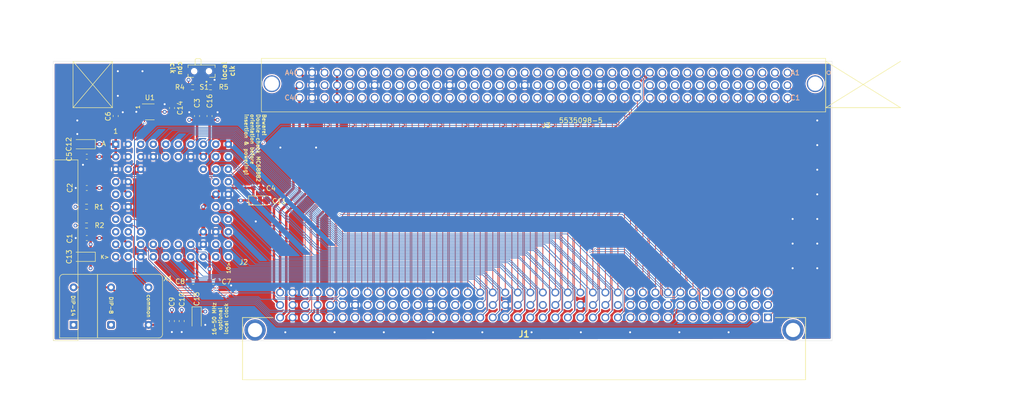
<source format=kicad_pcb>
(kicad_pcb (version 20171130) (host pcbnew "(5.1.9-0-10_14)")
  (layers (0 F.Cu signal) (1 In1.Cu signal) (2 In2.Cu signal) (31 B.Cu signal) (34 B.Paste user) (35 F.Paste user) (36 B.SilkS user) (37 F.SilkS user) (38 B.Mask user) (39 F.Mask user) (44 Edge.Cuts user))
  (net 0 "")
  (net 1 "Net-(J1-PadMH2)")
  (net 2 "Net-(J1-PadMH1)")
  (net 3 +12V)
  (net 4 GND)
  (net 5 C16M)
  (net 6 +5V)
  (net 7 A0)
  (net 8 A3)
  (net 9 A6)
  (net 10 A8)
  (net 11 A11)
  (net 12 A14)
  (net 13 A16)
  (net 14 A19)
  (net 15 A22)
  (net 16 A24)
  (net 17 A27)
  (net 18 A30)
  (net 19 D31)
  (net 20 D28)
  (net 21 D25)
  (net 22 D23)
  (net 23 D20)
  (net 24 D17)
  (net 25 D15)
  (net 26 D12)
  (net 27 D9)
  (net 28 D7)
  (net 29 D4)
  (net 30 D1)
  (net 31 ~HALT)
  (net 32 FC0)
  (net 33 ~BR)
  (net 34 ~AS)
  (net 35 ~RW)
  (net 36 ~CBREQ)
  (net 37 RMC)
  (net 38 IPL0)
  (net 39 ~IRQ1)
  (net 40 ~TM0A)
  (net 41 ~NUBUS)
  (net 42 ~PFW)
  (net 43 -5V)
  (net 44 ECLK)
  (net 45 A1)
  (net 46 A4)
  (net 47 A9)
  (net 48 A12)
  (net 49 A17)
  (net 50 A20)
  (net 51 A25)
  (net 52 A28)
  (net 53 D30)
  (net 54 D27)
  (net 55 D22)
  (net 56 D19)
  (net 57 D14)
  (net 58 D11)
  (net 59 D6)
  (net 60 D3)
  (net 61 ~BERR)
  (net 62 FC1)
  (net 63 ~BG)
  (net 64 SIZ0)
  (net 65 ~DSACK0)
  (net 66 ~CBACK)
  (net 67 ~DS)
  (net 68 IPL1)
  (net 69 ~IRQ2)
  (net 70 ~TM1A)
  (net 71 CACHE)
  (net 72 C40M)
  (net 73 -12V)
  (net 74 CPUCLK)
  (net 75 A2)
  (net 76 A5)
  (net 77 A7)
  (net 78 A10)
  (net 79 A13)
  (net 80 A15)
  (net 81 A18)
  (net 82 A21)
  (net 83 A23)
  (net 84 A26)
  (net 85 A29)
  (net 86 A31)
  (net 87 D29)
  (net 88 D26)
  (net 89 D24)
  (net 90 D21)
  (net 91 D18)
  (net 92 D16)
  (net 93 D13)
  (net 94 D10)
  (net 95 D8)
  (net 96 D5)
  (net 97 D2)
  (net 98 D0)
  (net 99 ~RESET)
  (net 100 FC2)
  (net 101 ~BGACK)
  (net 102 SIZ1)
  (net 103 ~DSACK1)
  (net 104 ~STERM)
  (net 105 ~CIOUT)
  (net 106 IPL2)
  (net 107 ~IRQ3)
  (net 108 ~BUSLOCk)
  (net 109 ~FPU)
  (net 110 ~RBV)
  (net 111 FPUCLK)
  (net 112 CLK_32_000)
  (net 113 "Net-(J2-PadE1)")
  (net 114 "Net-(J2-PadF1)")
  (net 115 "Net-(J2-PadH3)")
  (net 116 "Net-(R4-Pad2)")
  (net 117 "Net-(R5-Pad2)")
  (net 118 clk_ctrl)
  (net 119 "Net-(X1-PadEN1)")
  (net 120 "Net-(X1-PadEN2)")
  (module For_SeeedStudio:SW_SSAJ110100 (layer F.Cu) (at 85 100 180)
    (fp_text reference S1 (at -0.525 -3.22) (layer F.SilkS))
    (fp_text value SSAJ110100)
    (pad None np_thru_hole circle (at 1.5 0 180) (size 0.8 0.8) (drill 0.8) (layers *.Cu *.Mask))
    (pad None np_thru_hole circle (at -1.5 0 180) (size 0.8 0.8) (drill 0.8) (layers *.Cu *.Mask))
    (pad S2 smd rect (at -3 0.075 180) (size 0.9 0.7) (layers F.Cu F.Paste F.Mask))
    (pad S1 smd rect (at 3 0.075 180) (size 0.9 0.7) (layers F.Cu F.Paste F.Mask))
    (pad 1 smd rect (at -1 -1.28 180) (size 0.6 0.51) (layers F.Cu F.Paste F.Mask) (net 117 "Net-(R5-Pad2)"))
    (pad C smd rect (at 0 -1.28 180) (size 0.6 0.51) (layers F.Cu F.Paste F.Mask) (net 118 clk_ctrl))
    (pad 2 smd rect (at 1 -1.28 180) (size 0.6 0.51) (layers F.Cu F.Paste F.Mask) (net 116 "Net-(R4-Pad2)"))
  )
  (module Capacitor_SMD:C_0603_1608Metric (layer F.Cu) (at 86.62 109.1 90)
    (fp_text reference C16 (at 3.04 0.01 90) (layer F.SilkS))
    (fp_text value "1 uF")
    (pad 2 smd roundrect (at 0.775 0 90) (size 0.9 0.95) (layers F.Cu F.Paste F.Mask) (net 4 GND))
    (pad 1 smd roundrect (at -0.775 0 90) (size 0.9 0.95) (layers F.Cu F.Paste F.Mask) (net 6 +5V))
  )
  (module For_SeeedStudio:CXO_DIP8+14 (layer F.Cu) (at 59 151.5)
    (fp_text reference X1 (at 19.19 -9.4) (layer F.SilkS))
    (fp_text value CXO_DIP8+14)
    (pad EN1 thru_hole roundrect (at 7.62 0) (size 1.6 1.6) (drill 0.8) (layers *.Cu *.Mask) (net 119 "Net-(X1-PadEN1)"))
    (pad Vcc thru_hole circle (at 7.62 -7.62) (size 1.6 1.6) (drill 0.8) (layers *.Cu *.Mask) (net 6 +5V))
    (pad GND thru_hole circle (at 15.24 0) (size 1.6 1.6) (drill 0.8) (layers *.Cu *.Mask) (net 4 GND))
    (pad OUT thru_hole circle (at 15.24 -7.62) (size 1.6 1.6) (drill 0.8) (layers *.Cu *.Mask) (net 112 CLK_32_000))
    (pad Vcc thru_hole circle (at 0 -7.62) (size 1.6 1.6) (drill 0.8) (layers *.Cu *.Mask) (net 6 +5V))
    (pad EN2 thru_hole rect (at 0 0) (size 1.6 1.6) (drill 0.8) (layers *.Cu *.Mask) (net 120 "Net-(X1-PadEN2)"))
  )
  (module Capacitor_Tantalum_SMD:CP_EIA-3216-18_Kemet-A (layer F.Cu) (at 84 150.15 270)
    (fp_text reference C15 (at -3.92 -0.01 90) (layer F.SilkS))
    (fp_text value 10uF)
    (pad 2 smd roundrect (at 1.35 0 270) (size 1.4 1.35) (layers F.Cu F.Paste F.Mask) (roundrect_rratio 0.1851844444444445) (net 4 GND))
    (pad 1 smd roundrect (at -1.35 0 270) (size 1.4 1.35) (layers F.Cu F.Paste F.Mask) (roundrect_rratio 0.1851844444444445) (net 6 +5V))
  )
  (module Package_TO_SOT_SMD:SOT-23-6 (layer F.Cu) (at 74.5 108.25)
    (fp_text reference U1 (at 0 -2.9) (layer F.SilkS))
    (fp_text value 74LVC1G3157)
    (pad 5 smd rect (at 1.1 0) (size 1.06 0.65) (layers F.Cu F.Paste F.Mask) (net 6 +5V))
    (pad 6 smd rect (at 1.1 -0.95) (size 1.06 0.65) (layers F.Cu F.Paste F.Mask) (net 118 clk_ctrl))
    (pad 4 smd rect (at 1.1 0.95) (size 1.06 0.65) (layers F.Cu F.Paste F.Mask) (net 111 FPUCLK))
    (pad 3 smd rect (at -1.1 0.95) (size 1.06 0.65) (layers F.Cu F.Paste F.Mask) (net 112 CLK_32_000))
    (pad 2 smd rect (at -1.1 0) (size 1.06 0.65) (layers F.Cu F.Paste F.Mask) (net 4 GND))
    (pad 1 smd rect (at -1.1 -0.95) (size 1.06 0.65) (layers F.Cu F.Paste F.Mask) (net 74 CPUCLK))
  )
  (module Resistor_SMD:R_0603_1608Metric (layer F.Cu) (at 86.816 103.25 180)
    (fp_text reference R5 (at -2.674 0.04) (layer F.SilkS))
    (fp_text value 10k)
    (pad 2 smd roundrect (at 0.825 0 180) (size 0.8 0.95) (layers F.Cu F.Paste F.Mask) (net 117 "Net-(R5-Pad2)"))
    (pad 1 smd roundrect (at -0.825 0 180) (size 0.8 0.95) (layers F.Cu F.Paste F.Mask) (net 4 GND))
  )
  (module Resistor_SMD:R_0603_1608Metric (layer F.Cu) (at 83.175 103.25)
    (fp_text reference R4 (at -2.585 0) (layer F.SilkS))
    (fp_text value 10k)
    (pad 2 smd roundrect (at 0.825 0) (size 0.8 0.95) (layers F.Cu F.Paste F.Mask) (net 116 "Net-(R4-Pad2)"))
    (pad 1 smd roundrect (at -0.825 0) (size 0.8 0.95) (layers F.Cu F.Paste F.Mask) (net 6 +5V))
  )
  (module Capacitor_SMD:C_0603_1608Metric (layer F.Cu) (at 79 107.475 90)
    (fp_text reference C14 (at 0.015 1.63 90) (layer F.SilkS))
    (fp_text value "100 nF")
    (pad 2 smd roundrect (at 0.775 0 90) (size 0.9 0.95) (layers F.Cu F.Paste F.Mask) (net 4 GND))
    (pad 1 smd roundrect (at -0.775 0 90) (size 0.9 0.95) (layers F.Cu F.Paste F.Mask) (net 6 +5V))
  )
  (module Capacitor_SMD:C_0603_1608Metric (layer F.Cu) (at 87.395 142.763)
    (fp_text reference C7 (at 2.655 -0.013) (layer F.SilkS))
    (fp_text value "100 nF")
    (pad 2 smd roundrect (at 0.775 0) (size 0.9 0.95) (layers F.Cu F.Paste F.Mask) (net 4 GND))
    (pad 1 smd roundrect (at -0.775 0) (size 0.9 0.95) (layers F.Cu F.Paste F.Mask) (net 6 +5V))
  )
  (module Capacitor_SMD:C_0603_1608Metric (layer F.Cu) (at 96.285 123.71)
    (fp_text reference C4 (at 2.795 0.07) (layer F.SilkS))
    (fp_text value "100 nF")
    (pad 2 smd roundrect (at 0.775 0) (size 0.9 0.95) (layers F.Cu F.Paste F.Mask) (net 4 GND))
    (pad 1 smd roundrect (at -0.775 0) (size 0.9 0.95) (layers F.Cu F.Paste F.Mask) (net 6 +5V))
  )
  (module Capacitor_SMD:C_0603_1608Metric (layer F.Cu) (at 84.08 109.1 90)
    (fp_text reference C3 (at 2.61 0.01 90) (layer F.SilkS))
    (fp_text value "100 nF")
    (pad 2 smd roundrect (at 0.775 0 90) (size 0.9 0.95) (layers F.Cu F.Paste F.Mask) (net 4 GND))
    (pad 1 smd roundrect (at -0.775 0 90) (size 0.9 0.95) (layers F.Cu F.Paste F.Mask) (net 6 +5V))
  )
  (module Capacitor_SMD:C_0603_1608Metric (layer F.Cu) (at 61.695 123.71 180)
    (fp_text reference C2 (at 3.425 0.01 90) (layer F.SilkS))
    (fp_text value "100 nF")
    (pad 2 smd roundrect (at 0.775 0 180) (size 0.9 0.95) (layers F.Cu F.Paste F.Mask) (net 4 GND))
    (pad 1 smd roundrect (at -0.775 0 180) (size 0.9 0.95) (layers F.Cu F.Paste F.Mask) (net 6 +5V))
  )
  (module Capacitor_SMD:C_0603_1608Metric (layer F.Cu) (at 61.695 133.87 180)
    (fp_text reference C1 (at 3.485 -0.11 90) (layer F.SilkS))
    (fp_text value "100 nF")
    (pad 2 smd roundrect (at 0.775 0 180) (size 0.9 0.95) (layers F.Cu F.Paste F.Mask) (net 4 GND))
    (pad 1 smd roundrect (at -0.775 0 180) (size 0.9 0.95) (layers F.Cu F.Paste F.Mask) (net 6 +5V))
  )
  (module For_SeeedStudio:MC68882_PGA (layer F.Cu) (at 79 126.25 180)
    (fp_text reference J2 (at -14.55 -12.51) (layer F.SilkS))
    (fp_text value MC68882_PGA)
    (fp_text user 1 (at 11.43 14.07) (layer F.SilkS))
    (fp_text user A (at 13.87 11.54) (layer F.SilkS))
    (pad A10 thru_hole circle (at -11.43 11.43 180) (size 1.524 1.524) (drill 0.762) (layers *.Cu *.Mask) (net 4 GND))
    (pad A9 thru_hole circle (at -8.89 11.43 180) (size 1.524 1.524) (drill 0.762) (layers *.Cu *.Mask) (net 95 D8))
    (pad A8 thru_hole circle (at -6.35 11.43 180) (size 1.524 1.524) (drill 0.762) (layers *.Cu *.Mask) (net 28 D7))
    (pad A7 thru_hole circle (at -3.81 11.43 180) (size 1.524 1.524) (drill 0.762) (layers *.Cu *.Mask) (net 59 D6))
    (pad A6 thru_hole circle (at -1.27 11.43 180) (size 1.524 1.524) (drill 0.762) (layers *.Cu *.Mask) (net 29 D4))
    (pad A5 thru_hole circle (at 1.27 11.43 180) (size 1.524 1.524) (drill 0.762) (layers *.Cu *.Mask) (net 60 D3))
    (pad A4 thru_hole circle (at 3.81 11.43 180) (size 1.524 1.524) (drill 0.762) (layers *.Cu *.Mask) (net 30 D1))
    (pad A3 thru_hole circle (at 6.35 11.43 180) (size 1.524 1.524) (drill 0.762) (layers *.Cu *.Mask) (net 98 D0))
    (pad A2 thru_hole circle (at 8.89 11.43 180) (size 1.524 1.524) (drill 0.762) (layers *.Cu *.Mask) (net 4 GND))
    (pad A1 thru_hole rect (at 11.43 11.43 180) (size 1.524 1.524) (drill 0.762) (layers *.Cu *.Mask) (net 6 +5V))
    (pad B10 thru_hole circle (at -11.43 8.89 180) (size 1.524 1.524) (drill 0.762) (layers *.Cu *.Mask) (net 58 D11))
    (pad B9 thru_hole circle (at -8.89 8.89 180) (size 1.524 1.524) (drill 0.762) (layers *.Cu *.Mask) (net 94 D10))
    (pad B8 thru_hole circle (at -6.35 8.89 180) (size 1.524 1.524) (drill 0.762) (layers *.Cu *.Mask) (net 6 +5V))
    (pad B7 thru_hole circle (at -3.81 8.89 180) (size 1.524 1.524) (drill 0.762) (layers *.Cu *.Mask) (net 4 GND))
    (pad B6 thru_hole circle (at -1.27 8.89 180) (size 1.524 1.524) (drill 0.762) (layers *.Cu *.Mask) (net 96 D5))
    (pad B5 thru_hole circle (at 1.27 8.89 180) (size 1.524 1.524) (drill 0.762) (layers *.Cu *.Mask) (net 97 D2))
    (pad B4 thru_hole circle (at 3.81 8.89 180) (size 1.524 1.524) (drill 0.762) (layers *.Cu *.Mask) (net 4 GND))
    (pad B3 thru_hole circle (at 6.35 8.89 180) (size 1.524 1.524) (drill 0.762) (layers *.Cu *.Mask) (net 4 GND))
    (pad B2 thru_hole circle (at 8.89 8.89 180) (size 1.524 1.524) (drill 0.762) (layers *.Cu *.Mask) (net 4 GND))
    (pad B1 thru_hole circle (at 11.43 8.89 180) (size 1.524 1.524) (drill 0.762) (layers *.Cu *.Mask) (net 6 +5V))
    (pad C10 thru_hole circle (at -11.43 6.35 180) (size 1.524 1.524) (drill 0.762) (layers *.Cu *.Mask) (net 57 D14))
    (pad C9 thru_hole circle (at -8.89 6.35 180) (size 1.524 1.524) (drill 0.762) (layers *.Cu *.Mask) (net 93 D13))
    (pad C8 thru_hole circle (at -6.35 6.35 180) (size 1.524 1.524) (drill 0.762) (layers *.Cu *.Mask) (net 27 D9))
    (pad C3 thru_hole circle (at 6.35 6.35 180) (size 1.524 1.524) (drill 0.762) (layers *.Cu *.Mask) (net 4 GND))
    (pad C2 thru_hole circle (at 8.89 6.35 180) (size 1.524 1.524) (drill 0.762) (layers *.Cu *.Mask) (net 111 FPUCLK))
    (pad C1 thru_hole circle (at 11.43 6.35 180) (size 1.524 1.524) (drill 0.762) (layers *.Cu *.Mask) (net 4 GND))
    (pad D10 thru_hole circle (at -11.43 3.81 180) (size 1.524 1.524) (drill 0.762) (layers *.Cu *.Mask) (net 25 D15))
    (pad D9 thru_hole circle (at -8.89 3.81 180) (size 1.524 1.524) (drill 0.762) (layers *.Cu *.Mask) (net 26 D12))
    (pad D2 thru_hole circle (at 8.89 3.81 180) (size 1.524 1.524) (drill 0.762) (layers *.Cu *.Mask) (net 4 GND))
    (pad D1 thru_hole circle (at 11.43 3.81 180) (size 1.524 1.524) (drill 0.762) (layers *.Cu *.Mask) (net 99 ~RESET))
    (pad E10 thru_hole circle (at -11.43 1.27 180) (size 1.524 1.524) (drill 0.762) (layers *.Cu *.Mask) (net 4 GND))
    (pad E9 thru_hole circle (at -8.89 1.27 180) (size 1.524 1.524) (drill 0.762) (layers *.Cu *.Mask) (net 6 +5V))
    (pad E2 thru_hole circle (at 8.89 1.27 180) (size 1.524 1.524) (drill 0.762) (layers *.Cu *.Mask) (net 6 +5V))
    (pad E1 thru_hole circle (at 11.43 1.27 180) (size 1.524 1.524) (drill 0.762) (layers *.Cu *.Mask) (net 113 "Net-(J2-PadE1)"))
    (pad F10 thru_hole circle (at -11.43 -1.27 180) (size 1.524 1.524) (drill 0.762) (layers *.Cu *.Mask) (net 92 D16))
    (pad F9 thru_hole circle (at -8.89 -1.27 180) (size 1.524 1.524) (drill 0.762) (layers *.Cu *.Mask) (net 24 D17))
    (pad F2 thru_hole circle (at 8.89 -1.27 180) (size 1.524 1.524) (drill 0.762) (layers *.Cu *.Mask) (net 4 GND))
    (pad F1 thru_hole circle (at 11.43 -1.27 180) (size 1.524 1.524) (drill 0.762) (layers *.Cu *.Mask) (net 114 "Net-(J2-PadF1)"))
    (pad G10 thru_hole circle (at -11.43 -3.81 180) (size 1.524 1.524) (drill 0.762) (layers *.Cu *.Mask) (net 91 D18))
    (pad G9 thru_hole circle (at -8.89 -3.81 180) (size 1.524 1.524) (drill 0.762) (layers *.Cu *.Mask) (net 23 D20))
    (pad G2 thru_hole circle (at 8.89 -3.81 180) (size 1.524 1.524) (drill 0.762) (layers *.Cu *.Mask) (net 46 A4))
    (pad G1 thru_hole circle (at 11.43 -3.81 180) (size 1.524 1.524) (drill 0.762) (layers *.Cu *.Mask) (net 67 ~DS))
    (pad H10 thru_hole circle (at -11.43 -6.35 180) (size 1.524 1.524) (drill 0.762) (layers *.Cu *.Mask) (net 56 D19))
    (pad H9 thru_hole circle (at -8.89 -6.35 180) (size 1.524 1.524) (drill 0.762) (layers *.Cu *.Mask) (net 4 GND))
    (pad H8 thru_hole circle (at -6.35 -6.35 180) (size 1.524 1.524) (drill 0.762) (layers *.Cu *.Mask) (net 6 +5V))
    (pad H3 thru_hole circle (at 6.35 -6.35 180) (size 1.524 1.524) (drill 0.762) (layers *.Cu *.Mask) (net 115 "Net-(J2-PadH3)"))
    (pad H2 thru_hole circle (at 8.89 -6.35 180) (size 1.524 1.524) (drill 0.762) (layers *.Cu *.Mask) (net 75 A2))
    (pad H1 thru_hole circle (at 11.43 -6.35 180) (size 1.524 1.524) (drill 0.762) (layers *.Cu *.Mask) (net 34 ~AS))
    (pad J10 thru_hole circle (at -11.43 -8.89 180) (size 1.524 1.524) (drill 0.762) (layers *.Cu *.Mask) (net 90 D21))
    (pad J9 thru_hole circle (at -8.89 -8.89 180) (size 1.524 1.524) (drill 0.762) (layers *.Cu *.Mask) (net 22 D23))
    (pad J8 thru_hole circle (at -6.35 -8.89 180) (size 1.524 1.524) (drill 0.762) (layers *.Cu *.Mask) (net 4 GND))
    (pad J7 thru_hole circle (at -3.81 -8.89 180) (size 1.524 1.524) (drill 0.762) (layers *.Cu *.Mask) (net 21 D25))
    (pad J6 thru_hole circle (at -1.27 -8.89 180) (size 1.524 1.524) (drill 0.762) (layers *.Cu *.Mask) (net 20 D28))
    (pad J5 thru_hole circle (at 1.27 -8.89 180) (size 1.524 1.524) (drill 0.762) (layers *.Cu *.Mask) (net 19 D31))
    (pad J4 thru_hole circle (at 3.81 -8.89 180) (size 1.524 1.524) (drill 0.762) (layers *.Cu *.Mask) (net 65 ~DSACK0))
    (pad J3 thru_hole circle (at 6.35 -8.89 180) (size 1.524 1.524) (drill 0.762) (layers *.Cu *.Mask) (net 109 ~FPU))
    (pad J2 thru_hole circle (at 8.89 -8.89 180) (size 1.524 1.524) (drill 0.762) (layers *.Cu *.Mask) (net 6 +5V))
    (pad J1 thru_hole circle (at 11.43 -8.89 180) (size 1.524 1.524) (drill 0.762) (layers *.Cu *.Mask) (net 8 A3))
    (pad K10 thru_hole circle (at -11.43 -11.43 180) (size 1.524 1.524) (drill 0.762) (layers *.Cu *.Mask) (net 55 D22))
    (pad K9 thru_hole circle (at -8.89 -11.43 180) (size 1.524 1.524) (drill 0.762) (layers *.Cu *.Mask) (net 89 D24))
    (pad K8 thru_hole circle (at -6.35 -11.43 180) (size 1.524 1.524) (drill 0.762) (layers *.Cu *.Mask) (net 88 D26))
    (pad K7 thru_hole circle (at -3.81 -11.43 180) (size 1.524 1.524) (drill 0.762) (layers *.Cu *.Mask) (net 54 D27))
    (pad K6 thru_hole circle (at -1.27 -11.43 180) (size 1.524 1.524) (drill 0.762) (layers *.Cu *.Mask) (net 87 D29))
    (pad K5 thru_hole circle (at 1.27 -11.43 180) (size 1.524 1.524) (drill 0.762) (layers *.Cu *.Mask) (net 53 D30))
    (pad K4 thru_hole circle (at 3.81 -11.43 180) (size 1.524 1.524) (drill 0.762) (layers *.Cu *.Mask) (net 103 ~DSACK1))
    (pad K3 thru_hole circle (at 6.35 -11.43 180) (size 1.524 1.524) (drill 0.762) (layers *.Cu *.Mask) (net 4 GND))
    (pad K2 thru_hole circle (at 8.89 -11.43 180) (size 1.524 1.524) (drill 0.762) (layers *.Cu *.Mask) (net 35 ~RW))
    (pad K1 thru_hole circle (at 11.43 -11.43 180) (size 1.524 1.524) (drill 0.762) (layers *.Cu *.Mask) (net 45 A1))
  )
  (module Capacitor_Tantalum_SMD:CP_EIA-3216-18_Kemet-A (layer F.Cu) (at 61.12 137.68 180)
    (fp_text reference C13 (at 3.015 0 90) (layer F.SilkS))
    (fp_text value 10uF)
    (pad 2 smd roundrect (at 1.35 0 180) (size 1.4 1.35) (layers F.Cu F.Paste F.Mask) (roundrect_rratio 0.1851844444444445) (net 4 GND))
    (pad 1 smd roundrect (at -1.35 0 180) (size 1.4 1.35) (layers F.Cu F.Paste F.Mask) (roundrect_rratio 0.1851844444444445) (net 6 +5V))
  )
  (module Capacitor_SMD:C_0603_1608Metric (layer F.Cu) (at 83.305 142.763 180)
    (fp_text reference C8 (at 2.665 0.073) (layer F.SilkS))
    (fp_text value "1 uF")
    (pad 2 smd roundrect (at 0.775 0 180) (size 0.9 0.95) (layers F.Cu F.Paste F.Mask) (net 4 GND))
    (pad 1 smd roundrect (at -0.775 0 180) (size 0.9 0.95) (layers F.Cu F.Paste F.Mask) (net 6 +5V))
  )
  (module Capacitor_Tantalum_SMD:CP_EIA-3216-18_Kemet-A (layer F.Cu) (at 61.12 114.82 180)
    (fp_text reference C12 (at 3.07 -0.02 90) (layer F.SilkS))
    (fp_text value 10uF)
    (pad 2 smd roundrect (at 1.35 0 180) (size 1.4 1.35) (layers F.Cu F.Paste F.Mask) (roundrect_rratio 0.1851844444444445) (net 4 GND))
    (pad 1 smd roundrect (at -1.35 0 180) (size 1.4 1.35) (layers F.Cu F.Paste F.Mask) (roundrect_rratio 0.1851844444444445) (net 6 +5V))
  )
  (module Capacitor_Tantalum_SMD:CP_EIA-3216-18_Kemet-A (layer F.Cu) (at 96.86 126.25)
    (fp_text reference C11 (at 3.92 0.13) (layer F.SilkS))
    (fp_text value 10uF)
    (pad 2 smd roundrect (at 1.35 0) (size 1.4 1.35) (layers F.Cu F.Paste F.Mask) (roundrect_rratio 0.1851844444444445) (net 4 GND))
    (pad 1 smd roundrect (at -1.35 0) (size 1.4 1.35) (layers F.Cu F.Paste F.Mask) (roundrect_rratio 0.1851844444444445) (net 6 +5V))
  )
  (module Capacitor_SMD:C_0603_1608Metric (layer F.Cu) (at 80.97 150.725 270)
    (fp_text reference C10 (at -4.355 -0.04 90) (layer F.SilkS))
    (fp_text value 10nF)
    (pad 2 smd roundrect (at 0.775 0 270) (size 0.9 0.95) (layers F.Cu F.Paste F.Mask) (net 4 GND))
    (pad 1 smd roundrect (at -0.775 0 270) (size 0.9 0.95) (layers F.Cu F.Paste F.Mask) (net 6 +5V))
  )
  (module Capacitor_SMD:C_0603_1608Metric (layer F.Cu) (at 78.97 150.725 270)
    (fp_text reference C9 (at -3.905 -0.01 90) (layer F.SilkS))
    (fp_text value 100nF)
    (pad 2 smd roundrect (at 0.775 0 270) (size 0.9 0.95) (layers F.Cu F.Paste F.Mask) (net 4 GND))
    (pad 1 smd roundrect (at -0.775 0 270) (size 0.9 0.95) (layers F.Cu F.Paste F.Mask) (net 6 +5V))
  )
  (module Resistor_SMD:R_0603_1608Metric (layer F.Cu) (at 61.645 131.33 180)
    (fp_text reference R2 (at -2.63 0.02) (layer F.SilkS))
    (fp_text value 0)
    (pad 2 smd roundrect (at 0.825 0 180) (size 0.8 0.95) (layers F.Cu F.Paste F.Mask) (net 6 +5V))
    (pad 1 smd roundrect (at -0.825 0 180) (size 0.8 0.95) (layers F.Cu F.Paste F.Mask) (net 115 "Net-(J2-PadH3)"))
  )
  (module Resistor_SMD:R_0603_1608Metric (layer F.Cu) (at 61.645 127.52 180)
    (fp_text reference R1 (at -2.54 -0.06) (layer F.SilkS))
    (fp_text value 0)
    (pad 2 smd roundrect (at 0.825 0 180) (size 0.8 0.95) (layers F.Cu F.Paste F.Mask) (net 6 +5V))
    (pad 1 smd roundrect (at -0.825 0 180) (size 0.8 0.95) (layers F.Cu F.Paste F.Mask) (net 114 "Net-(J2-PadF1)"))
  )
  (module For_SeeedStudio:6509065 (layer F.Cu) (at 200 150)
    (fp_text reference J1 (at -49.53 3.379) (layer F.SilkS) (effects (font (size 1.27 1.27) (thickness 0.254))))
    (fp_text value 650906-5 hide)
    (pad MH2 thru_hole circle (at -104.14 2.54) (size 4.335 4.335) (drill 2.89) (layers *.Cu *.Mask) (net 1 "Net-(J1-PadMH2)"))
    (pad MH1 thru_hole circle (at 5.08 2.54) (size 4.335 4.335) (drill 2.89) (layers *.Cu *.Mask) (net 2 "Net-(J1-PadMH1)"))
    (pad C40 thru_hole circle (at -99.06 -5.08) (size 1.605 1.605) (drill 1.07) (layers *.Cu *.Mask) (net 3 +12V))
    (pad C39 thru_hole circle (at -96.52 -5.08) (size 1.605 1.605) (drill 1.07) (layers *.Cu *.Mask) (net 4 GND))
    (pad C38 thru_hole circle (at -93.98 -5.08) (size 1.605 1.605) (drill 1.07) (layers *.Cu *.Mask) (net 5 C16M))
    (pad C37 thru_hole circle (at -91.44 -5.08) (size 1.605 1.605) (drill 1.07) (layers *.Cu *.Mask) (net 6 +5V))
    (pad C36 thru_hole circle (at -88.9 -5.08) (size 1.605 1.605) (drill 1.07) (layers *.Cu *.Mask) (net 7 A0))
    (pad C35 thru_hole circle (at -86.36 -5.08) (size 1.605 1.605) (drill 1.07) (layers *.Cu *.Mask) (net 8 A3))
    (pad C34 thru_hole circle (at -83.82 -5.08) (size 1.605 1.605) (drill 1.07) (layers *.Cu *.Mask) (net 9 A6))
    (pad C33 thru_hole circle (at -81.28 -5.08) (size 1.605 1.605) (drill 1.07) (layers *.Cu *.Mask) (net 10 A8))
    (pad C32 thru_hole circle (at -78.74 -5.08) (size 1.605 1.605) (drill 1.07) (layers *.Cu *.Mask) (net 11 A11))
    (pad C31 thru_hole circle (at -76.2 -5.08) (size 1.605 1.605) (drill 1.07) (layers *.Cu *.Mask) (net 12 A14))
    (pad C30 thru_hole circle (at -73.66 -5.08) (size 1.605 1.605) (drill 1.07) (layers *.Cu *.Mask) (net 13 A16))
    (pad C29 thru_hole circle (at -71.12 -5.08) (size 1.605 1.605) (drill 1.07) (layers *.Cu *.Mask) (net 14 A19))
    (pad C28 thru_hole circle (at -68.58 -5.08) (size 1.605 1.605) (drill 1.07) (layers *.Cu *.Mask) (net 15 A22))
    (pad C27 thru_hole circle (at -66.04 -5.08) (size 1.605 1.605) (drill 1.07) (layers *.Cu *.Mask) (net 16 A24))
    (pad C26 thru_hole circle (at -63.5 -5.08) (size 1.605 1.605) (drill 1.07) (layers *.Cu *.Mask) (net 17 A27))
    (pad C25 thru_hole circle (at -60.96 -5.08) (size 1.605 1.605) (drill 1.07) (layers *.Cu *.Mask) (net 18 A30))
    (pad C24 thru_hole circle (at -58.42 -5.08) (size 1.605 1.605) (drill 1.07) (layers *.Cu *.Mask) (net 19 D31))
    (pad C23 thru_hole circle (at -55.88 -5.08) (size 1.605 1.605) (drill 1.07) (layers *.Cu *.Mask) (net 20 D28))
    (pad C22 thru_hole circle (at -53.34 -5.08) (size 1.605 1.605) (drill 1.07) (layers *.Cu *.Mask) (net 21 D25))
    (pad C21 thru_hole circle (at -50.8 -5.08) (size 1.605 1.605) (drill 1.07) (layers *.Cu *.Mask) (net 22 D23))
    (pad C20 thru_hole circle (at -48.26 -5.08) (size 1.605 1.605) (drill 1.07) (layers *.Cu *.Mask) (net 23 D20))
    (pad C19 thru_hole circle (at -45.72 -5.08) (size 1.605 1.605) (drill 1.07) (layers *.Cu *.Mask) (net 24 D17))
    (pad C18 thru_hole circle (at -43.18 -5.08) (size 1.605 1.605) (drill 1.07) (layers *.Cu *.Mask) (net 25 D15))
    (pad C17 thru_hole circle (at -40.64 -5.08) (size 1.605 1.605) (drill 1.07) (layers *.Cu *.Mask) (net 26 D12))
    (pad C16 thru_hole circle (at -38.1 -5.08) (size 1.605 1.605) (drill 1.07) (layers *.Cu *.Mask) (net 27 D9))
    (pad C15 thru_hole circle (at -35.56 -5.08) (size 1.605 1.605) (drill 1.07) (layers *.Cu *.Mask) (net 28 D7))
    (pad C14 thru_hole circle (at -33.02 -5.08) (size 1.605 1.605) (drill 1.07) (layers *.Cu *.Mask) (net 29 D4))
    (pad C13 thru_hole circle (at -30.48 -5.08) (size 1.605 1.605) (drill 1.07) (layers *.Cu *.Mask) (net 30 D1))
    (pad C12 thru_hole circle (at -27.94 -5.08) (size 1.605 1.605) (drill 1.07) (layers *.Cu *.Mask) (net 31 ~HALT))
    (pad C11 thru_hole circle (at -25.4 -5.08) (size 1.605 1.605) (drill 1.07) (layers *.Cu *.Mask) (net 32 FC0))
    (pad C10 thru_hole circle (at -22.86 -5.08) (size 1.605 1.605) (drill 1.07) (layers *.Cu *.Mask) (net 33 ~BR))
    (pad C9 thru_hole circle (at -20.32 -5.08) (size 1.605 1.605) (drill 1.07) (layers *.Cu *.Mask) (net 34 ~AS))
    (pad C8 thru_hole circle (at -17.78 -5.08) (size 1.605 1.605) (drill 1.07) (layers *.Cu *.Mask) (net 35 ~RW))
    (pad C7 thru_hole circle (at -15.24 -5.08) (size 1.605 1.605) (drill 1.07) (layers *.Cu *.Mask) (net 36 ~CBREQ))
    (pad C6 thru_hole circle (at -12.7 -5.08) (size 1.605 1.605) (drill 1.07) (layers *.Cu *.Mask) (net 37 RMC))
    (pad C5 thru_hole circle (at -10.16 -5.08) (size 1.605 1.605) (drill 1.07) (layers *.Cu *.Mask) (net 38 IPL0))
    (pad C4 thru_hole circle (at -7.62 -5.08) (size 1.605 1.605) (drill 1.07) (layers *.Cu *.Mask) (net 39 ~IRQ1))
    (pad C3 thru_hole circle (at -5.08 -5.08) (size 1.605 1.605) (drill 1.07) (layers *.Cu *.Mask) (net 40 ~TM0A))
    (pad C2 thru_hole circle (at -2.54 -5.08) (size 1.605 1.605) (drill 1.07) (layers *.Cu *.Mask) (net 41 ~NUBUS))
    (pad C1 thru_hole circle (at 0 -5.08) (size 1.605 1.605) (drill 1.07) (layers *.Cu *.Mask) (net 42 ~PFW))
    (pad B40 thru_hole circle (at -99.06 -2.54) (size 1.605 1.605) (drill 1.07) (layers *.Cu *.Mask) (net 43 -5V))
    (pad B39 thru_hole circle (at -96.52 -2.54) (size 1.605 1.605) (drill 1.07) (layers *.Cu *.Mask) (net 4 GND))
    (pad B38 thru_hole circle (at -93.98 -2.54) (size 1.605 1.605) (drill 1.07) (layers *.Cu *.Mask) (net 44 ECLK))
    (pad B37 thru_hole circle (at -91.44 -2.54) (size 1.605 1.605) (drill 1.07) (layers *.Cu *.Mask) (net 6 +5V))
    (pad B36 thru_hole circle (at -88.9 -2.54) (size 1.605 1.605) (drill 1.07) (layers *.Cu *.Mask) (net 45 A1))
    (pad B35 thru_hole circle (at -86.36 -2.54) (size 1.605 1.605) (drill 1.07) (layers *.Cu *.Mask) (net 46 A4))
    (pad B34 thru_hole circle (at -83.82 -2.54) (size 1.605 1.605) (drill 1.07) (layers *.Cu *.Mask) (net 4 GND))
    (pad B33 thru_hole circle (at -81.28 -2.54) (size 1.605 1.605) (drill 1.07) (layers *.Cu *.Mask) (net 47 A9))
    (pad B32 thru_hole circle (at -78.74 -2.54) (size 1.605 1.605) (drill 1.07) (layers *.Cu *.Mask) (net 48 A12))
    (pad B31 thru_hole circle (at -76.2 -2.54) (size 1.605 1.605) (drill 1.07) (layers *.Cu *.Mask) (net 6 +5V))
    (pad B30 thru_hole circle (at -73.66 -2.54) (size 1.605 1.605) (drill 1.07) (layers *.Cu *.Mask) (net 49 A17))
    (pad B29 thru_hole circle (at -71.12 -2.54) (size 1.605 1.605) (drill 1.07) (layers *.Cu *.Mask) (net 50 A20))
    (pad B28 thru_hole circle (at -68.58 -2.54) (size 1.605 1.605) (drill 1.07) (layers *.Cu *.Mask) (net 4 GND))
    (pad B27 thru_hole circle (at -66.04 -2.54) (size 1.605 1.605) (drill 1.07) (layers *.Cu *.Mask) (net 51 A25))
    (pad B26 thru_hole circle (at -63.5 -2.54) (size 1.605 1.605) (drill 1.07) (layers *.Cu *.Mask) (net 52 A28))
    (pad B25 thru_hole circle (at -60.96 -2.54) (size 1.605 1.605) (drill 1.07) (layers *.Cu *.Mask) (net 6 +5V))
    (pad B24 thru_hole circle (at -58.42 -2.54) (size 1.605 1.605) (drill 1.07) (layers *.Cu *.Mask) (net 53 D30))
    (pad B23 thru_hole circle (at -55.88 -2.54) (size 1.605 1.605) (drill 1.07) (layers *.Cu *.Mask) (net 54 D27))
    (pad B22 thru_hole circle (at -53.34 -2.54) (size 1.605 1.605) (drill 1.07) (layers *.Cu *.Mask) (net 4 GND))
    (pad B21 thru_hole circle (at -50.8 -2.54) (size 1.605 1.605) (drill 1.07) (layers *.Cu *.Mask) (net 55 D22))
    (pad B20 thru_hole circle (at -48.26 -2.54) (size 1.605 1.605) (drill 1.07) (layers *.Cu *.Mask) (net 56 D19))
    (pad B19 thru_hole circle (at -45.72 -2.54) (size 1.605 1.605) (drill 1.07) (layers *.Cu *.Mask) (net 6 +5V))
    (pad B18 thru_hole circle (at -43.18 -2.54) (size 1.605 1.605) (drill 1.07) (layers *.Cu *.Mask) (net 57 D14))
    (pad B17 thru_hole circle (at -40.64 -2.54) (size 1.605 1.605) (drill 1.07) (layers *.Cu *.Mask) (net 58 D11))
    (pad B16 thru_hole circle (at -38.1 -2.54) (size 1.605 1.605) (drill 1.07) (layers *.Cu *.Mask) (net 4 GND))
    (pad B15 thru_hole circle (at -35.56 -2.54) (size 1.605 1.605) (drill 1.07) (layers *.Cu *.Mask) (net 59 D6))
    (pad B14 thru_hole circle (at -33.02 -2.54) (size 1.605 1.605) (drill 1.07) (layers *.Cu *.Mask) (net 60 D3))
    (pad B13 thru_hole circle (at -30.48 -2.54) (size 1.605 1.605) (drill 1.07) (layers *.Cu *.Mask) (net 6 +5V))
    (pad B12 thru_hole circle (at -27.94 -2.54) (size 1.605 1.605) (drill 1.07) (layers *.Cu *.Mask) (net 61 ~BERR))
    (pad B11 thru_hole circle (at -25.4 -2.54) (size 1.605 1.605) (drill 1.07) (layers *.Cu *.Mask) (net 62 FC1))
    (pad B10 thru_hole circle (at -22.86 -2.54) (size 1.605 1.605) (drill 1.07) (layers *.Cu *.Mask) (net 63 ~BG))
    (pad B9 thru_hole circle (at -20.32 -2.54) (size 1.605 1.605) (drill 1.07) (layers *.Cu *.Mask) (net 64 SIZ0))
    (pad B8 thru_hole circle (at -17.78 -2.54) (size 1.605 1.605) (drill 1.07) (layers *.Cu *.Mask) (net 65 ~DSACK0))
    (pad B7 thru_hole circle (at -15.24 -2.54) (size 1.605 1.605) (drill 1.07) (layers *.Cu *.Mask) (net 66 ~CBACK))
    (pad B6 thru_hole circle (at -12.7 -2.54) (size 1.605 1.605) (drill 1.07) (layers *.Cu *.Mask) (net 67 ~DS))
    (pad B5 thru_hole circle (at -10.16 -2.54) (size 1.605 1.605) (drill 1.07) (layers *.Cu *.Mask) (net 68 IPL1))
    (pad B4 thru_hole circle (at -7.62 -2.54) (size 1.605 1.605) (drill 1.07) (layers *.Cu *.Mask) (net 69 ~IRQ2))
    (pad B3 thru_hole circle (at -5.08 -2.54) (size 1.605 1.605) (drill 1.07) (layers *.Cu *.Mask) (net 70 ~TM1A))
    (pad B2 thru_hole circle (at -2.54 -2.54) (size 1.605 1.605) (drill 1.07) (layers *.Cu *.Mask) (net 71 CACHE))
    (pad B1 thru_hole circle (at 0 -2.54) (size 1.605 1.605) (drill 1.07) (layers *.Cu *.Mask) (net 72 C40M))
    (pad A40 thru_hole circle (at -99.06 0) (size 1.605 1.605) (drill 1.07) (layers *.Cu *.Mask) (net 73 -12V))
    (pad A39 thru_hole circle (at -96.52 0) (size 1.605 1.605) (drill 1.07) (layers *.Cu *.Mask) (net 4 GND))
    (pad A38 thru_hole circle (at -93.98 0) (size 1.605 1.605) (drill 1.07) (layers *.Cu *.Mask) (net 74 CPUCLK))
    (pad A37 thru_hole circle (at -91.44 0) (size 1.605 1.605) (drill 1.07) (layers *.Cu *.Mask) (net 6 +5V))
    (pad A36 thru_hole circle (at -88.9 0) (size 1.605 1.605) (drill 1.07) (layers *.Cu *.Mask) (net 75 A2))
    (pad A35 thru_hole circle (at -86.36 0) (size 1.605 1.605) (drill 1.07) (layers *.Cu *.Mask) (net 76 A5))
    (pad A34 thru_hole circle (at -83.82 0) (size 1.605 1.605) (drill 1.07) (layers *.Cu *.Mask) (net 77 A7))
    (pad A33 thru_hole circle (at -81.28 0) (size 1.605 1.605) (drill 1.07) (layers *.Cu *.Mask) (net 78 A10))
    (pad A32 thru_hole circle (at -78.74 0) (size 1.605 1.605) (drill 1.07) (layers *.Cu *.Mask) (net 79 A13))
    (pad A31 thru_hole circle (at -76.2 0) (size 1.605 1.605) (drill 1.07) (layers *.Cu *.Mask) (net 80 A15))
    (pad A30 thru_hole circle (at -73.66 0) (size 1.605 1.605) (drill 1.07) (layers *.Cu *.Mask) (net 81 A18))
    (pad A29 thru_hole circle (at -71.12 0) (size 1.605 1.605) (drill 1.07) (layers *.Cu *.Mask) (net 82 A21))
    (pad A28 thru_hole circle (at -68.58 0) (size 1.605 1.605) (drill 1.07) (layers *.Cu *.Mask) (net 83 A23))
    (pad A27 thru_hole circle (at -66.04 0) (size 1.605 1.605) (drill 1.07) (layers *.Cu *.Mask) (net 84 A26))
    (pad A26 thru_hole circle (at -63.5 0) (size 1.605 1.605) (drill 1.07) (layers *.Cu *.Mask) (net 85 A29))
    (pad A25 thru_hole circle (at -60.96 0) (size 1.605 1.605) (drill 1.07) (layers *.Cu *.Mask) (net 86 A31))
    (pad A24 thru_hole circle (at -58.42 0) (size 1.605 1.605) (drill 1.07) (layers *.Cu *.Mask) (net 87 D29))
    (pad A23 thru_hole circle (at -55.88 0) (size 1.605 1.605) (drill 1.07) (layers *.Cu *.Mask) (net 88 D26))
    (pad A22 thru_hole circle (at -53.34 0) (size 1.605 1.605) (drill 1.07) (layers *.Cu *.Mask) (net 89 D24))
    (pad A21 thru_hole circle (at -50.8 0) (size 1.605 1.605) (drill 1.07) (layers *.Cu *.Mask) (net 90 D21))
    (pad A20 thru_hole circle (at -48.26 0) (size 1.605 1.605) (drill 1.07) (layers *.Cu *.Mask) (net 91 D18))
    (pad A19 thru_hole circle (at -45.72 0) (size 1.605 1.605) (drill 1.07) (layers *.Cu *.Mask) (net 92 D16))
    (pad A18 thru_hole circle (at -43.18 0) (size 1.605 1.605) (drill 1.07) (layers *.Cu *.Mask) (net 93 D13))
    (pad A17 thru_hole circle (at -40.64 0) (size 1.605 1.605) (drill 1.07) (layers *.Cu *.Mask) (net 94 D10))
    (pad A16 thru_hole circle (at -38.1 0) (size 1.605 1.605) (drill 1.07) (layers *.Cu *.Mask) (net 95 D8))
    (pad A15 thru_hole circle (at -35.56 0) (size 1.605 1.605) (drill 1.07) (layers *.Cu *.Mask) (net 96 D5))
    (pad A14 thru_hole circle (at -33.02 0) (size 1.605 1.605) (drill 1.07) (layers *.Cu *.Mask) (net 97 D2))
    (pad A13 thru_hole circle (at -30.48 0) (size 1.605 1.605) (drill 1.07) (layers *.Cu *.Mask) (net 98 D0))
    (pad A12 thru_hole circle (at -27.94 0) (size 1.605 1.605) (drill 1.07) (layers *.Cu *.Mask) (net 99 ~RESET))
    (pad A11 thru_hole circle (at -25.4 0) (size 1.605 1.605) (drill 1.07) (layers *.Cu *.Mask) (net 100 FC2))
    (pad A10 thru_hole circle (at -22.86 0) (size 1.605 1.605) (drill 1.07) (layers *.Cu *.Mask) (net 101 ~BGACK))
    (pad A9 thru_hole circle (at -20.32 0) (size 1.605 1.605) (drill 1.07) (layers *.Cu *.Mask) (net 102 SIZ1))
    (pad A8 thru_hole circle (at -17.78 0) (size 1.605 1.605) (drill 1.07) (layers *.Cu *.Mask) (net 103 ~DSACK1))
    (pad A7 thru_hole circle (at -15.24 0) (size 1.605 1.605) (drill 1.07) (layers *.Cu *.Mask) (net 104 ~STERM))
    (pad A6 thru_hole circle (at -12.7 0) (size 1.605 1.605) (drill 1.07) (layers *.Cu *.Mask) (net 105 ~CIOUT))
    (pad A5 thru_hole circle (at -10.16 0) (size 1.605 1.605) (drill 1.07) (layers *.Cu *.Mask) (net 106 IPL2))
    (pad A4 thru_hole circle (at -7.62 0) (size 1.605 1.605) (drill 1.07) (layers *.Cu *.Mask) (net 107 ~IRQ3))
    (pad A3 thru_hole circle (at -5.08 0) (size 1.605 1.605) (drill 1.07) (layers *.Cu *.Mask) (net 108 ~BUSLOCk))
    (pad A2 thru_hole circle (at -2.54 0) (size 1.605 1.605) (drill 1.07) (layers *.Cu *.Mask) (net 109 ~FPU))
    (pad A1 thru_hole rect (at 0 0) (size 1.605 1.605) (drill 1.07) (layers *.Cu *.Mask) (net 110 ~RBV))
  )
  (module Capacitor_SMD:C_0603_1608Metric (layer F.Cu) (at 61.695 117.36 180)
    (fp_text reference C5 (at 3.575 0 90) (layer F.SilkS))
    (fp_text value "1 uF")
    (pad 2 smd roundrect (at 0.775 0 180) (size 0.9 0.95) (layers F.Cu F.Paste F.Mask) (net 4 GND))
    (pad 1 smd roundrect (at -0.775 0 180) (size 0.9 0.95) (layers F.Cu F.Paste F.Mask) (net 6 +5V))
  )
  (module Capacitor_SMD:C_0603_1608Metric (layer F.Cu) (at 67.57 109.1 90)
    (fp_text reference C6 (at -0.07 -1.56 90) (layer F.SilkS))
    (fp_text value "100 nF")
    (pad 2 smd roundrect (at 0.775 0 90) (size 0.9 0.95) (layers F.Cu F.Paste F.Mask) (net 4 GND))
    (pad 1 smd roundrect (at -0.775 0 90) (size 0.9 0.95) (layers F.Cu F.Paste F.Mask) (net 6 +5V))
  )
  (module For_SeeedStudio:5535098-5 (layer F.Cu) (at 203.95 100.3)
    (fp_text reference J3 (at -48.95 10.7) (layer F.SilkS))
    (fp_text value 5535098-5 (at -41.95 9.7) (layer F.SilkS))
    (fp_text user C40 (at -100.6348 5.08) (layer B.SilkS))
    (fp_text user A40 (at -100.6348 0) (layer B.SilkS))
    (fp_text user C1 (at 1.5748 5.08) (layer B.SilkS))
    (fp_text user A1 (at 1.5748 0) (layer B.SilkS))
    (fp_text user C40 (at -100.6348 5.08) (layer F.SilkS))
    (fp_text user A40 (at -100.6348 0) (layer F.SilkS))
    (fp_text user C1 (at 1.5748 5.08) (layer F.SilkS))
    (fp_text user A1 (at 1.5748 0) (layer F.SilkS))
    (fp_text user * (at 0 0) (layer F.SilkS))
    (pad 122 thru_hole circle (at 5.6261 2.2352) (size 3.4036 3.4036) (drill 2.8956) (layers *.Cu *.Mask))
    (pad 121 thru_hole circle (at -104.6861 2.2352) (size 3.4036 3.4036) (drill 2.8956) (layers *.Cu *.Mask))
    (pad C40 thru_hole circle (at -99.06 5.08) (size 1.5748 1.5748) (drill 1.0668) (layers *.Cu *.Mask) (net 3 +12V))
    (pad C39 thru_hole circle (at -96.52 5.08) (size 1.5748 1.5748) (drill 1.0668) (layers *.Cu *.Mask) (net 4 GND))
    (pad C38 thru_hole circle (at -93.98 5.08) (size 1.5748 1.5748) (drill 1.0668) (layers *.Cu *.Mask) (net 5 C16M))
    (pad C37 thru_hole circle (at -91.44 5.08) (size 1.5748 1.5748) (drill 1.0668) (layers *.Cu *.Mask) (net 6 +5V))
    (pad C36 thru_hole circle (at -88.9 5.08) (size 1.5748 1.5748) (drill 1.0668) (layers *.Cu *.Mask) (net 7 A0))
    (pad C35 thru_hole circle (at -86.36 5.08) (size 1.5748 1.5748) (drill 1.0668) (layers *.Cu *.Mask) (net 8 A3))
    (pad C34 thru_hole circle (at -83.82 5.08) (size 1.5748 1.5748) (drill 1.0668) (layers *.Cu *.Mask) (net 9 A6))
    (pad C33 thru_hole circle (at -81.28 5.08) (size 1.5748 1.5748) (drill 1.0668) (layers *.Cu *.Mask) (net 10 A8))
    (pad C32 thru_hole circle (at -78.74 5.08) (size 1.5748 1.5748) (drill 1.0668) (layers *.Cu *.Mask) (net 11 A11))
    (pad C31 thru_hole circle (at -76.2 5.08) (size 1.5748 1.5748) (drill 1.0668) (layers *.Cu *.Mask) (net 12 A14))
    (pad C30 thru_hole circle (at -73.66 5.08) (size 1.5748 1.5748) (drill 1.0668) (layers *.Cu *.Mask) (net 13 A16))
    (pad C29 thru_hole circle (at -71.12 5.08) (size 1.5748 1.5748) (drill 1.0668) (layers *.Cu *.Mask) (net 14 A19))
    (pad C28 thru_hole circle (at -68.58 5.08) (size 1.5748 1.5748) (drill 1.0668) (layers *.Cu *.Mask) (net 15 A22))
    (pad C27 thru_hole circle (at -66.04 5.08) (size 1.5748 1.5748) (drill 1.0668) (layers *.Cu *.Mask) (net 16 A24))
    (pad C26 thru_hole circle (at -63.5 5.08) (size 1.5748 1.5748) (drill 1.0668) (layers *.Cu *.Mask) (net 17 A27))
    (pad C25 thru_hole circle (at -60.96 5.08) (size 1.5748 1.5748) (drill 1.0668) (layers *.Cu *.Mask) (net 18 A30))
    (pad C24 thru_hole circle (at -58.42 5.08) (size 1.5748 1.5748) (drill 1.0668) (layers *.Cu *.Mask) (net 19 D31))
    (pad C23 thru_hole circle (at -55.88 5.08) (size 1.5748 1.5748) (drill 1.0668) (layers *.Cu *.Mask) (net 20 D28))
    (pad C22 thru_hole circle (at -53.34 5.08) (size 1.5748 1.5748) (drill 1.0668) (layers *.Cu *.Mask) (net 21 D25))
    (pad C21 thru_hole circle (at -50.8 5.08) (size 1.5748 1.5748) (drill 1.0668) (layers *.Cu *.Mask) (net 22 D23))
    (pad C20 thru_hole circle (at -48.26 5.08) (size 1.5748 1.5748) (drill 1.0668) (layers *.Cu *.Mask) (net 23 D20))
    (pad C19 thru_hole circle (at -45.72 5.08) (size 1.5748 1.5748) (drill 1.0668) (layers *.Cu *.Mask) (net 24 D17))
    (pad C18 thru_hole circle (at -43.18 5.08) (size 1.5748 1.5748) (drill 1.0668) (layers *.Cu *.Mask) (net 25 D15))
    (pad C17 thru_hole circle (at -40.64 5.08) (size 1.5748 1.5748) (drill 1.0668) (layers *.Cu *.Mask) (net 26 D12))
    (pad C16 thru_hole circle (at -38.1 5.08) (size 1.5748 1.5748) (drill 1.0668) (layers *.Cu *.Mask) (net 27 D9))
    (pad C15 thru_hole circle (at -35.56 5.08) (size 1.5748 1.5748) (drill 1.0668) (layers *.Cu *.Mask) (net 28 D7))
    (pad C14 thru_hole circle (at -33.02 5.08) (size 1.5748 1.5748) (drill 1.0668) (layers *.Cu *.Mask) (net 29 D4))
    (pad C13 thru_hole circle (at -30.48 5.08) (size 1.5748 1.5748) (drill 1.0668) (layers *.Cu *.Mask) (net 30 D1))
    (pad C12 thru_hole circle (at -27.94 5.08) (size 1.5748 1.5748) (drill 1.0668) (layers *.Cu *.Mask) (net 31 ~HALT))
    (pad C11 thru_hole circle (at -25.4 5.08) (size 1.5748 1.5748) (drill 1.0668) (layers *.Cu *.Mask) (net 32 FC0))
    (pad C10 thru_hole circle (at -22.86 5.08) (size 1.5748 1.5748) (drill 1.0668) (layers *.Cu *.Mask) (net 33 ~BR))
    (pad C9 thru_hole circle (at -20.32 5.08) (size 1.5748 1.5748) (drill 1.0668) (layers *.Cu *.Mask) (net 34 ~AS))
    (pad C8 thru_hole circle (at -17.78 5.08) (size 1.5748 1.5748) (drill 1.0668) (layers *.Cu *.Mask) (net 35 ~RW))
    (pad C7 thru_hole circle (at -15.24 5.08) (size 1.5748 1.5748) (drill 1.0668) (layers *.Cu *.Mask) (net 36 ~CBREQ))
    (pad C6 thru_hole circle (at -12.7 5.08) (size 1.5748 1.5748) (drill 1.0668) (layers *.Cu *.Mask) (net 37 RMC))
    (pad C5 thru_hole circle (at -10.16 5.08) (size 1.5748 1.5748) (drill 1.0668) (layers *.Cu *.Mask) (net 38 IPL0))
    (pad C4 thru_hole circle (at -7.62 5.08) (size 1.5748 1.5748) (drill 1.0668) (layers *.Cu *.Mask) (net 39 ~IRQ1))
    (pad C3 thru_hole circle (at -5.08 5.08) (size 1.5748 1.5748) (drill 1.0668) (layers *.Cu *.Mask) (net 40 ~TM0A))
    (pad C2 thru_hole circle (at -2.54 5.08) (size 1.5748 1.5748) (drill 1.0668) (layers *.Cu *.Mask) (net 41 ~NUBUS))
    (pad C1 thru_hole circle (at 0 5.08) (size 1.5748 1.5748) (drill 1.0668) (layers *.Cu *.Mask) (net 42 ~PFW))
    (pad B40 thru_hole circle (at -99.06 2.54) (size 1.5748 1.5748) (drill 1.0668) (layers *.Cu *.Mask) (net 43 -5V))
    (pad B39 thru_hole circle (at -96.52 2.54) (size 1.5748 1.5748) (drill 1.0668) (layers *.Cu *.Mask) (net 4 GND))
    (pad B38 thru_hole circle (at -93.98 2.54) (size 1.5748 1.5748) (drill 1.0668) (layers *.Cu *.Mask) (net 44 ECLK))
    (pad B37 thru_hole circle (at -91.44 2.54) (size 1.5748 1.5748) (drill 1.0668) (layers *.Cu *.Mask) (net 6 +5V))
    (pad B36 thru_hole circle (at -88.9 2.54) (size 1.5748 1.5748) (drill 1.0668) (layers *.Cu *.Mask) (net 45 A1))
    (pad B35 thru_hole circle (at -86.36 2.54) (size 1.5748 1.5748) (drill 1.0668) (layers *.Cu *.Mask) (net 46 A4))
    (pad B34 thru_hole circle (at -83.82 2.54) (size 1.5748 1.5748) (drill 1.0668) (layers *.Cu *.Mask) (net 4 GND))
    (pad B33 thru_hole circle (at -81.28 2.54) (size 1.5748 1.5748) (drill 1.0668) (layers *.Cu *.Mask) (net 47 A9))
    (pad B32 thru_hole circle (at -78.74 2.54) (size 1.5748 1.5748) (drill 1.0668) (layers *.Cu *.Mask) (net 48 A12))
    (pad B31 thru_hole circle (at -76.2 2.54) (size 1.5748 1.5748) (drill 1.0668) (layers *.Cu *.Mask) (net 6 +5V))
    (pad B30 thru_hole circle (at -73.66 2.54) (size 1.5748 1.5748) (drill 1.0668) (layers *.Cu *.Mask) (net 49 A17))
    (pad B29 thru_hole circle (at -71.12 2.54) (size 1.5748 1.5748) (drill 1.0668) (layers *.Cu *.Mask) (net 50 A20))
    (pad B28 thru_hole circle (at -68.58 2.54) (size 1.5748 1.5748) (drill 1.0668) (layers *.Cu *.Mask) (net 4 GND))
    (pad B27 thru_hole circle (at -66.04 2.54) (size 1.5748 1.5748) (drill 1.0668) (layers *.Cu *.Mask) (net 51 A25))
    (pad B26 thru_hole circle (at -63.5 2.54) (size 1.5748 1.5748) (drill 1.0668) (layers *.Cu *.Mask) (net 52 A28))
    (pad B25 thru_hole circle (at -60.96 2.54) (size 1.5748 1.5748) (drill 1.0668) (layers *.Cu *.Mask) (net 6 +5V))
    (pad B24 thru_hole circle (at -58.42 2.54) (size 1.5748 1.5748) (drill 1.0668) (layers *.Cu *.Mask) (net 53 D30))
    (pad B23 thru_hole circle (at -55.88 2.54) (size 1.5748 1.5748) (drill 1.0668) (layers *.Cu *.Mask) (net 54 D27))
    (pad B22 thru_hole circle (at -53.34 2.54) (size 1.5748 1.5748) (drill 1.0668) (layers *.Cu *.Mask) (net 4 GND))
    (pad B21 thru_hole circle (at -50.8 2.54) (size 1.5748 1.5748) (drill 1.0668) (layers *.Cu *.Mask) (net 55 D22))
    (pad B20 thru_hole circle (at -48.26 2.54) (size 1.5748 1.5748) (drill 1.0668) (layers *.Cu *.Mask) (net 56 D19))
    (pad B19 thru_hole circle (at -45.72 2.54) (size 1.5748 1.5748) (drill 1.0668) (layers *.Cu *.Mask) (net 6 +5V))
    (pad B18 thru_hole circle (at -43.18 2.54) (size 1.5748 1.5748) (drill 1.0668) (layers *.Cu *.Mask) (net 57 D14))
    (pad B17 thru_hole circle (at -40.64 2.54) (size 1.5748 1.5748) (drill 1.0668) (layers *.Cu *.Mask) (net 58 D11))
    (pad B16 thru_hole circle (at -38.1 2.54) (size 1.5748 1.5748) (drill 1.0668) (layers *.Cu *.Mask) (net 4 GND))
    (pad B15 thru_hole circle (at -35.56 2.54) (size 1.5748 1.5748) (drill 1.0668) (layers *.Cu *.Mask) (net 59 D6))
    (pad B14 thru_hole circle (at -33.02 2.54) (size 1.5748 1.5748) (drill 1.0668) (layers *.Cu *.Mask) (net 60 D3))
    (pad B13 thru_hole circle (at -30.48 2.54) (size 1.5748 1.5748) (drill 1.0668) (layers *.Cu *.Mask) (net 6 +5V))
    (pad B12 thru_hole circle (at -27.94 2.54) (size 1.5748 1.5748) (drill 1.0668) (layers *.Cu *.Mask) (net 61 ~BERR))
    (pad B11 thru_hole circle (at -25.4 2.54) (size 1.5748 1.5748) (drill 1.0668) (layers *.Cu *.Mask) (net 62 FC1))
    (pad B10 thru_hole circle (at -22.86 2.54) (size 1.5748 1.5748) (drill 1.0668) (layers *.Cu *.Mask) (net 63 ~BG))
    (pad B9 thru_hole circle (at -20.32 2.54) (size 1.5748 1.5748) (drill 1.0668) (layers *.Cu *.Mask) (net 64 SIZ0))
    (pad B8 thru_hole circle (at -17.78 2.54) (size 1.5748 1.5748) (drill 1.0668) (layers *.Cu *.Mask) (net 65 ~DSACK0))
    (pad B7 thru_hole circle (at -15.24 2.54) (size 1.5748 1.5748) (drill 1.0668) (layers *.Cu *.Mask) (net 66 ~CBACK))
    (pad B6 thru_hole circle (at -12.7 2.54) (size 1.5748 1.5748) (drill 1.0668) (layers *.Cu *.Mask) (net 67 ~DS))
    (pad B5 thru_hole circle (at -10.16 2.54) (size 1.5748 1.5748) (drill 1.0668) (layers *.Cu *.Mask) (net 68 IPL1))
    (pad B4 thru_hole circle (at -7.62 2.54) (size 1.5748 1.5748) (drill 1.0668) (layers *.Cu *.Mask) (net 69 ~IRQ2))
    (pad B3 thru_hole circle (at -5.08 2.54) (size 1.5748 1.5748) (drill 1.0668) (layers *.Cu *.Mask) (net 70 ~TM1A))
    (pad B2 thru_hole circle (at -2.54 2.54) (size 1.5748 1.5748) (drill 1.0668) (layers *.Cu *.Mask) (net 71 CACHE))
    (pad B1 thru_hole circle (at 0 2.54) (size 1.5748 1.5748) (drill 1.0668) (layers *.Cu *.Mask) (net 72 C40M))
    (pad A40 thru_hole circle (at -99.06 0) (size 1.5748 1.5748) (drill 1.0668) (layers *.Cu *.Mask) (net 73 -12V))
    (pad A39 thru_hole circle (at -96.52 0) (size 1.5748 1.5748) (drill 1.0668) (layers *.Cu *.Mask) (net 4 GND))
    (pad A38 thru_hole circle (at -93.98 0) (size 1.5748 1.5748) (drill 1.0668) (layers *.Cu *.Mask) (net 74 CPUCLK))
    (pad A37 thru_hole circle (at -91.44 0) (size 1.5748 1.5748) (drill 1.0668) (layers *.Cu *.Mask) (net 6 +5V))
    (pad A36 thru_hole circle (at -88.9 0) (size 1.5748 1.5748) (drill 1.0668) (layers *.Cu *.Mask) (net 75 A2))
    (pad A35 thru_hole circle (at -86.36 0) (size 1.5748 1.5748) (drill 1.0668) (layers *.Cu *.Mask) (net 76 A5))
    (pad A34 thru_hole circle (at -83.82 0) (size 1.5748 1.5748) (drill 1.0668) (layers *.Cu *.Mask) (net 77 A7))
    (pad A33 thru_hole circle (at -81.28 0) (size 1.5748 1.5748) (drill 1.0668) (layers *.Cu *.Mask) (net 78 A10))
    (pad A32 thru_hole circle (at -78.74 0) (size 1.5748 1.5748) (drill 1.0668) (layers *.Cu *.Mask) (net 79 A13))
    (pad A31 thru_hole circle (at -76.2 0) (size 1.5748 1.5748) (drill 1.0668) (layers *.Cu *.Mask) (net 80 A15))
    (pad A30 thru_hole circle (at -73.66 0) (size 1.5748 1.5748) (drill 1.0668) (layers *.Cu *.Mask) (net 81 A18))
    (pad A29 thru_hole circle (at -71.12 0) (size 1.5748 1.5748) (drill 1.0668) (layers *.Cu *.Mask) (net 82 A21))
    (pad A28 thru_hole circle (at -68.58 0) (size 1.5748 1.5748) (drill 1.0668) (layers *.Cu *.Mask) (net 83 A23))
    (pad A27 thru_hole circle (at -66.04 0) (size 1.5748 1.5748) (drill 1.0668) (layers *.Cu *.Mask) (net 84 A26))
    (pad A26 thru_hole circle (at -63.5 0) (size 1.5748 1.5748) (drill 1.0668) (layers *.Cu *.Mask) (net 85 A29))
    (pad A25 thru_hole circle (at -60.96 0) (size 1.5748 1.5748) (drill 1.0668) (layers *.Cu *.Mask) (net 86 A31))
    (pad A24 thru_hole circle (at -58.42 0) (size 1.5748 1.5748) (drill 1.0668) (layers *.Cu *.Mask) (net 87 D29))
    (pad A23 thru_hole circle (at -55.88 0) (size 1.5748 1.5748) (drill 1.0668) (layers *.Cu *.Mask) (net 88 D26))
    (pad A22 thru_hole circle (at -53.34 0) (size 1.5748 1.5748) (drill 1.0668) (layers *.Cu *.Mask) (net 89 D24))
    (pad A21 thru_hole circle (at -50.8 0) (size 1.5748 1.5748) (drill 1.0668) (layers *.Cu *.Mask) (net 90 D21))
    (pad A20 thru_hole circle (at -48.26 0) (size 1.5748 1.5748) (drill 1.0668) (layers *.Cu *.Mask) (net 91 D18))
    (pad A19 thru_hole circle (at -45.72 0) (size 1.5748 1.5748) (drill 1.0668) (layers *.Cu *.Mask) (net 92 D16))
    (pad A18 thru_hole circle (at -43.18 0) (size 1.5748 1.5748) (drill 1.0668) (layers *.Cu *.Mask) (net 93 D13))
    (pad A17 thru_hole circle (at -40.64 0) (size 1.5748 1.5748) (drill 1.0668) (layers *.Cu *.Mask) (net 94 D10))
    (pad A16 thru_hole circle (at -38.1 0) (size 1.5748 1.5748) (drill 1.0668) (layers *.Cu *.Mask) (net 95 D8))
    (pad A15 thru_hole circle (at -35.56 0) (size 1.5748 1.5748) (drill 1.0668) (layers *.Cu *.Mask) (net 96 D5))
    (pad A14 thru_hole circle (at -33.02 0) (size 1.5748 1.5748) (drill 1.0668) (layers *.Cu *.Mask) (net 97 D2))
    (pad A13 thru_hole circle (at -30.48 0) (size 1.5748 1.5748) (drill 1.0668) (layers *.Cu *.Mask) (net 98 D0))
    (pad A12 thru_hole circle (at -27.94 0) (size 1.5748 1.5748) (drill 1.0668) (layers *.Cu *.Mask) (net 99 ~RESET))
    (pad A11 thru_hole circle (at -25.4 0) (size 1.5748 1.5748) (drill 1.0668) (layers *.Cu *.Mask) (net 100 FC2))
    (pad A10 thru_hole circle (at -22.86 0) (size 1.5748 1.5748) (drill 1.0668) (layers *.Cu *.Mask) (net 101 ~BGACK))
    (pad A9 thru_hole circle (at -20.32 0) (size 1.5748 1.5748) (drill 1.0668) (layers *.Cu *.Mask) (net 102 SIZ1))
    (pad A8 thru_hole circle (at -17.78 0) (size 1.5748 1.5748) (drill 1.0668) (layers *.Cu *.Mask) (net 103 ~DSACK1))
    (pad A7 thru_hole circle (at -15.24 0) (size 1.5748 1.5748) (drill 1.0668) (layers *.Cu *.Mask) (net 104 ~STERM))
    (pad A6 thru_hole circle (at -12.7 0) (size 1.5748 1.5748) (drill 1.0668) (layers *.Cu *.Mask) (net 105 ~CIOUT))
    (pad A5 thru_hole circle (at -10.16 0) (size 1.5748 1.5748) (drill 1.0668) (layers *.Cu *.Mask) (net 106 IPL2))
    (pad A4 thru_hole circle (at -7.62 0) (size 1.5748 1.5748) (drill 1.0668) (layers *.Cu *.Mask) (net 107 ~IRQ3))
    (pad A3 thru_hole circle (at -5.08 0) (size 1.5748 1.5748) (drill 1.0668) (layers *.Cu *.Mask) (net 108 ~BUSLOCk))
    (pad A2 thru_hole circle (at -2.54 0) (size 1.5748 1.5748) (drill 1.0668) (layers *.Cu *.Mask) (net 109 ~FPU))
    (pad A1 thru_hole circle (at 0 0) (size 1.5748 1.5748) (drill 1.0668) (layers *.Cu *.Mask) (net 110 ~RBV))
  )
  (gr_text 10> (at 90.49 139.9 90) (layer F.SilkS) (effects (font (size 0.75 0.75))))
  (gr_text K> (at 65.35 137.73) (layer F.SilkS) (effects (font (size 0.75 0.75))))
  (gr_text 1 (at 72.08 107.28 90) (layer F.SilkS) (effects (font (size 0.75 0.75))))
  (gr_text "16-50 MHz\noptional\nlocal clock" (at 88.79 150.27 90) (layer F.SilkS) (effects (font (size 0.75 0.75))))
  (gr_text "Beware!\nDouble-check MC68882\norientation before\ninsertion & powering!" (at 95.91 108.63 -90) (layer F.SilkS) (effects (font (size 0.75 0.75)) (justify left)))
  (gr_text DIP-14 (at 58.9 147.63 270) (layer F.SilkS) (effects (font (size 0.75 0.75))))
  (gr_text DIP-8 (at 66.62 147.52 270) (layer F.SilkS) (effects (font (size 0.75 0.75))))
  (gr_text common (at 74.28 147.68 270) (layer F.SilkS) (effects (font (size 0.75 0.75))))
  (gr_text "local\nclk" (at 90.42 99.93 90) (layer F.SilkS) (effects (font (size 1 1) (thickness 0.2))))
  (gr_text "cpu\nclk" (at 79.96 99.39 270) (layer F.SilkS) (effects (font (size 1 1) (thickness 0.2))))
  (gr_line (start 54.9 118) (end 54.9 154.7) (layer F.SilkS) (width 0.12))
  (gr_line (start 59.9 118) (end 54.9 118) (layer F.SilkS) (width 0.12))
  (gr_line (start 59.9 154.7) (end 59.9 118) (layer F.SilkS) (width 0.12))
  (gr_line (start 54.9 154.7) (end 59.9 154.7) (layer F.SilkS) (width 0.12))
  (gr_line (start 66.9 107.4) (end 58.9 98) (layer F.SilkS) (width 0.12))
  (gr_line (start 66.9 98) (end 58.9 107.4) (layer F.SilkS) (width 0.12))
  (gr_line (start 58.9 98) (end 66.9 98) (layer F.SilkS) (width 0.12))
  (gr_line (start 58.9 107.4) (end 58.9 98) (layer F.SilkS) (width 0.12))
  (gr_line (start 66.9 107.4) (end 58.9 107.4) (layer F.SilkS) (width 0.12))
  (gr_line (start 66.9 98) (end 66.9 107.4) (layer F.SilkS) (width 0.12))
  (gr_line (start 211.73 107.4) (end 226.9 98) (layer F.SilkS) (width 0.12))
  (gr_line (start 211.73 98) (end 226.9 107.4) (layer F.SilkS) (width 0.12))
  (gr_line (start 211.73 107.4) (end 211.73 98) (layer F.SilkS) (width 0.12))
  (gr_line (start 226.9 107.4) (end 211.73 107.4) (layer F.SilkS) (width 0.15))
  (gr_line (start 54.9 154.7) (end 54.9 98) (layer Edge.Cuts) (width 0.05))
  (gr_line (start 213 98) (end 54.9 98) (layer Edge.Cuts) (width 0.05))
  (gr_line (start 213 154.7) (end 213 98) (layer Edge.Cuts) (width 0.05))
  (gr_line (start 213 154.7) (end 54.9 154.7) (layer Edge.Cuts) (width 0.05))
  (segment (start 100.94 144.92) (end 100.94 128.38) (width 0.508) (layer F.Cu) (net 3))
  (segment (start 104.89 124.43) (end 104.89 105.38) (width 0.508) (layer F.Cu) (net 3))
  (segment (start 100.94 128.38) (end 104.89 124.43) (width 0.508) (layer F.Cu) (net 3))
  (via (at 102 153) (size 0.8) (drill 0.4) (layers F.Cu B.Cu) (net 4))
  (via (at 108.25 115.5) (size 0.8) (drill 0.4) (layers F.Cu B.Cu) (net 4))
  (via (at 68 100) (size 0.8) (drill 0.4) (layers F.Cu B.Cu) (net 4))
  (via (at 81.75 140.5) (size 0.8) (drill 0.4) (layers F.Cu B.Cu) (net 4))
  (via (at 91 143.5) (size 0.8) (drill 0.4) (layers F.Cu B.Cu) (net 4))
  (segment (start 88.17 142.763) (end 90.263 142.763) (width 0.5) (layer F.Cu) (net 4))
  (segment (start 90.263 142.763) (end 91 143.5) (width 0.5) (layer F.Cu) (net 4))
  (via (at 101 115.5) (size 0.8) (drill 0.4) (layers F.Cu B.Cu) (net 4))
  (via (at 96 130.5) (size 0.8) (drill 0.4) (layers F.Cu B.Cu) (net 4))
  (via (at 210 110) (size 0.8) (drill 0.4) (layers F.Cu B.Cu) (net 4))
  (via (at 205 130) (size 0.8) (drill 0.4) (layers F.Cu B.Cu) (net 4))
  (via (at 205 140) (size 0.8) (drill 0.4) (layers F.Cu B.Cu) (net 4))
  (via (at 205 135) (size 0.8) (drill 0.4) (layers F.Cu B.Cu) (net 4))
  (via (at 210 115) (size 0.8) (drill 0.4) (layers F.Cu B.Cu) (net 4))
  (via (at 210 120) (size 0.8) (drill 0.4) (layers F.Cu B.Cu) (net 4))
  (via (at 59.445 133.87) (size 0.8) (drill 0.4) (layers F.Cu B.Cu) (net 4))
  (segment (start 60.92 133.87) (end 59.445 133.87) (width 0.5) (layer F.Cu) (net 4))
  (via (at 69 108.325) (size 0.8) (drill 0.4) (layers F.Cu B.Cu) (net 4))
  (segment (start 67.57 108.325) (end 69 108.325) (width 0.5) (layer F.Cu) (net 4))
  (via (at 82.5 108.325) (size 0.8) (drill 0.4) (layers F.Cu B.Cu) (net 4))
  (segment (start 84.08 108.325) (end 82.5 108.325) (width 0.4) (layer F.Cu) (net 4))
  (via (at 59.445 123.71) (size 0.8) (drill 0.4) (layers F.Cu B.Cu) (net 4))
  (segment (start 60.92 123.71) (end 59.445 123.71) (width 0.5) (layer F.Cu) (net 4))
  (via (at 59.77 112.75) (size 0.8) (drill 0.4) (layers F.Cu B.Cu) (net 4))
  (via (at 59.77 110) (size 0.8) (drill 0.4) (layers F.Cu B.Cu) (net 4))
  (via (at 87.641 101.75) (size 0.8) (drill 0.4) (layers F.Cu B.Cu) (net 4))
  (via (at 77.5 106.7) (size 0.8) (drill 0.4) (layers F.Cu B.Cu) (net 4))
  (segment (start 79 106.7) (end 77.5 106.7) (width 0.2) (layer F.Cu) (net 4))
  (via (at 71.75 108.25) (size 0.8) (drill 0.4) (layers F.Cu B.Cu) (net 4))
  (segment (start 71.75 108.25) (end 73.4 108.25) (width 0.3) (layer F.Cu) (net 4))
  (via (at 78.97 152.95) (size 0.8) (drill 0.4) (layers F.Cu B.Cu) (net 4))
  (via (at 80.97 152.95) (size 0.8) (drill 0.4) (layers F.Cu B.Cu) (net 4))
  (segment (start 80.97 152.95) (end 80.97 151.5) (width 0.4) (layer F.Cu) (net 4))
  (segment (start 78.97 152.95) (end 78.97 151.5) (width 0.4) (layer F.Cu) (net 4))
  (segment (start 78.97 151.5) (end 80.97 151.5) (width 0.4) (layer F.Cu) (net 4))
  (segment (start 87.641 103.25) (end 87.641 101.75) (width 0.2) (layer F.Cu) (net 4))
  (segment (start 80.97 151.5) (end 84 151.5) (width 0.4) (layer F.Cu) (net 4))
  (via (at 85.75 151.5) (size 0.8) (drill 0.4) (layers F.Cu B.Cu) (net 4))
  (segment (start 85.75 151.5) (end 84 151.5) (width 0.5) (layer F.Cu) (net 4))
  (segment (start 74.24 151.5) (end 78.97 151.5) (width 0.4) (layer F.Cu) (net 4))
  (via (at 210 125) (size 0.8) (drill 0.4) (layers F.Cu B.Cu) (net 4))
  (via (at 210 130) (size 0.8) (drill 0.4) (layers F.Cu B.Cu) (net 4))
  (via (at 210 135) (size 0.8) (drill 0.4) (layers F.Cu B.Cu) (net 4))
  (via (at 210 140) (size 0.8) (drill 0.4) (layers F.Cu B.Cu) (net 4))
  (segment (start 59.77 114.82) (end 59.77 112.75) (width 0.5) (layer F.Cu) (net 4))
  (via (at 60.92 119) (size 0.8) (drill 0.4) (layers F.Cu B.Cu) (net 4))
  (segment (start 60.92 119) (end 60.92 117.36) (width 0.4) (layer F.Cu) (net 4))
  (via (at 73 100) (size 0.8) (drill 0.4) (layers F.Cu B.Cu) (net 4))
  (via (at 68 105) (size 0.8) (drill 0.4) (layers F.Cu B.Cu) (net 4))
  (via (at 112 153) (size 0.8) (drill 0.4) (layers F.Cu B.Cu) (net 4))
  (via (at 122 153) (size 0.8) (drill 0.4) (layers F.Cu B.Cu) (net 4))
  (via (at 132 153) (size 0.8) (drill 0.4) (layers F.Cu B.Cu) (net 4))
  (via (at 142 153) (size 0.8) (drill 0.4) (layers F.Cu B.Cu) (net 4))
  (via (at 152 153) (size 0.8) (drill 0.4) (layers F.Cu B.Cu) (net 4))
  (via (at 162 153) (size 0.8) (drill 0.4) (layers F.Cu B.Cu) (net 4))
  (via (at 172 153) (size 0.8) (drill 0.4) (layers F.Cu B.Cu) (net 4))
  (via (at 182 153) (size 0.8) (drill 0.4) (layers F.Cu B.Cu) (net 4))
  (via (at 192 153) (size 0.8) (drill 0.4) (layers F.Cu B.Cu) (net 4))
  (segment (start 84.08 108.325) (end 86.62 108.325) (width 0.4) (layer F.Cu) (net 4))
  (via (at 88.25 108.325) (size 0.8) (drill 0.4) (layers F.Cu B.Cu) (net 4))
  (segment (start 88.25 108.325) (end 86.62 108.325) (width 0.4) (layer F.Cu) (net 4))
  (segment (start 110.620787 121.840165) (end 110.642975 121.776756) (width 0.1524) (layer F.Cu) (net 5))
  (segment (start 110.585046 119.497046) (end 110.620787 119.440165) (width 0.1524) (layer F.Cu) (net 5))
  (segment (start 110.03545 124.522953) (end 110.082953 124.47545) (width 0.1524) (layer F.Cu) (net 5))
  (segment (start 109.97 125.2) (end 109.97 124.71) (width 0.1524) (layer F.Cu) (net 5))
  (segment (start 109.097025 123.443243) (end 109.119213 123.379834) (width 0.1524) (layer F.Cu) (net 5))
  (segment (start 110.585046 123.922953) (end 110.537543 123.87545) (width 0.1524) (layer F.Cu) (net 5))
  (segment (start 109.154954 122.497046) (end 109.119213 122.440165) (width 0.1524) (layer F.Cu) (net 5))
  (segment (start 109.119213 122.440165) (end 109.097025 122.376756) (width 0.1524) (layer F.Cu) (net 5))
  (segment (start 110.642975 119.243243) (end 110.620787 119.179834) (width 0.1524) (layer F.Cu) (net 5))
  (segment (start 110.585046 121.522953) (end 110.537543 121.47545) (width 0.1524) (layer F.Cu) (net 5))
  (segment (start 110.417253 123.817521) (end 110.350497 123.81) (width 0.1524) (layer F.Cu) (net 5))
  (segment (start 110.139834 124.439709) (end 110.203243 124.417521) (width 0.1524) (layer F.Cu) (net 5))
  (segment (start 110.642975 121.776756) (end 110.650497 121.71) (width 0.1524) (layer F.Cu) (net 5))
  (segment (start 109.089503 123.51) (end 109.097025 123.443243) (width 0.1524) (layer F.Cu) (net 5))
  (segment (start 109.202457 123.744549) (end 109.154954 123.697046) (width 0.1524) (layer F.Cu) (net 5))
  (segment (start 109.322747 120.817521) (end 109.389503 120.81) (width 0.1524) (layer F.Cu) (net 5))
  (segment (start 109.999709 124.579834) (end 110.03545 124.522953) (width 0.1524) (layer F.Cu) (net 5))
  (segment (start 106.02 144.92) (end 106.02 129.15) (width 0.1524) (layer F.Cu) (net 5))
  (segment (start 110.620787 124.240165) (end 110.642975 124.176756) (width 0.1524) (layer F.Cu) (net 5))
  (segment (start 109.322747 121.402478) (end 109.259338 121.38029) (width 0.1524) (layer F.Cu) (net 5))
  (segment (start 110.537543 121.47545) (end 110.480662 121.439709) (width 0.1524) (layer F.Cu) (net 5))
  (segment (start 109.154954 123.697046) (end 109.119213 123.640165) (width 0.1524) (layer F.Cu) (net 5))
  (segment (start 109.154954 122.122953) (end 109.202457 122.07545) (width 0.1524) (layer F.Cu) (net 5))
  (segment (start 110.620787 121.579834) (end 110.585046 121.522953) (width 0.1524) (layer F.Cu) (net 5))
  (segment (start 109.389503 119.61) (end 110.350497 119.61) (width 0.1524) (layer F.Cu) (net 5))
  (segment (start 109.097025 121.043243) (end 109.119213 120.979834) (width 0.1524) (layer F.Cu) (net 5))
  (segment (start 110.417253 124.402478) (end 110.480662 124.38029) (width 0.1524) (layer F.Cu) (net 5))
  (segment (start 109.389503 122.01) (end 110.350497 122.01) (width 0.1524) (layer F.Cu) (net 5))
  (segment (start 109.259338 123.78029) (end 109.202457 123.744549) (width 0.1524) (layer F.Cu) (net 5))
  (segment (start 109.322747 123.217521) (end 109.389503 123.21) (width 0.1524) (layer F.Cu) (net 5))
  (segment (start 110.350497 124.41) (end 110.417253 124.402478) (width 0.1524) (layer F.Cu) (net 5))
  (segment (start 109.097025 121.176756) (end 109.089503 121.11) (width 0.1524) (layer F.Cu) (net 5))
  (segment (start 110.203243 124.417521) (end 110.27 124.41) (width 0.1524) (layer F.Cu) (net 5))
  (segment (start 110.139834 118.98029) (end 110.082953 118.944549) (width 0.1524) (layer F.Cu) (net 5))
  (segment (start 109.259338 120.839709) (end 109.322747 120.817521) (width 0.1524) (layer F.Cu) (net 5))
  (segment (start 110.620787 122.779834) (end 110.585046 122.722953) (width 0.1524) (layer F.Cu) (net 5))
  (segment (start 110.082953 118.944549) (end 110.03545 118.897046) (width 0.1524) (layer F.Cu) (net 5))
  (segment (start 110.585046 124.297046) (end 110.620787 124.240165) (width 0.1524) (layer F.Cu) (net 5))
  (segment (start 109.97 118.71) (end 109.97 115.682392) (width 0.1524) (layer F.Cu) (net 5))
  (segment (start 109.202457 119.67545) (end 109.259338 119.639709) (width 0.1524) (layer F.Cu) (net 5))
  (segment (start 110.620787 123.040165) (end 110.642975 122.976756) (width 0.1524) (layer F.Cu) (net 5))
  (segment (start 110.350497 123.21) (end 110.417253 123.202478) (width 0.1524) (layer F.Cu) (net 5))
  (segment (start 110.350497 123.81) (end 109.389503 123.81) (width 0.1524) (layer F.Cu) (net 5))
  (segment (start 109.259338 122.039709) (end 109.322747 122.017521) (width 0.1524) (layer F.Cu) (net 5))
  (segment (start 110.642975 121.643243) (end 110.620787 121.579834) (width 0.1524) (layer F.Cu) (net 5))
  (segment (start 110.350497 119.01) (end 110.27 119.01) (width 0.1524) (layer F.Cu) (net 5))
  (segment (start 109.259338 123.239709) (end 109.322747 123.217521) (width 0.1524) (layer F.Cu) (net 5))
  (segment (start 110.585046 119.122953) (end 110.537543 119.07545) (width 0.1524) (layer F.Cu) (net 5))
  (segment (start 110.650497 124.11) (end 110.642975 124.043243) (width 0.1524) (layer F.Cu) (net 5))
  (segment (start 110.417253 120.217521) (end 110.350497 120.21) (width 0.1524) (layer F.Cu) (net 5))
  (segment (start 109.977521 124.643243) (end 109.999709 124.579834) (width 0.1524) (layer F.Cu) (net 5))
  (segment (start 110.537543 119.544549) (end 110.585046 119.497046) (width 0.1524) (layer F.Cu) (net 5))
  (segment (start 109.119213 123.379834) (end 109.154954 123.322953) (width 0.1524) (layer F.Cu) (net 5))
  (segment (start 110.27 124.41) (end 110.350497 124.41) (width 0.1524) (layer F.Cu) (net 5))
  (segment (start 110.480662 123.839709) (end 110.417253 123.817521) (width 0.1524) (layer F.Cu) (net 5))
  (segment (start 110.537543 122.67545) (end 110.480662 122.639709) (width 0.1524) (layer F.Cu) (net 5))
  (segment (start 110.417253 123.202478) (end 110.480662 123.18029) (width 0.1524) (layer F.Cu) (net 5))
  (segment (start 110.480662 123.18029) (end 110.537543 123.144549) (width 0.1524) (layer F.Cu) (net 5))
  (segment (start 110.537543 123.144549) (end 110.585046 123.097046) (width 0.1524) (layer F.Cu) (net 5))
  (segment (start 110.620787 119.179834) (end 110.585046 119.122953) (width 0.1524) (layer F.Cu) (net 5))
  (segment (start 110.650497 122.91) (end 110.642975 122.843243) (width 0.1524) (layer F.Cu) (net 5))
  (segment (start 109.389503 123.21) (end 110.350497 123.21) (width 0.1524) (layer F.Cu) (net 5))
  (segment (start 109.097025 119.976756) (end 109.089503 119.91) (width 0.1524) (layer F.Cu) (net 5))
  (segment (start 109.097025 119.843243) (end 109.119213 119.779834) (width 0.1524) (layer F.Cu) (net 5))
  (segment (start 109.322747 122.017521) (end 109.389503 122.01) (width 0.1524) (layer F.Cu) (net 5))
  (segment (start 110.203243 119.002478) (end 110.139834 118.98029) (width 0.1524) (layer F.Cu) (net 5))
  (segment (start 109.259338 120.18029) (end 109.202457 120.144549) (width 0.1524) (layer F.Cu) (net 5))
  (segment (start 109.322747 120.202478) (end 109.259338 120.18029) (width 0.1524) (layer F.Cu) (net 5))
  (segment (start 110.480662 120.239709) (end 110.417253 120.217521) (width 0.1524) (layer F.Cu) (net 5))
  (segment (start 109.259338 121.38029) (end 109.202457 121.344549) (width 0.1524) (layer F.Cu) (net 5))
  (segment (start 110.642975 124.176756) (end 110.650497 124.11) (width 0.1524) (layer F.Cu) (net 5))
  (segment (start 110.620787 120.379834) (end 110.585046 120.322953) (width 0.1524) (layer F.Cu) (net 5))
  (segment (start 109.089503 119.91) (end 109.097025 119.843243) (width 0.1524) (layer F.Cu) (net 5))
  (segment (start 109.119213 120.040165) (end 109.097025 119.976756) (width 0.1524) (layer F.Cu) (net 5))
  (segment (start 109.119213 120.979834) (end 109.154954 120.922953) (width 0.1524) (layer F.Cu) (net 5))
  (segment (start 109.202457 121.344549) (end 109.154954 121.297046) (width 0.1524) (layer F.Cu) (net 5))
  (segment (start 110.417253 122.617521) (end 110.350497 122.61) (width 0.1524) (layer F.Cu) (net 5))
  (segment (start 110.350497 120.81) (end 110.417253 120.802478) (width 0.1524) (layer F.Cu) (net 5))
  (segment (start 110.417253 120.802478) (end 110.480662 120.78029) (width 0.1524) (layer F.Cu) (net 5))
  (segment (start 110.350497 122.01) (end 110.417253 122.002478) (width 0.1524) (layer F.Cu) (net 5))
  (segment (start 110.350497 120.21) (end 109.389503 120.21) (width 0.1524) (layer F.Cu) (net 5))
  (segment (start 109.119213 122.179834) (end 109.154954 122.122953) (width 0.1524) (layer F.Cu) (net 5))
  (segment (start 109.97 124.71) (end 109.977521 124.643243) (width 0.1524) (layer F.Cu) (net 5))
  (segment (start 110.350497 122.61) (end 109.389503 122.61) (width 0.1524) (layer F.Cu) (net 5))
  (segment (start 110.642975 124.043243) (end 110.620787 123.979834) (width 0.1524) (layer F.Cu) (net 5))
  (segment (start 110.650497 120.51) (end 110.642975 120.443243) (width 0.1524) (layer F.Cu) (net 5))
  (segment (start 109.097025 122.243243) (end 109.119213 122.179834) (width 0.1524) (layer F.Cu) (net 5))
  (segment (start 109.097025 123.576756) (end 109.089503 123.51) (width 0.1524) (layer F.Cu) (net 5))
  (segment (start 110.620787 120.640165) (end 110.642975 120.576756) (width 0.1524) (layer F.Cu) (net 5))
  (segment (start 109.97 115.682392) (end 109.97 105.38) (width 0.1524) (layer F.Cu) (net 5))
  (segment (start 109.154954 119.722953) (end 109.202457 119.67545) (width 0.1524) (layer F.Cu) (net 5))
  (segment (start 109.202457 120.144549) (end 109.154954 120.097046) (width 0.1524) (layer F.Cu) (net 5))
  (segment (start 110.620787 123.979834) (end 110.585046 123.922953) (width 0.1524) (layer F.Cu) (net 5))
  (segment (start 110.480662 119.039709) (end 110.417253 119.017521) (width 0.1524) (layer F.Cu) (net 5))
  (segment (start 109.389503 120.21) (end 109.322747 120.202478) (width 0.1524) (layer F.Cu) (net 5))
  (segment (start 110.585046 121.897046) (end 110.620787 121.840165) (width 0.1524) (layer F.Cu) (net 5))
  (segment (start 109.999709 118.840165) (end 109.977521 118.776756) (width 0.1524) (layer F.Cu) (net 5))
  (segment (start 109.202457 123.27545) (end 109.259338 123.239709) (width 0.1524) (layer F.Cu) (net 5))
  (segment (start 110.350497 119.61) (end 110.417253 119.602478) (width 0.1524) (layer F.Cu) (net 5))
  (segment (start 110.537543 119.07545) (end 110.480662 119.039709) (width 0.1524) (layer F.Cu) (net 5))
  (segment (start 110.480662 122.639709) (end 110.417253 122.617521) (width 0.1524) (layer F.Cu) (net 5))
  (segment (start 109.119213 121.240165) (end 109.097025 121.176756) (width 0.1524) (layer F.Cu) (net 5))
  (segment (start 110.650497 119.31) (end 110.642975 119.243243) (width 0.1524) (layer F.Cu) (net 5))
  (segment (start 109.119213 119.779834) (end 109.154954 119.722953) (width 0.1524) (layer F.Cu) (net 5))
  (segment (start 110.620787 119.440165) (end 110.642975 119.376756) (width 0.1524) (layer F.Cu) (net 5))
  (segment (start 110.480662 119.58029) (end 110.537543 119.544549) (width 0.1524) (layer F.Cu) (net 5))
  (segment (start 110.480662 120.78029) (end 110.537543 120.744549) (width 0.1524) (layer F.Cu) (net 5))
  (segment (start 110.03545 118.897046) (end 109.999709 118.840165) (width 0.1524) (layer F.Cu) (net 5))
  (segment (start 110.642975 119.376756) (end 110.650497 119.31) (width 0.1524) (layer F.Cu) (net 5))
  (segment (start 110.642975 120.576756) (end 110.650497 120.51) (width 0.1524) (layer F.Cu) (net 5))
  (segment (start 110.642975 120.443243) (end 110.620787 120.379834) (width 0.1524) (layer F.Cu) (net 5))
  (segment (start 109.154954 120.097046) (end 109.119213 120.040165) (width 0.1524) (layer F.Cu) (net 5))
  (segment (start 109.202457 122.07545) (end 109.259338 122.039709) (width 0.1524) (layer F.Cu) (net 5))
  (segment (start 110.417253 122.002478) (end 110.480662 121.98029) (width 0.1524) (layer F.Cu) (net 5))
  (segment (start 109.389503 120.81) (end 110.350497 120.81) (width 0.1524) (layer F.Cu) (net 5))
  (segment (start 110.480662 121.439709) (end 110.417253 121.417521) (width 0.1524) (layer F.Cu) (net 5))
  (segment (start 110.537543 120.27545) (end 110.480662 120.239709) (width 0.1524) (layer F.Cu) (net 5))
  (segment (start 110.585046 120.322953) (end 110.537543 120.27545) (width 0.1524) (layer F.Cu) (net 5))
  (segment (start 109.202457 120.87545) (end 109.259338 120.839709) (width 0.1524) (layer F.Cu) (net 5))
  (segment (start 110.082953 124.47545) (end 110.139834 124.439709) (width 0.1524) (layer F.Cu) (net 5))
  (segment (start 110.537543 120.744549) (end 110.585046 120.697046) (width 0.1524) (layer F.Cu) (net 5))
  (segment (start 109.322747 122.602478) (end 109.259338 122.58029) (width 0.1524) (layer F.Cu) (net 5))
  (segment (start 109.154954 120.922953) (end 109.202457 120.87545) (width 0.1524) (layer F.Cu) (net 5))
  (segment (start 109.202457 122.544549) (end 109.154954 122.497046) (width 0.1524) (layer F.Cu) (net 5))
  (segment (start 109.259338 122.58029) (end 109.202457 122.544549) (width 0.1524) (layer F.Cu) (net 5))
  (segment (start 109.389503 122.61) (end 109.322747 122.602478) (width 0.1524) (layer F.Cu) (net 5))
  (segment (start 109.322747 123.802478) (end 109.259338 123.78029) (width 0.1524) (layer F.Cu) (net 5))
  (segment (start 110.537543 124.344549) (end 110.585046 124.297046) (width 0.1524) (layer F.Cu) (net 5))
  (segment (start 110.417253 119.017521) (end 110.350497 119.01) (width 0.1524) (layer F.Cu) (net 5))
  (segment (start 110.585046 120.697046) (end 110.620787 120.640165) (width 0.1524) (layer F.Cu) (net 5))
  (segment (start 110.642975 122.843243) (end 110.620787 122.779834) (width 0.1524) (layer F.Cu) (net 5))
  (segment (start 110.480662 124.38029) (end 110.537543 124.344549) (width 0.1524) (layer F.Cu) (net 5))
  (segment (start 110.650497 121.71) (end 110.642975 121.643243) (width 0.1524) (layer F.Cu) (net 5))
  (segment (start 110.417253 121.417521) (end 110.350497 121.41) (width 0.1524) (layer F.Cu) (net 5))
  (segment (start 109.389503 123.81) (end 109.322747 123.802478) (width 0.1524) (layer F.Cu) (net 5))
  (segment (start 109.154954 121.297046) (end 109.119213 121.240165) (width 0.1524) (layer F.Cu) (net 5))
  (segment (start 110.480662 121.98029) (end 110.537543 121.944549) (width 0.1524) (layer F.Cu) (net 5))
  (segment (start 110.585046 122.722953) (end 110.537543 122.67545) (width 0.1524) (layer F.Cu) (net 5))
  (segment (start 110.27 119.01) (end 110.203243 119.002478) (width 0.1524) (layer F.Cu) (net 5))
  (segment (start 109.154954 123.322953) (end 109.202457 123.27545) (width 0.1524) (layer F.Cu) (net 5))
  (segment (start 110.537543 121.944549) (end 110.585046 121.897046) (width 0.1524) (layer F.Cu) (net 5))
  (segment (start 110.585046 123.097046) (end 110.620787 123.040165) (width 0.1524) (layer F.Cu) (net 5))
  (segment (start 109.259338 119.639709) (end 109.322747 119.617521) (width 0.1524) (layer F.Cu) (net 5))
  (segment (start 110.417253 119.602478) (end 110.480662 119.58029) (width 0.1524) (layer F.Cu) (net 5))
  (segment (start 106.02 129.15) (end 109.97 125.2) (width 0.1524) (layer F.Cu) (net 5))
  (segment (start 109.119213 123.640165) (end 109.097025 123.576756) (width 0.1524) (layer F.Cu) (net 5))
  (segment (start 110.642975 122.976756) (end 110.650497 122.91) (width 0.1524) (layer F.Cu) (net 5))
  (segment (start 110.350497 121.41) (end 109.389503 121.41) (width 0.1524) (layer F.Cu) (net 5))
  (segment (start 109.322747 119.617521) (end 109.389503 119.61) (width 0.1524) (layer F.Cu) (net 5))
  (segment (start 109.389503 121.41) (end 109.322747 121.402478) (width 0.1524) (layer F.Cu) (net 5))
  (segment (start 109.089503 122.31) (end 109.097025 122.243243) (width 0.1524) (layer F.Cu) (net 5))
  (segment (start 110.537543 123.87545) (end 110.480662 123.839709) (width 0.1524) (layer F.Cu) (net 5))
  (segment (start 109.097025 122.376756) (end 109.089503 122.31) (width 0.1524) (layer F.Cu) (net 5))
  (segment (start 109.089503 121.11) (end 109.097025 121.043243) (width 0.1524) (layer F.Cu) (net 5))
  (segment (start 109.977521 118.776756) (end 109.97 118.71) (width 0.1524) (layer F.Cu) (net 5))
  (via (at 59.395 127.52) (size 0.8) (drill 0.4) (layers F.Cu B.Cu) (net 6))
  (via (at 59.395 131.33) (size 0.8) (drill 0.4) (layers F.Cu B.Cu) (net 6))
  (segment (start 67.57 114.82) (end 67.57 109.875) (width 0.5) (layer F.Cu) (net 6))
  (segment (start 84.08 116.09) (end 85.35 117.36) (width 0.5) (layer F.Cu) (net 6))
  (segment (start 84.08 109.875) (end 84.08 116.09) (width 0.5) (layer F.Cu) (net 6))
  (segment (start 89.16 123.71) (end 87.89 124.98) (width 0.5) (layer F.Cu) (net 6))
  (segment (start 95.51 123.71) (end 89.16 123.71) (width 0.5) (layer F.Cu) (net 6))
  (segment (start 86.62 133.87) (end 85.35 132.6) (width 0.5) (layer F.Cu) (net 6))
  (segment (start 86.62 142.763) (end 86.62 140.17) (width 0.5) (layer F.Cu) (net 6))
  (segment (start 68.84 133.87) (end 70.11 135.14) (width 0.5) (layer F.Cu) (net 6))
  (segment (start 60.82 131.33) (end 59.395 131.33) (width 0.2) (layer F.Cu) (net 6))
  (segment (start 60.82 127.52) (end 59.395 127.52) (width 0.2) (layer F.Cu) (net 6))
  (segment (start 86.62 140.17) (end 86.62 133.87) (width 0.5) (layer F.Cu) (net 6))
  (via (at 86.62 140.17) (size 0.8) (drill 0.4) (layers F.Cu B.Cu) (net 6))
  (via (at 85.35 127.52) (size 0.8) (drill 0.4) (layers F.Cu B.Cu) (net 6))
  (segment (start 85.35 132.6) (end 85.35 127.52) (width 0.8) (layer F.Cu) (net 6))
  (segment (start 87.89 124.98) (end 85.35 127.52) (width 0.8) (layer F.Cu) (net 6))
  (segment (start 95.51 123.71) (end 95.51 126.25) (width 0.5) (layer F.Cu) (net 6))
  (segment (start 89.16 126.25) (end 87.89 124.98) (width 0.5) (layer F.Cu) (net 6))
  (segment (start 95.51 126.25) (end 92.95 126.25) (width 0.5) (layer F.Cu) (net 6))
  (segment (start 68.84 123.71) (end 70.11 124.98) (width 0.5) (layer F.Cu) (net 6))
  (segment (start 108.56 144.92) (end 108.56 129.65) (width 0.508) (layer F.Cu) (net 6))
  (segment (start 108.56 129.65) (end 112.51 125.7) (width 0.508) (layer F.Cu) (net 6))
  (segment (start 112.51 125.7) (end 112.51 105.38) (width 0.508) (layer F.Cu) (net 6))
  (segment (start 112.51 100.3) (end 112.51 102.84) (width 0.508) (layer F.Cu) (net 6))
  (segment (start 112.51 105.38) (end 112.51 102.84) (width 0.508) (layer F.Cu) (net 6))
  (segment (start 108.56 150) (end 108.56 147.46) (width 0.508) (layer F.Cu) (net 6))
  (segment (start 108.56 147.46) (end 108.56 144.92) (width 0.508) (layer F.Cu) (net 6))
  (segment (start 67.57 114.82) (end 67.57 117.36) (width 0.5) (layer F.Cu) (net 6))
  (segment (start 84.08 133.87) (end 85.35 132.6) (width 0.5) (layer F.Cu) (net 6))
  (segment (start 84.08 142.763) (end 84.08 133.87) (width 0.5) (layer F.Cu) (net 6))
  (segment (start 86.62 142.763) (end 84.08 142.763) (width 0.5) (layer F.Cu) (net 6))
  (via (at 62.47 140) (size 0.8) (drill 0.4) (layers F.Cu B.Cu) (net 6))
  (via (at 62.47 135.14) (size 0.8) (drill 0.4) (layers F.Cu B.Cu) (net 6))
  (segment (start 62.47 137.68) (end 62.47 135.14) (width 0.5) (layer F.Cu) (net 6))
  (segment (start 62.47 135.14) (end 62.47 133.87) (width 0.5) (layer F.Cu) (net 6))
  (segment (start 62.47 140) (end 62.47 137.68) (width 0.5) (layer F.Cu) (net 6))
  (segment (start 62.47 117.36) (end 62.47 114.82) (width 0.5) (layer F.Cu) (net 6))
  (via (at 64.25 114.82) (size 0.8) (drill 0.4) (layers F.Cu B.Cu) (net 6))
  (segment (start 62.47 114.82) (end 64.25 114.82) (width 0.5) (layer F.Cu) (net 6))
  (segment (start 64.25 114.82) (end 67.57 114.82) (width 0.5) (layer F.Cu) (net 6))
  (via (at 64.25 117.36) (size 0.8) (drill 0.4) (layers F.Cu B.Cu) (net 6))
  (segment (start 62.47 117.36) (end 64.25 117.36) (width 0.5) (layer F.Cu) (net 6))
  (segment (start 64.25 117.36) (end 67.57 117.36) (width 0.5) (layer F.Cu) (net 6))
  (via (at 64.25 123.71) (size 0.8) (drill 0.4) (layers F.Cu B.Cu) (net 6))
  (segment (start 62.47 123.71) (end 64.25 123.71) (width 0.5) (layer F.Cu) (net 6))
  (segment (start 64.25 123.71) (end 68.84 123.71) (width 0.5) (layer F.Cu) (net 6))
  (via (at 64.25 133.87) (size 0.8) (drill 0.4) (layers F.Cu B.Cu) (net 6))
  (segment (start 68.84 133.87) (end 64.25 133.87) (width 0.5) (layer F.Cu) (net 6))
  (segment (start 64.25 133.87) (end 62.47 133.87) (width 0.5) (layer F.Cu) (net 6))
  (segment (start 92.95 126.25) (end 89.16 126.25) (width 0.5) (layer F.Cu) (net 6))
  (via (at 92.95 126.25) (size 0.8) (drill 0.4) (layers F.Cu B.Cu) (net 6))
  (via (at 82.35 101.75) (size 0.8) (drill 0.4) (layers F.Cu B.Cu) (net 6))
  (via (at 77.5 108.25) (size 0.8) (drill 0.4) (layers F.Cu B.Cu) (net 6))
  (segment (start 79 108.25) (end 77.5 108.25) (width 0.2) (layer F.Cu) (net 6))
  (segment (start 77.5 108.25) (end 75.6 108.25) (width 0.2) (layer F.Cu) (net 6))
  (via (at 80.97 148.45) (size 0.8) (drill 0.4) (layers F.Cu B.Cu) (net 6))
  (via (at 78.97 148.45) (size 0.8) (drill 0.4) (layers F.Cu B.Cu) (net 6))
  (segment (start 80.97 149.95) (end 80.97 148.45) (width 0.4) (layer F.Cu) (net 6))
  (segment (start 78.97 149.95) (end 78.97 148.45) (width 0.4) (layer F.Cu) (net 6))
  (segment (start 78.97 149.95) (end 80.97 149.95) (width 0.4) (layer F.Cu) (net 6))
  (segment (start 82.35 103.25) (end 82.35 101.75) (width 0.2) (layer F.Cu) (net 6))
  (segment (start 59 143.88) (end 66.62 143.88) (width 0.4) (layer F.Cu) (net 6))
  (segment (start 80.97 149.95) (end 81.75 149.95) (width 0.4) (layer F.Cu) (net 6))
  (segment (start 81.75 149.95) (end 82.9 148.8) (width 0.4) (layer F.Cu) (net 6))
  (segment (start 82.9 148.8) (end 84 148.8) (width 0.4) (layer F.Cu) (net 6))
  (via (at 85.75 148.8) (size 0.8) (drill 0.4) (layers F.Cu B.Cu) (net 6))
  (segment (start 85.75 148.8) (end 84 148.8) (width 0.5) (layer F.Cu) (net 6))
  (segment (start 78.97 149.95) (end 77.28 149.95) (width 0.4) (layer F.Cu) (net 6))
  (segment (start 77.28 149.95) (end 74.74 147.41) (width 0.4) (layer F.Cu) (net 6))
  (segment (start 70.15 147.41) (end 66.62 143.88) (width 0.4) (layer F.Cu) (net 6))
  (segment (start 74.74 147.41) (end 70.15 147.41) (width 0.4) (layer F.Cu) (net 6))
  (via (at 82.5 109.875) (size 0.8) (drill 0.4) (layers F.Cu B.Cu) (net 6))
  (segment (start 82.5 109.875) (end 84.08 109.875) (width 0.4) (layer F.Cu) (net 6))
  (segment (start 86.62 109.875) (end 84.08 109.875) (width 0.4) (layer F.Cu) (net 6))
  (segment (start 86.62 116.09) (end 86.62 109.875) (width 0.5) (layer F.Cu) (net 6))
  (segment (start 85.35 117.36) (end 86.62 116.09) (width 0.5) (layer F.Cu) (net 6))
  (via (at 88.25 109.875) (size 0.8) (drill 0.4) (layers F.Cu B.Cu) (net 6))
  (segment (start 88.25 109.875) (end 86.62 109.875) (width 0.4) (layer F.Cu) (net 6))
  (segment (start 115.700787 121.840165) (end 115.722975 121.776756) (width 0.1524) (layer F.Cu) (net 7))
  (segment (start 115.665046 119.497046) (end 115.700787 119.440165) (width 0.1524) (layer F.Cu) (net 7))
  (segment (start 115.11545 124.522953) (end 115.162953 124.47545) (width 0.1524) (layer F.Cu) (net 7))
  (segment (start 115.05 125.2) (end 115.05 124.71) (width 0.1524) (layer F.Cu) (net 7))
  (segment (start 114.177025 123.443243) (end 114.199213 123.379834) (width 0.1524) (layer F.Cu) (net 7))
  (segment (start 115.665046 123.922953) (end 115.617543 123.87545) (width 0.1524) (layer F.Cu) (net 7))
  (segment (start 114.234954 122.497046) (end 114.199213 122.440165) (width 0.1524) (layer F.Cu) (net 7))
  (segment (start 114.199213 122.440165) (end 114.177025 122.376756) (width 0.1524) (layer F.Cu) (net 7))
  (segment (start 115.722975 119.243243) (end 115.700787 119.179834) (width 0.1524) (layer F.Cu) (net 7))
  (segment (start 115.665046 121.522953) (end 115.617543 121.47545) (width 0.1524) (layer F.Cu) (net 7))
  (segment (start 115.497253 123.817521) (end 115.430497 123.81) (width 0.1524) (layer F.Cu) (net 7))
  (segment (start 115.219834 124.439709) (end 115.283243 124.417521) (width 0.1524) (layer F.Cu) (net 7))
  (segment (start 115.722975 121.776756) (end 115.730497 121.71) (width 0.1524) (layer F.Cu) (net 7))
  (segment (start 114.169503 123.51) (end 114.177025 123.443243) (width 0.1524) (layer F.Cu) (net 7))
  (segment (start 114.282457 123.744549) (end 114.234954 123.697046) (width 0.1524) (layer F.Cu) (net 7))
  (segment (start 114.402747 120.817521) (end 114.469503 120.81) (width 0.1524) (layer F.Cu) (net 7))
  (segment (start 115.079709 124.579834) (end 115.11545 124.522953) (width 0.1524) (layer F.Cu) (net 7))
  (segment (start 111.1 144.92) (end 111.1 129.15) (width 0.1524) (layer F.Cu) (net 7))
  (segment (start 115.700787 124.240165) (end 115.722975 124.176756) (width 0.1524) (layer F.Cu) (net 7))
  (segment (start 114.402747 121.402478) (end 114.339338 121.38029) (width 0.1524) (layer F.Cu) (net 7))
  (segment (start 115.617543 121.47545) (end 115.560662 121.439709) (width 0.1524) (layer F.Cu) (net 7))
  (segment (start 114.234954 123.697046) (end 114.199213 123.640165) (width 0.1524) (layer F.Cu) (net 7))
  (segment (start 114.234954 122.122953) (end 114.282457 122.07545) (width 0.1524) (layer F.Cu) (net 7))
  (segment (start 115.700787 121.579834) (end 115.665046 121.522953) (width 0.1524) (layer F.Cu) (net 7))
  (segment (start 114.469503 119.61) (end 115.430497 119.61) (width 0.1524) (layer F.Cu) (net 7))
  (segment (start 114.177025 121.043243) (end 114.199213 120.979834) (width 0.1524) (layer F.Cu) (net 7))
  (segment (start 115.497253 124.402478) (end 115.560662 124.38029) (width 0.1524) (layer F.Cu) (net 7))
  (segment (start 114.469503 122.01) (end 115.430497 122.01) (width 0.1524) (layer F.Cu) (net 7))
  (segment (start 114.339338 123.78029) (end 114.282457 123.744549) (width 0.1524) (layer F.Cu) (net 7))
  (segment (start 114.402747 123.217521) (end 114.469503 123.21) (width 0.1524) (layer F.Cu) (net 7))
  (segment (start 115.430497 124.41) (end 115.497253 124.402478) (width 0.1524) (layer F.Cu) (net 7))
  (segment (start 114.177025 121.176756) (end 114.169503 121.11) (width 0.1524) (layer F.Cu) (net 7))
  (segment (start 115.283243 124.417521) (end 115.35 124.41) (width 0.1524) (layer F.Cu) (net 7))
  (segment (start 115.219834 118.98029) (end 115.162953 118.944549) (width 0.1524) (layer F.Cu) (net 7))
  (segment (start 114.339338 120.839709) (end 114.402747 120.817521) (width 0.1524) (layer F.Cu) (net 7))
  (segment (start 115.700787 122.779834) (end 115.665046 122.722953) (width 0.1524) (layer F.Cu) (net 7))
  (segment (start 115.162953 118.944549) (end 115.11545 118.897046) (width 0.1524) (layer F.Cu) (net 7))
  (segment (start 115.665046 124.297046) (end 115.700787 124.240165) (width 0.1524) (layer F.Cu) (net 7))
  (segment (start 115.05 118.71) (end 115.05 115.682392) (width 0.1524) (layer F.Cu) (net 7))
  (segment (start 114.282457 119.67545) (end 114.339338 119.639709) (width 0.1524) (layer F.Cu) (net 7))
  (segment (start 115.700787 123.040165) (end 115.722975 122.976756) (width 0.1524) (layer F.Cu) (net 7))
  (segment (start 115.430497 123.21) (end 115.497253 123.202478) (width 0.1524) (layer F.Cu) (net 7))
  (segment (start 115.430497 123.81) (end 114.469503 123.81) (width 0.1524) (layer F.Cu) (net 7))
  (segment (start 114.339338 122.039709) (end 114.402747 122.017521) (width 0.1524) (layer F.Cu) (net 7))
  (segment (start 115.722975 121.643243) (end 115.700787 121.579834) (width 0.1524) (layer F.Cu) (net 7))
  (segment (start 115.430497 119.01) (end 115.35 119.01) (width 0.1524) (layer F.Cu) (net 7))
  (segment (start 114.339338 123.239709) (end 114.402747 123.217521) (width 0.1524) (layer F.Cu) (net 7))
  (segment (start 115.665046 119.122953) (end 115.617543 119.07545) (width 0.1524) (layer F.Cu) (net 7))
  (segment (start 115.730497 124.11) (end 115.722975 124.043243) (width 0.1524) (layer F.Cu) (net 7))
  (segment (start 115.497253 120.217521) (end 115.430497 120.21) (width 0.1524) (layer F.Cu) (net 7))
  (segment (start 115.057521 124.643243) (end 115.079709 124.579834) (width 0.1524) (layer F.Cu) (net 7))
  (segment (start 115.617543 119.544549) (end 115.665046 119.497046) (width 0.1524) (layer F.Cu) (net 7))
  (segment (start 114.199213 123.379834) (end 114.234954 123.322953) (width 0.1524) (layer F.Cu) (net 7))
  (segment (start 115.35 124.41) (end 115.430497 124.41) (width 0.1524) (layer F.Cu) (net 7))
  (segment (start 115.560662 123.839709) (end 115.497253 123.817521) (width 0.1524) (layer F.Cu) (net 7))
  (segment (start 115.617543 122.67545) (end 115.560662 122.639709) (width 0.1524) (layer F.Cu) (net 7))
  (segment (start 115.497253 123.202478) (end 115.560662 123.18029) (width 0.1524) (layer F.Cu) (net 7))
  (segment (start 115.560662 123.18029) (end 115.617543 123.144549) (width 0.1524) (layer F.Cu) (net 7))
  (segment (start 115.617543 123.144549) (end 115.665046 123.097046) (width 0.1524) (layer F.Cu) (net 7))
  (segment (start 115.700787 119.179834) (end 115.665046 119.122953) (width 0.1524) (layer F.Cu) (net 7))
  (segment (start 115.730497 122.91) (end 115.722975 122.843243) (width 0.1524) (layer F.Cu) (net 7))
  (segment (start 114.469503 123.21) (end 115.430497 123.21) (width 0.1524) (layer F.Cu) (net 7))
  (segment (start 114.177025 119.976756) (end 114.169503 119.91) (width 0.1524) (layer F.Cu) (net 7))
  (segment (start 114.177025 119.843243) (end 114.199213 119.779834) (width 0.1524) (layer F.Cu) (net 7))
  (segment (start 114.402747 122.017521) (end 114.469503 122.01) (width 0.1524) (layer F.Cu) (net 7))
  (segment (start 115.283243 119.002478) (end 115.219834 118.98029) (width 0.1524) (layer F.Cu) (net 7))
  (segment (start 114.339338 120.18029) (end 114.282457 120.144549) (width 0.1524) (layer F.Cu) (net 7))
  (segment (start 114.402747 120.202478) (end 114.339338 120.18029) (width 0.1524) (layer F.Cu) (net 7))
  (segment (start 115.560662 120.239709) (end 115.497253 120.217521) (width 0.1524) (layer F.Cu) (net 7))
  (segment (start 114.339338 121.38029) (end 114.282457 121.344549) (width 0.1524) (layer F.Cu) (net 7))
  (segment (start 115.722975 124.176756) (end 115.730497 124.11) (width 0.1524) (layer F.Cu) (net 7))
  (segment (start 115.700787 120.379834) (end 115.665046 120.322953) (width 0.1524) (layer F.Cu) (net 7))
  (segment (start 114.169503 119.91) (end 114.177025 119.843243) (width 0.1524) (layer F.Cu) (net 7))
  (segment (start 114.199213 120.040165) (end 114.177025 119.976756) (width 0.1524) (layer F.Cu) (net 7))
  (segment (start 114.199213 120.979834) (end 114.234954 120.922953) (width 0.1524) (layer F.Cu) (net 7))
  (segment (start 114.282457 121.344549) (end 114.234954 121.297046) (width 0.1524) (layer F.Cu) (net 7))
  (segment (start 115.497253 122.617521) (end 115.430497 122.61) (width 0.1524) (layer F.Cu) (net 7))
  (segment (start 115.430497 120.81) (end 115.497253 120.802478) (width 0.1524) (layer F.Cu) (net 7))
  (segment (start 115.497253 120.802478) (end 115.560662 120.78029) (width 0.1524) (layer F.Cu) (net 7))
  (segment (start 115.430497 122.01) (end 115.497253 122.002478) (width 0.1524) (layer F.Cu) (net 7))
  (segment (start 115.430497 120.21) (end 114.469503 120.21) (width 0.1524) (layer F.Cu) (net 7))
  (segment (start 114.199213 122.179834) (end 114.234954 122.122953) (width 0.1524) (layer F.Cu) (net 7))
  (segment (start 115.05 124.71) (end 115.057521 124.643243) (width 0.1524) (layer F.Cu) (net 7))
  (segment (start 115.430497 122.61) (end 114.469503 122.61) (width 0.1524) (layer F.Cu) (net 7))
  (segment (start 115.722975 124.043243) (end 115.700787 123.979834) (width 0.1524) (layer F.Cu) (net 7))
  (segment (start 115.730497 120.51) (end 115.722975 120.443243) (width 0.1524) (layer F.Cu) (net 7))
  (segment (start 114.177025 122.243243) (end 114.199213 122.179834) (width 0.1524) (layer F.Cu) (net 7))
  (segment (start 114.177025 123.576756) (end 114.169503 123.51) (width 0.1524) (layer F.Cu) (net 7))
  (segment (start 115.700787 120.640165) (end 115.722975 120.576756) (width 0.1524) (layer F.Cu) (net 7))
  (segment (start 115.05 115.682392) (end 115.05 105.38) (width 0.1524) (layer F.Cu) (net 7))
  (segment (start 114.234954 119.722953) (end 114.282457 119.67545) (width 0.1524) (layer F.Cu) (net 7))
  (segment (start 114.282457 120.144549) (end 114.234954 120.097046) (width 0.1524) (layer F.Cu) (net 7))
  (segment (start 115.700787 123.979834) (end 115.665046 123.922953) (width 0.1524) (layer F.Cu) (net 7))
  (segment (start 115.560662 119.039709) (end 115.497253 119.017521) (width 0.1524) (layer F.Cu) (net 7))
  (segment (start 114.469503 120.21) (end 114.402747 120.202478) (width 0.1524) (layer F.Cu) (net 7))
  (segment (start 115.665046 121.897046) (end 115.700787 121.840165) (width 0.1524) (layer F.Cu) (net 7))
  (segment (start 115.079709 118.840165) (end 115.057521 118.776756) (width 0.1524) (layer F.Cu) (net 7))
  (segment (start 114.282457 123.27545) (end 114.339338 123.239709) (width 0.1524) (layer F.Cu) (net 7))
  (segment (start 115.430497 119.61) (end 115.497253 119.602478) (width 0.1524) (layer F.Cu) (net 7))
  (segment (start 115.617543 119.07545) (end 115.560662 119.039709) (width 0.1524) (layer F.Cu) (net 7))
  (segment (start 115.560662 122.639709) (end 115.497253 122.617521) (width 0.1524) (layer F.Cu) (net 7))
  (segment (start 114.199213 121.240165) (end 114.177025 121.176756) (width 0.1524) (layer F.Cu) (net 7))
  (segment (start 115.730497 119.31) (end 115.722975 119.243243) (width 0.1524) (layer F.Cu) (net 7))
  (segment (start 114.199213 119.779834) (end 114.234954 119.722953) (width 0.1524) (layer F.Cu) (net 7))
  (segment (start 115.700787 119.440165) (end 115.722975 119.376756) (width 0.1524) (layer F.Cu) (net 7))
  (segment (start 115.560662 119.58029) (end 115.617543 119.544549) (width 0.1524) (layer F.Cu) (net 7))
  (segment (start 115.560662 120.78029) (end 115.617543 120.744549) (width 0.1524) (layer F.Cu) (net 7))
  (segment (start 115.11545 118.897046) (end 115.079709 118.840165) (width 0.1524) (layer F.Cu) (net 7))
  (segment (start 115.722975 119.376756) (end 115.730497 119.31) (width 0.1524) (layer F.Cu) (net 7))
  (segment (start 115.722975 120.576756) (end 115.730497 120.51) (width 0.1524) (layer F.Cu) (net 7))
  (segment (start 115.722975 120.443243) (end 115.700787 120.379834) (width 0.1524) (layer F.Cu) (net 7))
  (segment (start 114.234954 120.097046) (end 114.199213 120.040165) (width 0.1524) (layer F.Cu) (net 7))
  (segment (start 114.282457 122.07545) (end 114.339338 122.039709) (width 0.1524) (layer F.Cu) (net 7))
  (segment (start 115.497253 122.002478) (end 115.560662 121.98029) (width 0.1524) (layer F.Cu) (net 7))
  (segment (start 114.469503 120.81) (end 115.430497 120.81) (width 0.1524) (layer F.Cu) (net 7))
  (segment (start 115.560662 121.439709) (end 115.497253 121.417521) (width 0.1524) (layer F.Cu) (net 7))
  (segment (start 115.617543 120.27545) (end 115.560662 120.239709) (width 0.1524) (layer F.Cu) (net 7))
  (segment (start 115.665046 120.322953) (end 115.617543 120.27545) (width 0.1524) (layer F.Cu) (net 7))
  (segment (start 114.282457 120.87545) (end 114.339338 120.839709) (width 0.1524) (layer F.Cu) (net 7))
  (segment (start 115.162953 124.47545) (end 115.219834 124.439709) (width 0.1524) (layer F.Cu) (net 7))
  (segment (start 115.617543 120.744549) (end 115.665046 120.697046) (width 0.1524) (layer F.Cu) (net 7))
  (segment (start 114.402747 122.602478) (end 114.339338 122.58029) (width 0.1524) (layer F.Cu) (net 7))
  (segment (start 114.234954 120.922953) (end 114.282457 120.87545) (width 0.1524) (layer F.Cu) (net 7))
  (segment (start 114.282457 122.544549) (end 114.234954 122.497046) (width 0.1524) (layer F.Cu) (net 7))
  (segment (start 114.339338 122.58029) (end 114.282457 122.544549) (width 0.1524) (layer F.Cu) (net 7))
  (segment (start 114.469503 122.61) (end 114.402747 122.602478) (width 0.1524) (layer F.Cu) (net 7))
  (segment (start 114.402747 123.802478) (end 114.339338 123.78029) (width 0.1524) (layer F.Cu) (net 7))
  (segment (start 115.617543 124.344549) (end 115.665046 124.297046) (width 0.1524) (layer F.Cu) (net 7))
  (segment (start 115.497253 119.017521) (end 115.430497 119.01) (width 0.1524) (layer F.Cu) (net 7))
  (segment (start 115.665046 120.697046) (end 115.700787 120.640165) (width 0.1524) (layer F.Cu) (net 7))
  (segment (start 115.722975 122.843243) (end 115.700787 122.779834) (width 0.1524) (layer F.Cu) (net 7))
  (segment (start 115.560662 124.38029) (end 115.617543 124.344549) (width 0.1524) (layer F.Cu) (net 7))
  (segment (start 115.730497 121.71) (end 115.722975 121.643243) (width 0.1524) (layer F.Cu) (net 7))
  (segment (start 115.497253 121.417521) (end 115.430497 121.41) (width 0.1524) (layer F.Cu) (net 7))
  (segment (start 114.469503 123.81) (end 114.402747 123.802478) (width 0.1524) (layer F.Cu) (net 7))
  (segment (start 114.234954 121.297046) (end 114.199213 121.240165) (width 0.1524) (layer F.Cu) (net 7))
  (segment (start 115.560662 121.98029) (end 115.617543 121.944549) (width 0.1524) (layer F.Cu) (net 7))
  (segment (start 115.665046 122.722953) (end 115.617543 122.67545) (width 0.1524) (layer F.Cu) (net 7))
  (segment (start 115.35 119.01) (end 115.283243 119.002478) (width 0.1524) (layer F.Cu) (net 7))
  (segment (start 114.234954 123.322953) (end 114.282457 123.27545) (width 0.1524) (layer F.Cu) (net 7))
  (segment (start 115.617543 121.944549) (end 115.665046 121.897046) (width 0.1524) (layer F.Cu) (net 7))
  (segment (start 115.665046 123.097046) (end 115.700787 123.040165) (width 0.1524) (layer F.Cu) (net 7))
  (segment (start 114.339338 119.639709) (end 114.402747 119.617521) (width 0.1524) (layer F.Cu) (net 7))
  (segment (start 115.497253 119.602478) (end 115.560662 119.58029) (width 0.1524) (layer F.Cu) (net 7))
  (segment (start 111.1 129.15) (end 115.05 125.2) (width 0.1524) (layer F.Cu) (net 7))
  (segment (start 114.199213 123.640165) (end 114.177025 123.576756) (width 0.1524) (layer F.Cu) (net 7))
  (segment (start 115.722975 122.976756) (end 115.730497 122.91) (width 0.1524) (layer F.Cu) (net 7))
  (segment (start 115.430497 121.41) (end 114.469503 121.41) (width 0.1524) (layer F.Cu) (net 7))
  (segment (start 114.402747 119.617521) (end 114.469503 119.61) (width 0.1524) (layer F.Cu) (net 7))
  (segment (start 114.469503 121.41) (end 114.402747 121.402478) (width 0.1524) (layer F.Cu) (net 7))
  (segment (start 114.169503 122.31) (end 114.177025 122.243243) (width 0.1524) (layer F.Cu) (net 7))
  (segment (start 115.617543 123.87545) (end 115.560662 123.839709) (width 0.1524) (layer F.Cu) (net 7))
  (segment (start 114.177025 122.376756) (end 114.169503 122.31) (width 0.1524) (layer F.Cu) (net 7))
  (segment (start 114.169503 121.11) (end 114.177025 121.043243) (width 0.1524) (layer F.Cu) (net 7))
  (segment (start 115.057521 118.776756) (end 115.05 118.71) (width 0.1524) (layer F.Cu) (net 7))
  (via (at 92 145) (size 0.45) (drill 0.3) (layers F.Cu B.Cu) (net 8))
  (segment (start 112.561299 145.998701) (end 113.64 144.92) (width 0.1524) (layer B.Cu) (net 8))
  (segment (start 100.422223 145.998701) (end 112.561299 145.998701) (width 0.1524) (layer B.Cu) (net 8))
  (segment (start 99.423522 145) (end 100.422223 145.998701) (width 0.1524) (layer B.Cu) (net 8))
  (segment (start 67.57 135.14) (end 68.560601 136.130601) (width 0.1524) (layer F.Cu) (net 8))
  (segment (start 68.560601 136.130601) (end 68.560601 137.560601) (width 0.1524) (layer F.Cu) (net 8))
  (segment (start 99.423522 145) (end 92 145) (width 0.1524) (layer B.Cu) (net 8))
  (segment (start 118.240787 121.840165) (end 118.262975 121.776756) (width 0.1524) (layer F.Cu) (net 8))
  (segment (start 118.205046 119.497046) (end 118.240787 119.440165) (width 0.1524) (layer F.Cu) (net 8))
  (segment (start 117.65545 124.522953) (end 117.702953 124.47545) (width 0.1524) (layer F.Cu) (net 8))
  (segment (start 117.59 125.2) (end 117.59 124.71) (width 0.1524) (layer F.Cu) (net 8))
  (segment (start 116.717025 123.443243) (end 116.739213 123.379834) (width 0.1524) (layer F.Cu) (net 8))
  (segment (start 118.205046 123.922953) (end 118.157543 123.87545) (width 0.1524) (layer F.Cu) (net 8))
  (segment (start 116.774954 122.497046) (end 116.739213 122.440165) (width 0.1524) (layer F.Cu) (net 8))
  (segment (start 116.739213 122.440165) (end 116.717025 122.376756) (width 0.1524) (layer F.Cu) (net 8))
  (segment (start 118.262975 119.243243) (end 118.240787 119.179834) (width 0.1524) (layer F.Cu) (net 8))
  (segment (start 118.205046 121.522953) (end 118.157543 121.47545) (width 0.1524) (layer F.Cu) (net 8))
  (segment (start 118.037253 123.817521) (end 117.970497 123.81) (width 0.1524) (layer F.Cu) (net 8))
  (segment (start 117.759834 124.439709) (end 117.823243 124.417521) (width 0.1524) (layer F.Cu) (net 8))
  (segment (start 118.262975 121.776756) (end 118.270497 121.71) (width 0.1524) (layer F.Cu) (net 8))
  (segment (start 116.709503 123.51) (end 116.717025 123.443243) (width 0.1524) (layer F.Cu) (net 8))
  (segment (start 116.822457 123.744549) (end 116.774954 123.697046) (width 0.1524) (layer F.Cu) (net 8))
  (segment (start 116.942747 120.817521) (end 117.009503 120.81) (width 0.1524) (layer F.Cu) (net 8))
  (segment (start 117.619709 124.579834) (end 117.65545 124.522953) (width 0.1524) (layer F.Cu) (net 8))
  (segment (start 113.64 144.92) (end 113.64 129.15) (width 0.1524) (layer F.Cu) (net 8))
  (segment (start 118.240787 124.240165) (end 118.262975 124.176756) (width 0.1524) (layer F.Cu) (net 8))
  (segment (start 116.942747 121.402478) (end 116.879338 121.38029) (width 0.1524) (layer F.Cu) (net 8))
  (segment (start 118.157543 121.47545) (end 118.100662 121.439709) (width 0.1524) (layer F.Cu) (net 8))
  (segment (start 116.774954 123.697046) (end 116.739213 123.640165) (width 0.1524) (layer F.Cu) (net 8))
  (segment (start 116.774954 122.122953) (end 116.822457 122.07545) (width 0.1524) (layer F.Cu) (net 8))
  (segment (start 118.240787 121.579834) (end 118.205046 121.522953) (width 0.1524) (layer F.Cu) (net 8))
  (segment (start 117.009503 119.61) (end 117.970497 119.61) (width 0.1524) (layer F.Cu) (net 8))
  (segment (start 116.717025 121.043243) (end 116.739213 120.979834) (width 0.1524) (layer F.Cu) (net 8))
  (segment (start 118.037253 124.402478) (end 118.100662 124.38029) (width 0.1524) (layer F.Cu) (net 8))
  (segment (start 117.009503 122.01) (end 117.970497 122.01) (width 0.1524) (layer F.Cu) (net 8))
  (segment (start 116.879338 123.78029) (end 116.822457 123.744549) (width 0.1524) (layer F.Cu) (net 8))
  (segment (start 116.942747 123.217521) (end 117.009503 123.21) (width 0.1524) (layer F.Cu) (net 8))
  (segment (start 117.970497 124.41) (end 118.037253 124.402478) (width 0.1524) (layer F.Cu) (net 8))
  (segment (start 116.717025 121.176756) (end 116.709503 121.11) (width 0.1524) (layer F.Cu) (net 8))
  (segment (start 117.823243 124.417521) (end 117.89 124.41) (width 0.1524) (layer F.Cu) (net 8))
  (segment (start 117.759834 118.98029) (end 117.702953 118.944549) (width 0.1524) (layer F.Cu) (net 8))
  (segment (start 116.879338 120.839709) (end 116.942747 120.817521) (width 0.1524) (layer F.Cu) (net 8))
  (segment (start 118.240787 122.779834) (end 118.205046 122.722953) (width 0.1524) (layer F.Cu) (net 8))
  (segment (start 117.702953 118.944549) (end 117.65545 118.897046) (width 0.1524) (layer F.Cu) (net 8))
  (segment (start 118.205046 124.297046) (end 118.240787 124.240165) (width 0.1524) (layer F.Cu) (net 8))
  (segment (start 117.59 118.71) (end 117.59 115.682392) (width 0.1524) (layer F.Cu) (net 8))
  (segment (start 116.822457 119.67545) (end 116.879338 119.639709) (width 0.1524) (layer F.Cu) (net 8))
  (segment (start 118.240787 123.040165) (end 118.262975 122.976756) (width 0.1524) (layer F.Cu) (net 8))
  (segment (start 117.970497 123.21) (end 118.037253 123.202478) (width 0.1524) (layer F.Cu) (net 8))
  (segment (start 117.970497 123.81) (end 117.009503 123.81) (width 0.1524) (layer F.Cu) (net 8))
  (segment (start 116.879338 122.039709) (end 116.942747 122.017521) (width 0.1524) (layer F.Cu) (net 8))
  (segment (start 118.262975 121.643243) (end 118.240787 121.579834) (width 0.1524) (layer F.Cu) (net 8))
  (segment (start 117.970497 119.01) (end 117.89 119.01) (width 0.1524) (layer F.Cu) (net 8))
  (segment (start 116.879338 123.239709) (end 116.942747 123.217521) (width 0.1524) (layer F.Cu) (net 8))
  (segment (start 118.205046 119.122953) (end 118.157543 119.07545) (width 0.1524) (layer F.Cu) (net 8))
  (segment (start 118.270497 124.11) (end 118.262975 124.043243) (width 0.1524) (layer F.Cu) (net 8))
  (segment (start 118.037253 120.217521) (end 117.970497 120.21) (width 0.1524) (layer F.Cu) (net 8))
  (segment (start 117.597521 124.643243) (end 117.619709 124.579834) (width 0.1524) (layer F.Cu) (net 8))
  (segment (start 118.157543 119.544549) (end 118.205046 119.497046) (width 0.1524) (layer F.Cu) (net 8))
  (segment (start 116.739213 123.379834) (end 116.774954 123.322953) (width 0.1524) (layer F.Cu) (net 8))
  (segment (start 117.89 124.41) (end 117.970497 124.41) (width 0.1524) (layer F.Cu) (net 8))
  (segment (start 118.100662 123.839709) (end 118.037253 123.817521) (width 0.1524) (layer F.Cu) (net 8))
  (segment (start 118.157543 122.67545) (end 118.100662 122.639709) (width 0.1524) (layer F.Cu) (net 8))
  (segment (start 118.037253 123.202478) (end 118.100662 123.18029) (width 0.1524) (layer F.Cu) (net 8))
  (segment (start 118.100662 123.18029) (end 118.157543 123.144549) (width 0.1524) (layer F.Cu) (net 8))
  (segment (start 118.157543 123.144549) (end 118.205046 123.097046) (width 0.1524) (layer F.Cu) (net 8))
  (segment (start 118.240787 119.179834) (end 118.205046 119.122953) (width 0.1524) (layer F.Cu) (net 8))
  (segment (start 118.270497 122.91) (end 118.262975 122.843243) (width 0.1524) (layer F.Cu) (net 8))
  (segment (start 117.009503 123.21) (end 117.970497 123.21) (width 0.1524) (layer F.Cu) (net 8))
  (segment (start 116.717025 119.976756) (end 116.709503 119.91) (width 0.1524) (layer F.Cu) (net 8))
  (segment (start 116.717025 119.843243) (end 116.739213 119.779834) (width 0.1524) (layer F.Cu) (net 8))
  (segment (start 116.942747 122.017521) (end 117.009503 122.01) (width 0.1524) (layer F.Cu) (net 8))
  (segment (start 117.823243 119.002478) (end 117.759834 118.98029) (width 0.1524) (layer F.Cu) (net 8))
  (segment (start 116.879338 120.18029) (end 116.822457 120.144549) (width 0.1524) (layer F.Cu) (net 8))
  (segment (start 116.942747 120.202478) (end 116.879338 120.18029) (width 0.1524) (layer F.Cu) (net 8))
  (segment (start 118.100662 120.239709) (end 118.037253 120.217521) (width 0.1524) (layer F.Cu) (net 8))
  (segment (start 116.879338 121.38029) (end 116.822457 121.344549) (width 0.1524) (layer F.Cu) (net 8))
  (segment (start 118.262975 124.176756) (end 118.270497 124.11) (width 0.1524) (layer F.Cu) (net 8))
  (segment (start 118.240787 120.379834) (end 118.205046 120.322953) (width 0.1524) (layer F.Cu) (net 8))
  (segment (start 116.709503 119.91) (end 116.717025 119.843243) (width 0.1524) (layer F.Cu) (net 8))
  (segment (start 116.739213 120.040165) (end 116.717025 119.976756) (width 0.1524) (layer F.Cu) (net 8))
  (segment (start 116.739213 120.979834) (end 116.774954 120.922953) (width 0.1524) (layer F.Cu) (net 8))
  (segment (start 116.822457 121.344549) (end 116.774954 121.297046) (width 0.1524) (layer F.Cu) (net 8))
  (segment (start 118.037253 122.617521) (end 117.970497 122.61) (width 0.1524) (layer F.Cu) (net 8))
  (segment (start 117.970497 120.81) (end 118.037253 120.802478) (width 0.1524) (layer F.Cu) (net 8))
  (segment (start 118.037253 120.802478) (end 118.100662 120.78029) (width 0.1524) (layer F.Cu) (net 8))
  (segment (start 117.970497 122.01) (end 118.037253 122.002478) (width 0.1524) (layer F.Cu) (net 8))
  (segment (start 117.970497 120.21) (end 117.009503 120.21) (width 0.1524) (layer F.Cu) (net 8))
  (segment (start 116.739213 122.179834) (end 116.774954 122.122953) (width 0.1524) (layer F.Cu) (net 8))
  (segment (start 117.59 124.71) (end 117.597521 124.643243) (width 0.1524) (layer F.Cu) (net 8))
  (segment (start 117.970497 122.61) (end 117.009503 122.61) (width 0.1524) (layer F.Cu) (net 8))
  (segment (start 118.262975 124.043243) (end 118.240787 123.979834) (width 0.1524) (layer F.Cu) (net 8))
  (segment (start 118.270497 120.51) (end 118.262975 120.443243) (width 0.1524) (layer F.Cu) (net 8))
  (segment (start 116.717025 122.243243) (end 116.739213 122.179834) (width 0.1524) (layer F.Cu) (net 8))
  (segment (start 116.717025 123.576756) (end 116.709503 123.51) (width 0.1524) (layer F.Cu) (net 8))
  (segment (start 118.240787 120.640165) (end 118.262975 120.576756) (width 0.1524) (layer F.Cu) (net 8))
  (segment (start 117.59 115.682392) (end 117.59 105.38) (width 0.1524) (layer F.Cu) (net 8))
  (segment (start 116.774954 119.722953) (end 116.822457 119.67545) (width 0.1524) (layer F.Cu) (net 8))
  (segment (start 116.822457 120.144549) (end 116.774954 120.097046) (width 0.1524) (layer F.Cu) (net 8))
  (segment (start 118.240787 123.979834) (end 118.205046 123.922953) (width 0.1524) (layer F.Cu) (net 8))
  (segment (start 118.100662 119.039709) (end 118.037253 119.017521) (width 0.1524) (layer F.Cu) (net 8))
  (segment (start 117.009503 120.21) (end 116.942747 120.202478) (width 0.1524) (layer F.Cu) (net 8))
  (segment (start 118.205046 121.897046) (end 118.240787 121.840165) (width 0.1524) (layer F.Cu) (net 8))
  (segment (start 117.619709 118.840165) (end 117.597521 118.776756) (width 0.1524) (layer F.Cu) (net 8))
  (segment (start 116.822457 123.27545) (end 116.879338 123.239709) (width 0.1524) (layer F.Cu) (net 8))
  (segment (start 117.970497 119.61) (end 118.037253 119.602478) (width 0.1524) (layer F.Cu) (net 8))
  (segment (start 118.157543 119.07545) (end 118.100662 119.039709) (width 0.1524) (layer F.Cu) (net 8))
  (segment (start 118.100662 122.639709) (end 118.037253 122.617521) (width 0.1524) (layer F.Cu) (net 8))
  (segment (start 116.739213 121.240165) (end 116.717025 121.176756) (width 0.1524) (layer F.Cu) (net 8))
  (segment (start 118.270497 119.31) (end 118.262975 119.243243) (width 0.1524) (layer F.Cu) (net 8))
  (segment (start 116.739213 119.779834) (end 116.774954 119.722953) (width 0.1524) (layer F.Cu) (net 8))
  (segment (start 118.240787 119.440165) (end 118.262975 119.376756) (width 0.1524) (layer F.Cu) (net 8))
  (segment (start 118.100662 119.58029) (end 118.157543 119.544549) (width 0.1524) (layer F.Cu) (net 8))
  (segment (start 118.100662 120.78029) (end 118.157543 120.744549) (width 0.1524) (layer F.Cu) (net 8))
  (segment (start 117.65545 118.897046) (end 117.619709 118.840165) (width 0.1524) (layer F.Cu) (net 8))
  (segment (start 118.262975 119.376756) (end 118.270497 119.31) (width 0.1524) (layer F.Cu) (net 8))
  (segment (start 118.262975 120.576756) (end 118.270497 120.51) (width 0.1524) (layer F.Cu) (net 8))
  (segment (start 118.262975 120.443243) (end 118.240787 120.379834) (width 0.1524) (layer F.Cu) (net 8))
  (segment (start 116.774954 120.097046) (end 116.739213 120.040165) (width 0.1524) (layer F.Cu) (net 8))
  (segment (start 116.822457 122.07545) (end 116.879338 122.039709) (width 0.1524) (layer F.Cu) (net 8))
  (segment (start 118.037253 122.002478) (end 118.100662 121.98029) (width 0.1524) (layer F.Cu) (net 8))
  (segment (start 117.009503 120.81) (end 117.970497 120.81) (width 0.1524) (layer F.Cu) (net 8))
  (segment (start 118.100662 121.439709) (end 118.037253 121.417521) (width 0.1524) (layer F.Cu) (net 8))
  (segment (start 118.157543 120.27545) (end 118.100662 120.239709) (width 0.1524) (layer F.Cu) (net 8))
  (segment (start 118.205046 120.322953) (end 118.157543 120.27545) (width 0.1524) (layer F.Cu) (net 8))
  (segment (start 116.822457 120.87545) (end 116.879338 120.839709) (width 0.1524) (layer F.Cu) (net 8))
  (segment (start 117.702953 124.47545) (end 117.759834 124.439709) (width 0.1524) (layer F.Cu) (net 8))
  (segment (start 118.157543 120.744549) (end 118.205046 120.697046) (width 0.1524) (layer F.Cu) (net 8))
  (segment (start 116.942747 122.602478) (end 116.879338 122.58029) (width 0.1524) (layer F.Cu) (net 8))
  (segment (start 116.774954 120.922953) (end 116.822457 120.87545) (width 0.1524) (layer F.Cu) (net 8))
  (segment (start 116.822457 122.544549) (end 116.774954 122.497046) (width 0.1524) (layer F.Cu) (net 8))
  (segment (start 116.879338 122.58029) (end 116.822457 122.544549) (width 0.1524) (layer F.Cu) (net 8))
  (segment (start 117.009503 122.61) (end 116.942747 122.602478) (width 0.1524) (layer F.Cu) (net 8))
  (segment (start 116.942747 123.802478) (end 116.879338 123.78029) (width 0.1524) (layer F.Cu) (net 8))
  (segment (start 118.157543 124.344549) (end 118.205046 124.297046) (width 0.1524) (layer F.Cu) (net 8))
  (segment (start 118.037253 119.017521) (end 117.970497 119.01) (width 0.1524) (layer F.Cu) (net 8))
  (segment (start 118.205046 120.697046) (end 118.240787 120.640165) (width 0.1524) (layer F.Cu) (net 8))
  (segment (start 118.262975 122.843243) (end 118.240787 122.779834) (width 0.1524) (layer F.Cu) (net 8))
  (segment (start 118.100662 124.38029) (end 118.157543 124.344549) (width 0.1524) (layer F.Cu) (net 8))
  (segment (start 118.270497 121.71) (end 118.262975 121.643243) (width 0.1524) (layer F.Cu) (net 8))
  (segment (start 118.037253 121.417521) (end 117.970497 121.41) (width 0.1524) (layer F.Cu) (net 8))
  (segment (start 117.009503 123.81) (end 116.942747 123.802478) (width 0.1524) (layer F.Cu) (net 8))
  (segment (start 116.774954 121.297046) (end 116.739213 121.240165) (width 0.1524) (layer F.Cu) (net 8))
  (segment (start 118.100662 121.98029) (end 118.157543 121.944549) (width 0.1524) (layer F.Cu) (net 8))
  (segment (start 118.205046 122.722953) (end 118.157543 122.67545) (width 0.1524) (layer F.Cu) (net 8))
  (segment (start 117.89 119.01) (end 117.823243 119.002478) (width 0.1524) (layer F.Cu) (net 8))
  (segment (start 116.774954 123.322953) (end 116.822457 123.27545) (width 0.1524) (layer F.Cu) (net 8))
  (segment (start 118.157543 121.944549) (end 118.205046 121.897046) (width 0.1524) (layer F.Cu) (net 8))
  (segment (start 118.205046 123.097046) (end 118.240787 123.040165) (width 0.1524) (layer F.Cu) (net 8))
  (segment (start 116.879338 119.639709) (end 116.942747 119.617521) (width 0.1524) (layer F.Cu) (net 8))
  (segment (start 118.037253 119.602478) (end 118.100662 119.58029) (width 0.1524) (layer F.Cu) (net 8))
  (segment (start 113.64 129.15) (end 117.59 125.2) (width 0.1524) (layer F.Cu) (net 8))
  (segment (start 116.739213 123.640165) (end 116.717025 123.576756) (width 0.1524) (layer F.Cu) (net 8))
  (segment (start 118.262975 122.976756) (end 118.270497 122.91) (width 0.1524) (layer F.Cu) (net 8))
  (segment (start 117.970497 121.41) (end 117.009503 121.41) (width 0.1524) (layer F.Cu) (net 8))
  (segment (start 116.942747 119.617521) (end 117.009503 119.61) (width 0.1524) (layer F.Cu) (net 8))
  (segment (start 117.009503 121.41) (end 116.942747 121.402478) (width 0.1524) (layer F.Cu) (net 8))
  (segment (start 116.709503 122.31) (end 116.717025 122.243243) (width 0.1524) (layer F.Cu) (net 8))
  (segment (start 118.157543 123.87545) (end 118.100662 123.839709) (width 0.1524) (layer F.Cu) (net 8))
  (segment (start 116.717025 122.376756) (end 116.709503 122.31) (width 0.1524) (layer F.Cu) (net 8))
  (segment (start 116.709503 121.11) (end 116.717025 121.043243) (width 0.1524) (layer F.Cu) (net 8))
  (segment (start 117.597521 118.776756) (end 117.59 118.71) (width 0.1524) (layer F.Cu) (net 8))
  (segment (start 92 145) (end 80.197868 145) (width 0.1524) (layer F.Cu) (net 8))
  (segment (start 71.075343 140.075343) (end 68.560601 137.560601) (width 0.1524) (layer F.Cu) (net 8))
  (segment (start 80.197868 145) (end 75.273211 140.075343) (width 0.1524) (layer F.Cu) (net 8))
  (segment (start 75.273211 140.075343) (end 71.075343 140.075343) (width 0.1524) (layer F.Cu) (net 8))
  (segment (start 120.780787 121.840165) (end 120.802975 121.776756) (width 0.1524) (layer F.Cu) (net 9))
  (segment (start 120.745046 119.497046) (end 120.780787 119.440165) (width 0.1524) (layer F.Cu) (net 9))
  (segment (start 120.19545 124.522953) (end 120.242953 124.47545) (width 0.1524) (layer F.Cu) (net 9))
  (segment (start 120.13 125.2) (end 120.13 124.71) (width 0.1524) (layer F.Cu) (net 9))
  (segment (start 119.257025 123.443243) (end 119.279213 123.379834) (width 0.1524) (layer F.Cu) (net 9))
  (segment (start 120.745046 123.922953) (end 120.697543 123.87545) (width 0.1524) (layer F.Cu) (net 9))
  (segment (start 119.314954 122.497046) (end 119.279213 122.440165) (width 0.1524) (layer F.Cu) (net 9))
  (segment (start 119.279213 122.440165) (end 119.257025 122.376756) (width 0.1524) (layer F.Cu) (net 9))
  (segment (start 120.802975 119.243243) (end 120.780787 119.179834) (width 0.1524) (layer F.Cu) (net 9))
  (segment (start 120.745046 121.522953) (end 120.697543 121.47545) (width 0.1524) (layer F.Cu) (net 9))
  (segment (start 120.577253 123.817521) (end 120.510497 123.81) (width 0.1524) (layer F.Cu) (net 9))
  (segment (start 120.299834 124.439709) (end 120.363243 124.417521) (width 0.1524) (layer F.Cu) (net 9))
  (segment (start 120.802975 121.776756) (end 120.810497 121.71) (width 0.1524) (layer F.Cu) (net 9))
  (segment (start 119.249503 123.51) (end 119.257025 123.443243) (width 0.1524) (layer F.Cu) (net 9))
  (segment (start 119.362457 123.744549) (end 119.314954 123.697046) (width 0.1524) (layer F.Cu) (net 9))
  (segment (start 119.482747 120.817521) (end 119.549503 120.81) (width 0.1524) (layer F.Cu) (net 9))
  (segment (start 120.159709 124.579834) (end 120.19545 124.522953) (width 0.1524) (layer F.Cu) (net 9))
  (segment (start 116.18 144.92) (end 116.18 129.15) (width 0.1524) (layer F.Cu) (net 9))
  (segment (start 120.780787 124.240165) (end 120.802975 124.176756) (width 0.1524) (layer F.Cu) (net 9))
  (segment (start 119.482747 121.402478) (end 119.419338 121.38029) (width 0.1524) (layer F.Cu) (net 9))
  (segment (start 120.697543 121.47545) (end 120.640662 121.439709) (width 0.1524) (layer F.Cu) (net 9))
  (segment (start 119.314954 123.697046) (end 119.279213 123.640165) (width 0.1524) (layer F.Cu) (net 9))
  (segment (start 119.314954 122.122953) (end 119.362457 122.07545) (width 0.1524) (layer F.Cu) (net 9))
  (segment (start 120.780787 121.579834) (end 120.745046 121.522953) (width 0.1524) (layer F.Cu) (net 9))
  (segment (start 119.549503 119.61) (end 120.510497 119.61) (width 0.1524) (layer F.Cu) (net 9))
  (segment (start 119.257025 121.043243) (end 119.279213 120.979834) (width 0.1524) (layer F.Cu) (net 9))
  (segment (start 120.577253 124.402478) (end 120.640662 124.38029) (width 0.1524) (layer F.Cu) (net 9))
  (segment (start 119.549503 122.01) (end 120.510497 122.01) (width 0.1524) (layer F.Cu) (net 9))
  (segment (start 119.419338 123.78029) (end 119.362457 123.744549) (width 0.1524) (layer F.Cu) (net 9))
  (segment (start 119.482747 123.217521) (end 119.549503 123.21) (width 0.1524) (layer F.Cu) (net 9))
  (segment (start 120.510497 124.41) (end 120.577253 124.402478) (width 0.1524) (layer F.Cu) (net 9))
  (segment (start 119.257025 121.176756) (end 119.249503 121.11) (width 0.1524) (layer F.Cu) (net 9))
  (segment (start 120.363243 124.417521) (end 120.43 124.41) (width 0.1524) (layer F.Cu) (net 9))
  (segment (start 120.299834 118.98029) (end 120.242953 118.944549) (width 0.1524) (layer F.Cu) (net 9))
  (segment (start 119.419338 120.839709) (end 119.482747 120.817521) (width 0.1524) (layer F.Cu) (net 9))
  (segment (start 120.780787 122.779834) (end 120.745046 122.722953) (width 0.1524) (layer F.Cu) (net 9))
  (segment (start 120.242953 118.944549) (end 120.19545 118.897046) (width 0.1524) (layer F.Cu) (net 9))
  (segment (start 120.745046 124.297046) (end 120.780787 124.240165) (width 0.1524) (layer F.Cu) (net 9))
  (segment (start 120.13 118.71) (end 120.13 115.682392) (width 0.1524) (layer F.Cu) (net 9))
  (segment (start 119.362457 119.67545) (end 119.419338 119.639709) (width 0.1524) (layer F.Cu) (net 9))
  (segment (start 120.780787 123.040165) (end 120.802975 122.976756) (width 0.1524) (layer F.Cu) (net 9))
  (segment (start 120.510497 123.21) (end 120.577253 123.202478) (width 0.1524) (layer F.Cu) (net 9))
  (segment (start 120.510497 123.81) (end 119.549503 123.81) (width 0.1524) (layer F.Cu) (net 9))
  (segment (start 119.419338 122.039709) (end 119.482747 122.017521) (width 0.1524) (layer F.Cu) (net 9))
  (segment (start 120.802975 121.643243) (end 120.780787 121.579834) (width 0.1524) (layer F.Cu) (net 9))
  (segment (start 120.510497 119.01) (end 120.43 119.01) (width 0.1524) (layer F.Cu) (net 9))
  (segment (start 119.419338 123.239709) (end 119.482747 123.217521) (width 0.1524) (layer F.Cu) (net 9))
  (segment (start 120.745046 119.122953) (end 120.697543 119.07545) (width 0.1524) (layer F.Cu) (net 9))
  (segment (start 120.810497 124.11) (end 120.802975 124.043243) (width 0.1524) (layer F.Cu) (net 9))
  (segment (start 120.577253 120.217521) (end 120.510497 120.21) (width 0.1524) (layer F.Cu) (net 9))
  (segment (start 120.137521 124.643243) (end 120.159709 124.579834) (width 0.1524) (layer F.Cu) (net 9))
  (segment (start 120.697543 119.544549) (end 120.745046 119.497046) (width 0.1524) (layer F.Cu) (net 9))
  (segment (start 119.279213 123.379834) (end 119.314954 123.322953) (width 0.1524) (layer F.Cu) (net 9))
  (segment (start 120.43 124.41) (end 120.510497 124.41) (width 0.1524) (layer F.Cu) (net 9))
  (segment (start 120.640662 123.839709) (end 120.577253 123.817521) (width 0.1524) (layer F.Cu) (net 9))
  (segment (start 120.697543 122.67545) (end 120.640662 122.639709) (width 0.1524) (layer F.Cu) (net 9))
  (segment (start 120.577253 123.202478) (end 120.640662 123.18029) (width 0.1524) (layer F.Cu) (net 9))
  (segment (start 120.640662 123.18029) (end 120.697543 123.144549) (width 0.1524) (layer F.Cu) (net 9))
  (segment (start 120.697543 123.144549) (end 120.745046 123.097046) (width 0.1524) (layer F.Cu) (net 9))
  (segment (start 120.780787 119.179834) (end 120.745046 119.122953) (width 0.1524) (layer F.Cu) (net 9))
  (segment (start 120.810497 122.91) (end 120.802975 122.843243) (width 0.1524) (layer F.Cu) (net 9))
  (segment (start 119.549503 123.21) (end 120.510497 123.21) (width 0.1524) (layer F.Cu) (net 9))
  (segment (start 119.257025 119.976756) (end 119.249503 119.91) (width 0.1524) (layer F.Cu) (net 9))
  (segment (start 119.257025 119.843243) (end 119.279213 119.779834) (width 0.1524) (layer F.Cu) (net 9))
  (segment (start 119.482747 122.017521) (end 119.549503 122.01) (width 0.1524) (layer F.Cu) (net 9))
  (segment (start 120.363243 119.002478) (end 120.299834 118.98029) (width 0.1524) (layer F.Cu) (net 9))
  (segment (start 119.419338 120.18029) (end 119.362457 120.144549) (width 0.1524) (layer F.Cu) (net 9))
  (segment (start 119.482747 120.202478) (end 119.419338 120.18029) (width 0.1524) (layer F.Cu) (net 9))
  (segment (start 120.640662 120.239709) (end 120.577253 120.217521) (width 0.1524) (layer F.Cu) (net 9))
  (segment (start 119.419338 121.38029) (end 119.362457 121.344549) (width 0.1524) (layer F.Cu) (net 9))
  (segment (start 120.802975 124.176756) (end 120.810497 124.11) (width 0.1524) (layer F.Cu) (net 9))
  (segment (start 120.780787 120.379834) (end 120.745046 120.322953) (width 0.1524) (layer F.Cu) (net 9))
  (segment (start 119.249503 119.91) (end 119.257025 119.843243) (width 0.1524) (layer F.Cu) (net 9))
  (segment (start 119.279213 120.040165) (end 119.257025 119.976756) (width 0.1524) (layer F.Cu) (net 9))
  (segment (start 119.279213 120.979834) (end 119.314954 120.922953) (width 0.1524) (layer F.Cu) (net 9))
  (segment (start 119.362457 121.344549) (end 119.314954 121.297046) (width 0.1524) (layer F.Cu) (net 9))
  (segment (start 120.577253 122.617521) (end 120.510497 122.61) (width 0.1524) (layer F.Cu) (net 9))
  (segment (start 120.510497 120.81) (end 120.577253 120.802478) (width 0.1524) (layer F.Cu) (net 9))
  (segment (start 120.577253 120.802478) (end 120.640662 120.78029) (width 0.1524) (layer F.Cu) (net 9))
  (segment (start 120.510497 122.01) (end 120.577253 122.002478) (width 0.1524) (layer F.Cu) (net 9))
  (segment (start 120.510497 120.21) (end 119.549503 120.21) (width 0.1524) (layer F.Cu) (net 9))
  (segment (start 119.279213 122.179834) (end 119.314954 122.122953) (width 0.1524) (layer F.Cu) (net 9))
  (segment (start 120.13 124.71) (end 120.137521 124.643243) (width 0.1524) (layer F.Cu) (net 9))
  (segment (start 120.510497 122.61) (end 119.549503 122.61) (width 0.1524) (layer F.Cu) (net 9))
  (segment (start 120.802975 124.043243) (end 120.780787 123.979834) (width 0.1524) (layer F.Cu) (net 9))
  (segment (start 120.810497 120.51) (end 120.802975 120.443243) (width 0.1524) (layer F.Cu) (net 9))
  (segment (start 119.257025 122.243243) (end 119.279213 122.179834) (width 0.1524) (layer F.Cu) (net 9))
  (segment (start 119.257025 123.576756) (end 119.249503 123.51) (width 0.1524) (layer F.Cu) (net 9))
  (segment (start 120.780787 120.640165) (end 120.802975 120.576756) (width 0.1524) (layer F.Cu) (net 9))
  (segment (start 120.13 115.682392) (end 120.13 105.38) (width 0.1524) (layer F.Cu) (net 9))
  (segment (start 119.314954 119.722953) (end 119.362457 119.67545) (width 0.1524) (layer F.Cu) (net 9))
  (segment (start 119.362457 120.144549) (end 119.314954 120.097046) (width 0.1524) (layer F.Cu) (net 9))
  (segment (start 120.780787 123.979834) (end 120.745046 123.922953) (width 0.1524) (layer F.Cu) (net 9))
  (segment (start 120.640662 119.039709) (end 120.577253 119.017521) (width 0.1524) (layer F.Cu) (net 9))
  (segment (start 119.549503 120.21) (end 119.482747 120.202478) (width 0.1524) (layer F.Cu) (net 9))
  (segment (start 120.745046 121.897046) (end 120.780787 121.840165) (width 0.1524) (layer F.Cu) (net 9))
  (segment (start 120.159709 118.840165) (end 120.137521 118.776756) (width 0.1524) (layer F.Cu) (net 9))
  (segment (start 119.362457 123.27545) (end 119.419338 123.239709) (width 0.1524) (layer F.Cu) (net 9))
  (segment (start 120.510497 119.61) (end 120.577253 119.602478) (width 0.1524) (layer F.Cu) (net 9))
  (segment (start 120.697543 119.07545) (end 120.640662 119.039709) (width 0.1524) (layer F.Cu) (net 9))
  (segment (start 120.640662 122.639709) (end 120.577253 122.617521) (width 0.1524) (layer F.Cu) (net 9))
  (segment (start 119.279213 121.240165) (end 119.257025 121.176756) (width 0.1524) (layer F.Cu) (net 9))
  (segment (start 120.810497 119.31) (end 120.802975 119.243243) (width 0.1524) (layer F.Cu) (net 9))
  (segment (start 119.279213 119.779834) (end 119.314954 119.722953) (width 0.1524) (layer F.Cu) (net 9))
  (segment (start 120.780787 119.440165) (end 120.802975 119.376756) (width 0.1524) (layer F.Cu) (net 9))
  (segment (start 120.640662 119.58029) (end 120.697543 119.544549) (width 0.1524) (layer F.Cu) (net 9))
  (segment (start 120.640662 120.78029) (end 120.697543 120.744549) (width 0.1524) (layer F.Cu) (net 9))
  (segment (start 120.19545 118.897046) (end 120.159709 118.840165) (width 0.1524) (layer F.Cu) (net 9))
  (segment (start 120.802975 119.376756) (end 120.810497 119.31) (width 0.1524) (layer F.Cu) (net 9))
  (segment (start 120.802975 120.576756) (end 120.810497 120.51) (width 0.1524) (layer F.Cu) (net 9))
  (segment (start 120.802975 120.443243) (end 120.780787 120.379834) (width 0.1524) (layer F.Cu) (net 9))
  (segment (start 119.314954 120.097046) (end 119.279213 120.040165) (width 0.1524) (layer F.Cu) (net 9))
  (segment (start 119.362457 122.07545) (end 119.419338 122.039709) (width 0.1524) (layer F.Cu) (net 9))
  (segment (start 120.577253 122.002478) (end 120.640662 121.98029) (width 0.1524) (layer F.Cu) (net 9))
  (segment (start 119.549503 120.81) (end 120.510497 120.81) (width 0.1524) (layer F.Cu) (net 9))
  (segment (start 120.640662 121.439709) (end 120.577253 121.417521) (width 0.1524) (layer F.Cu) (net 9))
  (segment (start 120.697543 120.27545) (end 120.640662 120.239709) (width 0.1524) (layer F.Cu) (net 9))
  (segment (start 120.745046 120.322953) (end 120.697543 120.27545) (width 0.1524) (layer F.Cu) (net 9))
  (segment (start 119.362457 120.87545) (end 119.419338 120.839709) (width 0.1524) (layer F.Cu) (net 9))
  (segment (start 120.242953 124.47545) (end 120.299834 124.439709) (width 0.1524) (layer F.Cu) (net 9))
  (segment (start 120.697543 120.744549) (end 120.745046 120.697046) (width 0.1524) (layer F.Cu) (net 9))
  (segment (start 119.482747 122.602478) (end 119.419338 122.58029) (width 0.1524) (layer F.Cu) (net 9))
  (segment (start 119.314954 120.922953) (end 119.362457 120.87545) (width 0.1524) (layer F.Cu) (net 9))
  (segment (start 119.362457 122.544549) (end 119.314954 122.497046) (width 0.1524) (layer F.Cu) (net 9))
  (segment (start 119.419338 122.58029) (end 119.362457 122.544549) (width 0.1524) (layer F.Cu) (net 9))
  (segment (start 119.549503 122.61) (end 119.482747 122.602478) (width 0.1524) (layer F.Cu) (net 9))
  (segment (start 119.482747 123.802478) (end 119.419338 123.78029) (width 0.1524) (layer F.Cu) (net 9))
  (segment (start 120.697543 124.344549) (end 120.745046 124.297046) (width 0.1524) (layer F.Cu) (net 9))
  (segment (start 120.577253 119.017521) (end 120.510497 119.01) (width 0.1524) (layer F.Cu) (net 9))
  (segment (start 120.745046 120.697046) (end 120.780787 120.640165) (width 0.1524) (layer F.Cu) (net 9))
  (segment (start 120.802975 122.843243) (end 120.780787 122.779834) (width 0.1524) (layer F.Cu) (net 9))
  (segment (start 120.640662 124.38029) (end 120.697543 124.344549) (width 0.1524) (layer F.Cu) (net 9))
  (segment (start 120.810497 121.71) (end 120.802975 121.643243) (width 0.1524) (layer F.Cu) (net 9))
  (segment (start 120.577253 121.417521) (end 120.510497 121.41) (width 0.1524) (layer F.Cu) (net 9))
  (segment (start 119.549503 123.81) (end 119.482747 123.802478) (width 0.1524) (layer F.Cu) (net 9))
  (segment (start 119.314954 121.297046) (end 119.279213 121.240165) (width 0.1524) (layer F.Cu) (net 9))
  (segment (start 120.640662 121.98029) (end 120.697543 121.944549) (width 0.1524) (layer F.Cu) (net 9))
  (segment (start 120.745046 122.722953) (end 120.697543 122.67545) (width 0.1524) (layer F.Cu) (net 9))
  (segment (start 120.43 119.01) (end 120.363243 119.002478) (width 0.1524) (layer F.Cu) (net 9))
  (segment (start 119.314954 123.322953) (end 119.362457 123.27545) (width 0.1524) (layer F.Cu) (net 9))
  (segment (start 120.697543 121.944549) (end 120.745046 121.897046) (width 0.1524) (layer F.Cu) (net 9))
  (segment (start 120.745046 123.097046) (end 120.780787 123.040165) (width 0.1524) (layer F.Cu) (net 9))
  (segment (start 119.419338 119.639709) (end 119.482747 119.617521) (width 0.1524) (layer F.Cu) (net 9))
  (segment (start 120.577253 119.602478) (end 120.640662 119.58029) (width 0.1524) (layer F.Cu) (net 9))
  (segment (start 116.18 129.15) (end 120.13 125.2) (width 0.1524) (layer F.Cu) (net 9))
  (segment (start 119.279213 123.640165) (end 119.257025 123.576756) (width 0.1524) (layer F.Cu) (net 9))
  (segment (start 120.802975 122.976756) (end 120.810497 122.91) (width 0.1524) (layer F.Cu) (net 9))
  (segment (start 120.510497 121.41) (end 119.549503 121.41) (width 0.1524) (layer F.Cu) (net 9))
  (segment (start 119.482747 119.617521) (end 119.549503 119.61) (width 0.1524) (layer F.Cu) (net 9))
  (segment (start 119.549503 121.41) (end 119.482747 121.402478) (width 0.1524) (layer F.Cu) (net 9))
  (segment (start 119.249503 122.31) (end 119.257025 122.243243) (width 0.1524) (layer F.Cu) (net 9))
  (segment (start 120.697543 123.87545) (end 120.640662 123.839709) (width 0.1524) (layer F.Cu) (net 9))
  (segment (start 119.257025 122.376756) (end 119.249503 122.31) (width 0.1524) (layer F.Cu) (net 9))
  (segment (start 119.249503 121.11) (end 119.257025 121.043243) (width 0.1524) (layer F.Cu) (net 9))
  (segment (start 120.137521 118.776756) (end 120.13 118.71) (width 0.1524) (layer F.Cu) (net 9))
  (segment (start 123.320787 121.840165) (end 123.342975 121.776756) (width 0.1524) (layer F.Cu) (net 10))
  (segment (start 123.285046 119.497046) (end 123.320787 119.440165) (width 0.1524) (layer F.Cu) (net 10))
  (segment (start 122.73545 124.522953) (end 122.782953 124.47545) (width 0.1524) (layer F.Cu) (net 10))
  (segment (start 122.67 125.2) (end 122.67 124.71) (width 0.1524) (layer F.Cu) (net 10))
  (segment (start 121.797025 123.443243) (end 121.819213 123.379834) (width 0.1524) (layer F.Cu) (net 10))
  (segment (start 123.285046 123.922953) (end 123.237543 123.87545) (width 0.1524) (layer F.Cu) (net 10))
  (segment (start 121.854954 122.497046) (end 121.819213 122.440165) (width 0.1524) (layer F.Cu) (net 10))
  (segment (start 121.819213 122.440165) (end 121.797025 122.376756) (width 0.1524) (layer F.Cu) (net 10))
  (segment (start 123.342975 119.243243) (end 123.320787 119.179834) (width 0.1524) (layer F.Cu) (net 10))
  (segment (start 123.285046 121.522953) (end 123.237543 121.47545) (width 0.1524) (layer F.Cu) (net 10))
  (segment (start 123.117253 123.817521) (end 123.050497 123.81) (width 0.1524) (layer F.Cu) (net 10))
  (segment (start 122.839834 124.439709) (end 122.903243 124.417521) (width 0.1524) (layer F.Cu) (net 10))
  (segment (start 123.342975 121.776756) (end 123.350497 121.71) (width 0.1524) (layer F.Cu) (net 10))
  (segment (start 121.789503 123.51) (end 121.797025 123.443243) (width 0.1524) (layer F.Cu) (net 10))
  (segment (start 121.902457 123.744549) (end 121.854954 123.697046) (width 0.1524) (layer F.Cu) (net 10))
  (segment (start 122.022747 120.817521) (end 122.089503 120.81) (width 0.1524) (layer F.Cu) (net 10))
  (segment (start 122.699709 124.579834) (end 122.73545 124.522953) (width 0.1524) (layer F.Cu) (net 10))
  (segment (start 118.72 144.92) (end 118.72 129.15) (width 0.1524) (layer F.Cu) (net 10))
  (segment (start 123.320787 124.240165) (end 123.342975 124.176756) (width 0.1524) (layer F.Cu) (net 10))
  (segment (start 122.022747 121.402478) (end 121.959338 121.38029) (width 0.1524) (layer F.Cu) (net 10))
  (segment (start 123.237543 121.47545) (end 123.180662 121.439709) (width 0.1524) (layer F.Cu) (net 10))
  (segment (start 121.854954 123.697046) (end 121.819213 123.640165) (width 0.1524) (layer F.Cu) (net 10))
  (segment (start 121.854954 122.122953) (end 121.902457 122.07545) (width 0.1524) (layer F.Cu) (net 10))
  (segment (start 123.320787 121.579834) (end 123.285046 121.522953) (width 0.1524) (layer F.Cu) (net 10))
  (segment (start 122.089503 119.61) (end 123.050497 119.61) (width 0.1524) (layer F.Cu) (net 10))
  (segment (start 121.797025 121.043243) (end 121.819213 120.979834) (width 0.1524) (layer F.Cu) (net 10))
  (segment (start 123.117253 124.402478) (end 123.180662 124.38029) (width 0.1524) (layer F.Cu) (net 10))
  (segment (start 122.089503 122.01) (end 123.050497 122.01) (width 0.1524) (layer F.Cu) (net 10))
  (segment (start 121.959338 123.78029) (end 121.902457 123.744549) (width 0.1524) (layer F.Cu) (net 10))
  (segment (start 122.022747 123.217521) (end 122.089503 123.21) (width 0.1524) (layer F.Cu) (net 10))
  (segment (start 123.050497 124.41) (end 123.117253 124.402478) (width 0.1524) (layer F.Cu) (net 10))
  (segment (start 121.797025 121.176756) (end 121.789503 121.11) (width 0.1524) (layer F.Cu) (net 10))
  (segment (start 122.903243 124.417521) (end 122.97 124.41) (width 0.1524) (layer F.Cu) (net 10))
  (segment (start 122.839834 118.98029) (end 122.782953 118.944549) (width 0.1524) (layer F.Cu) (net 10))
  (segment (start 121.959338 120.839709) (end 122.022747 120.817521) (width 0.1524) (layer F.Cu) (net 10))
  (segment (start 123.320787 122.779834) (end 123.285046 122.722953) (width 0.1524) (layer F.Cu) (net 10))
  (segment (start 122.782953 118.944549) (end 122.73545 118.897046) (width 0.1524) (layer F.Cu) (net 10))
  (segment (start 123.285046 124.297046) (end 123.320787 124.240165) (width 0.1524) (layer F.Cu) (net 10))
  (segment (start 122.67 118.71) (end 122.67 115.682392) (width 0.1524) (layer F.Cu) (net 10))
  (segment (start 121.902457 119.67545) (end 121.959338 119.639709) (width 0.1524) (layer F.Cu) (net 10))
  (segment (start 123.320787 123.040165) (end 123.342975 122.976756) (width 0.1524) (layer F.Cu) (net 10))
  (segment (start 123.050497 123.21) (end 123.117253 123.202478) (width 0.1524) (layer F.Cu) (net 10))
  (segment (start 123.050497 123.81) (end 122.089503 123.81) (width 0.1524) (layer F.Cu) (net 10))
  (segment (start 121.959338 122.039709) (end 122.022747 122.017521) (width 0.1524) (layer F.Cu) (net 10))
  (segment (start 123.342975 121.643243) (end 123.320787 121.579834) (width 0.1524) (layer F.Cu) (net 10))
  (segment (start 123.050497 119.01) (end 122.97 119.01) (width 0.1524) (layer F.Cu) (net 10))
  (segment (start 121.959338 123.239709) (end 122.022747 123.217521) (width 0.1524) (layer F.Cu) (net 10))
  (segment (start 123.285046 119.122953) (end 123.237543 119.07545) (width 0.1524) (layer F.Cu) (net 10))
  (segment (start 123.350497 124.11) (end 123.342975 124.043243) (width 0.1524) (layer F.Cu) (net 10))
  (segment (start 123.117253 120.217521) (end 123.050497 120.21) (width 0.1524) (layer F.Cu) (net 10))
  (segment (start 122.677521 124.643243) (end 122.699709 124.579834) (width 0.1524) (layer F.Cu) (net 10))
  (segment (start 123.237543 119.544549) (end 123.285046 119.497046) (width 0.1524) (layer F.Cu) (net 10))
  (segment (start 121.819213 123.379834) (end 121.854954 123.322953) (width 0.1524) (layer F.Cu) (net 10))
  (segment (start 122.97 124.41) (end 123.050497 124.41) (width 0.1524) (layer F.Cu) (net 10))
  (segment (start 123.180662 123.839709) (end 123.117253 123.817521) (width 0.1524) (layer F.Cu) (net 10))
  (segment (start 123.237543 122.67545) (end 123.180662 122.639709) (width 0.1524) (layer F.Cu) (net 10))
  (segment (start 123.117253 123.202478) (end 123.180662 123.18029) (width 0.1524) (layer F.Cu) (net 10))
  (segment (start 123.180662 123.18029) (end 123.237543 123.144549) (width 0.1524) (layer F.Cu) (net 10))
  (segment (start 123.237543 123.144549) (end 123.285046 123.097046) (width 0.1524) (layer F.Cu) (net 10))
  (segment (start 123.320787 119.179834) (end 123.285046 119.122953) (width 0.1524) (layer F.Cu) (net 10))
  (segment (start 123.350497 122.91) (end 123.342975 122.843243) (width 0.1524) (layer F.Cu) (net 10))
  (segment (start 122.089503 123.21) (end 123.050497 123.21) (width 0.1524) (layer F.Cu) (net 10))
  (segment (start 121.797025 119.976756) (end 121.789503 119.91) (width 0.1524) (layer F.Cu) (net 10))
  (segment (start 121.797025 119.843243) (end 121.819213 119.779834) (width 0.1524) (layer F.Cu) (net 10))
  (segment (start 122.022747 122.017521) (end 122.089503 122.01) (width 0.1524) (layer F.Cu) (net 10))
  (segment (start 122.903243 119.002478) (end 122.839834 118.98029) (width 0.1524) (layer F.Cu) (net 10))
  (segment (start 121.959338 120.18029) (end 121.902457 120.144549) (width 0.1524) (layer F.Cu) (net 10))
  (segment (start 122.022747 120.202478) (end 121.959338 120.18029) (width 0.1524) (layer F.Cu) (net 10))
  (segment (start 123.180662 120.239709) (end 123.117253 120.217521) (width 0.1524) (layer F.Cu) (net 10))
  (segment (start 121.959338 121.38029) (end 121.902457 121.344549) (width 0.1524) (layer F.Cu) (net 10))
  (segment (start 123.342975 124.176756) (end 123.350497 124.11) (width 0.1524) (layer F.Cu) (net 10))
  (segment (start 123.320787 120.379834) (end 123.285046 120.322953) (width 0.1524) (layer F.Cu) (net 10))
  (segment (start 121.789503 119.91) (end 121.797025 119.843243) (width 0.1524) (layer F.Cu) (net 10))
  (segment (start 121.819213 120.040165) (end 121.797025 119.976756) (width 0.1524) (layer F.Cu) (net 10))
  (segment (start 121.819213 120.979834) (end 121.854954 120.922953) (width 0.1524) (layer F.Cu) (net 10))
  (segment (start 121.902457 121.344549) (end 121.854954 121.297046) (width 0.1524) (layer F.Cu) (net 10))
  (segment (start 123.117253 122.617521) (end 123.050497 122.61) (width 0.1524) (layer F.Cu) (net 10))
  (segment (start 123.050497 120.81) (end 123.117253 120.802478) (width 0.1524) (layer F.Cu) (net 10))
  (segment (start 123.117253 120.802478) (end 123.180662 120.78029) (width 0.1524) (layer F.Cu) (net 10))
  (segment (start 123.050497 122.01) (end 123.117253 122.002478) (width 0.1524) (layer F.Cu) (net 10))
  (segment (start 123.050497 120.21) (end 122.089503 120.21) (width 0.1524) (layer F.Cu) (net 10))
  (segment (start 121.819213 122.179834) (end 121.854954 122.122953) (width 0.1524) (layer F.Cu) (net 10))
  (segment (start 122.67 124.71) (end 122.677521 124.643243) (width 0.1524) (layer F.Cu) (net 10))
  (segment (start 123.050497 122.61) (end 122.089503 122.61) (width 0.1524) (layer F.Cu) (net 10))
  (segment (start 123.342975 124.043243) (end 123.320787 123.979834) (width 0.1524) (layer F.Cu) (net 10))
  (segment (start 123.350497 120.51) (end 123.342975 120.443243) (width 0.1524) (layer F.Cu) (net 10))
  (segment (start 121.797025 122.243243) (end 121.819213 122.179834) (width 0.1524) (layer F.Cu) (net 10))
  (segment (start 121.797025 123.576756) (end 121.789503 123.51) (width 0.1524) (layer F.Cu) (net 10))
  (segment (start 123.320787 120.640165) (end 123.342975 120.576756) (width 0.1524) (layer F.Cu) (net 10))
  (segment (start 122.67 115.682392) (end 122.67 105.38) (width 0.1524) (layer F.Cu) (net 10))
  (segment (start 121.854954 119.722953) (end 121.902457 119.67545) (width 0.1524) (layer F.Cu) (net 10))
  (segment (start 121.902457 120.144549) (end 121.854954 120.097046) (width 0.1524) (layer F.Cu) (net 10))
  (segment (start 123.320787 123.979834) (end 123.285046 123.922953) (width 0.1524) (layer F.Cu) (net 10))
  (segment (start 123.180662 119.039709) (end 123.117253 119.017521) (width 0.1524) (layer F.Cu) (net 10))
  (segment (start 122.089503 120.21) (end 122.022747 120.202478) (width 0.1524) (layer F.Cu) (net 10))
  (segment (start 123.285046 121.897046) (end 123.320787 121.840165) (width 0.1524) (layer F.Cu) (net 10))
  (segment (start 122.699709 118.840165) (end 122.677521 118.776756) (width 0.1524) (layer F.Cu) (net 10))
  (segment (start 121.902457 123.27545) (end 121.959338 123.239709) (width 0.1524) (layer F.Cu) (net 10))
  (segment (start 123.050497 119.61) (end 123.117253 119.602478) (width 0.1524) (layer F.Cu) (net 10))
  (segment (start 123.237543 119.07545) (end 123.180662 119.039709) (width 0.1524) (layer F.Cu) (net 10))
  (segment (start 123.180662 122.639709) (end 123.117253 122.617521) (width 0.1524) (layer F.Cu) (net 10))
  (segment (start 121.819213 121.240165) (end 121.797025 121.176756) (width 0.1524) (layer F.Cu) (net 10))
  (segment (start 123.350497 119.31) (end 123.342975 119.243243) (width 0.1524) (layer F.Cu) (net 10))
  (segment (start 121.819213 119.779834) (end 121.854954 119.722953) (width 0.1524) (layer F.Cu) (net 10))
  (segment (start 123.320787 119.440165) (end 123.342975 119.376756) (width 0.1524) (layer F.Cu) (net 10))
  (segment (start 123.180662 119.58029) (end 123.237543 119.544549) (width 0.1524) (layer F.Cu) (net 10))
  (segment (start 123.180662 120.78029) (end 123.237543 120.744549) (width 0.1524) (layer F.Cu) (net 10))
  (segment (start 122.73545 118.897046) (end 122.699709 118.840165) (width 0.1524) (layer F.Cu) (net 10))
  (segment (start 123.342975 119.376756) (end 123.350497 119.31) (width 0.1524) (layer F.Cu) (net 10))
  (segment (start 123.342975 120.576756) (end 123.350497 120.51) (width 0.1524) (layer F.Cu) (net 10))
  (segment (start 123.342975 120.443243) (end 123.320787 120.379834) (width 0.1524) (layer F.Cu) (net 10))
  (segment (start 121.854954 120.097046) (end 121.819213 120.040165) (width 0.1524) (layer F.Cu) (net 10))
  (segment (start 121.902457 122.07545) (end 121.959338 122.039709) (width 0.1524) (layer F.Cu) (net 10))
  (segment (start 123.117253 122.002478) (end 123.180662 121.98029) (width 0.1524) (layer F.Cu) (net 10))
  (segment (start 122.089503 120.81) (end 123.050497 120.81) (width 0.1524) (layer F.Cu) (net 10))
  (segment (start 123.180662 121.439709) (end 123.117253 121.417521) (width 0.1524) (layer F.Cu) (net 10))
  (segment (start 123.237543 120.27545) (end 123.180662 120.239709) (width 0.1524) (layer F.Cu) (net 10))
  (segment (start 123.285046 120.322953) (end 123.237543 120.27545) (width 0.1524) (layer F.Cu) (net 10))
  (segment (start 121.902457 120.87545) (end 121.959338 120.839709) (width 0.1524) (layer F.Cu) (net 10))
  (segment (start 122.782953 124.47545) (end 122.839834 124.439709) (width 0.1524) (layer F.Cu) (net 10))
  (segment (start 123.237543 120.744549) (end 123.285046 120.697046) (width 0.1524) (layer F.Cu) (net 10))
  (segment (start 122.022747 122.602478) (end 121.959338 122.58029) (width 0.1524) (layer F.Cu) (net 10))
  (segment (start 121.854954 120.922953) (end 121.902457 120.87545) (width 0.1524) (layer F.Cu) (net 10))
  (segment (start 121.902457 122.544549) (end 121.854954 122.497046) (width 0.1524) (layer F.Cu) (net 10))
  (segment (start 121.959338 122.58029) (end 121.902457 122.544549) (width 0.1524) (layer F.Cu) (net 10))
  (segment (start 122.089503 122.61) (end 122.022747 122.602478) (width 0.1524) (layer F.Cu) (net 10))
  (segment (start 122.022747 123.802478) (end 121.959338 123.78029) (width 0.1524) (layer F.Cu) (net 10))
  (segment (start 123.237543 124.344549) (end 123.285046 124.297046) (width 0.1524) (layer F.Cu) (net 10))
  (segment (start 123.117253 119.017521) (end 123.050497 119.01) (width 0.1524) (layer F.Cu) (net 10))
  (segment (start 123.285046 120.697046) (end 123.320787 120.640165) (width 0.1524) (layer F.Cu) (net 10))
  (segment (start 123.342975 122.843243) (end 123.320787 122.779834) (width 0.1524) (layer F.Cu) (net 10))
  (segment (start 123.180662 124.38029) (end 123.237543 124.344549) (width 0.1524) (layer F.Cu) (net 10))
  (segment (start 123.350497 121.71) (end 123.342975 121.643243) (width 0.1524) (layer F.Cu) (net 10))
  (segment (start 123.117253 121.417521) (end 123.050497 121.41) (width 0.1524) (layer F.Cu) (net 10))
  (segment (start 122.089503 123.81) (end 122.022747 123.802478) (width 0.1524) (layer F.Cu) (net 10))
  (segment (start 121.854954 121.297046) (end 121.819213 121.240165) (width 0.1524) (layer F.Cu) (net 10))
  (segment (start 123.180662 121.98029) (end 123.237543 121.944549) (width 0.1524) (layer F.Cu) (net 10))
  (segment (start 123.285046 122.722953) (end 123.237543 122.67545) (width 0.1524) (layer F.Cu) (net 10))
  (segment (start 122.97 119.01) (end 122.903243 119.002478) (width 0.1524) (layer F.Cu) (net 10))
  (segment (start 121.854954 123.322953) (end 121.902457 123.27545) (width 0.1524) (layer F.Cu) (net 10))
  (segment (start 123.237543 121.944549) (end 123.285046 121.897046) (width 0.1524) (layer F.Cu) (net 10))
  (segment (start 123.285046 123.097046) (end 123.320787 123.040165) (width 0.1524) (layer F.Cu) (net 10))
  (segment (start 121.959338 119.639709) (end 122.022747 119.617521) (width 0.1524) (layer F.Cu) (net 10))
  (segment (start 123.117253 119.602478) (end 123.180662 119.58029) (width 0.1524) (layer F.Cu) (net 10))
  (segment (start 118.72 129.15) (end 122.67 125.2) (width 0.1524) (layer F.Cu) (net 10))
  (segment (start 121.819213 123.640165) (end 121.797025 123.576756) (width 0.1524) (layer F.Cu) (net 10))
  (segment (start 123.342975 122.976756) (end 123.350497 122.91) (width 0.1524) (layer F.Cu) (net 10))
  (segment (start 123.050497 121.41) (end 122.089503 121.41) (width 0.1524) (layer F.Cu) (net 10))
  (segment (start 122.022747 119.617521) (end 122.089503 119.61) (width 0.1524) (layer F.Cu) (net 10))
  (segment (start 122.089503 121.41) (end 122.022747 121.402478) (width 0.1524) (layer F.Cu) (net 10))
  (segment (start 121.789503 122.31) (end 121.797025 122.243243) (width 0.1524) (layer F.Cu) (net 10))
  (segment (start 123.237543 123.87545) (end 123.180662 123.839709) (width 0.1524) (layer F.Cu) (net 10))
  (segment (start 121.797025 122.376756) (end 121.789503 122.31) (width 0.1524) (layer F.Cu) (net 10))
  (segment (start 121.789503 121.11) (end 121.797025 121.043243) (width 0.1524) (layer F.Cu) (net 10))
  (segment (start 122.677521 118.776756) (end 122.67 118.71) (width 0.1524) (layer F.Cu) (net 10))
  (segment (start 125.860787 121.840165) (end 125.882975 121.776756) (width 0.1524) (layer F.Cu) (net 11))
  (segment (start 125.825046 119.497046) (end 125.860787 119.440165) (width 0.1524) (layer F.Cu) (net 11))
  (segment (start 125.27545 124.522953) (end 125.322953 124.47545) (width 0.1524) (layer F.Cu) (net 11))
  (segment (start 125.21 125.2) (end 125.21 124.71) (width 0.1524) (layer F.Cu) (net 11))
  (segment (start 124.337025 123.443243) (end 124.359213 123.379834) (width 0.1524) (layer F.Cu) (net 11))
  (segment (start 125.825046 123.922953) (end 125.777543 123.87545) (width 0.1524) (layer F.Cu) (net 11))
  (segment (start 124.394954 122.497046) (end 124.359213 122.440165) (width 0.1524) (layer F.Cu) (net 11))
  (segment (start 124.359213 122.440165) (end 124.337025 122.376756) (width 0.1524) (layer F.Cu) (net 11))
  (segment (start 125.882975 119.243243) (end 125.860787 119.179834) (width 0.1524) (layer F.Cu) (net 11))
  (segment (start 125.825046 121.522953) (end 125.777543 121.47545) (width 0.1524) (layer F.Cu) (net 11))
  (segment (start 125.657253 123.817521) (end 125.590497 123.81) (width 0.1524) (layer F.Cu) (net 11))
  (segment (start 125.379834 124.439709) (end 125.443243 124.417521) (width 0.1524) (layer F.Cu) (net 11))
  (segment (start 125.882975 121.776756) (end 125.890497 121.71) (width 0.1524) (layer F.Cu) (net 11))
  (segment (start 124.329503 123.51) (end 124.337025 123.443243) (width 0.1524) (layer F.Cu) (net 11))
  (segment (start 124.442457 123.744549) (end 124.394954 123.697046) (width 0.1524) (layer F.Cu) (net 11))
  (segment (start 124.562747 120.817521) (end 124.629503 120.81) (width 0.1524) (layer F.Cu) (net 11))
  (segment (start 125.239709 124.579834) (end 125.27545 124.522953) (width 0.1524) (layer F.Cu) (net 11))
  (segment (start 121.26 144.92) (end 121.26 129.15) (width 0.1524) (layer F.Cu) (net 11))
  (segment (start 125.860787 124.240165) (end 125.882975 124.176756) (width 0.1524) (layer F.Cu) (net 11))
  (segment (start 124.562747 121.402478) (end 124.499338 121.38029) (width 0.1524) (layer F.Cu) (net 11))
  (segment (start 125.777543 121.47545) (end 125.720662 121.439709) (width 0.1524) (layer F.Cu) (net 11))
  (segment (start 124.394954 123.697046) (end 124.359213 123.640165) (width 0.1524) (layer F.Cu) (net 11))
  (segment (start 124.394954 122.122953) (end 124.442457 122.07545) (width 0.1524) (layer F.Cu) (net 11))
  (segment (start 125.860787 121.579834) (end 125.825046 121.522953) (width 0.1524) (layer F.Cu) (net 11))
  (segment (start 124.629503 119.61) (end 125.590497 119.61) (width 0.1524) (layer F.Cu) (net 11))
  (segment (start 124.337025 121.043243) (end 124.359213 120.979834) (width 0.1524) (layer F.Cu) (net 11))
  (segment (start 125.657253 124.402478) (end 125.720662 124.38029) (width 0.1524) (layer F.Cu) (net 11))
  (segment (start 124.629503 122.01) (end 125.590497 122.01) (width 0.1524) (layer F.Cu) (net 11))
  (segment (start 124.499338 123.78029) (end 124.442457 123.744549) (width 0.1524) (layer F.Cu) (net 11))
  (segment (start 124.562747 123.217521) (end 124.629503 123.21) (width 0.1524) (layer F.Cu) (net 11))
  (segment (start 125.590497 124.41) (end 125.657253 124.402478) (width 0.1524) (layer F.Cu) (net 11))
  (segment (start 124.337025 121.176756) (end 124.329503 121.11) (width 0.1524) (layer F.Cu) (net 11))
  (segment (start 125.443243 124.417521) (end 125.51 124.41) (width 0.1524) (layer F.Cu) (net 11))
  (segment (start 125.379834 118.98029) (end 125.322953 118.944549) (width 0.1524) (layer F.Cu) (net 11))
  (segment (start 124.499338 120.839709) (end 124.562747 120.817521) (width 0.1524) (layer F.Cu) (net 11))
  (segment (start 125.860787 122.779834) (end 125.825046 122.722953) (width 0.1524) (layer F.Cu) (net 11))
  (segment (start 125.322953 118.944549) (end 125.27545 118.897046) (width 0.1524) (layer F.Cu) (net 11))
  (segment (start 125.825046 124.297046) (end 125.860787 124.240165) (width 0.1524) (layer F.Cu) (net 11))
  (segment (start 125.21 118.71) (end 125.21 115.682392) (width 0.1524) (layer F.Cu) (net 11))
  (segment (start 124.442457 119.67545) (end 124.499338 119.639709) (width 0.1524) (layer F.Cu) (net 11))
  (segment (start 125.860787 123.040165) (end 125.882975 122.976756) (width 0.1524) (layer F.Cu) (net 11))
  (segment (start 125.590497 123.21) (end 125.657253 123.202478) (width 0.1524) (layer F.Cu) (net 11))
  (segment (start 125.590497 123.81) (end 124.629503 123.81) (width 0.1524) (layer F.Cu) (net 11))
  (segment (start 124.499338 122.039709) (end 124.562747 122.017521) (width 0.1524) (layer F.Cu) (net 11))
  (segment (start 125.882975 121.643243) (end 125.860787 121.579834) (width 0.1524) (layer F.Cu) (net 11))
  (segment (start 125.590497 119.01) (end 125.51 119.01) (width 0.1524) (layer F.Cu) (net 11))
  (segment (start 124.499338 123.239709) (end 124.562747 123.217521) (width 0.1524) (layer F.Cu) (net 11))
  (segment (start 125.825046 119.122953) (end 125.777543 119.07545) (width 0.1524) (layer F.Cu) (net 11))
  (segment (start 125.890497 124.11) (end 125.882975 124.043243) (width 0.1524) (layer F.Cu) (net 11))
  (segment (start 125.657253 120.217521) (end 125.590497 120.21) (width 0.1524) (layer F.Cu) (net 11))
  (segment (start 125.217521 124.643243) (end 125.239709 124.579834) (width 0.1524) (layer F.Cu) (net 11))
  (segment (start 125.777543 119.544549) (end 125.825046 119.497046) (width 0.1524) (layer F.Cu) (net 11))
  (segment (start 124.359213 123.379834) (end 124.394954 123.322953) (width 0.1524) (layer F.Cu) (net 11))
  (segment (start 125.51 124.41) (end 125.590497 124.41) (width 0.1524) (layer F.Cu) (net 11))
  (segment (start 125.720662 123.839709) (end 125.657253 123.817521) (width 0.1524) (layer F.Cu) (net 11))
  (segment (start 125.777543 122.67545) (end 125.720662 122.639709) (width 0.1524) (layer F.Cu) (net 11))
  (segment (start 125.657253 123.202478) (end 125.720662 123.18029) (width 0.1524) (layer F.Cu) (net 11))
  (segment (start 125.720662 123.18029) (end 125.777543 123.144549) (width 0.1524) (layer F.Cu) (net 11))
  (segment (start 125.777543 123.144549) (end 125.825046 123.097046) (width 0.1524) (layer F.Cu) (net 11))
  (segment (start 125.860787 119.179834) (end 125.825046 119.122953) (width 0.1524) (layer F.Cu) (net 11))
  (segment (start 125.890497 122.91) (end 125.882975 122.843243) (width 0.1524) (layer F.Cu) (net 11))
  (segment (start 124.629503 123.21) (end 125.590497 123.21) (width 0.1524) (layer F.Cu) (net 11))
  (segment (start 124.337025 119.976756) (end 124.329503 119.91) (width 0.1524) (layer F.Cu) (net 11))
  (segment (start 124.337025 119.843243) (end 124.359213 119.779834) (width 0.1524) (layer F.Cu) (net 11))
  (segment (start 124.562747 122.017521) (end 124.629503 122.01) (width 0.1524) (layer F.Cu) (net 11))
  (segment (start 125.443243 119.002478) (end 125.379834 118.98029) (width 0.1524) (layer F.Cu) (net 11))
  (segment (start 124.499338 120.18029) (end 124.442457 120.144549) (width 0.1524) (layer F.Cu) (net 11))
  (segment (start 124.562747 120.202478) (end 124.499338 120.18029) (width 0.1524) (layer F.Cu) (net 11))
  (segment (start 125.720662 120.239709) (end 125.657253 120.217521) (width 0.1524) (layer F.Cu) (net 11))
  (segment (start 124.499338 121.38029) (end 124.442457 121.344549) (width 0.1524) (layer F.Cu) (net 11))
  (segment (start 125.882975 124.176756) (end 125.890497 124.11) (width 0.1524) (layer F.Cu) (net 11))
  (segment (start 125.860787 120.379834) (end 125.825046 120.322953) (width 0.1524) (layer F.Cu) (net 11))
  (segment (start 124.329503 119.91) (end 124.337025 119.843243) (width 0.1524) (layer F.Cu) (net 11))
  (segment (start 124.359213 120.040165) (end 124.337025 119.976756) (width 0.1524) (layer F.Cu) (net 11))
  (segment (start 124.359213 120.979834) (end 124.394954 120.922953) (width 0.1524) (layer F.Cu) (net 11))
  (segment (start 124.442457 121.344549) (end 124.394954 121.297046) (width 0.1524) (layer F.Cu) (net 11))
  (segment (start 125.657253 122.617521) (end 125.590497 122.61) (width 0.1524) (layer F.Cu) (net 11))
  (segment (start 125.590497 120.81) (end 125.657253 120.802478) (width 0.1524) (layer F.Cu) (net 11))
  (segment (start 125.657253 120.802478) (end 125.720662 120.78029) (width 0.1524) (layer F.Cu) (net 11))
  (segment (start 125.590497 122.01) (end 125.657253 122.002478) (width 0.1524) (layer F.Cu) (net 11))
  (segment (start 125.590497 120.21) (end 124.629503 120.21) (width 0.1524) (layer F.Cu) (net 11))
  (segment (start 124.359213 122.179834) (end 124.394954 122.122953) (width 0.1524) (layer F.Cu) (net 11))
  (segment (start 125.21 124.71) (end 125.217521 124.643243) (width 0.1524) (layer F.Cu) (net 11))
  (segment (start 125.590497 122.61) (end 124.629503 122.61) (width 0.1524) (layer F.Cu) (net 11))
  (segment (start 125.882975 124.043243) (end 125.860787 123.979834) (width 0.1524) (layer F.Cu) (net 11))
  (segment (start 125.890497 120.51) (end 125.882975 120.443243) (width 0.1524) (layer F.Cu) (net 11))
  (segment (start 124.337025 122.243243) (end 124.359213 122.179834) (width 0.1524) (layer F.Cu) (net 11))
  (segment (start 124.337025 123.576756) (end 124.329503 123.51) (width 0.1524) (layer F.Cu) (net 11))
  (segment (start 125.860787 120.640165) (end 125.882975 120.576756) (width 0.1524) (layer F.Cu) (net 11))
  (segment (start 125.21 115.682392) (end 125.21 105.38) (width 0.1524) (layer F.Cu) (net 11))
  (segment (start 124.394954 119.722953) (end 124.442457 119.67545) (width 0.1524) (layer F.Cu) (net 11))
  (segment (start 124.442457 120.144549) (end 124.394954 120.097046) (width 0.1524) (layer F.Cu) (net 11))
  (segment (start 125.860787 123.979834) (end 125.825046 123.922953) (width 0.1524) (layer F.Cu) (net 11))
  (segment (start 125.720662 119.039709) (end 125.657253 119.017521) (width 0.1524) (layer F.Cu) (net 11))
  (segment (start 124.629503 120.21) (end 124.562747 120.202478) (width 0.1524) (layer F.Cu) (net 11))
  (segment (start 125.825046 121.897046) (end 125.860787 121.840165) (width 0.1524) (layer F.Cu) (net 11))
  (segment (start 125.239709 118.840165) (end 125.217521 118.776756) (width 0.1524) (layer F.Cu) (net 11))
  (segment (start 124.442457 123.27545) (end 124.499338 123.239709) (width 0.1524) (layer F.Cu) (net 11))
  (segment (start 125.590497 119.61) (end 125.657253 119.602478) (width 0.1524) (layer F.Cu) (net 11))
  (segment (start 125.777543 119.07545) (end 125.720662 119.039709) (width 0.1524) (layer F.Cu) (net 11))
  (segment (start 125.720662 122.639709) (end 125.657253 122.617521) (width 0.1524) (layer F.Cu) (net 11))
  (segment (start 124.359213 121.240165) (end 124.337025 121.176756) (width 0.1524) (layer F.Cu) (net 11))
  (segment (start 125.890497 119.31) (end 125.882975 119.243243) (width 0.1524) (layer F.Cu) (net 11))
  (segment (start 124.359213 119.779834) (end 124.394954 119.722953) (width 0.1524) (layer F.Cu) (net 11))
  (segment (start 125.860787 119.440165) (end 125.882975 119.376756) (width 0.1524) (layer F.Cu) (net 11))
  (segment (start 125.720662 119.58029) (end 125.777543 119.544549) (width 0.1524) (layer F.Cu) (net 11))
  (segment (start 125.720662 120.78029) (end 125.777543 120.744549) (width 0.1524) (layer F.Cu) (net 11))
  (segment (start 125.27545 118.897046) (end 125.239709 118.840165) (width 0.1524) (layer F.Cu) (net 11))
  (segment (start 125.882975 119.376756) (end 125.890497 119.31) (width 0.1524) (layer F.Cu) (net 11))
  (segment (start 125.882975 120.576756) (end 125.890497 120.51) (width 0.1524) (layer F.Cu) (net 11))
  (segment (start 125.882975 120.443243) (end 125.860787 120.379834) (width 0.1524) (layer F.Cu) (net 11))
  (segment (start 124.394954 120.097046) (end 124.359213 120.040165) (width 0.1524) (layer F.Cu) (net 11))
  (segment (start 124.442457 122.07545) (end 124.499338 122.039709) (width 0.1524) (layer F.Cu) (net 11))
  (segment (start 125.657253 122.002478) (end 125.720662 121.98029) (width 0.1524) (layer F.Cu) (net 11))
  (segment (start 124.629503 120.81) (end 125.590497 120.81) (width 0.1524) (layer F.Cu) (net 11))
  (segment (start 125.720662 121.439709) (end 125.657253 121.417521) (width 0.1524) (layer F.Cu) (net 11))
  (segment (start 125.777543 120.27545) (end 125.720662 120.239709) (width 0.1524) (layer F.Cu) (net 11))
  (segment (start 125.825046 120.322953) (end 125.777543 120.27545) (width 0.1524) (layer F.Cu) (net 11))
  (segment (start 124.442457 120.87545) (end 124.499338 120.839709) (width 0.1524) (layer F.Cu) (net 11))
  (segment (start 125.322953 124.47545) (end 125.379834 124.439709) (width 0.1524) (layer F.Cu) (net 11))
  (segment (start 125.777543 120.744549) (end 125.825046 120.697046) (width 0.1524) (layer F.Cu) (net 11))
  (segment (start 124.562747 122.602478) (end 124.499338 122.58029) (width 0.1524) (layer F.Cu) (net 11))
  (segment (start 124.394954 120.922953) (end 124.442457 120.87545) (width 0.1524) (layer F.Cu) (net 11))
  (segment (start 124.442457 122.544549) (end 124.394954 122.497046) (width 0.1524) (layer F.Cu) (net 11))
  (segment (start 124.499338 122.58029) (end 124.442457 122.544549) (width 0.1524) (layer F.Cu) (net 11))
  (segment (start 124.629503 122.61) (end 124.562747 122.602478) (width 0.1524) (layer F.Cu) (net 11))
  (segment (start 124.562747 123.802478) (end 124.499338 123.78029) (width 0.1524) (layer F.Cu) (net 11))
  (segment (start 125.777543 124.344549) (end 125.825046 124.297046) (width 0.1524) (layer F.Cu) (net 11))
  (segment (start 125.657253 119.017521) (end 125.590497 119.01) (width 0.1524) (layer F.Cu) (net 11))
  (segment (start 125.825046 120.697046) (end 125.860787 120.640165) (width 0.1524) (layer F.Cu) (net 11))
  (segment (start 125.882975 122.843243) (end 125.860787 122.779834) (width 0.1524) (layer F.Cu) (net 11))
  (segment (start 125.720662 124.38029) (end 125.777543 124.344549) (width 0.1524) (layer F.Cu) (net 11))
  (segment (start 125.890497 121.71) (end 125.882975 121.643243) (width 0.1524) (layer F.Cu) (net 11))
  (segment (start 125.657253 121.417521) (end 125.590497 121.41) (width 0.1524) (layer F.Cu) (net 11))
  (segment (start 124.629503 123.81) (end 124.562747 123.802478) (width 0.1524) (layer F.Cu) (net 11))
  (segment (start 124.394954 121.297046) (end 124.359213 121.240165) (width 0.1524) (layer F.Cu) (net 11))
  (segment (start 125.720662 121.98029) (end 125.777543 121.944549) (width 0.1524) (layer F.Cu) (net 11))
  (segment (start 125.825046 122.722953) (end 125.777543 122.67545) (width 0.1524) (layer F.Cu) (net 11))
  (segment (start 125.51 119.01) (end 125.443243 119.002478) (width 0.1524) (layer F.Cu) (net 11))
  (segment (start 124.394954 123.322953) (end 124.442457 123.27545) (width 0.1524) (layer F.Cu) (net 11))
  (segment (start 125.777543 121.944549) (end 125.825046 121.897046) (width 0.1524) (layer F.Cu) (net 11))
  (segment (start 125.825046 123.097046) (end 125.860787 123.040165) (width 0.1524) (layer F.Cu) (net 11))
  (segment (start 124.499338 119.639709) (end 124.562747 119.617521) (width 0.1524) (layer F.Cu) (net 11))
  (segment (start 125.657253 119.602478) (end 125.720662 119.58029) (width 0.1524) (layer F.Cu) (net 11))
  (segment (start 121.26 129.15) (end 125.21 125.2) (width 0.1524) (layer F.Cu) (net 11))
  (segment (start 124.359213 123.640165) (end 124.337025 123.576756) (width 0.1524) (layer F.Cu) (net 11))
  (segment (start 125.882975 122.976756) (end 125.890497 122.91) (width 0.1524) (layer F.Cu) (net 11))
  (segment (start 125.590497 121.41) (end 124.629503 121.41) (width 0.1524) (layer F.Cu) (net 11))
  (segment (start 124.562747 119.617521) (end 124.629503 119.61) (width 0.1524) (layer F.Cu) (net 11))
  (segment (start 124.629503 121.41) (end 124.562747 121.402478) (width 0.1524) (layer F.Cu) (net 11))
  (segment (start 124.329503 122.31) (end 124.337025 122.243243) (width 0.1524) (layer F.Cu) (net 11))
  (segment (start 125.777543 123.87545) (end 125.720662 123.839709) (width 0.1524) (layer F.Cu) (net 11))
  (segment (start 124.337025 122.376756) (end 124.329503 122.31) (width 0.1524) (layer F.Cu) (net 11))
  (segment (start 124.329503 121.11) (end 124.337025 121.043243) (width 0.1524) (layer F.Cu) (net 11))
  (segment (start 125.217521 118.776756) (end 125.21 118.71) (width 0.1524) (layer F.Cu) (net 11))
  (segment (start 128.400787 121.840165) (end 128.422975 121.776756) (width 0.1524) (layer F.Cu) (net 12))
  (segment (start 128.365046 119.497046) (end 128.400787 119.440165) (width 0.1524) (layer F.Cu) (net 12))
  (segment (start 127.81545 124.522953) (end 127.862953 124.47545) (width 0.1524) (layer F.Cu) (net 12))
  (segment (start 127.75 125.2) (end 127.75 124.71) (width 0.1524) (layer F.Cu) (net 12))
  (segment (start 126.877025 123.443243) (end 126.899213 123.379834) (width 0.1524) (layer F.Cu) (net 12))
  (segment (start 128.365046 123.922953) (end 128.317543 123.87545) (width 0.1524) (layer F.Cu) (net 12))
  (segment (start 126.934954 122.497046) (end 126.899213 122.440165) (width 0.1524) (layer F.Cu) (net 12))
  (segment (start 126.899213 122.440165) (end 126.877025 122.376756) (width 0.1524) (layer F.Cu) (net 12))
  (segment (start 128.422975 119.243243) (end 128.400787 119.179834) (width 0.1524) (layer F.Cu) (net 12))
  (segment (start 128.365046 121.522953) (end 128.317543 121.47545) (width 0.1524) (layer F.Cu) (net 12))
  (segment (start 128.197253 123.817521) (end 128.130497 123.81) (width 0.1524) (layer F.Cu) (net 12))
  (segment (start 127.919834 124.439709) (end 127.983243 124.417521) (width 0.1524) (layer F.Cu) (net 12))
  (segment (start 128.422975 121.776756) (end 128.430497 121.71) (width 0.1524) (layer F.Cu) (net 12))
  (segment (start 126.869503 123.51) (end 126.877025 123.443243) (width 0.1524) (layer F.Cu) (net 12))
  (segment (start 126.982457 123.744549) (end 126.934954 123.697046) (width 0.1524) (layer F.Cu) (net 12))
  (segment (start 127.102747 120.817521) (end 127.169503 120.81) (width 0.1524) (layer F.Cu) (net 12))
  (segment (start 127.779709 124.579834) (end 127.81545 124.522953) (width 0.1524) (layer F.Cu) (net 12))
  (segment (start 123.8 144.92) (end 123.8 129.15) (width 0.1524) (layer F.Cu) (net 12))
  (segment (start 128.400787 124.240165) (end 128.422975 124.176756) (width 0.1524) (layer F.Cu) (net 12))
  (segment (start 127.102747 121.402478) (end 127.039338 121.38029) (width 0.1524) (layer F.Cu) (net 12))
  (segment (start 128.317543 121.47545) (end 128.260662 121.439709) (width 0.1524) (layer F.Cu) (net 12))
  (segment (start 126.934954 123.697046) (end 126.899213 123.640165) (width 0.1524) (layer F.Cu) (net 12))
  (segment (start 126.934954 122.122953) (end 126.982457 122.07545) (width 0.1524) (layer F.Cu) (net 12))
  (segment (start 128.400787 121.579834) (end 128.365046 121.522953) (width 0.1524) (layer F.Cu) (net 12))
  (segment (start 127.169503 119.61) (end 128.130497 119.61) (width 0.1524) (layer F.Cu) (net 12))
  (segment (start 126.877025 121.043243) (end 126.899213 120.979834) (width 0.1524) (layer F.Cu) (net 12))
  (segment (start 128.197253 124.402478) (end 128.260662 124.38029) (width 0.1524) (layer F.Cu) (net 12))
  (segment (start 127.169503 122.01) (end 128.130497 122.01) (width 0.1524) (layer F.Cu) (net 12))
  (segment (start 127.039338 123.78029) (end 126.982457 123.744549) (width 0.1524) (layer F.Cu) (net 12))
  (segment (start 127.102747 123.217521) (end 127.169503 123.21) (width 0.1524) (layer F.Cu) (net 12))
  (segment (start 128.130497 124.41) (end 128.197253 124.402478) (width 0.1524) (layer F.Cu) (net 12))
  (segment (start 126.877025 121.176756) (end 126.869503 121.11) (width 0.1524) (layer F.Cu) (net 12))
  (segment (start 127.983243 124.417521) (end 128.05 124.41) (width 0.1524) (layer F.Cu) (net 12))
  (segment (start 127.919834 118.98029) (end 127.862953 118.944549) (width 0.1524) (layer F.Cu) (net 12))
  (segment (start 127.039338 120.839709) (end 127.102747 120.817521) (width 0.1524) (layer F.Cu) (net 12))
  (segment (start 128.400787 122.779834) (end 128.365046 122.722953) (width 0.1524) (layer F.Cu) (net 12))
  (segment (start 127.862953 118.944549) (end 127.81545 118.897046) (width 0.1524) (layer F.Cu) (net 12))
  (segment (start 128.365046 124.297046) (end 128.400787 124.240165) (width 0.1524) (layer F.Cu) (net 12))
  (segment (start 127.75 118.71) (end 127.75 115.682392) (width 0.1524) (layer F.Cu) (net 12))
  (segment (start 126.982457 119.67545) (end 127.039338 119.639709) (width 0.1524) (layer F.Cu) (net 12))
  (segment (start 128.400787 123.040165) (end 128.422975 122.976756) (width 0.1524) (layer F.Cu) (net 12))
  (segment (start 128.130497 123.21) (end 128.197253 123.202478) (width 0.1524) (layer F.Cu) (net 12))
  (segment (start 128.130497 123.81) (end 127.169503 123.81) (width 0.1524) (layer F.Cu) (net 12))
  (segment (start 127.039338 122.039709) (end 127.102747 122.017521) (width 0.1524) (layer F.Cu) (net 12))
  (segment (start 128.422975 121.643243) (end 128.400787 121.579834) (width 0.1524) (layer F.Cu) (net 12))
  (segment (start 128.130497 119.01) (end 128.05 119.01) (width 0.1524) (layer F.Cu) (net 12))
  (segment (start 127.039338 123.239709) (end 127.102747 123.217521) (width 0.1524) (layer F.Cu) (net 12))
  (segment (start 128.365046 119.122953) (end 128.317543 119.07545) (width 0.1524) (layer F.Cu) (net 12))
  (segment (start 128.430497 124.11) (end 128.422975 124.043243) (width 0.1524) (layer F.Cu) (net 12))
  (segment (start 128.197253 120.217521) (end 128.130497 120.21) (width 0.1524) (layer F.Cu) (net 12))
  (segment (start 127.757521 124.643243) (end 127.779709 124.579834) (width 0.1524) (layer F.Cu) (net 12))
  (segment (start 128.317543 119.544549) (end 128.365046 119.497046) (width 0.1524) (layer F.Cu) (net 12))
  (segment (start 126.899213 123.379834) (end 126.934954 123.322953) (width 0.1524) (layer F.Cu) (net 12))
  (segment (start 128.05 124.41) (end 128.130497 124.41) (width 0.1524) (layer F.Cu) (net 12))
  (segment (start 128.260662 123.839709) (end 128.197253 123.817521) (width 0.1524) (layer F.Cu) (net 12))
  (segment (start 128.317543 122.67545) (end 128.260662 122.639709) (width 0.1524) (layer F.Cu) (net 12))
  (segment (start 128.197253 123.202478) (end 128.260662 123.18029) (width 0.1524) (layer F.Cu) (net 12))
  (segment (start 128.260662 123.18029) (end 128.317543 123.144549) (width 0.1524) (layer F.Cu) (net 12))
  (segment (start 128.317543 123.144549) (end 128.365046 123.097046) (width 0.1524) (layer F.Cu) (net 12))
  (segment (start 128.400787 119.179834) (end 128.365046 119.122953) (width 0.1524) (layer F.Cu) (net 12))
  (segment (start 128.430497 122.91) (end 128.422975 122.843243) (width 0.1524) (layer F.Cu) (net 12))
  (segment (start 127.169503 123.21) (end 128.130497 123.21) (width 0.1524) (layer F.Cu) (net 12))
  (segment (start 126.877025 119.976756) (end 126.869503 119.91) (width 0.1524) (layer F.Cu) (net 12))
  (segment (start 126.877025 119.843243) (end 126.899213 119.779834) (width 0.1524) (layer F.Cu) (net 12))
  (segment (start 127.102747 122.017521) (end 127.169503 122.01) (width 0.1524) (layer F.Cu) (net 12))
  (segment (start 127.983243 119.002478) (end 127.919834 118.98029) (width 0.1524) (layer F.Cu) (net 12))
  (segment (start 127.039338 120.18029) (end 126.982457 120.144549) (width 0.1524) (layer F.Cu) (net 12))
  (segment (start 127.102747 120.202478) (end 127.039338 120.18029) (width 0.1524) (layer F.Cu) (net 12))
  (segment (start 128.260662 120.239709) (end 128.197253 120.217521) (width 0.1524) (layer F.Cu) (net 12))
  (segment (start 127.039338 121.38029) (end 126.982457 121.344549) (width 0.1524) (layer F.Cu) (net 12))
  (segment (start 128.422975 124.176756) (end 128.430497 124.11) (width 0.1524) (layer F.Cu) (net 12))
  (segment (start 128.400787 120.379834) (end 128.365046 120.322953) (width 0.1524) (layer F.Cu) (net 12))
  (segment (start 126.869503 119.91) (end 126.877025 119.843243) (width 0.1524) (layer F.Cu) (net 12))
  (segment (start 126.899213 120.040165) (end 126.877025 119.976756) (width 0.1524) (layer F.Cu) (net 12))
  (segment (start 126.899213 120.979834) (end 126.934954 120.922953) (width 0.1524) (layer F.Cu) (net 12))
  (segment (start 126.982457 121.344549) (end 126.934954 121.297046) (width 0.1524) (layer F.Cu) (net 12))
  (segment (start 128.197253 122.617521) (end 128.130497 122.61) (width 0.1524) (layer F.Cu) (net 12))
  (segment (start 128.130497 120.81) (end 128.197253 120.802478) (width 0.1524) (layer F.Cu) (net 12))
  (segment (start 128.197253 120.802478) (end 128.260662 120.78029) (width 0.1524) (layer F.Cu) (net 12))
  (segment (start 128.130497 122.01) (end 128.197253 122.002478) (width 0.1524) (layer F.Cu) (net 12))
  (segment (start 128.130497 120.21) (end 127.169503 120.21) (width 0.1524) (layer F.Cu) (net 12))
  (segment (start 126.899213 122.179834) (end 126.934954 122.122953) (width 0.1524) (layer F.Cu) (net 12))
  (segment (start 127.75 124.71) (end 127.757521 124.643243) (width 0.1524) (layer F.Cu) (net 12))
  (segment (start 128.130497 122.61) (end 127.169503 122.61) (width 0.1524) (layer F.Cu) (net 12))
  (segment (start 128.422975 124.043243) (end 128.400787 123.979834) (width 0.1524) (layer F.Cu) (net 12))
  (segment (start 128.430497 120.51) (end 128.422975 120.443243) (width 0.1524) (layer F.Cu) (net 12))
  (segment (start 126.877025 122.243243) (end 126.899213 122.179834) (width 0.1524) (layer F.Cu) (net 12))
  (segment (start 126.877025 123.576756) (end 126.869503 123.51) (width 0.1524) (layer F.Cu) (net 12))
  (segment (start 128.400787 120.640165) (end 128.422975 120.576756) (width 0.1524) (layer F.Cu) (net 12))
  (segment (start 127.75 115.682392) (end 127.75 105.38) (width 0.1524) (layer F.Cu) (net 12))
  (segment (start 126.934954 119.722953) (end 126.982457 119.67545) (width 0.1524) (layer F.Cu) (net 12))
  (segment (start 126.982457 120.144549) (end 126.934954 120.097046) (width 0.1524) (layer F.Cu) (net 12))
  (segment (start 128.400787 123.979834) (end 128.365046 123.922953) (width 0.1524) (layer F.Cu) (net 12))
  (segment (start 128.260662 119.039709) (end 128.197253 119.017521) (width 0.1524) (layer F.Cu) (net 12))
  (segment (start 127.169503 120.21) (end 127.102747 120.202478) (width 0.1524) (layer F.Cu) (net 12))
  (segment (start 128.365046 121.897046) (end 128.400787 121.840165) (width 0.1524) (layer F.Cu) (net 12))
  (segment (start 127.779709 118.840165) (end 127.757521 118.776756) (width 0.1524) (layer F.Cu) (net 12))
  (segment (start 126.982457 123.27545) (end 127.039338 123.239709) (width 0.1524) (layer F.Cu) (net 12))
  (segment (start 128.130497 119.61) (end 128.197253 119.602478) (width 0.1524) (layer F.Cu) (net 12))
  (segment (start 128.317543 119.07545) (end 128.260662 119.039709) (width 0.1524) (layer F.Cu) (net 12))
  (segment (start 128.260662 122.639709) (end 128.197253 122.617521) (width 0.1524) (layer F.Cu) (net 12))
  (segment (start 126.899213 121.240165) (end 126.877025 121.176756) (width 0.1524) (layer F.Cu) (net 12))
  (segment (start 128.430497 119.31) (end 128.422975 119.243243) (width 0.1524) (layer F.Cu) (net 12))
  (segment (start 126.899213 119.779834) (end 126.934954 119.722953) (width 0.1524) (layer F.Cu) (net 12))
  (segment (start 128.400787 119.440165) (end 128.422975 119.376756) (width 0.1524) (layer F.Cu) (net 12))
  (segment (start 128.260662 119.58029) (end 128.317543 119.544549) (width 0.1524) (layer F.Cu) (net 12))
  (segment (start 128.260662 120.78029) (end 128.317543 120.744549) (width 0.1524) (layer F.Cu) (net 12))
  (segment (start 127.81545 118.897046) (end 127.779709 118.840165) (width 0.1524) (layer F.Cu) (net 12))
  (segment (start 128.422975 119.376756) (end 128.430497 119.31) (width 0.1524) (layer F.Cu) (net 12))
  (segment (start 128.422975 120.576756) (end 128.430497 120.51) (width 0.1524) (layer F.Cu) (net 12))
  (segment (start 128.422975 120.443243) (end 128.400787 120.379834) (width 0.1524) (layer F.Cu) (net 12))
  (segment (start 126.934954 120.097046) (end 126.899213 120.040165) (width 0.1524) (layer F.Cu) (net 12))
  (segment (start 126.982457 122.07545) (end 127.039338 122.039709) (width 0.1524) (layer F.Cu) (net 12))
  (segment (start 128.197253 122.002478) (end 128.260662 121.98029) (width 0.1524) (layer F.Cu) (net 12))
  (segment (start 127.169503 120.81) (end 128.130497 120.81) (width 0.1524) (layer F.Cu) (net 12))
  (segment (start 128.260662 121.439709) (end 128.197253 121.417521) (width 0.1524) (layer F.Cu) (net 12))
  (segment (start 128.317543 120.27545) (end 128.260662 120.239709) (width 0.1524) (layer F.Cu) (net 12))
  (segment (start 128.365046 120.322953) (end 128.317543 120.27545) (width 0.1524) (layer F.Cu) (net 12))
  (segment (start 126.982457 120.87545) (end 127.039338 120.839709) (width 0.1524) (layer F.Cu) (net 12))
  (segment (start 127.862953 124.47545) (end 127.919834 124.439709) (width 0.1524) (layer F.Cu) (net 12))
  (segment (start 128.317543 120.744549) (end 128.365046 120.697046) (width 0.1524) (layer F.Cu) (net 12))
  (segment (start 127.102747 122.602478) (end 127.039338 122.58029) (width 0.1524) (layer F.Cu) (net 12))
  (segment (start 126.934954 120.922953) (end 126.982457 120.87545) (width 0.1524) (layer F.Cu) (net 12))
  (segment (start 126.982457 122.544549) (end 126.934954 122.497046) (width 0.1524) (layer F.Cu) (net 12))
  (segment (start 127.039338 122.58029) (end 126.982457 122.544549) (width 0.1524) (layer F.Cu) (net 12))
  (segment (start 127.169503 122.61) (end 127.102747 122.602478) (width 0.1524) (layer F.Cu) (net 12))
  (segment (start 127.102747 123.802478) (end 127.039338 123.78029) (width 0.1524) (layer F.Cu) (net 12))
  (segment (start 128.317543 124.344549) (end 128.365046 124.297046) (width 0.1524) (layer F.Cu) (net 12))
  (segment (start 128.197253 119.017521) (end 128.130497 119.01) (width 0.1524) (layer F.Cu) (net 12))
  (segment (start 128.365046 120.697046) (end 128.400787 120.640165) (width 0.1524) (layer F.Cu) (net 12))
  (segment (start 128.422975 122.843243) (end 128.400787 122.779834) (width 0.1524) (layer F.Cu) (net 12))
  (segment (start 128.260662 124.38029) (end 128.317543 124.344549) (width 0.1524) (layer F.Cu) (net 12))
  (segment (start 128.430497 121.71) (end 128.422975 121.643243) (width 0.1524) (layer F.Cu) (net 12))
  (segment (start 128.197253 121.417521) (end 128.130497 121.41) (width 0.1524) (layer F.Cu) (net 12))
  (segment (start 127.169503 123.81) (end 127.102747 123.802478) (width 0.1524) (layer F.Cu) (net 12))
  (segment (start 126.934954 121.297046) (end 126.899213 121.240165) (width 0.1524) (layer F.Cu) (net 12))
  (segment (start 128.260662 121.98029) (end 128.317543 121.944549) (width 0.1524) (layer F.Cu) (net 12))
  (segment (start 128.365046 122.722953) (end 128.317543 122.67545) (width 0.1524) (layer F.Cu) (net 12))
  (segment (start 128.05 119.01) (end 127.983243 119.002478) (width 0.1524) (layer F.Cu) (net 12))
  (segment (start 126.934954 123.322953) (end 126.982457 123.27545) (width 0.1524) (layer F.Cu) (net 12))
  (segment (start 128.317543 121.944549) (end 128.365046 121.897046) (width 0.1524) (layer F.Cu) (net 12))
  (segment (start 128.365046 123.097046) (end 128.400787 123.040165) (width 0.1524) (layer F.Cu) (net 12))
  (segment (start 127.039338 119.639709) (end 127.102747 119.617521) (width 0.1524) (layer F.Cu) (net 12))
  (segment (start 128.197253 119.602478) (end 128.260662 119.58029) (width 0.1524) (layer F.Cu) (net 12))
  (segment (start 123.8 129.15) (end 127.75 125.2) (width 0.1524) (layer F.Cu) (net 12))
  (segment (start 126.899213 123.640165) (end 126.877025 123.576756) (width 0.1524) (layer F.Cu) (net 12))
  (segment (start 128.422975 122.976756) (end 128.430497 122.91) (width 0.1524) (layer F.Cu) (net 12))
  (segment (start 128.130497 121.41) (end 127.169503 121.41) (width 0.1524) (layer F.Cu) (net 12))
  (segment (start 127.102747 119.617521) (end 127.169503 119.61) (width 0.1524) (layer F.Cu) (net 12))
  (segment (start 127.169503 121.41) (end 127.102747 121.402478) (width 0.1524) (layer F.Cu) (net 12))
  (segment (start 126.869503 122.31) (end 126.877025 122.243243) (width 0.1524) (layer F.Cu) (net 12))
  (segment (start 128.317543 123.87545) (end 128.260662 123.839709) (width 0.1524) (layer F.Cu) (net 12))
  (segment (start 126.877025 122.376756) (end 126.869503 122.31) (width 0.1524) (layer F.Cu) (net 12))
  (segment (start 126.869503 121.11) (end 126.877025 121.043243) (width 0.1524) (layer F.Cu) (net 12))
  (segment (start 127.757521 118.776756) (end 127.75 118.71) (width 0.1524) (layer F.Cu) (net 12))
  (segment (start 130.940787 121.840165) (end 130.962975 121.776756) (width 0.1524) (layer F.Cu) (net 13))
  (segment (start 130.905046 119.497046) (end 130.940787 119.440165) (width 0.1524) (layer F.Cu) (net 13))
  (segment (start 130.35545 124.522953) (end 130.402953 124.47545) (width 0.1524) (layer F.Cu) (net 13))
  (segment (start 130.29 125.2) (end 130.29 124.71) (width 0.1524) (layer F.Cu) (net 13))
  (segment (start 129.417025 123.443243) (end 129.439213 123.379834) (width 0.1524) (layer F.Cu) (net 13))
  (segment (start 130.905046 123.922953) (end 130.857543 123.87545) (width 0.1524) (layer F.Cu) (net 13))
  (segment (start 129.474954 122.497046) (end 129.439213 122.440165) (width 0.1524) (layer F.Cu) (net 13))
  (segment (start 129.439213 122.440165) (end 129.417025 122.376756) (width 0.1524) (layer F.Cu) (net 13))
  (segment (start 130.962975 119.243243) (end 130.940787 119.179834) (width 0.1524) (layer F.Cu) (net 13))
  (segment (start 130.905046 121.522953) (end 130.857543 121.47545) (width 0.1524) (layer F.Cu) (net 13))
  (segment (start 130.737253 123.817521) (end 130.670497 123.81) (width 0.1524) (layer F.Cu) (net 13))
  (segment (start 130.459834 124.439709) (end 130.523243 124.417521) (width 0.1524) (layer F.Cu) (net 13))
  (segment (start 130.962975 121.776756) (end 130.970497 121.71) (width 0.1524) (layer F.Cu) (net 13))
  (segment (start 129.409503 123.51) (end 129.417025 123.443243) (width 0.1524) (layer F.Cu) (net 13))
  (segment (start 129.522457 123.744549) (end 129.474954 123.697046) (width 0.1524) (layer F.Cu) (net 13))
  (segment (start 129.642747 120.817521) (end 129.709503 120.81) (width 0.1524) (layer F.Cu) (net 13))
  (segment (start 130.319709 124.579834) (end 130.35545 124.522953) (width 0.1524) (layer F.Cu) (net 13))
  (segment (start 126.34 144.92) (end 126.34 129.15) (width 0.1524) (layer F.Cu) (net 13))
  (segment (start 130.940787 124.240165) (end 130.962975 124.176756) (width 0.1524) (layer F.Cu) (net 13))
  (segment (start 129.642747 121.402478) (end 129.579338 121.38029) (width 0.1524) (layer F.Cu) (net 13))
  (segment (start 130.857543 121.47545) (end 130.800662 121.439709) (width 0.1524) (layer F.Cu) (net 13))
  (segment (start 129.474954 123.697046) (end 129.439213 123.640165) (width 0.1524) (layer F.Cu) (net 13))
  (segment (start 129.474954 122.122953) (end 129.522457 122.07545) (width 0.1524) (layer F.Cu) (net 13))
  (segment (start 130.940787 121.579834) (end 130.905046 121.522953) (width 0.1524) (layer F.Cu) (net 13))
  (segment (start 129.709503 119.61) (end 130.670497 119.61) (width 0.1524) (layer F.Cu) (net 13))
  (segment (start 129.417025 121.043243) (end 129.439213 120.979834) (width 0.1524) (layer F.Cu) (net 13))
  (segment (start 130.737253 124.402478) (end 130.800662 124.38029) (width 0.1524) (layer F.Cu) (net 13))
  (segment (start 129.709503 122.01) (end 130.670497 122.01) (width 0.1524) (layer F.Cu) (net 13))
  (segment (start 129.579338 123.78029) (end 129.522457 123.744549) (width 0.1524) (layer F.Cu) (net 13))
  (segment (start 129.642747 123.217521) (end 129.709503 123.21) (width 0.1524) (layer F.Cu) (net 13))
  (segment (start 130.670497 124.41) (end 130.737253 124.402478) (width 0.1524) (layer F.Cu) (net 13))
  (segment (start 129.417025 121.176756) (end 129.409503 121.11) (width 0.1524) (layer F.Cu) (net 13))
  (segment (start 130.523243 124.417521) (end 130.59 124.41) (width 0.1524) (layer F.Cu) (net 13))
  (segment (start 130.459834 118.98029) (end 130.402953 118.944549) (width 0.1524) (layer F.Cu) (net 13))
  (segment (start 129.579338 120.839709) (end 129.642747 120.817521) (width 0.1524) (layer F.Cu) (net 13))
  (segment (start 130.940787 122.779834) (end 130.905046 122.722953) (width 0.1524) (layer F.Cu) (net 13))
  (segment (start 130.402953 118.944549) (end 130.35545 118.897046) (width 0.1524) (layer F.Cu) (net 13))
  (segment (start 130.905046 124.297046) (end 130.940787 124.240165) (width 0.1524) (layer F.Cu) (net 13))
  (segment (start 130.29 118.71) (end 130.29 115.682392) (width 0.1524) (layer F.Cu) (net 13))
  (segment (start 129.522457 119.67545) (end 129.579338 119.639709) (width 0.1524) (layer F.Cu) (net 13))
  (segment (start 130.940787 123.040165) (end 130.962975 122.976756) (width 0.1524) (layer F.Cu) (net 13))
  (segment (start 130.670497 123.21) (end 130.737253 123.202478) (width 0.1524) (layer F.Cu) (net 13))
  (segment (start 130.670497 123.81) (end 129.709503 123.81) (width 0.1524) (layer F.Cu) (net 13))
  (segment (start 129.579338 122.039709) (end 129.642747 122.017521) (width 0.1524) (layer F.Cu) (net 13))
  (segment (start 130.962975 121.643243) (end 130.940787 121.579834) (width 0.1524) (layer F.Cu) (net 13))
  (segment (start 130.670497 119.01) (end 130.59 119.01) (width 0.1524) (layer F.Cu) (net 13))
  (segment (start 129.579338 123.239709) (end 129.642747 123.217521) (width 0.1524) (layer F.Cu) (net 13))
  (segment (start 130.905046 119.122953) (end 130.857543 119.07545) (width 0.1524) (layer F.Cu) (net 13))
  (segment (start 130.970497 124.11) (end 130.962975 124.043243) (width 0.1524) (layer F.Cu) (net 13))
  (segment (start 130.737253 120.217521) (end 130.670497 120.21) (width 0.1524) (layer F.Cu) (net 13))
  (segment (start 130.297521 124.643243) (end 130.319709 124.579834) (width 0.1524) (layer F.Cu) (net 13))
  (segment (start 130.857543 119.544549) (end 130.905046 119.497046) (width 0.1524) (layer F.Cu) (net 13))
  (segment (start 129.439213 123.379834) (end 129.474954 123.322953) (width 0.1524) (layer F.Cu) (net 13))
  (segment (start 130.59 124.41) (end 130.670497 124.41) (width 0.1524) (layer F.Cu) (net 13))
  (segment (start 130.800662 123.839709) (end 130.737253 123.817521) (width 0.1524) (layer F.Cu) (net 13))
  (segment (start 130.857543 122.67545) (end 130.800662 122.639709) (width 0.1524) (layer F.Cu) (net 13))
  (segment (start 130.737253 123.202478) (end 130.800662 123.18029) (width 0.1524) (layer F.Cu) (net 13))
  (segment (start 130.800662 123.18029) (end 130.857543 123.144549) (width 0.1524) (layer F.Cu) (net 13))
  (segment (start 130.857543 123.144549) (end 130.905046 123.097046) (width 0.1524) (layer F.Cu) (net 13))
  (segment (start 130.940787 119.179834) (end 130.905046 119.122953) (width 0.1524) (layer F.Cu) (net 13))
  (segment (start 130.970497 122.91) (end 130.962975 122.843243) (width 0.1524) (layer F.Cu) (net 13))
  (segment (start 129.709503 123.21) (end 130.670497 123.21) (width 0.1524) (layer F.Cu) (net 13))
  (segment (start 129.417025 119.976756) (end 129.409503 119.91) (width 0.1524) (layer F.Cu) (net 13))
  (segment (start 129.417025 119.843243) (end 129.439213 119.779834) (width 0.1524) (layer F.Cu) (net 13))
  (segment (start 129.642747 122.017521) (end 129.709503 122.01) (width 0.1524) (layer F.Cu) (net 13))
  (segment (start 130.523243 119.002478) (end 130.459834 118.98029) (width 0.1524) (layer F.Cu) (net 13))
  (segment (start 129.579338 120.18029) (end 129.522457 120.144549) (width 0.1524) (layer F.Cu) (net 13))
  (segment (start 129.642747 120.202478) (end 129.579338 120.18029) (width 0.1524) (layer F.Cu) (net 13))
  (segment (start 130.800662 120.239709) (end 130.737253 120.217521) (width 0.1524) (layer F.Cu) (net 13))
  (segment (start 129.579338 121.38029) (end 129.522457 121.344549) (width 0.1524) (layer F.Cu) (net 13))
  (segment (start 130.962975 124.176756) (end 130.970497 124.11) (width 0.1524) (layer F.Cu) (net 13))
  (segment (start 130.940787 120.379834) (end 130.905046 120.322953) (width 0.1524) (layer F.Cu) (net 13))
  (segment (start 129.409503 119.91) (end 129.417025 119.843243) (width 0.1524) (layer F.Cu) (net 13))
  (segment (start 129.439213 120.040165) (end 129.417025 119.976756) (width 0.1524) (layer F.Cu) (net 13))
  (segment (start 129.439213 120.979834) (end 129.474954 120.922953) (width 0.1524) (layer F.Cu) (net 13))
  (segment (start 129.522457 121.344549) (end 129.474954 121.297046) (width 0.1524) (layer F.Cu) (net 13))
  (segment (start 130.737253 122.617521) (end 130.670497 122.61) (width 0.1524) (layer F.Cu) (net 13))
  (segment (start 130.670497 120.81) (end 130.737253 120.802478) (width 0.1524) (layer F.Cu) (net 13))
  (segment (start 130.737253 120.802478) (end 130.800662 120.78029) (width 0.1524) (layer F.Cu) (net 13))
  (segment (start 130.670497 122.01) (end 130.737253 122.002478) (width 0.1524) (layer F.Cu) (net 13))
  (segment (start 130.670497 120.21) (end 129.709503 120.21) (width 0.1524) (layer F.Cu) (net 13))
  (segment (start 129.439213 122.179834) (end 129.474954 122.122953) (width 0.1524) (layer F.Cu) (net 13))
  (segment (start 130.29 124.71) (end 130.297521 124.643243) (width 0.1524) (layer F.Cu) (net 13))
  (segment (start 130.670497 122.61) (end 129.709503 122.61) (width 0.1524) (layer F.Cu) (net 13))
  (segment (start 130.962975 124.043243) (end 130.940787 123.979834) (width 0.1524) (layer F.Cu) (net 13))
  (segment (start 130.970497 120.51) (end 130.962975 120.443243) (width 0.1524) (layer F.Cu) (net 13))
  (segment (start 129.417025 122.243243) (end 129.439213 122.179834) (width 0.1524) (layer F.Cu) (net 13))
  (segment (start 129.417025 123.576756) (end 129.409503 123.51) (width 0.1524) (layer F.Cu) (net 13))
  (segment (start 130.940787 120.640165) (end 130.962975 120.576756) (width 0.1524) (layer F.Cu) (net 13))
  (segment (start 130.29 115.682392) (end 130.29 105.38) (width 0.1524) (layer F.Cu) (net 13))
  (segment (start 129.474954 119.722953) (end 129.522457 119.67545) (width 0.1524) (layer F.Cu) (net 13))
  (segment (start 129.522457 120.144549) (end 129.474954 120.097046) (width 0.1524) (layer F.Cu) (net 13))
  (segment (start 130.940787 123.979834) (end 130.905046 123.922953) (width 0.1524) (layer F.Cu) (net 13))
  (segment (start 130.800662 119.039709) (end 130.737253 119.017521) (width 0.1524) (layer F.Cu) (net 13))
  (segment (start 129.709503 120.21) (end 129.642747 120.202478) (width 0.1524) (layer F.Cu) (net 13))
  (segment (start 130.905046 121.897046) (end 130.940787 121.840165) (width 0.1524) (layer F.Cu) (net 13))
  (segment (start 130.319709 118.840165) (end 130.297521 118.776756) (width 0.1524) (layer F.Cu) (net 13))
  (segment (start 129.522457 123.27545) (end 129.579338 123.239709) (width 0.1524) (layer F.Cu) (net 13))
  (segment (start 130.670497 119.61) (end 130.737253 119.602478) (width 0.1524) (layer F.Cu) (net 13))
  (segment (start 130.857543 119.07545) (end 130.800662 119.039709) (width 0.1524) (layer F.Cu) (net 13))
  (segment (start 130.800662 122.639709) (end 130.737253 122.617521) (width 0.1524) (layer F.Cu) (net 13))
  (segment (start 129.439213 121.240165) (end 129.417025 121.176756) (width 0.1524) (layer F.Cu) (net 13))
  (segment (start 130.970497 119.31) (end 130.962975 119.243243) (width 0.1524) (layer F.Cu) (net 13))
  (segment (start 129.439213 119.779834) (end 129.474954 119.722953) (width 0.1524) (layer F.Cu) (net 13))
  (segment (start 130.940787 119.440165) (end 130.962975 119.376756) (width 0.1524) (layer F.Cu) (net 13))
  (segment (start 130.800662 119.58029) (end 130.857543 119.544549) (width 0.1524) (layer F.Cu) (net 13))
  (segment (start 130.800662 120.78029) (end 130.857543 120.744549) (width 0.1524) (layer F.Cu) (net 13))
  (segment (start 130.35545 118.897046) (end 130.319709 118.840165) (width 0.1524) (layer F.Cu) (net 13))
  (segment (start 130.962975 119.376756) (end 130.970497 119.31) (width 0.1524) (layer F.Cu) (net 13))
  (segment (start 130.962975 120.576756) (end 130.970497 120.51) (width 0.1524) (layer F.Cu) (net 13))
  (segment (start 130.962975 120.443243) (end 130.940787 120.379834) (width 0.1524) (layer F.Cu) (net 13))
  (segment (start 129.474954 120.097046) (end 129.439213 120.040165) (width 0.1524) (layer F.Cu) (net 13))
  (segment (start 129.522457 122.07545) (end 129.579338 122.039709) (width 0.1524) (layer F.Cu) (net 13))
  (segment (start 130.737253 122.002478) (end 130.800662 121.98029) (width 0.1524) (layer F.Cu) (net 13))
  (segment (start 129.709503 120.81) (end 130.670497 120.81) (width 0.1524) (layer F.Cu) (net 13))
  (segment (start 130.800662 121.439709) (end 130.737253 121.417521) (width 0.1524) (layer F.Cu) (net 13))
  (segment (start 130.857543 120.27545) (end 130.800662 120.239709) (width 0.1524) (layer F.Cu) (net 13))
  (segment (start 130.905046 120.322953) (end 130.857543 120.27545) (width 0.1524) (layer F.Cu) (net 13))
  (segment (start 129.522457 120.87545) (end 129.579338 120.839709) (width 0.1524) (layer F.Cu) (net 13))
  (segment (start 130.402953 124.47545) (end 130.459834 124.439709) (width 0.1524) (layer F.Cu) (net 13))
  (segment (start 130.857543 120.744549) (end 130.905046 120.697046) (width 0.1524) (layer F.Cu) (net 13))
  (segment (start 129.642747 122.602478) (end 129.579338 122.58029) (width 0.1524) (layer F.Cu) (net 13))
  (segment (start 129.474954 120.922953) (end 129.522457 120.87545) (width 0.1524) (layer F.Cu) (net 13))
  (segment (start 129.522457 122.544549) (end 129.474954 122.497046) (width 0.1524) (layer F.Cu) (net 13))
  (segment (start 129.579338 122.58029) (end 129.522457 122.544549) (width 0.1524) (layer F.Cu) (net 13))
  (segment (start 129.709503 122.61) (end 129.642747 122.602478) (width 0.1524) (layer F.Cu) (net 13))
  (segment (start 129.642747 123.802478) (end 129.579338 123.78029) (width 0.1524) (layer F.Cu) (net 13))
  (segment (start 130.857543 124.344549) (end 130.905046 124.297046) (width 0.1524) (layer F.Cu) (net 13))
  (segment (start 130.737253 119.017521) (end 130.670497 119.01) (width 0.1524) (layer F.Cu) (net 13))
  (segment (start 130.905046 120.697046) (end 130.940787 120.640165) (width 0.1524) (layer F.Cu) (net 13))
  (segment (start 130.962975 122.843243) (end 130.940787 122.779834) (width 0.1524) (layer F.Cu) (net 13))
  (segment (start 130.800662 124.38029) (end 130.857543 124.344549) (width 0.1524) (layer F.Cu) (net 13))
  (segment (start 130.970497 121.71) (end 130.962975 121.643243) (width 0.1524) (layer F.Cu) (net 13))
  (segment (start 130.737253 121.417521) (end 130.670497 121.41) (width 0.1524) (layer F.Cu) (net 13))
  (segment (start 129.709503 123.81) (end 129.642747 123.802478) (width 0.1524) (layer F.Cu) (net 13))
  (segment (start 129.474954 121.297046) (end 129.439213 121.240165) (width 0.1524) (layer F.Cu) (net 13))
  (segment (start 130.800662 121.98029) (end 130.857543 121.944549) (width 0.1524) (layer F.Cu) (net 13))
  (segment (start 130.905046 122.722953) (end 130.857543 122.67545) (width 0.1524) (layer F.Cu) (net 13))
  (segment (start 130.59 119.01) (end 130.523243 119.002478) (width 0.1524) (layer F.Cu) (net 13))
  (segment (start 129.474954 123.322953) (end 129.522457 123.27545) (width 0.1524) (layer F.Cu) (net 13))
  (segment (start 130.857543 121.944549) (end 130.905046 121.897046) (width 0.1524) (layer F.Cu) (net 13))
  (segment (start 130.905046 123.097046) (end 130.940787 123.040165) (width 0.1524) (layer F.Cu) (net 13))
  (segment (start 129.579338 119.639709) (end 129.642747 119.617521) (width 0.1524) (layer F.Cu) (net 13))
  (segment (start 130.737253 119.602478) (end 130.800662 119.58029) (width 0.1524) (layer F.Cu) (net 13))
  (segment (start 126.34 129.15) (end 130.29 125.2) (width 0.1524) (layer F.Cu) (net 13))
  (segment (start 129.439213 123.640165) (end 129.417025 123.576756) (width 0.1524) (layer F.Cu) (net 13))
  (segment (start 130.962975 122.976756) (end 130.970497 122.91) (width 0.1524) (layer F.Cu) (net 13))
  (segment (start 130.670497 121.41) (end 129.709503 121.41) (width 0.1524) (layer F.Cu) (net 13))
  (segment (start 129.642747 119.617521) (end 129.709503 119.61) (width 0.1524) (layer F.Cu) (net 13))
  (segment (start 129.709503 121.41) (end 129.642747 121.402478) (width 0.1524) (layer F.Cu) (net 13))
  (segment (start 129.409503 122.31) (end 129.417025 122.243243) (width 0.1524) (layer F.Cu) (net 13))
  (segment (start 130.857543 123.87545) (end 130.800662 123.839709) (width 0.1524) (layer F.Cu) (net 13))
  (segment (start 129.417025 122.376756) (end 129.409503 122.31) (width 0.1524) (layer F.Cu) (net 13))
  (segment (start 129.409503 121.11) (end 129.417025 121.043243) (width 0.1524) (layer F.Cu) (net 13))
  (segment (start 130.297521 118.776756) (end 130.29 118.71) (width 0.1524) (layer F.Cu) (net 13))
  (segment (start 133.480787 121.840165) (end 133.502975 121.776756) (width 0.1524) (layer F.Cu) (net 14))
  (segment (start 133.445046 119.497046) (end 133.480787 119.440165) (width 0.1524) (layer F.Cu) (net 14))
  (segment (start 132.89545 124.522953) (end 132.942953 124.47545) (width 0.1524) (layer F.Cu) (net 14))
  (segment (start 132.83 125.2) (end 132.83 124.71) (width 0.1524) (layer F.Cu) (net 14))
  (segment (start 131.957025 123.443243) (end 131.979213 123.379834) (width 0.1524) (layer F.Cu) (net 14))
  (segment (start 133.445046 123.922953) (end 133.397543 123.87545) (width 0.1524) (layer F.Cu) (net 14))
  (segment (start 132.014954 122.497046) (end 131.979213 122.440165) (width 0.1524) (layer F.Cu) (net 14))
  (segment (start 131.979213 122.440165) (end 131.957025 122.376756) (width 0.1524) (layer F.Cu) (net 14))
  (segment (start 133.502975 119.243243) (end 133.480787 119.179834) (width 0.1524) (layer F.Cu) (net 14))
  (segment (start 133.445046 121.522953) (end 133.397543 121.47545) (width 0.1524) (layer F.Cu) (net 14))
  (segment (start 133.277253 123.817521) (end 133.210497 123.81) (width 0.1524) (layer F.Cu) (net 14))
  (segment (start 132.999834 124.439709) (end 133.063243 124.417521) (width 0.1524) (layer F.Cu) (net 14))
  (segment (start 133.502975 121.776756) (end 133.510497 121.71) (width 0.1524) (layer F.Cu) (net 14))
  (segment (start 131.949503 123.51) (end 131.957025 123.443243) (width 0.1524) (layer F.Cu) (net 14))
  (segment (start 132.062457 123.744549) (end 132.014954 123.697046) (width 0.1524) (layer F.Cu) (net 14))
  (segment (start 132.182747 120.817521) (end 132.249503 120.81) (width 0.1524) (layer F.Cu) (net 14))
  (segment (start 132.859709 124.579834) (end 132.89545 124.522953) (width 0.1524) (layer F.Cu) (net 14))
  (segment (start 128.88 144.92) (end 128.88 129.15) (width 0.1524) (layer F.Cu) (net 14))
  (segment (start 133.480787 124.240165) (end 133.502975 124.176756) (width 0.1524) (layer F.Cu) (net 14))
  (segment (start 132.182747 121.402478) (end 132.119338 121.38029) (width 0.1524) (layer F.Cu) (net 14))
  (segment (start 133.397543 121.47545) (end 133.340662 121.439709) (width 0.1524) (layer F.Cu) (net 14))
  (segment (start 132.014954 123.697046) (end 131.979213 123.640165) (width 0.1524) (layer F.Cu) (net 14))
  (segment (start 132.014954 122.122953) (end 132.062457 122.07545) (width 0.1524) (layer F.Cu) (net 14))
  (segment (start 133.480787 121.579834) (end 133.445046 121.522953) (width 0.1524) (layer F.Cu) (net 14))
  (segment (start 132.249503 119.61) (end 133.210497 119.61) (width 0.1524) (layer F.Cu) (net 14))
  (segment (start 131.957025 121.043243) (end 131.979213 120.979834) (width 0.1524) (layer F.Cu) (net 14))
  (segment (start 133.277253 124.402478) (end 133.340662 124.38029) (width 0.1524) (layer F.Cu) (net 14))
  (segment (start 132.249503 122.01) (end 133.210497 122.01) (width 0.1524) (layer F.Cu) (net 14))
  (segment (start 132.119338 123.78029) (end 132.062457 123.744549) (width 0.1524) (layer F.Cu) (net 14))
  (segment (start 132.182747 123.217521) (end 132.249503 123.21) (width 0.1524) (layer F.Cu) (net 14))
  (segment (start 133.210497 124.41) (end 133.277253 124.402478) (width 0.1524) (layer F.Cu) (net 14))
  (segment (start 131.957025 121.176756) (end 131.949503 121.11) (width 0.1524) (layer F.Cu) (net 14))
  (segment (start 133.063243 124.417521) (end 133.13 124.41) (width 0.1524) (layer F.Cu) (net 14))
  (segment (start 132.999834 118.98029) (end 132.942953 118.944549) (width 0.1524) (layer F.Cu) (net 14))
  (segment (start 132.119338 120.839709) (end 132.182747 120.817521) (width 0.1524) (layer F.Cu) (net 14))
  (segment (start 133.480787 122.779834) (end 133.445046 122.722953) (width 0.1524) (layer F.Cu) (net 14))
  (segment (start 132.942953 118.944549) (end 132.89545 118.897046) (width 0.1524) (layer F.Cu) (net 14))
  (segment (start 133.445046 124.297046) (end 133.480787 124.240165) (width 0.1524) (layer F.Cu) (net 14))
  (segment (start 132.83 118.71) (end 132.83 115.682392) (width 0.1524) (layer F.Cu) (net 14))
  (segment (start 132.062457 119.67545) (end 132.119338 119.639709) (width 0.1524) (layer F.Cu) (net 14))
  (segment (start 133.480787 123.040165) (end 133.502975 122.976756) (width 0.1524) (layer F.Cu) (net 14))
  (segment (start 133.210497 123.21) (end 133.277253 123.202478) (width 0.1524) (layer F.Cu) (net 14))
  (segment (start 133.210497 123.81) (end 132.249503 123.81) (width 0.1524) (layer F.Cu) (net 14))
  (segment (start 132.119338 122.039709) (end 132.182747 122.017521) (width 0.1524) (layer F.Cu) (net 14))
  (segment (start 133.502975 121.643243) (end 133.480787 121.579834) (width 0.1524) (layer F.Cu) (net 14))
  (segment (start 133.210497 119.01) (end 133.13 119.01) (width 0.1524) (layer F.Cu) (net 14))
  (segment (start 132.119338 123.239709) (end 132.182747 123.217521) (width 0.1524) (layer F.Cu) (net 14))
  (segment (start 133.445046 119.122953) (end 133.397543 119.07545) (width 0.1524) (layer F.Cu) (net 14))
  (segment (start 133.510497 124.11) (end 133.502975 124.043243) (width 0.1524) (layer F.Cu) (net 14))
  (segment (start 133.277253 120.217521) (end 133.210497 120.21) (width 0.1524) (layer F.Cu) (net 14))
  (segment (start 132.837521 124.643243) (end 132.859709 124.579834) (width 0.1524) (layer F.Cu) (net 14))
  (segment (start 133.397543 119.544549) (end 133.445046 119.497046) (width 0.1524) (layer F.Cu) (net 14))
  (segment (start 131.979213 123.379834) (end 132.014954 123.322953) (width 0.1524) (layer F.Cu) (net 14))
  (segment (start 133.13 124.41) (end 133.210497 124.41) (width 0.1524) (layer F.Cu) (net 14))
  (segment (start 133.340662 123.839709) (end 133.277253 123.817521) (width 0.1524) (layer F.Cu) (net 14))
  (segment (start 133.397543 122.67545) (end 133.340662 122.639709) (width 0.1524) (layer F.Cu) (net 14))
  (segment (start 133.277253 123.202478) (end 133.340662 123.18029) (width 0.1524) (layer F.Cu) (net 14))
  (segment (start 133.340662 123.18029) (end 133.397543 123.144549) (width 0.1524) (layer F.Cu) (net 14))
  (segment (start 133.397543 123.144549) (end 133.445046 123.097046) (width 0.1524) (layer F.Cu) (net 14))
  (segment (start 133.480787 119.179834) (end 133.445046 119.122953) (width 0.1524) (layer F.Cu) (net 14))
  (segment (start 133.510497 122.91) (end 133.502975 122.843243) (width 0.1524) (layer F.Cu) (net 14))
  (segment (start 132.249503 123.21) (end 133.210497 123.21) (width 0.1524) (layer F.Cu) (net 14))
  (segment (start 131.957025 119.976756) (end 131.949503 119.91) (width 0.1524) (layer F.Cu) (net 14))
  (segment (start 131.957025 119.843243) (end 131.979213 119.779834) (width 0.1524) (layer F.Cu) (net 14))
  (segment (start 132.182747 122.017521) (end 132.249503 122.01) (width 0.1524) (layer F.Cu) (net 14))
  (segment (start 133.063243 119.002478) (end 132.999834 118.98029) (width 0.1524) (layer F.Cu) (net 14))
  (segment (start 132.119338 120.18029) (end 132.062457 120.144549) (width 0.1524) (layer F.Cu) (net 14))
  (segment (start 132.182747 120.202478) (end 132.119338 120.18029) (width 0.1524) (layer F.Cu) (net 14))
  (segment (start 133.340662 120.239709) (end 133.277253 120.217521) (width 0.1524) (layer F.Cu) (net 14))
  (segment (start 132.119338 121.38029) (end 132.062457 121.344549) (width 0.1524) (layer F.Cu) (net 14))
  (segment (start 133.502975 124.176756) (end 133.510497 124.11) (width 0.1524) (layer F.Cu) (net 14))
  (segment (start 133.480787 120.379834) (end 133.445046 120.322953) (width 0.1524) (layer F.Cu) (net 14))
  (segment (start 131.949503 119.91) (end 131.957025 119.843243) (width 0.1524) (layer F.Cu) (net 14))
  (segment (start 131.979213 120.040165) (end 131.957025 119.976756) (width 0.1524) (layer F.Cu) (net 14))
  (segment (start 131.979213 120.979834) (end 132.014954 120.922953) (width 0.1524) (layer F.Cu) (net 14))
  (segment (start 132.062457 121.344549) (end 132.014954 121.297046) (width 0.1524) (layer F.Cu) (net 14))
  (segment (start 133.277253 122.617521) (end 133.210497 122.61) (width 0.1524) (layer F.Cu) (net 14))
  (segment (start 133.210497 120.81) (end 133.277253 120.802478) (width 0.1524) (layer F.Cu) (net 14))
  (segment (start 133.277253 120.802478) (end 133.340662 120.78029) (width 0.1524) (layer F.Cu) (net 14))
  (segment (start 133.210497 122.01) (end 133.277253 122.002478) (width 0.1524) (layer F.Cu) (net 14))
  (segment (start 133.210497 120.21) (end 132.249503 120.21) (width 0.1524) (layer F.Cu) (net 14))
  (segment (start 131.979213 122.179834) (end 132.014954 122.122953) (width 0.1524) (layer F.Cu) (net 14))
  (segment (start 132.83 124.71) (end 132.837521 124.643243) (width 0.1524) (layer F.Cu) (net 14))
  (segment (start 133.210497 122.61) (end 132.249503 122.61) (width 0.1524) (layer F.Cu) (net 14))
  (segment (start 133.502975 124.043243) (end 133.480787 123.979834) (width 0.1524) (layer F.Cu) (net 14))
  (segment (start 133.510497 120.51) (end 133.502975 120.443243) (width 0.1524) (layer F.Cu) (net 14))
  (segment (start 131.957025 122.243243) (end 131.979213 122.179834) (width 0.1524) (layer F.Cu) (net 14))
  (segment (start 131.957025 123.576756) (end 131.949503 123.51) (width 0.1524) (layer F.Cu) (net 14))
  (segment (start 133.480787 120.640165) (end 133.502975 120.576756) (width 0.1524) (layer F.Cu) (net 14))
  (segment (start 132.83 115.682392) (end 132.83 105.38) (width 0.1524) (layer F.Cu) (net 14))
  (segment (start 132.014954 119.722953) (end 132.062457 119.67545) (width 0.1524) (layer F.Cu) (net 14))
  (segment (start 132.062457 120.144549) (end 132.014954 120.097046) (width 0.1524) (layer F.Cu) (net 14))
  (segment (start 133.480787 123.979834) (end 133.445046 123.922953) (width 0.1524) (layer F.Cu) (net 14))
  (segment (start 133.340662 119.039709) (end 133.277253 119.017521) (width 0.1524) (layer F.Cu) (net 14))
  (segment (start 132.249503 120.21) (end 132.182747 120.202478) (width 0.1524) (layer F.Cu) (net 14))
  (segment (start 133.445046 121.897046) (end 133.480787 121.840165) (width 0.1524) (layer F.Cu) (net 14))
  (segment (start 132.859709 118.840165) (end 132.837521 118.776756) (width 0.1524) (layer F.Cu) (net 14))
  (segment (start 132.062457 123.27545) (end 132.119338 123.239709) (width 0.1524) (layer F.Cu) (net 14))
  (segment (start 133.210497 119.61) (end 133.277253 119.602478) (width 0.1524) (layer F.Cu) (net 14))
  (segment (start 133.397543 119.07545) (end 133.340662 119.039709) (width 0.1524) (layer F.Cu) (net 14))
  (segment (start 133.340662 122.639709) (end 133.277253 122.617521) (width 0.1524) (layer F.Cu) (net 14))
  (segment (start 131.979213 121.240165) (end 131.957025 121.176756) (width 0.1524) (layer F.Cu) (net 14))
  (segment (start 133.510497 119.31) (end 133.502975 119.243243) (width 0.1524) (layer F.Cu) (net 14))
  (segment (start 131.979213 119.779834) (end 132.014954 119.722953) (width 0.1524) (layer F.Cu) (net 14))
  (segment (start 133.480787 119.440165) (end 133.502975 119.376756) (width 0.1524) (layer F.Cu) (net 14))
  (segment (start 133.340662 119.58029) (end 133.397543 119.544549) (width 0.1524) (layer F.Cu) (net 14))
  (segment (start 133.340662 120.78029) (end 133.397543 120.744549) (width 0.1524) (layer F.Cu) (net 14))
  (segment (start 132.89545 118.897046) (end 132.859709 118.840165) (width 0.1524) (layer F.Cu) (net 14))
  (segment (start 133.502975 119.376756) (end 133.510497 119.31) (width 0.1524) (layer F.Cu) (net 14))
  (segment (start 133.502975 120.576756) (end 133.510497 120.51) (width 0.1524) (layer F.Cu) (net 14))
  (segment (start 133.502975 120.443243) (end 133.480787 120.379834) (width 0.1524) (layer F.Cu) (net 14))
  (segment (start 132.014954 120.097046) (end 131.979213 120.040165) (width 0.1524) (layer F.Cu) (net 14))
  (segment (start 132.062457 122.07545) (end 132.119338 122.039709) (width 0.1524) (layer F.Cu) (net 14))
  (segment (start 133.277253 122.002478) (end 133.340662 121.98029) (width 0.1524) (layer F.Cu) (net 14))
  (segment (start 132.249503 120.81) (end 133.210497 120.81) (width 0.1524) (layer F.Cu) (net 14))
  (segment (start 133.340662 121.439709) (end 133.277253 121.417521) (width 0.1524) (layer F.Cu) (net 14))
  (segment (start 133.397543 120.27545) (end 133.340662 120.239709) (width 0.1524) (layer F.Cu) (net 14))
  (segment (start 133.445046 120.322953) (end 133.397543 120.27545) (width 0.1524) (layer F.Cu) (net 14))
  (segment (start 132.062457 120.87545) (end 132.119338 120.839709) (width 0.1524) (layer F.Cu) (net 14))
  (segment (start 132.942953 124.47545) (end 132.999834 124.439709) (width 0.1524) (layer F.Cu) (net 14))
  (segment (start 133.397543 120.744549) (end 133.445046 120.697046) (width 0.1524) (layer F.Cu) (net 14))
  (segment (start 132.182747 122.602478) (end 132.119338 122.58029) (width 0.1524) (layer F.Cu) (net 14))
  (segment (start 132.014954 120.922953) (end 132.062457 120.87545) (width 0.1524) (layer F.Cu) (net 14))
  (segment (start 132.062457 122.544549) (end 132.014954 122.497046) (width 0.1524) (layer F.Cu) (net 14))
  (segment (start 132.119338 122.58029) (end 132.062457 122.544549) (width 0.1524) (layer F.Cu) (net 14))
  (segment (start 132.249503 122.61) (end 132.182747 122.602478) (width 0.1524) (layer F.Cu) (net 14))
  (segment (start 132.182747 123.802478) (end 132.119338 123.78029) (width 0.1524) (layer F.Cu) (net 14))
  (segment (start 133.397543 124.344549) (end 133.445046 124.297046) (width 0.1524) (layer F.Cu) (net 14))
  (segment (start 133.277253 119.017521) (end 133.210497 119.01) (width 0.1524) (layer F.Cu) (net 14))
  (segment (start 133.445046 120.697046) (end 133.480787 120.640165) (width 0.1524) (layer F.Cu) (net 14))
  (segment (start 133.502975 122.843243) (end 133.480787 122.779834) (width 0.1524) (layer F.Cu) (net 14))
  (segment (start 133.340662 124.38029) (end 133.397543 124.344549) (width 0.1524) (layer F.Cu) (net 14))
  (segment (start 133.510497 121.71) (end 133.502975 121.643243) (width 0.1524) (layer F.Cu) (net 14))
  (segment (start 133.277253 121.417521) (end 133.210497 121.41) (width 0.1524) (layer F.Cu) (net 14))
  (segment (start 132.249503 123.81) (end 132.182747 123.802478) (width 0.1524) (layer F.Cu) (net 14))
  (segment (start 132.014954 121.297046) (end 131.979213 121.240165) (width 0.1524) (layer F.Cu) (net 14))
  (segment (start 133.340662 121.98029) (end 133.397543 121.944549) (width 0.1524) (layer F.Cu) (net 14))
  (segment (start 133.445046 122.722953) (end 133.397543 122.67545) (width 0.1524) (layer F.Cu) (net 14))
  (segment (start 133.13 119.01) (end 133.063243 119.002478) (width 0.1524) (layer F.Cu) (net 14))
  (segment (start 132.014954 123.322953) (end 132.062457 123.27545) (width 0.1524) (layer F.Cu) (net 14))
  (segment (start 133.397543 121.944549) (end 133.445046 121.897046) (width 0.1524) (layer F.Cu) (net 14))
  (segment (start 133.445046 123.097046) (end 133.480787 123.040165) (width 0.1524) (layer F.Cu) (net 14))
  (segment (start 132.119338 119.639709) (end 132.182747 119.617521) (width 0.1524) (layer F.Cu) (net 14))
  (segment (start 133.277253 119.602478) (end 133.340662 119.58029) (width 0.1524) (layer F.Cu) (net 14))
  (segment (start 128.88 129.15) (end 132.83 125.2) (width 0.1524) (layer F.Cu) (net 14))
  (segment (start 131.979213 123.640165) (end 131.957025 123.576756) (width 0.1524) (layer F.Cu) (net 14))
  (segment (start 133.502975 122.976756) (end 133.510497 122.91) (width 0.1524) (layer F.Cu) (net 14))
  (segment (start 133.210497 121.41) (end 132.249503 121.41) (width 0.1524) (layer F.Cu) (net 14))
  (segment (start 132.182747 119.617521) (end 132.249503 119.61) (width 0.1524) (layer F.Cu) (net 14))
  (segment (start 132.249503 121.41) (end 132.182747 121.402478) (width 0.1524) (layer F.Cu) (net 14))
  (segment (start 131.949503 122.31) (end 131.957025 122.243243) (width 0.1524) (layer F.Cu) (net 14))
  (segment (start 133.397543 123.87545) (end 133.340662 123.839709) (width 0.1524) (layer F.Cu) (net 14))
  (segment (start 131.957025 122.376756) (end 131.949503 122.31) (width 0.1524) (layer F.Cu) (net 14))
  (segment (start 131.949503 121.11) (end 131.957025 121.043243) (width 0.1524) (layer F.Cu) (net 14))
  (segment (start 132.837521 118.776756) (end 132.83 118.71) (width 0.1524) (layer F.Cu) (net 14))
  (segment (start 136.020787 121.840165) (end 136.042975 121.776756) (width 0.1524) (layer F.Cu) (net 15))
  (segment (start 135.985046 119.497046) (end 136.020787 119.440165) (width 0.1524) (layer F.Cu) (net 15))
  (segment (start 135.43545 124.522953) (end 135.482953 124.47545) (width 0.1524) (layer F.Cu) (net 15))
  (segment (start 135.37 125.2) (end 135.37 124.71) (width 0.1524) (layer F.Cu) (net 15))
  (segment (start 134.497025 123.443243) (end 134.519213 123.379834) (width 0.1524) (layer F.Cu) (net 15))
  (segment (start 135.985046 123.922953) (end 135.937543 123.87545) (width 0.1524) (layer F.Cu) (net 15))
  (segment (start 134.554954 122.497046) (end 134.519213 122.440165) (width 0.1524) (layer F.Cu) (net 15))
  (segment (start 134.519213 122.440165) (end 134.497025 122.376756) (width 0.1524) (layer F.Cu) (net 15))
  (segment (start 136.042975 119.243243) (end 136.020787 119.179834) (width 0.1524) (layer F.Cu) (net 15))
  (segment (start 135.985046 121.522953) (end 135.937543 121.47545) (width 0.1524) (layer F.Cu) (net 15))
  (segment (start 135.817253 123.817521) (end 135.750497 123.81) (width 0.1524) (layer F.Cu) (net 15))
  (segment (start 135.539834 124.439709) (end 135.603243 124.417521) (width 0.1524) (layer F.Cu) (net 15))
  (segment (start 136.042975 121.776756) (end 136.050497 121.71) (width 0.1524) (layer F.Cu) (net 15))
  (segment (start 134.489503 123.51) (end 134.497025 123.443243) (width 0.1524) (layer F.Cu) (net 15))
  (segment (start 134.602457 123.744549) (end 134.554954 123.697046) (width 0.1524) (layer F.Cu) (net 15))
  (segment (start 134.722747 120.817521) (end 134.789503 120.81) (width 0.1524) (layer F.Cu) (net 15))
  (segment (start 135.399709 124.579834) (end 135.43545 124.522953) (width 0.1524) (layer F.Cu) (net 15))
  (segment (start 131.42 144.92) (end 131.42 129.15) (width 0.1524) (layer F.Cu) (net 15))
  (segment (start 136.020787 124.240165) (end 136.042975 124.176756) (width 0.1524) (layer F.Cu) (net 15))
  (segment (start 134.722747 121.402478) (end 134.659338 121.38029) (width 0.1524) (layer F.Cu) (net 15))
  (segment (start 135.937543 121.47545) (end 135.880662 121.439709) (width 0.1524) (layer F.Cu) (net 15))
  (segment (start 134.554954 123.697046) (end 134.519213 123.640165) (width 0.1524) (layer F.Cu) (net 15))
  (segment (start 134.554954 122.122953) (end 134.602457 122.07545) (width 0.1524) (layer F.Cu) (net 15))
  (segment (start 136.020787 121.579834) (end 135.985046 121.522953) (width 0.1524) (layer F.Cu) (net 15))
  (segment (start 134.789503 119.61) (end 135.750497 119.61) (width 0.1524) (layer F.Cu) (net 15))
  (segment (start 134.497025 121.043243) (end 134.519213 120.979834) (width 0.1524) (layer F.Cu) (net 15))
  (segment (start 135.817253 124.402478) (end 135.880662 124.38029) (width 0.1524) (layer F.Cu) (net 15))
  (segment (start 134.789503 122.01) (end 135.750497 122.01) (width 0.1524) (layer F.Cu) (net 15))
  (segment (start 134.659338 123.78029) (end 134.602457 123.744549) (width 0.1524) (layer F.Cu) (net 15))
  (segment (start 134.722747 123.217521) (end 134.789503 123.21) (width 0.1524) (layer F.Cu) (net 15))
  (segment (start 135.750497 124.41) (end 135.817253 124.402478) (width 0.1524) (layer F.Cu) (net 15))
  (segment (start 134.497025 121.176756) (end 134.489503 121.11) (width 0.1524) (layer F.Cu) (net 15))
  (segment (start 135.603243 124.417521) (end 135.67 124.41) (width 0.1524) (layer F.Cu) (net 15))
  (segment (start 135.539834 118.98029) (end 135.482953 118.944549) (width 0.1524) (layer F.Cu) (net 15))
  (segment (start 134.659338 120.839709) (end 134.722747 120.817521) (width 0.1524) (layer F.Cu) (net 15))
  (segment (start 136.020787 122.779834) (end 135.985046 122.722953) (width 0.1524) (layer F.Cu) (net 15))
  (segment (start 135.482953 118.944549) (end 135.43545 118.897046) (width 0.1524) (layer F.Cu) (net 15))
  (segment (start 135.985046 124.297046) (end 136.020787 124.240165) (width 0.1524) (layer F.Cu) (net 15))
  (segment (start 135.37 118.71) (end 135.37 115.682392) (width 0.1524) (layer F.Cu) (net 15))
  (segment (start 134.602457 119.67545) (end 134.659338 119.639709) (width 0.1524) (layer F.Cu) (net 15))
  (segment (start 136.020787 123.040165) (end 136.042975 122.976756) (width 0.1524) (layer F.Cu) (net 15))
  (segment (start 135.750497 123.21) (end 135.817253 123.202478) (width 0.1524) (layer F.Cu) (net 15))
  (segment (start 135.750497 123.81) (end 134.789503 123.81) (width 0.1524) (layer F.Cu) (net 15))
  (segment (start 134.659338 122.039709) (end 134.722747 122.017521) (width 0.1524) (layer F.Cu) (net 15))
  (segment (start 136.042975 121.643243) (end 136.020787 121.579834) (width 0.1524) (layer F.Cu) (net 15))
  (segment (start 135.750497 119.01) (end 135.67 119.01) (width 0.1524) (layer F.Cu) (net 15))
  (segment (start 134.659338 123.239709) (end 134.722747 123.217521) (width 0.1524) (layer F.Cu) (net 15))
  (segment (start 135.985046 119.122953) (end 135.937543 119.07545) (width 0.1524) (layer F.Cu) (net 15))
  (segment (start 136.050497 124.11) (end 136.042975 124.043243) (width 0.1524) (layer F.Cu) (net 15))
  (segment (start 135.817253 120.217521) (end 135.750497 120.21) (width 0.1524) (layer F.Cu) (net 15))
  (segment (start 135.377521 124.643243) (end 135.399709 124.579834) (width 0.1524) (layer F.Cu) (net 15))
  (segment (start 135.937543 119.544549) (end 135.985046 119.497046) (width 0.1524) (layer F.Cu) (net 15))
  (segment (start 134.519213 123.379834) (end 134.554954 123.322953) (width 0.1524) (layer F.Cu) (net 15))
  (segment (start 135.67 124.41) (end 135.750497 124.41) (width 0.1524) (layer F.Cu) (net 15))
  (segment (start 135.880662 123.839709) (end 135.817253 123.817521) (width 0.1524) (layer F.Cu) (net 15))
  (segment (start 135.937543 122.67545) (end 135.880662 122.639709) (width 0.1524) (layer F.Cu) (net 15))
  (segment (start 135.817253 123.202478) (end 135.880662 123.18029) (width 0.1524) (layer F.Cu) (net 15))
  (segment (start 135.880662 123.18029) (end 135.937543 123.144549) (width 0.1524) (layer F.Cu) (net 15))
  (segment (start 135.937543 123.144549) (end 135.985046 123.097046) (width 0.1524) (layer F.Cu) (net 15))
  (segment (start 136.020787 119.179834) (end 135.985046 119.122953) (width 0.1524) (layer F.Cu) (net 15))
  (segment (start 136.050497 122.91) (end 136.042975 122.843243) (width 0.1524) (layer F.Cu) (net 15))
  (segment (start 134.789503 123.21) (end 135.750497 123.21) (width 0.1524) (layer F.Cu) (net 15))
  (segment (start 134.497025 119.976756) (end 134.489503 119.91) (width 0.1524) (layer F.Cu) (net 15))
  (segment (start 134.497025 119.843243) (end 134.519213 119.779834) (width 0.1524) (layer F.Cu) (net 15))
  (segment (start 134.722747 122.017521) (end 134.789503 122.01) (width 0.1524) (layer F.Cu) (net 15))
  (segment (start 135.603243 119.002478) (end 135.539834 118.98029) (width 0.1524) (layer F.Cu) (net 15))
  (segment (start 134.659338 120.18029) (end 134.602457 120.144549) (width 0.1524) (layer F.Cu) (net 15))
  (segment (start 134.722747 120.202478) (end 134.659338 120.18029) (width 0.1524) (layer F.Cu) (net 15))
  (segment (start 135.880662 120.239709) (end 135.817253 120.217521) (width 0.1524) (layer F.Cu) (net 15))
  (segment (start 134.659338 121.38029) (end 134.602457 121.344549) (width 0.1524) (layer F.Cu) (net 15))
  (segment (start 136.042975 124.176756) (end 136.050497 124.11) (width 0.1524) (layer F.Cu) (net 15))
  (segment (start 136.020787 120.379834) (end 135.985046 120.322953) (width 0.1524) (layer F.Cu) (net 15))
  (segment (start 134.489503 119.91) (end 134.497025 119.843243) (width 0.1524) (layer F.Cu) (net 15))
  (segment (start 134.519213 120.040165) (end 134.497025 119.976756) (width 0.1524) (layer F.Cu) (net 15))
  (segment (start 134.519213 120.979834) (end 134.554954 120.922953) (width 0.1524) (layer F.Cu) (net 15))
  (segment (start 134.602457 121.344549) (end 134.554954 121.297046) (width 0.1524) (layer F.Cu) (net 15))
  (segment (start 135.817253 122.617521) (end 135.750497 122.61) (width 0.1524) (layer F.Cu) (net 15))
  (segment (start 135.750497 120.81) (end 135.817253 120.802478) (width 0.1524) (layer F.Cu) (net 15))
  (segment (start 135.817253 120.802478) (end 135.880662 120.78029) (width 0.1524) (layer F.Cu) (net 15))
  (segment (start 135.750497 122.01) (end 135.817253 122.002478) (width 0.1524) (layer F.Cu) (net 15))
  (segment (start 135.750497 120.21) (end 134.789503 120.21) (width 0.1524) (layer F.Cu) (net 15))
  (segment (start 134.519213 122.179834) (end 134.554954 122.122953) (width 0.1524) (layer F.Cu) (net 15))
  (segment (start 135.37 124.71) (end 135.377521 124.643243) (width 0.1524) (layer F.Cu) (net 15))
  (segment (start 135.750497 122.61) (end 134.789503 122.61) (width 0.1524) (layer F.Cu) (net 15))
  (segment (start 136.042975 124.043243) (end 136.020787 123.979834) (width 0.1524) (layer F.Cu) (net 15))
  (segment (start 136.050497 120.51) (end 136.042975 120.443243) (width 0.1524) (layer F.Cu) (net 15))
  (segment (start 134.497025 122.243243) (end 134.519213 122.179834) (width 0.1524) (layer F.Cu) (net 15))
  (segment (start 134.497025 123.576756) (end 134.489503 123.51) (width 0.1524) (layer F.Cu) (net 15))
  (segment (start 136.020787 120.640165) (end 136.042975 120.576756) (width 0.1524) (layer F.Cu) (net 15))
  (segment (start 135.37 115.682392) (end 135.37 105.38) (width 0.1524) (layer F.Cu) (net 15))
  (segment (start 134.554954 119.722953) (end 134.602457 119.67545) (width 0.1524) (layer F.Cu) (net 15))
  (segment (start 134.602457 120.144549) (end 134.554954 120.097046) (width 0.1524) (layer F.Cu) (net 15))
  (segment (start 136.020787 123.979834) (end 135.985046 123.922953) (width 0.1524) (layer F.Cu) (net 15))
  (segment (start 135.880662 119.039709) (end 135.817253 119.017521) (width 0.1524) (layer F.Cu) (net 15))
  (segment (start 134.789503 120.21) (end 134.722747 120.202478) (width 0.1524) (layer F.Cu) (net 15))
  (segment (start 135.985046 121.897046) (end 136.020787 121.840165) (width 0.1524) (layer F.Cu) (net 15))
  (segment (start 135.399709 118.840165) (end 135.377521 118.776756) (width 0.1524) (layer F.Cu) (net 15))
  (segment (start 134.602457 123.27545) (end 134.659338 123.239709) (width 0.1524) (layer F.Cu) (net 15))
  (segment (start 135.750497 119.61) (end 135.817253 119.602478) (width 0.1524) (layer F.Cu) (net 15))
  (segment (start 135.937543 119.07545) (end 135.880662 119.039709) (width 0.1524) (layer F.Cu) (net 15))
  (segment (start 135.880662 122.639709) (end 135.817253 122.617521) (width 0.1524) (layer F.Cu) (net 15))
  (segment (start 134.519213 121.240165) (end 134.497025 121.176756) (width 0.1524) (layer F.Cu) (net 15))
  (segment (start 136.050497 119.31) (end 136.042975 119.243243) (width 0.1524) (layer F.Cu) (net 15))
  (segment (start 134.519213 119.779834) (end 134.554954 119.722953) (width 0.1524) (layer F.Cu) (net 15))
  (segment (start 136.020787 119.440165) (end 136.042975 119.376756) (width 0.1524) (layer F.Cu) (net 15))
  (segment (start 135.880662 119.58029) (end 135.937543 119.544549) (width 0.1524) (layer F.Cu) (net 15))
  (segment (start 135.880662 120.78029) (end 135.937543 120.744549) (width 0.1524) (layer F.Cu) (net 15))
  (segment (start 135.43545 118.897046) (end 135.399709 118.840165) (width 0.1524) (layer F.Cu) (net 15))
  (segment (start 136.042975 119.376756) (end 136.050497 119.31) (width 0.1524) (layer F.Cu) (net 15))
  (segment (start 136.042975 120.576756) (end 136.050497 120.51) (width 0.1524) (layer F.Cu) (net 15))
  (segment (start 136.042975 120.443243) (end 136.020787 120.379834) (width 0.1524) (layer F.Cu) (net 15))
  (segment (start 134.554954 120.097046) (end 134.519213 120.040165) (width 0.1524) (layer F.Cu) (net 15))
  (segment (start 134.602457 122.07545) (end 134.659338 122.039709) (width 0.1524) (layer F.Cu) (net 15))
  (segment (start 135.817253 122.002478) (end 135.880662 121.98029) (width 0.1524) (layer F.Cu) (net 15))
  (segment (start 134.789503 120.81) (end 135.750497 120.81) (width 0.1524) (layer F.Cu) (net 15))
  (segment (start 135.880662 121.439709) (end 135.817253 121.417521) (width 0.1524) (layer F.Cu) (net 15))
  (segment (start 135.937543 120.27545) (end 135.880662 120.239709) (width 0.1524) (layer F.Cu) (net 15))
  (segment (start 135.985046 120.322953) (end 135.937543 120.27545) (width 0.1524) (layer F.Cu) (net 15))
  (segment (start 134.602457 120.87545) (end 134.659338 120.839709) (width 0.1524) (layer F.Cu) (net 15))
  (segment (start 135.482953 124.47545) (end 135.539834 124.439709) (width 0.1524) (layer F.Cu) (net 15))
  (segment (start 135.937543 120.744549) (end 135.985046 120.697046) (width 0.1524) (layer F.Cu) (net 15))
  (segment (start 134.722747 122.602478) (end 134.659338 122.58029) (width 0.1524) (layer F.Cu) (net 15))
  (segment (start 134.554954 120.922953) (end 134.602457 120.87545) (width 0.1524) (layer F.Cu) (net 15))
  (segment (start 134.602457 122.544549) (end 134.554954 122.497046) (width 0.1524) (layer F.Cu) (net 15))
  (segment (start 134.659338 122.58029) (end 134.602457 122.544549) (width 0.1524) (layer F.Cu) (net 15))
  (segment (start 134.789503 122.61) (end 134.722747 122.602478) (width 0.1524) (layer F.Cu) (net 15))
  (segment (start 134.722747 123.802478) (end 134.659338 123.78029) (width 0.1524) (layer F.Cu) (net 15))
  (segment (start 135.937543 124.344549) (end 135.985046 124.297046) (width 0.1524) (layer F.Cu) (net 15))
  (segment (start 135.817253 119.017521) (end 135.750497 119.01) (width 0.1524) (layer F.Cu) (net 15))
  (segment (start 135.985046 120.697046) (end 136.020787 120.640165) (width 0.1524) (layer F.Cu) (net 15))
  (segment (start 136.042975 122.843243) (end 136.020787 122.779834) (width 0.1524) (layer F.Cu) (net 15))
  (segment (start 135.880662 124.38029) (end 135.937543 124.344549) (width 0.1524) (layer F.Cu) (net 15))
  (segment (start 136.050497 121.71) (end 136.042975 121.643243) (width 0.1524) (layer F.Cu) (net 15))
  (segment (start 135.817253 121.417521) (end 135.750497 121.41) (width 0.1524) (layer F.Cu) (net 15))
  (segment (start 134.789503 123.81) (end 134.722747 123.802478) (width 0.1524) (layer F.Cu) (net 15))
  (segment (start 134.554954 121.297046) (end 134.519213 121.240165) (width 0.1524) (layer F.Cu) (net 15))
  (segment (start 135.880662 121.98029) (end 135.937543 121.944549) (width 0.1524) (layer F.Cu) (net 15))
  (segment (start 135.985046 122.722953) (end 135.937543 122.67545) (width 0.1524) (layer F.Cu) (net 15))
  (segment (start 135.67 119.01) (end 135.603243 119.002478) (width 0.1524) (layer F.Cu) (net 15))
  (segment (start 134.554954 123.322953) (end 134.602457 123.27545) (width 0.1524) (layer F.Cu) (net 15))
  (segment (start 135.937543 121.944549) (end 135.985046 121.897046) (width 0.1524) (layer F.Cu) (net 15))
  (segment (start 135.985046 123.097046) (end 136.020787 123.040165) (width 0.1524) (layer F.Cu) (net 15))
  (segment (start 134.659338 119.639709) (end 134.722747 119.617521) (width 0.1524) (layer F.Cu) (net 15))
  (segment (start 135.817253 119.602478) (end 135.880662 119.58029) (width 0.1524) (layer F.Cu) (net 15))
  (segment (start 131.42 129.15) (end 135.37 125.2) (width 0.1524) (layer F.Cu) (net 15))
  (segment (start 134.519213 123.640165) (end 134.497025 123.576756) (width 0.1524) (layer F.Cu) (net 15))
  (segment (start 136.042975 122.976756) (end 136.050497 122.91) (width 0.1524) (layer F.Cu) (net 15))
  (segment (start 135.750497 121.41) (end 134.789503 121.41) (width 0.1524) (layer F.Cu) (net 15))
  (segment (start 134.722747 119.617521) (end 134.789503 119.61) (width 0.1524) (layer F.Cu) (net 15))
  (segment (start 134.789503 121.41) (end 134.722747 121.402478) (width 0.1524) (layer F.Cu) (net 15))
  (segment (start 134.489503 122.31) (end 134.497025 122.243243) (width 0.1524) (layer F.Cu) (net 15))
  (segment (start 135.937543 123.87545) (end 135.880662 123.839709) (width 0.1524) (layer F.Cu) (net 15))
  (segment (start 134.497025 122.376756) (end 134.489503 122.31) (width 0.1524) (layer F.Cu) (net 15))
  (segment (start 134.489503 121.11) (end 134.497025 121.043243) (width 0.1524) (layer F.Cu) (net 15))
  (segment (start 135.377521 118.776756) (end 135.37 118.71) (width 0.1524) (layer F.Cu) (net 15))
  (segment (start 138.560787 121.840165) (end 138.582975 121.776756) (width 0.1524) (layer F.Cu) (net 16))
  (segment (start 138.525046 119.497046) (end 138.560787 119.440165) (width 0.1524) (layer F.Cu) (net 16))
  (segment (start 137.97545 124.522953) (end 138.022953 124.47545) (width 0.1524) (layer F.Cu) (net 16))
  (segment (start 137.91 125.2) (end 137.91 124.71) (width 0.1524) (layer F.Cu) (net 16))
  (segment (start 137.037025 123.443243) (end 137.059213 123.379834) (width 0.1524) (layer F.Cu) (net 16))
  (segment (start 138.525046 123.922953) (end 138.477543 123.87545) (width 0.1524) (layer F.Cu) (net 16))
  (segment (start 137.094954 122.497046) (end 137.059213 122.440165) (width 0.1524) (layer F.Cu) (net 16))
  (segment (start 137.059213 122.440165) (end 137.037025 122.376756) (width 0.1524) (layer F.Cu) (net 16))
  (segment (start 138.582975 119.243243) (end 138.560787 119.179834) (width 0.1524) (layer F.Cu) (net 16))
  (segment (start 138.525046 121.522953) (end 138.477543 121.47545) (width 0.1524) (layer F.Cu) (net 16))
  (segment (start 138.357253 123.817521) (end 138.290497 123.81) (width 0.1524) (layer F.Cu) (net 16))
  (segment (start 138.079834 124.439709) (end 138.143243 124.417521) (width 0.1524) (layer F.Cu) (net 16))
  (segment (start 138.582975 121.776756) (end 138.590497 121.71) (width 0.1524) (layer F.Cu) (net 16))
  (segment (start 137.029503 123.51) (end 137.037025 123.443243) (width 0.1524) (layer F.Cu) (net 16))
  (segment (start 137.142457 123.744549) (end 137.094954 123.697046) (width 0.1524) (layer F.Cu) (net 16))
  (segment (start 137.262747 120.817521) (end 137.329503 120.81) (width 0.1524) (layer F.Cu) (net 16))
  (segment (start 137.939709 124.579834) (end 137.97545 124.522953) (width 0.1524) (layer F.Cu) (net 16))
  (segment (start 133.96 144.92) (end 133.96 129.15) (width 0.1524) (layer F.Cu) (net 16))
  (segment (start 138.560787 124.240165) (end 138.582975 124.176756) (width 0.1524) (layer F.Cu) (net 16))
  (segment (start 137.262747 121.402478) (end 137.199338 121.38029) (width 0.1524) (layer F.Cu) (net 16))
  (segment (start 138.477543 121.47545) (end 138.420662 121.439709) (width 0.1524) (layer F.Cu) (net 16))
  (segment (start 137.094954 123.697046) (end 137.059213 123.640165) (width 0.1524) (layer F.Cu) (net 16))
  (segment (start 137.094954 122.122953) (end 137.142457 122.07545) (width 0.1524) (layer F.Cu) (net 16))
  (segment (start 138.560787 121.579834) (end 138.525046 121.522953) (width 0.1524) (layer F.Cu) (net 16))
  (segment (start 137.329503 119.61) (end 138.290497 119.61) (width 0.1524) (layer F.Cu) (net 16))
  (segment (start 137.037025 121.043243) (end 137.059213 120.979834) (width 0.1524) (layer F.Cu) (net 16))
  (segment (start 138.357253 124.402478) (end 138.420662 124.38029) (width 0.1524) (layer F.Cu) (net 16))
  (segment (start 137.329503 122.01) (end 138.290497 122.01) (width 0.1524) (layer F.Cu) (net 16))
  (segment (start 137.199338 123.78029) (end 137.142457 123.744549) (width 0.1524) (layer F.Cu) (net 16))
  (segment (start 137.262747 123.217521) (end 137.329503 123.21) (width 0.1524) (layer F.Cu) (net 16))
  (segment (start 138.290497 124.41) (end 138.357253 124.402478) (width 0.1524) (layer F.Cu) (net 16))
  (segment (start 137.037025 121.176756) (end 137.029503 121.11) (width 0.1524) (layer F.Cu) (net 16))
  (segment (start 138.143243 124.417521) (end 138.21 124.41) (width 0.1524) (layer F.Cu) (net 16))
  (segment (start 138.079834 118.98029) (end 138.022953 118.944549) (width 0.1524) (layer F.Cu) (net 16))
  (segment (start 137.199338 120.839709) (end 137.262747 120.817521) (width 0.1524) (layer F.Cu) (net 16))
  (segment (start 138.560787 122.779834) (end 138.525046 122.722953) (width 0.1524) (layer F.Cu) (net 16))
  (segment (start 138.022953 118.944549) (end 137.97545 118.897046) (width 0.1524) (layer F.Cu) (net 16))
  (segment (start 138.525046 124.297046) (end 138.560787 124.240165) (width 0.1524) (layer F.Cu) (net 16))
  (segment (start 137.91 118.71) (end 137.91 115.682392) (width 0.1524) (layer F.Cu) (net 16))
  (segment (start 137.142457 119.67545) (end 137.199338 119.639709) (width 0.1524) (layer F.Cu) (net 16))
  (segment (start 138.560787 123.040165) (end 138.582975 122.976756) (width 0.1524) (layer F.Cu) (net 16))
  (segment (start 138.290497 123.21) (end 138.357253 123.202478) (width 0.1524) (layer F.Cu) (net 16))
  (segment (start 138.290497 123.81) (end 137.329503 123.81) (width 0.1524) (layer F.Cu) (net 16))
  (segment (start 137.199338 122.039709) (end 137.262747 122.017521) (width 0.1524) (layer F.Cu) (net 16))
  (segment (start 138.582975 121.643243) (end 138.560787 121.579834) (width 0.1524) (layer F.Cu) (net 16))
  (segment (start 138.290497 119.01) (end 138.21 119.01) (width 0.1524) (layer F.Cu) (net 16))
  (segment (start 137.199338 123.239709) (end 137.262747 123.217521) (width 0.1524) (layer F.Cu) (net 16))
  (segment (start 138.525046 119.122953) (end 138.477543 119.07545) (width 0.1524) (layer F.Cu) (net 16))
  (segment (start 138.590497 124.11) (end 138.582975 124.043243) (width 0.1524) (layer F.Cu) (net 16))
  (segment (start 138.357253 120.217521) (end 138.290497 120.21) (width 0.1524) (layer F.Cu) (net 16))
  (segment (start 137.917521 124.643243) (end 137.939709 124.579834) (width 0.1524) (layer F.Cu) (net 16))
  (segment (start 138.477543 119.544549) (end 138.525046 119.497046) (width 0.1524) (layer F.Cu) (net 16))
  (segment (start 137.059213 123.379834) (end 137.094954 123.322953) (width 0.1524) (layer F.Cu) (net 16))
  (segment (start 138.21 124.41) (end 138.290497 124.41) (width 0.1524) (layer F.Cu) (net 16))
  (segment (start 138.420662 123.839709) (end 138.357253 123.817521) (width 0.1524) (layer F.Cu) (net 16))
  (segment (start 138.477543 122.67545) (end 138.420662 122.639709) (width 0.1524) (layer F.Cu) (net 16))
  (segment (start 138.357253 123.202478) (end 138.420662 123.18029) (width 0.1524) (layer F.Cu) (net 16))
  (segment (start 138.420662 123.18029) (end 138.477543 123.144549) (width 0.1524) (layer F.Cu) (net 16))
  (segment (start 138.477543 123.144549) (end 138.525046 123.097046) (width 0.1524) (layer F.Cu) (net 16))
  (segment (start 138.560787 119.179834) (end 138.525046 119.122953) (width 0.1524) (layer F.Cu) (net 16))
  (segment (start 138.590497 122.91) (end 138.582975 122.843243) (width 0.1524) (layer F.Cu) (net 16))
  (segment (start 137.329503 123.21) (end 138.290497 123.21) (width 0.1524) (layer F.Cu) (net 16))
  (segment (start 137.037025 119.976756) (end 137.029503 119.91) (width 0.1524) (layer F.Cu) (net 16))
  (segment (start 137.037025 119.843243) (end 137.059213 119.779834) (width 0.1524) (layer F.Cu) (net 16))
  (segment (start 137.262747 122.017521) (end 137.329503 122.01) (width 0.1524) (layer F.Cu) (net 16))
  (segment (start 138.143243 119.002478) (end 138.079834 118.98029) (width 0.1524) (layer F.Cu) (net 16))
  (segment (start 137.199338 120.18029) (end 137.142457 120.144549) (width 0.1524) (layer F.Cu) (net 16))
  (segment (start 137.262747 120.202478) (end 137.199338 120.18029) (width 0.1524) (layer F.Cu) (net 16))
  (segment (start 138.420662 120.239709) (end 138.357253 120.217521) (width 0.1524) (layer F.Cu) (net 16))
  (segment (start 137.199338 121.38029) (end 137.142457 121.344549) (width 0.1524) (layer F.Cu) (net 16))
  (segment (start 138.582975 124.176756) (end 138.590497 124.11) (width 0.1524) (layer F.Cu) (net 16))
  (segment (start 138.560787 120.379834) (end 138.525046 120.322953) (width 0.1524) (layer F.Cu) (net 16))
  (segment (start 137.029503 119.91) (end 137.037025 119.843243) (width 0.1524) (layer F.Cu) (net 16))
  (segment (start 137.059213 120.040165) (end 137.037025 119.976756) (width 0.1524) (layer F.Cu) (net 16))
  (segment (start 137.059213 120.979834) (end 137.094954 120.922953) (width 0.1524) (layer F.Cu) (net 16))
  (segment (start 137.142457 121.344549) (end 137.094954 121.297046) (width 0.1524) (layer F.Cu) (net 16))
  (segment (start 138.357253 122.617521) (end 138.290497 122.61) (width 0.1524) (layer F.Cu) (net 16))
  (segment (start 138.290497 120.81) (end 138.357253 120.802478) (width 0.1524) (layer F.Cu) (net 16))
  (segment (start 138.357253 120.802478) (end 138.420662 120.78029) (width 0.1524) (layer F.Cu) (net 16))
  (segment (start 138.290497 122.01) (end 138.357253 122.002478) (width 0.1524) (layer F.Cu) (net 16))
  (segment (start 138.290497 120.21) (end 137.329503 120.21) (width 0.1524) (layer F.Cu) (net 16))
  (segment (start 137.059213 122.179834) (end 137.094954 122.122953) (width 0.1524) (layer F.Cu) (net 16))
  (segment (start 137.91 124.71) (end 137.917521 124.643243) (width 0.1524) (layer F.Cu) (net 16))
  (segment (start 138.290497 122.61) (end 137.329503 122.61) (width 0.1524) (layer F.Cu) (net 16))
  (segment (start 138.582975 124.043243) (end 138.560787 123.979834) (width 0.1524) (layer F.Cu) (net 16))
  (segment (start 138.590497 120.51) (end 138.582975 120.443243) (width 0.1524) (layer F.Cu) (net 16))
  (segment (start 137.037025 122.243243) (end 137.059213 122.179834) (width 0.1524) (layer F.Cu) (net 16))
  (segment (start 137.037025 123.576756) (end 137.029503 123.51) (width 0.1524) (layer F.Cu) (net 16))
  (segment (start 138.560787 120.640165) (end 138.582975 120.576756) (width 0.1524) (layer F.Cu) (net 16))
  (segment (start 137.91 115.682392) (end 137.91 105.38) (width 0.1524) (layer F.Cu) (net 16))
  (segment (start 137.094954 119.722953) (end 137.142457 119.67545) (width 0.1524) (layer F.Cu) (net 16))
  (segment (start 137.142457 120.144549) (end 137.094954 120.097046) (width 0.1524) (layer F.Cu) (net 16))
  (segment (start 138.560787 123.979834) (end 138.525046 123.922953) (width 0.1524) (layer F.Cu) (net 16))
  (segment (start 138.420662 119.039709) (end 138.357253 119.017521) (width 0.1524) (layer F.Cu) (net 16))
  (segment (start 137.329503 120.21) (end 137.262747 120.202478) (width 0.1524) (layer F.Cu) (net 16))
  (segment (start 138.525046 121.897046) (end 138.560787 121.840165) (width 0.1524) (layer F.Cu) (net 16))
  (segment (start 137.939709 118.840165) (end 137.917521 118.776756) (width 0.1524) (layer F.Cu) (net 16))
  (segment (start 137.142457 123.27545) (end 137.199338 123.239709) (width 0.1524) (layer F.Cu) (net 16))
  (segment (start 138.290497 119.61) (end 138.357253 119.602478) (width 0.1524) (layer F.Cu) (net 16))
  (segment (start 138.477543 119.07545) (end 138.420662 119.039709) (width 0.1524) (layer F.Cu) (net 16))
  (segment (start 138.420662 122.639709) (end 138.357253 122.617521) (width 0.1524) (layer F.Cu) (net 16))
  (segment (start 137.059213 121.240165) (end 137.037025 121.176756) (width 0.1524) (layer F.Cu) (net 16))
  (segment (start 138.590497 119.31) (end 138.582975 119.243243) (width 0.1524) (layer F.Cu) (net 16))
  (segment (start 137.059213 119.779834) (end 137.094954 119.722953) (width 0.1524) (layer F.Cu) (net 16))
  (segment (start 138.560787 119.440165) (end 138.582975 119.376756) (width 0.1524) (layer F.Cu) (net 16))
  (segment (start 138.420662 119.58029) (end 138.477543 119.544549) (width 0.1524) (layer F.Cu) (net 16))
  (segment (start 138.420662 120.78029) (end 138.477543 120.744549) (width 0.1524) (layer F.Cu) (net 16))
  (segment (start 137.97545 118.897046) (end 137.939709 118.840165) (width 0.1524) (layer F.Cu) (net 16))
  (segment (start 138.582975 119.376756) (end 138.590497 119.31) (width 0.1524) (layer F.Cu) (net 16))
  (segment (start 138.582975 120.576756) (end 138.590497 120.51) (width 0.1524) (layer F.Cu) (net 16))
  (segment (start 138.582975 120.443243) (end 138.560787 120.379834) (width 0.1524) (layer F.Cu) (net 16))
  (segment (start 137.094954 120.097046) (end 137.059213 120.040165) (width 0.1524) (layer F.Cu) (net 16))
  (segment (start 137.142457 122.07545) (end 137.199338 122.039709) (width 0.1524) (layer F.Cu) (net 16))
  (segment (start 138.357253 122.002478) (end 138.420662 121.98029) (width 0.1524) (layer F.Cu) (net 16))
  (segment (start 137.329503 120.81) (end 138.290497 120.81) (width 0.1524) (layer F.Cu) (net 16))
  (segment (start 138.420662 121.439709) (end 138.357253 121.417521) (width 0.1524) (layer F.Cu) (net 16))
  (segment (start 138.477543 120.27545) (end 138.420662 120.239709) (width 0.1524) (layer F.Cu) (net 16))
  (segment (start 138.525046 120.322953) (end 138.477543 120.27545) (width 0.1524) (layer F.Cu) (net 16))
  (segment (start 137.142457 120.87545) (end 137.199338 120.839709) (width 0.1524) (layer F.Cu) (net 16))
  (segment (start 138.022953 124.47545) (end 138.079834 124.439709) (width 0.1524) (layer F.Cu) (net 16))
  (segment (start 138.477543 120.744549) (end 138.525046 120.697046) (width 0.1524) (layer F.Cu) (net 16))
  (segment (start 137.262747 122.602478) (end 137.199338 122.58029) (width 0.1524) (layer F.Cu) (net 16))
  (segment (start 137.094954 120.922953) (end 137.142457 120.87545) (width 0.1524) (layer F.Cu) (net 16))
  (segment (start 137.142457 122.544549) (end 137.094954 122.497046) (width 0.1524) (layer F.Cu) (net 16))
  (segment (start 137.199338 122.58029) (end 137.142457 122.544549) (width 0.1524) (layer F.Cu) (net 16))
  (segment (start 137.329503 122.61) (end 137.262747 122.602478) (width 0.1524) (layer F.Cu) (net 16))
  (segment (start 137.262747 123.802478) (end 137.199338 123.78029) (width 0.1524) (layer F.Cu) (net 16))
  (segment (start 138.477543 124.344549) (end 138.525046 124.297046) (width 0.1524) (layer F.Cu) (net 16))
  (segment (start 138.357253 119.017521) (end 138.290497 119.01) (width 0.1524) (layer F.Cu) (net 16))
  (segment (start 138.525046 120.697046) (end 138.560787 120.640165) (width 0.1524) (layer F.Cu) (net 16))
  (segment (start 138.582975 122.843243) (end 138.560787 122.779834) (width 0.1524) (layer F.Cu) (net 16))
  (segment (start 138.420662 124.38029) (end 138.477543 124.344549) (width 0.1524) (layer F.Cu) (net 16))
  (segment (start 138.590497 121.71) (end 138.582975 121.643243) (width 0.1524) (layer F.Cu) (net 16))
  (segment (start 138.357253 121.417521) (end 138.290497 121.41) (width 0.1524) (layer F.Cu) (net 16))
  (segment (start 137.329503 123.81) (end 137.262747 123.802478) (width 0.1524) (layer F.Cu) (net 16))
  (segment (start 137.094954 121.297046) (end 137.059213 121.240165) (width 0.1524) (layer F.Cu) (net 16))
  (segment (start 138.420662 121.98029) (end 138.477543 121.944549) (width 0.1524) (layer F.Cu) (net 16))
  (segment (start 138.525046 122.722953) (end 138.477543 122.67545) (width 0.1524) (layer F.Cu) (net 16))
  (segment (start 138.21 119.01) (end 138.143243 119.002478) (width 0.1524) (layer F.Cu) (net 16))
  (segment (start 137.094954 123.322953) (end 137.142457 123.27545) (width 0.1524) (layer F.Cu) (net 16))
  (segment (start 138.477543 121.944549) (end 138.525046 121.897046) (width 0.1524) (layer F.Cu) (net 16))
  (segment (start 138.525046 123.097046) (end 138.560787 123.040165) (width 0.1524) (layer F.Cu) (net 16))
  (segment (start 137.199338 119.639709) (end 137.262747 119.617521) (width 0.1524) (layer F.Cu) (net 16))
  (segment (start 138.357253 119.602478) (end 138.420662 119.58029) (width 0.1524) (layer F.Cu) (net 16))
  (segment (start 133.96 129.15) (end 137.91 125.2) (width 0.1524) (layer F.Cu) (net 16))
  (segment (start 137.059213 123.640165) (end 137.037025 123.576756) (width 0.1524) (layer F.Cu) (net 16))
  (segment (start 138.582975 122.976756) (end 138.590497 122.91) (width 0.1524) (layer F.Cu) (net 16))
  (segment (start 138.290497 121.41) (end 137.329503 121.41) (width 0.1524) (layer F.Cu) (net 16))
  (segment (start 137.262747 119.617521) (end 137.329503 119.61) (width 0.1524) (layer F.Cu) (net 16))
  (segment (start 137.329503 121.41) (end 137.262747 121.402478) (width 0.1524) (layer F.Cu) (net 16))
  (segment (start 137.029503 122.31) (end 137.037025 122.243243) (width 0.1524) (layer F.Cu) (net 16))
  (segment (start 138.477543 123.87545) (end 138.420662 123.839709) (width 0.1524) (layer F.Cu) (net 16))
  (segment (start 137.037025 122.376756) (end 137.029503 122.31) (width 0.1524) (layer F.Cu) (net 16))
  (segment (start 137.029503 121.11) (end 137.037025 121.043243) (width 0.1524) (layer F.Cu) (net 16))
  (segment (start 137.917521 118.776756) (end 137.91 118.71) (width 0.1524) (layer F.Cu) (net 16))
  (segment (start 141.100787 121.840165) (end 141.122975 121.776756) (width 0.1524) (layer F.Cu) (net 17))
  (segment (start 141.065046 119.497046) (end 141.100787 119.440165) (width 0.1524) (layer F.Cu) (net 17))
  (segment (start 140.51545 124.522953) (end 140.562953 124.47545) (width 0.1524) (layer F.Cu) (net 17))
  (segment (start 140.45 125.2) (end 140.45 124.71) (width 0.1524) (layer F.Cu) (net 17))
  (segment (start 139.577025 123.443243) (end 139.599213 123.379834) (width 0.1524) (layer F.Cu) (net 17))
  (segment (start 141.065046 123.922953) (end 141.017543 123.87545) (width 0.1524) (layer F.Cu) (net 17))
  (segment (start 139.634954 122.497046) (end 139.599213 122.440165) (width 0.1524) (layer F.Cu) (net 17))
  (segment (start 139.599213 122.440165) (end 139.577025 122.376756) (width 0.1524) (layer F.Cu) (net 17))
  (segment (start 141.122975 119.243243) (end 141.100787 119.179834) (width 0.1524) (layer F.Cu) (net 17))
  (segment (start 141.065046 121.522953) (end 141.017543 121.47545) (width 0.1524) (layer F.Cu) (net 17))
  (segment (start 140.897253 123.817521) (end 140.830497 123.81) (width 0.1524) (layer F.Cu) (net 17))
  (segment (start 140.619834 124.439709) (end 140.683243 124.417521) (width 0.1524) (layer F.Cu) (net 17))
  (segment (start 141.122975 121.776756) (end 141.130497 121.71) (width 0.1524) (layer F.Cu) (net 17))
  (segment (start 139.569503 123.51) (end 139.577025 123.443243) (width 0.1524) (layer F.Cu) (net 17))
  (segment (start 139.682457 123.744549) (end 139.634954 123.697046) (width 0.1524) (layer F.Cu) (net 17))
  (segment (start 139.802747 120.817521) (end 139.869503 120.81) (width 0.1524) (layer F.Cu) (net 17))
  (segment (start 140.479709 124.579834) (end 140.51545 124.522953) (width 0.1524) (layer F.Cu) (net 17))
  (segment (start 136.5 144.92) (end 136.5 129.15) (width 0.1524) (layer F.Cu) (net 17))
  (segment (start 141.100787 124.240165) (end 141.122975 124.176756) (width 0.1524) (layer F.Cu) (net 17))
  (segment (start 139.802747 121.402478) (end 139.739338 121.38029) (width 0.1524) (layer F.Cu) (net 17))
  (segment (start 141.017543 121.47545) (end 140.960662 121.439709) (width 0.1524) (layer F.Cu) (net 17))
  (segment (start 139.634954 123.697046) (end 139.599213 123.640165) (width 0.1524) (layer F.Cu) (net 17))
  (segment (start 139.634954 122.122953) (end 139.682457 122.07545) (width 0.1524) (layer F.Cu) (net 17))
  (segment (start 141.100787 121.579834) (end 141.065046 121.522953) (width 0.1524) (layer F.Cu) (net 17))
  (segment (start 139.869503 119.61) (end 140.830497 119.61) (width 0.1524) (layer F.Cu) (net 17))
  (segment (start 139.577025 121.043243) (end 139.599213 120.979834) (width 0.1524) (layer F.Cu) (net 17))
  (segment (start 140.897253 124.402478) (end 140.960662 124.38029) (width 0.1524) (layer F.Cu) (net 17))
  (segment (start 139.869503 122.01) (end 140.830497 122.01) (width 0.1524) (layer F.Cu) (net 17))
  (segment (start 139.739338 123.78029) (end 139.682457 123.744549) (width 0.1524) (layer F.Cu) (net 17))
  (segment (start 139.802747 123.217521) (end 139.869503 123.21) (width 0.1524) (layer F.Cu) (net 17))
  (segment (start 140.830497 124.41) (end 140.897253 124.402478) (width 0.1524) (layer F.Cu) (net 17))
  (segment (start 139.577025 121.176756) (end 139.569503 121.11) (width 0.1524) (layer F.Cu) (net 17))
  (segment (start 140.683243 124.417521) (end 140.75 124.41) (width 0.1524) (layer F.Cu) (net 17))
  (segment (start 140.619834 118.98029) (end 140.562953 118.944549) (width 0.1524) (layer F.Cu) (net 17))
  (segment (start 139.739338 120.839709) (end 139.802747 120.817521) (width 0.1524) (layer F.Cu) (net 17))
  (segment (start 141.100787 122.779834) (end 141.065046 122.722953) (width 0.1524) (layer F.Cu) (net 17))
  (segment (start 140.562953 118.944549) (end 140.51545 118.897046) (width 0.1524) (layer F.Cu) (net 17))
  (segment (start 141.065046 124.297046) (end 141.100787 124.240165) (width 0.1524) (layer F.Cu) (net 17))
  (segment (start 140.45 118.71) (end 140.45 115.682392) (width 0.1524) (layer F.Cu) (net 17))
  (segment (start 139.682457 119.67545) (end 139.739338 119.639709) (width 0.1524) (layer F.Cu) (net 17))
  (segment (start 141.100787 123.040165) (end 141.122975 122.976756) (width 0.1524) (layer F.Cu) (net 17))
  (segment (start 140.830497 123.21) (end 140.897253 123.202478) (width 0.1524) (layer F.Cu) (net 17))
  (segment (start 140.830497 123.81) (end 139.869503 123.81) (width 0.1524) (layer F.Cu) (net 17))
  (segment (start 139.739338 122.039709) (end 139.802747 122.017521) (width 0.1524) (layer F.Cu) (net 17))
  (segment (start 141.122975 121.643243) (end 141.100787 121.579834) (width 0.1524) (layer F.Cu) (net 17))
  (segment (start 140.830497 119.01) (end 140.75 119.01) (width 0.1524) (layer F.Cu) (net 17))
  (segment (start 139.739338 123.239709) (end 139.802747 123.217521) (width 0.1524) (layer F.Cu) (net 17))
  (segment (start 141.065046 119.122953) (end 141.017543 119.07545) (width 0.1524) (layer F.Cu) (net 17))
  (segment (start 141.130497 124.11) (end 141.122975 124.043243) (width 0.1524) (layer F.Cu) (net 17))
  (segment (start 140.897253 120.217521) (end 140.830497 120.21) (width 0.1524) (layer F.Cu) (net 17))
  (segment (start 140.457521 124.643243) (end 140.479709 124.579834) (width 0.1524) (layer F.Cu) (net 17))
  (segment (start 141.017543 119.544549) (end 141.065046 119.497046) (width 0.1524) (layer F.Cu) (net 17))
  (segment (start 139.599213 123.379834) (end 139.634954 123.322953) (width 0.1524) (layer F.Cu) (net 17))
  (segment (start 140.75 124.41) (end 140.830497 124.41) (width 0.1524) (layer F.Cu) (net 17))
  (segment (start 140.960662 123.839709) (end 140.897253 123.817521) (width 0.1524) (layer F.Cu) (net 17))
  (segment (start 141.017543 122.67545) (end 140.960662 122.639709) (width 0.1524) (layer F.Cu) (net 17))
  (segment (start 140.897253 123.202478) (end 140.960662 123.18029) (width 0.1524) (layer F.Cu) (net 17))
  (segment (start 140.960662 123.18029) (end 141.017543 123.144549) (width 0.1524) (layer F.Cu) (net 17))
  (segment (start 141.017543 123.144549) (end 141.065046 123.097046) (width 0.1524) (layer F.Cu) (net 17))
  (segment (start 141.100787 119.179834) (end 141.065046 119.122953) (width 0.1524) (layer F.Cu) (net 17))
  (segment (start 141.130497 122.91) (end 141.122975 122.843243) (width 0.1524) (layer F.Cu) (net 17))
  (segment (start 139.869503 123.21) (end 140.830497 123.21) (width 0.1524) (layer F.Cu) (net 17))
  (segment (start 139.577025 119.976756) (end 139.569503 119.91) (width 0.1524) (layer F.Cu) (net 17))
  (segment (start 139.577025 119.843243) (end 139.599213 119.779834) (width 0.1524) (layer F.Cu) (net 17))
  (segment (start 139.802747 122.017521) (end 139.869503 122.01) (width 0.1524) (layer F.Cu) (net 17))
  (segment (start 140.683243 119.002478) (end 140.619834 118.98029) (width 0.1524) (layer F.Cu) (net 17))
  (segment (start 139.739338 120.18029) (end 139.682457 120.144549) (width 0.1524) (layer F.Cu) (net 17))
  (segment (start 139.802747 120.202478) (end 139.739338 120.18029) (width 0.1524) (layer F.Cu) (net 17))
  (segment (start 140.960662 120.239709) (end 140.897253 120.217521) (width 0.1524) (layer F.Cu) (net 17))
  (segment (start 139.739338 121.38029) (end 139.682457 121.344549) (width 0.1524) (layer F.Cu) (net 17))
  (segment (start 141.122975 124.176756) (end 141.130497 124.11) (width 0.1524) (layer F.Cu) (net 17))
  (segment (start 141.100787 120.379834) (end 141.065046 120.322953) (width 0.1524) (layer F.Cu) (net 17))
  (segment (start 139.569503 119.91) (end 139.577025 119.843243) (width 0.1524) (layer F.Cu) (net 17))
  (segment (start 139.599213 120.040165) (end 139.577025 119.976756) (width 0.1524) (layer F.Cu) (net 17))
  (segment (start 139.599213 120.979834) (end 139.634954 120.922953) (width 0.1524) (layer F.Cu) (net 17))
  (segment (start 139.682457 121.344549) (end 139.634954 121.297046) (width 0.1524) (layer F.Cu) (net 17))
  (segment (start 140.897253 122.617521) (end 140.830497 122.61) (width 0.1524) (layer F.Cu) (net 17))
  (segment (start 140.830497 120.81) (end 140.897253 120.802478) (width 0.1524) (layer F.Cu) (net 17))
  (segment (start 140.897253 120.802478) (end 140.960662 120.78029) (width 0.1524) (layer F.Cu) (net 17))
  (segment (start 140.830497 122.01) (end 140.897253 122.002478) (width 0.1524) (layer F.Cu) (net 17))
  (segment (start 140.830497 120.21) (end 139.869503 120.21) (width 0.1524) (layer F.Cu) (net 17))
  (segment (start 139.599213 122.179834) (end 139.634954 122.122953) (width 0.1524) (layer F.Cu) (net 17))
  (segment (start 140.45 124.71) (end 140.457521 124.643243) (width 0.1524) (layer F.Cu) (net 17))
  (segment (start 140.830497 122.61) (end 139.869503 122.61) (width 0.1524) (layer F.Cu) (net 17))
  (segment (start 141.122975 124.043243) (end 141.100787 123.979834) (width 0.1524) (layer F.Cu) (net 17))
  (segment (start 141.130497 120.51) (end 141.122975 120.443243) (width 0.1524) (layer F.Cu) (net 17))
  (segment (start 139.577025 122.243243) (end 139.599213 122.179834) (width 0.1524) (layer F.Cu) (net 17))
  (segment (start 139.577025 123.576756) (end 139.569503 123.51) (width 0.1524) (layer F.Cu) (net 17))
  (segment (start 141.100787 120.640165) (end 141.122975 120.576756) (width 0.1524) (layer F.Cu) (net 17))
  (segment (start 140.45 115.682392) (end 140.45 105.38) (width 0.1524) (layer F.Cu) (net 17))
  (segment (start 139.634954 119.722953) (end 139.682457 119.67545) (width 0.1524) (layer F.Cu) (net 17))
  (segment (start 139.682457 120.144549) (end 139.634954 120.097046) (width 0.1524) (layer F.Cu) (net 17))
  (segment (start 141.100787 123.979834) (end 141.065046 123.922953) (width 0.1524) (layer F.Cu) (net 17))
  (segment (start 140.960662 119.039709) (end 140.897253 119.017521) (width 0.1524) (layer F.Cu) (net 17))
  (segment (start 139.869503 120.21) (end 139.802747 120.202478) (width 0.1524) (layer F.Cu) (net 17))
  (segment (start 141.065046 121.897046) (end 141.100787 121.840165) (width 0.1524) (layer F.Cu) (net 17))
  (segment (start 140.479709 118.840165) (end 140.457521 118.776756) (width 0.1524) (layer F.Cu) (net 17))
  (segment (start 139.682457 123.27545) (end 139.739338 123.239709) (width 0.1524) (layer F.Cu) (net 17))
  (segment (start 140.830497 119.61) (end 140.897253 119.602478) (width 0.1524) (layer F.Cu) (net 17))
  (segment (start 141.017543 119.07545) (end 140.960662 119.039709) (width 0.1524) (layer F.Cu) (net 17))
  (segment (start 140.960662 122.639709) (end 140.897253 122.617521) (width 0.1524) (layer F.Cu) (net 17))
  (segment (start 139.599213 121.240165) (end 139.577025 121.176756) (width 0.1524) (layer F.Cu) (net 17))
  (segment (start 141.130497 119.31) (end 141.122975 119.243243) (width 0.1524) (layer F.Cu) (net 17))
  (segment (start 139.599213 119.779834) (end 139.634954 119.722953) (width 0.1524) (layer F.Cu) (net 17))
  (segment (start 141.100787 119.440165) (end 141.122975 119.376756) (width 0.1524) (layer F.Cu) (net 17))
  (segment (start 140.960662 119.58029) (end 141.017543 119.544549) (width 0.1524) (layer F.Cu) (net 17))
  (segment (start 140.960662 120.78029) (end 141.017543 120.744549) (width 0.1524) (layer F.Cu) (net 17))
  (segment (start 140.51545 118.897046) (end 140.479709 118.840165) (width 0.1524) (layer F.Cu) (net 17))
  (segment (start 141.122975 119.376756) (end 141.130497 119.31) (width 0.1524) (layer F.Cu) (net 17))
  (segment (start 141.122975 120.576756) (end 141.130497 120.51) (width 0.1524) (layer F.Cu) (net 17))
  (segment (start 141.122975 120.443243) (end 141.100787 120.379834) (width 0.1524) (layer F.Cu) (net 17))
  (segment (start 139.634954 120.097046) (end 139.599213 120.040165) (width 0.1524) (layer F.Cu) (net 17))
  (segment (start 139.682457 122.07545) (end 139.739338 122.039709) (width 0.1524) (layer F.Cu) (net 17))
  (segment (start 140.897253 122.002478) (end 140.960662 121.98029) (width 0.1524) (layer F.Cu) (net 17))
  (segment (start 139.869503 120.81) (end 140.830497 120.81) (width 0.1524) (layer F.Cu) (net 17))
  (segment (start 140.960662 121.439709) (end 140.897253 121.417521) (width 0.1524) (layer F.Cu) (net 17))
  (segment (start 141.017543 120.27545) (end 140.960662 120.239709) (width 0.1524) (layer F.Cu) (net 17))
  (segment (start 141.065046 120.322953) (end 141.017543 120.27545) (width 0.1524) (layer F.Cu) (net 17))
  (segment (start 139.682457 120.87545) (end 139.739338 120.839709) (width 0.1524) (layer F.Cu) (net 17))
  (segment (start 140.562953 124.47545) (end 140.619834 124.439709) (width 0.1524) (layer F.Cu) (net 17))
  (segment (start 141.017543 120.744549) (end 141.065046 120.697046) (width 0.1524) (layer F.Cu) (net 17))
  (segment (start 139.802747 122.602478) (end 139.739338 122.58029) (width 0.1524) (layer F.Cu) (net 17))
  (segment (start 139.634954 120.922953) (end 139.682457 120.87545) (width 0.1524) (layer F.Cu) (net 17))
  (segment (start 139.682457 122.544549) (end 139.634954 122.497046) (width 0.1524) (layer F.Cu) (net 17))
  (segment (start 139.739338 122.58029) (end 139.682457 122.544549) (width 0.1524) (layer F.Cu) (net 17))
  (segment (start 139.869503 122.61) (end 139.802747 122.602478) (width 0.1524) (layer F.Cu) (net 17))
  (segment (start 139.802747 123.802478) (end 139.739338 123.78029) (width 0.1524) (layer F.Cu) (net 17))
  (segment (start 141.017543 124.344549) (end 141.065046 124.297046) (width 0.1524) (layer F.Cu) (net 17))
  (segment (start 140.897253 119.017521) (end 140.830497 119.01) (width 0.1524) (layer F.Cu) (net 17))
  (segment (start 141.065046 120.697046) (end 141.100787 120.640165) (width 0.1524) (layer F.Cu) (net 17))
  (segment (start 141.122975 122.843243) (end 141.100787 122.779834) (width 0.1524) (layer F.Cu) (net 17))
  (segment (start 140.960662 124.38029) (end 141.017543 124.344549) (width 0.1524) (layer F.Cu) (net 17))
  (segment (start 141.130497 121.71) (end 141.122975 121.643243) (width 0.1524) (layer F.Cu) (net 17))
  (segment (start 140.897253 121.417521) (end 140.830497 121.41) (width 0.1524) (layer F.Cu) (net 17))
  (segment (start 139.869503 123.81) (end 139.802747 123.802478) (width 0.1524) (layer F.Cu) (net 17))
  (segment (start 139.634954 121.297046) (end 139.599213 121.240165) (width 0.1524) (layer F.Cu) (net 17))
  (segment (start 140.960662 121.98029) (end 141.017543 121.944549) (width 0.1524) (layer F.Cu) (net 17))
  (segment (start 141.065046 122.722953) (end 141.017543 122.67545) (width 0.1524) (layer F.Cu) (net 17))
  (segment (start 140.75 119.01) (end 140.683243 119.002478) (width 0.1524) (layer F.Cu) (net 17))
  (segment (start 139.634954 123.322953) (end 139.682457 123.27545) (width 0.1524) (layer F.Cu) (net 17))
  (segment (start 141.017543 121.944549) (end 141.065046 121.897046) (width 0.1524) (layer F.Cu) (net 17))
  (segment (start 141.065046 123.097046) (end 141.100787 123.040165) (width 0.1524) (layer F.Cu) (net 17))
  (segment (start 139.739338 119.639709) (end 139.802747 119.617521) (width 0.1524) (layer F.Cu) (net 17))
  (segment (start 140.897253 119.602478) (end 140.960662 119.58029) (width 0.1524) (layer F.Cu) (net 17))
  (segment (start 136.5 129.15) (end 140.45 125.2) (width 0.1524) (layer F.Cu) (net 17))
  (segment (start 139.599213 123.640165) (end 139.577025 123.576756) (width 0.1524) (layer F.Cu) (net 17))
  (segment (start 141.122975 122.976756) (end 141.130497 122.91) (width 0.1524) (layer F.Cu) (net 17))
  (segment (start 140.830497 121.41) (end 139.869503 121.41) (width 0.1524) (layer F.Cu) (net 17))
  (segment (start 139.802747 119.617521) (end 139.869503 119.61) (width 0.1524) (layer F.Cu) (net 17))
  (segment (start 139.869503 121.41) (end 139.802747 121.402478) (width 0.1524) (layer F.Cu) (net 17))
  (segment (start 139.569503 122.31) (end 139.577025 122.243243) (width 0.1524) (layer F.Cu) (net 17))
  (segment (start 141.017543 123.87545) (end 140.960662 123.839709) (width 0.1524) (layer F.Cu) (net 17))
  (segment (start 139.577025 122.376756) (end 139.569503 122.31) (width 0.1524) (layer F.Cu) (net 17))
  (segment (start 139.569503 121.11) (end 139.577025 121.043243) (width 0.1524) (layer F.Cu) (net 17))
  (segment (start 140.457521 118.776756) (end 140.45 118.71) (width 0.1524) (layer F.Cu) (net 17))
  (segment (start 143.640787 121.840165) (end 143.662975 121.776756) (width 0.1524) (layer F.Cu) (net 18))
  (segment (start 143.605046 119.497046) (end 143.640787 119.440165) (width 0.1524) (layer F.Cu) (net 18))
  (segment (start 143.05545 124.522953) (end 143.102953 124.47545) (width 0.1524) (layer F.Cu) (net 18))
  (segment (start 142.99 125.2) (end 142.99 124.71) (width 0.1524) (layer F.Cu) (net 18))
  (segment (start 142.117025 123.443243) (end 142.139213 123.379834) (width 0.1524) (layer F.Cu) (net 18))
  (segment (start 143.605046 123.922953) (end 143.557543 123.87545) (width 0.1524) (layer F.Cu) (net 18))
  (segment (start 142.174954 122.497046) (end 142.139213 122.440165) (width 0.1524) (layer F.Cu) (net 18))
  (segment (start 142.139213 122.440165) (end 142.117025 122.376756) (width 0.1524) (layer F.Cu) (net 18))
  (segment (start 143.662975 119.243243) (end 143.640787 119.179834) (width 0.1524) (layer F.Cu) (net 18))
  (segment (start 143.605046 121.522953) (end 143.557543 121.47545) (width 0.1524) (layer F.Cu) (net 18))
  (segment (start 143.437253 123.817521) (end 143.370497 123.81) (width 0.1524) (layer F.Cu) (net 18))
  (segment (start 143.159834 124.439709) (end 143.223243 124.417521) (width 0.1524) (layer F.Cu) (net 18))
  (segment (start 143.662975 121.776756) (end 143.670497 121.71) (width 0.1524) (layer F.Cu) (net 18))
  (segment (start 142.109503 123.51) (end 142.117025 123.443243) (width 0.1524) (layer F.Cu) (net 18))
  (segment (start 142.222457 123.744549) (end 142.174954 123.697046) (width 0.1524) (layer F.Cu) (net 18))
  (segment (start 142.342747 120.817521) (end 142.409503 120.81) (width 0.1524) (layer F.Cu) (net 18))
  (segment (start 143.019709 124.579834) (end 143.05545 124.522953) (width 0.1524) (layer F.Cu) (net 18))
  (segment (start 139.04 144.92) (end 139.04 129.15) (width 0.1524) (layer F.Cu) (net 18))
  (segment (start 143.640787 124.240165) (end 143.662975 124.176756) (width 0.1524) (layer F.Cu) (net 18))
  (segment (start 142.342747 121.402478) (end 142.279338 121.38029) (width 0.1524) (layer F.Cu) (net 18))
  (segment (start 143.557543 121.47545) (end 143.500662 121.439709) (width 0.1524) (layer F.Cu) (net 18))
  (segment (start 142.174954 123.697046) (end 142.139213 123.640165) (width 0.1524) (layer F.Cu) (net 18))
  (segment (start 142.174954 122.122953) (end 142.222457 122.07545) (width 0.1524) (layer F.Cu) (net 18))
  (segment (start 143.640787 121.579834) (end 143.605046 121.522953) (width 0.1524) (layer F.Cu) (net 18))
  (segment (start 142.409503 119.61) (end 143.370497 119.61) (width 0.1524) (layer F.Cu) (net 18))
  (segment (start 142.117025 121.043243) (end 142.139213 120.979834) (width 0.1524) (layer F.Cu) (net 18))
  (segment (start 143.437253 124.402478) (end 143.500662 124.38029) (width 0.1524) (layer F.Cu) (net 18))
  (segment (start 142.409503 122.01) (end 143.370497 122.01) (width 0.1524) (layer F.Cu) (net 18))
  (segment (start 142.279338 123.78029) (end 142.222457 123.744549) (width 0.1524) (layer F.Cu) (net 18))
  (segment (start 142.342747 123.217521) (end 142.409503 123.21) (width 0.1524) (layer F.Cu) (net 18))
  (segment (start 143.370497 124.41) (end 143.437253 124.402478) (width 0.1524) (layer F.Cu) (net 18))
  (segment (start 142.117025 121.176756) (end 142.109503 121.11) (width 0.1524) (layer F.Cu) (net 18))
  (segment (start 143.223243 124.417521) (end 143.29 124.41) (width 0.1524) (layer F.Cu) (net 18))
  (segment (start 143.159834 118.98029) (end 143.102953 118.944549) (width 0.1524) (layer F.Cu) (net 18))
  (segment (start 142.279338 120.839709) (end 142.342747 120.817521) (width 0.1524) (layer F.Cu) (net 18))
  (segment (start 143.640787 122.779834) (end 143.605046 122.722953) (width 0.1524) (layer F.Cu) (net 18))
  (segment (start 143.102953 118.944549) (end 143.05545 118.897046) (width 0.1524) (layer F.Cu) (net 18))
  (segment (start 143.605046 124.297046) (end 143.640787 124.240165) (width 0.1524) (layer F.Cu) (net 18))
  (segment (start 142.99 118.71) (end 142.99 115.682392) (width 0.1524) (layer F.Cu) (net 18))
  (segment (start 142.222457 119.67545) (end 142.279338 119.639709) (width 0.1524) (layer F.Cu) (net 18))
  (segment (start 143.640787 123.040165) (end 143.662975 122.976756) (width 0.1524) (layer F.Cu) (net 18))
  (segment (start 143.370497 123.21) (end 143.437253 123.202478) (width 0.1524) (layer F.Cu) (net 18))
  (segment (start 143.370497 123.81) (end 142.409503 123.81) (width 0.1524) (layer F.Cu) (net 18))
  (segment (start 142.279338 122.039709) (end 142.342747 122.017521) (width 0.1524) (layer F.Cu) (net 18))
  (segment (start 143.662975 121.643243) (end 143.640787 121.579834) (width 0.1524) (layer F.Cu) (net 18))
  (segment (start 143.370497 119.01) (end 143.29 119.01) (width 0.1524) (layer F.Cu) (net 18))
  (segment (start 142.279338 123.239709) (end 142.342747 123.217521) (width 0.1524) (layer F.Cu) (net 18))
  (segment (start 143.605046 119.122953) (end 143.557543 119.07545) (width 0.1524) (layer F.Cu) (net 18))
  (segment (start 143.670497 124.11) (end 143.662975 124.043243) (width 0.1524) (layer F.Cu) (net 18))
  (segment (start 143.437253 120.217521) (end 143.370497 120.21) (width 0.1524) (layer F.Cu) (net 18))
  (segment (start 142.997521 124.643243) (end 143.019709 124.579834) (width 0.1524) (layer F.Cu) (net 18))
  (segment (start 143.557543 119.544549) (end 143.605046 119.497046) (width 0.1524) (layer F.Cu) (net 18))
  (segment (start 142.139213 123.379834) (end 142.174954 123.322953) (width 0.1524) (layer F.Cu) (net 18))
  (segment (start 143.29 124.41) (end 143.370497 124.41) (width 0.1524) (layer F.Cu) (net 18))
  (segment (start 143.500662 123.839709) (end 143.437253 123.817521) (width 0.1524) (layer F.Cu) (net 18))
  (segment (start 143.557543 122.67545) (end 143.500662 122.639709) (width 0.1524) (layer F.Cu) (net 18))
  (segment (start 143.437253 123.202478) (end 143.500662 123.18029) (width 0.1524) (layer F.Cu) (net 18))
  (segment (start 143.500662 123.18029) (end 143.557543 123.144549) (width 0.1524) (layer F.Cu) (net 18))
  (segment (start 143.557543 123.144549) (end 143.605046 123.097046) (width 0.1524) (layer F.Cu) (net 18))
  (segment (start 143.640787 119.179834) (end 143.605046 119.122953) (width 0.1524) (layer F.Cu) (net 18))
  (segment (start 143.670497 122.91) (end 143.662975 122.843243) (width 0.1524) (layer F.Cu) (net 18))
  (segment (start 142.409503 123.21) (end 143.370497 123.21) (width 0.1524) (layer F.Cu) (net 18))
  (segment (start 142.117025 119.976756) (end 142.109503 119.91) (width 0.1524) (layer F.Cu) (net 18))
  (segment (start 142.117025 119.843243) (end 142.139213 119.779834) (width 0.1524) (layer F.Cu) (net 18))
  (segment (start 142.342747 122.017521) (end 142.409503 122.01) (width 0.1524) (layer F.Cu) (net 18))
  (segment (start 143.223243 119.002478) (end 143.159834 118.98029) (width 0.1524) (layer F.Cu) (net 18))
  (segment (start 142.279338 120.18029) (end 142.222457 120.144549) (width 0.1524) (layer F.Cu) (net 18))
  (segment (start 142.342747 120.202478) (end 142.279338 120.18029) (width 0.1524) (layer F.Cu) (net 18))
  (segment (start 143.500662 120.239709) (end 143.437253 120.217521) (width 0.1524) (layer F.Cu) (net 18))
  (segment (start 142.279338 121.38029) (end 142.222457 121.344549) (width 0.1524) (layer F.Cu) (net 18))
  (segment (start 143.662975 124.176756) (end 143.670497 124.11) (width 0.1524) (layer F.Cu) (net 18))
  (segment (start 143.640787 120.379834) (end 143.605046 120.322953) (width 0.1524) (layer F.Cu) (net 18))
  (segment (start 142.109503 119.91) (end 142.117025 119.843243) (width 0.1524) (layer F.Cu) (net 18))
  (segment (start 142.139213 120.040165) (end 142.117025 119.976756) (width 0.1524) (layer F.Cu) (net 18))
  (segment (start 142.139213 120.979834) (end 142.174954 120.922953) (width 0.1524) (layer F.Cu) (net 18))
  (segment (start 142.222457 121.344549) (end 142.174954 121.297046) (width 0.1524) (layer F.Cu) (net 18))
  (segment (start 143.437253 122.617521) (end 143.370497 122.61) (width 0.1524) (layer F.Cu) (net 18))
  (segment (start 143.370497 120.81) (end 143.437253 120.802478) (width 0.1524) (layer F.Cu) (net 18))
  (segment (start 143.437253 120.802478) (end 143.500662 120.78029) (width 0.1524) (layer F.Cu) (net 18))
  (segment (start 143.370497 122.01) (end 143.437253 122.002478) (width 0.1524) (layer F.Cu) (net 18))
  (segment (start 143.370497 120.21) (end 142.409503 120.21) (width 0.1524) (layer F.Cu) (net 18))
  (segment (start 142.139213 122.179834) (end 142.174954 122.122953) (width 0.1524) (layer F.Cu) (net 18))
  (segment (start 142.99 124.71) (end 142.997521 124.643243) (width 0.1524) (layer F.Cu) (net 18))
  (segment (start 143.370497 122.61) (end 142.409503 122.61) (width 0.1524) (layer F.Cu) (net 18))
  (segment (start 143.662975 124.043243) (end 143.640787 123.979834) (width 0.1524) (layer F.Cu) (net 18))
  (segment (start 143.670497 120.51) (end 143.662975 120.443243) (width 0.1524) (layer F.Cu) (net 18))
  (segment (start 142.117025 122.243243) (end 142.139213 122.179834) (width 0.1524) (layer F.Cu) (net 18))
  (segment (start 142.117025 123.576756) (end 142.109503 123.51) (width 0.1524) (layer F.Cu) (net 18))
  (segment (start 143.640787 120.640165) (end 143.662975 120.576756) (width 0.1524) (layer F.Cu) (net 18))
  (segment (start 142.99 115.682392) (end 142.99 105.38) (width 0.1524) (layer F.Cu) (net 18))
  (segment (start 142.174954 119.722953) (end 142.222457 119.67545) (width 0.1524) (layer F.Cu) (net 18))
  (segment (start 142.222457 120.144549) (end 142.174954 120.097046) (width 0.1524) (layer F.Cu) (net 18))
  (segment (start 143.640787 123.979834) (end 143.605046 123.922953) (width 0.1524) (layer F.Cu) (net 18))
  (segment (start 143.500662 119.039709) (end 143.437253 119.017521) (width 0.1524) (layer F.Cu) (net 18))
  (segment (start 142.409503 120.21) (end 142.342747 120.202478) (width 0.1524) (layer F.Cu) (net 18))
  (segment (start 143.605046 121.897046) (end 143.640787 121.840165) (width 0.1524) (layer F.Cu) (net 18))
  (segment (start 143.019709 118.840165) (end 142.997521 118.776756) (width 0.1524) (layer F.Cu) (net 18))
  (segment (start 142.222457 123.27545) (end 142.279338 123.239709) (width 0.1524) (layer F.Cu) (net 18))
  (segment (start 143.370497 119.61) (end 143.437253 119.602478) (width 0.1524) (layer F.Cu) (net 18))
  (segment (start 143.557543 119.07545) (end 143.500662 119.039709) (width 0.1524) (layer F.Cu) (net 18))
  (segment (start 143.500662 122.639709) (end 143.437253 122.617521) (width 0.1524) (layer F.Cu) (net 18))
  (segment (start 142.139213 121.240165) (end 142.117025 121.176756) (width 0.1524) (layer F.Cu) (net 18))
  (segment (start 143.670497 119.31) (end 143.662975 119.243243) (width 0.1524) (layer F.Cu) (net 18))
  (segment (start 142.139213 119.779834) (end 142.174954 119.722953) (width 0.1524) (layer F.Cu) (net 18))
  (segment (start 143.640787 119.440165) (end 143.662975 119.376756) (width 0.1524) (layer F.Cu) (net 18))
  (segment (start 143.500662 119.58029) (end 143.557543 119.544549) (width 0.1524) (layer F.Cu) (net 18))
  (segment (start 143.500662 120.78029) (end 143.557543 120.744549) (width 0.1524) (layer F.Cu) (net 18))
  (segment (start 143.05545 118.897046) (end 143.019709 118.840165) (width 0.1524) (layer F.Cu) (net 18))
  (segment (start 143.662975 119.376756) (end 143.670497 119.31) (width 0.1524) (layer F.Cu) (net 18))
  (segment (start 143.662975 120.576756) (end 143.670497 120.51) (width 0.1524) (layer F.Cu) (net 18))
  (segment (start 143.662975 120.443243) (end 143.640787 120.379834) (width 0.1524) (layer F.Cu) (net 18))
  (segment (start 142.174954 120.097046) (end 142.139213 120.040165) (width 0.1524) (layer F.Cu) (net 18))
  (segment (start 142.222457 122.07545) (end 142.279338 122.039709) (width 0.1524) (layer F.Cu) (net 18))
  (segment (start 143.437253 122.002478) (end 143.500662 121.98029) (width 0.1524) (layer F.Cu) (net 18))
  (segment (start 142.409503 120.81) (end 143.370497 120.81) (width 0.1524) (layer F.Cu) (net 18))
  (segment (start 143.500662 121.439709) (end 143.437253 121.417521) (width 0.1524) (layer F.Cu) (net 18))
  (segment (start 143.557543 120.27545) (end 143.500662 120.239709) (width 0.1524) (layer F.Cu) (net 18))
  (segment (start 143.605046 120.322953) (end 143.557543 120.27545) (width 0.1524) (layer F.Cu) (net 18))
  (segment (start 142.222457 120.87545) (end 142.279338 120.839709) (width 0.1524) (layer F.Cu) (net 18))
  (segment (start 143.102953 124.47545) (end 143.159834 124.439709) (width 0.1524) (layer F.Cu) (net 18))
  (segment (start 143.557543 120.744549) (end 143.605046 120.697046) (width 0.1524) (layer F.Cu) (net 18))
  (segment (start 142.342747 122.602478) (end 142.279338 122.58029) (width 0.1524) (layer F.Cu) (net 18))
  (segment (start 142.174954 120.922953) (end 142.222457 120.87545) (width 0.1524) (layer F.Cu) (net 18))
  (segment (start 142.222457 122.544549) (end 142.174954 122.497046) (width 0.1524) (layer F.Cu) (net 18))
  (segment (start 142.279338 122.58029) (end 142.222457 122.544549) (width 0.1524) (layer F.Cu) (net 18))
  (segment (start 142.409503 122.61) (end 142.342747 122.602478) (width 0.1524) (layer F.Cu) (net 18))
  (segment (start 142.342747 123.802478) (end 142.279338 123.78029) (width 0.1524) (layer F.Cu) (net 18))
  (segment (start 143.557543 124.344549) (end 143.605046 124.297046) (width 0.1524) (layer F.Cu) (net 18))
  (segment (start 143.437253 119.017521) (end 143.370497 119.01) (width 0.1524) (layer F.Cu) (net 18))
  (segment (start 143.605046 120.697046) (end 143.640787 120.640165) (width 0.1524) (layer F.Cu) (net 18))
  (segment (start 143.662975 122.843243) (end 143.640787 122.779834) (width 0.1524) (layer F.Cu) (net 18))
  (segment (start 143.500662 124.38029) (end 143.557543 124.344549) (width 0.1524) (layer F.Cu) (net 18))
  (segment (start 143.670497 121.71) (end 143.662975 121.643243) (width 0.1524) (layer F.Cu) (net 18))
  (segment (start 143.437253 121.417521) (end 143.370497 121.41) (width 0.1524) (layer F.Cu) (net 18))
  (segment (start 142.409503 123.81) (end 142.342747 123.802478) (width 0.1524) (layer F.Cu) (net 18))
  (segment (start 142.174954 121.297046) (end 142.139213 121.240165) (width 0.1524) (layer F.Cu) (net 18))
  (segment (start 143.500662 121.98029) (end 143.557543 121.944549) (width 0.1524) (layer F.Cu) (net 18))
  (segment (start 143.605046 122.722953) (end 143.557543 122.67545) (width 0.1524) (layer F.Cu) (net 18))
  (segment (start 143.29 119.01) (end 143.223243 119.002478) (width 0.1524) (layer F.Cu) (net 18))
  (segment (start 142.174954 123.322953) (end 142.222457 123.27545) (width 0.1524) (layer F.Cu) (net 18))
  (segment (start 143.557543 121.944549) (end 143.605046 121.897046) (width 0.1524) (layer F.Cu) (net 18))
  (segment (start 143.605046 123.097046) (end 143.640787 123.040165) (width 0.1524) (layer F.Cu) (net 18))
  (segment (start 142.279338 119.639709) (end 142.342747 119.617521) (width 0.1524) (layer F.Cu) (net 18))
  (segment (start 143.437253 119.602478) (end 143.500662 119.58029) (width 0.1524) (layer F.Cu) (net 18))
  (segment (start 139.04 129.15) (end 142.99 125.2) (width 0.1524) (layer F.Cu) (net 18))
  (segment (start 142.139213 123.640165) (end 142.117025 123.576756) (width 0.1524) (layer F.Cu) (net 18))
  (segment (start 143.662975 122.976756) (end 143.670497 122.91) (width 0.1524) (layer F.Cu) (net 18))
  (segment (start 143.370497 121.41) (end 142.409503 121.41) (width 0.1524) (layer F.Cu) (net 18))
  (segment (start 142.342747 119.617521) (end 142.409503 119.61) (width 0.1524) (layer F.Cu) (net 18))
  (segment (start 142.409503 121.41) (end 142.342747 121.402478) (width 0.1524) (layer F.Cu) (net 18))
  (segment (start 142.109503 122.31) (end 142.117025 122.243243) (width 0.1524) (layer F.Cu) (net 18))
  (segment (start 143.557543 123.87545) (end 143.500662 123.839709) (width 0.1524) (layer F.Cu) (net 18))
  (segment (start 142.117025 122.376756) (end 142.109503 122.31) (width 0.1524) (layer F.Cu) (net 18))
  (segment (start 142.109503 121.11) (end 142.117025 121.043243) (width 0.1524) (layer F.Cu) (net 18))
  (segment (start 142.997521 118.776756) (end 142.99 118.71) (width 0.1524) (layer F.Cu) (net 18))
  (segment (start 141.58 144.92) (end 139.21 142.55) (width 0.1524) (layer B.Cu) (net 19))
  (segment (start 81.13391 142.55) (end 76.739399 138.155489) (width 0.1524) (layer B.Cu) (net 19))
  (segment (start 139.21 142.55) (end 81.13391 142.55) (width 0.1524) (layer B.Cu) (net 19))
  (segment (start 76.739399 136.130601) (end 77.73 135.14) (width 0.1524) (layer B.Cu) (net 19))
  (segment (start 76.739399 138.155489) (end 76.739399 136.130601) (width 0.1524) (layer B.Cu) (net 19))
  (segment (start 146.180787 121.840165) (end 146.202975 121.776756) (width 0.1524) (layer F.Cu) (net 19))
  (segment (start 146.145046 119.497046) (end 146.180787 119.440165) (width 0.1524) (layer F.Cu) (net 19))
  (segment (start 145.59545 124.522953) (end 145.642953 124.47545) (width 0.1524) (layer F.Cu) (net 19))
  (segment (start 145.53 125.2) (end 145.53 124.71) (width 0.1524) (layer F.Cu) (net 19))
  (segment (start 144.657025 123.443243) (end 144.679213 123.379834) (width 0.1524) (layer F.Cu) (net 19))
  (segment (start 146.145046 123.922953) (end 146.097543 123.87545) (width 0.1524) (layer F.Cu) (net 19))
  (segment (start 144.714954 122.497046) (end 144.679213 122.440165) (width 0.1524) (layer F.Cu) (net 19))
  (segment (start 144.679213 122.440165) (end 144.657025 122.376756) (width 0.1524) (layer F.Cu) (net 19))
  (segment (start 146.202975 119.243243) (end 146.180787 119.179834) (width 0.1524) (layer F.Cu) (net 19))
  (segment (start 146.145046 121.522953) (end 146.097543 121.47545) (width 0.1524) (layer F.Cu) (net 19))
  (segment (start 145.977253 123.817521) (end 145.910497 123.81) (width 0.1524) (layer F.Cu) (net 19))
  (segment (start 145.699834 124.439709) (end 145.763243 124.417521) (width 0.1524) (layer F.Cu) (net 19))
  (segment (start 146.202975 121.776756) (end 146.210497 121.71) (width 0.1524) (layer F.Cu) (net 19))
  (segment (start 144.649503 123.51) (end 144.657025 123.443243) (width 0.1524) (layer F.Cu) (net 19))
  (segment (start 144.762457 123.744549) (end 144.714954 123.697046) (width 0.1524) (layer F.Cu) (net 19))
  (segment (start 144.882747 120.817521) (end 144.949503 120.81) (width 0.1524) (layer F.Cu) (net 19))
  (segment (start 145.559709 124.579834) (end 145.59545 124.522953) (width 0.1524) (layer F.Cu) (net 19))
  (segment (start 141.58 144.92) (end 141.58 129.15) (width 0.1524) (layer F.Cu) (net 19))
  (segment (start 146.180787 124.240165) (end 146.202975 124.176756) (width 0.1524) (layer F.Cu) (net 19))
  (segment (start 144.882747 121.402478) (end 144.819338 121.38029) (width 0.1524) (layer F.Cu) (net 19))
  (segment (start 146.097543 121.47545) (end 146.040662 121.439709) (width 0.1524) (layer F.Cu) (net 19))
  (segment (start 144.714954 123.697046) (end 144.679213 123.640165) (width 0.1524) (layer F.Cu) (net 19))
  (segment (start 144.714954 122.122953) (end 144.762457 122.07545) (width 0.1524) (layer F.Cu) (net 19))
  (segment (start 146.180787 121.579834) (end 146.145046 121.522953) (width 0.1524) (layer F.Cu) (net 19))
  (segment (start 144.949503 119.61) (end 145.910497 119.61) (width 0.1524) (layer F.Cu) (net 19))
  (segment (start 144.657025 121.043243) (end 144.679213 120.979834) (width 0.1524) (layer F.Cu) (net 19))
  (segment (start 145.977253 124.402478) (end 146.040662 124.38029) (width 0.1524) (layer F.Cu) (net 19))
  (segment (start 144.949503 122.01) (end 145.910497 122.01) (width 0.1524) (layer F.Cu) (net 19))
  (segment (start 144.819338 123.78029) (end 144.762457 123.744549) (width 0.1524) (layer F.Cu) (net 19))
  (segment (start 144.882747 123.217521) (end 144.949503 123.21) (width 0.1524) (layer F.Cu) (net 19))
  (segment (start 145.910497 124.41) (end 145.977253 124.402478) (width 0.1524) (layer F.Cu) (net 19))
  (segment (start 144.657025 121.176756) (end 144.649503 121.11) (width 0.1524) (layer F.Cu) (net 19))
  (segment (start 145.763243 124.417521) (end 145.83 124.41) (width 0.1524) (layer F.Cu) (net 19))
  (segment (start 145.699834 118.98029) (end 145.642953 118.944549) (width 0.1524) (layer F.Cu) (net 19))
  (segment (start 144.819338 120.839709) (end 144.882747 120.817521) (width 0.1524) (layer F.Cu) (net 19))
  (segment (start 146.180787 122.779834) (end 146.145046 122.722953) (width 0.1524) (layer F.Cu) (net 19))
  (segment (start 145.642953 118.944549) (end 145.59545 118.897046) (width 0.1524) (layer F.Cu) (net 19))
  (segment (start 146.145046 124.297046) (end 146.180787 124.240165) (width 0.1524) (layer F.Cu) (net 19))
  (segment (start 145.53 118.71) (end 145.53 115.682392) (width 0.1524) (layer F.Cu) (net 19))
  (segment (start 144.762457 119.67545) (end 144.819338 119.639709) (width 0.1524) (layer F.Cu) (net 19))
  (segment (start 146.180787 123.040165) (end 146.202975 122.976756) (width 0.1524) (layer F.Cu) (net 19))
  (segment (start 145.910497 123.21) (end 145.977253 123.202478) (width 0.1524) (layer F.Cu) (net 19))
  (segment (start 145.910497 123.81) (end 144.949503 123.81) (width 0.1524) (layer F.Cu) (net 19))
  (segment (start 144.819338 122.039709) (end 144.882747 122.017521) (width 0.1524) (layer F.Cu) (net 19))
  (segment (start 146.202975 121.643243) (end 146.180787 121.579834) (width 0.1524) (layer F.Cu) (net 19))
  (segment (start 145.910497 119.01) (end 145.83 119.01) (width 0.1524) (layer F.Cu) (net 19))
  (segment (start 144.819338 123.239709) (end 144.882747 123.217521) (width 0.1524) (layer F.Cu) (net 19))
  (segment (start 146.145046 119.122953) (end 146.097543 119.07545) (width 0.1524) (layer F.Cu) (net 19))
  (segment (start 146.210497 124.11) (end 146.202975 124.043243) (width 0.1524) (layer F.Cu) (net 19))
  (segment (start 145.977253 120.217521) (end 145.910497 120.21) (width 0.1524) (layer F.Cu) (net 19))
  (segment (start 145.537521 124.643243) (end 145.559709 124.579834) (width 0.1524) (layer F.Cu) (net 19))
  (segment (start 146.097543 119.544549) (end 146.145046 119.497046) (width 0.1524) (layer F.Cu) (net 19))
  (segment (start 144.679213 123.379834) (end 144.714954 123.322953) (width 0.1524) (layer F.Cu) (net 19))
  (segment (start 145.83 124.41) (end 145.910497 124.41) (width 0.1524) (layer F.Cu) (net 19))
  (segment (start 146.040662 123.839709) (end 145.977253 123.817521) (width 0.1524) (layer F.Cu) (net 19))
  (segment (start 146.097543 122.67545) (end 146.040662 122.639709) (width 0.1524) (layer F.Cu) (net 19))
  (segment (start 145.977253 123.202478) (end 146.040662 123.18029) (width 0.1524) (layer F.Cu) (net 19))
  (segment (start 146.040662 123.18029) (end 146.097543 123.144549) (width 0.1524) (layer F.Cu) (net 19))
  (segment (start 146.097543 123.144549) (end 146.145046 123.097046) (width 0.1524) (layer F.Cu) (net 19))
  (segment (start 146.180787 119.179834) (end 146.145046 119.122953) (width 0.1524) (layer F.Cu) (net 19))
  (segment (start 146.210497 122.91) (end 146.202975 122.843243) (width 0.1524) (layer F.Cu) (net 19))
  (segment (start 144.949503 123.21) (end 145.910497 123.21) (width 0.1524) (layer F.Cu) (net 19))
  (segment (start 144.657025 119.976756) (end 144.649503 119.91) (width 0.1524) (layer F.Cu) (net 19))
  (segment (start 144.657025 119.843243) (end 144.679213 119.779834) (width 0.1524) (layer F.Cu) (net 19))
  (segment (start 144.882747 122.017521) (end 144.949503 122.01) (width 0.1524) (layer F.Cu) (net 19))
  (segment (start 145.763243 119.002478) (end 145.699834 118.98029) (width 0.1524) (layer F.Cu) (net 19))
  (segment (start 144.819338 120.18029) (end 144.762457 120.144549) (width 0.1524) (layer F.Cu) (net 19))
  (segment (start 144.882747 120.202478) (end 144.819338 120.18029) (width 0.1524) (layer F.Cu) (net 19))
  (segment (start 146.040662 120.239709) (end 145.977253 120.217521) (width 0.1524) (layer F.Cu) (net 19))
  (segment (start 144.819338 121.38029) (end 144.762457 121.344549) (width 0.1524) (layer F.Cu) (net 19))
  (segment (start 146.202975 124.176756) (end 146.210497 124.11) (width 0.1524) (layer F.Cu) (net 19))
  (segment (start 146.180787 120.379834) (end 146.145046 120.322953) (width 0.1524) (layer F.Cu) (net 19))
  (segment (start 144.649503 119.91) (end 144.657025 119.843243) (width 0.1524) (layer F.Cu) (net 19))
  (segment (start 144.679213 120.040165) (end 144.657025 119.976756) (width 0.1524) (layer F.Cu) (net 19))
  (segment (start 144.679213 120.979834) (end 144.714954 120.922953) (width 0.1524) (layer F.Cu) (net 19))
  (segment (start 144.762457 121.344549) (end 144.714954 121.297046) (width 0.1524) (layer F.Cu) (net 19))
  (segment (start 145.977253 122.617521) (end 145.910497 122.61) (width 0.1524) (layer F.Cu) (net 19))
  (segment (start 145.910497 120.81) (end 145.977253 120.802478) (width 0.1524) (layer F.Cu) (net 19))
  (segment (start 145.977253 120.802478) (end 146.040662 120.78029) (width 0.1524) (layer F.Cu) (net 19))
  (segment (start 145.910497 122.01) (end 145.977253 122.002478) (width 0.1524) (layer F.Cu) (net 19))
  (segment (start 145.910497 120.21) (end 144.949503 120.21) (width 0.1524) (layer F.Cu) (net 19))
  (segment (start 144.679213 122.179834) (end 144.714954 122.122953) (width 0.1524) (layer F.Cu) (net 19))
  (segment (start 145.53 124.71) (end 145.537521 124.643243) (width 0.1524) (layer F.Cu) (net 19))
  (segment (start 145.910497 122.61) (end 144.949503 122.61) (width 0.1524) (layer F.Cu) (net 19))
  (segment (start 146.202975 124.043243) (end 146.180787 123.979834) (width 0.1524) (layer F.Cu) (net 19))
  (segment (start 146.210497 120.51) (end 146.202975 120.443243) (width 0.1524) (layer F.Cu) (net 19))
  (segment (start 144.657025 122.243243) (end 144.679213 122.179834) (width 0.1524) (layer F.Cu) (net 19))
  (segment (start 144.657025 123.576756) (end 144.649503 123.51) (width 0.1524) (layer F.Cu) (net 19))
  (segment (start 146.180787 120.640165) (end 146.202975 120.576756) (width 0.1524) (layer F.Cu) (net 19))
  (segment (start 145.53 115.682392) (end 145.53 105.38) (width 0.1524) (layer F.Cu) (net 19))
  (segment (start 144.714954 119.722953) (end 144.762457 119.67545) (width 0.1524) (layer F.Cu) (net 19))
  (segment (start 144.762457 120.144549) (end 144.714954 120.097046) (width 0.1524) (layer F.Cu) (net 19))
  (segment (start 146.180787 123.979834) (end 146.145046 123.922953) (width 0.1524) (layer F.Cu) (net 19))
  (segment (start 146.040662 119.039709) (end 145.977253 119.017521) (width 0.1524) (layer F.Cu) (net 19))
  (segment (start 144.949503 120.21) (end 144.882747 120.202478) (width 0.1524) (layer F.Cu) (net 19))
  (segment (start 146.145046 121.897046) (end 146.180787 121.840165) (width 0.1524) (layer F.Cu) (net 19))
  (segment (start 145.559709 118.840165) (end 145.537521 118.776756) (width 0.1524) (layer F.Cu) (net 19))
  (segment (start 144.762457 123.27545) (end 144.819338 123.239709) (width 0.1524) (layer F.Cu) (net 19))
  (segment (start 145.910497 119.61) (end 145.977253 119.602478) (width 0.1524) (layer F.Cu) (net 19))
  (segment (start 146.097543 119.07545) (end 146.040662 119.039709) (width 0.1524) (layer F.Cu) (net 19))
  (segment (start 146.040662 122.639709) (end 145.977253 122.617521) (width 0.1524) (layer F.Cu) (net 19))
  (segment (start 144.679213 121.240165) (end 144.657025 121.176756) (width 0.1524) (layer F.Cu) (net 19))
  (segment (start 146.210497 119.31) (end 146.202975 119.243243) (width 0.1524) (layer F.Cu) (net 19))
  (segment (start 144.679213 119.779834) (end 144.714954 119.722953) (width 0.1524) (layer F.Cu) (net 19))
  (segment (start 146.180787 119.440165) (end 146.202975 119.376756) (width 0.1524) (layer F.Cu) (net 19))
  (segment (start 146.040662 119.58029) (end 146.097543 119.544549) (width 0.1524) (layer F.Cu) (net 19))
  (segment (start 146.040662 120.78029) (end 146.097543 120.744549) (width 0.1524) (layer F.Cu) (net 19))
  (segment (start 145.59545 118.897046) (end 145.559709 118.840165) (width 0.1524) (layer F.Cu) (net 19))
  (segment (start 146.202975 119.376756) (end 146.210497 119.31) (width 0.1524) (layer F.Cu) (net 19))
  (segment (start 146.202975 120.576756) (end 146.210497 120.51) (width 0.1524) (layer F.Cu) (net 19))
  (segment (start 146.202975 120.443243) (end 146.180787 120.379834) (width 0.1524) (layer F.Cu) (net 19))
  (segment (start 144.714954 120.097046) (end 144.679213 120.040165) (width 0.1524) (layer F.Cu) (net 19))
  (segment (start 144.762457 122.07545) (end 144.819338 122.039709) (width 0.1524) (layer F.Cu) (net 19))
  (segment (start 145.977253 122.002478) (end 146.040662 121.98029) (width 0.1524) (layer F.Cu) (net 19))
  (segment (start 144.949503 120.81) (end 145.910497 120.81) (width 0.1524) (layer F.Cu) (net 19))
  (segment (start 146.040662 121.439709) (end 145.977253 121.417521) (width 0.1524) (layer F.Cu) (net 19))
  (segment (start 146.097543 120.27545) (end 146.040662 120.239709) (width 0.1524) (layer F.Cu) (net 19))
  (segment (start 146.145046 120.322953) (end 146.097543 120.27545) (width 0.1524) (layer F.Cu) (net 19))
  (segment (start 144.762457 120.87545) (end 144.819338 120.839709) (width 0.1524) (layer F.Cu) (net 19))
  (segment (start 145.642953 124.47545) (end 145.699834 124.439709) (width 0.1524) (layer F.Cu) (net 19))
  (segment (start 146.097543 120.744549) (end 146.145046 120.697046) (width 0.1524) (layer F.Cu) (net 19))
  (segment (start 144.882747 122.602478) (end 144.819338 122.58029) (width 0.1524) (layer F.Cu) (net 19))
  (segment (start 144.714954 120.922953) (end 144.762457 120.87545) (width 0.1524) (layer F.Cu) (net 19))
  (segment (start 144.762457 122.544549) (end 144.714954 122.497046) (width 0.1524) (layer F.Cu) (net 19))
  (segment (start 144.819338 122.58029) (end 144.762457 122.544549) (width 0.1524) (layer F.Cu) (net 19))
  (segment (start 144.949503 122.61) (end 144.882747 122.602478) (width 0.1524) (layer F.Cu) (net 19))
  (segment (start 144.882747 123.802478) (end 144.819338 123.78029) (width 0.1524) (layer F.Cu) (net 19))
  (segment (start 146.097543 124.344549) (end 146.145046 124.297046) (width 0.1524) (layer F.Cu) (net 19))
  (segment (start 145.977253 119.017521) (end 145.910497 119.01) (width 0.1524) (layer F.Cu) (net 19))
  (segment (start 146.145046 120.697046) (end 146.180787 120.640165) (width 0.1524) (layer F.Cu) (net 19))
  (segment (start 146.202975 122.843243) (end 146.180787 122.779834) (width 0.1524) (layer F.Cu) (net 19))
  (segment (start 146.040662 124.38029) (end 146.097543 124.344549) (width 0.1524) (layer F.Cu) (net 19))
  (segment (start 146.210497 121.71) (end 146.202975 121.643243) (width 0.1524) (layer F.Cu) (net 19))
  (segment (start 145.977253 121.417521) (end 145.910497 121.41) (width 0.1524) (layer F.Cu) (net 19))
  (segment (start 144.949503 123.81) (end 144.882747 123.802478) (width 0.1524) (layer F.Cu) (net 19))
  (segment (start 144.714954 121.297046) (end 144.679213 121.240165) (width 0.1524) (layer F.Cu) (net 19))
  (segment (start 146.040662 121.98029) (end 146.097543 121.944549) (width 0.1524) (layer F.Cu) (net 19))
  (segment (start 146.145046 122.722953) (end 146.097543 122.67545) (width 0.1524) (layer F.Cu) (net 19))
  (segment (start 145.83 119.01) (end 145.763243 119.002478) (width 0.1524) (layer F.Cu) (net 19))
  (segment (start 144.714954 123.322953) (end 144.762457 123.27545) (width 0.1524) (layer F.Cu) (net 19))
  (segment (start 146.097543 121.944549) (end 146.145046 121.897046) (width 0.1524) (layer F.Cu) (net 19))
  (segment (start 146.145046 123.097046) (end 146.180787 123.040165) (width 0.1524) (layer F.Cu) (net 19))
  (segment (start 144.819338 119.639709) (end 144.882747 119.617521) (width 0.1524) (layer F.Cu) (net 19))
  (segment (start 145.977253 119.602478) (end 146.040662 119.58029) (width 0.1524) (layer F.Cu) (net 19))
  (segment (start 141.58 129.15) (end 145.53 125.2) (width 0.1524) (layer F.Cu) (net 19))
  (segment (start 144.679213 123.640165) (end 144.657025 123.576756) (width 0.1524) (layer F.Cu) (net 19))
  (segment (start 146.202975 122.976756) (end 146.210497 122.91) (width 0.1524) (layer F.Cu) (net 19))
  (segment (start 145.910497 121.41) (end 144.949503 121.41) (width 0.1524) (layer F.Cu) (net 19))
  (segment (start 144.882747 119.617521) (end 144.949503 119.61) (width 0.1524) (layer F.Cu) (net 19))
  (segment (start 144.949503 121.41) (end 144.882747 121.402478) (width 0.1524) (layer F.Cu) (net 19))
  (segment (start 144.649503 122.31) (end 144.657025 122.243243) (width 0.1524) (layer F.Cu) (net 19))
  (segment (start 146.097543 123.87545) (end 146.040662 123.839709) (width 0.1524) (layer F.Cu) (net 19))
  (segment (start 144.657025 122.376756) (end 144.649503 122.31) (width 0.1524) (layer F.Cu) (net 19))
  (segment (start 144.649503 121.11) (end 144.657025 121.043243) (width 0.1524) (layer F.Cu) (net 19))
  (segment (start 145.537521 118.776756) (end 145.53 118.71) (width 0.1524) (layer F.Cu) (net 19))
  (segment (start 144.12 144.92) (end 140.82886 141.62886) (width 0.1524) (layer B.Cu) (net 20))
  (segment (start 85.29277 141.62886) (end 140.82886 141.62886) (width 0.1524) (layer B.Cu) (net 20))
  (segment (start 81.260601 137.596691) (end 85.29277 141.62886) (width 0.1524) (layer B.Cu) (net 20))
  (segment (start 80.27 135.14) (end 81.260601 136.130601) (width 0.1524) (layer B.Cu) (net 20))
  (segment (start 81.260601 136.130601) (end 81.260601 137.596691) (width 0.1524) (layer B.Cu) (net 20))
  (segment (start 148.720787 121.840165) (end 148.742975 121.776756) (width 0.1524) (layer F.Cu) (net 20))
  (segment (start 148.685046 119.497046) (end 148.720787 119.440165) (width 0.1524) (layer F.Cu) (net 20))
  (segment (start 148.13545 124.522953) (end 148.182953 124.47545) (width 0.1524) (layer F.Cu) (net 20))
  (segment (start 148.07 125.2) (end 148.07 124.71) (width 0.1524) (layer F.Cu) (net 20))
  (segment (start 147.197025 123.443243) (end 147.219213 123.379834) (width 0.1524) (layer F.Cu) (net 20))
  (segment (start 148.685046 123.922953) (end 148.637543 123.87545) (width 0.1524) (layer F.Cu) (net 20))
  (segment (start 147.254954 122.497046) (end 147.219213 122.440165) (width 0.1524) (layer F.Cu) (net 20))
  (segment (start 147.219213 122.440165) (end 147.197025 122.376756) (width 0.1524) (layer F.Cu) (net 20))
  (segment (start 148.742975 119.243243) (end 148.720787 119.179834) (width 0.1524) (layer F.Cu) (net 20))
  (segment (start 148.685046 121.522953) (end 148.637543 121.47545) (width 0.1524) (layer F.Cu) (net 20))
  (segment (start 148.517253 123.817521) (end 148.450497 123.81) (width 0.1524) (layer F.Cu) (net 20))
  (segment (start 148.239834 124.439709) (end 148.303243 124.417521) (width 0.1524) (layer F.Cu) (net 20))
  (segment (start 148.742975 121.776756) (end 148.750497 121.71) (width 0.1524) (layer F.Cu) (net 20))
  (segment (start 147.189503 123.51) (end 147.197025 123.443243) (width 0.1524) (layer F.Cu) (net 20))
  (segment (start 147.302457 123.744549) (end 147.254954 123.697046) (width 0.1524) (layer F.Cu) (net 20))
  (segment (start 147.422747 120.817521) (end 147.489503 120.81) (width 0.1524) (layer F.Cu) (net 20))
  (segment (start 148.099709 124.579834) (end 148.13545 124.522953) (width 0.1524) (layer F.Cu) (net 20))
  (segment (start 144.12 144.92) (end 144.12 129.15) (width 0.1524) (layer F.Cu) (net 20))
  (segment (start 148.720787 124.240165) (end 148.742975 124.176756) (width 0.1524) (layer F.Cu) (net 20))
  (segment (start 147.422747 121.402478) (end 147.359338 121.38029) (width 0.1524) (layer F.Cu) (net 20))
  (segment (start 148.637543 121.47545) (end 148.580662 121.439709) (width 0.1524) (layer F.Cu) (net 20))
  (segment (start 147.254954 123.697046) (end 147.219213 123.640165) (width 0.1524) (layer F.Cu) (net 20))
  (segment (start 147.254954 122.122953) (end 147.302457 122.07545) (width 0.1524) (layer F.Cu) (net 20))
  (segment (start 148.720787 121.579834) (end 148.685046 121.522953) (width 0.1524) (layer F.Cu) (net 20))
  (segment (start 147.489503 119.61) (end 148.450497 119.61) (width 0.1524) (layer F.Cu) (net 20))
  (segment (start 147.197025 121.043243) (end 147.219213 120.979834) (width 0.1524) (layer F.Cu) (net 20))
  (segment (start 148.517253 124.402478) (end 148.580662 124.38029) (width 0.1524) (layer F.Cu) (net 20))
  (segment (start 147.489503 122.01) (end 148.450497 122.01) (width 0.1524) (layer F.Cu) (net 20))
  (segment (start 147.359338 123.78029) (end 147.302457 123.744549) (width 0.1524) (layer F.Cu) (net 20))
  (segment (start 147.422747 123.217521) (end 147.489503 123.21) (width 0.1524) (layer F.Cu) (net 20))
  (segment (start 148.450497 124.41) (end 148.517253 124.402478) (width 0.1524) (layer F.Cu) (net 20))
  (segment (start 147.197025 121.176756) (end 147.189503 121.11) (width 0.1524) (layer F.Cu) (net 20))
  (segment (start 148.303243 124.417521) (end 148.37 124.41) (width 0.1524) (layer F.Cu) (net 20))
  (segment (start 148.239834 118.98029) (end 148.182953 118.944549) (width 0.1524) (layer F.Cu) (net 20))
  (segment (start 147.359338 120.839709) (end 147.422747 120.817521) (width 0.1524) (layer F.Cu) (net 20))
  (segment (start 148.720787 122.779834) (end 148.685046 122.722953) (width 0.1524) (layer F.Cu) (net 20))
  (segment (start 148.182953 118.944549) (end 148.13545 118.897046) (width 0.1524) (layer F.Cu) (net 20))
  (segment (start 148.685046 124.297046) (end 148.720787 124.240165) (width 0.1524) (layer F.Cu) (net 20))
  (segment (start 148.07 118.71) (end 148.07 115.682392) (width 0.1524) (layer F.Cu) (net 20))
  (segment (start 147.302457 119.67545) (end 147.359338 119.639709) (width 0.1524) (layer F.Cu) (net 20))
  (segment (start 148.720787 123.040165) (end 148.742975 122.976756) (width 0.1524) (layer F.Cu) (net 20))
  (segment (start 148.450497 123.21) (end 148.517253 123.202478) (width 0.1524) (layer F.Cu) (net 20))
  (segment (start 148.450497 123.81) (end 147.489503 123.81) (width 0.1524) (layer F.Cu) (net 20))
  (segment (start 147.359338 122.039709) (end 147.422747 122.017521) (width 0.1524) (layer F.Cu) (net 20))
  (segment (start 148.742975 121.643243) (end 148.720787 121.579834) (width 0.1524) (layer F.Cu) (net 20))
  (segment (start 148.450497 119.01) (end 148.37 119.01) (width 0.1524) (layer F.Cu) (net 20))
  (segment (start 147.359338 123.239709) (end 147.422747 123.217521) (width 0.1524) (layer F.Cu) (net 20))
  (segment (start 148.685046 119.122953) (end 148.637543 119.07545) (width 0.1524) (layer F.Cu) (net 20))
  (segment (start 148.750497 124.11) (end 148.742975 124.043243) (width 0.1524) (layer F.Cu) (net 20))
  (segment (start 148.517253 120.217521) (end 148.450497 120.21) (width 0.1524) (layer F.Cu) (net 20))
  (segment (start 148.077521 124.643243) (end 148.099709 124.579834) (width 0.1524) (layer F.Cu) (net 20))
  (segment (start 148.637543 119.544549) (end 148.685046 119.497046) (width 0.1524) (layer F.Cu) (net 20))
  (segment (start 147.219213 123.379834) (end 147.254954 123.322953) (width 0.1524) (layer F.Cu) (net 20))
  (segment (start 148.37 124.41) (end 148.450497 124.41) (width 0.1524) (layer F.Cu) (net 20))
  (segment (start 148.580662 123.839709) (end 148.517253 123.817521) (width 0.1524) (layer F.Cu) (net 20))
  (segment (start 148.637543 122.67545) (end 148.580662 122.639709) (width 0.1524) (layer F.Cu) (net 20))
  (segment (start 148.517253 123.202478) (end 148.580662 123.18029) (width 0.1524) (layer F.Cu) (net 20))
  (segment (start 148.580662 123.18029) (end 148.637543 123.144549) (width 0.1524) (layer F.Cu) (net 20))
  (segment (start 148.637543 123.144549) (end 148.685046 123.097046) (width 0.1524) (layer F.Cu) (net 20))
  (segment (start 148.720787 119.179834) (end 148.685046 119.122953) (width 0.1524) (layer F.Cu) (net 20))
  (segment (start 148.750497 122.91) (end 148.742975 122.843243) (width 0.1524) (layer F.Cu) (net 20))
  (segment (start 147.489503 123.21) (end 148.450497 123.21) (width 0.1524) (layer F.Cu) (net 20))
  (segment (start 147.197025 119.976756) (end 147.189503 119.91) (width 0.1524) (layer F.Cu) (net 20))
  (segment (start 147.197025 119.843243) (end 147.219213 119.779834) (width 0.1524) (layer F.Cu) (net 20))
  (segment (start 147.422747 122.017521) (end 147.489503 122.01) (width 0.1524) (layer F.Cu) (net 20))
  (segment (start 148.303243 119.002478) (end 148.239834 118.98029) (width 0.1524) (layer F.Cu) (net 20))
  (segment (start 147.359338 120.18029) (end 147.302457 120.144549) (width 0.1524) (layer F.Cu) (net 20))
  (segment (start 147.422747 120.202478) (end 147.359338 120.18029) (width 0.1524) (layer F.Cu) (net 20))
  (segment (start 148.580662 120.239709) (end 148.517253 120.217521) (width 0.1524) (layer F.Cu) (net 20))
  (segment (start 147.359338 121.38029) (end 147.302457 121.344549) (width 0.1524) (layer F.Cu) (net 20))
  (segment (start 148.742975 124.176756) (end 148.750497 124.11) (width 0.1524) (layer F.Cu) (net 20))
  (segment (start 148.720787 120.379834) (end 148.685046 120.322953) (width 0.1524) (layer F.Cu) (net 20))
  (segment (start 147.189503 119.91) (end 147.197025 119.843243) (width 0.1524) (layer F.Cu) (net 20))
  (segment (start 147.219213 120.040165) (end 147.197025 119.976756) (width 0.1524) (layer F.Cu) (net 20))
  (segment (start 147.219213 120.979834) (end 147.254954 120.922953) (width 0.1524) (layer F.Cu) (net 20))
  (segment (start 147.302457 121.344549) (end 147.254954 121.297046) (width 0.1524) (layer F.Cu) (net 20))
  (segment (start 148.517253 122.617521) (end 148.450497 122.61) (width 0.1524) (layer F.Cu) (net 20))
  (segment (start 148.450497 120.81) (end 148.517253 120.802478) (width 0.1524) (layer F.Cu) (net 20))
  (segment (start 148.517253 120.802478) (end 148.580662 120.78029) (width 0.1524) (layer F.Cu) (net 20))
  (segment (start 148.450497 122.01) (end 148.517253 122.002478) (width 0.1524) (layer F.Cu) (net 20))
  (segment (start 148.450497 120.21) (end 147.489503 120.21) (width 0.1524) (layer F.Cu) (net 20))
  (segment (start 147.219213 122.179834) (end 147.254954 122.122953) (width 0.1524) (layer F.Cu) (net 20))
  (segment (start 148.07 124.71) (end 148.077521 124.643243) (width 0.1524) (layer F.Cu) (net 20))
  (segment (start 148.450497 122.61) (end 147.489503 122.61) (width 0.1524) (layer F.Cu) (net 20))
  (segment (start 148.742975 124.043243) (end 148.720787 123.979834) (width 0.1524) (layer F.Cu) (net 20))
  (segment (start 148.750497 120.51) (end 148.742975 120.443243) (width 0.1524) (layer F.Cu) (net 20))
  (segment (start 147.197025 122.243243) (end 147.219213 122.179834) (width 0.1524) (layer F.Cu) (net 20))
  (segment (start 147.197025 123.576756) (end 147.189503 123.51) (width 0.1524) (layer F.Cu) (net 20))
  (segment (start 148.720787 120.640165) (end 148.742975 120.576756) (width 0.1524) (layer F.Cu) (net 20))
  (segment (start 148.07 115.682392) (end 148.07 105.38) (width 0.1524) (layer F.Cu) (net 20))
  (segment (start 147.254954 119.722953) (end 147.302457 119.67545) (width 0.1524) (layer F.Cu) (net 20))
  (segment (start 147.302457 120.144549) (end 147.254954 120.097046) (width 0.1524) (layer F.Cu) (net 20))
  (segment (start 148.720787 123.979834) (end 148.685046 123.922953) (width 0.1524) (layer F.Cu) (net 20))
  (segment (start 148.580662 119.039709) (end 148.517253 119.017521) (width 0.1524) (layer F.Cu) (net 20))
  (segment (start 147.489503 120.21) (end 147.422747 120.202478) (width 0.1524) (layer F.Cu) (net 20))
  (segment (start 148.685046 121.897046) (end 148.720787 121.840165) (width 0.1524) (layer F.Cu) (net 20))
  (segment (start 148.099709 118.840165) (end 148.077521 118.776756) (width 0.1524) (layer F.Cu) (net 20))
  (segment (start 147.302457 123.27545) (end 147.359338 123.239709) (width 0.1524) (layer F.Cu) (net 20))
  (segment (start 148.450497 119.61) (end 148.517253 119.602478) (width 0.1524) (layer F.Cu) (net 20))
  (segment (start 148.637543 119.07545) (end 148.580662 119.039709) (width 0.1524) (layer F.Cu) (net 20))
  (segment (start 148.580662 122.639709) (end 148.517253 122.617521) (width 0.1524) (layer F.Cu) (net 20))
  (segment (start 147.219213 121.240165) (end 147.197025 121.176756) (width 0.1524) (layer F.Cu) (net 20))
  (segment (start 148.750497 119.31) (end 148.742975 119.243243) (width 0.1524) (layer F.Cu) (net 20))
  (segment (start 147.219213 119.779834) (end 147.254954 119.722953) (width 0.1524) (layer F.Cu) (net 20))
  (segment (start 148.720787 119.440165) (end 148.742975 119.376756) (width 0.1524) (layer F.Cu) (net 20))
  (segment (start 148.580662 119.58029) (end 148.637543 119.544549) (width 0.1524) (layer F.Cu) (net 20))
  (segment (start 148.580662 120.78029) (end 148.637543 120.744549) (width 0.1524) (layer F.Cu) (net 20))
  (segment (start 148.13545 118.897046) (end 148.099709 118.840165) (width 0.1524) (layer F.Cu) (net 20))
  (segment (start 148.742975 119.376756) (end 148.750497 119.31) (width 0.1524) (layer F.Cu) (net 20))
  (segment (start 148.742975 120.576756) (end 148.750497 120.51) (width 0.1524) (layer F.Cu) (net 20))
  (segment (start 148.742975 120.443243) (end 148.720787 120.379834) (width 0.1524) (layer F.Cu) (net 20))
  (segment (start 147.254954 120.097046) (end 147.219213 120.040165) (width 0.1524) (layer F.Cu) (net 20))
  (segment (start 147.302457 122.07545) (end 147.359338 122.039709) (width 0.1524) (layer F.Cu) (net 20))
  (segment (start 148.517253 122.002478) (end 148.580662 121.98029) (width 0.1524) (layer F.Cu) (net 20))
  (segment (start 147.489503 120.81) (end 148.450497 120.81) (width 0.1524) (layer F.Cu) (net 20))
  (segment (start 148.580662 121.439709) (end 148.517253 121.417521) (width 0.1524) (layer F.Cu) (net 20))
  (segment (start 148.637543 120.27545) (end 148.580662 120.239709) (width 0.1524) (layer F.Cu) (net 20))
  (segment (start 148.685046 120.322953) (end 148.637543 120.27545) (width 0.1524) (layer F.Cu) (net 20))
  (segment (start 147.302457 120.87545) (end 147.359338 120.839709) (width 0.1524) (layer F.Cu) (net 20))
  (segment (start 148.182953 124.47545) (end 148.239834 124.439709) (width 0.1524) (layer F.Cu) (net 20))
  (segment (start 148.637543 120.744549) (end 148.685046 120.697046) (width 0.1524) (layer F.Cu) (net 20))
  (segment (start 147.422747 122.602478) (end 147.359338 122.58029) (width 0.1524) (layer F.Cu) (net 20))
  (segment (start 147.254954 120.922953) (end 147.302457 120.87545) (width 0.1524) (layer F.Cu) (net 20))
  (segment (start 147.302457 122.544549) (end 147.254954 122.497046) (width 0.1524) (layer F.Cu) (net 20))
  (segment (start 147.359338 122.58029) (end 147.302457 122.544549) (width 0.1524) (layer F.Cu) (net 20))
  (segment (start 147.489503 122.61) (end 147.422747 122.602478) (width 0.1524) (layer F.Cu) (net 20))
  (segment (start 147.422747 123.802478) (end 147.359338 123.78029) (width 0.1524) (layer F.Cu) (net 20))
  (segment (start 148.637543 124.344549) (end 148.685046 124.297046) (width 0.1524) (layer F.Cu) (net 20))
  (segment (start 148.517253 119.017521) (end 148.450497 119.01) (width 0.1524) (layer F.Cu) (net 20))
  (segment (start 148.685046 120.697046) (end 148.720787 120.640165) (width 0.1524) (layer F.Cu) (net 20))
  (segment (start 148.742975 122.843243) (end 148.720787 122.779834) (width 0.1524) (layer F.Cu) (net 20))
  (segment (start 148.580662 124.38029) (end 148.637543 124.344549) (width 0.1524) (layer F.Cu) (net 20))
  (segment (start 148.750497 121.71) (end 148.742975 121.643243) (width 0.1524) (layer F.Cu) (net 20))
  (segment (start 148.517253 121.417521) (end 148.450497 121.41) (width 0.1524) (layer F.Cu) (net 20))
  (segment (start 147.489503 123.81) (end 147.422747 123.802478) (width 0.1524) (layer F.Cu) (net 20))
  (segment (start 147.254954 121.297046) (end 147.219213 121.240165) (width 0.1524) (layer F.Cu) (net 20))
  (segment (start 148.580662 121.98029) (end 148.637543 121.944549) (width 0.1524) (layer F.Cu) (net 20))
  (segment (start 148.685046 122.722953) (end 148.637543 122.67545) (width 0.1524) (layer F.Cu) (net 20))
  (segment (start 148.37 119.01) (end 148.303243 119.002478) (width 0.1524) (layer F.Cu) (net 20))
  (segment (start 147.254954 123.322953) (end 147.302457 123.27545) (width 0.1524) (layer F.Cu) (net 20))
  (segment (start 148.637543 121.944549) (end 148.685046 121.897046) (width 0.1524) (layer F.Cu) (net 20))
  (segment (start 148.685046 123.097046) (end 148.720787 123.040165) (width 0.1524) (layer F.Cu) (net 20))
  (segment (start 147.359338 119.639709) (end 147.422747 119.617521) (width 0.1524) (layer F.Cu) (net 20))
  (segment (start 148.517253 119.602478) (end 148.580662 119.58029) (width 0.1524) (layer F.Cu) (net 20))
  (segment (start 144.12 129.15) (end 148.07 125.2) (width 0.1524) (layer F.Cu) (net 20))
  (segment (start 147.219213 123.640165) (end 147.197025 123.576756) (width 0.1524) (layer F.Cu) (net 20))
  (segment (start 148.742975 122.976756) (end 148.750497 122.91) (width 0.1524) (layer F.Cu) (net 20))
  (segment (start 148.450497 121.41) (end 147.489503 121.41) (width 0.1524) (layer F.Cu) (net 20))
  (segment (start 147.422747 119.617521) (end 147.489503 119.61) (width 0.1524) (layer F.Cu) (net 20))
  (segment (start 147.489503 121.41) (end 147.422747 121.402478) (width 0.1524) (layer F.Cu) (net 20))
  (segment (start 147.189503 122.31) (end 147.197025 122.243243) (width 0.1524) (layer F.Cu) (net 20))
  (segment (start 148.637543 123.87545) (end 148.580662 123.839709) (width 0.1524) (layer F.Cu) (net 20))
  (segment (start 147.197025 122.376756) (end 147.189503 122.31) (width 0.1524) (layer F.Cu) (net 20))
  (segment (start 147.189503 121.11) (end 147.197025 121.043243) (width 0.1524) (layer F.Cu) (net 20))
  (segment (start 148.077521 118.776756) (end 148.07 118.71) (width 0.1524) (layer F.Cu) (net 20))
  (segment (start 83.800601 136.130601) (end 82.81 135.14) (width 0.1524) (layer B.Cu) (net 21))
  (segment (start 146.66 144.92) (end 142.45443 140.71443) (width 0.1524) (layer B.Cu) (net 21))
  (segment (start 142.45443 140.71443) (end 88.899542 140.71443) (width 0.1524) (layer B.Cu) (net 21))
  (segment (start 86.340601 138.155489) (end 86.340601 137.204511) (width 0.1524) (layer B.Cu) (net 21))
  (segment (start 88.899542 140.71443) (end 86.340601 138.155489) (width 0.1524) (layer B.Cu) (net 21))
  (segment (start 84.359399 136.689399) (end 83.800601 136.130601) (width 0.1524) (layer B.Cu) (net 21))
  (segment (start 86.340601 137.204511) (end 85.825489 136.689399) (width 0.1524) (layer B.Cu) (net 21))
  (segment (start 85.825489 136.689399) (end 84.359399 136.689399) (width 0.1524) (layer B.Cu) (net 21))
  (segment (start 151.260787 121.840165) (end 151.282975 121.776756) (width 0.1524) (layer F.Cu) (net 21))
  (segment (start 151.225046 119.497046) (end 151.260787 119.440165) (width 0.1524) (layer F.Cu) (net 21))
  (segment (start 150.67545 124.522953) (end 150.722953 124.47545) (width 0.1524) (layer F.Cu) (net 21))
  (segment (start 150.61 125.2) (end 150.61 124.71) (width 0.1524) (layer F.Cu) (net 21))
  (segment (start 149.737025 123.443243) (end 149.759213 123.379834) (width 0.1524) (layer F.Cu) (net 21))
  (segment (start 151.225046 123.922953) (end 151.177543 123.87545) (width 0.1524) (layer F.Cu) (net 21))
  (segment (start 149.794954 122.497046) (end 149.759213 122.440165) (width 0.1524) (layer F.Cu) (net 21))
  (segment (start 149.759213 122.440165) (end 149.737025 122.376756) (width 0.1524) (layer F.Cu) (net 21))
  (segment (start 151.282975 119.243243) (end 151.260787 119.179834) (width 0.1524) (layer F.Cu) (net 21))
  (segment (start 151.225046 121.522953) (end 151.177543 121.47545) (width 0.1524) (layer F.Cu) (net 21))
  (segment (start 151.057253 123.817521) (end 150.990497 123.81) (width 0.1524) (layer F.Cu) (net 21))
  (segment (start 150.779834 124.439709) (end 150.843243 124.417521) (width 0.1524) (layer F.Cu) (net 21))
  (segment (start 151.282975 121.776756) (end 151.290497 121.71) (width 0.1524) (layer F.Cu) (net 21))
  (segment (start 149.729503 123.51) (end 149.737025 123.443243) (width 0.1524) (layer F.Cu) (net 21))
  (segment (start 149.842457 123.744549) (end 149.794954 123.697046) (width 0.1524) (layer F.Cu) (net 21))
  (segment (start 149.962747 120.817521) (end 150.029503 120.81) (width 0.1524) (layer F.Cu) (net 21))
  (segment (start 150.639709 124.579834) (end 150.67545 124.522953) (width 0.1524) (layer F.Cu) (net 21))
  (segment (start 146.66 144.92) (end 146.66 129.15) (width 0.1524) (layer F.Cu) (net 21))
  (segment (start 151.260787 124.240165) (end 151.282975 124.176756) (width 0.1524) (layer F.Cu) (net 21))
  (segment (start 149.962747 121.402478) (end 149.899338 121.38029) (width 0.1524) (layer F.Cu) (net 21))
  (segment (start 151.177543 121.47545) (end 151.120662 121.439709) (width 0.1524) (layer F.Cu) (net 21))
  (segment (start 149.794954 123.697046) (end 149.759213 123.640165) (width 0.1524) (layer F.Cu) (net 21))
  (segment (start 149.794954 122.122953) (end 149.842457 122.07545) (width 0.1524) (layer F.Cu) (net 21))
  (segment (start 151.260787 121.579834) (end 151.225046 121.522953) (width 0.1524) (layer F.Cu) (net 21))
  (segment (start 150.029503 119.61) (end 150.990497 119.61) (width 0.1524) (layer F.Cu) (net 21))
  (segment (start 149.737025 121.043243) (end 149.759213 120.979834) (width 0.1524) (layer F.Cu) (net 21))
  (segment (start 151.057253 124.402478) (end 151.120662 124.38029) (width 0.1524) (layer F.Cu) (net 21))
  (segment (start 150.029503 122.01) (end 150.990497 122.01) (width 0.1524) (layer F.Cu) (net 21))
  (segment (start 149.899338 123.78029) (end 149.842457 123.744549) (width 0.1524) (layer F.Cu) (net 21))
  (segment (start 149.962747 123.217521) (end 150.029503 123.21) (width 0.1524) (layer F.Cu) (net 21))
  (segment (start 150.990497 124.41) (end 151.057253 124.402478) (width 0.1524) (layer F.Cu) (net 21))
  (segment (start 149.737025 121.176756) (end 149.729503 121.11) (width 0.1524) (layer F.Cu) (net 21))
  (segment (start 150.843243 124.417521) (end 150.91 124.41) (width 0.1524) (layer F.Cu) (net 21))
  (segment (start 150.779834 118.98029) (end 150.722953 118.944549) (width 0.1524) (layer F.Cu) (net 21))
  (segment (start 149.899338 120.839709) (end 149.962747 120.817521) (width 0.1524) (layer F.Cu) (net 21))
  (segment (start 151.260787 122.779834) (end 151.225046 122.722953) (width 0.1524) (layer F.Cu) (net 21))
  (segment (start 150.722953 118.944549) (end 150.67545 118.897046) (width 0.1524) (layer F.Cu) (net 21))
  (segment (start 151.225046 124.297046) (end 151.260787 124.240165) (width 0.1524) (layer F.Cu) (net 21))
  (segment (start 150.61 118.71) (end 150.61 115.682392) (width 0.1524) (layer F.Cu) (net 21))
  (segment (start 149.842457 119.67545) (end 149.899338 119.639709) (width 0.1524) (layer F.Cu) (net 21))
  (segment (start 151.260787 123.040165) (end 151.282975 122.976756) (width 0.1524) (layer F.Cu) (net 21))
  (segment (start 150.990497 123.21) (end 151.057253 123.202478) (width 0.1524) (layer F.Cu) (net 21))
  (segment (start 150.990497 123.81) (end 150.029503 123.81) (width 0.1524) (layer F.Cu) (net 21))
  (segment (start 149.899338 122.039709) (end 149.962747 122.017521) (width 0.1524) (layer F.Cu) (net 21))
  (segment (start 151.282975 121.643243) (end 151.260787 121.579834) (width 0.1524) (layer F.Cu) (net 21))
  (segment (start 150.990497 119.01) (end 150.91 119.01) (width 0.1524) (layer F.Cu) (net 21))
  (segment (start 149.899338 123.239709) (end 149.962747 123.217521) (width 0.1524) (layer F.Cu) (net 21))
  (segment (start 151.225046 119.122953) (end 151.177543 119.07545) (width 0.1524) (layer F.Cu) (net 21))
  (segment (start 151.290497 124.11) (end 151.282975 124.043243) (width 0.1524) (layer F.Cu) (net 21))
  (segment (start 151.057253 120.217521) (end 150.990497 120.21) (width 0.1524) (layer F.Cu) (net 21))
  (segment (start 150.617521 124.643243) (end 150.639709 124.579834) (width 0.1524) (layer F.Cu) (net 21))
  (segment (start 151.177543 119.544549) (end 151.225046 119.497046) (width 0.1524) (layer F.Cu) (net 21))
  (segment (start 149.759213 123.379834) (end 149.794954 123.322953) (width 0.1524) (layer F.Cu) (net 21))
  (segment (start 150.91 124.41) (end 150.990497 124.41) (width 0.1524) (layer F.Cu) (net 21))
  (segment (start 151.120662 123.839709) (end 151.057253 123.817521) (width 0.1524) (layer F.Cu) (net 21))
  (segment (start 151.177543 122.67545) (end 151.120662 122.639709) (width 0.1524) (layer F.Cu) (net 21))
  (segment (start 151.057253 123.202478) (end 151.120662 123.18029) (width 0.1524) (layer F.Cu) (net 21))
  (segment (start 151.120662 123.18029) (end 151.177543 123.144549) (width 0.1524) (layer F.Cu) (net 21))
  (segment (start 151.177543 123.144549) (end 151.225046 123.097046) (width 0.1524) (layer F.Cu) (net 21))
  (segment (start 151.260787 119.179834) (end 151.225046 119.122953) (width 0.1524) (layer F.Cu) (net 21))
  (segment (start 151.290497 122.91) (end 151.282975 122.843243) (width 0.1524) (layer F.Cu) (net 21))
  (segment (start 150.029503 123.21) (end 150.990497 123.21) (width 0.1524) (layer F.Cu) (net 21))
  (segment (start 149.737025 119.976756) (end 149.729503 119.91) (width 0.1524) (layer F.Cu) (net 21))
  (segment (start 149.737025 119.843243) (end 149.759213 119.779834) (width 0.1524) (layer F.Cu) (net 21))
  (segment (start 149.962747 122.017521) (end 150.029503 122.01) (width 0.1524) (layer F.Cu) (net 21))
  (segment (start 150.843243 119.002478) (end 150.779834 118.98029) (width 0.1524) (layer F.Cu) (net 21))
  (segment (start 149.899338 120.18029) (end 149.842457 120.144549) (width 0.1524) (layer F.Cu) (net 21))
  (segment (start 149.962747 120.202478) (end 149.899338 120.18029) (width 0.1524) (layer F.Cu) (net 21))
  (segment (start 151.120662 120.239709) (end 151.057253 120.217521) (width 0.1524) (layer F.Cu) (net 21))
  (segment (start 149.899338 121.38029) (end 149.842457 121.344549) (width 0.1524) (layer F.Cu) (net 21))
  (segment (start 151.282975 124.176756) (end 151.290497 124.11) (width 0.1524) (layer F.Cu) (net 21))
  (segment (start 151.260787 120.379834) (end 151.225046 120.322953) (width 0.1524) (layer F.Cu) (net 21))
  (segment (start 149.729503 119.91) (end 149.737025 119.843243) (width 0.1524) (layer F.Cu) (net 21))
  (segment (start 149.759213 120.040165) (end 149.737025 119.976756) (width 0.1524) (layer F.Cu) (net 21))
  (segment (start 149.759213 120.979834) (end 149.794954 120.922953) (width 0.1524) (layer F.Cu) (net 21))
  (segment (start 149.842457 121.344549) (end 149.794954 121.297046) (width 0.1524) (layer F.Cu) (net 21))
  (segment (start 151.057253 122.617521) (end 150.990497 122.61) (width 0.1524) (layer F.Cu) (net 21))
  (segment (start 150.990497 120.81) (end 151.057253 120.802478) (width 0.1524) (layer F.Cu) (net 21))
  (segment (start 151.057253 120.802478) (end 151.120662 120.78029) (width 0.1524) (layer F.Cu) (net 21))
  (segment (start 150.990497 122.01) (end 151.057253 122.002478) (width 0.1524) (layer F.Cu) (net 21))
  (segment (start 150.990497 120.21) (end 150.029503 120.21) (width 0.1524) (layer F.Cu) (net 21))
  (segment (start 149.759213 122.179834) (end 149.794954 122.122953) (width 0.1524) (layer F.Cu) (net 21))
  (segment (start 150.61 124.71) (end 150.617521 124.643243) (width 0.1524) (layer F.Cu) (net 21))
  (segment (start 150.990497 122.61) (end 150.029503 122.61) (width 0.1524) (layer F.Cu) (net 21))
  (segment (start 151.282975 124.043243) (end 151.260787 123.979834) (width 0.1524) (layer F.Cu) (net 21))
  (segment (start 151.290497 120.51) (end 151.282975 120.443243) (width 0.1524) (layer F.Cu) (net 21))
  (segment (start 149.737025 122.243243) (end 149.759213 122.179834) (width 0.1524) (layer F.Cu) (net 21))
  (segment (start 149.737025 123.576756) (end 149.729503 123.51) (width 0.1524) (layer F.Cu) (net 21))
  (segment (start 151.260787 120.640165) (end 151.282975 120.576756) (width 0.1524) (layer F.Cu) (net 21))
  (segment (start 150.61 115.682392) (end 150.61 105.38) (width 0.1524) (layer F.Cu) (net 21))
  (segment (start 149.794954 119.722953) (end 149.842457 119.67545) (width 0.1524) (layer F.Cu) (net 21))
  (segment (start 149.842457 120.144549) (end 149.794954 120.097046) (width 0.1524) (layer F.Cu) (net 21))
  (segment (start 151.260787 123.979834) (end 151.225046 123.922953) (width 0.1524) (layer F.Cu) (net 21))
  (segment (start 151.120662 119.039709) (end 151.057253 119.017521) (width 0.1524) (layer F.Cu) (net 21))
  (segment (start 150.029503 120.21) (end 149.962747 120.202478) (width 0.1524) (layer F.Cu) (net 21))
  (segment (start 151.225046 121.897046) (end 151.260787 121.840165) (width 0.1524) (layer F.Cu) (net 21))
  (segment (start 150.639709 118.840165) (end 150.617521 118.776756) (width 0.1524) (layer F.Cu) (net 21))
  (segment (start 149.842457 123.27545) (end 149.899338 123.239709) (width 0.1524) (layer F.Cu) (net 21))
  (segment (start 150.990497 119.61) (end 151.057253 119.602478) (width 0.1524) (layer F.Cu) (net 21))
  (segment (start 151.177543 119.07545) (end 151.120662 119.039709) (width 0.1524) (layer F.Cu) (net 21))
  (segment (start 151.120662 122.639709) (end 151.057253 122.617521) (width 0.1524) (layer F.Cu) (net 21))
  (segment (start 149.759213 121.240165) (end 149.737025 121.176756) (width 0.1524) (layer F.Cu) (net 21))
  (segment (start 151.290497 119.31) (end 151.282975 119.243243) (width 0.1524) (layer F.Cu) (net 21))
  (segment (start 149.759213 119.779834) (end 149.794954 119.722953) (width 0.1524) (layer F.Cu) (net 21))
  (segment (start 151.260787 119.440165) (end 151.282975 119.376756) (width 0.1524) (layer F.Cu) (net 21))
  (segment (start 151.120662 119.58029) (end 151.177543 119.544549) (width 0.1524) (layer F.Cu) (net 21))
  (segment (start 151.120662 120.78029) (end 151.177543 120.744549) (width 0.1524) (layer F.Cu) (net 21))
  (segment (start 150.67545 118.897046) (end 150.639709 118.840165) (width 0.1524) (layer F.Cu) (net 21))
  (segment (start 151.282975 119.376756) (end 151.290497 119.31) (width 0.1524) (layer F.Cu) (net 21))
  (segment (start 151.282975 120.576756) (end 151.290497 120.51) (width 0.1524) (layer F.Cu) (net 21))
  (segment (start 151.282975 120.443243) (end 151.260787 120.379834) (width 0.1524) (layer F.Cu) (net 21))
  (segment (start 149.794954 120.097046) (end 149.759213 120.040165) (width 0.1524) (layer F.Cu) (net 21))
  (segment (start 149.842457 122.07545) (end 149.899338 122.039709) (width 0.1524) (layer F.Cu) (net 21))
  (segment (start 151.057253 122.002478) (end 151.120662 121.98029) (width 0.1524) (layer F.Cu) (net 21))
  (segment (start 150.029503 120.81) (end 150.990497 120.81) (width 0.1524) (layer F.Cu) (net 21))
  (segment (start 151.120662 121.439709) (end 151.057253 121.417521) (width 0.1524) (layer F.Cu) (net 21))
  (segment (start 151.177543 120.27545) (end 151.120662 120.239709) (width 0.1524) (layer F.Cu) (net 21))
  (segment (start 151.225046 120.322953) (end 151.177543 120.27545) (width 0.1524) (layer F.Cu) (net 21))
  (segment (start 149.842457 120.87545) (end 149.899338 120.839709) (width 0.1524) (layer F.Cu) (net 21))
  (segment (start 150.722953 124.47545) (end 150.779834 124.439709) (width 0.1524) (layer F.Cu) (net 21))
  (segment (start 151.177543 120.744549) (end 151.225046 120.697046) (width 0.1524) (layer F.Cu) (net 21))
  (segment (start 149.962747 122.602478) (end 149.899338 122.58029) (width 0.1524) (layer F.Cu) (net 21))
  (segment (start 149.794954 120.922953) (end 149.842457 120.87545) (width 0.1524) (layer F.Cu) (net 21))
  (segment (start 149.842457 122.544549) (end 149.794954 122.497046) (width 0.1524) (layer F.Cu) (net 21))
  (segment (start 149.899338 122.58029) (end 149.842457 122.544549) (width 0.1524) (layer F.Cu) (net 21))
  (segment (start 150.029503 122.61) (end 149.962747 122.602478) (width 0.1524) (layer F.Cu) (net 21))
  (segment (start 149.962747 123.802478) (end 149.899338 123.78029) (width 0.1524) (layer F.Cu) (net 21))
  (segment (start 151.177543 124.344549) (end 151.225046 124.297046) (width 0.1524) (layer F.Cu) (net 21))
  (segment (start 151.057253 119.017521) (end 150.990497 119.01) (width 0.1524) (layer F.Cu) (net 21))
  (segment (start 151.225046 120.697046) (end 151.260787 120.640165) (width 0.1524) (layer F.Cu) (net 21))
  (segment (start 151.282975 122.843243) (end 151.260787 122.779834) (width 0.1524) (layer F.Cu) (net 21))
  (segment (start 151.120662 124.38029) (end 151.177543 124.344549) (width 0.1524) (layer F.Cu) (net 21))
  (segment (start 151.290497 121.71) (end 151.282975 121.643243) (width 0.1524) (layer F.Cu) (net 21))
  (segment (start 151.057253 121.417521) (end 150.990497 121.41) (width 0.1524) (layer F.Cu) (net 21))
  (segment (start 150.029503 123.81) (end 149.962747 123.802478) (width 0.1524) (layer F.Cu) (net 21))
  (segment (start 149.794954 121.297046) (end 149.759213 121.240165) (width 0.1524) (layer F.Cu) (net 21))
  (segment (start 151.120662 121.98029) (end 151.177543 121.944549) (width 0.1524) (layer F.Cu) (net 21))
  (segment (start 151.225046 122.722953) (end 151.177543 122.67545) (width 0.1524) (layer F.Cu) (net 21))
  (segment (start 150.91 119.01) (end 150.843243 119.002478) (width 0.1524) (layer F.Cu) (net 21))
  (segment (start 149.794954 123.322953) (end 149.842457 123.27545) (width 0.1524) (layer F.Cu) (net 21))
  (segment (start 151.177543 121.944549) (end 151.225046 121.897046) (width 0.1524) (layer F.Cu) (net 21))
  (segment (start 151.225046 123.097046) (end 151.260787 123.040165) (width 0.1524) (layer F.Cu) (net 21))
  (segment (start 149.899338 119.639709) (end 149.962747 119.617521) (width 0.1524) (layer F.Cu) (net 21))
  (segment (start 151.057253 119.602478) (end 151.120662 119.58029) (width 0.1524) (layer F.Cu) (net 21))
  (segment (start 146.66 129.15) (end 150.61 125.2) (width 0.1524) (layer F.Cu) (net 21))
  (segment (start 149.759213 123.640165) (end 149.737025 123.576756) (width 0.1524) (layer F.Cu) (net 21))
  (segment (start 151.282975 122.976756) (end 151.290497 122.91) (width 0.1524) (layer F.Cu) (net 21))
  (segment (start 150.990497 121.41) (end 150.029503 121.41) (width 0.1524) (layer F.Cu) (net 21))
  (segment (start 149.962747 119.617521) (end 150.029503 119.61) (width 0.1524) (layer F.Cu) (net 21))
  (segment (start 150.029503 121.41) (end 149.962747 121.402478) (width 0.1524) (layer F.Cu) (net 21))
  (segment (start 149.729503 122.31) (end 149.737025 122.243243) (width 0.1524) (layer F.Cu) (net 21))
  (segment (start 151.177543 123.87545) (end 151.120662 123.839709) (width 0.1524) (layer F.Cu) (net 21))
  (segment (start 149.737025 122.376756) (end 149.729503 122.31) (width 0.1524) (layer F.Cu) (net 21))
  (segment (start 149.729503 121.11) (end 149.737025 121.043243) (width 0.1524) (layer F.Cu) (net 21))
  (segment (start 150.617521 118.776756) (end 150.61 118.71) (width 0.1524) (layer F.Cu) (net 21))
  (segment (start 149.2 144.92) (end 144.38481 140.10481) (width 0.1524) (layer B.Cu) (net 22))
  (segment (start 88.880601 136.130601) (end 87.89 135.14) (width 0.1524) (layer B.Cu) (net 22))
  (segment (start 88.880601 138.040601) (end 88.880601 136.130601) (width 0.1524) (layer B.Cu) (net 22))
  (segment (start 144.38481 140.10481) (end 90.94481 140.10481) (width 0.1524) (layer B.Cu) (net 22))
  (segment (start 90.94481 140.10481) (end 88.880601 138.040601) (width 0.1524) (layer B.Cu) (net 22))
  (segment (start 153.800787 121.840165) (end 153.822975 121.776756) (width 0.1524) (layer F.Cu) (net 22))
  (segment (start 153.765046 119.497046) (end 153.800787 119.440165) (width 0.1524) (layer F.Cu) (net 22))
  (segment (start 153.21545 124.522953) (end 153.262953 124.47545) (width 0.1524) (layer F.Cu) (net 22))
  (segment (start 153.15 125.2) (end 153.15 124.71) (width 0.1524) (layer F.Cu) (net 22))
  (segment (start 152.277025 123.443243) (end 152.299213 123.379834) (width 0.1524) (layer F.Cu) (net 22))
  (segment (start 153.765046 123.922953) (end 153.717543 123.87545) (width 0.1524) (layer F.Cu) (net 22))
  (segment (start 152.334954 122.497046) (end 152.299213 122.440165) (width 0.1524) (layer F.Cu) (net 22))
  (segment (start 152.299213 122.440165) (end 152.277025 122.376756) (width 0.1524) (layer F.Cu) (net 22))
  (segment (start 153.822975 119.243243) (end 153.800787 119.179834) (width 0.1524) (layer F.Cu) (net 22))
  (segment (start 153.765046 121.522953) (end 153.717543 121.47545) (width 0.1524) (layer F.Cu) (net 22))
  (segment (start 153.597253 123.817521) (end 153.530497 123.81) (width 0.1524) (layer F.Cu) (net 22))
  (segment (start 153.319834 124.439709) (end 153.383243 124.417521) (width 0.1524) (layer F.Cu) (net 22))
  (segment (start 153.822975 121.776756) (end 153.830497 121.71) (width 0.1524) (layer F.Cu) (net 22))
  (segment (start 152.269503 123.51) (end 152.277025 123.443243) (width 0.1524) (layer F.Cu) (net 22))
  (segment (start 152.382457 123.744549) (end 152.334954 123.697046) (width 0.1524) (layer F.Cu) (net 22))
  (segment (start 152.502747 120.817521) (end 152.569503 120.81) (width 0.1524) (layer F.Cu) (net 22))
  (segment (start 153.179709 124.579834) (end 153.21545 124.522953) (width 0.1524) (layer F.Cu) (net 22))
  (segment (start 149.2 144.92) (end 149.2 129.15) (width 0.1524) (layer F.Cu) (net 22))
  (segment (start 153.800787 124.240165) (end 153.822975 124.176756) (width 0.1524) (layer F.Cu) (net 22))
  (segment (start 152.502747 121.402478) (end 152.439338 121.38029) (width 0.1524) (layer F.Cu) (net 22))
  (segment (start 153.717543 121.47545) (end 153.660662 121.439709) (width 0.1524) (layer F.Cu) (net 22))
  (segment (start 152.334954 123.697046) (end 152.299213 123.640165) (width 0.1524) (layer F.Cu) (net 22))
  (segment (start 152.334954 122.122953) (end 152.382457 122.07545) (width 0.1524) (layer F.Cu) (net 22))
  (segment (start 153.800787 121.579834) (end 153.765046 121.522953) (width 0.1524) (layer F.Cu) (net 22))
  (segment (start 152.569503 119.61) (end 153.530497 119.61) (width 0.1524) (layer F.Cu) (net 22))
  (segment (start 152.277025 121.043243) (end 152.299213 120.979834) (width 0.1524) (layer F.Cu) (net 22))
  (segment (start 153.597253 124.402478) (end 153.660662 124.38029) (width 0.1524) (layer F.Cu) (net 22))
  (segment (start 152.569503 122.01) (end 153.530497 122.01) (width 0.1524) (layer F.Cu) (net 22))
  (segment (start 152.439338 123.78029) (end 152.382457 123.744549) (width 0.1524) (layer F.Cu) (net 22))
  (segment (start 152.502747 123.217521) (end 152.569503 123.21) (width 0.1524) (layer F.Cu) (net 22))
  (segment (start 153.530497 124.41) (end 153.597253 124.402478) (width 0.1524) (layer F.Cu) (net 22))
  (segment (start 152.277025 121.176756) (end 152.269503 121.11) (width 0.1524) (layer F.Cu) (net 22))
  (segment (start 153.383243 124.417521) (end 153.45 124.41) (width 0.1524) (layer F.Cu) (net 22))
  (segment (start 153.319834 118.98029) (end 153.262953 118.944549) (width 0.1524) (layer F.Cu) (net 22))
  (segment (start 152.439338 120.839709) (end 152.502747 120.817521) (width 0.1524) (layer F.Cu) (net 22))
  (segment (start 153.800787 122.779834) (end 153.765046 122.722953) (width 0.1524) (layer F.Cu) (net 22))
  (segment (start 153.262953 118.944549) (end 153.21545 118.897046) (width 0.1524) (layer F.Cu) (net 22))
  (segment (start 153.765046 124.297046) (end 153.800787 124.240165) (width 0.1524) (layer F.Cu) (net 22))
  (segment (start 153.15 118.71) (end 153.15 115.682392) (width 0.1524) (layer F.Cu) (net 22))
  (segment (start 152.382457 119.67545) (end 152.439338 119.639709) (width 0.1524) (layer F.Cu) (net 22))
  (segment (start 153.800787 123.040165) (end 153.822975 122.976756) (width 0.1524) (layer F.Cu) (net 22))
  (segment (start 153.530497 123.21) (end 153.597253 123.202478) (width 0.1524) (layer F.Cu) (net 22))
  (segment (start 153.530497 123.81) (end 152.569503 123.81) (width 0.1524) (layer F.Cu) (net 22))
  (segment (start 152.439338 122.039709) (end 152.502747 122.017521) (width 0.1524) (layer F.Cu) (net 22))
  (segment (start 153.822975 121.643243) (end 153.800787 121.579834) (width 0.1524) (layer F.Cu) (net 22))
  (segment (start 153.530497 119.01) (end 153.45 119.01) (width 0.1524) (layer F.Cu) (net 22))
  (segment (start 152.439338 123.239709) (end 152.502747 123.217521) (width 0.1524) (layer F.Cu) (net 22))
  (segment (start 153.765046 119.122953) (end 153.717543 119.07545) (width 0.1524) (layer F.Cu) (net 22))
  (segment (start 153.830497 124.11) (end 153.822975 124.043243) (width 0.1524) (layer F.Cu) (net 22))
  (segment (start 153.597253 120.217521) (end 153.530497 120.21) (width 0.1524) (layer F.Cu) (net 22))
  (segment (start 153.157521 124.643243) (end 153.179709 124.579834) (width 0.1524) (layer F.Cu) (net 22))
  (segment (start 153.717543 119.544549) (end 153.765046 119.497046) (width 0.1524) (layer F.Cu) (net 22))
  (segment (start 152.299213 123.379834) (end 152.334954 123.322953) (width 0.1524) (layer F.Cu) (net 22))
  (segment (start 153.45 124.41) (end 153.530497 124.41) (width 0.1524) (layer F.Cu) (net 22))
  (segment (start 153.660662 123.839709) (end 153.597253 123.817521) (width 0.1524) (layer F.Cu) (net 22))
  (segment (start 153.717543 122.67545) (end 153.660662 122.639709) (width 0.1524) (layer F.Cu) (net 22))
  (segment (start 153.597253 123.202478) (end 153.660662 123.18029) (width 0.1524) (layer F.Cu) (net 22))
  (segment (start 153.660662 123.18029) (end 153.717543 123.144549) (width 0.1524) (layer F.Cu) (net 22))
  (segment (start 153.717543 123.144549) (end 153.765046 123.097046) (width 0.1524) (layer F.Cu) (net 22))
  (segment (start 153.800787 119.179834) (end 153.765046 119.122953) (width 0.1524) (layer F.Cu) (net 22))
  (segment (start 153.830497 122.91) (end 153.822975 122.843243) (width 0.1524) (layer F.Cu) (net 22))
  (segment (start 152.569503 123.21) (end 153.530497 123.21) (width 0.1524) (layer F.Cu) (net 22))
  (segment (start 152.277025 119.976756) (end 152.269503 119.91) (width 0.1524) (layer F.Cu) (net 22))
  (segment (start 152.277025 119.843243) (end 152.299213 119.779834) (width 0.1524) (layer F.Cu) (net 22))
  (segment (start 152.502747 122.017521) (end 152.569503 122.01) (width 0.1524) (layer F.Cu) (net 22))
  (segment (start 153.383243 119.002478) (end 153.319834 118.98029) (width 0.1524) (layer F.Cu) (net 22))
  (segment (start 152.439338 120.18029) (end 152.382457 120.144549) (width 0.1524) (layer F.Cu) (net 22))
  (segment (start 152.502747 120.202478) (end 152.439338 120.18029) (width 0.1524) (layer F.Cu) (net 22))
  (segment (start 153.660662 120.239709) (end 153.597253 120.217521) (width 0.1524) (layer F.Cu) (net 22))
  (segment (start 152.439338 121.38029) (end 152.382457 121.344549) (width 0.1524) (layer F.Cu) (net 22))
  (segment (start 153.822975 124.176756) (end 153.830497 124.11) (width 0.1524) (layer F.Cu) (net 22))
  (segment (start 153.800787 120.379834) (end 153.765046 120.322953) (width 0.1524) (layer F.Cu) (net 22))
  (segment (start 152.269503 119.91) (end 152.277025 119.843243) (width 0.1524) (layer F.Cu) (net 22))
  (segment (start 152.299213 120.040165) (end 152.277025 119.976756) (width 0.1524) (layer F.Cu) (net 22))
  (segment (start 152.299213 120.979834) (end 152.334954 120.922953) (width 0.1524) (layer F.Cu) (net 22))
  (segment (start 152.382457 121.344549) (end 152.334954 121.297046) (width 0.1524) (layer F.Cu) (net 22))
  (segment (start 153.597253 122.617521) (end 153.530497 122.61) (width 0.1524) (layer F.Cu) (net 22))
  (segment (start 153.530497 120.81) (end 153.597253 120.802478) (width 0.1524) (layer F.Cu) (net 22))
  (segment (start 153.597253 120.802478) (end 153.660662 120.78029) (width 0.1524) (layer F.Cu) (net 22))
  (segment (start 153.530497 122.01) (end 153.597253 122.002478) (width 0.1524) (layer F.Cu) (net 22))
  (segment (start 153.530497 120.21) (end 152.569503 120.21) (width 0.1524) (layer F.Cu) (net 22))
  (segment (start 152.299213 122.179834) (end 152.334954 122.122953) (width 0.1524) (layer F.Cu) (net 22))
  (segment (start 153.15 124.71) (end 153.157521 124.643243) (width 0.1524) (layer F.Cu) (net 22))
  (segment (start 153.530497 122.61) (end 152.569503 122.61) (width 0.1524) (layer F.Cu) (net 22))
  (segment (start 153.822975 124.043243) (end 153.800787 123.979834) (width 0.1524) (layer F.Cu) (net 22))
  (segment (start 153.830497 120.51) (end 153.822975 120.443243) (width 0.1524) (layer F.Cu) (net 22))
  (segment (start 152.277025 122.243243) (end 152.299213 122.179834) (width 0.1524) (layer F.Cu) (net 22))
  (segment (start 152.277025 123.576756) (end 152.269503 123.51) (width 0.1524) (layer F.Cu) (net 22))
  (segment (start 153.800787 120.640165) (end 153.822975 120.576756) (width 0.1524) (layer F.Cu) (net 22))
  (segment (start 153.15 115.682392) (end 153.15 105.38) (width 0.1524) (layer F.Cu) (net 22))
  (segment (start 152.334954 119.722953) (end 152.382457 119.67545) (width 0.1524) (layer F.Cu) (net 22))
  (segment (start 152.382457 120.144549) (end 152.334954 120.097046) (width 0.1524) (layer F.Cu) (net 22))
  (segment (start 153.800787 123.979834) (end 153.765046 123.922953) (width 0.1524) (layer F.Cu) (net 22))
  (segment (start 153.660662 119.039709) (end 153.597253 119.017521) (width 0.1524) (layer F.Cu) (net 22))
  (segment (start 152.569503 120.21) (end 152.502747 120.202478) (width 0.1524) (layer F.Cu) (net 22))
  (segment (start 153.765046 121.897046) (end 153.800787 121.840165) (width 0.1524) (layer F.Cu) (net 22))
  (segment (start 153.179709 118.840165) (end 153.157521 118.776756) (width 0.1524) (layer F.Cu) (net 22))
  (segment (start 152.382457 123.27545) (end 152.439338 123.239709) (width 0.1524) (layer F.Cu) (net 22))
  (segment (start 153.530497 119.61) (end 153.597253 119.602478) (width 0.1524) (layer F.Cu) (net 22))
  (segment (start 153.717543 119.07545) (end 153.660662 119.039709) (width 0.1524) (layer F.Cu) (net 22))
  (segment (start 153.660662 122.639709) (end 153.597253 122.617521) (width 0.1524) (layer F.Cu) (net 22))
  (segment (start 152.299213 121.240165) (end 152.277025 121.176756) (width 0.1524) (layer F.Cu) (net 22))
  (segment (start 153.830497 119.31) (end 153.822975 119.243243) (width 0.1524) (layer F.Cu) (net 22))
  (segment (start 152.299213 119.779834) (end 152.334954 119.722953) (width 0.1524) (layer F.Cu) (net 22))
  (segment (start 153.800787 119.440165) (end 153.822975 119.376756) (width 0.1524) (layer F.Cu) (net 22))
  (segment (start 153.660662 119.58029) (end 153.717543 119.544549) (width 0.1524) (layer F.Cu) (net 22))
  (segment (start 153.660662 120.78029) (end 153.717543 120.744549) (width 0.1524) (layer F.Cu) (net 22))
  (segment (start 153.21545 118.897046) (end 153.179709 118.840165) (width 0.1524) (layer F.Cu) (net 22))
  (segment (start 153.822975 119.376756) (end 153.830497 119.31) (width 0.1524) (layer F.Cu) (net 22))
  (segment (start 153.822975 120.576756) (end 153.830497 120.51) (width 0.1524) (layer F.Cu) (net 22))
  (segment (start 153.822975 120.443243) (end 153.800787 120.379834) (width 0.1524) (layer F.Cu) (net 22))
  (segment (start 152.334954 120.097046) (end 152.299213 120.040165) (width 0.1524) (layer F.Cu) (net 22))
  (segment (start 152.382457 122.07545) (end 152.439338 122.039709) (width 0.1524) (layer F.Cu) (net 22))
  (segment (start 153.597253 122.002478) (end 153.660662 121.98029) (width 0.1524) (layer F.Cu) (net 22))
  (segment (start 152.569503 120.81) (end 153.530497 120.81) (width 0.1524) (layer F.Cu) (net 22))
  (segment (start 153.660662 121.439709) (end 153.597253 121.417521) (width 0.1524) (layer F.Cu) (net 22))
  (segment (start 153.717543 120.27545) (end 153.660662 120.239709) (width 0.1524) (layer F.Cu) (net 22))
  (segment (start 153.765046 120.322953) (end 153.717543 120.27545) (width 0.1524) (layer F.Cu) (net 22))
  (segment (start 152.382457 120.87545) (end 152.439338 120.839709) (width 0.1524) (layer F.Cu) (net 22))
  (segment (start 153.262953 124.47545) (end 153.319834 124.439709) (width 0.1524) (layer F.Cu) (net 22))
  (segment (start 153.717543 120.744549) (end 153.765046 120.697046) (width 0.1524) (layer F.Cu) (net 22))
  (segment (start 152.502747 122.602478) (end 152.439338 122.58029) (width 0.1524) (layer F.Cu) (net 22))
  (segment (start 152.334954 120.922953) (end 152.382457 120.87545) (width 0.1524) (layer F.Cu) (net 22))
  (segment (start 152.382457 122.544549) (end 152.334954 122.497046) (width 0.1524) (layer F.Cu) (net 22))
  (segment (start 152.439338 122.58029) (end 152.382457 122.544549) (width 0.1524) (layer F.Cu) (net 22))
  (segment (start 152.569503 122.61) (end 152.502747 122.602478) (width 0.1524) (layer F.Cu) (net 22))
  (segment (start 152.502747 123.802478) (end 152.439338 123.78029) (width 0.1524) (layer F.Cu) (net 22))
  (segment (start 153.717543 124.344549) (end 153.765046 124.297046) (width 0.1524) (layer F.Cu) (net 22))
  (segment (start 153.597253 119.017521) (end 153.530497 119.01) (width 0.1524) (layer F.Cu) (net 22))
  (segment (start 153.765046 120.697046) (end 153.800787 120.640165) (width 0.1524) (layer F.Cu) (net 22))
  (segment (start 153.822975 122.843243) (end 153.800787 122.779834) (width 0.1524) (layer F.Cu) (net 22))
  (segment (start 153.660662 124.38029) (end 153.717543 124.344549) (width 0.1524) (layer F.Cu) (net 22))
  (segment (start 153.830497 121.71) (end 153.822975 121.643243) (width 0.1524) (layer F.Cu) (net 22))
  (segment (start 153.597253 121.417521) (end 153.530497 121.41) (width 0.1524) (layer F.Cu) (net 22))
  (segment (start 152.569503 123.81) (end 152.502747 123.802478) (width 0.1524) (layer F.Cu) (net 22))
  (segment (start 152.334954 121.297046) (end 152.299213 121.240165) (width 0.1524) (layer F.Cu) (net 22))
  (segment (start 153.660662 121.98029) (end 153.717543 121.944549) (width 0.1524) (layer F.Cu) (net 22))
  (segment (start 153.765046 122.722953) (end 153.717543 122.67545) (width 0.1524) (layer F.Cu) (net 22))
  (segment (start 153.45 119.01) (end 153.383243 119.002478) (width 0.1524) (layer F.Cu) (net 22))
  (segment (start 152.334954 123.322953) (end 152.382457 123.27545) (width 0.1524) (layer F.Cu) (net 22))
  (segment (start 153.717543 121.944549) (end 153.765046 121.897046) (width 0.1524) (layer F.Cu) (net 22))
  (segment (start 153.765046 123.097046) (end 153.800787 123.040165) (width 0.1524) (layer F.Cu) (net 22))
  (segment (start 152.439338 119.639709) (end 152.502747 119.617521) (width 0.1524) (layer F.Cu) (net 22))
  (segment (start 153.597253 119.602478) (end 153.660662 119.58029) (width 0.1524) (layer F.Cu) (net 22))
  (segment (start 149.2 129.15) (end 153.15 125.2) (width 0.1524) (layer F.Cu) (net 22))
  (segment (start 152.299213 123.640165) (end 152.277025 123.576756) (width 0.1524) (layer F.Cu) (net 22))
  (segment (start 153.822975 122.976756) (end 153.830497 122.91) (width 0.1524) (layer F.Cu) (net 22))
  (segment (start 153.530497 121.41) (end 152.569503 121.41) (width 0.1524) (layer F.Cu) (net 22))
  (segment (start 152.502747 119.617521) (end 152.569503 119.61) (width 0.1524) (layer F.Cu) (net 22))
  (segment (start 152.569503 121.41) (end 152.502747 121.402478) (width 0.1524) (layer F.Cu) (net 22))
  (segment (start 152.269503 122.31) (end 152.277025 122.243243) (width 0.1524) (layer F.Cu) (net 22))
  (segment (start 153.717543 123.87545) (end 153.660662 123.839709) (width 0.1524) (layer F.Cu) (net 22))
  (segment (start 152.277025 122.376756) (end 152.269503 122.31) (width 0.1524) (layer F.Cu) (net 22))
  (segment (start 152.269503 121.11) (end 152.277025 121.043243) (width 0.1524) (layer F.Cu) (net 22))
  (segment (start 153.157521 118.776756) (end 153.15 118.71) (width 0.1524) (layer F.Cu) (net 22))
  (segment (start 151.74 144.92) (end 145.99481 139.17481) (width 0.1524) (layer B.Cu) (net 23))
  (segment (start 88.880601 131.050601) (end 87.89 130.06) (width 0.1524) (layer B.Cu) (net 23))
  (segment (start 90.346691 133.590601) (end 89.954511 133.590601) (width 0.1524) (layer B.Cu) (net 23))
  (segment (start 145.99481 139.17481) (end 95.9309 139.17481) (width 0.1524) (layer B.Cu) (net 23))
  (segment (start 95.9309 139.17481) (end 90.346691 133.590601) (width 0.1524) (layer B.Cu) (net 23))
  (segment (start 89.439399 131.609399) (end 88.880601 131.050601) (width 0.1524) (layer B.Cu) (net 23))
  (segment (start 89.954511 133.590601) (end 89.439399 133.075489) (width 0.1524) (layer B.Cu) (net 23))
  (segment (start 89.439399 133.075489) (end 89.439399 131.609399) (width 0.1524) (layer B.Cu) (net 23))
  (segment (start 156.340787 121.840165) (end 156.362975 121.776756) (width 0.1524) (layer F.Cu) (net 23))
  (segment (start 156.305046 119.497046) (end 156.340787 119.440165) (width 0.1524) (layer F.Cu) (net 23))
  (segment (start 155.75545 124.522953) (end 155.802953 124.47545) (width 0.1524) (layer F.Cu) (net 23))
  (segment (start 155.69 125.2) (end 155.69 124.71) (width 0.1524) (layer F.Cu) (net 23))
  (segment (start 154.817025 123.443243) (end 154.839213 123.379834) (width 0.1524) (layer F.Cu) (net 23))
  (segment (start 156.305046 123.922953) (end 156.257543 123.87545) (width 0.1524) (layer F.Cu) (net 23))
  (segment (start 154.874954 122.497046) (end 154.839213 122.440165) (width 0.1524) (layer F.Cu) (net 23))
  (segment (start 154.839213 122.440165) (end 154.817025 122.376756) (width 0.1524) (layer F.Cu) (net 23))
  (segment (start 156.362975 119.243243) (end 156.340787 119.179834) (width 0.1524) (layer F.Cu) (net 23))
  (segment (start 156.305046 121.522953) (end 156.257543 121.47545) (width 0.1524) (layer F.Cu) (net 23))
  (segment (start 156.137253 123.817521) (end 156.070497 123.81) (width 0.1524) (layer F.Cu) (net 23))
  (segment (start 155.859834 124.439709) (end 155.923243 124.417521) (width 0.1524) (layer F.Cu) (net 23))
  (segment (start 156.362975 121.776756) (end 156.370497 121.71) (width 0.1524) (layer F.Cu) (net 23))
  (segment (start 154.809503 123.51) (end 154.817025 123.443243) (width 0.1524) (layer F.Cu) (net 23))
  (segment (start 154.922457 123.744549) (end 154.874954 123.697046) (width 0.1524) (layer F.Cu) (net 23))
  (segment (start 155.042747 120.817521) (end 155.109503 120.81) (width 0.1524) (layer F.Cu) (net 23))
  (segment (start 155.719709 124.579834) (end 155.75545 124.522953) (width 0.1524) (layer F.Cu) (net 23))
  (segment (start 151.74 144.92) (end 151.74 129.15) (width 0.1524) (layer F.Cu) (net 23))
  (segment (start 156.340787 124.240165) (end 156.362975 124.176756) (width 0.1524) (layer F.Cu) (net 23))
  (segment (start 155.042747 121.402478) (end 154.979338 121.38029) (width 0.1524) (layer F.Cu) (net 23))
  (segment (start 156.257543 121.47545) (end 156.200662 121.439709) (width 0.1524) (layer F.Cu) (net 23))
  (segment (start 154.874954 123.697046) (end 154.839213 123.640165) (width 0.1524) (layer F.Cu) (net 23))
  (segment (start 154.874954 122.122953) (end 154.922457 122.07545) (width 0.1524) (layer F.Cu) (net 23))
  (segment (start 156.340787 121.579834) (end 156.305046 121.522953) (width 0.1524) (layer F.Cu) (net 23))
  (segment (start 155.109503 119.61) (end 156.070497 119.61) (width 0.1524) (layer F.Cu) (net 23))
  (segment (start 154.817025 121.043243) (end 154.839213 120.979834) (width 0.1524) (layer F.Cu) (net 23))
  (segment (start 156.137253 124.402478) (end 156.200662 124.38029) (width 0.1524) (layer F.Cu) (net 23))
  (segment (start 155.109503 122.01) (end 156.070497 122.01) (width 0.1524) (layer F.Cu) (net 23))
  (segment (start 154.979338 123.78029) (end 154.922457 123.744549) (width 0.1524) (layer F.Cu) (net 23))
  (segment (start 155.042747 123.217521) (end 155.109503 123.21) (width 0.1524) (layer F.Cu) (net 23))
  (segment (start 156.070497 124.41) (end 156.137253 124.402478) (width 0.1524) (layer F.Cu) (net 23))
  (segment (start 154.817025 121.176756) (end 154.809503 121.11) (width 0.1524) (layer F.Cu) (net 23))
  (segment (start 155.923243 124.417521) (end 155.99 124.41) (width 0.1524) (layer F.Cu) (net 23))
  (segment (start 155.859834 118.98029) (end 155.802953 118.944549) (width 0.1524) (layer F.Cu) (net 23))
  (segment (start 154.979338 120.839709) (end 155.042747 120.817521) (width 0.1524) (layer F.Cu) (net 23))
  (segment (start 156.340787 122.779834) (end 156.305046 122.722953) (width 0.1524) (layer F.Cu) (net 23))
  (segment (start 155.802953 118.944549) (end 155.75545 118.897046) (width 0.1524) (layer F.Cu) (net 23))
  (segment (start 156.305046 124.297046) (end 156.340787 124.240165) (width 0.1524) (layer F.Cu) (net 23))
  (segment (start 155.69 118.71) (end 155.69 115.682392) (width 0.1524) (layer F.Cu) (net 23))
  (segment (start 154.922457 119.67545) (end 154.979338 119.639709) (width 0.1524) (layer F.Cu) (net 23))
  (segment (start 156.340787 123.040165) (end 156.362975 122.976756) (width 0.1524) (layer F.Cu) (net 23))
  (segment (start 156.070497 123.21) (end 156.137253 123.202478) (width 0.1524) (layer F.Cu) (net 23))
  (segment (start 156.070497 123.81) (end 155.109503 123.81) (width 0.1524) (layer F.Cu) (net 23))
  (segment (start 154.979338 122.039709) (end 155.042747 122.017521) (width 0.1524) (layer F.Cu) (net 23))
  (segment (start 156.362975 121.643243) (end 156.340787 121.579834) (width 0.1524) (layer F.Cu) (net 23))
  (segment (start 156.070497 119.01) (end 155.99 119.01) (width 0.1524) (layer F.Cu) (net 23))
  (segment (start 154.979338 123.239709) (end 155.042747 123.217521) (width 0.1524) (layer F.Cu) (net 23))
  (segment (start 156.305046 119.122953) (end 156.257543 119.07545) (width 0.1524) (layer F.Cu) (net 23))
  (segment (start 156.370497 124.11) (end 156.362975 124.043243) (width 0.1524) (layer F.Cu) (net 23))
  (segment (start 156.137253 120.217521) (end 156.070497 120.21) (width 0.1524) (layer F.Cu) (net 23))
  (segment (start 155.697521 124.643243) (end 155.719709 124.579834) (width 0.1524) (layer F.Cu) (net 23))
  (segment (start 156.257543 119.544549) (end 156.305046 119.497046) (width 0.1524) (layer F.Cu) (net 23))
  (segment (start 154.839213 123.379834) (end 154.874954 123.322953) (width 0.1524) (layer F.Cu) (net 23))
  (segment (start 155.99 124.41) (end 156.070497 124.41) (width 0.1524) (layer F.Cu) (net 23))
  (segment (start 156.200662 123.839709) (end 156.137253 123.817521) (width 0.1524) (layer F.Cu) (net 23))
  (segment (start 156.257543 122.67545) (end 156.200662 122.639709) (width 0.1524) (layer F.Cu) (net 23))
  (segment (start 156.137253 123.202478) (end 156.200662 123.18029) (width 0.1524) (layer F.Cu) (net 23))
  (segment (start 156.200662 123.18029) (end 156.257543 123.144549) (width 0.1524) (layer F.Cu) (net 23))
  (segment (start 156.257543 123.144549) (end 156.305046 123.097046) (width 0.1524) (layer F.Cu) (net 23))
  (segment (start 156.340787 119.179834) (end 156.305046 119.122953) (width 0.1524) (layer F.Cu) (net 23))
  (segment (start 156.370497 122.91) (end 156.362975 122.843243) (width 0.1524) (layer F.Cu) (net 23))
  (segment (start 155.109503 123.21) (end 156.070497 123.21) (width 0.1524) (layer F.Cu) (net 23))
  (segment (start 154.817025 119.976756) (end 154.809503 119.91) (width 0.1524) (layer F.Cu) (net 23))
  (segment (start 154.817025 119.843243) (end 154.839213 119.779834) (width 0.1524) (layer F.Cu) (net 23))
  (segment (start 155.042747 122.017521) (end 155.109503 122.01) (width 0.1524) (layer F.Cu) (net 23))
  (segment (start 155.923243 119.002478) (end 155.859834 118.98029) (width 0.1524) (layer F.Cu) (net 23))
  (segment (start 154.979338 120.18029) (end 154.922457 120.144549) (width 0.1524) (layer F.Cu) (net 23))
  (segment (start 155.042747 120.202478) (end 154.979338 120.18029) (width 0.1524) (layer F.Cu) (net 23))
  (segment (start 156.200662 120.239709) (end 156.137253 120.217521) (width 0.1524) (layer F.Cu) (net 23))
  (segment (start 154.979338 121.38029) (end 154.922457 121.344549) (width 0.1524) (layer F.Cu) (net 23))
  (segment (start 156.362975 124.176756) (end 156.370497 124.11) (width 0.1524) (layer F.Cu) (net 23))
  (segment (start 156.340787 120.379834) (end 156.305046 120.322953) (width 0.1524) (layer F.Cu) (net 23))
  (segment (start 154.809503 119.91) (end 154.817025 119.843243) (width 0.1524) (layer F.Cu) (net 23))
  (segment (start 154.839213 120.040165) (end 154.817025 119.976756) (width 0.1524) (layer F.Cu) (net 23))
  (segment (start 154.839213 120.979834) (end 154.874954 120.922953) (width 0.1524) (layer F.Cu) (net 23))
  (segment (start 154.922457 121.344549) (end 154.874954 121.297046) (width 0.1524) (layer F.Cu) (net 23))
  (segment (start 156.137253 122.617521) (end 156.070497 122.61) (width 0.1524) (layer F.Cu) (net 23))
  (segment (start 156.070497 120.81) (end 156.137253 120.802478) (width 0.1524) (layer F.Cu) (net 23))
  (segment (start 156.137253 120.802478) (end 156.200662 120.78029) (width 0.1524) (layer F.Cu) (net 23))
  (segment (start 156.070497 122.01) (end 156.137253 122.002478) (width 0.1524) (layer F.Cu) (net 23))
  (segment (start 156.070497 120.21) (end 155.109503 120.21) (width 0.1524) (layer F.Cu) (net 23))
  (segment (start 154.839213 122.179834) (end 154.874954 122.122953) (width 0.1524) (layer F.Cu) (net 23))
  (segment (start 155.69 124.71) (end 155.697521 124.643243) (width 0.1524) (layer F.Cu) (net 23))
  (segment (start 156.070497 122.61) (end 155.109503 122.61) (width 0.1524) (layer F.Cu) (net 23))
  (segment (start 156.362975 124.043243) (end 156.340787 123.979834) (width 0.1524) (layer F.Cu) (net 23))
  (segment (start 156.370497 120.51) (end 156.362975 120.443243) (width 0.1524) (layer F.Cu) (net 23))
  (segment (start 154.817025 122.243243) (end 154.839213 122.179834) (width 0.1524) (layer F.Cu) (net 23))
  (segment (start 154.817025 123.576756) (end 154.809503 123.51) (width 0.1524) (layer F.Cu) (net 23))
  (segment (start 156.340787 120.640165) (end 156.362975 120.576756) (width 0.1524) (layer F.Cu) (net 23))
  (segment (start 155.69 115.682392) (end 155.69 105.38) (width 0.1524) (layer F.Cu) (net 23))
  (segment (start 154.874954 119.722953) (end 154.922457 119.67545) (width 0.1524) (layer F.Cu) (net 23))
  (segment (start 154.922457 120.144549) (end 154.874954 120.097046) (width 0.1524) (layer F.Cu) (net 23))
  (segment (start 156.340787 123.979834) (end 156.305046 123.922953) (width 0.1524) (layer F.Cu) (net 23))
  (segment (start 156.200662 119.039709) (end 156.137253 119.017521) (width 0.1524) (layer F.Cu) (net 23))
  (segment (start 155.109503 120.21) (end 155.042747 120.202478) (width 0.1524) (layer F.Cu) (net 23))
  (segment (start 156.305046 121.897046) (end 156.340787 121.840165) (width 0.1524) (layer F.Cu) (net 23))
  (segment (start 155.719709 118.840165) (end 155.697521 118.776756) (width 0.1524) (layer F.Cu) (net 23))
  (segment (start 154.922457 123.27545) (end 154.979338 123.239709) (width 0.1524) (layer F.Cu) (net 23))
  (segment (start 156.070497 119.61) (end 156.137253 119.602478) (width 0.1524) (layer F.Cu) (net 23))
  (segment (start 156.257543 119.07545) (end 156.200662 119.039709) (width 0.1524) (layer F.Cu) (net 23))
  (segment (start 156.200662 122.639709) (end 156.137253 122.617521) (width 0.1524) (layer F.Cu) (net 23))
  (segment (start 154.839213 121.240165) (end 154.817025 121.176756) (width 0.1524) (layer F.Cu) (net 23))
  (segment (start 156.370497 119.31) (end 156.362975 119.243243) (width 0.1524) (layer F.Cu) (net 23))
  (segment (start 154.839213 119.779834) (end 154.874954 119.722953) (width 0.1524) (layer F.Cu) (net 23))
  (segment (start 156.340787 119.440165) (end 156.362975 119.376756) (width 0.1524) (layer F.Cu) (net 23))
  (segment (start 156.200662 119.58029) (end 156.257543 119.544549) (width 0.1524) (layer F.Cu) (net 23))
  (segment (start 156.200662 120.78029) (end 156.257543 120.744549) (width 0.1524) (layer F.Cu) (net 23))
  (segment (start 155.75545 118.897046) (end 155.719709 118.840165) (width 0.1524) (layer F.Cu) (net 23))
  (segment (start 156.362975 119.376756) (end 156.370497 119.31) (width 0.1524) (layer F.Cu) (net 23))
  (segment (start 156.362975 120.576756) (end 156.370497 120.51) (width 0.1524) (layer F.Cu) (net 23))
  (segment (start 156.362975 120.443243) (end 156.340787 120.379834) (width 0.1524) (layer F.Cu) (net 23))
  (segment (start 154.874954 120.097046) (end 154.839213 120.040165) (width 0.1524) (layer F.Cu) (net 23))
  (segment (start 154.922457 122.07545) (end 154.979338 122.039709) (width 0.1524) (layer F.Cu) (net 23))
  (segment (start 156.137253 122.002478) (end 156.200662 121.98029) (width 0.1524) (layer F.Cu) (net 23))
  (segment (start 155.109503 120.81) (end 156.070497 120.81) (width 0.1524) (layer F.Cu) (net 23))
  (segment (start 156.200662 121.439709) (end 156.137253 121.417521) (width 0.1524) (layer F.Cu) (net 23))
  (segment (start 156.257543 120.27545) (end 156.200662 120.239709) (width 0.1524) (layer F.Cu) (net 23))
  (segment (start 156.305046 120.322953) (end 156.257543 120.27545) (width 0.1524) (layer F.Cu) (net 23))
  (segment (start 154.922457 120.87545) (end 154.979338 120.839709) (width 0.1524) (layer F.Cu) (net 23))
  (segment (start 155.802953 124.47545) (end 155.859834 124.439709) (width 0.1524) (layer F.Cu) (net 23))
  (segment (start 156.257543 120.744549) (end 156.305046 120.697046) (width 0.1524) (layer F.Cu) (net 23))
  (segment (start 155.042747 122.602478) (end 154.979338 122.58029) (width 0.1524) (layer F.Cu) (net 23))
  (segment (start 154.874954 120.922953) (end 154.922457 120.87545) (width 0.1524) (layer F.Cu) (net 23))
  (segment (start 154.922457 122.544549) (end 154.874954 122.497046) (width 0.1524) (layer F.Cu) (net 23))
  (segment (start 154.979338 122.58029) (end 154.922457 122.544549) (width 0.1524) (layer F.Cu) (net 23))
  (segment (start 155.109503 122.61) (end 155.042747 122.602478) (width 0.1524) (layer F.Cu) (net 23))
  (segment (start 155.042747 123.802478) (end 154.979338 123.78029) (width 0.1524) (layer F.Cu) (net 23))
  (segment (start 156.257543 124.344549) (end 156.305046 124.297046) (width 0.1524) (layer F.Cu) (net 23))
  (segment (start 156.137253 119.017521) (end 156.070497 119.01) (width 0.1524) (layer F.Cu) (net 23))
  (segment (start 156.305046 120.697046) (end 156.340787 120.640165) (width 0.1524) (layer F.Cu) (net 23))
  (segment (start 156.362975 122.843243) (end 156.340787 122.779834) (width 0.1524) (layer F.Cu) (net 23))
  (segment (start 156.200662 124.38029) (end 156.257543 124.344549) (width 0.1524) (layer F.Cu) (net 23))
  (segment (start 156.370497 121.71) (end 156.362975 121.643243) (width 0.1524) (layer F.Cu) (net 23))
  (segment (start 156.137253 121.417521) (end 156.070497 121.41) (width 0.1524) (layer F.Cu) (net 23))
  (segment (start 155.109503 123.81) (end 155.042747 123.802478) (width 0.1524) (layer F.Cu) (net 23))
  (segment (start 154.874954 121.297046) (end 154.839213 121.240165) (width 0.1524) (layer F.Cu) (net 23))
  (segment (start 156.200662 121.98029) (end 156.257543 121.944549) (width 0.1524) (layer F.Cu) (net 23))
  (segment (start 156.305046 122.722953) (end 156.257543 122.67545) (width 0.1524) (layer F.Cu) (net 23))
  (segment (start 155.99 119.01) (end 155.923243 119.002478) (width 0.1524) (layer F.Cu) (net 23))
  (segment (start 154.874954 123.322953) (end 154.922457 123.27545) (width 0.1524) (layer F.Cu) (net 23))
  (segment (start 156.257543 121.944549) (end 156.305046 121.897046) (width 0.1524) (layer F.Cu) (net 23))
  (segment (start 156.305046 123.097046) (end 156.340787 123.040165) (width 0.1524) (layer F.Cu) (net 23))
  (segment (start 154.979338 119.639709) (end 155.042747 119.617521) (width 0.1524) (layer F.Cu) (net 23))
  (segment (start 156.137253 119.602478) (end 156.200662 119.58029) (width 0.1524) (layer F.Cu) (net 23))
  (segment (start 151.74 129.15) (end 155.69 125.2) (width 0.1524) (layer F.Cu) (net 23))
  (segment (start 154.839213 123.640165) (end 154.817025 123.576756) (width 0.1524) (layer F.Cu) (net 23))
  (segment (start 156.362975 122.976756) (end 156.370497 122.91) (width 0.1524) (layer F.Cu) (net 23))
  (segment (start 156.070497 121.41) (end 155.109503 121.41) (width 0.1524) (layer F.Cu) (net 23))
  (segment (start 155.042747 119.617521) (end 155.109503 119.61) (width 0.1524) (layer F.Cu) (net 23))
  (segment (start 155.109503 121.41) (end 155.042747 121.402478) (width 0.1524) (layer F.Cu) (net 23))
  (segment (start 154.809503 122.31) (end 154.817025 122.243243) (width 0.1524) (layer F.Cu) (net 23))
  (segment (start 156.257543 123.87545) (end 156.200662 123.839709) (width 0.1524) (layer F.Cu) (net 23))
  (segment (start 154.817025 122.376756) (end 154.809503 122.31) (width 0.1524) (layer F.Cu) (net 23))
  (segment (start 154.809503 121.11) (end 154.817025 121.043243) (width 0.1524) (layer F.Cu) (net 23))
  (segment (start 155.697521 118.776756) (end 155.69 118.71) (width 0.1524) (layer F.Cu) (net 23))
  (segment (start 88.880601 128.510601) (end 87.89 127.52) (width 0.1524) (layer B.Cu) (net 24))
  (segment (start 90.346691 128.510601) (end 88.880601 128.510601) (width 0.1524) (layer B.Cu) (net 24))
  (segment (start 100.060779 138.224689) (end 90.346691 128.510601) (width 0.1524) (layer B.Cu) (net 24))
  (segment (start 154.28 144.92) (end 147.584689 138.224689) (width 0.1524) (layer B.Cu) (net 24))
  (segment (start 147.584689 138.224689) (end 100.060779 138.224689) (width 0.1524) (layer B.Cu) (net 24))
  (segment (start 158.880787 121.840165) (end 158.902975 121.776756) (width 0.1524) (layer F.Cu) (net 24))
  (segment (start 158.845046 119.497046) (end 158.880787 119.440165) (width 0.1524) (layer F.Cu) (net 24))
  (segment (start 158.29545 124.522953) (end 158.342953 124.47545) (width 0.1524) (layer F.Cu) (net 24))
  (segment (start 158.23 125.2) (end 158.23 124.71) (width 0.1524) (layer F.Cu) (net 24))
  (segment (start 157.357025 123.443243) (end 157.379213 123.379834) (width 0.1524) (layer F.Cu) (net 24))
  (segment (start 158.845046 123.922953) (end 158.797543 123.87545) (width 0.1524) (layer F.Cu) (net 24))
  (segment (start 157.414954 122.497046) (end 157.379213 122.440165) (width 0.1524) (layer F.Cu) (net 24))
  (segment (start 157.379213 122.440165) (end 157.357025 122.376756) (width 0.1524) (layer F.Cu) (net 24))
  (segment (start 158.902975 119.243243) (end 158.880787 119.179834) (width 0.1524) (layer F.Cu) (net 24))
  (segment (start 158.845046 121.522953) (end 158.797543 121.47545) (width 0.1524) (layer F.Cu) (net 24))
  (segment (start 158.677253 123.817521) (end 158.610497 123.81) (width 0.1524) (layer F.Cu) (net 24))
  (segment (start 158.399834 124.439709) (end 158.463243 124.417521) (width 0.1524) (layer F.Cu) (net 24))
  (segment (start 158.902975 121.776756) (end 158.910497 121.71) (width 0.1524) (layer F.Cu) (net 24))
  (segment (start 157.349503 123.51) (end 157.357025 123.443243) (width 0.1524) (layer F.Cu) (net 24))
  (segment (start 157.462457 123.744549) (end 157.414954 123.697046) (width 0.1524) (layer F.Cu) (net 24))
  (segment (start 157.582747 120.817521) (end 157.649503 120.81) (width 0.1524) (layer F.Cu) (net 24))
  (segment (start 158.259709 124.579834) (end 158.29545 124.522953) (width 0.1524) (layer F.Cu) (net 24))
  (segment (start 154.28 144.92) (end 154.28 129.15) (width 0.1524) (layer F.Cu) (net 24))
  (segment (start 158.880787 124.240165) (end 158.902975 124.176756) (width 0.1524) (layer F.Cu) (net 24))
  (segment (start 157.582747 121.402478) (end 157.519338 121.38029) (width 0.1524) (layer F.Cu) (net 24))
  (segment (start 158.797543 121.47545) (end 158.740662 121.439709) (width 0.1524) (layer F.Cu) (net 24))
  (segment (start 157.414954 123.697046) (end 157.379213 123.640165) (width 0.1524) (layer F.Cu) (net 24))
  (segment (start 157.414954 122.122953) (end 157.462457 122.07545) (width 0.1524) (layer F.Cu) (net 24))
  (segment (start 158.880787 121.579834) (end 158.845046 121.522953) (width 0.1524) (layer F.Cu) (net 24))
  (segment (start 157.649503 119.61) (end 158.610497 119.61) (width 0.1524) (layer F.Cu) (net 24))
  (segment (start 157.357025 121.043243) (end 157.379213 120.979834) (width 0.1524) (layer F.Cu) (net 24))
  (segment (start 158.677253 124.402478) (end 158.740662 124.38029) (width 0.1524) (layer F.Cu) (net 24))
  (segment (start 157.649503 122.01) (end 158.610497 122.01) (width 0.1524) (layer F.Cu) (net 24))
  (segment (start 157.519338 123.78029) (end 157.462457 123.744549) (width 0.1524) (layer F.Cu) (net 24))
  (segment (start 157.582747 123.217521) (end 157.649503 123.21) (width 0.1524) (layer F.Cu) (net 24))
  (segment (start 158.610497 124.41) (end 158.677253 124.402478) (width 0.1524) (layer F.Cu) (net 24))
  (segment (start 157.357025 121.176756) (end 157.349503 121.11) (width 0.1524) (layer F.Cu) (net 24))
  (segment (start 158.463243 124.417521) (end 158.53 124.41) (width 0.1524) (layer F.Cu) (net 24))
  (segment (start 158.399834 118.98029) (end 158.342953 118.944549) (width 0.1524) (layer F.Cu) (net 24))
  (segment (start 157.519338 120.839709) (end 157.582747 120.817521) (width 0.1524) (layer F.Cu) (net 24))
  (segment (start 158.880787 122.779834) (end 158.845046 122.722953) (width 0.1524) (layer F.Cu) (net 24))
  (segment (start 158.342953 118.944549) (end 158.29545 118.897046) (width 0.1524) (layer F.Cu) (net 24))
  (segment (start 158.845046 124.297046) (end 158.880787 124.240165) (width 0.1524) (layer F.Cu) (net 24))
  (segment (start 158.23 118.71) (end 158.23 115.682392) (width 0.1524) (layer F.Cu) (net 24))
  (segment (start 157.462457 119.67545) (end 157.519338 119.639709) (width 0.1524) (layer F.Cu) (net 24))
  (segment (start 158.880787 123.040165) (end 158.902975 122.976756) (width 0.1524) (layer F.Cu) (net 24))
  (segment (start 158.610497 123.21) (end 158.677253 123.202478) (width 0.1524) (layer F.Cu) (net 24))
  (segment (start 158.610497 123.81) (end 157.649503 123.81) (width 0.1524) (layer F.Cu) (net 24))
  (segment (start 157.519338 122.039709) (end 157.582747 122.017521) (width 0.1524) (layer F.Cu) (net 24))
  (segment (start 158.902975 121.643243) (end 158.880787 121.579834) (width 0.1524) (layer F.Cu) (net 24))
  (segment (start 158.610497 119.01) (end 158.53 119.01) (width 0.1524) (layer F.Cu) (net 24))
  (segment (start 157.519338 123.239709) (end 157.582747 123.217521) (width 0.1524) (layer F.Cu) (net 24))
  (segment (start 158.845046 119.122953) (end 158.797543 119.07545) (width 0.1524) (layer F.Cu) (net 24))
  (segment (start 158.910497 124.11) (end 158.902975 124.043243) (width 0.1524) (layer F.Cu) (net 24))
  (segment (start 158.677253 120.217521) (end 158.610497 120.21) (width 0.1524) (layer F.Cu) (net 24))
  (segment (start 158.237521 124.643243) (end 158.259709 124.579834) (width 0.1524) (layer F.Cu) (net 24))
  (segment (start 158.797543 119.544549) (end 158.845046 119.497046) (width 0.1524) (layer F.Cu) (net 24))
  (segment (start 157.379213 123.379834) (end 157.414954 123.322953) (width 0.1524) (layer F.Cu) (net 24))
  (segment (start 158.53 124.41) (end 158.610497 124.41) (width 0.1524) (layer F.Cu) (net 24))
  (segment (start 158.740662 123.839709) (end 158.677253 123.817521) (width 0.1524) (layer F.Cu) (net 24))
  (segment (start 158.797543 122.67545) (end 158.740662 122.639709) (width 0.1524) (layer F.Cu) (net 24))
  (segment (start 158.677253 123.202478) (end 158.740662 123.18029) (width 0.1524) (layer F.Cu) (net 24))
  (segment (start 158.740662 123.18029) (end 158.797543 123.144549) (width 0.1524) (layer F.Cu) (net 24))
  (segment (start 158.797543 123.144549) (end 158.845046 123.097046) (width 0.1524) (layer F.Cu) (net 24))
  (segment (start 158.880787 119.179834) (end 158.845046 119.122953) (width 0.1524) (layer F.Cu) (net 24))
  (segment (start 158.910497 122.91) (end 158.902975 122.843243) (width 0.1524) (layer F.Cu) (net 24))
  (segment (start 157.649503 123.21) (end 158.610497 123.21) (width 0.1524) (layer F.Cu) (net 24))
  (segment (start 157.357025 119.976756) (end 157.349503 119.91) (width 0.1524) (layer F.Cu) (net 24))
  (segment (start 157.357025 119.843243) (end 157.379213 119.779834) (width 0.1524) (layer F.Cu) (net 24))
  (segment (start 157.582747 122.017521) (end 157.649503 122.01) (width 0.1524) (layer F.Cu) (net 24))
  (segment (start 158.463243 119.002478) (end 158.399834 118.98029) (width 0.1524) (layer F.Cu) (net 24))
  (segment (start 157.519338 120.18029) (end 157.462457 120.144549) (width 0.1524) (layer F.Cu) (net 24))
  (segment (start 157.582747 120.202478) (end 157.519338 120.18029) (width 0.1524) (layer F.Cu) (net 24))
  (segment (start 158.740662 120.239709) (end 158.677253 120.217521) (width 0.1524) (layer F.Cu) (net 24))
  (segment (start 157.519338 121.38029) (end 157.462457 121.344549) (width 0.1524) (layer F.Cu) (net 24))
  (segment (start 158.902975 124.176756) (end 158.910497 124.11) (width 0.1524) (layer F.Cu) (net 24))
  (segment (start 158.880787 120.379834) (end 158.845046 120.322953) (width 0.1524) (layer F.Cu) (net 24))
  (segment (start 157.349503 119.91) (end 157.357025 119.843243) (width 0.1524) (layer F.Cu) (net 24))
  (segment (start 157.379213 120.040165) (end 157.357025 119.976756) (width 0.1524) (layer F.Cu) (net 24))
  (segment (start 157.379213 120.979834) (end 157.414954 120.922953) (width 0.1524) (layer F.Cu) (net 24))
  (segment (start 157.462457 121.344549) (end 157.414954 121.297046) (width 0.1524) (layer F.Cu) (net 24))
  (segment (start 158.677253 122.617521) (end 158.610497 122.61) (width 0.1524) (layer F.Cu) (net 24))
  (segment (start 158.610497 120.81) (end 158.677253 120.802478) (width 0.1524) (layer F.Cu) (net 24))
  (segment (start 158.677253 120.802478) (end 158.740662 120.78029) (width 0.1524) (layer F.Cu) (net 24))
  (segment (start 158.610497 122.01) (end 158.677253 122.002478) (width 0.1524) (layer F.Cu) (net 24))
  (segment (start 158.610497 120.21) (end 157.649503 120.21) (width 0.1524) (layer F.Cu) (net 24))
  (segment (start 157.379213 122.179834) (end 157.414954 122.122953) (width 0.1524) (layer F.Cu) (net 24))
  (segment (start 158.23 124.71) (end 158.237521 124.643243) (width 0.1524) (layer F.Cu) (net 24))
  (segment (start 158.610497 122.61) (end 157.649503 122.61) (width 0.1524) (layer F.Cu) (net 24))
  (segment (start 158.902975 124.043243) (end 158.880787 123.979834) (width 0.1524) (layer F.Cu) (net 24))
  (segment (start 158.910497 120.51) (end 158.902975 120.443243) (width 0.1524) (layer F.Cu) (net 24))
  (segment (start 157.357025 122.243243) (end 157.379213 122.179834) (width 0.1524) (layer F.Cu) (net 24))
  (segment (start 157.357025 123.576756) (end 157.349503 123.51) (width 0.1524) (layer F.Cu) (net 24))
  (segment (start 158.880787 120.640165) (end 158.902975 120.576756) (width 0.1524) (layer F.Cu) (net 24))
  (segment (start 158.23 115.682392) (end 158.23 105.38) (width 0.1524) (layer F.Cu) (net 24))
  (segment (start 157.414954 119.722953) (end 157.462457 119.67545) (width 0.1524) (layer F.Cu) (net 24))
  (segment (start 157.462457 120.144549) (end 157.414954 120.097046) (width 0.1524) (layer F.Cu) (net 24))
  (segment (start 158.880787 123.979834) (end 158.845046 123.922953) (width 0.1524) (layer F.Cu) (net 24))
  (segment (start 158.740662 119.039709) (end 158.677253 119.017521) (width 0.1524) (layer F.Cu) (net 24))
  (segment (start 157.649503 120.21) (end 157.582747 120.202478) (width 0.1524) (layer F.Cu) (net 24))
  (segment (start 158.845046 121.897046) (end 158.880787 121.840165) (width 0.1524) (layer F.Cu) (net 24))
  (segment (start 158.259709 118.840165) (end 158.237521 118.776756) (width 0.1524) (layer F.Cu) (net 24))
  (segment (start 157.462457 123.27545) (end 157.519338 123.239709) (width 0.1524) (layer F.Cu) (net 24))
  (segment (start 158.610497 119.61) (end 158.677253 119.602478) (width 0.1524) (layer F.Cu) (net 24))
  (segment (start 158.797543 119.07545) (end 158.740662 119.039709) (width 0.1524) (layer F.Cu) (net 24))
  (segment (start 158.740662 122.639709) (end 158.677253 122.617521) (width 0.1524) (layer F.Cu) (net 24))
  (segment (start 157.379213 121.240165) (end 157.357025 121.176756) (width 0.1524) (layer F.Cu) (net 24))
  (segment (start 158.910497 119.31) (end 158.902975 119.243243) (width 0.1524) (layer F.Cu) (net 24))
  (segment (start 157.379213 119.779834) (end 157.414954 119.722953) (width 0.1524) (layer F.Cu) (net 24))
  (segment (start 158.880787 119.440165) (end 158.902975 119.376756) (width 0.1524) (layer F.Cu) (net 24))
  (segment (start 158.740662 119.58029) (end 158.797543 119.544549) (width 0.1524) (layer F.Cu) (net 24))
  (segment (start 158.740662 120.78029) (end 158.797543 120.744549) (width 0.1524) (layer F.Cu) (net 24))
  (segment (start 158.29545 118.897046) (end 158.259709 118.840165) (width 0.1524) (layer F.Cu) (net 24))
  (segment (start 158.902975 119.376756) (end 158.910497 119.31) (width 0.1524) (layer F.Cu) (net 24))
  (segment (start 158.902975 120.576756) (end 158.910497 120.51) (width 0.1524) (layer F.Cu) (net 24))
  (segment (start 158.902975 120.443243) (end 158.880787 120.379834) (width 0.1524) (layer F.Cu) (net 24))
  (segment (start 157.414954 120.097046) (end 157.379213 120.040165) (width 0.1524) (layer F.Cu) (net 24))
  (segment (start 157.462457 122.07545) (end 157.519338 122.039709) (width 0.1524) (layer F.Cu) (net 24))
  (segment (start 158.677253 122.002478) (end 158.740662 121.98029) (width 0.1524) (layer F.Cu) (net 24))
  (segment (start 157.649503 120.81) (end 158.610497 120.81) (width 0.1524) (layer F.Cu) (net 24))
  (segment (start 158.740662 121.439709) (end 158.677253 121.417521) (width 0.1524) (layer F.Cu) (net 24))
  (segment (start 158.797543 120.27545) (end 158.740662 120.239709) (width 0.1524) (layer F.Cu) (net 24))
  (segment (start 158.845046 120.322953) (end 158.797543 120.27545) (width 0.1524) (layer F.Cu) (net 24))
  (segment (start 157.462457 120.87545) (end 157.519338 120.839709) (width 0.1524) (layer F.Cu) (net 24))
  (segment (start 158.342953 124.47545) (end 158.399834 124.439709) (width 0.1524) (layer F.Cu) (net 24))
  (segment (start 158.797543 120.744549) (end 158.845046 120.697046) (width 0.1524) (layer F.Cu) (net 24))
  (segment (start 157.582747 122.602478) (end 157.519338 122.58029) (width 0.1524) (layer F.Cu) (net 24))
  (segment (start 157.414954 120.922953) (end 157.462457 120.87545) (width 0.1524) (layer F.Cu) (net 24))
  (segment (start 157.462457 122.544549) (end 157.414954 122.497046) (width 0.1524) (layer F.Cu) (net 24))
  (segment (start 157.519338 122.58029) (end 157.462457 122.544549) (width 0.1524) (layer F.Cu) (net 24))
  (segment (start 157.649503 122.61) (end 157.582747 122.602478) (width 0.1524) (layer F.Cu) (net 24))
  (segment (start 157.582747 123.802478) (end 157.519338 123.78029) (width 0.1524) (layer F.Cu) (net 24))
  (segment (start 158.797543 124.344549) (end 158.845046 124.297046) (width 0.1524) (layer F.Cu) (net 24))
  (segment (start 158.677253 119.017521) (end 158.610497 119.01) (width 0.1524) (layer F.Cu) (net 24))
  (segment (start 158.845046 120.697046) (end 158.880787 120.640165) (width 0.1524) (layer F.Cu) (net 24))
  (segment (start 158.902975 122.843243) (end 158.880787 122.779834) (width 0.1524) (layer F.Cu) (net 24))
  (segment (start 158.740662 124.38029) (end 158.797543 124.344549) (width 0.1524) (layer F.Cu) (net 24))
  (segment (start 158.910497 121.71) (end 158.902975 121.643243) (width 0.1524) (layer F.Cu) (net 24))
  (segment (start 158.677253 121.417521) (end 158.610497 121.41) (width 0.1524) (layer F.Cu) (net 24))
  (segment (start 157.649503 123.81) (end 157.582747 123.802478) (width 0.1524) (layer F.Cu) (net 24))
  (segment (start 157.414954 121.297046) (end 157.379213 121.240165) (width 0.1524) (layer F.Cu) (net 24))
  (segment (start 158.740662 121.98029) (end 158.797543 121.944549) (width 0.1524) (layer F.Cu) (net 24))
  (segment (start 158.845046 122.722953) (end 158.797543 122.67545) (width 0.1524) (layer F.Cu) (net 24))
  (segment (start 158.53 119.01) (end 158.463243 119.002478) (width 0.1524) (layer F.Cu) (net 24))
  (segment (start 157.414954 123.322953) (end 157.462457 123.27545) (width 0.1524) (layer F.Cu) (net 24))
  (segment (start 158.797543 121.944549) (end 158.845046 121.897046) (width 0.1524) (layer F.Cu) (net 24))
  (segment (start 158.845046 123.097046) (end 158.880787 123.040165) (width 0.1524) (layer F.Cu) (net 24))
  (segment (start 157.519338 119.639709) (end 157.582747 119.617521) (width 0.1524) (layer F.Cu) (net 24))
  (segment (start 158.677253 119.602478) (end 158.740662 119.58029) (width 0.1524) (layer F.Cu) (net 24))
  (segment (start 154.28 129.15) (end 158.23 125.2) (width 0.1524) (layer F.Cu) (net 24))
  (segment (start 157.379213 123.640165) (end 157.357025 123.576756) (width 0.1524) (layer F.Cu) (net 24))
  (segment (start 158.902975 122.976756) (end 158.910497 122.91) (width 0.1524) (layer F.Cu) (net 24))
  (segment (start 158.610497 121.41) (end 157.649503 121.41) (width 0.1524) (layer F.Cu) (net 24))
  (segment (start 157.582747 119.617521) (end 157.649503 119.61) (width 0.1524) (layer F.Cu) (net 24))
  (segment (start 157.649503 121.41) (end 157.582747 121.402478) (width 0.1524) (layer F.Cu) (net 24))
  (segment (start 157.349503 122.31) (end 157.357025 122.243243) (width 0.1524) (layer F.Cu) (net 24))
  (segment (start 158.797543 123.87545) (end 158.740662 123.839709) (width 0.1524) (layer F.Cu) (net 24))
  (segment (start 157.357025 122.376756) (end 157.349503 122.31) (width 0.1524) (layer F.Cu) (net 24))
  (segment (start 157.349503 121.11) (end 157.357025 121.043243) (width 0.1524) (layer F.Cu) (net 24))
  (segment (start 158.237521 118.776756) (end 158.23 118.71) (width 0.1524) (layer F.Cu) (net 24))
  (segment (start 149.515069 137.615069) (end 156.82 144.92) (width 0.1524) (layer B.Cu) (net 25))
  (segment (start 105.605069 137.615069) (end 90.43 122.44) (width 0.1524) (layer B.Cu) (net 25))
  (segment (start 149.515069 137.615069) (end 105.605069 137.615069) (width 0.1524) (layer B.Cu) (net 25))
  (segment (start 161.420787 121.840165) (end 161.442975 121.776756) (width 0.1524) (layer F.Cu) (net 25))
  (segment (start 161.385046 119.497046) (end 161.420787 119.440165) (width 0.1524) (layer F.Cu) (net 25))
  (segment (start 160.83545 124.522953) (end 160.882953 124.47545) (width 0.1524) (layer F.Cu) (net 25))
  (segment (start 160.77 125.2) (end 160.77 124.71) (width 0.1524) (layer F.Cu) (net 25))
  (segment (start 159.897025 123.443243) (end 159.919213 123.379834) (width 0.1524) (layer F.Cu) (net 25))
  (segment (start 161.385046 123.922953) (end 161.337543 123.87545) (width 0.1524) (layer F.Cu) (net 25))
  (segment (start 159.954954 122.497046) (end 159.919213 122.440165) (width 0.1524) (layer F.Cu) (net 25))
  (segment (start 159.919213 122.440165) (end 159.897025 122.376756) (width 0.1524) (layer F.Cu) (net 25))
  (segment (start 161.442975 119.243243) (end 161.420787 119.179834) (width 0.1524) (layer F.Cu) (net 25))
  (segment (start 161.385046 121.522953) (end 161.337543 121.47545) (width 0.1524) (layer F.Cu) (net 25))
  (segment (start 161.217253 123.817521) (end 161.150497 123.81) (width 0.1524) (layer F.Cu) (net 25))
  (segment (start 160.939834 124.439709) (end 161.003243 124.417521) (width 0.1524) (layer F.Cu) (net 25))
  (segment (start 161.442975 121.776756) (end 161.450497 121.71) (width 0.1524) (layer F.Cu) (net 25))
  (segment (start 159.889503 123.51) (end 159.897025 123.443243) (width 0.1524) (layer F.Cu) (net 25))
  (segment (start 160.002457 123.744549) (end 159.954954 123.697046) (width 0.1524) (layer F.Cu) (net 25))
  (segment (start 160.122747 120.817521) (end 160.189503 120.81) (width 0.1524) (layer F.Cu) (net 25))
  (segment (start 160.799709 124.579834) (end 160.83545 124.522953) (width 0.1524) (layer F.Cu) (net 25))
  (segment (start 156.82 144.92) (end 156.82 129.15) (width 0.1524) (layer F.Cu) (net 25))
  (segment (start 161.420787 124.240165) (end 161.442975 124.176756) (width 0.1524) (layer F.Cu) (net 25))
  (segment (start 160.122747 121.402478) (end 160.059338 121.38029) (width 0.1524) (layer F.Cu) (net 25))
  (segment (start 161.337543 121.47545) (end 161.280662 121.439709) (width 0.1524) (layer F.Cu) (net 25))
  (segment (start 159.954954 123.697046) (end 159.919213 123.640165) (width 0.1524) (layer F.Cu) (net 25))
  (segment (start 159.954954 122.122953) (end 160.002457 122.07545) (width 0.1524) (layer F.Cu) (net 25))
  (segment (start 161.420787 121.579834) (end 161.385046 121.522953) (width 0.1524) (layer F.Cu) (net 25))
  (segment (start 160.189503 119.61) (end 161.150497 119.61) (width 0.1524) (layer F.Cu) (net 25))
  (segment (start 159.897025 121.043243) (end 159.919213 120.979834) (width 0.1524) (layer F.Cu) (net 25))
  (segment (start 161.217253 124.402478) (end 161.280662 124.38029) (width 0.1524) (layer F.Cu) (net 25))
  (segment (start 160.189503 122.01) (end 161.150497 122.01) (width 0.1524) (layer F.Cu) (net 25))
  (segment (start 160.059338 123.78029) (end 160.002457 123.744549) (width 0.1524) (layer F.Cu) (net 25))
  (segment (start 160.122747 123.217521) (end 160.189503 123.21) (width 0.1524) (layer F.Cu) (net 25))
  (segment (start 161.150497 124.41) (end 161.217253 124.402478) (width 0.1524) (layer F.Cu) (net 25))
  (segment (start 159.897025 121.176756) (end 159.889503 121.11) (width 0.1524) (layer F.Cu) (net 25))
  (segment (start 161.003243 124.417521) (end 161.07 124.41) (width 0.1524) (layer F.Cu) (net 25))
  (segment (start 160.939834 118.98029) (end 160.882953 118.944549) (width 0.1524) (layer F.Cu) (net 25))
  (segment (start 160.059338 120.839709) (end 160.122747 120.817521) (width 0.1524) (layer F.Cu) (net 25))
  (segment (start 161.420787 122.779834) (end 161.385046 122.722953) (width 0.1524) (layer F.Cu) (net 25))
  (segment (start 160.882953 118.944549) (end 160.83545 118.897046) (width 0.1524) (layer F.Cu) (net 25))
  (segment (start 161.385046 124.297046) (end 161.420787 124.240165) (width 0.1524) (layer F.Cu) (net 25))
  (segment (start 160.77 118.71) (end 160.77 115.682392) (width 0.1524) (layer F.Cu) (net 25))
  (segment (start 160.002457 119.67545) (end 160.059338 119.639709) (width 0.1524) (layer F.Cu) (net 25))
  (segment (start 161.420787 123.040165) (end 161.442975 122.976756) (width 0.1524) (layer F.Cu) (net 25))
  (segment (start 161.150497 123.21) (end 161.217253 123.202478) (width 0.1524) (layer F.Cu) (net 25))
  (segment (start 161.150497 123.81) (end 160.189503 123.81) (width 0.1524) (layer F.Cu) (net 25))
  (segment (start 160.059338 122.039709) (end 160.122747 122.017521) (width 0.1524) (layer F.Cu) (net 25))
  (segment (start 161.442975 121.643243) (end 161.420787 121.579834) (width 0.1524) (layer F.Cu) (net 25))
  (segment (start 161.150497 119.01) (end 161.07 119.01) (width 0.1524) (layer F.Cu) (net 25))
  (segment (start 160.059338 123.239709) (end 160.122747 123.217521) (width 0.1524) (layer F.Cu) (net 25))
  (segment (start 161.385046 119.122953) (end 161.337543 119.07545) (width 0.1524) (layer F.Cu) (net 25))
  (segment (start 161.450497 124.11) (end 161.442975 124.043243) (width 0.1524) (layer F.Cu) (net 25))
  (segment (start 161.217253 120.217521) (end 161.150497 120.21) (width 0.1524) (layer F.Cu) (net 25))
  (segment (start 160.777521 124.643243) (end 160.799709 124.579834) (width 0.1524) (layer F.Cu) (net 25))
  (segment (start 161.337543 119.544549) (end 161.385046 119.497046) (width 0.1524) (layer F.Cu) (net 25))
  (segment (start 159.919213 123.379834) (end 159.954954 123.322953) (width 0.1524) (layer F.Cu) (net 25))
  (segment (start 161.07 124.41) (end 161.150497 124.41) (width 0.1524) (layer F.Cu) (net 25))
  (segment (start 161.280662 123.839709) (end 161.217253 123.817521) (width 0.1524) (layer F.Cu) (net 25))
  (segment (start 161.337543 122.67545) (end 161.280662 122.639709) (width 0.1524) (layer F.Cu) (net 25))
  (segment (start 161.217253 123.202478) (end 161.280662 123.18029) (width 0.1524) (layer F.Cu) (net 25))
  (segment (start 161.280662 123.18029) (end 161.337543 123.144549) (width 0.1524) (layer F.Cu) (net 25))
  (segment (start 161.337543 123.144549) (end 161.385046 123.097046) (width 0.1524) (layer F.Cu) (net 25))
  (segment (start 161.420787 119.179834) (end 161.385046 119.122953) (width 0.1524) (layer F.Cu) (net 25))
  (segment (start 161.450497 122.91) (end 161.442975 122.843243) (width 0.1524) (layer F.Cu) (net 25))
  (segment (start 160.189503 123.21) (end 161.150497 123.21) (width 0.1524) (layer F.Cu) (net 25))
  (segment (start 159.897025 119.976756) (end 159.889503 119.91) (width 0.1524) (layer F.Cu) (net 25))
  (segment (start 159.897025 119.843243) (end 159.919213 119.779834) (width 0.1524) (layer F.Cu) (net 25))
  (segment (start 160.122747 122.017521) (end 160.189503 122.01) (width 0.1524) (layer F.Cu) (net 25))
  (segment (start 161.003243 119.002478) (end 160.939834 118.98029) (width 0.1524) (layer F.Cu) (net 25))
  (segment (start 160.059338 120.18029) (end 160.002457 120.144549) (width 0.1524) (layer F.Cu) (net 25))
  (segment (start 160.122747 120.202478) (end 160.059338 120.18029) (width 0.1524) (layer F.Cu) (net 25))
  (segment (start 161.280662 120.239709) (end 161.217253 120.217521) (width 0.1524) (layer F.Cu) (net 25))
  (segment (start 160.059338 121.38029) (end 160.002457 121.344549) (width 0.1524) (layer F.Cu) (net 25))
  (segment (start 161.442975 124.176756) (end 161.450497 124.11) (width 0.1524) (layer F.Cu) (net 25))
  (segment (start 161.420787 120.379834) (end 161.385046 120.322953) (width 0.1524) (layer F.Cu) (net 25))
  (segment (start 159.889503 119.91) (end 159.897025 119.843243) (width 0.1524) (layer F.Cu) (net 25))
  (segment (start 159.919213 120.040165) (end 159.897025 119.976756) (width 0.1524) (layer F.Cu) (net 25))
  (segment (start 159.919213 120.979834) (end 159.954954 120.922953) (width 0.1524) (layer F.Cu) (net 25))
  (segment (start 160.002457 121.344549) (end 159.954954 121.297046) (width 0.1524) (layer F.Cu) (net 25))
  (segment (start 161.217253 122.617521) (end 161.150497 122.61) (width 0.1524) (layer F.Cu) (net 25))
  (segment (start 161.150497 120.81) (end 161.217253 120.802478) (width 0.1524) (layer F.Cu) (net 25))
  (segment (start 161.217253 120.802478) (end 161.280662 120.78029) (width 0.1524) (layer F.Cu) (net 25))
  (segment (start 161.150497 122.01) (end 161.217253 122.002478) (width 0.1524) (layer F.Cu) (net 25))
  (segment (start 161.150497 120.21) (end 160.189503 120.21) (width 0.1524) (layer F.Cu) (net 25))
  (segment (start 159.919213 122.179834) (end 159.954954 122.122953) (width 0.1524) (layer F.Cu) (net 25))
  (segment (start 160.77 124.71) (end 160.777521 124.643243) (width 0.1524) (layer F.Cu) (net 25))
  (segment (start 161.150497 122.61) (end 160.189503 122.61) (width 0.1524) (layer F.Cu) (net 25))
  (segment (start 161.442975 124.043243) (end 161.420787 123.979834) (width 0.1524) (layer F.Cu) (net 25))
  (segment (start 161.450497 120.51) (end 161.442975 120.443243) (width 0.1524) (layer F.Cu) (net 25))
  (segment (start 159.897025 122.243243) (end 159.919213 122.179834) (width 0.1524) (layer F.Cu) (net 25))
  (segment (start 159.897025 123.576756) (end 159.889503 123.51) (width 0.1524) (layer F.Cu) (net 25))
  (segment (start 161.420787 120.640165) (end 161.442975 120.576756) (width 0.1524) (layer F.Cu) (net 25))
  (segment (start 160.77 115.682392) (end 160.77 105.38) (width 0.1524) (layer F.Cu) (net 25))
  (segment (start 159.954954 119.722953) (end 160.002457 119.67545) (width 0.1524) (layer F.Cu) (net 25))
  (segment (start 160.002457 120.144549) (end 159.954954 120.097046) (width 0.1524) (layer F.Cu) (net 25))
  (segment (start 161.420787 123.979834) (end 161.385046 123.922953) (width 0.1524) (layer F.Cu) (net 25))
  (segment (start 161.280662 119.039709) (end 161.217253 119.017521) (width 0.1524) (layer F.Cu) (net 25))
  (segment (start 160.189503 120.21) (end 160.122747 120.202478) (width 0.1524) (layer F.Cu) (net 25))
  (segment (start 161.385046 121.897046) (end 161.420787 121.840165) (width 0.1524) (layer F.Cu) (net 25))
  (segment (start 160.799709 118.840165) (end 160.777521 118.776756) (width 0.1524) (layer F.Cu) (net 25))
  (segment (start 160.002457 123.27545) (end 160.059338 123.239709) (width 0.1524) (layer F.Cu) (net 25))
  (segment (start 161.150497 119.61) (end 161.217253 119.602478) (width 0.1524) (layer F.Cu) (net 25))
  (segment (start 161.337543 119.07545) (end 161.280662 119.039709) (width 0.1524) (layer F.Cu) (net 25))
  (segment (start 161.280662 122.639709) (end 161.217253 122.617521) (width 0.1524) (layer F.Cu) (net 25))
  (segment (start 159.919213 121.240165) (end 159.897025 121.176756) (width 0.1524) (layer F.Cu) (net 25))
  (segment (start 161.450497 119.31) (end 161.442975 119.243243) (width 0.1524) (layer F.Cu) (net 25))
  (segment (start 159.919213 119.779834) (end 159.954954 119.722953) (width 0.1524) (layer F.Cu) (net 25))
  (segment (start 161.420787 119.440165) (end 161.442975 119.376756) (width 0.1524) (layer F.Cu) (net 25))
  (segment (start 161.280662 119.58029) (end 161.337543 119.544549) (width 0.1524) (layer F.Cu) (net 25))
  (segment (start 161.280662 120.78029) (end 161.337543 120.744549) (width 0.1524) (layer F.Cu) (net 25))
  (segment (start 160.83545 118.897046) (end 160.799709 118.840165) (width 0.1524) (layer F.Cu) (net 25))
  (segment (start 161.442975 119.376756) (end 161.450497 119.31) (width 0.1524) (layer F.Cu) (net 25))
  (segment (start 161.442975 120.576756) (end 161.450497 120.51) (width 0.1524) (layer F.Cu) (net 25))
  (segment (start 161.442975 120.443243) (end 161.420787 120.379834) (width 0.1524) (layer F.Cu) (net 25))
  (segment (start 159.954954 120.097046) (end 159.919213 120.040165) (width 0.1524) (layer F.Cu) (net 25))
  (segment (start 160.002457 122.07545) (end 160.059338 122.039709) (width 0.1524) (layer F.Cu) (net 25))
  (segment (start 161.217253 122.002478) (end 161.280662 121.98029) (width 0.1524) (layer F.Cu) (net 25))
  (segment (start 160.189503 120.81) (end 161.150497 120.81) (width 0.1524) (layer F.Cu) (net 25))
  (segment (start 161.280662 121.439709) (end 161.217253 121.417521) (width 0.1524) (layer F.Cu) (net 25))
  (segment (start 161.337543 120.27545) (end 161.280662 120.239709) (width 0.1524) (layer F.Cu) (net 25))
  (segment (start 161.385046 120.322953) (end 161.337543 120.27545) (width 0.1524) (layer F.Cu) (net 25))
  (segment (start 160.002457 120.87545) (end 160.059338 120.839709) (width 0.1524) (layer F.Cu) (net 25))
  (segment (start 160.882953 124.47545) (end 160.939834 124.439709) (width 0.1524) (layer F.Cu) (net 25))
  (segment (start 161.337543 120.744549) (end 161.385046 120.697046) (width 0.1524) (layer F.Cu) (net 25))
  (segment (start 160.122747 122.602478) (end 160.059338 122.58029) (width 0.1524) (layer F.Cu) (net 25))
  (segment (start 159.954954 120.922953) (end 160.002457 120.87545) (width 0.1524) (layer F.Cu) (net 25))
  (segment (start 160.002457 122.544549) (end 159.954954 122.497046) (width 0.1524) (layer F.Cu) (net 25))
  (segment (start 160.059338 122.58029) (end 160.002457 122.544549) (width 0.1524) (layer F.Cu) (net 25))
  (segment (start 160.189503 122.61) (end 160.122747 122.602478) (width 0.1524) (layer F.Cu) (net 25))
  (segment (start 160.122747 123.802478) (end 160.059338 123.78029) (width 0.1524) (layer F.Cu) (net 25))
  (segment (start 161.337543 124.344549) (end 161.385046 124.297046) (width 0.1524) (layer F.Cu) (net 25))
  (segment (start 161.217253 119.017521) (end 161.150497 119.01) (width 0.1524) (layer F.Cu) (net 25))
  (segment (start 161.385046 120.697046) (end 161.420787 120.640165) (width 0.1524) (layer F.Cu) (net 25))
  (segment (start 161.442975 122.843243) (end 161.420787 122.779834) (width 0.1524) (layer F.Cu) (net 25))
  (segment (start 161.280662 124.38029) (end 161.337543 124.344549) (width 0.1524) (layer F.Cu) (net 25))
  (segment (start 161.450497 121.71) (end 161.442975 121.643243) (width 0.1524) (layer F.Cu) (net 25))
  (segment (start 161.217253 121.417521) (end 161.150497 121.41) (width 0.1524) (layer F.Cu) (net 25))
  (segment (start 160.189503 123.81) (end 160.122747 123.802478) (width 0.1524) (layer F.Cu) (net 25))
  (segment (start 159.954954 121.297046) (end 159.919213 121.240165) (width 0.1524) (layer F.Cu) (net 25))
  (segment (start 161.280662 121.98029) (end 161.337543 121.944549) (width 0.1524) (layer F.Cu) (net 25))
  (segment (start 161.385046 122.722953) (end 161.337543 122.67545) (width 0.1524) (layer F.Cu) (net 25))
  (segment (start 161.07 119.01) (end 161.003243 119.002478) (width 0.1524) (layer F.Cu) (net 25))
  (segment (start 159.954954 123.322953) (end 160.002457 123.27545) (width 0.1524) (layer F.Cu) (net 25))
  (segment (start 161.337543 121.944549) (end 161.385046 121.897046) (width 0.1524) (layer F.Cu) (net 25))
  (segment (start 161.385046 123.097046) (end 161.420787 123.040165) (width 0.1524) (layer F.Cu) (net 25))
  (segment (start 160.059338 119.639709) (end 160.122747 119.617521) (width 0.1524) (layer F.Cu) (net 25))
  (segment (start 161.217253 119.602478) (end 161.280662 119.58029) (width 0.1524) (layer F.Cu) (net 25))
  (segment (start 156.82 129.15) (end 160.77 125.2) (width 0.1524) (layer F.Cu) (net 25))
  (segment (start 159.919213 123.640165) (end 159.897025 123.576756) (width 0.1524) (layer F.Cu) (net 25))
  (segment (start 161.442975 122.976756) (end 161.450497 122.91) (width 0.1524) (layer F.Cu) (net 25))
  (segment (start 161.150497 121.41) (end 160.189503 121.41) (width 0.1524) (layer F.Cu) (net 25))
  (segment (start 160.122747 119.617521) (end 160.189503 119.61) (width 0.1524) (layer F.Cu) (net 25))
  (segment (start 160.189503 121.41) (end 160.122747 121.402478) (width 0.1524) (layer F.Cu) (net 25))
  (segment (start 159.889503 122.31) (end 159.897025 122.243243) (width 0.1524) (layer F.Cu) (net 25))
  (segment (start 161.337543 123.87545) (end 161.280662 123.839709) (width 0.1524) (layer F.Cu) (net 25))
  (segment (start 159.897025 122.376756) (end 159.889503 122.31) (width 0.1524) (layer F.Cu) (net 25))
  (segment (start 159.889503 121.11) (end 159.897025 121.043243) (width 0.1524) (layer F.Cu) (net 25))
  (segment (start 160.777521 118.776756) (end 160.77 118.71) (width 0.1524) (layer F.Cu) (net 25))
  (segment (start 159.36 144.92) (end 151.140639 136.700639) (width 0.1524) (layer B.Cu) (net 26))
  (segment (start 87.769399 118.350601) (end 90.870601 118.350601) (width 0.1524) (layer B.Cu) (net 26))
  (segment (start 86.899399 119.220601) (end 87.769399 118.350601) (width 0.1524) (layer B.Cu) (net 26))
  (segment (start 87.89 122.44) (end 86.899399 121.449399) (width 0.1524) (layer B.Cu) (net 26))
  (segment (start 86.899399 121.449399) (end 86.899399 119.220601) (width 0.1524) (layer B.Cu) (net 26))
  (segment (start 109.220639 136.700639) (end 151.140639 136.700639) (width 0.1524) (layer B.Cu) (net 26))
  (segment (start 90.870601 118.350601) (end 109.220639 136.700639) (width 0.1524) (layer B.Cu) (net 26))
  (segment (start 163.960787 121.840165) (end 163.982975 121.776756) (width 0.1524) (layer F.Cu) (net 26))
  (segment (start 163.925046 119.497046) (end 163.960787 119.440165) (width 0.1524) (layer F.Cu) (net 26))
  (segment (start 163.37545 124.522953) (end 163.422953 124.47545) (width 0.1524) (layer F.Cu) (net 26))
  (segment (start 163.31 125.2) (end 163.31 124.71) (width 0.1524) (layer F.Cu) (net 26))
  (segment (start 162.437025 123.443243) (end 162.459213 123.379834) (width 0.1524) (layer F.Cu) (net 26))
  (segment (start 163.925046 123.922953) (end 163.877543 123.87545) (width 0.1524) (layer F.Cu) (net 26))
  (segment (start 162.494954 122.497046) (end 162.459213 122.440165) (width 0.1524) (layer F.Cu) (net 26))
  (segment (start 162.459213 122.440165) (end 162.437025 122.376756) (width 0.1524) (layer F.Cu) (net 26))
  (segment (start 163.982975 119.243243) (end 163.960787 119.179834) (width 0.1524) (layer F.Cu) (net 26))
  (segment (start 163.925046 121.522953) (end 163.877543 121.47545) (width 0.1524) (layer F.Cu) (net 26))
  (segment (start 163.757253 123.817521) (end 163.690497 123.81) (width 0.1524) (layer F.Cu) (net 26))
  (segment (start 163.479834 124.439709) (end 163.543243 124.417521) (width 0.1524) (layer F.Cu) (net 26))
  (segment (start 163.982975 121.776756) (end 163.990497 121.71) (width 0.1524) (layer F.Cu) (net 26))
  (segment (start 162.429503 123.51) (end 162.437025 123.443243) (width 0.1524) (layer F.Cu) (net 26))
  (segment (start 162.542457 123.744549) (end 162.494954 123.697046) (width 0.1524) (layer F.Cu) (net 26))
  (segment (start 162.662747 120.817521) (end 162.729503 120.81) (width 0.1524) (layer F.Cu) (net 26))
  (segment (start 163.339709 124.579834) (end 163.37545 124.522953) (width 0.1524) (layer F.Cu) (net 26))
  (segment (start 159.36 144.92) (end 159.36 129.15) (width 0.1524) (layer F.Cu) (net 26))
  (segment (start 163.960787 124.240165) (end 163.982975 124.176756) (width 0.1524) (layer F.Cu) (net 26))
  (segment (start 162.662747 121.402478) (end 162.599338 121.38029) (width 0.1524) (layer F.Cu) (net 26))
  (segment (start 163.877543 121.47545) (end 163.820662 121.439709) (width 0.1524) (layer F.Cu) (net 26))
  (segment (start 162.494954 123.697046) (end 162.459213 123.640165) (width 0.1524) (layer F.Cu) (net 26))
  (segment (start 162.494954 122.122953) (end 162.542457 122.07545) (width 0.1524) (layer F.Cu) (net 26))
  (segment (start 163.960787 121.579834) (end 163.925046 121.522953) (width 0.1524) (layer F.Cu) (net 26))
  (segment (start 162.729503 119.61) (end 163.690497 119.61) (width 0.1524) (layer F.Cu) (net 26))
  (segment (start 162.437025 121.043243) (end 162.459213 120.979834) (width 0.1524) (layer F.Cu) (net 26))
  (segment (start 163.757253 124.402478) (end 163.820662 124.38029) (width 0.1524) (layer F.Cu) (net 26))
  (segment (start 162.729503 122.01) (end 163.690497 122.01) (width 0.1524) (layer F.Cu) (net 26))
  (segment (start 162.599338 123.78029) (end 162.542457 123.744549) (width 0.1524) (layer F.Cu) (net 26))
  (segment (start 162.662747 123.217521) (end 162.729503 123.21) (width 0.1524) (layer F.Cu) (net 26))
  (segment (start 163.690497 124.41) (end 163.757253 124.402478) (width 0.1524) (layer F.Cu) (net 26))
  (segment (start 162.437025 121.176756) (end 162.429503 121.11) (width 0.1524) (layer F.Cu) (net 26))
  (segment (start 163.543243 124.417521) (end 163.61 124.41) (width 0.1524) (layer F.Cu) (net 26))
  (segment (start 163.479834 118.98029) (end 163.422953 118.944549) (width 0.1524) (layer F.Cu) (net 26))
  (segment (start 162.599338 120.839709) (end 162.662747 120.817521) (width 0.1524) (layer F.Cu) (net 26))
  (segment (start 163.960787 122.779834) (end 163.925046 122.722953) (width 0.1524) (layer F.Cu) (net 26))
  (segment (start 163.422953 118.944549) (end 163.37545 118.897046) (width 0.1524) (layer F.Cu) (net 26))
  (segment (start 163.925046 124.297046) (end 163.960787 124.240165) (width 0.1524) (layer F.Cu) (net 26))
  (segment (start 163.31 118.71) (end 163.31 115.682392) (width 0.1524) (layer F.Cu) (net 26))
  (segment (start 162.542457 119.67545) (end 162.599338 119.639709) (width 0.1524) (layer F.Cu) (net 26))
  (segment (start 163.960787 123.040165) (end 163.982975 122.976756) (width 0.1524) (layer F.Cu) (net 26))
  (segment (start 163.690497 123.21) (end 163.757253 123.202478) (width 0.1524) (layer F.Cu) (net 26))
  (segment (start 163.690497 123.81) (end 162.729503 123.81) (width 0.1524) (layer F.Cu) (net 26))
  (segment (start 162.599338 122.039709) (end 162.662747 122.017521) (width 0.1524) (layer F.Cu) (net 26))
  (segment (start 163.982975 121.643243) (end 163.960787 121.579834) (width 0.1524) (layer F.Cu) (net 26))
  (segment (start 163.690497 119.01) (end 163.61 119.01) (width 0.1524) (layer F.Cu) (net 26))
  (segment (start 162.599338 123.239709) (end 162.662747 123.217521) (width 0.1524) (layer F.Cu) (net 26))
  (segment (start 163.925046 119.122953) (end 163.877543 119.07545) (width 0.1524) (layer F.Cu) (net 26))
  (segment (start 163.990497 124.11) (end 163.982975 124.043243) (width 0.1524) (layer F.Cu) (net 26))
  (segment (start 163.757253 120.217521) (end 163.690497 120.21) (width 0.1524) (layer F.Cu) (net 26))
  (segment (start 163.317521 124.643243) (end 163.339709 124.579834) (width 0.1524) (layer F.Cu) (net 26))
  (segment (start 163.877543 119.544549) (end 163.925046 119.497046) (width 0.1524) (layer F.Cu) (net 26))
  (segment (start 162.459213 123.379834) (end 162.494954 123.322953) (width 0.1524) (layer F.Cu) (net 26))
  (segment (start 163.61 124.41) (end 163.690497 124.41) (width 0.1524) (layer F.Cu) (net 26))
  (segment (start 163.820662 123.839709) (end 163.757253 123.817521) (width 0.1524) (layer F.Cu) (net 26))
  (segment (start 163.877543 122.67545) (end 163.820662 122.639709) (width 0.1524) (layer F.Cu) (net 26))
  (segment (start 163.757253 123.202478) (end 163.820662 123.18029) (width 0.1524) (layer F.Cu) (net 26))
  (segment (start 163.820662 123.18029) (end 163.877543 123.144549) (width 0.1524) (layer F.Cu) (net 26))
  (segment (start 163.877543 123.144549) (end 163.925046 123.097046) (width 0.1524) (layer F.Cu) (net 26))
  (segment (start 163.960787 119.179834) (end 163.925046 119.122953) (width 0.1524) (layer F.Cu) (net 26))
  (segment (start 163.990497 122.91) (end 163.982975 122.843243) (width 0.1524) (layer F.Cu) (net 26))
  (segment (start 162.729503 123.21) (end 163.690497 123.21) (width 0.1524) (layer F.Cu) (net 26))
  (segment (start 162.437025 119.976756) (end 162.429503 119.91) (width 0.1524) (layer F.Cu) (net 26))
  (segment (start 162.437025 119.843243) (end 162.459213 119.779834) (width 0.1524) (layer F.Cu) (net 26))
  (segment (start 162.662747 122.017521) (end 162.729503 122.01) (width 0.1524) (layer F.Cu) (net 26))
  (segment (start 163.543243 119.002478) (end 163.479834 118.98029) (width 0.1524) (layer F.Cu) (net 26))
  (segment (start 162.599338 120.18029) (end 162.542457 120.144549) (width 0.1524) (layer F.Cu) (net 26))
  (segment (start 162.662747 120.202478) (end 162.599338 120.18029) (width 0.1524) (layer F.Cu) (net 26))
  (segment (start 163.820662 120.239709) (end 163.757253 120.217521) (width 0.1524) (layer F.Cu) (net 26))
  (segment (start 162.599338 121.38029) (end 162.542457 121.344549) (width 0.1524) (layer F.Cu) (net 26))
  (segment (start 163.982975 124.176756) (end 163.990497 124.11) (width 0.1524) (layer F.Cu) (net 26))
  (segment (start 163.960787 120.379834) (end 163.925046 120.322953) (width 0.1524) (layer F.Cu) (net 26))
  (segment (start 162.429503 119.91) (end 162.437025 119.843243) (width 0.1524) (layer F.Cu) (net 26))
  (segment (start 162.459213 120.040165) (end 162.437025 119.976756) (width 0.1524) (layer F.Cu) (net 26))
  (segment (start 162.459213 120.979834) (end 162.494954 120.922953) (width 0.1524) (layer F.Cu) (net 26))
  (segment (start 162.542457 121.344549) (end 162.494954 121.297046) (width 0.1524) (layer F.Cu) (net 26))
  (segment (start 163.757253 122.617521) (end 163.690497 122.61) (width 0.1524) (layer F.Cu) (net 26))
  (segment (start 163.690497 120.81) (end 163.757253 120.802478) (width 0.1524) (layer F.Cu) (net 26))
  (segment (start 163.757253 120.802478) (end 163.820662 120.78029) (width 0.1524) (layer F.Cu) (net 26))
  (segment (start 163.690497 122.01) (end 163.757253 122.002478) (width 0.1524) (layer F.Cu) (net 26))
  (segment (start 163.690497 120.21) (end 162.729503 120.21) (width 0.1524) (layer F.Cu) (net 26))
  (segment (start 162.459213 122.179834) (end 162.494954 122.122953) (width 0.1524) (layer F.Cu) (net 26))
  (segment (start 163.31 124.71) (end 163.317521 124.643243) (width 0.1524) (layer F.Cu) (net 26))
  (segment (start 163.690497 122.61) (end 162.729503 122.61) (width 0.1524) (layer F.Cu) (net 26))
  (segment (start 163.982975 124.043243) (end 163.960787 123.979834) (width 0.1524) (layer F.Cu) (net 26))
  (segment (start 163.990497 120.51) (end 163.982975 120.443243) (width 0.1524) (layer F.Cu) (net 26))
  (segment (start 162.437025 122.243243) (end 162.459213 122.179834) (width 0.1524) (layer F.Cu) (net 26))
  (segment (start 162.437025 123.576756) (end 162.429503 123.51) (width 0.1524) (layer F.Cu) (net 26))
  (segment (start 163.960787 120.640165) (end 163.982975 120.576756) (width 0.1524) (layer F.Cu) (net 26))
  (segment (start 163.31 115.682392) (end 163.31 105.38) (width 0.1524) (layer F.Cu) (net 26))
  (segment (start 162.494954 119.722953) (end 162.542457 119.67545) (width 0.1524) (layer F.Cu) (net 26))
  (segment (start 162.542457 120.144549) (end 162.494954 120.097046) (width 0.1524) (layer F.Cu) (net 26))
  (segment (start 163.960787 123.979834) (end 163.925046 123.922953) (width 0.1524) (layer F.Cu) (net 26))
  (segment (start 163.820662 119.039709) (end 163.757253 119.017521) (width 0.1524) (layer F.Cu) (net 26))
  (segment (start 162.729503 120.21) (end 162.662747 120.202478) (width 0.1524) (layer F.Cu) (net 26))
  (segment (start 163.925046 121.897046) (end 163.960787 121.840165) (width 0.1524) (layer F.Cu) (net 26))
  (segment (start 163.339709 118.840165) (end 163.317521 118.776756) (width 0.1524) (layer F.Cu) (net 26))
  (segment (start 162.542457 123.27545) (end 162.599338 123.239709) (width 0.1524) (layer F.Cu) (net 26))
  (segment (start 163.690497 119.61) (end 163.757253 119.602478) (width 0.1524) (layer F.Cu) (net 26))
  (segment (start 163.877543 119.07545) (end 163.820662 119.039709) (width 0.1524) (layer F.Cu) (net 26))
  (segment (start 163.820662 122.639709) (end 163.757253 122.617521) (width 0.1524) (layer F.Cu) (net 26))
  (segment (start 162.459213 121.240165) (end 162.437025 121.176756) (width 0.1524) (layer F.Cu) (net 26))
  (segment (start 163.990497 119.31) (end 163.982975 119.243243) (width 0.1524) (layer F.Cu) (net 26))
  (segment (start 162.459213 119.779834) (end 162.494954 119.722953) (width 0.1524) (layer F.Cu) (net 26))
  (segment (start 163.960787 119.440165) (end 163.982975 119.376756) (width 0.1524) (layer F.Cu) (net 26))
  (segment (start 163.820662 119.58029) (end 163.877543 119.544549) (width 0.1524) (layer F.Cu) (net 26))
  (segment (start 163.820662 120.78029) (end 163.877543 120.744549) (width 0.1524) (layer F.Cu) (net 26))
  (segment (start 163.37545 118.897046) (end 163.339709 118.840165) (width 0.1524) (layer F.Cu) (net 26))
  (segment (start 163.982975 119.376756) (end 163.990497 119.31) (width 0.1524) (layer F.Cu) (net 26))
  (segment (start 163.982975 120.576756) (end 163.990497 120.51) (width 0.1524) (layer F.Cu) (net 26))
  (segment (start 163.982975 120.443243) (end 163.960787 120.379834) (width 0.1524) (layer F.Cu) (net 26))
  (segment (start 162.494954 120.097046) (end 162.459213 120.040165) (width 0.1524) (layer F.Cu) (net 26))
  (segment (start 162.542457 122.07545) (end 162.599338 122.039709) (width 0.1524) (layer F.Cu) (net 26))
  (segment (start 163.757253 122.002478) (end 163.820662 121.98029) (width 0.1524) (layer F.Cu) (net 26))
  (segment (start 162.729503 120.81) (end 163.690497 120.81) (width 0.1524) (layer F.Cu) (net 26))
  (segment (start 163.820662 121.439709) (end 163.757253 121.417521) (width 0.1524) (layer F.Cu) (net 26))
  (segment (start 163.877543 120.27545) (end 163.820662 120.239709) (width 0.1524) (layer F.Cu) (net 26))
  (segment (start 163.925046 120.322953) (end 163.877543 120.27545) (width 0.1524) (layer F.Cu) (net 26))
  (segment (start 162.542457 120.87545) (end 162.599338 120.839709) (width 0.1524) (layer F.Cu) (net 26))
  (segment (start 163.422953 124.47545) (end 163.479834 124.439709) (width 0.1524) (layer F.Cu) (net 26))
  (segment (start 163.877543 120.744549) (end 163.925046 120.697046) (width 0.1524) (layer F.Cu) (net 26))
  (segment (start 162.662747 122.602478) (end 162.599338 122.58029) (width 0.1524) (layer F.Cu) (net 26))
  (segment (start 162.494954 120.922953) (end 162.542457 120.87545) (width 0.1524) (layer F.Cu) (net 26))
  (segment (start 162.542457 122.544549) (end 162.494954 122.497046) (width 0.1524) (layer F.Cu) (net 26))
  (segment (start 162.599338 122.58029) (end 162.542457 122.544549) (width 0.1524) (layer F.Cu) (net 26))
  (segment (start 162.729503 122.61) (end 162.662747 122.602478) (width 0.1524) (layer F.Cu) (net 26))
  (segment (start 162.662747 123.802478) (end 162.599338 123.78029) (width 0.1524) (layer F.Cu) (net 26))
  (segment (start 163.877543 124.344549) (end 163.925046 124.297046) (width 0.1524) (layer F.Cu) (net 26))
  (segment (start 163.757253 119.017521) (end 163.690497 119.01) (width 0.1524) (layer F.Cu) (net 26))
  (segment (start 163.925046 120.697046) (end 163.960787 120.640165) (width 0.1524) (layer F.Cu) (net 26))
  (segment (start 163.982975 122.843243) (end 163.960787 122.779834) (width 0.1524) (layer F.Cu) (net 26))
  (segment (start 163.820662 124.38029) (end 163.877543 124.344549) (width 0.1524) (layer F.Cu) (net 26))
  (segment (start 163.990497 121.71) (end 163.982975 121.643243) (width 0.1524) (layer F.Cu) (net 26))
  (segment (start 163.757253 121.417521) (end 163.690497 121.41) (width 0.1524) (layer F.Cu) (net 26))
  (segment (start 162.729503 123.81) (end 162.662747 123.802478) (width 0.1524) (layer F.Cu) (net 26))
  (segment (start 162.494954 121.297046) (end 162.459213 121.240165) (width 0.1524) (layer F.Cu) (net 26))
  (segment (start 163.820662 121.98029) (end 163.877543 121.944549) (width 0.1524) (layer F.Cu) (net 26))
  (segment (start 163.925046 122.722953) (end 163.877543 122.67545) (width 0.1524) (layer F.Cu) (net 26))
  (segment (start 163.61 119.01) (end 163.543243 119.002478) (width 0.1524) (layer F.Cu) (net 26))
  (segment (start 162.494954 123.322953) (end 162.542457 123.27545) (width 0.1524) (layer F.Cu) (net 26))
  (segment (start 163.877543 121.944549) (end 163.925046 121.897046) (width 0.1524) (layer F.Cu) (net 26))
  (segment (start 163.925046 123.097046) (end 163.960787 123.040165) (width 0.1524) (layer F.Cu) (net 26))
  (segment (start 162.599338 119.639709) (end 162.662747 119.617521) (width 0.1524) (layer F.Cu) (net 26))
  (segment (start 163.757253 119.602478) (end 163.820662 119.58029) (width 0.1524) (layer F.Cu) (net 26))
  (segment (start 159.36 129.15) (end 163.31 125.2) (width 0.1524) (layer F.Cu) (net 26))
  (segment (start 162.459213 123.640165) (end 162.437025 123.576756) (width 0.1524) (layer F.Cu) (net 26))
  (segment (start 163.982975 122.976756) (end 163.990497 122.91) (width 0.1524) (layer F.Cu) (net 26))
  (segment (start 163.690497 121.41) (end 162.729503 121.41) (width 0.1524) (layer F.Cu) (net 26))
  (segment (start 162.662747 119.617521) (end 162.729503 119.61) (width 0.1524) (layer F.Cu) (net 26))
  (segment (start 162.729503 121.41) (end 162.662747 121.402478) (width 0.1524) (layer F.Cu) (net 26))
  (segment (start 162.429503 122.31) (end 162.437025 122.243243) (width 0.1524) (layer F.Cu) (net 26))
  (segment (start 163.877543 123.87545) (end 163.820662 123.839709) (width 0.1524) (layer F.Cu) (net 26))
  (segment (start 162.437025 122.376756) (end 162.429503 122.31) (width 0.1524) (layer F.Cu) (net 26))
  (segment (start 162.429503 121.11) (end 162.437025 121.043243) (width 0.1524) (layer F.Cu) (net 26))
  (segment (start 163.317521 118.776756) (end 163.31 118.71) (width 0.1524) (layer F.Cu) (net 26))
  (segment (start 161.9 144.92) (end 152.766209 135.786209) (width 0.1524) (layer B.Cu) (net 27))
  (segment (start 87.71932 116.06459) (end 91.031746 116.06459) (width 0.1524) (layer B.Cu) (net 27))
  (segment (start 86.899399 116.884511) (end 87.71932 116.06459) (width 0.1524) (layer B.Cu) (net 27))
  (segment (start 85.35 119.9) (end 86.899399 118.350601) (width 0.1524) (layer B.Cu) (net 27))
  (segment (start 86.899399 118.350601) (end 86.899399 116.884511) (width 0.1524) (layer B.Cu) (net 27))
  (segment (start 110.753365 135.786209) (end 152.766209 135.786209) (width 0.1524) (layer B.Cu) (net 27))
  (segment (start 91.031746 116.06459) (end 110.753365 135.786209) (width 0.1524) (layer B.Cu) (net 27))
  (segment (start 166.500787 121.840165) (end 166.522975 121.776756) (width 0.1524) (layer F.Cu) (net 27))
  (segment (start 166.465046 119.497046) (end 166.500787 119.440165) (width 0.1524) (layer F.Cu) (net 27))
  (segment (start 165.91545 124.522953) (end 165.962953 124.47545) (width 0.1524) (layer F.Cu) (net 27))
  (segment (start 165.85 125.2) (end 165.85 124.71) (width 0.1524) (layer F.Cu) (net 27))
  (segment (start 164.977025 123.443243) (end 164.999213 123.379834) (width 0.1524) (layer F.Cu) (net 27))
  (segment (start 166.465046 123.922953) (end 166.417543 123.87545) (width 0.1524) (layer F.Cu) (net 27))
  (segment (start 165.034954 122.497046) (end 164.999213 122.440165) (width 0.1524) (layer F.Cu) (net 27))
  (segment (start 164.999213 122.440165) (end 164.977025 122.376756) (width 0.1524) (layer F.Cu) (net 27))
  (segment (start 166.522975 119.243243) (end 166.500787 119.179834) (width 0.1524) (layer F.Cu) (net 27))
  (segment (start 166.465046 121.522953) (end 166.417543 121.47545) (width 0.1524) (layer F.Cu) (net 27))
  (segment (start 166.297253 123.817521) (end 166.230497 123.81) (width 0.1524) (layer F.Cu) (net 27))
  (segment (start 166.019834 124.439709) (end 166.083243 124.417521) (width 0.1524) (layer F.Cu) (net 27))
  (segment (start 166.522975 121.776756) (end 166.530497 121.71) (width 0.1524) (layer F.Cu) (net 27))
  (segment (start 164.969503 123.51) (end 164.977025 123.443243) (width 0.1524) (layer F.Cu) (net 27))
  (segment (start 165.082457 123.744549) (end 165.034954 123.697046) (width 0.1524) (layer F.Cu) (net 27))
  (segment (start 165.202747 120.817521) (end 165.269503 120.81) (width 0.1524) (layer F.Cu) (net 27))
  (segment (start 165.879709 124.579834) (end 165.91545 124.522953) (width 0.1524) (layer F.Cu) (net 27))
  (segment (start 161.9 144.92) (end 161.9 129.15) (width 0.1524) (layer F.Cu) (net 27))
  (segment (start 166.500787 124.240165) (end 166.522975 124.176756) (width 0.1524) (layer F.Cu) (net 27))
  (segment (start 165.202747 121.402478) (end 165.139338 121.38029) (width 0.1524) (layer F.Cu) (net 27))
  (segment (start 166.417543 121.47545) (end 166.360662 121.439709) (width 0.1524) (layer F.Cu) (net 27))
  (segment (start 165.034954 123.697046) (end 164.999213 123.640165) (width 0.1524) (layer F.Cu) (net 27))
  (segment (start 165.034954 122.122953) (end 165.082457 122.07545) (width 0.1524) (layer F.Cu) (net 27))
  (segment (start 166.500787 121.579834) (end 166.465046 121.522953) (width 0.1524) (layer F.Cu) (net 27))
  (segment (start 165.269503 119.61) (end 166.230497 119.61) (width 0.1524) (layer F.Cu) (net 27))
  (segment (start 164.977025 121.043243) (end 164.999213 120.979834) (width 0.1524) (layer F.Cu) (net 27))
  (segment (start 166.297253 124.402478) (end 166.360662 124.38029) (width 0.1524) (layer F.Cu) (net 27))
  (segment (start 165.269503 122.01) (end 166.230497 122.01) (width 0.1524) (layer F.Cu) (net 27))
  (segment (start 165.139338 123.78029) (end 165.082457 123.744549) (width 0.1524) (layer F.Cu) (net 27))
  (segment (start 165.202747 123.217521) (end 165.269503 123.21) (width 0.1524) (layer F.Cu) (net 27))
  (segment (start 166.230497 124.41) (end 166.297253 124.402478) (width 0.1524) (layer F.Cu) (net 27))
  (segment (start 164.977025 121.176756) (end 164.969503 121.11) (width 0.1524) (layer F.Cu) (net 27))
  (segment (start 166.083243 124.417521) (end 166.15 124.41) (width 0.1524) (layer F.Cu) (net 27))
  (segment (start 166.019834 118.98029) (end 165.962953 118.944549) (width 0.1524) (layer F.Cu) (net 27))
  (segment (start 165.139338 120.839709) (end 165.202747 120.817521) (width 0.1524) (layer F.Cu) (net 27))
  (segment (start 166.500787 122.779834) (end 166.465046 122.722953) (width 0.1524) (layer F.Cu) (net 27))
  (segment (start 165.962953 118.944549) (end 165.91545 118.897046) (width 0.1524) (layer F.Cu) (net 27))
  (segment (start 166.465046 124.297046) (end 166.500787 124.240165) (width 0.1524) (layer F.Cu) (net 27))
  (segment (start 165.85 118.71) (end 165.85 115.682392) (width 0.1524) (layer F.Cu) (net 27))
  (segment (start 165.082457 119.67545) (end 165.139338 119.639709) (width 0.1524) (layer F.Cu) (net 27))
  (segment (start 166.500787 123.040165) (end 166.522975 122.976756) (width 0.1524) (layer F.Cu) (net 27))
  (segment (start 166.230497 123.21) (end 166.297253 123.202478) (width 0.1524) (layer F.Cu) (net 27))
  (segment (start 166.230497 123.81) (end 165.269503 123.81) (width 0.1524) (layer F.Cu) (net 27))
  (segment (start 165.139338 122.039709) (end 165.202747 122.017521) (width 0.1524) (layer F.Cu) (net 27))
  (segment (start 166.522975 121.643243) (end 166.500787 121.579834) (width 0.1524) (layer F.Cu) (net 27))
  (segment (start 166.230497 119.01) (end 166.15 119.01) (width 0.1524) (layer F.Cu) (net 27))
  (segment (start 165.139338 123.239709) (end 165.202747 123.217521) (width 0.1524) (layer F.Cu) (net 27))
  (segment (start 166.465046 119.122953) (end 166.417543 119.07545) (width 0.1524) (layer F.Cu) (net 27))
  (segment (start 166.530497 124.11) (end 166.522975 124.043243) (width 0.1524) (layer F.Cu) (net 27))
  (segment (start 166.297253 120.217521) (end 166.230497 120.21) (width 0.1524) (layer F.Cu) (net 27))
  (segment (start 165.857521 124.643243) (end 165.879709 124.579834) (width 0.1524) (layer F.Cu) (net 27))
  (segment (start 166.417543 119.544549) (end 166.465046 119.497046) (width 0.1524) (layer F.Cu) (net 27))
  (segment (start 164.999213 123.379834) (end 165.034954 123.322953) (width 0.1524) (layer F.Cu) (net 27))
  (segment (start 166.15 124.41) (end 166.230497 124.41) (width 0.1524) (layer F.Cu) (net 27))
  (segment (start 166.360662 123.839709) (end 166.297253 123.817521) (width 0.1524) (layer F.Cu) (net 27))
  (segment (start 166.417543 122.67545) (end 166.360662 122.639709) (width 0.1524) (layer F.Cu) (net 27))
  (segment (start 166.297253 123.202478) (end 166.360662 123.18029) (width 0.1524) (layer F.Cu) (net 27))
  (segment (start 166.360662 123.18029) (end 166.417543 123.144549) (width 0.1524) (layer F.Cu) (net 27))
  (segment (start 166.417543 123.144549) (end 166.465046 123.097046) (width 0.1524) (layer F.Cu) (net 27))
  (segment (start 166.500787 119.179834) (end 166.465046 119.122953) (width 0.1524) (layer F.Cu) (net 27))
  (segment (start 166.530497 122.91) (end 166.522975 122.843243) (width 0.1524) (layer F.Cu) (net 27))
  (segment (start 165.269503 123.21) (end 166.230497 123.21) (width 0.1524) (layer F.Cu) (net 27))
  (segment (start 164.977025 119.976756) (end 164.969503 119.91) (width 0.1524) (layer F.Cu) (net 27))
  (segment (start 164.977025 119.843243) (end 164.999213 119.779834) (width 0.1524) (layer F.Cu) (net 27))
  (segment (start 165.202747 122.017521) (end 165.269503 122.01) (width 0.1524) (layer F.Cu) (net 27))
  (segment (start 166.083243 119.002478) (end 166.019834 118.98029) (width 0.1524) (layer F.Cu) (net 27))
  (segment (start 165.139338 120.18029) (end 165.082457 120.144549) (width 0.1524) (layer F.Cu) (net 27))
  (segment (start 165.202747 120.202478) (end 165.139338 120.18029) (width 0.1524) (layer F.Cu) (net 27))
  (segment (start 166.360662 120.239709) (end 166.297253 120.217521) (width 0.1524) (layer F.Cu) (net 27))
  (segment (start 165.139338 121.38029) (end 165.082457 121.344549) (width 0.1524) (layer F.Cu) (net 27))
  (segment (start 166.522975 124.176756) (end 166.530497 124.11) (width 0.1524) (layer F.Cu) (net 27))
  (segment (start 166.500787 120.379834) (end 166.465046 120.322953) (width 0.1524) (layer F.Cu) (net 27))
  (segment (start 164.969503 119.91) (end 164.977025 119.843243) (width 0.1524) (layer F.Cu) (net 27))
  (segment (start 164.999213 120.040165) (end 164.977025 119.976756) (width 0.1524) (layer F.Cu) (net 27))
  (segment (start 164.999213 120.979834) (end 165.034954 120.922953) (width 0.1524) (layer F.Cu) (net 27))
  (segment (start 165.082457 121.344549) (end 165.034954 121.297046) (width 0.1524) (layer F.Cu) (net 27))
  (segment (start 166.297253 122.617521) (end 166.230497 122.61) (width 0.1524) (layer F.Cu) (net 27))
  (segment (start 166.230497 120.81) (end 166.297253 120.802478) (width 0.1524) (layer F.Cu) (net 27))
  (segment (start 166.297253 120.802478) (end 166.360662 120.78029) (width 0.1524) (layer F.Cu) (net 27))
  (segment (start 166.230497 122.01) (end 166.297253 122.002478) (width 0.1524) (layer F.Cu) (net 27))
  (segment (start 166.230497 120.21) (end 165.269503 120.21) (width 0.1524) (layer F.Cu) (net 27))
  (segment (start 164.999213 122.179834) (end 165.034954 122.122953) (width 0.1524) (layer F.Cu) (net 27))
  (segment (start 165.85 124.71) (end 165.857521 124.643243) (width 0.1524) (layer F.Cu) (net 27))
  (segment (start 166.230497 122.61) (end 165.269503 122.61) (width 0.1524) (layer F.Cu) (net 27))
  (segment (start 166.522975 124.043243) (end 166.500787 123.979834) (width 0.1524) (layer F.Cu) (net 27))
  (segment (start 166.530497 120.51) (end 166.522975 120.443243) (width 0.1524) (layer F.Cu) (net 27))
  (segment (start 164.977025 122.243243) (end 164.999213 122.179834) (width 0.1524) (layer F.Cu) (net 27))
  (segment (start 164.977025 123.576756) (end 164.969503 123.51) (width 0.1524) (layer F.Cu) (net 27))
  (segment (start 166.500787 120.640165) (end 166.522975 120.576756) (width 0.1524) (layer F.Cu) (net 27))
  (segment (start 165.85 115.682392) (end 165.85 105.38) (width 0.1524) (layer F.Cu) (net 27))
  (segment (start 165.034954 119.722953) (end 165.082457 119.67545) (width 0.1524) (layer F.Cu) (net 27))
  (segment (start 165.082457 120.144549) (end 165.034954 120.097046) (width 0.1524) (layer F.Cu) (net 27))
  (segment (start 166.500787 123.979834) (end 166.465046 123.922953) (width 0.1524) (layer F.Cu) (net 27))
  (segment (start 166.360662 119.039709) (end 166.297253 119.017521) (width 0.1524) (layer F.Cu) (net 27))
  (segment (start 165.269503 120.21) (end 165.202747 120.202478) (width 0.1524) (layer F.Cu) (net 27))
  (segment (start 166.465046 121.897046) (end 166.500787 121.840165) (width 0.1524) (layer F.Cu) (net 27))
  (segment (start 165.879709 118.840165) (end 165.857521 118.776756) (width 0.1524) (layer F.Cu) (net 27))
  (segment (start 165.082457 123.27545) (end 165.139338 123.239709) (width 0.1524) (layer F.Cu) (net 27))
  (segment (start 166.230497 119.61) (end 166.297253 119.602478) (width 0.1524) (layer F.Cu) (net 27))
  (segment (start 166.417543 119.07545) (end 166.360662 119.039709) (width 0.1524) (layer F.Cu) (net 27))
  (segment (start 166.360662 122.639709) (end 166.297253 122.617521) (width 0.1524) (layer F.Cu) (net 27))
  (segment (start 164.999213 121.240165) (end 164.977025 121.176756) (width 0.1524) (layer F.Cu) (net 27))
  (segment (start 166.530497 119.31) (end 166.522975 119.243243) (width 0.1524) (layer F.Cu) (net 27))
  (segment (start 164.999213 119.779834) (end 165.034954 119.722953) (width 0.1524) (layer F.Cu) (net 27))
  (segment (start 166.500787 119.440165) (end 166.522975 119.376756) (width 0.1524) (layer F.Cu) (net 27))
  (segment (start 166.360662 119.58029) (end 166.417543 119.544549) (width 0.1524) (layer F.Cu) (net 27))
  (segment (start 166.360662 120.78029) (end 166.417543 120.744549) (width 0.1524) (layer F.Cu) (net 27))
  (segment (start 165.91545 118.897046) (end 165.879709 118.840165) (width 0.1524) (layer F.Cu) (net 27))
  (segment (start 166.522975 119.376756) (end 166.530497 119.31) (width 0.1524) (layer F.Cu) (net 27))
  (segment (start 166.522975 120.576756) (end 166.530497 120.51) (width 0.1524) (layer F.Cu) (net 27))
  (segment (start 166.522975 120.443243) (end 166.500787 120.379834) (width 0.1524) (layer F.Cu) (net 27))
  (segment (start 165.034954 120.097046) (end 164.999213 120.040165) (width 0.1524) (layer F.Cu) (net 27))
  (segment (start 165.082457 122.07545) (end 165.139338 122.039709) (width 0.1524) (layer F.Cu) (net 27))
  (segment (start 166.297253 122.002478) (end 166.360662 121.98029) (width 0.1524) (layer F.Cu) (net 27))
  (segment (start 165.269503 120.81) (end 166.230497 120.81) (width 0.1524) (layer F.Cu) (net 27))
  (segment (start 166.360662 121.439709) (end 166.297253 121.417521) (width 0.1524) (layer F.Cu) (net 27))
  (segment (start 166.417543 120.27545) (end 166.360662 120.239709) (width 0.1524) (layer F.Cu) (net 27))
  (segment (start 166.465046 120.322953) (end 166.417543 120.27545) (width 0.1524) (layer F.Cu) (net 27))
  (segment (start 165.082457 120.87545) (end 165.139338 120.839709) (width 0.1524) (layer F.Cu) (net 27))
  (segment (start 165.962953 124.47545) (end 166.019834 124.439709) (width 0.1524) (layer F.Cu) (net 27))
  (segment (start 166.417543 120.744549) (end 166.465046 120.697046) (width 0.1524) (layer F.Cu) (net 27))
  (segment (start 165.202747 122.602478) (end 165.139338 122.58029) (width 0.1524) (layer F.Cu) (net 27))
  (segment (start 165.034954 120.922953) (end 165.082457 120.87545) (width 0.1524) (layer F.Cu) (net 27))
  (segment (start 165.082457 122.544549) (end 165.034954 122.497046) (width 0.1524) (layer F.Cu) (net 27))
  (segment (start 165.139338 122.58029) (end 165.082457 122.544549) (width 0.1524) (layer F.Cu) (net 27))
  (segment (start 165.269503 122.61) (end 165.202747 122.602478) (width 0.1524) (layer F.Cu) (net 27))
  (segment (start 165.202747 123.802478) (end 165.139338 123.78029) (width 0.1524) (layer F.Cu) (net 27))
  (segment (start 166.417543 124.344549) (end 166.465046 124.297046) (width 0.1524) (layer F.Cu) (net 27))
  (segment (start 166.297253 119.017521) (end 166.230497 119.01) (width 0.1524) (layer F.Cu) (net 27))
  (segment (start 166.465046 120.697046) (end 166.500787 120.640165) (width 0.1524) (layer F.Cu) (net 27))
  (segment (start 166.522975 122.843243) (end 166.500787 122.779834) (width 0.1524) (layer F.Cu) (net 27))
  (segment (start 166.360662 124.38029) (end 166.417543 124.344549) (width 0.1524) (layer F.Cu) (net 27))
  (segment (start 166.530497 121.71) (end 166.522975 121.643243) (width 0.1524) (layer F.Cu) (net 27))
  (segment (start 166.297253 121.417521) (end 166.230497 121.41) (width 0.1524) (layer F.Cu) (net 27))
  (segment (start 165.269503 123.81) (end 165.202747 123.802478) (width 0.1524) (layer F.Cu) (net 27))
  (segment (start 165.034954 121.297046) (end 164.999213 121.240165) (width 0.1524) (layer F.Cu) (net 27))
  (segment (start 166.360662 121.98029) (end 166.417543 121.944549) (width 0.1524) (layer F.Cu) (net 27))
  (segment (start 166.465046 122.722953) (end 166.417543 122.67545) (width 0.1524) (layer F.Cu) (net 27))
  (segment (start 166.15 119.01) (end 166.083243 119.002478) (width 0.1524) (layer F.Cu) (net 27))
  (segment (start 165.034954 123.322953) (end 165.082457 123.27545) (width 0.1524) (layer F.Cu) (net 27))
  (segment (start 166.417543 121.944549) (end 166.465046 121.897046) (width 0.1524) (layer F.Cu) (net 27))
  (segment (start 166.465046 123.097046) (end 166.500787 123.040165) (width 0.1524) (layer F.Cu) (net 27))
  (segment (start 165.139338 119.639709) (end 165.202747 119.617521) (width 0.1524) (layer F.Cu) (net 27))
  (segment (start 166.297253 119.602478) (end 166.360662 119.58029) (width 0.1524) (layer F.Cu) (net 27))
  (segment (start 161.9 129.15) (end 165.85 125.2) (width 0.1524) (layer F.Cu) (net 27))
  (segment (start 164.999213 123.640165) (end 164.977025 123.576756) (width 0.1524) (layer F.Cu) (net 27))
  (segment (start 166.522975 122.976756) (end 166.530497 122.91) (width 0.1524) (layer F.Cu) (net 27))
  (segment (start 166.230497 121.41) (end 165.269503 121.41) (width 0.1524) (layer F.Cu) (net 27))
  (segment (start 165.202747 119.617521) (end 165.269503 119.61) (width 0.1524) (layer F.Cu) (net 27))
  (segment (start 165.269503 121.41) (end 165.202747 121.402478) (width 0.1524) (layer F.Cu) (net 27))
  (segment (start 164.969503 122.31) (end 164.977025 122.243243) (width 0.1524) (layer F.Cu) (net 27))
  (segment (start 166.417543 123.87545) (end 166.360662 123.839709) (width 0.1524) (layer F.Cu) (net 27))
  (segment (start 164.977025 122.376756) (end 164.969503 122.31) (width 0.1524) (layer F.Cu) (net 27))
  (segment (start 164.969503 121.11) (end 164.977025 121.043243) (width 0.1524) (layer F.Cu) (net 27))
  (segment (start 165.857521 118.776756) (end 165.85 118.71) (width 0.1524) (layer F.Cu) (net 27))
  (segment (start 154.696589 135.176589) (end 164.44 144.92) (width 0.1524) (layer B.Cu) (net 28))
  (segment (start 154.696589 135.176589) (end 112.947655 135.176589) (width 0.1524) (layer B.Cu) (net 28))
  (segment (start 86.645411 113.524589) (end 85.35 114.82) (width 0.1524) (layer B.Cu) (net 28))
  (segment (start 112.947655 135.176589) (end 91.295655 113.524589) (width 0.1524) (layer B.Cu) (net 28))
  (segment (start 91.295655 113.524589) (end 86.645411 113.524589) (width 0.1524) (layer B.Cu) (net 28))
  (segment (start 169.040787 121.840165) (end 169.062975 121.776756) (width 0.1524) (layer F.Cu) (net 28))
  (segment (start 169.005046 119.497046) (end 169.040787 119.440165) (width 0.1524) (layer F.Cu) (net 28))
  (segment (start 168.45545 124.522953) (end 168.502953 124.47545) (width 0.1524) (layer F.Cu) (net 28))
  (segment (start 168.39 125.2) (end 168.39 124.71) (width 0.1524) (layer F.Cu) (net 28))
  (segment (start 167.517025 123.443243) (end 167.539213 123.379834) (width 0.1524) (layer F.Cu) (net 28))
  (segment (start 169.005046 123.922953) (end 168.957543 123.87545) (width 0.1524) (layer F.Cu) (net 28))
  (segment (start 167.574954 122.497046) (end 167.539213 122.440165) (width 0.1524) (layer F.Cu) (net 28))
  (segment (start 167.539213 122.440165) (end 167.517025 122.376756) (width 0.1524) (layer F.Cu) (net 28))
  (segment (start 169.062975 119.243243) (end 169.040787 119.179834) (width 0.1524) (layer F.Cu) (net 28))
  (segment (start 169.005046 121.522953) (end 168.957543 121.47545) (width 0.1524) (layer F.Cu) (net 28))
  (segment (start 168.837253 123.817521) (end 168.770497 123.81) (width 0.1524) (layer F.Cu) (net 28))
  (segment (start 168.559834 124.439709) (end 168.623243 124.417521) (width 0.1524) (layer F.Cu) (net 28))
  (segment (start 169.062975 121.776756) (end 169.070497 121.71) (width 0.1524) (layer F.Cu) (net 28))
  (segment (start 167.509503 123.51) (end 167.517025 123.443243) (width 0.1524) (layer F.Cu) (net 28))
  (segment (start 167.622457 123.744549) (end 167.574954 123.697046) (width 0.1524) (layer F.Cu) (net 28))
  (segment (start 167.742747 120.817521) (end 167.809503 120.81) (width 0.1524) (layer F.Cu) (net 28))
  (segment (start 168.419709 124.579834) (end 168.45545 124.522953) (width 0.1524) (layer F.Cu) (net 28))
  (segment (start 164.44 144.92) (end 164.44 129.15) (width 0.1524) (layer F.Cu) (net 28))
  (segment (start 169.040787 124.240165) (end 169.062975 124.176756) (width 0.1524) (layer F.Cu) (net 28))
  (segment (start 167.742747 121.402478) (end 167.679338 121.38029) (width 0.1524) (layer F.Cu) (net 28))
  (segment (start 168.957543 121.47545) (end 168.900662 121.439709) (width 0.1524) (layer F.Cu) (net 28))
  (segment (start 167.574954 123.697046) (end 167.539213 123.640165) (width 0.1524) (layer F.Cu) (net 28))
  (segment (start 167.574954 122.122953) (end 167.622457 122.07545) (width 0.1524) (layer F.Cu) (net 28))
  (segment (start 169.040787 121.579834) (end 169.005046 121.522953) (width 0.1524) (layer F.Cu) (net 28))
  (segment (start 167.809503 119.61) (end 168.770497 119.61) (width 0.1524) (layer F.Cu) (net 28))
  (segment (start 167.517025 121.043243) (end 167.539213 120.979834) (width 0.1524) (layer F.Cu) (net 28))
  (segment (start 168.837253 124.402478) (end 168.900662 124.38029) (width 0.1524) (layer F.Cu) (net 28))
  (segment (start 167.809503 122.01) (end 168.770497 122.01) (width 0.1524) (layer F.Cu) (net 28))
  (segment (start 167.679338 123.78029) (end 167.622457 123.744549) (width 0.1524) (layer F.Cu) (net 28))
  (segment (start 167.742747 123.217521) (end 167.809503 123.21) (width 0.1524) (layer F.Cu) (net 28))
  (segment (start 168.770497 124.41) (end 168.837253 124.402478) (width 0.1524) (layer F.Cu) (net 28))
  (segment (start 167.517025 121.176756) (end 167.509503 121.11) (width 0.1524) (layer F.Cu) (net 28))
  (segment (start 168.623243 124.417521) (end 168.69 124.41) (width 0.1524) (layer F.Cu) (net 28))
  (segment (start 168.559834 118.98029) (end 168.502953 118.944549) (width 0.1524) (layer F.Cu) (net 28))
  (segment (start 167.679338 120.839709) (end 167.742747 120.817521) (width 0.1524) (layer F.Cu) (net 28))
  (segment (start 169.040787 122.779834) (end 169.005046 122.722953) (width 0.1524) (layer F.Cu) (net 28))
  (segment (start 168.502953 118.944549) (end 168.45545 118.897046) (width 0.1524) (layer F.Cu) (net 28))
  (segment (start 169.005046 124.297046) (end 169.040787 124.240165) (width 0.1524) (layer F.Cu) (net 28))
  (segment (start 168.39 118.71) (end 168.39 115.682392) (width 0.1524) (layer F.Cu) (net 28))
  (segment (start 167.622457 119.67545) (end 167.679338 119.639709) (width 0.1524) (layer F.Cu) (net 28))
  (segment (start 169.040787 123.040165) (end 169.062975 122.976756) (width 0.1524) (layer F.Cu) (net 28))
  (segment (start 168.770497 123.21) (end 168.837253 123.202478) (width 0.1524) (layer F.Cu) (net 28))
  (segment (start 168.770497 123.81) (end 167.809503 123.81) (width 0.1524) (layer F.Cu) (net 28))
  (segment (start 167.679338 122.039709) (end 167.742747 122.017521) (width 0.1524) (layer F.Cu) (net 28))
  (segment (start 169.062975 121.643243) (end 169.040787 121.579834) (width 0.1524) (layer F.Cu) (net 28))
  (segment (start 168.770497 119.01) (end 168.69 119.01) (width 0.1524) (layer F.Cu) (net 28))
  (segment (start 167.679338 123.239709) (end 167.742747 123.217521) (width 0.1524) (layer F.Cu) (net 28))
  (segment (start 169.005046 119.122953) (end 168.957543 119.07545) (width 0.1524) (layer F.Cu) (net 28))
  (segment (start 169.070497 124.11) (end 169.062975 124.043243) (width 0.1524) (layer F.Cu) (net 28))
  (segment (start 168.837253 120.217521) (end 168.770497 120.21) (width 0.1524) (layer F.Cu) (net 28))
  (segment (start 168.397521 124.643243) (end 168.419709 124.579834) (width 0.1524) (layer F.Cu) (net 28))
  (segment (start 168.957543 119.544549) (end 169.005046 119.497046) (width 0.1524) (layer F.Cu) (net 28))
  (segment (start 167.539213 123.379834) (end 167.574954 123.322953) (width 0.1524) (layer F.Cu) (net 28))
  (segment (start 168.69 124.41) (end 168.770497 124.41) (width 0.1524) (layer F.Cu) (net 28))
  (segment (start 168.900662 123.839709) (end 168.837253 123.817521) (width 0.1524) (layer F.Cu) (net 28))
  (segment (start 168.957543 122.67545) (end 168.900662 122.639709) (width 0.1524) (layer F.Cu) (net 28))
  (segment (start 168.837253 123.202478) (end 168.900662 123.18029) (width 0.1524) (layer F.Cu) (net 28))
  (segment (start 168.900662 123.18029) (end 168.957543 123.144549) (width 0.1524) (layer F.Cu) (net 28))
  (segment (start 168.957543 123.144549) (end 169.005046 123.097046) (width 0.1524) (layer F.Cu) (net 28))
  (segment (start 169.040787 119.179834) (end 169.005046 119.122953) (width 0.1524) (layer F.Cu) (net 28))
  (segment (start 169.070497 122.91) (end 169.062975 122.843243) (width 0.1524) (layer F.Cu) (net 28))
  (segment (start 167.809503 123.21) (end 168.770497 123.21) (width 0.1524) (layer F.Cu) (net 28))
  (segment (start 167.517025 119.976756) (end 167.509503 119.91) (width 0.1524) (layer F.Cu) (net 28))
  (segment (start 167.517025 119.843243) (end 167.539213 119.779834) (width 0.1524) (layer F.Cu) (net 28))
  (segment (start 167.742747 122.017521) (end 167.809503 122.01) (width 0.1524) (layer F.Cu) (net 28))
  (segment (start 168.623243 119.002478) (end 168.559834 118.98029) (width 0.1524) (layer F.Cu) (net 28))
  (segment (start 167.679338 120.18029) (end 167.622457 120.144549) (width 0.1524) (layer F.Cu) (net 28))
  (segment (start 167.742747 120.202478) (end 167.679338 120.18029) (width 0.1524) (layer F.Cu) (net 28))
  (segment (start 168.900662 120.239709) (end 168.837253 120.217521) (width 0.1524) (layer F.Cu) (net 28))
  (segment (start 167.679338 121.38029) (end 167.622457 121.344549) (width 0.1524) (layer F.Cu) (net 28))
  (segment (start 169.062975 124.176756) (end 169.070497 124.11) (width 0.1524) (layer F.Cu) (net 28))
  (segment (start 169.040787 120.379834) (end 169.005046 120.322953) (width 0.1524) (layer F.Cu) (net 28))
  (segment (start 167.509503 119.91) (end 167.517025 119.843243) (width 0.1524) (layer F.Cu) (net 28))
  (segment (start 167.539213 120.040165) (end 167.517025 119.976756) (width 0.1524) (layer F.Cu) (net 28))
  (segment (start 167.539213 120.979834) (end 167.574954 120.922953) (width 0.1524) (layer F.Cu) (net 28))
  (segment (start 167.622457 121.344549) (end 167.574954 121.297046) (width 0.1524) (layer F.Cu) (net 28))
  (segment (start 168.837253 122.617521) (end 168.770497 122.61) (width 0.1524) (layer F.Cu) (net 28))
  (segment (start 168.770497 120.81) (end 168.837253 120.802478) (width 0.1524) (layer F.Cu) (net 28))
  (segment (start 168.837253 120.802478) (end 168.900662 120.78029) (width 0.1524) (layer F.Cu) (net 28))
  (segment (start 168.770497 122.01) (end 168.837253 122.002478) (width 0.1524) (layer F.Cu) (net 28))
  (segment (start 168.770497 120.21) (end 167.809503 120.21) (width 0.1524) (layer F.Cu) (net 28))
  (segment (start 167.539213 122.179834) (end 167.574954 122.122953) (width 0.1524) (layer F.Cu) (net 28))
  (segment (start 168.39 124.71) (end 168.397521 124.643243) (width 0.1524) (layer F.Cu) (net 28))
  (segment (start 168.770497 122.61) (end 167.809503 122.61) (width 0.1524) (layer F.Cu) (net 28))
  (segment (start 169.062975 124.043243) (end 169.040787 123.979834) (width 0.1524) (layer F.Cu) (net 28))
  (segment (start 169.070497 120.51) (end 169.062975 120.443243) (width 0.1524) (layer F.Cu) (net 28))
  (segment (start 167.517025 122.243243) (end 167.539213 122.179834) (width 0.1524) (layer F.Cu) (net 28))
  (segment (start 167.517025 123.576756) (end 167.509503 123.51) (width 0.1524) (layer F.Cu) (net 28))
  (segment (start 169.040787 120.640165) (end 169.062975 120.576756) (width 0.1524) (layer F.Cu) (net 28))
  (segment (start 168.39 115.682392) (end 168.39 105.38) (width 0.1524) (layer F.Cu) (net 28))
  (segment (start 167.574954 119.722953) (end 167.622457 119.67545) (width 0.1524) (layer F.Cu) (net 28))
  (segment (start 167.622457 120.144549) (end 167.574954 120.097046) (width 0.1524) (layer F.Cu) (net 28))
  (segment (start 169.040787 123.979834) (end 169.005046 123.922953) (width 0.1524) (layer F.Cu) (net 28))
  (segment (start 168.900662 119.039709) (end 168.837253 119.017521) (width 0.1524) (layer F.Cu) (net 28))
  (segment (start 167.809503 120.21) (end 167.742747 120.202478) (width 0.1524) (layer F.Cu) (net 28))
  (segment (start 169.005046 121.897046) (end 169.040787 121.840165) (width 0.1524) (layer F.Cu) (net 28))
  (segment (start 168.419709 118.840165) (end 168.397521 118.776756) (width 0.1524) (layer F.Cu) (net 28))
  (segment (start 167.622457 123.27545) (end 167.679338 123.239709) (width 0.1524) (layer F.Cu) (net 28))
  (segment (start 168.770497 119.61) (end 168.837253 119.602478) (width 0.1524) (layer F.Cu) (net 28))
  (segment (start 168.957543 119.07545) (end 168.900662 119.039709) (width 0.1524) (layer F.Cu) (net 28))
  (segment (start 168.900662 122.639709) (end 168.837253 122.617521) (width 0.1524) (layer F.Cu) (net 28))
  (segment (start 167.539213 121.240165) (end 167.517025 121.176756) (width 0.1524) (layer F.Cu) (net 28))
  (segment (start 169.070497 119.31) (end 169.062975 119.243243) (width 0.1524) (layer F.Cu) (net 28))
  (segment (start 167.539213 119.779834) (end 167.574954 119.722953) (width 0.1524) (layer F.Cu) (net 28))
  (segment (start 169.040787 119.440165) (end 169.062975 119.376756) (width 0.1524) (layer F.Cu) (net 28))
  (segment (start 168.900662 119.58029) (end 168.957543 119.544549) (width 0.1524) (layer F.Cu) (net 28))
  (segment (start 168.900662 120.78029) (end 168.957543 120.744549) (width 0.1524) (layer F.Cu) (net 28))
  (segment (start 168.45545 118.897046) (end 168.419709 118.840165) (width 0.1524) (layer F.Cu) (net 28))
  (segment (start 169.062975 119.376756) (end 169.070497 119.31) (width 0.1524) (layer F.Cu) (net 28))
  (segment (start 169.062975 120.576756) (end 169.070497 120.51) (width 0.1524) (layer F.Cu) (net 28))
  (segment (start 169.062975 120.443243) (end 169.040787 120.379834) (width 0.1524) (layer F.Cu) (net 28))
  (segment (start 167.574954 120.097046) (end 167.539213 120.040165) (width 0.1524) (layer F.Cu) (net 28))
  (segment (start 167.622457 122.07545) (end 167.679338 122.039709) (width 0.1524) (layer F.Cu) (net 28))
  (segment (start 168.837253 122.002478) (end 168.900662 121.98029) (width 0.1524) (layer F.Cu) (net 28))
  (segment (start 167.809503 120.81) (end 168.770497 120.81) (width 0.1524) (layer F.Cu) (net 28))
  (segment (start 168.900662 121.439709) (end 168.837253 121.417521) (width 0.1524) (layer F.Cu) (net 28))
  (segment (start 168.957543 120.27545) (end 168.900662 120.239709) (width 0.1524) (layer F.Cu) (net 28))
  (segment (start 169.005046 120.322953) (end 168.957543 120.27545) (width 0.1524) (layer F.Cu) (net 28))
  (segment (start 167.622457 120.87545) (end 167.679338 120.839709) (width 0.1524) (layer F.Cu) (net 28))
  (segment (start 168.502953 124.47545) (end 168.559834 124.439709) (width 0.1524) (layer F.Cu) (net 28))
  (segment (start 168.957543 120.744549) (end 169.005046 120.697046) (width 0.1524) (layer F.Cu) (net 28))
  (segment (start 167.742747 122.602478) (end 167.679338 122.58029) (width 0.1524) (layer F.Cu) (net 28))
  (segment (start 167.574954 120.922953) (end 167.622457 120.87545) (width 0.1524) (layer F.Cu) (net 28))
  (segment (start 167.622457 122.544549) (end 167.574954 122.497046) (width 0.1524) (layer F.Cu) (net 28))
  (segment (start 167.679338 122.58029) (end 167.622457 122.544549) (width 0.1524) (layer F.Cu) (net 28))
  (segment (start 167.809503 122.61) (end 167.742747 122.602478) (width 0.1524) (layer F.Cu) (net 28))
  (segment (start 167.742747 123.802478) (end 167.679338 123.78029) (width 0.1524) (layer F.Cu) (net 28))
  (segment (start 168.957543 124.344549) (end 169.005046 124.297046) (width 0.1524) (layer F.Cu) (net 28))
  (segment (start 168.837253 119.017521) (end 168.770497 119.01) (width 0.1524) (layer F.Cu) (net 28))
  (segment (start 169.005046 120.697046) (end 169.040787 120.640165) (width 0.1524) (layer F.Cu) (net 28))
  (segment (start 169.062975 122.843243) (end 169.040787 122.779834) (width 0.1524) (layer F.Cu) (net 28))
  (segment (start 168.900662 124.38029) (end 168.957543 124.344549) (width 0.1524) (layer F.Cu) (net 28))
  (segment (start 169.070497 121.71) (end 169.062975 121.643243) (width 0.1524) (layer F.Cu) (net 28))
  (segment (start 168.837253 121.417521) (end 168.770497 121.41) (width 0.1524) (layer F.Cu) (net 28))
  (segment (start 167.809503 123.81) (end 167.742747 123.802478) (width 0.1524) (layer F.Cu) (net 28))
  (segment (start 167.574954 121.297046) (end 167.539213 121.240165) (width 0.1524) (layer F.Cu) (net 28))
  (segment (start 168.900662 121.98029) (end 168.957543 121.944549) (width 0.1524) (layer F.Cu) (net 28))
  (segment (start 169.005046 122.722953) (end 168.957543 122.67545) (width 0.1524) (layer F.Cu) (net 28))
  (segment (start 168.69 119.01) (end 168.623243 119.002478) (width 0.1524) (layer F.Cu) (net 28))
  (segment (start 167.574954 123.322953) (end 167.622457 123.27545) (width 0.1524) (layer F.Cu) (net 28))
  (segment (start 168.957543 121.944549) (end 169.005046 121.897046) (width 0.1524) (layer F.Cu) (net 28))
  (segment (start 169.005046 123.097046) (end 169.040787 123.040165) (width 0.1524) (layer F.Cu) (net 28))
  (segment (start 167.679338 119.639709) (end 167.742747 119.617521) (width 0.1524) (layer F.Cu) (net 28))
  (segment (start 168.837253 119.602478) (end 168.900662 119.58029) (width 0.1524) (layer F.Cu) (net 28))
  (segment (start 164.44 129.15) (end 168.39 125.2) (width 0.1524) (layer F.Cu) (net 28))
  (segment (start 167.539213 123.640165) (end 167.517025 123.576756) (width 0.1524) (layer F.Cu) (net 28))
  (segment (start 169.062975 122.976756) (end 169.070497 122.91) (width 0.1524) (layer F.Cu) (net 28))
  (segment (start 168.770497 121.41) (end 167.809503 121.41) (width 0.1524) (layer F.Cu) (net 28))
  (segment (start 167.742747 119.617521) (end 167.809503 119.61) (width 0.1524) (layer F.Cu) (net 28))
  (segment (start 167.809503 121.41) (end 167.742747 121.402478) (width 0.1524) (layer F.Cu) (net 28))
  (segment (start 167.509503 122.31) (end 167.517025 122.243243) (width 0.1524) (layer F.Cu) (net 28))
  (segment (start 168.957543 123.87545) (end 168.900662 123.839709) (width 0.1524) (layer F.Cu) (net 28))
  (segment (start 167.517025 122.376756) (end 167.509503 122.31) (width 0.1524) (layer F.Cu) (net 28))
  (segment (start 167.509503 121.11) (end 167.517025 121.043243) (width 0.1524) (layer F.Cu) (net 28))
  (segment (start 168.397521 118.776756) (end 168.39 118.71) (width 0.1524) (layer F.Cu) (net 28))
  (segment (start 166.828162 144.92) (end 166.98 144.92) (width 0.1524) (layer B.Cu) (net 29))
  (segment (start 156.170322 134.26216) (end 166.828162 144.92) (width 0.1524) (layer B.Cu) (net 29))
  (segment (start 82.479839 112.610161) (end 80.27 114.82) (width 0.1524) (layer B.Cu) (net 29))
  (segment (start 91.674425 112.610161) (end 82.479839 112.610161) (width 0.1524) (layer B.Cu) (net 29))
  (segment (start 156.170322 134.26216) (end 113.326424 134.26216) (width 0.1524) (layer B.Cu) (net 29))
  (segment (start 113.326424 134.26216) (end 91.674425 112.610161) (width 0.1524) (layer B.Cu) (net 29))
  (segment (start 171.580787 121.840165) (end 171.602975 121.776756) (width 0.1524) (layer F.Cu) (net 29))
  (segment (start 171.545046 119.497046) (end 171.580787 119.440165) (width 0.1524) (layer F.Cu) (net 29))
  (segment (start 170.99545 124.522953) (end 171.042953 124.47545) (width 0.1524) (layer F.Cu) (net 29))
  (segment (start 170.93 125.2) (end 170.93 124.71) (width 0.1524) (layer F.Cu) (net 29))
  (segment (start 170.057025 123.443243) (end 170.079213 123.379834) (width 0.1524) (layer F.Cu) (net 29))
  (segment (start 171.545046 123.922953) (end 171.497543 123.87545) (width 0.1524) (layer F.Cu) (net 29))
  (segment (start 170.114954 122.497046) (end 170.079213 122.440165) (width 0.1524) (layer F.Cu) (net 29))
  (segment (start 170.079213 122.440165) (end 170.057025 122.376756) (width 0.1524) (layer F.Cu) (net 29))
  (segment (start 171.602975 119.243243) (end 171.580787 119.179834) (width 0.1524) (layer F.Cu) (net 29))
  (segment (start 171.545046 121.522953) (end 171.497543 121.47545) (width 0.1524) (layer F.Cu) (net 29))
  (segment (start 171.377253 123.817521) (end 171.310497 123.81) (width 0.1524) (layer F.Cu) (net 29))
  (segment (start 171.099834 124.439709) (end 171.163243 124.417521) (width 0.1524) (layer F.Cu) (net 29))
  (segment (start 171.602975 121.776756) (end 171.610497 121.71) (width 0.1524) (layer F.Cu) (net 29))
  (segment (start 170.049503 123.51) (end 170.057025 123.443243) (width 0.1524) (layer F.Cu) (net 29))
  (segment (start 170.162457 123.744549) (end 170.114954 123.697046) (width 0.1524) (layer F.Cu) (net 29))
  (segment (start 170.282747 120.817521) (end 170.349503 120.81) (width 0.1524) (layer F.Cu) (net 29))
  (segment (start 170.959709 124.579834) (end 170.99545 124.522953) (width 0.1524) (layer F.Cu) (net 29))
  (segment (start 166.98 144.92) (end 166.98 129.15) (width 0.1524) (layer F.Cu) (net 29))
  (segment (start 171.580787 124.240165) (end 171.602975 124.176756) (width 0.1524) (layer F.Cu) (net 29))
  (segment (start 170.282747 121.402478) (end 170.219338 121.38029) (width 0.1524) (layer F.Cu) (net 29))
  (segment (start 171.497543 121.47545) (end 171.440662 121.439709) (width 0.1524) (layer F.Cu) (net 29))
  (segment (start 170.114954 123.697046) (end 170.079213 123.640165) (width 0.1524) (layer F.Cu) (net 29))
  (segment (start 170.114954 122.122953) (end 170.162457 122.07545) (width 0.1524) (layer F.Cu) (net 29))
  (segment (start 171.580787 121.579834) (end 171.545046 121.522953) (width 0.1524) (layer F.Cu) (net 29))
  (segment (start 170.349503 119.61) (end 171.310497 119.61) (width 0.1524) (layer F.Cu) (net 29))
  (segment (start 170.057025 121.043243) (end 170.079213 120.979834) (width 0.1524) (layer F.Cu) (net 29))
  (segment (start 171.377253 124.402478) (end 171.440662 124.38029) (width 0.1524) (layer F.Cu) (net 29))
  (segment (start 170.349503 122.01) (end 171.310497 122.01) (width 0.1524) (layer F.Cu) (net 29))
  (segment (start 170.219338 123.78029) (end 170.162457 123.744549) (width 0.1524) (layer F.Cu) (net 29))
  (segment (start 170.282747 123.217521) (end 170.349503 123.21) (width 0.1524) (layer F.Cu) (net 29))
  (segment (start 171.310497 124.41) (end 171.377253 124.402478) (width 0.1524) (layer F.Cu) (net 29))
  (segment (start 170.057025 121.176756) (end 170.049503 121.11) (width 0.1524) (layer F.Cu) (net 29))
  (segment (start 171.163243 124.417521) (end 171.23 124.41) (width 0.1524) (layer F.Cu) (net 29))
  (segment (start 171.099834 118.98029) (end 171.042953 118.944549) (width 0.1524) (layer F.Cu) (net 29))
  (segment (start 170.219338 120.839709) (end 170.282747 120.817521) (width 0.1524) (layer F.Cu) (net 29))
  (segment (start 171.580787 122.779834) (end 171.545046 122.722953) (width 0.1524) (layer F.Cu) (net 29))
  (segment (start 171.042953 118.944549) (end 170.99545 118.897046) (width 0.1524) (layer F.Cu) (net 29))
  (segment (start 171.545046 124.297046) (end 171.580787 124.240165) (width 0.1524) (layer F.Cu) (net 29))
  (segment (start 170.93 118.71) (end 170.93 115.682392) (width 0.1524) (layer F.Cu) (net 29))
  (segment (start 170.162457 119.67545) (end 170.219338 119.639709) (width 0.1524) (layer F.Cu) (net 29))
  (segment (start 171.580787 123.040165) (end 171.602975 122.976756) (width 0.1524) (layer F.Cu) (net 29))
  (segment (start 171.310497 123.21) (end 171.377253 123.202478) (width 0.1524) (layer F.Cu) (net 29))
  (segment (start 171.310497 123.81) (end 170.349503 123.81) (width 0.1524) (layer F.Cu) (net 29))
  (segment (start 170.219338 122.039709) (end 170.282747 122.017521) (width 0.1524) (layer F.Cu) (net 29))
  (segment (start 171.602975 121.643243) (end 171.580787 121.579834) (width 0.1524) (layer F.Cu) (net 29))
  (segment (start 171.310497 119.01) (end 171.23 119.01) (width 0.1524) (layer F.Cu) (net 29))
  (segment (start 170.219338 123.239709) (end 170.282747 123.217521) (width 0.1524) (layer F.Cu) (net 29))
  (segment (start 171.545046 119.122953) (end 171.497543 119.07545) (width 0.1524) (layer F.Cu) (net 29))
  (segment (start 171.610497 124.11) (end 171.602975 124.043243) (width 0.1524) (layer F.Cu) (net 29))
  (segment (start 171.377253 120.217521) (end 171.310497 120.21) (width 0.1524) (layer F.Cu) (net 29))
  (segment (start 170.937521 124.643243) (end 170.959709 124.579834) (width 0.1524) (layer F.Cu) (net 29))
  (segment (start 171.497543 119.544549) (end 171.545046 119.497046) (width 0.1524) (layer F.Cu) (net 29))
  (segment (start 170.079213 123.379834) (end 170.114954 123.322953) (width 0.1524) (layer F.Cu) (net 29))
  (segment (start 171.23 124.41) (end 171.310497 124.41) (width 0.1524) (layer F.Cu) (net 29))
  (segment (start 171.440662 123.839709) (end 171.377253 123.817521) (width 0.1524) (layer F.Cu) (net 29))
  (segment (start 171.497543 122.67545) (end 171.440662 122.639709) (width 0.1524) (layer F.Cu) (net 29))
  (segment (start 171.377253 123.202478) (end 171.440662 123.18029) (width 0.1524) (layer F.Cu) (net 29))
  (segment (start 171.440662 123.18029) (end 171.497543 123.144549) (width 0.1524) (layer F.Cu) (net 29))
  (segment (start 171.497543 123.144549) (end 171.545046 123.097046) (width 0.1524) (layer F.Cu) (net 29))
  (segment (start 171.580787 119.179834) (end 171.545046 119.122953) (width 0.1524) (layer F.Cu) (net 29))
  (segment (start 171.610497 122.91) (end 171.602975 122.843243) (width 0.1524) (layer F.Cu) (net 29))
  (segment (start 170.349503 123.21) (end 171.310497 123.21) (width 0.1524) (layer F.Cu) (net 29))
  (segment (start 170.057025 119.976756) (end 170.049503 119.91) (width 0.1524) (layer F.Cu) (net 29))
  (segment (start 170.057025 119.843243) (end 170.079213 119.779834) (width 0.1524) (layer F.Cu) (net 29))
  (segment (start 170.282747 122.017521) (end 170.349503 122.01) (width 0.1524) (layer F.Cu) (net 29))
  (segment (start 171.163243 119.002478) (end 171.099834 118.98029) (width 0.1524) (layer F.Cu) (net 29))
  (segment (start 170.219338 120.18029) (end 170.162457 120.144549) (width 0.1524) (layer F.Cu) (net 29))
  (segment (start 170.282747 120.202478) (end 170.219338 120.18029) (width 0.1524) (layer F.Cu) (net 29))
  (segment (start 171.440662 120.239709) (end 171.377253 120.217521) (width 0.1524) (layer F.Cu) (net 29))
  (segment (start 170.219338 121.38029) (end 170.162457 121.344549) (width 0.1524) (layer F.Cu) (net 29))
  (segment (start 171.602975 124.176756) (end 171.610497 124.11) (width 0.1524) (layer F.Cu) (net 29))
  (segment (start 171.580787 120.379834) (end 171.545046 120.322953) (width 0.1524) (layer F.Cu) (net 29))
  (segment (start 170.049503 119.91) (end 170.057025 119.843243) (width 0.1524) (layer F.Cu) (net 29))
  (segment (start 170.079213 120.040165) (end 170.057025 119.976756) (width 0.1524) (layer F.Cu) (net 29))
  (segment (start 170.079213 120.979834) (end 170.114954 120.922953) (width 0.1524) (layer F.Cu) (net 29))
  (segment (start 170.162457 121.344549) (end 170.114954 121.297046) (width 0.1524) (layer F.Cu) (net 29))
  (segment (start 171.377253 122.617521) (end 171.310497 122.61) (width 0.1524) (layer F.Cu) (net 29))
  (segment (start 171.310497 120.81) (end 171.377253 120.802478) (width 0.1524) (layer F.Cu) (net 29))
  (segment (start 171.377253 120.802478) (end 171.440662 120.78029) (width 0.1524) (layer F.Cu) (net 29))
  (segment (start 171.310497 122.01) (end 171.377253 122.002478) (width 0.1524) (layer F.Cu) (net 29))
  (segment (start 171.310497 120.21) (end 170.349503 120.21) (width 0.1524) (layer F.Cu) (net 29))
  (segment (start 170.079213 122.179834) (end 170.114954 122.122953) (width 0.1524) (layer F.Cu) (net 29))
  (segment (start 170.93 124.71) (end 170.937521 124.643243) (width 0.1524) (layer F.Cu) (net 29))
  (segment (start 171.310497 122.61) (end 170.349503 122.61) (width 0.1524) (layer F.Cu) (net 29))
  (segment (start 171.602975 124.043243) (end 171.580787 123.979834) (width 0.1524) (layer F.Cu) (net 29))
  (segment (start 171.610497 120.51) (end 171.602975 120.443243) (width 0.1524) (layer F.Cu) (net 29))
  (segment (start 170.057025 122.243243) (end 170.079213 122.179834) (width 0.1524) (layer F.Cu) (net 29))
  (segment (start 170.057025 123.576756) (end 170.049503 123.51) (width 0.1524) (layer F.Cu) (net 29))
  (segment (start 171.580787 120.640165) (end 171.602975 120.576756) (width 0.1524) (layer F.Cu) (net 29))
  (segment (start 170.93 115.682392) (end 170.93 105.38) (width 0.1524) (layer F.Cu) (net 29))
  (segment (start 170.114954 119.722953) (end 170.162457 119.67545) (width 0.1524) (layer F.Cu) (net 29))
  (segment (start 170.162457 120.144549) (end 170.114954 120.097046) (width 0.1524) (layer F.Cu) (net 29))
  (segment (start 171.580787 123.979834) (end 171.545046 123.922953) (width 0.1524) (layer F.Cu) (net 29))
  (segment (start 171.440662 119.039709) (end 171.377253 119.017521) (width 0.1524) (layer F.Cu) (net 29))
  (segment (start 170.349503 120.21) (end 170.282747 120.202478) (width 0.1524) (layer F.Cu) (net 29))
  (segment (start 171.545046 121.897046) (end 171.580787 121.840165) (width 0.1524) (layer F.Cu) (net 29))
  (segment (start 170.959709 118.840165) (end 170.937521 118.776756) (width 0.1524) (layer F.Cu) (net 29))
  (segment (start 170.162457 123.27545) (end 170.219338 123.239709) (width 0.1524) (layer F.Cu) (net 29))
  (segment (start 171.310497 119.61) (end 171.377253 119.602478) (width 0.1524) (layer F.Cu) (net 29))
  (segment (start 171.497543 119.07545) (end 171.440662 119.039709) (width 0.1524) (layer F.Cu) (net 29))
  (segment (start 171.440662 122.639709) (end 171.377253 122.617521) (width 0.1524) (layer F.Cu) (net 29))
  (segment (start 170.079213 121.240165) (end 170.057025 121.176756) (width 0.1524) (layer F.Cu) (net 29))
  (segment (start 171.610497 119.31) (end 171.602975 119.243243) (width 0.1524) (layer F.Cu) (net 29))
  (segment (start 170.079213 119.779834) (end 170.114954 119.722953) (width 0.1524) (layer F.Cu) (net 29))
  (segment (start 171.580787 119.440165) (end 171.602975 119.376756) (width 0.1524) (layer F.Cu) (net 29))
  (segment (start 171.440662 119.58029) (end 171.497543 119.544549) (width 0.1524) (layer F.Cu) (net 29))
  (segment (start 171.440662 120.78029) (end 171.497543 120.744549) (width 0.1524) (layer F.Cu) (net 29))
  (segment (start 170.99545 118.897046) (end 170.959709 118.840165) (width 0.1524) (layer F.Cu) (net 29))
  (segment (start 171.602975 119.376756) (end 171.610497 119.31) (width 0.1524) (layer F.Cu) (net 29))
  (segment (start 171.602975 120.576756) (end 171.610497 120.51) (width 0.1524) (layer F.Cu) (net 29))
  (segment (start 171.602975 120.443243) (end 171.580787 120.379834) (width 0.1524) (layer F.Cu) (net 29))
  (segment (start 170.114954 120.097046) (end 170.079213 120.040165) (width 0.1524) (layer F.Cu) (net 29))
  (segment (start 170.162457 122.07545) (end 170.219338 122.039709) (width 0.1524) (layer F.Cu) (net 29))
  (segment (start 171.377253 122.002478) (end 171.440662 121.98029) (width 0.1524) (layer F.Cu) (net 29))
  (segment (start 170.349503 120.81) (end 171.310497 120.81) (width 0.1524) (layer F.Cu) (net 29))
  (segment (start 171.440662 121.439709) (end 171.377253 121.417521) (width 0.1524) (layer F.Cu) (net 29))
  (segment (start 171.497543 120.27545) (end 171.440662 120.239709) (width 0.1524) (layer F.Cu) (net 29))
  (segment (start 171.545046 120.322953) (end 171.497543 120.27545) (width 0.1524) (layer F.Cu) (net 29))
  (segment (start 170.162457 120.87545) (end 170.219338 120.839709) (width 0.1524) (layer F.Cu) (net 29))
  (segment (start 171.042953 124.47545) (end 171.099834 124.439709) (width 0.1524) (layer F.Cu) (net 29))
  (segment (start 171.497543 120.744549) (end 171.545046 120.697046) (width 0.1524) (layer F.Cu) (net 29))
  (segment (start 170.282747 122.602478) (end 170.219338 122.58029) (width 0.1524) (layer F.Cu) (net 29))
  (segment (start 170.114954 120.922953) (end 170.162457 120.87545) (width 0.1524) (layer F.Cu) (net 29))
  (segment (start 170.162457 122.544549) (end 170.114954 122.497046) (width 0.1524) (layer F.Cu) (net 29))
  (segment (start 170.219338 122.58029) (end 170.162457 122.544549) (width 0.1524) (layer F.Cu) (net 29))
  (segment (start 170.349503 122.61) (end 170.282747 122.602478) (width 0.1524) (layer F.Cu) (net 29))
  (segment (start 170.282747 123.802478) (end 170.219338 123.78029) (width 0.1524) (layer F.Cu) (net 29))
  (segment (start 171.497543 124.344549) (end 171.545046 124.297046) (width 0.1524) (layer F.Cu) (net 29))
  (segment (start 171.377253 119.017521) (end 171.310497 119.01) (width 0.1524) (layer F.Cu) (net 29))
  (segment (start 171.545046 120.697046) (end 171.580787 120.640165) (width 0.1524) (layer F.Cu) (net 29))
  (segment (start 171.602975 122.843243) (end 171.580787 122.779834) (width 0.1524) (layer F.Cu) (net 29))
  (segment (start 171.440662 124.38029) (end 171.497543 124.344549) (width 0.1524) (layer F.Cu) (net 29))
  (segment (start 171.610497 121.71) (end 171.602975 121.643243) (width 0.1524) (layer F.Cu) (net 29))
  (segment (start 171.377253 121.417521) (end 171.310497 121.41) (width 0.1524) (layer F.Cu) (net 29))
  (segment (start 170.349503 123.81) (end 170.282747 123.802478) (width 0.1524) (layer F.Cu) (net 29))
  (segment (start 170.114954 121.297046) (end 170.079213 121.240165) (width 0.1524) (layer F.Cu) (net 29))
  (segment (start 171.440662 121.98029) (end 171.497543 121.944549) (width 0.1524) (layer F.Cu) (net 29))
  (segment (start 171.545046 122.722953) (end 171.497543 122.67545) (width 0.1524) (layer F.Cu) (net 29))
  (segment (start 171.23 119.01) (end 171.163243 119.002478) (width 0.1524) (layer F.Cu) (net 29))
  (segment (start 170.114954 123.322953) (end 170.162457 123.27545) (width 0.1524) (layer F.Cu) (net 29))
  (segment (start 171.497543 121.944549) (end 171.545046 121.897046) (width 0.1524) (layer F.Cu) (net 29))
  (segment (start 171.545046 123.097046) (end 171.580787 123.040165) (width 0.1524) (layer F.Cu) (net 29))
  (segment (start 170.219338 119.639709) (end 170.282747 119.617521) (width 0.1524) (layer F.Cu) (net 29))
  (segment (start 171.377253 119.602478) (end 171.440662 119.58029) (width 0.1524) (layer F.Cu) (net 29))
  (segment (start 166.98 129.15) (end 170.93 125.2) (width 0.1524) (layer F.Cu) (net 29))
  (segment (start 170.079213 123.640165) (end 170.057025 123.576756) (width 0.1524) (layer F.Cu) (net 29))
  (segment (start 171.602975 122.976756) (end 171.610497 122.91) (width 0.1524) (layer F.Cu) (net 29))
  (segment (start 171.310497 121.41) (end 170.349503 121.41) (width 0.1524) (layer F.Cu) (net 29))
  (segment (start 170.282747 119.617521) (end 170.349503 119.61) (width 0.1524) (layer F.Cu) (net 29))
  (segment (start 170.349503 121.41) (end 170.282747 121.402478) (width 0.1524) (layer F.Cu) (net 29))
  (segment (start 170.049503 122.31) (end 170.057025 122.243243) (width 0.1524) (layer F.Cu) (net 29))
  (segment (start 171.497543 123.87545) (end 171.440662 123.839709) (width 0.1524) (layer F.Cu) (net 29))
  (segment (start 170.057025 122.376756) (end 170.049503 122.31) (width 0.1524) (layer F.Cu) (net 29))
  (segment (start 170.049503 121.11) (end 170.057025 121.043243) (width 0.1524) (layer F.Cu) (net 29))
  (segment (start 170.937521 118.776756) (end 170.93 118.71) (width 0.1524) (layer F.Cu) (net 29))
  (segment (start 157.94773 133.34773) (end 169.52 144.92) (width 0.1524) (layer B.Cu) (net 30))
  (segment (start 78.314266 111.695734) (end 92.0868 111.695734) (width 0.1524) (layer B.Cu) (net 30))
  (segment (start 75.19 114.82) (end 78.314266 111.695734) (width 0.1524) (layer B.Cu) (net 30))
  (segment (start 113.738796 133.34773) (end 157.94773 133.34773) (width 0.1524) (layer B.Cu) (net 30))
  (segment (start 92.0868 111.695734) (end 113.738796 133.34773) (width 0.1524) (layer B.Cu) (net 30))
  (segment (start 174.120787 121.840165) (end 174.142975 121.776756) (width 0.1524) (layer F.Cu) (net 30))
  (segment (start 174.085046 119.497046) (end 174.120787 119.440165) (width 0.1524) (layer F.Cu) (net 30))
  (segment (start 173.53545 124.522953) (end 173.582953 124.47545) (width 0.1524) (layer F.Cu) (net 30))
  (segment (start 173.47 125.2) (end 173.47 124.71) (width 0.1524) (layer F.Cu) (net 30))
  (segment (start 172.597025 123.443243) (end 172.619213 123.379834) (width 0.1524) (layer F.Cu) (net 30))
  (segment (start 174.085046 123.922953) (end 174.037543 123.87545) (width 0.1524) (layer F.Cu) (net 30))
  (segment (start 172.654954 122.497046) (end 172.619213 122.440165) (width 0.1524) (layer F.Cu) (net 30))
  (segment (start 172.619213 122.440165) (end 172.597025 122.376756) (width 0.1524) (layer F.Cu) (net 30))
  (segment (start 174.142975 119.243243) (end 174.120787 119.179834) (width 0.1524) (layer F.Cu) (net 30))
  (segment (start 174.085046 121.522953) (end 174.037543 121.47545) (width 0.1524) (layer F.Cu) (net 30))
  (segment (start 173.917253 123.817521) (end 173.850497 123.81) (width 0.1524) (layer F.Cu) (net 30))
  (segment (start 173.639834 124.439709) (end 173.703243 124.417521) (width 0.1524) (layer F.Cu) (net 30))
  (segment (start 174.142975 121.776756) (end 174.150497 121.71) (width 0.1524) (layer F.Cu) (net 30))
  (segment (start 172.589503 123.51) (end 172.597025 123.443243) (width 0.1524) (layer F.Cu) (net 30))
  (segment (start 172.702457 123.744549) (end 172.654954 123.697046) (width 0.1524) (layer F.Cu) (net 30))
  (segment (start 172.822747 120.817521) (end 172.889503 120.81) (width 0.1524) (layer F.Cu) (net 30))
  (segment (start 173.499709 124.579834) (end 173.53545 124.522953) (width 0.1524) (layer F.Cu) (net 30))
  (segment (start 169.52 144.92) (end 169.52 129.15) (width 0.1524) (layer F.Cu) (net 30))
  (segment (start 174.120787 124.240165) (end 174.142975 124.176756) (width 0.1524) (layer F.Cu) (net 30))
  (segment (start 172.822747 121.402478) (end 172.759338 121.38029) (width 0.1524) (layer F.Cu) (net 30))
  (segment (start 174.037543 121.47545) (end 173.980662 121.439709) (width 0.1524) (layer F.Cu) (net 30))
  (segment (start 172.654954 123.697046) (end 172.619213 123.640165) (width 0.1524) (layer F.Cu) (net 30))
  (segment (start 172.654954 122.122953) (end 172.702457 122.07545) (width 0.1524) (layer F.Cu) (net 30))
  (segment (start 174.120787 121.579834) (end 174.085046 121.522953) (width 0.1524) (layer F.Cu) (net 30))
  (segment (start 172.889503 119.61) (end 173.850497 119.61) (width 0.1524) (layer F.Cu) (net 30))
  (segment (start 172.597025 121.043243) (end 172.619213 120.979834) (width 0.1524) (layer F.Cu) (net 30))
  (segment (start 173.917253 124.402478) (end 173.980662 124.38029) (width 0.1524) (layer F.Cu) (net 30))
  (segment (start 172.889503 122.01) (end 173.850497 122.01) (width 0.1524) (layer F.Cu) (net 30))
  (segment (start 172.759338 123.78029) (end 172.702457 123.744549) (width 0.1524) (layer F.Cu) (net 30))
  (segment (start 172.822747 123.217521) (end 172.889503 123.21) (width 0.1524) (layer F.Cu) (net 30))
  (segment (start 173.850497 124.41) (end 173.917253 124.402478) (width 0.1524) (layer F.Cu) (net 30))
  (segment (start 172.597025 121.176756) (end 172.589503 121.11) (width 0.1524) (layer F.Cu) (net 30))
  (segment (start 173.703243 124.417521) (end 173.77 124.41) (width 0.1524) (layer F.Cu) (net 30))
  (segment (start 173.639834 118.98029) (end 173.582953 118.944549) (width 0.1524) (layer F.Cu) (net 30))
  (segment (start 172.759338 120.839709) (end 172.822747 120.817521) (width 0.1524) (layer F.Cu) (net 30))
  (segment (start 174.120787 122.779834) (end 174.085046 122.722953) (width 0.1524) (layer F.Cu) (net 30))
  (segment (start 173.582953 118.944549) (end 173.53545 118.897046) (width 0.1524) (layer F.Cu) (net 30))
  (segment (start 174.085046 124.297046) (end 174.120787 124.240165) (width 0.1524) (layer F.Cu) (net 30))
  (segment (start 173.47 118.71) (end 173.47 115.682392) (width 0.1524) (layer F.Cu) (net 30))
  (segment (start 172.702457 119.67545) (end 172.759338 119.639709) (width 0.1524) (layer F.Cu) (net 30))
  (segment (start 174.120787 123.040165) (end 174.142975 122.976756) (width 0.1524) (layer F.Cu) (net 30))
  (segment (start 173.850497 123.21) (end 173.917253 123.202478) (width 0.1524) (layer F.Cu) (net 30))
  (segment (start 173.850497 123.81) (end 172.889503 123.81) (width 0.1524) (layer F.Cu) (net 30))
  (segment (start 172.759338 122.039709) (end 172.822747 122.017521) (width 0.1524) (layer F.Cu) (net 30))
  (segment (start 174.142975 121.643243) (end 174.120787 121.579834) (width 0.1524) (layer F.Cu) (net 30))
  (segment (start 173.850497 119.01) (end 173.77 119.01) (width 0.1524) (layer F.Cu) (net 30))
  (segment (start 172.759338 123.239709) (end 172.822747 123.217521) (width 0.1524) (layer F.Cu) (net 30))
  (segment (start 174.085046 119.122953) (end 174.037543 119.07545) (width 0.1524) (layer F.Cu) (net 30))
  (segment (start 174.150497 124.11) (end 174.142975 124.043243) (width 0.1524) (layer F.Cu) (net 30))
  (segment (start 173.917253 120.217521) (end 173.850497 120.21) (width 0.1524) (layer F.Cu) (net 30))
  (segment (start 173.477521 124.643243) (end 173.499709 124.579834) (width 0.1524) (layer F.Cu) (net 30))
  (segment (start 174.037543 119.544549) (end 174.085046 119.497046) (width 0.1524) (layer F.Cu) (net 30))
  (segment (start 172.619213 123.379834) (end 172.654954 123.322953) (width 0.1524) (layer F.Cu) (net 30))
  (segment (start 173.77 124.41) (end 173.850497 124.41) (width 0.1524) (layer F.Cu) (net 30))
  (segment (start 173.980662 123.839709) (end 173.917253 123.817521) (width 0.1524) (layer F.Cu) (net 30))
  (segment (start 174.037543 122.67545) (end 173.980662 122.639709) (width 0.1524) (layer F.Cu) (net 30))
  (segment (start 173.917253 123.202478) (end 173.980662 123.18029) (width 0.1524) (layer F.Cu) (net 30))
  (segment (start 173.980662 123.18029) (end 174.037543 123.144549) (width 0.1524) (layer F.Cu) (net 30))
  (segment (start 174.037543 123.144549) (end 174.085046 123.097046) (width 0.1524) (layer F.Cu) (net 30))
  (segment (start 174.120787 119.179834) (end 174.085046 119.122953) (width 0.1524) (layer F.Cu) (net 30))
  (segment (start 174.150497 122.91) (end 174.142975 122.843243) (width 0.1524) (layer F.Cu) (net 30))
  (segment (start 172.889503 123.21) (end 173.850497 123.21) (width 0.1524) (layer F.Cu) (net 30))
  (segment (start 172.597025 119.976756) (end 172.589503 119.91) (width 0.1524) (layer F.Cu) (net 30))
  (segment (start 172.597025 119.843243) (end 172.619213 119.779834) (width 0.1524) (layer F.Cu) (net 30))
  (segment (start 172.822747 122.017521) (end 172.889503 122.01) (width 0.1524) (layer F.Cu) (net 30))
  (segment (start 173.703243 119.002478) (end 173.639834 118.98029) (width 0.1524) (layer F.Cu) (net 30))
  (segment (start 172.759338 120.18029) (end 172.702457 120.144549) (width 0.1524) (layer F.Cu) (net 30))
  (segment (start 172.822747 120.202478) (end 172.759338 120.18029) (width 0.1524) (layer F.Cu) (net 30))
  (segment (start 173.980662 120.239709) (end 173.917253 120.217521) (width 0.1524) (layer F.Cu) (net 30))
  (segment (start 172.759338 121.38029) (end 172.702457 121.344549) (width 0.1524) (layer F.Cu) (net 30))
  (segment (start 174.142975 124.176756) (end 174.150497 124.11) (width 0.1524) (layer F.Cu) (net 30))
  (segment (start 174.120787 120.379834) (end 174.085046 120.322953) (width 0.1524) (layer F.Cu) (net 30))
  (segment (start 172.589503 119.91) (end 172.597025 119.843243) (width 0.1524) (layer F.Cu) (net 30))
  (segment (start 172.619213 120.040165) (end 172.597025 119.976756) (width 0.1524) (layer F.Cu) (net 30))
  (segment (start 172.619213 120.979834) (end 172.654954 120.922953) (width 0.1524) (layer F.Cu) (net 30))
  (segment (start 172.702457 121.344549) (end 172.654954 121.297046) (width 0.1524) (layer F.Cu) (net 30))
  (segment (start 173.917253 122.617521) (end 173.850497 122.61) (width 0.1524) (layer F.Cu) (net 30))
  (segment (start 173.850497 120.81) (end 173.917253 120.802478) (width 0.1524) (layer F.Cu) (net 30))
  (segment (start 173.917253 120.802478) (end 173.980662 120.78029) (width 0.1524) (layer F.Cu) (net 30))
  (segment (start 173.850497 122.01) (end 173.917253 122.002478) (width 0.1524) (layer F.Cu) (net 30))
  (segment (start 173.850497 120.21) (end 172.889503 120.21) (width 0.1524) (layer F.Cu) (net 30))
  (segment (start 172.619213 122.179834) (end 172.654954 122.122953) (width 0.1524) (layer F.Cu) (net 30))
  (segment (start 173.47 124.71) (end 173.477521 124.643243) (width 0.1524) (layer F.Cu) (net 30))
  (segment (start 173.850497 122.61) (end 172.889503 122.61) (width 0.1524) (layer F.Cu) (net 30))
  (segment (start 174.142975 124.043243) (end 174.120787 123.979834) (width 0.1524) (layer F.Cu) (net 30))
  (segment (start 174.150497 120.51) (end 174.142975 120.443243) (width 0.1524) (layer F.Cu) (net 30))
  (segment (start 172.597025 122.243243) (end 172.619213 122.179834) (width 0.1524) (layer F.Cu) (net 30))
  (segment (start 172.597025 123.576756) (end 172.589503 123.51) (width 0.1524) (layer F.Cu) (net 30))
  (segment (start 174.120787 120.640165) (end 174.142975 120.576756) (width 0.1524) (layer F.Cu) (net 30))
  (segment (start 173.47 115.682392) (end 173.47 105.38) (width 0.1524) (layer F.Cu) (net 30))
  (segment (start 172.654954 119.722953) (end 172.702457 119.67545) (width 0.1524) (layer F.Cu) (net 30))
  (segment (start 172.702457 120.144549) (end 172.654954 120.097046) (width 0.1524) (layer F.Cu) (net 30))
  (segment (start 174.120787 123.979834) (end 174.085046 123.922953) (width 0.1524) (layer F.Cu) (net 30))
  (segment (start 173.980662 119.039709) (end 173.917253 119.017521) (width 0.1524) (layer F.Cu) (net 30))
  (segment (start 172.889503 120.21) (end 172.822747 120.202478) (width 0.1524) (layer F.Cu) (net 30))
  (segment (start 174.085046 121.897046) (end 174.120787 121.840165) (width 0.1524) (layer F.Cu) (net 30))
  (segment (start 173.499709 118.840165) (end 173.477521 118.776756) (width 0.1524) (layer F.Cu) (net 30))
  (segment (start 172.702457 123.27545) (end 172.759338 123.239709) (width 0.1524) (layer F.Cu) (net 30))
  (segment (start 173.850497 119.61) (end 173.917253 119.602478) (width 0.1524) (layer F.Cu) (net 30))
  (segment (start 174.037543 119.07545) (end 173.980662 119.039709) (width 0.1524) (layer F.Cu) (net 30))
  (segment (start 173.980662 122.639709) (end 173.917253 122.617521) (width 0.1524) (layer F.Cu) (net 30))
  (segment (start 172.619213 121.240165) (end 172.597025 121.176756) (width 0.1524) (layer F.Cu) (net 30))
  (segment (start 174.150497 119.31) (end 174.142975 119.243243) (width 0.1524) (layer F.Cu) (net 30))
  (segment (start 172.619213 119.779834) (end 172.654954 119.722953) (width 0.1524) (layer F.Cu) (net 30))
  (segment (start 174.120787 119.440165) (end 174.142975 119.376756) (width 0.1524) (layer F.Cu) (net 30))
  (segment (start 173.980662 119.58029) (end 174.037543 119.544549) (width 0.1524) (layer F.Cu) (net 30))
  (segment (start 173.980662 120.78029) (end 174.037543 120.744549) (width 0.1524) (layer F.Cu) (net 30))
  (segment (start 173.53545 118.897046) (end 173.499709 118.840165) (width 0.1524) (layer F.Cu) (net 30))
  (segment (start 174.142975 119.376756) (end 174.150497 119.31) (width 0.1524) (layer F.Cu) (net 30))
  (segment (start 174.142975 120.576756) (end 174.150497 120.51) (width 0.1524) (layer F.Cu) (net 30))
  (segment (start 174.142975 120.443243) (end 174.120787 120.379834) (width 0.1524) (layer F.Cu) (net 30))
  (segment (start 172.654954 120.097046) (end 172.619213 120.040165) (width 0.1524) (layer F.Cu) (net 30))
  (segment (start 172.702457 122.07545) (end 172.759338 122.039709) (width 0.1524) (layer F.Cu) (net 30))
  (segment (start 173.917253 122.002478) (end 173.980662 121.98029) (width 0.1524) (layer F.Cu) (net 30))
  (segment (start 172.889503 120.81) (end 173.850497 120.81) (width 0.1524) (layer F.Cu) (net 30))
  (segment (start 173.980662 121.439709) (end 173.917253 121.417521) (width 0.1524) (layer F.Cu) (net 30))
  (segment (start 174.037543 120.27545) (end 173.980662 120.239709) (width 0.1524) (layer F.Cu) (net 30))
  (segment (start 174.085046 120.322953) (end 174.037543 120.27545) (width 0.1524) (layer F.Cu) (net 30))
  (segment (start 172.702457 120.87545) (end 172.759338 120.839709) (width 0.1524) (layer F.Cu) (net 30))
  (segment (start 173.582953 124.47545) (end 173.639834 124.439709) (width 0.1524) (layer F.Cu) (net 30))
  (segment (start 174.037543 120.744549) (end 174.085046 120.697046) (width 0.1524) (layer F.Cu) (net 30))
  (segment (start 172.822747 122.602478) (end 172.759338 122.58029) (width 0.1524) (layer F.Cu) (net 30))
  (segment (start 172.654954 120.922953) (end 172.702457 120.87545) (width 0.1524) (layer F.Cu) (net 30))
  (segment (start 172.702457 122.544549) (end 172.654954 122.497046) (width 0.1524) (layer F.Cu) (net 30))
  (segment (start 172.759338 122.58029) (end 172.702457 122.544549) (width 0.1524) (layer F.Cu) (net 30))
  (segment (start 172.889503 122.61) (end 172.822747 122.602478) (width 0.1524) (layer F.Cu) (net 30))
  (segment (start 172.822747 123.802478) (end 172.759338 123.78029) (width 0.1524) (layer F.Cu) (net 30))
  (segment (start 174.037543 124.344549) (end 174.085046 124.297046) (width 0.1524) (layer F.Cu) (net 30))
  (segment (start 173.917253 119.017521) (end 173.850497 119.01) (width 0.1524) (layer F.Cu) (net 30))
  (segment (start 174.085046 120.697046) (end 174.120787 120.640165) (width 0.1524) (layer F.Cu) (net 30))
  (segment (start 174.142975 122.843243) (end 174.120787 122.779834) (width 0.1524) (layer F.Cu) (net 30))
  (segment (start 173.980662 124.38029) (end 174.037543 124.344549) (width 0.1524) (layer F.Cu) (net 30))
  (segment (start 174.150497 121.71) (end 174.142975 121.643243) (width 0.1524) (layer F.Cu) (net 30))
  (segment (start 173.917253 121.417521) (end 173.850497 121.41) (width 0.1524) (layer F.Cu) (net 30))
  (segment (start 172.889503 123.81) (end 172.822747 123.802478) (width 0.1524) (layer F.Cu) (net 30))
  (segment (start 172.654954 121.297046) (end 172.619213 121.240165) (width 0.1524) (layer F.Cu) (net 30))
  (segment (start 173.980662 121.98029) (end 174.037543 121.944549) (width 0.1524) (layer F.Cu) (net 30))
  (segment (start 174.085046 122.722953) (end 174.037543 122.67545) (width 0.1524) (layer F.Cu) (net 30))
  (segment (start 173.77 119.01) (end 173.703243 119.002478) (width 0.1524) (layer F.Cu) (net 30))
  (segment (start 172.654954 123.322953) (end 172.702457 123.27545) (width 0.1524) (layer F.Cu) (net 30))
  (segment (start 174.037543 121.944549) (end 174.085046 121.897046) (width 0.1524) (layer F.Cu) (net 30))
  (segment (start 174.085046 123.097046) (end 174.120787 123.040165) (width 0.1524) (layer F.Cu) (net 30))
  (segment (start 172.759338 119.639709) (end 172.822747 119.617521) (width 0.1524) (layer F.Cu) (net 30))
  (segment (start 173.917253 119.602478) (end 173.980662 119.58029) (width 0.1524) (layer F.Cu) (net 30))
  (segment (start 169.52 129.15) (end 173.47 125.2) (width 0.1524) (layer F.Cu) (net 30))
  (segment (start 172.619213 123.640165) (end 172.597025 123.576756) (width 0.1524) (layer F.Cu) (net 30))
  (segment (start 174.142975 122.976756) (end 174.150497 122.91) (width 0.1524) (layer F.Cu) (net 30))
  (segment (start 173.850497 121.41) (end 172.889503 121.41) (width 0.1524) (layer F.Cu) (net 30))
  (segment (start 172.822747 119.617521) (end 172.889503 119.61) (width 0.1524) (layer F.Cu) (net 30))
  (segment (start 172.889503 121.41) (end 172.822747 121.402478) (width 0.1524) (layer F.Cu) (net 30))
  (segment (start 172.589503 122.31) (end 172.597025 122.243243) (width 0.1524) (layer F.Cu) (net 30))
  (segment (start 174.037543 123.87545) (end 173.980662 123.839709) (width 0.1524) (layer F.Cu) (net 30))
  (segment (start 172.597025 122.376756) (end 172.589503 122.31) (width 0.1524) (layer F.Cu) (net 30))
  (segment (start 172.589503 121.11) (end 172.597025 121.043243) (width 0.1524) (layer F.Cu) (net 30))
  (segment (start 173.477521 118.776756) (end 173.47 118.71) (width 0.1524) (layer F.Cu) (net 30))
  (segment (start 176.660787 121.840165) (end 176.682975 121.776756) (width 0.1524) (layer F.Cu) (net 31))
  (segment (start 176.625046 119.497046) (end 176.660787 119.440165) (width 0.1524) (layer F.Cu) (net 31))
  (segment (start 176.07545 124.522953) (end 176.122953 124.47545) (width 0.1524) (layer F.Cu) (net 31))
  (segment (start 176.01 125.2) (end 176.01 124.71) (width 0.1524) (layer F.Cu) (net 31))
  (segment (start 175.137025 123.443243) (end 175.159213 123.379834) (width 0.1524) (layer F.Cu) (net 31))
  (segment (start 176.625046 123.922953) (end 176.577543 123.87545) (width 0.1524) (layer F.Cu) (net 31))
  (segment (start 175.194954 122.497046) (end 175.159213 122.440165) (width 0.1524) (layer F.Cu) (net 31))
  (segment (start 175.159213 122.440165) (end 175.137025 122.376756) (width 0.1524) (layer F.Cu) (net 31))
  (segment (start 176.682975 119.243243) (end 176.660787 119.179834) (width 0.1524) (layer F.Cu) (net 31))
  (segment (start 176.625046 121.522953) (end 176.577543 121.47545) (width 0.1524) (layer F.Cu) (net 31))
  (segment (start 176.457253 123.817521) (end 176.390497 123.81) (width 0.1524) (layer F.Cu) (net 31))
  (segment (start 176.179834 124.439709) (end 176.243243 124.417521) (width 0.1524) (layer F.Cu) (net 31))
  (segment (start 176.682975 121.776756) (end 176.690497 121.71) (width 0.1524) (layer F.Cu) (net 31))
  (segment (start 175.129503 123.51) (end 175.137025 123.443243) (width 0.1524) (layer F.Cu) (net 31))
  (segment (start 175.242457 123.744549) (end 175.194954 123.697046) (width 0.1524) (layer F.Cu) (net 31))
  (segment (start 175.362747 120.817521) (end 175.429503 120.81) (width 0.1524) (layer F.Cu) (net 31))
  (segment (start 176.039709 124.579834) (end 176.07545 124.522953) (width 0.1524) (layer F.Cu) (net 31))
  (segment (start 172.06 144.92) (end 172.06 129.15) (width 0.1524) (layer F.Cu) (net 31))
  (segment (start 176.660787 124.240165) (end 176.682975 124.176756) (width 0.1524) (layer F.Cu) (net 31))
  (segment (start 175.362747 121.402478) (end 175.299338 121.38029) (width 0.1524) (layer F.Cu) (net 31))
  (segment (start 176.577543 121.47545) (end 176.520662 121.439709) (width 0.1524) (layer F.Cu) (net 31))
  (segment (start 175.194954 123.697046) (end 175.159213 123.640165) (width 0.1524) (layer F.Cu) (net 31))
  (segment (start 175.194954 122.122953) (end 175.242457 122.07545) (width 0.1524) (layer F.Cu) (net 31))
  (segment (start 176.660787 121.579834) (end 176.625046 121.522953) (width 0.1524) (layer F.Cu) (net 31))
  (segment (start 175.429503 119.61) (end 176.390497 119.61) (width 0.1524) (layer F.Cu) (net 31))
  (segment (start 175.137025 121.043243) (end 175.159213 120.979834) (width 0.1524) (layer F.Cu) (net 31))
  (segment (start 176.457253 124.402478) (end 176.520662 124.38029) (width 0.1524) (layer F.Cu) (net 31))
  (segment (start 175.429503 122.01) (end 176.390497 122.01) (width 0.1524) (layer F.Cu) (net 31))
  (segment (start 175.299338 123.78029) (end 175.242457 123.744549) (width 0.1524) (layer F.Cu) (net 31))
  (segment (start 175.362747 123.217521) (end 175.429503 123.21) (width 0.1524) (layer F.Cu) (net 31))
  (segment (start 176.390497 124.41) (end 176.457253 124.402478) (width 0.1524) (layer F.Cu) (net 31))
  (segment (start 175.137025 121.176756) (end 175.129503 121.11) (width 0.1524) (layer F.Cu) (net 31))
  (segment (start 176.243243 124.417521) (end 176.31 124.41) (width 0.1524) (layer F.Cu) (net 31))
  (segment (start 176.179834 118.98029) (end 176.122953 118.944549) (width 0.1524) (layer F.Cu) (net 31))
  (segment (start 175.299338 120.839709) (end 175.362747 120.817521) (width 0.1524) (layer F.Cu) (net 31))
  (segment (start 176.660787 122.779834) (end 176.625046 122.722953) (width 0.1524) (layer F.Cu) (net 31))
  (segment (start 176.122953 118.944549) (end 176.07545 118.897046) (width 0.1524) (layer F.Cu) (net 31))
  (segment (start 176.625046 124.297046) (end 176.660787 124.240165) (width 0.1524) (layer F.Cu) (net 31))
  (segment (start 176.01 118.71) (end 176.01 115.682392) (width 0.1524) (layer F.Cu) (net 31))
  (segment (start 175.242457 119.67545) (end 175.299338 119.639709) (width 0.1524) (layer F.Cu) (net 31))
  (segment (start 176.660787 123.040165) (end 176.682975 122.976756) (width 0.1524) (layer F.Cu) (net 31))
  (segment (start 176.390497 123.21) (end 176.457253 123.202478) (width 0.1524) (layer F.Cu) (net 31))
  (segment (start 176.390497 123.81) (end 175.429503 123.81) (width 0.1524) (layer F.Cu) (net 31))
  (segment (start 175.299338 122.039709) (end 175.362747 122.017521) (width 0.1524) (layer F.Cu) (net 31))
  (segment (start 176.682975 121.643243) (end 176.660787 121.579834) (width 0.1524) (layer F.Cu) (net 31))
  (segment (start 176.390497 119.01) (end 176.31 119.01) (width 0.1524) (layer F.Cu) (net 31))
  (segment (start 175.299338 123.239709) (end 175.362747 123.217521) (width 0.1524) (layer F.Cu) (net 31))
  (segment (start 176.625046 119.122953) (end 176.577543 119.07545) (width 0.1524) (layer F.Cu) (net 31))
  (segment (start 176.690497 124.11) (end 176.682975 124.043243) (width 0.1524) (layer F.Cu) (net 31))
  (segment (start 176.457253 120.217521) (end 176.390497 120.21) (width 0.1524) (layer F.Cu) (net 31))
  (segment (start 176.017521 124.643243) (end 176.039709 124.579834) (width 0.1524) (layer F.Cu) (net 31))
  (segment (start 176.577543 119.544549) (end 176.625046 119.497046) (width 0.1524) (layer F.Cu) (net 31))
  (segment (start 175.159213 123.379834) (end 175.194954 123.322953) (width 0.1524) (layer F.Cu) (net 31))
  (segment (start 176.31 124.41) (end 176.390497 124.41) (width 0.1524) (layer F.Cu) (net 31))
  (segment (start 176.520662 123.839709) (end 176.457253 123.817521) (width 0.1524) (layer F.Cu) (net 31))
  (segment (start 176.577543 122.67545) (end 176.520662 122.639709) (width 0.1524) (layer F.Cu) (net 31))
  (segment (start 176.457253 123.202478) (end 176.520662 123.18029) (width 0.1524) (layer F.Cu) (net 31))
  (segment (start 176.520662 123.18029) (end 176.577543 123.144549) (width 0.1524) (layer F.Cu) (net 31))
  (segment (start 176.577543 123.144549) (end 176.625046 123.097046) (width 0.1524) (layer F.Cu) (net 31))
  (segment (start 176.660787 119.179834) (end 176.625046 119.122953) (width 0.1524) (layer F.Cu) (net 31))
  (segment (start 176.690497 122.91) (end 176.682975 122.843243) (width 0.1524) (layer F.Cu) (net 31))
  (segment (start 175.429503 123.21) (end 176.390497 123.21) (width 0.1524) (layer F.Cu) (net 31))
  (segment (start 175.137025 119.976756) (end 175.129503 119.91) (width 0.1524) (layer F.Cu) (net 31))
  (segment (start 175.137025 119.843243) (end 175.159213 119.779834) (width 0.1524) (layer F.Cu) (net 31))
  (segment (start 175.362747 122.017521) (end 175.429503 122.01) (width 0.1524) (layer F.Cu) (net 31))
  (segment (start 176.243243 119.002478) (end 176.179834 118.98029) (width 0.1524) (layer F.Cu) (net 31))
  (segment (start 175.299338 120.18029) (end 175.242457 120.144549) (width 0.1524) (layer F.Cu) (net 31))
  (segment (start 175.362747 120.202478) (end 175.299338 120.18029) (width 0.1524) (layer F.Cu) (net 31))
  (segment (start 176.520662 120.239709) (end 176.457253 120.217521) (width 0.1524) (layer F.Cu) (net 31))
  (segment (start 175.299338 121.38029) (end 175.242457 121.344549) (width 0.1524) (layer F.Cu) (net 31))
  (segment (start 176.682975 124.176756) (end 176.690497 124.11) (width 0.1524) (layer F.Cu) (net 31))
  (segment (start 176.660787 120.379834) (end 176.625046 120.322953) (width 0.1524) (layer F.Cu) (net 31))
  (segment (start 175.129503 119.91) (end 175.137025 119.843243) (width 0.1524) (layer F.Cu) (net 31))
  (segment (start 175.159213 120.040165) (end 175.137025 119.976756) (width 0.1524) (layer F.Cu) (net 31))
  (segment (start 175.159213 120.979834) (end 175.194954 120.922953) (width 0.1524) (layer F.Cu) (net 31))
  (segment (start 175.242457 121.344549) (end 175.194954 121.297046) (width 0.1524) (layer F.Cu) (net 31))
  (segment (start 176.457253 122.617521) (end 176.390497 122.61) (width 0.1524) (layer F.Cu) (net 31))
  (segment (start 176.390497 120.81) (end 176.457253 120.802478) (width 0.1524) (layer F.Cu) (net 31))
  (segment (start 176.457253 120.802478) (end 176.520662 120.78029) (width 0.1524) (layer F.Cu) (net 31))
  (segment (start 176.390497 122.01) (end 176.457253 122.002478) (width 0.1524) (layer F.Cu) (net 31))
  (segment (start 176.390497 120.21) (end 175.429503 120.21) (width 0.1524) (layer F.Cu) (net 31))
  (segment (start 175.159213 122.179834) (end 175.194954 122.122953) (width 0.1524) (layer F.Cu) (net 31))
  (segment (start 176.01 124.71) (end 176.017521 124.643243) (width 0.1524) (layer F.Cu) (net 31))
  (segment (start 176.390497 122.61) (end 175.429503 122.61) (width 0.1524) (layer F.Cu) (net 31))
  (segment (start 176.682975 124.043243) (end 176.660787 123.979834) (width 0.1524) (layer F.Cu) (net 31))
  (segment (start 176.690497 120.51) (end 176.682975 120.443243) (width 0.1524) (layer F.Cu) (net 31))
  (segment (start 175.137025 122.243243) (end 175.159213 122.179834) (width 0.1524) (layer F.Cu) (net 31))
  (segment (start 175.137025 123.576756) (end 175.129503 123.51) (width 0.1524) (layer F.Cu) (net 31))
  (segment (start 176.660787 120.640165) (end 176.682975 120.576756) (width 0.1524) (layer F.Cu) (net 31))
  (segment (start 176.01 115.682392) (end 176.01 105.38) (width 0.1524) (layer F.Cu) (net 31))
  (segment (start 175.194954 119.722953) (end 175.242457 119.67545) (width 0.1524) (layer F.Cu) (net 31))
  (segment (start 175.242457 120.144549) (end 175.194954 120.097046) (width 0.1524) (layer F.Cu) (net 31))
  (segment (start 176.660787 123.979834) (end 176.625046 123.922953) (width 0.1524) (layer F.Cu) (net 31))
  (segment (start 176.520662 119.039709) (end 176.457253 119.017521) (width 0.1524) (layer F.Cu) (net 31))
  (segment (start 175.429503 120.21) (end 175.362747 120.202478) (width 0.1524) (layer F.Cu) (net 31))
  (segment (start 176.625046 121.897046) (end 176.660787 121.840165) (width 0.1524) (layer F.Cu) (net 31))
  (segment (start 176.039709 118.840165) (end 176.017521 118.776756) (width 0.1524) (layer F.Cu) (net 31))
  (segment (start 175.242457 123.27545) (end 175.299338 123.239709) (width 0.1524) (layer F.Cu) (net 31))
  (segment (start 176.390497 119.61) (end 176.457253 119.602478) (width 0.1524) (layer F.Cu) (net 31))
  (segment (start 176.577543 119.07545) (end 176.520662 119.039709) (width 0.1524) (layer F.Cu) (net 31))
  (segment (start 176.520662 122.639709) (end 176.457253 122.617521) (width 0.1524) (layer F.Cu) (net 31))
  (segment (start 175.159213 121.240165) (end 175.137025 121.176756) (width 0.1524) (layer F.Cu) (net 31))
  (segment (start 176.690497 119.31) (end 176.682975 119.243243) (width 0.1524) (layer F.Cu) (net 31))
  (segment (start 175.159213 119.779834) (end 175.194954 119.722953) (width 0.1524) (layer F.Cu) (net 31))
  (segment (start 176.660787 119.440165) (end 176.682975 119.376756) (width 0.1524) (layer F.Cu) (net 31))
  (segment (start 176.520662 119.58029) (end 176.577543 119.544549) (width 0.1524) (layer F.Cu) (net 31))
  (segment (start 176.520662 120.78029) (end 176.577543 120.744549) (width 0.1524) (layer F.Cu) (net 31))
  (segment (start 176.07545 118.897046) (end 176.039709 118.840165) (width 0.1524) (layer F.Cu) (net 31))
  (segment (start 176.682975 119.376756) (end 176.690497 119.31) (width 0.1524) (layer F.Cu) (net 31))
  (segment (start 176.682975 120.576756) (end 176.690497 120.51) (width 0.1524) (layer F.Cu) (net 31))
  (segment (start 176.682975 120.443243) (end 176.660787 120.379834) (width 0.1524) (layer F.Cu) (net 31))
  (segment (start 175.194954 120.097046) (end 175.159213 120.040165) (width 0.1524) (layer F.Cu) (net 31))
  (segment (start 175.242457 122.07545) (end 175.299338 122.039709) (width 0.1524) (layer F.Cu) (net 31))
  (segment (start 176.457253 122.002478) (end 176.520662 121.98029) (width 0.1524) (layer F.Cu) (net 31))
  (segment (start 175.429503 120.81) (end 176.390497 120.81) (width 0.1524) (layer F.Cu) (net 31))
  (segment (start 176.520662 121.439709) (end 176.457253 121.417521) (width 0.1524) (layer F.Cu) (net 31))
  (segment (start 176.577543 120.27545) (end 176.520662 120.239709) (width 0.1524) (layer F.Cu) (net 31))
  (segment (start 176.625046 120.322953) (end 176.577543 120.27545) (width 0.1524) (layer F.Cu) (net 31))
  (segment (start 175.242457 120.87545) (end 175.299338 120.839709) (width 0.1524) (layer F.Cu) (net 31))
  (segment (start 176.122953 124.47545) (end 176.179834 124.439709) (width 0.1524) (layer F.Cu) (net 31))
  (segment (start 176.577543 120.744549) (end 176.625046 120.697046) (width 0.1524) (layer F.Cu) (net 31))
  (segment (start 175.362747 122.602478) (end 175.299338 122.58029) (width 0.1524) (layer F.Cu) (net 31))
  (segment (start 175.194954 120.922953) (end 175.242457 120.87545) (width 0.1524) (layer F.Cu) (net 31))
  (segment (start 175.242457 122.544549) (end 175.194954 122.497046) (width 0.1524) (layer F.Cu) (net 31))
  (segment (start 175.299338 122.58029) (end 175.242457 122.544549) (width 0.1524) (layer F.Cu) (net 31))
  (segment (start 175.429503 122.61) (end 175.362747 122.602478) (width 0.1524) (layer F.Cu) (net 31))
  (segment (start 175.362747 123.802478) (end 175.299338 123.78029) (width 0.1524) (layer F.Cu) (net 31))
  (segment (start 176.577543 124.344549) (end 176.625046 124.297046) (width 0.1524) (layer F.Cu) (net 31))
  (segment (start 176.457253 119.017521) (end 176.390497 119.01) (width 0.1524) (layer F.Cu) (net 31))
  (segment (start 176.625046 120.697046) (end 176.660787 120.640165) (width 0.1524) (layer F.Cu) (net 31))
  (segment (start 176.682975 122.843243) (end 176.660787 122.779834) (width 0.1524) (layer F.Cu) (net 31))
  (segment (start 176.520662 124.38029) (end 176.577543 124.344549) (width 0.1524) (layer F.Cu) (net 31))
  (segment (start 176.690497 121.71) (end 176.682975 121.643243) (width 0.1524) (layer F.Cu) (net 31))
  (segment (start 176.457253 121.417521) (end 176.390497 121.41) (width 0.1524) (layer F.Cu) (net 31))
  (segment (start 175.429503 123.81) (end 175.362747 123.802478) (width 0.1524) (layer F.Cu) (net 31))
  (segment (start 175.194954 121.297046) (end 175.159213 121.240165) (width 0.1524) (layer F.Cu) (net 31))
  (segment (start 176.520662 121.98029) (end 176.577543 121.944549) (width 0.1524) (layer F.Cu) (net 31))
  (segment (start 176.625046 122.722953) (end 176.577543 122.67545) (width 0.1524) (layer F.Cu) (net 31))
  (segment (start 176.31 119.01) (end 176.243243 119.002478) (width 0.1524) (layer F.Cu) (net 31))
  (segment (start 175.194954 123.322953) (end 175.242457 123.27545) (width 0.1524) (layer F.Cu) (net 31))
  (segment (start 176.577543 121.944549) (end 176.625046 121.897046) (width 0.1524) (layer F.Cu) (net 31))
  (segment (start 176.625046 123.097046) (end 176.660787 123.040165) (width 0.1524) (layer F.Cu) (net 31))
  (segment (start 175.299338 119.639709) (end 175.362747 119.617521) (width 0.1524) (layer F.Cu) (net 31))
  (segment (start 176.457253 119.602478) (end 176.520662 119.58029) (width 0.1524) (layer F.Cu) (net 31))
  (segment (start 172.06 129.15) (end 176.01 125.2) (width 0.1524) (layer F.Cu) (net 31))
  (segment (start 175.159213 123.640165) (end 175.137025 123.576756) (width 0.1524) (layer F.Cu) (net 31))
  (segment (start 176.682975 122.976756) (end 176.690497 122.91) (width 0.1524) (layer F.Cu) (net 31))
  (segment (start 176.390497 121.41) (end 175.429503 121.41) (width 0.1524) (layer F.Cu) (net 31))
  (segment (start 175.362747 119.617521) (end 175.429503 119.61) (width 0.1524) (layer F.Cu) (net 31))
  (segment (start 175.429503 121.41) (end 175.362747 121.402478) (width 0.1524) (layer F.Cu) (net 31))
  (segment (start 175.129503 122.31) (end 175.137025 122.243243) (width 0.1524) (layer F.Cu) (net 31))
  (segment (start 176.577543 123.87545) (end 176.520662 123.839709) (width 0.1524) (layer F.Cu) (net 31))
  (segment (start 175.137025 122.376756) (end 175.129503 122.31) (width 0.1524) (layer F.Cu) (net 31))
  (segment (start 175.129503 121.11) (end 175.137025 121.043243) (width 0.1524) (layer F.Cu) (net 31))
  (segment (start 176.017521 118.776756) (end 176.01 118.71) (width 0.1524) (layer F.Cu) (net 31))
  (segment (start 179.200787 121.840165) (end 179.222975 121.776756) (width 0.1524) (layer F.Cu) (net 32))
  (segment (start 179.165046 119.497046) (end 179.200787 119.440165) (width 0.1524) (layer F.Cu) (net 32))
  (segment (start 178.61545 124.522953) (end 178.662953 124.47545) (width 0.1524) (layer F.Cu) (net 32))
  (segment (start 178.55 125.2) (end 178.55 124.71) (width 0.1524) (layer F.Cu) (net 32))
  (segment (start 177.677025 123.443243) (end 177.699213 123.379834) (width 0.1524) (layer F.Cu) (net 32))
  (segment (start 179.165046 123.922953) (end 179.117543 123.87545) (width 0.1524) (layer F.Cu) (net 32))
  (segment (start 177.734954 122.497046) (end 177.699213 122.440165) (width 0.1524) (layer F.Cu) (net 32))
  (segment (start 177.699213 122.440165) (end 177.677025 122.376756) (width 0.1524) (layer F.Cu) (net 32))
  (segment (start 179.222975 119.243243) (end 179.200787 119.179834) (width 0.1524) (layer F.Cu) (net 32))
  (segment (start 179.165046 121.522953) (end 179.117543 121.47545) (width 0.1524) (layer F.Cu) (net 32))
  (segment (start 178.997253 123.817521) (end 178.930497 123.81) (width 0.1524) (layer F.Cu) (net 32))
  (segment (start 178.719834 124.439709) (end 178.783243 124.417521) (width 0.1524) (layer F.Cu) (net 32))
  (segment (start 179.222975 121.776756) (end 179.230497 121.71) (width 0.1524) (layer F.Cu) (net 32))
  (segment (start 177.669503 123.51) (end 177.677025 123.443243) (width 0.1524) (layer F.Cu) (net 32))
  (segment (start 177.782457 123.744549) (end 177.734954 123.697046) (width 0.1524) (layer F.Cu) (net 32))
  (segment (start 177.902747 120.817521) (end 177.969503 120.81) (width 0.1524) (layer F.Cu) (net 32))
  (segment (start 178.579709 124.579834) (end 178.61545 124.522953) (width 0.1524) (layer F.Cu) (net 32))
  (segment (start 174.6 144.92) (end 174.6 129.15) (width 0.1524) (layer F.Cu) (net 32))
  (segment (start 179.200787 124.240165) (end 179.222975 124.176756) (width 0.1524) (layer F.Cu) (net 32))
  (segment (start 177.902747 121.402478) (end 177.839338 121.38029) (width 0.1524) (layer F.Cu) (net 32))
  (segment (start 179.117543 121.47545) (end 179.060662 121.439709) (width 0.1524) (layer F.Cu) (net 32))
  (segment (start 177.734954 123.697046) (end 177.699213 123.640165) (width 0.1524) (layer F.Cu) (net 32))
  (segment (start 177.734954 122.122953) (end 177.782457 122.07545) (width 0.1524) (layer F.Cu) (net 32))
  (segment (start 179.200787 121.579834) (end 179.165046 121.522953) (width 0.1524) (layer F.Cu) (net 32))
  (segment (start 177.969503 119.61) (end 178.930497 119.61) (width 0.1524) (layer F.Cu) (net 32))
  (segment (start 177.677025 121.043243) (end 177.699213 120.979834) (width 0.1524) (layer F.Cu) (net 32))
  (segment (start 178.997253 124.402478) (end 179.060662 124.38029) (width 0.1524) (layer F.Cu) (net 32))
  (segment (start 177.969503 122.01) (end 178.930497 122.01) (width 0.1524) (layer F.Cu) (net 32))
  (segment (start 177.839338 123.78029) (end 177.782457 123.744549) (width 0.1524) (layer F.Cu) (net 32))
  (segment (start 177.902747 123.217521) (end 177.969503 123.21) (width 0.1524) (layer F.Cu) (net 32))
  (segment (start 178.930497 124.41) (end 178.997253 124.402478) (width 0.1524) (layer F.Cu) (net 32))
  (segment (start 177.677025 121.176756) (end 177.669503 121.11) (width 0.1524) (layer F.Cu) (net 32))
  (segment (start 178.783243 124.417521) (end 178.85 124.41) (width 0.1524) (layer F.Cu) (net 32))
  (segment (start 178.719834 118.98029) (end 178.662953 118.944549) (width 0.1524) (layer F.Cu) (net 32))
  (segment (start 177.839338 120.839709) (end 177.902747 120.817521) (width 0.1524) (layer F.Cu) (net 32))
  (segment (start 179.200787 122.779834) (end 179.165046 122.722953) (width 0.1524) (layer F.Cu) (net 32))
  (segment (start 178.662953 118.944549) (end 178.61545 118.897046) (width 0.1524) (layer F.Cu) (net 32))
  (segment (start 179.165046 124.297046) (end 179.200787 124.240165) (width 0.1524) (layer F.Cu) (net 32))
  (segment (start 178.55 118.71) (end 178.55 115.682392) (width 0.1524) (layer F.Cu) (net 32))
  (segment (start 177.782457 119.67545) (end 177.839338 119.639709) (width 0.1524) (layer F.Cu) (net 32))
  (segment (start 179.200787 123.040165) (end 179.222975 122.976756) (width 0.1524) (layer F.Cu) (net 32))
  (segment (start 178.930497 123.21) (end 178.997253 123.202478) (width 0.1524) (layer F.Cu) (net 32))
  (segment (start 178.930497 123.81) (end 177.969503 123.81) (width 0.1524) (layer F.Cu) (net 32))
  (segment (start 177.839338 122.039709) (end 177.902747 122.017521) (width 0.1524) (layer F.Cu) (net 32))
  (segment (start 179.222975 121.643243) (end 179.200787 121.579834) (width 0.1524) (layer F.Cu) (net 32))
  (segment (start 178.930497 119.01) (end 178.85 119.01) (width 0.1524) (layer F.Cu) (net 32))
  (segment (start 177.839338 123.239709) (end 177.902747 123.217521) (width 0.1524) (layer F.Cu) (net 32))
  (segment (start 179.165046 119.122953) (end 179.117543 119.07545) (width 0.1524) (layer F.Cu) (net 32))
  (segment (start 179.230497 124.11) (end 179.222975 124.043243) (width 0.1524) (layer F.Cu) (net 32))
  (segment (start 178.997253 120.217521) (end 178.930497 120.21) (width 0.1524) (layer F.Cu) (net 32))
  (segment (start 178.557521 124.643243) (end 178.579709 124.579834) (width 0.1524) (layer F.Cu) (net 32))
  (segment (start 179.117543 119.544549) (end 179.165046 119.497046) (width 0.1524) (layer F.Cu) (net 32))
  (segment (start 177.699213 123.379834) (end 177.734954 123.322953) (width 0.1524) (layer F.Cu) (net 32))
  (segment (start 178.85 124.41) (end 178.930497 124.41) (width 0.1524) (layer F.Cu) (net 32))
  (segment (start 179.060662 123.839709) (end 178.997253 123.817521) (width 0.1524) (layer F.Cu) (net 32))
  (segment (start 179.117543 122.67545) (end 179.060662 122.639709) (width 0.1524) (layer F.Cu) (net 32))
  (segment (start 178.997253 123.202478) (end 179.060662 123.18029) (width 0.1524) (layer F.Cu) (net 32))
  (segment (start 179.060662 123.18029) (end 179.117543 123.144549) (width 0.1524) (layer F.Cu) (net 32))
  (segment (start 179.117543 123.144549) (end 179.165046 123.097046) (width 0.1524) (layer F.Cu) (net 32))
  (segment (start 179.200787 119.179834) (end 179.165046 119.122953) (width 0.1524) (layer F.Cu) (net 32))
  (segment (start 179.230497 122.91) (end 179.222975 122.843243) (width 0.1524) (layer F.Cu) (net 32))
  (segment (start 177.969503 123.21) (end 178.930497 123.21) (width 0.1524) (layer F.Cu) (net 32))
  (segment (start 177.677025 119.976756) (end 177.669503 119.91) (width 0.1524) (layer F.Cu) (net 32))
  (segment (start 177.677025 119.843243) (end 177.699213 119.779834) (width 0.1524) (layer F.Cu) (net 32))
  (segment (start 177.902747 122.017521) (end 177.969503 122.01) (width 0.1524) (layer F.Cu) (net 32))
  (segment (start 178.783243 119.002478) (end 178.719834 118.98029) (width 0.1524) (layer F.Cu) (net 32))
  (segment (start 177.839338 120.18029) (end 177.782457 120.144549) (width 0.1524) (layer F.Cu) (net 32))
  (segment (start 177.902747 120.202478) (end 177.839338 120.18029) (width 0.1524) (layer F.Cu) (net 32))
  (segment (start 179.060662 120.239709) (end 178.997253 120.217521) (width 0.1524) (layer F.Cu) (net 32))
  (segment (start 177.839338 121.38029) (end 177.782457 121.344549) (width 0.1524) (layer F.Cu) (net 32))
  (segment (start 179.222975 124.176756) (end 179.230497 124.11) (width 0.1524) (layer F.Cu) (net 32))
  (segment (start 179.200787 120.379834) (end 179.165046 120.322953) (width 0.1524) (layer F.Cu) (net 32))
  (segment (start 177.669503 119.91) (end 177.677025 119.843243) (width 0.1524) (layer F.Cu) (net 32))
  (segment (start 177.699213 120.040165) (end 177.677025 119.976756) (width 0.1524) (layer F.Cu) (net 32))
  (segment (start 177.699213 120.979834) (end 177.734954 120.922953) (width 0.1524) (layer F.Cu) (net 32))
  (segment (start 177.782457 121.344549) (end 177.734954 121.297046) (width 0.1524) (layer F.Cu) (net 32))
  (segment (start 178.997253 122.617521) (end 178.930497 122.61) (width 0.1524) (layer F.Cu) (net 32))
  (segment (start 178.930497 120.81) (end 178.997253 120.802478) (width 0.1524) (layer F.Cu) (net 32))
  (segment (start 178.997253 120.802478) (end 179.060662 120.78029) (width 0.1524) (layer F.Cu) (net 32))
  (segment (start 178.930497 122.01) (end 178.997253 122.002478) (width 0.1524) (layer F.Cu) (net 32))
  (segment (start 178.930497 120.21) (end 177.969503 120.21) (width 0.1524) (layer F.Cu) (net 32))
  (segment (start 177.699213 122.179834) (end 177.734954 122.122953) (width 0.1524) (layer F.Cu) (net 32))
  (segment (start 178.55 124.71) (end 178.557521 124.643243) (width 0.1524) (layer F.Cu) (net 32))
  (segment (start 178.930497 122.61) (end 177.969503 122.61) (width 0.1524) (layer F.Cu) (net 32))
  (segment (start 179.222975 124.043243) (end 179.200787 123.979834) (width 0.1524) (layer F.Cu) (net 32))
  (segment (start 179.230497 120.51) (end 179.222975 120.443243) (width 0.1524) (layer F.Cu) (net 32))
  (segment (start 177.677025 122.243243) (end 177.699213 122.179834) (width 0.1524) (layer F.Cu) (net 32))
  (segment (start 177.677025 123.576756) (end 177.669503 123.51) (width 0.1524) (layer F.Cu) (net 32))
  (segment (start 179.200787 120.640165) (end 179.222975 120.576756) (width 0.1524) (layer F.Cu) (net 32))
  (segment (start 178.55 115.682392) (end 178.55 105.38) (width 0.1524) (layer F.Cu) (net 32))
  (segment (start 177.734954 119.722953) (end 177.782457 119.67545) (width 0.1524) (layer F.Cu) (net 32))
  (segment (start 177.782457 120.144549) (end 177.734954 120.097046) (width 0.1524) (layer F.Cu) (net 32))
  (segment (start 179.200787 123.979834) (end 179.165046 123.922953) (width 0.1524) (layer F.Cu) (net 32))
  (segment (start 179.060662 119.039709) (end 178.997253 119.017521) (width 0.1524) (layer F.Cu) (net 32))
  (segment (start 177.969503 120.21) (end 177.902747 120.202478) (width 0.1524) (layer F.Cu) (net 32))
  (segment (start 179.165046 121.897046) (end 179.200787 121.840165) (width 0.1524) (layer F.Cu) (net 32))
  (segment (start 178.579709 118.840165) (end 178.557521 118.776756) (width 0.1524) (layer F.Cu) (net 32))
  (segment (start 177.782457 123.27545) (end 177.839338 123.239709) (width 0.1524) (layer F.Cu) (net 32))
  (segment (start 178.930497 119.61) (end 178.997253 119.602478) (width 0.1524) (layer F.Cu) (net 32))
  (segment (start 179.117543 119.07545) (end 179.060662 119.039709) (width 0.1524) (layer F.Cu) (net 32))
  (segment (start 179.060662 122.639709) (end 178.997253 122.617521) (width 0.1524) (layer F.Cu) (net 32))
  (segment (start 177.699213 121.240165) (end 177.677025 121.176756) (width 0.1524) (layer F.Cu) (net 32))
  (segment (start 179.230497 119.31) (end 179.222975 119.243243) (width 0.1524) (layer F.Cu) (net 32))
  (segment (start 177.699213 119.779834) (end 177.734954 119.722953) (width 0.1524) (layer F.Cu) (net 32))
  (segment (start 179.200787 119.440165) (end 179.222975 119.376756) (width 0.1524) (layer F.Cu) (net 32))
  (segment (start 179.060662 119.58029) (end 179.117543 119.544549) (width 0.1524) (layer F.Cu) (net 32))
  (segment (start 179.060662 120.78029) (end 179.117543 120.744549) (width 0.1524) (layer F.Cu) (net 32))
  (segment (start 178.61545 118.897046) (end 178.579709 118.840165) (width 0.1524) (layer F.Cu) (net 32))
  (segment (start 179.222975 119.376756) (end 179.230497 119.31) (width 0.1524) (layer F.Cu) (net 32))
  (segment (start 179.222975 120.576756) (end 179.230497 120.51) (width 0.1524) (layer F.Cu) (net 32))
  (segment (start 179.222975 120.443243) (end 179.200787 120.379834) (width 0.1524) (layer F.Cu) (net 32))
  (segment (start 177.734954 120.097046) (end 177.699213 120.040165) (width 0.1524) (layer F.Cu) (net 32))
  (segment (start 177.782457 122.07545) (end 177.839338 122.039709) (width 0.1524) (layer F.Cu) (net 32))
  (segment (start 178.997253 122.002478) (end 179.060662 121.98029) (width 0.1524) (layer F.Cu) (net 32))
  (segment (start 177.969503 120.81) (end 178.930497 120.81) (width 0.1524) (layer F.Cu) (net 32))
  (segment (start 179.060662 121.439709) (end 178.997253 121.417521) (width 0.1524) (layer F.Cu) (net 32))
  (segment (start 179.117543 120.27545) (end 179.060662 120.239709) (width 0.1524) (layer F.Cu) (net 32))
  (segment (start 179.165046 120.322953) (end 179.117543 120.27545) (width 0.1524) (layer F.Cu) (net 32))
  (segment (start 177.782457 120.87545) (end 177.839338 120.839709) (width 0.1524) (layer F.Cu) (net 32))
  (segment (start 178.662953 124.47545) (end 178.719834 124.439709) (width 0.1524) (layer F.Cu) (net 32))
  (segment (start 179.117543 120.744549) (end 179.165046 120.697046) (width 0.1524) (layer F.Cu) (net 32))
  (segment (start 177.902747 122.602478) (end 177.839338 122.58029) (width 0.1524) (layer F.Cu) (net 32))
  (segment (start 177.734954 120.922953) (end 177.782457 120.87545) (width 0.1524) (layer F.Cu) (net 32))
  (segment (start 177.782457 122.544549) (end 177.734954 122.497046) (width 0.1524) (layer F.Cu) (net 32))
  (segment (start 177.839338 122.58029) (end 177.782457 122.544549) (width 0.1524) (layer F.Cu) (net 32))
  (segment (start 177.969503 122.61) (end 177.902747 122.602478) (width 0.1524) (layer F.Cu) (net 32))
  (segment (start 177.902747 123.802478) (end 177.839338 123.78029) (width 0.1524) (layer F.Cu) (net 32))
  (segment (start 179.117543 124.344549) (end 179.165046 124.297046) (width 0.1524) (layer F.Cu) (net 32))
  (segment (start 178.997253 119.017521) (end 178.930497 119.01) (width 0.1524) (layer F.Cu) (net 32))
  (segment (start 179.165046 120.697046) (end 179.200787 120.640165) (width 0.1524) (layer F.Cu) (net 32))
  (segment (start 179.222975 122.843243) (end 179.200787 122.779834) (width 0.1524) (layer F.Cu) (net 32))
  (segment (start 179.060662 124.38029) (end 179.117543 124.344549) (width 0.1524) (layer F.Cu) (net 32))
  (segment (start 179.230497 121.71) (end 179.222975 121.643243) (width 0.1524) (layer F.Cu) (net 32))
  (segment (start 178.997253 121.417521) (end 178.930497 121.41) (width 0.1524) (layer F.Cu) (net 32))
  (segment (start 177.969503 123.81) (end 177.902747 123.802478) (width 0.1524) (layer F.Cu) (net 32))
  (segment (start 177.734954 121.297046) (end 177.699213 121.240165) (width 0.1524) (layer F.Cu) (net 32))
  (segment (start 179.060662 121.98029) (end 179.117543 121.944549) (width 0.1524) (layer F.Cu) (net 32))
  (segment (start 179.165046 122.722953) (end 179.117543 122.67545) (width 0.1524) (layer F.Cu) (net 32))
  (segment (start 178.85 119.01) (end 178.783243 119.002478) (width 0.1524) (layer F.Cu) (net 32))
  (segment (start 177.734954 123.322953) (end 177.782457 123.27545) (width 0.1524) (layer F.Cu) (net 32))
  (segment (start 179.117543 121.944549) (end 179.165046 121.897046) (width 0.1524) (layer F.Cu) (net 32))
  (segment (start 179.165046 123.097046) (end 179.200787 123.040165) (width 0.1524) (layer F.Cu) (net 32))
  (segment (start 177.839338 119.639709) (end 177.902747 119.617521) (width 0.1524) (layer F.Cu) (net 32))
  (segment (start 178.997253 119.602478) (end 179.060662 119.58029) (width 0.1524) (layer F.Cu) (net 32))
  (segment (start 174.6 129.15) (end 178.55 125.2) (width 0.1524) (layer F.Cu) (net 32))
  (segment (start 177.699213 123.640165) (end 177.677025 123.576756) (width 0.1524) (layer F.Cu) (net 32))
  (segment (start 179.222975 122.976756) (end 179.230497 122.91) (width 0.1524) (layer F.Cu) (net 32))
  (segment (start 178.930497 121.41) (end 177.969503 121.41) (width 0.1524) (layer F.Cu) (net 32))
  (segment (start 177.902747 119.617521) (end 177.969503 119.61) (width 0.1524) (layer F.Cu) (net 32))
  (segment (start 177.969503 121.41) (end 177.902747 121.402478) (width 0.1524) (layer F.Cu) (net 32))
  (segment (start 177.669503 122.31) (end 177.677025 122.243243) (width 0.1524) (layer F.Cu) (net 32))
  (segment (start 179.117543 123.87545) (end 179.060662 123.839709) (width 0.1524) (layer F.Cu) (net 32))
  (segment (start 177.677025 122.376756) (end 177.669503 122.31) (width 0.1524) (layer F.Cu) (net 32))
  (segment (start 177.669503 121.11) (end 177.677025 121.043243) (width 0.1524) (layer F.Cu) (net 32))
  (segment (start 178.557521 118.776756) (end 178.55 118.71) (width 0.1524) (layer F.Cu) (net 32))
  (segment (start 181.740787 121.840165) (end 181.762975 121.776756) (width 0.1524) (layer F.Cu) (net 33))
  (segment (start 181.705046 119.497046) (end 181.740787 119.440165) (width 0.1524) (layer F.Cu) (net 33))
  (segment (start 181.15545 124.522953) (end 181.202953 124.47545) (width 0.1524) (layer F.Cu) (net 33))
  (segment (start 181.09 125.2) (end 181.09 124.71) (width 0.1524) (layer F.Cu) (net 33))
  (segment (start 180.217025 123.443243) (end 180.239213 123.379834) (width 0.1524) (layer F.Cu) (net 33))
  (segment (start 181.705046 123.922953) (end 181.657543 123.87545) (width 0.1524) (layer F.Cu) (net 33))
  (segment (start 180.274954 122.497046) (end 180.239213 122.440165) (width 0.1524) (layer F.Cu) (net 33))
  (segment (start 180.239213 122.440165) (end 180.217025 122.376756) (width 0.1524) (layer F.Cu) (net 33))
  (segment (start 181.762975 119.243243) (end 181.740787 119.179834) (width 0.1524) (layer F.Cu) (net 33))
  (segment (start 181.705046 121.522953) (end 181.657543 121.47545) (width 0.1524) (layer F.Cu) (net 33))
  (segment (start 181.537253 123.817521) (end 181.470497 123.81) (width 0.1524) (layer F.Cu) (net 33))
  (segment (start 181.259834 124.439709) (end 181.323243 124.417521) (width 0.1524) (layer F.Cu) (net 33))
  (segment (start 181.762975 121.776756) (end 181.770497 121.71) (width 0.1524) (layer F.Cu) (net 33))
  (segment (start 180.209503 123.51) (end 180.217025 123.443243) (width 0.1524) (layer F.Cu) (net 33))
  (segment (start 180.322457 123.744549) (end 180.274954 123.697046) (width 0.1524) (layer F.Cu) (net 33))
  (segment (start 180.442747 120.817521) (end 180.509503 120.81) (width 0.1524) (layer F.Cu) (net 33))
  (segment (start 181.119709 124.579834) (end 181.15545 124.522953) (width 0.1524) (layer F.Cu) (net 33))
  (segment (start 177.14 144.92) (end 177.14 129.15) (width 0.1524) (layer F.Cu) (net 33))
  (segment (start 181.740787 124.240165) (end 181.762975 124.176756) (width 0.1524) (layer F.Cu) (net 33))
  (segment (start 180.442747 121.402478) (end 180.379338 121.38029) (width 0.1524) (layer F.Cu) (net 33))
  (segment (start 181.657543 121.47545) (end 181.600662 121.439709) (width 0.1524) (layer F.Cu) (net 33))
  (segment (start 180.274954 123.697046) (end 180.239213 123.640165) (width 0.1524) (layer F.Cu) (net 33))
  (segment (start 180.274954 122.122953) (end 180.322457 122.07545) (width 0.1524) (layer F.Cu) (net 33))
  (segment (start 181.740787 121.579834) (end 181.705046 121.522953) (width 0.1524) (layer F.Cu) (net 33))
  (segment (start 180.509503 119.61) (end 181.470497 119.61) (width 0.1524) (layer F.Cu) (net 33))
  (segment (start 180.217025 121.043243) (end 180.239213 120.979834) (width 0.1524) (layer F.Cu) (net 33))
  (segment (start 181.537253 124.402478) (end 181.600662 124.38029) (width 0.1524) (layer F.Cu) (net 33))
  (segment (start 180.509503 122.01) (end 181.470497 122.01) (width 0.1524) (layer F.Cu) (net 33))
  (segment (start 180.379338 123.78029) (end 180.322457 123.744549) (width 0.1524) (layer F.Cu) (net 33))
  (segment (start 180.442747 123.217521) (end 180.509503 123.21) (width 0.1524) (layer F.Cu) (net 33))
  (segment (start 181.470497 124.41) (end 181.537253 124.402478) (width 0.1524) (layer F.Cu) (net 33))
  (segment (start 180.217025 121.176756) (end 180.209503 121.11) (width 0.1524) (layer F.Cu) (net 33))
  (segment (start 181.323243 124.417521) (end 181.39 124.41) (width 0.1524) (layer F.Cu) (net 33))
  (segment (start 181.259834 118.98029) (end 181.202953 118.944549) (width 0.1524) (layer F.Cu) (net 33))
  (segment (start 180.379338 120.839709) (end 180.442747 120.817521) (width 0.1524) (layer F.Cu) (net 33))
  (segment (start 181.740787 122.779834) (end 181.705046 122.722953) (width 0.1524) (layer F.Cu) (net 33))
  (segment (start 181.202953 118.944549) (end 181.15545 118.897046) (width 0.1524) (layer F.Cu) (net 33))
  (segment (start 181.705046 124.297046) (end 181.740787 124.240165) (width 0.1524) (layer F.Cu) (net 33))
  (segment (start 181.09 118.71) (end 181.09 115.682392) (width 0.1524) (layer F.Cu) (net 33))
  (segment (start 180.322457 119.67545) (end 180.379338 119.639709) (width 0.1524) (layer F.Cu) (net 33))
  (segment (start 181.740787 123.040165) (end 181.762975 122.976756) (width 0.1524) (layer F.Cu) (net 33))
  (segment (start 181.470497 123.21) (end 181.537253 123.202478) (width 0.1524) (layer F.Cu) (net 33))
  (segment (start 181.470497 123.81) (end 180.509503 123.81) (width 0.1524) (layer F.Cu) (net 33))
  (segment (start 180.379338 122.039709) (end 180.442747 122.017521) (width 0.1524) (layer F.Cu) (net 33))
  (segment (start 181.762975 121.643243) (end 181.740787 121.579834) (width 0.1524) (layer F.Cu) (net 33))
  (segment (start 181.470497 119.01) (end 181.39 119.01) (width 0.1524) (layer F.Cu) (net 33))
  (segment (start 180.379338 123.239709) (end 180.442747 123.217521) (width 0.1524) (layer F.Cu) (net 33))
  (segment (start 181.705046 119.122953) (end 181.657543 119.07545) (width 0.1524) (layer F.Cu) (net 33))
  (segment (start 181.770497 124.11) (end 181.762975 124.043243) (width 0.1524) (layer F.Cu) (net 33))
  (segment (start 181.537253 120.217521) (end 181.470497 120.21) (width 0.1524) (layer F.Cu) (net 33))
  (segment (start 181.097521 124.643243) (end 181.119709 124.579834) (width 0.1524) (layer F.Cu) (net 33))
  (segment (start 181.657543 119.544549) (end 181.705046 119.497046) (width 0.1524) (layer F.Cu) (net 33))
  (segment (start 180.239213 123.379834) (end 180.274954 123.322953) (width 0.1524) (layer F.Cu) (net 33))
  (segment (start 181.39 124.41) (end 181.470497 124.41) (width 0.1524) (layer F.Cu) (net 33))
  (segment (start 181.600662 123.839709) (end 181.537253 123.817521) (width 0.1524) (layer F.Cu) (net 33))
  (segment (start 181.657543 122.67545) (end 181.600662 122.639709) (width 0.1524) (layer F.Cu) (net 33))
  (segment (start 181.537253 123.202478) (end 181.600662 123.18029) (width 0.1524) (layer F.Cu) (net 33))
  (segment (start 181.600662 123.18029) (end 181.657543 123.144549) (width 0.1524) (layer F.Cu) (net 33))
  (segment (start 181.657543 123.144549) (end 181.705046 123.097046) (width 0.1524) (layer F.Cu) (net 33))
  (segment (start 181.740787 119.179834) (end 181.705046 119.122953) (width 0.1524) (layer F.Cu) (net 33))
  (segment (start 181.770497 122.91) (end 181.762975 122.843243) (width 0.1524) (layer F.Cu) (net 33))
  (segment (start 180.509503 123.21) (end 181.470497 123.21) (width 0.1524) (layer F.Cu) (net 33))
  (segment (start 180.217025 119.976756) (end 180.209503 119.91) (width 0.1524) (layer F.Cu) (net 33))
  (segment (start 180.217025 119.843243) (end 180.239213 119.779834) (width 0.1524) (layer F.Cu) (net 33))
  (segment (start 180.442747 122.017521) (end 180.509503 122.01) (width 0.1524) (layer F.Cu) (net 33))
  (segment (start 181.323243 119.002478) (end 181.259834 118.98029) (width 0.1524) (layer F.Cu) (net 33))
  (segment (start 180.379338 120.18029) (end 180.322457 120.144549) (width 0.1524) (layer F.Cu) (net 33))
  (segment (start 180.442747 120.202478) (end 180.379338 120.18029) (width 0.1524) (layer F.Cu) (net 33))
  (segment (start 181.600662 120.239709) (end 181.537253 120.217521) (width 0.1524) (layer F.Cu) (net 33))
  (segment (start 180.379338 121.38029) (end 180.322457 121.344549) (width 0.1524) (layer F.Cu) (net 33))
  (segment (start 181.762975 124.176756) (end 181.770497 124.11) (width 0.1524) (layer F.Cu) (net 33))
  (segment (start 181.740787 120.379834) (end 181.705046 120.322953) (width 0.1524) (layer F.Cu) (net 33))
  (segment (start 180.209503 119.91) (end 180.217025 119.843243) (width 0.1524) (layer F.Cu) (net 33))
  (segment (start 180.239213 120.040165) (end 180.217025 119.976756) (width 0.1524) (layer F.Cu) (net 33))
  (segment (start 180.239213 120.979834) (end 180.274954 120.922953) (width 0.1524) (layer F.Cu) (net 33))
  (segment (start 180.322457 121.344549) (end 180.274954 121.297046) (width 0.1524) (layer F.Cu) (net 33))
  (segment (start 181.537253 122.617521) (end 181.470497 122.61) (width 0.1524) (layer F.Cu) (net 33))
  (segment (start 181.470497 120.81) (end 181.537253 120.802478) (width 0.1524) (layer F.Cu) (net 33))
  (segment (start 181.537253 120.802478) (end 181.600662 120.78029) (width 0.1524) (layer F.Cu) (net 33))
  (segment (start 181.470497 122.01) (end 181.537253 122.002478) (width 0.1524) (layer F.Cu) (net 33))
  (segment (start 181.470497 120.21) (end 180.509503 120.21) (width 0.1524) (layer F.Cu) (net 33))
  (segment (start 180.239213 122.179834) (end 180.274954 122.122953) (width 0.1524) (layer F.Cu) (net 33))
  (segment (start 181.09 124.71) (end 181.097521 124.643243) (width 0.1524) (layer F.Cu) (net 33))
  (segment (start 181.470497 122.61) (end 180.509503 122.61) (width 0.1524) (layer F.Cu) (net 33))
  (segment (start 181.762975 124.043243) (end 181.740787 123.979834) (width 0.1524) (layer F.Cu) (net 33))
  (segment (start 181.770497 120.51) (end 181.762975 120.443243) (width 0.1524) (layer F.Cu) (net 33))
  (segment (start 180.217025 122.243243) (end 180.239213 122.179834) (width 0.1524) (layer F.Cu) (net 33))
  (segment (start 180.217025 123.576756) (end 180.209503 123.51) (width 0.1524) (layer F.Cu) (net 33))
  (segment (start 181.740787 120.640165) (end 181.762975 120.576756) (width 0.1524) (layer F.Cu) (net 33))
  (segment (start 181.09 115.682392) (end 181.09 105.38) (width 0.1524) (layer F.Cu) (net 33))
  (segment (start 180.274954 119.722953) (end 180.322457 119.67545) (width 0.1524) (layer F.Cu) (net 33))
  (segment (start 180.322457 120.144549) (end 180.274954 120.097046) (width 0.1524) (layer F.Cu) (net 33))
  (segment (start 181.740787 123.979834) (end 181.705046 123.922953) (width 0.1524) (layer F.Cu) (net 33))
  (segment (start 181.600662 119.039709) (end 181.537253 119.017521) (width 0.1524) (layer F.Cu) (net 33))
  (segment (start 180.509503 120.21) (end 180.442747 120.202478) (width 0.1524) (layer F.Cu) (net 33))
  (segment (start 181.705046 121.897046) (end 181.740787 121.840165) (width 0.1524) (layer F.Cu) (net 33))
  (segment (start 181.119709 118.840165) (end 181.097521 118.776756) (width 0.1524) (layer F.Cu) (net 33))
  (segment (start 180.322457 123.27545) (end 180.379338 123.239709) (width 0.1524) (layer F.Cu) (net 33))
  (segment (start 181.470497 119.61) (end 181.537253 119.602478) (width 0.1524) (layer F.Cu) (net 33))
  (segment (start 181.657543 119.07545) (end 181.600662 119.039709) (width 0.1524) (layer F.Cu) (net 33))
  (segment (start 181.600662 122.639709) (end 181.537253 122.617521) (width 0.1524) (layer F.Cu) (net 33))
  (segment (start 180.239213 121.240165) (end 180.217025 121.176756) (width 0.1524) (layer F.Cu) (net 33))
  (segment (start 181.770497 119.31) (end 181.762975 119.243243) (width 0.1524) (layer F.Cu) (net 33))
  (segment (start 180.239213 119.779834) (end 180.274954 119.722953) (width 0.1524) (layer F.Cu) (net 33))
  (segment (start 181.740787 119.440165) (end 181.762975 119.376756) (width 0.1524) (layer F.Cu) (net 33))
  (segment (start 181.600662 119.58029) (end 181.657543 119.544549) (width 0.1524) (layer F.Cu) (net 33))
  (segment (start 181.600662 120.78029) (end 181.657543 120.744549) (width 0.1524) (layer F.Cu) (net 33))
  (segment (start 181.15545 118.897046) (end 181.119709 118.840165) (width 0.1524) (layer F.Cu) (net 33))
  (segment (start 181.762975 119.376756) (end 181.770497 119.31) (width 0.1524) (layer F.Cu) (net 33))
  (segment (start 181.762975 120.576756) (end 181.770497 120.51) (width 0.1524) (layer F.Cu) (net 33))
  (segment (start 181.762975 120.443243) (end 181.740787 120.379834) (width 0.1524) (layer F.Cu) (net 33))
  (segment (start 180.274954 120.097046) (end 180.239213 120.040165) (width 0.1524) (layer F.Cu) (net 33))
  (segment (start 180.322457 122.07545) (end 180.379338 122.039709) (width 0.1524) (layer F.Cu) (net 33))
  (segment (start 181.537253 122.002478) (end 181.600662 121.98029) (width 0.1524) (layer F.Cu) (net 33))
  (segment (start 180.509503 120.81) (end 181.470497 120.81) (width 0.1524) (layer F.Cu) (net 33))
  (segment (start 181.600662 121.439709) (end 181.537253 121.417521) (width 0.1524) (layer F.Cu) (net 33))
  (segment (start 181.657543 120.27545) (end 181.600662 120.239709) (width 0.1524) (layer F.Cu) (net 33))
  (segment (start 181.705046 120.322953) (end 181.657543 120.27545) (width 0.1524) (layer F.Cu) (net 33))
  (segment (start 180.322457 120.87545) (end 180.379338 120.839709) (width 0.1524) (layer F.Cu) (net 33))
  (segment (start 181.202953 124.47545) (end 181.259834 124.439709) (width 0.1524) (layer F.Cu) (net 33))
  (segment (start 181.657543 120.744549) (end 181.705046 120.697046) (width 0.1524) (layer F.Cu) (net 33))
  (segment (start 180.442747 122.602478) (end 180.379338 122.58029) (width 0.1524) (layer F.Cu) (net 33))
  (segment (start 180.274954 120.922953) (end 180.322457 120.87545) (width 0.1524) (layer F.Cu) (net 33))
  (segment (start 180.322457 122.544549) (end 180.274954 122.497046) (width 0.1524) (layer F.Cu) (net 33))
  (segment (start 180.379338 122.58029) (end 180.322457 122.544549) (width 0.1524) (layer F.Cu) (net 33))
  (segment (start 180.509503 122.61) (end 180.442747 122.602478) (width 0.1524) (layer F.Cu) (net 33))
  (segment (start 180.442747 123.802478) (end 180.379338 123.78029) (width 0.1524) (layer F.Cu) (net 33))
  (segment (start 181.657543 124.344549) (end 181.705046 124.297046) (width 0.1524) (layer F.Cu) (net 33))
  (segment (start 181.537253 119.017521) (end 181.470497 119.01) (width 0.1524) (layer F.Cu) (net 33))
  (segment (start 181.705046 120.697046) (end 181.740787 120.640165) (width 0.1524) (layer F.Cu) (net 33))
  (segment (start 181.762975 122.843243) (end 181.740787 122.779834) (width 0.1524) (layer F.Cu) (net 33))
  (segment (start 181.600662 124.38029) (end 181.657543 124.344549) (width 0.1524) (layer F.Cu) (net 33))
  (segment (start 181.770497 121.71) (end 181.762975 121.643243) (width 0.1524) (layer F.Cu) (net 33))
  (segment (start 181.537253 121.417521) (end 181.470497 121.41) (width 0.1524) (layer F.Cu) (net 33))
  (segment (start 180.509503 123.81) (end 180.442747 123.802478) (width 0.1524) (layer F.Cu) (net 33))
  (segment (start 180.274954 121.297046) (end 180.239213 121.240165) (width 0.1524) (layer F.Cu) (net 33))
  (segment (start 181.600662 121.98029) (end 181.657543 121.944549) (width 0.1524) (layer F.Cu) (net 33))
  (segment (start 181.705046 122.722953) (end 181.657543 122.67545) (width 0.1524) (layer F.Cu) (net 33))
  (segment (start 181.39 119.01) (end 181.323243 119.002478) (width 0.1524) (layer F.Cu) (net 33))
  (segment (start 180.274954 123.322953) (end 180.322457 123.27545) (width 0.1524) (layer F.Cu) (net 33))
  (segment (start 181.657543 121.944549) (end 181.705046 121.897046) (width 0.1524) (layer F.Cu) (net 33))
  (segment (start 181.705046 123.097046) (end 181.740787 123.040165) (width 0.1524) (layer F.Cu) (net 33))
  (segment (start 180.379338 119.639709) (end 180.442747 119.617521) (width 0.1524) (layer F.Cu) (net 33))
  (segment (start 181.537253 119.602478) (end 181.600662 119.58029) (width 0.1524) (layer F.Cu) (net 33))
  (segment (start 177.14 129.15) (end 181.09 125.2) (width 0.1524) (layer F.Cu) (net 33))
  (segment (start 180.239213 123.640165) (end 180.217025 123.576756) (width 0.1524) (layer F.Cu) (net 33))
  (segment (start 181.762975 122.976756) (end 181.770497 122.91) (width 0.1524) (layer F.Cu) (net 33))
  (segment (start 181.470497 121.41) (end 180.509503 121.41) (width 0.1524) (layer F.Cu) (net 33))
  (segment (start 180.442747 119.617521) (end 180.509503 119.61) (width 0.1524) (layer F.Cu) (net 33))
  (segment (start 180.509503 121.41) (end 180.442747 121.402478) (width 0.1524) (layer F.Cu) (net 33))
  (segment (start 180.209503 122.31) (end 180.217025 122.243243) (width 0.1524) (layer F.Cu) (net 33))
  (segment (start 181.657543 123.87545) (end 181.600662 123.839709) (width 0.1524) (layer F.Cu) (net 33))
  (segment (start 180.217025 122.376756) (end 180.209503 122.31) (width 0.1524) (layer F.Cu) (net 33))
  (segment (start 180.209503 121.11) (end 180.217025 121.043243) (width 0.1524) (layer F.Cu) (net 33))
  (segment (start 181.097521 118.776756) (end 181.09 118.71) (width 0.1524) (layer F.Cu) (net 33))
  (segment (start 184.280787 121.840165) (end 184.302975 121.776756) (width 0.1524) (layer F.Cu) (net 34))
  (segment (start 184.245046 119.497046) (end 184.280787 119.440165) (width 0.1524) (layer F.Cu) (net 34))
  (segment (start 183.69545 124.522953) (end 183.742953 124.47545) (width 0.1524) (layer F.Cu) (net 34))
  (segment (start 183.63 125.2) (end 183.63 124.71) (width 0.1524) (layer F.Cu) (net 34))
  (segment (start 182.757025 123.443243) (end 182.779213 123.379834) (width 0.1524) (layer F.Cu) (net 34))
  (segment (start 184.245046 123.922953) (end 184.197543 123.87545) (width 0.1524) (layer F.Cu) (net 34))
  (segment (start 182.814954 122.497046) (end 182.779213 122.440165) (width 0.1524) (layer F.Cu) (net 34))
  (segment (start 182.779213 122.440165) (end 182.757025 122.376756) (width 0.1524) (layer F.Cu) (net 34))
  (segment (start 184.302975 119.243243) (end 184.280787 119.179834) (width 0.1524) (layer F.Cu) (net 34))
  (segment (start 184.245046 121.522953) (end 184.197543 121.47545) (width 0.1524) (layer F.Cu) (net 34))
  (segment (start 184.077253 123.817521) (end 184.010497 123.81) (width 0.1524) (layer F.Cu) (net 34))
  (segment (start 183.799834 124.439709) (end 183.863243 124.417521) (width 0.1524) (layer F.Cu) (net 34))
  (segment (start 184.302975 121.776756) (end 184.310497 121.71) (width 0.1524) (layer F.Cu) (net 34))
  (segment (start 182.749503 123.51) (end 182.757025 123.443243) (width 0.1524) (layer F.Cu) (net 34))
  (segment (start 182.862457 123.744549) (end 182.814954 123.697046) (width 0.1524) (layer F.Cu) (net 34))
  (segment (start 182.982747 120.817521) (end 183.049503 120.81) (width 0.1524) (layer F.Cu) (net 34))
  (segment (start 183.659709 124.579834) (end 183.69545 124.522953) (width 0.1524) (layer F.Cu) (net 34))
  (segment (start 179.68 144.92) (end 179.68 129.15) (width 0.1524) (layer F.Cu) (net 34))
  (segment (start 184.280787 124.240165) (end 184.302975 124.176756) (width 0.1524) (layer F.Cu) (net 34))
  (segment (start 182.982747 121.402478) (end 182.919338 121.38029) (width 0.1524) (layer F.Cu) (net 34))
  (segment (start 184.197543 121.47545) (end 184.140662 121.439709) (width 0.1524) (layer F.Cu) (net 34))
  (segment (start 182.814954 123.697046) (end 182.779213 123.640165) (width 0.1524) (layer F.Cu) (net 34))
  (segment (start 182.814954 122.122953) (end 182.862457 122.07545) (width 0.1524) (layer F.Cu) (net 34))
  (segment (start 184.280787 121.579834) (end 184.245046 121.522953) (width 0.1524) (layer F.Cu) (net 34))
  (segment (start 183.049503 119.61) (end 184.010497 119.61) (width 0.1524) (layer F.Cu) (net 34))
  (segment (start 182.757025 121.043243) (end 182.779213 120.979834) (width 0.1524) (layer F.Cu) (net 34))
  (segment (start 184.077253 124.402478) (end 184.140662 124.38029) (width 0.1524) (layer F.Cu) (net 34))
  (segment (start 183.049503 122.01) (end 184.010497 122.01) (width 0.1524) (layer F.Cu) (net 34))
  (segment (start 182.919338 123.78029) (end 182.862457 123.744549) (width 0.1524) (layer F.Cu) (net 34))
  (segment (start 182.982747 123.217521) (end 183.049503 123.21) (width 0.1524) (layer F.Cu) (net 34))
  (segment (start 184.010497 124.41) (end 184.077253 124.402478) (width 0.1524) (layer F.Cu) (net 34))
  (segment (start 182.757025 121.176756) (end 182.749503 121.11) (width 0.1524) (layer F.Cu) (net 34))
  (segment (start 183.863243 124.417521) (end 183.93 124.41) (width 0.1524) (layer F.Cu) (net 34))
  (segment (start 183.799834 118.98029) (end 183.742953 118.944549) (width 0.1524) (layer F.Cu) (net 34))
  (segment (start 182.919338 120.839709) (end 182.982747 120.817521) (width 0.1524) (layer F.Cu) (net 34))
  (segment (start 184.280787 122.779834) (end 184.245046 122.722953) (width 0.1524) (layer F.Cu) (net 34))
  (segment (start 183.742953 118.944549) (end 183.69545 118.897046) (width 0.1524) (layer F.Cu) (net 34))
  (segment (start 184.245046 124.297046) (end 184.280787 124.240165) (width 0.1524) (layer F.Cu) (net 34))
  (segment (start 183.63 118.71) (end 183.63 115.682392) (width 0.1524) (layer F.Cu) (net 34))
  (segment (start 182.862457 119.67545) (end 182.919338 119.639709) (width 0.1524) (layer F.Cu) (net 34))
  (segment (start 184.280787 123.040165) (end 184.302975 122.976756) (width 0.1524) (layer F.Cu) (net 34))
  (segment (start 184.010497 123.21) (end 184.077253 123.202478) (width 0.1524) (layer F.Cu) (net 34))
  (segment (start 184.010497 123.81) (end 183.049503 123.81) (width 0.1524) (layer F.Cu) (net 34))
  (segment (start 182.919338 122.039709) (end 182.982747 122.017521) (width 0.1524) (layer F.Cu) (net 34))
  (segment (start 184.302975 121.643243) (end 184.280787 121.579834) (width 0.1524) (layer F.Cu) (net 34))
  (segment (start 184.010497 119.01) (end 183.93 119.01) (width 0.1524) (layer F.Cu) (net 34))
  (segment (start 182.919338 123.239709) (end 182.982747 123.217521) (width 0.1524) (layer F.Cu) (net 34))
  (segment (start 184.245046 119.122953) (end 184.197543 119.07545) (width 0.1524) (layer F.Cu) (net 34))
  (segment (start 184.310497 124.11) (end 184.302975 124.043243) (width 0.1524) (layer F.Cu) (net 34))
  (segment (start 184.077253 120.217521) (end 184.010497 120.21) (width 0.1524) (layer F.Cu) (net 34))
  (segment (start 183.637521 124.643243) (end 183.659709 124.579834) (width 0.1524) (layer F.Cu) (net 34))
  (segment (start 184.197543 119.544549) (end 184.245046 119.497046) (width 0.1524) (layer F.Cu) (net 34))
  (segment (start 182.779213 123.379834) (end 182.814954 123.322953) (width 0.1524) (layer F.Cu) (net 34))
  (segment (start 183.93 124.41) (end 184.010497 124.41) (width 0.1524) (layer F.Cu) (net 34))
  (segment (start 184.140662 123.839709) (end 184.077253 123.817521) (width 0.1524) (layer F.Cu) (net 34))
  (segment (start 184.197543 122.67545) (end 184.140662 122.639709) (width 0.1524) (layer F.Cu) (net 34))
  (segment (start 184.077253 123.202478) (end 184.140662 123.18029) (width 0.1524) (layer F.Cu) (net 34))
  (segment (start 184.140662 123.18029) (end 184.197543 123.144549) (width 0.1524) (layer F.Cu) (net 34))
  (segment (start 184.197543 123.144549) (end 184.245046 123.097046) (width 0.1524) (layer F.Cu) (net 34))
  (segment (start 184.280787 119.179834) (end 184.245046 119.122953) (width 0.1524) (layer F.Cu) (net 34))
  (segment (start 184.310497 122.91) (end 184.302975 122.843243) (width 0.1524) (layer F.Cu) (net 34))
  (segment (start 183.049503 123.21) (end 184.010497 123.21) (width 0.1524) (layer F.Cu) (net 34))
  (segment (start 182.757025 119.976756) (end 182.749503 119.91) (width 0.1524) (layer F.Cu) (net 34))
  (segment (start 182.757025 119.843243) (end 182.779213 119.779834) (width 0.1524) (layer F.Cu) (net 34))
  (segment (start 182.982747 122.017521) (end 183.049503 122.01) (width 0.1524) (layer F.Cu) (net 34))
  (segment (start 183.863243 119.002478) (end 183.799834 118.98029) (width 0.1524) (layer F.Cu) (net 34))
  (segment (start 182.919338 120.18029) (end 182.862457 120.144549) (width 0.1524) (layer F.Cu) (net 34))
  (segment (start 182.982747 120.202478) (end 182.919338 120.18029) (width 0.1524) (layer F.Cu) (net 34))
  (segment (start 184.140662 120.239709) (end 184.077253 120.217521) (width 0.1524) (layer F.Cu) (net 34))
  (segment (start 182.919338 121.38029) (end 182.862457 121.344549) (width 0.1524) (layer F.Cu) (net 34))
  (segment (start 184.302975 124.176756) (end 184.310497 124.11) (width 0.1524) (layer F.Cu) (net 34))
  (segment (start 184.280787 120.379834) (end 184.245046 120.322953) (width 0.1524) (layer F.Cu) (net 34))
  (segment (start 182.749503 119.91) (end 182.757025 119.843243) (width 0.1524) (layer F.Cu) (net 34))
  (segment (start 182.779213 120.040165) (end 182.757025 119.976756) (width 0.1524) (layer F.Cu) (net 34))
  (segment (start 182.779213 120.979834) (end 182.814954 120.922953) (width 0.1524) (layer F.Cu) (net 34))
  (segment (start 182.862457 121.344549) (end 182.814954 121.297046) (width 0.1524) (layer F.Cu) (net 34))
  (segment (start 184.077253 122.617521) (end 184.010497 122.61) (width 0.1524) (layer F.Cu) (net 34))
  (segment (start 184.010497 120.81) (end 184.077253 120.802478) (width 0.1524) (layer F.Cu) (net 34))
  (segment (start 184.077253 120.802478) (end 184.140662 120.78029) (width 0.1524) (layer F.Cu) (net 34))
  (segment (start 184.010497 122.01) (end 184.077253 122.002478) (width 0.1524) (layer F.Cu) (net 34))
  (segment (start 184.010497 120.21) (end 183.049503 120.21) (width 0.1524) (layer F.Cu) (net 34))
  (segment (start 182.779213 122.179834) (end 182.814954 122.122953) (width 0.1524) (layer F.Cu) (net 34))
  (segment (start 183.63 124.71) (end 183.637521 124.643243) (width 0.1524) (layer F.Cu) (net 34))
  (segment (start 184.010497 122.61) (end 183.049503 122.61) (width 0.1524) (layer F.Cu) (net 34))
  (segment (start 184.302975 124.043243) (end 184.280787 123.979834) (width 0.1524) (layer F.Cu) (net 34))
  (segment (start 184.310497 120.51) (end 184.302975 120.443243) (width 0.1524) (layer F.Cu) (net 34))
  (segment (start 182.757025 122.243243) (end 182.779213 122.179834) (width 0.1524) (layer F.Cu) (net 34))
  (segment (start 182.757025 123.576756) (end 182.749503 123.51) (width 0.1524) (layer F.Cu) (net 34))
  (segment (start 184.280787 120.640165) (end 184.302975 120.576756) (width 0.1524) (layer F.Cu) (net 34))
  (segment (start 183.63 115.682392) (end 183.63 105.38) (width 0.1524) (layer F.Cu) (net 34))
  (segment (start 182.814954 119.722953) (end 182.862457 119.67545) (width 0.1524) (layer F.Cu) (net 34))
  (segment (start 182.862457 120.144549) (end 182.814954 120.097046) (width 0.1524) (layer F.Cu) (net 34))
  (segment (start 184.280787 123.979834) (end 184.245046 123.922953) (width 0.1524) (layer F.Cu) (net 34))
  (segment (start 184.140662 119.039709) (end 184.077253 119.017521) (width 0.1524) (layer F.Cu) (net 34))
  (segment (start 183.049503 120.21) (end 182.982747 120.202478) (width 0.1524) (layer F.Cu) (net 34))
  (segment (start 184.245046 121.897046) (end 184.280787 121.840165) (width 0.1524) (layer F.Cu) (net 34))
  (segment (start 183.659709 118.840165) (end 183.637521 118.776756) (width 0.1524) (layer F.Cu) (net 34))
  (segment (start 182.862457 123.27545) (end 182.919338 123.239709) (width 0.1524) (layer F.Cu) (net 34))
  (segment (start 184.010497 119.61) (end 184.077253 119.602478) (width 0.1524) (layer F.Cu) (net 34))
  (segment (start 184.197543 119.07545) (end 184.140662 119.039709) (width 0.1524) (layer F.Cu) (net 34))
  (segment (start 184.140662 122.639709) (end 184.077253 122.617521) (width 0.1524) (layer F.Cu) (net 34))
  (segment (start 182.779213 121.240165) (end 182.757025 121.176756) (width 0.1524) (layer F.Cu) (net 34))
  (segment (start 184.310497 119.31) (end 184.302975 119.243243) (width 0.1524) (layer F.Cu) (net 34))
  (segment (start 182.779213 119.779834) (end 182.814954 119.722953) (width 0.1524) (layer F.Cu) (net 34))
  (segment (start 184.280787 119.440165) (end 184.302975 119.376756) (width 0.1524) (layer F.Cu) (net 34))
  (segment (start 184.140662 119.58029) (end 184.197543 119.544549) (width 0.1524) (layer F.Cu) (net 34))
  (segment (start 184.140662 120.78029) (end 184.197543 120.744549) (width 0.1524) (layer F.Cu) (net 34))
  (segment (start 183.69545 118.897046) (end 183.659709 118.840165) (width 0.1524) (layer F.Cu) (net 34))
  (segment (start 184.302975 119.376756) (end 184.310497 119.31) (width 0.1524) (layer F.Cu) (net 34))
  (segment (start 184.302975 120.576756) (end 184.310497 120.51) (width 0.1524) (layer F.Cu) (net 34))
  (segment (start 184.302975 120.443243) (end 184.280787 120.379834) (width 0.1524) (layer F.Cu) (net 34))
  (segment (start 182.814954 120.097046) (end 182.779213 120.040165) (width 0.1524) (layer F.Cu) (net 34))
  (segment (start 182.862457 122.07545) (end 182.919338 122.039709) (width 0.1524) (layer F.Cu) (net 34))
  (segment (start 184.077253 122.002478) (end 184.140662 121.98029) (width 0.1524) (layer F.Cu) (net 34))
  (segment (start 183.049503 120.81) (end 184.010497 120.81) (width 0.1524) (layer F.Cu) (net 34))
  (segment (start 184.140662 121.439709) (end 184.077253 121.417521) (width 0.1524) (layer F.Cu) (net 34))
  (segment (start 184.197543 120.27545) (end 184.140662 120.239709) (width 0.1524) (layer F.Cu) (net 34))
  (segment (start 184.245046 120.322953) (end 184.197543 120.27545) (width 0.1524) (layer F.Cu) (net 34))
  (segment (start 182.862457 120.87545) (end 182.919338 120.839709) (width 0.1524) (layer F.Cu) (net 34))
  (segment (start 183.742953 124.47545) (end 183.799834 124.439709) (width 0.1524) (layer F.Cu) (net 34))
  (segment (start 184.197543 120.744549) (end 184.245046 120.697046) (width 0.1524) (layer F.Cu) (net 34))
  (segment (start 182.982747 122.602478) (end 182.919338 122.58029) (width 0.1524) (layer F.Cu) (net 34))
  (segment (start 182.814954 120.922953) (end 182.862457 120.87545) (width 0.1524) (layer F.Cu) (net 34))
  (segment (start 182.862457 122.544549) (end 182.814954 122.497046) (width 0.1524) (layer F.Cu) (net 34))
  (segment (start 182.919338 122.58029) (end 182.862457 122.544549) (width 0.1524) (layer F.Cu) (net 34))
  (segment (start 183.049503 122.61) (end 182.982747 122.602478) (width 0.1524) (layer F.Cu) (net 34))
  (segment (start 182.982747 123.802478) (end 182.919338 123.78029) (width 0.1524) (layer F.Cu) (net 34))
  (segment (start 184.197543 124.344549) (end 184.245046 124.297046) (width 0.1524) (layer F.Cu) (net 34))
  (segment (start 184.077253 119.017521) (end 184.010497 119.01) (width 0.1524) (layer F.Cu) (net 34))
  (segment (start 184.245046 120.697046) (end 184.280787 120.640165) (width 0.1524) (layer F.Cu) (net 34))
  (segment (start 184.302975 122.843243) (end 184.280787 122.779834) (width 0.1524) (layer F.Cu) (net 34))
  (segment (start 184.140662 124.38029) (end 184.197543 124.344549) (width 0.1524) (layer F.Cu) (net 34))
  (segment (start 184.310497 121.71) (end 184.302975 121.643243) (width 0.1524) (layer F.Cu) (net 34))
  (segment (start 184.077253 121.417521) (end 184.010497 121.41) (width 0.1524) (layer F.Cu) (net 34))
  (segment (start 183.049503 123.81) (end 182.982747 123.802478) (width 0.1524) (layer F.Cu) (net 34))
  (segment (start 182.814954 121.297046) (end 182.779213 121.240165) (width 0.1524) (layer F.Cu) (net 34))
  (segment (start 184.140662 121.98029) (end 184.197543 121.944549) (width 0.1524) (layer F.Cu) (net 34))
  (segment (start 184.245046 122.722953) (end 184.197543 122.67545) (width 0.1524) (layer F.Cu) (net 34))
  (segment (start 183.93 119.01) (end 183.863243 119.002478) (width 0.1524) (layer F.Cu) (net 34))
  (segment (start 182.814954 123.322953) (end 182.862457 123.27545) (width 0.1524) (layer F.Cu) (net 34))
  (segment (start 184.197543 121.944549) (end 184.245046 121.897046) (width 0.1524) (layer F.Cu) (net 34))
  (segment (start 184.245046 123.097046) (end 184.280787 123.040165) (width 0.1524) (layer F.Cu) (net 34))
  (segment (start 182.919338 119.639709) (end 182.982747 119.617521) (width 0.1524) (layer F.Cu) (net 34))
  (segment (start 184.077253 119.602478) (end 184.140662 119.58029) (width 0.1524) (layer F.Cu) (net 34))
  (segment (start 179.68 129.15) (end 183.63 125.2) (width 0.1524) (layer F.Cu) (net 34))
  (segment (start 182.779213 123.640165) (end 182.757025 123.576756) (width 0.1524) (layer F.Cu) (net 34))
  (segment (start 184.302975 122.976756) (end 184.310497 122.91) (width 0.1524) (layer F.Cu) (net 34))
  (segment (start 184.010497 121.41) (end 183.049503 121.41) (width 0.1524) (layer F.Cu) (net 34))
  (segment (start 182.982747 119.617521) (end 183.049503 119.61) (width 0.1524) (layer F.Cu) (net 34))
  (segment (start 183.049503 121.41) (end 182.982747 121.402478) (width 0.1524) (layer F.Cu) (net 34))
  (segment (start 182.749503 122.31) (end 182.757025 122.243243) (width 0.1524) (layer F.Cu) (net 34))
  (segment (start 184.197543 123.87545) (end 184.140662 123.839709) (width 0.1524) (layer F.Cu) (net 34))
  (segment (start 182.757025 122.376756) (end 182.749503 122.31) (width 0.1524) (layer F.Cu) (net 34))
  (segment (start 182.749503 121.11) (end 182.757025 121.043243) (width 0.1524) (layer F.Cu) (net 34))
  (segment (start 183.637521 118.776756) (end 183.63 118.71) (width 0.1524) (layer F.Cu) (net 34))
  (via (at 164.911799 136.178201) (size 0.45) (drill 0.3) (layers F.Cu B.Cu) (net 34))
  (segment (start 170.938201 136.178201) (end 179.68 144.92) (width 0.1524) (layer B.Cu) (net 34))
  (segment (start 164.911799 136.178201) (end 170.938201 136.178201) (width 0.1524) (layer B.Cu) (net 34))
  (via (at 163.868201 136.641799) (size 0.45) (drill 0.3) (layers F.Cu B.Cu) (net 35))
  (segment (start 186.820787 121.840165) (end 186.842975 121.776756) (width 0.1524) (layer F.Cu) (net 35))
  (segment (start 186.785046 119.497046) (end 186.820787 119.440165) (width 0.1524) (layer F.Cu) (net 35))
  (segment (start 186.23545 124.522953) (end 186.282953 124.47545) (width 0.1524) (layer F.Cu) (net 35))
  (segment (start 186.17 125.2) (end 186.17 124.71) (width 0.1524) (layer F.Cu) (net 35))
  (segment (start 185.297025 123.443243) (end 185.319213 123.379834) (width 0.1524) (layer F.Cu) (net 35))
  (segment (start 186.785046 123.922953) (end 186.737543 123.87545) (width 0.1524) (layer F.Cu) (net 35))
  (segment (start 185.354954 122.497046) (end 185.319213 122.440165) (width 0.1524) (layer F.Cu) (net 35))
  (segment (start 185.319213 122.440165) (end 185.297025 122.376756) (width 0.1524) (layer F.Cu) (net 35))
  (segment (start 186.842975 119.243243) (end 186.820787 119.179834) (width 0.1524) (layer F.Cu) (net 35))
  (segment (start 186.785046 121.522953) (end 186.737543 121.47545) (width 0.1524) (layer F.Cu) (net 35))
  (segment (start 186.617253 123.817521) (end 186.550497 123.81) (width 0.1524) (layer F.Cu) (net 35))
  (segment (start 186.339834 124.439709) (end 186.403243 124.417521) (width 0.1524) (layer F.Cu) (net 35))
  (segment (start 186.842975 121.776756) (end 186.850497 121.71) (width 0.1524) (layer F.Cu) (net 35))
  (segment (start 185.289503 123.51) (end 185.297025 123.443243) (width 0.1524) (layer F.Cu) (net 35))
  (segment (start 185.402457 123.744549) (end 185.354954 123.697046) (width 0.1524) (layer F.Cu) (net 35))
  (segment (start 185.522747 120.817521) (end 185.589503 120.81) (width 0.1524) (layer F.Cu) (net 35))
  (segment (start 186.199709 124.579834) (end 186.23545 124.522953) (width 0.1524) (layer F.Cu) (net 35))
  (segment (start 182.22 144.92) (end 182.22 129.15) (width 0.1524) (layer F.Cu) (net 35))
  (segment (start 186.820787 124.240165) (end 186.842975 124.176756) (width 0.1524) (layer F.Cu) (net 35))
  (segment (start 185.522747 121.402478) (end 185.459338 121.38029) (width 0.1524) (layer F.Cu) (net 35))
  (segment (start 186.737543 121.47545) (end 186.680662 121.439709) (width 0.1524) (layer F.Cu) (net 35))
  (segment (start 185.354954 123.697046) (end 185.319213 123.640165) (width 0.1524) (layer F.Cu) (net 35))
  (segment (start 185.354954 122.122953) (end 185.402457 122.07545) (width 0.1524) (layer F.Cu) (net 35))
  (segment (start 186.820787 121.579834) (end 186.785046 121.522953) (width 0.1524) (layer F.Cu) (net 35))
  (segment (start 185.589503 119.61) (end 186.550497 119.61) (width 0.1524) (layer F.Cu) (net 35))
  (segment (start 185.297025 121.043243) (end 185.319213 120.979834) (width 0.1524) (layer F.Cu) (net 35))
  (segment (start 186.617253 124.402478) (end 186.680662 124.38029) (width 0.1524) (layer F.Cu) (net 35))
  (segment (start 185.589503 122.01) (end 186.550497 122.01) (width 0.1524) (layer F.Cu) (net 35))
  (segment (start 185.459338 123.78029) (end 185.402457 123.744549) (width 0.1524) (layer F.Cu) (net 35))
  (segment (start 185.522747 123.217521) (end 185.589503 123.21) (width 0.1524) (layer F.Cu) (net 35))
  (segment (start 186.550497 124.41) (end 186.617253 124.402478) (width 0.1524) (layer F.Cu) (net 35))
  (segment (start 185.297025 121.176756) (end 185.289503 121.11) (width 0.1524) (layer F.Cu) (net 35))
  (segment (start 186.403243 124.417521) (end 186.47 124.41) (width 0.1524) (layer F.Cu) (net 35))
  (segment (start 186.339834 118.98029) (end 186.282953 118.944549) (width 0.1524) (layer F.Cu) (net 35))
  (segment (start 185.459338 120.839709) (end 185.522747 120.817521) (width 0.1524) (layer F.Cu) (net 35))
  (segment (start 186.820787 122.779834) (end 186.785046 122.722953) (width 0.1524) (layer F.Cu) (net 35))
  (segment (start 186.282953 118.944549) (end 186.23545 118.897046) (width 0.1524) (layer F.Cu) (net 35))
  (segment (start 186.785046 124.297046) (end 186.820787 124.240165) (width 0.1524) (layer F.Cu) (net 35))
  (segment (start 186.17 118.71) (end 186.17 115.682392) (width 0.1524) (layer F.Cu) (net 35))
  (segment (start 185.402457 119.67545) (end 185.459338 119.639709) (width 0.1524) (layer F.Cu) (net 35))
  (segment (start 186.820787 123.040165) (end 186.842975 122.976756) (width 0.1524) (layer F.Cu) (net 35))
  (segment (start 186.550497 123.21) (end 186.617253 123.202478) (width 0.1524) (layer F.Cu) (net 35))
  (segment (start 186.550497 123.81) (end 185.589503 123.81) (width 0.1524) (layer F.Cu) (net 35))
  (segment (start 185.459338 122.039709) (end 185.522747 122.017521) (width 0.1524) (layer F.Cu) (net 35))
  (segment (start 186.842975 121.643243) (end 186.820787 121.579834) (width 0.1524) (layer F.Cu) (net 35))
  (segment (start 186.550497 119.01) (end 186.47 119.01) (width 0.1524) (layer F.Cu) (net 35))
  (segment (start 185.459338 123.239709) (end 185.522747 123.217521) (width 0.1524) (layer F.Cu) (net 35))
  (segment (start 186.785046 119.122953) (end 186.737543 119.07545) (width 0.1524) (layer F.Cu) (net 35))
  (segment (start 186.850497 124.11) (end 186.842975 124.043243) (width 0.1524) (layer F.Cu) (net 35))
  (segment (start 186.617253 120.217521) (end 186.550497 120.21) (width 0.1524) (layer F.Cu) (net 35))
  (segment (start 186.177521 124.643243) (end 186.199709 124.579834) (width 0.1524) (layer F.Cu) (net 35))
  (segment (start 186.737543 119.544549) (end 186.785046 119.497046) (width 0.1524) (layer F.Cu) (net 35))
  (segment (start 185.319213 123.379834) (end 185.354954 123.322953) (width 0.1524) (layer F.Cu) (net 35))
  (segment (start 186.47 124.41) (end 186.550497 124.41) (width 0.1524) (layer F.Cu) (net 35))
  (segment (start 186.680662 123.839709) (end 186.617253 123.817521) (width 0.1524) (layer F.Cu) (net 35))
  (segment (start 186.737543 122.67545) (end 186.680662 122.639709) (width 0.1524) (layer F.Cu) (net 35))
  (segment (start 186.617253 123.202478) (end 186.680662 123.18029) (width 0.1524) (layer F.Cu) (net 35))
  (segment (start 186.680662 123.18029) (end 186.737543 123.144549) (width 0.1524) (layer F.Cu) (net 35))
  (segment (start 186.737543 123.144549) (end 186.785046 123.097046) (width 0.1524) (layer F.Cu) (net 35))
  (segment (start 186.820787 119.179834) (end 186.785046 119.122953) (width 0.1524) (layer F.Cu) (net 35))
  (segment (start 186.850497 122.91) (end 186.842975 122.843243) (width 0.1524) (layer F.Cu) (net 35))
  (segment (start 185.589503 123.21) (end 186.550497 123.21) (width 0.1524) (layer F.Cu) (net 35))
  (segment (start 185.297025 119.976756) (end 185.289503 119.91) (width 0.1524) (layer F.Cu) (net 35))
  (segment (start 185.297025 119.843243) (end 185.319213 119.779834) (width 0.1524) (layer F.Cu) (net 35))
  (segment (start 185.522747 122.017521) (end 185.589503 122.01) (width 0.1524) (layer F.Cu) (net 35))
  (segment (start 186.403243 119.002478) (end 186.339834 118.98029) (width 0.1524) (layer F.Cu) (net 35))
  (segment (start 185.459338 120.18029) (end 185.402457 120.144549) (width 0.1524) (layer F.Cu) (net 35))
  (segment (start 185.522747 120.202478) (end 185.459338 120.18029) (width 0.1524) (layer F.Cu) (net 35))
  (segment (start 186.680662 120.239709) (end 186.617253 120.217521) (width 0.1524) (layer F.Cu) (net 35))
  (segment (start 185.459338 121.38029) (end 185.402457 121.344549) (width 0.1524) (layer F.Cu) (net 35))
  (segment (start 186.842975 124.176756) (end 186.850497 124.11) (width 0.1524) (layer F.Cu) (net 35))
  (segment (start 186.820787 120.379834) (end 186.785046 120.322953) (width 0.1524) (layer F.Cu) (net 35))
  (segment (start 185.289503 119.91) (end 185.297025 119.843243) (width 0.1524) (layer F.Cu) (net 35))
  (segment (start 185.319213 120.040165) (end 185.297025 119.976756) (width 0.1524) (layer F.Cu) (net 35))
  (segment (start 185.319213 120.979834) (end 185.354954 120.922953) (width 0.1524) (layer F.Cu) (net 35))
  (segment (start 185.402457 121.344549) (end 185.354954 121.297046) (width 0.1524) (layer F.Cu) (net 35))
  (segment (start 186.617253 122.617521) (end 186.550497 122.61) (width 0.1524) (layer F.Cu) (net 35))
  (segment (start 186.550497 120.81) (end 186.617253 120.802478) (width 0.1524) (layer F.Cu) (net 35))
  (segment (start 186.617253 120.802478) (end 186.680662 120.78029) (width 0.1524) (layer F.Cu) (net 35))
  (segment (start 186.550497 122.01) (end 186.617253 122.002478) (width 0.1524) (layer F.Cu) (net 35))
  (segment (start 186.550497 120.21) (end 185.589503 120.21) (width 0.1524) (layer F.Cu) (net 35))
  (segment (start 185.319213 122.179834) (end 185.354954 122.122953) (width 0.1524) (layer F.Cu) (net 35))
  (segment (start 186.17 124.71) (end 186.177521 124.643243) (width 0.1524) (layer F.Cu) (net 35))
  (segment (start 186.550497 122.61) (end 185.589503 122.61) (width 0.1524) (layer F.Cu) (net 35))
  (segment (start 186.842975 124.043243) (end 186.820787 123.979834) (width 0.1524) (layer F.Cu) (net 35))
  (segment (start 186.850497 120.51) (end 186.842975 120.443243) (width 0.1524) (layer F.Cu) (net 35))
  (segment (start 185.297025 122.243243) (end 185.319213 122.179834) (width 0.1524) (layer F.Cu) (net 35))
  (segment (start 185.297025 123.576756) (end 185.289503 123.51) (width 0.1524) (layer F.Cu) (net 35))
  (segment (start 186.820787 120.640165) (end 186.842975 120.576756) (width 0.1524) (layer F.Cu) (net 35))
  (segment (start 186.17 115.682392) (end 186.17 105.38) (width 0.1524) (layer F.Cu) (net 35))
  (segment (start 185.354954 119.722953) (end 185.402457 119.67545) (width 0.1524) (layer F.Cu) (net 35))
  (segment (start 185.402457 120.144549) (end 185.354954 120.097046) (width 0.1524) (layer F.Cu) (net 35))
  (segment (start 186.820787 123.979834) (end 186.785046 123.922953) (width 0.1524) (layer F.Cu) (net 35))
  (segment (start 186.680662 119.039709) (end 186.617253 119.017521) (width 0.1524) (layer F.Cu) (net 35))
  (segment (start 185.589503 120.21) (end 185.522747 120.202478) (width 0.1524) (layer F.Cu) (net 35))
  (segment (start 186.785046 121.897046) (end 186.820787 121.840165) (width 0.1524) (layer F.Cu) (net 35))
  (segment (start 186.199709 118.840165) (end 186.177521 118.776756) (width 0.1524) (layer F.Cu) (net 35))
  (segment (start 185.402457 123.27545) (end 185.459338 123.239709) (width 0.1524) (layer F.Cu) (net 35))
  (segment (start 186.550497 119.61) (end 186.617253 119.602478) (width 0.1524) (layer F.Cu) (net 35))
  (segment (start 186.737543 119.07545) (end 186.680662 119.039709) (width 0.1524) (layer F.Cu) (net 35))
  (segment (start 186.680662 122.639709) (end 186.617253 122.617521) (width 0.1524) (layer F.Cu) (net 35))
  (segment (start 185.319213 121.240165) (end 185.297025 121.176756) (width 0.1524) (layer F.Cu) (net 35))
  (segment (start 186.850497 119.31) (end 186.842975 119.243243) (width 0.1524) (layer F.Cu) (net 35))
  (segment (start 185.319213 119.779834) (end 185.354954 119.722953) (width 0.1524) (layer F.Cu) (net 35))
  (segment (start 186.820787 119.440165) (end 186.842975 119.376756) (width 0.1524) (layer F.Cu) (net 35))
  (segment (start 186.680662 119.58029) (end 186.737543 119.544549) (width 0.1524) (layer F.Cu) (net 35))
  (segment (start 186.680662 120.78029) (end 186.737543 120.744549) (width 0.1524) (layer F.Cu) (net 35))
  (segment (start 186.23545 118.897046) (end 186.199709 118.840165) (width 0.1524) (layer F.Cu) (net 35))
  (segment (start 186.842975 119.376756) (end 186.850497 119.31) (width 0.1524) (layer F.Cu) (net 35))
  (segment (start 186.842975 120.576756) (end 186.850497 120.51) (width 0.1524) (layer F.Cu) (net 35))
  (segment (start 186.842975 120.443243) (end 186.820787 120.379834) (width 0.1524) (layer F.Cu) (net 35))
  (segment (start 185.354954 120.097046) (end 185.319213 120.040165) (width 0.1524) (layer F.Cu) (net 35))
  (segment (start 185.402457 122.07545) (end 185.459338 122.039709) (width 0.1524) (layer F.Cu) (net 35))
  (segment (start 186.617253 122.002478) (end 186.680662 121.98029) (width 0.1524) (layer F.Cu) (net 35))
  (segment (start 185.589503 120.81) (end 186.550497 120.81) (width 0.1524) (layer F.Cu) (net 35))
  (segment (start 186.680662 121.439709) (end 186.617253 121.417521) (width 0.1524) (layer F.Cu) (net 35))
  (segment (start 186.737543 120.27545) (end 186.680662 120.239709) (width 0.1524) (layer F.Cu) (net 35))
  (segment (start 186.785046 120.322953) (end 186.737543 120.27545) (width 0.1524) (layer F.Cu) (net 35))
  (segment (start 185.402457 120.87545) (end 185.459338 120.839709) (width 0.1524) (layer F.Cu) (net 35))
  (segment (start 186.282953 124.47545) (end 186.339834 124.439709) (width 0.1524) (layer F.Cu) (net 35))
  (segment (start 186.737543 120.744549) (end 186.785046 120.697046) (width 0.1524) (layer F.Cu) (net 35))
  (segment (start 185.522747 122.602478) (end 185.459338 122.58029) (width 0.1524) (layer F.Cu) (net 35))
  (segment (start 185.354954 120.922953) (end 185.402457 120.87545) (width 0.1524) (layer F.Cu) (net 35))
  (segment (start 185.402457 122.544549) (end 185.354954 122.497046) (width 0.1524) (layer F.Cu) (net 35))
  (segment (start 185.459338 122.58029) (end 185.402457 122.544549) (width 0.1524) (layer F.Cu) (net 35))
  (segment (start 185.589503 122.61) (end 185.522747 122.602478) (width 0.1524) (layer F.Cu) (net 35))
  (segment (start 185.522747 123.802478) (end 185.459338 123.78029) (width 0.1524) (layer F.Cu) (net 35))
  (segment (start 186.737543 124.344549) (end 186.785046 124.297046) (width 0.1524) (layer F.Cu) (net 35))
  (segment (start 186.617253 119.017521) (end 186.550497 119.01) (width 0.1524) (layer F.Cu) (net 35))
  (segment (start 186.785046 120.697046) (end 186.820787 120.640165) (width 0.1524) (layer F.Cu) (net 35))
  (segment (start 186.842975 122.843243) (end 186.820787 122.779834) (width 0.1524) (layer F.Cu) (net 35))
  (segment (start 186.680662 124.38029) (end 186.737543 124.344549) (width 0.1524) (layer F.Cu) (net 35))
  (segment (start 186.850497 121.71) (end 186.842975 121.643243) (width 0.1524) (layer F.Cu) (net 35))
  (segment (start 186.617253 121.417521) (end 186.550497 121.41) (width 0.1524) (layer F.Cu) (net 35))
  (segment (start 185.589503 123.81) (end 185.522747 123.802478) (width 0.1524) (layer F.Cu) (net 35))
  (segment (start 185.354954 121.297046) (end 185.319213 121.240165) (width 0.1524) (layer F.Cu) (net 35))
  (segment (start 186.680662 121.98029) (end 186.737543 121.944549) (width 0.1524) (layer F.Cu) (net 35))
  (segment (start 186.785046 122.722953) (end 186.737543 122.67545) (width 0.1524) (layer F.Cu) (net 35))
  (segment (start 186.47 119.01) (end 186.403243 119.002478) (width 0.1524) (layer F.Cu) (net 35))
  (segment (start 185.354954 123.322953) (end 185.402457 123.27545) (width 0.1524) (layer F.Cu) (net 35))
  (segment (start 186.737543 121.944549) (end 186.785046 121.897046) (width 0.1524) (layer F.Cu) (net 35))
  (segment (start 186.785046 123.097046) (end 186.820787 123.040165) (width 0.1524) (layer F.Cu) (net 35))
  (segment (start 185.459338 119.639709) (end 185.522747 119.617521) (width 0.1524) (layer F.Cu) (net 35))
  (segment (start 186.617253 119.602478) (end 186.680662 119.58029) (width 0.1524) (layer F.Cu) (net 35))
  (segment (start 182.22 129.15) (end 186.17 125.2) (width 0.1524) (layer F.Cu) (net 35))
  (segment (start 185.319213 123.640165) (end 185.297025 123.576756) (width 0.1524) (layer F.Cu) (net 35))
  (segment (start 186.842975 122.976756) (end 186.850497 122.91) (width 0.1524) (layer F.Cu) (net 35))
  (segment (start 186.550497 121.41) (end 185.589503 121.41) (width 0.1524) (layer F.Cu) (net 35))
  (segment (start 185.522747 119.617521) (end 185.589503 119.61) (width 0.1524) (layer F.Cu) (net 35))
  (segment (start 185.589503 121.41) (end 185.522747 121.402478) (width 0.1524) (layer F.Cu) (net 35))
  (segment (start 185.289503 122.31) (end 185.297025 122.243243) (width 0.1524) (layer F.Cu) (net 35))
  (segment (start 186.737543 123.87545) (end 186.680662 123.839709) (width 0.1524) (layer F.Cu) (net 35))
  (segment (start 185.297025 122.376756) (end 185.289503 122.31) (width 0.1524) (layer F.Cu) (net 35))
  (segment (start 185.289503 121.11) (end 185.297025 121.043243) (width 0.1524) (layer F.Cu) (net 35))
  (segment (start 186.177521 118.776756) (end 186.17 118.71) (width 0.1524) (layer F.Cu) (net 35))
  (segment (start 181.188899 145.951101) (end 182.22 144.92) (width 0.1524) (layer B.Cu) (net 35))
  (segment (start 179.185071 145.951101) (end 181.188899 145.951101) (width 0.1524) (layer B.Cu) (net 35))
  (segment (start 178.648899 145.414929) (end 179.185071 145.951101) (width 0.1524) (layer B.Cu) (net 35))
  (segment (start 178.648899 144.425071) (end 178.648899 145.414929) (width 0.1524) (layer B.Cu) (net 35))
  (segment (start 163.868201 136.641799) (end 170.865627 136.641799) (width 0.1524) (layer B.Cu) (net 35))
  (segment (start 170.865627 136.641799) (end 178.648899 144.425071) (width 0.1524) (layer B.Cu) (net 35))
  (segment (start 189.360787 121.840165) (end 189.382975 121.776756) (width 0.1524) (layer F.Cu) (net 36))
  (segment (start 189.325046 119.497046) (end 189.360787 119.440165) (width 0.1524) (layer F.Cu) (net 36))
  (segment (start 188.77545 124.522953) (end 188.822953 124.47545) (width 0.1524) (layer F.Cu) (net 36))
  (segment (start 188.71 125.2) (end 188.71 124.71) (width 0.1524) (layer F.Cu) (net 36))
  (segment (start 187.837025 123.443243) (end 187.859213 123.379834) (width 0.1524) (layer F.Cu) (net 36))
  (segment (start 189.325046 123.922953) (end 189.277543 123.87545) (width 0.1524) (layer F.Cu) (net 36))
  (segment (start 187.894954 122.497046) (end 187.859213 122.440165) (width 0.1524) (layer F.Cu) (net 36))
  (segment (start 187.859213 122.440165) (end 187.837025 122.376756) (width 0.1524) (layer F.Cu) (net 36))
  (segment (start 189.382975 119.243243) (end 189.360787 119.179834) (width 0.1524) (layer F.Cu) (net 36))
  (segment (start 189.325046 121.522953) (end 189.277543 121.47545) (width 0.1524) (layer F.Cu) (net 36))
  (segment (start 189.157253 123.817521) (end 189.090497 123.81) (width 0.1524) (layer F.Cu) (net 36))
  (segment (start 188.879834 124.439709) (end 188.943243 124.417521) (width 0.1524) (layer F.Cu) (net 36))
  (segment (start 189.382975 121.776756) (end 189.390497 121.71) (width 0.1524) (layer F.Cu) (net 36))
  (segment (start 187.829503 123.51) (end 187.837025 123.443243) (width 0.1524) (layer F.Cu) (net 36))
  (segment (start 187.942457 123.744549) (end 187.894954 123.697046) (width 0.1524) (layer F.Cu) (net 36))
  (segment (start 188.062747 120.817521) (end 188.129503 120.81) (width 0.1524) (layer F.Cu) (net 36))
  (segment (start 188.739709 124.579834) (end 188.77545 124.522953) (width 0.1524) (layer F.Cu) (net 36))
  (segment (start 184.76 144.92) (end 184.76 129.15) (width 0.1524) (layer F.Cu) (net 36))
  (segment (start 189.360787 124.240165) (end 189.382975 124.176756) (width 0.1524) (layer F.Cu) (net 36))
  (segment (start 188.062747 121.402478) (end 187.999338 121.38029) (width 0.1524) (layer F.Cu) (net 36))
  (segment (start 189.277543 121.47545) (end 189.220662 121.439709) (width 0.1524) (layer F.Cu) (net 36))
  (segment (start 187.894954 123.697046) (end 187.859213 123.640165) (width 0.1524) (layer F.Cu) (net 36))
  (segment (start 187.894954 122.122953) (end 187.942457 122.07545) (width 0.1524) (layer F.Cu) (net 36))
  (segment (start 189.360787 121.579834) (end 189.325046 121.522953) (width 0.1524) (layer F.Cu) (net 36))
  (segment (start 188.129503 119.61) (end 189.090497 119.61) (width 0.1524) (layer F.Cu) (net 36))
  (segment (start 187.837025 121.043243) (end 187.859213 120.979834) (width 0.1524) (layer F.Cu) (net 36))
  (segment (start 189.157253 124.402478) (end 189.220662 124.38029) (width 0.1524) (layer F.Cu) (net 36))
  (segment (start 188.129503 122.01) (end 189.090497 122.01) (width 0.1524) (layer F.Cu) (net 36))
  (segment (start 187.999338 123.78029) (end 187.942457 123.744549) (width 0.1524) (layer F.Cu) (net 36))
  (segment (start 188.062747 123.217521) (end 188.129503 123.21) (width 0.1524) (layer F.Cu) (net 36))
  (segment (start 189.090497 124.41) (end 189.157253 124.402478) (width 0.1524) (layer F.Cu) (net 36))
  (segment (start 187.837025 121.176756) (end 187.829503 121.11) (width 0.1524) (layer F.Cu) (net 36))
  (segment (start 188.943243 124.417521) (end 189.01 124.41) (width 0.1524) (layer F.Cu) (net 36))
  (segment (start 188.879834 118.98029) (end 188.822953 118.944549) (width 0.1524) (layer F.Cu) (net 36))
  (segment (start 187.999338 120.839709) (end 188.062747 120.817521) (width 0.1524) (layer F.Cu) (net 36))
  (segment (start 189.360787 122.779834) (end 189.325046 122.722953) (width 0.1524) (layer F.Cu) (net 36))
  (segment (start 188.822953 118.944549) (end 188.77545 118.897046) (width 0.1524) (layer F.Cu) (net 36))
  (segment (start 189.325046 124.297046) (end 189.360787 124.240165) (width 0.1524) (layer F.Cu) (net 36))
  (segment (start 188.71 118.71) (end 188.71 115.682392) (width 0.1524) (layer F.Cu) (net 36))
  (segment (start 187.942457 119.67545) (end 187.999338 119.639709) (width 0.1524) (layer F.Cu) (net 36))
  (segment (start 189.360787 123.040165) (end 189.382975 122.976756) (width 0.1524) (layer F.Cu) (net 36))
  (segment (start 189.090497 123.21) (end 189.157253 123.202478) (width 0.1524) (layer F.Cu) (net 36))
  (segment (start 189.090497 123.81) (end 188.129503 123.81) (width 0.1524) (layer F.Cu) (net 36))
  (segment (start 187.999338 122.039709) (end 188.062747 122.017521) (width 0.1524) (layer F.Cu) (net 36))
  (segment (start 189.382975 121.643243) (end 189.360787 121.579834) (width 0.1524) (layer F.Cu) (net 36))
  (segment (start 189.090497 119.01) (end 189.01 119.01) (width 0.1524) (layer F.Cu) (net 36))
  (segment (start 187.999338 123.239709) (end 188.062747 123.217521) (width 0.1524) (layer F.Cu) (net 36))
  (segment (start 189.325046 119.122953) (end 189.277543 119.07545) (width 0.1524) (layer F.Cu) (net 36))
  (segment (start 189.390497 124.11) (end 189.382975 124.043243) (width 0.1524) (layer F.Cu) (net 36))
  (segment (start 189.157253 120.217521) (end 189.090497 120.21) (width 0.1524) (layer F.Cu) (net 36))
  (segment (start 188.717521 124.643243) (end 188.739709 124.579834) (width 0.1524) (layer F.Cu) (net 36))
  (segment (start 189.277543 119.544549) (end 189.325046 119.497046) (width 0.1524) (layer F.Cu) (net 36))
  (segment (start 187.859213 123.379834) (end 187.894954 123.322953) (width 0.1524) (layer F.Cu) (net 36))
  (segment (start 189.01 124.41) (end 189.090497 124.41) (width 0.1524) (layer F.Cu) (net 36))
  (segment (start 189.220662 123.839709) (end 189.157253 123.817521) (width 0.1524) (layer F.Cu) (net 36))
  (segment (start 189.277543 122.67545) (end 189.220662 122.639709) (width 0.1524) (layer F.Cu) (net 36))
  (segment (start 189.157253 123.202478) (end 189.220662 123.18029) (width 0.1524) (layer F.Cu) (net 36))
  (segment (start 189.220662 123.18029) (end 189.277543 123.144549) (width 0.1524) (layer F.Cu) (net 36))
  (segment (start 189.277543 123.144549) (end 189.325046 123.097046) (width 0.1524) (layer F.Cu) (net 36))
  (segment (start 189.360787 119.179834) (end 189.325046 119.122953) (width 0.1524) (layer F.Cu) (net 36))
  (segment (start 189.390497 122.91) (end 189.382975 122.843243) (width 0.1524) (layer F.Cu) (net 36))
  (segment (start 188.129503 123.21) (end 189.090497 123.21) (width 0.1524) (layer F.Cu) (net 36))
  (segment (start 187.837025 119.976756) (end 187.829503 119.91) (width 0.1524) (layer F.Cu) (net 36))
  (segment (start 187.837025 119.843243) (end 187.859213 119.779834) (width 0.1524) (layer F.Cu) (net 36))
  (segment (start 188.062747 122.017521) (end 188.129503 122.01) (width 0.1524) (layer F.Cu) (net 36))
  (segment (start 188.943243 119.002478) (end 188.879834 118.98029) (width 0.1524) (layer F.Cu) (net 36))
  (segment (start 187.999338 120.18029) (end 187.942457 120.144549) (width 0.1524) (layer F.Cu) (net 36))
  (segment (start 188.062747 120.202478) (end 187.999338 120.18029) (width 0.1524) (layer F.Cu) (net 36))
  (segment (start 189.220662 120.239709) (end 189.157253 120.217521) (width 0.1524) (layer F.Cu) (net 36))
  (segment (start 187.999338 121.38029) (end 187.942457 121.344549) (width 0.1524) (layer F.Cu) (net 36))
  (segment (start 189.382975 124.176756) (end 189.390497 124.11) (width 0.1524) (layer F.Cu) (net 36))
  (segment (start 189.360787 120.379834) (end 189.325046 120.322953) (width 0.1524) (layer F.Cu) (net 36))
  (segment (start 187.829503 119.91) (end 187.837025 119.843243) (width 0.1524) (layer F.Cu) (net 36))
  (segment (start 187.859213 120.040165) (end 187.837025 119.976756) (width 0.1524) (layer F.Cu) (net 36))
  (segment (start 187.859213 120.979834) (end 187.894954 120.922953) (width 0.1524) (layer F.Cu) (net 36))
  (segment (start 187.942457 121.344549) (end 187.894954 121.297046) (width 0.1524) (layer F.Cu) (net 36))
  (segment (start 189.157253 122.617521) (end 189.090497 122.61) (width 0.1524) (layer F.Cu) (net 36))
  (segment (start 189.090497 120.81) (end 189.157253 120.802478) (width 0.1524) (layer F.Cu) (net 36))
  (segment (start 189.157253 120.802478) (end 189.220662 120.78029) (width 0.1524) (layer F.Cu) (net 36))
  (segment (start 189.090497 122.01) (end 189.157253 122.002478) (width 0.1524) (layer F.Cu) (net 36))
  (segment (start 189.090497 120.21) (end 188.129503 120.21) (width 0.1524) (layer F.Cu) (net 36))
  (segment (start 187.859213 122.179834) (end 187.894954 122.122953) (width 0.1524) (layer F.Cu) (net 36))
  (segment (start 188.71 124.71) (end 188.717521 124.643243) (width 0.1524) (layer F.Cu) (net 36))
  (segment (start 189.090497 122.61) (end 188.129503 122.61) (width 0.1524) (layer F.Cu) (net 36))
  (segment (start 189.382975 124.043243) (end 189.360787 123.979834) (width 0.1524) (layer F.Cu) (net 36))
  (segment (start 189.390497 120.51) (end 189.382975 120.443243) (width 0.1524) (layer F.Cu) (net 36))
  (segment (start 187.837025 122.243243) (end 187.859213 122.179834) (width 0.1524) (layer F.Cu) (net 36))
  (segment (start 187.837025 123.576756) (end 187.829503 123.51) (width 0.1524) (layer F.Cu) (net 36))
  (segment (start 189.360787 120.640165) (end 189.382975 120.576756) (width 0.1524) (layer F.Cu) (net 36))
  (segment (start 188.71 115.682392) (end 188.71 105.38) (width 0.1524) (layer F.Cu) (net 36))
  (segment (start 187.894954 119.722953) (end 187.942457 119.67545) (width 0.1524) (layer F.Cu) (net 36))
  (segment (start 187.942457 120.144549) (end 187.894954 120.097046) (width 0.1524) (layer F.Cu) (net 36))
  (segment (start 189.360787 123.979834) (end 189.325046 123.922953) (width 0.1524) (layer F.Cu) (net 36))
  (segment (start 189.220662 119.039709) (end 189.157253 119.017521) (width 0.1524) (layer F.Cu) (net 36))
  (segment (start 188.129503 120.21) (end 188.062747 120.202478) (width 0.1524) (layer F.Cu) (net 36))
  (segment (start 189.325046 121.897046) (end 189.360787 121.840165) (width 0.1524) (layer F.Cu) (net 36))
  (segment (start 188.739709 118.840165) (end 188.717521 118.776756) (width 0.1524) (layer F.Cu) (net 36))
  (segment (start 187.942457 123.27545) (end 187.999338 123.239709) (width 0.1524) (layer F.Cu) (net 36))
  (segment (start 189.090497 119.61) (end 189.157253 119.602478) (width 0.1524) (layer F.Cu) (net 36))
  (segment (start 189.277543 119.07545) (end 189.220662 119.039709) (width 0.1524) (layer F.Cu) (net 36))
  (segment (start 189.220662 122.639709) (end 189.157253 122.617521) (width 0.1524) (layer F.Cu) (net 36))
  (segment (start 187.859213 121.240165) (end 187.837025 121.176756) (width 0.1524) (layer F.Cu) (net 36))
  (segment (start 189.390497 119.31) (end 189.382975 119.243243) (width 0.1524) (layer F.Cu) (net 36))
  (segment (start 187.859213 119.779834) (end 187.894954 119.722953) (width 0.1524) (layer F.Cu) (net 36))
  (segment (start 189.360787 119.440165) (end 189.382975 119.376756) (width 0.1524) (layer F.Cu) (net 36))
  (segment (start 189.220662 119.58029) (end 189.277543 119.544549) (width 0.1524) (layer F.Cu) (net 36))
  (segment (start 189.220662 120.78029) (end 189.277543 120.744549) (width 0.1524) (layer F.Cu) (net 36))
  (segment (start 188.77545 118.897046) (end 188.739709 118.840165) (width 0.1524) (layer F.Cu) (net 36))
  (segment (start 189.382975 119.376756) (end 189.390497 119.31) (width 0.1524) (layer F.Cu) (net 36))
  (segment (start 189.382975 120.576756) (end 189.390497 120.51) (width 0.1524) (layer F.Cu) (net 36))
  (segment (start 189.382975 120.443243) (end 189.360787 120.379834) (width 0.1524) (layer F.Cu) (net 36))
  (segment (start 187.894954 120.097046) (end 187.859213 120.040165) (width 0.1524) (layer F.Cu) (net 36))
  (segment (start 187.942457 122.07545) (end 187.999338 122.039709) (width 0.1524) (layer F.Cu) (net 36))
  (segment (start 189.157253 122.002478) (end 189.220662 121.98029) (width 0.1524) (layer F.Cu) (net 36))
  (segment (start 188.129503 120.81) (end 189.090497 120.81) (width 0.1524) (layer F.Cu) (net 36))
  (segment (start 189.220662 121.439709) (end 189.157253 121.417521) (width 0.1524) (layer F.Cu) (net 36))
  (segment (start 189.277543 120.27545) (end 189.220662 120.239709) (width 0.1524) (layer F.Cu) (net 36))
  (segment (start 189.325046 120.322953) (end 189.277543 120.27545) (width 0.1524) (layer F.Cu) (net 36))
  (segment (start 187.942457 120.87545) (end 187.999338 120.839709) (width 0.1524) (layer F.Cu) (net 36))
  (segment (start 188.822953 124.47545) (end 188.879834 124.439709) (width 0.1524) (layer F.Cu) (net 36))
  (segment (start 189.277543 120.744549) (end 189.325046 120.697046) (width 0.1524) (layer F.Cu) (net 36))
  (segment (start 188.062747 122.602478) (end 187.999338 122.58029) (width 0.1524) (layer F.Cu) (net 36))
  (segment (start 187.894954 120.922953) (end 187.942457 120.87545) (width 0.1524) (layer F.Cu) (net 36))
  (segment (start 187.942457 122.544549) (end 187.894954 122.497046) (width 0.1524) (layer F.Cu) (net 36))
  (segment (start 187.999338 122.58029) (end 187.942457 122.544549) (width 0.1524) (layer F.Cu) (net 36))
  (segment (start 188.129503 122.61) (end 188.062747 122.602478) (width 0.1524) (layer F.Cu) (net 36))
  (segment (start 188.062747 123.802478) (end 187.999338 123.78029) (width 0.1524) (layer F.Cu) (net 36))
  (segment (start 189.277543 124.344549) (end 189.325046 124.297046) (width 0.1524) (layer F.Cu) (net 36))
  (segment (start 189.157253 119.017521) (end 189.090497 119.01) (width 0.1524) (layer F.Cu) (net 36))
  (segment (start 189.325046 120.697046) (end 189.360787 120.640165) (width 0.1524) (layer F.Cu) (net 36))
  (segment (start 189.382975 122.843243) (end 189.360787 122.779834) (width 0.1524) (layer F.Cu) (net 36))
  (segment (start 189.220662 124.38029) (end 189.277543 124.344549) (width 0.1524) (layer F.Cu) (net 36))
  (segment (start 189.390497 121.71) (end 189.382975 121.643243) (width 0.1524) (layer F.Cu) (net 36))
  (segment (start 189.157253 121.417521) (end 189.090497 121.41) (width 0.1524) (layer F.Cu) (net 36))
  (segment (start 188.129503 123.81) (end 188.062747 123.802478) (width 0.1524) (layer F.Cu) (net 36))
  (segment (start 187.894954 121.297046) (end 187.859213 121.240165) (width 0.1524) (layer F.Cu) (net 36))
  (segment (start 189.220662 121.98029) (end 189.277543 121.944549) (width 0.1524) (layer F.Cu) (net 36))
  (segment (start 189.325046 122.722953) (end 189.277543 122.67545) (width 0.1524) (layer F.Cu) (net 36))
  (segment (start 189.01 119.01) (end 188.943243 119.002478) (width 0.1524) (layer F.Cu) (net 36))
  (segment (start 187.894954 123.322953) (end 187.942457 123.27545) (width 0.1524) (layer F.Cu) (net 36))
  (segment (start 189.277543 121.944549) (end 189.325046 121.897046) (width 0.1524) (layer F.Cu) (net 36))
  (segment (start 189.325046 123.097046) (end 189.360787 123.040165) (width 0.1524) (layer F.Cu) (net 36))
  (segment (start 187.999338 119.639709) (end 188.062747 119.617521) (width 0.1524) (layer F.Cu) (net 36))
  (segment (start 189.157253 119.602478) (end 189.220662 119.58029) (width 0.1524) (layer F.Cu) (net 36))
  (segment (start 184.76 129.15) (end 188.71 125.2) (width 0.1524) (layer F.Cu) (net 36))
  (segment (start 187.859213 123.640165) (end 187.837025 123.576756) (width 0.1524) (layer F.Cu) (net 36))
  (segment (start 189.382975 122.976756) (end 189.390497 122.91) (width 0.1524) (layer F.Cu) (net 36))
  (segment (start 189.090497 121.41) (end 188.129503 121.41) (width 0.1524) (layer F.Cu) (net 36))
  (segment (start 188.062747 119.617521) (end 188.129503 119.61) (width 0.1524) (layer F.Cu) (net 36))
  (segment (start 188.129503 121.41) (end 188.062747 121.402478) (width 0.1524) (layer F.Cu) (net 36))
  (segment (start 187.829503 122.31) (end 187.837025 122.243243) (width 0.1524) (layer F.Cu) (net 36))
  (segment (start 189.277543 123.87545) (end 189.220662 123.839709) (width 0.1524) (layer F.Cu) (net 36))
  (segment (start 187.837025 122.376756) (end 187.829503 122.31) (width 0.1524) (layer F.Cu) (net 36))
  (segment (start 187.829503 121.11) (end 187.837025 121.043243) (width 0.1524) (layer F.Cu) (net 36))
  (segment (start 188.717521 118.776756) (end 188.71 118.71) (width 0.1524) (layer F.Cu) (net 36))
  (segment (start 191.900787 121.840165) (end 191.922975 121.776756) (width 0.1524) (layer F.Cu) (net 37))
  (segment (start 191.865046 119.497046) (end 191.900787 119.440165) (width 0.1524) (layer F.Cu) (net 37))
  (segment (start 191.31545 124.522953) (end 191.362953 124.47545) (width 0.1524) (layer F.Cu) (net 37))
  (segment (start 191.25 125.2) (end 191.25 124.71) (width 0.1524) (layer F.Cu) (net 37))
  (segment (start 190.377025 123.443243) (end 190.399213 123.379834) (width 0.1524) (layer F.Cu) (net 37))
  (segment (start 191.865046 123.922953) (end 191.817543 123.87545) (width 0.1524) (layer F.Cu) (net 37))
  (segment (start 190.434954 122.497046) (end 190.399213 122.440165) (width 0.1524) (layer F.Cu) (net 37))
  (segment (start 190.399213 122.440165) (end 190.377025 122.376756) (width 0.1524) (layer F.Cu) (net 37))
  (segment (start 191.922975 119.243243) (end 191.900787 119.179834) (width 0.1524) (layer F.Cu) (net 37))
  (segment (start 191.865046 121.522953) (end 191.817543 121.47545) (width 0.1524) (layer F.Cu) (net 37))
  (segment (start 191.697253 123.817521) (end 191.630497 123.81) (width 0.1524) (layer F.Cu) (net 37))
  (segment (start 191.419834 124.439709) (end 191.483243 124.417521) (width 0.1524) (layer F.Cu) (net 37))
  (segment (start 191.922975 121.776756) (end 191.930497 121.71) (width 0.1524) (layer F.Cu) (net 37))
  (segment (start 190.369503 123.51) (end 190.377025 123.443243) (width 0.1524) (layer F.Cu) (net 37))
  (segment (start 190.482457 123.744549) (end 190.434954 123.697046) (width 0.1524) (layer F.Cu) (net 37))
  (segment (start 190.602747 120.817521) (end 190.669503 120.81) (width 0.1524) (layer F.Cu) (net 37))
  (segment (start 191.279709 124.579834) (end 191.31545 124.522953) (width 0.1524) (layer F.Cu) (net 37))
  (segment (start 187.3 144.92) (end 187.3 129.15) (width 0.1524) (layer F.Cu) (net 37))
  (segment (start 191.900787 124.240165) (end 191.922975 124.176756) (width 0.1524) (layer F.Cu) (net 37))
  (segment (start 190.602747 121.402478) (end 190.539338 121.38029) (width 0.1524) (layer F.Cu) (net 37))
  (segment (start 191.817543 121.47545) (end 191.760662 121.439709) (width 0.1524) (layer F.Cu) (net 37))
  (segment (start 190.434954 123.697046) (end 190.399213 123.640165) (width 0.1524) (layer F.Cu) (net 37))
  (segment (start 190.434954 122.122953) (end 190.482457 122.07545) (width 0.1524) (layer F.Cu) (net 37))
  (segment (start 191.900787 121.579834) (end 191.865046 121.522953) (width 0.1524) (layer F.Cu) (net 37))
  (segment (start 190.669503 119.61) (end 191.630497 119.61) (width 0.1524) (layer F.Cu) (net 37))
  (segment (start 190.377025 121.043243) (end 190.399213 120.979834) (width 0.1524) (layer F.Cu) (net 37))
  (segment (start 191.697253 124.402478) (end 191.760662 124.38029) (width 0.1524) (layer F.Cu) (net 37))
  (segment (start 190.669503 122.01) (end 191.630497 122.01) (width 0.1524) (layer F.Cu) (net 37))
  (segment (start 190.539338 123.78029) (end 190.482457 123.744549) (width 0.1524) (layer F.Cu) (net 37))
  (segment (start 190.602747 123.217521) (end 190.669503 123.21) (width 0.1524) (layer F.Cu) (net 37))
  (segment (start 191.630497 124.41) (end 191.697253 124.402478) (width 0.1524) (layer F.Cu) (net 37))
  (segment (start 190.377025 121.176756) (end 190.369503 121.11) (width 0.1524) (layer F.Cu) (net 37))
  (segment (start 191.483243 124.417521) (end 191.55 124.41) (width 0.1524) (layer F.Cu) (net 37))
  (segment (start 191.419834 118.98029) (end 191.362953 118.944549) (width 0.1524) (layer F.Cu) (net 37))
  (segment (start 190.539338 120.839709) (end 190.602747 120.817521) (width 0.1524) (layer F.Cu) (net 37))
  (segment (start 191.900787 122.779834) (end 191.865046 122.722953) (width 0.1524) (layer F.Cu) (net 37))
  (segment (start 191.362953 118.944549) (end 191.31545 118.897046) (width 0.1524) (layer F.Cu) (net 37))
  (segment (start 191.865046 124.297046) (end 191.900787 124.240165) (width 0.1524) (layer F.Cu) (net 37))
  (segment (start 191.25 118.71) (end 191.25 115.682392) (width 0.1524) (layer F.Cu) (net 37))
  (segment (start 190.482457 119.67545) (end 190.539338 119.639709) (width 0.1524) (layer F.Cu) (net 37))
  (segment (start 191.900787 123.040165) (end 191.922975 122.976756) (width 0.1524) (layer F.Cu) (net 37))
  (segment (start 191.630497 123.21) (end 191.697253 123.202478) (width 0.1524) (layer F.Cu) (net 37))
  (segment (start 191.630497 123.81) (end 190.669503 123.81) (width 0.1524) (layer F.Cu) (net 37))
  (segment (start 190.539338 122.039709) (end 190.602747 122.017521) (width 0.1524) (layer F.Cu) (net 37))
  (segment (start 191.922975 121.643243) (end 191.900787 121.579834) (width 0.1524) (layer F.Cu) (net 37))
  (segment (start 191.630497 119.01) (end 191.55 119.01) (width 0.1524) (layer F.Cu) (net 37))
  (segment (start 190.539338 123.239709) (end 190.602747 123.217521) (width 0.1524) (layer F.Cu) (net 37))
  (segment (start 191.865046 119.122953) (end 191.817543 119.07545) (width 0.1524) (layer F.Cu) (net 37))
  (segment (start 191.930497 124.11) (end 191.922975 124.043243) (width 0.1524) (layer F.Cu) (net 37))
  (segment (start 191.697253 120.217521) (end 191.630497 120.21) (width 0.1524) (layer F.Cu) (net 37))
  (segment (start 191.257521 124.643243) (end 191.279709 124.579834) (width 0.1524) (layer F.Cu) (net 37))
  (segment (start 191.817543 119.544549) (end 191.865046 119.497046) (width 0.1524) (layer F.Cu) (net 37))
  (segment (start 190.399213 123.379834) (end 190.434954 123.322953) (width 0.1524) (layer F.Cu) (net 37))
  (segment (start 191.55 124.41) (end 191.630497 124.41) (width 0.1524) (layer F.Cu) (net 37))
  (segment (start 191.760662 123.839709) (end 191.697253 123.817521) (width 0.1524) (layer F.Cu) (net 37))
  (segment (start 191.817543 122.67545) (end 191.760662 122.639709) (width 0.1524) (layer F.Cu) (net 37))
  (segment (start 191.697253 123.202478) (end 191.760662 123.18029) (width 0.1524) (layer F.Cu) (net 37))
  (segment (start 191.760662 123.18029) (end 191.817543 123.144549) (width 0.1524) (layer F.Cu) (net 37))
  (segment (start 191.817543 123.144549) (end 191.865046 123.097046) (width 0.1524) (layer F.Cu) (net 37))
  (segment (start 191.900787 119.179834) (end 191.865046 119.122953) (width 0.1524) (layer F.Cu) (net 37))
  (segment (start 191.930497 122.91) (end 191.922975 122.843243) (width 0.1524) (layer F.Cu) (net 37))
  (segment (start 190.669503 123.21) (end 191.630497 123.21) (width 0.1524) (layer F.Cu) (net 37))
  (segment (start 190.377025 119.976756) (end 190.369503 119.91) (width 0.1524) (layer F.Cu) (net 37))
  (segment (start 190.377025 119.843243) (end 190.399213 119.779834) (width 0.1524) (layer F.Cu) (net 37))
  (segment (start 190.602747 122.017521) (end 190.669503 122.01) (width 0.1524) (layer F.Cu) (net 37))
  (segment (start 191.483243 119.002478) (end 191.419834 118.98029) (width 0.1524) (layer F.Cu) (net 37))
  (segment (start 190.539338 120.18029) (end 190.482457 120.144549) (width 0.1524) (layer F.Cu) (net 37))
  (segment (start 190.602747 120.202478) (end 190.539338 120.18029) (width 0.1524) (layer F.Cu) (net 37))
  (segment (start 191.760662 120.239709) (end 191.697253 120.217521) (width 0.1524) (layer F.Cu) (net 37))
  (segment (start 190.539338 121.38029) (end 190.482457 121.344549) (width 0.1524) (layer F.Cu) (net 37))
  (segment (start 191.922975 124.176756) (end 191.930497 124.11) (width 0.1524) (layer F.Cu) (net 37))
  (segment (start 191.900787 120.379834) (end 191.865046 120.322953) (width 0.1524) (layer F.Cu) (net 37))
  (segment (start 190.369503 119.91) (end 190.377025 119.843243) (width 0.1524) (layer F.Cu) (net 37))
  (segment (start 190.399213 120.040165) (end 190.377025 119.976756) (width 0.1524) (layer F.Cu) (net 37))
  (segment (start 190.399213 120.979834) (end 190.434954 120.922953) (width 0.1524) (layer F.Cu) (net 37))
  (segment (start 190.482457 121.344549) (end 190.434954 121.297046) (width 0.1524) (layer F.Cu) (net 37))
  (segment (start 191.697253 122.617521) (end 191.630497 122.61) (width 0.1524) (layer F.Cu) (net 37))
  (segment (start 191.630497 120.81) (end 191.697253 120.802478) (width 0.1524) (layer F.Cu) (net 37))
  (segment (start 191.697253 120.802478) (end 191.760662 120.78029) (width 0.1524) (layer F.Cu) (net 37))
  (segment (start 191.630497 122.01) (end 191.697253 122.002478) (width 0.1524) (layer F.Cu) (net 37))
  (segment (start 191.630497 120.21) (end 190.669503 120.21) (width 0.1524) (layer F.Cu) (net 37))
  (segment (start 190.399213 122.179834) (end 190.434954 122.122953) (width 0.1524) (layer F.Cu) (net 37))
  (segment (start 191.25 124.71) (end 191.257521 124.643243) (width 0.1524) (layer F.Cu) (net 37))
  (segment (start 191.630497 122.61) (end 190.669503 122.61) (width 0.1524) (layer F.Cu) (net 37))
  (segment (start 191.922975 124.043243) (end 191.900787 123.979834) (width 0.1524) (layer F.Cu) (net 37))
  (segment (start 191.930497 120.51) (end 191.922975 120.443243) (width 0.1524) (layer F.Cu) (net 37))
  (segment (start 190.377025 122.243243) (end 190.399213 122.179834) (width 0.1524) (layer F.Cu) (net 37))
  (segment (start 190.377025 123.576756) (end 190.369503 123.51) (width 0.1524) (layer F.Cu) (net 37))
  (segment (start 191.900787 120.640165) (end 191.922975 120.576756) (width 0.1524) (layer F.Cu) (net 37))
  (segment (start 191.25 115.682392) (end 191.25 105.38) (width 0.1524) (layer F.Cu) (net 37))
  (segment (start 190.434954 119.722953) (end 190.482457 119.67545) (width 0.1524) (layer F.Cu) (net 37))
  (segment (start 190.482457 120.144549) (end 190.434954 120.097046) (width 0.1524) (layer F.Cu) (net 37))
  (segment (start 191.900787 123.979834) (end 191.865046 123.922953) (width 0.1524) (layer F.Cu) (net 37))
  (segment (start 191.760662 119.039709) (end 191.697253 119.017521) (width 0.1524) (layer F.Cu) (net 37))
  (segment (start 190.669503 120.21) (end 190.602747 120.202478) (width 0.1524) (layer F.Cu) (net 37))
  (segment (start 191.865046 121.897046) (end 191.900787 121.840165) (width 0.1524) (layer F.Cu) (net 37))
  (segment (start 191.279709 118.840165) (end 191.257521 118.776756) (width 0.1524) (layer F.Cu) (net 37))
  (segment (start 190.482457 123.27545) (end 190.539338 123.239709) (width 0.1524) (layer F.Cu) (net 37))
  (segment (start 191.630497 119.61) (end 191.697253 119.602478) (width 0.1524) (layer F.Cu) (net 37))
  (segment (start 191.817543 119.07545) (end 191.760662 119.039709) (width 0.1524) (layer F.Cu) (net 37))
  (segment (start 191.760662 122.639709) (end 191.697253 122.617521) (width 0.1524) (layer F.Cu) (net 37))
  (segment (start 190.399213 121.240165) (end 190.377025 121.176756) (width 0.1524) (layer F.Cu) (net 37))
  (segment (start 191.930497 119.31) (end 191.922975 119.243243) (width 0.1524) (layer F.Cu) (net 37))
  (segment (start 190.399213 119.779834) (end 190.434954 119.722953) (width 0.1524) (layer F.Cu) (net 37))
  (segment (start 191.900787 119.440165) (end 191.922975 119.376756) (width 0.1524) (layer F.Cu) (net 37))
  (segment (start 191.760662 119.58029) (end 191.817543 119.544549) (width 0.1524) (layer F.Cu) (net 37))
  (segment (start 191.760662 120.78029) (end 191.817543 120.744549) (width 0.1524) (layer F.Cu) (net 37))
  (segment (start 191.31545 118.897046) (end 191.279709 118.840165) (width 0.1524) (layer F.Cu) (net 37))
  (segment (start 191.922975 119.376756) (end 191.930497 119.31) (width 0.1524) (layer F.Cu) (net 37))
  (segment (start 191.922975 120.576756) (end 191.930497 120.51) (width 0.1524) (layer F.Cu) (net 37))
  (segment (start 191.922975 120.443243) (end 191.900787 120.379834) (width 0.1524) (layer F.Cu) (net 37))
  (segment (start 190.434954 120.097046) (end 190.399213 120.040165) (width 0.1524) (layer F.Cu) (net 37))
  (segment (start 190.482457 122.07545) (end 190.539338 122.039709) (width 0.1524) (layer F.Cu) (net 37))
  (segment (start 191.697253 122.002478) (end 191.760662 121.98029) (width 0.1524) (layer F.Cu) (net 37))
  (segment (start 190.669503 120.81) (end 191.630497 120.81) (width 0.1524) (layer F.Cu) (net 37))
  (segment (start 191.760662 121.439709) (end 191.697253 121.417521) (width 0.1524) (layer F.Cu) (net 37))
  (segment (start 191.817543 120.27545) (end 191.760662 120.239709) (width 0.1524) (layer F.Cu) (net 37))
  (segment (start 191.865046 120.322953) (end 191.817543 120.27545) (width 0.1524) (layer F.Cu) (net 37))
  (segment (start 190.482457 120.87545) (end 190.539338 120.839709) (width 0.1524) (layer F.Cu) (net 37))
  (segment (start 191.362953 124.47545) (end 191.419834 124.439709) (width 0.1524) (layer F.Cu) (net 37))
  (segment (start 191.817543 120.744549) (end 191.865046 120.697046) (width 0.1524) (layer F.Cu) (net 37))
  (segment (start 190.602747 122.602478) (end 190.539338 122.58029) (width 0.1524) (layer F.Cu) (net 37))
  (segment (start 190.434954 120.922953) (end 190.482457 120.87545) (width 0.1524) (layer F.Cu) (net 37))
  (segment (start 190.482457 122.544549) (end 190.434954 122.497046) (width 0.1524) (layer F.Cu) (net 37))
  (segment (start 190.539338 122.58029) (end 190.482457 122.544549) (width 0.1524) (layer F.Cu) (net 37))
  (segment (start 190.669503 122.61) (end 190.602747 122.602478) (width 0.1524) (layer F.Cu) (net 37))
  (segment (start 190.602747 123.802478) (end 190.539338 123.78029) (width 0.1524) (layer F.Cu) (net 37))
  (segment (start 191.817543 124.344549) (end 191.865046 124.297046) (width 0.1524) (layer F.Cu) (net 37))
  (segment (start 191.697253 119.017521) (end 191.630497 119.01) (width 0.1524) (layer F.Cu) (net 37))
  (segment (start 191.865046 120.697046) (end 191.900787 120.640165) (width 0.1524) (layer F.Cu) (net 37))
  (segment (start 191.922975 122.843243) (end 191.900787 122.779834) (width 0.1524) (layer F.Cu) (net 37))
  (segment (start 191.760662 124.38029) (end 191.817543 124.344549) (width 0.1524) (layer F.Cu) (net 37))
  (segment (start 191.930497 121.71) (end 191.922975 121.643243) (width 0.1524) (layer F.Cu) (net 37))
  (segment (start 191.697253 121.417521) (end 191.630497 121.41) (width 0.1524) (layer F.Cu) (net 37))
  (segment (start 190.669503 123.81) (end 190.602747 123.802478) (width 0.1524) (layer F.Cu) (net 37))
  (segment (start 190.434954 121.297046) (end 190.399213 121.240165) (width 0.1524) (layer F.Cu) (net 37))
  (segment (start 191.760662 121.98029) (end 191.817543 121.944549) (width 0.1524) (layer F.Cu) (net 37))
  (segment (start 191.865046 122.722953) (end 191.817543 122.67545) (width 0.1524) (layer F.Cu) (net 37))
  (segment (start 191.55 119.01) (end 191.483243 119.002478) (width 0.1524) (layer F.Cu) (net 37))
  (segment (start 190.434954 123.322953) (end 190.482457 123.27545) (width 0.1524) (layer F.Cu) (net 37))
  (segment (start 191.817543 121.944549) (end 191.865046 121.897046) (width 0.1524) (layer F.Cu) (net 37))
  (segment (start 191.865046 123.097046) (end 191.900787 123.040165) (width 0.1524) (layer F.Cu) (net 37))
  (segment (start 190.539338 119.639709) (end 190.602747 119.617521) (width 0.1524) (layer F.Cu) (net 37))
  (segment (start 191.697253 119.602478) (end 191.760662 119.58029) (width 0.1524) (layer F.Cu) (net 37))
  (segment (start 187.3 129.15) (end 191.25 125.2) (width 0.1524) (layer F.Cu) (net 37))
  (segment (start 190.399213 123.640165) (end 190.377025 123.576756) (width 0.1524) (layer F.Cu) (net 37))
  (segment (start 191.922975 122.976756) (end 191.930497 122.91) (width 0.1524) (layer F.Cu) (net 37))
  (segment (start 191.630497 121.41) (end 190.669503 121.41) (width 0.1524) (layer F.Cu) (net 37))
  (segment (start 190.602747 119.617521) (end 190.669503 119.61) (width 0.1524) (layer F.Cu) (net 37))
  (segment (start 190.669503 121.41) (end 190.602747 121.402478) (width 0.1524) (layer F.Cu) (net 37))
  (segment (start 190.369503 122.31) (end 190.377025 122.243243) (width 0.1524) (layer F.Cu) (net 37))
  (segment (start 191.817543 123.87545) (end 191.760662 123.839709) (width 0.1524) (layer F.Cu) (net 37))
  (segment (start 190.377025 122.376756) (end 190.369503 122.31) (width 0.1524) (layer F.Cu) (net 37))
  (segment (start 190.369503 121.11) (end 190.377025 121.043243) (width 0.1524) (layer F.Cu) (net 37))
  (segment (start 191.257521 118.776756) (end 191.25 118.71) (width 0.1524) (layer F.Cu) (net 37))
  (segment (start 194.440787 121.840165) (end 194.462975 121.776756) (width 0.1524) (layer F.Cu) (net 38))
  (segment (start 194.405046 119.497046) (end 194.440787 119.440165) (width 0.1524) (layer F.Cu) (net 38))
  (segment (start 193.85545 124.522953) (end 193.902953 124.47545) (width 0.1524) (layer F.Cu) (net 38))
  (segment (start 193.79 125.2) (end 193.79 124.71) (width 0.1524) (layer F.Cu) (net 38))
  (segment (start 192.917025 123.443243) (end 192.939213 123.379834) (width 0.1524) (layer F.Cu) (net 38))
  (segment (start 194.405046 123.922953) (end 194.357543 123.87545) (width 0.1524) (layer F.Cu) (net 38))
  (segment (start 192.974954 122.497046) (end 192.939213 122.440165) (width 0.1524) (layer F.Cu) (net 38))
  (segment (start 192.939213 122.440165) (end 192.917025 122.376756) (width 0.1524) (layer F.Cu) (net 38))
  (segment (start 194.462975 119.243243) (end 194.440787 119.179834) (width 0.1524) (layer F.Cu) (net 38))
  (segment (start 194.405046 121.522953) (end 194.357543 121.47545) (width 0.1524) (layer F.Cu) (net 38))
  (segment (start 194.237253 123.817521) (end 194.170497 123.81) (width 0.1524) (layer F.Cu) (net 38))
  (segment (start 193.959834 124.439709) (end 194.023243 124.417521) (width 0.1524) (layer F.Cu) (net 38))
  (segment (start 194.462975 121.776756) (end 194.470497 121.71) (width 0.1524) (layer F.Cu) (net 38))
  (segment (start 192.909503 123.51) (end 192.917025 123.443243) (width 0.1524) (layer F.Cu) (net 38))
  (segment (start 193.022457 123.744549) (end 192.974954 123.697046) (width 0.1524) (layer F.Cu) (net 38))
  (segment (start 193.142747 120.817521) (end 193.209503 120.81) (width 0.1524) (layer F.Cu) (net 38))
  (segment (start 193.819709 124.579834) (end 193.85545 124.522953) (width 0.1524) (layer F.Cu) (net 38))
  (segment (start 189.84 144.92) (end 189.84 129.15) (width 0.1524) (layer F.Cu) (net 38))
  (segment (start 194.440787 124.240165) (end 194.462975 124.176756) (width 0.1524) (layer F.Cu) (net 38))
  (segment (start 193.142747 121.402478) (end 193.079338 121.38029) (width 0.1524) (layer F.Cu) (net 38))
  (segment (start 194.357543 121.47545) (end 194.300662 121.439709) (width 0.1524) (layer F.Cu) (net 38))
  (segment (start 192.974954 123.697046) (end 192.939213 123.640165) (width 0.1524) (layer F.Cu) (net 38))
  (segment (start 192.974954 122.122953) (end 193.022457 122.07545) (width 0.1524) (layer F.Cu) (net 38))
  (segment (start 194.440787 121.579834) (end 194.405046 121.522953) (width 0.1524) (layer F.Cu) (net 38))
  (segment (start 193.209503 119.61) (end 194.170497 119.61) (width 0.1524) (layer F.Cu) (net 38))
  (segment (start 192.917025 121.043243) (end 192.939213 120.979834) (width 0.1524) (layer F.Cu) (net 38))
  (segment (start 194.237253 124.402478) (end 194.300662 124.38029) (width 0.1524) (layer F.Cu) (net 38))
  (segment (start 193.209503 122.01) (end 194.170497 122.01) (width 0.1524) (layer F.Cu) (net 38))
  (segment (start 193.079338 123.78029) (end 193.022457 123.744549) (width 0.1524) (layer F.Cu) (net 38))
  (segment (start 193.142747 123.217521) (end 193.209503 123.21) (width 0.1524) (layer F.Cu) (net 38))
  (segment (start 194.170497 124.41) (end 194.237253 124.402478) (width 0.1524) (layer F.Cu) (net 38))
  (segment (start 192.917025 121.176756) (end 192.909503 121.11) (width 0.1524) (layer F.Cu) (net 38))
  (segment (start 194.023243 124.417521) (end 194.09 124.41) (width 0.1524) (layer F.Cu) (net 38))
  (segment (start 193.959834 118.98029) (end 193.902953 118.944549) (width 0.1524) (layer F.Cu) (net 38))
  (segment (start 193.079338 120.839709) (end 193.142747 120.817521) (width 0.1524) (layer F.Cu) (net 38))
  (segment (start 194.440787 122.779834) (end 194.405046 122.722953) (width 0.1524) (layer F.Cu) (net 38))
  (segment (start 193.902953 118.944549) (end 193.85545 118.897046) (width 0.1524) (layer F.Cu) (net 38))
  (segment (start 194.405046 124.297046) (end 194.440787 124.240165) (width 0.1524) (layer F.Cu) (net 38))
  (segment (start 193.79 118.71) (end 193.79 115.682392) (width 0.1524) (layer F.Cu) (net 38))
  (segment (start 193.022457 119.67545) (end 193.079338 119.639709) (width 0.1524) (layer F.Cu) (net 38))
  (segment (start 194.440787 123.040165) (end 194.462975 122.976756) (width 0.1524) (layer F.Cu) (net 38))
  (segment (start 194.170497 123.21) (end 194.237253 123.202478) (width 0.1524) (layer F.Cu) (net 38))
  (segment (start 194.170497 123.81) (end 193.209503 123.81) (width 0.1524) (layer F.Cu) (net 38))
  (segment (start 193.079338 122.039709) (end 193.142747 122.017521) (width 0.1524) (layer F.Cu) (net 38))
  (segment (start 194.462975 121.643243) (end 194.440787 121.579834) (width 0.1524) (layer F.Cu) (net 38))
  (segment (start 194.170497 119.01) (end 194.09 119.01) (width 0.1524) (layer F.Cu) (net 38))
  (segment (start 193.079338 123.239709) (end 193.142747 123.217521) (width 0.1524) (layer F.Cu) (net 38))
  (segment (start 194.405046 119.122953) (end 194.357543 119.07545) (width 0.1524) (layer F.Cu) (net 38))
  (segment (start 194.470497 124.11) (end 194.462975 124.043243) (width 0.1524) (layer F.Cu) (net 38))
  (segment (start 194.237253 120.217521) (end 194.170497 120.21) (width 0.1524) (layer F.Cu) (net 38))
  (segment (start 193.797521 124.643243) (end 193.819709 124.579834) (width 0.1524) (layer F.Cu) (net 38))
  (segment (start 194.357543 119.544549) (end 194.405046 119.497046) (width 0.1524) (layer F.Cu) (net 38))
  (segment (start 192.939213 123.379834) (end 192.974954 123.322953) (width 0.1524) (layer F.Cu) (net 38))
  (segment (start 194.09 124.41) (end 194.170497 124.41) (width 0.1524) (layer F.Cu) (net 38))
  (segment (start 194.300662 123.839709) (end 194.237253 123.817521) (width 0.1524) (layer F.Cu) (net 38))
  (segment (start 194.357543 122.67545) (end 194.300662 122.639709) (width 0.1524) (layer F.Cu) (net 38))
  (segment (start 194.237253 123.202478) (end 194.300662 123.18029) (width 0.1524) (layer F.Cu) (net 38))
  (segment (start 194.300662 123.18029) (end 194.357543 123.144549) (width 0.1524) (layer F.Cu) (net 38))
  (segment (start 194.357543 123.144549) (end 194.405046 123.097046) (width 0.1524) (layer F.Cu) (net 38))
  (segment (start 194.440787 119.179834) (end 194.405046 119.122953) (width 0.1524) (layer F.Cu) (net 38))
  (segment (start 194.470497 122.91) (end 194.462975 122.843243) (width 0.1524) (layer F.Cu) (net 38))
  (segment (start 193.209503 123.21) (end 194.170497 123.21) (width 0.1524) (layer F.Cu) (net 38))
  (segment (start 192.917025 119.976756) (end 192.909503 119.91) (width 0.1524) (layer F.Cu) (net 38))
  (segment (start 192.917025 119.843243) (end 192.939213 119.779834) (width 0.1524) (layer F.Cu) (net 38))
  (segment (start 193.142747 122.017521) (end 193.209503 122.01) (width 0.1524) (layer F.Cu) (net 38))
  (segment (start 194.023243 119.002478) (end 193.959834 118.98029) (width 0.1524) (layer F.Cu) (net 38))
  (segment (start 193.079338 120.18029) (end 193.022457 120.144549) (width 0.1524) (layer F.Cu) (net 38))
  (segment (start 193.142747 120.202478) (end 193.079338 120.18029) (width 0.1524) (layer F.Cu) (net 38))
  (segment (start 194.300662 120.239709) (end 194.237253 120.217521) (width 0.1524) (layer F.Cu) (net 38))
  (segment (start 193.079338 121.38029) (end 193.022457 121.344549) (width 0.1524) (layer F.Cu) (net 38))
  (segment (start 194.462975 124.176756) (end 194.470497 124.11) (width 0.1524) (layer F.Cu) (net 38))
  (segment (start 194.440787 120.379834) (end 194.405046 120.322953) (width 0.1524) (layer F.Cu) (net 38))
  (segment (start 192.909503 119.91) (end 192.917025 119.843243) (width 0.1524) (layer F.Cu) (net 38))
  (segment (start 192.939213 120.040165) (end 192.917025 119.976756) (width 0.1524) (layer F.Cu) (net 38))
  (segment (start 192.939213 120.979834) (end 192.974954 120.922953) (width 0.1524) (layer F.Cu) (net 38))
  (segment (start 193.022457 121.344549) (end 192.974954 121.297046) (width 0.1524) (layer F.Cu) (net 38))
  (segment (start 194.237253 122.617521) (end 194.170497 122.61) (width 0.1524) (layer F.Cu) (net 38))
  (segment (start 194.170497 120.81) (end 194.237253 120.802478) (width 0.1524) (layer F.Cu) (net 38))
  (segment (start 194.237253 120.802478) (end 194.300662 120.78029) (width 0.1524) (layer F.Cu) (net 38))
  (segment (start 194.170497 122.01) (end 194.237253 122.002478) (width 0.1524) (layer F.Cu) (net 38))
  (segment (start 194.170497 120.21) (end 193.209503 120.21) (width 0.1524) (layer F.Cu) (net 38))
  (segment (start 192.939213 122.179834) (end 192.974954 122.122953) (width 0.1524) (layer F.Cu) (net 38))
  (segment (start 193.79 124.71) (end 193.797521 124.643243) (width 0.1524) (layer F.Cu) (net 38))
  (segment (start 194.170497 122.61) (end 193.209503 122.61) (width 0.1524) (layer F.Cu) (net 38))
  (segment (start 194.462975 124.043243) (end 194.440787 123.979834) (width 0.1524) (layer F.Cu) (net 38))
  (segment (start 194.470497 120.51) (end 194.462975 120.443243) (width 0.1524) (layer F.Cu) (net 38))
  (segment (start 192.917025 122.243243) (end 192.939213 122.179834) (width 0.1524) (layer F.Cu) (net 38))
  (segment (start 192.917025 123.576756) (end 192.909503 123.51) (width 0.1524) (layer F.Cu) (net 38))
  (segment (start 194.440787 120.640165) (end 194.462975 120.576756) (width 0.1524) (layer F.Cu) (net 38))
  (segment (start 193.79 115.682392) (end 193.79 105.38) (width 0.1524) (layer F.Cu) (net 38))
  (segment (start 192.974954 119.722953) (end 193.022457 119.67545) (width 0.1524) (layer F.Cu) (net 38))
  (segment (start 193.022457 120.144549) (end 192.974954 120.097046) (width 0.1524) (layer F.Cu) (net 38))
  (segment (start 194.440787 123.979834) (end 194.405046 123.922953) (width 0.1524) (layer F.Cu) (net 38))
  (segment (start 194.300662 119.039709) (end 194.237253 119.017521) (width 0.1524) (layer F.Cu) (net 38))
  (segment (start 193.209503 120.21) (end 193.142747 120.202478) (width 0.1524) (layer F.Cu) (net 38))
  (segment (start 194.405046 121.897046) (end 194.440787 121.840165) (width 0.1524) (layer F.Cu) (net 38))
  (segment (start 193.819709 118.840165) (end 193.797521 118.776756) (width 0.1524) (layer F.Cu) (net 38))
  (segment (start 193.022457 123.27545) (end 193.079338 123.239709) (width 0.1524) (layer F.Cu) (net 38))
  (segment (start 194.170497 119.61) (end 194.237253 119.602478) (width 0.1524) (layer F.Cu) (net 38))
  (segment (start 194.357543 119.07545) (end 194.300662 119.039709) (width 0.1524) (layer F.Cu) (net 38))
  (segment (start 194.300662 122.639709) (end 194.237253 122.617521) (width 0.1524) (layer F.Cu) (net 38))
  (segment (start 192.939213 121.240165) (end 192.917025 121.176756) (width 0.1524) (layer F.Cu) (net 38))
  (segment (start 194.470497 119.31) (end 194.462975 119.243243) (width 0.1524) (layer F.Cu) (net 38))
  (segment (start 192.939213 119.779834) (end 192.974954 119.722953) (width 0.1524) (layer F.Cu) (net 38))
  (segment (start 194.440787 119.440165) (end 194.462975 119.376756) (width 0.1524) (layer F.Cu) (net 38))
  (segment (start 194.300662 119.58029) (end 194.357543 119.544549) (width 0.1524) (layer F.Cu) (net 38))
  (segment (start 194.300662 120.78029) (end 194.357543 120.744549) (width 0.1524) (layer F.Cu) (net 38))
  (segment (start 193.85545 118.897046) (end 193.819709 118.840165) (width 0.1524) (layer F.Cu) (net 38))
  (segment (start 194.462975 119.376756) (end 194.470497 119.31) (width 0.1524) (layer F.Cu) (net 38))
  (segment (start 194.462975 120.576756) (end 194.470497 120.51) (width 0.1524) (layer F.Cu) (net 38))
  (segment (start 194.462975 120.443243) (end 194.440787 120.379834) (width 0.1524) (layer F.Cu) (net 38))
  (segment (start 192.974954 120.097046) (end 192.939213 120.040165) (width 0.1524) (layer F.Cu) (net 38))
  (segment (start 193.022457 122.07545) (end 193.079338 122.039709) (width 0.1524) (layer F.Cu) (net 38))
  (segment (start 194.237253 122.002478) (end 194.300662 121.98029) (width 0.1524) (layer F.Cu) (net 38))
  (segment (start 193.209503 120.81) (end 194.170497 120.81) (width 0.1524) (layer F.Cu) (net 38))
  (segment (start 194.300662 121.439709) (end 194.237253 121.417521) (width 0.1524) (layer F.Cu) (net 38))
  (segment (start 194.357543 120.27545) (end 194.300662 120.239709) (width 0.1524) (layer F.Cu) (net 38))
  (segment (start 194.405046 120.322953) (end 194.357543 120.27545) (width 0.1524) (layer F.Cu) (net 38))
  (segment (start 193.022457 120.87545) (end 193.079338 120.839709) (width 0.1524) (layer F.Cu) (net 38))
  (segment (start 193.902953 124.47545) (end 193.959834 124.439709) (width 0.1524) (layer F.Cu) (net 38))
  (segment (start 194.357543 120.744549) (end 194.405046 120.697046) (width 0.1524) (layer F.Cu) (net 38))
  (segment (start 193.142747 122.602478) (end 193.079338 122.58029) (width 0.1524) (layer F.Cu) (net 38))
  (segment (start 192.974954 120.922953) (end 193.022457 120.87545) (width 0.1524) (layer F.Cu) (net 38))
  (segment (start 193.022457 122.544549) (end 192.974954 122.497046) (width 0.1524) (layer F.Cu) (net 38))
  (segment (start 193.079338 122.58029) (end 193.022457 122.544549) (width 0.1524) (layer F.Cu) (net 38))
  (segment (start 193.209503 122.61) (end 193.142747 122.602478) (width 0.1524) (layer F.Cu) (net 38))
  (segment (start 193.142747 123.802478) (end 193.079338 123.78029) (width 0.1524) (layer F.Cu) (net 38))
  (segment (start 194.357543 124.344549) (end 194.405046 124.297046) (width 0.1524) (layer F.Cu) (net 38))
  (segment (start 194.237253 119.017521) (end 194.170497 119.01) (width 0.1524) (layer F.Cu) (net 38))
  (segment (start 194.405046 120.697046) (end 194.440787 120.640165) (width 0.1524) (layer F.Cu) (net 38))
  (segment (start 194.462975 122.843243) (end 194.440787 122.779834) (width 0.1524) (layer F.Cu) (net 38))
  (segment (start 194.300662 124.38029) (end 194.357543 124.344549) (width 0.1524) (layer F.Cu) (net 38))
  (segment (start 194.470497 121.71) (end 194.462975 121.643243) (width 0.1524) (layer F.Cu) (net 38))
  (segment (start 194.237253 121.417521) (end 194.170497 121.41) (width 0.1524) (layer F.Cu) (net 38))
  (segment (start 193.209503 123.81) (end 193.142747 123.802478) (width 0.1524) (layer F.Cu) (net 38))
  (segment (start 192.974954 121.297046) (end 192.939213 121.240165) (width 0.1524) (layer F.Cu) (net 38))
  (segment (start 194.300662 121.98029) (end 194.357543 121.944549) (width 0.1524) (layer F.Cu) (net 38))
  (segment (start 194.405046 122.722953) (end 194.357543 122.67545) (width 0.1524) (layer F.Cu) (net 38))
  (segment (start 194.09 119.01) (end 194.023243 119.002478) (width 0.1524) (layer F.Cu) (net 38))
  (segment (start 192.974954 123.322953) (end 193.022457 123.27545) (width 0.1524) (layer F.Cu) (net 38))
  (segment (start 194.357543 121.944549) (end 194.405046 121.897046) (width 0.1524) (layer F.Cu) (net 38))
  (segment (start 194.405046 123.097046) (end 194.440787 123.040165) (width 0.1524) (layer F.Cu) (net 38))
  (segment (start 193.079338 119.639709) (end 193.142747 119.617521) (width 0.1524) (layer F.Cu) (net 38))
  (segment (start 194.237253 119.602478) (end 194.300662 119.58029) (width 0.1524) (layer F.Cu) (net 38))
  (segment (start 189.84 129.15) (end 193.79 125.2) (width 0.1524) (layer F.Cu) (net 38))
  (segment (start 192.939213 123.640165) (end 192.917025 123.576756) (width 0.1524) (layer F.Cu) (net 38))
  (segment (start 194.462975 122.976756) (end 194.470497 122.91) (width 0.1524) (layer F.Cu) (net 38))
  (segment (start 194.170497 121.41) (end 193.209503 121.41) (width 0.1524) (layer F.Cu) (net 38))
  (segment (start 193.142747 119.617521) (end 193.209503 119.61) (width 0.1524) (layer F.Cu) (net 38))
  (segment (start 193.209503 121.41) (end 193.142747 121.402478) (width 0.1524) (layer F.Cu) (net 38))
  (segment (start 192.909503 122.31) (end 192.917025 122.243243) (width 0.1524) (layer F.Cu) (net 38))
  (segment (start 194.357543 123.87545) (end 194.300662 123.839709) (width 0.1524) (layer F.Cu) (net 38))
  (segment (start 192.917025 122.376756) (end 192.909503 122.31) (width 0.1524) (layer F.Cu) (net 38))
  (segment (start 192.909503 121.11) (end 192.917025 121.043243) (width 0.1524) (layer F.Cu) (net 38))
  (segment (start 193.797521 118.776756) (end 193.79 118.71) (width 0.1524) (layer F.Cu) (net 38))
  (segment (start 196.980787 121.840165) (end 197.002975 121.776756) (width 0.1524) (layer F.Cu) (net 39))
  (segment (start 196.945046 119.497046) (end 196.980787 119.440165) (width 0.1524) (layer F.Cu) (net 39))
  (segment (start 196.39545 124.522953) (end 196.442953 124.47545) (width 0.1524) (layer F.Cu) (net 39))
  (segment (start 196.33 125.2) (end 196.33 124.71) (width 0.1524) (layer F.Cu) (net 39))
  (segment (start 195.457025 123.443243) (end 195.479213 123.379834) (width 0.1524) (layer F.Cu) (net 39))
  (segment (start 196.945046 123.922953) (end 196.897543 123.87545) (width 0.1524) (layer F.Cu) (net 39))
  (segment (start 195.514954 122.497046) (end 195.479213 122.440165) (width 0.1524) (layer F.Cu) (net 39))
  (segment (start 195.479213 122.440165) (end 195.457025 122.376756) (width 0.1524) (layer F.Cu) (net 39))
  (segment (start 197.002975 119.243243) (end 196.980787 119.179834) (width 0.1524) (layer F.Cu) (net 39))
  (segment (start 196.945046 121.522953) (end 196.897543 121.47545) (width 0.1524) (layer F.Cu) (net 39))
  (segment (start 196.777253 123.817521) (end 196.710497 123.81) (width 0.1524) (layer F.Cu) (net 39))
  (segment (start 196.499834 124.439709) (end 196.563243 124.417521) (width 0.1524) (layer F.Cu) (net 39))
  (segment (start 197.002975 121.776756) (end 197.010497 121.71) (width 0.1524) (layer F.Cu) (net 39))
  (segment (start 195.449503 123.51) (end 195.457025 123.443243) (width 0.1524) (layer F.Cu) (net 39))
  (segment (start 195.562457 123.744549) (end 195.514954 123.697046) (width 0.1524) (layer F.Cu) (net 39))
  (segment (start 195.682747 120.817521) (end 195.749503 120.81) (width 0.1524) (layer F.Cu) (net 39))
  (segment (start 196.359709 124.579834) (end 196.39545 124.522953) (width 0.1524) (layer F.Cu) (net 39))
  (segment (start 192.38 144.92) (end 192.38 129.15) (width 0.1524) (layer F.Cu) (net 39))
  (segment (start 196.980787 124.240165) (end 197.002975 124.176756) (width 0.1524) (layer F.Cu) (net 39))
  (segment (start 195.682747 121.402478) (end 195.619338 121.38029) (width 0.1524) (layer F.Cu) (net 39))
  (segment (start 196.897543 121.47545) (end 196.840662 121.439709) (width 0.1524) (layer F.Cu) (net 39))
  (segment (start 195.514954 123.697046) (end 195.479213 123.640165) (width 0.1524) (layer F.Cu) (net 39))
  (segment (start 195.514954 122.122953) (end 195.562457 122.07545) (width 0.1524) (layer F.Cu) (net 39))
  (segment (start 196.980787 121.579834) (end 196.945046 121.522953) (width 0.1524) (layer F.Cu) (net 39))
  (segment (start 195.749503 119.61) (end 196.710497 119.61) (width 0.1524) (layer F.Cu) (net 39))
  (segment (start 195.457025 121.043243) (end 195.479213 120.979834) (width 0.1524) (layer F.Cu) (net 39))
  (segment (start 196.777253 124.402478) (end 196.840662 124.38029) (width 0.1524) (layer F.Cu) (net 39))
  (segment (start 195.749503 122.01) (end 196.710497 122.01) (width 0.1524) (layer F.Cu) (net 39))
  (segment (start 195.619338 123.78029) (end 195.562457 123.744549) (width 0.1524) (layer F.Cu) (net 39))
  (segment (start 195.682747 123.217521) (end 195.749503 123.21) (width 0.1524) (layer F.Cu) (net 39))
  (segment (start 196.710497 124.41) (end 196.777253 124.402478) (width 0.1524) (layer F.Cu) (net 39))
  (segment (start 195.457025 121.176756) (end 195.449503 121.11) (width 0.1524) (layer F.Cu) (net 39))
  (segment (start 196.563243 124.417521) (end 196.63 124.41) (width 0.1524) (layer F.Cu) (net 39))
  (segment (start 196.499834 118.98029) (end 196.442953 118.944549) (width 0.1524) (layer F.Cu) (net 39))
  (segment (start 195.619338 120.839709) (end 195.682747 120.817521) (width 0.1524) (layer F.Cu) (net 39))
  (segment (start 196.980787 122.779834) (end 196.945046 122.722953) (width 0.1524) (layer F.Cu) (net 39))
  (segment (start 196.442953 118.944549) (end 196.39545 118.897046) (width 0.1524) (layer F.Cu) (net 39))
  (segment (start 196.945046 124.297046) (end 196.980787 124.240165) (width 0.1524) (layer F.Cu) (net 39))
  (segment (start 196.33 118.71) (end 196.33 115.682392) (width 0.1524) (layer F.Cu) (net 39))
  (segment (start 195.562457 119.67545) (end 195.619338 119.639709) (width 0.1524) (layer F.Cu) (net 39))
  (segment (start 196.980787 123.040165) (end 197.002975 122.976756) (width 0.1524) (layer F.Cu) (net 39))
  (segment (start 196.710497 123.21) (end 196.777253 123.202478) (width 0.1524) (layer F.Cu) (net 39))
  (segment (start 196.710497 123.81) (end 195.749503 123.81) (width 0.1524) (layer F.Cu) (net 39))
  (segment (start 195.619338 122.039709) (end 195.682747 122.017521) (width 0.1524) (layer F.Cu) (net 39))
  (segment (start 197.002975 121.643243) (end 196.980787 121.579834) (width 0.1524) (layer F.Cu) (net 39))
  (segment (start 196.710497 119.01) (end 196.63 119.01) (width 0.1524) (layer F.Cu) (net 39))
  (segment (start 195.619338 123.239709) (end 195.682747 123.217521) (width 0.1524) (layer F.Cu) (net 39))
  (segment (start 196.945046 119.122953) (end 196.897543 119.07545) (width 0.1524) (layer F.Cu) (net 39))
  (segment (start 197.010497 124.11) (end 197.002975 124.043243) (width 0.1524) (layer F.Cu) (net 39))
  (segment (start 196.777253 120.217521) (end 196.710497 120.21) (width 0.1524) (layer F.Cu) (net 39))
  (segment (start 196.337521 124.643243) (end 196.359709 124.579834) (width 0.1524) (layer F.Cu) (net 39))
  (segment (start 196.897543 119.544549) (end 196.945046 119.497046) (width 0.1524) (layer F.Cu) (net 39))
  (segment (start 195.479213 123.379834) (end 195.514954 123.322953) (width 0.1524) (layer F.Cu) (net 39))
  (segment (start 196.63 124.41) (end 196.710497 124.41) (width 0.1524) (layer F.Cu) (net 39))
  (segment (start 196.840662 123.839709) (end 196.777253 123.817521) (width 0.1524) (layer F.Cu) (net 39))
  (segment (start 196.897543 122.67545) (end 196.840662 122.639709) (width 0.1524) (layer F.Cu) (net 39))
  (segment (start 196.777253 123.202478) (end 196.840662 123.18029) (width 0.1524) (layer F.Cu) (net 39))
  (segment (start 196.840662 123.18029) (end 196.897543 123.144549) (width 0.1524) (layer F.Cu) (net 39))
  (segment (start 196.897543 123.144549) (end 196.945046 123.097046) (width 0.1524) (layer F.Cu) (net 39))
  (segment (start 196.980787 119.179834) (end 196.945046 119.122953) (width 0.1524) (layer F.Cu) (net 39))
  (segment (start 197.010497 122.91) (end 197.002975 122.843243) (width 0.1524) (layer F.Cu) (net 39))
  (segment (start 195.749503 123.21) (end 196.710497 123.21) (width 0.1524) (layer F.Cu) (net 39))
  (segment (start 195.457025 119.976756) (end 195.449503 119.91) (width 0.1524) (layer F.Cu) (net 39))
  (segment (start 195.457025 119.843243) (end 195.479213 119.779834) (width 0.1524) (layer F.Cu) (net 39))
  (segment (start 195.682747 122.017521) (end 195.749503 122.01) (width 0.1524) (layer F.Cu) (net 39))
  (segment (start 196.563243 119.002478) (end 196.499834 118.98029) (width 0.1524) (layer F.Cu) (net 39))
  (segment (start 195.619338 120.18029) (end 195.562457 120.144549) (width 0.1524) (layer F.Cu) (net 39))
  (segment (start 195.682747 120.202478) (end 195.619338 120.18029) (width 0.1524) (layer F.Cu) (net 39))
  (segment (start 196.840662 120.239709) (end 196.777253 120.217521) (width 0.1524) (layer F.Cu) (net 39))
  (segment (start 195.619338 121.38029) (end 195.562457 121.344549) (width 0.1524) (layer F.Cu) (net 39))
  (segment (start 197.002975 124.176756) (end 197.010497 124.11) (width 0.1524) (layer F.Cu) (net 39))
  (segment (start 196.980787 120.379834) (end 196.945046 120.322953) (width 0.1524) (layer F.Cu) (net 39))
  (segment (start 195.449503 119.91) (end 195.457025 119.843243) (width 0.1524) (layer F.Cu) (net 39))
  (segment (start 195.479213 120.040165) (end 195.457025 119.976756) (width 0.1524) (layer F.Cu) (net 39))
  (segment (start 195.479213 120.979834) (end 195.514954 120.922953) (width 0.1524) (layer F.Cu) (net 39))
  (segment (start 195.562457 121.344549) (end 195.514954 121.297046) (width 0.1524) (layer F.Cu) (net 39))
  (segment (start 196.777253 122.617521) (end 196.710497 122.61) (width 0.1524) (layer F.Cu) (net 39))
  (segment (start 196.710497 120.81) (end 196.777253 120.802478) (width 0.1524) (layer F.Cu) (net 39))
  (segment (start 196.777253 120.802478) (end 196.840662 120.78029) (width 0.1524) (layer F.Cu) (net 39))
  (segment (start 196.710497 122.01) (end 196.777253 122.002478) (width 0.1524) (layer F.Cu) (net 39))
  (segment (start 196.710497 120.21) (end 195.749503 120.21) (width 0.1524) (layer F.Cu) (net 39))
  (segment (start 195.479213 122.179834) (end 195.514954 122.122953) (width 0.1524) (layer F.Cu) (net 39))
  (segment (start 196.33 124.71) (end 196.337521 124.643243) (width 0.1524) (layer F.Cu) (net 39))
  (segment (start 196.710497 122.61) (end 195.749503 122.61) (width 0.1524) (layer F.Cu) (net 39))
  (segment (start 197.002975 124.043243) (end 196.980787 123.979834) (width 0.1524) (layer F.Cu) (net 39))
  (segment (start 197.010497 120.51) (end 197.002975 120.443243) (width 0.1524) (layer F.Cu) (net 39))
  (segment (start 195.457025 122.243243) (end 195.479213 122.179834) (width 0.1524) (layer F.Cu) (net 39))
  (segment (start 195.457025 123.576756) (end 195.449503 123.51) (width 0.1524) (layer F.Cu) (net 39))
  (segment (start 196.980787 120.640165) (end 197.002975 120.576756) (width 0.1524) (layer F.Cu) (net 39))
  (segment (start 196.33 115.682392) (end 196.33 105.38) (width 0.1524) (layer F.Cu) (net 39))
  (segment (start 195.514954 119.722953) (end 195.562457 119.67545) (width 0.1524) (layer F.Cu) (net 39))
  (segment (start 195.562457 120.144549) (end 195.514954 120.097046) (width 0.1524) (layer F.Cu) (net 39))
  (segment (start 196.980787 123.979834) (end 196.945046 123.922953) (width 0.1524) (layer F.Cu) (net 39))
  (segment (start 196.840662 119.039709) (end 196.777253 119.017521) (width 0.1524) (layer F.Cu) (net 39))
  (segment (start 195.749503 120.21) (end 195.682747 120.202478) (width 0.1524) (layer F.Cu) (net 39))
  (segment (start 196.945046 121.897046) (end 196.980787 121.840165) (width 0.1524) (layer F.Cu) (net 39))
  (segment (start 196.359709 118.840165) (end 196.337521 118.776756) (width 0.1524) (layer F.Cu) (net 39))
  (segment (start 195.562457 123.27545) (end 195.619338 123.239709) (width 0.1524) (layer F.Cu) (net 39))
  (segment (start 196.710497 119.61) (end 196.777253 119.602478) (width 0.1524) (layer F.Cu) (net 39))
  (segment (start 196.897543 119.07545) (end 196.840662 119.039709) (width 0.1524) (layer F.Cu) (net 39))
  (segment (start 196.840662 122.639709) (end 196.777253 122.617521) (width 0.1524) (layer F.Cu) (net 39))
  (segment (start 195.479213 121.240165) (end 195.457025 121.176756) (width 0.1524) (layer F.Cu) (net 39))
  (segment (start 197.010497 119.31) (end 197.002975 119.243243) (width 0.1524) (layer F.Cu) (net 39))
  (segment (start 195.479213 119.779834) (end 195.514954 119.722953) (width 0.1524) (layer F.Cu) (net 39))
  (segment (start 196.980787 119.440165) (end 197.002975 119.376756) (width 0.1524) (layer F.Cu) (net 39))
  (segment (start 196.840662 119.58029) (end 196.897543 119.544549) (width 0.1524) (layer F.Cu) (net 39))
  (segment (start 196.840662 120.78029) (end 196.897543 120.744549) (width 0.1524) (layer F.Cu) (net 39))
  (segment (start 196.39545 118.897046) (end 196.359709 118.840165) (width 0.1524) (layer F.Cu) (net 39))
  (segment (start 197.002975 119.376756) (end 197.010497 119.31) (width 0.1524) (layer F.Cu) (net 39))
  (segment (start 197.002975 120.576756) (end 197.010497 120.51) (width 0.1524) (layer F.Cu) (net 39))
  (segment (start 197.002975 120.443243) (end 196.980787 120.379834) (width 0.1524) (layer F.Cu) (net 39))
  (segment (start 195.514954 120.097046) (end 195.479213 120.040165) (width 0.1524) (layer F.Cu) (net 39))
  (segment (start 195.562457 122.07545) (end 195.619338 122.039709) (width 0.1524) (layer F.Cu) (net 39))
  (segment (start 196.777253 122.002478) (end 196.840662 121.98029) (width 0.1524) (layer F.Cu) (net 39))
  (segment (start 195.749503 120.81) (end 196.710497 120.81) (width 0.1524) (layer F.Cu) (net 39))
  (segment (start 196.840662 121.439709) (end 196.777253 121.417521) (width 0.1524) (layer F.Cu) (net 39))
  (segment (start 196.897543 120.27545) (end 196.840662 120.239709) (width 0.1524) (layer F.Cu) (net 39))
  (segment (start 196.945046 120.322953) (end 196.897543 120.27545) (width 0.1524) (layer F.Cu) (net 39))
  (segment (start 195.562457 120.87545) (end 195.619338 120.839709) (width 0.1524) (layer F.Cu) (net 39))
  (segment (start 196.442953 124.47545) (end 196.499834 124.439709) (width 0.1524) (layer F.Cu) (net 39))
  (segment (start 196.897543 120.744549) (end 196.945046 120.697046) (width 0.1524) (layer F.Cu) (net 39))
  (segment (start 195.682747 122.602478) (end 195.619338 122.58029) (width 0.1524) (layer F.Cu) (net 39))
  (segment (start 195.514954 120.922953) (end 195.562457 120.87545) (width 0.1524) (layer F.Cu) (net 39))
  (segment (start 195.562457 122.544549) (end 195.514954 122.497046) (width 0.1524) (layer F.Cu) (net 39))
  (segment (start 195.619338 122.58029) (end 195.562457 122.544549) (width 0.1524) (layer F.Cu) (net 39))
  (segment (start 195.749503 122.61) (end 195.682747 122.602478) (width 0.1524) (layer F.Cu) (net 39))
  (segment (start 195.682747 123.802478) (end 195.619338 123.78029) (width 0.1524) (layer F.Cu) (net 39))
  (segment (start 196.897543 124.344549) (end 196.945046 124.297046) (width 0.1524) (layer F.Cu) (net 39))
  (segment (start 196.777253 119.017521) (end 196.710497 119.01) (width 0.1524) (layer F.Cu) (net 39))
  (segment (start 196.945046 120.697046) (end 196.980787 120.640165) (width 0.1524) (layer F.Cu) (net 39))
  (segment (start 197.002975 122.843243) (end 196.980787 122.779834) (width 0.1524) (layer F.Cu) (net 39))
  (segment (start 196.840662 124.38029) (end 196.897543 124.344549) (width 0.1524) (layer F.Cu) (net 39))
  (segment (start 197.010497 121.71) (end 197.002975 121.643243) (width 0.1524) (layer F.Cu) (net 39))
  (segment (start 196.777253 121.417521) (end 196.710497 121.41) (width 0.1524) (layer F.Cu) (net 39))
  (segment (start 195.749503 123.81) (end 195.682747 123.802478) (width 0.1524) (layer F.Cu) (net 39))
  (segment (start 195.514954 121.297046) (end 195.479213 121.240165) (width 0.1524) (layer F.Cu) (net 39))
  (segment (start 196.840662 121.98029) (end 196.897543 121.944549) (width 0.1524) (layer F.Cu) (net 39))
  (segment (start 196.945046 122.722953) (end 196.897543 122.67545) (width 0.1524) (layer F.Cu) (net 39))
  (segment (start 196.63 119.01) (end 196.563243 119.002478) (width 0.1524) (layer F.Cu) (net 39))
  (segment (start 195.514954 123.322953) (end 195.562457 123.27545) (width 0.1524) (layer F.Cu) (net 39))
  (segment (start 196.897543 121.944549) (end 196.945046 121.897046) (width 0.1524) (layer F.Cu) (net 39))
  (segment (start 196.945046 123.097046) (end 196.980787 123.040165) (width 0.1524) (layer F.Cu) (net 39))
  (segment (start 195.619338 119.639709) (end 195.682747 119.617521) (width 0.1524) (layer F.Cu) (net 39))
  (segment (start 196.777253 119.602478) (end 196.840662 119.58029) (width 0.1524) (layer F.Cu) (net 39))
  (segment (start 192.38 129.15) (end 196.33 125.2) (width 0.1524) (layer F.Cu) (net 39))
  (segment (start 195.479213 123.640165) (end 195.457025 123.576756) (width 0.1524) (layer F.Cu) (net 39))
  (segment (start 197.002975 122.976756) (end 197.010497 122.91) (width 0.1524) (layer F.Cu) (net 39))
  (segment (start 196.710497 121.41) (end 195.749503 121.41) (width 0.1524) (layer F.Cu) (net 39))
  (segment (start 195.682747 119.617521) (end 195.749503 119.61) (width 0.1524) (layer F.Cu) (net 39))
  (segment (start 195.749503 121.41) (end 195.682747 121.402478) (width 0.1524) (layer F.Cu) (net 39))
  (segment (start 195.449503 122.31) (end 195.457025 122.243243) (width 0.1524) (layer F.Cu) (net 39))
  (segment (start 196.897543 123.87545) (end 196.840662 123.839709) (width 0.1524) (layer F.Cu) (net 39))
  (segment (start 195.457025 122.376756) (end 195.449503 122.31) (width 0.1524) (layer F.Cu) (net 39))
  (segment (start 195.449503 121.11) (end 195.457025 121.043243) (width 0.1524) (layer F.Cu) (net 39))
  (segment (start 196.337521 118.776756) (end 196.33 118.71) (width 0.1524) (layer F.Cu) (net 39))
  (segment (start 199.520787 121.840165) (end 199.542975 121.776756) (width 0.1524) (layer F.Cu) (net 40))
  (segment (start 199.485046 119.497046) (end 199.520787 119.440165) (width 0.1524) (layer F.Cu) (net 40))
  (segment (start 198.93545 124.522953) (end 198.982953 124.47545) (width 0.1524) (layer F.Cu) (net 40))
  (segment (start 198.87 125.2) (end 198.87 124.71) (width 0.1524) (layer F.Cu) (net 40))
  (segment (start 197.997025 123.443243) (end 198.019213 123.379834) (width 0.1524) (layer F.Cu) (net 40))
  (segment (start 199.485046 123.922953) (end 199.437543 123.87545) (width 0.1524) (layer F.Cu) (net 40))
  (segment (start 198.054954 122.497046) (end 198.019213 122.440165) (width 0.1524) (layer F.Cu) (net 40))
  (segment (start 198.019213 122.440165) (end 197.997025 122.376756) (width 0.1524) (layer F.Cu) (net 40))
  (segment (start 199.542975 119.243243) (end 199.520787 119.179834) (width 0.1524) (layer F.Cu) (net 40))
  (segment (start 199.485046 121.522953) (end 199.437543 121.47545) (width 0.1524) (layer F.Cu) (net 40))
  (segment (start 199.317253 123.817521) (end 199.250497 123.81) (width 0.1524) (layer F.Cu) (net 40))
  (segment (start 199.039834 124.439709) (end 199.103243 124.417521) (width 0.1524) (layer F.Cu) (net 40))
  (segment (start 199.542975 121.776756) (end 199.550497 121.71) (width 0.1524) (layer F.Cu) (net 40))
  (segment (start 197.989503 123.51) (end 197.997025 123.443243) (width 0.1524) (layer F.Cu) (net 40))
  (segment (start 198.102457 123.744549) (end 198.054954 123.697046) (width 0.1524) (layer F.Cu) (net 40))
  (segment (start 198.222747 120.817521) (end 198.289503 120.81) (width 0.1524) (layer F.Cu) (net 40))
  (segment (start 198.899709 124.579834) (end 198.93545 124.522953) (width 0.1524) (layer F.Cu) (net 40))
  (segment (start 194.92 144.92) (end 194.92 129.15) (width 0.1524) (layer F.Cu) (net 40))
  (segment (start 199.520787 124.240165) (end 199.542975 124.176756) (width 0.1524) (layer F.Cu) (net 40))
  (segment (start 198.222747 121.402478) (end 198.159338 121.38029) (width 0.1524) (layer F.Cu) (net 40))
  (segment (start 199.437543 121.47545) (end 199.380662 121.439709) (width 0.1524) (layer F.Cu) (net 40))
  (segment (start 198.054954 123.697046) (end 198.019213 123.640165) (width 0.1524) (layer F.Cu) (net 40))
  (segment (start 198.054954 122.122953) (end 198.102457 122.07545) (width 0.1524) (layer F.Cu) (net 40))
  (segment (start 199.520787 121.579834) (end 199.485046 121.522953) (width 0.1524) (layer F.Cu) (net 40))
  (segment (start 198.289503 119.61) (end 199.250497 119.61) (width 0.1524) (layer F.Cu) (net 40))
  (segment (start 197.997025 121.043243) (end 198.019213 120.979834) (width 0.1524) (layer F.Cu) (net 40))
  (segment (start 199.317253 124.402478) (end 199.380662 124.38029) (width 0.1524) (layer F.Cu) (net 40))
  (segment (start 198.289503 122.01) (end 199.250497 122.01) (width 0.1524) (layer F.Cu) (net 40))
  (segment (start 198.159338 123.78029) (end 198.102457 123.744549) (width 0.1524) (layer F.Cu) (net 40))
  (segment (start 198.222747 123.217521) (end 198.289503 123.21) (width 0.1524) (layer F.Cu) (net 40))
  (segment (start 199.250497 124.41) (end 199.317253 124.402478) (width 0.1524) (layer F.Cu) (net 40))
  (segment (start 197.997025 121.176756) (end 197.989503 121.11) (width 0.1524) (layer F.Cu) (net 40))
  (segment (start 199.103243 124.417521) (end 199.17 124.41) (width 0.1524) (layer F.Cu) (net 40))
  (segment (start 199.039834 118.98029) (end 198.982953 118.944549) (width 0.1524) (layer F.Cu) (net 40))
  (segment (start 198.159338 120.839709) (end 198.222747 120.817521) (width 0.1524) (layer F.Cu) (net 40))
  (segment (start 199.520787 122.779834) (end 199.485046 122.722953) (width 0.1524) (layer F.Cu) (net 40))
  (segment (start 198.982953 118.944549) (end 198.93545 118.897046) (width 0.1524) (layer F.Cu) (net 40))
  (segment (start 199.485046 124.297046) (end 199.520787 124.240165) (width 0.1524) (layer F.Cu) (net 40))
  (segment (start 198.87 118.71) (end 198.87 115.682392) (width 0.1524) (layer F.Cu) (net 40))
  (segment (start 198.102457 119.67545) (end 198.159338 119.639709) (width 0.1524) (layer F.Cu) (net 40))
  (segment (start 199.520787 123.040165) (end 199.542975 122.976756) (width 0.1524) (layer F.Cu) (net 40))
  (segment (start 199.250497 123.21) (end 199.317253 123.202478) (width 0.1524) (layer F.Cu) (net 40))
  (segment (start 199.250497 123.81) (end 198.289503 123.81) (width 0.1524) (layer F.Cu) (net 40))
  (segment (start 198.159338 122.039709) (end 198.222747 122.017521) (width 0.1524) (layer F.Cu) (net 40))
  (segment (start 199.542975 121.643243) (end 199.520787 121.579834) (width 0.1524) (layer F.Cu) (net 40))
  (segment (start 199.250497 119.01) (end 199.17 119.01) (width 0.1524) (layer F.Cu) (net 40))
  (segment (start 198.159338 123.239709) (end 198.222747 123.217521) (width 0.1524) (layer F.Cu) (net 40))
  (segment (start 199.485046 119.122953) (end 199.437543 119.07545) (width 0.1524) (layer F.Cu) (net 40))
  (segment (start 199.550497 124.11) (end 199.542975 124.043243) (width 0.1524) (layer F.Cu) (net 40))
  (segment (start 199.317253 120.217521) (end 199.250497 120.21) (width 0.1524) (layer F.Cu) (net 40))
  (segment (start 198.877521 124.643243) (end 198.899709 124.579834) (width 0.1524) (layer F.Cu) (net 40))
  (segment (start 199.437543 119.544549) (end 199.485046 119.497046) (width 0.1524) (layer F.Cu) (net 40))
  (segment (start 198.019213 123.379834) (end 198.054954 123.322953) (width 0.1524) (layer F.Cu) (net 40))
  (segment (start 199.17 124.41) (end 199.250497 124.41) (width 0.1524) (layer F.Cu) (net 40))
  (segment (start 199.380662 123.839709) (end 199.317253 123.817521) (width 0.1524) (layer F.Cu) (net 40))
  (segment (start 199.437543 122.67545) (end 199.380662 122.639709) (width 0.1524) (layer F.Cu) (net 40))
  (segment (start 199.317253 123.202478) (end 199.380662 123.18029) (width 0.1524) (layer F.Cu) (net 40))
  (segment (start 199.380662 123.18029) (end 199.437543 123.144549) (width 0.1524) (layer F.Cu) (net 40))
  (segment (start 199.437543 123.144549) (end 199.485046 123.097046) (width 0.1524) (layer F.Cu) (net 40))
  (segment (start 199.520787 119.179834) (end 199.485046 119.122953) (width 0.1524) (layer F.Cu) (net 40))
  (segment (start 199.550497 122.91) (end 199.542975 122.843243) (width 0.1524) (layer F.Cu) (net 40))
  (segment (start 198.289503 123.21) (end 199.250497 123.21) (width 0.1524) (layer F.Cu) (net 40))
  (segment (start 197.997025 119.976756) (end 197.989503 119.91) (width 0.1524) (layer F.Cu) (net 40))
  (segment (start 197.997025 119.843243) (end 198.019213 119.779834) (width 0.1524) (layer F.Cu) (net 40))
  (segment (start 198.222747 122.017521) (end 198.289503 122.01) (width 0.1524) (layer F.Cu) (net 40))
  (segment (start 199.103243 119.002478) (end 199.039834 118.98029) (width 0.1524) (layer F.Cu) (net 40))
  (segment (start 198.159338 120.18029) (end 198.102457 120.144549) (width 0.1524) (layer F.Cu) (net 40))
  (segment (start 198.222747 120.202478) (end 198.159338 120.18029) (width 0.1524) (layer F.Cu) (net 40))
  (segment (start 199.380662 120.239709) (end 199.317253 120.217521) (width 0.1524) (layer F.Cu) (net 40))
  (segment (start 198.159338 121.38029) (end 198.102457 121.344549) (width 0.1524) (layer F.Cu) (net 40))
  (segment (start 199.542975 124.176756) (end 199.550497 124.11) (width 0.1524) (layer F.Cu) (net 40))
  (segment (start 199.520787 120.379834) (end 199.485046 120.322953) (width 0.1524) (layer F.Cu) (net 40))
  (segment (start 197.989503 119.91) (end 197.997025 119.843243) (width 0.1524) (layer F.Cu) (net 40))
  (segment (start 198.019213 120.040165) (end 197.997025 119.976756) (width 0.1524) (layer F.Cu) (net 40))
  (segment (start 198.019213 120.979834) (end 198.054954 120.922953) (width 0.1524) (layer F.Cu) (net 40))
  (segment (start 198.102457 121.344549) (end 198.054954 121.297046) (width 0.1524) (layer F.Cu) (net 40))
  (segment (start 199.317253 122.617521) (end 199.250497 122.61) (width 0.1524) (layer F.Cu) (net 40))
  (segment (start 199.250497 120.81) (end 199.317253 120.802478) (width 0.1524) (layer F.Cu) (net 40))
  (segment (start 199.317253 120.802478) (end 199.380662 120.78029) (width 0.1524) (layer F.Cu) (net 40))
  (segment (start 199.250497 122.01) (end 199.317253 122.002478) (width 0.1524) (layer F.Cu) (net 40))
  (segment (start 199.250497 120.21) (end 198.289503 120.21) (width 0.1524) (layer F.Cu) (net 40))
  (segment (start 198.019213 122.179834) (end 198.054954 122.122953) (width 0.1524) (layer F.Cu) (net 40))
  (segment (start 198.87 124.71) (end 198.877521 124.643243) (width 0.1524) (layer F.Cu) (net 40))
  (segment (start 199.250497 122.61) (end 198.289503 122.61) (width 0.1524) (layer F.Cu) (net 40))
  (segment (start 199.542975 124.043243) (end 199.520787 123.979834) (width 0.1524) (layer F.Cu) (net 40))
  (segment (start 199.550497 120.51) (end 199.542975 120.443243) (width 0.1524) (layer F.Cu) (net 40))
  (segment (start 197.997025 122.243243) (end 198.019213 122.179834) (width 0.1524) (layer F.Cu) (net 40))
  (segment (start 197.997025 123.576756) (end 197.989503 123.51) (width 0.1524) (layer F.Cu) (net 40))
  (segment (start 199.520787 120.640165) (end 199.542975 120.576756) (width 0.1524) (layer F.Cu) (net 40))
  (segment (start 198.87 115.682392) (end 198.87 105.38) (width 0.1524) (layer F.Cu) (net 40))
  (segment (start 198.054954 119.722953) (end 198.102457 119.67545) (width 0.1524) (layer F.Cu) (net 40))
  (segment (start 198.102457 120.144549) (end 198.054954 120.097046) (width 0.1524) (layer F.Cu) (net 40))
  (segment (start 199.520787 123.979834) (end 199.485046 123.922953) (width 0.1524) (layer F.Cu) (net 40))
  (segment (start 199.380662 119.039709) (end 199.317253 119.017521) (width 0.1524) (layer F.Cu) (net 40))
  (segment (start 198.289503 120.21) (end 198.222747 120.202478) (width 0.1524) (layer F.Cu) (net 40))
  (segment (start 199.485046 121.897046) (end 199.520787 121.840165) (width 0.1524) (layer F.Cu) (net 40))
  (segment (start 198.899709 118.840165) (end 198.877521 118.776756) (width 0.1524) (layer F.Cu) (net 40))
  (segment (start 198.102457 123.27545) (end 198.159338 123.239709) (width 0.1524) (layer F.Cu) (net 40))
  (segment (start 199.250497 119.61) (end 199.317253 119.602478) (width 0.1524) (layer F.Cu) (net 40))
  (segment (start 199.437543 119.07545) (end 199.380662 119.039709) (width 0.1524) (layer F.Cu) (net 40))
  (segment (start 199.380662 122.639709) (end 199.317253 122.617521) (width 0.1524) (layer F.Cu) (net 40))
  (segment (start 198.019213 121.240165) (end 197.997025 121.176756) (width 0.1524) (layer F.Cu) (net 40))
  (segment (start 199.550497 119.31) (end 199.542975 119.243243) (width 0.1524) (layer F.Cu) (net 40))
  (segment (start 198.019213 119.779834) (end 198.054954 119.722953) (width 0.1524) (layer F.Cu) (net 40))
  (segment (start 199.520787 119.440165) (end 199.542975 119.376756) (width 0.1524) (layer F.Cu) (net 40))
  (segment (start 199.380662 119.58029) (end 199.437543 119.544549) (width 0.1524) (layer F.Cu) (net 40))
  (segment (start 199.380662 120.78029) (end 199.437543 120.744549) (width 0.1524) (layer F.Cu) (net 40))
  (segment (start 198.93545 118.897046) (end 198.899709 118.840165) (width 0.1524) (layer F.Cu) (net 40))
  (segment (start 199.542975 119.376756) (end 199.550497 119.31) (width 0.1524) (layer F.Cu) (net 40))
  (segment (start 199.542975 120.576756) (end 199.550497 120.51) (width 0.1524) (layer F.Cu) (net 40))
  (segment (start 199.542975 120.443243) (end 199.520787 120.379834) (width 0.1524) (layer F.Cu) (net 40))
  (segment (start 198.054954 120.097046) (end 198.019213 120.040165) (width 0.1524) (layer F.Cu) (net 40))
  (segment (start 198.102457 122.07545) (end 198.159338 122.039709) (width 0.1524) (layer F.Cu) (net 40))
  (segment (start 199.317253 122.002478) (end 199.380662 121.98029) (width 0.1524) (layer F.Cu) (net 40))
  (segment (start 198.289503 120.81) (end 199.250497 120.81) (width 0.1524) (layer F.Cu) (net 40))
  (segment (start 199.380662 121.439709) (end 199.317253 121.417521) (width 0.1524) (layer F.Cu) (net 40))
  (segment (start 199.437543 120.27545) (end 199.380662 120.239709) (width 0.1524) (layer F.Cu) (net 40))
  (segment (start 199.485046 120.322953) (end 199.437543 120.27545) (width 0.1524) (layer F.Cu) (net 40))
  (segment (start 198.102457 120.87545) (end 198.159338 120.839709) (width 0.1524) (layer F.Cu) (net 40))
  (segment (start 198.982953 124.47545) (end 199.039834 124.439709) (width 0.1524) (layer F.Cu) (net 40))
  (segment (start 199.437543 120.744549) (end 199.485046 120.697046) (width 0.1524) (layer F.Cu) (net 40))
  (segment (start 198.222747 122.602478) (end 198.159338 122.58029) (width 0.1524) (layer F.Cu) (net 40))
  (segment (start 198.054954 120.922953) (end 198.102457 120.87545) (width 0.1524) (layer F.Cu) (net 40))
  (segment (start 198.102457 122.544549) (end 198.054954 122.497046) (width 0.1524) (layer F.Cu) (net 40))
  (segment (start 198.159338 122.58029) (end 198.102457 122.544549) (width 0.1524) (layer F.Cu) (net 40))
  (segment (start 198.289503 122.61) (end 198.222747 122.602478) (width 0.1524) (layer F.Cu) (net 40))
  (segment (start 198.222747 123.802478) (end 198.159338 123.78029) (width 0.1524) (layer F.Cu) (net 40))
  (segment (start 199.437543 124.344549) (end 199.485046 124.297046) (width 0.1524) (layer F.Cu) (net 40))
  (segment (start 199.317253 119.017521) (end 199.250497 119.01) (width 0.1524) (layer F.Cu) (net 40))
  (segment (start 199.485046 120.697046) (end 199.520787 120.640165) (width 0.1524) (layer F.Cu) (net 40))
  (segment (start 199.542975 122.843243) (end 199.520787 122.779834) (width 0.1524) (layer F.Cu) (net 40))
  (segment (start 199.380662 124.38029) (end 199.437543 124.344549) (width 0.1524) (layer F.Cu) (net 40))
  (segment (start 199.550497 121.71) (end 199.542975 121.643243) (width 0.1524) (layer F.Cu) (net 40))
  (segment (start 199.317253 121.417521) (end 199.250497 121.41) (width 0.1524) (layer F.Cu) (net 40))
  (segment (start 198.289503 123.81) (end 198.222747 123.802478) (width 0.1524) (layer F.Cu) (net 40))
  (segment (start 198.054954 121.297046) (end 198.019213 121.240165) (width 0.1524) (layer F.Cu) (net 40))
  (segment (start 199.380662 121.98029) (end 199.437543 121.944549) (width 0.1524) (layer F.Cu) (net 40))
  (segment (start 199.485046 122.722953) (end 199.437543 122.67545) (width 0.1524) (layer F.Cu) (net 40))
  (segment (start 199.17 119.01) (end 199.103243 119.002478) (width 0.1524) (layer F.Cu) (net 40))
  (segment (start 198.054954 123.322953) (end 198.102457 123.27545) (width 0.1524) (layer F.Cu) (net 40))
  (segment (start 199.437543 121.944549) (end 199.485046 121.897046) (width 0.1524) (layer F.Cu) (net 40))
  (segment (start 199.485046 123.097046) (end 199.520787 123.040165) (width 0.1524) (layer F.Cu) (net 40))
  (segment (start 198.159338 119.639709) (end 198.222747 119.617521) (width 0.1524) (layer F.Cu) (net 40))
  (segment (start 199.317253 119.602478) (end 199.380662 119.58029) (width 0.1524) (layer F.Cu) (net 40))
  (segment (start 194.92 129.15) (end 198.87 125.2) (width 0.1524) (layer F.Cu) (net 40))
  (segment (start 198.019213 123.640165) (end 197.997025 123.576756) (width 0.1524) (layer F.Cu) (net 40))
  (segment (start 199.542975 122.976756) (end 199.550497 122.91) (width 0.1524) (layer F.Cu) (net 40))
  (segment (start 199.250497 121.41) (end 198.289503 121.41) (width 0.1524) (layer F.Cu) (net 40))
  (segment (start 198.222747 119.617521) (end 198.289503 119.61) (width 0.1524) (layer F.Cu) (net 40))
  (segment (start 198.289503 121.41) (end 198.222747 121.402478) (width 0.1524) (layer F.Cu) (net 40))
  (segment (start 197.989503 122.31) (end 197.997025 122.243243) (width 0.1524) (layer F.Cu) (net 40))
  (segment (start 199.437543 123.87545) (end 199.380662 123.839709) (width 0.1524) (layer F.Cu) (net 40))
  (segment (start 197.997025 122.376756) (end 197.989503 122.31) (width 0.1524) (layer F.Cu) (net 40))
  (segment (start 197.989503 121.11) (end 197.997025 121.043243) (width 0.1524) (layer F.Cu) (net 40))
  (segment (start 198.877521 118.776756) (end 198.87 118.71) (width 0.1524) (layer F.Cu) (net 40))
  (segment (start 202.060787 121.840165) (end 202.082975 121.776756) (width 0.1524) (layer F.Cu) (net 41))
  (segment (start 202.025046 119.497046) (end 202.060787 119.440165) (width 0.1524) (layer F.Cu) (net 41))
  (segment (start 201.47545 124.522953) (end 201.522953 124.47545) (width 0.1524) (layer F.Cu) (net 41))
  (segment (start 201.41 125.2) (end 201.41 124.71) (width 0.1524) (layer F.Cu) (net 41))
  (segment (start 200.537025 123.443243) (end 200.559213 123.379834) (width 0.1524) (layer F.Cu) (net 41))
  (segment (start 202.025046 123.922953) (end 201.977543 123.87545) (width 0.1524) (layer F.Cu) (net 41))
  (segment (start 200.594954 122.497046) (end 200.559213 122.440165) (width 0.1524) (layer F.Cu) (net 41))
  (segment (start 200.559213 122.440165) (end 200.537025 122.376756) (width 0.1524) (layer F.Cu) (net 41))
  (segment (start 202.082975 119.243243) (end 202.060787 119.179834) (width 0.1524) (layer F.Cu) (net 41))
  (segment (start 202.025046 121.522953) (end 201.977543 121.47545) (width 0.1524) (layer F.Cu) (net 41))
  (segment (start 201.857253 123.817521) (end 201.790497 123.81) (width 0.1524) (layer F.Cu) (net 41))
  (segment (start 201.579834 124.439709) (end 201.643243 124.417521) (width 0.1524) (layer F.Cu) (net 41))
  (segment (start 202.082975 121.776756) (end 202.090497 121.71) (width 0.1524) (layer F.Cu) (net 41))
  (segment (start 200.529503 123.51) (end 200.537025 123.443243) (width 0.1524) (layer F.Cu) (net 41))
  (segment (start 200.642457 123.744549) (end 200.594954 123.697046) (width 0.1524) (layer F.Cu) (net 41))
  (segment (start 200.762747 120.817521) (end 200.829503 120.81) (width 0.1524) (layer F.Cu) (net 41))
  (segment (start 201.439709 124.579834) (end 201.47545 124.522953) (width 0.1524) (layer F.Cu) (net 41))
  (segment (start 197.46 144.92) (end 197.46 129.15) (width 0.1524) (layer F.Cu) (net 41))
  (segment (start 202.060787 124.240165) (end 202.082975 124.176756) (width 0.1524) (layer F.Cu) (net 41))
  (segment (start 200.762747 121.402478) (end 200.699338 121.38029) (width 0.1524) (layer F.Cu) (net 41))
  (segment (start 201.977543 121.47545) (end 201.920662 121.439709) (width 0.1524) (layer F.Cu) (net 41))
  (segment (start 200.594954 123.697046) (end 200.559213 123.640165) (width 0.1524) (layer F.Cu) (net 41))
  (segment (start 200.594954 122.122953) (end 200.642457 122.07545) (width 0.1524) (layer F.Cu) (net 41))
  (segment (start 202.060787 121.579834) (end 202.025046 121.522953) (width 0.1524) (layer F.Cu) (net 41))
  (segment (start 200.829503 119.61) (end 201.790497 119.61) (width 0.1524) (layer F.Cu) (net 41))
  (segment (start 200.537025 121.043243) (end 200.559213 120.979834) (width 0.1524) (layer F.Cu) (net 41))
  (segment (start 201.857253 124.402478) (end 201.920662 124.38029) (width 0.1524) (layer F.Cu) (net 41))
  (segment (start 200.829503 122.01) (end 201.790497 122.01) (width 0.1524) (layer F.Cu) (net 41))
  (segment (start 200.699338 123.78029) (end 200.642457 123.744549) (width 0.1524) (layer F.Cu) (net 41))
  (segment (start 200.762747 123.217521) (end 200.829503 123.21) (width 0.1524) (layer F.Cu) (net 41))
  (segment (start 201.790497 124.41) (end 201.857253 124.402478) (width 0.1524) (layer F.Cu) (net 41))
  (segment (start 200.537025 121.176756) (end 200.529503 121.11) (width 0.1524) (layer F.Cu) (net 41))
  (segment (start 201.643243 124.417521) (end 201.71 124.41) (width 0.1524) (layer F.Cu) (net 41))
  (segment (start 201.579834 118.98029) (end 201.522953 118.944549) (width 0.1524) (layer F.Cu) (net 41))
  (segment (start 200.699338 120.839709) (end 200.762747 120.817521) (width 0.1524) (layer F.Cu) (net 41))
  (segment (start 202.060787 122.779834) (end 202.025046 122.722953) (width 0.1524) (layer F.Cu) (net 41))
  (segment (start 201.522953 118.944549) (end 201.47545 118.897046) (width 0.1524) (layer F.Cu) (net 41))
  (segment (start 202.025046 124.297046) (end 202.060787 124.240165) (width 0.1524) (layer F.Cu) (net 41))
  (segment (start 201.41 118.71) (end 201.41 115.682392) (width 0.1524) (layer F.Cu) (net 41))
  (segment (start 200.642457 119.67545) (end 200.699338 119.639709) (width 0.1524) (layer F.Cu) (net 41))
  (segment (start 202.060787 123.040165) (end 202.082975 122.976756) (width 0.1524) (layer F.Cu) (net 41))
  (segment (start 201.790497 123.21) (end 201.857253 123.202478) (width 0.1524) (layer F.Cu) (net 41))
  (segment (start 201.790497 123.81) (end 200.829503 123.81) (width 0.1524) (layer F.Cu) (net 41))
  (segment (start 200.699338 122.039709) (end 200.762747 122.017521) (width 0.1524) (layer F.Cu) (net 41))
  (segment (start 202.082975 121.643243) (end 202.060787 121.579834) (width 0.1524) (layer F.Cu) (net 41))
  (segment (start 201.790497 119.01) (end 201.71 119.01) (width 0.1524) (layer F.Cu) (net 41))
  (segment (start 200.699338 123.239709) (end 200.762747 123.217521) (width 0.1524) (layer F.Cu) (net 41))
  (segment (start 202.025046 119.122953) (end 201.977543 119.07545) (width 0.1524) (layer F.Cu) (net 41))
  (segment (start 202.090497 124.11) (end 202.082975 124.043243) (width 0.1524) (layer F.Cu) (net 41))
  (segment (start 201.857253 120.217521) (end 201.790497 120.21) (width 0.1524) (layer F.Cu) (net 41))
  (segment (start 201.417521 124.643243) (end 201.439709 124.579834) (width 0.1524) (layer F.Cu) (net 41))
  (segment (start 201.977543 119.544549) (end 202.025046 119.497046) (width 0.1524) (layer F.Cu) (net 41))
  (segment (start 200.559213 123.379834) (end 200.594954 123.322953) (width 0.1524) (layer F.Cu) (net 41))
  (segment (start 201.71 124.41) (end 201.790497 124.41) (width 0.1524) (layer F.Cu) (net 41))
  (segment (start 201.920662 123.839709) (end 201.857253 123.817521) (width 0.1524) (layer F.Cu) (net 41))
  (segment (start 201.977543 122.67545) (end 201.920662 122.639709) (width 0.1524) (layer F.Cu) (net 41))
  (segment (start 201.857253 123.202478) (end 201.920662 123.18029) (width 0.1524) (layer F.Cu) (net 41))
  (segment (start 201.920662 123.18029) (end 201.977543 123.144549) (width 0.1524) (layer F.Cu) (net 41))
  (segment (start 201.977543 123.144549) (end 202.025046 123.097046) (width 0.1524) (layer F.Cu) (net 41))
  (segment (start 202.060787 119.179834) (end 202.025046 119.122953) (width 0.1524) (layer F.Cu) (net 41))
  (segment (start 202.090497 122.91) (end 202.082975 122.843243) (width 0.1524) (layer F.Cu) (net 41))
  (segment (start 200.829503 123.21) (end 201.790497 123.21) (width 0.1524) (layer F.Cu) (net 41))
  (segment (start 200.537025 119.976756) (end 200.529503 119.91) (width 0.1524) (layer F.Cu) (net 41))
  (segment (start 200.537025 119.843243) (end 200.559213 119.779834) (width 0.1524) (layer F.Cu) (net 41))
  (segment (start 200.762747 122.017521) (end 200.829503 122.01) (width 0.1524) (layer F.Cu) (net 41))
  (segment (start 201.643243 119.002478) (end 201.579834 118.98029) (width 0.1524) (layer F.Cu) (net 41))
  (segment (start 200.699338 120.18029) (end 200.642457 120.144549) (width 0.1524) (layer F.Cu) (net 41))
  (segment (start 200.762747 120.202478) (end 200.699338 120.18029) (width 0.1524) (layer F.Cu) (net 41))
  (segment (start 201.920662 120.239709) (end 201.857253 120.217521) (width 0.1524) (layer F.Cu) (net 41))
  (segment (start 200.699338 121.38029) (end 200.642457 121.344549) (width 0.1524) (layer F.Cu) (net 41))
  (segment (start 202.082975 124.176756) (end 202.090497 124.11) (width 0.1524) (layer F.Cu) (net 41))
  (segment (start 202.060787 120.379834) (end 202.025046 120.322953) (width 0.1524) (layer F.Cu) (net 41))
  (segment (start 200.529503 119.91) (end 200.537025 119.843243) (width 0.1524) (layer F.Cu) (net 41))
  (segment (start 200.559213 120.040165) (end 200.537025 119.976756) (width 0.1524) (layer F.Cu) (net 41))
  (segment (start 200.559213 120.979834) (end 200.594954 120.922953) (width 0.1524) (layer F.Cu) (net 41))
  (segment (start 200.642457 121.344549) (end 200.594954 121.297046) (width 0.1524) (layer F.Cu) (net 41))
  (segment (start 201.857253 122.617521) (end 201.790497 122.61) (width 0.1524) (layer F.Cu) (net 41))
  (segment (start 201.790497 120.81) (end 201.857253 120.802478) (width 0.1524) (layer F.Cu) (net 41))
  (segment (start 201.857253 120.802478) (end 201.920662 120.78029) (width 0.1524) (layer F.Cu) (net 41))
  (segment (start 201.790497 122.01) (end 201.857253 122.002478) (width 0.1524) (layer F.Cu) (net 41))
  (segment (start 201.790497 120.21) (end 200.829503 120.21) (width 0.1524) (layer F.Cu) (net 41))
  (segment (start 200.559213 122.179834) (end 200.594954 122.122953) (width 0.1524) (layer F.Cu) (net 41))
  (segment (start 201.41 124.71) (end 201.417521 124.643243) (width 0.1524) (layer F.Cu) (net 41))
  (segment (start 201.790497 122.61) (end 200.829503 122.61) (width 0.1524) (layer F.Cu) (net 41))
  (segment (start 202.082975 124.043243) (end 202.060787 123.979834) (width 0.1524) (layer F.Cu) (net 41))
  (segment (start 202.090497 120.51) (end 202.082975 120.443243) (width 0.1524) (layer F.Cu) (net 41))
  (segment (start 200.537025 122.243243) (end 200.559213 122.179834) (width 0.1524) (layer F.Cu) (net 41))
  (segment (start 200.537025 123.576756) (end 200.529503 123.51) (width 0.1524) (layer F.Cu) (net 41))
  (segment (start 202.060787 120.640165) (end 202.082975 120.576756) (width 0.1524) (layer F.Cu) (net 41))
  (segment (start 201.41 115.682392) (end 201.41 105.38) (width 0.1524) (layer F.Cu) (net 41))
  (segment (start 200.594954 119.722953) (end 200.642457 119.67545) (width 0.1524) (layer F.Cu) (net 41))
  (segment (start 200.642457 120.144549) (end 200.594954 120.097046) (width 0.1524) (layer F.Cu) (net 41))
  (segment (start 202.060787 123.979834) (end 202.025046 123.922953) (width 0.1524) (layer F.Cu) (net 41))
  (segment (start 201.920662 119.039709) (end 201.857253 119.017521) (width 0.1524) (layer F.Cu) (net 41))
  (segment (start 200.829503 120.21) (end 200.762747 120.202478) (width 0.1524) (layer F.Cu) (net 41))
  (segment (start 202.025046 121.897046) (end 202.060787 121.840165) (width 0.1524) (layer F.Cu) (net 41))
  (segment (start 201.439709 118.840165) (end 201.417521 118.776756) (width 0.1524) (layer F.Cu) (net 41))
  (segment (start 200.642457 123.27545) (end 200.699338 123.239709) (width 0.1524) (layer F.Cu) (net 41))
  (segment (start 201.790497 119.61) (end 201.857253 119.602478) (width 0.1524) (layer F.Cu) (net 41))
  (segment (start 201.977543 119.07545) (end 201.920662 119.039709) (width 0.1524) (layer F.Cu) (net 41))
  (segment (start 201.920662 122.639709) (end 201.857253 122.617521) (width 0.1524) (layer F.Cu) (net 41))
  (segment (start 200.559213 121.240165) (end 200.537025 121.176756) (width 0.1524) (layer F.Cu) (net 41))
  (segment (start 202.090497 119.31) (end 202.082975 119.243243) (width 0.1524) (layer F.Cu) (net 41))
  (segment (start 200.559213 119.779834) (end 200.594954 119.722953) (width 0.1524) (layer F.Cu) (net 41))
  (segment (start 202.060787 119.440165) (end 202.082975 119.376756) (width 0.1524) (layer F.Cu) (net 41))
  (segment (start 201.920662 119.58029) (end 201.977543 119.544549) (width 0.1524) (layer F.Cu) (net 41))
  (segment (start 201.920662 120.78029) (end 201.977543 120.744549) (width 0.1524) (layer F.Cu) (net 41))
  (segment (start 201.47545 118.897046) (end 201.439709 118.840165) (width 0.1524) (layer F.Cu) (net 41))
  (segment (start 202.082975 119.376756) (end 202.090497 119.31) (width 0.1524) (layer F.Cu) (net 41))
  (segment (start 202.082975 120.576756) (end 202.090497 120.51) (width 0.1524) (layer F.Cu) (net 41))
  (segment (start 202.082975 120.443243) (end 202.060787 120.379834) (width 0.1524) (layer F.Cu) (net 41))
  (segment (start 200.594954 120.097046) (end 200.559213 120.040165) (width 0.1524) (layer F.Cu) (net 41))
  (segment (start 200.642457 122.07545) (end 200.699338 122.039709) (width 0.1524) (layer F.Cu) (net 41))
  (segment (start 201.857253 122.002478) (end 201.920662 121.98029) (width 0.1524) (layer F.Cu) (net 41))
  (segment (start 200.829503 120.81) (end 201.790497 120.81) (width 0.1524) (layer F.Cu) (net 41))
  (segment (start 201.920662 121.439709) (end 201.857253 121.417521) (width 0.1524) (layer F.Cu) (net 41))
  (segment (start 201.977543 120.27545) (end 201.920662 120.239709) (width 0.1524) (layer F.Cu) (net 41))
  (segment (start 202.025046 120.322953) (end 201.977543 120.27545) (width 0.1524) (layer F.Cu) (net 41))
  (segment (start 200.642457 120.87545) (end 200.699338 120.839709) (width 0.1524) (layer F.Cu) (net 41))
  (segment (start 201.522953 124.47545) (end 201.579834 124.439709) (width 0.1524) (layer F.Cu) (net 41))
  (segment (start 201.977543 120.744549) (end 202.025046 120.697046) (width 0.1524) (layer F.Cu) (net 41))
  (segment (start 200.762747 122.602478) (end 200.699338 122.58029) (width 0.1524) (layer F.Cu) (net 41))
  (segment (start 200.594954 120.922953) (end 200.642457 120.87545) (width 0.1524) (layer F.Cu) (net 41))
  (segment (start 200.642457 122.544549) (end 200.594954 122.497046) (width 0.1524) (layer F.Cu) (net 41))
  (segment (start 200.699338 122.58029) (end 200.642457 122.544549) (width 0.1524) (layer F.Cu) (net 41))
  (segment (start 200.829503 122.61) (end 200.762747 122.602478) (width 0.1524) (layer F.Cu) (net 41))
  (segment (start 200.762747 123.802478) (end 200.699338 123.78029) (width 0.1524) (layer F.Cu) (net 41))
  (segment (start 201.977543 124.344549) (end 202.025046 124.297046) (width 0.1524) (layer F.Cu) (net 41))
  (segment (start 201.857253 119.017521) (end 201.790497 119.01) (width 0.1524) (layer F.Cu) (net 41))
  (segment (start 202.025046 120.697046) (end 202.060787 120.640165) (width 0.1524) (layer F.Cu) (net 41))
  (segment (start 202.082975 122.843243) (end 202.060787 122.779834) (width 0.1524) (layer F.Cu) (net 41))
  (segment (start 201.920662 124.38029) (end 201.977543 124.344549) (width 0.1524) (layer F.Cu) (net 41))
  (segment (start 202.090497 121.71) (end 202.082975 121.643243) (width 0.1524) (layer F.Cu) (net 41))
  (segment (start 201.857253 121.417521) (end 201.790497 121.41) (width 0.1524) (layer F.Cu) (net 41))
  (segment (start 200.829503 123.81) (end 200.762747 123.802478) (width 0.1524) (layer F.Cu) (net 41))
  (segment (start 200.594954 121.297046) (end 200.559213 121.240165) (width 0.1524) (layer F.Cu) (net 41))
  (segment (start 201.920662 121.98029) (end 201.977543 121.944549) (width 0.1524) (layer F.Cu) (net 41))
  (segment (start 202.025046 122.722953) (end 201.977543 122.67545) (width 0.1524) (layer F.Cu) (net 41))
  (segment (start 201.71 119.01) (end 201.643243 119.002478) (width 0.1524) (layer F.Cu) (net 41))
  (segment (start 200.594954 123.322953) (end 200.642457 123.27545) (width 0.1524) (layer F.Cu) (net 41))
  (segment (start 201.977543 121.944549) (end 202.025046 121.897046) (width 0.1524) (layer F.Cu) (net 41))
  (segment (start 202.025046 123.097046) (end 202.060787 123.040165) (width 0.1524) (layer F.Cu) (net 41))
  (segment (start 200.699338 119.639709) (end 200.762747 119.617521) (width 0.1524) (layer F.Cu) (net 41))
  (segment (start 201.857253 119.602478) (end 201.920662 119.58029) (width 0.1524) (layer F.Cu) (net 41))
  (segment (start 197.46 129.15) (end 201.41 125.2) (width 0.1524) (layer F.Cu) (net 41))
  (segment (start 200.559213 123.640165) (end 200.537025 123.576756) (width 0.1524) (layer F.Cu) (net 41))
  (segment (start 202.082975 122.976756) (end 202.090497 122.91) (width 0.1524) (layer F.Cu) (net 41))
  (segment (start 201.790497 121.41) (end 200.829503 121.41) (width 0.1524) (layer F.Cu) (net 41))
  (segment (start 200.762747 119.617521) (end 200.829503 119.61) (width 0.1524) (layer F.Cu) (net 41))
  (segment (start 200.829503 121.41) (end 200.762747 121.402478) (width 0.1524) (layer F.Cu) (net 41))
  (segment (start 200.529503 122.31) (end 200.537025 122.243243) (width 0.1524) (layer F.Cu) (net 41))
  (segment (start 201.977543 123.87545) (end 201.920662 123.839709) (width 0.1524) (layer F.Cu) (net 41))
  (segment (start 200.537025 122.376756) (end 200.529503 122.31) (width 0.1524) (layer F.Cu) (net 41))
  (segment (start 200.529503 121.11) (end 200.537025 121.043243) (width 0.1524) (layer F.Cu) (net 41))
  (segment (start 201.417521 118.776756) (end 201.41 118.71) (width 0.1524) (layer F.Cu) (net 41))
  (segment (start 203.95 115.682392) (end 203.95 105.38) (width 0.1524) (layer F.Cu) (net 42))
  (segment (start 203.979709 118.840165) (end 203.957521 118.776756) (width 0.1524) (layer F.Cu) (net 42))
  (segment (start 204.397253 119.017521) (end 204.330497 119.01) (width 0.1524) (layer F.Cu) (net 42))
  (segment (start 204.517543 119.07545) (end 204.460662 119.039709) (width 0.1524) (layer F.Cu) (net 42))
  (segment (start 204.565046 119.122953) (end 204.517543 119.07545) (width 0.1524) (layer F.Cu) (net 42))
  (segment (start 204.600787 119.179834) (end 204.565046 119.122953) (width 0.1524) (layer F.Cu) (net 42))
  (segment (start 204.630497 119.31) (end 204.622975 119.243243) (width 0.1524) (layer F.Cu) (net 42))
  (segment (start 204.600787 119.440165) (end 204.622975 119.376756) (width 0.1524) (layer F.Cu) (net 42))
  (segment (start 204.460662 119.58029) (end 204.517543 119.544549) (width 0.1524) (layer F.Cu) (net 42))
  (segment (start 204.330497 119.61) (end 204.397253 119.602478) (width 0.1524) (layer F.Cu) (net 42))
  (segment (start 203.239338 119.639709) (end 203.302747 119.617521) (width 0.1524) (layer F.Cu) (net 42))
  (segment (start 203.134954 119.722953) (end 203.182457 119.67545) (width 0.1524) (layer F.Cu) (net 42))
  (segment (start 203.069503 119.91) (end 203.077025 119.843243) (width 0.1524) (layer F.Cu) (net 42))
  (segment (start 203.099213 120.040165) (end 203.077025 119.976756) (width 0.1524) (layer F.Cu) (net 42))
  (segment (start 203.239338 120.18029) (end 203.182457 120.144549) (width 0.1524) (layer F.Cu) (net 42))
  (segment (start 204.460662 119.039709) (end 204.397253 119.017521) (width 0.1524) (layer F.Cu) (net 42))
  (segment (start 203.369503 120.21) (end 203.302747 120.202478) (width 0.1524) (layer F.Cu) (net 42))
  (segment (start 204.460662 120.239709) (end 204.397253 120.217521) (width 0.1524) (layer F.Cu) (net 42))
  (segment (start 204.517543 120.27545) (end 204.460662 120.239709) (width 0.1524) (layer F.Cu) (net 42))
  (segment (start 204.565046 120.322953) (end 204.517543 120.27545) (width 0.1524) (layer F.Cu) (net 42))
  (segment (start 204.600787 120.379834) (end 204.565046 120.322953) (width 0.1524) (layer F.Cu) (net 42))
  (segment (start 204.622975 120.443243) (end 204.600787 120.379834) (width 0.1524) (layer F.Cu) (net 42))
  (segment (start 204.622975 120.576756) (end 204.630497 120.51) (width 0.1524) (layer F.Cu) (net 42))
  (segment (start 204.01545 118.897046) (end 203.979709 118.840165) (width 0.1524) (layer F.Cu) (net 42))
  (segment (start 204.460662 120.78029) (end 204.517543 120.744549) (width 0.1524) (layer F.Cu) (net 42))
  (segment (start 204.397253 120.802478) (end 204.460662 120.78029) (width 0.1524) (layer F.Cu) (net 42))
  (segment (start 204.330497 120.81) (end 204.397253 120.802478) (width 0.1524) (layer F.Cu) (net 42))
  (segment (start 203.369503 120.81) (end 204.330497 120.81) (width 0.1524) (layer F.Cu) (net 42))
  (segment (start 203.302747 120.817521) (end 203.369503 120.81) (width 0.1524) (layer F.Cu) (net 42))
  (segment (start 203.239338 120.839709) (end 203.302747 120.817521) (width 0.1524) (layer F.Cu) (net 42))
  (segment (start 203.182457 120.87545) (end 203.239338 120.839709) (width 0.1524) (layer F.Cu) (net 42))
  (segment (start 203.069503 121.11) (end 203.077025 121.043243) (width 0.1524) (layer F.Cu) (net 42))
  (segment (start 203.369503 119.61) (end 204.330497 119.61) (width 0.1524) (layer F.Cu) (net 42))
  (segment (start 203.077025 121.176756) (end 203.069503 121.11) (width 0.1524) (layer F.Cu) (net 42))
  (segment (start 203.099213 121.240165) (end 203.077025 121.176756) (width 0.1524) (layer F.Cu) (net 42))
  (segment (start 203.239338 121.38029) (end 203.182457 121.344549) (width 0.1524) (layer F.Cu) (net 42))
  (segment (start 203.302747 121.402478) (end 203.239338 121.38029) (width 0.1524) (layer F.Cu) (net 42))
  (segment (start 203.369503 121.41) (end 203.302747 121.402478) (width 0.1524) (layer F.Cu) (net 42))
  (segment (start 204.330497 121.41) (end 203.369503 121.41) (width 0.1524) (layer F.Cu) (net 42))
  (segment (start 203.099213 120.979834) (end 203.134954 120.922953) (width 0.1524) (layer F.Cu) (net 42))
  (segment (start 204.517543 121.47545) (end 204.460662 121.439709) (width 0.1524) (layer F.Cu) (net 42))
  (segment (start 203.134954 121.297046) (end 203.099213 121.240165) (width 0.1524) (layer F.Cu) (net 42))
  (segment (start 203.099213 123.640165) (end 203.077025 123.576756) (width 0.1524) (layer F.Cu) (net 42))
  (segment (start 204.600787 121.579834) (end 204.565046 121.522953) (width 0.1524) (layer F.Cu) (net 42))
  (segment (start 203.182457 123.744549) (end 203.134954 123.697046) (width 0.1524) (layer F.Cu) (net 42))
  (segment (start 203.302747 123.217521) (end 203.369503 123.21) (width 0.1524) (layer F.Cu) (net 42))
  (segment (start 204.600787 122.779834) (end 204.565046 122.722953) (width 0.1524) (layer F.Cu) (net 42))
  (segment (start 204.397253 122.002478) (end 204.460662 121.98029) (width 0.1524) (layer F.Cu) (net 42))
  (segment (start 204.600787 123.979834) (end 204.565046 123.922953) (width 0.1524) (layer F.Cu) (net 42))
  (segment (start 203.099213 123.379834) (end 203.134954 123.322953) (width 0.1524) (layer F.Cu) (net 42))
  (segment (start 204.622975 124.176756) (end 204.630497 124.11) (width 0.1524) (layer F.Cu) (net 42))
  (segment (start 204.119834 124.439709) (end 204.183243 124.417521) (width 0.1524) (layer F.Cu) (net 42))
  (segment (start 204.622975 121.776756) (end 204.630497 121.71) (width 0.1524) (layer F.Cu) (net 42))
  (segment (start 204.460662 123.839709) (end 204.397253 123.817521) (width 0.1524) (layer F.Cu) (net 42))
  (segment (start 203.134954 123.322953) (end 203.182457 123.27545) (width 0.1524) (layer F.Cu) (net 42))
  (segment (start 204.517543 123.87545) (end 204.460662 123.839709) (width 0.1524) (layer F.Cu) (net 42))
  (segment (start 204.460662 123.18029) (end 204.517543 123.144549) (width 0.1524) (layer F.Cu) (net 42))
  (segment (start 203.369503 122.01) (end 204.330497 122.01) (width 0.1524) (layer F.Cu) (net 42))
  (segment (start 204.565046 123.922953) (end 204.517543 123.87545) (width 0.1524) (layer F.Cu) (net 42))
  (segment (start 204.397253 121.417521) (end 204.330497 121.41) (width 0.1524) (layer F.Cu) (net 42))
  (segment (start 203.369503 123.81) (end 203.302747 123.802478) (width 0.1524) (layer F.Cu) (net 42))
  (segment (start 204.622975 119.243243) (end 204.600787 119.179834) (width 0.1524) (layer F.Cu) (net 42))
  (segment (start 204.565046 121.522953) (end 204.517543 121.47545) (width 0.1524) (layer F.Cu) (net 42))
  (segment (start 203.182457 122.07545) (end 203.239338 122.039709) (width 0.1524) (layer F.Cu) (net 42))
  (segment (start 204.25 119.01) (end 204.183243 119.002478) (width 0.1524) (layer F.Cu) (net 42))
  (segment (start 204.600787 121.840165) (end 204.622975 121.776756) (width 0.1524) (layer F.Cu) (net 42))
  (segment (start 204.630497 124.11) (end 204.622975 124.043243) (width 0.1524) (layer F.Cu) (net 42))
  (segment (start 204.600787 124.240165) (end 204.622975 124.176756) (width 0.1524) (layer F.Cu) (net 42))
  (segment (start 203.979709 124.579834) (end 204.01545 124.522953) (width 0.1524) (layer F.Cu) (net 42))
  (segment (start 203.069503 122.31) (end 203.077025 122.243243) (width 0.1524) (layer F.Cu) (net 42))
  (segment (start 203.302747 119.617521) (end 203.369503 119.61) (width 0.1524) (layer F.Cu) (net 42))
  (segment (start 203.069503 123.51) (end 203.077025 123.443243) (width 0.1524) (layer F.Cu) (net 42))
  (segment (start 203.134954 120.097046) (end 203.099213 120.040165) (width 0.1524) (layer F.Cu) (net 42))
  (segment (start 204.183243 124.417521) (end 204.25 124.41) (width 0.1524) (layer F.Cu) (net 42))
  (segment (start 203.134954 122.497046) (end 203.099213 122.440165) (width 0.1524) (layer F.Cu) (net 42))
  (segment (start 204.565046 119.497046) (end 204.600787 119.440165) (width 0.1524) (layer F.Cu) (net 42))
  (segment (start 203.134954 123.697046) (end 203.099213 123.640165) (width 0.1524) (layer F.Cu) (net 42))
  (segment (start 204.517543 123.144549) (end 204.565046 123.097046) (width 0.1524) (layer F.Cu) (net 42))
  (segment (start 203.239338 123.78029) (end 203.182457 123.744549) (width 0.1524) (layer F.Cu) (net 42))
  (segment (start 204.01545 124.522953) (end 204.062953 124.47545) (width 0.1524) (layer F.Cu) (net 42))
  (segment (start 204.397253 123.817521) (end 204.330497 123.81) (width 0.1524) (layer F.Cu) (net 42))
  (segment (start 200 144.92) (end 200 129.15) (width 0.1524) (layer F.Cu) (net 42))
  (segment (start 200 129.15) (end 203.95 125.2) (width 0.1524) (layer F.Cu) (net 42))
  (segment (start 203.134954 122.122953) (end 203.182457 122.07545) (width 0.1524) (layer F.Cu) (net 42))
  (segment (start 203.077025 122.376756) (end 203.069503 122.31) (width 0.1524) (layer F.Cu) (net 42))
  (segment (start 204.119834 118.98029) (end 204.062953 118.944549) (width 0.1524) (layer F.Cu) (net 42))
  (segment (start 203.077025 121.043243) (end 203.099213 120.979834) (width 0.1524) (layer F.Cu) (net 42))
  (segment (start 204.330497 124.41) (end 204.397253 124.402478) (width 0.1524) (layer F.Cu) (net 42))
  (segment (start 203.099213 122.440165) (end 203.077025 122.376756) (width 0.1524) (layer F.Cu) (net 42))
  (segment (start 203.957521 118.776756) (end 203.95 118.71) (width 0.1524) (layer F.Cu) (net 42))
  (segment (start 204.460662 121.98029) (end 204.517543 121.944549) (width 0.1524) (layer F.Cu) (net 42))
  (segment (start 203.077025 123.443243) (end 203.099213 123.379834) (width 0.1524) (layer F.Cu) (net 42))
  (segment (start 203.957521 124.643243) (end 203.979709 124.579834) (width 0.1524) (layer F.Cu) (net 42))
  (segment (start 203.182457 120.144549) (end 203.134954 120.097046) (width 0.1524) (layer F.Cu) (net 42))
  (segment (start 204.25 124.41) (end 204.330497 124.41) (width 0.1524) (layer F.Cu) (net 42))
  (segment (start 204.565046 124.297046) (end 204.600787 124.240165) (width 0.1524) (layer F.Cu) (net 42))
  (segment (start 204.517543 124.344549) (end 204.565046 124.297046) (width 0.1524) (layer F.Cu) (net 42))
  (segment (start 203.302747 123.802478) (end 203.239338 123.78029) (width 0.1524) (layer F.Cu) (net 42))
  (segment (start 204.600787 120.640165) (end 204.622975 120.576756) (width 0.1524) (layer F.Cu) (net 42))
  (segment (start 203.077025 123.576756) (end 203.069503 123.51) (width 0.1524) (layer F.Cu) (net 42))
  (segment (start 204.630497 122.91) (end 204.622975 122.843243) (width 0.1524) (layer F.Cu) (net 42))
  (segment (start 203.077025 119.843243) (end 203.099213 119.779834) (width 0.1524) (layer F.Cu) (net 42))
  (segment (start 203.077025 119.976756) (end 203.069503 119.91) (width 0.1524) (layer F.Cu) (net 42))
  (segment (start 204.397253 124.402478) (end 204.460662 124.38029) (width 0.1524) (layer F.Cu) (net 42))
  (segment (start 203.099213 119.779834) (end 203.134954 119.722953) (width 0.1524) (layer F.Cu) (net 42))
  (segment (start 204.630497 121.71) (end 204.622975 121.643243) (width 0.1524) (layer F.Cu) (net 42))
  (segment (start 203.182457 123.27545) (end 203.239338 123.239709) (width 0.1524) (layer F.Cu) (net 42))
  (segment (start 203.182457 121.344549) (end 203.134954 121.297046) (width 0.1524) (layer F.Cu) (net 42))
  (segment (start 203.239338 123.239709) (end 203.302747 123.217521) (width 0.1524) (layer F.Cu) (net 42))
  (segment (start 204.330497 119.01) (end 204.25 119.01) (width 0.1524) (layer F.Cu) (net 42))
  (segment (start 204.622975 121.643243) (end 204.600787 121.579834) (width 0.1524) (layer F.Cu) (net 42))
  (segment (start 204.330497 123.81) (end 203.369503 123.81) (width 0.1524) (layer F.Cu) (net 42))
  (segment (start 204.600787 123.040165) (end 204.622975 122.976756) (width 0.1524) (layer F.Cu) (net 42))
  (segment (start 203.95 118.71) (end 203.95 115.682392) (width 0.1524) (layer F.Cu) (net 42))
  (segment (start 203.239338 122.039709) (end 203.302747 122.017521) (width 0.1524) (layer F.Cu) (net 42))
  (segment (start 204.330497 123.21) (end 204.397253 123.202478) (width 0.1524) (layer F.Cu) (net 42))
  (segment (start 203.182457 119.67545) (end 203.239338 119.639709) (width 0.1524) (layer F.Cu) (net 42))
  (segment (start 204.062953 124.47545) (end 204.119834 124.439709) (width 0.1524) (layer F.Cu) (net 42))
  (segment (start 203.302747 122.017521) (end 203.369503 122.01) (width 0.1524) (layer F.Cu) (net 42))
  (segment (start 203.95 125.2) (end 203.95 124.71) (width 0.1524) (layer F.Cu) (net 42))
  (segment (start 204.397253 122.617521) (end 204.330497 122.61) (width 0.1524) (layer F.Cu) (net 42))
  (segment (start 204.397253 123.202478) (end 204.460662 123.18029) (width 0.1524) (layer F.Cu) (net 42))
  (segment (start 204.565046 123.097046) (end 204.600787 123.040165) (width 0.1524) (layer F.Cu) (net 42))
  (segment (start 203.302747 120.202478) (end 203.239338 120.18029) (width 0.1524) (layer F.Cu) (net 42))
  (segment (start 204.622975 122.976756) (end 204.630497 122.91) (width 0.1524) (layer F.Cu) (net 42))
  (segment (start 204.517543 121.944549) (end 204.565046 121.897046) (width 0.1524) (layer F.Cu) (net 42))
  (segment (start 204.397253 119.602478) (end 204.460662 119.58029) (width 0.1524) (layer F.Cu) (net 42))
  (segment (start 204.460662 124.38029) (end 204.517543 124.344549) (width 0.1524) (layer F.Cu) (net 42))
  (segment (start 204.622975 122.843243) (end 204.600787 122.779834) (width 0.1524) (layer F.Cu) (net 42))
  (segment (start 204.565046 120.697046) (end 204.600787 120.640165) (width 0.1524) (layer F.Cu) (net 42))
  (segment (start 203.369503 123.21) (end 204.330497 123.21) (width 0.1524) (layer F.Cu) (net 42))
  (segment (start 204.565046 122.722953) (end 204.517543 122.67545) (width 0.1524) (layer F.Cu) (net 42))
  (segment (start 204.062953 118.944549) (end 204.01545 118.897046) (width 0.1524) (layer F.Cu) (net 42))
  (segment (start 204.517543 119.544549) (end 204.565046 119.497046) (width 0.1524) (layer F.Cu) (net 42))
  (segment (start 204.397253 120.217521) (end 204.330497 120.21) (width 0.1524) (layer F.Cu) (net 42))
  (segment (start 204.517543 122.67545) (end 204.460662 122.639709) (width 0.1524) (layer F.Cu) (net 42))
  (segment (start 204.460662 122.639709) (end 204.397253 122.617521) (width 0.1524) (layer F.Cu) (net 42))
  (segment (start 204.460662 121.439709) (end 204.397253 121.417521) (width 0.1524) (layer F.Cu) (net 42))
  (segment (start 203.369503 122.61) (end 203.302747 122.602478) (width 0.1524) (layer F.Cu) (net 42))
  (segment (start 204.183243 119.002478) (end 204.119834 118.98029) (width 0.1524) (layer F.Cu) (net 42))
  (segment (start 203.134954 120.922953) (end 203.182457 120.87545) (width 0.1524) (layer F.Cu) (net 42))
  (segment (start 203.302747 122.602478) (end 203.239338 122.58029) (width 0.1524) (layer F.Cu) (net 42))
  (segment (start 204.517543 120.744549) (end 204.565046 120.697046) (width 0.1524) (layer F.Cu) (net 42))
  (segment (start 203.239338 122.58029) (end 203.182457 122.544549) (width 0.1524) (layer F.Cu) (net 42))
  (segment (start 204.622975 119.376756) (end 204.630497 119.31) (width 0.1524) (layer F.Cu) (net 42))
  (segment (start 204.565046 121.897046) (end 204.600787 121.840165) (width 0.1524) (layer F.Cu) (net 42))
  (segment (start 203.182457 122.544549) (end 203.134954 122.497046) (width 0.1524) (layer F.Cu) (net 42))
  (segment (start 203.077025 122.243243) (end 203.099213 122.179834) (width 0.1524) (layer F.Cu) (net 42))
  (segment (start 204.630497 120.51) (end 204.622975 120.443243) (width 0.1524) (layer F.Cu) (net 42))
  (segment (start 204.622975 124.043243) (end 204.600787 123.979834) (width 0.1524) (layer F.Cu) (net 42))
  (segment (start 204.330497 122.61) (end 203.369503 122.61) (width 0.1524) (layer F.Cu) (net 42))
  (segment (start 203.95 124.71) (end 203.957521 124.643243) (width 0.1524) (layer F.Cu) (net 42))
  (segment (start 203.099213 122.179834) (end 203.134954 122.122953) (width 0.1524) (layer F.Cu) (net 42))
  (segment (start 204.330497 120.21) (end 203.369503 120.21) (width 0.1524) (layer F.Cu) (net 42))
  (segment (start 204.330497 122.01) (end 204.397253 122.002478) (width 0.1524) (layer F.Cu) (net 42))
  (segment (start 103.648599 104.081401) (end 103.648599 123.766401) (width 0.508) (layer F.Cu) (net 43))
  (segment (start 104.89 102.84) (end 103.648599 104.081401) (width 0.508) (layer F.Cu) (net 43))
  (segment (start 99.683499 146.203499) (end 100.94 147.46) (width 0.508) (layer F.Cu) (net 43))
  (segment (start 103.648599 123.766401) (end 99.683499 127.731501) (width 0.508) (layer F.Cu) (net 43))
  (segment (start 99.683499 127.731501) (end 99.683499 146.203499) (width 0.508) (layer F.Cu) (net 43))
  (segment (start 110.978479 108.600755) (end 110.956291 108.664164) (width 0.1524) (layer F.Cu) (net 44))
  (segment (start 110.986001 110.933999) (end 110.978479 111.000755) (width 0.1524) (layer F.Cu) (net 44))
  (segment (start 110.816166 114.263708) (end 110.873047 114.299449) (width 0.1524) (layer F.Cu) (net 44))
  (segment (start 110.686001 108.833999) (end 110.645623 108.833999) (width 0.1524) (layer F.Cu) (net 44))
  (segment (start 110.816166 108.263708) (end 110.873047 108.299449) (width 0.1524) (layer F.Cu) (net 44))
  (segment (start 110.375332 109.003833) (end 110.353144 109.067242) (width 0.1524) (layer F.Cu) (net 44))
  (segment (start 110.686001 107.633999) (end 110.645623 107.633999) (width 0.1524) (layer F.Cu) (net 44))
  (segment (start 110.645623 108.833999) (end 110.578866 108.84152) (width 0.1524) (layer F.Cu) (net 44))
  (segment (start 110.873047 113.568548) (end 110.816166 113.604289) (width 0.1524) (layer F.Cu) (net 44))
  (segment (start 110.92055 113.521045) (end 110.873047 113.568548) (width 0.1524) (layer F.Cu) (net 44))
  (segment (start 110.956291 112.003833) (end 110.978479 112.067242) (width 0.1524) (layer F.Cu) (net 44))
  (segment (start 110.411073 106.921045) (end 110.458576 106.968548) (width 0.1524) (layer F.Cu) (net 44))
  (segment (start 110.578866 107.64152) (end 110.515457 107.663708) (width 0.1524) (layer F.Cu) (net 44))
  (segment (start 110.515457 113.663708) (end 110.458576 113.699449) (width 0.1524) (layer F.Cu) (net 44))
  (segment (start 110.978479 109.800755) (end 110.956291 109.864164) (width 0.1524) (layer F.Cu) (net 44))
  (segment (start 110.873047 109.968548) (end 110.816166 110.004289) (width 0.1524) (layer F.Cu) (net 44))
  (segment (start 110.92055 114.346952) (end 110.956291 114.403833) (width 0.1524) (layer F.Cu) (net 44))
  (segment (start 110.686001 110.633999) (end 110.752757 110.64152) (width 0.1524) (layer F.Cu) (net 44))
  (segment (start 110.411073 114.121045) (end 110.458576 114.168548) (width 0.1524) (layer F.Cu) (net 44))
  (segment (start 110.353144 110.267242) (end 110.345623 110.333999) (width 0.1524) (layer F.Cu) (net 44))
  (segment (start 110.353144 110.400755) (end 110.375332 110.464164) (width 0.1524) (layer F.Cu) (net 44))
  (segment (start 110.353144 113.867242) (end 110.345623 113.933999) (width 0.1524) (layer F.Cu) (net 44))
  (segment (start 110.92055 106.321045) (end 110.873047 106.368548) (width 0.1524) (layer F.Cu) (net 44))
  (segment (start 110.515457 108.863708) (end 110.458576 108.899449) (width 0.1524) (layer F.Cu) (net 44))
  (segment (start 110.752757 108.826477) (end 110.686001 108.833999) (width 0.1524) (layer F.Cu) (net 44))
  (segment (start 110.752757 110.64152) (end 110.816166 110.663708) (width 0.1524) (layer F.Cu) (net 44))
  (segment (start 110.645623 111.233999) (end 110.578866 111.24152) (width 0.1524) (layer F.Cu) (net 44))
  (segment (start 110.92055 109.921045) (end 110.873047 109.968548) (width 0.1524) (layer F.Cu) (net 44))
  (segment (start 110.578866 114.226477) (end 110.645623 114.233999) (width 0.1524) (layer F.Cu) (net 44))
  (segment (start 110.458576 106.968548) (end 110.515457 107.004289) (width 0.1524) (layer F.Cu) (net 44))
  (segment (start 110.515457 106.463708) (end 110.458576 106.499449) (width 0.1524) (layer F.Cu) (net 44))
  (segment (start 110.956291 114.403833) (end 110.978479 114.467242) (width 0.1524) (layer F.Cu) (net 44))
  (segment (start 110.375332 113.803833) (end 110.353144 113.867242) (width 0.1524) (layer F.Cu) (net 44))
  (segment (start 110.515457 110.604289) (end 110.578866 110.626477) (width 0.1524) (layer F.Cu) (net 44))
  (segment (start 110.816166 110.004289) (end 110.752757 110.026477) (width 0.1524) (layer F.Cu) (net 44))
  (segment (start 110.686001 111.233999) (end 110.645623 111.233999) (width 0.1524) (layer F.Cu) (net 44))
  (segment (start 110.956291 111.064164) (end 110.92055 111.121045) (width 0.1524) (layer F.Cu) (net 44))
  (segment (start 110.978479 114.467242) (end 110.986001 114.533999) (width 0.1524) (layer F.Cu) (net 44))
  (segment (start 110.458576 114.168548) (end 110.515457 114.204289) (width 0.1524) (layer F.Cu) (net 44))
  (segment (start 110.873047 109.499449) (end 110.92055 109.546952) (width 0.1524) (layer F.Cu) (net 44))
  (segment (start 110.978479 112.067242) (end 110.986001 112.133999) (width 0.1524) (layer F.Cu) (net 44))
  (segment (start 110.978479 112.200755) (end 110.956291 112.264164) (width 0.1524) (layer F.Cu) (net 44))
  (segment (start 110.458576 110.568548) (end 110.515457 110.604289) (width 0.1524) (layer F.Cu) (net 44))
  (segment (start 110.816166 107.604289) (end 110.752757 107.626477) (width 0.1524) (layer F.Cu) (net 44))
  (segment (start 110.515457 114.204289) (end 110.578866 114.226477) (width 0.1524) (layer F.Cu) (net 44))
  (segment (start 110.411073 110.146952) (end 110.375332 110.203833) (width 0.1524) (layer F.Cu) (net 44))
  (segment (start 110.645623 108.233999) (end 110.686001 108.233999) (width 0.1524) (layer F.Cu) (net 44))
  (segment (start 110.873047 111.168548) (end 110.816166 111.204289) (width 0.1524) (layer F.Cu) (net 44))
  (segment (start 110.578866 108.226477) (end 110.645623 108.233999) (width 0.1524) (layer F.Cu) (net 44))
  (segment (start 110.986001 124.615065) (end 107.051101 128.549965) (width 0.1524) (layer F.Cu) (net 44))
  (segment (start 110.978479 110.867242) (end 110.986001 110.933999) (width 0.1524) (layer F.Cu) (net 44))
  (segment (start 110.956291 109.864164) (end 110.92055 109.921045) (width 0.1524) (layer F.Cu) (net 44))
  (segment (start 110.645623 114.233999) (end 110.686001 114.233999) (width 0.1524) (layer F.Cu) (net 44))
  (segment (start 107.051101 146.428899) (end 106.02 147.46) (width 0.1524) (layer F.Cu) (net 44))
  (segment (start 110.578866 112.44152) (end 110.515457 112.463708) (width 0.1524) (layer F.Cu) (net 44))
  (segment (start 110.956291 110.803833) (end 110.978479 110.867242) (width 0.1524) (layer F.Cu) (net 44))
  (segment (start 110.686001 106.433999) (end 110.645623 106.433999) (width 0.1524) (layer F.Cu) (net 44))
  (segment (start 110.353144 106.667242) (end 110.345623 106.733999) (width 0.1524) (layer F.Cu) (net 44))
  (segment (start 110.353144 111.467242) (end 110.345623 111.533999) (width 0.1524) (layer F.Cu) (net 44))
  (segment (start 110.345623 111.533999) (end 110.353144 111.600755) (width 0.1524) (layer F.Cu) (net 44))
  (segment (start 110.353144 112.667242) (end 110.345623 112.733999) (width 0.1524) (layer F.Cu) (net 44))
  (segment (start 110.345623 109.133999) (end 110.353144 109.200755) (width 0.1524) (layer F.Cu) (net 44))
  (segment (start 110.411073 107.746952) (end 110.375332 107.803833) (width 0.1524) (layer F.Cu) (net 44))
  (segment (start 110.816166 111.204289) (end 110.752757 111.226477) (width 0.1524) (layer F.Cu) (net 44))
  (segment (start 110.458576 111.768548) (end 110.515457 111.804289) (width 0.1524) (layer F.Cu) (net 44))
  (segment (start 110.978479 107.400755) (end 110.956291 107.464164) (width 0.1524) (layer F.Cu) (net 44))
  (segment (start 110.752757 111.226477) (end 110.686001 111.233999) (width 0.1524) (layer F.Cu) (net 44))
  (segment (start 110.411073 112.546952) (end 110.375332 112.603833) (width 0.1524) (layer F.Cu) (net 44))
  (segment (start 110.956291 108.664164) (end 110.92055 108.721045) (width 0.1524) (layer F.Cu) (net 44))
  (segment (start 110.515457 110.063708) (end 110.458576 110.099449) (width 0.1524) (layer F.Cu) (net 44))
  (segment (start 110.578866 111.24152) (end 110.515457 111.263708) (width 0.1524) (layer F.Cu) (net 44))
  (segment (start 107.051101 128.549965) (end 107.051101 146.428899) (width 0.1524) (layer F.Cu) (net 44))
  (segment (start 110.353144 106.800755) (end 110.375332 106.864164) (width 0.1524) (layer F.Cu) (net 44))
  (segment (start 110.752757 113.626477) (end 110.686001 113.633999) (width 0.1524) (layer F.Cu) (net 44))
  (segment (start 110.458576 106.499449) (end 110.411073 106.546952) (width 0.1524) (layer F.Cu) (net 44))
  (segment (start 110.752757 110.026477) (end 110.686001 110.033999) (width 0.1524) (layer F.Cu) (net 44))
  (segment (start 110.578866 106.44152) (end 110.515457 106.463708) (width 0.1524) (layer F.Cu) (net 44))
  (segment (start 110.375332 110.464164) (end 110.411073 110.521045) (width 0.1524) (layer F.Cu) (net 44))
  (segment (start 110.515457 107.663708) (end 110.458576 107.699449) (width 0.1524) (layer F.Cu) (net 44))
  (segment (start 110.752757 111.84152) (end 110.816166 111.863708) (width 0.1524) (layer F.Cu) (net 44))
  (segment (start 110.578866 108.84152) (end 110.515457 108.863708) (width 0.1524) (layer F.Cu) (net 44))
  (segment (start 110.375332 112.603833) (end 110.353144 112.667242) (width 0.1524) (layer F.Cu) (net 44))
  (segment (start 110.752757 106.426477) (end 110.686001 106.433999) (width 0.1524) (layer F.Cu) (net 44))
  (segment (start 110.752757 107.04152) (end 110.816166 107.063708) (width 0.1524) (layer F.Cu) (net 44))
  (segment (start 110.873047 114.299449) (end 110.92055 114.346952) (width 0.1524) (layer F.Cu) (net 44))
  (segment (start 110.686001 112.433999) (end 110.645623 112.433999) (width 0.1524) (layer F.Cu) (net 44))
  (segment (start 110.873047 112.368548) (end 110.816166 112.404289) (width 0.1524) (layer F.Cu) (net 44))
  (segment (start 110.816166 108.804289) (end 110.752757 108.826477) (width 0.1524) (layer F.Cu) (net 44))
  (segment (start 110.873047 108.768548) (end 110.816166 108.804289) (width 0.1524) (layer F.Cu) (net 44))
  (segment (start 110.515457 111.804289) (end 110.578866 111.826477) (width 0.1524) (layer F.Cu) (net 44))
  (segment (start 110.375332 106.603833) (end 110.353144 106.667242) (width 0.1524) (layer F.Cu) (net 44))
  (segment (start 110.978479 111.000755) (end 110.956291 111.064164) (width 0.1524) (layer F.Cu) (net 44))
  (segment (start 110.92055 111.121045) (end 110.873047 111.168548) (width 0.1524) (layer F.Cu) (net 44))
  (segment (start 110.816166 113.604289) (end 110.752757 113.626477) (width 0.1524) (layer F.Cu) (net 44))
  (segment (start 110.686001 107.033999) (end 110.752757 107.04152) (width 0.1524) (layer F.Cu) (net 44))
  (segment (start 110.375332 106.864164) (end 110.411073 106.921045) (width 0.1524) (layer F.Cu) (net 44))
  (segment (start 110.873047 113.099449) (end 110.92055 113.146952) (width 0.1524) (layer F.Cu) (net 44))
  (segment (start 110.375332 111.664164) (end 110.411073 111.721045) (width 0.1524) (layer F.Cu) (net 44))
  (segment (start 110.686001 113.633999) (end 110.645623 113.633999) (width 0.1524) (layer F.Cu) (net 44))
  (segment (start 110.873047 107.568548) (end 110.816166 107.604289) (width 0.1524) (layer F.Cu) (net 44))
  (segment (start 110.578866 107.026477) (end 110.645623 107.033999) (width 0.1524) (layer F.Cu) (net 44))
  (segment (start 110.645623 107.633999) (end 110.578866 107.64152) (width 0.1524) (layer F.Cu) (net 44))
  (segment (start 110.645623 112.433999) (end 110.578866 112.44152) (width 0.1524) (layer F.Cu) (net 44))
  (segment (start 110.411073 108.946952) (end 110.375332 109.003833) (width 0.1524) (layer F.Cu) (net 44))
  (segment (start 110.411073 108.121045) (end 110.458576 108.168548) (width 0.1524) (layer F.Cu) (net 44))
  (segment (start 110.92055 113.146952) (end 110.956291 113.203833) (width 0.1524) (layer F.Cu) (net 44))
  (segment (start 110.515457 109.404289) (end 110.578866 109.426477) (width 0.1524) (layer F.Cu) (net 44))
  (segment (start 110.986001 112.133999) (end 110.978479 112.200755) (width 0.1524) (layer F.Cu) (net 44))
  (segment (start 110.458576 109.368548) (end 110.515457 109.404289) (width 0.1524) (layer F.Cu) (net 44))
  (segment (start 110.873047 107.099449) (end 110.92055 107.146952) (width 0.1524) (layer F.Cu) (net 44))
  (segment (start 110.458576 113.699449) (end 110.411073 113.746952) (width 0.1524) (layer F.Cu) (net 44))
  (segment (start 110.956291 106.264164) (end 110.92055 106.321045) (width 0.1524) (layer F.Cu) (net 44))
  (segment (start 110.645623 107.033999) (end 110.686001 107.033999) (width 0.1524) (layer F.Cu) (net 44))
  (segment (start 110.345623 112.733999) (end 110.353144 112.800755) (width 0.1524) (layer F.Cu) (net 44))
  (segment (start 110.515457 111.263708) (end 110.458576 111.299449) (width 0.1524) (layer F.Cu) (net 44))
  (segment (start 110.816166 111.863708) (end 110.873047 111.899449) (width 0.1524) (layer F.Cu) (net 44))
  (segment (start 110.353144 112.800755) (end 110.375332 112.864164) (width 0.1524) (layer F.Cu) (net 44))
  (segment (start 110.411073 113.746952) (end 110.375332 113.803833) (width 0.1524) (layer F.Cu) (net 44))
  (segment (start 110.515457 108.204289) (end 110.578866 108.226477) (width 0.1524) (layer F.Cu) (net 44))
  (segment (start 110.873047 108.299449) (end 110.92055 108.346952) (width 0.1524) (layer F.Cu) (net 44))
  (segment (start 110.986001 106.133999) (end 110.978479 106.200755) (width 0.1524) (layer F.Cu) (net 44))
  (segment (start 110.92055 111.946952) (end 110.956291 112.003833) (width 0.1524) (layer F.Cu) (net 44))
  (segment (start 110.92055 108.721045) (end 110.873047 108.768548) (width 0.1524) (layer F.Cu) (net 44))
  (segment (start 110.645623 113.033999) (end 110.686001 113.033999) (width 0.1524) (layer F.Cu) (net 44))
  (segment (start 110.873047 111.899449) (end 110.92055 111.946952) (width 0.1524) (layer F.Cu) (net 44))
  (segment (start 110.986001 113.333999) (end 110.978479 113.400755) (width 0.1524) (layer F.Cu) (net 44))
  (segment (start 110.515457 107.004289) (end 110.578866 107.026477) (width 0.1524) (layer F.Cu) (net 44))
  (segment (start 110.978479 109.667242) (end 110.986001 109.733999) (width 0.1524) (layer F.Cu) (net 44))
  (segment (start 110.686001 110.033999) (end 110.645623 110.033999) (width 0.1524) (layer F.Cu) (net 44))
  (segment (start 110.353144 114.000755) (end 110.375332 114.064164) (width 0.1524) (layer F.Cu) (net 44))
  (segment (start 110.345623 113.933999) (end 110.353144 114.000755) (width 0.1524) (layer F.Cu) (net 44))
  (segment (start 110.578866 113.64152) (end 110.515457 113.663708) (width 0.1524) (layer F.Cu) (net 44))
  (segment (start 110.978479 108.467242) (end 110.986001 108.533999) (width 0.1524) (layer F.Cu) (net 44))
  (segment (start 110.458576 110.099449) (end 110.411073 110.146952) (width 0.1524) (layer F.Cu) (net 44))
  (segment (start 109.97 102.84) (end 110.986001 103.856001) (width 0.1524) (layer F.Cu) (net 44))
  (segment (start 110.986001 114.533999) (end 110.986001 124.615065) (width 0.1524) (layer F.Cu) (net 44))
  (segment (start 110.752757 109.44152) (end 110.816166 109.463708) (width 0.1524) (layer F.Cu) (net 44))
  (segment (start 110.578866 111.826477) (end 110.645623 111.833999) (width 0.1524) (layer F.Cu) (net 44))
  (segment (start 110.686001 109.433999) (end 110.752757 109.44152) (width 0.1524) (layer F.Cu) (net 44))
  (segment (start 110.986001 108.533999) (end 110.978479 108.600755) (width 0.1524) (layer F.Cu) (net 44))
  (segment (start 110.956291 108.403833) (end 110.978479 108.467242) (width 0.1524) (layer F.Cu) (net 44))
  (segment (start 110.816166 112.404289) (end 110.752757 112.426477) (width 0.1524) (layer F.Cu) (net 44))
  (segment (start 110.645623 109.433999) (end 110.686001 109.433999) (width 0.1524) (layer F.Cu) (net 44))
  (segment (start 110.873047 110.699449) (end 110.92055 110.746952) (width 0.1524) (layer F.Cu) (net 44))
  (segment (start 110.92055 110.746952) (end 110.956291 110.803833) (width 0.1524) (layer F.Cu) (net 44))
  (segment (start 110.578866 109.426477) (end 110.645623 109.433999) (width 0.1524) (layer F.Cu) (net 44))
  (segment (start 110.458576 107.699449) (end 110.411073 107.746952) (width 0.1524) (layer F.Cu) (net 44))
  (segment (start 110.978479 113.267242) (end 110.986001 113.333999) (width 0.1524) (layer F.Cu) (net 44))
  (segment (start 110.375332 112.864164) (end 110.411073 112.921045) (width 0.1524) (layer F.Cu) (net 44))
  (segment (start 110.353144 111.600755) (end 110.375332 111.664164) (width 0.1524) (layer F.Cu) (net 44))
  (segment (start 110.816166 109.463708) (end 110.873047 109.499449) (width 0.1524) (layer F.Cu) (net 44))
  (segment (start 110.986001 103.856001) (end 110.986001 106.133999) (width 0.1524) (layer F.Cu) (net 44))
  (segment (start 110.873047 106.368548) (end 110.816166 106.404289) (width 0.1524) (layer F.Cu) (net 44))
  (segment (start 110.816166 106.404289) (end 110.752757 106.426477) (width 0.1524) (layer F.Cu) (net 44))
  (segment (start 110.345623 107.933999) (end 110.353144 108.000755) (width 0.1524) (layer F.Cu) (net 44))
  (segment (start 110.816166 113.063708) (end 110.873047 113.099449) (width 0.1524) (layer F.Cu) (net 44))
  (segment (start 110.375332 111.403833) (end 110.353144 111.467242) (width 0.1524) (layer F.Cu) (net 44))
  (segment (start 110.645623 106.433999) (end 110.578866 106.44152) (width 0.1524) (layer F.Cu) (net 44))
  (segment (start 110.956291 112.264164) (end 110.92055 112.321045) (width 0.1524) (layer F.Cu) (net 44))
  (segment (start 110.353144 108.000755) (end 110.375332 108.064164) (width 0.1524) (layer F.Cu) (net 44))
  (segment (start 110.816166 107.063708) (end 110.873047 107.099449) (width 0.1524) (layer F.Cu) (net 44))
  (segment (start 110.752757 107.626477) (end 110.686001 107.633999) (width 0.1524) (layer F.Cu) (net 44))
  (segment (start 110.645623 110.633999) (end 110.686001 110.633999) (width 0.1524) (layer F.Cu) (net 44))
  (segment (start 110.978479 107.267242) (end 110.986001 107.333999) (width 0.1524) (layer F.Cu) (net 44))
  (segment (start 110.578866 113.026477) (end 110.645623 113.033999) (width 0.1524) (layer F.Cu) (net 44))
  (segment (start 110.458576 111.299449) (end 110.411073 111.346952) (width 0.1524) (layer F.Cu) (net 44))
  (segment (start 110.458576 108.168548) (end 110.515457 108.204289) (width 0.1524) (layer F.Cu) (net 44))
  (segment (start 110.411073 111.346952) (end 110.375332 111.403833) (width 0.1524) (layer F.Cu) (net 44))
  (segment (start 110.411073 109.321045) (end 110.458576 109.368548) (width 0.1524) (layer F.Cu) (net 44))
  (segment (start 110.375332 107.803833) (end 110.353144 107.867242) (width 0.1524) (layer F.Cu) (net 44))
  (segment (start 110.375332 109.264164) (end 110.411073 109.321045) (width 0.1524) (layer F.Cu) (net 44))
  (segment (start 110.978479 113.400755) (end 110.956291 113.464164) (width 0.1524) (layer F.Cu) (net 44))
  (segment (start 110.353144 109.200755) (end 110.375332 109.264164) (width 0.1524) (layer F.Cu) (net 44))
  (segment (start 110.92055 107.521045) (end 110.873047 107.568548) (width 0.1524) (layer F.Cu) (net 44))
  (segment (start 110.956291 107.464164) (end 110.92055 107.521045) (width 0.1524) (layer F.Cu) (net 44))
  (segment (start 110.752757 112.426477) (end 110.686001 112.433999) (width 0.1524) (layer F.Cu) (net 44))
  (segment (start 110.978479 106.200755) (end 110.956291 106.264164) (width 0.1524) (layer F.Cu) (net 44))
  (segment (start 110.345623 110.333999) (end 110.353144 110.400755) (width 0.1524) (layer F.Cu) (net 44))
  (segment (start 110.578866 110.04152) (end 110.515457 110.063708) (width 0.1524) (layer F.Cu) (net 44))
  (segment (start 110.986001 107.333999) (end 110.978479 107.400755) (width 0.1524) (layer F.Cu) (net 44))
  (segment (start 110.92055 107.146952) (end 110.956291 107.203833) (width 0.1524) (layer F.Cu) (net 44))
  (segment (start 110.458576 112.499449) (end 110.411073 112.546952) (width 0.1524) (layer F.Cu) (net 44))
  (segment (start 110.645623 111.833999) (end 110.686001 111.833999) (width 0.1524) (layer F.Cu) (net 44))
  (segment (start 110.956291 107.203833) (end 110.978479 107.267242) (width 0.1524) (layer F.Cu) (net 44))
  (segment (start 110.645623 113.633999) (end 110.578866 113.64152) (width 0.1524) (layer F.Cu) (net 44))
  (segment (start 110.353144 107.867242) (end 110.345623 107.933999) (width 0.1524) (layer F.Cu) (net 44))
  (segment (start 110.956291 109.603833) (end 110.978479 109.667242) (width 0.1524) (layer F.Cu) (net 44))
  (segment (start 110.92055 109.546952) (end 110.956291 109.603833) (width 0.1524) (layer F.Cu) (net 44))
  (segment (start 110.353144 109.067242) (end 110.345623 109.133999) (width 0.1524) (layer F.Cu) (net 44))
  (segment (start 110.345623 106.733999) (end 110.353144 106.800755) (width 0.1524) (layer F.Cu) (net 44))
  (segment (start 110.686001 111.833999) (end 110.752757 111.84152) (width 0.1524) (layer F.Cu) (net 44))
  (segment (start 110.375332 110.203833) (end 110.353144 110.267242) (width 0.1524) (layer F.Cu) (net 44))
  (segment (start 110.92055 108.346952) (end 110.956291 108.403833) (width 0.1524) (layer F.Cu) (net 44))
  (segment (start 110.411073 111.721045) (end 110.458576 111.768548) (width 0.1524) (layer F.Cu) (net 44))
  (segment (start 110.752757 113.04152) (end 110.816166 113.063708) (width 0.1524) (layer F.Cu) (net 44))
  (segment (start 110.686001 113.033999) (end 110.752757 113.04152) (width 0.1524) (layer F.Cu) (net 44))
  (segment (start 110.686001 108.233999) (end 110.752757 108.24152) (width 0.1524) (layer F.Cu) (net 44))
  (segment (start 110.752757 108.24152) (end 110.816166 108.263708) (width 0.1524) (layer F.Cu) (net 44))
  (segment (start 110.578866 110.626477) (end 110.645623 110.633999) (width 0.1524) (layer F.Cu) (net 44))
  (segment (start 110.956291 113.464164) (end 110.92055 113.521045) (width 0.1524) (layer F.Cu) (net 44))
  (segment (start 110.956291 113.203833) (end 110.978479 113.267242) (width 0.1524) (layer F.Cu) (net 44))
  (segment (start 110.515457 112.463708) (end 110.458576 112.499449) (width 0.1524) (layer F.Cu) (net 44))
  (segment (start 110.686001 114.233999) (end 110.752757 114.24152) (width 0.1524) (layer F.Cu) (net 44))
  (segment (start 110.816166 110.663708) (end 110.873047 110.699449) (width 0.1524) (layer F.Cu) (net 44))
  (segment (start 110.752757 114.24152) (end 110.816166 114.263708) (width 0.1524) (layer F.Cu) (net 44))
  (segment (start 110.411073 110.521045) (end 110.458576 110.568548) (width 0.1524) (layer F.Cu) (net 44))
  (segment (start 110.92055 112.321045) (end 110.873047 112.368548) (width 0.1524) (layer F.Cu) (net 44))
  (segment (start 110.375332 108.064164) (end 110.411073 108.121045) (width 0.1524) (layer F.Cu) (net 44))
  (segment (start 110.411073 112.921045) (end 110.458576 112.968548) (width 0.1524) (layer F.Cu) (net 44))
  (segment (start 110.375332 114.064164) (end 110.411073 114.121045) (width 0.1524) (layer F.Cu) (net 44))
  (segment (start 110.986001 109.733999) (end 110.978479 109.800755) (width 0.1524) (layer F.Cu) (net 44))
  (segment (start 110.411073 106.546952) (end 110.375332 106.603833) (width 0.1524) (layer F.Cu) (net 44))
  (segment (start 110.515457 113.004289) (end 110.578866 113.026477) (width 0.1524) (layer F.Cu) (net 44))
  (segment (start 110.458576 112.968548) (end 110.515457 113.004289) (width 0.1524) (layer F.Cu) (net 44))
  (segment (start 110.645623 110.033999) (end 110.578866 110.04152) (width 0.1524) (layer F.Cu) (net 44))
  (segment (start 110.458576 108.899449) (end 110.411073 108.946952) (width 0.1524) (layer F.Cu) (net 44))
  (via (at 90 145.5) (size 0.45) (drill 0.3) (layers F.Cu B.Cu) (net 45))
  (segment (start 90.61038 146.11038) (end 90 145.5) (width 0.1524) (layer B.Cu) (net 45))
  (segment (start 98.814803 148.538701) (end 96.386482 146.11038) (width 0.1524) (layer B.Cu) (net 45))
  (segment (start 111.1 147.46) (end 110.021299 148.538701) (width 0.1524) (layer B.Cu) (net 45))
  (segment (start 96.386482 146.11038) (end 90.61038 146.11038) (width 0.1524) (layer B.Cu) (net 45))
  (segment (start 110.021299 148.538701) (end 98.814803 148.538701) (width 0.1524) (layer B.Cu) (net 45))
  (segment (start 116.058479 108.600755) (end 116.036291 108.664164) (width 0.1524) (layer F.Cu) (net 45))
  (segment (start 116.066001 110.933999) (end 116.058479 111.000755) (width 0.1524) (layer F.Cu) (net 45))
  (segment (start 115.896166 114.263708) (end 115.953047 114.299449) (width 0.1524) (layer F.Cu) (net 45))
  (segment (start 115.766001 108.833999) (end 115.725623 108.833999) (width 0.1524) (layer F.Cu) (net 45))
  (segment (start 115.896166 108.263708) (end 115.953047 108.299449) (width 0.1524) (layer F.Cu) (net 45))
  (segment (start 115.455332 109.003833) (end 115.433144 109.067242) (width 0.1524) (layer F.Cu) (net 45))
  (segment (start 115.766001 107.633999) (end 115.725623 107.633999) (width 0.1524) (layer F.Cu) (net 45))
  (segment (start 115.725623 108.833999) (end 115.658866 108.84152) (width 0.1524) (layer F.Cu) (net 45))
  (segment (start 115.953047 113.568548) (end 115.896166 113.604289) (width 0.1524) (layer F.Cu) (net 45))
  (segment (start 116.00055 113.521045) (end 115.953047 113.568548) (width 0.1524) (layer F.Cu) (net 45))
  (segment (start 116.036291 112.003833) (end 116.058479 112.067242) (width 0.1524) (layer F.Cu) (net 45))
  (segment (start 115.491073 106.921045) (end 115.538576 106.968548) (width 0.1524) (layer F.Cu) (net 45))
  (segment (start 115.658866 107.64152) (end 115.595457 107.663708) (width 0.1524) (layer F.Cu) (net 45))
  (segment (start 115.595457 113.663708) (end 115.538576 113.699449) (width 0.1524) (layer F.Cu) (net 45))
  (segment (start 116.058479 109.800755) (end 116.036291 109.864164) (width 0.1524) (layer F.Cu) (net 45))
  (segment (start 115.953047 109.968548) (end 115.896166 110.004289) (width 0.1524) (layer F.Cu) (net 45))
  (segment (start 116.00055 114.346952) (end 116.036291 114.403833) (width 0.1524) (layer F.Cu) (net 45))
  (segment (start 115.766001 110.633999) (end 115.832757 110.64152) (width 0.1524) (layer F.Cu) (net 45))
  (segment (start 115.491073 114.121045) (end 115.538576 114.168548) (width 0.1524) (layer F.Cu) (net 45))
  (segment (start 115.433144 110.267242) (end 115.425623 110.333999) (width 0.1524) (layer F.Cu) (net 45))
  (segment (start 115.433144 110.400755) (end 115.455332 110.464164) (width 0.1524) (layer F.Cu) (net 45))
  (segment (start 115.433144 113.867242) (end 115.425623 113.933999) (width 0.1524) (layer F.Cu) (net 45))
  (segment (start 116.00055 106.321045) (end 115.953047 106.368548) (width 0.1524) (layer F.Cu) (net 45))
  (segment (start 115.595457 108.863708) (end 115.538576 108.899449) (width 0.1524) (layer F.Cu) (net 45))
  (segment (start 115.832757 108.826477) (end 115.766001 108.833999) (width 0.1524) (layer F.Cu) (net 45))
  (segment (start 115.832757 110.64152) (end 115.896166 110.663708) (width 0.1524) (layer F.Cu) (net 45))
  (segment (start 115.725623 111.233999) (end 115.658866 111.24152) (width 0.1524) (layer F.Cu) (net 45))
  (segment (start 116.00055 109.921045) (end 115.953047 109.968548) (width 0.1524) (layer F.Cu) (net 45))
  (segment (start 115.658866 114.226477) (end 115.725623 114.233999) (width 0.1524) (layer F.Cu) (net 45))
  (segment (start 115.538576 106.968548) (end 115.595457 107.004289) (width 0.1524) (layer F.Cu) (net 45))
  (segment (start 115.595457 106.463708) (end 115.538576 106.499449) (width 0.1524) (layer F.Cu) (net 45))
  (segment (start 116.036291 114.403833) (end 116.058479 114.467242) (width 0.1524) (layer F.Cu) (net 45))
  (segment (start 115.455332 113.803833) (end 115.433144 113.867242) (width 0.1524) (layer F.Cu) (net 45))
  (segment (start 115.595457 110.604289) (end 115.658866 110.626477) (width 0.1524) (layer F.Cu) (net 45))
  (segment (start 115.896166 110.004289) (end 115.832757 110.026477) (width 0.1524) (layer F.Cu) (net 45))
  (segment (start 115.766001 111.233999) (end 115.725623 111.233999) (width 0.1524) (layer F.Cu) (net 45))
  (segment (start 116.036291 111.064164) (end 116.00055 111.121045) (width 0.1524) (layer F.Cu) (net 45))
  (segment (start 116.058479 114.467242) (end 116.066001 114.533999) (width 0.1524) (layer F.Cu) (net 45))
  (segment (start 115.538576 114.168548) (end 115.595457 114.204289) (width 0.1524) (layer F.Cu) (net 45))
  (segment (start 115.953047 109.499449) (end 116.00055 109.546952) (width 0.1524) (layer F.Cu) (net 45))
  (segment (start 116.058479 112.067242) (end 116.066001 112.133999) (width 0.1524) (layer F.Cu) (net 45))
  (segment (start 116.058479 112.200755) (end 116.036291 112.264164) (width 0.1524) (layer F.Cu) (net 45))
  (segment (start 115.538576 110.568548) (end 115.595457 110.604289) (width 0.1524) (layer F.Cu) (net 45))
  (segment (start 115.896166 107.604289) (end 115.832757 107.626477) (width 0.1524) (layer F.Cu) (net 45))
  (segment (start 115.595457 114.204289) (end 115.658866 114.226477) (width 0.1524) (layer F.Cu) (net 45))
  (segment (start 115.491073 110.146952) (end 115.455332 110.203833) (width 0.1524) (layer F.Cu) (net 45))
  (segment (start 115.725623 108.233999) (end 115.766001 108.233999) (width 0.1524) (layer F.Cu) (net 45))
  (segment (start 115.953047 111.168548) (end 115.896166 111.204289) (width 0.1524) (layer F.Cu) (net 45))
  (segment (start 115.658866 108.226477) (end 115.725623 108.233999) (width 0.1524) (layer F.Cu) (net 45))
  (segment (start 116.066001 124.615065) (end 112.131101 128.549965) (width 0.1524) (layer F.Cu) (net 45))
  (segment (start 116.058479 110.867242) (end 116.066001 110.933999) (width 0.1524) (layer F.Cu) (net 45))
  (segment (start 116.036291 109.864164) (end 116.00055 109.921045) (width 0.1524) (layer F.Cu) (net 45))
  (segment (start 115.725623 114.233999) (end 115.766001 114.233999) (width 0.1524) (layer F.Cu) (net 45))
  (segment (start 112.131101 146.428899) (end 111.1 147.46) (width 0.1524) (layer F.Cu) (net 45))
  (segment (start 115.658866 112.44152) (end 115.595457 112.463708) (width 0.1524) (layer F.Cu) (net 45))
  (segment (start 116.036291 110.803833) (end 116.058479 110.867242) (width 0.1524) (layer F.Cu) (net 45))
  (segment (start 115.766001 106.433999) (end 115.725623 106.433999) (width 0.1524) (layer F.Cu) (net 45))
  (segment (start 115.433144 106.667242) (end 115.425623 106.733999) (width 0.1524) (layer F.Cu) (net 45))
  (segment (start 115.433144 111.467242) (end 115.425623 111.533999) (width 0.1524) (layer F.Cu) (net 45))
  (segment (start 115.425623 111.533999) (end 115.433144 111.600755) (width 0.1524) (layer F.Cu) (net 45))
  (segment (start 115.433144 112.667242) (end 115.425623 112.733999) (width 0.1524) (layer F.Cu) (net 45))
  (segment (start 115.425623 109.133999) (end 115.433144 109.200755) (width 0.1524) (layer F.Cu) (net 45))
  (segment (start 115.491073 107.746952) (end 115.455332 107.803833) (width 0.1524) (layer F.Cu) (net 45))
  (segment (start 115.896166 111.204289) (end 115.832757 111.226477) (width 0.1524) (layer F.Cu) (net 45))
  (segment (start 115.538576 111.768548) (end 115.595457 111.804289) (width 0.1524) (layer F.Cu) (net 45))
  (segment (start 116.058479 107.400755) (end 116.036291 107.464164) (width 0.1524) (layer F.Cu) (net 45))
  (segment (start 115.832757 111.226477) (end 115.766001 111.233999) (width 0.1524) (layer F.Cu) (net 45))
  (segment (start 115.491073 112.546952) (end 115.455332 112.603833) (width 0.1524) (layer F.Cu) (net 45))
  (segment (start 116.036291 108.664164) (end 116.00055 108.721045) (width 0.1524) (layer F.Cu) (net 45))
  (segment (start 115.595457 110.063708) (end 115.538576 110.099449) (width 0.1524) (layer F.Cu) (net 45))
  (segment (start 115.658866 111.24152) (end 115.595457 111.263708) (width 0.1524) (layer F.Cu) (net 45))
  (segment (start 112.131101 128.549965) (end 112.131101 146.428899) (width 0.1524) (layer F.Cu) (net 45))
  (segment (start 115.433144 106.800755) (end 115.455332 106.864164) (width 0.1524) (layer F.Cu) (net 45))
  (segment (start 115.832757 113.626477) (end 115.766001 113.633999) (width 0.1524) (layer F.Cu) (net 45))
  (segment (start 115.538576 106.499449) (end 115.491073 106.546952) (width 0.1524) (layer F.Cu) (net 45))
  (segment (start 115.832757 110.026477) (end 115.766001 110.033999) (width 0.1524) (layer F.Cu) (net 45))
  (segment (start 115.658866 106.44152) (end 115.595457 106.463708) (width 0.1524) (layer F.Cu) (net 45))
  (segment (start 115.455332 110.464164) (end 115.491073 110.521045) (width 0.1524) (layer F.Cu) (net 45))
  (segment (start 115.595457 107.663708) (end 115.538576 107.699449) (width 0.1524) (layer F.Cu) (net 45))
  (segment (start 115.832757 111.84152) (end 115.896166 111.863708) (width 0.1524) (layer F.Cu) (net 45))
  (segment (start 115.658866 108.84152) (end 115.595457 108.863708) (width 0.1524) (layer F.Cu) (net 45))
  (segment (start 115.455332 112.603833) (end 115.433144 112.667242) (width 0.1524) (layer F.Cu) (net 45))
  (segment (start 115.832757 106.426477) (end 115.766001 106.433999) (width 0.1524) (layer F.Cu) (net 45))
  (segment (start 115.832757 107.04152) (end 115.896166 107.063708) (width 0.1524) (layer F.Cu) (net 45))
  (segment (start 115.953047 114.299449) (end 116.00055 114.346952) (width 0.1524) (layer F.Cu) (net 45))
  (segment (start 115.766001 112.433999) (end 115.725623 112.433999) (width 0.1524) (layer F.Cu) (net 45))
  (segment (start 115.953047 112.368548) (end 115.896166 112.404289) (width 0.1524) (layer F.Cu) (net 45))
  (segment (start 115.896166 108.804289) (end 115.832757 108.826477) (width 0.1524) (layer F.Cu) (net 45))
  (segment (start 115.953047 108.768548) (end 115.896166 108.804289) (width 0.1524) (layer F.Cu) (net 45))
  (segment (start 115.595457 111.804289) (end 115.658866 111.826477) (width 0.1524) (layer F.Cu) (net 45))
  (segment (start 115.455332 106.603833) (end 115.433144 106.667242) (width 0.1524) (layer F.Cu) (net 45))
  (segment (start 116.058479 111.000755) (end 116.036291 111.064164) (width 0.1524) (layer F.Cu) (net 45))
  (segment (start 116.00055 111.121045) (end 115.953047 111.168548) (width 0.1524) (layer F.Cu) (net 45))
  (segment (start 115.896166 113.604289) (end 115.832757 113.626477) (width 0.1524) (layer F.Cu) (net 45))
  (segment (start 115.766001 107.033999) (end 115.832757 107.04152) (width 0.1524) (layer F.Cu) (net 45))
  (segment (start 115.455332 106.864164) (end 115.491073 106.921045) (width 0.1524) (layer F.Cu) (net 45))
  (segment (start 115.953047 113.099449) (end 116.00055 113.146952) (width 0.1524) (layer F.Cu) (net 45))
  (segment (start 115.455332 111.664164) (end 115.491073 111.721045) (width 0.1524) (layer F.Cu) (net 45))
  (segment (start 115.766001 113.633999) (end 115.725623 113.633999) (width 0.1524) (layer F.Cu) (net 45))
  (segment (start 115.953047 107.568548) (end 115.896166 107.604289) (width 0.1524) (layer F.Cu) (net 45))
  (segment (start 115.658866 107.026477) (end 115.725623 107.033999) (width 0.1524) (layer F.Cu) (net 45))
  (segment (start 115.725623 107.633999) (end 115.658866 107.64152) (width 0.1524) (layer F.Cu) (net 45))
  (segment (start 115.725623 112.433999) (end 115.658866 112.44152) (width 0.1524) (layer F.Cu) (net 45))
  (segment (start 115.491073 108.946952) (end 115.455332 109.003833) (width 0.1524) (layer F.Cu) (net 45))
  (segment (start 115.491073 108.121045) (end 115.538576 108.168548) (width 0.1524) (layer F.Cu) (net 45))
  (segment (start 116.00055 113.146952) (end 116.036291 113.203833) (width 0.1524) (layer F.Cu) (net 45))
  (segment (start 115.595457 109.404289) (end 115.658866 109.426477) (width 0.1524) (layer F.Cu) (net 45))
  (segment (start 116.066001 112.133999) (end 116.058479 112.200755) (width 0.1524) (layer F.Cu) (net 45))
  (segment (start 115.538576 109.368548) (end 115.595457 109.404289) (width 0.1524) (layer F.Cu) (net 45))
  (segment (start 115.953047 107.099449) (end 116.00055 107.146952) (width 0.1524) (layer F.Cu) (net 45))
  (segment (start 115.538576 113.699449) (end 115.491073 113.746952) (width 0.1524) (layer F.Cu) (net 45))
  (segment (start 116.036291 106.264164) (end 116.00055 106.321045) (width 0.1524) (layer F.Cu) (net 45))
  (segment (start 115.725623 107.033999) (end 115.766001 107.033999) (width 0.1524) (layer F.Cu) (net 45))
  (segment (start 115.425623 112.733999) (end 115.433144 112.800755) (width 0.1524) (layer F.Cu) (net 45))
  (segment (start 115.595457 111.263708) (end 115.538576 111.299449) (width 0.1524) (layer F.Cu) (net 45))
  (segment (start 115.896166 111.863708) (end 115.953047 111.899449) (width 0.1524) (layer F.Cu) (net 45))
  (segment (start 115.433144 112.800755) (end 115.455332 112.864164) (width 0.1524) (layer F.Cu) (net 45))
  (segment (start 115.491073 113.746952) (end 115.455332 113.803833) (width 0.1524) (layer F.Cu) (net 45))
  (segment (start 115.595457 108.204289) (end 115.658866 108.226477) (width 0.1524) (layer F.Cu) (net 45))
  (segment (start 115.953047 108.299449) (end 116.00055 108.346952) (width 0.1524) (layer F.Cu) (net 45))
  (segment (start 116.066001 106.133999) (end 116.058479 106.200755) (width 0.1524) (layer F.Cu) (net 45))
  (segment (start 116.00055 111.946952) (end 116.036291 112.003833) (width 0.1524) (layer F.Cu) (net 45))
  (segment (start 116.00055 108.721045) (end 115.953047 108.768548) (width 0.1524) (layer F.Cu) (net 45))
  (segment (start 115.725623 113.033999) (end 115.766001 113.033999) (width 0.1524) (layer F.Cu) (net 45))
  (segment (start 115.953047 111.899449) (end 116.00055 111.946952) (width 0.1524) (layer F.Cu) (net 45))
  (segment (start 116.066001 113.333999) (end 116.058479 113.400755) (width 0.1524) (layer F.Cu) (net 45))
  (segment (start 115.595457 107.004289) (end 115.658866 107.026477) (width 0.1524) (layer F.Cu) (net 45))
  (segment (start 116.058479 109.667242) (end 116.066001 109.733999) (width 0.1524) (layer F.Cu) (net 45))
  (segment (start 115.766001 110.033999) (end 115.725623 110.033999) (width 0.1524) (layer F.Cu) (net 45))
  (segment (start 115.433144 114.000755) (end 115.455332 114.064164) (width 0.1524) (layer F.Cu) (net 45))
  (segment (start 115.425623 113.933999) (end 115.433144 114.000755) (width 0.1524) (layer F.Cu) (net 45))
  (segment (start 115.658866 113.64152) (end 115.595457 113.663708) (width 0.1524) (layer F.Cu) (net 45))
  (segment (start 116.058479 108.467242) (end 116.066001 108.533999) (width 0.1524) (layer F.Cu) (net 45))
  (segment (start 115.538576 110.099449) (end 115.491073 110.146952) (width 0.1524) (layer F.Cu) (net 45))
  (segment (start 115.05 102.84) (end 116.066001 103.856001) (width 0.1524) (layer F.Cu) (net 45))
  (segment (start 116.066001 114.533999) (end 116.066001 124.615065) (width 0.1524) (layer F.Cu) (net 45))
  (segment (start 115.832757 109.44152) (end 115.896166 109.463708) (width 0.1524) (layer F.Cu) (net 45))
  (segment (start 115.658866 111.826477) (end 115.725623 111.833999) (width 0.1524) (layer F.Cu) (net 45))
  (segment (start 115.766001 109.433999) (end 115.832757 109.44152) (width 0.1524) (layer F.Cu) (net 45))
  (segment (start 116.066001 108.533999) (end 116.058479 108.600755) (width 0.1524) (layer F.Cu) (net 45))
  (segment (start 116.036291 108.403833) (end 116.058479 108.467242) (width 0.1524) (layer F.Cu) (net 45))
  (segment (start 115.896166 112.404289) (end 115.832757 112.426477) (width 0.1524) (layer F.Cu) (net 45))
  (segment (start 115.725623 109.433999) (end 115.766001 109.433999) (width 0.1524) (layer F.Cu) (net 45))
  (segment (start 115.953047 110.699449) (end 116.00055 110.746952) (width 0.1524) (layer F.Cu) (net 45))
  (segment (start 116.00055 110.746952) (end 116.036291 110.803833) (width 0.1524) (layer F.Cu) (net 45))
  (segment (start 115.658866 109.426477) (end 115.725623 109.433999) (width 0.1524) (layer F.Cu) (net 45))
  (segment (start 115.538576 107.699449) (end 115.491073 107.746952) (width 0.1524) (layer F.Cu) (net 45))
  (segment (start 116.058479 113.267242) (end 116.066001 113.333999) (width 0.1524) (layer F.Cu) (net 45))
  (segment (start 115.455332 112.864164) (end 115.491073 112.921045) (width 0.1524) (layer F.Cu) (net 45))
  (segment (start 115.433144 111.600755) (end 115.455332 111.664164) (width 0.1524) (layer F.Cu) (net 45))
  (segment (start 115.896166 109.463708) (end 115.953047 109.499449) (width 0.1524) (layer F.Cu) (net 45))
  (segment (start 116.066001 103.856001) (end 116.066001 106.133999) (width 0.1524) (layer F.Cu) (net 45))
  (segment (start 115.953047 106.368548) (end 115.896166 106.404289) (width 0.1524) (layer F.Cu) (net 45))
  (segment (start 115.896166 106.404289) (end 115.832757 106.426477) (width 0.1524) (layer F.Cu) (net 45))
  (segment (start 115.425623 107.933999) (end 115.433144 108.000755) (width 0.1524) (layer F.Cu) (net 45))
  (segment (start 115.896166 113.063708) (end 115.953047 113.099449) (width 0.1524) (layer F.Cu) (net 45))
  (segment (start 115.455332 111.403833) (end 115.433144 111.467242) (width 0.1524) (layer F.Cu) (net 45))
  (segment (start 115.725623 106.433999) (end 115.658866 106.44152) (width 0.1524) (layer F.Cu) (net 45))
  (segment (start 116.036291 112.264164) (end 116.00055 112.321045) (width 0.1524) (layer F.Cu) (net 45))
  (segment (start 115.433144 108.000755) (end 115.455332 108.064164) (width 0.1524) (layer F.Cu) (net 45))
  (segment (start 115.896166 107.063708) (end 115.953047 107.099449) (width 0.1524) (layer F.Cu) (net 45))
  (segment (start 115.832757 107.626477) (end 115.766001 107.633999) (width 0.1524) (layer F.Cu) (net 45))
  (segment (start 115.725623 110.633999) (end 115.766001 110.633999) (width 0.1524) (layer F.Cu) (net 45))
  (segment (start 116.058479 107.267242) (end 116.066001 107.333999) (width 0.1524) (layer F.Cu) (net 45))
  (segment (start 115.658866 113.026477) (end 115.725623 113.033999) (width 0.1524) (layer F.Cu) (net 45))
  (segment (start 115.538576 111.299449) (end 115.491073 111.346952) (width 0.1524) (layer F.Cu) (net 45))
  (segment (start 115.538576 108.168548) (end 115.595457 108.204289) (width 0.1524) (layer F.Cu) (net 45))
  (segment (start 115.491073 111.346952) (end 115.455332 111.403833) (width 0.1524) (layer F.Cu) (net 45))
  (segment (start 115.491073 109.321045) (end 115.538576 109.368548) (width 0.1524) (layer F.Cu) (net 45))
  (segment (start 115.455332 107.803833) (end 115.433144 107.867242) (width 0.1524) (layer F.Cu) (net 45))
  (segment (start 115.455332 109.264164) (end 115.491073 109.321045) (width 0.1524) (layer F.Cu) (net 45))
  (segment (start 116.058479 113.400755) (end 116.036291 113.464164) (width 0.1524) (layer F.Cu) (net 45))
  (segment (start 115.433144 109.200755) (end 115.455332 109.264164) (width 0.1524) (layer F.Cu) (net 45))
  (segment (start 116.00055 107.521045) (end 115.953047 107.568548) (width 0.1524) (layer F.Cu) (net 45))
  (segment (start 116.036291 107.464164) (end 116.00055 107.521045) (width 0.1524) (layer F.Cu) (net 45))
  (segment (start 115.832757 112.426477) (end 115.766001 112.433999) (width 0.1524) (layer F.Cu) (net 45))
  (segment (start 116.058479 106.200755) (end 116.036291 106.264164) (width 0.1524) (layer F.Cu) (net 45))
  (segment (start 115.425623 110.333999) (end 115.433144 110.400755) (width 0.1524) (layer F.Cu) (net 45))
  (segment (start 115.658866 110.04152) (end 115.595457 110.063708) (width 0.1524) (layer F.Cu) (net 45))
  (segment (start 116.066001 107.333999) (end 116.058479 107.400755) (width 0.1524) (layer F.Cu) (net 45))
  (segment (start 116.00055 107.146952) (end 116.036291 107.203833) (width 0.1524) (layer F.Cu) (net 45))
  (segment (start 115.538576 112.499449) (end 115.491073 112.546952) (width 0.1524) (layer F.Cu) (net 45))
  (segment (start 115.725623 111.833999) (end 115.766001 111.833999) (width 0.1524) (layer F.Cu) (net 45))
  (segment (start 116.036291 107.203833) (end 116.058479 107.267242) (width 0.1524) (layer F.Cu) (net 45))
  (segment (start 115.725623 113.633999) (end 115.658866 113.64152) (width 0.1524) (layer F.Cu) (net 45))
  (segment (start 115.433144 107.867242) (end 115.425623 107.933999) (width 0.1524) (layer F.Cu) (net 45))
  (segment (start 116.036291 109.603833) (end 116.058479 109.667242) (width 0.1524) (layer F.Cu) (net 45))
  (segment (start 116.00055 109.546952) (end 116.036291 109.603833) (width 0.1524) (layer F.Cu) (net 45))
  (segment (start 115.433144 109.067242) (end 115.425623 109.133999) (width 0.1524) (layer F.Cu) (net 45))
  (segment (start 115.425623 106.733999) (end 115.433144 106.800755) (width 0.1524) (layer F.Cu) (net 45))
  (segment (start 115.766001 111.833999) (end 115.832757 111.84152) (width 0.1524) (layer F.Cu) (net 45))
  (segment (start 115.455332 110.203833) (end 115.433144 110.267242) (width 0.1524) (layer F.Cu) (net 45))
  (segment (start 116.00055 108.346952) (end 116.036291 108.403833) (width 0.1524) (layer F.Cu) (net 45))
  (segment (start 115.491073 111.721045) (end 115.538576 111.768548) (width 0.1524) (layer F.Cu) (net 45))
  (segment (start 115.832757 113.04152) (end 115.896166 113.063708) (width 0.1524) (layer F.Cu) (net 45))
  (segment (start 115.766001 113.033999) (end 115.832757 113.04152) (width 0.1524) (layer F.Cu) (net 45))
  (segment (start 115.766001 108.233999) (end 115.832757 108.24152) (width 0.1524) (layer F.Cu) (net 45))
  (segment (start 115.832757 108.24152) (end 115.896166 108.263708) (width 0.1524) (layer F.Cu) (net 45))
  (segment (start 115.658866 110.626477) (end 115.725623 110.633999) (width 0.1524) (layer F.Cu) (net 45))
  (segment (start 116.036291 113.464164) (end 116.00055 113.521045) (width 0.1524) (layer F.Cu) (net 45))
  (segment (start 116.036291 113.203833) (end 116.058479 113.267242) (width 0.1524) (layer F.Cu) (net 45))
  (segment (start 115.595457 112.463708) (end 115.538576 112.499449) (width 0.1524) (layer F.Cu) (net 45))
  (segment (start 115.766001 114.233999) (end 115.832757 114.24152) (width 0.1524) (layer F.Cu) (net 45))
  (segment (start 115.896166 110.663708) (end 115.953047 110.699449) (width 0.1524) (layer F.Cu) (net 45))
  (segment (start 115.832757 114.24152) (end 115.896166 114.263708) (width 0.1524) (layer F.Cu) (net 45))
  (segment (start 115.491073 110.521045) (end 115.538576 110.568548) (width 0.1524) (layer F.Cu) (net 45))
  (segment (start 116.00055 112.321045) (end 115.953047 112.368548) (width 0.1524) (layer F.Cu) (net 45))
  (segment (start 115.455332 108.064164) (end 115.491073 108.121045) (width 0.1524) (layer F.Cu) (net 45))
  (segment (start 115.491073 112.921045) (end 115.538576 112.968548) (width 0.1524) (layer F.Cu) (net 45))
  (segment (start 115.455332 114.064164) (end 115.491073 114.121045) (width 0.1524) (layer F.Cu) (net 45))
  (segment (start 116.066001 109.733999) (end 116.058479 109.800755) (width 0.1524) (layer F.Cu) (net 45))
  (segment (start 115.491073 106.546952) (end 115.455332 106.603833) (width 0.1524) (layer F.Cu) (net 45))
  (segment (start 115.595457 113.004289) (end 115.658866 113.026477) (width 0.1524) (layer F.Cu) (net 45))
  (segment (start 115.538576 112.968548) (end 115.595457 113.004289) (width 0.1524) (layer F.Cu) (net 45))
  (segment (start 115.725623 110.033999) (end 115.658866 110.04152) (width 0.1524) (layer F.Cu) (net 45))
  (segment (start 115.538576 108.899449) (end 115.491073 108.946952) (width 0.1524) (layer F.Cu) (net 45))
  (segment (start 67.57 137.68) (end 70.270153 140.380153) (width 0.1524) (layer F.Cu) (net 45))
  (segment (start 80.266802 145.5) (end 90 145.5) (width 0.1524) (layer F.Cu) (net 45))
  (segment (start 70.270153 140.380153) (end 75.146955 140.380153) (width 0.1524) (layer F.Cu) (net 45))
  (segment (start 75.146955 140.380153) (end 80.266802 145.5) (width 0.1524) (layer F.Cu) (net 45))
  (via (at 88 144) (size 0.45) (drill 0.3) (layers F.Cu B.Cu) (net 46))
  (segment (start 113.64 147.46) (end 112.483511 146.303511) (width 0.1524) (layer B.Cu) (net 46))
  (segment (start 112.483511 146.303511) (end 97.010679 146.303511) (width 0.1524) (layer B.Cu) (net 46))
  (segment (start 97.010679 146.303511) (end 96.512738 145.80557) (width 0.1524) (layer B.Cu) (net 46))
  (segment (start 96.512738 145.80557) (end 91.63557 145.80557) (width 0.1524) (layer B.Cu) (net 46))
  (segment (start 89.83 144) (end 88 144) (width 0.1524) (layer B.Cu) (net 46))
  (segment (start 91.63557 145.80557) (end 89.83 144) (width 0.1524) (layer B.Cu) (net 46))
  (segment (start 71.57609 130.06) (end 70.11 130.06) (width 0.1524) (layer F.Cu) (net 46))
  (segment (start 88 144) (end 80.06 144) (width 0.1524) (layer F.Cu) (net 46))
  (segment (start 74.199399 132.683309) (end 71.57609 130.06) (width 0.1524) (layer F.Cu) (net 46))
  (segment (start 80.06 144) (end 74.199399 138.139399) (width 0.1524) (layer F.Cu) (net 46))
  (segment (start 74.199399 138.139399) (end 74.199399 132.683309) (width 0.1524) (layer F.Cu) (net 46))
  (segment (start 118.598479 108.600755) (end 118.576291 108.664164) (width 0.1524) (layer F.Cu) (net 46))
  (segment (start 118.606001 110.933999) (end 118.598479 111.000755) (width 0.1524) (layer F.Cu) (net 46))
  (segment (start 118.436166 114.263708) (end 118.493047 114.299449) (width 0.1524) (layer F.Cu) (net 46))
  (segment (start 118.306001 108.833999) (end 118.265623 108.833999) (width 0.1524) (layer F.Cu) (net 46))
  (segment (start 118.436166 108.263708) (end 118.493047 108.299449) (width 0.1524) (layer F.Cu) (net 46))
  (segment (start 117.995332 109.003833) (end 117.973144 109.067242) (width 0.1524) (layer F.Cu) (net 46))
  (segment (start 118.306001 107.633999) (end 118.265623 107.633999) (width 0.1524) (layer F.Cu) (net 46))
  (segment (start 118.265623 108.833999) (end 118.198866 108.84152) (width 0.1524) (layer F.Cu) (net 46))
  (segment (start 118.493047 113.568548) (end 118.436166 113.604289) (width 0.1524) (layer F.Cu) (net 46))
  (segment (start 118.54055 113.521045) (end 118.493047 113.568548) (width 0.1524) (layer F.Cu) (net 46))
  (segment (start 118.576291 112.003833) (end 118.598479 112.067242) (width 0.1524) (layer F.Cu) (net 46))
  (segment (start 118.031073 106.921045) (end 118.078576 106.968548) (width 0.1524) (layer F.Cu) (net 46))
  (segment (start 118.198866 107.64152) (end 118.135457 107.663708) (width 0.1524) (layer F.Cu) (net 46))
  (segment (start 118.135457 113.663708) (end 118.078576 113.699449) (width 0.1524) (layer F.Cu) (net 46))
  (segment (start 118.598479 109.800755) (end 118.576291 109.864164) (width 0.1524) (layer F.Cu) (net 46))
  (segment (start 118.493047 109.968548) (end 118.436166 110.004289) (width 0.1524) (layer F.Cu) (net 46))
  (segment (start 118.54055 114.346952) (end 118.576291 114.403833) (width 0.1524) (layer F.Cu) (net 46))
  (segment (start 118.306001 110.633999) (end 118.372757 110.64152) (width 0.1524) (layer F.Cu) (net 46))
  (segment (start 118.031073 114.121045) (end 118.078576 114.168548) (width 0.1524) (layer F.Cu) (net 46))
  (segment (start 117.973144 110.267242) (end 117.965623 110.333999) (width 0.1524) (layer F.Cu) (net 46))
  (segment (start 117.973144 110.400755) (end 117.995332 110.464164) (width 0.1524) (layer F.Cu) (net 46))
  (segment (start 117.973144 113.867242) (end 117.965623 113.933999) (width 0.1524) (layer F.Cu) (net 46))
  (segment (start 118.54055 106.321045) (end 118.493047 106.368548) (width 0.1524) (layer F.Cu) (net 46))
  (segment (start 118.135457 108.863708) (end 118.078576 108.899449) (width 0.1524) (layer F.Cu) (net 46))
  (segment (start 118.372757 108.826477) (end 118.306001 108.833999) (width 0.1524) (layer F.Cu) (net 46))
  (segment (start 118.372757 110.64152) (end 118.436166 110.663708) (width 0.1524) (layer F.Cu) (net 46))
  (segment (start 118.265623 111.233999) (end 118.198866 111.24152) (width 0.1524) (layer F.Cu) (net 46))
  (segment (start 118.54055 109.921045) (end 118.493047 109.968548) (width 0.1524) (layer F.Cu) (net 46))
  (segment (start 118.198866 114.226477) (end 118.265623 114.233999) (width 0.1524) (layer F.Cu) (net 46))
  (segment (start 118.078576 106.968548) (end 118.135457 107.004289) (width 0.1524) (layer F.Cu) (net 46))
  (segment (start 118.135457 106.463708) (end 118.078576 106.499449) (width 0.1524) (layer F.Cu) (net 46))
  (segment (start 118.576291 114.403833) (end 118.598479 114.467242) (width 0.1524) (layer F.Cu) (net 46))
  (segment (start 117.995332 113.803833) (end 117.973144 113.867242) (width 0.1524) (layer F.Cu) (net 46))
  (segment (start 118.135457 110.604289) (end 118.198866 110.626477) (width 0.1524) (layer F.Cu) (net 46))
  (segment (start 118.436166 110.004289) (end 118.372757 110.026477) (width 0.1524) (layer F.Cu) (net 46))
  (segment (start 118.306001 111.233999) (end 118.265623 111.233999) (width 0.1524) (layer F.Cu) (net 46))
  (segment (start 118.576291 111.064164) (end 118.54055 111.121045) (width 0.1524) (layer F.Cu) (net 46))
  (segment (start 118.598479 114.467242) (end 118.606001 114.533999) (width 0.1524) (layer F.Cu) (net 46))
  (segment (start 118.078576 114.168548) (end 118.135457 114.204289) (width 0.1524) (layer F.Cu) (net 46))
  (segment (start 118.493047 109.499449) (end 118.54055 109.546952) (width 0.1524) (layer F.Cu) (net 46))
  (segment (start 118.598479 112.067242) (end 118.606001 112.133999) (width 0.1524) (layer F.Cu) (net 46))
  (segment (start 118.598479 112.200755) (end 118.576291 112.264164) (width 0.1524) (layer F.Cu) (net 46))
  (segment (start 118.078576 110.568548) (end 118.135457 110.604289) (width 0.1524) (layer F.Cu) (net 46))
  (segment (start 118.436166 107.604289) (end 118.372757 107.626477) (width 0.1524) (layer F.Cu) (net 46))
  (segment (start 118.135457 114.204289) (end 118.198866 114.226477) (width 0.1524) (layer F.Cu) (net 46))
  (segment (start 118.031073 110.146952) (end 117.995332 110.203833) (width 0.1524) (layer F.Cu) (net 46))
  (segment (start 118.265623 108.233999) (end 118.306001 108.233999) (width 0.1524) (layer F.Cu) (net 46))
  (segment (start 118.493047 111.168548) (end 118.436166 111.204289) (width 0.1524) (layer F.Cu) (net 46))
  (segment (start 118.198866 108.226477) (end 118.265623 108.233999) (width 0.1524) (layer F.Cu) (net 46))
  (segment (start 118.606001 124.615065) (end 114.671101 128.549965) (width 0.1524) (layer F.Cu) (net 46))
  (segment (start 118.598479 110.867242) (end 118.606001 110.933999) (width 0.1524) (layer F.Cu) (net 46))
  (segment (start 118.576291 109.864164) (end 118.54055 109.921045) (width 0.1524) (layer F.Cu) (net 46))
  (segment (start 118.265623 114.233999) (end 118.306001 114.233999) (width 0.1524) (layer F.Cu) (net 46))
  (segment (start 114.671101 146.428899) (end 113.64 147.46) (width 0.1524) (layer F.Cu) (net 46))
  (segment (start 118.198866 112.44152) (end 118.135457 112.463708) (width 0.1524) (layer F.Cu) (net 46))
  (segment (start 118.576291 110.803833) (end 118.598479 110.867242) (width 0.1524) (layer F.Cu) (net 46))
  (segment (start 118.306001 106.433999) (end 118.265623 106.433999) (width 0.1524) (layer F.Cu) (net 46))
  (segment (start 117.973144 106.667242) (end 117.965623 106.733999) (width 0.1524) (layer F.Cu) (net 46))
  (segment (start 117.973144 111.467242) (end 117.965623 111.533999) (width 0.1524) (layer F.Cu) (net 46))
  (segment (start 117.965623 111.533999) (end 117.973144 111.600755) (width 0.1524) (layer F.Cu) (net 46))
  (segment (start 117.973144 112.667242) (end 117.965623 112.733999) (width 0.1524) (layer F.Cu) (net 46))
  (segment (start 117.965623 109.133999) (end 117.973144 109.200755) (width 0.1524) (layer F.Cu) (net 46))
  (segment (start 118.031073 107.746952) (end 117.995332 107.803833) (width 0.1524) (layer F.Cu) (net 46))
  (segment (start 118.436166 111.204289) (end 118.372757 111.226477) (width 0.1524) (layer F.Cu) (net 46))
  (segment (start 118.078576 111.768548) (end 118.135457 111.804289) (width 0.1524) (layer F.Cu) (net 46))
  (segment (start 118.598479 107.400755) (end 118.576291 107.464164) (width 0.1524) (layer F.Cu) (net 46))
  (segment (start 118.372757 111.226477) (end 118.306001 111.233999) (width 0.1524) (layer F.Cu) (net 46))
  (segment (start 118.031073 112.546952) (end 117.995332 112.603833) (width 0.1524) (layer F.Cu) (net 46))
  (segment (start 118.576291 108.664164) (end 118.54055 108.721045) (width 0.1524) (layer F.Cu) (net 46))
  (segment (start 118.135457 110.063708) (end 118.078576 110.099449) (width 0.1524) (layer F.Cu) (net 46))
  (segment (start 118.198866 111.24152) (end 118.135457 111.263708) (width 0.1524) (layer F.Cu) (net 46))
  (segment (start 114.671101 128.549965) (end 114.671101 146.428899) (width 0.1524) (layer F.Cu) (net 46))
  (segment (start 117.973144 106.800755) (end 117.995332 106.864164) (width 0.1524) (layer F.Cu) (net 46))
  (segment (start 118.372757 113.626477) (end 118.306001 113.633999) (width 0.1524) (layer F.Cu) (net 46))
  (segment (start 118.078576 106.499449) (end 118.031073 106.546952) (width 0.1524) (layer F.Cu) (net 46))
  (segment (start 118.372757 110.026477) (end 118.306001 110.033999) (width 0.1524) (layer F.Cu) (net 46))
  (segment (start 118.198866 106.44152) (end 118.135457 106.463708) (width 0.1524) (layer F.Cu) (net 46))
  (segment (start 117.995332 110.464164) (end 118.031073 110.521045) (width 0.1524) (layer F.Cu) (net 46))
  (segment (start 118.135457 107.663708) (end 118.078576 107.699449) (width 0.1524) (layer F.Cu) (net 46))
  (segment (start 118.372757 111.84152) (end 118.436166 111.863708) (width 0.1524) (layer F.Cu) (net 46))
  (segment (start 118.198866 108.84152) (end 118.135457 108.863708) (width 0.1524) (layer F.Cu) (net 46))
  (segment (start 117.995332 112.603833) (end 117.973144 112.667242) (width 0.1524) (layer F.Cu) (net 46))
  (segment (start 118.372757 106.426477) (end 118.306001 106.433999) (width 0.1524) (layer F.Cu) (net 46))
  (segment (start 118.372757 107.04152) (end 118.436166 107.063708) (width 0.1524) (layer F.Cu) (net 46))
  (segment (start 118.493047 114.299449) (end 118.54055 114.346952) (width 0.1524) (layer F.Cu) (net 46))
  (segment (start 118.306001 112.433999) (end 118.265623 112.433999) (width 0.1524) (layer F.Cu) (net 46))
  (segment (start 118.493047 112.368548) (end 118.436166 112.404289) (width 0.1524) (layer F.Cu) (net 46))
  (segment (start 118.436166 108.804289) (end 118.372757 108.826477) (width 0.1524) (layer F.Cu) (net 46))
  (segment (start 118.493047 108.768548) (end 118.436166 108.804289) (width 0.1524) (layer F.Cu) (net 46))
  (segment (start 118.135457 111.804289) (end 118.198866 111.826477) (width 0.1524) (layer F.Cu) (net 46))
  (segment (start 117.995332 106.603833) (end 117.973144 106.667242) (width 0.1524) (layer F.Cu) (net 46))
  (segment (start 118.598479 111.000755) (end 118.576291 111.064164) (width 0.1524) (layer F.Cu) (net 46))
  (segment (start 118.54055 111.121045) (end 118.493047 111.168548) (width 0.1524) (layer F.Cu) (net 46))
  (segment (start 118.436166 113.604289) (end 118.372757 113.626477) (width 0.1524) (layer F.Cu) (net 46))
  (segment (start 118.306001 107.033999) (end 118.372757 107.04152) (width 0.1524) (layer F.Cu) (net 46))
  (segment (start 117.995332 106.864164) (end 118.031073 106.921045) (width 0.1524) (layer F.Cu) (net 46))
  (segment (start 118.493047 113.099449) (end 118.54055 113.146952) (width 0.1524) (layer F.Cu) (net 46))
  (segment (start 117.995332 111.664164) (end 118.031073 111.721045) (width 0.1524) (layer F.Cu) (net 46))
  (segment (start 118.306001 113.633999) (end 118.265623 113.633999) (width 0.1524) (layer F.Cu) (net 46))
  (segment (start 118.493047 107.568548) (end 118.436166 107.604289) (width 0.1524) (layer F.Cu) (net 46))
  (segment (start 118.198866 107.026477) (end 118.265623 107.033999) (width 0.1524) (layer F.Cu) (net 46))
  (segment (start 118.265623 107.633999) (end 118.198866 107.64152) (width 0.1524) (layer F.Cu) (net 46))
  (segment (start 118.265623 112.433999) (end 118.198866 112.44152) (width 0.1524) (layer F.Cu) (net 46))
  (segment (start 118.031073 108.946952) (end 117.995332 109.003833) (width 0.1524) (layer F.Cu) (net 46))
  (segment (start 118.031073 108.121045) (end 118.078576 108.168548) (width 0.1524) (layer F.Cu) (net 46))
  (segment (start 118.54055 113.146952) (end 118.576291 113.203833) (width 0.1524) (layer F.Cu) (net 46))
  (segment (start 118.135457 109.404289) (end 118.198866 109.426477) (width 0.1524) (layer F.Cu) (net 46))
  (segment (start 118.606001 112.133999) (end 118.598479 112.200755) (width 0.1524) (layer F.Cu) (net 46))
  (segment (start 118.078576 109.368548) (end 118.135457 109.404289) (width 0.1524) (layer F.Cu) (net 46))
  (segment (start 118.493047 107.099449) (end 118.54055 107.146952) (width 0.1524) (layer F.Cu) (net 46))
  (segment (start 118.078576 113.699449) (end 118.031073 113.746952) (width 0.1524) (layer F.Cu) (net 46))
  (segment (start 118.576291 106.264164) (end 118.54055 106.321045) (width 0.1524) (layer F.Cu) (net 46))
  (segment (start 118.265623 107.033999) (end 118.306001 107.033999) (width 0.1524) (layer F.Cu) (net 46))
  (segment (start 117.965623 112.733999) (end 117.973144 112.800755) (width 0.1524) (layer F.Cu) (net 46))
  (segment (start 118.135457 111.263708) (end 118.078576 111.299449) (width 0.1524) (layer F.Cu) (net 46))
  (segment (start 118.436166 111.863708) (end 118.493047 111.899449) (width 0.1524) (layer F.Cu) (net 46))
  (segment (start 117.973144 112.800755) (end 117.995332 112.864164) (width 0.1524) (layer F.Cu) (net 46))
  (segment (start 118.031073 113.746952) (end 117.995332 113.803833) (width 0.1524) (layer F.Cu) (net 46))
  (segment (start 118.135457 108.204289) (end 118.198866 108.226477) (width 0.1524) (layer F.Cu) (net 46))
  (segment (start 118.493047 108.299449) (end 118.54055 108.346952) (width 0.1524) (layer F.Cu) (net 46))
  (segment (start 118.606001 106.133999) (end 118.598479 106.200755) (width 0.1524) (layer F.Cu) (net 46))
  (segment (start 118.54055 111.946952) (end 118.576291 112.003833) (width 0.1524) (layer F.Cu) (net 46))
  (segment (start 118.54055 108.721045) (end 118.493047 108.768548) (width 0.1524) (layer F.Cu) (net 46))
  (segment (start 118.265623 113.033999) (end 118.306001 113.033999) (width 0.1524) (layer F.Cu) (net 46))
  (segment (start 118.493047 111.899449) (end 118.54055 111.946952) (width 0.1524) (layer F.Cu) (net 46))
  (segment (start 118.606001 113.333999) (end 118.598479 113.400755) (width 0.1524) (layer F.Cu) (net 46))
  (segment (start 118.135457 107.004289) (end 118.198866 107.026477) (width 0.1524) (layer F.Cu) (net 46))
  (segment (start 118.598479 109.667242) (end 118.606001 109.733999) (width 0.1524) (layer F.Cu) (net 46))
  (segment (start 118.306001 110.033999) (end 118.265623 110.033999) (width 0.1524) (layer F.Cu) (net 46))
  (segment (start 117.973144 114.000755) (end 117.995332 114.064164) (width 0.1524) (layer F.Cu) (net 46))
  (segment (start 117.965623 113.933999) (end 117.973144 114.000755) (width 0.1524) (layer F.Cu) (net 46))
  (segment (start 118.198866 113.64152) (end 118.135457 113.663708) (width 0.1524) (layer F.Cu) (net 46))
  (segment (start 118.598479 108.467242) (end 118.606001 108.533999) (width 0.1524) (layer F.Cu) (net 46))
  (segment (start 118.078576 110.099449) (end 118.031073 110.146952) (width 0.1524) (layer F.Cu) (net 46))
  (segment (start 117.59 102.84) (end 118.606001 103.856001) (width 0.1524) (layer F.Cu) (net 46))
  (segment (start 118.606001 114.533999) (end 118.606001 124.615065) (width 0.1524) (layer F.Cu) (net 46))
  (segment (start 118.372757 109.44152) (end 118.436166 109.463708) (width 0.1524) (layer F.Cu) (net 46))
  (segment (start 118.198866 111.826477) (end 118.265623 111.833999) (width 0.1524) (layer F.Cu) (net 46))
  (segment (start 118.306001 109.433999) (end 118.372757 109.44152) (width 0.1524) (layer F.Cu) (net 46))
  (segment (start 118.606001 108.533999) (end 118.598479 108.600755) (width 0.1524) (layer F.Cu) (net 46))
  (segment (start 118.576291 108.403833) (end 118.598479 108.467242) (width 0.1524) (layer F.Cu) (net 46))
  (segment (start 118.436166 112.404289) (end 118.372757 112.426477) (width 0.1524) (layer F.Cu) (net 46))
  (segment (start 118.265623 109.433999) (end 118.306001 109.433999) (width 0.1524) (layer F.Cu) (net 46))
  (segment (start 118.493047 110.699449) (end 118.54055 110.746952) (width 0.1524) (layer F.Cu) (net 46))
  (segment (start 118.54055 110.746952) (end 118.576291 110.803833) (width 0.1524) (layer F.Cu) (net 46))
  (segment (start 118.198866 109.426477) (end 118.265623 109.433999) (width 0.1524) (layer F.Cu) (net 46))
  (segment (start 118.078576 107.699449) (end 118.031073 107.746952) (width 0.1524) (layer F.Cu) (net 46))
  (segment (start 118.598479 113.267242) (end 118.606001 113.333999) (width 0.1524) (layer F.Cu) (net 46))
  (segment (start 117.995332 112.864164) (end 118.031073 112.921045) (width 0.1524) (layer F.Cu) (net 46))
  (segment (start 117.973144 111.600755) (end 117.995332 111.664164) (width 0.1524) (layer F.Cu) (net 46))
  (segment (start 118.436166 109.463708) (end 118.493047 109.499449) (width 0.1524) (layer F.Cu) (net 46))
  (segment (start 118.606001 103.856001) (end 118.606001 106.133999) (width 0.1524) (layer F.Cu) (net 46))
  (segment (start 118.493047 106.368548) (end 118.436166 106.404289) (width 0.1524) (layer F.Cu) (net 46))
  (segment (start 118.436166 106.404289) (end 118.372757 106.426477) (width 0.1524) (layer F.Cu) (net 46))
  (segment (start 117.965623 107.933999) (end 117.973144 108.000755) (width 0.1524) (layer F.Cu) (net 46))
  (segment (start 118.436166 113.063708) (end 118.493047 113.099449) (width 0.1524) (layer F.Cu) (net 46))
  (segment (start 117.995332 111.403833) (end 117.973144 111.467242) (width 0.1524) (layer F.Cu) (net 46))
  (segment (start 118.265623 106.433999) (end 118.198866 106.44152) (width 0.1524) (layer F.Cu) (net 46))
  (segment (start 118.576291 112.264164) (end 118.54055 112.321045) (width 0.1524) (layer F.Cu) (net 46))
  (segment (start 117.973144 108.000755) (end 117.995332 108.064164) (width 0.1524) (layer F.Cu) (net 46))
  (segment (start 118.436166 107.063708) (end 118.493047 107.099449) (width 0.1524) (layer F.Cu) (net 46))
  (segment (start 118.372757 107.626477) (end 118.306001 107.633999) (width 0.1524) (layer F.Cu) (net 46))
  (segment (start 118.265623 110.633999) (end 118.306001 110.633999) (width 0.1524) (layer F.Cu) (net 46))
  (segment (start 118.598479 107.267242) (end 118.606001 107.333999) (width 0.1524) (layer F.Cu) (net 46))
  (segment (start 118.198866 113.026477) (end 118.265623 113.033999) (width 0.1524) (layer F.Cu) (net 46))
  (segment (start 118.078576 111.299449) (end 118.031073 111.346952) (width 0.1524) (layer F.Cu) (net 46))
  (segment (start 118.078576 108.168548) (end 118.135457 108.204289) (width 0.1524) (layer F.Cu) (net 46))
  (segment (start 118.031073 111.346952) (end 117.995332 111.403833) (width 0.1524) (layer F.Cu) (net 46))
  (segment (start 118.031073 109.321045) (end 118.078576 109.368548) (width 0.1524) (layer F.Cu) (net 46))
  (segment (start 117.995332 107.803833) (end 117.973144 107.867242) (width 0.1524) (layer F.Cu) (net 46))
  (segment (start 117.995332 109.264164) (end 118.031073 109.321045) (width 0.1524) (layer F.Cu) (net 46))
  (segment (start 118.598479 113.400755) (end 118.576291 113.464164) (width 0.1524) (layer F.Cu) (net 46))
  (segment (start 117.973144 109.200755) (end 117.995332 109.264164) (width 0.1524) (layer F.Cu) (net 46))
  (segment (start 118.54055 107.521045) (end 118.493047 107.568548) (width 0.1524) (layer F.Cu) (net 46))
  (segment (start 118.576291 107.464164) (end 118.54055 107.521045) (width 0.1524) (layer F.Cu) (net 46))
  (segment (start 118.372757 112.426477) (end 118.306001 112.433999) (width 0.1524) (layer F.Cu) (net 46))
  (segment (start 118.598479 106.200755) (end 118.576291 106.264164) (width 0.1524) (layer F.Cu) (net 46))
  (segment (start 117.965623 110.333999) (end 117.973144 110.400755) (width 0.1524) (layer F.Cu) (net 46))
  (segment (start 118.198866 110.04152) (end 118.135457 110.063708) (width 0.1524) (layer F.Cu) (net 46))
  (segment (start 118.606001 107.333999) (end 118.598479 107.400755) (width 0.1524) (layer F.Cu) (net 46))
  (segment (start 118.54055 107.146952) (end 118.576291 107.203833) (width 0.1524) (layer F.Cu) (net 46))
  (segment (start 118.078576 112.499449) (end 118.031073 112.546952) (width 0.1524) (layer F.Cu) (net 46))
  (segment (start 118.265623 111.833999) (end 118.306001 111.833999) (width 0.1524) (layer F.Cu) (net 46))
  (segment (start 118.576291 107.203833) (end 118.598479 107.267242) (width 0.1524) (layer F.Cu) (net 46))
  (segment (start 118.265623 113.633999) (end 118.198866 113.64152) (width 0.1524) (layer F.Cu) (net 46))
  (segment (start 117.973144 107.867242) (end 117.965623 107.933999) (width 0.1524) (layer F.Cu) (net 46))
  (segment (start 118.576291 109.603833) (end 118.598479 109.667242) (width 0.1524) (layer F.Cu) (net 46))
  (segment (start 118.54055 109.546952) (end 118.576291 109.603833) (width 0.1524) (layer F.Cu) (net 46))
  (segment (start 117.973144 109.067242) (end 117.965623 109.133999) (width 0.1524) (layer F.Cu) (net 46))
  (segment (start 117.965623 106.733999) (end 117.973144 106.800755) (width 0.1524) (layer F.Cu) (net 46))
  (segment (start 118.306001 111.833999) (end 118.372757 111.84152) (width 0.1524) (layer F.Cu) (net 46))
  (segment (start 117.995332 110.203833) (end 117.973144 110.267242) (width 0.1524) (layer F.Cu) (net 46))
  (segment (start 118.54055 108.346952) (end 118.576291 108.403833) (width 0.1524) (layer F.Cu) (net 46))
  (segment (start 118.031073 111.721045) (end 118.078576 111.768548) (width 0.1524) (layer F.Cu) (net 46))
  (segment (start 118.372757 113.04152) (end 118.436166 113.063708) (width 0.1524) (layer F.Cu) (net 46))
  (segment (start 118.306001 113.033999) (end 118.372757 113.04152) (width 0.1524) (layer F.Cu) (net 46))
  (segment (start 118.306001 108.233999) (end 118.372757 108.24152) (width 0.1524) (layer F.Cu) (net 46))
  (segment (start 118.372757 108.24152) (end 118.436166 108.263708) (width 0.1524) (layer F.Cu) (net 46))
  (segment (start 118.198866 110.626477) (end 118.265623 110.633999) (width 0.1524) (layer F.Cu) (net 46))
  (segment (start 118.576291 113.464164) (end 118.54055 113.521045) (width 0.1524) (layer F.Cu) (net 46))
  (segment (start 118.576291 113.203833) (end 118.598479 113.267242) (width 0.1524) (layer F.Cu) (net 46))
  (segment (start 118.135457 112.463708) (end 118.078576 112.499449) (width 0.1524) (layer F.Cu) (net 46))
  (segment (start 118.306001 114.233999) (end 118.372757 114.24152) (width 0.1524) (layer F.Cu) (net 46))
  (segment (start 118.436166 110.663708) (end 118.493047 110.699449) (width 0.1524) (layer F.Cu) (net 46))
  (segment (start 118.372757 114.24152) (end 118.436166 114.263708) (width 0.1524) (layer F.Cu) (net 46))
  (segment (start 118.031073 110.521045) (end 118.078576 110.568548) (width 0.1524) (layer F.Cu) (net 46))
  (segment (start 118.54055 112.321045) (end 118.493047 112.368548) (width 0.1524) (layer F.Cu) (net 46))
  (segment (start 117.995332 108.064164) (end 118.031073 108.121045) (width 0.1524) (layer F.Cu) (net 46))
  (segment (start 118.031073 112.921045) (end 118.078576 112.968548) (width 0.1524) (layer F.Cu) (net 46))
  (segment (start 117.995332 114.064164) (end 118.031073 114.121045) (width 0.1524) (layer F.Cu) (net 46))
  (segment (start 118.606001 109.733999) (end 118.598479 109.800755) (width 0.1524) (layer F.Cu) (net 46))
  (segment (start 118.031073 106.546952) (end 117.995332 106.603833) (width 0.1524) (layer F.Cu) (net 46))
  (segment (start 118.135457 113.004289) (end 118.198866 113.026477) (width 0.1524) (layer F.Cu) (net 46))
  (segment (start 118.078576 112.968548) (end 118.135457 113.004289) (width 0.1524) (layer F.Cu) (net 46))
  (segment (start 118.265623 110.033999) (end 118.198866 110.04152) (width 0.1524) (layer F.Cu) (net 46))
  (segment (start 118.078576 108.899449) (end 118.031073 108.946952) (width 0.1524) (layer F.Cu) (net 46))
  (segment (start 123.678479 108.600755) (end 123.656291 108.664164) (width 0.1524) (layer F.Cu) (net 47))
  (segment (start 123.686001 110.933999) (end 123.678479 111.000755) (width 0.1524) (layer F.Cu) (net 47))
  (segment (start 123.516166 114.263708) (end 123.573047 114.299449) (width 0.1524) (layer F.Cu) (net 47))
  (segment (start 123.386001 108.833999) (end 123.345623 108.833999) (width 0.1524) (layer F.Cu) (net 47))
  (segment (start 123.516166 108.263708) (end 123.573047 108.299449) (width 0.1524) (layer F.Cu) (net 47))
  (segment (start 123.075332 109.003833) (end 123.053144 109.067242) (width 0.1524) (layer F.Cu) (net 47))
  (segment (start 123.386001 107.633999) (end 123.345623 107.633999) (width 0.1524) (layer F.Cu) (net 47))
  (segment (start 123.345623 108.833999) (end 123.278866 108.84152) (width 0.1524) (layer F.Cu) (net 47))
  (segment (start 123.573047 113.568548) (end 123.516166 113.604289) (width 0.1524) (layer F.Cu) (net 47))
  (segment (start 123.62055 113.521045) (end 123.573047 113.568548) (width 0.1524) (layer F.Cu) (net 47))
  (segment (start 123.656291 112.003833) (end 123.678479 112.067242) (width 0.1524) (layer F.Cu) (net 47))
  (segment (start 123.111073 106.921045) (end 123.158576 106.968548) (width 0.1524) (layer F.Cu) (net 47))
  (segment (start 123.278866 107.64152) (end 123.215457 107.663708) (width 0.1524) (layer F.Cu) (net 47))
  (segment (start 123.215457 113.663708) (end 123.158576 113.699449) (width 0.1524) (layer F.Cu) (net 47))
  (segment (start 123.678479 109.800755) (end 123.656291 109.864164) (width 0.1524) (layer F.Cu) (net 47))
  (segment (start 123.573047 109.968548) (end 123.516166 110.004289) (width 0.1524) (layer F.Cu) (net 47))
  (segment (start 123.62055 114.346952) (end 123.656291 114.403833) (width 0.1524) (layer F.Cu) (net 47))
  (segment (start 123.386001 110.633999) (end 123.452757 110.64152) (width 0.1524) (layer F.Cu) (net 47))
  (segment (start 123.111073 114.121045) (end 123.158576 114.168548) (width 0.1524) (layer F.Cu) (net 47))
  (segment (start 123.053144 110.267242) (end 123.045623 110.333999) (width 0.1524) (layer F.Cu) (net 47))
  (segment (start 123.053144 110.400755) (end 123.075332 110.464164) (width 0.1524) (layer F.Cu) (net 47))
  (segment (start 123.053144 113.867242) (end 123.045623 113.933999) (width 0.1524) (layer F.Cu) (net 47))
  (segment (start 123.62055 106.321045) (end 123.573047 106.368548) (width 0.1524) (layer F.Cu) (net 47))
  (segment (start 123.215457 108.863708) (end 123.158576 108.899449) (width 0.1524) (layer F.Cu) (net 47))
  (segment (start 123.452757 108.826477) (end 123.386001 108.833999) (width 0.1524) (layer F.Cu) (net 47))
  (segment (start 123.452757 110.64152) (end 123.516166 110.663708) (width 0.1524) (layer F.Cu) (net 47))
  (segment (start 123.345623 111.233999) (end 123.278866 111.24152) (width 0.1524) (layer F.Cu) (net 47))
  (segment (start 123.62055 109.921045) (end 123.573047 109.968548) (width 0.1524) (layer F.Cu) (net 47))
  (segment (start 123.278866 114.226477) (end 123.345623 114.233999) (width 0.1524) (layer F.Cu) (net 47))
  (segment (start 123.158576 106.968548) (end 123.215457 107.004289) (width 0.1524) (layer F.Cu) (net 47))
  (segment (start 123.215457 106.463708) (end 123.158576 106.499449) (width 0.1524) (layer F.Cu) (net 47))
  (segment (start 123.656291 114.403833) (end 123.678479 114.467242) (width 0.1524) (layer F.Cu) (net 47))
  (segment (start 123.075332 113.803833) (end 123.053144 113.867242) (width 0.1524) (layer F.Cu) (net 47))
  (segment (start 123.215457 110.604289) (end 123.278866 110.626477) (width 0.1524) (layer F.Cu) (net 47))
  (segment (start 123.516166 110.004289) (end 123.452757 110.026477) (width 0.1524) (layer F.Cu) (net 47))
  (segment (start 123.386001 111.233999) (end 123.345623 111.233999) (width 0.1524) (layer F.Cu) (net 47))
  (segment (start 123.656291 111.064164) (end 123.62055 111.121045) (width 0.1524) (layer F.Cu) (net 47))
  (segment (start 123.678479 114.467242) (end 123.686001 114.533999) (width 0.1524) (layer F.Cu) (net 47))
  (segment (start 123.158576 114.168548) (end 123.215457 114.204289) (width 0.1524) (layer F.Cu) (net 47))
  (segment (start 123.573047 109.499449) (end 123.62055 109.546952) (width 0.1524) (layer F.Cu) (net 47))
  (segment (start 123.678479 112.067242) (end 123.686001 112.133999) (width 0.1524) (layer F.Cu) (net 47))
  (segment (start 123.678479 112.200755) (end 123.656291 112.264164) (width 0.1524) (layer F.Cu) (net 47))
  (segment (start 123.158576 110.568548) (end 123.215457 110.604289) (width 0.1524) (layer F.Cu) (net 47))
  (segment (start 123.516166 107.604289) (end 123.452757 107.626477) (width 0.1524) (layer F.Cu) (net 47))
  (segment (start 123.215457 114.204289) (end 123.278866 114.226477) (width 0.1524) (layer F.Cu) (net 47))
  (segment (start 123.111073 110.146952) (end 123.075332 110.203833) (width 0.1524) (layer F.Cu) (net 47))
  (segment (start 123.345623 108.233999) (end 123.386001 108.233999) (width 0.1524) (layer F.Cu) (net 47))
  (segment (start 123.573047 111.168548) (end 123.516166 111.204289) (width 0.1524) (layer F.Cu) (net 47))
  (segment (start 123.278866 108.226477) (end 123.345623 108.233999) (width 0.1524) (layer F.Cu) (net 47))
  (segment (start 123.686001 124.615065) (end 119.751101 128.549965) (width 0.1524) (layer F.Cu) (net 47))
  (segment (start 123.678479 110.867242) (end 123.686001 110.933999) (width 0.1524) (layer F.Cu) (net 47))
  (segment (start 123.656291 109.864164) (end 123.62055 109.921045) (width 0.1524) (layer F.Cu) (net 47))
  (segment (start 123.345623 114.233999) (end 123.386001 114.233999) (width 0.1524) (layer F.Cu) (net 47))
  (segment (start 119.751101 146.428899) (end 118.72 147.46) (width 0.1524) (layer F.Cu) (net 47))
  (segment (start 123.278866 112.44152) (end 123.215457 112.463708) (width 0.1524) (layer F.Cu) (net 47))
  (segment (start 123.656291 110.803833) (end 123.678479 110.867242) (width 0.1524) (layer F.Cu) (net 47))
  (segment (start 123.386001 106.433999) (end 123.345623 106.433999) (width 0.1524) (layer F.Cu) (net 47))
  (segment (start 123.053144 106.667242) (end 123.045623 106.733999) (width 0.1524) (layer F.Cu) (net 47))
  (segment (start 123.053144 111.467242) (end 123.045623 111.533999) (width 0.1524) (layer F.Cu) (net 47))
  (segment (start 123.045623 111.533999) (end 123.053144 111.600755) (width 0.1524) (layer F.Cu) (net 47))
  (segment (start 123.053144 112.667242) (end 123.045623 112.733999) (width 0.1524) (layer F.Cu) (net 47))
  (segment (start 123.045623 109.133999) (end 123.053144 109.200755) (width 0.1524) (layer F.Cu) (net 47))
  (segment (start 123.111073 107.746952) (end 123.075332 107.803833) (width 0.1524) (layer F.Cu) (net 47))
  (segment (start 123.516166 111.204289) (end 123.452757 111.226477) (width 0.1524) (layer F.Cu) (net 47))
  (segment (start 123.158576 111.768548) (end 123.215457 111.804289) (width 0.1524) (layer F.Cu) (net 47))
  (segment (start 123.678479 107.400755) (end 123.656291 107.464164) (width 0.1524) (layer F.Cu) (net 47))
  (segment (start 123.452757 111.226477) (end 123.386001 111.233999) (width 0.1524) (layer F.Cu) (net 47))
  (segment (start 123.111073 112.546952) (end 123.075332 112.603833) (width 0.1524) (layer F.Cu) (net 47))
  (segment (start 123.656291 108.664164) (end 123.62055 108.721045) (width 0.1524) (layer F.Cu) (net 47))
  (segment (start 123.215457 110.063708) (end 123.158576 110.099449) (width 0.1524) (layer F.Cu) (net 47))
  (segment (start 123.278866 111.24152) (end 123.215457 111.263708) (width 0.1524) (layer F.Cu) (net 47))
  (segment (start 119.751101 128.549965) (end 119.751101 146.428899) (width 0.1524) (layer F.Cu) (net 47))
  (segment (start 123.053144 106.800755) (end 123.075332 106.864164) (width 0.1524) (layer F.Cu) (net 47))
  (segment (start 123.452757 113.626477) (end 123.386001 113.633999) (width 0.1524) (layer F.Cu) (net 47))
  (segment (start 123.158576 106.499449) (end 123.111073 106.546952) (width 0.1524) (layer F.Cu) (net 47))
  (segment (start 123.452757 110.026477) (end 123.386001 110.033999) (width 0.1524) (layer F.Cu) (net 47))
  (segment (start 123.278866 106.44152) (end 123.215457 106.463708) (width 0.1524) (layer F.Cu) (net 47))
  (segment (start 123.075332 110.464164) (end 123.111073 110.521045) (width 0.1524) (layer F.Cu) (net 47))
  (segment (start 123.215457 107.663708) (end 123.158576 107.699449) (width 0.1524) (layer F.Cu) (net 47))
  (segment (start 123.452757 111.84152) (end 123.516166 111.863708) (width 0.1524) (layer F.Cu) (net 47))
  (segment (start 123.278866 108.84152) (end 123.215457 108.863708) (width 0.1524) (layer F.Cu) (net 47))
  (segment (start 123.075332 112.603833) (end 123.053144 112.667242) (width 0.1524) (layer F.Cu) (net 47))
  (segment (start 123.452757 106.426477) (end 123.386001 106.433999) (width 0.1524) (layer F.Cu) (net 47))
  (segment (start 123.452757 107.04152) (end 123.516166 107.063708) (width 0.1524) (layer F.Cu) (net 47))
  (segment (start 123.573047 114.299449) (end 123.62055 114.346952) (width 0.1524) (layer F.Cu) (net 47))
  (segment (start 123.386001 112.433999) (end 123.345623 112.433999) (width 0.1524) (layer F.Cu) (net 47))
  (segment (start 123.573047 112.368548) (end 123.516166 112.404289) (width 0.1524) (layer F.Cu) (net 47))
  (segment (start 123.516166 108.804289) (end 123.452757 108.826477) (width 0.1524) (layer F.Cu) (net 47))
  (segment (start 123.573047 108.768548) (end 123.516166 108.804289) (width 0.1524) (layer F.Cu) (net 47))
  (segment (start 123.215457 111.804289) (end 123.278866 111.826477) (width 0.1524) (layer F.Cu) (net 47))
  (segment (start 123.075332 106.603833) (end 123.053144 106.667242) (width 0.1524) (layer F.Cu) (net 47))
  (segment (start 123.678479 111.000755) (end 123.656291 111.064164) (width 0.1524) (layer F.Cu) (net 47))
  (segment (start 123.62055 111.121045) (end 123.573047 111.168548) (width 0.1524) (layer F.Cu) (net 47))
  (segment (start 123.516166 113.604289) (end 123.452757 113.626477) (width 0.1524) (layer F.Cu) (net 47))
  (segment (start 123.386001 107.033999) (end 123.452757 107.04152) (width 0.1524) (layer F.Cu) (net 47))
  (segment (start 123.075332 106.864164) (end 123.111073 106.921045) (width 0.1524) (layer F.Cu) (net 47))
  (segment (start 123.573047 113.099449) (end 123.62055 113.146952) (width 0.1524) (layer F.Cu) (net 47))
  (segment (start 123.075332 111.664164) (end 123.111073 111.721045) (width 0.1524) (layer F.Cu) (net 47))
  (segment (start 123.386001 113.633999) (end 123.345623 113.633999) (width 0.1524) (layer F.Cu) (net 47))
  (segment (start 123.573047 107.568548) (end 123.516166 107.604289) (width 0.1524) (layer F.Cu) (net 47))
  (segment (start 123.278866 107.026477) (end 123.345623 107.033999) (width 0.1524) (layer F.Cu) (net 47))
  (segment (start 123.345623 107.633999) (end 123.278866 107.64152) (width 0.1524) (layer F.Cu) (net 47))
  (segment (start 123.345623 112.433999) (end 123.278866 112.44152) (width 0.1524) (layer F.Cu) (net 47))
  (segment (start 123.111073 108.946952) (end 123.075332 109.003833) (width 0.1524) (layer F.Cu) (net 47))
  (segment (start 123.111073 108.121045) (end 123.158576 108.168548) (width 0.1524) (layer F.Cu) (net 47))
  (segment (start 123.62055 113.146952) (end 123.656291 113.203833) (width 0.1524) (layer F.Cu) (net 47))
  (segment (start 123.215457 109.404289) (end 123.278866 109.426477) (width 0.1524) (layer F.Cu) (net 47))
  (segment (start 123.686001 112.133999) (end 123.678479 112.200755) (width 0.1524) (layer F.Cu) (net 47))
  (segment (start 123.158576 109.368548) (end 123.215457 109.404289) (width 0.1524) (layer F.Cu) (net 47))
  (segment (start 123.573047 107.099449) (end 123.62055 107.146952) (width 0.1524) (layer F.Cu) (net 47))
  (segment (start 123.158576 113.699449) (end 123.111073 113.746952) (width 0.1524) (layer F.Cu) (net 47))
  (segment (start 123.656291 106.264164) (end 123.62055 106.321045) (width 0.1524) (layer F.Cu) (net 47))
  (segment (start 123.345623 107.033999) (end 123.386001 107.033999) (width 0.1524) (layer F.Cu) (net 47))
  (segment (start 123.045623 112.733999) (end 123.053144 112.800755) (width 0.1524) (layer F.Cu) (net 47))
  (segment (start 123.215457 111.263708) (end 123.158576 111.299449) (width 0.1524) (layer F.Cu) (net 47))
  (segment (start 123.516166 111.863708) (end 123.573047 111.899449) (width 0.1524) (layer F.Cu) (net 47))
  (segment (start 123.053144 112.800755) (end 123.075332 112.864164) (width 0.1524) (layer F.Cu) (net 47))
  (segment (start 123.111073 113.746952) (end 123.075332 113.803833) (width 0.1524) (layer F.Cu) (net 47))
  (segment (start 123.215457 108.204289) (end 123.278866 108.226477) (width 0.1524) (layer F.Cu) (net 47))
  (segment (start 123.573047 108.299449) (end 123.62055 108.346952) (width 0.1524) (layer F.Cu) (net 47))
  (segment (start 123.686001 106.133999) (end 123.678479 106.200755) (width 0.1524) (layer F.Cu) (net 47))
  (segment (start 123.62055 111.946952) (end 123.656291 112.003833) (width 0.1524) (layer F.Cu) (net 47))
  (segment (start 123.62055 108.721045) (end 123.573047 108.768548) (width 0.1524) (layer F.Cu) (net 47))
  (segment (start 123.345623 113.033999) (end 123.386001 113.033999) (width 0.1524) (layer F.Cu) (net 47))
  (segment (start 123.573047 111.899449) (end 123.62055 111.946952) (width 0.1524) (layer F.Cu) (net 47))
  (segment (start 123.686001 113.333999) (end 123.678479 113.400755) (width 0.1524) (layer F.Cu) (net 47))
  (segment (start 123.215457 107.004289) (end 123.278866 107.026477) (width 0.1524) (layer F.Cu) (net 47))
  (segment (start 123.678479 109.667242) (end 123.686001 109.733999) (width 0.1524) (layer F.Cu) (net 47))
  (segment (start 123.386001 110.033999) (end 123.345623 110.033999) (width 0.1524) (layer F.Cu) (net 47))
  (segment (start 123.053144 114.000755) (end 123.075332 114.064164) (width 0.1524) (layer F.Cu) (net 47))
  (segment (start 123.045623 113.933999) (end 123.053144 114.000755) (width 0.1524) (layer F.Cu) (net 47))
  (segment (start 123.278866 113.64152) (end 123.215457 113.663708) (width 0.1524) (layer F.Cu) (net 47))
  (segment (start 123.678479 108.467242) (end 123.686001 108.533999) (width 0.1524) (layer F.Cu) (net 47))
  (segment (start 123.158576 110.099449) (end 123.111073 110.146952) (width 0.1524) (layer F.Cu) (net 47))
  (segment (start 122.67 102.84) (end 123.686001 103.856001) (width 0.1524) (layer F.Cu) (net 47))
  (segment (start 123.686001 114.533999) (end 123.686001 124.615065) (width 0.1524) (layer F.Cu) (net 47))
  (segment (start 123.452757 109.44152) (end 123.516166 109.463708) (width 0.1524) (layer F.Cu) (net 47))
  (segment (start 123.278866 111.826477) (end 123.345623 111.833999) (width 0.1524) (layer F.Cu) (net 47))
  (segment (start 123.386001 109.433999) (end 123.452757 109.44152) (width 0.1524) (layer F.Cu) (net 47))
  (segment (start 123.686001 108.533999) (end 123.678479 108.600755) (width 0.1524) (layer F.Cu) (net 47))
  (segment (start 123.656291 108.403833) (end 123.678479 108.467242) (width 0.1524) (layer F.Cu) (net 47))
  (segment (start 123.516166 112.404289) (end 123.452757 112.426477) (width 0.1524) (layer F.Cu) (net 47))
  (segment (start 123.345623 109.433999) (end 123.386001 109.433999) (width 0.1524) (layer F.Cu) (net 47))
  (segment (start 123.573047 110.699449) (end 123.62055 110.746952) (width 0.1524) (layer F.Cu) (net 47))
  (segment (start 123.62055 110.746952) (end 123.656291 110.803833) (width 0.1524) (layer F.Cu) (net 47))
  (segment (start 123.278866 109.426477) (end 123.345623 109.433999) (width 0.1524) (layer F.Cu) (net 47))
  (segment (start 123.158576 107.699449) (end 123.111073 107.746952) (width 0.1524) (layer F.Cu) (net 47))
  (segment (start 123.678479 113.267242) (end 123.686001 113.333999) (width 0.1524) (layer F.Cu) (net 47))
  (segment (start 123.075332 112.864164) (end 123.111073 112.921045) (width 0.1524) (layer F.Cu) (net 47))
  (segment (start 123.053144 111.600755) (end 123.075332 111.664164) (width 0.1524) (layer F.Cu) (net 47))
  (segment (start 123.516166 109.463708) (end 123.573047 109.499449) (width 0.1524) (layer F.Cu) (net 47))
  (segment (start 123.686001 103.856001) (end 123.686001 106.133999) (width 0.1524) (layer F.Cu) (net 47))
  (segment (start 123.573047 106.368548) (end 123.516166 106.404289) (width 0.1524) (layer F.Cu) (net 47))
  (segment (start 123.516166 106.404289) (end 123.452757 106.426477) (width 0.1524) (layer F.Cu) (net 47))
  (segment (start 123.045623 107.933999) (end 123.053144 108.000755) (width 0.1524) (layer F.Cu) (net 47))
  (segment (start 123.516166 113.063708) (end 123.573047 113.099449) (width 0.1524) (layer F.Cu) (net 47))
  (segment (start 123.075332 111.403833) (end 123.053144 111.467242) (width 0.1524) (layer F.Cu) (net 47))
  (segment (start 123.345623 106.433999) (end 123.278866 106.44152) (width 0.1524) (layer F.Cu) (net 47))
  (segment (start 123.656291 112.264164) (end 123.62055 112.321045) (width 0.1524) (layer F.Cu) (net 47))
  (segment (start 123.053144 108.000755) (end 123.075332 108.064164) (width 0.1524) (layer F.Cu) (net 47))
  (segment (start 123.516166 107.063708) (end 123.573047 107.099449) (width 0.1524) (layer F.Cu) (net 47))
  (segment (start 123.452757 107.626477) (end 123.386001 107.633999) (width 0.1524) (layer F.Cu) (net 47))
  (segment (start 123.345623 110.633999) (end 123.386001 110.633999) (width 0.1524) (layer F.Cu) (net 47))
  (segment (start 123.678479 107.267242) (end 123.686001 107.333999) (width 0.1524) (layer F.Cu) (net 47))
  (segment (start 123.278866 113.026477) (end 123.345623 113.033999) (width 0.1524) (layer F.Cu) (net 47))
  (segment (start 123.158576 111.299449) (end 123.111073 111.346952) (width 0.1524) (layer F.Cu) (net 47))
  (segment (start 123.158576 108.168548) (end 123.215457 108.204289) (width 0.1524) (layer F.Cu) (net 47))
  (segment (start 123.111073 111.346952) (end 123.075332 111.403833) (width 0.1524) (layer F.Cu) (net 47))
  (segment (start 123.111073 109.321045) (end 123.158576 109.368548) (width 0.1524) (layer F.Cu) (net 47))
  (segment (start 123.075332 107.803833) (end 123.053144 107.867242) (width 0.1524) (layer F.Cu) (net 47))
  (segment (start 123.075332 109.264164) (end 123.111073 109.321045) (width 0.1524) (layer F.Cu) (net 47))
  (segment (start 123.678479 113.400755) (end 123.656291 113.464164) (width 0.1524) (layer F.Cu) (net 47))
  (segment (start 123.053144 109.200755) (end 123.075332 109.264164) (width 0.1524) (layer F.Cu) (net 47))
  (segment (start 123.62055 107.521045) (end 123.573047 107.568548) (width 0.1524) (layer F.Cu) (net 47))
  (segment (start 123.656291 107.464164) (end 123.62055 107.521045) (width 0.1524) (layer F.Cu) (net 47))
  (segment (start 123.452757 112.426477) (end 123.386001 112.433999) (width 0.1524) (layer F.Cu) (net 47))
  (segment (start 123.678479 106.200755) (end 123.656291 106.264164) (width 0.1524) (layer F.Cu) (net 47))
  (segment (start 123.045623 110.333999) (end 123.053144 110.400755) (width 0.1524) (layer F.Cu) (net 47))
  (segment (start 123.278866 110.04152) (end 123.215457 110.063708) (width 0.1524) (layer F.Cu) (net 47))
  (segment (start 123.686001 107.333999) (end 123.678479 107.400755) (width 0.1524) (layer F.Cu) (net 47))
  (segment (start 123.62055 107.146952) (end 123.656291 107.203833) (width 0.1524) (layer F.Cu) (net 47))
  (segment (start 123.158576 112.499449) (end 123.111073 112.546952) (width 0.1524) (layer F.Cu) (net 47))
  (segment (start 123.345623 111.833999) (end 123.386001 111.833999) (width 0.1524) (layer F.Cu) (net 47))
  (segment (start 123.656291 107.203833) (end 123.678479 107.267242) (width 0.1524) (layer F.Cu) (net 47))
  (segment (start 123.345623 113.633999) (end 123.278866 113.64152) (width 0.1524) (layer F.Cu) (net 47))
  (segment (start 123.053144 107.867242) (end 123.045623 107.933999) (width 0.1524) (layer F.Cu) (net 47))
  (segment (start 123.656291 109.603833) (end 123.678479 109.667242) (width 0.1524) (layer F.Cu) (net 47))
  (segment (start 123.62055 109.546952) (end 123.656291 109.603833) (width 0.1524) (layer F.Cu) (net 47))
  (segment (start 123.053144 109.067242) (end 123.045623 109.133999) (width 0.1524) (layer F.Cu) (net 47))
  (segment (start 123.045623 106.733999) (end 123.053144 106.800755) (width 0.1524) (layer F.Cu) (net 47))
  (segment (start 123.386001 111.833999) (end 123.452757 111.84152) (width 0.1524) (layer F.Cu) (net 47))
  (segment (start 123.075332 110.203833) (end 123.053144 110.267242) (width 0.1524) (layer F.Cu) (net 47))
  (segment (start 123.62055 108.346952) (end 123.656291 108.403833) (width 0.1524) (layer F.Cu) (net 47))
  (segment (start 123.111073 111.721045) (end 123.158576 111.768548) (width 0.1524) (layer F.Cu) (net 47))
  (segment (start 123.452757 113.04152) (end 123.516166 113.063708) (width 0.1524) (layer F.Cu) (net 47))
  (segment (start 123.386001 113.033999) (end 123.452757 113.04152) (width 0.1524) (layer F.Cu) (net 47))
  (segment (start 123.386001 108.233999) (end 123.452757 108.24152) (width 0.1524) (layer F.Cu) (net 47))
  (segment (start 123.452757 108.24152) (end 123.516166 108.263708) (width 0.1524) (layer F.Cu) (net 47))
  (segment (start 123.278866 110.626477) (end 123.345623 110.633999) (width 0.1524) (layer F.Cu) (net 47))
  (segment (start 123.656291 113.464164) (end 123.62055 113.521045) (width 0.1524) (layer F.Cu) (net 47))
  (segment (start 123.656291 113.203833) (end 123.678479 113.267242) (width 0.1524) (layer F.Cu) (net 47))
  (segment (start 123.215457 112.463708) (end 123.158576 112.499449) (width 0.1524) (layer F.Cu) (net 47))
  (segment (start 123.386001 114.233999) (end 123.452757 114.24152) (width 0.1524) (layer F.Cu) (net 47))
  (segment (start 123.516166 110.663708) (end 123.573047 110.699449) (width 0.1524) (layer F.Cu) (net 47))
  (segment (start 123.452757 114.24152) (end 123.516166 114.263708) (width 0.1524) (layer F.Cu) (net 47))
  (segment (start 123.111073 110.521045) (end 123.158576 110.568548) (width 0.1524) (layer F.Cu) (net 47))
  (segment (start 123.62055 112.321045) (end 123.573047 112.368548) (width 0.1524) (layer F.Cu) (net 47))
  (segment (start 123.075332 108.064164) (end 123.111073 108.121045) (width 0.1524) (layer F.Cu) (net 47))
  (segment (start 123.111073 112.921045) (end 123.158576 112.968548) (width 0.1524) (layer F.Cu) (net 47))
  (segment (start 123.075332 114.064164) (end 123.111073 114.121045) (width 0.1524) (layer F.Cu) (net 47))
  (segment (start 123.686001 109.733999) (end 123.678479 109.800755) (width 0.1524) (layer F.Cu) (net 47))
  (segment (start 123.111073 106.546952) (end 123.075332 106.603833) (width 0.1524) (layer F.Cu) (net 47))
  (segment (start 123.215457 113.004289) (end 123.278866 113.026477) (width 0.1524) (layer F.Cu) (net 47))
  (segment (start 123.158576 112.968548) (end 123.215457 113.004289) (width 0.1524) (layer F.Cu) (net 47))
  (segment (start 123.345623 110.033999) (end 123.278866 110.04152) (width 0.1524) (layer F.Cu) (net 47))
  (segment (start 123.158576 108.899449) (end 123.111073 108.946952) (width 0.1524) (layer F.Cu) (net 47))
  (segment (start 126.218479 108.600755) (end 126.196291 108.664164) (width 0.1524) (layer F.Cu) (net 48))
  (segment (start 126.226001 110.933999) (end 126.218479 111.000755) (width 0.1524) (layer F.Cu) (net 48))
  (segment (start 126.056166 114.263708) (end 126.113047 114.299449) (width 0.1524) (layer F.Cu) (net 48))
  (segment (start 125.926001 108.833999) (end 125.885623 108.833999) (width 0.1524) (layer F.Cu) (net 48))
  (segment (start 126.056166 108.263708) (end 126.113047 108.299449) (width 0.1524) (layer F.Cu) (net 48))
  (segment (start 125.615332 109.003833) (end 125.593144 109.067242) (width 0.1524) (layer F.Cu) (net 48))
  (segment (start 125.926001 107.633999) (end 125.885623 107.633999) (width 0.1524) (layer F.Cu) (net 48))
  (segment (start 125.885623 108.833999) (end 125.818866 108.84152) (width 0.1524) (layer F.Cu) (net 48))
  (segment (start 126.113047 113.568548) (end 126.056166 113.604289) (width 0.1524) (layer F.Cu) (net 48))
  (segment (start 126.16055 113.521045) (end 126.113047 113.568548) (width 0.1524) (layer F.Cu) (net 48))
  (segment (start 126.196291 112.003833) (end 126.218479 112.067242) (width 0.1524) (layer F.Cu) (net 48))
  (segment (start 125.651073 106.921045) (end 125.698576 106.968548) (width 0.1524) (layer F.Cu) (net 48))
  (segment (start 125.818866 107.64152) (end 125.755457 107.663708) (width 0.1524) (layer F.Cu) (net 48))
  (segment (start 125.755457 113.663708) (end 125.698576 113.699449) (width 0.1524) (layer F.Cu) (net 48))
  (segment (start 126.218479 109.800755) (end 126.196291 109.864164) (width 0.1524) (layer F.Cu) (net 48))
  (segment (start 126.113047 109.968548) (end 126.056166 110.004289) (width 0.1524) (layer F.Cu) (net 48))
  (segment (start 126.16055 114.346952) (end 126.196291 114.403833) (width 0.1524) (layer F.Cu) (net 48))
  (segment (start 125.926001 110.633999) (end 125.992757 110.64152) (width 0.1524) (layer F.Cu) (net 48))
  (segment (start 125.651073 114.121045) (end 125.698576 114.168548) (width 0.1524) (layer F.Cu) (net 48))
  (segment (start 125.593144 110.267242) (end 125.585623 110.333999) (width 0.1524) (layer F.Cu) (net 48))
  (segment (start 125.593144 110.400755) (end 125.615332 110.464164) (width 0.1524) (layer F.Cu) (net 48))
  (segment (start 125.593144 113.867242) (end 125.585623 113.933999) (width 0.1524) (layer F.Cu) (net 48))
  (segment (start 126.16055 106.321045) (end 126.113047 106.368548) (width 0.1524) (layer F.Cu) (net 48))
  (segment (start 125.755457 108.863708) (end 125.698576 108.899449) (width 0.1524) (layer F.Cu) (net 48))
  (segment (start 125.992757 108.826477) (end 125.926001 108.833999) (width 0.1524) (layer F.Cu) (net 48))
  (segment (start 125.992757 110.64152) (end 126.056166 110.663708) (width 0.1524) (layer F.Cu) (net 48))
  (segment (start 125.885623 111.233999) (end 125.818866 111.24152) (width 0.1524) (layer F.Cu) (net 48))
  (segment (start 126.16055 109.921045) (end 126.113047 109.968548) (width 0.1524) (layer F.Cu) (net 48))
  (segment (start 125.818866 114.226477) (end 125.885623 114.233999) (width 0.1524) (layer F.Cu) (net 48))
  (segment (start 125.698576 106.968548) (end 125.755457 107.004289) (width 0.1524) (layer F.Cu) (net 48))
  (segment (start 125.755457 106.463708) (end 125.698576 106.499449) (width 0.1524) (layer F.Cu) (net 48))
  (segment (start 126.196291 114.403833) (end 126.218479 114.467242) (width 0.1524) (layer F.Cu) (net 48))
  (segment (start 125.615332 113.803833) (end 125.593144 113.867242) (width 0.1524) (layer F.Cu) (net 48))
  (segment (start 125.755457 110.604289) (end 125.818866 110.626477) (width 0.1524) (layer F.Cu) (net 48))
  (segment (start 126.056166 110.004289) (end 125.992757 110.026477) (width 0.1524) (layer F.Cu) (net 48))
  (segment (start 125.926001 111.233999) (end 125.885623 111.233999) (width 0.1524) (layer F.Cu) (net 48))
  (segment (start 126.196291 111.064164) (end 126.16055 111.121045) (width 0.1524) (layer F.Cu) (net 48))
  (segment (start 126.218479 114.467242) (end 126.226001 114.533999) (width 0.1524) (layer F.Cu) (net 48))
  (segment (start 125.698576 114.168548) (end 125.755457 114.204289) (width 0.1524) (layer F.Cu) (net 48))
  (segment (start 126.113047 109.499449) (end 126.16055 109.546952) (width 0.1524) (layer F.Cu) (net 48))
  (segment (start 126.218479 112.067242) (end 126.226001 112.133999) (width 0.1524) (layer F.Cu) (net 48))
  (segment (start 126.218479 112.200755) (end 126.196291 112.264164) (width 0.1524) (layer F.Cu) (net 48))
  (segment (start 125.698576 110.568548) (end 125.755457 110.604289) (width 0.1524) (layer F.Cu) (net 48))
  (segment (start 126.056166 107.604289) (end 125.992757 107.626477) (width 0.1524) (layer F.Cu) (net 48))
  (segment (start 125.755457 114.204289) (end 125.818866 114.226477) (width 0.1524) (layer F.Cu) (net 48))
  (segment (start 125.651073 110.146952) (end 125.615332 110.203833) (width 0.1524) (layer F.Cu) (net 48))
  (segment (start 125.885623 108.233999) (end 125.926001 108.233999) (width 0.1524) (layer F.Cu) (net 48))
  (segment (start 126.113047 111.168548) (end 126.056166 111.204289) (width 0.1524) (layer F.Cu) (net 48))
  (segment (start 125.818866 108.226477) (end 125.885623 108.233999) (width 0.1524) (layer F.Cu) (net 48))
  (segment (start 126.226001 124.615065) (end 122.291101 128.549965) (width 0.1524) (layer F.Cu) (net 48))
  (segment (start 126.218479 110.867242) (end 126.226001 110.933999) (width 0.1524) (layer F.Cu) (net 48))
  (segment (start 126.196291 109.864164) (end 126.16055 109.921045) (width 0.1524) (layer F.Cu) (net 48))
  (segment (start 125.885623 114.233999) (end 125.926001 114.233999) (width 0.1524) (layer F.Cu) (net 48))
  (segment (start 122.291101 146.428899) (end 121.26 147.46) (width 0.1524) (layer F.Cu) (net 48))
  (segment (start 125.818866 112.44152) (end 125.755457 112.463708) (width 0.1524) (layer F.Cu) (net 48))
  (segment (start 126.196291 110.803833) (end 126.218479 110.867242) (width 0.1524) (layer F.Cu) (net 48))
  (segment (start 125.926001 106.433999) (end 125.885623 106.433999) (width 0.1524) (layer F.Cu) (net 48))
  (segment (start 125.593144 106.667242) (end 125.585623 106.733999) (width 0.1524) (layer F.Cu) (net 48))
  (segment (start 125.593144 111.467242) (end 125.585623 111.533999) (width 0.1524) (layer F.Cu) (net 48))
  (segment (start 125.585623 111.533999) (end 125.593144 111.600755) (width 0.1524) (layer F.Cu) (net 48))
  (segment (start 125.593144 112.667242) (end 125.585623 112.733999) (width 0.1524) (layer F.Cu) (net 48))
  (segment (start 125.585623 109.133999) (end 125.593144 109.200755) (width 0.1524) (layer F.Cu) (net 48))
  (segment (start 125.651073 107.746952) (end 125.615332 107.803833) (width 0.1524) (layer F.Cu) (net 48))
  (segment (start 126.056166 111.204289) (end 125.992757 111.226477) (width 0.1524) (layer F.Cu) (net 48))
  (segment (start 125.698576 111.768548) (end 125.755457 111.804289) (width 0.1524) (layer F.Cu) (net 48))
  (segment (start 126.218479 107.400755) (end 126.196291 107.464164) (width 0.1524) (layer F.Cu) (net 48))
  (segment (start 125.992757 111.226477) (end 125.926001 111.233999) (width 0.1524) (layer F.Cu) (net 48))
  (segment (start 125.651073 112.546952) (end 125.615332 112.603833) (width 0.1524) (layer F.Cu) (net 48))
  (segment (start 126.196291 108.664164) (end 126.16055 108.721045) (width 0.1524) (layer F.Cu) (net 48))
  (segment (start 125.755457 110.063708) (end 125.698576 110.099449) (width 0.1524) (layer F.Cu) (net 48))
  (segment (start 125.818866 111.24152) (end 125.755457 111.263708) (width 0.1524) (layer F.Cu) (net 48))
  (segment (start 122.291101 128.549965) (end 122.291101 146.428899) (width 0.1524) (layer F.Cu) (net 48))
  (segment (start 125.593144 106.800755) (end 125.615332 106.864164) (width 0.1524) (layer F.Cu) (net 48))
  (segment (start 125.992757 113.626477) (end 125.926001 113.633999) (width 0.1524) (layer F.Cu) (net 48))
  (segment (start 125.698576 106.499449) (end 125.651073 106.546952) (width 0.1524) (layer F.Cu) (net 48))
  (segment (start 125.992757 110.026477) (end 125.926001 110.033999) (width 0.1524) (layer F.Cu) (net 48))
  (segment (start 125.818866 106.44152) (end 125.755457 106.463708) (width 0.1524) (layer F.Cu) (net 48))
  (segment (start 125.615332 110.464164) (end 125.651073 110.521045) (width 0.1524) (layer F.Cu) (net 48))
  (segment (start 125.755457 107.663708) (end 125.698576 107.699449) (width 0.1524) (layer F.Cu) (net 48))
  (segment (start 125.992757 111.84152) (end 126.056166 111.863708) (width 0.1524) (layer F.Cu) (net 48))
  (segment (start 125.818866 108.84152) (end 125.755457 108.863708) (width 0.1524) (layer F.Cu) (net 48))
  (segment (start 125.615332 112.603833) (end 125.593144 112.667242) (width 0.1524) (layer F.Cu) (net 48))
  (segment (start 125.992757 106.426477) (end 125.926001 106.433999) (width 0.1524) (layer F.Cu) (net 48))
  (segment (start 125.992757 107.04152) (end 126.056166 107.063708) (width 0.1524) (layer F.Cu) (net 48))
  (segment (start 126.113047 114.299449) (end 126.16055 114.346952) (width 0.1524) (layer F.Cu) (net 48))
  (segment (start 125.926001 112.433999) (end 125.885623 112.433999) (width 0.1524) (layer F.Cu) (net 48))
  (segment (start 126.113047 112.368548) (end 126.056166 112.404289) (width 0.1524) (layer F.Cu) (net 48))
  (segment (start 126.056166 108.804289) (end 125.992757 108.826477) (width 0.1524) (layer F.Cu) (net 48))
  (segment (start 126.113047 108.768548) (end 126.056166 108.804289) (width 0.1524) (layer F.Cu) (net 48))
  (segment (start 125.755457 111.804289) (end 125.818866 111.826477) (width 0.1524) (layer F.Cu) (net 48))
  (segment (start 125.615332 106.603833) (end 125.593144 106.667242) (width 0.1524) (layer F.Cu) (net 48))
  (segment (start 126.218479 111.000755) (end 126.196291 111.064164) (width 0.1524) (layer F.Cu) (net 48))
  (segment (start 126.16055 111.121045) (end 126.113047 111.168548) (width 0.1524) (layer F.Cu) (net 48))
  (segment (start 126.056166 113.604289) (end 125.992757 113.626477) (width 0.1524) (layer F.Cu) (net 48))
  (segment (start 125.926001 107.033999) (end 125.992757 107.04152) (width 0.1524) (layer F.Cu) (net 48))
  (segment (start 125.615332 106.864164) (end 125.651073 106.921045) (width 0.1524) (layer F.Cu) (net 48))
  (segment (start 126.113047 113.099449) (end 126.16055 113.146952) (width 0.1524) (layer F.Cu) (net 48))
  (segment (start 125.615332 111.664164) (end 125.651073 111.721045) (width 0.1524) (layer F.Cu) (net 48))
  (segment (start 125.926001 113.633999) (end 125.885623 113.633999) (width 0.1524) (layer F.Cu) (net 48))
  (segment (start 126.113047 107.568548) (end 126.056166 107.604289) (width 0.1524) (layer F.Cu) (net 48))
  (segment (start 125.818866 107.026477) (end 125.885623 107.033999) (width 0.1524) (layer F.Cu) (net 48))
  (segment (start 125.885623 107.633999) (end 125.818866 107.64152) (width 0.1524) (layer F.Cu) (net 48))
  (segment (start 125.885623 112.433999) (end 125.818866 112.44152) (width 0.1524) (layer F.Cu) (net 48))
  (segment (start 125.651073 108.946952) (end 125.615332 109.003833) (width 0.1524) (layer F.Cu) (net 48))
  (segment (start 125.651073 108.121045) (end 125.698576 108.168548) (width 0.1524) (layer F.Cu) (net 48))
  (segment (start 126.16055 113.146952) (end 126.196291 113.203833) (width 0.1524) (layer F.Cu) (net 48))
  (segment (start 125.755457 109.404289) (end 125.818866 109.426477) (width 0.1524) (layer F.Cu) (net 48))
  (segment (start 126.226001 112.133999) (end 126.218479 112.200755) (width 0.1524) (layer F.Cu) (net 48))
  (segment (start 125.698576 109.368548) (end 125.755457 109.404289) (width 0.1524) (layer F.Cu) (net 48))
  (segment (start 126.113047 107.099449) (end 126.16055 107.146952) (width 0.1524) (layer F.Cu) (net 48))
  (segment (start 125.698576 113.699449) (end 125.651073 113.746952) (width 0.1524) (layer F.Cu) (net 48))
  (segment (start 126.196291 106.264164) (end 126.16055 106.321045) (width 0.1524) (layer F.Cu) (net 48))
  (segment (start 125.885623 107.033999) (end 125.926001 107.033999) (width 0.1524) (layer F.Cu) (net 48))
  (segment (start 125.585623 112.733999) (end 125.593144 112.800755) (width 0.1524) (layer F.Cu) (net 48))
  (segment (start 125.755457 111.263708) (end 125.698576 111.299449) (width 0.1524) (layer F.Cu) (net 48))
  (segment (start 126.056166 111.863708) (end 126.113047 111.899449) (width 0.1524) (layer F.Cu) (net 48))
  (segment (start 125.593144 112.800755) (end 125.615332 112.864164) (width 0.1524) (layer F.Cu) (net 48))
  (segment (start 125.651073 113.746952) (end 125.615332 113.803833) (width 0.1524) (layer F.Cu) (net 48))
  (segment (start 125.755457 108.204289) (end 125.818866 108.226477) (width 0.1524) (layer F.Cu) (net 48))
  (segment (start 126.113047 108.299449) (end 126.16055 108.346952) (width 0.1524) (layer F.Cu) (net 48))
  (segment (start 126.226001 106.133999) (end 126.218479 106.200755) (width 0.1524) (layer F.Cu) (net 48))
  (segment (start 126.16055 111.946952) (end 126.196291 112.003833) (width 0.1524) (layer F.Cu) (net 48))
  (segment (start 126.16055 108.721045) (end 126.113047 108.768548) (width 0.1524) (layer F.Cu) (net 48))
  (segment (start 125.885623 113.033999) (end 125.926001 113.033999) (width 0.1524) (layer F.Cu) (net 48))
  (segment (start 126.113047 111.899449) (end 126.16055 111.946952) (width 0.1524) (layer F.Cu) (net 48))
  (segment (start 126.226001 113.333999) (end 126.218479 113.400755) (width 0.1524) (layer F.Cu) (net 48))
  (segment (start 125.755457 107.004289) (end 125.818866 107.026477) (width 0.1524) (layer F.Cu) (net 48))
  (segment (start 126.218479 109.667242) (end 126.226001 109.733999) (width 0.1524) (layer F.Cu) (net 48))
  (segment (start 125.926001 110.033999) (end 125.885623 110.033999) (width 0.1524) (layer F.Cu) (net 48))
  (segment (start 125.593144 114.000755) (end 125.615332 114.064164) (width 0.1524) (layer F.Cu) (net 48))
  (segment (start 125.585623 113.933999) (end 125.593144 114.000755) (width 0.1524) (layer F.Cu) (net 48))
  (segment (start 125.818866 113.64152) (end 125.755457 113.663708) (width 0.1524) (layer F.Cu) (net 48))
  (segment (start 126.218479 108.467242) (end 126.226001 108.533999) (width 0.1524) (layer F.Cu) (net 48))
  (segment (start 125.698576 110.099449) (end 125.651073 110.146952) (width 0.1524) (layer F.Cu) (net 48))
  (segment (start 125.21 102.84) (end 126.226001 103.856001) (width 0.1524) (layer F.Cu) (net 48))
  (segment (start 126.226001 114.533999) (end 126.226001 124.615065) (width 0.1524) (layer F.Cu) (net 48))
  (segment (start 125.992757 109.44152) (end 126.056166 109.463708) (width 0.1524) (layer F.Cu) (net 48))
  (segment (start 125.818866 111.826477) (end 125.885623 111.833999) (width 0.1524) (layer F.Cu) (net 48))
  (segment (start 125.926001 109.433999) (end 125.992757 109.44152) (width 0.1524) (layer F.Cu) (net 48))
  (segment (start 126.226001 108.533999) (end 126.218479 108.600755) (width 0.1524) (layer F.Cu) (net 48))
  (segment (start 126.196291 108.403833) (end 126.218479 108.467242) (width 0.1524) (layer F.Cu) (net 48))
  (segment (start 126.056166 112.404289) (end 125.992757 112.426477) (width 0.1524) (layer F.Cu) (net 48))
  (segment (start 125.885623 109.433999) (end 125.926001 109.433999) (width 0.1524) (layer F.Cu) (net 48))
  (segment (start 126.113047 110.699449) (end 126.16055 110.746952) (width 0.1524) (layer F.Cu) (net 48))
  (segment (start 126.16055 110.746952) (end 126.196291 110.803833) (width 0.1524) (layer F.Cu) (net 48))
  (segment (start 125.818866 109.426477) (end 125.885623 109.433999) (width 0.1524) (layer F.Cu) (net 48))
  (segment (start 125.698576 107.699449) (end 125.651073 107.746952) (width 0.1524) (layer F.Cu) (net 48))
  (segment (start 126.218479 113.267242) (end 126.226001 113.333999) (width 0.1524) (layer F.Cu) (net 48))
  (segment (start 125.615332 112.864164) (end 125.651073 112.921045) (width 0.1524) (layer F.Cu) (net 48))
  (segment (start 125.593144 111.600755) (end 125.615332 111.664164) (width 0.1524) (layer F.Cu) (net 48))
  (segment (start 126.056166 109.463708) (end 126.113047 109.499449) (width 0.1524) (layer F.Cu) (net 48))
  (segment (start 126.226001 103.856001) (end 126.226001 106.133999) (width 0.1524) (layer F.Cu) (net 48))
  (segment (start 126.113047 106.368548) (end 126.056166 106.404289) (width 0.1524) (layer F.Cu) (net 48))
  (segment (start 126.056166 106.404289) (end 125.992757 106.426477) (width 0.1524) (layer F.Cu) (net 48))
  (segment (start 125.585623 107.933999) (end 125.593144 108.000755) (width 0.1524) (layer F.Cu) (net 48))
  (segment (start 126.056166 113.063708) (end 126.113047 113.099449) (width 0.1524) (layer F.Cu) (net 48))
  (segment (start 125.615332 111.403833) (end 125.593144 111.467242) (width 0.1524) (layer F.Cu) (net 48))
  (segment (start 125.885623 106.433999) (end 125.818866 106.44152) (width 0.1524) (layer F.Cu) (net 48))
  (segment (start 126.196291 112.264164) (end 126.16055 112.321045) (width 0.1524) (layer F.Cu) (net 48))
  (segment (start 125.593144 108.000755) (end 125.615332 108.064164) (width 0.1524) (layer F.Cu) (net 48))
  (segment (start 126.056166 107.063708) (end 126.113047 107.099449) (width 0.1524) (layer F.Cu) (net 48))
  (segment (start 125.992757 107.626477) (end 125.926001 107.633999) (width 0.1524) (layer F.Cu) (net 48))
  (segment (start 125.885623 110.633999) (end 125.926001 110.633999) (width 0.1524) (layer F.Cu) (net 48))
  (segment (start 126.218479 107.267242) (end 126.226001 107.333999) (width 0.1524) (layer F.Cu) (net 48))
  (segment (start 125.818866 113.026477) (end 125.885623 113.033999) (width 0.1524) (layer F.Cu) (net 48))
  (segment (start 125.698576 111.299449) (end 125.651073 111.346952) (width 0.1524) (layer F.Cu) (net 48))
  (segment (start 125.698576 108.168548) (end 125.755457 108.204289) (width 0.1524) (layer F.Cu) (net 48))
  (segment (start 125.651073 111.346952) (end 125.615332 111.403833) (width 0.1524) (layer F.Cu) (net 48))
  (segment (start 125.651073 109.321045) (end 125.698576 109.368548) (width 0.1524) (layer F.Cu) (net 48))
  (segment (start 125.615332 107.803833) (end 125.593144 107.867242) (width 0.1524) (layer F.Cu) (net 48))
  (segment (start 125.615332 109.264164) (end 125.651073 109.321045) (width 0.1524) (layer F.Cu) (net 48))
  (segment (start 126.218479 113.400755) (end 126.196291 113.464164) (width 0.1524) (layer F.Cu) (net 48))
  (segment (start 125.593144 109.200755) (end 125.615332 109.264164) (width 0.1524) (layer F.Cu) (net 48))
  (segment (start 126.16055 107.521045) (end 126.113047 107.568548) (width 0.1524) (layer F.Cu) (net 48))
  (segment (start 126.196291 107.464164) (end 126.16055 107.521045) (width 0.1524) (layer F.Cu) (net 48))
  (segment (start 125.992757 112.426477) (end 125.926001 112.433999) (width 0.1524) (layer F.Cu) (net 48))
  (segment (start 126.218479 106.200755) (end 126.196291 106.264164) (width 0.1524) (layer F.Cu) (net 48))
  (segment (start 125.585623 110.333999) (end 125.593144 110.400755) (width 0.1524) (layer F.Cu) (net 48))
  (segment (start 125.818866 110.04152) (end 125.755457 110.063708) (width 0.1524) (layer F.Cu) (net 48))
  (segment (start 126.226001 107.333999) (end 126.218479 107.400755) (width 0.1524) (layer F.Cu) (net 48))
  (segment (start 126.16055 107.146952) (end 126.196291 107.203833) (width 0.1524) (layer F.Cu) (net 48))
  (segment (start 125.698576 112.499449) (end 125.651073 112.546952) (width 0.1524) (layer F.Cu) (net 48))
  (segment (start 125.885623 111.833999) (end 125.926001 111.833999) (width 0.1524) (layer F.Cu) (net 48))
  (segment (start 126.196291 107.203833) (end 126.218479 107.267242) (width 0.1524) (layer F.Cu) (net 48))
  (segment (start 125.885623 113.633999) (end 125.818866 113.64152) (width 0.1524) (layer F.Cu) (net 48))
  (segment (start 125.593144 107.867242) (end 125.585623 107.933999) (width 0.1524) (layer F.Cu) (net 48))
  (segment (start 126.196291 109.603833) (end 126.218479 109.667242) (width 0.1524) (layer F.Cu) (net 48))
  (segment (start 126.16055 109.546952) (end 126.196291 109.603833) (width 0.1524) (layer F.Cu) (net 48))
  (segment (start 125.593144 109.067242) (end 125.585623 109.133999) (width 0.1524) (layer F.Cu) (net 48))
  (segment (start 125.585623 106.733999) (end 125.593144 106.800755) (width 0.1524) (layer F.Cu) (net 48))
  (segment (start 125.926001 111.833999) (end 125.992757 111.84152) (width 0.1524) (layer F.Cu) (net 48))
  (segment (start 125.615332 110.203833) (end 125.593144 110.267242) (width 0.1524) (layer F.Cu) (net 48))
  (segment (start 126.16055 108.346952) (end 126.196291 108.403833) (width 0.1524) (layer F.Cu) (net 48))
  (segment (start 125.651073 111.721045) (end 125.698576 111.768548) (width 0.1524) (layer F.Cu) (net 48))
  (segment (start 125.992757 113.04152) (end 126.056166 113.063708) (width 0.1524) (layer F.Cu) (net 48))
  (segment (start 125.926001 113.033999) (end 125.992757 113.04152) (width 0.1524) (layer F.Cu) (net 48))
  (segment (start 125.926001 108.233999) (end 125.992757 108.24152) (width 0.1524) (layer F.Cu) (net 48))
  (segment (start 125.992757 108.24152) (end 126.056166 108.263708) (width 0.1524) (layer F.Cu) (net 48))
  (segment (start 125.818866 110.626477) (end 125.885623 110.633999) (width 0.1524) (layer F.Cu) (net 48))
  (segment (start 126.196291 113.464164) (end 126.16055 113.521045) (width 0.1524) (layer F.Cu) (net 48))
  (segment (start 126.196291 113.203833) (end 126.218479 113.267242) (width 0.1524) (layer F.Cu) (net 48))
  (segment (start 125.755457 112.463708) (end 125.698576 112.499449) (width 0.1524) (layer F.Cu) (net 48))
  (segment (start 125.926001 114.233999) (end 125.992757 114.24152) (width 0.1524) (layer F.Cu) (net 48))
  (segment (start 126.056166 110.663708) (end 126.113047 110.699449) (width 0.1524) (layer F.Cu) (net 48))
  (segment (start 125.992757 114.24152) (end 126.056166 114.263708) (width 0.1524) (layer F.Cu) (net 48))
  (segment (start 125.651073 110.521045) (end 125.698576 110.568548) (width 0.1524) (layer F.Cu) (net 48))
  (segment (start 126.16055 112.321045) (end 126.113047 112.368548) (width 0.1524) (layer F.Cu) (net 48))
  (segment (start 125.615332 108.064164) (end 125.651073 108.121045) (width 0.1524) (layer F.Cu) (net 48))
  (segment (start 125.651073 112.921045) (end 125.698576 112.968548) (width 0.1524) (layer F.Cu) (net 48))
  (segment (start 125.615332 114.064164) (end 125.651073 114.121045) (width 0.1524) (layer F.Cu) (net 48))
  (segment (start 126.226001 109.733999) (end 126.218479 109.800755) (width 0.1524) (layer F.Cu) (net 48))
  (segment (start 125.651073 106.546952) (end 125.615332 106.603833) (width 0.1524) (layer F.Cu) (net 48))
  (segment (start 125.755457 113.004289) (end 125.818866 113.026477) (width 0.1524) (layer F.Cu) (net 48))
  (segment (start 125.698576 112.968548) (end 125.755457 113.004289) (width 0.1524) (layer F.Cu) (net 48))
  (segment (start 125.885623 110.033999) (end 125.818866 110.04152) (width 0.1524) (layer F.Cu) (net 48))
  (segment (start 125.698576 108.899449) (end 125.651073 108.946952) (width 0.1524) (layer F.Cu) (net 48))
  (segment (start 131.298479 108.600755) (end 131.276291 108.664164) (width 0.1524) (layer F.Cu) (net 49))
  (segment (start 131.306001 110.933999) (end 131.298479 111.000755) (width 0.1524) (layer F.Cu) (net 49))
  (segment (start 131.136166 114.263708) (end 131.193047 114.299449) (width 0.1524) (layer F.Cu) (net 49))
  (segment (start 131.006001 108.833999) (end 130.965623 108.833999) (width 0.1524) (layer F.Cu) (net 49))
  (segment (start 131.136166 108.263708) (end 131.193047 108.299449) (width 0.1524) (layer F.Cu) (net 49))
  (segment (start 130.695332 109.003833) (end 130.673144 109.067242) (width 0.1524) (layer F.Cu) (net 49))
  (segment (start 131.006001 107.633999) (end 130.965623 107.633999) (width 0.1524) (layer F.Cu) (net 49))
  (segment (start 130.965623 108.833999) (end 130.898866 108.84152) (width 0.1524) (layer F.Cu) (net 49))
  (segment (start 131.193047 113.568548) (end 131.136166 113.604289) (width 0.1524) (layer F.Cu) (net 49))
  (segment (start 131.24055 113.521045) (end 131.193047 113.568548) (width 0.1524) (layer F.Cu) (net 49))
  (segment (start 131.276291 112.003833) (end 131.298479 112.067242) (width 0.1524) (layer F.Cu) (net 49))
  (segment (start 130.731073 106.921045) (end 130.778576 106.968548) (width 0.1524) (layer F.Cu) (net 49))
  (segment (start 130.898866 107.64152) (end 130.835457 107.663708) (width 0.1524) (layer F.Cu) (net 49))
  (segment (start 130.835457 113.663708) (end 130.778576 113.699449) (width 0.1524) (layer F.Cu) (net 49))
  (segment (start 131.298479 109.800755) (end 131.276291 109.864164) (width 0.1524) (layer F.Cu) (net 49))
  (segment (start 131.193047 109.968548) (end 131.136166 110.004289) (width 0.1524) (layer F.Cu) (net 49))
  (segment (start 131.24055 114.346952) (end 131.276291 114.403833) (width 0.1524) (layer F.Cu) (net 49))
  (segment (start 131.006001 110.633999) (end 131.072757 110.64152) (width 0.1524) (layer F.Cu) (net 49))
  (segment (start 130.731073 114.121045) (end 130.778576 114.168548) (width 0.1524) (layer F.Cu) (net 49))
  (segment (start 130.673144 110.267242) (end 130.665623 110.333999) (width 0.1524) (layer F.Cu) (net 49))
  (segment (start 130.673144 110.400755) (end 130.695332 110.464164) (width 0.1524) (layer F.Cu) (net 49))
  (segment (start 130.673144 113.867242) (end 130.665623 113.933999) (width 0.1524) (layer F.Cu) (net 49))
  (segment (start 131.24055 106.321045) (end 131.193047 106.368548) (width 0.1524) (layer F.Cu) (net 49))
  (segment (start 130.835457 108.863708) (end 130.778576 108.899449) (width 0.1524) (layer F.Cu) (net 49))
  (segment (start 131.072757 108.826477) (end 131.006001 108.833999) (width 0.1524) (layer F.Cu) (net 49))
  (segment (start 131.072757 110.64152) (end 131.136166 110.663708) (width 0.1524) (layer F.Cu) (net 49))
  (segment (start 130.965623 111.233999) (end 130.898866 111.24152) (width 0.1524) (layer F.Cu) (net 49))
  (segment (start 131.24055 109.921045) (end 131.193047 109.968548) (width 0.1524) (layer F.Cu) (net 49))
  (segment (start 130.898866 114.226477) (end 130.965623 114.233999) (width 0.1524) (layer F.Cu) (net 49))
  (segment (start 130.778576 106.968548) (end 130.835457 107.004289) (width 0.1524) (layer F.Cu) (net 49))
  (segment (start 130.835457 106.463708) (end 130.778576 106.499449) (width 0.1524) (layer F.Cu) (net 49))
  (segment (start 131.276291 114.403833) (end 131.298479 114.467242) (width 0.1524) (layer F.Cu) (net 49))
  (segment (start 130.695332 113.803833) (end 130.673144 113.867242) (width 0.1524) (layer F.Cu) (net 49))
  (segment (start 130.835457 110.604289) (end 130.898866 110.626477) (width 0.1524) (layer F.Cu) (net 49))
  (segment (start 131.136166 110.004289) (end 131.072757 110.026477) (width 0.1524) (layer F.Cu) (net 49))
  (segment (start 131.006001 111.233999) (end 130.965623 111.233999) (width 0.1524) (layer F.Cu) (net 49))
  (segment (start 131.276291 111.064164) (end 131.24055 111.121045) (width 0.1524) (layer F.Cu) (net 49))
  (segment (start 131.298479 114.467242) (end 131.306001 114.533999) (width 0.1524) (layer F.Cu) (net 49))
  (segment (start 130.778576 114.168548) (end 130.835457 114.204289) (width 0.1524) (layer F.Cu) (net 49))
  (segment (start 131.193047 109.499449) (end 131.24055 109.546952) (width 0.1524) (layer F.Cu) (net 49))
  (segment (start 131.298479 112.067242) (end 131.306001 112.133999) (width 0.1524) (layer F.Cu) (net 49))
  (segment (start 131.298479 112.200755) (end 131.276291 112.264164) (width 0.1524) (layer F.Cu) (net 49))
  (segment (start 130.778576 110.568548) (end 130.835457 110.604289) (width 0.1524) (layer F.Cu) (net 49))
  (segment (start 131.136166 107.604289) (end 131.072757 107.626477) (width 0.1524) (layer F.Cu) (net 49))
  (segment (start 130.835457 114.204289) (end 130.898866 114.226477) (width 0.1524) (layer F.Cu) (net 49))
  (segment (start 130.731073 110.146952) (end 130.695332 110.203833) (width 0.1524) (layer F.Cu) (net 49))
  (segment (start 130.965623 108.233999) (end 131.006001 108.233999) (width 0.1524) (layer F.Cu) (net 49))
  (segment (start 131.193047 111.168548) (end 131.136166 111.204289) (width 0.1524) (layer F.Cu) (net 49))
  (segment (start 130.898866 108.226477) (end 130.965623 108.233999) (width 0.1524) (layer F.Cu) (net 49))
  (segment (start 131.306001 124.615065) (end 127.371101 128.549965) (width 0.1524) (layer F.Cu) (net 49))
  (segment (start 131.298479 110.867242) (end 131.306001 110.933999) (width 0.1524) (layer F.Cu) (net 49))
  (segment (start 131.276291 109.864164) (end 131.24055 109.921045) (width 0.1524) (layer F.Cu) (net 49))
  (segment (start 130.965623 114.233999) (end 131.006001 114.233999) (width 0.1524) (layer F.Cu) (net 49))
  (segment (start 127.371101 146.428899) (end 126.34 147.46) (width 0.1524) (layer F.Cu) (net 49))
  (segment (start 130.898866 112.44152) (end 130.835457 112.463708) (width 0.1524) (layer F.Cu) (net 49))
  (segment (start 131.276291 110.803833) (end 131.298479 110.867242) (width 0.1524) (layer F.Cu) (net 49))
  (segment (start 131.006001 106.433999) (end 130.965623 106.433999) (width 0.1524) (layer F.Cu) (net 49))
  (segment (start 130.673144 106.667242) (end 130.665623 106.733999) (width 0.1524) (layer F.Cu) (net 49))
  (segment (start 130.673144 111.467242) (end 130.665623 111.533999) (width 0.1524) (layer F.Cu) (net 49))
  (segment (start 130.665623 111.533999) (end 130.673144 111.600755) (width 0.1524) (layer F.Cu) (net 49))
  (segment (start 130.673144 112.667242) (end 130.665623 112.733999) (width 0.1524) (layer F.Cu) (net 49))
  (segment (start 130.665623 109.133999) (end 130.673144 109.200755) (width 0.1524) (layer F.Cu) (net 49))
  (segment (start 130.731073 107.746952) (end 130.695332 107.803833) (width 0.1524) (layer F.Cu) (net 49))
  (segment (start 131.136166 111.204289) (end 131.072757 111.226477) (width 0.1524) (layer F.Cu) (net 49))
  (segment (start 130.778576 111.768548) (end 130.835457 111.804289) (width 0.1524) (layer F.Cu) (net 49))
  (segment (start 131.298479 107.400755) (end 131.276291 107.464164) (width 0.1524) (layer F.Cu) (net 49))
  (segment (start 131.072757 111.226477) (end 131.006001 111.233999) (width 0.1524) (layer F.Cu) (net 49))
  (segment (start 130.731073 112.546952) (end 130.695332 112.603833) (width 0.1524) (layer F.Cu) (net 49))
  (segment (start 131.276291 108.664164) (end 131.24055 108.721045) (width 0.1524) (layer F.Cu) (net 49))
  (segment (start 130.835457 110.063708) (end 130.778576 110.099449) (width 0.1524) (layer F.Cu) (net 49))
  (segment (start 130.898866 111.24152) (end 130.835457 111.263708) (width 0.1524) (layer F.Cu) (net 49))
  (segment (start 127.371101 128.549965) (end 127.371101 146.428899) (width 0.1524) (layer F.Cu) (net 49))
  (segment (start 130.673144 106.800755) (end 130.695332 106.864164) (width 0.1524) (layer F.Cu) (net 49))
  (segment (start 131.072757 113.626477) (end 131.006001 113.633999) (width 0.1524) (layer F.Cu) (net 49))
  (segment (start 130.778576 106.499449) (end 130.731073 106.546952) (width 0.1524) (layer F.Cu) (net 49))
  (segment (start 131.072757 110.026477) (end 131.006001 110.033999) (width 0.1524) (layer F.Cu) (net 49))
  (segment (start 130.898866 106.44152) (end 130.835457 106.463708) (width 0.1524) (layer F.Cu) (net 49))
  (segment (start 130.695332 110.464164) (end 130.731073 110.521045) (width 0.1524) (layer F.Cu) (net 49))
  (segment (start 130.835457 107.663708) (end 130.778576 107.699449) (width 0.1524) (layer F.Cu) (net 49))
  (segment (start 131.072757 111.84152) (end 131.136166 111.863708) (width 0.1524) (layer F.Cu) (net 49))
  (segment (start 130.898866 108.84152) (end 130.835457 108.863708) (width 0.1524) (layer F.Cu) (net 49))
  (segment (start 130.695332 112.603833) (end 130.673144 112.667242) (width 0.1524) (layer F.Cu) (net 49))
  (segment (start 131.072757 106.426477) (end 131.006001 106.433999) (width 0.1524) (layer F.Cu) (net 49))
  (segment (start 131.072757 107.04152) (end 131.136166 107.063708) (width 0.1524) (layer F.Cu) (net 49))
  (segment (start 131.193047 114.299449) (end 131.24055 114.346952) (width 0.1524) (layer F.Cu) (net 49))
  (segment (start 131.006001 112.433999) (end 130.965623 112.433999) (width 0.1524) (layer F.Cu) (net 49))
  (segment (start 131.193047 112.368548) (end 131.136166 112.404289) (width 0.1524) (layer F.Cu) (net 49))
  (segment (start 131.136166 108.804289) (end 131.072757 108.826477) (width 0.1524) (layer F.Cu) (net 49))
  (segment (start 131.193047 108.768548) (end 131.136166 108.804289) (width 0.1524) (layer F.Cu) (net 49))
  (segment (start 130.835457 111.804289) (end 130.898866 111.826477) (width 0.1524) (layer F.Cu) (net 49))
  (segment (start 130.695332 106.603833) (end 130.673144 106.667242) (width 0.1524) (layer F.Cu) (net 49))
  (segment (start 131.298479 111.000755) (end 131.276291 111.064164) (width 0.1524) (layer F.Cu) (net 49))
  (segment (start 131.24055 111.121045) (end 131.193047 111.168548) (width 0.1524) (layer F.Cu) (net 49))
  (segment (start 131.136166 113.604289) (end 131.072757 113.626477) (width 0.1524) (layer F.Cu) (net 49))
  (segment (start 131.006001 107.033999) (end 131.072757 107.04152) (width 0.1524) (layer F.Cu) (net 49))
  (segment (start 130.695332 106.864164) (end 130.731073 106.921045) (width 0.1524) (layer F.Cu) (net 49))
  (segment (start 131.193047 113.099449) (end 131.24055 113.146952) (width 0.1524) (layer F.Cu) (net 49))
  (segment (start 130.695332 111.664164) (end 130.731073 111.721045) (width 0.1524) (layer F.Cu) (net 49))
  (segment (start 131.006001 113.633999) (end 130.965623 113.633999) (width 0.1524) (layer F.Cu) (net 49))
  (segment (start 131.193047 107.568548) (end 131.136166 107.604289) (width 0.1524) (layer F.Cu) (net 49))
  (segment (start 130.898866 107.026477) (end 130.965623 107.033999) (width 0.1524) (layer F.Cu) (net 49))
  (segment (start 130.965623 107.633999) (end 130.898866 107.64152) (width 0.1524) (layer F.Cu) (net 49))
  (segment (start 130.965623 112.433999) (end 130.898866 112.44152) (width 0.1524) (layer F.Cu) (net 49))
  (segment (start 130.731073 108.946952) (end 130.695332 109.003833) (width 0.1524) (layer F.Cu) (net 49))
  (segment (start 130.731073 108.121045) (end 130.778576 108.168548) (width 0.1524) (layer F.Cu) (net 49))
  (segment (start 131.24055 113.146952) (end 131.276291 113.203833) (width 0.1524) (layer F.Cu) (net 49))
  (segment (start 130.835457 109.404289) (end 130.898866 109.426477) (width 0.1524) (layer F.Cu) (net 49))
  (segment (start 131.306001 112.133999) (end 131.298479 112.200755) (width 0.1524) (layer F.Cu) (net 49))
  (segment (start 130.778576 109.368548) (end 130.835457 109.404289) (width 0.1524) (layer F.Cu) (net 49))
  (segment (start 131.193047 107.099449) (end 131.24055 107.146952) (width 0.1524) (layer F.Cu) (net 49))
  (segment (start 130.778576 113.699449) (end 130.731073 113.746952) (width 0.1524) (layer F.Cu) (net 49))
  (segment (start 131.276291 106.264164) (end 131.24055 106.321045) (width 0.1524) (layer F.Cu) (net 49))
  (segment (start 130.965623 107.033999) (end 131.006001 107.033999) (width 0.1524) (layer F.Cu) (net 49))
  (segment (start 130.665623 112.733999) (end 130.673144 112.800755) (width 0.1524) (layer F.Cu) (net 49))
  (segment (start 130.835457 111.263708) (end 130.778576 111.299449) (width 0.1524) (layer F.Cu) (net 49))
  (segment (start 131.136166 111.863708) (end 131.193047 111.899449) (width 0.1524) (layer F.Cu) (net 49))
  (segment (start 130.673144 112.800755) (end 130.695332 112.864164) (width 0.1524) (layer F.Cu) (net 49))
  (segment (start 130.731073 113.746952) (end 130.695332 113.803833) (width 0.1524) (layer F.Cu) (net 49))
  (segment (start 130.835457 108.204289) (end 130.898866 108.226477) (width 0.1524) (layer F.Cu) (net 49))
  (segment (start 131.193047 108.299449) (end 131.24055 108.346952) (width 0.1524) (layer F.Cu) (net 49))
  (segment (start 131.306001 106.133999) (end 131.298479 106.200755) (width 0.1524) (layer F.Cu) (net 49))
  (segment (start 131.24055 111.946952) (end 131.276291 112.003833) (width 0.1524) (layer F.Cu) (net 49))
  (segment (start 131.24055 108.721045) (end 131.193047 108.768548) (width 0.1524) (layer F.Cu) (net 49))
  (segment (start 130.965623 113.033999) (end 131.006001 113.033999) (width 0.1524) (layer F.Cu) (net 49))
  (segment (start 131.193047 111.899449) (end 131.24055 111.946952) (width 0.1524) (layer F.Cu) (net 49))
  (segment (start 131.306001 113.333999) (end 131.298479 113.400755) (width 0.1524) (layer F.Cu) (net 49))
  (segment (start 130.835457 107.004289) (end 130.898866 107.026477) (width 0.1524) (layer F.Cu) (net 49))
  (segment (start 131.298479 109.667242) (end 131.306001 109.733999) (width 0.1524) (layer F.Cu) (net 49))
  (segment (start 131.006001 110.033999) (end 130.965623 110.033999) (width 0.1524) (layer F.Cu) (net 49))
  (segment (start 130.673144 114.000755) (end 130.695332 114.064164) (width 0.1524) (layer F.Cu) (net 49))
  (segment (start 130.665623 113.933999) (end 130.673144 114.000755) (width 0.1524) (layer F.Cu) (net 49))
  (segment (start 130.898866 113.64152) (end 130.835457 113.663708) (width 0.1524) (layer F.Cu) (net 49))
  (segment (start 131.298479 108.467242) (end 131.306001 108.533999) (width 0.1524) (layer F.Cu) (net 49))
  (segment (start 130.778576 110.099449) (end 130.731073 110.146952) (width 0.1524) (layer F.Cu) (net 49))
  (segment (start 130.29 102.84) (end 131.306001 103.856001) (width 0.1524) (layer F.Cu) (net 49))
  (segment (start 131.306001 114.533999) (end 131.306001 124.615065) (width 0.1524) (layer F.Cu) (net 49))
  (segment (start 131.072757 109.44152) (end 131.136166 109.463708) (width 0.1524) (layer F.Cu) (net 49))
  (segment (start 130.898866 111.826477) (end 130.965623 111.833999) (width 0.1524) (layer F.Cu) (net 49))
  (segment (start 131.006001 109.433999) (end 131.072757 109.44152) (width 0.1524) (layer F.Cu) (net 49))
  (segment (start 131.306001 108.533999) (end 131.298479 108.600755) (width 0.1524) (layer F.Cu) (net 49))
  (segment (start 131.276291 108.403833) (end 131.298479 108.467242) (width 0.1524) (layer F.Cu) (net 49))
  (segment (start 131.136166 112.404289) (end 131.072757 112.426477) (width 0.1524) (layer F.Cu) (net 49))
  (segment (start 130.965623 109.433999) (end 131.006001 109.433999) (width 0.1524) (layer F.Cu) (net 49))
  (segment (start 131.193047 110.699449) (end 131.24055 110.746952) (width 0.1524) (layer F.Cu) (net 49))
  (segment (start 131.24055 110.746952) (end 131.276291 110.803833) (width 0.1524) (layer F.Cu) (net 49))
  (segment (start 130.898866 109.426477) (end 130.965623 109.433999) (width 0.1524) (layer F.Cu) (net 49))
  (segment (start 130.778576 107.699449) (end 130.731073 107.746952) (width 0.1524) (layer F.Cu) (net 49))
  (segment (start 131.298479 113.267242) (end 131.306001 113.333999) (width 0.1524) (layer F.Cu) (net 49))
  (segment (start 130.695332 112.864164) (end 130.731073 112.921045) (width 0.1524) (layer F.Cu) (net 49))
  (segment (start 130.673144 111.600755) (end 130.695332 111.664164) (width 0.1524) (layer F.Cu) (net 49))
  (segment (start 131.136166 109.463708) (end 131.193047 109.499449) (width 0.1524) (layer F.Cu) (net 49))
  (segment (start 131.306001 103.856001) (end 131.306001 106.133999) (width 0.1524) (layer F.Cu) (net 49))
  (segment (start 131.193047 106.368548) (end 131.136166 106.404289) (width 0.1524) (layer F.Cu) (net 49))
  (segment (start 131.136166 106.404289) (end 131.072757 106.426477) (width 0.1524) (layer F.Cu) (net 49))
  (segment (start 130.665623 107.933999) (end 130.673144 108.000755) (width 0.1524) (layer F.Cu) (net 49))
  (segment (start 131.136166 113.063708) (end 131.193047 113.099449) (width 0.1524) (layer F.Cu) (net 49))
  (segment (start 130.695332 111.403833) (end 130.673144 111.467242) (width 0.1524) (layer F.Cu) (net 49))
  (segment (start 130.965623 106.433999) (end 130.898866 106.44152) (width 0.1524) (layer F.Cu) (net 49))
  (segment (start 131.276291 112.264164) (end 131.24055 112.321045) (width 0.1524) (layer F.Cu) (net 49))
  (segment (start 130.673144 108.000755) (end 130.695332 108.064164) (width 0.1524) (layer F.Cu) (net 49))
  (segment (start 131.136166 107.063708) (end 131.193047 107.099449) (width 0.1524) (layer F.Cu) (net 49))
  (segment (start 131.072757 107.626477) (end 131.006001 107.633999) (width 0.1524) (layer F.Cu) (net 49))
  (segment (start 130.965623 110.633999) (end 131.006001 110.633999) (width 0.1524) (layer F.Cu) (net 49))
  (segment (start 131.298479 107.267242) (end 131.306001 107.333999) (width 0.1524) (layer F.Cu) (net 49))
  (segment (start 130.898866 113.026477) (end 130.965623 113.033999) (width 0.1524) (layer F.Cu) (net 49))
  (segment (start 130.778576 111.299449) (end 130.731073 111.346952) (width 0.1524) (layer F.Cu) (net 49))
  (segment (start 130.778576 108.168548) (end 130.835457 108.204289) (width 0.1524) (layer F.Cu) (net 49))
  (segment (start 130.731073 111.346952) (end 130.695332 111.403833) (width 0.1524) (layer F.Cu) (net 49))
  (segment (start 130.731073 109.321045) (end 130.778576 109.368548) (width 0.1524) (layer F.Cu) (net 49))
  (segment (start 130.695332 107.803833) (end 130.673144 107.867242) (width 0.1524) (layer F.Cu) (net 49))
  (segment (start 130.695332 109.264164) (end 130.731073 109.321045) (width 0.1524) (layer F.Cu) (net 49))
  (segment (start 131.298479 113.400755) (end 131.276291 113.464164) (width 0.1524) (layer F.Cu) (net 49))
  (segment (start 130.673144 109.200755) (end 130.695332 109.264164) (width 0.1524) (layer F.Cu) (net 49))
  (segment (start 131.24055 107.521045) (end 131.193047 107.568548) (width 0.1524) (layer F.Cu) (net 49))
  (segment (start 131.276291 107.464164) (end 131.24055 107.521045) (width 0.1524) (layer F.Cu) (net 49))
  (segment (start 131.072757 112.426477) (end 131.006001 112.433999) (width 0.1524) (layer F.Cu) (net 49))
  (segment (start 131.298479 106.200755) (end 131.276291 106.264164) (width 0.1524) (layer F.Cu) (net 49))
  (segment (start 130.665623 110.333999) (end 130.673144 110.400755) (width 0.1524) (layer F.Cu) (net 49))
  (segment (start 130.898866 110.04152) (end 130.835457 110.063708) (width 0.1524) (layer F.Cu) (net 49))
  (segment (start 131.306001 107.333999) (end 131.298479 107.400755) (width 0.1524) (layer F.Cu) (net 49))
  (segment (start 131.24055 107.146952) (end 131.276291 107.203833) (width 0.1524) (layer F.Cu) (net 49))
  (segment (start 130.778576 112.499449) (end 130.731073 112.546952) (width 0.1524) (layer F.Cu) (net 49))
  (segment (start 130.965623 111.833999) (end 131.006001 111.833999) (width 0.1524) (layer F.Cu) (net 49))
  (segment (start 131.276291 107.203833) (end 131.298479 107.267242) (width 0.1524) (layer F.Cu) (net 49))
  (segment (start 130.965623 113.633999) (end 130.898866 113.64152) (width 0.1524) (layer F.Cu) (net 49))
  (segment (start 130.673144 107.867242) (end 130.665623 107.933999) (width 0.1524) (layer F.Cu) (net 49))
  (segment (start 131.276291 109.603833) (end 131.298479 109.667242) (width 0.1524) (layer F.Cu) (net 49))
  (segment (start 131.24055 109.546952) (end 131.276291 109.603833) (width 0.1524) (layer F.Cu) (net 49))
  (segment (start 130.673144 109.067242) (end 130.665623 109.133999) (width 0.1524) (layer F.Cu) (net 49))
  (segment (start 130.665623 106.733999) (end 130.673144 106.800755) (width 0.1524) (layer F.Cu) (net 49))
  (segment (start 131.006001 111.833999) (end 131.072757 111.84152) (width 0.1524) (layer F.Cu) (net 49))
  (segment (start 130.695332 110.203833) (end 130.673144 110.267242) (width 0.1524) (layer F.Cu) (net 49))
  (segment (start 131.24055 108.346952) (end 131.276291 108.403833) (width 0.1524) (layer F.Cu) (net 49))
  (segment (start 130.731073 111.721045) (end 130.778576 111.768548) (width 0.1524) (layer F.Cu) (net 49))
  (segment (start 131.072757 113.04152) (end 131.136166 113.063708) (width 0.1524) (layer F.Cu) (net 49))
  (segment (start 131.006001 113.033999) (end 131.072757 113.04152) (width 0.1524) (layer F.Cu) (net 49))
  (segment (start 131.006001 108.233999) (end 131.072757 108.24152) (width 0.1524) (layer F.Cu) (net 49))
  (segment (start 131.072757 108.24152) (end 131.136166 108.263708) (width 0.1524) (layer F.Cu) (net 49))
  (segment (start 130.898866 110.626477) (end 130.965623 110.633999) (width 0.1524) (layer F.Cu) (net 49))
  (segment (start 131.276291 113.464164) (end 131.24055 113.521045) (width 0.1524) (layer F.Cu) (net 49))
  (segment (start 131.276291 113.203833) (end 131.298479 113.267242) (width 0.1524) (layer F.Cu) (net 49))
  (segment (start 130.835457 112.463708) (end 130.778576 112.499449) (width 0.1524) (layer F.Cu) (net 49))
  (segment (start 131.006001 114.233999) (end 131.072757 114.24152) (width 0.1524) (layer F.Cu) (net 49))
  (segment (start 131.136166 110.663708) (end 131.193047 110.699449) (width 0.1524) (layer F.Cu) (net 49))
  (segment (start 131.072757 114.24152) (end 131.136166 114.263708) (width 0.1524) (layer F.Cu) (net 49))
  (segment (start 130.731073 110.521045) (end 130.778576 110.568548) (width 0.1524) (layer F.Cu) (net 49))
  (segment (start 131.24055 112.321045) (end 131.193047 112.368548) (width 0.1524) (layer F.Cu) (net 49))
  (segment (start 130.695332 108.064164) (end 130.731073 108.121045) (width 0.1524) (layer F.Cu) (net 49))
  (segment (start 130.731073 112.921045) (end 130.778576 112.968548) (width 0.1524) (layer F.Cu) (net 49))
  (segment (start 130.695332 114.064164) (end 130.731073 114.121045) (width 0.1524) (layer F.Cu) (net 49))
  (segment (start 131.306001 109.733999) (end 131.298479 109.800755) (width 0.1524) (layer F.Cu) (net 49))
  (segment (start 130.731073 106.546952) (end 130.695332 106.603833) (width 0.1524) (layer F.Cu) (net 49))
  (segment (start 130.835457 113.004289) (end 130.898866 113.026477) (width 0.1524) (layer F.Cu) (net 49))
  (segment (start 130.778576 112.968548) (end 130.835457 113.004289) (width 0.1524) (layer F.Cu) (net 49))
  (segment (start 130.965623 110.033999) (end 130.898866 110.04152) (width 0.1524) (layer F.Cu) (net 49))
  (segment (start 130.778576 108.899449) (end 130.731073 108.946952) (width 0.1524) (layer F.Cu) (net 49))
  (segment (start 133.838479 108.600755) (end 133.816291 108.664164) (width 0.1524) (layer F.Cu) (net 50))
  (segment (start 133.846001 110.933999) (end 133.838479 111.000755) (width 0.1524) (layer F.Cu) (net 50))
  (segment (start 133.676166 114.263708) (end 133.733047 114.299449) (width 0.1524) (layer F.Cu) (net 50))
  (segment (start 133.546001 108.833999) (end 133.505623 108.833999) (width 0.1524) (layer F.Cu) (net 50))
  (segment (start 133.676166 108.263708) (end 133.733047 108.299449) (width 0.1524) (layer F.Cu) (net 50))
  (segment (start 133.235332 109.003833) (end 133.213144 109.067242) (width 0.1524) (layer F.Cu) (net 50))
  (segment (start 133.546001 107.633999) (end 133.505623 107.633999) (width 0.1524) (layer F.Cu) (net 50))
  (segment (start 133.505623 108.833999) (end 133.438866 108.84152) (width 0.1524) (layer F.Cu) (net 50))
  (segment (start 133.733047 113.568548) (end 133.676166 113.604289) (width 0.1524) (layer F.Cu) (net 50))
  (segment (start 133.78055 113.521045) (end 133.733047 113.568548) (width 0.1524) (layer F.Cu) (net 50))
  (segment (start 133.816291 112.003833) (end 133.838479 112.067242) (width 0.1524) (layer F.Cu) (net 50))
  (segment (start 133.271073 106.921045) (end 133.318576 106.968548) (width 0.1524) (layer F.Cu) (net 50))
  (segment (start 133.438866 107.64152) (end 133.375457 107.663708) (width 0.1524) (layer F.Cu) (net 50))
  (segment (start 133.375457 113.663708) (end 133.318576 113.699449) (width 0.1524) (layer F.Cu) (net 50))
  (segment (start 133.838479 109.800755) (end 133.816291 109.864164) (width 0.1524) (layer F.Cu) (net 50))
  (segment (start 133.733047 109.968548) (end 133.676166 110.004289) (width 0.1524) (layer F.Cu) (net 50))
  (segment (start 133.78055 114.346952) (end 133.816291 114.403833) (width 0.1524) (layer F.Cu) (net 50))
  (segment (start 133.546001 110.633999) (end 133.612757 110.64152) (width 0.1524) (layer F.Cu) (net 50))
  (segment (start 133.271073 114.121045) (end 133.318576 114.168548) (width 0.1524) (layer F.Cu) (net 50))
  (segment (start 133.213144 110.267242) (end 133.205623 110.333999) (width 0.1524) (layer F.Cu) (net 50))
  (segment (start 133.213144 110.400755) (end 133.235332 110.464164) (width 0.1524) (layer F.Cu) (net 50))
  (segment (start 133.213144 113.867242) (end 133.205623 113.933999) (width 0.1524) (layer F.Cu) (net 50))
  (segment (start 133.78055 106.321045) (end 133.733047 106.368548) (width 0.1524) (layer F.Cu) (net 50))
  (segment (start 133.375457 108.863708) (end 133.318576 108.899449) (width 0.1524) (layer F.Cu) (net 50))
  (segment (start 133.612757 108.826477) (end 133.546001 108.833999) (width 0.1524) (layer F.Cu) (net 50))
  (segment (start 133.612757 110.64152) (end 133.676166 110.663708) (width 0.1524) (layer F.Cu) (net 50))
  (segment (start 133.505623 111.233999) (end 133.438866 111.24152) (width 0.1524) (layer F.Cu) (net 50))
  (segment (start 133.78055 109.921045) (end 133.733047 109.968548) (width 0.1524) (layer F.Cu) (net 50))
  (segment (start 133.438866 114.226477) (end 133.505623 114.233999) (width 0.1524) (layer F.Cu) (net 50))
  (segment (start 133.318576 106.968548) (end 133.375457 107.004289) (width 0.1524) (layer F.Cu) (net 50))
  (segment (start 133.375457 106.463708) (end 133.318576 106.499449) (width 0.1524) (layer F.Cu) (net 50))
  (segment (start 133.816291 114.403833) (end 133.838479 114.467242) (width 0.1524) (layer F.Cu) (net 50))
  (segment (start 133.235332 113.803833) (end 133.213144 113.867242) (width 0.1524) (layer F.Cu) (net 50))
  (segment (start 133.375457 110.604289) (end 133.438866 110.626477) (width 0.1524) (layer F.Cu) (net 50))
  (segment (start 133.676166 110.004289) (end 133.612757 110.026477) (width 0.1524) (layer F.Cu) (net 50))
  (segment (start 133.546001 111.233999) (end 133.505623 111.233999) (width 0.1524) (layer F.Cu) (net 50))
  (segment (start 133.816291 111.064164) (end 133.78055 111.121045) (width 0.1524) (layer F.Cu) (net 50))
  (segment (start 133.838479 114.467242) (end 133.846001 114.533999) (width 0.1524) (layer F.Cu) (net 50))
  (segment (start 133.318576 114.168548) (end 133.375457 114.204289) (width 0.1524) (layer F.Cu) (net 50))
  (segment (start 133.733047 109.499449) (end 133.78055 109.546952) (width 0.1524) (layer F.Cu) (net 50))
  (segment (start 133.838479 112.067242) (end 133.846001 112.133999) (width 0.1524) (layer F.Cu) (net 50))
  (segment (start 133.838479 112.200755) (end 133.816291 112.264164) (width 0.1524) (layer F.Cu) (net 50))
  (segment (start 133.318576 110.568548) (end 133.375457 110.604289) (width 0.1524) (layer F.Cu) (net 50))
  (segment (start 133.676166 107.604289) (end 133.612757 107.626477) (width 0.1524) (layer F.Cu) (net 50))
  (segment (start 133.375457 114.204289) (end 133.438866 114.226477) (width 0.1524) (layer F.Cu) (net 50))
  (segment (start 133.271073 110.146952) (end 133.235332 110.203833) (width 0.1524) (layer F.Cu) (net 50))
  (segment (start 133.505623 108.233999) (end 133.546001 108.233999) (width 0.1524) (layer F.Cu) (net 50))
  (segment (start 133.733047 111.168548) (end 133.676166 111.204289) (width 0.1524) (layer F.Cu) (net 50))
  (segment (start 133.438866 108.226477) (end 133.505623 108.233999) (width 0.1524) (layer F.Cu) (net 50))
  (segment (start 133.846001 124.615065) (end 129.911101 128.549965) (width 0.1524) (layer F.Cu) (net 50))
  (segment (start 133.838479 110.867242) (end 133.846001 110.933999) (width 0.1524) (layer F.Cu) (net 50))
  (segment (start 133.816291 109.864164) (end 133.78055 109.921045) (width 0.1524) (layer F.Cu) (net 50))
  (segment (start 133.505623 114.233999) (end 133.546001 114.233999) (width 0.1524) (layer F.Cu) (net 50))
  (segment (start 129.911101 146.428899) (end 128.88 147.46) (width 0.1524) (layer F.Cu) (net 50))
  (segment (start 133.438866 112.44152) (end 133.375457 112.463708) (width 0.1524) (layer F.Cu) (net 50))
  (segment (start 133.816291 110.803833) (end 133.838479 110.867242) (width 0.1524) (layer F.Cu) (net 50))
  (segment (start 133.546001 106.433999) (end 133.505623 106.433999) (width 0.1524) (layer F.Cu) (net 50))
  (segment (start 133.213144 106.667242) (end 133.205623 106.733999) (width 0.1524) (layer F.Cu) (net 50))
  (segment (start 133.213144 111.467242) (end 133.205623 111.533999) (width 0.1524) (layer F.Cu) (net 50))
  (segment (start 133.205623 111.533999) (end 133.213144 111.600755) (width 0.1524) (layer F.Cu) (net 50))
  (segment (start 133.213144 112.667242) (end 133.205623 112.733999) (width 0.1524) (layer F.Cu) (net 50))
  (segment (start 133.205623 109.133999) (end 133.213144 109.200755) (width 0.1524) (layer F.Cu) (net 50))
  (segment (start 133.271073 107.746952) (end 133.235332 107.803833) (width 0.1524) (layer F.Cu) (net 50))
  (segment (start 133.676166 111.204289) (end 133.612757 111.226477) (width 0.1524) (layer F.Cu) (net 50))
  (segment (start 133.318576 111.768548) (end 133.375457 111.804289) (width 0.1524) (layer F.Cu) (net 50))
  (segment (start 133.838479 107.400755) (end 133.816291 107.464164) (width 0.1524) (layer F.Cu) (net 50))
  (segment (start 133.612757 111.226477) (end 133.546001 111.233999) (width 0.1524) (layer F.Cu) (net 50))
  (segment (start 133.271073 112.546952) (end 133.235332 112.603833) (width 0.1524) (layer F.Cu) (net 50))
  (segment (start 133.816291 108.664164) (end 133.78055 108.721045) (width 0.1524) (layer F.Cu) (net 50))
  (segment (start 133.375457 110.063708) (end 133.318576 110.099449) (width 0.1524) (layer F.Cu) (net 50))
  (segment (start 133.438866 111.24152) (end 133.375457 111.263708) (width 0.1524) (layer F.Cu) (net 50))
  (segment (start 129.911101 128.549965) (end 129.911101 146.428899) (width 0.1524) (layer F.Cu) (net 50))
  (segment (start 133.213144 106.800755) (end 133.235332 106.864164) (width 0.1524) (layer F.Cu) (net 50))
  (segment (start 133.612757 113.626477) (end 133.546001 113.633999) (width 0.1524) (layer F.Cu) (net 50))
  (segment (start 133.318576 106.499449) (end 133.271073 106.546952) (width 0.1524) (layer F.Cu) (net 50))
  (segment (start 133.612757 110.026477) (end 133.546001 110.033999) (width 0.1524) (layer F.Cu) (net 50))
  (segment (start 133.438866 106.44152) (end 133.375457 106.463708) (width 0.1524) (layer F.Cu) (net 50))
  (segment (start 133.235332 110.464164) (end 133.271073 110.521045) (width 0.1524) (layer F.Cu) (net 50))
  (segment (start 133.375457 107.663708) (end 133.318576 107.699449) (width 0.1524) (layer F.Cu) (net 50))
  (segment (start 133.612757 111.84152) (end 133.676166 111.863708) (width 0.1524) (layer F.Cu) (net 50))
  (segment (start 133.438866 108.84152) (end 133.375457 108.863708) (width 0.1524) (layer F.Cu) (net 50))
  (segment (start 133.235332 112.603833) (end 133.213144 112.667242) (width 0.1524) (layer F.Cu) (net 50))
  (segment (start 133.612757 106.426477) (end 133.546001 106.433999) (width 0.1524) (layer F.Cu) (net 50))
  (segment (start 133.612757 107.04152) (end 133.676166 107.063708) (width 0.1524) (layer F.Cu) (net 50))
  (segment (start 133.733047 114.299449) (end 133.78055 114.346952) (width 0.1524) (layer F.Cu) (net 50))
  (segment (start 133.546001 112.433999) (end 133.505623 112.433999) (width 0.1524) (layer F.Cu) (net 50))
  (segment (start 133.733047 112.368548) (end 133.676166 112.404289) (width 0.1524) (layer F.Cu) (net 50))
  (segment (start 133.676166 108.804289) (end 133.612757 108.826477) (width 0.1524) (layer F.Cu) (net 50))
  (segment (start 133.733047 108.768548) (end 133.676166 108.804289) (width 0.1524) (layer F.Cu) (net 50))
  (segment (start 133.375457 111.804289) (end 133.438866 111.826477) (width 0.1524) (layer F.Cu) (net 50))
  (segment (start 133.235332 106.603833) (end 133.213144 106.667242) (width 0.1524) (layer F.Cu) (net 50))
  (segment (start 133.838479 111.000755) (end 133.816291 111.064164) (width 0.1524) (layer F.Cu) (net 50))
  (segment (start 133.78055 111.121045) (end 133.733047 111.168548) (width 0.1524) (layer F.Cu) (net 50))
  (segment (start 133.676166 113.604289) (end 133.612757 113.626477) (width 0.1524) (layer F.Cu) (net 50))
  (segment (start 133.546001 107.033999) (end 133.612757 107.04152) (width 0.1524) (layer F.Cu) (net 50))
  (segment (start 133.235332 106.864164) (end 133.271073 106.921045) (width 0.1524) (layer F.Cu) (net 50))
  (segment (start 133.733047 113.099449) (end 133.78055 113.146952) (width 0.1524) (layer F.Cu) (net 50))
  (segment (start 133.235332 111.664164) (end 133.271073 111.721045) (width 0.1524) (layer F.Cu) (net 50))
  (segment (start 133.546001 113.633999) (end 133.505623 113.633999) (width 0.1524) (layer F.Cu) (net 50))
  (segment (start 133.733047 107.568548) (end 133.676166 107.604289) (width 0.1524) (layer F.Cu) (net 50))
  (segment (start 133.438866 107.026477) (end 133.505623 107.033999) (width 0.1524) (layer F.Cu) (net 50))
  (segment (start 133.505623 107.633999) (end 133.438866 107.64152) (width 0.1524) (layer F.Cu) (net 50))
  (segment (start 133.505623 112.433999) (end 133.438866 112.44152) (width 0.1524) (layer F.Cu) (net 50))
  (segment (start 133.271073 108.946952) (end 133.235332 109.003833) (width 0.1524) (layer F.Cu) (net 50))
  (segment (start 133.271073 108.121045) (end 133.318576 108.168548) (width 0.1524) (layer F.Cu) (net 50))
  (segment (start 133.78055 113.146952) (end 133.816291 113.203833) (width 0.1524) (layer F.Cu) (net 50))
  (segment (start 133.375457 109.404289) (end 133.438866 109.426477) (width 0.1524) (layer F.Cu) (net 50))
  (segment (start 133.846001 112.133999) (end 133.838479 112.200755) (width 0.1524) (layer F.Cu) (net 50))
  (segment (start 133.318576 109.368548) (end 133.375457 109.404289) (width 0.1524) (layer F.Cu) (net 50))
  (segment (start 133.733047 107.099449) (end 133.78055 107.146952) (width 0.1524) (layer F.Cu) (net 50))
  (segment (start 133.318576 113.699449) (end 133.271073 113.746952) (width 0.1524) (layer F.Cu) (net 50))
  (segment (start 133.816291 106.264164) (end 133.78055 106.321045) (width 0.1524) (layer F.Cu) (net 50))
  (segment (start 133.505623 107.033999) (end 133.546001 107.033999) (width 0.1524) (layer F.Cu) (net 50))
  (segment (start 133.205623 112.733999) (end 133.213144 112.800755) (width 0.1524) (layer F.Cu) (net 50))
  (segment (start 133.375457 111.263708) (end 133.318576 111.299449) (width 0.1524) (layer F.Cu) (net 50))
  (segment (start 133.676166 111.863708) (end 133.733047 111.899449) (width 0.1524) (layer F.Cu) (net 50))
  (segment (start 133.213144 112.800755) (end 133.235332 112.864164) (width 0.1524) (layer F.Cu) (net 50))
  (segment (start 133.271073 113.746952) (end 133.235332 113.803833) (width 0.1524) (layer F.Cu) (net 50))
  (segment (start 133.375457 108.204289) (end 133.438866 108.226477) (width 0.1524) (layer F.Cu) (net 50))
  (segment (start 133.733047 108.299449) (end 133.78055 108.346952) (width 0.1524) (layer F.Cu) (net 50))
  (segment (start 133.846001 106.133999) (end 133.838479 106.200755) (width 0.1524) (layer F.Cu) (net 50))
  (segment (start 133.78055 111.946952) (end 133.816291 112.003833) (width 0.1524) (layer F.Cu) (net 50))
  (segment (start 133.78055 108.721045) (end 133.733047 108.768548) (width 0.1524) (layer F.Cu) (net 50))
  (segment (start 133.505623 113.033999) (end 133.546001 113.033999) (width 0.1524) (layer F.Cu) (net 50))
  (segment (start 133.733047 111.899449) (end 133.78055 111.946952) (width 0.1524) (layer F.Cu) (net 50))
  (segment (start 133.846001 113.333999) (end 133.838479 113.400755) (width 0.1524) (layer F.Cu) (net 50))
  (segment (start 133.375457 107.004289) (end 133.438866 107.026477) (width 0.1524) (layer F.Cu) (net 50))
  (segment (start 133.838479 109.667242) (end 133.846001 109.733999) (width 0.1524) (layer F.Cu) (net 50))
  (segment (start 133.546001 110.033999) (end 133.505623 110.033999) (width 0.1524) (layer F.Cu) (net 50))
  (segment (start 133.213144 114.000755) (end 133.235332 114.064164) (width 0.1524) (layer F.Cu) (net 50))
  (segment (start 133.205623 113.933999) (end 133.213144 114.000755) (width 0.1524) (layer F.Cu) (net 50))
  (segment (start 133.438866 113.64152) (end 133.375457 113.663708) (width 0.1524) (layer F.Cu) (net 50))
  (segment (start 133.838479 108.467242) (end 133.846001 108.533999) (width 0.1524) (layer F.Cu) (net 50))
  (segment (start 133.318576 110.099449) (end 133.271073 110.146952) (width 0.1524) (layer F.Cu) (net 50))
  (segment (start 132.83 102.84) (end 133.846001 103.856001) (width 0.1524) (layer F.Cu) (net 50))
  (segment (start 133.846001 114.533999) (end 133.846001 124.615065) (width 0.1524) (layer F.Cu) (net 50))
  (segment (start 133.612757 109.44152) (end 133.676166 109.463708) (width 0.1524) (layer F.Cu) (net 50))
  (segment (start 133.438866 111.826477) (end 133.505623 111.833999) (width 0.1524) (layer F.Cu) (net 50))
  (segment (start 133.546001 109.433999) (end 133.612757 109.44152) (width 0.1524) (layer F.Cu) (net 50))
  (segment (start 133.846001 108.533999) (end 133.838479 108.600755) (width 0.1524) (layer F.Cu) (net 50))
  (segment (start 133.816291 108.403833) (end 133.838479 108.467242) (width 0.1524) (layer F.Cu) (net 50))
  (segment (start 133.676166 112.404289) (end 133.612757 112.426477) (width 0.1524) (layer F.Cu) (net 50))
  (segment (start 133.505623 109.433999) (end 133.546001 109.433999) (width 0.1524) (layer F.Cu) (net 50))
  (segment (start 133.733047 110.699449) (end 133.78055 110.746952) (width 0.1524) (layer F.Cu) (net 50))
  (segment (start 133.78055 110.746952) (end 133.816291 110.803833) (width 0.1524) (layer F.Cu) (net 50))
  (segment (start 133.438866 109.426477) (end 133.505623 109.433999) (width 0.1524) (layer F.Cu) (net 50))
  (segment (start 133.318576 107.699449) (end 133.271073 107.746952) (width 0.1524) (layer F.Cu) (net 50))
  (segment (start 133.838479 113.267242) (end 133.846001 113.333999) (width 0.1524) (layer F.Cu) (net 50))
  (segment (start 133.235332 112.864164) (end 133.271073 112.921045) (width 0.1524) (layer F.Cu) (net 50))
  (segment (start 133.213144 111.600755) (end 133.235332 111.664164) (width 0.1524) (layer F.Cu) (net 50))
  (segment (start 133.676166 109.463708) (end 133.733047 109.499449) (width 0.1524) (layer F.Cu) (net 50))
  (segment (start 133.846001 103.856001) (end 133.846001 106.133999) (width 0.1524) (layer F.Cu) (net 50))
  (segment (start 133.733047 106.368548) (end 133.676166 106.404289) (width 0.1524) (layer F.Cu) (net 50))
  (segment (start 133.676166 106.404289) (end 133.612757 106.426477) (width 0.1524) (layer F.Cu) (net 50))
  (segment (start 133.205623 107.933999) (end 133.213144 108.000755) (width 0.1524) (layer F.Cu) (net 50))
  (segment (start 133.676166 113.063708) (end 133.733047 113.099449) (width 0.1524) (layer F.Cu) (net 50))
  (segment (start 133.235332 111.403833) (end 133.213144 111.467242) (width 0.1524) (layer F.Cu) (net 50))
  (segment (start 133.505623 106.433999) (end 133.438866 106.44152) (width 0.1524) (layer F.Cu) (net 50))
  (segment (start 133.816291 112.264164) (end 133.78055 112.321045) (width 0.1524) (layer F.Cu) (net 50))
  (segment (start 133.213144 108.000755) (end 133.235332 108.064164) (width 0.1524) (layer F.Cu) (net 50))
  (segment (start 133.676166 107.063708) (end 133.733047 107.099449) (width 0.1524) (layer F.Cu) (net 50))
  (segment (start 133.612757 107.626477) (end 133.546001 107.633999) (width 0.1524) (layer F.Cu) (net 50))
  (segment (start 133.505623 110.633999) (end 133.546001 110.633999) (width 0.1524) (layer F.Cu) (net 50))
  (segment (start 133.838479 107.267242) (end 133.846001 107.333999) (width 0.1524) (layer F.Cu) (net 50))
  (segment (start 133.438866 113.026477) (end 133.505623 113.033999) (width 0.1524) (layer F.Cu) (net 50))
  (segment (start 133.318576 111.299449) (end 133.271073 111.346952) (width 0.1524) (layer F.Cu) (net 50))
  (segment (start 133.318576 108.168548) (end 133.375457 108.204289) (width 0.1524) (layer F.Cu) (net 50))
  (segment (start 133.271073 111.346952) (end 133.235332 111.403833) (width 0.1524) (layer F.Cu) (net 50))
  (segment (start 133.271073 109.321045) (end 133.318576 109.368548) (width 0.1524) (layer F.Cu) (net 50))
  (segment (start 133.235332 107.803833) (end 133.213144 107.867242) (width 0.1524) (layer F.Cu) (net 50))
  (segment (start 133.235332 109.264164) (end 133.271073 109.321045) (width 0.1524) (layer F.Cu) (net 50))
  (segment (start 133.838479 113.400755) (end 133.816291 113.464164) (width 0.1524) (layer F.Cu) (net 50))
  (segment (start 133.213144 109.200755) (end 133.235332 109.264164) (width 0.1524) (layer F.Cu) (net 50))
  (segment (start 133.78055 107.521045) (end 133.733047 107.568548) (width 0.1524) (layer F.Cu) (net 50))
  (segment (start 133.816291 107.464164) (end 133.78055 107.521045) (width 0.1524) (layer F.Cu) (net 50))
  (segment (start 133.612757 112.426477) (end 133.546001 112.433999) (width 0.1524) (layer F.Cu) (net 50))
  (segment (start 133.838479 106.200755) (end 133.816291 106.264164) (width 0.1524) (layer F.Cu) (net 50))
  (segment (start 133.205623 110.333999) (end 133.213144 110.400755) (width 0.1524) (layer F.Cu) (net 50))
  (segment (start 133.438866 110.04152) (end 133.375457 110.063708) (width 0.1524) (layer F.Cu) (net 50))
  (segment (start 133.846001 107.333999) (end 133.838479 107.400755) (width 0.1524) (layer F.Cu) (net 50))
  (segment (start 133.78055 107.146952) (end 133.816291 107.203833) (width 0.1524) (layer F.Cu) (net 50))
  (segment (start 133.318576 112.499449) (end 133.271073 112.546952) (width 0.1524) (layer F.Cu) (net 50))
  (segment (start 133.505623 111.833999) (end 133.546001 111.833999) (width 0.1524) (layer F.Cu) (net 50))
  (segment (start 133.816291 107.203833) (end 133.838479 107.267242) (width 0.1524) (layer F.Cu) (net 50))
  (segment (start 133.505623 113.633999) (end 133.438866 113.64152) (width 0.1524) (layer F.Cu) (net 50))
  (segment (start 133.213144 107.867242) (end 133.205623 107.933999) (width 0.1524) (layer F.Cu) (net 50))
  (segment (start 133.816291 109.603833) (end 133.838479 109.667242) (width 0.1524) (layer F.Cu) (net 50))
  (segment (start 133.78055 109.546952) (end 133.816291 109.603833) (width 0.1524) (layer F.Cu) (net 50))
  (segment (start 133.213144 109.067242) (end 133.205623 109.133999) (width 0.1524) (layer F.Cu) (net 50))
  (segment (start 133.205623 106.733999) (end 133.213144 106.800755) (width 0.1524) (layer F.Cu) (net 50))
  (segment (start 133.546001 111.833999) (end 133.612757 111.84152) (width 0.1524) (layer F.Cu) (net 50))
  (segment (start 133.235332 110.203833) (end 133.213144 110.267242) (width 0.1524) (layer F.Cu) (net 50))
  (segment (start 133.78055 108.346952) (end 133.816291 108.403833) (width 0.1524) (layer F.Cu) (net 50))
  (segment (start 133.271073 111.721045) (end 133.318576 111.768548) (width 0.1524) (layer F.Cu) (net 50))
  (segment (start 133.612757 113.04152) (end 133.676166 113.063708) (width 0.1524) (layer F.Cu) (net 50))
  (segment (start 133.546001 113.033999) (end 133.612757 113.04152) (width 0.1524) (layer F.Cu) (net 50))
  (segment (start 133.546001 108.233999) (end 133.612757 108.24152) (width 0.1524) (layer F.Cu) (net 50))
  (segment (start 133.612757 108.24152) (end 133.676166 108.263708) (width 0.1524) (layer F.Cu) (net 50))
  (segment (start 133.438866 110.626477) (end 133.505623 110.633999) (width 0.1524) (layer F.Cu) (net 50))
  (segment (start 133.816291 113.464164) (end 133.78055 113.521045) (width 0.1524) (layer F.Cu) (net 50))
  (segment (start 133.816291 113.203833) (end 133.838479 113.267242) (width 0.1524) (layer F.Cu) (net 50))
  (segment (start 133.375457 112.463708) (end 133.318576 112.499449) (width 0.1524) (layer F.Cu) (net 50))
  (segment (start 133.546001 114.233999) (end 133.612757 114.24152) (width 0.1524) (layer F.Cu) (net 50))
  (segment (start 133.676166 110.663708) (end 133.733047 110.699449) (width 0.1524) (layer F.Cu) (net 50))
  (segment (start 133.612757 114.24152) (end 133.676166 114.263708) (width 0.1524) (layer F.Cu) (net 50))
  (segment (start 133.271073 110.521045) (end 133.318576 110.568548) (width 0.1524) (layer F.Cu) (net 50))
  (segment (start 133.78055 112.321045) (end 133.733047 112.368548) (width 0.1524) (layer F.Cu) (net 50))
  (segment (start 133.235332 108.064164) (end 133.271073 108.121045) (width 0.1524) (layer F.Cu) (net 50))
  (segment (start 133.271073 112.921045) (end 133.318576 112.968548) (width 0.1524) (layer F.Cu) (net 50))
  (segment (start 133.235332 114.064164) (end 133.271073 114.121045) (width 0.1524) (layer F.Cu) (net 50))
  (segment (start 133.846001 109.733999) (end 133.838479 109.800755) (width 0.1524) (layer F.Cu) (net 50))
  (segment (start 133.271073 106.546952) (end 133.235332 106.603833) (width 0.1524) (layer F.Cu) (net 50))
  (segment (start 133.375457 113.004289) (end 133.438866 113.026477) (width 0.1524) (layer F.Cu) (net 50))
  (segment (start 133.318576 112.968548) (end 133.375457 113.004289) (width 0.1524) (layer F.Cu) (net 50))
  (segment (start 133.505623 110.033999) (end 133.438866 110.04152) (width 0.1524) (layer F.Cu) (net 50))
  (segment (start 133.318576 108.899449) (end 133.271073 108.946952) (width 0.1524) (layer F.Cu) (net 50))
  (segment (start 138.918479 108.600755) (end 138.896291 108.664164) (width 0.1524) (layer F.Cu) (net 51))
  (segment (start 138.926001 110.933999) (end 138.918479 111.000755) (width 0.1524) (layer F.Cu) (net 51))
  (segment (start 138.756166 114.263708) (end 138.813047 114.299449) (width 0.1524) (layer F.Cu) (net 51))
  (segment (start 138.626001 108.833999) (end 138.585623 108.833999) (width 0.1524) (layer F.Cu) (net 51))
  (segment (start 138.756166 108.263708) (end 138.813047 108.299449) (width 0.1524) (layer F.Cu) (net 51))
  (segment (start 138.315332 109.003833) (end 138.293144 109.067242) (width 0.1524) (layer F.Cu) (net 51))
  (segment (start 138.626001 107.633999) (end 138.585623 107.633999) (width 0.1524) (layer F.Cu) (net 51))
  (segment (start 138.585623 108.833999) (end 138.518866 108.84152) (width 0.1524) (layer F.Cu) (net 51))
  (segment (start 138.813047 113.568548) (end 138.756166 113.604289) (width 0.1524) (layer F.Cu) (net 51))
  (segment (start 138.86055 113.521045) (end 138.813047 113.568548) (width 0.1524) (layer F.Cu) (net 51))
  (segment (start 138.896291 112.003833) (end 138.918479 112.067242) (width 0.1524) (layer F.Cu) (net 51))
  (segment (start 138.351073 106.921045) (end 138.398576 106.968548) (width 0.1524) (layer F.Cu) (net 51))
  (segment (start 138.518866 107.64152) (end 138.455457 107.663708) (width 0.1524) (layer F.Cu) (net 51))
  (segment (start 138.455457 113.663708) (end 138.398576 113.699449) (width 0.1524) (layer F.Cu) (net 51))
  (segment (start 138.918479 109.800755) (end 138.896291 109.864164) (width 0.1524) (layer F.Cu) (net 51))
  (segment (start 138.813047 109.968548) (end 138.756166 110.004289) (width 0.1524) (layer F.Cu) (net 51))
  (segment (start 138.86055 114.346952) (end 138.896291 114.403833) (width 0.1524) (layer F.Cu) (net 51))
  (segment (start 138.626001 110.633999) (end 138.692757 110.64152) (width 0.1524) (layer F.Cu) (net 51))
  (segment (start 138.351073 114.121045) (end 138.398576 114.168548) (width 0.1524) (layer F.Cu) (net 51))
  (segment (start 138.293144 110.267242) (end 138.285623 110.333999) (width 0.1524) (layer F.Cu) (net 51))
  (segment (start 138.293144 110.400755) (end 138.315332 110.464164) (width 0.1524) (layer F.Cu) (net 51))
  (segment (start 138.293144 113.867242) (end 138.285623 113.933999) (width 0.1524) (layer F.Cu) (net 51))
  (segment (start 138.86055 106.321045) (end 138.813047 106.368548) (width 0.1524) (layer F.Cu) (net 51))
  (segment (start 138.455457 108.863708) (end 138.398576 108.899449) (width 0.1524) (layer F.Cu) (net 51))
  (segment (start 138.692757 108.826477) (end 138.626001 108.833999) (width 0.1524) (layer F.Cu) (net 51))
  (segment (start 138.692757 110.64152) (end 138.756166 110.663708) (width 0.1524) (layer F.Cu) (net 51))
  (segment (start 138.585623 111.233999) (end 138.518866 111.24152) (width 0.1524) (layer F.Cu) (net 51))
  (segment (start 138.86055 109.921045) (end 138.813047 109.968548) (width 0.1524) (layer F.Cu) (net 51))
  (segment (start 138.518866 114.226477) (end 138.585623 114.233999) (width 0.1524) (layer F.Cu) (net 51))
  (segment (start 138.398576 106.968548) (end 138.455457 107.004289) (width 0.1524) (layer F.Cu) (net 51))
  (segment (start 138.455457 106.463708) (end 138.398576 106.499449) (width 0.1524) (layer F.Cu) (net 51))
  (segment (start 138.896291 114.403833) (end 138.918479 114.467242) (width 0.1524) (layer F.Cu) (net 51))
  (segment (start 138.315332 113.803833) (end 138.293144 113.867242) (width 0.1524) (layer F.Cu) (net 51))
  (segment (start 138.455457 110.604289) (end 138.518866 110.626477) (width 0.1524) (layer F.Cu) (net 51))
  (segment (start 138.756166 110.004289) (end 138.692757 110.026477) (width 0.1524) (layer F.Cu) (net 51))
  (segment (start 138.626001 111.233999) (end 138.585623 111.233999) (width 0.1524) (layer F.Cu) (net 51))
  (segment (start 138.896291 111.064164) (end 138.86055 111.121045) (width 0.1524) (layer F.Cu) (net 51))
  (segment (start 138.918479 114.467242) (end 138.926001 114.533999) (width 0.1524) (layer F.Cu) (net 51))
  (segment (start 138.398576 114.168548) (end 138.455457 114.204289) (width 0.1524) (layer F.Cu) (net 51))
  (segment (start 138.813047 109.499449) (end 138.86055 109.546952) (width 0.1524) (layer F.Cu) (net 51))
  (segment (start 138.918479 112.067242) (end 138.926001 112.133999) (width 0.1524) (layer F.Cu) (net 51))
  (segment (start 138.918479 112.200755) (end 138.896291 112.264164) (width 0.1524) (layer F.Cu) (net 51))
  (segment (start 138.398576 110.568548) (end 138.455457 110.604289) (width 0.1524) (layer F.Cu) (net 51))
  (segment (start 138.756166 107.604289) (end 138.692757 107.626477) (width 0.1524) (layer F.Cu) (net 51))
  (segment (start 138.455457 114.204289) (end 138.518866 114.226477) (width 0.1524) (layer F.Cu) (net 51))
  (segment (start 138.351073 110.146952) (end 138.315332 110.203833) (width 0.1524) (layer F.Cu) (net 51))
  (segment (start 138.585623 108.233999) (end 138.626001 108.233999) (width 0.1524) (layer F.Cu) (net 51))
  (segment (start 138.813047 111.168548) (end 138.756166 111.204289) (width 0.1524) (layer F.Cu) (net 51))
  (segment (start 138.518866 108.226477) (end 138.585623 108.233999) (width 0.1524) (layer F.Cu) (net 51))
  (segment (start 138.926001 124.615065) (end 134.991101 128.549965) (width 0.1524) (layer F.Cu) (net 51))
  (segment (start 138.918479 110.867242) (end 138.926001 110.933999) (width 0.1524) (layer F.Cu) (net 51))
  (segment (start 138.896291 109.864164) (end 138.86055 109.921045) (width 0.1524) (layer F.Cu) (net 51))
  (segment (start 138.585623 114.233999) (end 138.626001 114.233999) (width 0.1524) (layer F.Cu) (net 51))
  (segment (start 134.991101 146.428899) (end 133.96 147.46) (width 0.1524) (layer F.Cu) (net 51))
  (segment (start 138.518866 112.44152) (end 138.455457 112.463708) (width 0.1524) (layer F.Cu) (net 51))
  (segment (start 138.896291 110.803833) (end 138.918479 110.867242) (width 0.1524) (layer F.Cu) (net 51))
  (segment (start 138.626001 106.433999) (end 138.585623 106.433999) (width 0.1524) (layer F.Cu) (net 51))
  (segment (start 138.293144 106.667242) (end 138.285623 106.733999) (width 0.1524) (layer F.Cu) (net 51))
  (segment (start 138.293144 111.467242) (end 138.285623 111.533999) (width 0.1524) (layer F.Cu) (net 51))
  (segment (start 138.285623 111.533999) (end 138.293144 111.600755) (width 0.1524) (layer F.Cu) (net 51))
  (segment (start 138.293144 112.667242) (end 138.285623 112.733999) (width 0.1524) (layer F.Cu) (net 51))
  (segment (start 138.285623 109.133999) (end 138.293144 109.200755) (width 0.1524) (layer F.Cu) (net 51))
  (segment (start 138.351073 107.746952) (end 138.315332 107.803833) (width 0.1524) (layer F.Cu) (net 51))
  (segment (start 138.756166 111.204289) (end 138.692757 111.226477) (width 0.1524) (layer F.Cu) (net 51))
  (segment (start 138.398576 111.768548) (end 138.455457 111.804289) (width 0.1524) (layer F.Cu) (net 51))
  (segment (start 138.918479 107.400755) (end 138.896291 107.464164) (width 0.1524) (layer F.Cu) (net 51))
  (segment (start 138.692757 111.226477) (end 138.626001 111.233999) (width 0.1524) (layer F.Cu) (net 51))
  (segment (start 138.351073 112.546952) (end 138.315332 112.603833) (width 0.1524) (layer F.Cu) (net 51))
  (segment (start 138.896291 108.664164) (end 138.86055 108.721045) (width 0.1524) (layer F.Cu) (net 51))
  (segment (start 138.455457 110.063708) (end 138.398576 110.099449) (width 0.1524) (layer F.Cu) (net 51))
  (segment (start 138.518866 111.24152) (end 138.455457 111.263708) (width 0.1524) (layer F.Cu) (net 51))
  (segment (start 134.991101 128.549965) (end 134.991101 146.428899) (width 0.1524) (layer F.Cu) (net 51))
  (segment (start 138.293144 106.800755) (end 138.315332 106.864164) (width 0.1524) (layer F.Cu) (net 51))
  (segment (start 138.692757 113.626477) (end 138.626001 113.633999) (width 0.1524) (layer F.Cu) (net 51))
  (segment (start 138.398576 106.499449) (end 138.351073 106.546952) (width 0.1524) (layer F.Cu) (net 51))
  (segment (start 138.692757 110.026477) (end 138.626001 110.033999) (width 0.1524) (layer F.Cu) (net 51))
  (segment (start 138.518866 106.44152) (end 138.455457 106.463708) (width 0.1524) (layer F.Cu) (net 51))
  (segment (start 138.315332 110.464164) (end 138.351073 110.521045) (width 0.1524) (layer F.Cu) (net 51))
  (segment (start 138.455457 107.663708) (end 138.398576 107.699449) (width 0.1524) (layer F.Cu) (net 51))
  (segment (start 138.692757 111.84152) (end 138.756166 111.863708) (width 0.1524) (layer F.Cu) (net 51))
  (segment (start 138.518866 108.84152) (end 138.455457 108.863708) (width 0.1524) (layer F.Cu) (net 51))
  (segment (start 138.315332 112.603833) (end 138.293144 112.667242) (width 0.1524) (layer F.Cu) (net 51))
  (segment (start 138.692757 106.426477) (end 138.626001 106.433999) (width 0.1524) (layer F.Cu) (net 51))
  (segment (start 138.692757 107.04152) (end 138.756166 107.063708) (width 0.1524) (layer F.Cu) (net 51))
  (segment (start 138.813047 114.299449) (end 138.86055 114.346952) (width 0.1524) (layer F.Cu) (net 51))
  (segment (start 138.626001 112.433999) (end 138.585623 112.433999) (width 0.1524) (layer F.Cu) (net 51))
  (segment (start 138.813047 112.368548) (end 138.756166 112.404289) (width 0.1524) (layer F.Cu) (net 51))
  (segment (start 138.756166 108.804289) (end 138.692757 108.826477) (width 0.1524) (layer F.Cu) (net 51))
  (segment (start 138.813047 108.768548) (end 138.756166 108.804289) (width 0.1524) (layer F.Cu) (net 51))
  (segment (start 138.455457 111.804289) (end 138.518866 111.826477) (width 0.1524) (layer F.Cu) (net 51))
  (segment (start 138.315332 106.603833) (end 138.293144 106.667242) (width 0.1524) (layer F.Cu) (net 51))
  (segment (start 138.918479 111.000755) (end 138.896291 111.064164) (width 0.1524) (layer F.Cu) (net 51))
  (segment (start 138.86055 111.121045) (end 138.813047 111.168548) (width 0.1524) (layer F.Cu) (net 51))
  (segment (start 138.756166 113.604289) (end 138.692757 113.626477) (width 0.1524) (layer F.Cu) (net 51))
  (segment (start 138.626001 107.033999) (end 138.692757 107.04152) (width 0.1524) (layer F.Cu) (net 51))
  (segment (start 138.315332 106.864164) (end 138.351073 106.921045) (width 0.1524) (layer F.Cu) (net 51))
  (segment (start 138.813047 113.099449) (end 138.86055 113.146952) (width 0.1524) (layer F.Cu) (net 51))
  (segment (start 138.315332 111.664164) (end 138.351073 111.721045) (width 0.1524) (layer F.Cu) (net 51))
  (segment (start 138.626001 113.633999) (end 138.585623 113.633999) (width 0.1524) (layer F.Cu) (net 51))
  (segment (start 138.813047 107.568548) (end 138.756166 107.604289) (width 0.1524) (layer F.Cu) (net 51))
  (segment (start 138.518866 107.026477) (end 138.585623 107.033999) (width 0.1524) (layer F.Cu) (net 51))
  (segment (start 138.585623 107.633999) (end 138.518866 107.64152) (width 0.1524) (layer F.Cu) (net 51))
  (segment (start 138.585623 112.433999) (end 138.518866 112.44152) (width 0.1524) (layer F.Cu) (net 51))
  (segment (start 138.351073 108.946952) (end 138.315332 109.003833) (width 0.1524) (layer F.Cu) (net 51))
  (segment (start 138.351073 108.121045) (end 138.398576 108.168548) (width 0.1524) (layer F.Cu) (net 51))
  (segment (start 138.86055 113.146952) (end 138.896291 113.203833) (width 0.1524) (layer F.Cu) (net 51))
  (segment (start 138.455457 109.404289) (end 138.518866 109.426477) (width 0.1524) (layer F.Cu) (net 51))
  (segment (start 138.926001 112.133999) (end 138.918479 112.200755) (width 0.1524) (layer F.Cu) (net 51))
  (segment (start 138.398576 109.368548) (end 138.455457 109.404289) (width 0.1524) (layer F.Cu) (net 51))
  (segment (start 138.813047 107.099449) (end 138.86055 107.146952) (width 0.1524) (layer F.Cu) (net 51))
  (segment (start 138.398576 113.699449) (end 138.351073 113.746952) (width 0.1524) (layer F.Cu) (net 51))
  (segment (start 138.896291 106.264164) (end 138.86055 106.321045) (width 0.1524) (layer F.Cu) (net 51))
  (segment (start 138.585623 107.033999) (end 138.626001 107.033999) (width 0.1524) (layer F.Cu) (net 51))
  (segment (start 138.285623 112.733999) (end 138.293144 112.800755) (width 0.1524) (layer F.Cu) (net 51))
  (segment (start 138.455457 111.263708) (end 138.398576 111.299449) (width 0.1524) (layer F.Cu) (net 51))
  (segment (start 138.756166 111.863708) (end 138.813047 111.899449) (width 0.1524) (layer F.Cu) (net 51))
  (segment (start 138.293144 112.800755) (end 138.315332 112.864164) (width 0.1524) (layer F.Cu) (net 51))
  (segment (start 138.351073 113.746952) (end 138.315332 113.803833) (width 0.1524) (layer F.Cu) (net 51))
  (segment (start 138.455457 108.204289) (end 138.518866 108.226477) (width 0.1524) (layer F.Cu) (net 51))
  (segment (start 138.813047 108.299449) (end 138.86055 108.346952) (width 0.1524) (layer F.Cu) (net 51))
  (segment (start 138.926001 106.133999) (end 138.918479 106.200755) (width 0.1524) (layer F.Cu) (net 51))
  (segment (start 138.86055 111.946952) (end 138.896291 112.003833) (width 0.1524) (layer F.Cu) (net 51))
  (segment (start 138.86055 108.721045) (end 138.813047 108.768548) (width 0.1524) (layer F.Cu) (net 51))
  (segment (start 138.585623 113.033999) (end 138.626001 113.033999) (width 0.1524) (layer F.Cu) (net 51))
  (segment (start 138.813047 111.899449) (end 138.86055 111.946952) (width 0.1524) (layer F.Cu) (net 51))
  (segment (start 138.926001 113.333999) (end 138.918479 113.400755) (width 0.1524) (layer F.Cu) (net 51))
  (segment (start 138.455457 107.004289) (end 138.518866 107.026477) (width 0.1524) (layer F.Cu) (net 51))
  (segment (start 138.918479 109.667242) (end 138.926001 109.733999) (width 0.1524) (layer F.Cu) (net 51))
  (segment (start 138.626001 110.033999) (end 138.585623 110.033999) (width 0.1524) (layer F.Cu) (net 51))
  (segment (start 138.293144 114.000755) (end 138.315332 114.064164) (width 0.1524) (layer F.Cu) (net 51))
  (segment (start 138.285623 113.933999) (end 138.293144 114.000755) (width 0.1524) (layer F.Cu) (net 51))
  (segment (start 138.518866 113.64152) (end 138.455457 113.663708) (width 0.1524) (layer F.Cu) (net 51))
  (segment (start 138.918479 108.467242) (end 138.926001 108.533999) (width 0.1524) (layer F.Cu) (net 51))
  (segment (start 138.398576 110.099449) (end 138.351073 110.146952) (width 0.1524) (layer F.Cu) (net 51))
  (segment (start 137.91 102.84) (end 138.926001 103.856001) (width 0.1524) (layer F.Cu) (net 51))
  (segment (start 138.926001 114.533999) (end 138.926001 124.615065) (width 0.1524) (layer F.Cu) (net 51))
  (segment (start 138.692757 109.44152) (end 138.756166 109.463708) (width 0.1524) (layer F.Cu) (net 51))
  (segment (start 138.518866 111.826477) (end 138.585623 111.833999) (width 0.1524) (layer F.Cu) (net 51))
  (segment (start 138.626001 109.433999) (end 138.692757 109.44152) (width 0.1524) (layer F.Cu) (net 51))
  (segment (start 138.926001 108.533999) (end 138.918479 108.600755) (width 0.1524) (layer F.Cu) (net 51))
  (segment (start 138.896291 108.403833) (end 138.918479 108.467242) (width 0.1524) (layer F.Cu) (net 51))
  (segment (start 138.756166 112.404289) (end 138.692757 112.426477) (width 0.1524) (layer F.Cu) (net 51))
  (segment (start 138.585623 109.433999) (end 138.626001 109.433999) (width 0.1524) (layer F.Cu) (net 51))
  (segment (start 138.813047 110.699449) (end 138.86055 110.746952) (width 0.1524) (layer F.Cu) (net 51))
  (segment (start 138.86055 110.746952) (end 138.896291 110.803833) (width 0.1524) (layer F.Cu) (net 51))
  (segment (start 138.518866 109.426477) (end 138.585623 109.433999) (width 0.1524) (layer F.Cu) (net 51))
  (segment (start 138.398576 107.699449) (end 138.351073 107.746952) (width 0.1524) (layer F.Cu) (net 51))
  (segment (start 138.918479 113.267242) (end 138.926001 113.333999) (width 0.1524) (layer F.Cu) (net 51))
  (segment (start 138.315332 112.864164) (end 138.351073 112.921045) (width 0.1524) (layer F.Cu) (net 51))
  (segment (start 138.293144 111.600755) (end 138.315332 111.664164) (width 0.1524) (layer F.Cu) (net 51))
  (segment (start 138.756166 109.463708) (end 138.813047 109.499449) (width 0.1524) (layer F.Cu) (net 51))
  (segment (start 138.926001 103.856001) (end 138.926001 106.133999) (width 0.1524) (layer F.Cu) (net 51))
  (segment (start 138.813047 106.368548) (end 138.756166 106.404289) (width 0.1524) (layer F.Cu) (net 51))
  (segment (start 138.756166 106.404289) (end 138.692757 106.426477) (width 0.1524) (layer F.Cu) (net 51))
  (segment (start 138.285623 107.933999) (end 138.293144 108.000755) (width 0.1524) (layer F.Cu) (net 51))
  (segment (start 138.756166 113.063708) (end 138.813047 113.099449) (width 0.1524) (layer F.Cu) (net 51))
  (segment (start 138.315332 111.403833) (end 138.293144 111.467242) (width 0.1524) (layer F.Cu) (net 51))
  (segment (start 138.585623 106.433999) (end 138.518866 106.44152) (width 0.1524) (layer F.Cu) (net 51))
  (segment (start 138.896291 112.264164) (end 138.86055 112.321045) (width 0.1524) (layer F.Cu) (net 51))
  (segment (start 138.293144 108.000755) (end 138.315332 108.064164) (width 0.1524) (layer F.Cu) (net 51))
  (segment (start 138.756166 107.063708) (end 138.813047 107.099449) (width 0.1524) (layer F.Cu) (net 51))
  (segment (start 138.692757 107.626477) (end 138.626001 107.633999) (width 0.1524) (layer F.Cu) (net 51))
  (segment (start 138.585623 110.633999) (end 138.626001 110.633999) (width 0.1524) (layer F.Cu) (net 51))
  (segment (start 138.918479 107.267242) (end 138.926001 107.333999) (width 0.1524) (layer F.Cu) (net 51))
  (segment (start 138.518866 113.026477) (end 138.585623 113.033999) (width 0.1524) (layer F.Cu) (net 51))
  (segment (start 138.398576 111.299449) (end 138.351073 111.346952) (width 0.1524) (layer F.Cu) (net 51))
  (segment (start 138.398576 108.168548) (end 138.455457 108.204289) (width 0.1524) (layer F.Cu) (net 51))
  (segment (start 138.351073 111.346952) (end 138.315332 111.403833) (width 0.1524) (layer F.Cu) (net 51))
  (segment (start 138.351073 109.321045) (end 138.398576 109.368548) (width 0.1524) (layer F.Cu) (net 51))
  (segment (start 138.315332 107.803833) (end 138.293144 107.867242) (width 0.1524) (layer F.Cu) (net 51))
  (segment (start 138.315332 109.264164) (end 138.351073 109.321045) (width 0.1524) (layer F.Cu) (net 51))
  (segment (start 138.918479 113.400755) (end 138.896291 113.464164) (width 0.1524) (layer F.Cu) (net 51))
  (segment (start 138.293144 109.200755) (end 138.315332 109.264164) (width 0.1524) (layer F.Cu) (net 51))
  (segment (start 138.86055 107.521045) (end 138.813047 107.568548) (width 0.1524) (layer F.Cu) (net 51))
  (segment (start 138.896291 107.464164) (end 138.86055 107.521045) (width 0.1524) (layer F.Cu) (net 51))
  (segment (start 138.692757 112.426477) (end 138.626001 112.433999) (width 0.1524) (layer F.Cu) (net 51))
  (segment (start 138.918479 106.200755) (end 138.896291 106.264164) (width 0.1524) (layer F.Cu) (net 51))
  (segment (start 138.285623 110.333999) (end 138.293144 110.400755) (width 0.1524) (layer F.Cu) (net 51))
  (segment (start 138.518866 110.04152) (end 138.455457 110.063708) (width 0.1524) (layer F.Cu) (net 51))
  (segment (start 138.926001 107.333999) (end 138.918479 107.400755) (width 0.1524) (layer F.Cu) (net 51))
  (segment (start 138.86055 107.146952) (end 138.896291 107.203833) (width 0.1524) (layer F.Cu) (net 51))
  (segment (start 138.398576 112.499449) (end 138.351073 112.546952) (width 0.1524) (layer F.Cu) (net 51))
  (segment (start 138.585623 111.833999) (end 138.626001 111.833999) (width 0.1524) (layer F.Cu) (net 51))
  (segment (start 138.896291 107.203833) (end 138.918479 107.267242) (width 0.1524) (layer F.Cu) (net 51))
  (segment (start 138.585623 113.633999) (end 138.518866 113.64152) (width 0.1524) (layer F.Cu) (net 51))
  (segment (start 138.293144 107.867242) (end 138.285623 107.933999) (width 0.1524) (layer F.Cu) (net 51))
  (segment (start 138.896291 109.603833) (end 138.918479 109.667242) (width 0.1524) (layer F.Cu) (net 51))
  (segment (start 138.86055 109.546952) (end 138.896291 109.603833) (width 0.1524) (layer F.Cu) (net 51))
  (segment (start 138.293144 109.067242) (end 138.285623 109.133999) (width 0.1524) (layer F.Cu) (net 51))
  (segment (start 138.285623 106.733999) (end 138.293144 106.800755) (width 0.1524) (layer F.Cu) (net 51))
  (segment (start 138.626001 111.833999) (end 138.692757 111.84152) (width 0.1524) (layer F.Cu) (net 51))
  (segment (start 138.315332 110.203833) (end 138.293144 110.267242) (width 0.1524) (layer F.Cu) (net 51))
  (segment (start 138.86055 108.346952) (end 138.896291 108.403833) (width 0.1524) (layer F.Cu) (net 51))
  (segment (start 138.351073 111.721045) (end 138.398576 111.768548) (width 0.1524) (layer F.Cu) (net 51))
  (segment (start 138.692757 113.04152) (end 138.756166 113.063708) (width 0.1524) (layer F.Cu) (net 51))
  (segment (start 138.626001 113.033999) (end 138.692757 113.04152) (width 0.1524) (layer F.Cu) (net 51))
  (segment (start 138.626001 108.233999) (end 138.692757 108.24152) (width 0.1524) (layer F.Cu) (net 51))
  (segment (start 138.692757 108.24152) (end 138.756166 108.263708) (width 0.1524) (layer F.Cu) (net 51))
  (segment (start 138.518866 110.626477) (end 138.585623 110.633999) (width 0.1524) (layer F.Cu) (net 51))
  (segment (start 138.896291 113.464164) (end 138.86055 113.521045) (width 0.1524) (layer F.Cu) (net 51))
  (segment (start 138.896291 113.203833) (end 138.918479 113.267242) (width 0.1524) (layer F.Cu) (net 51))
  (segment (start 138.455457 112.463708) (end 138.398576 112.499449) (width 0.1524) (layer F.Cu) (net 51))
  (segment (start 138.626001 114.233999) (end 138.692757 114.24152) (width 0.1524) (layer F.Cu) (net 51))
  (segment (start 138.756166 110.663708) (end 138.813047 110.699449) (width 0.1524) (layer F.Cu) (net 51))
  (segment (start 138.692757 114.24152) (end 138.756166 114.263708) (width 0.1524) (layer F.Cu) (net 51))
  (segment (start 138.351073 110.521045) (end 138.398576 110.568548) (width 0.1524) (layer F.Cu) (net 51))
  (segment (start 138.86055 112.321045) (end 138.813047 112.368548) (width 0.1524) (layer F.Cu) (net 51))
  (segment (start 138.315332 108.064164) (end 138.351073 108.121045) (width 0.1524) (layer F.Cu) (net 51))
  (segment (start 138.351073 112.921045) (end 138.398576 112.968548) (width 0.1524) (layer F.Cu) (net 51))
  (segment (start 138.315332 114.064164) (end 138.351073 114.121045) (width 0.1524) (layer F.Cu) (net 51))
  (segment (start 138.926001 109.733999) (end 138.918479 109.800755) (width 0.1524) (layer F.Cu) (net 51))
  (segment (start 138.351073 106.546952) (end 138.315332 106.603833) (width 0.1524) (layer F.Cu) (net 51))
  (segment (start 138.455457 113.004289) (end 138.518866 113.026477) (width 0.1524) (layer F.Cu) (net 51))
  (segment (start 138.398576 112.968548) (end 138.455457 113.004289) (width 0.1524) (layer F.Cu) (net 51))
  (segment (start 138.585623 110.033999) (end 138.518866 110.04152) (width 0.1524) (layer F.Cu) (net 51))
  (segment (start 138.398576 108.899449) (end 138.351073 108.946952) (width 0.1524) (layer F.Cu) (net 51))
  (segment (start 141.458479 108.600755) (end 141.436291 108.664164) (width 0.1524) (layer F.Cu) (net 52))
  (segment (start 141.466001 110.933999) (end 141.458479 111.000755) (width 0.1524) (layer F.Cu) (net 52))
  (segment (start 141.296166 114.263708) (end 141.353047 114.299449) (width 0.1524) (layer F.Cu) (net 52))
  (segment (start 141.166001 108.833999) (end 141.125623 108.833999) (width 0.1524) (layer F.Cu) (net 52))
  (segment (start 141.296166 108.263708) (end 141.353047 108.299449) (width 0.1524) (layer F.Cu) (net 52))
  (segment (start 140.855332 109.003833) (end 140.833144 109.067242) (width 0.1524) (layer F.Cu) (net 52))
  (segment (start 141.166001 107.633999) (end 141.125623 107.633999) (width 0.1524) (layer F.Cu) (net 52))
  (segment (start 141.125623 108.833999) (end 141.058866 108.84152) (width 0.1524) (layer F.Cu) (net 52))
  (segment (start 141.353047 113.568548) (end 141.296166 113.604289) (width 0.1524) (layer F.Cu) (net 52))
  (segment (start 141.40055 113.521045) (end 141.353047 113.568548) (width 0.1524) (layer F.Cu) (net 52))
  (segment (start 141.436291 112.003833) (end 141.458479 112.067242) (width 0.1524) (layer F.Cu) (net 52))
  (segment (start 140.891073 106.921045) (end 140.938576 106.968548) (width 0.1524) (layer F.Cu) (net 52))
  (segment (start 141.058866 107.64152) (end 140.995457 107.663708) (width 0.1524) (layer F.Cu) (net 52))
  (segment (start 140.995457 113.663708) (end 140.938576 113.699449) (width 0.1524) (layer F.Cu) (net 52))
  (segment (start 141.458479 109.800755) (end 141.436291 109.864164) (width 0.1524) (layer F.Cu) (net 52))
  (segment (start 141.353047 109.968548) (end 141.296166 110.004289) (width 0.1524) (layer F.Cu) (net 52))
  (segment (start 141.40055 114.346952) (end 141.436291 114.403833) (width 0.1524) (layer F.Cu) (net 52))
  (segment (start 141.166001 110.633999) (end 141.232757 110.64152) (width 0.1524) (layer F.Cu) (net 52))
  (segment (start 140.891073 114.121045) (end 140.938576 114.168548) (width 0.1524) (layer F.Cu) (net 52))
  (segment (start 140.833144 110.267242) (end 140.825623 110.333999) (width 0.1524) (layer F.Cu) (net 52))
  (segment (start 140.833144 110.400755) (end 140.855332 110.464164) (width 0.1524) (layer F.Cu) (net 52))
  (segment (start 140.833144 113.867242) (end 140.825623 113.933999) (width 0.1524) (layer F.Cu) (net 52))
  (segment (start 141.40055 106.321045) (end 141.353047 106.368548) (width 0.1524) (layer F.Cu) (net 52))
  (segment (start 140.995457 108.863708) (end 140.938576 108.899449) (width 0.1524) (layer F.Cu) (net 52))
  (segment (start 141.232757 108.826477) (end 141.166001 108.833999) (width 0.1524) (layer F.Cu) (net 52))
  (segment (start 141.232757 110.64152) (end 141.296166 110.663708) (width 0.1524) (layer F.Cu) (net 52))
  (segment (start 141.125623 111.233999) (end 141.058866 111.24152) (width 0.1524) (layer F.Cu) (net 52))
  (segment (start 141.40055 109.921045) (end 141.353047 109.968548) (width 0.1524) (layer F.Cu) (net 52))
  (segment (start 141.058866 114.226477) (end 141.125623 114.233999) (width 0.1524) (layer F.Cu) (net 52))
  (segment (start 140.938576 106.968548) (end 140.995457 107.004289) (width 0.1524) (layer F.Cu) (net 52))
  (segment (start 140.995457 106.463708) (end 140.938576 106.499449) (width 0.1524) (layer F.Cu) (net 52))
  (segment (start 141.436291 114.403833) (end 141.458479 114.467242) (width 0.1524) (layer F.Cu) (net 52))
  (segment (start 140.855332 113.803833) (end 140.833144 113.867242) (width 0.1524) (layer F.Cu) (net 52))
  (segment (start 140.995457 110.604289) (end 141.058866 110.626477) (width 0.1524) (layer F.Cu) (net 52))
  (segment (start 141.296166 110.004289) (end 141.232757 110.026477) (width 0.1524) (layer F.Cu) (net 52))
  (segment (start 141.166001 111.233999) (end 141.125623 111.233999) (width 0.1524) (layer F.Cu) (net 52))
  (segment (start 141.436291 111.064164) (end 141.40055 111.121045) (width 0.1524) (layer F.Cu) (net 52))
  (segment (start 141.458479 114.467242) (end 141.466001 114.533999) (width 0.1524) (layer F.Cu) (net 52))
  (segment (start 140.938576 114.168548) (end 140.995457 114.204289) (width 0.1524) (layer F.Cu) (net 52))
  (segment (start 141.353047 109.499449) (end 141.40055 109.546952) (width 0.1524) (layer F.Cu) (net 52))
  (segment (start 141.458479 112.067242) (end 141.466001 112.133999) (width 0.1524) (layer F.Cu) (net 52))
  (segment (start 141.458479 112.200755) (end 141.436291 112.264164) (width 0.1524) (layer F.Cu) (net 52))
  (segment (start 140.938576 110.568548) (end 140.995457 110.604289) (width 0.1524) (layer F.Cu) (net 52))
  (segment (start 141.296166 107.604289) (end 141.232757 107.626477) (width 0.1524) (layer F.Cu) (net 52))
  (segment (start 140.995457 114.204289) (end 141.058866 114.226477) (width 0.1524) (layer F.Cu) (net 52))
  (segment (start 140.891073 110.146952) (end 140.855332 110.203833) (width 0.1524) (layer F.Cu) (net 52))
  (segment (start 141.125623 108.233999) (end 141.166001 108.233999) (width 0.1524) (layer F.Cu) (net 52))
  (segment (start 141.353047 111.168548) (end 141.296166 111.204289) (width 0.1524) (layer F.Cu) (net 52))
  (segment (start 141.058866 108.226477) (end 141.125623 108.233999) (width 0.1524) (layer F.Cu) (net 52))
  (segment (start 141.466001 124.615065) (end 137.531101 128.549965) (width 0.1524) (layer F.Cu) (net 52))
  (segment (start 141.458479 110.867242) (end 141.466001 110.933999) (width 0.1524) (layer F.Cu) (net 52))
  (segment (start 141.436291 109.864164) (end 141.40055 109.921045) (width 0.1524) (layer F.Cu) (net 52))
  (segment (start 141.125623 114.233999) (end 141.166001 114.233999) (width 0.1524) (layer F.Cu) (net 52))
  (segment (start 137.531101 146.428899) (end 136.5 147.46) (width 0.1524) (layer F.Cu) (net 52))
  (segment (start 141.058866 112.44152) (end 140.995457 112.463708) (width 0.1524) (layer F.Cu) (net 52))
  (segment (start 141.436291 110.803833) (end 141.458479 110.867242) (width 0.1524) (layer F.Cu) (net 52))
  (segment (start 141.166001 106.433999) (end 141.125623 106.433999) (width 0.1524) (layer F.Cu) (net 52))
  (segment (start 140.833144 106.667242) (end 140.825623 106.733999) (width 0.1524) (layer F.Cu) (net 52))
  (segment (start 140.833144 111.467242) (end 140.825623 111.533999) (width 0.1524) (layer F.Cu) (net 52))
  (segment (start 140.825623 111.533999) (end 140.833144 111.600755) (width 0.1524) (layer F.Cu) (net 52))
  (segment (start 140.833144 112.667242) (end 140.825623 112.733999) (width 0.1524) (layer F.Cu) (net 52))
  (segment (start 140.825623 109.133999) (end 140.833144 109.200755) (width 0.1524) (layer F.Cu) (net 52))
  (segment (start 140.891073 107.746952) (end 140.855332 107.803833) (width 0.1524) (layer F.Cu) (net 52))
  (segment (start 141.296166 111.204289) (end 141.232757 111.226477) (width 0.1524) (layer F.Cu) (net 52))
  (segment (start 140.938576 111.768548) (end 140.995457 111.804289) (width 0.1524) (layer F.Cu) (net 52))
  (segment (start 141.458479 107.400755) (end 141.436291 107.464164) (width 0.1524) (layer F.Cu) (net 52))
  (segment (start 141.232757 111.226477) (end 141.166001 111.233999) (width 0.1524) (layer F.Cu) (net 52))
  (segment (start 140.891073 112.546952) (end 140.855332 112.603833) (width 0.1524) (layer F.Cu) (net 52))
  (segment (start 141.436291 108.664164) (end 141.40055 108.721045) (width 0.1524) (layer F.Cu) (net 52))
  (segment (start 140.995457 110.063708) (end 140.938576 110.099449) (width 0.1524) (layer F.Cu) (net 52))
  (segment (start 141.058866 111.24152) (end 140.995457 111.263708) (width 0.1524) (layer F.Cu) (net 52))
  (segment (start 137.531101 128.549965) (end 137.531101 146.428899) (width 0.1524) (layer F.Cu) (net 52))
  (segment (start 140.833144 106.800755) (end 140.855332 106.864164) (width 0.1524) (layer F.Cu) (net 52))
  (segment (start 141.232757 113.626477) (end 141.166001 113.633999) (width 0.1524) (layer F.Cu) (net 52))
  (segment (start 140.938576 106.499449) (end 140.891073 106.546952) (width 0.1524) (layer F.Cu) (net 52))
  (segment (start 141.232757 110.026477) (end 141.166001 110.033999) (width 0.1524) (layer F.Cu) (net 52))
  (segment (start 141.058866 106.44152) (end 140.995457 106.463708) (width 0.1524) (layer F.Cu) (net 52))
  (segment (start 140.855332 110.464164) (end 140.891073 110.521045) (width 0.1524) (layer F.Cu) (net 52))
  (segment (start 140.995457 107.663708) (end 140.938576 107.699449) (width 0.1524) (layer F.Cu) (net 52))
  (segment (start 141.232757 111.84152) (end 141.296166 111.863708) (width 0.1524) (layer F.Cu) (net 52))
  (segment (start 141.058866 108.84152) (end 140.995457 108.863708) (width 0.1524) (layer F.Cu) (net 52))
  (segment (start 140.855332 112.603833) (end 140.833144 112.667242) (width 0.1524) (layer F.Cu) (net 52))
  (segment (start 141.232757 106.426477) (end 141.166001 106.433999) (width 0.1524) (layer F.Cu) (net 52))
  (segment (start 141.232757 107.04152) (end 141.296166 107.063708) (width 0.1524) (layer F.Cu) (net 52))
  (segment (start 141.353047 114.299449) (end 141.40055 114.346952) (width 0.1524) (layer F.Cu) (net 52))
  (segment (start 141.166001 112.433999) (end 141.125623 112.433999) (width 0.1524) (layer F.Cu) (net 52))
  (segment (start 141.353047 112.368548) (end 141.296166 112.404289) (width 0.1524) (layer F.Cu) (net 52))
  (segment (start 141.296166 108.804289) (end 141.232757 108.826477) (width 0.1524) (layer F.Cu) (net 52))
  (segment (start 141.353047 108.768548) (end 141.296166 108.804289) (width 0.1524) (layer F.Cu) (net 52))
  (segment (start 140.995457 111.804289) (end 141.058866 111.826477) (width 0.1524) (layer F.Cu) (net 52))
  (segment (start 140.855332 106.603833) (end 140.833144 106.667242) (width 0.1524) (layer F.Cu) (net 52))
  (segment (start 141.458479 111.000755) (end 141.436291 111.064164) (width 0.1524) (layer F.Cu) (net 52))
  (segment (start 141.40055 111.121045) (end 141.353047 111.168548) (width 0.1524) (layer F.Cu) (net 52))
  (segment (start 141.296166 113.604289) (end 141.232757 113.626477) (width 0.1524) (layer F.Cu) (net 52))
  (segment (start 141.166001 107.033999) (end 141.232757 107.04152) (width 0.1524) (layer F.Cu) (net 52))
  (segment (start 140.855332 106.864164) (end 140.891073 106.921045) (width 0.1524) (layer F.Cu) (net 52))
  (segment (start 141.353047 113.099449) (end 141.40055 113.146952) (width 0.1524) (layer F.Cu) (net 52))
  (segment (start 140.855332 111.664164) (end 140.891073 111.721045) (width 0.1524) (layer F.Cu) (net 52))
  (segment (start 141.166001 113.633999) (end 141.125623 113.633999) (width 0.1524) (layer F.Cu) (net 52))
  (segment (start 141.353047 107.568548) (end 141.296166 107.604289) (width 0.1524) (layer F.Cu) (net 52))
  (segment (start 141.058866 107.026477) (end 141.125623 107.033999) (width 0.1524) (layer F.Cu) (net 52))
  (segment (start 141.125623 107.633999) (end 141.058866 107.64152) (width 0.1524) (layer F.Cu) (net 52))
  (segment (start 141.125623 112.433999) (end 141.058866 112.44152) (width 0.1524) (layer F.Cu) (net 52))
  (segment (start 140.891073 108.946952) (end 140.855332 109.003833) (width 0.1524) (layer F.Cu) (net 52))
  (segment (start 140.891073 108.121045) (end 140.938576 108.168548) (width 0.1524) (layer F.Cu) (net 52))
  (segment (start 141.40055 113.146952) (end 141.436291 113.203833) (width 0.1524) (layer F.Cu) (net 52))
  (segment (start 140.995457 109.404289) (end 141.058866 109.426477) (width 0.1524) (layer F.Cu) (net 52))
  (segment (start 141.466001 112.133999) (end 141.458479 112.200755) (width 0.1524) (layer F.Cu) (net 52))
  (segment (start 140.938576 109.368548) (end 140.995457 109.404289) (width 0.1524) (layer F.Cu) (net 52))
  (segment (start 141.353047 107.099449) (end 141.40055 107.146952) (width 0.1524) (layer F.Cu) (net 52))
  (segment (start 140.938576 113.699449) (end 140.891073 113.746952) (width 0.1524) (layer F.Cu) (net 52))
  (segment (start 141.436291 106.264164) (end 141.40055 106.321045) (width 0.1524) (layer F.Cu) (net 52))
  (segment (start 141.125623 107.033999) (end 141.166001 107.033999) (width 0.1524) (layer F.Cu) (net 52))
  (segment (start 140.825623 112.733999) (end 140.833144 112.800755) (width 0.1524) (layer F.Cu) (net 52))
  (segment (start 140.995457 111.263708) (end 140.938576 111.299449) (width 0.1524) (layer F.Cu) (net 52))
  (segment (start 141.296166 111.863708) (end 141.353047 111.899449) (width 0.1524) (layer F.Cu) (net 52))
  (segment (start 140.833144 112.800755) (end 140.855332 112.864164) (width 0.1524) (layer F.Cu) (net 52))
  (segment (start 140.891073 113.746952) (end 140.855332 113.803833) (width 0.1524) (layer F.Cu) (net 52))
  (segment (start 140.995457 108.204289) (end 141.058866 108.226477) (width 0.1524) (layer F.Cu) (net 52))
  (segment (start 141.353047 108.299449) (end 141.40055 108.346952) (width 0.1524) (layer F.Cu) (net 52))
  (segment (start 141.466001 106.133999) (end 141.458479 106.200755) (width 0.1524) (layer F.Cu) (net 52))
  (segment (start 141.40055 111.946952) (end 141.436291 112.003833) (width 0.1524) (layer F.Cu) (net 52))
  (segment (start 141.40055 108.721045) (end 141.353047 108.768548) (width 0.1524) (layer F.Cu) (net 52))
  (segment (start 141.125623 113.033999) (end 141.166001 113.033999) (width 0.1524) (layer F.Cu) (net 52))
  (segment (start 141.353047 111.899449) (end 141.40055 111.946952) (width 0.1524) (layer F.Cu) (net 52))
  (segment (start 141.466001 113.333999) (end 141.458479 113.400755) (width 0.1524) (layer F.Cu) (net 52))
  (segment (start 140.995457 107.004289) (end 141.058866 107.026477) (width 0.1524) (layer F.Cu) (net 52))
  (segment (start 141.458479 109.667242) (end 141.466001 109.733999) (width 0.1524) (layer F.Cu) (net 52))
  (segment (start 141.166001 110.033999) (end 141.125623 110.033999) (width 0.1524) (layer F.Cu) (net 52))
  (segment (start 140.833144 114.000755) (end 140.855332 114.064164) (width 0.1524) (layer F.Cu) (net 52))
  (segment (start 140.825623 113.933999) (end 140.833144 114.000755) (width 0.1524) (layer F.Cu) (net 52))
  (segment (start 141.058866 113.64152) (end 140.995457 113.663708) (width 0.1524) (layer F.Cu) (net 52))
  (segment (start 141.458479 108.467242) (end 141.466001 108.533999) (width 0.1524) (layer F.Cu) (net 52))
  (segment (start 140.938576 110.099449) (end 140.891073 110.146952) (width 0.1524) (layer F.Cu) (net 52))
  (segment (start 140.45 102.84) (end 141.466001 103.856001) (width 0.1524) (layer F.Cu) (net 52))
  (segment (start 141.466001 114.533999) (end 141.466001 124.615065) (width 0.1524) (layer F.Cu) (net 52))
  (segment (start 141.232757 109.44152) (end 141.296166 109.463708) (width 0.1524) (layer F.Cu) (net 52))
  (segment (start 141.058866 111.826477) (end 141.125623 111.833999) (width 0.1524) (layer F.Cu) (net 52))
  (segment (start 141.166001 109.433999) (end 141.232757 109.44152) (width 0.1524) (layer F.Cu) (net 52))
  (segment (start 141.466001 108.533999) (end 141.458479 108.600755) (width 0.1524) (layer F.Cu) (net 52))
  (segment (start 141.436291 108.403833) (end 141.458479 108.467242) (width 0.1524) (layer F.Cu) (net 52))
  (segment (start 141.296166 112.404289) (end 141.232757 112.426477) (width 0.1524) (layer F.Cu) (net 52))
  (segment (start 141.125623 109.433999) (end 141.166001 109.433999) (width 0.1524) (layer F.Cu) (net 52))
  (segment (start 141.353047 110.699449) (end 141.40055 110.746952) (width 0.1524) (layer F.Cu) (net 52))
  (segment (start 141.40055 110.746952) (end 141.436291 110.803833) (width 0.1524) (layer F.Cu) (net 52))
  (segment (start 141.058866 109.426477) (end 141.125623 109.433999) (width 0.1524) (layer F.Cu) (net 52))
  (segment (start 140.938576 107.699449) (end 140.891073 107.746952) (width 0.1524) (layer F.Cu) (net 52))
  (segment (start 141.458479 113.267242) (end 141.466001 113.333999) (width 0.1524) (layer F.Cu) (net 52))
  (segment (start 140.855332 112.864164) (end 140.891073 112.921045) (width 0.1524) (layer F.Cu) (net 52))
  (segment (start 140.833144 111.600755) (end 140.855332 111.664164) (width 0.1524) (layer F.Cu) (net 52))
  (segment (start 141.296166 109.463708) (end 141.353047 109.499449) (width 0.1524) (layer F.Cu) (net 52))
  (segment (start 141.466001 103.856001) (end 141.466001 106.133999) (width 0.1524) (layer F.Cu) (net 52))
  (segment (start 141.353047 106.368548) (end 141.296166 106.404289) (width 0.1524) (layer F.Cu) (net 52))
  (segment (start 141.296166 106.404289) (end 141.232757 106.426477) (width 0.1524) (layer F.Cu) (net 52))
  (segment (start 140.825623 107.933999) (end 140.833144 108.000755) (width 0.1524) (layer F.Cu) (net 52))
  (segment (start 141.296166 113.063708) (end 141.353047 113.099449) (width 0.1524) (layer F.Cu) (net 52))
  (segment (start 140.855332 111.403833) (end 140.833144 111.467242) (width 0.1524) (layer F.Cu) (net 52))
  (segment (start 141.125623 106.433999) (end 141.058866 106.44152) (width 0.1524) (layer F.Cu) (net 52))
  (segment (start 141.436291 112.264164) (end 141.40055 112.321045) (width 0.1524) (layer F.Cu) (net 52))
  (segment (start 140.833144 108.000755) (end 140.855332 108.064164) (width 0.1524) (layer F.Cu) (net 52))
  (segment (start 141.296166 107.063708) (end 141.353047 107.099449) (width 0.1524) (layer F.Cu) (net 52))
  (segment (start 141.232757 107.626477) (end 141.166001 107.633999) (width 0.1524) (layer F.Cu) (net 52))
  (segment (start 141.125623 110.633999) (end 141.166001 110.633999) (width 0.1524) (layer F.Cu) (net 52))
  (segment (start 141.458479 107.267242) (end 141.466001 107.333999) (width 0.1524) (layer F.Cu) (net 52))
  (segment (start 141.058866 113.026477) (end 141.125623 113.033999) (width 0.1524) (layer F.Cu) (net 52))
  (segment (start 140.938576 111.299449) (end 140.891073 111.346952) (width 0.1524) (layer F.Cu) (net 52))
  (segment (start 140.938576 108.168548) (end 140.995457 108.204289) (width 0.1524) (layer F.Cu) (net 52))
  (segment (start 140.891073 111.346952) (end 140.855332 111.403833) (width 0.1524) (layer F.Cu) (net 52))
  (segment (start 140.891073 109.321045) (end 140.938576 109.368548) (width 0.1524) (layer F.Cu) (net 52))
  (segment (start 140.855332 107.803833) (end 140.833144 107.867242) (width 0.1524) (layer F.Cu) (net 52))
  (segment (start 140.855332 109.264164) (end 140.891073 109.321045) (width 0.1524) (layer F.Cu) (net 52))
  (segment (start 141.458479 113.400755) (end 141.436291 113.464164) (width 0.1524) (layer F.Cu) (net 52))
  (segment (start 140.833144 109.200755) (end 140.855332 109.264164) (width 0.1524) (layer F.Cu) (net 52))
  (segment (start 141.40055 107.521045) (end 141.353047 107.568548) (width 0.1524) (layer F.Cu) (net 52))
  (segment (start 141.436291 107.464164) (end 141.40055 107.521045) (width 0.1524) (layer F.Cu) (net 52))
  (segment (start 141.232757 112.426477) (end 141.166001 112.433999) (width 0.1524) (layer F.Cu) (net 52))
  (segment (start 141.458479 106.200755) (end 141.436291 106.264164) (width 0.1524) (layer F.Cu) (net 52))
  (segment (start 140.825623 110.333999) (end 140.833144 110.400755) (width 0.1524) (layer F.Cu) (net 52))
  (segment (start 141.058866 110.04152) (end 140.995457 110.063708) (width 0.1524) (layer F.Cu) (net 52))
  (segment (start 141.466001 107.333999) (end 141.458479 107.400755) (width 0.1524) (layer F.Cu) (net 52))
  (segment (start 141.40055 107.146952) (end 141.436291 107.203833) (width 0.1524) (layer F.Cu) (net 52))
  (segment (start 140.938576 112.499449) (end 140.891073 112.546952) (width 0.1524) (layer F.Cu) (net 52))
  (segment (start 141.125623 111.833999) (end 141.166001 111.833999) (width 0.1524) (layer F.Cu) (net 52))
  (segment (start 141.436291 107.203833) (end 141.458479 107.267242) (width 0.1524) (layer F.Cu) (net 52))
  (segment (start 141.125623 113.633999) (end 141.058866 113.64152) (width 0.1524) (layer F.Cu) (net 52))
  (segment (start 140.833144 107.867242) (end 140.825623 107.933999) (width 0.1524) (layer F.Cu) (net 52))
  (segment (start 141.436291 109.603833) (end 141.458479 109.667242) (width 0.1524) (layer F.Cu) (net 52))
  (segment (start 141.40055 109.546952) (end 141.436291 109.603833) (width 0.1524) (layer F.Cu) (net 52))
  (segment (start 140.833144 109.067242) (end 140.825623 109.133999) (width 0.1524) (layer F.Cu) (net 52))
  (segment (start 140.825623 106.733999) (end 140.833144 106.800755) (width 0.1524) (layer F.Cu) (net 52))
  (segment (start 141.166001 111.833999) (end 141.232757 111.84152) (width 0.1524) (layer F.Cu) (net 52))
  (segment (start 140.855332 110.203833) (end 140.833144 110.267242) (width 0.1524) (layer F.Cu) (net 52))
  (segment (start 141.40055 108.346952) (end 141.436291 108.403833) (width 0.1524) (layer F.Cu) (net 52))
  (segment (start 140.891073 111.721045) (end 140.938576 111.768548) (width 0.1524) (layer F.Cu) (net 52))
  (segment (start 141.232757 113.04152) (end 141.296166 113.063708) (width 0.1524) (layer F.Cu) (net 52))
  (segment (start 141.166001 113.033999) (end 141.232757 113.04152) (width 0.1524) (layer F.Cu) (net 52))
  (segment (start 141.166001 108.233999) (end 141.232757 108.24152) (width 0.1524) (layer F.Cu) (net 52))
  (segment (start 141.232757 108.24152) (end 141.296166 108.263708) (width 0.1524) (layer F.Cu) (net 52))
  (segment (start 141.058866 110.626477) (end 141.125623 110.633999) (width 0.1524) (layer F.Cu) (net 52))
  (segment (start 141.436291 113.464164) (end 141.40055 113.521045) (width 0.1524) (layer F.Cu) (net 52))
  (segment (start 141.436291 113.203833) (end 141.458479 113.267242) (width 0.1524) (layer F.Cu) (net 52))
  (segment (start 140.995457 112.463708) (end 140.938576 112.499449) (width 0.1524) (layer F.Cu) (net 52))
  (segment (start 141.166001 114.233999) (end 141.232757 114.24152) (width 0.1524) (layer F.Cu) (net 52))
  (segment (start 141.296166 110.663708) (end 141.353047 110.699449) (width 0.1524) (layer F.Cu) (net 52))
  (segment (start 141.232757 114.24152) (end 141.296166 114.263708) (width 0.1524) (layer F.Cu) (net 52))
  (segment (start 140.891073 110.521045) (end 140.938576 110.568548) (width 0.1524) (layer F.Cu) (net 52))
  (segment (start 141.40055 112.321045) (end 141.353047 112.368548) (width 0.1524) (layer F.Cu) (net 52))
  (segment (start 140.855332 108.064164) (end 140.891073 108.121045) (width 0.1524) (layer F.Cu) (net 52))
  (segment (start 140.891073 112.921045) (end 140.938576 112.968548) (width 0.1524) (layer F.Cu) (net 52))
  (segment (start 140.855332 114.064164) (end 140.891073 114.121045) (width 0.1524) (layer F.Cu) (net 52))
  (segment (start 141.466001 109.733999) (end 141.458479 109.800755) (width 0.1524) (layer F.Cu) (net 52))
  (segment (start 140.891073 106.546952) (end 140.855332 106.603833) (width 0.1524) (layer F.Cu) (net 52))
  (segment (start 140.995457 113.004289) (end 141.058866 113.026477) (width 0.1524) (layer F.Cu) (net 52))
  (segment (start 140.938576 112.968548) (end 140.995457 113.004289) (width 0.1524) (layer F.Cu) (net 52))
  (segment (start 141.125623 110.033999) (end 141.058866 110.04152) (width 0.1524) (layer F.Cu) (net 52))
  (segment (start 140.938576 108.899449) (end 140.891073 108.946952) (width 0.1524) (layer F.Cu) (net 52))
  (segment (start 142.611101 146.428899) (end 142.611101 144.425071) (width 0.1524) (layer B.Cu) (net 53))
  (segment (start 141.58 147.46) (end 142.611101 146.428899) (width 0.1524) (layer B.Cu) (net 53))
  (segment (start 142.611101 144.425071) (end 140.42451 142.23848) (width 0.1524) (layer B.Cu) (net 53))
  (segment (start 82.28848 142.23848) (end 140.42451 142.23848) (width 0.1524) (layer B.Cu) (net 53))
  (segment (start 77.73 137.68) (end 82.28848 142.23848) (width 0.1524) (layer B.Cu) (net 53))
  (segment (start 146.538479 108.600755) (end 146.516291 108.664164) (width 0.1524) (layer F.Cu) (net 53))
  (segment (start 146.546001 110.933999) (end 146.538479 111.000755) (width 0.1524) (layer F.Cu) (net 53))
  (segment (start 146.376166 114.263708) (end 146.433047 114.299449) (width 0.1524) (layer F.Cu) (net 53))
  (segment (start 146.246001 108.833999) (end 146.205623 108.833999) (width 0.1524) (layer F.Cu) (net 53))
  (segment (start 146.376166 108.263708) (end 146.433047 108.299449) (width 0.1524) (layer F.Cu) (net 53))
  (segment (start 145.935332 109.003833) (end 145.913144 109.067242) (width 0.1524) (layer F.Cu) (net 53))
  (segment (start 146.246001 107.633999) (end 146.205623 107.633999) (width 0.1524) (layer F.Cu) (net 53))
  (segment (start 146.205623 108.833999) (end 146.138866 108.84152) (width 0.1524) (layer F.Cu) (net 53))
  (segment (start 146.433047 113.568548) (end 146.376166 113.604289) (width 0.1524) (layer F.Cu) (net 53))
  (segment (start 146.48055 113.521045) (end 146.433047 113.568548) (width 0.1524) (layer F.Cu) (net 53))
  (segment (start 146.516291 112.003833) (end 146.538479 112.067242) (width 0.1524) (layer F.Cu) (net 53))
  (segment (start 145.971073 106.921045) (end 146.018576 106.968548) (width 0.1524) (layer F.Cu) (net 53))
  (segment (start 146.138866 107.64152) (end 146.075457 107.663708) (width 0.1524) (layer F.Cu) (net 53))
  (segment (start 146.075457 113.663708) (end 146.018576 113.699449) (width 0.1524) (layer F.Cu) (net 53))
  (segment (start 146.538479 109.800755) (end 146.516291 109.864164) (width 0.1524) (layer F.Cu) (net 53))
  (segment (start 146.433047 109.968548) (end 146.376166 110.004289) (width 0.1524) (layer F.Cu) (net 53))
  (segment (start 146.48055 114.346952) (end 146.516291 114.403833) (width 0.1524) (layer F.Cu) (net 53))
  (segment (start 146.246001 110.633999) (end 146.312757 110.64152) (width 0.1524) (layer F.Cu) (net 53))
  (segment (start 145.971073 114.121045) (end 146.018576 114.168548) (width 0.1524) (layer F.Cu) (net 53))
  (segment (start 145.913144 110.267242) (end 145.905623 110.333999) (width 0.1524) (layer F.Cu) (net 53))
  (segment (start 145.913144 110.400755) (end 145.935332 110.464164) (width 0.1524) (layer F.Cu) (net 53))
  (segment (start 145.913144 113.867242) (end 145.905623 113.933999) (width 0.1524) (layer F.Cu) (net 53))
  (segment (start 146.48055 106.321045) (end 146.433047 106.368548) (width 0.1524) (layer F.Cu) (net 53))
  (segment (start 146.075457 108.863708) (end 146.018576 108.899449) (width 0.1524) (layer F.Cu) (net 53))
  (segment (start 146.312757 108.826477) (end 146.246001 108.833999) (width 0.1524) (layer F.Cu) (net 53))
  (segment (start 146.312757 110.64152) (end 146.376166 110.663708) (width 0.1524) (layer F.Cu) (net 53))
  (segment (start 146.205623 111.233999) (end 146.138866 111.24152) (width 0.1524) (layer F.Cu) (net 53))
  (segment (start 146.48055 109.921045) (end 146.433047 109.968548) (width 0.1524) (layer F.Cu) (net 53))
  (segment (start 146.138866 114.226477) (end 146.205623 114.233999) (width 0.1524) (layer F.Cu) (net 53))
  (segment (start 146.018576 106.968548) (end 146.075457 107.004289) (width 0.1524) (layer F.Cu) (net 53))
  (segment (start 146.075457 106.463708) (end 146.018576 106.499449) (width 0.1524) (layer F.Cu) (net 53))
  (segment (start 146.516291 114.403833) (end 146.538479 114.467242) (width 0.1524) (layer F.Cu) (net 53))
  (segment (start 145.935332 113.803833) (end 145.913144 113.867242) (width 0.1524) (layer F.Cu) (net 53))
  (segment (start 146.075457 110.604289) (end 146.138866 110.626477) (width 0.1524) (layer F.Cu) (net 53))
  (segment (start 146.376166 110.004289) (end 146.312757 110.026477) (width 0.1524) (layer F.Cu) (net 53))
  (segment (start 146.246001 111.233999) (end 146.205623 111.233999) (width 0.1524) (layer F.Cu) (net 53))
  (segment (start 146.516291 111.064164) (end 146.48055 111.121045) (width 0.1524) (layer F.Cu) (net 53))
  (segment (start 146.538479 114.467242) (end 146.546001 114.533999) (width 0.1524) (layer F.Cu) (net 53))
  (segment (start 146.018576 114.168548) (end 146.075457 114.204289) (width 0.1524) (layer F.Cu) (net 53))
  (segment (start 146.433047 109.499449) (end 146.48055 109.546952) (width 0.1524) (layer F.Cu) (net 53))
  (segment (start 146.538479 112.067242) (end 146.546001 112.133999) (width 0.1524) (layer F.Cu) (net 53))
  (segment (start 146.538479 112.200755) (end 146.516291 112.264164) (width 0.1524) (layer F.Cu) (net 53))
  (segment (start 146.018576 110.568548) (end 146.075457 110.604289) (width 0.1524) (layer F.Cu) (net 53))
  (segment (start 146.376166 107.604289) (end 146.312757 107.626477) (width 0.1524) (layer F.Cu) (net 53))
  (segment (start 146.075457 114.204289) (end 146.138866 114.226477) (width 0.1524) (layer F.Cu) (net 53))
  (segment (start 145.971073 110.146952) (end 145.935332 110.203833) (width 0.1524) (layer F.Cu) (net 53))
  (segment (start 146.205623 108.233999) (end 146.246001 108.233999) (width 0.1524) (layer F.Cu) (net 53))
  (segment (start 146.433047 111.168548) (end 146.376166 111.204289) (width 0.1524) (layer F.Cu) (net 53))
  (segment (start 146.138866 108.226477) (end 146.205623 108.233999) (width 0.1524) (layer F.Cu) (net 53))
  (segment (start 146.546001 124.615065) (end 142.611101 128.549965) (width 0.1524) (layer F.Cu) (net 53))
  (segment (start 146.538479 110.867242) (end 146.546001 110.933999) (width 0.1524) (layer F.Cu) (net 53))
  (segment (start 146.516291 109.864164) (end 146.48055 109.921045) (width 0.1524) (layer F.Cu) (net 53))
  (segment (start 146.205623 114.233999) (end 146.246001 114.233999) (width 0.1524) (layer F.Cu) (net 53))
  (segment (start 142.611101 146.428899) (end 141.58 147.46) (width 0.1524) (layer F.Cu) (net 53))
  (segment (start 146.138866 112.44152) (end 146.075457 112.463708) (width 0.1524) (layer F.Cu) (net 53))
  (segment (start 146.516291 110.803833) (end 146.538479 110.867242) (width 0.1524) (layer F.Cu) (net 53))
  (segment (start 146.246001 106.433999) (end 146.205623 106.433999) (width 0.1524) (layer F.Cu) (net 53))
  (segment (start 145.913144 106.667242) (end 145.905623 106.733999) (width 0.1524) (layer F.Cu) (net 53))
  (segment (start 145.913144 111.467242) (end 145.905623 111.533999) (width 0.1524) (layer F.Cu) (net 53))
  (segment (start 145.905623 111.533999) (end 145.913144 111.600755) (width 0.1524) (layer F.Cu) (net 53))
  (segment (start 145.913144 112.667242) (end 145.905623 112.733999) (width 0.1524) (layer F.Cu) (net 53))
  (segment (start 145.905623 109.133999) (end 145.913144 109.200755) (width 0.1524) (layer F.Cu) (net 53))
  (segment (start 145.971073 107.746952) (end 145.935332 107.803833) (width 0.1524) (layer F.Cu) (net 53))
  (segment (start 146.376166 111.204289) (end 146.312757 111.226477) (width 0.1524) (layer F.Cu) (net 53))
  (segment (start 146.018576 111.768548) (end 146.075457 111.804289) (width 0.1524) (layer F.Cu) (net 53))
  (segment (start 146.538479 107.400755) (end 146.516291 107.464164) (width 0.1524) (layer F.Cu) (net 53))
  (segment (start 146.312757 111.226477) (end 146.246001 111.233999) (width 0.1524) (layer F.Cu) (net 53))
  (segment (start 145.971073 112.546952) (end 145.935332 112.603833) (width 0.1524) (layer F.Cu) (net 53))
  (segment (start 146.516291 108.664164) (end 146.48055 108.721045) (width 0.1524) (layer F.Cu) (net 53))
  (segment (start 146.075457 110.063708) (end 146.018576 110.099449) (width 0.1524) (layer F.Cu) (net 53))
  (segment (start 146.138866 111.24152) (end 146.075457 111.263708) (width 0.1524) (layer F.Cu) (net 53))
  (segment (start 142.611101 128.549965) (end 142.611101 146.428899) (width 0.1524) (layer F.Cu) (net 53))
  (segment (start 145.913144 106.800755) (end 145.935332 106.864164) (width 0.1524) (layer F.Cu) (net 53))
  (segment (start 146.312757 113.626477) (end 146.246001 113.633999) (width 0.1524) (layer F.Cu) (net 53))
  (segment (start 146.018576 106.499449) (end 145.971073 106.546952) (width 0.1524) (layer F.Cu) (net 53))
  (segment (start 146.312757 110.026477) (end 146.246001 110.033999) (width 0.1524) (layer F.Cu) (net 53))
  (segment (start 146.138866 106.44152) (end 146.075457 106.463708) (width 0.1524) (layer F.Cu) (net 53))
  (segment (start 145.935332 110.464164) (end 145.971073 110.521045) (width 0.1524) (layer F.Cu) (net 53))
  (segment (start 146.075457 107.663708) (end 146.018576 107.699449) (width 0.1524) (layer F.Cu) (net 53))
  (segment (start 146.312757 111.84152) (end 146.376166 111.863708) (width 0.1524) (layer F.Cu) (net 53))
  (segment (start 146.138866 108.84152) (end 146.075457 108.863708) (width 0.1524) (layer F.Cu) (net 53))
  (segment (start 145.935332 112.603833) (end 145.913144 112.667242) (width 0.1524) (layer F.Cu) (net 53))
  (segment (start 146.312757 106.426477) (end 146.246001 106.433999) (width 0.1524) (layer F.Cu) (net 53))
  (segment (start 146.312757 107.04152) (end 146.376166 107.063708) (width 0.1524) (layer F.Cu) (net 53))
  (segment (start 146.433047 114.299449) (end 146.48055 114.346952) (width 0.1524) (layer F.Cu) (net 53))
  (segment (start 146.246001 112.433999) (end 146.205623 112.433999) (width 0.1524) (layer F.Cu) (net 53))
  (segment (start 146.433047 112.368548) (end 146.376166 112.404289) (width 0.1524) (layer F.Cu) (net 53))
  (segment (start 146.376166 108.804289) (end 146.312757 108.826477) (width 0.1524) (layer F.Cu) (net 53))
  (segment (start 146.433047 108.768548) (end 146.376166 108.804289) (width 0.1524) (layer F.Cu) (net 53))
  (segment (start 146.075457 111.804289) (end 146.138866 111.826477) (width 0.1524) (layer F.Cu) (net 53))
  (segment (start 145.935332 106.603833) (end 145.913144 106.667242) (width 0.1524) (layer F.Cu) (net 53))
  (segment (start 146.538479 111.000755) (end 146.516291 111.064164) (width 0.1524) (layer F.Cu) (net 53))
  (segment (start 146.48055 111.121045) (end 146.433047 111.168548) (width 0.1524) (layer F.Cu) (net 53))
  (segment (start 146.376166 113.604289) (end 146.312757 113.626477) (width 0.1524) (layer F.Cu) (net 53))
  (segment (start 146.246001 107.033999) (end 146.312757 107.04152) (width 0.1524) (layer F.Cu) (net 53))
  (segment (start 145.935332 106.864164) (end 145.971073 106.921045) (width 0.1524) (layer F.Cu) (net 53))
  (segment (start 146.433047 113.099449) (end 146.48055 113.146952) (width 0.1524) (layer F.Cu) (net 53))
  (segment (start 145.935332 111.664164) (end 145.971073 111.721045) (width 0.1524) (layer F.Cu) (net 53))
  (segment (start 146.246001 113.633999) (end 146.205623 113.633999) (width 0.1524) (layer F.Cu) (net 53))
  (segment (start 146.433047 107.568548) (end 146.376166 107.604289) (width 0.1524) (layer F.Cu) (net 53))
  (segment (start 146.138866 107.026477) (end 146.205623 107.033999) (width 0.1524) (layer F.Cu) (net 53))
  (segment (start 146.205623 107.633999) (end 146.138866 107.64152) (width 0.1524) (layer F.Cu) (net 53))
  (segment (start 146.205623 112.433999) (end 146.138866 112.44152) (width 0.1524) (layer F.Cu) (net 53))
  (segment (start 145.971073 108.946952) (end 145.935332 109.003833) (width 0.1524) (layer F.Cu) (net 53))
  (segment (start 145.971073 108.121045) (end 146.018576 108.168548) (width 0.1524) (layer F.Cu) (net 53))
  (segment (start 146.48055 113.146952) (end 146.516291 113.203833) (width 0.1524) (layer F.Cu) (net 53))
  (segment (start 146.075457 109.404289) (end 146.138866 109.426477) (width 0.1524) (layer F.Cu) (net 53))
  (segment (start 146.546001 112.133999) (end 146.538479 112.200755) (width 0.1524) (layer F.Cu) (net 53))
  (segment (start 146.018576 109.368548) (end 146.075457 109.404289) (width 0.1524) (layer F.Cu) (net 53))
  (segment (start 146.433047 107.099449) (end 146.48055 107.146952) (width 0.1524) (layer F.Cu) (net 53))
  (segment (start 146.018576 113.699449) (end 145.971073 113.746952) (width 0.1524) (layer F.Cu) (net 53))
  (segment (start 146.516291 106.264164) (end 146.48055 106.321045) (width 0.1524) (layer F.Cu) (net 53))
  (segment (start 146.205623 107.033999) (end 146.246001 107.033999) (width 0.1524) (layer F.Cu) (net 53))
  (segment (start 145.905623 112.733999) (end 145.913144 112.800755) (width 0.1524) (layer F.Cu) (net 53))
  (segment (start 146.075457 111.263708) (end 146.018576 111.299449) (width 0.1524) (layer F.Cu) (net 53))
  (segment (start 146.376166 111.863708) (end 146.433047 111.899449) (width 0.1524) (layer F.Cu) (net 53))
  (segment (start 145.913144 112.800755) (end 145.935332 112.864164) (width 0.1524) (layer F.Cu) (net 53))
  (segment (start 145.971073 113.746952) (end 145.935332 113.803833) (width 0.1524) (layer F.Cu) (net 53))
  (segment (start 146.075457 108.204289) (end 146.138866 108.226477) (width 0.1524) (layer F.Cu) (net 53))
  (segment (start 146.433047 108.299449) (end 146.48055 108.346952) (width 0.1524) (layer F.Cu) (net 53))
  (segment (start 146.546001 106.133999) (end 146.538479 106.200755) (width 0.1524) (layer F.Cu) (net 53))
  (segment (start 146.48055 111.946952) (end 146.516291 112.003833) (width 0.1524) (layer F.Cu) (net 53))
  (segment (start 146.48055 108.721045) (end 146.433047 108.768548) (width 0.1524) (layer F.Cu) (net 53))
  (segment (start 146.205623 113.033999) (end 146.246001 113.033999) (width 0.1524) (layer F.Cu) (net 53))
  (segment (start 146.433047 111.899449) (end 146.48055 111.946952) (width 0.1524) (layer F.Cu) (net 53))
  (segment (start 146.546001 113.333999) (end 146.538479 113.400755) (width 0.1524) (layer F.Cu) (net 53))
  (segment (start 146.075457 107.004289) (end 146.138866 107.026477) (width 0.1524) (layer F.Cu) (net 53))
  (segment (start 146.538479 109.667242) (end 146.546001 109.733999) (width 0.1524) (layer F.Cu) (net 53))
  (segment (start 146.246001 110.033999) (end 146.205623 110.033999) (width 0.1524) (layer F.Cu) (net 53))
  (segment (start 145.913144 114.000755) (end 145.935332 114.064164) (width 0.1524) (layer F.Cu) (net 53))
  (segment (start 145.905623 113.933999) (end 145.913144 114.000755) (width 0.1524) (layer F.Cu) (net 53))
  (segment (start 146.138866 113.64152) (end 146.075457 113.663708) (width 0.1524) (layer F.Cu) (net 53))
  (segment (start 146.538479 108.467242) (end 146.546001 108.533999) (width 0.1524) (layer F.Cu) (net 53))
  (segment (start 146.018576 110.099449) (end 145.971073 110.146952) (width 0.1524) (layer F.Cu) (net 53))
  (segment (start 145.53 102.84) (end 146.546001 103.856001) (width 0.1524) (layer F.Cu) (net 53))
  (segment (start 146.546001 114.533999) (end 146.546001 124.615065) (width 0.1524) (layer F.Cu) (net 53))
  (segment (start 146.312757 109.44152) (end 146.376166 109.463708) (width 0.1524) (layer F.Cu) (net 53))
  (segment (start 146.138866 111.826477) (end 146.205623 111.833999) (width 0.1524) (layer F.Cu) (net 53))
  (segment (start 146.246001 109.433999) (end 146.312757 109.44152) (width 0.1524) (layer F.Cu) (net 53))
  (segment (start 146.546001 108.533999) (end 146.538479 108.600755) (width 0.1524) (layer F.Cu) (net 53))
  (segment (start 146.516291 108.403833) (end 146.538479 108.467242) (width 0.1524) (layer F.Cu) (net 53))
  (segment (start 146.376166 112.404289) (end 146.312757 112.426477) (width 0.1524) (layer F.Cu) (net 53))
  (segment (start 146.205623 109.433999) (end 146.246001 109.433999) (width 0.1524) (layer F.Cu) (net 53))
  (segment (start 146.433047 110.699449) (end 146.48055 110.746952) (width 0.1524) (layer F.Cu) (net 53))
  (segment (start 146.48055 110.746952) (end 146.516291 110.803833) (width 0.1524) (layer F.Cu) (net 53))
  (segment (start 146.138866 109.426477) (end 146.205623 109.433999) (width 0.1524) (layer F.Cu) (net 53))
  (segment (start 146.018576 107.699449) (end 145.971073 107.746952) (width 0.1524) (layer F.Cu) (net 53))
  (segment (start 146.538479 113.267242) (end 146.546001 113.333999) (width 0.1524) (layer F.Cu) (net 53))
  (segment (start 145.935332 112.864164) (end 145.971073 112.921045) (width 0.1524) (layer F.Cu) (net 53))
  (segment (start 145.913144 111.600755) (end 145.935332 111.664164) (width 0.1524) (layer F.Cu) (net 53))
  (segment (start 146.376166 109.463708) (end 146.433047 109.499449) (width 0.1524) (layer F.Cu) (net 53))
  (segment (start 146.546001 103.856001) (end 146.546001 106.133999) (width 0.1524) (layer F.Cu) (net 53))
  (segment (start 146.433047 106.368548) (end 146.376166 106.404289) (width 0.1524) (layer F.Cu) (net 53))
  (segment (start 146.376166 106.404289) (end 146.312757 106.426477) (width 0.1524) (layer F.Cu) (net 53))
  (segment (start 145.905623 107.933999) (end 145.913144 108.000755) (width 0.1524) (layer F.Cu) (net 53))
  (segment (start 146.376166 113.063708) (end 146.433047 113.099449) (width 0.1524) (layer F.Cu) (net 53))
  (segment (start 145.935332 111.403833) (end 145.913144 111.467242) (width 0.1524) (layer F.Cu) (net 53))
  (segment (start 146.205623 106.433999) (end 146.138866 106.44152) (width 0.1524) (layer F.Cu) (net 53))
  (segment (start 146.516291 112.264164) (end 146.48055 112.321045) (width 0.1524) (layer F.Cu) (net 53))
  (segment (start 145.913144 108.000755) (end 145.935332 108.064164) (width 0.1524) (layer F.Cu) (net 53))
  (segment (start 146.376166 107.063708) (end 146.433047 107.099449) (width 0.1524) (layer F.Cu) (net 53))
  (segment (start 146.312757 107.626477) (end 146.246001 107.633999) (width 0.1524) (layer F.Cu) (net 53))
  (segment (start 146.205623 110.633999) (end 146.246001 110.633999) (width 0.1524) (layer F.Cu) (net 53))
  (segment (start 146.538479 107.267242) (end 146.546001 107.333999) (width 0.1524) (layer F.Cu) (net 53))
  (segment (start 146.138866 113.026477) (end 146.205623 113.033999) (width 0.1524) (layer F.Cu) (net 53))
  (segment (start 146.018576 111.299449) (end 145.971073 111.346952) (width 0.1524) (layer F.Cu) (net 53))
  (segment (start 146.018576 108.168548) (end 146.075457 108.204289) (width 0.1524) (layer F.Cu) (net 53))
  (segment (start 145.971073 111.346952) (end 145.935332 111.403833) (width 0.1524) (layer F.Cu) (net 53))
  (segment (start 145.971073 109.321045) (end 146.018576 109.368548) (width 0.1524) (layer F.Cu) (net 53))
  (segment (start 145.935332 107.803833) (end 145.913144 107.867242) (width 0.1524) (layer F.Cu) (net 53))
  (segment (start 145.935332 109.264164) (end 145.971073 109.321045) (width 0.1524) (layer F.Cu) (net 53))
  (segment (start 146.538479 113.400755) (end 146.516291 113.464164) (width 0.1524) (layer F.Cu) (net 53))
  (segment (start 145.913144 109.200755) (end 145.935332 109.264164) (width 0.1524) (layer F.Cu) (net 53))
  (segment (start 146.48055 107.521045) (end 146.433047 107.568548) (width 0.1524) (layer F.Cu) (net 53))
  (segment (start 146.516291 107.464164) (end 146.48055 107.521045) (width 0.1524) (layer F.Cu) (net 53))
  (segment (start 146.312757 112.426477) (end 146.246001 112.433999) (width 0.1524) (layer F.Cu) (net 53))
  (segment (start 146.538479 106.200755) (end 146.516291 106.264164) (width 0.1524) (layer F.Cu) (net 53))
  (segment (start 145.905623 110.333999) (end 145.913144 110.400755) (width 0.1524) (layer F.Cu) (net 53))
  (segment (start 146.138866 110.04152) (end 146.075457 110.063708) (width 0.1524) (layer F.Cu) (net 53))
  (segment (start 146.546001 107.333999) (end 146.538479 107.400755) (width 0.1524) (layer F.Cu) (net 53))
  (segment (start 146.48055 107.146952) (end 146.516291 107.203833) (width 0.1524) (layer F.Cu) (net 53))
  (segment (start 146.018576 112.499449) (end 145.971073 112.546952) (width 0.1524) (layer F.Cu) (net 53))
  (segment (start 146.205623 111.833999) (end 146.246001 111.833999) (width 0.1524) (layer F.Cu) (net 53))
  (segment (start 146.516291 107.203833) (end 146.538479 107.267242) (width 0.1524) (layer F.Cu) (net 53))
  (segment (start 146.205623 113.633999) (end 146.138866 113.64152) (width 0.1524) (layer F.Cu) (net 53))
  (segment (start 145.913144 107.867242) (end 145.905623 107.933999) (width 0.1524) (layer F.Cu) (net 53))
  (segment (start 146.516291 109.603833) (end 146.538479 109.667242) (width 0.1524) (layer F.Cu) (net 53))
  (segment (start 146.48055 109.546952) (end 146.516291 109.603833) (width 0.1524) (layer F.Cu) (net 53))
  (segment (start 145.913144 109.067242) (end 145.905623 109.133999) (width 0.1524) (layer F.Cu) (net 53))
  (segment (start 145.905623 106.733999) (end 145.913144 106.800755) (width 0.1524) (layer F.Cu) (net 53))
  (segment (start 146.246001 111.833999) (end 146.312757 111.84152) (width 0.1524) (layer F.Cu) (net 53))
  (segment (start 145.935332 110.203833) (end 145.913144 110.267242) (width 0.1524) (layer F.Cu) (net 53))
  (segment (start 146.48055 108.346952) (end 146.516291 108.403833) (width 0.1524) (layer F.Cu) (net 53))
  (segment (start 145.971073 111.721045) (end 146.018576 111.768548) (width 0.1524) (layer F.Cu) (net 53))
  (segment (start 146.312757 113.04152) (end 146.376166 113.063708) (width 0.1524) (layer F.Cu) (net 53))
  (segment (start 146.246001 113.033999) (end 146.312757 113.04152) (width 0.1524) (layer F.Cu) (net 53))
  (segment (start 146.246001 108.233999) (end 146.312757 108.24152) (width 0.1524) (layer F.Cu) (net 53))
  (segment (start 146.312757 108.24152) (end 146.376166 108.263708) (width 0.1524) (layer F.Cu) (net 53))
  (segment (start 146.138866 110.626477) (end 146.205623 110.633999) (width 0.1524) (layer F.Cu) (net 53))
  (segment (start 146.516291 113.464164) (end 146.48055 113.521045) (width 0.1524) (layer F.Cu) (net 53))
  (segment (start 146.516291 113.203833) (end 146.538479 113.267242) (width 0.1524) (layer F.Cu) (net 53))
  (segment (start 146.075457 112.463708) (end 146.018576 112.499449) (width 0.1524) (layer F.Cu) (net 53))
  (segment (start 146.246001 114.233999) (end 146.312757 114.24152) (width 0.1524) (layer F.Cu) (net 53))
  (segment (start 146.376166 110.663708) (end 146.433047 110.699449) (width 0.1524) (layer F.Cu) (net 53))
  (segment (start 146.312757 114.24152) (end 146.376166 114.263708) (width 0.1524) (layer F.Cu) (net 53))
  (segment (start 145.971073 110.521045) (end 146.018576 110.568548) (width 0.1524) (layer F.Cu) (net 53))
  (segment (start 146.48055 112.321045) (end 146.433047 112.368548) (width 0.1524) (layer F.Cu) (net 53))
  (segment (start 145.935332 108.064164) (end 145.971073 108.121045) (width 0.1524) (layer F.Cu) (net 53))
  (segment (start 145.971073 112.921045) (end 146.018576 112.968548) (width 0.1524) (layer F.Cu) (net 53))
  (segment (start 145.935332 114.064164) (end 145.971073 114.121045) (width 0.1524) (layer F.Cu) (net 53))
  (segment (start 146.546001 109.733999) (end 146.538479 109.800755) (width 0.1524) (layer F.Cu) (net 53))
  (segment (start 145.971073 106.546952) (end 145.935332 106.603833) (width 0.1524) (layer F.Cu) (net 53))
  (segment (start 146.075457 113.004289) (end 146.138866 113.026477) (width 0.1524) (layer F.Cu) (net 53))
  (segment (start 146.018576 112.968548) (end 146.075457 113.004289) (width 0.1524) (layer F.Cu) (net 53))
  (segment (start 146.205623 110.033999) (end 146.138866 110.04152) (width 0.1524) (layer F.Cu) (net 53))
  (segment (start 146.018576 108.899449) (end 145.971073 108.946952) (width 0.1524) (layer F.Cu) (net 53))
  (segment (start 145.151101 144.425071) (end 142.05008 141.32405) (width 0.1524) (layer B.Cu) (net 54))
  (segment (start 144.12 147.46) (end 145.151101 146.428899) (width 0.1524) (layer B.Cu) (net 54))
  (segment (start 145.151101 146.428899) (end 145.151101 144.425071) (width 0.1524) (layer B.Cu) (net 54))
  (segment (start 86.45405 141.32405) (end 82.81 137.68) (width 0.1524) (layer B.Cu) (net 54))
  (segment (start 142.05008 141.32405) (end 86.45405 141.32405) (width 0.1524) (layer B.Cu) (net 54))
  (segment (start 149.078479 108.600755) (end 149.056291 108.664164) (width 0.1524) (layer F.Cu) (net 54))
  (segment (start 149.086001 110.933999) (end 149.078479 111.000755) (width 0.1524) (layer F.Cu) (net 54))
  (segment (start 148.916166 114.263708) (end 148.973047 114.299449) (width 0.1524) (layer F.Cu) (net 54))
  (segment (start 148.786001 108.833999) (end 148.745623 108.833999) (width 0.1524) (layer F.Cu) (net 54))
  (segment (start 148.916166 108.263708) (end 148.973047 108.299449) (width 0.1524) (layer F.Cu) (net 54))
  (segment (start 148.475332 109.003833) (end 148.453144 109.067242) (width 0.1524) (layer F.Cu) (net 54))
  (segment (start 148.786001 107.633999) (end 148.745623 107.633999) (width 0.1524) (layer F.Cu) (net 54))
  (segment (start 148.745623 108.833999) (end 148.678866 108.84152) (width 0.1524) (layer F.Cu) (net 54))
  (segment (start 148.973047 113.568548) (end 148.916166 113.604289) (width 0.1524) (layer F.Cu) (net 54))
  (segment (start 149.02055 113.521045) (end 148.973047 113.568548) (width 0.1524) (layer F.Cu) (net 54))
  (segment (start 149.056291 112.003833) (end 149.078479 112.067242) (width 0.1524) (layer F.Cu) (net 54))
  (segment (start 148.511073 106.921045) (end 148.558576 106.968548) (width 0.1524) (layer F.Cu) (net 54))
  (segment (start 148.678866 107.64152) (end 148.615457 107.663708) (width 0.1524) (layer F.Cu) (net 54))
  (segment (start 148.615457 113.663708) (end 148.558576 113.699449) (width 0.1524) (layer F.Cu) (net 54))
  (segment (start 149.078479 109.800755) (end 149.056291 109.864164) (width 0.1524) (layer F.Cu) (net 54))
  (segment (start 148.973047 109.968548) (end 148.916166 110.004289) (width 0.1524) (layer F.Cu) (net 54))
  (segment (start 149.02055 114.346952) (end 149.056291 114.403833) (width 0.1524) (layer F.Cu) (net 54))
  (segment (start 148.786001 110.633999) (end 148.852757 110.64152) (width 0.1524) (layer F.Cu) (net 54))
  (segment (start 148.511073 114.121045) (end 148.558576 114.168548) (width 0.1524) (layer F.Cu) (net 54))
  (segment (start 148.453144 110.267242) (end 148.445623 110.333999) (width 0.1524) (layer F.Cu) (net 54))
  (segment (start 148.453144 110.400755) (end 148.475332 110.464164) (width 0.1524) (layer F.Cu) (net 54))
  (segment (start 148.453144 113.867242) (end 148.445623 113.933999) (width 0.1524) (layer F.Cu) (net 54))
  (segment (start 149.02055 106.321045) (end 148.973047 106.368548) (width 0.1524) (layer F.Cu) (net 54))
  (segment (start 148.615457 108.863708) (end 148.558576 108.899449) (width 0.1524) (layer F.Cu) (net 54))
  (segment (start 148.852757 108.826477) (end 148.786001 108.833999) (width 0.1524) (layer F.Cu) (net 54))
  (segment (start 148.852757 110.64152) (end 148.916166 110.663708) (width 0.1524) (layer F.Cu) (net 54))
  (segment (start 148.745623 111.233999) (end 148.678866 111.24152) (width 0.1524) (layer F.Cu) (net 54))
  (segment (start 149.02055 109.921045) (end 148.973047 109.968548) (width 0.1524) (layer F.Cu) (net 54))
  (segment (start 148.678866 114.226477) (end 148.745623 114.233999) (width 0.1524) (layer F.Cu) (net 54))
  (segment (start 148.558576 106.968548) (end 148.615457 107.004289) (width 0.1524) (layer F.Cu) (net 54))
  (segment (start 148.615457 106.463708) (end 148.558576 106.499449) (width 0.1524) (layer F.Cu) (net 54))
  (segment (start 149.056291 114.403833) (end 149.078479 114.467242) (width 0.1524) (layer F.Cu) (net 54))
  (segment (start 148.475332 113.803833) (end 148.453144 113.867242) (width 0.1524) (layer F.Cu) (net 54))
  (segment (start 148.615457 110.604289) (end 148.678866 110.626477) (width 0.1524) (layer F.Cu) (net 54))
  (segment (start 148.916166 110.004289) (end 148.852757 110.026477) (width 0.1524) (layer F.Cu) (net 54))
  (segment (start 148.786001 111.233999) (end 148.745623 111.233999) (width 0.1524) (layer F.Cu) (net 54))
  (segment (start 149.056291 111.064164) (end 149.02055 111.121045) (width 0.1524) (layer F.Cu) (net 54))
  (segment (start 149.078479 114.467242) (end 149.086001 114.533999) (width 0.1524) (layer F.Cu) (net 54))
  (segment (start 148.558576 114.168548) (end 148.615457 114.204289) (width 0.1524) (layer F.Cu) (net 54))
  (segment (start 148.973047 109.499449) (end 149.02055 109.546952) (width 0.1524) (layer F.Cu) (net 54))
  (segment (start 149.078479 112.067242) (end 149.086001 112.133999) (width 0.1524) (layer F.Cu) (net 54))
  (segment (start 149.078479 112.200755) (end 149.056291 112.264164) (width 0.1524) (layer F.Cu) (net 54))
  (segment (start 148.558576 110.568548) (end 148.615457 110.604289) (width 0.1524) (layer F.Cu) (net 54))
  (segment (start 148.916166 107.604289) (end 148.852757 107.626477) (width 0.1524) (layer F.Cu) (net 54))
  (segment (start 148.615457 114.204289) (end 148.678866 114.226477) (width 0.1524) (layer F.Cu) (net 54))
  (segment (start 148.511073 110.146952) (end 148.475332 110.203833) (width 0.1524) (layer F.Cu) (net 54))
  (segment (start 148.745623 108.233999) (end 148.786001 108.233999) (width 0.1524) (layer F.Cu) (net 54))
  (segment (start 148.973047 111.168548) (end 148.916166 111.204289) (width 0.1524) (layer F.Cu) (net 54))
  (segment (start 148.678866 108.226477) (end 148.745623 108.233999) (width 0.1524) (layer F.Cu) (net 54))
  (segment (start 149.086001 124.615065) (end 145.151101 128.549965) (width 0.1524) (layer F.Cu) (net 54))
  (segment (start 149.078479 110.867242) (end 149.086001 110.933999) (width 0.1524) (layer F.Cu) (net 54))
  (segment (start 149.056291 109.864164) (end 149.02055 109.921045) (width 0.1524) (layer F.Cu) (net 54))
  (segment (start 148.745623 114.233999) (end 148.786001 114.233999) (width 0.1524) (layer F.Cu) (net 54))
  (segment (start 145.151101 146.428899) (end 144.12 147.46) (width 0.1524) (layer F.Cu) (net 54))
  (segment (start 148.678866 112.44152) (end 148.615457 112.463708) (width 0.1524) (layer F.Cu) (net 54))
  (segment (start 149.056291 110.803833) (end 149.078479 110.867242) (width 0.1524) (layer F.Cu) (net 54))
  (segment (start 148.786001 106.433999) (end 148.745623 106.433999) (width 0.1524) (layer F.Cu) (net 54))
  (segment (start 148.453144 106.667242) (end 148.445623 106.733999) (width 0.1524) (layer F.Cu) (net 54))
  (segment (start 148.453144 111.467242) (end 148.445623 111.533999) (width 0.1524) (layer F.Cu) (net 54))
  (segment (start 148.445623 111.533999) (end 148.453144 111.600755) (width 0.1524) (layer F.Cu) (net 54))
  (segment (start 148.453144 112.667242) (end 148.445623 112.733999) (width 0.1524) (layer F.Cu) (net 54))
  (segment (start 148.445623 109.133999) (end 148.453144 109.200755) (width 0.1524) (layer F.Cu) (net 54))
  (segment (start 148.511073 107.746952) (end 148.475332 107.803833) (width 0.1524) (layer F.Cu) (net 54))
  (segment (start 148.916166 111.204289) (end 148.852757 111.226477) (width 0.1524) (layer F.Cu) (net 54))
  (segment (start 148.558576 111.768548) (end 148.615457 111.804289) (width 0.1524) (layer F.Cu) (net 54))
  (segment (start 149.078479 107.400755) (end 149.056291 107.464164) (width 0.1524) (layer F.Cu) (net 54))
  (segment (start 148.852757 111.226477) (end 148.786001 111.233999) (width 0.1524) (layer F.Cu) (net 54))
  (segment (start 148.511073 112.546952) (end 148.475332 112.603833) (width 0.1524) (layer F.Cu) (net 54))
  (segment (start 149.056291 108.664164) (end 149.02055 108.721045) (width 0.1524) (layer F.Cu) (net 54))
  (segment (start 148.615457 110.063708) (end 148.558576 110.099449) (width 0.1524) (layer F.Cu) (net 54))
  (segment (start 148.678866 111.24152) (end 148.615457 111.263708) (width 0.1524) (layer F.Cu) (net 54))
  (segment (start 145.151101 128.549965) (end 145.151101 146.428899) (width 0.1524) (layer F.Cu) (net 54))
  (segment (start 148.453144 106.800755) (end 148.475332 106.864164) (width 0.1524) (layer F.Cu) (net 54))
  (segment (start 148.852757 113.626477) (end 148.786001 113.633999) (width 0.1524) (layer F.Cu) (net 54))
  (segment (start 148.558576 106.499449) (end 148.511073 106.546952) (width 0.1524) (layer F.Cu) (net 54))
  (segment (start 148.852757 110.026477) (end 148.786001 110.033999) (width 0.1524) (layer F.Cu) (net 54))
  (segment (start 148.678866 106.44152) (end 148.615457 106.463708) (width 0.1524) (layer F.Cu) (net 54))
  (segment (start 148.475332 110.464164) (end 148.511073 110.521045) (width 0.1524) (layer F.Cu) (net 54))
  (segment (start 148.615457 107.663708) (end 148.558576 107.699449) (width 0.1524) (layer F.Cu) (net 54))
  (segment (start 148.852757 111.84152) (end 148.916166 111.863708) (width 0.1524) (layer F.Cu) (net 54))
  (segment (start 148.678866 108.84152) (end 148.615457 108.863708) (width 0.1524) (layer F.Cu) (net 54))
  (segment (start 148.475332 112.603833) (end 148.453144 112.667242) (width 0.1524) (layer F.Cu) (net 54))
  (segment (start 148.852757 106.426477) (end 148.786001 106.433999) (width 0.1524) (layer F.Cu) (net 54))
  (segment (start 148.852757 107.04152) (end 148.916166 107.063708) (width 0.1524) (layer F.Cu) (net 54))
  (segment (start 148.973047 114.299449) (end 149.02055 114.346952) (width 0.1524) (layer F.Cu) (net 54))
  (segment (start 148.786001 112.433999) (end 148.745623 112.433999) (width 0.1524) (layer F.Cu) (net 54))
  (segment (start 148.973047 112.368548) (end 148.916166 112.404289) (width 0.1524) (layer F.Cu) (net 54))
  (segment (start 148.916166 108.804289) (end 148.852757 108.826477) (width 0.1524) (layer F.Cu) (net 54))
  (segment (start 148.973047 108.768548) (end 148.916166 108.804289) (width 0.1524) (layer F.Cu) (net 54))
  (segment (start 148.615457 111.804289) (end 148.678866 111.826477) (width 0.1524) (layer F.Cu) (net 54))
  (segment (start 148.475332 106.603833) (end 148.453144 106.667242) (width 0.1524) (layer F.Cu) (net 54))
  (segment (start 149.078479 111.000755) (end 149.056291 111.064164) (width 0.1524) (layer F.Cu) (net 54))
  (segment (start 149.02055 111.121045) (end 148.973047 111.168548) (width 0.1524) (layer F.Cu) (net 54))
  (segment (start 148.916166 113.604289) (end 148.852757 113.626477) (width 0.1524) (layer F.Cu) (net 54))
  (segment (start 148.786001 107.033999) (end 148.852757 107.04152) (width 0.1524) (layer F.Cu) (net 54))
  (segment (start 148.475332 106.864164) (end 148.511073 106.921045) (width 0.1524) (layer F.Cu) (net 54))
  (segment (start 148.973047 113.099449) (end 149.02055 113.146952) (width 0.1524) (layer F.Cu) (net 54))
  (segment (start 148.475332 111.664164) (end 148.511073 111.721045) (width 0.1524) (layer F.Cu) (net 54))
  (segment (start 148.786001 113.633999) (end 148.745623 113.633999) (width 0.1524) (layer F.Cu) (net 54))
  (segment (start 148.973047 107.568548) (end 148.916166 107.604289) (width 0.1524) (layer F.Cu) (net 54))
  (segment (start 148.678866 107.026477) (end 148.745623 107.033999) (width 0.1524) (layer F.Cu) (net 54))
  (segment (start 148.745623 107.633999) (end 148.678866 107.64152) (width 0.1524) (layer F.Cu) (net 54))
  (segment (start 148.745623 112.433999) (end 148.678866 112.44152) (width 0.1524) (layer F.Cu) (net 54))
  (segment (start 148.511073 108.946952) (end 148.475332 109.003833) (width 0.1524) (layer F.Cu) (net 54))
  (segment (start 148.511073 108.121045) (end 148.558576 108.168548) (width 0.1524) (layer F.Cu) (net 54))
  (segment (start 149.02055 113.146952) (end 149.056291 113.203833) (width 0.1524) (layer F.Cu) (net 54))
  (segment (start 148.615457 109.404289) (end 148.678866 109.426477) (width 0.1524) (layer F.Cu) (net 54))
  (segment (start 149.086001 112.133999) (end 149.078479 112.200755) (width 0.1524) (layer F.Cu) (net 54))
  (segment (start 148.558576 109.368548) (end 148.615457 109.404289) (width 0.1524) (layer F.Cu) (net 54))
  (segment (start 148.973047 107.099449) (end 149.02055 107.146952) (width 0.1524) (layer F.Cu) (net 54))
  (segment (start 148.558576 113.699449) (end 148.511073 113.746952) (width 0.1524) (layer F.Cu) (net 54))
  (segment (start 149.056291 106.264164) (end 149.02055 106.321045) (width 0.1524) (layer F.Cu) (net 54))
  (segment (start 148.745623 107.033999) (end 148.786001 107.033999) (width 0.1524) (layer F.Cu) (net 54))
  (segment (start 148.445623 112.733999) (end 148.453144 112.800755) (width 0.1524) (layer F.Cu) (net 54))
  (segment (start 148.615457 111.263708) (end 148.558576 111.299449) (width 0.1524) (layer F.Cu) (net 54))
  (segment (start 148.916166 111.863708) (end 148.973047 111.899449) (width 0.1524) (layer F.Cu) (net 54))
  (segment (start 148.453144 112.800755) (end 148.475332 112.864164) (width 0.1524) (layer F.Cu) (net 54))
  (segment (start 148.511073 113.746952) (end 148.475332 113.803833) (width 0.1524) (layer F.Cu) (net 54))
  (segment (start 148.615457 108.204289) (end 148.678866 108.226477) (width 0.1524) (layer F.Cu) (net 54))
  (segment (start 148.973047 108.299449) (end 149.02055 108.346952) (width 0.1524) (layer F.Cu) (net 54))
  (segment (start 149.086001 106.133999) (end 149.078479 106.200755) (width 0.1524) (layer F.Cu) (net 54))
  (segment (start 149.02055 111.946952) (end 149.056291 112.003833) (width 0.1524) (layer F.Cu) (net 54))
  (segment (start 149.02055 108.721045) (end 148.973047 108.768548) (width 0.1524) (layer F.Cu) (net 54))
  (segment (start 148.745623 113.033999) (end 148.786001 113.033999) (width 0.1524) (layer F.Cu) (net 54))
  (segment (start 148.973047 111.899449) (end 149.02055 111.946952) (width 0.1524) (layer F.Cu) (net 54))
  (segment (start 149.086001 113.333999) (end 149.078479 113.400755) (width 0.1524) (layer F.Cu) (net 54))
  (segment (start 148.615457 107.004289) (end 148.678866 107.026477) (width 0.1524) (layer F.Cu) (net 54))
  (segment (start 149.078479 109.667242) (end 149.086001 109.733999) (width 0.1524) (layer F.Cu) (net 54))
  (segment (start 148.786001 110.033999) (end 148.745623 110.033999) (width 0.1524) (layer F.Cu) (net 54))
  (segment (start 148.453144 114.000755) (end 148.475332 114.064164) (width 0.1524) (layer F.Cu) (net 54))
  (segment (start 148.445623 113.933999) (end 148.453144 114.000755) (width 0.1524) (layer F.Cu) (net 54))
  (segment (start 148.678866 113.64152) (end 148.615457 113.663708) (width 0.1524) (layer F.Cu) (net 54))
  (segment (start 149.078479 108.467242) (end 149.086001 108.533999) (width 0.1524) (layer F.Cu) (net 54))
  (segment (start 148.558576 110.099449) (end 148.511073 110.146952) (width 0.1524) (layer F.Cu) (net 54))
  (segment (start 148.07 102.84) (end 149.086001 103.856001) (width 0.1524) (layer F.Cu) (net 54))
  (segment (start 149.086001 114.533999) (end 149.086001 124.615065) (width 0.1524) (layer F.Cu) (net 54))
  (segment (start 148.852757 109.44152) (end 148.916166 109.463708) (width 0.1524) (layer F.Cu) (net 54))
  (segment (start 148.678866 111.826477) (end 148.745623 111.833999) (width 0.1524) (layer F.Cu) (net 54))
  (segment (start 148.786001 109.433999) (end 148.852757 109.44152) (width 0.1524) (layer F.Cu) (net 54))
  (segment (start 149.086001 108.533999) (end 149.078479 108.600755) (width 0.1524) (layer F.Cu) (net 54))
  (segment (start 149.056291 108.403833) (end 149.078479 108.467242) (width 0.1524) (layer F.Cu) (net 54))
  (segment (start 148.916166 112.404289) (end 148.852757 112.426477) (width 0.1524) (layer F.Cu) (net 54))
  (segment (start 148.745623 109.433999) (end 148.786001 109.433999) (width 0.1524) (layer F.Cu) (net 54))
  (segment (start 148.973047 110.699449) (end 149.02055 110.746952) (width 0.1524) (layer F.Cu) (net 54))
  (segment (start 149.02055 110.746952) (end 149.056291 110.803833) (width 0.1524) (layer F.Cu) (net 54))
  (segment (start 148.678866 109.426477) (end 148.745623 109.433999) (width 0.1524) (layer F.Cu) (net 54))
  (segment (start 148.558576 107.699449) (end 148.511073 107.746952) (width 0.1524) (layer F.Cu) (net 54))
  (segment (start 149.078479 113.267242) (end 149.086001 113.333999) (width 0.1524) (layer F.Cu) (net 54))
  (segment (start 148.475332 112.864164) (end 148.511073 112.921045) (width 0.1524) (layer F.Cu) (net 54))
  (segment (start 148.453144 111.600755) (end 148.475332 111.664164) (width 0.1524) (layer F.Cu) (net 54))
  (segment (start 148.916166 109.463708) (end 148.973047 109.499449) (width 0.1524) (layer F.Cu) (net 54))
  (segment (start 149.086001 103.856001) (end 149.086001 106.133999) (width 0.1524) (layer F.Cu) (net 54))
  (segment (start 148.973047 106.368548) (end 148.916166 106.404289) (width 0.1524) (layer F.Cu) (net 54))
  (segment (start 148.916166 106.404289) (end 148.852757 106.426477) (width 0.1524) (layer F.Cu) (net 54))
  (segment (start 148.445623 107.933999) (end 148.453144 108.000755) (width 0.1524) (layer F.Cu) (net 54))
  (segment (start 148.916166 113.063708) (end 148.973047 113.099449) (width 0.1524) (layer F.Cu) (net 54))
  (segment (start 148.475332 111.403833) (end 148.453144 111.467242) (width 0.1524) (layer F.Cu) (net 54))
  (segment (start 148.745623 106.433999) (end 148.678866 106.44152) (width 0.1524) (layer F.Cu) (net 54))
  (segment (start 149.056291 112.264164) (end 149.02055 112.321045) (width 0.1524) (layer F.Cu) (net 54))
  (segment (start 148.453144 108.000755) (end 148.475332 108.064164) (width 0.1524) (layer F.Cu) (net 54))
  (segment (start 148.916166 107.063708) (end 148.973047 107.099449) (width 0.1524) (layer F.Cu) (net 54))
  (segment (start 148.852757 107.626477) (end 148.786001 107.633999) (width 0.1524) (layer F.Cu) (net 54))
  (segment (start 148.745623 110.633999) (end 148.786001 110.633999) (width 0.1524) (layer F.Cu) (net 54))
  (segment (start 149.078479 107.267242) (end 149.086001 107.333999) (width 0.1524) (layer F.Cu) (net 54))
  (segment (start 148.678866 113.026477) (end 148.745623 113.033999) (width 0.1524) (layer F.Cu) (net 54))
  (segment (start 148.558576 111.299449) (end 148.511073 111.346952) (width 0.1524) (layer F.Cu) (net 54))
  (segment (start 148.558576 108.168548) (end 148.615457 108.204289) (width 0.1524) (layer F.Cu) (net 54))
  (segment (start 148.511073 111.346952) (end 148.475332 111.403833) (width 0.1524) (layer F.Cu) (net 54))
  (segment (start 148.511073 109.321045) (end 148.558576 109.368548) (width 0.1524) (layer F.Cu) (net 54))
  (segment (start 148.475332 107.803833) (end 148.453144 107.867242) (width 0.1524) (layer F.Cu) (net 54))
  (segment (start 148.475332 109.264164) (end 148.511073 109.321045) (width 0.1524) (layer F.Cu) (net 54))
  (segment (start 149.078479 113.400755) (end 149.056291 113.464164) (width 0.1524) (layer F.Cu) (net 54))
  (segment (start 148.453144 109.200755) (end 148.475332 109.264164) (width 0.1524) (layer F.Cu) (net 54))
  (segment (start 149.02055 107.521045) (end 148.973047 107.568548) (width 0.1524) (layer F.Cu) (net 54))
  (segment (start 149.056291 107.464164) (end 149.02055 107.521045) (width 0.1524) (layer F.Cu) (net 54))
  (segment (start 148.852757 112.426477) (end 148.786001 112.433999) (width 0.1524) (layer F.Cu) (net 54))
  (segment (start 149.078479 106.200755) (end 149.056291 106.264164) (width 0.1524) (layer F.Cu) (net 54))
  (segment (start 148.445623 110.333999) (end 148.453144 110.400755) (width 0.1524) (layer F.Cu) (net 54))
  (segment (start 148.678866 110.04152) (end 148.615457 110.063708) (width 0.1524) (layer F.Cu) (net 54))
  (segment (start 149.086001 107.333999) (end 149.078479 107.400755) (width 0.1524) (layer F.Cu) (net 54))
  (segment (start 149.02055 107.146952) (end 149.056291 107.203833) (width 0.1524) (layer F.Cu) (net 54))
  (segment (start 148.558576 112.499449) (end 148.511073 112.546952) (width 0.1524) (layer F.Cu) (net 54))
  (segment (start 148.745623 111.833999) (end 148.786001 111.833999) (width 0.1524) (layer F.Cu) (net 54))
  (segment (start 149.056291 107.203833) (end 149.078479 107.267242) (width 0.1524) (layer F.Cu) (net 54))
  (segment (start 148.745623 113.633999) (end 148.678866 113.64152) (width 0.1524) (layer F.Cu) (net 54))
  (segment (start 148.453144 107.867242) (end 148.445623 107.933999) (width 0.1524) (layer F.Cu) (net 54))
  (segment (start 149.056291 109.603833) (end 149.078479 109.667242) (width 0.1524) (layer F.Cu) (net 54))
  (segment (start 149.02055 109.546952) (end 149.056291 109.603833) (width 0.1524) (layer F.Cu) (net 54))
  (segment (start 148.453144 109.067242) (end 148.445623 109.133999) (width 0.1524) (layer F.Cu) (net 54))
  (segment (start 148.445623 106.733999) (end 148.453144 106.800755) (width 0.1524) (layer F.Cu) (net 54))
  (segment (start 148.786001 111.833999) (end 148.852757 111.84152) (width 0.1524) (layer F.Cu) (net 54))
  (segment (start 148.475332 110.203833) (end 148.453144 110.267242) (width 0.1524) (layer F.Cu) (net 54))
  (segment (start 149.02055 108.346952) (end 149.056291 108.403833) (width 0.1524) (layer F.Cu) (net 54))
  (segment (start 148.511073 111.721045) (end 148.558576 111.768548) (width 0.1524) (layer F.Cu) (net 54))
  (segment (start 148.852757 113.04152) (end 148.916166 113.063708) (width 0.1524) (layer F.Cu) (net 54))
  (segment (start 148.786001 113.033999) (end 148.852757 113.04152) (width 0.1524) (layer F.Cu) (net 54))
  (segment (start 148.786001 108.233999) (end 148.852757 108.24152) (width 0.1524) (layer F.Cu) (net 54))
  (segment (start 148.852757 108.24152) (end 148.916166 108.263708) (width 0.1524) (layer F.Cu) (net 54))
  (segment (start 148.678866 110.626477) (end 148.745623 110.633999) (width 0.1524) (layer F.Cu) (net 54))
  (segment (start 149.056291 113.464164) (end 149.02055 113.521045) (width 0.1524) (layer F.Cu) (net 54))
  (segment (start 149.056291 113.203833) (end 149.078479 113.267242) (width 0.1524) (layer F.Cu) (net 54))
  (segment (start 148.615457 112.463708) (end 148.558576 112.499449) (width 0.1524) (layer F.Cu) (net 54))
  (segment (start 148.786001 114.233999) (end 148.852757 114.24152) (width 0.1524) (layer F.Cu) (net 54))
  (segment (start 148.916166 110.663708) (end 148.973047 110.699449) (width 0.1524) (layer F.Cu) (net 54))
  (segment (start 148.852757 114.24152) (end 148.916166 114.263708) (width 0.1524) (layer F.Cu) (net 54))
  (segment (start 148.511073 110.521045) (end 148.558576 110.568548) (width 0.1524) (layer F.Cu) (net 54))
  (segment (start 149.02055 112.321045) (end 148.973047 112.368548) (width 0.1524) (layer F.Cu) (net 54))
  (segment (start 148.475332 108.064164) (end 148.511073 108.121045) (width 0.1524) (layer F.Cu) (net 54))
  (segment (start 148.511073 112.921045) (end 148.558576 112.968548) (width 0.1524) (layer F.Cu) (net 54))
  (segment (start 148.475332 114.064164) (end 148.511073 114.121045) (width 0.1524) (layer F.Cu) (net 54))
  (segment (start 149.086001 109.733999) (end 149.078479 109.800755) (width 0.1524) (layer F.Cu) (net 54))
  (segment (start 148.511073 106.546952) (end 148.475332 106.603833) (width 0.1524) (layer F.Cu) (net 54))
  (segment (start 148.615457 113.004289) (end 148.678866 113.026477) (width 0.1524) (layer F.Cu) (net 54))
  (segment (start 148.558576 112.968548) (end 148.615457 113.004289) (width 0.1524) (layer F.Cu) (net 54))
  (segment (start 148.745623 110.033999) (end 148.678866 110.04152) (width 0.1524) (layer F.Cu) (net 54))
  (segment (start 148.558576 108.899449) (end 148.511073 108.946952) (width 0.1524) (layer F.Cu) (net 54))
  (segment (start 150.231101 144.425071) (end 145.60603 139.8) (width 0.1524) (layer B.Cu) (net 55))
  (segment (start 149.2 147.46) (end 150.231101 146.428899) (width 0.1524) (layer B.Cu) (net 55))
  (segment (start 150.231101 146.428899) (end 150.231101 144.425071) (width 0.1524) (layer B.Cu) (net 55))
  (segment (start 92.55 139.8) (end 90.43 137.68) (width 0.1524) (layer B.Cu) (net 55))
  (segment (start 145.60603 139.8) (end 92.55 139.8) (width 0.1524) (layer B.Cu) (net 55))
  (segment (start 154.158479 108.600755) (end 154.136291 108.664164) (width 0.1524) (layer F.Cu) (net 55))
  (segment (start 154.166001 110.933999) (end 154.158479 111.000755) (width 0.1524) (layer F.Cu) (net 55))
  (segment (start 153.996166 114.263708) (end 154.053047 114.299449) (width 0.1524) (layer F.Cu) (net 55))
  (segment (start 153.866001 108.833999) (end 153.825623 108.833999) (width 0.1524) (layer F.Cu) (net 55))
  (segment (start 153.996166 108.263708) (end 154.053047 108.299449) (width 0.1524) (layer F.Cu) (net 55))
  (segment (start 153.555332 109.003833) (end 153.533144 109.067242) (width 0.1524) (layer F.Cu) (net 55))
  (segment (start 153.866001 107.633999) (end 153.825623 107.633999) (width 0.1524) (layer F.Cu) (net 55))
  (segment (start 153.825623 108.833999) (end 153.758866 108.84152) (width 0.1524) (layer F.Cu) (net 55))
  (segment (start 154.053047 113.568548) (end 153.996166 113.604289) (width 0.1524) (layer F.Cu) (net 55))
  (segment (start 154.10055 113.521045) (end 154.053047 113.568548) (width 0.1524) (layer F.Cu) (net 55))
  (segment (start 154.136291 112.003833) (end 154.158479 112.067242) (width 0.1524) (layer F.Cu) (net 55))
  (segment (start 153.591073 106.921045) (end 153.638576 106.968548) (width 0.1524) (layer F.Cu) (net 55))
  (segment (start 153.758866 107.64152) (end 153.695457 107.663708) (width 0.1524) (layer F.Cu) (net 55))
  (segment (start 153.695457 113.663708) (end 153.638576 113.699449) (width 0.1524) (layer F.Cu) (net 55))
  (segment (start 154.158479 109.800755) (end 154.136291 109.864164) (width 0.1524) (layer F.Cu) (net 55))
  (segment (start 154.053047 109.968548) (end 153.996166 110.004289) (width 0.1524) (layer F.Cu) (net 55))
  (segment (start 154.10055 114.346952) (end 154.136291 114.403833) (width 0.1524) (layer F.Cu) (net 55))
  (segment (start 153.866001 110.633999) (end 153.932757 110.64152) (width 0.1524) (layer F.Cu) (net 55))
  (segment (start 153.591073 114.121045) (end 153.638576 114.168548) (width 0.1524) (layer F.Cu) (net 55))
  (segment (start 153.533144 110.267242) (end 153.525623 110.333999) (width 0.1524) (layer F.Cu) (net 55))
  (segment (start 153.533144 110.400755) (end 153.555332 110.464164) (width 0.1524) (layer F.Cu) (net 55))
  (segment (start 153.533144 113.867242) (end 153.525623 113.933999) (width 0.1524) (layer F.Cu) (net 55))
  (segment (start 154.10055 106.321045) (end 154.053047 106.368548) (width 0.1524) (layer F.Cu) (net 55))
  (segment (start 153.695457 108.863708) (end 153.638576 108.899449) (width 0.1524) (layer F.Cu) (net 55))
  (segment (start 153.932757 108.826477) (end 153.866001 108.833999) (width 0.1524) (layer F.Cu) (net 55))
  (segment (start 153.932757 110.64152) (end 153.996166 110.663708) (width 0.1524) (layer F.Cu) (net 55))
  (segment (start 153.825623 111.233999) (end 153.758866 111.24152) (width 0.1524) (layer F.Cu) (net 55))
  (segment (start 154.10055 109.921045) (end 154.053047 109.968548) (width 0.1524) (layer F.Cu) (net 55))
  (segment (start 153.758866 114.226477) (end 153.825623 114.233999) (width 0.1524) (layer F.Cu) (net 55))
  (segment (start 153.638576 106.968548) (end 153.695457 107.004289) (width 0.1524) (layer F.Cu) (net 55))
  (segment (start 153.695457 106.463708) (end 153.638576 106.499449) (width 0.1524) (layer F.Cu) (net 55))
  (segment (start 154.136291 114.403833) (end 154.158479 114.467242) (width 0.1524) (layer F.Cu) (net 55))
  (segment (start 153.555332 113.803833) (end 153.533144 113.867242) (width 0.1524) (layer F.Cu) (net 55))
  (segment (start 153.695457 110.604289) (end 153.758866 110.626477) (width 0.1524) (layer F.Cu) (net 55))
  (segment (start 153.996166 110.004289) (end 153.932757 110.026477) (width 0.1524) (layer F.Cu) (net 55))
  (segment (start 153.866001 111.233999) (end 153.825623 111.233999) (width 0.1524) (layer F.Cu) (net 55))
  (segment (start 154.136291 111.064164) (end 154.10055 111.121045) (width 0.1524) (layer F.Cu) (net 55))
  (segment (start 154.158479 114.467242) (end 154.166001 114.533999) (width 0.1524) (layer F.Cu) (net 55))
  (segment (start 153.638576 114.168548) (end 153.695457 114.204289) (width 0.1524) (layer F.Cu) (net 55))
  (segment (start 154.053047 109.499449) (end 154.10055 109.546952) (width 0.1524) (layer F.Cu) (net 55))
  (segment (start 154.158479 112.067242) (end 154.166001 112.133999) (width 0.1524) (layer F.Cu) (net 55))
  (segment (start 154.158479 112.200755) (end 154.136291 112.264164) (width 0.1524) (layer F.Cu) (net 55))
  (segment (start 153.638576 110.568548) (end 153.695457 110.604289) (width 0.1524) (layer F.Cu) (net 55))
  (segment (start 153.996166 107.604289) (end 153.932757 107.626477) (width 0.1524) (layer F.Cu) (net 55))
  (segment (start 153.695457 114.204289) (end 153.758866 114.226477) (width 0.1524) (layer F.Cu) (net 55))
  (segment (start 153.591073 110.146952) (end 153.555332 110.203833) (width 0.1524) (layer F.Cu) (net 55))
  (segment (start 153.825623 108.233999) (end 153.866001 108.233999) (width 0.1524) (layer F.Cu) (net 55))
  (segment (start 154.053047 111.168548) (end 153.996166 111.204289) (width 0.1524) (layer F.Cu) (net 55))
  (segment (start 153.758866 108.226477) (end 153.825623 108.233999) (width 0.1524) (layer F.Cu) (net 55))
  (segment (start 154.166001 124.615065) (end 150.231101 128.549965) (width 0.1524) (layer F.Cu) (net 55))
  (segment (start 154.158479 110.867242) (end 154.166001 110.933999) (width 0.1524) (layer F.Cu) (net 55))
  (segment (start 154.136291 109.864164) (end 154.10055 109.921045) (width 0.1524) (layer F.Cu) (net 55))
  (segment (start 153.825623 114.233999) (end 153.866001 114.233999) (width 0.1524) (layer F.Cu) (net 55))
  (segment (start 150.231101 146.428899) (end 149.2 147.46) (width 0.1524) (layer F.Cu) (net 55))
  (segment (start 153.758866 112.44152) (end 153.695457 112.463708) (width 0.1524) (layer F.Cu) (net 55))
  (segment (start 154.136291 110.803833) (end 154.158479 110.867242) (width 0.1524) (layer F.Cu) (net 55))
  (segment (start 153.866001 106.433999) (end 153.825623 106.433999) (width 0.1524) (layer F.Cu) (net 55))
  (segment (start 153.533144 106.667242) (end 153.525623 106.733999) (width 0.1524) (layer F.Cu) (net 55))
  (segment (start 153.533144 111.467242) (end 153.525623 111.533999) (width 0.1524) (layer F.Cu) (net 55))
  (segment (start 153.525623 111.533999) (end 153.533144 111.600755) (width 0.1524) (layer F.Cu) (net 55))
  (segment (start 153.533144 112.667242) (end 153.525623 112.733999) (width 0.1524) (layer F.Cu) (net 55))
  (segment (start 153.525623 109.133999) (end 153.533144 109.200755) (width 0.1524) (layer F.Cu) (net 55))
  (segment (start 153.591073 107.746952) (end 153.555332 107.803833) (width 0.1524) (layer F.Cu) (net 55))
  (segment (start 153.996166 111.204289) (end 153.932757 111.226477) (width 0.1524) (layer F.Cu) (net 55))
  (segment (start 153.638576 111.768548) (end 153.695457 111.804289) (width 0.1524) (layer F.Cu) (net 55))
  (segment (start 154.158479 107.400755) (end 154.136291 107.464164) (width 0.1524) (layer F.Cu) (net 55))
  (segment (start 153.932757 111.226477) (end 153.866001 111.233999) (width 0.1524) (layer F.Cu) (net 55))
  (segment (start 153.591073 112.546952) (end 153.555332 112.603833) (width 0.1524) (layer F.Cu) (net 55))
  (segment (start 154.136291 108.664164) (end 154.10055 108.721045) (width 0.1524) (layer F.Cu) (net 55))
  (segment (start 153.695457 110.063708) (end 153.638576 110.099449) (width 0.1524) (layer F.Cu) (net 55))
  (segment (start 153.758866 111.24152) (end 153.695457 111.263708) (width 0.1524) (layer F.Cu) (net 55))
  (segment (start 150.231101 128.549965) (end 150.231101 146.428899) (width 0.1524) (layer F.Cu) (net 55))
  (segment (start 153.533144 106.800755) (end 153.555332 106.864164) (width 0.1524) (layer F.Cu) (net 55))
  (segment (start 153.932757 113.626477) (end 153.866001 113.633999) (width 0.1524) (layer F.Cu) (net 55))
  (segment (start 153.638576 106.499449) (end 153.591073 106.546952) (width 0.1524) (layer F.Cu) (net 55))
  (segment (start 153.932757 110.026477) (end 153.866001 110.033999) (width 0.1524) (layer F.Cu) (net 55))
  (segment (start 153.758866 106.44152) (end 153.695457 106.463708) (width 0.1524) (layer F.Cu) (net 55))
  (segment (start 153.555332 110.464164) (end 153.591073 110.521045) (width 0.1524) (layer F.Cu) (net 55))
  (segment (start 153.695457 107.663708) (end 153.638576 107.699449) (width 0.1524) (layer F.Cu) (net 55))
  (segment (start 153.932757 111.84152) (end 153.996166 111.863708) (width 0.1524) (layer F.Cu) (net 55))
  (segment (start 153.758866 108.84152) (end 153.695457 108.863708) (width 0.1524) (layer F.Cu) (net 55))
  (segment (start 153.555332 112.603833) (end 153.533144 112.667242) (width 0.1524) (layer F.Cu) (net 55))
  (segment (start 153.932757 106.426477) (end 153.866001 106.433999) (width 0.1524) (layer F.Cu) (net 55))
  (segment (start 153.932757 107.04152) (end 153.996166 107.063708) (width 0.1524) (layer F.Cu) (net 55))
  (segment (start 154.053047 114.299449) (end 154.10055 114.346952) (width 0.1524) (layer F.Cu) (net 55))
  (segment (start 153.866001 112.433999) (end 153.825623 112.433999) (width 0.1524) (layer F.Cu) (net 55))
  (segment (start 154.053047 112.368548) (end 153.996166 112.404289) (width 0.1524) (layer F.Cu) (net 55))
  (segment (start 153.996166 108.804289) (end 153.932757 108.826477) (width 0.1524) (layer F.Cu) (net 55))
  (segment (start 154.053047 108.768548) (end 153.996166 108.804289) (width 0.1524) (layer F.Cu) (net 55))
  (segment (start 153.695457 111.804289) (end 153.758866 111.826477) (width 0.1524) (layer F.Cu) (net 55))
  (segment (start 153.555332 106.603833) (end 153.533144 106.667242) (width 0.1524) (layer F.Cu) (net 55))
  (segment (start 154.158479 111.000755) (end 154.136291 111.064164) (width 0.1524) (layer F.Cu) (net 55))
  (segment (start 154.10055 111.121045) (end 154.053047 111.168548) (width 0.1524) (layer F.Cu) (net 55))
  (segment (start 153.996166 113.604289) (end 153.932757 113.626477) (width 0.1524) (layer F.Cu) (net 55))
  (segment (start 153.866001 107.033999) (end 153.932757 107.04152) (width 0.1524) (layer F.Cu) (net 55))
  (segment (start 153.555332 106.864164) (end 153.591073 106.921045) (width 0.1524) (layer F.Cu) (net 55))
  (segment (start 154.053047 113.099449) (end 154.10055 113.146952) (width 0.1524) (layer F.Cu) (net 55))
  (segment (start 153.555332 111.664164) (end 153.591073 111.721045) (width 0.1524) (layer F.Cu) (net 55))
  (segment (start 153.866001 113.633999) (end 153.825623 113.633999) (width 0.1524) (layer F.Cu) (net 55))
  (segment (start 154.053047 107.568548) (end 153.996166 107.604289) (width 0.1524) (layer F.Cu) (net 55))
  (segment (start 153.758866 107.026477) (end 153.825623 107.033999) (width 0.1524) (layer F.Cu) (net 55))
  (segment (start 153.825623 107.633999) (end 153.758866 107.64152) (width 0.1524) (layer F.Cu) (net 55))
  (segment (start 153.825623 112.433999) (end 153.758866 112.44152) (width 0.1524) (layer F.Cu) (net 55))
  (segment (start 153.591073 108.946952) (end 153.555332 109.003833) (width 0.1524) (layer F.Cu) (net 55))
  (segment (start 153.591073 108.121045) (end 153.638576 108.168548) (width 0.1524) (layer F.Cu) (net 55))
  (segment (start 154.10055 113.146952) (end 154.136291 113.203833) (width 0.1524) (layer F.Cu) (net 55))
  (segment (start 153.695457 109.404289) (end 153.758866 109.426477) (width 0.1524) (layer F.Cu) (net 55))
  (segment (start 154.166001 112.133999) (end 154.158479 112.200755) (width 0.1524) (layer F.Cu) (net 55))
  (segment (start 153.638576 109.368548) (end 153.695457 109.404289) (width 0.1524) (layer F.Cu) (net 55))
  (segment (start 154.053047 107.099449) (end 154.10055 107.146952) (width 0.1524) (layer F.Cu) (net 55))
  (segment (start 153.638576 113.699449) (end 153.591073 113.746952) (width 0.1524) (layer F.Cu) (net 55))
  (segment (start 154.136291 106.264164) (end 154.10055 106.321045) (width 0.1524) (layer F.Cu) (net 55))
  (segment (start 153.825623 107.033999) (end 153.866001 107.033999) (width 0.1524) (layer F.Cu) (net 55))
  (segment (start 153.525623 112.733999) (end 153.533144 112.800755) (width 0.1524) (layer F.Cu) (net 55))
  (segment (start 153.695457 111.263708) (end 153.638576 111.299449) (width 0.1524) (layer F.Cu) (net 55))
  (segment (start 153.996166 111.863708) (end 154.053047 111.899449) (width 0.1524) (layer F.Cu) (net 55))
  (segment (start 153.533144 112.800755) (end 153.555332 112.864164) (width 0.1524) (layer F.Cu) (net 55))
  (segment (start 153.591073 113.746952) (end 153.555332 113.803833) (width 0.1524) (layer F.Cu) (net 55))
  (segment (start 153.695457 108.204289) (end 153.758866 108.226477) (width 0.1524) (layer F.Cu) (net 55))
  (segment (start 154.053047 108.299449) (end 154.10055 108.346952) (width 0.1524) (layer F.Cu) (net 55))
  (segment (start 154.166001 106.133999) (end 154.158479 106.200755) (width 0.1524) (layer F.Cu) (net 55))
  (segment (start 154.10055 111.946952) (end 154.136291 112.003833) (width 0.1524) (layer F.Cu) (net 55))
  (segment (start 154.10055 108.721045) (end 154.053047 108.768548) (width 0.1524) (layer F.Cu) (net 55))
  (segment (start 153.825623 113.033999) (end 153.866001 113.033999) (width 0.1524) (layer F.Cu) (net 55))
  (segment (start 154.053047 111.899449) (end 154.10055 111.946952) (width 0.1524) (layer F.Cu) (net 55))
  (segment (start 154.166001 113.333999) (end 154.158479 113.400755) (width 0.1524) (layer F.Cu) (net 55))
  (segment (start 153.695457 107.004289) (end 153.758866 107.026477) (width 0.1524) (layer F.Cu) (net 55))
  (segment (start 154.158479 109.667242) (end 154.166001 109.733999) (width 0.1524) (layer F.Cu) (net 55))
  (segment (start 153.866001 110.033999) (end 153.825623 110.033999) (width 0.1524) (layer F.Cu) (net 55))
  (segment (start 153.533144 114.000755) (end 153.555332 114.064164) (width 0.1524) (layer F.Cu) (net 55))
  (segment (start 153.525623 113.933999) (end 153.533144 114.000755) (width 0.1524) (layer F.Cu) (net 55))
  (segment (start 153.758866 113.64152) (end 153.695457 113.663708) (width 0.1524) (layer F.Cu) (net 55))
  (segment (start 154.158479 108.467242) (end 154.166001 108.533999) (width 0.1524) (layer F.Cu) (net 55))
  (segment (start 153.638576 110.099449) (end 153.591073 110.146952) (width 0.1524) (layer F.Cu) (net 55))
  (segment (start 153.15 102.84) (end 154.166001 103.856001) (width 0.1524) (layer F.Cu) (net 55))
  (segment (start 154.166001 114.533999) (end 154.166001 124.615065) (width 0.1524) (layer F.Cu) (net 55))
  (segment (start 153.932757 109.44152) (end 153.996166 109.463708) (width 0.1524) (layer F.Cu) (net 55))
  (segment (start 153.758866 111.826477) (end 153.825623 111.833999) (width 0.1524) (layer F.Cu) (net 55))
  (segment (start 153.866001 109.433999) (end 153.932757 109.44152) (width 0.1524) (layer F.Cu) (net 55))
  (segment (start 154.166001 108.533999) (end 154.158479 108.600755) (width 0.1524) (layer F.Cu) (net 55))
  (segment (start 154.136291 108.403833) (end 154.158479 108.467242) (width 0.1524) (layer F.Cu) (net 55))
  (segment (start 153.996166 112.404289) (end 153.932757 112.426477) (width 0.1524) (layer F.Cu) (net 55))
  (segment (start 153.825623 109.433999) (end 153.866001 109.433999) (width 0.1524) (layer F.Cu) (net 55))
  (segment (start 154.053047 110.699449) (end 154.10055 110.746952) (width 0.1524) (layer F.Cu) (net 55))
  (segment (start 154.10055 110.746952) (end 154.136291 110.803833) (width 0.1524) (layer F.Cu) (net 55))
  (segment (start 153.758866 109.426477) (end 153.825623 109.433999) (width 0.1524) (layer F.Cu) (net 55))
  (segment (start 153.638576 107.699449) (end 153.591073 107.746952) (width 0.1524) (layer F.Cu) (net 55))
  (segment (start 154.158479 113.267242) (end 154.166001 113.333999) (width 0.1524) (layer F.Cu) (net 55))
  (segment (start 153.555332 112.864164) (end 153.591073 112.921045) (width 0.1524) (layer F.Cu) (net 55))
  (segment (start 153.533144 111.600755) (end 153.555332 111.664164) (width 0.1524) (layer F.Cu) (net 55))
  (segment (start 153.996166 109.463708) (end 154.053047 109.499449) (width 0.1524) (layer F.Cu) (net 55))
  (segment (start 154.166001 103.856001) (end 154.166001 106.133999) (width 0.1524) (layer F.Cu) (net 55))
  (segment (start 154.053047 106.368548) (end 153.996166 106.404289) (width 0.1524) (layer F.Cu) (net 55))
  (segment (start 153.996166 106.404289) (end 153.932757 106.426477) (width 0.1524) (layer F.Cu) (net 55))
  (segment (start 153.525623 107.933999) (end 153.533144 108.000755) (width 0.1524) (layer F.Cu) (net 55))
  (segment (start 153.996166 113.063708) (end 154.053047 113.099449) (width 0.1524) (layer F.Cu) (net 55))
  (segment (start 153.555332 111.403833) (end 153.533144 111.467242) (width 0.1524) (layer F.Cu) (net 55))
  (segment (start 153.825623 106.433999) (end 153.758866 106.44152) (width 0.1524) (layer F.Cu) (net 55))
  (segment (start 154.136291 112.264164) (end 154.10055 112.321045) (width 0.1524) (layer F.Cu) (net 55))
  (segment (start 153.533144 108.000755) (end 153.555332 108.064164) (width 0.1524) (layer F.Cu) (net 55))
  (segment (start 153.996166 107.063708) (end 154.053047 107.099449) (width 0.1524) (layer F.Cu) (net 55))
  (segment (start 153.932757 107.626477) (end 153.866001 107.633999) (width 0.1524) (layer F.Cu) (net 55))
  (segment (start 153.825623 110.633999) (end 153.866001 110.633999) (width 0.1524) (layer F.Cu) (net 55))
  (segment (start 154.158479 107.267242) (end 154.166001 107.333999) (width 0.1524) (layer F.Cu) (net 55))
  (segment (start 153.758866 113.026477) (end 153.825623 113.033999) (width 0.1524) (layer F.Cu) (net 55))
  (segment (start 153.638576 111.299449) (end 153.591073 111.346952) (width 0.1524) (layer F.Cu) (net 55))
  (segment (start 153.638576 108.168548) (end 153.695457 108.204289) (width 0.1524) (layer F.Cu) (net 55))
  (segment (start 153.591073 111.346952) (end 153.555332 111.403833) (width 0.1524) (layer F.Cu) (net 55))
  (segment (start 153.591073 109.321045) (end 153.638576 109.368548) (width 0.1524) (layer F.Cu) (net 55))
  (segment (start 153.555332 107.803833) (end 153.533144 107.867242) (width 0.1524) (layer F.Cu) (net 55))
  (segment (start 153.555332 109.264164) (end 153.591073 109.321045) (width 0.1524) (layer F.Cu) (net 55))
  (segment (start 154.158479 113.400755) (end 154.136291 113.464164) (width 0.1524) (layer F.Cu) (net 55))
  (segment (start 153.533144 109.200755) (end 153.555332 109.264164) (width 0.1524) (layer F.Cu) (net 55))
  (segment (start 154.10055 107.521045) (end 154.053047 107.568548) (width 0.1524) (layer F.Cu) (net 55))
  (segment (start 154.136291 107.464164) (end 154.10055 107.521045) (width 0.1524) (layer F.Cu) (net 55))
  (segment (start 153.932757 112.426477) (end 153.866001 112.433999) (width 0.1524) (layer F.Cu) (net 55))
  (segment (start 154.158479 106.200755) (end 154.136291 106.264164) (width 0.1524) (layer F.Cu) (net 55))
  (segment (start 153.525623 110.333999) (end 153.533144 110.400755) (width 0.1524) (layer F.Cu) (net 55))
  (segment (start 153.758866 110.04152) (end 153.695457 110.063708) (width 0.1524) (layer F.Cu) (net 55))
  (segment (start 154.166001 107.333999) (end 154.158479 107.400755) (width 0.1524) (layer F.Cu) (net 55))
  (segment (start 154.10055 107.146952) (end 154.136291 107.203833) (width 0.1524) (layer F.Cu) (net 55))
  (segment (start 153.638576 112.499449) (end 153.591073 112.546952) (width 0.1524) (layer F.Cu) (net 55))
  (segment (start 153.825623 111.833999) (end 153.866001 111.833999) (width 0.1524) (layer F.Cu) (net 55))
  (segment (start 154.136291 107.203833) (end 154.158479 107.267242) (width 0.1524) (layer F.Cu) (net 55))
  (segment (start 153.825623 113.633999) (end 153.758866 113.64152) (width 0.1524) (layer F.Cu) (net 55))
  (segment (start 153.533144 107.867242) (end 153.525623 107.933999) (width 0.1524) (layer F.Cu) (net 55))
  (segment (start 154.136291 109.603833) (end 154.158479 109.667242) (width 0.1524) (layer F.Cu) (net 55))
  (segment (start 154.10055 109.546952) (end 154.136291 109.603833) (width 0.1524) (layer F.Cu) (net 55))
  (segment (start 153.533144 109.067242) (end 153.525623 109.133999) (width 0.1524) (layer F.Cu) (net 55))
  (segment (start 153.525623 106.733999) (end 153.533144 106.800755) (width 0.1524) (layer F.Cu) (net 55))
  (segment (start 153.866001 111.833999) (end 153.932757 111.84152) (width 0.1524) (layer F.Cu) (net 55))
  (segment (start 153.555332 110.203833) (end 153.533144 110.267242) (width 0.1524) (layer F.Cu) (net 55))
  (segment (start 154.10055 108.346952) (end 154.136291 108.403833) (width 0.1524) (layer F.Cu) (net 55))
  (segment (start 153.591073 111.721045) (end 153.638576 111.768548) (width 0.1524) (layer F.Cu) (net 55))
  (segment (start 153.932757 113.04152) (end 153.996166 113.063708) (width 0.1524) (layer F.Cu) (net 55))
  (segment (start 153.866001 113.033999) (end 153.932757 113.04152) (width 0.1524) (layer F.Cu) (net 55))
  (segment (start 153.866001 108.233999) (end 153.932757 108.24152) (width 0.1524) (layer F.Cu) (net 55))
  (segment (start 153.932757 108.24152) (end 153.996166 108.263708) (width 0.1524) (layer F.Cu) (net 55))
  (segment (start 153.758866 110.626477) (end 153.825623 110.633999) (width 0.1524) (layer F.Cu) (net 55))
  (segment (start 154.136291 113.464164) (end 154.10055 113.521045) (width 0.1524) (layer F.Cu) (net 55))
  (segment (start 154.136291 113.203833) (end 154.158479 113.267242) (width 0.1524) (layer F.Cu) (net 55))
  (segment (start 153.695457 112.463708) (end 153.638576 112.499449) (width 0.1524) (layer F.Cu) (net 55))
  (segment (start 153.866001 114.233999) (end 153.932757 114.24152) (width 0.1524) (layer F.Cu) (net 55))
  (segment (start 153.996166 110.663708) (end 154.053047 110.699449) (width 0.1524) (layer F.Cu) (net 55))
  (segment (start 153.932757 114.24152) (end 153.996166 114.263708) (width 0.1524) (layer F.Cu) (net 55))
  (segment (start 153.591073 110.521045) (end 153.638576 110.568548) (width 0.1524) (layer F.Cu) (net 55))
  (segment (start 154.10055 112.321045) (end 154.053047 112.368548) (width 0.1524) (layer F.Cu) (net 55))
  (segment (start 153.555332 108.064164) (end 153.591073 108.121045) (width 0.1524) (layer F.Cu) (net 55))
  (segment (start 153.591073 112.921045) (end 153.638576 112.968548) (width 0.1524) (layer F.Cu) (net 55))
  (segment (start 153.555332 114.064164) (end 153.591073 114.121045) (width 0.1524) (layer F.Cu) (net 55))
  (segment (start 154.166001 109.733999) (end 154.158479 109.800755) (width 0.1524) (layer F.Cu) (net 55))
  (segment (start 153.591073 106.546952) (end 153.555332 106.603833) (width 0.1524) (layer F.Cu) (net 55))
  (segment (start 153.695457 113.004289) (end 153.758866 113.026477) (width 0.1524) (layer F.Cu) (net 55))
  (segment (start 153.638576 112.968548) (end 153.695457 113.004289) (width 0.1524) (layer F.Cu) (net 55))
  (segment (start 153.825623 110.033999) (end 153.758866 110.04152) (width 0.1524) (layer F.Cu) (net 55))
  (segment (start 153.638576 108.899449) (end 153.591073 108.946952) (width 0.1524) (layer F.Cu) (net 55))
  (segment (start 152.771101 144.425071) (end 147.21603 138.87) (width 0.1524) (layer B.Cu) (net 56))
  (segment (start 151.74 147.46) (end 152.771101 146.428899) (width 0.1524) (layer B.Cu) (net 56))
  (segment (start 152.771101 146.428899) (end 152.771101 144.425071) (width 0.1524) (layer B.Cu) (net 56))
  (segment (start 96.7 138.87) (end 90.43 132.6) (width 0.1524) (layer B.Cu) (net 56))
  (segment (start 147.21603 138.87) (end 96.7 138.87) (width 0.1524) (layer B.Cu) (net 56))
  (segment (start 156.698479 108.600755) (end 156.676291 108.664164) (width 0.1524) (layer F.Cu) (net 56))
  (segment (start 156.706001 110.933999) (end 156.698479 111.000755) (width 0.1524) (layer F.Cu) (net 56))
  (segment (start 156.536166 114.263708) (end 156.593047 114.299449) (width 0.1524) (layer F.Cu) (net 56))
  (segment (start 156.406001 108.833999) (end 156.365623 108.833999) (width 0.1524) (layer F.Cu) (net 56))
  (segment (start 156.536166 108.263708) (end 156.593047 108.299449) (width 0.1524) (layer F.Cu) (net 56))
  (segment (start 156.095332 109.003833) (end 156.073144 109.067242) (width 0.1524) (layer F.Cu) (net 56))
  (segment (start 156.406001 107.633999) (end 156.365623 107.633999) (width 0.1524) (layer F.Cu) (net 56))
  (segment (start 156.365623 108.833999) (end 156.298866 108.84152) (width 0.1524) (layer F.Cu) (net 56))
  (segment (start 156.593047 113.568548) (end 156.536166 113.604289) (width 0.1524) (layer F.Cu) (net 56))
  (segment (start 156.64055 113.521045) (end 156.593047 113.568548) (width 0.1524) (layer F.Cu) (net 56))
  (segment (start 156.676291 112.003833) (end 156.698479 112.067242) (width 0.1524) (layer F.Cu) (net 56))
  (segment (start 156.131073 106.921045) (end 156.178576 106.968548) (width 0.1524) (layer F.Cu) (net 56))
  (segment (start 156.298866 107.64152) (end 156.235457 107.663708) (width 0.1524) (layer F.Cu) (net 56))
  (segment (start 156.235457 113.663708) (end 156.178576 113.699449) (width 0.1524) (layer F.Cu) (net 56))
  (segment (start 156.698479 109.800755) (end 156.676291 109.864164) (width 0.1524) (layer F.Cu) (net 56))
  (segment (start 156.593047 109.968548) (end 156.536166 110.004289) (width 0.1524) (layer F.Cu) (net 56))
  (segment (start 156.64055 114.346952) (end 156.676291 114.403833) (width 0.1524) (layer F.Cu) (net 56))
  (segment (start 156.406001 110.633999) (end 156.472757 110.64152) (width 0.1524) (layer F.Cu) (net 56))
  (segment (start 156.131073 114.121045) (end 156.178576 114.168548) (width 0.1524) (layer F.Cu) (net 56))
  (segment (start 156.073144 110.267242) (end 156.065623 110.333999) (width 0.1524) (layer F.Cu) (net 56))
  (segment (start 156.073144 110.400755) (end 156.095332 110.464164) (width 0.1524) (layer F.Cu) (net 56))
  (segment (start 156.073144 113.867242) (end 156.065623 113.933999) (width 0.1524) (layer F.Cu) (net 56))
  (segment (start 156.64055 106.321045) (end 156.593047 106.368548) (width 0.1524) (layer F.Cu) (net 56))
  (segment (start 156.235457 108.863708) (end 156.178576 108.899449) (width 0.1524) (layer F.Cu) (net 56))
  (segment (start 156.472757 108.826477) (end 156.406001 108.833999) (width 0.1524) (layer F.Cu) (net 56))
  (segment (start 156.472757 110.64152) (end 156.536166 110.663708) (width 0.1524) (layer F.Cu) (net 56))
  (segment (start 156.365623 111.233999) (end 156.298866 111.24152) (width 0.1524) (layer F.Cu) (net 56))
  (segment (start 156.64055 109.921045) (end 156.593047 109.968548) (width 0.1524) (layer F.Cu) (net 56))
  (segment (start 156.298866 114.226477) (end 156.365623 114.233999) (width 0.1524) (layer F.Cu) (net 56))
  (segment (start 156.178576 106.968548) (end 156.235457 107.004289) (width 0.1524) (layer F.Cu) (net 56))
  (segment (start 156.235457 106.463708) (end 156.178576 106.499449) (width 0.1524) (layer F.Cu) (net 56))
  (segment (start 156.676291 114.403833) (end 156.698479 114.467242) (width 0.1524) (layer F.Cu) (net 56))
  (segment (start 156.095332 113.803833) (end 156.073144 113.867242) (width 0.1524) (layer F.Cu) (net 56))
  (segment (start 156.235457 110.604289) (end 156.298866 110.626477) (width 0.1524) (layer F.Cu) (net 56))
  (segment (start 156.536166 110.004289) (end 156.472757 110.026477) (width 0.1524) (layer F.Cu) (net 56))
  (segment (start 156.406001 111.233999) (end 156.365623 111.233999) (width 0.1524) (layer F.Cu) (net 56))
  (segment (start 156.676291 111.064164) (end 156.64055 111.121045) (width 0.1524) (layer F.Cu) (net 56))
  (segment (start 156.698479 114.467242) (end 156.706001 114.533999) (width 0.1524) (layer F.Cu) (net 56))
  (segment (start 156.178576 114.168548) (end 156.235457 114.204289) (width 0.1524) (layer F.Cu) (net 56))
  (segment (start 156.593047 109.499449) (end 156.64055 109.546952) (width 0.1524) (layer F.Cu) (net 56))
  (segment (start 156.698479 112.067242) (end 156.706001 112.133999) (width 0.1524) (layer F.Cu) (net 56))
  (segment (start 156.698479 112.200755) (end 156.676291 112.264164) (width 0.1524) (layer F.Cu) (net 56))
  (segment (start 156.178576 110.568548) (end 156.235457 110.604289) (width 0.1524) (layer F.Cu) (net 56))
  (segment (start 156.536166 107.604289) (end 156.472757 107.626477) (width 0.1524) (layer F.Cu) (net 56))
  (segment (start 156.235457 114.204289) (end 156.298866 114.226477) (width 0.1524) (layer F.Cu) (net 56))
  (segment (start 156.131073 110.146952) (end 156.095332 110.203833) (width 0.1524) (layer F.Cu) (net 56))
  (segment (start 156.365623 108.233999) (end 156.406001 108.233999) (width 0.1524) (layer F.Cu) (net 56))
  (segment (start 156.593047 111.168548) (end 156.536166 111.204289) (width 0.1524) (layer F.Cu) (net 56))
  (segment (start 156.298866 108.226477) (end 156.365623 108.233999) (width 0.1524) (layer F.Cu) (net 56))
  (segment (start 156.706001 124.615065) (end 152.771101 128.549965) (width 0.1524) (layer F.Cu) (net 56))
  (segment (start 156.698479 110.867242) (end 156.706001 110.933999) (width 0.1524) (layer F.Cu) (net 56))
  (segment (start 156.676291 109.864164) (end 156.64055 109.921045) (width 0.1524) (layer F.Cu) (net 56))
  (segment (start 156.365623 114.233999) (end 156.406001 114.233999) (width 0.1524) (layer F.Cu) (net 56))
  (segment (start 152.771101 146.428899) (end 151.74 147.46) (width 0.1524) (layer F.Cu) (net 56))
  (segment (start 156.298866 112.44152) (end 156.235457 112.463708) (width 0.1524) (layer F.Cu) (net 56))
  (segment (start 156.676291 110.803833) (end 156.698479 110.867242) (width 0.1524) (layer F.Cu) (net 56))
  (segment (start 156.406001 106.433999) (end 156.365623 106.433999) (width 0.1524) (layer F.Cu) (net 56))
  (segment (start 156.073144 106.667242) (end 156.065623 106.733999) (width 0.1524) (layer F.Cu) (net 56))
  (segment (start 156.073144 111.467242) (end 156.065623 111.533999) (width 0.1524) (layer F.Cu) (net 56))
  (segment (start 156.065623 111.533999) (end 156.073144 111.600755) (width 0.1524) (layer F.Cu) (net 56))
  (segment (start 156.073144 112.667242) (end 156.065623 112.733999) (width 0.1524) (layer F.Cu) (net 56))
  (segment (start 156.065623 109.133999) (end 156.073144 109.200755) (width 0.1524) (layer F.Cu) (net 56))
  (segment (start 156.131073 107.746952) (end 156.095332 107.803833) (width 0.1524) (layer F.Cu) (net 56))
  (segment (start 156.536166 111.204289) (end 156.472757 111.226477) (width 0.1524) (layer F.Cu) (net 56))
  (segment (start 156.178576 111.768548) (end 156.235457 111.804289) (width 0.1524) (layer F.Cu) (net 56))
  (segment (start 156.698479 107.400755) (end 156.676291 107.464164) (width 0.1524) (layer F.Cu) (net 56))
  (segment (start 156.472757 111.226477) (end 156.406001 111.233999) (width 0.1524) (layer F.Cu) (net 56))
  (segment (start 156.131073 112.546952) (end 156.095332 112.603833) (width 0.1524) (layer F.Cu) (net 56))
  (segment (start 156.676291 108.664164) (end 156.64055 108.721045) (width 0.1524) (layer F.Cu) (net 56))
  (segment (start 156.235457 110.063708) (end 156.178576 110.099449) (width 0.1524) (layer F.Cu) (net 56))
  (segment (start 156.298866 111.24152) (end 156.235457 111.263708) (width 0.1524) (layer F.Cu) (net 56))
  (segment (start 152.771101 128.549965) (end 152.771101 146.428899) (width 0.1524) (layer F.Cu) (net 56))
  (segment (start 156.073144 106.800755) (end 156.095332 106.864164) (width 0.1524) (layer F.Cu) (net 56))
  (segment (start 156.472757 113.626477) (end 156.406001 113.633999) (width 0.1524) (layer F.Cu) (net 56))
  (segment (start 156.178576 106.499449) (end 156.131073 106.546952) (width 0.1524) (layer F.Cu) (net 56))
  (segment (start 156.472757 110.026477) (end 156.406001 110.033999) (width 0.1524) (layer F.Cu) (net 56))
  (segment (start 156.298866 106.44152) (end 156.235457 106.463708) (width 0.1524) (layer F.Cu) (net 56))
  (segment (start 156.095332 110.464164) (end 156.131073 110.521045) (width 0.1524) (layer F.Cu) (net 56))
  (segment (start 156.235457 107.663708) (end 156.178576 107.699449) (width 0.1524) (layer F.Cu) (net 56))
  (segment (start 156.472757 111.84152) (end 156.536166 111.863708) (width 0.1524) (layer F.Cu) (net 56))
  (segment (start 156.298866 108.84152) (end 156.235457 108.863708) (width 0.1524) (layer F.Cu) (net 56))
  (segment (start 156.095332 112.603833) (end 156.073144 112.667242) (width 0.1524) (layer F.Cu) (net 56))
  (segment (start 156.472757 106.426477) (end 156.406001 106.433999) (width 0.1524) (layer F.Cu) (net 56))
  (segment (start 156.472757 107.04152) (end 156.536166 107.063708) (width 0.1524) (layer F.Cu) (net 56))
  (segment (start 156.593047 114.299449) (end 156.64055 114.346952) (width 0.1524) (layer F.Cu) (net 56))
  (segment (start 156.406001 112.433999) (end 156.365623 112.433999) (width 0.1524) (layer F.Cu) (net 56))
  (segment (start 156.593047 112.368548) (end 156.536166 112.404289) (width 0.1524) (layer F.Cu) (net 56))
  (segment (start 156.536166 108.804289) (end 156.472757 108.826477) (width 0.1524) (layer F.Cu) (net 56))
  (segment (start 156.593047 108.768548) (end 156.536166 108.804289) (width 0.1524) (layer F.Cu) (net 56))
  (segment (start 156.235457 111.804289) (end 156.298866 111.826477) (width 0.1524) (layer F.Cu) (net 56))
  (segment (start 156.095332 106.603833) (end 156.073144 106.667242) (width 0.1524) (layer F.Cu) (net 56))
  (segment (start 156.698479 111.000755) (end 156.676291 111.064164) (width 0.1524) (layer F.Cu) (net 56))
  (segment (start 156.64055 111.121045) (end 156.593047 111.168548) (width 0.1524) (layer F.Cu) (net 56))
  (segment (start 156.536166 113.604289) (end 156.472757 113.626477) (width 0.1524) (layer F.Cu) (net 56))
  (segment (start 156.406001 107.033999) (end 156.472757 107.04152) (width 0.1524) (layer F.Cu) (net 56))
  (segment (start 156.095332 106.864164) (end 156.131073 106.921045) (width 0.1524) (layer F.Cu) (net 56))
  (segment (start 156.593047 113.099449) (end 156.64055 113.146952) (width 0.1524) (layer F.Cu) (net 56))
  (segment (start 156.095332 111.664164) (end 156.131073 111.721045) (width 0.1524) (layer F.Cu) (net 56))
  (segment (start 156.406001 113.633999) (end 156.365623 113.633999) (width 0.1524) (layer F.Cu) (net 56))
  (segment (start 156.593047 107.568548) (end 156.536166 107.604289) (width 0.1524) (layer F.Cu) (net 56))
  (segment (start 156.298866 107.026477) (end 156.365623 107.033999) (width 0.1524) (layer F.Cu) (net 56))
  (segment (start 156.365623 107.633999) (end 156.298866 107.64152) (width 0.1524) (layer F.Cu) (net 56))
  (segment (start 156.365623 112.433999) (end 156.298866 112.44152) (width 0.1524) (layer F.Cu) (net 56))
  (segment (start 156.131073 108.946952) (end 156.095332 109.003833) (width 0.1524) (layer F.Cu) (net 56))
  (segment (start 156.131073 108.121045) (end 156.178576 108.168548) (width 0.1524) (layer F.Cu) (net 56))
  (segment (start 156.64055 113.146952) (end 156.676291 113.203833) (width 0.1524) (layer F.Cu) (net 56))
  (segment (start 156.235457 109.404289) (end 156.298866 109.426477) (width 0.1524) (layer F.Cu) (net 56))
  (segment (start 156.706001 112.133999) (end 156.698479 112.200755) (width 0.1524) (layer F.Cu) (net 56))
  (segment (start 156.178576 109.368548) (end 156.235457 109.404289) (width 0.1524) (layer F.Cu) (net 56))
  (segment (start 156.593047 107.099449) (end 156.64055 107.146952) (width 0.1524) (layer F.Cu) (net 56))
  (segment (start 156.178576 113.699449) (end 156.131073 113.746952) (width 0.1524) (layer F.Cu) (net 56))
  (segment (start 156.676291 106.264164) (end 156.64055 106.321045) (width 0.1524) (layer F.Cu) (net 56))
  (segment (start 156.365623 107.033999) (end 156.406001 107.033999) (width 0.1524) (layer F.Cu) (net 56))
  (segment (start 156.065623 112.733999) (end 156.073144 112.800755) (width 0.1524) (layer F.Cu) (net 56))
  (segment (start 156.235457 111.263708) (end 156.178576 111.299449) (width 0.1524) (layer F.Cu) (net 56))
  (segment (start 156.536166 111.863708) (end 156.593047 111.899449) (width 0.1524) (layer F.Cu) (net 56))
  (segment (start 156.073144 112.800755) (end 156.095332 112.864164) (width 0.1524) (layer F.Cu) (net 56))
  (segment (start 156.131073 113.746952) (end 156.095332 113.803833) (width 0.1524) (layer F.Cu) (net 56))
  (segment (start 156.235457 108.204289) (end 156.298866 108.226477) (width 0.1524) (layer F.Cu) (net 56))
  (segment (start 156.593047 108.299449) (end 156.64055 108.346952) (width 0.1524) (layer F.Cu) (net 56))
  (segment (start 156.706001 106.133999) (end 156.698479 106.200755) (width 0.1524) (layer F.Cu) (net 56))
  (segment (start 156.64055 111.946952) (end 156.676291 112.003833) (width 0.1524) (layer F.Cu) (net 56))
  (segment (start 156.64055 108.721045) (end 156.593047 108.768548) (width 0.1524) (layer F.Cu) (net 56))
  (segment (start 156.365623 113.033999) (end 156.406001 113.033999) (width 0.1524) (layer F.Cu) (net 56))
  (segment (start 156.593047 111.899449) (end 156.64055 111.946952) (width 0.1524) (layer F.Cu) (net 56))
  (segment (start 156.706001 113.333999) (end 156.698479 113.400755) (width 0.1524) (layer F.Cu) (net 56))
  (segment (start 156.235457 107.004289) (end 156.298866 107.026477) (width 0.1524) (layer F.Cu) (net 56))
  (segment (start 156.698479 109.667242) (end 156.706001 109.733999) (width 0.1524) (layer F.Cu) (net 56))
  (segment (start 156.406001 110.033999) (end 156.365623 110.033999) (width 0.1524) (layer F.Cu) (net 56))
  (segment (start 156.073144 114.000755) (end 156.095332 114.064164) (width 0.1524) (layer F.Cu) (net 56))
  (segment (start 156.065623 113.933999) (end 156.073144 114.000755) (width 0.1524) (layer F.Cu) (net 56))
  (segment (start 156.298866 113.64152) (end 156.235457 113.663708) (width 0.1524) (layer F.Cu) (net 56))
  (segment (start 156.698479 108.467242) (end 156.706001 108.533999) (width 0.1524) (layer F.Cu) (net 56))
  (segment (start 156.178576 110.099449) (end 156.131073 110.146952) (width 0.1524) (layer F.Cu) (net 56))
  (segment (start 155.69 102.84) (end 156.706001 103.856001) (width 0.1524) (layer F.Cu) (net 56))
  (segment (start 156.706001 114.533999) (end 156.706001 124.615065) (width 0.1524) (layer F.Cu) (net 56))
  (segment (start 156.472757 109.44152) (end 156.536166 109.463708) (width 0.1524) (layer F.Cu) (net 56))
  (segment (start 156.298866 111.826477) (end 156.365623 111.833999) (width 0.1524) (layer F.Cu) (net 56))
  (segment (start 156.406001 109.433999) (end 156.472757 109.44152) (width 0.1524) (layer F.Cu) (net 56))
  (segment (start 156.706001 108.533999) (end 156.698479 108.600755) (width 0.1524) (layer F.Cu) (net 56))
  (segment (start 156.676291 108.403833) (end 156.698479 108.467242) (width 0.1524) (layer F.Cu) (net 56))
  (segment (start 156.536166 112.404289) (end 156.472757 112.426477) (width 0.1524) (layer F.Cu) (net 56))
  (segment (start 156.365623 109.433999) (end 156.406001 109.433999) (width 0.1524) (layer F.Cu) (net 56))
  (segment (start 156.593047 110.699449) (end 156.64055 110.746952) (width 0.1524) (layer F.Cu) (net 56))
  (segment (start 156.64055 110.746952) (end 156.676291 110.803833) (width 0.1524) (layer F.Cu) (net 56))
  (segment (start 156.298866 109.426477) (end 156.365623 109.433999) (width 0.1524) (layer F.Cu) (net 56))
  (segment (start 156.178576 107.699449) (end 156.131073 107.746952) (width 0.1524) (layer F.Cu) (net 56))
  (segment (start 156.698479 113.267242) (end 156.706001 113.333999) (width 0.1524) (layer F.Cu) (net 56))
  (segment (start 156.095332 112.864164) (end 156.131073 112.921045) (width 0.1524) (layer F.Cu) (net 56))
  (segment (start 156.073144 111.600755) (end 156.095332 111.664164) (width 0.1524) (layer F.Cu) (net 56))
  (segment (start 156.536166 109.463708) (end 156.593047 109.499449) (width 0.1524) (layer F.Cu) (net 56))
  (segment (start 156.706001 103.856001) (end 156.706001 106.133999) (width 0.1524) (layer F.Cu) (net 56))
  (segment (start 156.593047 106.368548) (end 156.536166 106.404289) (width 0.1524) (layer F.Cu) (net 56))
  (segment (start 156.536166 106.404289) (end 156.472757 106.426477) (width 0.1524) (layer F.Cu) (net 56))
  (segment (start 156.065623 107.933999) (end 156.073144 108.000755) (width 0.1524) (layer F.Cu) (net 56))
  (segment (start 156.536166 113.063708) (end 156.593047 113.099449) (width 0.1524) (layer F.Cu) (net 56))
  (segment (start 156.095332 111.403833) (end 156.073144 111.467242) (width 0.1524) (layer F.Cu) (net 56))
  (segment (start 156.365623 106.433999) (end 156.298866 106.44152) (width 0.1524) (layer F.Cu) (net 56))
  (segment (start 156.676291 112.264164) (end 156.64055 112.321045) (width 0.1524) (layer F.Cu) (net 56))
  (segment (start 156.073144 108.000755) (end 156.095332 108.064164) (width 0.1524) (layer F.Cu) (net 56))
  (segment (start 156.536166 107.063708) (end 156.593047 107.099449) (width 0.1524) (layer F.Cu) (net 56))
  (segment (start 156.472757 107.626477) (end 156.406001 107.633999) (width 0.1524) (layer F.Cu) (net 56))
  (segment (start 156.365623 110.633999) (end 156.406001 110.633999) (width 0.1524) (layer F.Cu) (net 56))
  (segment (start 156.698479 107.267242) (end 156.706001 107.333999) (width 0.1524) (layer F.Cu) (net 56))
  (segment (start 156.298866 113.026477) (end 156.365623 113.033999) (width 0.1524) (layer F.Cu) (net 56))
  (segment (start 156.178576 111.299449) (end 156.131073 111.346952) (width 0.1524) (layer F.Cu) (net 56))
  (segment (start 156.178576 108.168548) (end 156.235457 108.204289) (width 0.1524) (layer F.Cu) (net 56))
  (segment (start 156.131073 111.346952) (end 156.095332 111.403833) (width 0.1524) (layer F.Cu) (net 56))
  (segment (start 156.131073 109.321045) (end 156.178576 109.368548) (width 0.1524) (layer F.Cu) (net 56))
  (segment (start 156.095332 107.803833) (end 156.073144 107.867242) (width 0.1524) (layer F.Cu) (net 56))
  (segment (start 156.095332 109.264164) (end 156.131073 109.321045) (width 0.1524) (layer F.Cu) (net 56))
  (segment (start 156.698479 113.400755) (end 156.676291 113.464164) (width 0.1524) (layer F.Cu) (net 56))
  (segment (start 156.073144 109.200755) (end 156.095332 109.264164) (width 0.1524) (layer F.Cu) (net 56))
  (segment (start 156.64055 107.521045) (end 156.593047 107.568548) (width 0.1524) (layer F.Cu) (net 56))
  (segment (start 156.676291 107.464164) (end 156.64055 107.521045) (width 0.1524) (layer F.Cu) (net 56))
  (segment (start 156.472757 112.426477) (end 156.406001 112.433999) (width 0.1524) (layer F.Cu) (net 56))
  (segment (start 156.698479 106.200755) (end 156.676291 106.264164) (width 0.1524) (layer F.Cu) (net 56))
  (segment (start 156.065623 110.333999) (end 156.073144 110.400755) (width 0.1524) (layer F.Cu) (net 56))
  (segment (start 156.298866 110.04152) (end 156.235457 110.063708) (width 0.1524) (layer F.Cu) (net 56))
  (segment (start 156.706001 107.333999) (end 156.698479 107.400755) (width 0.1524) (layer F.Cu) (net 56))
  (segment (start 156.64055 107.146952) (end 156.676291 107.203833) (width 0.1524) (layer F.Cu) (net 56))
  (segment (start 156.178576 112.499449) (end 156.131073 112.546952) (width 0.1524) (layer F.Cu) (net 56))
  (segment (start 156.365623 111.833999) (end 156.406001 111.833999) (width 0.1524) (layer F.Cu) (net 56))
  (segment (start 156.676291 107.203833) (end 156.698479 107.267242) (width 0.1524) (layer F.Cu) (net 56))
  (segment (start 156.365623 113.633999) (end 156.298866 113.64152) (width 0.1524) (layer F.Cu) (net 56))
  (segment (start 156.073144 107.867242) (end 156.065623 107.933999) (width 0.1524) (layer F.Cu) (net 56))
  (segment (start 156.676291 109.603833) (end 156.698479 109.667242) (width 0.1524) (layer F.Cu) (net 56))
  (segment (start 156.64055 109.546952) (end 156.676291 109.603833) (width 0.1524) (layer F.Cu) (net 56))
  (segment (start 156.073144 109.067242) (end 156.065623 109.133999) (width 0.1524) (layer F.Cu) (net 56))
  (segment (start 156.065623 106.733999) (end 156.073144 106.800755) (width 0.1524) (layer F.Cu) (net 56))
  (segment (start 156.406001 111.833999) (end 156.472757 111.84152) (width 0.1524) (layer F.Cu) (net 56))
  (segment (start 156.095332 110.203833) (end 156.073144 110.267242) (width 0.1524) (layer F.Cu) (net 56))
  (segment (start 156.64055 108.346952) (end 156.676291 108.403833) (width 0.1524) (layer F.Cu) (net 56))
  (segment (start 156.131073 111.721045) (end 156.178576 111.768548) (width 0.1524) (layer F.Cu) (net 56))
  (segment (start 156.472757 113.04152) (end 156.536166 113.063708) (width 0.1524) (layer F.Cu) (net 56))
  (segment (start 156.406001 113.033999) (end 156.472757 113.04152) (width 0.1524) (layer F.Cu) (net 56))
  (segment (start 156.406001 108.233999) (end 156.472757 108.24152) (width 0.1524) (layer F.Cu) (net 56))
  (segment (start 156.472757 108.24152) (end 156.536166 108.263708) (width 0.1524) (layer F.Cu) (net 56))
  (segment (start 156.298866 110.626477) (end 156.365623 110.633999) (width 0.1524) (layer F.Cu) (net 56))
  (segment (start 156.676291 113.464164) (end 156.64055 113.521045) (width 0.1524) (layer F.Cu) (net 56))
  (segment (start 156.676291 113.203833) (end 156.698479 113.267242) (width 0.1524) (layer F.Cu) (net 56))
  (segment (start 156.235457 112.463708) (end 156.178576 112.499449) (width 0.1524) (layer F.Cu) (net 56))
  (segment (start 156.406001 114.233999) (end 156.472757 114.24152) (width 0.1524) (layer F.Cu) (net 56))
  (segment (start 156.536166 110.663708) (end 156.593047 110.699449) (width 0.1524) (layer F.Cu) (net 56))
  (segment (start 156.472757 114.24152) (end 156.536166 114.263708) (width 0.1524) (layer F.Cu) (net 56))
  (segment (start 156.131073 110.521045) (end 156.178576 110.568548) (width 0.1524) (layer F.Cu) (net 56))
  (segment (start 156.64055 112.321045) (end 156.593047 112.368548) (width 0.1524) (layer F.Cu) (net 56))
  (segment (start 156.095332 108.064164) (end 156.131073 108.121045) (width 0.1524) (layer F.Cu) (net 56))
  (segment (start 156.131073 112.921045) (end 156.178576 112.968548) (width 0.1524) (layer F.Cu) (net 56))
  (segment (start 156.095332 114.064164) (end 156.131073 114.121045) (width 0.1524) (layer F.Cu) (net 56))
  (segment (start 156.706001 109.733999) (end 156.698479 109.800755) (width 0.1524) (layer F.Cu) (net 56))
  (segment (start 156.131073 106.546952) (end 156.095332 106.603833) (width 0.1524) (layer F.Cu) (net 56))
  (segment (start 156.235457 113.004289) (end 156.298866 113.026477) (width 0.1524) (layer F.Cu) (net 56))
  (segment (start 156.178576 112.968548) (end 156.235457 113.004289) (width 0.1524) (layer F.Cu) (net 56))
  (segment (start 156.365623 110.033999) (end 156.298866 110.04152) (width 0.1524) (layer F.Cu) (net 56))
  (segment (start 156.178576 108.899449) (end 156.131073 108.946952) (width 0.1524) (layer F.Cu) (net 56))
  (segment (start 156.82 147.46) (end 157.851101 146.428899) (width 0.1524) (layer B.Cu) (net 57))
  (segment (start 157.851101 144.425071) (end 150.736289 137.310259) (width 0.1524) (layer B.Cu) (net 57))
  (segment (start 157.851101 146.428899) (end 157.851101 144.425071) (width 0.1524) (layer B.Cu) (net 57))
  (segment (start 107.840259 137.310259) (end 90.43 119.9) (width 0.1524) (layer B.Cu) (net 57))
  (segment (start 150.736289 137.310259) (end 107.840259 137.310259) (width 0.1524) (layer B.Cu) (net 57))
  (segment (start 161.778479 108.600755) (end 161.756291 108.664164) (width 0.1524) (layer F.Cu) (net 57))
  (segment (start 161.786001 110.933999) (end 161.778479 111.000755) (width 0.1524) (layer F.Cu) (net 57))
  (segment (start 161.616166 114.263708) (end 161.673047 114.299449) (width 0.1524) (layer F.Cu) (net 57))
  (segment (start 161.486001 108.833999) (end 161.445623 108.833999) (width 0.1524) (layer F.Cu) (net 57))
  (segment (start 161.616166 108.263708) (end 161.673047 108.299449) (width 0.1524) (layer F.Cu) (net 57))
  (segment (start 161.175332 109.003833) (end 161.153144 109.067242) (width 0.1524) (layer F.Cu) (net 57))
  (segment (start 161.486001 107.633999) (end 161.445623 107.633999) (width 0.1524) (layer F.Cu) (net 57))
  (segment (start 161.445623 108.833999) (end 161.378866 108.84152) (width 0.1524) (layer F.Cu) (net 57))
  (segment (start 161.673047 113.568548) (end 161.616166 113.604289) (width 0.1524) (layer F.Cu) (net 57))
  (segment (start 161.72055 113.521045) (end 161.673047 113.568548) (width 0.1524) (layer F.Cu) (net 57))
  (segment (start 161.756291 112.003833) (end 161.778479 112.067242) (width 0.1524) (layer F.Cu) (net 57))
  (segment (start 161.211073 106.921045) (end 161.258576 106.968548) (width 0.1524) (layer F.Cu) (net 57))
  (segment (start 161.378866 107.64152) (end 161.315457 107.663708) (width 0.1524) (layer F.Cu) (net 57))
  (segment (start 161.315457 113.663708) (end 161.258576 113.699449) (width 0.1524) (layer F.Cu) (net 57))
  (segment (start 161.778479 109.800755) (end 161.756291 109.864164) (width 0.1524) (layer F.Cu) (net 57))
  (segment (start 161.673047 109.968548) (end 161.616166 110.004289) (width 0.1524) (layer F.Cu) (net 57))
  (segment (start 161.72055 114.346952) (end 161.756291 114.403833) (width 0.1524) (layer F.Cu) (net 57))
  (segment (start 161.486001 110.633999) (end 161.552757 110.64152) (width 0.1524) (layer F.Cu) (net 57))
  (segment (start 161.211073 114.121045) (end 161.258576 114.168548) (width 0.1524) (layer F.Cu) (net 57))
  (segment (start 161.153144 110.267242) (end 161.145623 110.333999) (width 0.1524) (layer F.Cu) (net 57))
  (segment (start 161.153144 110.400755) (end 161.175332 110.464164) (width 0.1524) (layer F.Cu) (net 57))
  (segment (start 161.153144 113.867242) (end 161.145623 113.933999) (width 0.1524) (layer F.Cu) (net 57))
  (segment (start 161.72055 106.321045) (end 161.673047 106.368548) (width 0.1524) (layer F.Cu) (net 57))
  (segment (start 161.315457 108.863708) (end 161.258576 108.899449) (width 0.1524) (layer F.Cu) (net 57))
  (segment (start 161.552757 108.826477) (end 161.486001 108.833999) (width 0.1524) (layer F.Cu) (net 57))
  (segment (start 161.552757 110.64152) (end 161.616166 110.663708) (width 0.1524) (layer F.Cu) (net 57))
  (segment (start 161.445623 111.233999) (end 161.378866 111.24152) (width 0.1524) (layer F.Cu) (net 57))
  (segment (start 161.72055 109.921045) (end 161.673047 109.968548) (width 0.1524) (layer F.Cu) (net 57))
  (segment (start 161.378866 114.226477) (end 161.445623 114.233999) (width 0.1524) (layer F.Cu) (net 57))
  (segment (start 161.258576 106.968548) (end 161.315457 107.004289) (width 0.1524) (layer F.Cu) (net 57))
  (segment (start 161.315457 106.463708) (end 161.258576 106.499449) (width 0.1524) (layer F.Cu) (net 57))
  (segment (start 161.756291 114.403833) (end 161.778479 114.467242) (width 0.1524) (layer F.Cu) (net 57))
  (segment (start 161.175332 113.803833) (end 161.153144 113.867242) (width 0.1524) (layer F.Cu) (net 57))
  (segment (start 161.315457 110.604289) (end 161.378866 110.626477) (width 0.1524) (layer F.Cu) (net 57))
  (segment (start 161.616166 110.004289) (end 161.552757 110.026477) (width 0.1524) (layer F.Cu) (net 57))
  (segment (start 161.486001 111.233999) (end 161.445623 111.233999) (width 0.1524) (layer F.Cu) (net 57))
  (segment (start 161.756291 111.064164) (end 161.72055 111.121045) (width 0.1524) (layer F.Cu) (net 57))
  (segment (start 161.778479 114.467242) (end 161.786001 114.533999) (width 0.1524) (layer F.Cu) (net 57))
  (segment (start 161.258576 114.168548) (end 161.315457 114.204289) (width 0.1524) (layer F.Cu) (net 57))
  (segment (start 161.673047 109.499449) (end 161.72055 109.546952) (width 0.1524) (layer F.Cu) (net 57))
  (segment (start 161.778479 112.067242) (end 161.786001 112.133999) (width 0.1524) (layer F.Cu) (net 57))
  (segment (start 161.778479 112.200755) (end 161.756291 112.264164) (width 0.1524) (layer F.Cu) (net 57))
  (segment (start 161.258576 110.568548) (end 161.315457 110.604289) (width 0.1524) (layer F.Cu) (net 57))
  (segment (start 161.616166 107.604289) (end 161.552757 107.626477) (width 0.1524) (layer F.Cu) (net 57))
  (segment (start 161.315457 114.204289) (end 161.378866 114.226477) (width 0.1524) (layer F.Cu) (net 57))
  (segment (start 161.211073 110.146952) (end 161.175332 110.203833) (width 0.1524) (layer F.Cu) (net 57))
  (segment (start 161.445623 108.233999) (end 161.486001 108.233999) (width 0.1524) (layer F.Cu) (net 57))
  (segment (start 161.673047 111.168548) (end 161.616166 111.204289) (width 0.1524) (layer F.Cu) (net 57))
  (segment (start 161.378866 108.226477) (end 161.445623 108.233999) (width 0.1524) (layer F.Cu) (net 57))
  (segment (start 161.786001 124.615065) (end 157.851101 128.549965) (width 0.1524) (layer F.Cu) (net 57))
  (segment (start 161.778479 110.867242) (end 161.786001 110.933999) (width 0.1524) (layer F.Cu) (net 57))
  (segment (start 161.756291 109.864164) (end 161.72055 109.921045) (width 0.1524) (layer F.Cu) (net 57))
  (segment (start 161.445623 114.233999) (end 161.486001 114.233999) (width 0.1524) (layer F.Cu) (net 57))
  (segment (start 157.851101 146.428899) (end 156.82 147.46) (width 0.1524) (layer F.Cu) (net 57))
  (segment (start 161.378866 112.44152) (end 161.315457 112.463708) (width 0.1524) (layer F.Cu) (net 57))
  (segment (start 161.756291 110.803833) (end 161.778479 110.867242) (width 0.1524) (layer F.Cu) (net 57))
  (segment (start 161.486001 106.433999) (end 161.445623 106.433999) (width 0.1524) (layer F.Cu) (net 57))
  (segment (start 161.153144 106.667242) (end 161.145623 106.733999) (width 0.1524) (layer F.Cu) (net 57))
  (segment (start 161.153144 111.467242) (end 161.145623 111.533999) (width 0.1524) (layer F.Cu) (net 57))
  (segment (start 161.145623 111.533999) (end 161.153144 111.600755) (width 0.1524) (layer F.Cu) (net 57))
  (segment (start 161.153144 112.667242) (end 161.145623 112.733999) (width 0.1524) (layer F.Cu) (net 57))
  (segment (start 161.145623 109.133999) (end 161.153144 109.200755) (width 0.1524) (layer F.Cu) (net 57))
  (segment (start 161.211073 107.746952) (end 161.175332 107.803833) (width 0.1524) (layer F.Cu) (net 57))
  (segment (start 161.616166 111.204289) (end 161.552757 111.226477) (width 0.1524) (layer F.Cu) (net 57))
  (segment (start 161.258576 111.768548) (end 161.315457 111.804289) (width 0.1524) (layer F.Cu) (net 57))
  (segment (start 161.778479 107.400755) (end 161.756291 107.464164) (width 0.1524) (layer F.Cu) (net 57))
  (segment (start 161.552757 111.226477) (end 161.486001 111.233999) (width 0.1524) (layer F.Cu) (net 57))
  (segment (start 161.211073 112.546952) (end 161.175332 112.603833) (width 0.1524) (layer F.Cu) (net 57))
  (segment (start 161.756291 108.664164) (end 161.72055 108.721045) (width 0.1524) (layer F.Cu) (net 57))
  (segment (start 161.315457 110.063708) (end 161.258576 110.099449) (width 0.1524) (layer F.Cu) (net 57))
  (segment (start 161.378866 111.24152) (end 161.315457 111.263708) (width 0.1524) (layer F.Cu) (net 57))
  (segment (start 157.851101 128.549965) (end 157.851101 146.428899) (width 0.1524) (layer F.Cu) (net 57))
  (segment (start 161.153144 106.800755) (end 161.175332 106.864164) (width 0.1524) (layer F.Cu) (net 57))
  (segment (start 161.552757 113.626477) (end 161.486001 113.633999) (width 0.1524) (layer F.Cu) (net 57))
  (segment (start 161.258576 106.499449) (end 161.211073 106.546952) (width 0.1524) (layer F.Cu) (net 57))
  (segment (start 161.552757 110.026477) (end 161.486001 110.033999) (width 0.1524) (layer F.Cu) (net 57))
  (segment (start 161.378866 106.44152) (end 161.315457 106.463708) (width 0.1524) (layer F.Cu) (net 57))
  (segment (start 161.175332 110.464164) (end 161.211073 110.521045) (width 0.1524) (layer F.Cu) (net 57))
  (segment (start 161.315457 107.663708) (end 161.258576 107.699449) (width 0.1524) (layer F.Cu) (net 57))
  (segment (start 161.552757 111.84152) (end 161.616166 111.863708) (width 0.1524) (layer F.Cu) (net 57))
  (segment (start 161.378866 108.84152) (end 161.315457 108.863708) (width 0.1524) (layer F.Cu) (net 57))
  (segment (start 161.175332 112.603833) (end 161.153144 112.667242) (width 0.1524) (layer F.Cu) (net 57))
  (segment (start 161.552757 106.426477) (end 161.486001 106.433999) (width 0.1524) (layer F.Cu) (net 57))
  (segment (start 161.552757 107.04152) (end 161.616166 107.063708) (width 0.1524) (layer F.Cu) (net 57))
  (segment (start 161.673047 114.299449) (end 161.72055 114.346952) (width 0.1524) (layer F.Cu) (net 57))
  (segment (start 161.486001 112.433999) (end 161.445623 112.433999) (width 0.1524) (layer F.Cu) (net 57))
  (segment (start 161.673047 112.368548) (end 161.616166 112.404289) (width 0.1524) (layer F.Cu) (net 57))
  (segment (start 161.616166 108.804289) (end 161.552757 108.826477) (width 0.1524) (layer F.Cu) (net 57))
  (segment (start 161.673047 108.768548) (end 161.616166 108.804289) (width 0.1524) (layer F.Cu) (net 57))
  (segment (start 161.315457 111.804289) (end 161.378866 111.826477) (width 0.1524) (layer F.Cu) (net 57))
  (segment (start 161.175332 106.603833) (end 161.153144 106.667242) (width 0.1524) (layer F.Cu) (net 57))
  (segment (start 161.778479 111.000755) (end 161.756291 111.064164) (width 0.1524) (layer F.Cu) (net 57))
  (segment (start 161.72055 111.121045) (end 161.673047 111.168548) (width 0.1524) (layer F.Cu) (net 57))
  (segment (start 161.616166 113.604289) (end 161.552757 113.626477) (width 0.1524) (layer F.Cu) (net 57))
  (segment (start 161.486001 107.033999) (end 161.552757 107.04152) (width 0.1524) (layer F.Cu) (net 57))
  (segment (start 161.175332 106.864164) (end 161.211073 106.921045) (width 0.1524) (layer F.Cu) (net 57))
  (segment (start 161.673047 113.099449) (end 161.72055 113.146952) (width 0.1524) (layer F.Cu) (net 57))
  (segment (start 161.175332 111.664164) (end 161.211073 111.721045) (width 0.1524) (layer F.Cu) (net 57))
  (segment (start 161.486001 113.633999) (end 161.445623 113.633999) (width 0.1524) (layer F.Cu) (net 57))
  (segment (start 161.673047 107.568548) (end 161.616166 107.604289) (width 0.1524) (layer F.Cu) (net 57))
  (segment (start 161.378866 107.026477) (end 161.445623 107.033999) (width 0.1524) (layer F.Cu) (net 57))
  (segment (start 161.445623 107.633999) (end 161.378866 107.64152) (width 0.1524) (layer F.Cu) (net 57))
  (segment (start 161.445623 112.433999) (end 161.378866 112.44152) (width 0.1524) (layer F.Cu) (net 57))
  (segment (start 161.211073 108.946952) (end 161.175332 109.003833) (width 0.1524) (layer F.Cu) (net 57))
  (segment (start 161.211073 108.121045) (end 161.258576 108.168548) (width 0.1524) (layer F.Cu) (net 57))
  (segment (start 161.72055 113.146952) (end 161.756291 113.203833) (width 0.1524) (layer F.Cu) (net 57))
  (segment (start 161.315457 109.404289) (end 161.378866 109.426477) (width 0.1524) (layer F.Cu) (net 57))
  (segment (start 161.786001 112.133999) (end 161.778479 112.200755) (width 0.1524) (layer F.Cu) (net 57))
  (segment (start 161.258576 109.368548) (end 161.315457 109.404289) (width 0.1524) (layer F.Cu) (net 57))
  (segment (start 161.673047 107.099449) (end 161.72055 107.146952) (width 0.1524) (layer F.Cu) (net 57))
  (segment (start 161.258576 113.699449) (end 161.211073 113.746952) (width 0.1524) (layer F.Cu) (net 57))
  (segment (start 161.756291 106.264164) (end 161.72055 106.321045) (width 0.1524) (layer F.Cu) (net 57))
  (segment (start 161.445623 107.033999) (end 161.486001 107.033999) (width 0.1524) (layer F.Cu) (net 57))
  (segment (start 161.145623 112.733999) (end 161.153144 112.800755) (width 0.1524) (layer F.Cu) (net 57))
  (segment (start 161.315457 111.263708) (end 161.258576 111.299449) (width 0.1524) (layer F.Cu) (net 57))
  (segment (start 161.616166 111.863708) (end 161.673047 111.899449) (width 0.1524) (layer F.Cu) (net 57))
  (segment (start 161.153144 112.800755) (end 161.175332 112.864164) (width 0.1524) (layer F.Cu) (net 57))
  (segment (start 161.211073 113.746952) (end 161.175332 113.803833) (width 0.1524) (layer F.Cu) (net 57))
  (segment (start 161.315457 108.204289) (end 161.378866 108.226477) (width 0.1524) (layer F.Cu) (net 57))
  (segment (start 161.673047 108.299449) (end 161.72055 108.346952) (width 0.1524) (layer F.Cu) (net 57))
  (segment (start 161.786001 106.133999) (end 161.778479 106.200755) (width 0.1524) (layer F.Cu) (net 57))
  (segment (start 161.72055 111.946952) (end 161.756291 112.003833) (width 0.1524) (layer F.Cu) (net 57))
  (segment (start 161.72055 108.721045) (end 161.673047 108.768548) (width 0.1524) (layer F.Cu) (net 57))
  (segment (start 161.445623 113.033999) (end 161.486001 113.033999) (width 0.1524) (layer F.Cu) (net 57))
  (segment (start 161.673047 111.899449) (end 161.72055 111.946952) (width 0.1524) (layer F.Cu) (net 57))
  (segment (start 161.786001 113.333999) (end 161.778479 113.400755) (width 0.1524) (layer F.Cu) (net 57))
  (segment (start 161.315457 107.004289) (end 161.378866 107.026477) (width 0.1524) (layer F.Cu) (net 57))
  (segment (start 161.778479 109.667242) (end 161.786001 109.733999) (width 0.1524) (layer F.Cu) (net 57))
  (segment (start 161.486001 110.033999) (end 161.445623 110.033999) (width 0.1524) (layer F.Cu) (net 57))
  (segment (start 161.153144 114.000755) (end 161.175332 114.064164) (width 0.1524) (layer F.Cu) (net 57))
  (segment (start 161.145623 113.933999) (end 161.153144 114.000755) (width 0.1524) (layer F.Cu) (net 57))
  (segment (start 161.378866 113.64152) (end 161.315457 113.663708) (width 0.1524) (layer F.Cu) (net 57))
  (segment (start 161.778479 108.467242) (end 161.786001 108.533999) (width 0.1524) (layer F.Cu) (net 57))
  (segment (start 161.258576 110.099449) (end 161.211073 110.146952) (width 0.1524) (layer F.Cu) (net 57))
  (segment (start 160.77 102.84) (end 161.786001 103.856001) (width 0.1524) (layer F.Cu) (net 57))
  (segment (start 161.786001 114.533999) (end 161.786001 124.615065) (width 0.1524) (layer F.Cu) (net 57))
  (segment (start 161.552757 109.44152) (end 161.616166 109.463708) (width 0.1524) (layer F.Cu) (net 57))
  (segment (start 161.378866 111.826477) (end 161.445623 111.833999) (width 0.1524) (layer F.Cu) (net 57))
  (segment (start 161.486001 109.433999) (end 161.552757 109.44152) (width 0.1524) (layer F.Cu) (net 57))
  (segment (start 161.786001 108.533999) (end 161.778479 108.600755) (width 0.1524) (layer F.Cu) (net 57))
  (segment (start 161.756291 108.403833) (end 161.778479 108.467242) (width 0.1524) (layer F.Cu) (net 57))
  (segment (start 161.616166 112.404289) (end 161.552757 112.426477) (width 0.1524) (layer F.Cu) (net 57))
  (segment (start 161.445623 109.433999) (end 161.486001 109.433999) (width 0.1524) (layer F.Cu) (net 57))
  (segment (start 161.673047 110.699449) (end 161.72055 110.746952) (width 0.1524) (layer F.Cu) (net 57))
  (segment (start 161.72055 110.746952) (end 161.756291 110.803833) (width 0.1524) (layer F.Cu) (net 57))
  (segment (start 161.378866 109.426477) (end 161.445623 109.433999) (width 0.1524) (layer F.Cu) (net 57))
  (segment (start 161.258576 107.699449) (end 161.211073 107.746952) (width 0.1524) (layer F.Cu) (net 57))
  (segment (start 161.778479 113.267242) (end 161.786001 113.333999) (width 0.1524) (layer F.Cu) (net 57))
  (segment (start 161.175332 112.864164) (end 161.211073 112.921045) (width 0.1524) (layer F.Cu) (net 57))
  (segment (start 161.153144 111.600755) (end 161.175332 111.664164) (width 0.1524) (layer F.Cu) (net 57))
  (segment (start 161.616166 109.463708) (end 161.673047 109.499449) (width 0.1524) (layer F.Cu) (net 57))
  (segment (start 161.786001 103.856001) (end 161.786001 106.133999) (width 0.1524) (layer F.Cu) (net 57))
  (segment (start 161.673047 106.368548) (end 161.616166 106.404289) (width 0.1524) (layer F.Cu) (net 57))
  (segment (start 161.616166 106.404289) (end 161.552757 106.426477) (width 0.1524) (layer F.Cu) (net 57))
  (segment (start 161.145623 107.933999) (end 161.153144 108.000755) (width 0.1524) (layer F.Cu) (net 57))
  (segment (start 161.616166 113.063708) (end 161.673047 113.099449) (width 0.1524) (layer F.Cu) (net 57))
  (segment (start 161.175332 111.403833) (end 161.153144 111.467242) (width 0.1524) (layer F.Cu) (net 57))
  (segment (start 161.445623 106.433999) (end 161.378866 106.44152) (width 0.1524) (layer F.Cu) (net 57))
  (segment (start 161.756291 112.264164) (end 161.72055 112.321045) (width 0.1524) (layer F.Cu) (net 57))
  (segment (start 161.153144 108.000755) (end 161.175332 108.064164) (width 0.1524) (layer F.Cu) (net 57))
  (segment (start 161.616166 107.063708) (end 161.673047 107.099449) (width 0.1524) (layer F.Cu) (net 57))
  (segment (start 161.552757 107.626477) (end 161.486001 107.633999) (width 0.1524) (layer F.Cu) (net 57))
  (segment (start 161.445623 110.633999) (end 161.486001 110.633999) (width 0.1524) (layer F.Cu) (net 57))
  (segment (start 161.778479 107.267242) (end 161.786001 107.333999) (width 0.1524) (layer F.Cu) (net 57))
  (segment (start 161.378866 113.026477) (end 161.445623 113.033999) (width 0.1524) (layer F.Cu) (net 57))
  (segment (start 161.258576 111.299449) (end 161.211073 111.346952) (width 0.1524) (layer F.Cu) (net 57))
  (segment (start 161.258576 108.168548) (end 161.315457 108.204289) (width 0.1524) (layer F.Cu) (net 57))
  (segment (start 161.211073 111.346952) (end 161.175332 111.403833) (width 0.1524) (layer F.Cu) (net 57))
  (segment (start 161.211073 109.321045) (end 161.258576 109.368548) (width 0.1524) (layer F.Cu) (net 57))
  (segment (start 161.175332 107.803833) (end 161.153144 107.867242) (width 0.1524) (layer F.Cu) (net 57))
  (segment (start 161.175332 109.264164) (end 161.211073 109.321045) (width 0.1524) (layer F.Cu) (net 57))
  (segment (start 161.778479 113.400755) (end 161.756291 113.464164) (width 0.1524) (layer F.Cu) (net 57))
  (segment (start 161.153144 109.200755) (end 161.175332 109.264164) (width 0.1524) (layer F.Cu) (net 57))
  (segment (start 161.72055 107.521045) (end 161.673047 107.568548) (width 0.1524) (layer F.Cu) (net 57))
  (segment (start 161.756291 107.464164) (end 161.72055 107.521045) (width 0.1524) (layer F.Cu) (net 57))
  (segment (start 161.552757 112.426477) (end 161.486001 112.433999) (width 0.1524) (layer F.Cu) (net 57))
  (segment (start 161.778479 106.200755) (end 161.756291 106.264164) (width 0.1524) (layer F.Cu) (net 57))
  (segment (start 161.145623 110.333999) (end 161.153144 110.400755) (width 0.1524) (layer F.Cu) (net 57))
  (segment (start 161.378866 110.04152) (end 161.315457 110.063708) (width 0.1524) (layer F.Cu) (net 57))
  (segment (start 161.786001 107.333999) (end 161.778479 107.400755) (width 0.1524) (layer F.Cu) (net 57))
  (segment (start 161.72055 107.146952) (end 161.756291 107.203833) (width 0.1524) (layer F.Cu) (net 57))
  (segment (start 161.258576 112.499449) (end 161.211073 112.546952) (width 0.1524) (layer F.Cu) (net 57))
  (segment (start 161.445623 111.833999) (end 161.486001 111.833999) (width 0.1524) (layer F.Cu) (net 57))
  (segment (start 161.756291 107.203833) (end 161.778479 107.267242) (width 0.1524) (layer F.Cu) (net 57))
  (segment (start 161.445623 113.633999) (end 161.378866 113.64152) (width 0.1524) (layer F.Cu) (net 57))
  (segment (start 161.153144 107.867242) (end 161.145623 107.933999) (width 0.1524) (layer F.Cu) (net 57))
  (segment (start 161.756291 109.603833) (end 161.778479 109.667242) (width 0.1524) (layer F.Cu) (net 57))
  (segment (start 161.72055 109.546952) (end 161.756291 109.603833) (width 0.1524) (layer F.Cu) (net 57))
  (segment (start 161.153144 109.067242) (end 161.145623 109.133999) (width 0.1524) (layer F.Cu) (net 57))
  (segment (start 161.145623 106.733999) (end 161.153144 106.800755) (width 0.1524) (layer F.Cu) (net 57))
  (segment (start 161.486001 111.833999) (end 161.552757 111.84152) (width 0.1524) (layer F.Cu) (net 57))
  (segment (start 161.175332 110.203833) (end 161.153144 110.267242) (width 0.1524) (layer F.Cu) (net 57))
  (segment (start 161.72055 108.346952) (end 161.756291 108.403833) (width 0.1524) (layer F.Cu) (net 57))
  (segment (start 161.211073 111.721045) (end 161.258576 111.768548) (width 0.1524) (layer F.Cu) (net 57))
  (segment (start 161.552757 113.04152) (end 161.616166 113.063708) (width 0.1524) (layer F.Cu) (net 57))
  (segment (start 161.486001 113.033999) (end 161.552757 113.04152) (width 0.1524) (layer F.Cu) (net 57))
  (segment (start 161.486001 108.233999) (end 161.552757 108.24152) (width 0.1524) (layer F.Cu) (net 57))
  (segment (start 161.552757 108.24152) (end 161.616166 108.263708) (width 0.1524) (layer F.Cu) (net 57))
  (segment (start 161.378866 110.626477) (end 161.445623 110.633999) (width 0.1524) (layer F.Cu) (net 57))
  (segment (start 161.756291 113.464164) (end 161.72055 113.521045) (width 0.1524) (layer F.Cu) (net 57))
  (segment (start 161.756291 113.203833) (end 161.778479 113.267242) (width 0.1524) (layer F.Cu) (net 57))
  (segment (start 161.315457 112.463708) (end 161.258576 112.499449) (width 0.1524) (layer F.Cu) (net 57))
  (segment (start 161.486001 114.233999) (end 161.552757 114.24152) (width 0.1524) (layer F.Cu) (net 57))
  (segment (start 161.616166 110.663708) (end 161.673047 110.699449) (width 0.1524) (layer F.Cu) (net 57))
  (segment (start 161.552757 114.24152) (end 161.616166 114.263708) (width 0.1524) (layer F.Cu) (net 57))
  (segment (start 161.211073 110.521045) (end 161.258576 110.568548) (width 0.1524) (layer F.Cu) (net 57))
  (segment (start 161.72055 112.321045) (end 161.673047 112.368548) (width 0.1524) (layer F.Cu) (net 57))
  (segment (start 161.175332 108.064164) (end 161.211073 108.121045) (width 0.1524) (layer F.Cu) (net 57))
  (segment (start 161.211073 112.921045) (end 161.258576 112.968548) (width 0.1524) (layer F.Cu) (net 57))
  (segment (start 161.175332 114.064164) (end 161.211073 114.121045) (width 0.1524) (layer F.Cu) (net 57))
  (segment (start 161.786001 109.733999) (end 161.778479 109.800755) (width 0.1524) (layer F.Cu) (net 57))
  (segment (start 161.211073 106.546952) (end 161.175332 106.603833) (width 0.1524) (layer F.Cu) (net 57))
  (segment (start 161.315457 113.004289) (end 161.378866 113.026477) (width 0.1524) (layer F.Cu) (net 57))
  (segment (start 161.258576 112.968548) (end 161.315457 113.004289) (width 0.1524) (layer F.Cu) (net 57))
  (segment (start 161.445623 110.033999) (end 161.378866 110.04152) (width 0.1524) (layer F.Cu) (net 57))
  (segment (start 161.258576 108.899449) (end 161.211073 108.946952) (width 0.1524) (layer F.Cu) (net 57))
  (segment (start 160.391101 146.428899) (end 159.36 147.46) (width 0.1524) (layer B.Cu) (net 58))
  (segment (start 160.391101 144.371101) (end 160.391101 146.428899) (width 0.1524) (layer B.Cu) (net 58))
  (segment (start 152.415829 136.395829) (end 160.391101 144.371101) (width 0.1524) (layer B.Cu) (net 58))
  (segment (start 90.43 117.36) (end 109.465829 136.395829) (width 0.1524) (layer B.Cu) (net 58))
  (segment (start 109.465829 136.395829) (end 152.415829 136.395829) (width 0.1524) (layer B.Cu) (net 58))
  (segment (start 164.318479 108.600755) (end 164.296291 108.664164) (width 0.1524) (layer F.Cu) (net 58))
  (segment (start 164.326001 110.933999) (end 164.318479 111.000755) (width 0.1524) (layer F.Cu) (net 58))
  (segment (start 164.156166 114.263708) (end 164.213047 114.299449) (width 0.1524) (layer F.Cu) (net 58))
  (segment (start 164.026001 108.833999) (end 163.985623 108.833999) (width 0.1524) (layer F.Cu) (net 58))
  (segment (start 164.156166 108.263708) (end 164.213047 108.299449) (width 0.1524) (layer F.Cu) (net 58))
  (segment (start 163.715332 109.003833) (end 163.693144 109.067242) (width 0.1524) (layer F.Cu) (net 58))
  (segment (start 164.026001 107.633999) (end 163.985623 107.633999) (width 0.1524) (layer F.Cu) (net 58))
  (segment (start 163.985623 108.833999) (end 163.918866 108.84152) (width 0.1524) (layer F.Cu) (net 58))
  (segment (start 164.213047 113.568548) (end 164.156166 113.604289) (width 0.1524) (layer F.Cu) (net 58))
  (segment (start 164.26055 113.521045) (end 164.213047 113.568548) (width 0.1524) (layer F.Cu) (net 58))
  (segment (start 164.296291 112.003833) (end 164.318479 112.067242) (width 0.1524) (layer F.Cu) (net 58))
  (segment (start 163.751073 106.921045) (end 163.798576 106.968548) (width 0.1524) (layer F.Cu) (net 58))
  (segment (start 163.918866 107.64152) (end 163.855457 107.663708) (width 0.1524) (layer F.Cu) (net 58))
  (segment (start 163.855457 113.663708) (end 163.798576 113.699449) (width 0.1524) (layer F.Cu) (net 58))
  (segment (start 164.318479 109.800755) (end 164.296291 109.864164) (width 0.1524) (layer F.Cu) (net 58))
  (segment (start 164.213047 109.968548) (end 164.156166 110.004289) (width 0.1524) (layer F.Cu) (net 58))
  (segment (start 164.26055 114.346952) (end 164.296291 114.403833) (width 0.1524) (layer F.Cu) (net 58))
  (segment (start 164.026001 110.633999) (end 164.092757 110.64152) (width 0.1524) (layer F.Cu) (net 58))
  (segment (start 163.751073 114.121045) (end 163.798576 114.168548) (width 0.1524) (layer F.Cu) (net 58))
  (segment (start 163.693144 110.267242) (end 163.685623 110.333999) (width 0.1524) (layer F.Cu) (net 58))
  (segment (start 163.693144 110.400755) (end 163.715332 110.464164) (width 0.1524) (layer F.Cu) (net 58))
  (segment (start 163.693144 113.867242) (end 163.685623 113.933999) (width 0.1524) (layer F.Cu) (net 58))
  (segment (start 164.26055 106.321045) (end 164.213047 106.368548) (width 0.1524) (layer F.Cu) (net 58))
  (segment (start 163.855457 108.863708) (end 163.798576 108.899449) (width 0.1524) (layer F.Cu) (net 58))
  (segment (start 164.092757 108.826477) (end 164.026001 108.833999) (width 0.1524) (layer F.Cu) (net 58))
  (segment (start 164.092757 110.64152) (end 164.156166 110.663708) (width 0.1524) (layer F.Cu) (net 58))
  (segment (start 163.985623 111.233999) (end 163.918866 111.24152) (width 0.1524) (layer F.Cu) (net 58))
  (segment (start 164.26055 109.921045) (end 164.213047 109.968548) (width 0.1524) (layer F.Cu) (net 58))
  (segment (start 163.918866 114.226477) (end 163.985623 114.233999) (width 0.1524) (layer F.Cu) (net 58))
  (segment (start 163.798576 106.968548) (end 163.855457 107.004289) (width 0.1524) (layer F.Cu) (net 58))
  (segment (start 163.855457 106.463708) (end 163.798576 106.499449) (width 0.1524) (layer F.Cu) (net 58))
  (segment (start 164.296291 114.403833) (end 164.318479 114.467242) (width 0.1524) (layer F.Cu) (net 58))
  (segment (start 163.715332 113.803833) (end 163.693144 113.867242) (width 0.1524) (layer F.Cu) (net 58))
  (segment (start 163.855457 110.604289) (end 163.918866 110.626477) (width 0.1524) (layer F.Cu) (net 58))
  (segment (start 164.156166 110.004289) (end 164.092757 110.026477) (width 0.1524) (layer F.Cu) (net 58))
  (segment (start 164.026001 111.233999) (end 163.985623 111.233999) (width 0.1524) (layer F.Cu) (net 58))
  (segment (start 164.296291 111.064164) (end 164.26055 111.121045) (width 0.1524) (layer F.Cu) (net 58))
  (segment (start 164.318479 114.467242) (end 164.326001 114.533999) (width 0.1524) (layer F.Cu) (net 58))
  (segment (start 163.798576 114.168548) (end 163.855457 114.204289) (width 0.1524) (layer F.Cu) (net 58))
  (segment (start 164.213047 109.499449) (end 164.26055 109.546952) (width 0.1524) (layer F.Cu) (net 58))
  (segment (start 164.318479 112.067242) (end 164.326001 112.133999) (width 0.1524) (layer F.Cu) (net 58))
  (segment (start 164.318479 112.200755) (end 164.296291 112.264164) (width 0.1524) (layer F.Cu) (net 58))
  (segment (start 163.798576 110.568548) (end 163.855457 110.604289) (width 0.1524) (layer F.Cu) (net 58))
  (segment (start 164.156166 107.604289) (end 164.092757 107.626477) (width 0.1524) (layer F.Cu) (net 58))
  (segment (start 163.855457 114.204289) (end 163.918866 114.226477) (width 0.1524) (layer F.Cu) (net 58))
  (segment (start 163.751073 110.146952) (end 163.715332 110.203833) (width 0.1524) (layer F.Cu) (net 58))
  (segment (start 163.985623 108.233999) (end 164.026001 108.233999) (width 0.1524) (layer F.Cu) (net 58))
  (segment (start 164.213047 111.168548) (end 164.156166 111.204289) (width 0.1524) (layer F.Cu) (net 58))
  (segment (start 163.918866 108.226477) (end 163.985623 108.233999) (width 0.1524) (layer F.Cu) (net 58))
  (segment (start 164.326001 124.615065) (end 160.391101 128.549965) (width 0.1524) (layer F.Cu) (net 58))
  (segment (start 164.318479 110.867242) (end 164.326001 110.933999) (width 0.1524) (layer F.Cu) (net 58))
  (segment (start 164.296291 109.864164) (end 164.26055 109.921045) (width 0.1524) (layer F.Cu) (net 58))
  (segment (start 163.985623 114.233999) (end 164.026001 114.233999) (width 0.1524) (layer F.Cu) (net 58))
  (segment (start 160.391101 146.428899) (end 159.36 147.46) (width 0.1524) (layer F.Cu) (net 58))
  (segment (start 163.918866 112.44152) (end 163.855457 112.463708) (width 0.1524) (layer F.Cu) (net 58))
  (segment (start 164.296291 110.803833) (end 164.318479 110.867242) (width 0.1524) (layer F.Cu) (net 58))
  (segment (start 164.026001 106.433999) (end 163.985623 106.433999) (width 0.1524) (layer F.Cu) (net 58))
  (segment (start 163.693144 106.667242) (end 163.685623 106.733999) (width 0.1524) (layer F.Cu) (net 58))
  (segment (start 163.693144 111.467242) (end 163.685623 111.533999) (width 0.1524) (layer F.Cu) (net 58))
  (segment (start 163.685623 111.533999) (end 163.693144 111.600755) (width 0.1524) (layer F.Cu) (net 58))
  (segment (start 163.693144 112.667242) (end 163.685623 112.733999) (width 0.1524) (layer F.Cu) (net 58))
  (segment (start 163.685623 109.133999) (end 163.693144 109.200755) (width 0.1524) (layer F.Cu) (net 58))
  (segment (start 163.751073 107.746952) (end 163.715332 107.803833) (width 0.1524) (layer F.Cu) (net 58))
  (segment (start 164.156166 111.204289) (end 164.092757 111.226477) (width 0.1524) (layer F.Cu) (net 58))
  (segment (start 163.798576 111.768548) (end 163.855457 111.804289) (width 0.1524) (layer F.Cu) (net 58))
  (segment (start 164.318479 107.400755) (end 164.296291 107.464164) (width 0.1524) (layer F.Cu) (net 58))
  (segment (start 164.092757 111.226477) (end 164.026001 111.233999) (width 0.1524) (layer F.Cu) (net 58))
  (segment (start 163.751073 112.546952) (end 163.715332 112.603833) (width 0.1524) (layer F.Cu) (net 58))
  (segment (start 164.296291 108.664164) (end 164.26055 108.721045) (width 0.1524) (layer F.Cu) (net 58))
  (segment (start 163.855457 110.063708) (end 163.798576 110.099449) (width 0.1524) (layer F.Cu) (net 58))
  (segment (start 163.918866 111.24152) (end 163.855457 111.263708) (width 0.1524) (layer F.Cu) (net 58))
  (segment (start 160.391101 128.549965) (end 160.391101 146.428899) (width 0.1524) (layer F.Cu) (net 58))
  (segment (start 163.693144 106.800755) (end 163.715332 106.864164) (width 0.1524) (layer F.Cu) (net 58))
  (segment (start 164.092757 113.626477) (end 164.026001 113.633999) (width 0.1524) (layer F.Cu) (net 58))
  (segment (start 163.798576 106.499449) (end 163.751073 106.546952) (width 0.1524) (layer F.Cu) (net 58))
  (segment (start 164.092757 110.026477) (end 164.026001 110.033999) (width 0.1524) (layer F.Cu) (net 58))
  (segment (start 163.918866 106.44152) (end 163.855457 106.463708) (width 0.1524) (layer F.Cu) (net 58))
  (segment (start 163.715332 110.464164) (end 163.751073 110.521045) (width 0.1524) (layer F.Cu) (net 58))
  (segment (start 163.855457 107.663708) (end 163.798576 107.699449) (width 0.1524) (layer F.Cu) (net 58))
  (segment (start 164.092757 111.84152) (end 164.156166 111.863708) (width 0.1524) (layer F.Cu) (net 58))
  (segment (start 163.918866 108.84152) (end 163.855457 108.863708) (width 0.1524) (layer F.Cu) (net 58))
  (segment (start 163.715332 112.603833) (end 163.693144 112.667242) (width 0.1524) (layer F.Cu) (net 58))
  (segment (start 164.092757 106.426477) (end 164.026001 106.433999) (width 0.1524) (layer F.Cu) (net 58))
  (segment (start 164.092757 107.04152) (end 164.156166 107.063708) (width 0.1524) (layer F.Cu) (net 58))
  (segment (start 164.213047 114.299449) (end 164.26055 114.346952) (width 0.1524) (layer F.Cu) (net 58))
  (segment (start 164.026001 112.433999) (end 163.985623 112.433999) (width 0.1524) (layer F.Cu) (net 58))
  (segment (start 164.213047 112.368548) (end 164.156166 112.404289) (width 0.1524) (layer F.Cu) (net 58))
  (segment (start 164.156166 108.804289) (end 164.092757 108.826477) (width 0.1524) (layer F.Cu) (net 58))
  (segment (start 164.213047 108.768548) (end 164.156166 108.804289) (width 0.1524) (layer F.Cu) (net 58))
  (segment (start 163.855457 111.804289) (end 163.918866 111.826477) (width 0.1524) (layer F.Cu) (net 58))
  (segment (start 163.715332 106.603833) (end 163.693144 106.667242) (width 0.1524) (layer F.Cu) (net 58))
  (segment (start 164.318479 111.000755) (end 164.296291 111.064164) (width 0.1524) (layer F.Cu) (net 58))
  (segment (start 164.26055 111.121045) (end 164.213047 111.168548) (width 0.1524) (layer F.Cu) (net 58))
  (segment (start 164.156166 113.604289) (end 164.092757 113.626477) (width 0.1524) (layer F.Cu) (net 58))
  (segment (start 164.026001 107.033999) (end 164.092757 107.04152) (width 0.1524) (layer F.Cu) (net 58))
  (segment (start 163.715332 106.864164) (end 163.751073 106.921045) (width 0.1524) (layer F.Cu) (net 58))
  (segment (start 164.213047 113.099449) (end 164.26055 113.146952) (width 0.1524) (layer F.Cu) (net 58))
  (segment (start 163.715332 111.664164) (end 163.751073 111.721045) (width 0.1524) (layer F.Cu) (net 58))
  (segment (start 164.026001 113.633999) (end 163.985623 113.633999) (width 0.1524) (layer F.Cu) (net 58))
  (segment (start 164.213047 107.568548) (end 164.156166 107.604289) (width 0.1524) (layer F.Cu) (net 58))
  (segment (start 163.918866 107.026477) (end 163.985623 107.033999) (width 0.1524) (layer F.Cu) (net 58))
  (segment (start 163.985623 107.633999) (end 163.918866 107.64152) (width 0.1524) (layer F.Cu) (net 58))
  (segment (start 163.985623 112.433999) (end 163.918866 112.44152) (width 0.1524) (layer F.Cu) (net 58))
  (segment (start 163.751073 108.946952) (end 163.715332 109.003833) (width 0.1524) (layer F.Cu) (net 58))
  (segment (start 163.751073 108.121045) (end 163.798576 108.168548) (width 0.1524) (layer F.Cu) (net 58))
  (segment (start 164.26055 113.146952) (end 164.296291 113.203833) (width 0.1524) (layer F.Cu) (net 58))
  (segment (start 163.855457 109.404289) (end 163.918866 109.426477) (width 0.1524) (layer F.Cu) (net 58))
  (segment (start 164.326001 112.133999) (end 164.318479 112.200755) (width 0.1524) (layer F.Cu) (net 58))
  (segment (start 163.798576 109.368548) (end 163.855457 109.404289) (width 0.1524) (layer F.Cu) (net 58))
  (segment (start 164.213047 107.099449) (end 164.26055 107.146952) (width 0.1524) (layer F.Cu) (net 58))
  (segment (start 163.798576 113.699449) (end 163.751073 113.746952) (width 0.1524) (layer F.Cu) (net 58))
  (segment (start 164.296291 106.264164) (end 164.26055 106.321045) (width 0.1524) (layer F.Cu) (net 58))
  (segment (start 163.985623 107.033999) (end 164.026001 107.033999) (width 0.1524) (layer F.Cu) (net 58))
  (segment (start 163.685623 112.733999) (end 163.693144 112.800755) (width 0.1524) (layer F.Cu) (net 58))
  (segment (start 163.855457 111.263708) (end 163.798576 111.299449) (width 0.1524) (layer F.Cu) (net 58))
  (segment (start 164.156166 111.863708) (end 164.213047 111.899449) (width 0.1524) (layer F.Cu) (net 58))
  (segment (start 163.693144 112.800755) (end 163.715332 112.864164) (width 0.1524) (layer F.Cu) (net 58))
  (segment (start 163.751073 113.746952) (end 163.715332 113.803833) (width 0.1524) (layer F.Cu) (net 58))
  (segment (start 163.855457 108.204289) (end 163.918866 108.226477) (width 0.1524) (layer F.Cu) (net 58))
  (segment (start 164.213047 108.299449) (end 164.26055 108.346952) (width 0.1524) (layer F.Cu) (net 58))
  (segment (start 164.326001 106.133999) (end 164.318479 106.200755) (width 0.1524) (layer F.Cu) (net 58))
  (segment (start 164.26055 111.946952) (end 164.296291 112.003833) (width 0.1524) (layer F.Cu) (net 58))
  (segment (start 164.26055 108.721045) (end 164.213047 108.768548) (width 0.1524) (layer F.Cu) (net 58))
  (segment (start 163.985623 113.033999) (end 164.026001 113.033999) (width 0.1524) (layer F.Cu) (net 58))
  (segment (start 164.213047 111.899449) (end 164.26055 111.946952) (width 0.1524) (layer F.Cu) (net 58))
  (segment (start 164.326001 113.333999) (end 164.318479 113.400755) (width 0.1524) (layer F.Cu) (net 58))
  (segment (start 163.855457 107.004289) (end 163.918866 107.026477) (width 0.1524) (layer F.Cu) (net 58))
  (segment (start 164.318479 109.667242) (end 164.326001 109.733999) (width 0.1524) (layer F.Cu) (net 58))
  (segment (start 164.026001 110.033999) (end 163.985623 110.033999) (width 0.1524) (layer F.Cu) (net 58))
  (segment (start 163.693144 114.000755) (end 163.715332 114.064164) (width 0.1524) (layer F.Cu) (net 58))
  (segment (start 163.685623 113.933999) (end 163.693144 114.000755) (width 0.1524) (layer F.Cu) (net 58))
  (segment (start 163.918866 113.64152) (end 163.855457 113.663708) (width 0.1524) (layer F.Cu) (net 58))
  (segment (start 164.318479 108.467242) (end 164.326001 108.533999) (width 0.1524) (layer F.Cu) (net 58))
  (segment (start 163.798576 110.099449) (end 163.751073 110.146952) (width 0.1524) (layer F.Cu) (net 58))
  (segment (start 163.31 102.84) (end 164.326001 103.856001) (width 0.1524) (layer F.Cu) (net 58))
  (segment (start 164.326001 114.533999) (end 164.326001 124.615065) (width 0.1524) (layer F.Cu) (net 58))
  (segment (start 164.092757 109.44152) (end 164.156166 109.463708) (width 0.1524) (layer F.Cu) (net 58))
  (segment (start 163.918866 111.826477) (end 163.985623 111.833999) (width 0.1524) (layer F.Cu) (net 58))
  (segment (start 164.026001 109.433999) (end 164.092757 109.44152) (width 0.1524) (layer F.Cu) (net 58))
  (segment (start 164.326001 108.533999) (end 164.318479 108.600755) (width 0.1524) (layer F.Cu) (net 58))
  (segment (start 164.296291 108.403833) (end 164.318479 108.467242) (width 0.1524) (layer F.Cu) (net 58))
  (segment (start 164.156166 112.404289) (end 164.092757 112.426477) (width 0.1524) (layer F.Cu) (net 58))
  (segment (start 163.985623 109.433999) (end 164.026001 109.433999) (width 0.1524) (layer F.Cu) (net 58))
  (segment (start 164.213047 110.699449) (end 164.26055 110.746952) (width 0.1524) (layer F.Cu) (net 58))
  (segment (start 164.26055 110.746952) (end 164.296291 110.803833) (width 0.1524) (layer F.Cu) (net 58))
  (segment (start 163.918866 109.426477) (end 163.985623 109.433999) (width 0.1524) (layer F.Cu) (net 58))
  (segment (start 163.798576 107.699449) (end 163.751073 107.746952) (width 0.1524) (layer F.Cu) (net 58))
  (segment (start 164.318479 113.267242) (end 164.326001 113.333999) (width 0.1524) (layer F.Cu) (net 58))
  (segment (start 163.715332 112.864164) (end 163.751073 112.921045) (width 0.1524) (layer F.Cu) (net 58))
  (segment (start 163.693144 111.600755) (end 163.715332 111.664164) (width 0.1524) (layer F.Cu) (net 58))
  (segment (start 164.156166 109.463708) (end 164.213047 109.499449) (width 0.1524) (layer F.Cu) (net 58))
  (segment (start 164.326001 103.856001) (end 164.326001 106.133999) (width 0.1524) (layer F.Cu) (net 58))
  (segment (start 164.213047 106.368548) (end 164.156166 106.404289) (width 0.1524) (layer F.Cu) (net 58))
  (segment (start 164.156166 106.404289) (end 164.092757 106.426477) (width 0.1524) (layer F.Cu) (net 58))
  (segment (start 163.685623 107.933999) (end 163.693144 108.000755) (width 0.1524) (layer F.Cu) (net 58))
  (segment (start 164.156166 113.063708) (end 164.213047 113.099449) (width 0.1524) (layer F.Cu) (net 58))
  (segment (start 163.715332 111.403833) (end 163.693144 111.467242) (width 0.1524) (layer F.Cu) (net 58))
  (segment (start 163.985623 106.433999) (end 163.918866 106.44152) (width 0.1524) (layer F.Cu) (net 58))
  (segment (start 164.296291 112.264164) (end 164.26055 112.321045) (width 0.1524) (layer F.Cu) (net 58))
  (segment (start 163.693144 108.000755) (end 163.715332 108.064164) (width 0.1524) (layer F.Cu) (net 58))
  (segment (start 164.156166 107.063708) (end 164.213047 107.099449) (width 0.1524) (layer F.Cu) (net 58))
  (segment (start 164.092757 107.626477) (end 164.026001 107.633999) (width 0.1524) (layer F.Cu) (net 58))
  (segment (start 163.985623 110.633999) (end 164.026001 110.633999) (width 0.1524) (layer F.Cu) (net 58))
  (segment (start 164.318479 107.267242) (end 164.326001 107.333999) (width 0.1524) (layer F.Cu) (net 58))
  (segment (start 163.918866 113.026477) (end 163.985623 113.033999) (width 0.1524) (layer F.Cu) (net 58))
  (segment (start 163.798576 111.299449) (end 163.751073 111.346952) (width 0.1524) (layer F.Cu) (net 58))
  (segment (start 163.798576 108.168548) (end 163.855457 108.204289) (width 0.1524) (layer F.Cu) (net 58))
  (segment (start 163.751073 111.346952) (end 163.715332 111.403833) (width 0.1524) (layer F.Cu) (net 58))
  (segment (start 163.751073 109.321045) (end 163.798576 109.368548) (width 0.1524) (layer F.Cu) (net 58))
  (segment (start 163.715332 107.803833) (end 163.693144 107.867242) (width 0.1524) (layer F.Cu) (net 58))
  (segment (start 163.715332 109.264164) (end 163.751073 109.321045) (width 0.1524) (layer F.Cu) (net 58))
  (segment (start 164.318479 113.400755) (end 164.296291 113.464164) (width 0.1524) (layer F.Cu) (net 58))
  (segment (start 163.693144 109.200755) (end 163.715332 109.264164) (width 0.1524) (layer F.Cu) (net 58))
  (segment (start 164.26055 107.521045) (end 164.213047 107.568548) (width 0.1524) (layer F.Cu) (net 58))
  (segment (start 164.296291 107.464164) (end 164.26055 107.521045) (width 0.1524) (layer F.Cu) (net 58))
  (segment (start 164.092757 112.426477) (end 164.026001 112.433999) (width 0.1524) (layer F.Cu) (net 58))
  (segment (start 164.318479 106.200755) (end 164.296291 106.264164) (width 0.1524) (layer F.Cu) (net 58))
  (segment (start 163.685623 110.333999) (end 163.693144 110.400755) (width 0.1524) (layer F.Cu) (net 58))
  (segment (start 163.918866 110.04152) (end 163.855457 110.063708) (width 0.1524) (layer F.Cu) (net 58))
  (segment (start 164.326001 107.333999) (end 164.318479 107.400755) (width 0.1524) (layer F.Cu) (net 58))
  (segment (start 164.26055 107.146952) (end 164.296291 107.203833) (width 0.1524) (layer F.Cu) (net 58))
  (segment (start 163.798576 112.499449) (end 163.751073 112.546952) (width 0.1524) (layer F.Cu) (net 58))
  (segment (start 163.985623 111.833999) (end 164.026001 111.833999) (width 0.1524) (layer F.Cu) (net 58))
  (segment (start 164.296291 107.203833) (end 164.318479 107.267242) (width 0.1524) (layer F.Cu) (net 58))
  (segment (start 163.985623 113.633999) (end 163.918866 113.64152) (width 0.1524) (layer F.Cu) (net 58))
  (segment (start 163.693144 107.867242) (end 163.685623 107.933999) (width 0.1524) (layer F.Cu) (net 58))
  (segment (start 164.296291 109.603833) (end 164.318479 109.667242) (width 0.1524) (layer F.Cu) (net 58))
  (segment (start 164.26055 109.546952) (end 164.296291 109.603833) (width 0.1524) (layer F.Cu) (net 58))
  (segment (start 163.693144 109.067242) (end 163.685623 109.133999) (width 0.1524) (layer F.Cu) (net 58))
  (segment (start 163.685623 106.733999) (end 163.693144 106.800755) (width 0.1524) (layer F.Cu) (net 58))
  (segment (start 164.026001 111.833999) (end 164.092757 111.84152) (width 0.1524) (layer F.Cu) (net 58))
  (segment (start 163.715332 110.203833) (end 163.693144 110.267242) (width 0.1524) (layer F.Cu) (net 58))
  (segment (start 164.26055 108.346952) (end 164.296291 108.403833) (width 0.1524) (layer F.Cu) (net 58))
  (segment (start 163.751073 111.721045) (end 163.798576 111.768548) (width 0.1524) (layer F.Cu) (net 58))
  (segment (start 164.092757 113.04152) (end 164.156166 113.063708) (width 0.1524) (layer F.Cu) (net 58))
  (segment (start 164.026001 113.033999) (end 164.092757 113.04152) (width 0.1524) (layer F.Cu) (net 58))
  (segment (start 164.026001 108.233999) (end 164.092757 108.24152) (width 0.1524) (layer F.Cu) (net 58))
  (segment (start 164.092757 108.24152) (end 164.156166 108.263708) (width 0.1524) (layer F.Cu) (net 58))
  (segment (start 163.918866 110.626477) (end 163.985623 110.633999) (width 0.1524) (layer F.Cu) (net 58))
  (segment (start 164.296291 113.464164) (end 164.26055 113.521045) (width 0.1524) (layer F.Cu) (net 58))
  (segment (start 164.296291 113.203833) (end 164.318479 113.267242) (width 0.1524) (layer F.Cu) (net 58))
  (segment (start 163.855457 112.463708) (end 163.798576 112.499449) (width 0.1524) (layer F.Cu) (net 58))
  (segment (start 164.026001 114.233999) (end 164.092757 114.24152) (width 0.1524) (layer F.Cu) (net 58))
  (segment (start 164.156166 110.663708) (end 164.213047 110.699449) (width 0.1524) (layer F.Cu) (net 58))
  (segment (start 164.092757 114.24152) (end 164.156166 114.263708) (width 0.1524) (layer F.Cu) (net 58))
  (segment (start 163.751073 110.521045) (end 163.798576 110.568548) (width 0.1524) (layer F.Cu) (net 58))
  (segment (start 164.26055 112.321045) (end 164.213047 112.368548) (width 0.1524) (layer F.Cu) (net 58))
  (segment (start 163.715332 108.064164) (end 163.751073 108.121045) (width 0.1524) (layer F.Cu) (net 58))
  (segment (start 163.751073 112.921045) (end 163.798576 112.968548) (width 0.1524) (layer F.Cu) (net 58))
  (segment (start 163.715332 114.064164) (end 163.751073 114.121045) (width 0.1524) (layer F.Cu) (net 58))
  (segment (start 164.326001 109.733999) (end 164.318479 109.800755) (width 0.1524) (layer F.Cu) (net 58))
  (segment (start 163.751073 106.546952) (end 163.715332 106.603833) (width 0.1524) (layer F.Cu) (net 58))
  (segment (start 163.855457 113.004289) (end 163.918866 113.026477) (width 0.1524) (layer F.Cu) (net 58))
  (segment (start 163.798576 112.968548) (end 163.855457 113.004289) (width 0.1524) (layer F.Cu) (net 58))
  (segment (start 163.985623 110.033999) (end 163.918866 110.04152) (width 0.1524) (layer F.Cu) (net 58))
  (segment (start 163.798576 108.899449) (end 163.751073 108.946952) (width 0.1524) (layer F.Cu) (net 58))
  (segment (start 165.471101 144.425071) (end 155.917809 134.871779) (width 0.1524) (layer B.Cu) (net 59))
  (segment (start 164.44 147.46) (end 165.471101 146.428899) (width 0.1524) (layer B.Cu) (net 59))
  (segment (start 165.471101 146.428899) (end 165.471101 144.425071) (width 0.1524) (layer B.Cu) (net 59))
  (segment (start 84.41022 113.21978) (end 91.421912 113.21978) (width 0.1524) (layer B.Cu) (net 59))
  (segment (start 82.81 114.82) (end 84.41022 113.21978) (width 0.1524) (layer B.Cu) (net 59))
  (segment (start 113.073911 134.871779) (end 155.917809 134.871779) (width 0.1524) (layer B.Cu) (net 59))
  (segment (start 91.421912 113.21978) (end 113.073911 134.871779) (width 0.1524) (layer B.Cu) (net 59))
  (segment (start 169.398479 108.600755) (end 169.376291 108.664164) (width 0.1524) (layer F.Cu) (net 59))
  (segment (start 169.406001 110.933999) (end 169.398479 111.000755) (width 0.1524) (layer F.Cu) (net 59))
  (segment (start 169.236166 114.263708) (end 169.293047 114.299449) (width 0.1524) (layer F.Cu) (net 59))
  (segment (start 169.106001 108.833999) (end 169.065623 108.833999) (width 0.1524) (layer F.Cu) (net 59))
  (segment (start 169.236166 108.263708) (end 169.293047 108.299449) (width 0.1524) (layer F.Cu) (net 59))
  (segment (start 168.795332 109.003833) (end 168.773144 109.067242) (width 0.1524) (layer F.Cu) (net 59))
  (segment (start 169.106001 107.633999) (end 169.065623 107.633999) (width 0.1524) (layer F.Cu) (net 59))
  (segment (start 169.065623 108.833999) (end 168.998866 108.84152) (width 0.1524) (layer F.Cu) (net 59))
  (segment (start 169.293047 113.568548) (end 169.236166 113.604289) (width 0.1524) (layer F.Cu) (net 59))
  (segment (start 169.34055 113.521045) (end 169.293047 113.568548) (width 0.1524) (layer F.Cu) (net 59))
  (segment (start 169.376291 112.003833) (end 169.398479 112.067242) (width 0.1524) (layer F.Cu) (net 59))
  (segment (start 168.831073 106.921045) (end 168.878576 106.968548) (width 0.1524) (layer F.Cu) (net 59))
  (segment (start 168.998866 107.64152) (end 168.935457 107.663708) (width 0.1524) (layer F.Cu) (net 59))
  (segment (start 168.935457 113.663708) (end 168.878576 113.699449) (width 0.1524) (layer F.Cu) (net 59))
  (segment (start 169.398479 109.800755) (end 169.376291 109.864164) (width 0.1524) (layer F.Cu) (net 59))
  (segment (start 169.293047 109.968548) (end 169.236166 110.004289) (width 0.1524) (layer F.Cu) (net 59))
  (segment (start 169.34055 114.346952) (end 169.376291 114.403833) (width 0.1524) (layer F.Cu) (net 59))
  (segment (start 169.106001 110.633999) (end 169.172757 110.64152) (width 0.1524) (layer F.Cu) (net 59))
  (segment (start 168.831073 114.121045) (end 168.878576 114.168548) (width 0.1524) (layer F.Cu) (net 59))
  (segment (start 168.773144 110.267242) (end 168.765623 110.333999) (width 0.1524) (layer F.Cu) (net 59))
  (segment (start 168.773144 110.400755) (end 168.795332 110.464164) (width 0.1524) (layer F.Cu) (net 59))
  (segment (start 168.773144 113.867242) (end 168.765623 113.933999) (width 0.1524) (layer F.Cu) (net 59))
  (segment (start 169.34055 106.321045) (end 169.293047 106.368548) (width 0.1524) (layer F.Cu) (net 59))
  (segment (start 168.935457 108.863708) (end 168.878576 108.899449) (width 0.1524) (layer F.Cu) (net 59))
  (segment (start 169.172757 108.826477) (end 169.106001 108.833999) (width 0.1524) (layer F.Cu) (net 59))
  (segment (start 169.172757 110.64152) (end 169.236166 110.663708) (width 0.1524) (layer F.Cu) (net 59))
  (segment (start 169.065623 111.233999) (end 168.998866 111.24152) (width 0.1524) (layer F.Cu) (net 59))
  (segment (start 169.34055 109.921045) (end 169.293047 109.968548) (width 0.1524) (layer F.Cu) (net 59))
  (segment (start 168.998866 114.226477) (end 169.065623 114.233999) (width 0.1524) (layer F.Cu) (net 59))
  (segment (start 168.878576 106.968548) (end 168.935457 107.004289) (width 0.1524) (layer F.Cu) (net 59))
  (segment (start 168.935457 106.463708) (end 168.878576 106.499449) (width 0.1524) (layer F.Cu) (net 59))
  (segment (start 169.376291 114.403833) (end 169.398479 114.467242) (width 0.1524) (layer F.Cu) (net 59))
  (segment (start 168.795332 113.803833) (end 168.773144 113.867242) (width 0.1524) (layer F.Cu) (net 59))
  (segment (start 168.935457 110.604289) (end 168.998866 110.626477) (width 0.1524) (layer F.Cu) (net 59))
  (segment (start 169.236166 110.004289) (end 169.172757 110.026477) (width 0.1524) (layer F.Cu) (net 59))
  (segment (start 169.106001 111.233999) (end 169.065623 111.233999) (width 0.1524) (layer F.Cu) (net 59))
  (segment (start 169.376291 111.064164) (end 169.34055 111.121045) (width 0.1524) (layer F.Cu) (net 59))
  (segment (start 169.398479 114.467242) (end 169.406001 114.533999) (width 0.1524) (layer F.Cu) (net 59))
  (segment (start 168.878576 114.168548) (end 168.935457 114.204289) (width 0.1524) (layer F.Cu) (net 59))
  (segment (start 169.293047 109.499449) (end 169.34055 109.546952) (width 0.1524) (layer F.Cu) (net 59))
  (segment (start 169.398479 112.067242) (end 169.406001 112.133999) (width 0.1524) (layer F.Cu) (net 59))
  (segment (start 169.398479 112.200755) (end 169.376291 112.264164) (width 0.1524) (layer F.Cu) (net 59))
  (segment (start 168.878576 110.568548) (end 168.935457 110.604289) (width 0.1524) (layer F.Cu) (net 59))
  (segment (start 169.236166 107.604289) (end 169.172757 107.626477) (width 0.1524) (layer F.Cu) (net 59))
  (segment (start 168.935457 114.204289) (end 168.998866 114.226477) (width 0.1524) (layer F.Cu) (net 59))
  (segment (start 168.831073 110.146952) (end 168.795332 110.203833) (width 0.1524) (layer F.Cu) (net 59))
  (segment (start 169.065623 108.233999) (end 169.106001 108.233999) (width 0.1524) (layer F.Cu) (net 59))
  (segment (start 169.293047 111.168548) (end 169.236166 111.204289) (width 0.1524) (layer F.Cu) (net 59))
  (segment (start 168.998866 108.226477) (end 169.065623 108.233999) (width 0.1524) (layer F.Cu) (net 59))
  (segment (start 169.406001 124.615065) (end 165.471101 128.549965) (width 0.1524) (layer F.Cu) (net 59))
  (segment (start 169.398479 110.867242) (end 169.406001 110.933999) (width 0.1524) (layer F.Cu) (net 59))
  (segment (start 169.376291 109.864164) (end 169.34055 109.921045) (width 0.1524) (layer F.Cu) (net 59))
  (segment (start 169.065623 114.233999) (end 169.106001 114.233999) (width 0.1524) (layer F.Cu) (net 59))
  (segment (start 165.471101 146.428899) (end 164.44 147.46) (width 0.1524) (layer F.Cu) (net 59))
  (segment (start 168.998866 112.44152) (end 168.935457 112.463708) (width 0.1524) (layer F.Cu) (net 59))
  (segment (start 169.376291 110.803833) (end 169.398479 110.867242) (width 0.1524) (layer F.Cu) (net 59))
  (segment (start 169.106001 106.433999) (end 169.065623 106.433999) (width 0.1524) (layer F.Cu) (net 59))
  (segment (start 168.773144 106.667242) (end 168.765623 106.733999) (width 0.1524) (layer F.Cu) (net 59))
  (segment (start 168.773144 111.467242) (end 168.765623 111.533999) (width 0.1524) (layer F.Cu) (net 59))
  (segment (start 168.765623 111.533999) (end 168.773144 111.600755) (width 0.1524) (layer F.Cu) (net 59))
  (segment (start 168.773144 112.667242) (end 168.765623 112.733999) (width 0.1524) (layer F.Cu) (net 59))
  (segment (start 168.765623 109.133999) (end 168.773144 109.200755) (width 0.1524) (layer F.Cu) (net 59))
  (segment (start 168.831073 107.746952) (end 168.795332 107.803833) (width 0.1524) (layer F.Cu) (net 59))
  (segment (start 169.236166 111.204289) (end 169.172757 111.226477) (width 0.1524) (layer F.Cu) (net 59))
  (segment (start 168.878576 111.768548) (end 168.935457 111.804289) (width 0.1524) (layer F.Cu) (net 59))
  (segment (start 169.398479 107.400755) (end 169.376291 107.464164) (width 0.1524) (layer F.Cu) (net 59))
  (segment (start 169.172757 111.226477) (end 169.106001 111.233999) (width 0.1524) (layer F.Cu) (net 59))
  (segment (start 168.831073 112.546952) (end 168.795332 112.603833) (width 0.1524) (layer F.Cu) (net 59))
  (segment (start 169.376291 108.664164) (end 169.34055 108.721045) (width 0.1524) (layer F.Cu) (net 59))
  (segment (start 168.935457 110.063708) (end 168.878576 110.099449) (width 0.1524) (layer F.Cu) (net 59))
  (segment (start 168.998866 111.24152) (end 168.935457 111.263708) (width 0.1524) (layer F.Cu) (net 59))
  (segment (start 165.471101 128.549965) (end 165.471101 146.428899) (width 0.1524) (layer F.Cu) (net 59))
  (segment (start 168.773144 106.800755) (end 168.795332 106.864164) (width 0.1524) (layer F.Cu) (net 59))
  (segment (start 169.172757 113.626477) (end 169.106001 113.633999) (width 0.1524) (layer F.Cu) (net 59))
  (segment (start 168.878576 106.499449) (end 168.831073 106.546952) (width 0.1524) (layer F.Cu) (net 59))
  (segment (start 169.172757 110.026477) (end 169.106001 110.033999) (width 0.1524) (layer F.Cu) (net 59))
  (segment (start 168.998866 106.44152) (end 168.935457 106.463708) (width 0.1524) (layer F.Cu) (net 59))
  (segment (start 168.795332 110.464164) (end 168.831073 110.521045) (width 0.1524) (layer F.Cu) (net 59))
  (segment (start 168.935457 107.663708) (end 168.878576 107.699449) (width 0.1524) (layer F.Cu) (net 59))
  (segment (start 169.172757 111.84152) (end 169.236166 111.863708) (width 0.1524) (layer F.Cu) (net 59))
  (segment (start 168.998866 108.84152) (end 168.935457 108.863708) (width 0.1524) (layer F.Cu) (net 59))
  (segment (start 168.795332 112.603833) (end 168.773144 112.667242) (width 0.1524) (layer F.Cu) (net 59))
  (segment (start 169.172757 106.426477) (end 169.106001 106.433999) (width 0.1524) (layer F.Cu) (net 59))
  (segment (start 169.172757 107.04152) (end 169.236166 107.063708) (width 0.1524) (layer F.Cu) (net 59))
  (segment (start 169.293047 114.299449) (end 169.34055 114.346952) (width 0.1524) (layer F.Cu) (net 59))
  (segment (start 169.106001 112.433999) (end 169.065623 112.433999) (width 0.1524) (layer F.Cu) (net 59))
  (segment (start 169.293047 112.368548) (end 169.236166 112.404289) (width 0.1524) (layer F.Cu) (net 59))
  (segment (start 169.236166 108.804289) (end 169.172757 108.826477) (width 0.1524) (layer F.Cu) (net 59))
  (segment (start 169.293047 108.768548) (end 169.236166 108.804289) (width 0.1524) (layer F.Cu) (net 59))
  (segment (start 168.935457 111.804289) (end 168.998866 111.826477) (width 0.1524) (layer F.Cu) (net 59))
  (segment (start 168.795332 106.603833) (end 168.773144 106.667242) (width 0.1524) (layer F.Cu) (net 59))
  (segment (start 169.398479 111.000755) (end 169.376291 111.064164) (width 0.1524) (layer F.Cu) (net 59))
  (segment (start 169.34055 111.121045) (end 169.293047 111.168548) (width 0.1524) (layer F.Cu) (net 59))
  (segment (start 169.236166 113.604289) (end 169.172757 113.626477) (width 0.1524) (layer F.Cu) (net 59))
  (segment (start 169.106001 107.033999) (end 169.172757 107.04152) (width 0.1524) (layer F.Cu) (net 59))
  (segment (start 168.795332 106.864164) (end 168.831073 106.921045) (width 0.1524) (layer F.Cu) (net 59))
  (segment (start 169.293047 113.099449) (end 169.34055 113.146952) (width 0.1524) (layer F.Cu) (net 59))
  (segment (start 168.795332 111.664164) (end 168.831073 111.721045) (width 0.1524) (layer F.Cu) (net 59))
  (segment (start 169.106001 113.633999) (end 169.065623 113.633999) (width 0.1524) (layer F.Cu) (net 59))
  (segment (start 169.293047 107.568548) (end 169.236166 107.604289) (width 0.1524) (layer F.Cu) (net 59))
  (segment (start 168.998866 107.026477) (end 169.065623 107.033999) (width 0.1524) (layer F.Cu) (net 59))
  (segment (start 169.065623 107.633999) (end 168.998866 107.64152) (width 0.1524) (layer F.Cu) (net 59))
  (segment (start 169.065623 112.433999) (end 168.998866 112.44152) (width 0.1524) (layer F.Cu) (net 59))
  (segment (start 168.831073 108.946952) (end 168.795332 109.003833) (width 0.1524) (layer F.Cu) (net 59))
  (segment (start 168.831073 108.121045) (end 168.878576 108.168548) (width 0.1524) (layer F.Cu) (net 59))
  (segment (start 169.34055 113.146952) (end 169.376291 113.203833) (width 0.1524) (layer F.Cu) (net 59))
  (segment (start 168.935457 109.404289) (end 168.998866 109.426477) (width 0.1524) (layer F.Cu) (net 59))
  (segment (start 169.406001 112.133999) (end 169.398479 112.200755) (width 0.1524) (layer F.Cu) (net 59))
  (segment (start 168.878576 109.368548) (end 168.935457 109.404289) (width 0.1524) (layer F.Cu) (net 59))
  (segment (start 169.293047 107.099449) (end 169.34055 107.146952) (width 0.1524) (layer F.Cu) (net 59))
  (segment (start 168.878576 113.699449) (end 168.831073 113.746952) (width 0.1524) (layer F.Cu) (net 59))
  (segment (start 169.376291 106.264164) (end 169.34055 106.321045) (width 0.1524) (layer F.Cu) (net 59))
  (segment (start 169.065623 107.033999) (end 169.106001 107.033999) (width 0.1524) (layer F.Cu) (net 59))
  (segment (start 168.765623 112.733999) (end 168.773144 112.800755) (width 0.1524) (layer F.Cu) (net 59))
  (segment (start 168.935457 111.263708) (end 168.878576 111.299449) (width 0.1524) (layer F.Cu) (net 59))
  (segment (start 169.236166 111.863708) (end 169.293047 111.899449) (width 0.1524) (layer F.Cu) (net 59))
  (segment (start 168.773144 112.800755) (end 168.795332 112.864164) (width 0.1524) (layer F.Cu) (net 59))
  (segment (start 168.831073 113.746952) (end 168.795332 113.803833) (width 0.1524) (layer F.Cu) (net 59))
  (segment (start 168.935457 108.204289) (end 168.998866 108.226477) (width 0.1524) (layer F.Cu) (net 59))
  (segment (start 169.293047 108.299449) (end 169.34055 108.346952) (width 0.1524) (layer F.Cu) (net 59))
  (segment (start 169.406001 106.133999) (end 169.398479 106.200755) (width 0.1524) (layer F.Cu) (net 59))
  (segment (start 169.34055 111.946952) (end 169.376291 112.003833) (width 0.1524) (layer F.Cu) (net 59))
  (segment (start 169.34055 108.721045) (end 169.293047 108.768548) (width 0.1524) (layer F.Cu) (net 59))
  (segment (start 169.065623 113.033999) (end 169.106001 113.033999) (width 0.1524) (layer F.Cu) (net 59))
  (segment (start 169.293047 111.899449) (end 169.34055 111.946952) (width 0.1524) (layer F.Cu) (net 59))
  (segment (start 169.406001 113.333999) (end 169.398479 113.400755) (width 0.1524) (layer F.Cu) (net 59))
  (segment (start 168.935457 107.004289) (end 168.998866 107.026477) (width 0.1524) (layer F.Cu) (net 59))
  (segment (start 169.398479 109.667242) (end 169.406001 109.733999) (width 0.1524) (layer F.Cu) (net 59))
  (segment (start 169.106001 110.033999) (end 169.065623 110.033999) (width 0.1524) (layer F.Cu) (net 59))
  (segment (start 168.773144 114.000755) (end 168.795332 114.064164) (width 0.1524) (layer F.Cu) (net 59))
  (segment (start 168.765623 113.933999) (end 168.773144 114.000755) (width 0.1524) (layer F.Cu) (net 59))
  (segment (start 168.998866 113.64152) (end 168.935457 113.663708) (width 0.1524) (layer F.Cu) (net 59))
  (segment (start 169.398479 108.467242) (end 169.406001 108.533999) (width 0.1524) (layer F.Cu) (net 59))
  (segment (start 168.878576 110.099449) (end 168.831073 110.146952) (width 0.1524) (layer F.Cu) (net 59))
  (segment (start 168.39 102.84) (end 169.406001 103.856001) (width 0.1524) (layer F.Cu) (net 59))
  (segment (start 169.406001 114.533999) (end 169.406001 124.615065) (width 0.1524) (layer F.Cu) (net 59))
  (segment (start 169.172757 109.44152) (end 169.236166 109.463708) (width 0.1524) (layer F.Cu) (net 59))
  (segment (start 168.998866 111.826477) (end 169.065623 111.833999) (width 0.1524) (layer F.Cu) (net 59))
  (segment (start 169.106001 109.433999) (end 169.172757 109.44152) (width 0.1524) (layer F.Cu) (net 59))
  (segment (start 169.406001 108.533999) (end 169.398479 108.600755) (width 0.1524) (layer F.Cu) (net 59))
  (segment (start 169.376291 108.403833) (end 169.398479 108.467242) (width 0.1524) (layer F.Cu) (net 59))
  (segment (start 169.236166 112.404289) (end 169.172757 112.426477) (width 0.1524) (layer F.Cu) (net 59))
  (segment (start 169.065623 109.433999) (end 169.106001 109.433999) (width 0.1524) (layer F.Cu) (net 59))
  (segment (start 169.293047 110.699449) (end 169.34055 110.746952) (width 0.1524) (layer F.Cu) (net 59))
  (segment (start 169.34055 110.746952) (end 169.376291 110.803833) (width 0.1524) (layer F.Cu) (net 59))
  (segment (start 168.998866 109.426477) (end 169.065623 109.433999) (width 0.1524) (layer F.Cu) (net 59))
  (segment (start 168.878576 107.699449) (end 168.831073 107.746952) (width 0.1524) (layer F.Cu) (net 59))
  (segment (start 169.398479 113.267242) (end 169.406001 113.333999) (width 0.1524) (layer F.Cu) (net 59))
  (segment (start 168.795332 112.864164) (end 168.831073 112.921045) (width 0.1524) (layer F.Cu) (net 59))
  (segment (start 168.773144 111.600755) (end 168.795332 111.664164) (width 0.1524) (layer F.Cu) (net 59))
  (segment (start 169.236166 109.463708) (end 169.293047 109.499449) (width 0.1524) (layer F.Cu) (net 59))
  (segment (start 169.406001 103.856001) (end 169.406001 106.133999) (width 0.1524) (layer F.Cu) (net 59))
  (segment (start 169.293047 106.368548) (end 169.236166 106.404289) (width 0.1524) (layer F.Cu) (net 59))
  (segment (start 169.236166 106.404289) (end 169.172757 106.426477) (width 0.1524) (layer F.Cu) (net 59))
  (segment (start 168.765623 107.933999) (end 168.773144 108.000755) (width 0.1524) (layer F.Cu) (net 59))
  (segment (start 169.236166 113.063708) (end 169.293047 113.099449) (width 0.1524) (layer F.Cu) (net 59))
  (segment (start 168.795332 111.403833) (end 168.773144 111.467242) (width 0.1524) (layer F.Cu) (net 59))
  (segment (start 169.065623 106.433999) (end 168.998866 106.44152) (width 0.1524) (layer F.Cu) (net 59))
  (segment (start 169.376291 112.264164) (end 169.34055 112.321045) (width 0.1524) (layer F.Cu) (net 59))
  (segment (start 168.773144 108.000755) (end 168.795332 108.064164) (width 0.1524) (layer F.Cu) (net 59))
  (segment (start 169.236166 107.063708) (end 169.293047 107.099449) (width 0.1524) (layer F.Cu) (net 59))
  (segment (start 169.172757 107.626477) (end 169.106001 107.633999) (width 0.1524) (layer F.Cu) (net 59))
  (segment (start 169.065623 110.633999) (end 169.106001 110.633999) (width 0.1524) (layer F.Cu) (net 59))
  (segment (start 169.398479 107.267242) (end 169.406001 107.333999) (width 0.1524) (layer F.Cu) (net 59))
  (segment (start 168.998866 113.026477) (end 169.065623 113.033999) (width 0.1524) (layer F.Cu) (net 59))
  (segment (start 168.878576 111.299449) (end 168.831073 111.346952) (width 0.1524) (layer F.Cu) (net 59))
  (segment (start 168.878576 108.168548) (end 168.935457 108.204289) (width 0.1524) (layer F.Cu) (net 59))
  (segment (start 168.831073 111.346952) (end 168.795332 111.403833) (width 0.1524) (layer F.Cu) (net 59))
  (segment (start 168.831073 109.321045) (end 168.878576 109.368548) (width 0.1524) (layer F.Cu) (net 59))
  (segment (start 168.795332 107.803833) (end 168.773144 107.867242) (width 0.1524) (layer F.Cu) (net 59))
  (segment (start 168.795332 109.264164) (end 168.831073 109.321045) (width 0.1524) (layer F.Cu) (net 59))
  (segment (start 169.398479 113.400755) (end 169.376291 113.464164) (width 0.1524) (layer F.Cu) (net 59))
  (segment (start 168.773144 109.200755) (end 168.795332 109.264164) (width 0.1524) (layer F.Cu) (net 59))
  (segment (start 169.34055 107.521045) (end 169.293047 107.568548) (width 0.1524) (layer F.Cu) (net 59))
  (segment (start 169.376291 107.464164) (end 169.34055 107.521045) (width 0.1524) (layer F.Cu) (net 59))
  (segment (start 169.172757 112.426477) (end 169.106001 112.433999) (width 0.1524) (layer F.Cu) (net 59))
  (segment (start 169.398479 106.200755) (end 169.376291 106.264164) (width 0.1524) (layer F.Cu) (net 59))
  (segment (start 168.765623 110.333999) (end 168.773144 110.400755) (width 0.1524) (layer F.Cu) (net 59))
  (segment (start 168.998866 110.04152) (end 168.935457 110.063708) (width 0.1524) (layer F.Cu) (net 59))
  (segment (start 169.406001 107.333999) (end 169.398479 107.400755) (width 0.1524) (layer F.Cu) (net 59))
  (segment (start 169.34055 107.146952) (end 169.376291 107.203833) (width 0.1524) (layer F.Cu) (net 59))
  (segment (start 168.878576 112.499449) (end 168.831073 112.546952) (width 0.1524) (layer F.Cu) (net 59))
  (segment (start 169.065623 111.833999) (end 169.106001 111.833999) (width 0.1524) (layer F.Cu) (net 59))
  (segment (start 169.376291 107.203833) (end 169.398479 107.267242) (width 0.1524) (layer F.Cu) (net 59))
  (segment (start 169.065623 113.633999) (end 168.998866 113.64152) (width 0.1524) (layer F.Cu) (net 59))
  (segment (start 168.773144 107.867242) (end 168.765623 107.933999) (width 0.1524) (layer F.Cu) (net 59))
  (segment (start 169.376291 109.603833) (end 169.398479 109.667242) (width 0.1524) (layer F.Cu) (net 59))
  (segment (start 169.34055 109.546952) (end 169.376291 109.603833) (width 0.1524) (layer F.Cu) (net 59))
  (segment (start 168.773144 109.067242) (end 168.765623 109.133999) (width 0.1524) (layer F.Cu) (net 59))
  (segment (start 168.765623 106.733999) (end 168.773144 106.800755) (width 0.1524) (layer F.Cu) (net 59))
  (segment (start 169.106001 111.833999) (end 169.172757 111.84152) (width 0.1524) (layer F.Cu) (net 59))
  (segment (start 168.795332 110.203833) (end 168.773144 110.267242) (width 0.1524) (layer F.Cu) (net 59))
  (segment (start 169.34055 108.346952) (end 169.376291 108.403833) (width 0.1524) (layer F.Cu) (net 59))
  (segment (start 168.831073 111.721045) (end 168.878576 111.768548) (width 0.1524) (layer F.Cu) (net 59))
  (segment (start 169.172757 113.04152) (end 169.236166 113.063708) (width 0.1524) (layer F.Cu) (net 59))
  (segment (start 169.106001 113.033999) (end 169.172757 113.04152) (width 0.1524) (layer F.Cu) (net 59))
  (segment (start 169.106001 108.233999) (end 169.172757 108.24152) (width 0.1524) (layer F.Cu) (net 59))
  (segment (start 169.172757 108.24152) (end 169.236166 108.263708) (width 0.1524) (layer F.Cu) (net 59))
  (segment (start 168.998866 110.626477) (end 169.065623 110.633999) (width 0.1524) (layer F.Cu) (net 59))
  (segment (start 169.376291 113.464164) (end 169.34055 113.521045) (width 0.1524) (layer F.Cu) (net 59))
  (segment (start 169.376291 113.203833) (end 169.398479 113.267242) (width 0.1524) (layer F.Cu) (net 59))
  (segment (start 168.935457 112.463708) (end 168.878576 112.499449) (width 0.1524) (layer F.Cu) (net 59))
  (segment (start 169.106001 114.233999) (end 169.172757 114.24152) (width 0.1524) (layer F.Cu) (net 59))
  (segment (start 169.236166 110.663708) (end 169.293047 110.699449) (width 0.1524) (layer F.Cu) (net 59))
  (segment (start 169.172757 114.24152) (end 169.236166 114.263708) (width 0.1524) (layer F.Cu) (net 59))
  (segment (start 168.831073 110.521045) (end 168.878576 110.568548) (width 0.1524) (layer F.Cu) (net 59))
  (segment (start 169.34055 112.321045) (end 169.293047 112.368548) (width 0.1524) (layer F.Cu) (net 59))
  (segment (start 168.795332 108.064164) (end 168.831073 108.121045) (width 0.1524) (layer F.Cu) (net 59))
  (segment (start 168.831073 112.921045) (end 168.878576 112.968548) (width 0.1524) (layer F.Cu) (net 59))
  (segment (start 168.795332 114.064164) (end 168.831073 114.121045) (width 0.1524) (layer F.Cu) (net 59))
  (segment (start 169.406001 109.733999) (end 169.398479 109.800755) (width 0.1524) (layer F.Cu) (net 59))
  (segment (start 168.831073 106.546952) (end 168.795332 106.603833) (width 0.1524) (layer F.Cu) (net 59))
  (segment (start 168.935457 113.004289) (end 168.998866 113.026477) (width 0.1524) (layer F.Cu) (net 59))
  (segment (start 168.878576 112.968548) (end 168.935457 113.004289) (width 0.1524) (layer F.Cu) (net 59))
  (segment (start 169.065623 110.033999) (end 168.998866 110.04152) (width 0.1524) (layer F.Cu) (net 59))
  (segment (start 168.878576 108.899449) (end 168.831073 108.946952) (width 0.1524) (layer F.Cu) (net 59))
  (segment (start 168.011101 144.425071) (end 157.54338 133.95735) (width 0.1524) (layer B.Cu) (net 60))
  (segment (start 166.98 147.46) (end 168.011101 146.428899) (width 0.1524) (layer B.Cu) (net 60))
  (segment (start 168.011101 146.428899) (end 168.011101 144.425071) (width 0.1524) (layer B.Cu) (net 60))
  (segment (start 80.244648 112.305352) (end 91.800682 112.305352) (width 0.1524) (layer B.Cu) (net 60))
  (segment (start 77.73 114.82) (end 80.244648 112.305352) (width 0.1524) (layer B.Cu) (net 60))
  (segment (start 113.45268 133.95735) (end 157.54338 133.95735) (width 0.1524) (layer B.Cu) (net 60))
  (segment (start 91.800682 112.305352) (end 113.45268 133.95735) (width 0.1524) (layer B.Cu) (net 60))
  (segment (start 171.938479 108.600755) (end 171.916291 108.664164) (width 0.1524) (layer F.Cu) (net 60))
  (segment (start 171.946001 110.933999) (end 171.938479 111.000755) (width 0.1524) (layer F.Cu) (net 60))
  (segment (start 171.776166 114.263708) (end 171.833047 114.299449) (width 0.1524) (layer F.Cu) (net 60))
  (segment (start 171.646001 108.833999) (end 171.605623 108.833999) (width 0.1524) (layer F.Cu) (net 60))
  (segment (start 171.776166 108.263708) (end 171.833047 108.299449) (width 0.1524) (layer F.Cu) (net 60))
  (segment (start 171.335332 109.003833) (end 171.313144 109.067242) (width 0.1524) (layer F.Cu) (net 60))
  (segment (start 171.646001 107.633999) (end 171.605623 107.633999) (width 0.1524) (layer F.Cu) (net 60))
  (segment (start 171.605623 108.833999) (end 171.538866 108.84152) (width 0.1524) (layer F.Cu) (net 60))
  (segment (start 171.833047 113.568548) (end 171.776166 113.604289) (width 0.1524) (layer F.Cu) (net 60))
  (segment (start 171.88055 113.521045) (end 171.833047 113.568548) (width 0.1524) (layer F.Cu) (net 60))
  (segment (start 171.916291 112.003833) (end 171.938479 112.067242) (width 0.1524) (layer F.Cu) (net 60))
  (segment (start 171.371073 106.921045) (end 171.418576 106.968548) (width 0.1524) (layer F.Cu) (net 60))
  (segment (start 171.538866 107.64152) (end 171.475457 107.663708) (width 0.1524) (layer F.Cu) (net 60))
  (segment (start 171.475457 113.663708) (end 171.418576 113.699449) (width 0.1524) (layer F.Cu) (net 60))
  (segment (start 171.938479 109.800755) (end 171.916291 109.864164) (width 0.1524) (layer F.Cu) (net 60))
  (segment (start 171.833047 109.968548) (end 171.776166 110.004289) (width 0.1524) (layer F.Cu) (net 60))
  (segment (start 171.88055 114.346952) (end 171.916291 114.403833) (width 0.1524) (layer F.Cu) (net 60))
  (segment (start 171.646001 110.633999) (end 171.712757 110.64152) (width 0.1524) (layer F.Cu) (net 60))
  (segment (start 171.371073 114.121045) (end 171.418576 114.168548) (width 0.1524) (layer F.Cu) (net 60))
  (segment (start 171.313144 110.267242) (end 171.305623 110.333999) (width 0.1524) (layer F.Cu) (net 60))
  (segment (start 171.313144 110.400755) (end 171.335332 110.464164) (width 0.1524) (layer F.Cu) (net 60))
  (segment (start 171.313144 113.867242) (end 171.305623 113.933999) (width 0.1524) (layer F.Cu) (net 60))
  (segment (start 171.88055 106.321045) (end 171.833047 106.368548) (width 0.1524) (layer F.Cu) (net 60))
  (segment (start 171.475457 108.863708) (end 171.418576 108.899449) (width 0.1524) (layer F.Cu) (net 60))
  (segment (start 171.712757 108.826477) (end 171.646001 108.833999) (width 0.1524) (layer F.Cu) (net 60))
  (segment (start 171.712757 110.64152) (end 171.776166 110.663708) (width 0.1524) (layer F.Cu) (net 60))
  (segment (start 171.605623 111.233999) (end 171.538866 111.24152) (width 0.1524) (layer F.Cu) (net 60))
  (segment (start 171.88055 109.921045) (end 171.833047 109.968548) (width 0.1524) (layer F.Cu) (net 60))
  (segment (start 171.538866 114.226477) (end 171.605623 114.233999) (width 0.1524) (layer F.Cu) (net 60))
  (segment (start 171.418576 106.968548) (end 171.475457 107.004289) (width 0.1524) (layer F.Cu) (net 60))
  (segment (start 171.475457 106.463708) (end 171.418576 106.499449) (width 0.1524) (layer F.Cu) (net 60))
  (segment (start 171.916291 114.403833) (end 171.938479 114.467242) (width 0.1524) (layer F.Cu) (net 60))
  (segment (start 171.335332 113.803833) (end 171.313144 113.867242) (width 0.1524) (layer F.Cu) (net 60))
  (segment (start 171.475457 110.604289) (end 171.538866 110.626477) (width 0.1524) (layer F.Cu) (net 60))
  (segment (start 171.776166 110.004289) (end 171.712757 110.026477) (width 0.1524) (layer F.Cu) (net 60))
  (segment (start 171.646001 111.233999) (end 171.605623 111.233999) (width 0.1524) (layer F.Cu) (net 60))
  (segment (start 171.916291 111.064164) (end 171.88055 111.121045) (width 0.1524) (layer F.Cu) (net 60))
  (segment (start 171.938479 114.467242) (end 171.946001 114.533999) (width 0.1524) (layer F.Cu) (net 60))
  (segment (start 171.418576 114.168548) (end 171.475457 114.204289) (width 0.1524) (layer F.Cu) (net 60))
  (segment (start 171.833047 109.499449) (end 171.88055 109.546952) (width 0.1524) (layer F.Cu) (net 60))
  (segment (start 171.938479 112.067242) (end 171.946001 112.133999) (width 0.1524) (layer F.Cu) (net 60))
  (segment (start 171.938479 112.200755) (end 171.916291 112.264164) (width 0.1524) (layer F.Cu) (net 60))
  (segment (start 171.418576 110.568548) (end 171.475457 110.604289) (width 0.1524) (layer F.Cu) (net 60))
  (segment (start 171.776166 107.604289) (end 171.712757 107.626477) (width 0.1524) (layer F.Cu) (net 60))
  (segment (start 171.475457 114.204289) (end 171.538866 114.226477) (width 0.1524) (layer F.Cu) (net 60))
  (segment (start 171.371073 110.146952) (end 171.335332 110.203833) (width 0.1524) (layer F.Cu) (net 60))
  (segment (start 171.605623 108.233999) (end 171.646001 108.233999) (width 0.1524) (layer F.Cu) (net 60))
  (segment (start 171.833047 111.168548) (end 171.776166 111.204289) (width 0.1524) (layer F.Cu) (net 60))
  (segment (start 171.538866 108.226477) (end 171.605623 108.233999) (width 0.1524) (layer F.Cu) (net 60))
  (segment (start 171.946001 124.615065) (end 168.011101 128.549965) (width 0.1524) (layer F.Cu) (net 60))
  (segment (start 171.938479 110.867242) (end 171.946001 110.933999) (width 0.1524) (layer F.Cu) (net 60))
  (segment (start 171.916291 109.864164) (end 171.88055 109.921045) (width 0.1524) (layer F.Cu) (net 60))
  (segment (start 171.605623 114.233999) (end 171.646001 114.233999) (width 0.1524) (layer F.Cu) (net 60))
  (segment (start 168.011101 146.428899) (end 166.98 147.46) (width 0.1524) (layer F.Cu) (net 60))
  (segment (start 171.538866 112.44152) (end 171.475457 112.463708) (width 0.1524) (layer F.Cu) (net 60))
  (segment (start 171.916291 110.803833) (end 171.938479 110.867242) (width 0.1524) (layer F.Cu) (net 60))
  (segment (start 171.646001 106.433999) (end 171.605623 106.433999) (width 0.1524) (layer F.Cu) (net 60))
  (segment (start 171.313144 106.667242) (end 171.305623 106.733999) (width 0.1524) (layer F.Cu) (net 60))
  (segment (start 171.313144 111.467242) (end 171.305623 111.533999) (width 0.1524) (layer F.Cu) (net 60))
  (segment (start 171.305623 111.533999) (end 171.313144 111.600755) (width 0.1524) (layer F.Cu) (net 60))
  (segment (start 171.313144 112.667242) (end 171.305623 112.733999) (width 0.1524) (layer F.Cu) (net 60))
  (segment (start 171.305623 109.133999) (end 171.313144 109.200755) (width 0.1524) (layer F.Cu) (net 60))
  (segment (start 171.371073 107.746952) (end 171.335332 107.803833) (width 0.1524) (layer F.Cu) (net 60))
  (segment (start 171.776166 111.204289) (end 171.712757 111.226477) (width 0.1524) (layer F.Cu) (net 60))
  (segment (start 171.418576 111.768548) (end 171.475457 111.804289) (width 0.1524) (layer F.Cu) (net 60))
  (segment (start 171.938479 107.400755) (end 171.916291 107.464164) (width 0.1524) (layer F.Cu) (net 60))
  (segment (start 171.712757 111.226477) (end 171.646001 111.233999) (width 0.1524) (layer F.Cu) (net 60))
  (segment (start 171.371073 112.546952) (end 171.335332 112.603833) (width 0.1524) (layer F.Cu) (net 60))
  (segment (start 171.916291 108.664164) (end 171.88055 108.721045) (width 0.1524) (layer F.Cu) (net 60))
  (segment (start 171.475457 110.063708) (end 171.418576 110.099449) (width 0.1524) (layer F.Cu) (net 60))
  (segment (start 171.538866 111.24152) (end 171.475457 111.263708) (width 0.1524) (layer F.Cu) (net 60))
  (segment (start 168.011101 128.549965) (end 168.011101 146.428899) (width 0.1524) (layer F.Cu) (net 60))
  (segment (start 171.313144 106.800755) (end 171.335332 106.864164) (width 0.1524) (layer F.Cu) (net 60))
  (segment (start 171.712757 113.626477) (end 171.646001 113.633999) (width 0.1524) (layer F.Cu) (net 60))
  (segment (start 171.418576 106.499449) (end 171.371073 106.546952) (width 0.1524) (layer F.Cu) (net 60))
  (segment (start 171.712757 110.026477) (end 171.646001 110.033999) (width 0.1524) (layer F.Cu) (net 60))
  (segment (start 171.538866 106.44152) (end 171.475457 106.463708) (width 0.1524) (layer F.Cu) (net 60))
  (segment (start 171.335332 110.464164) (end 171.371073 110.521045) (width 0.1524) (layer F.Cu) (net 60))
  (segment (start 171.475457 107.663708) (end 171.418576 107.699449) (width 0.1524) (layer F.Cu) (net 60))
  (segment (start 171.712757 111.84152) (end 171.776166 111.863708) (width 0.1524) (layer F.Cu) (net 60))
  (segment (start 171.538866 108.84152) (end 171.475457 108.863708) (width 0.1524) (layer F.Cu) (net 60))
  (segment (start 171.335332 112.603833) (end 171.313144 112.667242) (width 0.1524) (layer F.Cu) (net 60))
  (segment (start 171.712757 106.426477) (end 171.646001 106.433999) (width 0.1524) (layer F.Cu) (net 60))
  (segment (start 171.712757 107.04152) (end 171.776166 107.063708) (width 0.1524) (layer F.Cu) (net 60))
  (segment (start 171.833047 114.299449) (end 171.88055 114.346952) (width 0.1524) (layer F.Cu) (net 60))
  (segment (start 171.646001 112.433999) (end 171.605623 112.433999) (width 0.1524) (layer F.Cu) (net 60))
  (segment (start 171.833047 112.368548) (end 171.776166 112.404289) (width 0.1524) (layer F.Cu) (net 60))
  (segment (start 171.776166 108.804289) (end 171.712757 108.826477) (width 0.1524) (layer F.Cu) (net 60))
  (segment (start 171.833047 108.768548) (end 171.776166 108.804289) (width 0.1524) (layer F.Cu) (net 60))
  (segment (start 171.475457 111.804289) (end 171.538866 111.826477) (width 0.1524) (layer F.Cu) (net 60))
  (segment (start 171.335332 106.603833) (end 171.313144 106.667242) (width 0.1524) (layer F.Cu) (net 60))
  (segment (start 171.938479 111.000755) (end 171.916291 111.064164) (width 0.1524) (layer F.Cu) (net 60))
  (segment (start 171.88055 111.121045) (end 171.833047 111.168548) (width 0.1524) (layer F.Cu) (net 60))
  (segment (start 171.776166 113.604289) (end 171.712757 113.626477) (width 0.1524) (layer F.Cu) (net 60))
  (segment (start 171.646001 107.033999) (end 171.712757 107.04152) (width 0.1524) (layer F.Cu) (net 60))
  (segment (start 171.335332 106.864164) (end 171.371073 106.921045) (width 0.1524) (layer F.Cu) (net 60))
  (segment (start 171.833047 113.099449) (end 171.88055 113.146952) (width 0.1524) (layer F.Cu) (net 60))
  (segment (start 171.335332 111.664164) (end 171.371073 111.721045) (width 0.1524) (layer F.Cu) (net 60))
  (segment (start 171.646001 113.633999) (end 171.605623 113.633999) (width 0.1524) (layer F.Cu) (net 60))
  (segment (start 171.833047 107.568548) (end 171.776166 107.604289) (width 0.1524) (layer F.Cu) (net 60))
  (segment (start 171.538866 107.026477) (end 171.605623 107.033999) (width 0.1524) (layer F.Cu) (net 60))
  (segment (start 171.605623 107.633999) (end 171.538866 107.64152) (width 0.1524) (layer F.Cu) (net 60))
  (segment (start 171.605623 112.433999) (end 171.538866 112.44152) (width 0.1524) (layer F.Cu) (net 60))
  (segment (start 171.371073 108.946952) (end 171.335332 109.003833) (width 0.1524) (layer F.Cu) (net 60))
  (segment (start 171.371073 108.121045) (end 171.418576 108.168548) (width 0.1524) (layer F.Cu) (net 60))
  (segment (start 171.88055 113.146952) (end 171.916291 113.203833) (width 0.1524) (layer F.Cu) (net 60))
  (segment (start 171.475457 109.404289) (end 171.538866 109.426477) (width 0.1524) (layer F.Cu) (net 60))
  (segment (start 171.946001 112.133999) (end 171.938479 112.200755) (width 0.1524) (layer F.Cu) (net 60))
  (segment (start 171.418576 109.368548) (end 171.475457 109.404289) (width 0.1524) (layer F.Cu) (net 60))
  (segment (start 171.833047 107.099449) (end 171.88055 107.146952) (width 0.1524) (layer F.Cu) (net 60))
  (segment (start 171.418576 113.699449) (end 171.371073 113.746952) (width 0.1524) (layer F.Cu) (net 60))
  (segment (start 171.916291 106.264164) (end 171.88055 106.321045) (width 0.1524) (layer F.Cu) (net 60))
  (segment (start 171.605623 107.033999) (end 171.646001 107.033999) (width 0.1524) (layer F.Cu) (net 60))
  (segment (start 171.305623 112.733999) (end 171.313144 112.800755) (width 0.1524) (layer F.Cu) (net 60))
  (segment (start 171.475457 111.263708) (end 171.418576 111.299449) (width 0.1524) (layer F.Cu) (net 60))
  (segment (start 171.776166 111.863708) (end 171.833047 111.899449) (width 0.1524) (layer F.Cu) (net 60))
  (segment (start 171.313144 112.800755) (end 171.335332 112.864164) (width 0.1524) (layer F.Cu) (net 60))
  (segment (start 171.371073 113.746952) (end 171.335332 113.803833) (width 0.1524) (layer F.Cu) (net 60))
  (segment (start 171.475457 108.204289) (end 171.538866 108.226477) (width 0.1524) (layer F.Cu) (net 60))
  (segment (start 171.833047 108.299449) (end 171.88055 108.346952) (width 0.1524) (layer F.Cu) (net 60))
  (segment (start 171.946001 106.133999) (end 171.938479 106.200755) (width 0.1524) (layer F.Cu) (net 60))
  (segment (start 171.88055 111.946952) (end 171.916291 112.003833) (width 0.1524) (layer F.Cu) (net 60))
  (segment (start 171.88055 108.721045) (end 171.833047 108.768548) (width 0.1524) (layer F.Cu) (net 60))
  (segment (start 171.605623 113.033999) (end 171.646001 113.033999) (width 0.1524) (layer F.Cu) (net 60))
  (segment (start 171.833047 111.899449) (end 171.88055 111.946952) (width 0.1524) (layer F.Cu) (net 60))
  (segment (start 171.946001 113.333999) (end 171.938479 113.400755) (width 0.1524) (layer F.Cu) (net 60))
  (segment (start 171.475457 107.004289) (end 171.538866 107.026477) (width 0.1524) (layer F.Cu) (net 60))
  (segment (start 171.938479 109.667242) (end 171.946001 109.733999) (width 0.1524) (layer F.Cu) (net 60))
  (segment (start 171.646001 110.033999) (end 171.605623 110.033999) (width 0.1524) (layer F.Cu) (net 60))
  (segment (start 171.313144 114.000755) (end 171.335332 114.064164) (width 0.1524) (layer F.Cu) (net 60))
  (segment (start 171.305623 113.933999) (end 171.313144 114.000755) (width 0.1524) (layer F.Cu) (net 60))
  (segment (start 171.538866 113.64152) (end 171.475457 113.663708) (width 0.1524) (layer F.Cu) (net 60))
  (segment (start 171.938479 108.467242) (end 171.946001 108.533999) (width 0.1524) (layer F.Cu) (net 60))
  (segment (start 171.418576 110.099449) (end 171.371073 110.146952) (width 0.1524) (layer F.Cu) (net 60))
  (segment (start 170.93 102.84) (end 171.946001 103.856001) (width 0.1524) (layer F.Cu) (net 60))
  (segment (start 171.946001 114.533999) (end 171.946001 124.615065) (width 0.1524) (layer F.Cu) (net 60))
  (segment (start 171.712757 109.44152) (end 171.776166 109.463708) (width 0.1524) (layer F.Cu) (net 60))
  (segment (start 171.538866 111.826477) (end 171.605623 111.833999) (width 0.1524) (layer F.Cu) (net 60))
  (segment (start 171.646001 109.433999) (end 171.712757 109.44152) (width 0.1524) (layer F.Cu) (net 60))
  (segment (start 171.946001 108.533999) (end 171.938479 108.600755) (width 0.1524) (layer F.Cu) (net 60))
  (segment (start 171.916291 108.403833) (end 171.938479 108.467242) (width 0.1524) (layer F.Cu) (net 60))
  (segment (start 171.776166 112.404289) (end 171.712757 112.426477) (width 0.1524) (layer F.Cu) (net 60))
  (segment (start 171.605623 109.433999) (end 171.646001 109.433999) (width 0.1524) (layer F.Cu) (net 60))
  (segment (start 171.833047 110.699449) (end 171.88055 110.746952) (width 0.1524) (layer F.Cu) (net 60))
  (segment (start 171.88055 110.746952) (end 171.916291 110.803833) (width 0.1524) (layer F.Cu) (net 60))
  (segment (start 171.538866 109.426477) (end 171.605623 109.433999) (width 0.1524) (layer F.Cu) (net 60))
  (segment (start 171.418576 107.699449) (end 171.371073 107.746952) (width 0.1524) (layer F.Cu) (net 60))
  (segment (start 171.938479 113.267242) (end 171.946001 113.333999) (width 0.1524) (layer F.Cu) (net 60))
  (segment (start 171.335332 112.864164) (end 171.371073 112.921045) (width 0.1524) (layer F.Cu) (net 60))
  (segment (start 171.313144 111.600755) (end 171.335332 111.664164) (width 0.1524) (layer F.Cu) (net 60))
  (segment (start 171.776166 109.463708) (end 171.833047 109.499449) (width 0.1524) (layer F.Cu) (net 60))
  (segment (start 171.946001 103.856001) (end 171.946001 106.133999) (width 0.1524) (layer F.Cu) (net 60))
  (segment (start 171.833047 106.368548) (end 171.776166 106.404289) (width 0.1524) (layer F.Cu) (net 60))
  (segment (start 171.776166 106.404289) (end 171.712757 106.426477) (width 0.1524) (layer F.Cu) (net 60))
  (segment (start 171.305623 107.933999) (end 171.313144 108.000755) (width 0.1524) (layer F.Cu) (net 60))
  (segment (start 171.776166 113.063708) (end 171.833047 113.099449) (width 0.1524) (layer F.Cu) (net 60))
  (segment (start 171.335332 111.403833) (end 171.313144 111.467242) (width 0.1524) (layer F.Cu) (net 60))
  (segment (start 171.605623 106.433999) (end 171.538866 106.44152) (width 0.1524) (layer F.Cu) (net 60))
  (segment (start 171.916291 112.264164) (end 171.88055 112.321045) (width 0.1524) (layer F.Cu) (net 60))
  (segment (start 171.313144 108.000755) (end 171.335332 108.064164) (width 0.1524) (layer F.Cu) (net 60))
  (segment (start 171.776166 107.063708) (end 171.833047 107.099449) (width 0.1524) (layer F.Cu) (net 60))
  (segment (start 171.712757 107.626477) (end 171.646001 107.633999) (width 0.1524) (layer F.Cu) (net 60))
  (segment (start 171.605623 110.633999) (end 171.646001 110.633999) (width 0.1524) (layer F.Cu) (net 60))
  (segment (start 171.938479 107.267242) (end 171.946001 107.333999) (width 0.1524) (layer F.Cu) (net 60))
  (segment (start 171.538866 113.026477) (end 171.605623 113.033999) (width 0.1524) (layer F.Cu) (net 60))
  (segment (start 171.418576 111.299449) (end 171.371073 111.346952) (width 0.1524) (layer F.Cu) (net 60))
  (segment (start 171.418576 108.168548) (end 171.475457 108.204289) (width 0.1524) (layer F.Cu) (net 60))
  (segment (start 171.371073 111.346952) (end 171.335332 111.403833) (width 0.1524) (layer F.Cu) (net 60))
  (segment (start 171.371073 109.321045) (end 171.418576 109.368548) (width 0.1524) (layer F.Cu) (net 60))
  (segment (start 171.335332 107.803833) (end 171.313144 107.867242) (width 0.1524) (layer F.Cu) (net 60))
  (segment (start 171.335332 109.264164) (end 171.371073 109.321045) (width 0.1524) (layer F.Cu) (net 60))
  (segment (start 171.938479 113.400755) (end 171.916291 113.464164) (width 0.1524) (layer F.Cu) (net 60))
  (segment (start 171.313144 109.200755) (end 171.335332 109.264164) (width 0.1524) (layer F.Cu) (net 60))
  (segment (start 171.88055 107.521045) (end 171.833047 107.568548) (width 0.1524) (layer F.Cu) (net 60))
  (segment (start 171.916291 107.464164) (end 171.88055 107.521045) (width 0.1524) (layer F.Cu) (net 60))
  (segment (start 171.712757 112.426477) (end 171.646001 112.433999) (width 0.1524) (layer F.Cu) (net 60))
  (segment (start 171.938479 106.200755) (end 171.916291 106.264164) (width 0.1524) (layer F.Cu) (net 60))
  (segment (start 171.305623 110.333999) (end 171.313144 110.400755) (width 0.1524) (layer F.Cu) (net 60))
  (segment (start 171.538866 110.04152) (end 171.475457 110.063708) (width 0.1524) (layer F.Cu) (net 60))
  (segment (start 171.946001 107.333999) (end 171.938479 107.400755) (width 0.1524) (layer F.Cu) (net 60))
  (segment (start 171.88055 107.146952) (end 171.916291 107.203833) (width 0.1524) (layer F.Cu) (net 60))
  (segment (start 171.418576 112.499449) (end 171.371073 112.546952) (width 0.1524) (layer F.Cu) (net 60))
  (segment (start 171.605623 111.833999) (end 171.646001 111.833999) (width 0.1524) (layer F.Cu) (net 60))
  (segment (start 171.916291 107.203833) (end 171.938479 107.267242) (width 0.1524) (layer F.Cu) (net 60))
  (segment (start 171.605623 113.633999) (end 171.538866 113.64152) (width 0.1524) (layer F.Cu) (net 60))
  (segment (start 171.313144 107.867242) (end 171.305623 107.933999) (width 0.1524) (layer F.Cu) (net 60))
  (segment (start 171.916291 109.603833) (end 171.938479 109.667242) (width 0.1524) (layer F.Cu) (net 60))
  (segment (start 171.88055 109.546952) (end 171.916291 109.603833) (width 0.1524) (layer F.Cu) (net 60))
  (segment (start 171.313144 109.067242) (end 171.305623 109.133999) (width 0.1524) (layer F.Cu) (net 60))
  (segment (start 171.305623 106.733999) (end 171.313144 106.800755) (width 0.1524) (layer F.Cu) (net 60))
  (segment (start 171.646001 111.833999) (end 171.712757 111.84152) (width 0.1524) (layer F.Cu) (net 60))
  (segment (start 171.335332 110.203833) (end 171.313144 110.267242) (width 0.1524) (layer F.Cu) (net 60))
  (segment (start 171.88055 108.346952) (end 171.916291 108.403833) (width 0.1524) (layer F.Cu) (net 60))
  (segment (start 171.371073 111.721045) (end 171.418576 111.768548) (width 0.1524) (layer F.Cu) (net 60))
  (segment (start 171.712757 113.04152) (end 171.776166 113.063708) (width 0.1524) (layer F.Cu) (net 60))
  (segment (start 171.646001 113.033999) (end 171.712757 113.04152) (width 0.1524) (layer F.Cu) (net 60))
  (segment (start 171.646001 108.233999) (end 171.712757 108.24152) (width 0.1524) (layer F.Cu) (net 60))
  (segment (start 171.712757 108.24152) (end 171.776166 108.263708) (width 0.1524) (layer F.Cu) (net 60))
  (segment (start 171.538866 110.626477) (end 171.605623 110.633999) (width 0.1524) (layer F.Cu) (net 60))
  (segment (start 171.916291 113.464164) (end 171.88055 113.521045) (width 0.1524) (layer F.Cu) (net 60))
  (segment (start 171.916291 113.203833) (end 171.938479 113.267242) (width 0.1524) (layer F.Cu) (net 60))
  (segment (start 171.475457 112.463708) (end 171.418576 112.499449) (width 0.1524) (layer F.Cu) (net 60))
  (segment (start 171.646001 114.233999) (end 171.712757 114.24152) (width 0.1524) (layer F.Cu) (net 60))
  (segment (start 171.776166 110.663708) (end 171.833047 110.699449) (width 0.1524) (layer F.Cu) (net 60))
  (segment (start 171.712757 114.24152) (end 171.776166 114.263708) (width 0.1524) (layer F.Cu) (net 60))
  (segment (start 171.371073 110.521045) (end 171.418576 110.568548) (width 0.1524) (layer F.Cu) (net 60))
  (segment (start 171.88055 112.321045) (end 171.833047 112.368548) (width 0.1524) (layer F.Cu) (net 60))
  (segment (start 171.335332 108.064164) (end 171.371073 108.121045) (width 0.1524) (layer F.Cu) (net 60))
  (segment (start 171.371073 112.921045) (end 171.418576 112.968548) (width 0.1524) (layer F.Cu) (net 60))
  (segment (start 171.335332 114.064164) (end 171.371073 114.121045) (width 0.1524) (layer F.Cu) (net 60))
  (segment (start 171.946001 109.733999) (end 171.938479 109.800755) (width 0.1524) (layer F.Cu) (net 60))
  (segment (start 171.371073 106.546952) (end 171.335332 106.603833) (width 0.1524) (layer F.Cu) (net 60))
  (segment (start 171.475457 113.004289) (end 171.538866 113.026477) (width 0.1524) (layer F.Cu) (net 60))
  (segment (start 171.418576 112.968548) (end 171.475457 113.004289) (width 0.1524) (layer F.Cu) (net 60))
  (segment (start 171.605623 110.033999) (end 171.538866 110.04152) (width 0.1524) (layer F.Cu) (net 60))
  (segment (start 171.418576 108.899449) (end 171.371073 108.946952) (width 0.1524) (layer F.Cu) (net 60))
  (segment (start 177.018479 108.600755) (end 176.996291 108.664164) (width 0.1524) (layer F.Cu) (net 61))
  (segment (start 177.026001 110.933999) (end 177.018479 111.000755) (width 0.1524) (layer F.Cu) (net 61))
  (segment (start 176.856166 114.263708) (end 176.913047 114.299449) (width 0.1524) (layer F.Cu) (net 61))
  (segment (start 176.726001 108.833999) (end 176.685623 108.833999) (width 0.1524) (layer F.Cu) (net 61))
  (segment (start 176.856166 108.263708) (end 176.913047 108.299449) (width 0.1524) (layer F.Cu) (net 61))
  (segment (start 176.415332 109.003833) (end 176.393144 109.067242) (width 0.1524) (layer F.Cu) (net 61))
  (segment (start 176.726001 107.633999) (end 176.685623 107.633999) (width 0.1524) (layer F.Cu) (net 61))
  (segment (start 176.685623 108.833999) (end 176.618866 108.84152) (width 0.1524) (layer F.Cu) (net 61))
  (segment (start 176.913047 113.568548) (end 176.856166 113.604289) (width 0.1524) (layer F.Cu) (net 61))
  (segment (start 176.96055 113.521045) (end 176.913047 113.568548) (width 0.1524) (layer F.Cu) (net 61))
  (segment (start 176.996291 112.003833) (end 177.018479 112.067242) (width 0.1524) (layer F.Cu) (net 61))
  (segment (start 176.451073 106.921045) (end 176.498576 106.968548) (width 0.1524) (layer F.Cu) (net 61))
  (segment (start 176.618866 107.64152) (end 176.555457 107.663708) (width 0.1524) (layer F.Cu) (net 61))
  (segment (start 176.555457 113.663708) (end 176.498576 113.699449) (width 0.1524) (layer F.Cu) (net 61))
  (segment (start 177.018479 109.800755) (end 176.996291 109.864164) (width 0.1524) (layer F.Cu) (net 61))
  (segment (start 176.913047 109.968548) (end 176.856166 110.004289) (width 0.1524) (layer F.Cu) (net 61))
  (segment (start 176.96055 114.346952) (end 176.996291 114.403833) (width 0.1524) (layer F.Cu) (net 61))
  (segment (start 176.726001 110.633999) (end 176.792757 110.64152) (width 0.1524) (layer F.Cu) (net 61))
  (segment (start 176.451073 114.121045) (end 176.498576 114.168548) (width 0.1524) (layer F.Cu) (net 61))
  (segment (start 176.393144 110.267242) (end 176.385623 110.333999) (width 0.1524) (layer F.Cu) (net 61))
  (segment (start 176.393144 110.400755) (end 176.415332 110.464164) (width 0.1524) (layer F.Cu) (net 61))
  (segment (start 176.393144 113.867242) (end 176.385623 113.933999) (width 0.1524) (layer F.Cu) (net 61))
  (segment (start 176.96055 106.321045) (end 176.913047 106.368548) (width 0.1524) (layer F.Cu) (net 61))
  (segment (start 176.555457 108.863708) (end 176.498576 108.899449) (width 0.1524) (layer F.Cu) (net 61))
  (segment (start 176.792757 108.826477) (end 176.726001 108.833999) (width 0.1524) (layer F.Cu) (net 61))
  (segment (start 176.792757 110.64152) (end 176.856166 110.663708) (width 0.1524) (layer F.Cu) (net 61))
  (segment (start 176.685623 111.233999) (end 176.618866 111.24152) (width 0.1524) (layer F.Cu) (net 61))
  (segment (start 176.96055 109.921045) (end 176.913047 109.968548) (width 0.1524) (layer F.Cu) (net 61))
  (segment (start 176.618866 114.226477) (end 176.685623 114.233999) (width 0.1524) (layer F.Cu) (net 61))
  (segment (start 176.498576 106.968548) (end 176.555457 107.004289) (width 0.1524) (layer F.Cu) (net 61))
  (segment (start 176.555457 106.463708) (end 176.498576 106.499449) (width 0.1524) (layer F.Cu) (net 61))
  (segment (start 176.996291 114.403833) (end 177.018479 114.467242) (width 0.1524) (layer F.Cu) (net 61))
  (segment (start 176.415332 113.803833) (end 176.393144 113.867242) (width 0.1524) (layer F.Cu) (net 61))
  (segment (start 176.555457 110.604289) (end 176.618866 110.626477) (width 0.1524) (layer F.Cu) (net 61))
  (segment (start 176.856166 110.004289) (end 176.792757 110.026477) (width 0.1524) (layer F.Cu) (net 61))
  (segment (start 176.726001 111.233999) (end 176.685623 111.233999) (width 0.1524) (layer F.Cu) (net 61))
  (segment (start 176.996291 111.064164) (end 176.96055 111.121045) (width 0.1524) (layer F.Cu) (net 61))
  (segment (start 177.018479 114.467242) (end 177.026001 114.533999) (width 0.1524) (layer F.Cu) (net 61))
  (segment (start 176.498576 114.168548) (end 176.555457 114.204289) (width 0.1524) (layer F.Cu) (net 61))
  (segment (start 176.913047 109.499449) (end 176.96055 109.546952) (width 0.1524) (layer F.Cu) (net 61))
  (segment (start 177.018479 112.067242) (end 177.026001 112.133999) (width 0.1524) (layer F.Cu) (net 61))
  (segment (start 177.018479 112.200755) (end 176.996291 112.264164) (width 0.1524) (layer F.Cu) (net 61))
  (segment (start 176.498576 110.568548) (end 176.555457 110.604289) (width 0.1524) (layer F.Cu) (net 61))
  (segment (start 176.856166 107.604289) (end 176.792757 107.626477) (width 0.1524) (layer F.Cu) (net 61))
  (segment (start 176.555457 114.204289) (end 176.618866 114.226477) (width 0.1524) (layer F.Cu) (net 61))
  (segment (start 176.451073 110.146952) (end 176.415332 110.203833) (width 0.1524) (layer F.Cu) (net 61))
  (segment (start 176.685623 108.233999) (end 176.726001 108.233999) (width 0.1524) (layer F.Cu) (net 61))
  (segment (start 176.913047 111.168548) (end 176.856166 111.204289) (width 0.1524) (layer F.Cu) (net 61))
  (segment (start 176.618866 108.226477) (end 176.685623 108.233999) (width 0.1524) (layer F.Cu) (net 61))
  (segment (start 177.026001 124.615065) (end 173.091101 128.549965) (width 0.1524) (layer F.Cu) (net 61))
  (segment (start 177.018479 110.867242) (end 177.026001 110.933999) (width 0.1524) (layer F.Cu) (net 61))
  (segment (start 176.996291 109.864164) (end 176.96055 109.921045) (width 0.1524) (layer F.Cu) (net 61))
  (segment (start 176.685623 114.233999) (end 176.726001 114.233999) (width 0.1524) (layer F.Cu) (net 61))
  (segment (start 173.091101 146.428899) (end 172.06 147.46) (width 0.1524) (layer F.Cu) (net 61))
  (segment (start 176.618866 112.44152) (end 176.555457 112.463708) (width 0.1524) (layer F.Cu) (net 61))
  (segment (start 176.996291 110.803833) (end 177.018479 110.867242) (width 0.1524) (layer F.Cu) (net 61))
  (segment (start 176.726001 106.433999) (end 176.685623 106.433999) (width 0.1524) (layer F.Cu) (net 61))
  (segment (start 176.393144 106.667242) (end 176.385623 106.733999) (width 0.1524) (layer F.Cu) (net 61))
  (segment (start 176.393144 111.467242) (end 176.385623 111.533999) (width 0.1524) (layer F.Cu) (net 61))
  (segment (start 176.385623 111.533999) (end 176.393144 111.600755) (width 0.1524) (layer F.Cu) (net 61))
  (segment (start 176.393144 112.667242) (end 176.385623 112.733999) (width 0.1524) (layer F.Cu) (net 61))
  (segment (start 176.385623 109.133999) (end 176.393144 109.200755) (width 0.1524) (layer F.Cu) (net 61))
  (segment (start 176.451073 107.746952) (end 176.415332 107.803833) (width 0.1524) (layer F.Cu) (net 61))
  (segment (start 176.856166 111.204289) (end 176.792757 111.226477) (width 0.1524) (layer F.Cu) (net 61))
  (segment (start 176.498576 111.768548) (end 176.555457 111.804289) (width 0.1524) (layer F.Cu) (net 61))
  (segment (start 177.018479 107.400755) (end 176.996291 107.464164) (width 0.1524) (layer F.Cu) (net 61))
  (segment (start 176.792757 111.226477) (end 176.726001 111.233999) (width 0.1524) (layer F.Cu) (net 61))
  (segment (start 176.451073 112.546952) (end 176.415332 112.603833) (width 0.1524) (layer F.Cu) (net 61))
  (segment (start 176.996291 108.664164) (end 176.96055 108.721045) (width 0.1524) (layer F.Cu) (net 61))
  (segment (start 176.555457 110.063708) (end 176.498576 110.099449) (width 0.1524) (layer F.Cu) (net 61))
  (segment (start 176.618866 111.24152) (end 176.555457 111.263708) (width 0.1524) (layer F.Cu) (net 61))
  (segment (start 173.091101 128.549965) (end 173.091101 146.428899) (width 0.1524) (layer F.Cu) (net 61))
  (segment (start 176.393144 106.800755) (end 176.415332 106.864164) (width 0.1524) (layer F.Cu) (net 61))
  (segment (start 176.792757 113.626477) (end 176.726001 113.633999) (width 0.1524) (layer F.Cu) (net 61))
  (segment (start 176.498576 106.499449) (end 176.451073 106.546952) (width 0.1524) (layer F.Cu) (net 61))
  (segment (start 176.792757 110.026477) (end 176.726001 110.033999) (width 0.1524) (layer F.Cu) (net 61))
  (segment (start 176.618866 106.44152) (end 176.555457 106.463708) (width 0.1524) (layer F.Cu) (net 61))
  (segment (start 176.415332 110.464164) (end 176.451073 110.521045) (width 0.1524) (layer F.Cu) (net 61))
  (segment (start 176.555457 107.663708) (end 176.498576 107.699449) (width 0.1524) (layer F.Cu) (net 61))
  (segment (start 176.792757 111.84152) (end 176.856166 111.863708) (width 0.1524) (layer F.Cu) (net 61))
  (segment (start 176.618866 108.84152) (end 176.555457 108.863708) (width 0.1524) (layer F.Cu) (net 61))
  (segment (start 176.415332 112.603833) (end 176.393144 112.667242) (width 0.1524) (layer F.Cu) (net 61))
  (segment (start 176.792757 106.426477) (end 176.726001 106.433999) (width 0.1524) (layer F.Cu) (net 61))
  (segment (start 176.792757 107.04152) (end 176.856166 107.063708) (width 0.1524) (layer F.Cu) (net 61))
  (segment (start 176.913047 114.299449) (end 176.96055 114.346952) (width 0.1524) (layer F.Cu) (net 61))
  (segment (start 176.726001 112.433999) (end 176.685623 112.433999) (width 0.1524) (layer F.Cu) (net 61))
  (segment (start 176.913047 112.368548) (end 176.856166 112.404289) (width 0.1524) (layer F.Cu) (net 61))
  (segment (start 176.856166 108.804289) (end 176.792757 108.826477) (width 0.1524) (layer F.Cu) (net 61))
  (segment (start 176.913047 108.768548) (end 176.856166 108.804289) (width 0.1524) (layer F.Cu) (net 61))
  (segment (start 176.555457 111.804289) (end 176.618866 111.826477) (width 0.1524) (layer F.Cu) (net 61))
  (segment (start 176.415332 106.603833) (end 176.393144 106.667242) (width 0.1524) (layer F.Cu) (net 61))
  (segment (start 177.018479 111.000755) (end 176.996291 111.064164) (width 0.1524) (layer F.Cu) (net 61))
  (segment (start 176.96055 111.121045) (end 176.913047 111.168548) (width 0.1524) (layer F.Cu) (net 61))
  (segment (start 176.856166 113.604289) (end 176.792757 113.626477) (width 0.1524) (layer F.Cu) (net 61))
  (segment (start 176.726001 107.033999) (end 176.792757 107.04152) (width 0.1524) (layer F.Cu) (net 61))
  (segment (start 176.415332 106.864164) (end 176.451073 106.921045) (width 0.1524) (layer F.Cu) (net 61))
  (segment (start 176.913047 113.099449) (end 176.96055 113.146952) (width 0.1524) (layer F.Cu) (net 61))
  (segment (start 176.415332 111.664164) (end 176.451073 111.721045) (width 0.1524) (layer F.Cu) (net 61))
  (segment (start 176.726001 113.633999) (end 176.685623 113.633999) (width 0.1524) (layer F.Cu) (net 61))
  (segment (start 176.913047 107.568548) (end 176.856166 107.604289) (width 0.1524) (layer F.Cu) (net 61))
  (segment (start 176.618866 107.026477) (end 176.685623 107.033999) (width 0.1524) (layer F.Cu) (net 61))
  (segment (start 176.685623 107.633999) (end 176.618866 107.64152) (width 0.1524) (layer F.Cu) (net 61))
  (segment (start 176.685623 112.433999) (end 176.618866 112.44152) (width 0.1524) (layer F.Cu) (net 61))
  (segment (start 176.451073 108.946952) (end 176.415332 109.003833) (width 0.1524) (layer F.Cu) (net 61))
  (segment (start 176.451073 108.121045) (end 176.498576 108.168548) (width 0.1524) (layer F.Cu) (net 61))
  (segment (start 176.96055 113.146952) (end 176.996291 113.203833) (width 0.1524) (layer F.Cu) (net 61))
  (segment (start 176.555457 109.404289) (end 176.618866 109.426477) (width 0.1524) (layer F.Cu) (net 61))
  (segment (start 177.026001 112.133999) (end 177.018479 112.200755) (width 0.1524) (layer F.Cu) (net 61))
  (segment (start 176.498576 109.368548) (end 176.555457 109.404289) (width 0.1524) (layer F.Cu) (net 61))
  (segment (start 176.913047 107.099449) (end 176.96055 107.146952) (width 0.1524) (layer F.Cu) (net 61))
  (segment (start 176.498576 113.699449) (end 176.451073 113.746952) (width 0.1524) (layer F.Cu) (net 61))
  (segment (start 176.996291 106.264164) (end 176.96055 106.321045) (width 0.1524) (layer F.Cu) (net 61))
  (segment (start 176.685623 107.033999) (end 176.726001 107.033999) (width 0.1524) (layer F.Cu) (net 61))
  (segment (start 176.385623 112.733999) (end 176.393144 112.800755) (width 0.1524) (layer F.Cu) (net 61))
  (segment (start 176.555457 111.263708) (end 176.498576 111.299449) (width 0.1524) (layer F.Cu) (net 61))
  (segment (start 176.856166 111.863708) (end 176.913047 111.899449) (width 0.1524) (layer F.Cu) (net 61))
  (segment (start 176.393144 112.800755) (end 176.415332 112.864164) (width 0.1524) (layer F.Cu) (net 61))
  (segment (start 176.451073 113.746952) (end 176.415332 113.803833) (width 0.1524) (layer F.Cu) (net 61))
  (segment (start 176.555457 108.204289) (end 176.618866 108.226477) (width 0.1524) (layer F.Cu) (net 61))
  (segment (start 176.913047 108.299449) (end 176.96055 108.346952) (width 0.1524) (layer F.Cu) (net 61))
  (segment (start 177.026001 106.133999) (end 177.018479 106.200755) (width 0.1524) (layer F.Cu) (net 61))
  (segment (start 176.96055 111.946952) (end 176.996291 112.003833) (width 0.1524) (layer F.Cu) (net 61))
  (segment (start 176.96055 108.721045) (end 176.913047 108.768548) (width 0.1524) (layer F.Cu) (net 61))
  (segment (start 176.685623 113.033999) (end 176.726001 113.033999) (width 0.1524) (layer F.Cu) (net 61))
  (segment (start 176.913047 111.899449) (end 176.96055 111.946952) (width 0.1524) (layer F.Cu) (net 61))
  (segment (start 177.026001 113.333999) (end 177.018479 113.400755) (width 0.1524) (layer F.Cu) (net 61))
  (segment (start 176.555457 107.004289) (end 176.618866 107.026477) (width 0.1524) (layer F.Cu) (net 61))
  (segment (start 177.018479 109.667242) (end 177.026001 109.733999) (width 0.1524) (layer F.Cu) (net 61))
  (segment (start 176.726001 110.033999) (end 176.685623 110.033999) (width 0.1524) (layer F.Cu) (net 61))
  (segment (start 176.393144 114.000755) (end 176.415332 114.064164) (width 0.1524) (layer F.Cu) (net 61))
  (segment (start 176.385623 113.933999) (end 176.393144 114.000755) (width 0.1524) (layer F.Cu) (net 61))
  (segment (start 176.618866 113.64152) (end 176.555457 113.663708) (width 0.1524) (layer F.Cu) (net 61))
  (segment (start 177.018479 108.467242) (end 177.026001 108.533999) (width 0.1524) (layer F.Cu) (net 61))
  (segment (start 176.498576 110.099449) (end 176.451073 110.146952) (width 0.1524) (layer F.Cu) (net 61))
  (segment (start 176.01 102.84) (end 177.026001 103.856001) (width 0.1524) (layer F.Cu) (net 61))
  (segment (start 177.026001 114.533999) (end 177.026001 124.615065) (width 0.1524) (layer F.Cu) (net 61))
  (segment (start 176.792757 109.44152) (end 176.856166 109.463708) (width 0.1524) (layer F.Cu) (net 61))
  (segment (start 176.618866 111.826477) (end 176.685623 111.833999) (width 0.1524) (layer F.Cu) (net 61))
  (segment (start 176.726001 109.433999) (end 176.792757 109.44152) (width 0.1524) (layer F.Cu) (net 61))
  (segment (start 177.026001 108.533999) (end 177.018479 108.600755) (width 0.1524) (layer F.Cu) (net 61))
  (segment (start 176.996291 108.403833) (end 177.018479 108.467242) (width 0.1524) (layer F.Cu) (net 61))
  (segment (start 176.856166 112.404289) (end 176.792757 112.426477) (width 0.1524) (layer F.Cu) (net 61))
  (segment (start 176.685623 109.433999) (end 176.726001 109.433999) (width 0.1524) (layer F.Cu) (net 61))
  (segment (start 176.913047 110.699449) (end 176.96055 110.746952) (width 0.1524) (layer F.Cu) (net 61))
  (segment (start 176.96055 110.746952) (end 176.996291 110.803833) (width 0.1524) (layer F.Cu) (net 61))
  (segment (start 176.618866 109.426477) (end 176.685623 109.433999) (width 0.1524) (layer F.Cu) (net 61))
  (segment (start 176.498576 107.699449) (end 176.451073 107.746952) (width 0.1524) (layer F.Cu) (net 61))
  (segment (start 177.018479 113.267242) (end 177.026001 113.333999) (width 0.1524) (layer F.Cu) (net 61))
  (segment (start 176.415332 112.864164) (end 176.451073 112.921045) (width 0.1524) (layer F.Cu) (net 61))
  (segment (start 176.393144 111.600755) (end 176.415332 111.664164) (width 0.1524) (layer F.Cu) (net 61))
  (segment (start 176.856166 109.463708) (end 176.913047 109.499449) (width 0.1524) (layer F.Cu) (net 61))
  (segment (start 177.026001 103.856001) (end 177.026001 106.133999) (width 0.1524) (layer F.Cu) (net 61))
  (segment (start 176.913047 106.368548) (end 176.856166 106.404289) (width 0.1524) (layer F.Cu) (net 61))
  (segment (start 176.856166 106.404289) (end 176.792757 106.426477) (width 0.1524) (layer F.Cu) (net 61))
  (segment (start 176.385623 107.933999) (end 176.393144 108.000755) (width 0.1524) (layer F.Cu) (net 61))
  (segment (start 176.856166 113.063708) (end 176.913047 113.099449) (width 0.1524) (layer F.Cu) (net 61))
  (segment (start 176.415332 111.403833) (end 176.393144 111.467242) (width 0.1524) (layer F.Cu) (net 61))
  (segment (start 176.685623 106.433999) (end 176.618866 106.44152) (width 0.1524) (layer F.Cu) (net 61))
  (segment (start 176.996291 112.264164) (end 176.96055 112.321045) (width 0.1524) (layer F.Cu) (net 61))
  (segment (start 176.393144 108.000755) (end 176.415332 108.064164) (width 0.1524) (layer F.Cu) (net 61))
  (segment (start 176.856166 107.063708) (end 176.913047 107.099449) (width 0.1524) (layer F.Cu) (net 61))
  (segment (start 176.792757 107.626477) (end 176.726001 107.633999) (width 0.1524) (layer F.Cu) (net 61))
  (segment (start 176.685623 110.633999) (end 176.726001 110.633999) (width 0.1524) (layer F.Cu) (net 61))
  (segment (start 177.018479 107.267242) (end 177.026001 107.333999) (width 0.1524) (layer F.Cu) (net 61))
  (segment (start 176.618866 113.026477) (end 176.685623 113.033999) (width 0.1524) (layer F.Cu) (net 61))
  (segment (start 176.498576 111.299449) (end 176.451073 111.346952) (width 0.1524) (layer F.Cu) (net 61))
  (segment (start 176.498576 108.168548) (end 176.555457 108.204289) (width 0.1524) (layer F.Cu) (net 61))
  (segment (start 176.451073 111.346952) (end 176.415332 111.403833) (width 0.1524) (layer F.Cu) (net 61))
  (segment (start 176.451073 109.321045) (end 176.498576 109.368548) (width 0.1524) (layer F.Cu) (net 61))
  (segment (start 176.415332 107.803833) (end 176.393144 107.867242) (width 0.1524) (layer F.Cu) (net 61))
  (segment (start 176.415332 109.264164) (end 176.451073 109.321045) (width 0.1524) (layer F.Cu) (net 61))
  (segment (start 177.018479 113.400755) (end 176.996291 113.464164) (width 0.1524) (layer F.Cu) (net 61))
  (segment (start 176.393144 109.200755) (end 176.415332 109.264164) (width 0.1524) (layer F.Cu) (net 61))
  (segment (start 176.96055 107.521045) (end 176.913047 107.568548) (width 0.1524) (layer F.Cu) (net 61))
  (segment (start 176.996291 107.464164) (end 176.96055 107.521045) (width 0.1524) (layer F.Cu) (net 61))
  (segment (start 176.792757 112.426477) (end 176.726001 112.433999) (width 0.1524) (layer F.Cu) (net 61))
  (segment (start 177.018479 106.200755) (end 176.996291 106.264164) (width 0.1524) (layer F.Cu) (net 61))
  (segment (start 176.385623 110.333999) (end 176.393144 110.400755) (width 0.1524) (layer F.Cu) (net 61))
  (segment (start 176.618866 110.04152) (end 176.555457 110.063708) (width 0.1524) (layer F.Cu) (net 61))
  (segment (start 177.026001 107.333999) (end 177.018479 107.400755) (width 0.1524) (layer F.Cu) (net 61))
  (segment (start 176.96055 107.146952) (end 176.996291 107.203833) (width 0.1524) (layer F.Cu) (net 61))
  (segment (start 176.498576 112.499449) (end 176.451073 112.546952) (width 0.1524) (layer F.Cu) (net 61))
  (segment (start 176.685623 111.833999) (end 176.726001 111.833999) (width 0.1524) (layer F.Cu) (net 61))
  (segment (start 176.996291 107.203833) (end 177.018479 107.267242) (width 0.1524) (layer F.Cu) (net 61))
  (segment (start 176.685623 113.633999) (end 176.618866 113.64152) (width 0.1524) (layer F.Cu) (net 61))
  (segment (start 176.393144 107.867242) (end 176.385623 107.933999) (width 0.1524) (layer F.Cu) (net 61))
  (segment (start 176.996291 109.603833) (end 177.018479 109.667242) (width 0.1524) (layer F.Cu) (net 61))
  (segment (start 176.96055 109.546952) (end 176.996291 109.603833) (width 0.1524) (layer F.Cu) (net 61))
  (segment (start 176.393144 109.067242) (end 176.385623 109.133999) (width 0.1524) (layer F.Cu) (net 61))
  (segment (start 176.385623 106.733999) (end 176.393144 106.800755) (width 0.1524) (layer F.Cu) (net 61))
  (segment (start 176.726001 111.833999) (end 176.792757 111.84152) (width 0.1524) (layer F.Cu) (net 61))
  (segment (start 176.415332 110.203833) (end 176.393144 110.267242) (width 0.1524) (layer F.Cu) (net 61))
  (segment (start 176.96055 108.346952) (end 176.996291 108.403833) (width 0.1524) (layer F.Cu) (net 61))
  (segment (start 176.451073 111.721045) (end 176.498576 111.768548) (width 0.1524) (layer F.Cu) (net 61))
  (segment (start 176.792757 113.04152) (end 176.856166 113.063708) (width 0.1524) (layer F.Cu) (net 61))
  (segment (start 176.726001 113.033999) (end 176.792757 113.04152) (width 0.1524) (layer F.Cu) (net 61))
  (segment (start 176.726001 108.233999) (end 176.792757 108.24152) (width 0.1524) (layer F.Cu) (net 61))
  (segment (start 176.792757 108.24152) (end 176.856166 108.263708) (width 0.1524) (layer F.Cu) (net 61))
  (segment (start 176.618866 110.626477) (end 176.685623 110.633999) (width 0.1524) (layer F.Cu) (net 61))
  (segment (start 176.996291 113.464164) (end 176.96055 113.521045) (width 0.1524) (layer F.Cu) (net 61))
  (segment (start 176.996291 113.203833) (end 177.018479 113.267242) (width 0.1524) (layer F.Cu) (net 61))
  (segment (start 176.555457 112.463708) (end 176.498576 112.499449) (width 0.1524) (layer F.Cu) (net 61))
  (segment (start 176.726001 114.233999) (end 176.792757 114.24152) (width 0.1524) (layer F.Cu) (net 61))
  (segment (start 176.856166 110.663708) (end 176.913047 110.699449) (width 0.1524) (layer F.Cu) (net 61))
  (segment (start 176.792757 114.24152) (end 176.856166 114.263708) (width 0.1524) (layer F.Cu) (net 61))
  (segment (start 176.451073 110.521045) (end 176.498576 110.568548) (width 0.1524) (layer F.Cu) (net 61))
  (segment (start 176.96055 112.321045) (end 176.913047 112.368548) (width 0.1524) (layer F.Cu) (net 61))
  (segment (start 176.415332 108.064164) (end 176.451073 108.121045) (width 0.1524) (layer F.Cu) (net 61))
  (segment (start 176.451073 112.921045) (end 176.498576 112.968548) (width 0.1524) (layer F.Cu) (net 61))
  (segment (start 176.415332 114.064164) (end 176.451073 114.121045) (width 0.1524) (layer F.Cu) (net 61))
  (segment (start 177.026001 109.733999) (end 177.018479 109.800755) (width 0.1524) (layer F.Cu) (net 61))
  (segment (start 176.451073 106.546952) (end 176.415332 106.603833) (width 0.1524) (layer F.Cu) (net 61))
  (segment (start 176.555457 113.004289) (end 176.618866 113.026477) (width 0.1524) (layer F.Cu) (net 61))
  (segment (start 176.498576 112.968548) (end 176.555457 113.004289) (width 0.1524) (layer F.Cu) (net 61))
  (segment (start 176.685623 110.033999) (end 176.618866 110.04152) (width 0.1524) (layer F.Cu) (net 61))
  (segment (start 176.498576 108.899449) (end 176.451073 108.946952) (width 0.1524) (layer F.Cu) (net 61))
  (segment (start 179.558479 108.600755) (end 179.536291 108.664164) (width 0.1524) (layer F.Cu) (net 62))
  (segment (start 179.566001 110.933999) (end 179.558479 111.000755) (width 0.1524) (layer F.Cu) (net 62))
  (segment (start 179.396166 114.263708) (end 179.453047 114.299449) (width 0.1524) (layer F.Cu) (net 62))
  (segment (start 179.266001 108.833999) (end 179.225623 108.833999) (width 0.1524) (layer F.Cu) (net 62))
  (segment (start 179.396166 108.263708) (end 179.453047 108.299449) (width 0.1524) (layer F.Cu) (net 62))
  (segment (start 178.955332 109.003833) (end 178.933144 109.067242) (width 0.1524) (layer F.Cu) (net 62))
  (segment (start 179.266001 107.633999) (end 179.225623 107.633999) (width 0.1524) (layer F.Cu) (net 62))
  (segment (start 179.225623 108.833999) (end 179.158866 108.84152) (width 0.1524) (layer F.Cu) (net 62))
  (segment (start 179.453047 113.568548) (end 179.396166 113.604289) (width 0.1524) (layer F.Cu) (net 62))
  (segment (start 179.50055 113.521045) (end 179.453047 113.568548) (width 0.1524) (layer F.Cu) (net 62))
  (segment (start 179.536291 112.003833) (end 179.558479 112.067242) (width 0.1524) (layer F.Cu) (net 62))
  (segment (start 178.991073 106.921045) (end 179.038576 106.968548) (width 0.1524) (layer F.Cu) (net 62))
  (segment (start 179.158866 107.64152) (end 179.095457 107.663708) (width 0.1524) (layer F.Cu) (net 62))
  (segment (start 179.095457 113.663708) (end 179.038576 113.699449) (width 0.1524) (layer F.Cu) (net 62))
  (segment (start 179.558479 109.800755) (end 179.536291 109.864164) (width 0.1524) (layer F.Cu) (net 62))
  (segment (start 179.453047 109.968548) (end 179.396166 110.004289) (width 0.1524) (layer F.Cu) (net 62))
  (segment (start 179.50055 114.346952) (end 179.536291 114.403833) (width 0.1524) (layer F.Cu) (net 62))
  (segment (start 179.266001 110.633999) (end 179.332757 110.64152) (width 0.1524) (layer F.Cu) (net 62))
  (segment (start 178.991073 114.121045) (end 179.038576 114.168548) (width 0.1524) (layer F.Cu) (net 62))
  (segment (start 178.933144 110.267242) (end 178.925623 110.333999) (width 0.1524) (layer F.Cu) (net 62))
  (segment (start 178.933144 110.400755) (end 178.955332 110.464164) (width 0.1524) (layer F.Cu) (net 62))
  (segment (start 178.933144 113.867242) (end 178.925623 113.933999) (width 0.1524) (layer F.Cu) (net 62))
  (segment (start 179.50055 106.321045) (end 179.453047 106.368548) (width 0.1524) (layer F.Cu) (net 62))
  (segment (start 179.095457 108.863708) (end 179.038576 108.899449) (width 0.1524) (layer F.Cu) (net 62))
  (segment (start 179.332757 108.826477) (end 179.266001 108.833999) (width 0.1524) (layer F.Cu) (net 62))
  (segment (start 179.332757 110.64152) (end 179.396166 110.663708) (width 0.1524) (layer F.Cu) (net 62))
  (segment (start 179.225623 111.233999) (end 179.158866 111.24152) (width 0.1524) (layer F.Cu) (net 62))
  (segment (start 179.50055 109.921045) (end 179.453047 109.968548) (width 0.1524) (layer F.Cu) (net 62))
  (segment (start 179.158866 114.226477) (end 179.225623 114.233999) (width 0.1524) (layer F.Cu) (net 62))
  (segment (start 179.038576 106.968548) (end 179.095457 107.004289) (width 0.1524) (layer F.Cu) (net 62))
  (segment (start 179.095457 106.463708) (end 179.038576 106.499449) (width 0.1524) (layer F.Cu) (net 62))
  (segment (start 179.536291 114.403833) (end 179.558479 114.467242) (width 0.1524) (layer F.Cu) (net 62))
  (segment (start 178.955332 113.803833) (end 178.933144 113.867242) (width 0.1524) (layer F.Cu) (net 62))
  (segment (start 179.095457 110.604289) (end 179.158866 110.626477) (width 0.1524) (layer F.Cu) (net 62))
  (segment (start 179.396166 110.004289) (end 179.332757 110.026477) (width 0.1524) (layer F.Cu) (net 62))
  (segment (start 179.266001 111.233999) (end 179.225623 111.233999) (width 0.1524) (layer F.Cu) (net 62))
  (segment (start 179.536291 111.064164) (end 179.50055 111.121045) (width 0.1524) (layer F.Cu) (net 62))
  (segment (start 179.558479 114.467242) (end 179.566001 114.533999) (width 0.1524) (layer F.Cu) (net 62))
  (segment (start 179.038576 114.168548) (end 179.095457 114.204289) (width 0.1524) (layer F.Cu) (net 62))
  (segment (start 179.453047 109.499449) (end 179.50055 109.546952) (width 0.1524) (layer F.Cu) (net 62))
  (segment (start 179.558479 112.067242) (end 179.566001 112.133999) (width 0.1524) (layer F.Cu) (net 62))
  (segment (start 179.558479 112.200755) (end 179.536291 112.264164) (width 0.1524) (layer F.Cu) (net 62))
  (segment (start 179.038576 110.568548) (end 179.095457 110.604289) (width 0.1524) (layer F.Cu) (net 62))
  (segment (start 179.396166 107.604289) (end 179.332757 107.626477) (width 0.1524) (layer F.Cu) (net 62))
  (segment (start 179.095457 114.204289) (end 179.158866 114.226477) (width 0.1524) (layer F.Cu) (net 62))
  (segment (start 178.991073 110.146952) (end 178.955332 110.203833) (width 0.1524) (layer F.Cu) (net 62))
  (segment (start 179.225623 108.233999) (end 179.266001 108.233999) (width 0.1524) (layer F.Cu) (net 62))
  (segment (start 179.453047 111.168548) (end 179.396166 111.204289) (width 0.1524) (layer F.Cu) (net 62))
  (segment (start 179.158866 108.226477) (end 179.225623 108.233999) (width 0.1524) (layer F.Cu) (net 62))
  (segment (start 179.566001 124.615065) (end 175.631101 128.549965) (width 0.1524) (layer F.Cu) (net 62))
  (segment (start 179.558479 110.867242) (end 179.566001 110.933999) (width 0.1524) (layer F.Cu) (net 62))
  (segment (start 179.536291 109.864164) (end 179.50055 109.921045) (width 0.1524) (layer F.Cu) (net 62))
  (segment (start 179.225623 114.233999) (end 179.266001 114.233999) (width 0.1524) (layer F.Cu) (net 62))
  (segment (start 175.631101 146.428899) (end 174.6 147.46) (width 0.1524) (layer F.Cu) (net 62))
  (segment (start 179.158866 112.44152) (end 179.095457 112.463708) (width 0.1524) (layer F.Cu) (net 62))
  (segment (start 179.536291 110.803833) (end 179.558479 110.867242) (width 0.1524) (layer F.Cu) (net 62))
  (segment (start 179.266001 106.433999) (end 179.225623 106.433999) (width 0.1524) (layer F.Cu) (net 62))
  (segment (start 178.933144 106.667242) (end 178.925623 106.733999) (width 0.1524) (layer F.Cu) (net 62))
  (segment (start 178.933144 111.467242) (end 178.925623 111.533999) (width 0.1524) (layer F.Cu) (net 62))
  (segment (start 178.925623 111.533999) (end 178.933144 111.600755) (width 0.1524) (layer F.Cu) (net 62))
  (segment (start 178.933144 112.667242) (end 178.925623 112.733999) (width 0.1524) (layer F.Cu) (net 62))
  (segment (start 178.925623 109.133999) (end 178.933144 109.200755) (width 0.1524) (layer F.Cu) (net 62))
  (segment (start 178.991073 107.746952) (end 178.955332 107.803833) (width 0.1524) (layer F.Cu) (net 62))
  (segment (start 179.396166 111.204289) (end 179.332757 111.226477) (width 0.1524) (layer F.Cu) (net 62))
  (segment (start 179.038576 111.768548) (end 179.095457 111.804289) (width 0.1524) (layer F.Cu) (net 62))
  (segment (start 179.558479 107.400755) (end 179.536291 107.464164) (width 0.1524) (layer F.Cu) (net 62))
  (segment (start 179.332757 111.226477) (end 179.266001 111.233999) (width 0.1524) (layer F.Cu) (net 62))
  (segment (start 178.991073 112.546952) (end 178.955332 112.603833) (width 0.1524) (layer F.Cu) (net 62))
  (segment (start 179.536291 108.664164) (end 179.50055 108.721045) (width 0.1524) (layer F.Cu) (net 62))
  (segment (start 179.095457 110.063708) (end 179.038576 110.099449) (width 0.1524) (layer F.Cu) (net 62))
  (segment (start 179.158866 111.24152) (end 179.095457 111.263708) (width 0.1524) (layer F.Cu) (net 62))
  (segment (start 175.631101 128.549965) (end 175.631101 146.428899) (width 0.1524) (layer F.Cu) (net 62))
  (segment (start 178.933144 106.800755) (end 178.955332 106.864164) (width 0.1524) (layer F.Cu) (net 62))
  (segment (start 179.332757 113.626477) (end 179.266001 113.633999) (width 0.1524) (layer F.Cu) (net 62))
  (segment (start 179.038576 106.499449) (end 178.991073 106.546952) (width 0.1524) (layer F.Cu) (net 62))
  (segment (start 179.332757 110.026477) (end 179.266001 110.033999) (width 0.1524) (layer F.Cu) (net 62))
  (segment (start 179.158866 106.44152) (end 179.095457 106.463708) (width 0.1524) (layer F.Cu) (net 62))
  (segment (start 178.955332 110.464164) (end 178.991073 110.521045) (width 0.1524) (layer F.Cu) (net 62))
  (segment (start 179.095457 107.663708) (end 179.038576 107.699449) (width 0.1524) (layer F.Cu) (net 62))
  (segment (start 179.332757 111.84152) (end 179.396166 111.863708) (width 0.1524) (layer F.Cu) (net 62))
  (segment (start 179.158866 108.84152) (end 179.095457 108.863708) (width 0.1524) (layer F.Cu) (net 62))
  (segment (start 178.955332 112.603833) (end 178.933144 112.667242) (width 0.1524) (layer F.Cu) (net 62))
  (segment (start 179.332757 106.426477) (end 179.266001 106.433999) (width 0.1524) (layer F.Cu) (net 62))
  (segment (start 179.332757 107.04152) (end 179.396166 107.063708) (width 0.1524) (layer F.Cu) (net 62))
  (segment (start 179.453047 114.299449) (end 179.50055 114.346952) (width 0.1524) (layer F.Cu) (net 62))
  (segment (start 179.266001 112.433999) (end 179.225623 112.433999) (width 0.1524) (layer F.Cu) (net 62))
  (segment (start 179.453047 112.368548) (end 179.396166 112.404289) (width 0.1524) (layer F.Cu) (net 62))
  (segment (start 179.396166 108.804289) (end 179.332757 108.826477) (width 0.1524) (layer F.Cu) (net 62))
  (segment (start 179.453047 108.768548) (end 179.396166 108.804289) (width 0.1524) (layer F.Cu) (net 62))
  (segment (start 179.095457 111.804289) (end 179.158866 111.826477) (width 0.1524) (layer F.Cu) (net 62))
  (segment (start 178.955332 106.603833) (end 178.933144 106.667242) (width 0.1524) (layer F.Cu) (net 62))
  (segment (start 179.558479 111.000755) (end 179.536291 111.064164) (width 0.1524) (layer F.Cu) (net 62))
  (segment (start 179.50055 111.121045) (end 179.453047 111.168548) (width 0.1524) (layer F.Cu) (net 62))
  (segment (start 179.396166 113.604289) (end 179.332757 113.626477) (width 0.1524) (layer F.Cu) (net 62))
  (segment (start 179.266001 107.033999) (end 179.332757 107.04152) (width 0.1524) (layer F.Cu) (net 62))
  (segment (start 178.955332 106.864164) (end 178.991073 106.921045) (width 0.1524) (layer F.Cu) (net 62))
  (segment (start 179.453047 113.099449) (end 179.50055 113.146952) (width 0.1524) (layer F.Cu) (net 62))
  (segment (start 178.955332 111.664164) (end 178.991073 111.721045) (width 0.1524) (layer F.Cu) (net 62))
  (segment (start 179.266001 113.633999) (end 179.225623 113.633999) (width 0.1524) (layer F.Cu) (net 62))
  (segment (start 179.453047 107.568548) (end 179.396166 107.604289) (width 0.1524) (layer F.Cu) (net 62))
  (segment (start 179.158866 107.026477) (end 179.225623 107.033999) (width 0.1524) (layer F.Cu) (net 62))
  (segment (start 179.225623 107.633999) (end 179.158866 107.64152) (width 0.1524) (layer F.Cu) (net 62))
  (segment (start 179.225623 112.433999) (end 179.158866 112.44152) (width 0.1524) (layer F.Cu) (net 62))
  (segment (start 178.991073 108.946952) (end 178.955332 109.003833) (width 0.1524) (layer F.Cu) (net 62))
  (segment (start 178.991073 108.121045) (end 179.038576 108.168548) (width 0.1524) (layer F.Cu) (net 62))
  (segment (start 179.50055 113.146952) (end 179.536291 113.203833) (width 0.1524) (layer F.Cu) (net 62))
  (segment (start 179.095457 109.404289) (end 179.158866 109.426477) (width 0.1524) (layer F.Cu) (net 62))
  (segment (start 179.566001 112.133999) (end 179.558479 112.200755) (width 0.1524) (layer F.Cu) (net 62))
  (segment (start 179.038576 109.368548) (end 179.095457 109.404289) (width 0.1524) (layer F.Cu) (net 62))
  (segment (start 179.453047 107.099449) (end 179.50055 107.146952) (width 0.1524) (layer F.Cu) (net 62))
  (segment (start 179.038576 113.699449) (end 178.991073 113.746952) (width 0.1524) (layer F.Cu) (net 62))
  (segment (start 179.536291 106.264164) (end 179.50055 106.321045) (width 0.1524) (layer F.Cu) (net 62))
  (segment (start 179.225623 107.033999) (end 179.266001 107.033999) (width 0.1524) (layer F.Cu) (net 62))
  (segment (start 178.925623 112.733999) (end 178.933144 112.800755) (width 0.1524) (layer F.Cu) (net 62))
  (segment (start 179.095457 111.263708) (end 179.038576 111.299449) (width 0.1524) (layer F.Cu) (net 62))
  (segment (start 179.396166 111.863708) (end 179.453047 111.899449) (width 0.1524) (layer F.Cu) (net 62))
  (segment (start 178.933144 112.800755) (end 178.955332 112.864164) (width 0.1524) (layer F.Cu) (net 62))
  (segment (start 178.991073 113.746952) (end 178.955332 113.803833) (width 0.1524) (layer F.Cu) (net 62))
  (segment (start 179.095457 108.204289) (end 179.158866 108.226477) (width 0.1524) (layer F.Cu) (net 62))
  (segment (start 179.453047 108.299449) (end 179.50055 108.346952) (width 0.1524) (layer F.Cu) (net 62))
  (segment (start 179.566001 106.133999) (end 179.558479 106.200755) (width 0.1524) (layer F.Cu) (net 62))
  (segment (start 179.50055 111.946952) (end 179.536291 112.003833) (width 0.1524) (layer F.Cu) (net 62))
  (segment (start 179.50055 108.721045) (end 179.453047 108.768548) (width 0.1524) (layer F.Cu) (net 62))
  (segment (start 179.225623 113.033999) (end 179.266001 113.033999) (width 0.1524) (layer F.Cu) (net 62))
  (segment (start 179.453047 111.899449) (end 179.50055 111.946952) (width 0.1524) (layer F.Cu) (net 62))
  (segment (start 179.566001 113.333999) (end 179.558479 113.400755) (width 0.1524) (layer F.Cu) (net 62))
  (segment (start 179.095457 107.004289) (end 179.158866 107.026477) (width 0.1524) (layer F.Cu) (net 62))
  (segment (start 179.558479 109.667242) (end 179.566001 109.733999) (width 0.1524) (layer F.Cu) (net 62))
  (segment (start 179.266001 110.033999) (end 179.225623 110.033999) (width 0.1524) (layer F.Cu) (net 62))
  (segment (start 178.933144 114.000755) (end 178.955332 114.064164) (width 0.1524) (layer F.Cu) (net 62))
  (segment (start 178.925623 113.933999) (end 178.933144 114.000755) (width 0.1524) (layer F.Cu) (net 62))
  (segment (start 179.158866 113.64152) (end 179.095457 113.663708) (width 0.1524) (layer F.Cu) (net 62))
  (segment (start 179.558479 108.467242) (end 179.566001 108.533999) (width 0.1524) (layer F.Cu) (net 62))
  (segment (start 179.038576 110.099449) (end 178.991073 110.146952) (width 0.1524) (layer F.Cu) (net 62))
  (segment (start 178.55 102.84) (end 179.566001 103.856001) (width 0.1524) (layer F.Cu) (net 62))
  (segment (start 179.566001 114.533999) (end 179.566001 124.615065) (width 0.1524) (layer F.Cu) (net 62))
  (segment (start 179.332757 109.44152) (end 179.396166 109.463708) (width 0.1524) (layer F.Cu) (net 62))
  (segment (start 179.158866 111.826477) (end 179.225623 111.833999) (width 0.1524) (layer F.Cu) (net 62))
  (segment (start 179.266001 109.433999) (end 179.332757 109.44152) (width 0.1524) (layer F.Cu) (net 62))
  (segment (start 179.566001 108.533999) (end 179.558479 108.600755) (width 0.1524) (layer F.Cu) (net 62))
  (segment (start 179.536291 108.403833) (end 179.558479 108.467242) (width 0.1524) (layer F.Cu) (net 62))
  (segment (start 179.396166 112.404289) (end 179.332757 112.426477) (width 0.1524) (layer F.Cu) (net 62))
  (segment (start 179.225623 109.433999) (end 179.266001 109.433999) (width 0.1524) (layer F.Cu) (net 62))
  (segment (start 179.453047 110.699449) (end 179.50055 110.746952) (width 0.1524) (layer F.Cu) (net 62))
  (segment (start 179.50055 110.746952) (end 179.536291 110.803833) (width 0.1524) (layer F.Cu) (net 62))
  (segment (start 179.158866 109.426477) (end 179.225623 109.433999) (width 0.1524) (layer F.Cu) (net 62))
  (segment (start 179.038576 107.699449) (end 178.991073 107.746952) (width 0.1524) (layer F.Cu) (net 62))
  (segment (start 179.558479 113.267242) (end 179.566001 113.333999) (width 0.1524) (layer F.Cu) (net 62))
  (segment (start 178.955332 112.864164) (end 178.991073 112.921045) (width 0.1524) (layer F.Cu) (net 62))
  (segment (start 178.933144 111.600755) (end 178.955332 111.664164) (width 0.1524) (layer F.Cu) (net 62))
  (segment (start 179.396166 109.463708) (end 179.453047 109.499449) (width 0.1524) (layer F.Cu) (net 62))
  (segment (start 179.566001 103.856001) (end 179.566001 106.133999) (width 0.1524) (layer F.Cu) (net 62))
  (segment (start 179.453047 106.368548) (end 179.396166 106.404289) (width 0.1524) (layer F.Cu) (net 62))
  (segment (start 179.396166 106.404289) (end 179.332757 106.426477) (width 0.1524) (layer F.Cu) (net 62))
  (segment (start 178.925623 107.933999) (end 178.933144 108.000755) (width 0.1524) (layer F.Cu) (net 62))
  (segment (start 179.396166 113.063708) (end 179.453047 113.099449) (width 0.1524) (layer F.Cu) (net 62))
  (segment (start 178.955332 111.403833) (end 178.933144 111.467242) (width 0.1524) (layer F.Cu) (net 62))
  (segment (start 179.225623 106.433999) (end 179.158866 106.44152) (width 0.1524) (layer F.Cu) (net 62))
  (segment (start 179.536291 112.264164) (end 179.50055 112.321045) (width 0.1524) (layer F.Cu) (net 62))
  (segment (start 178.933144 108.000755) (end 178.955332 108.064164) (width 0.1524) (layer F.Cu) (net 62))
  (segment (start 179.396166 107.063708) (end 179.453047 107.099449) (width 0.1524) (layer F.Cu) (net 62))
  (segment (start 179.332757 107.626477) (end 179.266001 107.633999) (width 0.1524) (layer F.Cu) (net 62))
  (segment (start 179.225623 110.633999) (end 179.266001 110.633999) (width 0.1524) (layer F.Cu) (net 62))
  (segment (start 179.558479 107.267242) (end 179.566001 107.333999) (width 0.1524) (layer F.Cu) (net 62))
  (segment (start 179.158866 113.026477) (end 179.225623 113.033999) (width 0.1524) (layer F.Cu) (net 62))
  (segment (start 179.038576 111.299449) (end 178.991073 111.346952) (width 0.1524) (layer F.Cu) (net 62))
  (segment (start 179.038576 108.168548) (end 179.095457 108.204289) (width 0.1524) (layer F.Cu) (net 62))
  (segment (start 178.991073 111.346952) (end 178.955332 111.403833) (width 0.1524) (layer F.Cu) (net 62))
  (segment (start 178.991073 109.321045) (end 179.038576 109.368548) (width 0.1524) (layer F.Cu) (net 62))
  (segment (start 178.955332 107.803833) (end 178.933144 107.867242) (width 0.1524) (layer F.Cu) (net 62))
  (segment (start 178.955332 109.264164) (end 178.991073 109.321045) (width 0.1524) (layer F.Cu) (net 62))
  (segment (start 179.558479 113.400755) (end 179.536291 113.464164) (width 0.1524) (layer F.Cu) (net 62))
  (segment (start 178.933144 109.200755) (end 178.955332 109.264164) (width 0.1524) (layer F.Cu) (net 62))
  (segment (start 179.50055 107.521045) (end 179.453047 107.568548) (width 0.1524) (layer F.Cu) (net 62))
  (segment (start 179.536291 107.464164) (end 179.50055 107.521045) (width 0.1524) (layer F.Cu) (net 62))
  (segment (start 179.332757 112.426477) (end 179.266001 112.433999) (width 0.1524) (layer F.Cu) (net 62))
  (segment (start 179.558479 106.200755) (end 179.536291 106.264164) (width 0.1524) (layer F.Cu) (net 62))
  (segment (start 178.925623 110.333999) (end 178.933144 110.400755) (width 0.1524) (layer F.Cu) (net 62))
  (segment (start 179.158866 110.04152) (end 179.095457 110.063708) (width 0.1524) (layer F.Cu) (net 62))
  (segment (start 179.566001 107.333999) (end 179.558479 107.400755) (width 0.1524) (layer F.Cu) (net 62))
  (segment (start 179.50055 107.146952) (end 179.536291 107.203833) (width 0.1524) (layer F.Cu) (net 62))
  (segment (start 179.038576 112.499449) (end 178.991073 112.546952) (width 0.1524) (layer F.Cu) (net 62))
  (segment (start 179.225623 111.833999) (end 179.266001 111.833999) (width 0.1524) (layer F.Cu) (net 62))
  (segment (start 179.536291 107.203833) (end 179.558479 107.267242) (width 0.1524) (layer F.Cu) (net 62))
  (segment (start 179.225623 113.633999) (end 179.158866 113.64152) (width 0.1524) (layer F.Cu) (net 62))
  (segment (start 178.933144 107.867242) (end 178.925623 107.933999) (width 0.1524) (layer F.Cu) (net 62))
  (segment (start 179.536291 109.603833) (end 179.558479 109.667242) (width 0.1524) (layer F.Cu) (net 62))
  (segment (start 179.50055 109.546952) (end 179.536291 109.603833) (width 0.1524) (layer F.Cu) (net 62))
  (segment (start 178.933144 109.067242) (end 178.925623 109.133999) (width 0.1524) (layer F.Cu) (net 62))
  (segment (start 178.925623 106.733999) (end 178.933144 106.800755) (width 0.1524) (layer F.Cu) (net 62))
  (segment (start 179.266001 111.833999) (end 179.332757 111.84152) (width 0.1524) (layer F.Cu) (net 62))
  (segment (start 178.955332 110.203833) (end 178.933144 110.267242) (width 0.1524) (layer F.Cu) (net 62))
  (segment (start 179.50055 108.346952) (end 179.536291 108.403833) (width 0.1524) (layer F.Cu) (net 62))
  (segment (start 178.991073 111.721045) (end 179.038576 111.768548) (width 0.1524) (layer F.Cu) (net 62))
  (segment (start 179.332757 113.04152) (end 179.396166 113.063708) (width 0.1524) (layer F.Cu) (net 62))
  (segment (start 179.266001 113.033999) (end 179.332757 113.04152) (width 0.1524) (layer F.Cu) (net 62))
  (segment (start 179.266001 108.233999) (end 179.332757 108.24152) (width 0.1524) (layer F.Cu) (net 62))
  (segment (start 179.332757 108.24152) (end 179.396166 108.263708) (width 0.1524) (layer F.Cu) (net 62))
  (segment (start 179.158866 110.626477) (end 179.225623 110.633999) (width 0.1524) (layer F.Cu) (net 62))
  (segment (start 179.536291 113.464164) (end 179.50055 113.521045) (width 0.1524) (layer F.Cu) (net 62))
  (segment (start 179.536291 113.203833) (end 179.558479 113.267242) (width 0.1524) (layer F.Cu) (net 62))
  (segment (start 179.095457 112.463708) (end 179.038576 112.499449) (width 0.1524) (layer F.Cu) (net 62))
  (segment (start 179.266001 114.233999) (end 179.332757 114.24152) (width 0.1524) (layer F.Cu) (net 62))
  (segment (start 179.396166 110.663708) (end 179.453047 110.699449) (width 0.1524) (layer F.Cu) (net 62))
  (segment (start 179.332757 114.24152) (end 179.396166 114.263708) (width 0.1524) (layer F.Cu) (net 62))
  (segment (start 178.991073 110.521045) (end 179.038576 110.568548) (width 0.1524) (layer F.Cu) (net 62))
  (segment (start 179.50055 112.321045) (end 179.453047 112.368548) (width 0.1524) (layer F.Cu) (net 62))
  (segment (start 178.955332 108.064164) (end 178.991073 108.121045) (width 0.1524) (layer F.Cu) (net 62))
  (segment (start 178.991073 112.921045) (end 179.038576 112.968548) (width 0.1524) (layer F.Cu) (net 62))
  (segment (start 178.955332 114.064164) (end 178.991073 114.121045) (width 0.1524) (layer F.Cu) (net 62))
  (segment (start 179.566001 109.733999) (end 179.558479 109.800755) (width 0.1524) (layer F.Cu) (net 62))
  (segment (start 178.991073 106.546952) (end 178.955332 106.603833) (width 0.1524) (layer F.Cu) (net 62))
  (segment (start 179.095457 113.004289) (end 179.158866 113.026477) (width 0.1524) (layer F.Cu) (net 62))
  (segment (start 179.038576 112.968548) (end 179.095457 113.004289) (width 0.1524) (layer F.Cu) (net 62))
  (segment (start 179.225623 110.033999) (end 179.158866 110.04152) (width 0.1524) (layer F.Cu) (net 62))
  (segment (start 179.038576 108.899449) (end 178.991073 108.946952) (width 0.1524) (layer F.Cu) (net 62))
  (segment (start 182.098479 108.600755) (end 182.076291 108.664164) (width 0.1524) (layer F.Cu) (net 63))
  (segment (start 182.106001 110.933999) (end 182.098479 111.000755) (width 0.1524) (layer F.Cu) (net 63))
  (segment (start 181.936166 114.263708) (end 181.993047 114.299449) (width 0.1524) (layer F.Cu) (net 63))
  (segment (start 181.806001 108.833999) (end 181.765623 108.833999) (width 0.1524) (layer F.Cu) (net 63))
  (segment (start 181.936166 108.263708) (end 181.993047 108.299449) (width 0.1524) (layer F.Cu) (net 63))
  (segment (start 181.495332 109.003833) (end 181.473144 109.067242) (width 0.1524) (layer F.Cu) (net 63))
  (segment (start 181.806001 107.633999) (end 181.765623 107.633999) (width 0.1524) (layer F.Cu) (net 63))
  (segment (start 181.765623 108.833999) (end 181.698866 108.84152) (width 0.1524) (layer F.Cu) (net 63))
  (segment (start 181.993047 113.568548) (end 181.936166 113.604289) (width 0.1524) (layer F.Cu) (net 63))
  (segment (start 182.04055 113.521045) (end 181.993047 113.568548) (width 0.1524) (layer F.Cu) (net 63))
  (segment (start 182.076291 112.003833) (end 182.098479 112.067242) (width 0.1524) (layer F.Cu) (net 63))
  (segment (start 181.531073 106.921045) (end 181.578576 106.968548) (width 0.1524) (layer F.Cu) (net 63))
  (segment (start 181.698866 107.64152) (end 181.635457 107.663708) (width 0.1524) (layer F.Cu) (net 63))
  (segment (start 181.635457 113.663708) (end 181.578576 113.699449) (width 0.1524) (layer F.Cu) (net 63))
  (segment (start 182.098479 109.800755) (end 182.076291 109.864164) (width 0.1524) (layer F.Cu) (net 63))
  (segment (start 181.993047 109.968548) (end 181.936166 110.004289) (width 0.1524) (layer F.Cu) (net 63))
  (segment (start 182.04055 114.346952) (end 182.076291 114.403833) (width 0.1524) (layer F.Cu) (net 63))
  (segment (start 181.806001 110.633999) (end 181.872757 110.64152) (width 0.1524) (layer F.Cu) (net 63))
  (segment (start 181.531073 114.121045) (end 181.578576 114.168548) (width 0.1524) (layer F.Cu) (net 63))
  (segment (start 181.473144 110.267242) (end 181.465623 110.333999) (width 0.1524) (layer F.Cu) (net 63))
  (segment (start 181.473144 110.400755) (end 181.495332 110.464164) (width 0.1524) (layer F.Cu) (net 63))
  (segment (start 181.473144 113.867242) (end 181.465623 113.933999) (width 0.1524) (layer F.Cu) (net 63))
  (segment (start 182.04055 106.321045) (end 181.993047 106.368548) (width 0.1524) (layer F.Cu) (net 63))
  (segment (start 181.635457 108.863708) (end 181.578576 108.899449) (width 0.1524) (layer F.Cu) (net 63))
  (segment (start 181.872757 108.826477) (end 181.806001 108.833999) (width 0.1524) (layer F.Cu) (net 63))
  (segment (start 181.872757 110.64152) (end 181.936166 110.663708) (width 0.1524) (layer F.Cu) (net 63))
  (segment (start 181.765623 111.233999) (end 181.698866 111.24152) (width 0.1524) (layer F.Cu) (net 63))
  (segment (start 182.04055 109.921045) (end 181.993047 109.968548) (width 0.1524) (layer F.Cu) (net 63))
  (segment (start 181.698866 114.226477) (end 181.765623 114.233999) (width 0.1524) (layer F.Cu) (net 63))
  (segment (start 181.578576 106.968548) (end 181.635457 107.004289) (width 0.1524) (layer F.Cu) (net 63))
  (segment (start 181.635457 106.463708) (end 181.578576 106.499449) (width 0.1524) (layer F.Cu) (net 63))
  (segment (start 182.076291 114.403833) (end 182.098479 114.467242) (width 0.1524) (layer F.Cu) (net 63))
  (segment (start 181.495332 113.803833) (end 181.473144 113.867242) (width 0.1524) (layer F.Cu) (net 63))
  (segment (start 181.635457 110.604289) (end 181.698866 110.626477) (width 0.1524) (layer F.Cu) (net 63))
  (segment (start 181.936166 110.004289) (end 181.872757 110.026477) (width 0.1524) (layer F.Cu) (net 63))
  (segment (start 181.806001 111.233999) (end 181.765623 111.233999) (width 0.1524) (layer F.Cu) (net 63))
  (segment (start 182.076291 111.064164) (end 182.04055 111.121045) (width 0.1524) (layer F.Cu) (net 63))
  (segment (start 182.098479 114.467242) (end 182.106001 114.533999) (width 0.1524) (layer F.Cu) (net 63))
  (segment (start 181.578576 114.168548) (end 181.635457 114.204289) (width 0.1524) (layer F.Cu) (net 63))
  (segment (start 181.993047 109.499449) (end 182.04055 109.546952) (width 0.1524) (layer F.Cu) (net 63))
  (segment (start 182.098479 112.067242) (end 182.106001 112.133999) (width 0.1524) (layer F.Cu) (net 63))
  (segment (start 182.098479 112.200755) (end 182.076291 112.264164) (width 0.1524) (layer F.Cu) (net 63))
  (segment (start 181.578576 110.568548) (end 181.635457 110.604289) (width 0.1524) (layer F.Cu) (net 63))
  (segment (start 181.936166 107.604289) (end 181.872757 107.626477) (width 0.1524) (layer F.Cu) (net 63))
  (segment (start 181.635457 114.204289) (end 181.698866 114.226477) (width 0.1524) (layer F.Cu) (net 63))
  (segment (start 181.531073 110.146952) (end 181.495332 110.203833) (width 0.1524) (layer F.Cu) (net 63))
  (segment (start 181.765623 108.233999) (end 181.806001 108.233999) (width 0.1524) (layer F.Cu) (net 63))
  (segment (start 181.993047 111.168548) (end 181.936166 111.204289) (width 0.1524) (layer F.Cu) (net 63))
  (segment (start 181.698866 108.226477) (end 181.765623 108.233999) (width 0.1524) (layer F.Cu) (net 63))
  (segment (start 182.106001 124.615065) (end 178.171101 128.549965) (width 0.1524) (layer F.Cu) (net 63))
  (segment (start 182.098479 110.867242) (end 182.106001 110.933999) (width 0.1524) (layer F.Cu) (net 63))
  (segment (start 182.076291 109.864164) (end 182.04055 109.921045) (width 0.1524) (layer F.Cu) (net 63))
  (segment (start 181.765623 114.233999) (end 181.806001 114.233999) (width 0.1524) (layer F.Cu) (net 63))
  (segment (start 178.171101 146.428899) (end 177.14 147.46) (width 0.1524) (layer F.Cu) (net 63))
  (segment (start 181.698866 112.44152) (end 181.635457 112.463708) (width 0.1524) (layer F.Cu) (net 63))
  (segment (start 182.076291 110.803833) (end 182.098479 110.867242) (width 0.1524) (layer F.Cu) (net 63))
  (segment (start 181.806001 106.433999) (end 181.765623 106.433999) (width 0.1524) (layer F.Cu) (net 63))
  (segment (start 181.473144 106.667242) (end 181.465623 106.733999) (width 0.1524) (layer F.Cu) (net 63))
  (segment (start 181.473144 111.467242) (end 181.465623 111.533999) (width 0.1524) (layer F.Cu) (net 63))
  (segment (start 181.465623 111.533999) (end 181.473144 111.600755) (width 0.1524) (layer F.Cu) (net 63))
  (segment (start 181.473144 112.667242) (end 181.465623 112.733999) (width 0.1524) (layer F.Cu) (net 63))
  (segment (start 181.465623 109.133999) (end 181.473144 109.200755) (width 0.1524) (layer F.Cu) (net 63))
  (segment (start 181.531073 107.746952) (end 181.495332 107.803833) (width 0.1524) (layer F.Cu) (net 63))
  (segment (start 181.936166 111.204289) (end 181.872757 111.226477) (width 0.1524) (layer F.Cu) (net 63))
  (segment (start 181.578576 111.768548) (end 181.635457 111.804289) (width 0.1524) (layer F.Cu) (net 63))
  (segment (start 182.098479 107.400755) (end 182.076291 107.464164) (width 0.1524) (layer F.Cu) (net 63))
  (segment (start 181.872757 111.226477) (end 181.806001 111.233999) (width 0.1524) (layer F.Cu) (net 63))
  (segment (start 181.531073 112.546952) (end 181.495332 112.603833) (width 0.1524) (layer F.Cu) (net 63))
  (segment (start 182.076291 108.664164) (end 182.04055 108.721045) (width 0.1524) (layer F.Cu) (net 63))
  (segment (start 181.635457 110.063708) (end 181.578576 110.099449) (width 0.1524) (layer F.Cu) (net 63))
  (segment (start 181.698866 111.24152) (end 181.635457 111.263708) (width 0.1524) (layer F.Cu) (net 63))
  (segment (start 178.171101 128.549965) (end 178.171101 146.428899) (width 0.1524) (layer F.Cu) (net 63))
  (segment (start 181.473144 106.800755) (end 181.495332 106.864164) (width 0.1524) (layer F.Cu) (net 63))
  (segment (start 181.872757 113.626477) (end 181.806001 113.633999) (width 0.1524) (layer F.Cu) (net 63))
  (segment (start 181.578576 106.499449) (end 181.531073 106.546952) (width 0.1524) (layer F.Cu) (net 63))
  (segment (start 181.872757 110.026477) (end 181.806001 110.033999) (width 0.1524) (layer F.Cu) (net 63))
  (segment (start 181.698866 106.44152) (end 181.635457 106.463708) (width 0.1524) (layer F.Cu) (net 63))
  (segment (start 181.495332 110.464164) (end 181.531073 110.521045) (width 0.1524) (layer F.Cu) (net 63))
  (segment (start 181.635457 107.663708) (end 181.578576 107.699449) (width 0.1524) (layer F.Cu) (net 63))
  (segment (start 181.872757 111.84152) (end 181.936166 111.863708) (width 0.1524) (layer F.Cu) (net 63))
  (segment (start 181.698866 108.84152) (end 181.635457 108.863708) (width 0.1524) (layer F.Cu) (net 63))
  (segment (start 181.495332 112.603833) (end 181.473144 112.667242) (width 0.1524) (layer F.Cu) (net 63))
  (segment (start 181.872757 106.426477) (end 181.806001 106.433999) (width 0.1524) (layer F.Cu) (net 63))
  (segment (start 181.872757 107.04152) (end 181.936166 107.063708) (width 0.1524) (layer F.Cu) (net 63))
  (segment (start 181.993047 114.299449) (end 182.04055 114.346952) (width 0.1524) (layer F.Cu) (net 63))
  (segment (start 181.806001 112.433999) (end 181.765623 112.433999) (width 0.1524) (layer F.Cu) (net 63))
  (segment (start 181.993047 112.368548) (end 181.936166 112.404289) (width 0.1524) (layer F.Cu) (net 63))
  (segment (start 181.936166 108.804289) (end 181.872757 108.826477) (width 0.1524) (layer F.Cu) (net 63))
  (segment (start 181.993047 108.768548) (end 181.936166 108.804289) (width 0.1524) (layer F.Cu) (net 63))
  (segment (start 181.635457 111.804289) (end 181.698866 111.826477) (width 0.1524) (layer F.Cu) (net 63))
  (segment (start 181.495332 106.603833) (end 181.473144 106.667242) (width 0.1524) (layer F.Cu) (net 63))
  (segment (start 182.098479 111.000755) (end 182.076291 111.064164) (width 0.1524) (layer F.Cu) (net 63))
  (segment (start 182.04055 111.121045) (end 181.993047 111.168548) (width 0.1524) (layer F.Cu) (net 63))
  (segment (start 181.936166 113.604289) (end 181.872757 113.626477) (width 0.1524) (layer F.Cu) (net 63))
  (segment (start 181.806001 107.033999) (end 181.872757 107.04152) (width 0.1524) (layer F.Cu) (net 63))
  (segment (start 181.495332 106.864164) (end 181.531073 106.921045) (width 0.1524) (layer F.Cu) (net 63))
  (segment (start 181.993047 113.099449) (end 182.04055 113.146952) (width 0.1524) (layer F.Cu) (net 63))
  (segment (start 181.495332 111.664164) (end 181.531073 111.721045) (width 0.1524) (layer F.Cu) (net 63))
  (segment (start 181.806001 113.633999) (end 181.765623 113.633999) (width 0.1524) (layer F.Cu) (net 63))
  (segment (start 181.993047 107.568548) (end 181.936166 107.604289) (width 0.1524) (layer F.Cu) (net 63))
  (segment (start 181.698866 107.026477) (end 181.765623 107.033999) (width 0.1524) (layer F.Cu) (net 63))
  (segment (start 181.765623 107.633999) (end 181.698866 107.64152) (width 0.1524) (layer F.Cu) (net 63))
  (segment (start 181.765623 112.433999) (end 181.698866 112.44152) (width 0.1524) (layer F.Cu) (net 63))
  (segment (start 181.531073 108.946952) (end 181.495332 109.003833) (width 0.1524) (layer F.Cu) (net 63))
  (segment (start 181.531073 108.121045) (end 181.578576 108.168548) (width 0.1524) (layer F.Cu) (net 63))
  (segment (start 182.04055 113.146952) (end 182.076291 113.203833) (width 0.1524) (layer F.Cu) (net 63))
  (segment (start 181.635457 109.404289) (end 181.698866 109.426477) (width 0.1524) (layer F.Cu) (net 63))
  (segment (start 182.106001 112.133999) (end 182.098479 112.200755) (width 0.1524) (layer F.Cu) (net 63))
  (segment (start 181.578576 109.368548) (end 181.635457 109.404289) (width 0.1524) (layer F.Cu) (net 63))
  (segment (start 181.993047 107.099449) (end 182.04055 107.146952) (width 0.1524) (layer F.Cu) (net 63))
  (segment (start 181.578576 113.699449) (end 181.531073 113.746952) (width 0.1524) (layer F.Cu) (net 63))
  (segment (start 182.076291 106.264164) (end 182.04055 106.321045) (width 0.1524) (layer F.Cu) (net 63))
  (segment (start 181.765623 107.033999) (end 181.806001 107.033999) (width 0.1524) (layer F.Cu) (net 63))
  (segment (start 181.465623 112.733999) (end 181.473144 112.800755) (width 0.1524) (layer F.Cu) (net 63))
  (segment (start 181.635457 111.263708) (end 181.578576 111.299449) (width 0.1524) (layer F.Cu) (net 63))
  (segment (start 181.936166 111.863708) (end 181.993047 111.899449) (width 0.1524) (layer F.Cu) (net 63))
  (segment (start 181.473144 112.800755) (end 181.495332 112.864164) (width 0.1524) (layer F.Cu) (net 63))
  (segment (start 181.531073 113.746952) (end 181.495332 113.803833) (width 0.1524) (layer F.Cu) (net 63))
  (segment (start 181.635457 108.204289) (end 181.698866 108.226477) (width 0.1524) (layer F.Cu) (net 63))
  (segment (start 181.993047 108.299449) (end 182.04055 108.346952) (width 0.1524) (layer F.Cu) (net 63))
  (segment (start 182.106001 106.133999) (end 182.098479 106.200755) (width 0.1524) (layer F.Cu) (net 63))
  (segment (start 182.04055 111.946952) (end 182.076291 112.003833) (width 0.1524) (layer F.Cu) (net 63))
  (segment (start 182.04055 108.721045) (end 181.993047 108.768548) (width 0.1524) (layer F.Cu) (net 63))
  (segment (start 181.765623 113.033999) (end 181.806001 113.033999) (width 0.1524) (layer F.Cu) (net 63))
  (segment (start 181.993047 111.899449) (end 182.04055 111.946952) (width 0.1524) (layer F.Cu) (net 63))
  (segment (start 182.106001 113.333999) (end 182.098479 113.400755) (width 0.1524) (layer F.Cu) (net 63))
  (segment (start 181.635457 107.004289) (end 181.698866 107.026477) (width 0.1524) (layer F.Cu) (net 63))
  (segment (start 182.098479 109.667242) (end 182.106001 109.733999) (width 0.1524) (layer F.Cu) (net 63))
  (segment (start 181.806001 110.033999) (end 181.765623 110.033999) (width 0.1524) (layer F.Cu) (net 63))
  (segment (start 181.473144 114.000755) (end 181.495332 114.064164) (width 0.1524) (layer F.Cu) (net 63))
  (segment (start 181.465623 113.933999) (end 181.473144 114.000755) (width 0.1524) (layer F.Cu) (net 63))
  (segment (start 181.698866 113.64152) (end 181.635457 113.663708) (width 0.1524) (layer F.Cu) (net 63))
  (segment (start 182.098479 108.467242) (end 182.106001 108.533999) (width 0.1524) (layer F.Cu) (net 63))
  (segment (start 181.578576 110.099449) (end 181.531073 110.146952) (width 0.1524) (layer F.Cu) (net 63))
  (segment (start 181.09 102.84) (end 182.106001 103.856001) (width 0.1524) (layer F.Cu) (net 63))
  (segment (start 182.106001 114.533999) (end 182.106001 124.615065) (width 0.1524) (layer F.Cu) (net 63))
  (segment (start 181.872757 109.44152) (end 181.936166 109.463708) (width 0.1524) (layer F.Cu) (net 63))
  (segment (start 181.698866 111.826477) (end 181.765623 111.833999) (width 0.1524) (layer F.Cu) (net 63))
  (segment (start 181.806001 109.433999) (end 181.872757 109.44152) (width 0.1524) (layer F.Cu) (net 63))
  (segment (start 182.106001 108.533999) (end 182.098479 108.600755) (width 0.1524) (layer F.Cu) (net 63))
  (segment (start 182.076291 108.403833) (end 182.098479 108.467242) (width 0.1524) (layer F.Cu) (net 63))
  (segment (start 181.936166 112.404289) (end 181.872757 112.426477) (width 0.1524) (layer F.Cu) (net 63))
  (segment (start 181.765623 109.433999) (end 181.806001 109.433999) (width 0.1524) (layer F.Cu) (net 63))
  (segment (start 181.993047 110.699449) (end 182.04055 110.746952) (width 0.1524) (layer F.Cu) (net 63))
  (segment (start 182.04055 110.746952) (end 182.076291 110.803833) (width 0.1524) (layer F.Cu) (net 63))
  (segment (start 181.698866 109.426477) (end 181.765623 109.433999) (width 0.1524) (layer F.Cu) (net 63))
  (segment (start 181.578576 107.699449) (end 181.531073 107.746952) (width 0.1524) (layer F.Cu) (net 63))
  (segment (start 182.098479 113.267242) (end 182.106001 113.333999) (width 0.1524) (layer F.Cu) (net 63))
  (segment (start 181.495332 112.864164) (end 181.531073 112.921045) (width 0.1524) (layer F.Cu) (net 63))
  (segment (start 181.473144 111.600755) (end 181.495332 111.664164) (width 0.1524) (layer F.Cu) (net 63))
  (segment (start 181.936166 109.463708) (end 181.993047 109.499449) (width 0.1524) (layer F.Cu) (net 63))
  (segment (start 182.106001 103.856001) (end 182.106001 106.133999) (width 0.1524) (layer F.Cu) (net 63))
  (segment (start 181.993047 106.368548) (end 181.936166 106.404289) (width 0.1524) (layer F.Cu) (net 63))
  (segment (start 181.936166 106.404289) (end 181.872757 106.426477) (width 0.1524) (layer F.Cu) (net 63))
  (segment (start 181.465623 107.933999) (end 181.473144 108.000755) (width 0.1524) (layer F.Cu) (net 63))
  (segment (start 181.936166 113.063708) (end 181.993047 113.099449) (width 0.1524) (layer F.Cu) (net 63))
  (segment (start 181.495332 111.403833) (end 181.473144 111.467242) (width 0.1524) (layer F.Cu) (net 63))
  (segment (start 181.765623 106.433999) (end 181.698866 106.44152) (width 0.1524) (layer F.Cu) (net 63))
  (segment (start 182.076291 112.264164) (end 182.04055 112.321045) (width 0.1524) (layer F.Cu) (net 63))
  (segment (start 181.473144 108.000755) (end 181.495332 108.064164) (width 0.1524) (layer F.Cu) (net 63))
  (segment (start 181.936166 107.063708) (end 181.993047 107.099449) (width 0.1524) (layer F.Cu) (net 63))
  (segment (start 181.872757 107.626477) (end 181.806001 107.633999) (width 0.1524) (layer F.Cu) (net 63))
  (segment (start 181.765623 110.633999) (end 181.806001 110.633999) (width 0.1524) (layer F.Cu) (net 63))
  (segment (start 182.098479 107.267242) (end 182.106001 107.333999) (width 0.1524) (layer F.Cu) (net 63))
  (segment (start 181.698866 113.026477) (end 181.765623 113.033999) (width 0.1524) (layer F.Cu) (net 63))
  (segment (start 181.578576 111.299449) (end 181.531073 111.346952) (width 0.1524) (layer F.Cu) (net 63))
  (segment (start 181.578576 108.168548) (end 181.635457 108.204289) (width 0.1524) (layer F.Cu) (net 63))
  (segment (start 181.531073 111.346952) (end 181.495332 111.403833) (width 0.1524) (layer F.Cu) (net 63))
  (segment (start 181.531073 109.321045) (end 181.578576 109.368548) (width 0.1524) (layer F.Cu) (net 63))
  (segment (start 181.495332 107.803833) (end 181.473144 107.867242) (width 0.1524) (layer F.Cu) (net 63))
  (segment (start 181.495332 109.264164) (end 181.531073 109.321045) (width 0.1524) (layer F.Cu) (net 63))
  (segment (start 182.098479 113.400755) (end 182.076291 113.464164) (width 0.1524) (layer F.Cu) (net 63))
  (segment (start 181.473144 109.200755) (end 181.495332 109.264164) (width 0.1524) (layer F.Cu) (net 63))
  (segment (start 182.04055 107.521045) (end 181.993047 107.568548) (width 0.1524) (layer F.Cu) (net 63))
  (segment (start 182.076291 107.464164) (end 182.04055 107.521045) (width 0.1524) (layer F.Cu) (net 63))
  (segment (start 181.872757 112.426477) (end 181.806001 112.433999) (width 0.1524) (layer F.Cu) (net 63))
  (segment (start 182.098479 106.200755) (end 182.076291 106.264164) (width 0.1524) (layer F.Cu) (net 63))
  (segment (start 181.465623 110.333999) (end 181.473144 110.400755) (width 0.1524) (layer F.Cu) (net 63))
  (segment (start 181.698866 110.04152) (end 181.635457 110.063708) (width 0.1524) (layer F.Cu) (net 63))
  (segment (start 182.106001 107.333999) (end 182.098479 107.400755) (width 0.1524) (layer F.Cu) (net 63))
  (segment (start 182.04055 107.146952) (end 182.076291 107.203833) (width 0.1524) (layer F.Cu) (net 63))
  (segment (start 181.578576 112.499449) (end 181.531073 112.546952) (width 0.1524) (layer F.Cu) (net 63))
  (segment (start 181.765623 111.833999) (end 181.806001 111.833999) (width 0.1524) (layer F.Cu) (net 63))
  (segment (start 182.076291 107.203833) (end 182.098479 107.267242) (width 0.1524) (layer F.Cu) (net 63))
  (segment (start 181.765623 113.633999) (end 181.698866 113.64152) (width 0.1524) (layer F.Cu) (net 63))
  (segment (start 181.473144 107.867242) (end 181.465623 107.933999) (width 0.1524) (layer F.Cu) (net 63))
  (segment (start 182.076291 109.603833) (end 182.098479 109.667242) (width 0.1524) (layer F.Cu) (net 63))
  (segment (start 182.04055 109.546952) (end 182.076291 109.603833) (width 0.1524) (layer F.Cu) (net 63))
  (segment (start 181.473144 109.067242) (end 181.465623 109.133999) (width 0.1524) (layer F.Cu) (net 63))
  (segment (start 181.465623 106.733999) (end 181.473144 106.800755) (width 0.1524) (layer F.Cu) (net 63))
  (segment (start 181.806001 111.833999) (end 181.872757 111.84152) (width 0.1524) (layer F.Cu) (net 63))
  (segment (start 181.495332 110.203833) (end 181.473144 110.267242) (width 0.1524) (layer F.Cu) (net 63))
  (segment (start 182.04055 108.346952) (end 182.076291 108.403833) (width 0.1524) (layer F.Cu) (net 63))
  (segment (start 181.531073 111.721045) (end 181.578576 111.768548) (width 0.1524) (layer F.Cu) (net 63))
  (segment (start 181.872757 113.04152) (end 181.936166 113.063708) (width 0.1524) (layer F.Cu) (net 63))
  (segment (start 181.806001 113.033999) (end 181.872757 113.04152) (width 0.1524) (layer F.Cu) (net 63))
  (segment (start 181.806001 108.233999) (end 181.872757 108.24152) (width 0.1524) (layer F.Cu) (net 63))
  (segment (start 181.872757 108.24152) (end 181.936166 108.263708) (width 0.1524) (layer F.Cu) (net 63))
  (segment (start 181.698866 110.626477) (end 181.765623 110.633999) (width 0.1524) (layer F.Cu) (net 63))
  (segment (start 182.076291 113.464164) (end 182.04055 113.521045) (width 0.1524) (layer F.Cu) (net 63))
  (segment (start 182.076291 113.203833) (end 182.098479 113.267242) (width 0.1524) (layer F.Cu) (net 63))
  (segment (start 181.635457 112.463708) (end 181.578576 112.499449) (width 0.1524) (layer F.Cu) (net 63))
  (segment (start 181.806001 114.233999) (end 181.872757 114.24152) (width 0.1524) (layer F.Cu) (net 63))
  (segment (start 181.936166 110.663708) (end 181.993047 110.699449) (width 0.1524) (layer F.Cu) (net 63))
  (segment (start 181.872757 114.24152) (end 181.936166 114.263708) (width 0.1524) (layer F.Cu) (net 63))
  (segment (start 181.531073 110.521045) (end 181.578576 110.568548) (width 0.1524) (layer F.Cu) (net 63))
  (segment (start 182.04055 112.321045) (end 181.993047 112.368548) (width 0.1524) (layer F.Cu) (net 63))
  (segment (start 181.495332 108.064164) (end 181.531073 108.121045) (width 0.1524) (layer F.Cu) (net 63))
  (segment (start 181.531073 112.921045) (end 181.578576 112.968548) (width 0.1524) (layer F.Cu) (net 63))
  (segment (start 181.495332 114.064164) (end 181.531073 114.121045) (width 0.1524) (layer F.Cu) (net 63))
  (segment (start 182.106001 109.733999) (end 182.098479 109.800755) (width 0.1524) (layer F.Cu) (net 63))
  (segment (start 181.531073 106.546952) (end 181.495332 106.603833) (width 0.1524) (layer F.Cu) (net 63))
  (segment (start 181.635457 113.004289) (end 181.698866 113.026477) (width 0.1524) (layer F.Cu) (net 63))
  (segment (start 181.578576 112.968548) (end 181.635457 113.004289) (width 0.1524) (layer F.Cu) (net 63))
  (segment (start 181.765623 110.033999) (end 181.698866 110.04152) (width 0.1524) (layer F.Cu) (net 63))
  (segment (start 181.578576 108.899449) (end 181.531073 108.946952) (width 0.1524) (layer F.Cu) (net 63))
  (segment (start 184.638479 108.600755) (end 184.616291 108.664164) (width 0.1524) (layer F.Cu) (net 64))
  (segment (start 184.646001 110.933999) (end 184.638479 111.000755) (width 0.1524) (layer F.Cu) (net 64))
  (segment (start 184.476166 114.263708) (end 184.533047 114.299449) (width 0.1524) (layer F.Cu) (net 64))
  (segment (start 184.346001 108.833999) (end 184.305623 108.833999) (width 0.1524) (layer F.Cu) (net 64))
  (segment (start 184.476166 108.263708) (end 184.533047 108.299449) (width 0.1524) (layer F.Cu) (net 64))
  (segment (start 184.035332 109.003833) (end 184.013144 109.067242) (width 0.1524) (layer F.Cu) (net 64))
  (segment (start 184.346001 107.633999) (end 184.305623 107.633999) (width 0.1524) (layer F.Cu) (net 64))
  (segment (start 184.305623 108.833999) (end 184.238866 108.84152) (width 0.1524) (layer F.Cu) (net 64))
  (segment (start 184.533047 113.568548) (end 184.476166 113.604289) (width 0.1524) (layer F.Cu) (net 64))
  (segment (start 184.58055 113.521045) (end 184.533047 113.568548) (width 0.1524) (layer F.Cu) (net 64))
  (segment (start 184.616291 112.003833) (end 184.638479 112.067242) (width 0.1524) (layer F.Cu) (net 64))
  (segment (start 184.071073 106.921045) (end 184.118576 106.968548) (width 0.1524) (layer F.Cu) (net 64))
  (segment (start 184.238866 107.64152) (end 184.175457 107.663708) (width 0.1524) (layer F.Cu) (net 64))
  (segment (start 184.175457 113.663708) (end 184.118576 113.699449) (width 0.1524) (layer F.Cu) (net 64))
  (segment (start 184.638479 109.800755) (end 184.616291 109.864164) (width 0.1524) (layer F.Cu) (net 64))
  (segment (start 184.533047 109.968548) (end 184.476166 110.004289) (width 0.1524) (layer F.Cu) (net 64))
  (segment (start 184.58055 114.346952) (end 184.616291 114.403833) (width 0.1524) (layer F.Cu) (net 64))
  (segment (start 184.346001 110.633999) (end 184.412757 110.64152) (width 0.1524) (layer F.Cu) (net 64))
  (segment (start 184.071073 114.121045) (end 184.118576 114.168548) (width 0.1524) (layer F.Cu) (net 64))
  (segment (start 184.013144 110.267242) (end 184.005623 110.333999) (width 0.1524) (layer F.Cu) (net 64))
  (segment (start 184.013144 110.400755) (end 184.035332 110.464164) (width 0.1524) (layer F.Cu) (net 64))
  (segment (start 184.013144 113.867242) (end 184.005623 113.933999) (width 0.1524) (layer F.Cu) (net 64))
  (segment (start 184.58055 106.321045) (end 184.533047 106.368548) (width 0.1524) (layer F.Cu) (net 64))
  (segment (start 184.175457 108.863708) (end 184.118576 108.899449) (width 0.1524) (layer F.Cu) (net 64))
  (segment (start 184.412757 108.826477) (end 184.346001 108.833999) (width 0.1524) (layer F.Cu) (net 64))
  (segment (start 184.412757 110.64152) (end 184.476166 110.663708) (width 0.1524) (layer F.Cu) (net 64))
  (segment (start 184.305623 111.233999) (end 184.238866 111.24152) (width 0.1524) (layer F.Cu) (net 64))
  (segment (start 184.58055 109.921045) (end 184.533047 109.968548) (width 0.1524) (layer F.Cu) (net 64))
  (segment (start 184.238866 114.226477) (end 184.305623 114.233999) (width 0.1524) (layer F.Cu) (net 64))
  (segment (start 184.118576 106.968548) (end 184.175457 107.004289) (width 0.1524) (layer F.Cu) (net 64))
  (segment (start 184.175457 106.463708) (end 184.118576 106.499449) (width 0.1524) (layer F.Cu) (net 64))
  (segment (start 184.616291 114.403833) (end 184.638479 114.467242) (width 0.1524) (layer F.Cu) (net 64))
  (segment (start 184.035332 113.803833) (end 184.013144 113.867242) (width 0.1524) (layer F.Cu) (net 64))
  (segment (start 184.175457 110.604289) (end 184.238866 110.626477) (width 0.1524) (layer F.Cu) (net 64))
  (segment (start 184.476166 110.004289) (end 184.412757 110.026477) (width 0.1524) (layer F.Cu) (net 64))
  (segment (start 184.346001 111.233999) (end 184.305623 111.233999) (width 0.1524) (layer F.Cu) (net 64))
  (segment (start 184.616291 111.064164) (end 184.58055 111.121045) (width 0.1524) (layer F.Cu) (net 64))
  (segment (start 184.638479 114.467242) (end 184.646001 114.533999) (width 0.1524) (layer F.Cu) (net 64))
  (segment (start 184.118576 114.168548) (end 184.175457 114.204289) (width 0.1524) (layer F.Cu) (net 64))
  (segment (start 184.533047 109.499449) (end 184.58055 109.546952) (width 0.1524) (layer F.Cu) (net 64))
  (segment (start 184.638479 112.067242) (end 184.646001 112.133999) (width 0.1524) (layer F.Cu) (net 64))
  (segment (start 184.638479 112.200755) (end 184.616291 112.264164) (width 0.1524) (layer F.Cu) (net 64))
  (segment (start 184.118576 110.568548) (end 184.175457 110.604289) (width 0.1524) (layer F.Cu) (net 64))
  (segment (start 184.476166 107.604289) (end 184.412757 107.626477) (width 0.1524) (layer F.Cu) (net 64))
  (segment (start 184.175457 114.204289) (end 184.238866 114.226477) (width 0.1524) (layer F.Cu) (net 64))
  (segment (start 184.071073 110.146952) (end 184.035332 110.203833) (width 0.1524) (layer F.Cu) (net 64))
  (segment (start 184.305623 108.233999) (end 184.346001 108.233999) (width 0.1524) (layer F.Cu) (net 64))
  (segment (start 184.533047 111.168548) (end 184.476166 111.204289) (width 0.1524) (layer F.Cu) (net 64))
  (segment (start 184.238866 108.226477) (end 184.305623 108.233999) (width 0.1524) (layer F.Cu) (net 64))
  (segment (start 184.646001 124.615065) (end 180.711101 128.549965) (width 0.1524) (layer F.Cu) (net 64))
  (segment (start 184.638479 110.867242) (end 184.646001 110.933999) (width 0.1524) (layer F.Cu) (net 64))
  (segment (start 184.616291 109.864164) (end 184.58055 109.921045) (width 0.1524) (layer F.Cu) (net 64))
  (segment (start 184.305623 114.233999) (end 184.346001 114.233999) (width 0.1524) (layer F.Cu) (net 64))
  (segment (start 180.711101 146.428899) (end 179.68 147.46) (width 0.1524) (layer F.Cu) (net 64))
  (segment (start 184.238866 112.44152) (end 184.175457 112.463708) (width 0.1524) (layer F.Cu) (net 64))
  (segment (start 184.616291 110.803833) (end 184.638479 110.867242) (width 0.1524) (layer F.Cu) (net 64))
  (segment (start 184.346001 106.433999) (end 184.305623 106.433999) (width 0.1524) (layer F.Cu) (net 64))
  (segment (start 184.013144 106.667242) (end 184.005623 106.733999) (width 0.1524) (layer F.Cu) (net 64))
  (segment (start 184.013144 111.467242) (end 184.005623 111.533999) (width 0.1524) (layer F.Cu) (net 64))
  (segment (start 184.005623 111.533999) (end 184.013144 111.600755) (width 0.1524) (layer F.Cu) (net 64))
  (segment (start 184.013144 112.667242) (end 184.005623 112.733999) (width 0.1524) (layer F.Cu) (net 64))
  (segment (start 184.005623 109.133999) (end 184.013144 109.200755) (width 0.1524) (layer F.Cu) (net 64))
  (segment (start 184.071073 107.746952) (end 184.035332 107.803833) (width 0.1524) (layer F.Cu) (net 64))
  (segment (start 184.476166 111.204289) (end 184.412757 111.226477) (width 0.1524) (layer F.Cu) (net 64))
  (segment (start 184.118576 111.768548) (end 184.175457 111.804289) (width 0.1524) (layer F.Cu) (net 64))
  (segment (start 184.638479 107.400755) (end 184.616291 107.464164) (width 0.1524) (layer F.Cu) (net 64))
  (segment (start 184.412757 111.226477) (end 184.346001 111.233999) (width 0.1524) (layer F.Cu) (net 64))
  (segment (start 184.071073 112.546952) (end 184.035332 112.603833) (width 0.1524) (layer F.Cu) (net 64))
  (segment (start 184.616291 108.664164) (end 184.58055 108.721045) (width 0.1524) (layer F.Cu) (net 64))
  (segment (start 184.175457 110.063708) (end 184.118576 110.099449) (width 0.1524) (layer F.Cu) (net 64))
  (segment (start 184.238866 111.24152) (end 184.175457 111.263708) (width 0.1524) (layer F.Cu) (net 64))
  (segment (start 180.711101 128.549965) (end 180.711101 146.428899) (width 0.1524) (layer F.Cu) (net 64))
  (segment (start 184.013144 106.800755) (end 184.035332 106.864164) (width 0.1524) (layer F.Cu) (net 64))
  (segment (start 184.412757 113.626477) (end 184.346001 113.633999) (width 0.1524) (layer F.Cu) (net 64))
  (segment (start 184.118576 106.499449) (end 184.071073 106.546952) (width 0.1524) (layer F.Cu) (net 64))
  (segment (start 184.412757 110.026477) (end 184.346001 110.033999) (width 0.1524) (layer F.Cu) (net 64))
  (segment (start 184.238866 106.44152) (end 184.175457 106.463708) (width 0.1524) (layer F.Cu) (net 64))
  (segment (start 184.035332 110.464164) (end 184.071073 110.521045) (width 0.1524) (layer F.Cu) (net 64))
  (segment (start 184.175457 107.663708) (end 184.118576 107.699449) (width 0.1524) (layer F.Cu) (net 64))
  (segment (start 184.412757 111.84152) (end 184.476166 111.863708) (width 0.1524) (layer F.Cu) (net 64))
  (segment (start 184.238866 108.84152) (end 184.175457 108.863708) (width 0.1524) (layer F.Cu) (net 64))
  (segment (start 184.035332 112.603833) (end 184.013144 112.667242) (width 0.1524) (layer F.Cu) (net 64))
  (segment (start 184.412757 106.426477) (end 184.346001 106.433999) (width 0.1524) (layer F.Cu) (net 64))
  (segment (start 184.412757 107.04152) (end 184.476166 107.063708) (width 0.1524) (layer F.Cu) (net 64))
  (segment (start 184.533047 114.299449) (end 184.58055 114.346952) (width 0.1524) (layer F.Cu) (net 64))
  (segment (start 184.346001 112.433999) (end 184.305623 112.433999) (width 0.1524) (layer F.Cu) (net 64))
  (segment (start 184.533047 112.368548) (end 184.476166 112.404289) (width 0.1524) (layer F.Cu) (net 64))
  (segment (start 184.476166 108.804289) (end 184.412757 108.826477) (width 0.1524) (layer F.Cu) (net 64))
  (segment (start 184.533047 108.768548) (end 184.476166 108.804289) (width 0.1524) (layer F.Cu) (net 64))
  (segment (start 184.175457 111.804289) (end 184.238866 111.826477) (width 0.1524) (layer F.Cu) (net 64))
  (segment (start 184.035332 106.603833) (end 184.013144 106.667242) (width 0.1524) (layer F.Cu) (net 64))
  (segment (start 184.638479 111.000755) (end 184.616291 111.064164) (width 0.1524) (layer F.Cu) (net 64))
  (segment (start 184.58055 111.121045) (end 184.533047 111.168548) (width 0.1524) (layer F.Cu) (net 64))
  (segment (start 184.476166 113.604289) (end 184.412757 113.626477) (width 0.1524) (layer F.Cu) (net 64))
  (segment (start 184.346001 107.033999) (end 184.412757 107.04152) (width 0.1524) (layer F.Cu) (net 64))
  (segment (start 184.035332 106.864164) (end 184.071073 106.921045) (width 0.1524) (layer F.Cu) (net 64))
  (segment (start 184.533047 113.099449) (end 184.58055 113.146952) (width 0.1524) (layer F.Cu) (net 64))
  (segment (start 184.035332 111.664164) (end 184.071073 111.721045) (width 0.1524) (layer F.Cu) (net 64))
  (segment (start 184.346001 113.633999) (end 184.305623 113.633999) (width 0.1524) (layer F.Cu) (net 64))
  (segment (start 184.533047 107.568548) (end 184.476166 107.604289) (width 0.1524) (layer F.Cu) (net 64))
  (segment (start 184.238866 107.026477) (end 184.305623 107.033999) (width 0.1524) (layer F.Cu) (net 64))
  (segment (start 184.305623 107.633999) (end 184.238866 107.64152) (width 0.1524) (layer F.Cu) (net 64))
  (segment (start 184.305623 112.433999) (end 184.238866 112.44152) (width 0.1524) (layer F.Cu) (net 64))
  (segment (start 184.071073 108.946952) (end 184.035332 109.003833) (width 0.1524) (layer F.Cu) (net 64))
  (segment (start 184.071073 108.121045) (end 184.118576 108.168548) (width 0.1524) (layer F.Cu) (net 64))
  (segment (start 184.58055 113.146952) (end 184.616291 113.203833) (width 0.1524) (layer F.Cu) (net 64))
  (segment (start 184.175457 109.404289) (end 184.238866 109.426477) (width 0.1524) (layer F.Cu) (net 64))
  (segment (start 184.646001 112.133999) (end 184.638479 112.200755) (width 0.1524) (layer F.Cu) (net 64))
  (segment (start 184.118576 109.368548) (end 184.175457 109.404289) (width 0.1524) (layer F.Cu) (net 64))
  (segment (start 184.533047 107.099449) (end 184.58055 107.146952) (width 0.1524) (layer F.Cu) (net 64))
  (segment (start 184.118576 113.699449) (end 184.071073 113.746952) (width 0.1524) (layer F.Cu) (net 64))
  (segment (start 184.616291 106.264164) (end 184.58055 106.321045) (width 0.1524) (layer F.Cu) (net 64))
  (segment (start 184.305623 107.033999) (end 184.346001 107.033999) (width 0.1524) (layer F.Cu) (net 64))
  (segment (start 184.005623 112.733999) (end 184.013144 112.800755) (width 0.1524) (layer F.Cu) (net 64))
  (segment (start 184.175457 111.263708) (end 184.118576 111.299449) (width 0.1524) (layer F.Cu) (net 64))
  (segment (start 184.476166 111.863708) (end 184.533047 111.899449) (width 0.1524) (layer F.Cu) (net 64))
  (segment (start 184.013144 112.800755) (end 184.035332 112.864164) (width 0.1524) (layer F.Cu) (net 64))
  (segment (start 184.071073 113.746952) (end 184.035332 113.803833) (width 0.1524) (layer F.Cu) (net 64))
  (segment (start 184.175457 108.204289) (end 184.238866 108.226477) (width 0.1524) (layer F.Cu) (net 64))
  (segment (start 184.533047 108.299449) (end 184.58055 108.346952) (width 0.1524) (layer F.Cu) (net 64))
  (segment (start 184.646001 106.133999) (end 184.638479 106.200755) (width 0.1524) (layer F.Cu) (net 64))
  (segment (start 184.58055 111.946952) (end 184.616291 112.003833) (width 0.1524) (layer F.Cu) (net 64))
  (segment (start 184.58055 108.721045) (end 184.533047 108.768548) (width 0.1524) (layer F.Cu) (net 64))
  (segment (start 184.305623 113.033999) (end 184.346001 113.033999) (width 0.1524) (layer F.Cu) (net 64))
  (segment (start 184.533047 111.899449) (end 184.58055 111.946952) (width 0.1524) (layer F.Cu) (net 64))
  (segment (start 184.646001 113.333999) (end 184.638479 113.400755) (width 0.1524) (layer F.Cu) (net 64))
  (segment (start 184.175457 107.004289) (end 184.238866 107.026477) (width 0.1524) (layer F.Cu) (net 64))
  (segment (start 184.638479 109.667242) (end 184.646001 109.733999) (width 0.1524) (layer F.Cu) (net 64))
  (segment (start 184.346001 110.033999) (end 184.305623 110.033999) (width 0.1524) (layer F.Cu) (net 64))
  (segment (start 184.013144 114.000755) (end 184.035332 114.064164) (width 0.1524) (layer F.Cu) (net 64))
  (segment (start 184.005623 113.933999) (end 184.013144 114.000755) (width 0.1524) (layer F.Cu) (net 64))
  (segment (start 184.238866 113.64152) (end 184.175457 113.663708) (width 0.1524) (layer F.Cu) (net 64))
  (segment (start 184.638479 108.467242) (end 184.646001 108.533999) (width 0.1524) (layer F.Cu) (net 64))
  (segment (start 184.118576 110.099449) (end 184.071073 110.146952) (width 0.1524) (layer F.Cu) (net 64))
  (segment (start 183.63 102.84) (end 184.646001 103.856001) (width 0.1524) (layer F.Cu) (net 64))
  (segment (start 184.646001 114.533999) (end 184.646001 124.615065) (width 0.1524) (layer F.Cu) (net 64))
  (segment (start 184.412757 109.44152) (end 184.476166 109.463708) (width 0.1524) (layer F.Cu) (net 64))
  (segment (start 184.238866 111.826477) (end 184.305623 111.833999) (width 0.1524) (layer F.Cu) (net 64))
  (segment (start 184.346001 109.433999) (end 184.412757 109.44152) (width 0.1524) (layer F.Cu) (net 64))
  (segment (start 184.646001 108.533999) (end 184.638479 108.600755) (width 0.1524) (layer F.Cu) (net 64))
  (segment (start 184.616291 108.403833) (end 184.638479 108.467242) (width 0.1524) (layer F.Cu) (net 64))
  (segment (start 184.476166 112.404289) (end 184.412757 112.426477) (width 0.1524) (layer F.Cu) (net 64))
  (segment (start 184.305623 109.433999) (end 184.346001 109.433999) (width 0.1524) (layer F.Cu) (net 64))
  (segment (start 184.533047 110.699449) (end 184.58055 110.746952) (width 0.1524) (layer F.Cu) (net 64))
  (segment (start 184.58055 110.746952) (end 184.616291 110.803833) (width 0.1524) (layer F.Cu) (net 64))
  (segment (start 184.238866 109.426477) (end 184.305623 109.433999) (width 0.1524) (layer F.Cu) (net 64))
  (segment (start 184.118576 107.699449) (end 184.071073 107.746952) (width 0.1524) (layer F.Cu) (net 64))
  (segment (start 184.638479 113.267242) (end 184.646001 113.333999) (width 0.1524) (layer F.Cu) (net 64))
  (segment (start 184.035332 112.864164) (end 184.071073 112.921045) (width 0.1524) (layer F.Cu) (net 64))
  (segment (start 184.013144 111.600755) (end 184.035332 111.664164) (width 0.1524) (layer F.Cu) (net 64))
  (segment (start 184.476166 109.463708) (end 184.533047 109.499449) (width 0.1524) (layer F.Cu) (net 64))
  (segment (start 184.646001 103.856001) (end 184.646001 106.133999) (width 0.1524) (layer F.Cu) (net 64))
  (segment (start 184.533047 106.368548) (end 184.476166 106.404289) (width 0.1524) (layer F.Cu) (net 64))
  (segment (start 184.476166 106.404289) (end 184.412757 106.426477) (width 0.1524) (layer F.Cu) (net 64))
  (segment (start 184.005623 107.933999) (end 184.013144 108.000755) (width 0.1524) (layer F.Cu) (net 64))
  (segment (start 184.476166 113.063708) (end 184.533047 113.099449) (width 0.1524) (layer F.Cu) (net 64))
  (segment (start 184.035332 111.403833) (end 184.013144 111.467242) (width 0.1524) (layer F.Cu) (net 64))
  (segment (start 184.305623 106.433999) (end 184.238866 106.44152) (width 0.1524) (layer F.Cu) (net 64))
  (segment (start 184.616291 112.264164) (end 184.58055 112.321045) (width 0.1524) (layer F.Cu) (net 64))
  (segment (start 184.013144 108.000755) (end 184.035332 108.064164) (width 0.1524) (layer F.Cu) (net 64))
  (segment (start 184.476166 107.063708) (end 184.533047 107.099449) (width 0.1524) (layer F.Cu) (net 64))
  (segment (start 184.412757 107.626477) (end 184.346001 107.633999) (width 0.1524) (layer F.Cu) (net 64))
  (segment (start 184.305623 110.633999) (end 184.346001 110.633999) (width 0.1524) (layer F.Cu) (net 64))
  (segment (start 184.638479 107.267242) (end 184.646001 107.333999) (width 0.1524) (layer F.Cu) (net 64))
  (segment (start 184.238866 113.026477) (end 184.305623 113.033999) (width 0.1524) (layer F.Cu) (net 64))
  (segment (start 184.118576 111.299449) (end 184.071073 111.346952) (width 0.1524) (layer F.Cu) (net 64))
  (segment (start 184.118576 108.168548) (end 184.175457 108.204289) (width 0.1524) (layer F.Cu) (net 64))
  (segment (start 184.071073 111.346952) (end 184.035332 111.403833) (width 0.1524) (layer F.Cu) (net 64))
  (segment (start 184.071073 109.321045) (end 184.118576 109.368548) (width 0.1524) (layer F.Cu) (net 64))
  (segment (start 184.035332 107.803833) (end 184.013144 107.867242) (width 0.1524) (layer F.Cu) (net 64))
  (segment (start 184.035332 109.264164) (end 184.071073 109.321045) (width 0.1524) (layer F.Cu) (net 64))
  (segment (start 184.638479 113.400755) (end 184.616291 113.464164) (width 0.1524) (layer F.Cu) (net 64))
  (segment (start 184.013144 109.200755) (end 184.035332 109.264164) (width 0.1524) (layer F.Cu) (net 64))
  (segment (start 184.58055 107.521045) (end 184.533047 107.568548) (width 0.1524) (layer F.Cu) (net 64))
  (segment (start 184.616291 107.464164) (end 184.58055 107.521045) (width 0.1524) (layer F.Cu) (net 64))
  (segment (start 184.412757 112.426477) (end 184.346001 112.433999) (width 0.1524) (layer F.Cu) (net 64))
  (segment (start 184.638479 106.200755) (end 184.616291 106.264164) (width 0.1524) (layer F.Cu) (net 64))
  (segment (start 184.005623 110.333999) (end 184.013144 110.400755) (width 0.1524) (layer F.Cu) (net 64))
  (segment (start 184.238866 110.04152) (end 184.175457 110.063708) (width 0.1524) (layer F.Cu) (net 64))
  (segment (start 184.646001 107.333999) (end 184.638479 107.400755) (width 0.1524) (layer F.Cu) (net 64))
  (segment (start 184.58055 107.146952) (end 184.616291 107.203833) (width 0.1524) (layer F.Cu) (net 64))
  (segment (start 184.118576 112.499449) (end 184.071073 112.546952) (width 0.1524) (layer F.Cu) (net 64))
  (segment (start 184.305623 111.833999) (end 184.346001 111.833999) (width 0.1524) (layer F.Cu) (net 64))
  (segment (start 184.616291 107.203833) (end 184.638479 107.267242) (width 0.1524) (layer F.Cu) (net 64))
  (segment (start 184.305623 113.633999) (end 184.238866 113.64152) (width 0.1524) (layer F.Cu) (net 64))
  (segment (start 184.013144 107.867242) (end 184.005623 107.933999) (width 0.1524) (layer F.Cu) (net 64))
  (segment (start 184.616291 109.603833) (end 184.638479 109.667242) (width 0.1524) (layer F.Cu) (net 64))
  (segment (start 184.58055 109.546952) (end 184.616291 109.603833) (width 0.1524) (layer F.Cu) (net 64))
  (segment (start 184.013144 109.067242) (end 184.005623 109.133999) (width 0.1524) (layer F.Cu) (net 64))
  (segment (start 184.005623 106.733999) (end 184.013144 106.800755) (width 0.1524) (layer F.Cu) (net 64))
  (segment (start 184.346001 111.833999) (end 184.412757 111.84152) (width 0.1524) (layer F.Cu) (net 64))
  (segment (start 184.035332 110.203833) (end 184.013144 110.267242) (width 0.1524) (layer F.Cu) (net 64))
  (segment (start 184.58055 108.346952) (end 184.616291 108.403833) (width 0.1524) (layer F.Cu) (net 64))
  (segment (start 184.071073 111.721045) (end 184.118576 111.768548) (width 0.1524) (layer F.Cu) (net 64))
  (segment (start 184.412757 113.04152) (end 184.476166 113.063708) (width 0.1524) (layer F.Cu) (net 64))
  (segment (start 184.346001 113.033999) (end 184.412757 113.04152) (width 0.1524) (layer F.Cu) (net 64))
  (segment (start 184.346001 108.233999) (end 184.412757 108.24152) (width 0.1524) (layer F.Cu) (net 64))
  (segment (start 184.412757 108.24152) (end 184.476166 108.263708) (width 0.1524) (layer F.Cu) (net 64))
  (segment (start 184.238866 110.626477) (end 184.305623 110.633999) (width 0.1524) (layer F.Cu) (net 64))
  (segment (start 184.616291 113.464164) (end 184.58055 113.521045) (width 0.1524) (layer F.Cu) (net 64))
  (segment (start 184.616291 113.203833) (end 184.638479 113.267242) (width 0.1524) (layer F.Cu) (net 64))
  (segment (start 184.175457 112.463708) (end 184.118576 112.499449) (width 0.1524) (layer F.Cu) (net 64))
  (segment (start 184.346001 114.233999) (end 184.412757 114.24152) (width 0.1524) (layer F.Cu) (net 64))
  (segment (start 184.476166 110.663708) (end 184.533047 110.699449) (width 0.1524) (layer F.Cu) (net 64))
  (segment (start 184.412757 114.24152) (end 184.476166 114.263708) (width 0.1524) (layer F.Cu) (net 64))
  (segment (start 184.071073 110.521045) (end 184.118576 110.568548) (width 0.1524) (layer F.Cu) (net 64))
  (segment (start 184.58055 112.321045) (end 184.533047 112.368548) (width 0.1524) (layer F.Cu) (net 64))
  (segment (start 184.035332 108.064164) (end 184.071073 108.121045) (width 0.1524) (layer F.Cu) (net 64))
  (segment (start 184.071073 112.921045) (end 184.118576 112.968548) (width 0.1524) (layer F.Cu) (net 64))
  (segment (start 184.035332 114.064164) (end 184.071073 114.121045) (width 0.1524) (layer F.Cu) (net 64))
  (segment (start 184.646001 109.733999) (end 184.638479 109.800755) (width 0.1524) (layer F.Cu) (net 64))
  (segment (start 184.071073 106.546952) (end 184.035332 106.603833) (width 0.1524) (layer F.Cu) (net 64))
  (segment (start 184.175457 113.004289) (end 184.238866 113.026477) (width 0.1524) (layer F.Cu) (net 64))
  (segment (start 184.118576 112.968548) (end 184.175457 113.004289) (width 0.1524) (layer F.Cu) (net 64))
  (segment (start 184.305623 110.033999) (end 184.238866 110.04152) (width 0.1524) (layer F.Cu) (net 64))
  (segment (start 184.118576 108.899449) (end 184.071073 108.946952) (width 0.1524) (layer F.Cu) (net 64))
  (segment (start 187.178479 108.600755) (end 187.156291 108.664164) (width 0.1524) (layer F.Cu) (net 65))
  (segment (start 187.186001 110.933999) (end 187.178479 111.000755) (width 0.1524) (layer F.Cu) (net 65))
  (segment (start 187.016166 114.263708) (end 187.073047 114.299449) (width 0.1524) (layer F.Cu) (net 65))
  (segment (start 186.886001 108.833999) (end 186.845623 108.833999) (width 0.1524) (layer F.Cu) (net 65))
  (segment (start 187.016166 108.263708) (end 187.073047 108.299449) (width 0.1524) (layer F.Cu) (net 65))
  (segment (start 186.575332 109.003833) (end 186.553144 109.067242) (width 0.1524) (layer F.Cu) (net 65))
  (segment (start 186.886001 107.633999) (end 186.845623 107.633999) (width 0.1524) (layer F.Cu) (net 65))
  (segment (start 186.845623 108.833999) (end 186.778866 108.84152) (width 0.1524) (layer F.Cu) (net 65))
  (segment (start 187.073047 113.568548) (end 187.016166 113.604289) (width 0.1524) (layer F.Cu) (net 65))
  (segment (start 187.12055 113.521045) (end 187.073047 113.568548) (width 0.1524) (layer F.Cu) (net 65))
  (segment (start 187.156291 112.003833) (end 187.178479 112.067242) (width 0.1524) (layer F.Cu) (net 65))
  (segment (start 186.611073 106.921045) (end 186.658576 106.968548) (width 0.1524) (layer F.Cu) (net 65))
  (segment (start 186.778866 107.64152) (end 186.715457 107.663708) (width 0.1524) (layer F.Cu) (net 65))
  (segment (start 186.715457 113.663708) (end 186.658576 113.699449) (width 0.1524) (layer F.Cu) (net 65))
  (segment (start 187.178479 109.800755) (end 187.156291 109.864164) (width 0.1524) (layer F.Cu) (net 65))
  (segment (start 187.073047 109.968548) (end 187.016166 110.004289) (width 0.1524) (layer F.Cu) (net 65))
  (segment (start 187.12055 114.346952) (end 187.156291 114.403833) (width 0.1524) (layer F.Cu) (net 65))
  (segment (start 186.886001 110.633999) (end 186.952757 110.64152) (width 0.1524) (layer F.Cu) (net 65))
  (segment (start 186.611073 114.121045) (end 186.658576 114.168548) (width 0.1524) (layer F.Cu) (net 65))
  (segment (start 186.553144 110.267242) (end 186.545623 110.333999) (width 0.1524) (layer F.Cu) (net 65))
  (segment (start 186.553144 110.400755) (end 186.575332 110.464164) (width 0.1524) (layer F.Cu) (net 65))
  (segment (start 186.553144 113.867242) (end 186.545623 113.933999) (width 0.1524) (layer F.Cu) (net 65))
  (segment (start 187.12055 106.321045) (end 187.073047 106.368548) (width 0.1524) (layer F.Cu) (net 65))
  (segment (start 186.715457 108.863708) (end 186.658576 108.899449) (width 0.1524) (layer F.Cu) (net 65))
  (segment (start 186.952757 108.826477) (end 186.886001 108.833999) (width 0.1524) (layer F.Cu) (net 65))
  (segment (start 186.952757 110.64152) (end 187.016166 110.663708) (width 0.1524) (layer F.Cu) (net 65))
  (segment (start 186.845623 111.233999) (end 186.778866 111.24152) (width 0.1524) (layer F.Cu) (net 65))
  (segment (start 187.12055 109.921045) (end 187.073047 109.968548) (width 0.1524) (layer F.Cu) (net 65))
  (segment (start 186.778866 114.226477) (end 186.845623 114.233999) (width 0.1524) (layer F.Cu) (net 65))
  (segment (start 186.658576 106.968548) (end 186.715457 107.004289) (width 0.1524) (layer F.Cu) (net 65))
  (segment (start 186.715457 106.463708) (end 186.658576 106.499449) (width 0.1524) (layer F.Cu) (net 65))
  (segment (start 187.156291 114.403833) (end 187.178479 114.467242) (width 0.1524) (layer F.Cu) (net 65))
  (segment (start 186.575332 113.803833) (end 186.553144 113.867242) (width 0.1524) (layer F.Cu) (net 65))
  (segment (start 186.715457 110.604289) (end 186.778866 110.626477) (width 0.1524) (layer F.Cu) (net 65))
  (segment (start 187.016166 110.004289) (end 186.952757 110.026477) (width 0.1524) (layer F.Cu) (net 65))
  (segment (start 186.886001 111.233999) (end 186.845623 111.233999) (width 0.1524) (layer F.Cu) (net 65))
  (segment (start 187.156291 111.064164) (end 187.12055 111.121045) (width 0.1524) (layer F.Cu) (net 65))
  (segment (start 187.178479 114.467242) (end 187.186001 114.533999) (width 0.1524) (layer F.Cu) (net 65))
  (segment (start 186.658576 114.168548) (end 186.715457 114.204289) (width 0.1524) (layer F.Cu) (net 65))
  (segment (start 187.073047 109.499449) (end 187.12055 109.546952) (width 0.1524) (layer F.Cu) (net 65))
  (segment (start 187.178479 112.067242) (end 187.186001 112.133999) (width 0.1524) (layer F.Cu) (net 65))
  (segment (start 187.178479 112.200755) (end 187.156291 112.264164) (width 0.1524) (layer F.Cu) (net 65))
  (segment (start 186.658576 110.568548) (end 186.715457 110.604289) (width 0.1524) (layer F.Cu) (net 65))
  (segment (start 187.016166 107.604289) (end 186.952757 107.626477) (width 0.1524) (layer F.Cu) (net 65))
  (segment (start 186.715457 114.204289) (end 186.778866 114.226477) (width 0.1524) (layer F.Cu) (net 65))
  (segment (start 186.611073 110.146952) (end 186.575332 110.203833) (width 0.1524) (layer F.Cu) (net 65))
  (segment (start 186.845623 108.233999) (end 186.886001 108.233999) (width 0.1524) (layer F.Cu) (net 65))
  (segment (start 187.073047 111.168548) (end 187.016166 111.204289) (width 0.1524) (layer F.Cu) (net 65))
  (segment (start 186.778866 108.226477) (end 186.845623 108.233999) (width 0.1524) (layer F.Cu) (net 65))
  (segment (start 187.186001 124.615065) (end 183.251101 128.549965) (width 0.1524) (layer F.Cu) (net 65))
  (segment (start 187.178479 110.867242) (end 187.186001 110.933999) (width 0.1524) (layer F.Cu) (net 65))
  (segment (start 187.156291 109.864164) (end 187.12055 109.921045) (width 0.1524) (layer F.Cu) (net 65))
  (segment (start 186.845623 114.233999) (end 186.886001 114.233999) (width 0.1524) (layer F.Cu) (net 65))
  (segment (start 183.251101 146.428899) (end 182.22 147.46) (width 0.1524) (layer F.Cu) (net 65))
  (segment (start 186.778866 112.44152) (end 186.715457 112.463708) (width 0.1524) (layer F.Cu) (net 65))
  (segment (start 187.156291 110.803833) (end 187.178479 110.867242) (width 0.1524) (layer F.Cu) (net 65))
  (segment (start 186.886001 106.433999) (end 186.845623 106.433999) (width 0.1524) (layer F.Cu) (net 65))
  (segment (start 186.553144 106.667242) (end 186.545623 106.733999) (width 0.1524) (layer F.Cu) (net 65))
  (segment (start 186.553144 111.467242) (end 186.545623 111.533999) (width 0.1524) (layer F.Cu) (net 65))
  (segment (start 186.545623 111.533999) (end 186.553144 111.600755) (width 0.1524) (layer F.Cu) (net 65))
  (segment (start 186.553144 112.667242) (end 186.545623 112.733999) (width 0.1524) (layer F.Cu) (net 65))
  (segment (start 186.545623 109.133999) (end 186.553144 109.200755) (width 0.1524) (layer F.Cu) (net 65))
  (segment (start 186.611073 107.746952) (end 186.575332 107.803833) (width 0.1524) (layer F.Cu) (net 65))
  (segment (start 187.016166 111.204289) (end 186.952757 111.226477) (width 0.1524) (layer F.Cu) (net 65))
  (segment (start 186.658576 111.768548) (end 186.715457 111.804289) (width 0.1524) (layer F.Cu) (net 65))
  (segment (start 187.178479 107.400755) (end 187.156291 107.464164) (width 0.1524) (layer F.Cu) (net 65))
  (segment (start 186.952757 111.226477) (end 186.886001 111.233999) (width 0.1524) (layer F.Cu) (net 65))
  (segment (start 186.611073 112.546952) (end 186.575332 112.603833) (width 0.1524) (layer F.Cu) (net 65))
  (segment (start 187.156291 108.664164) (end 187.12055 108.721045) (width 0.1524) (layer F.Cu) (net 65))
  (segment (start 186.715457 110.063708) (end 186.658576 110.099449) (width 0.1524) (layer F.Cu) (net 65))
  (segment (start 186.778866 111.24152) (end 186.715457 111.263708) (width 0.1524) (layer F.Cu) (net 65))
  (segment (start 183.251101 128.549965) (end 183.251101 146.428899) (width 0.1524) (layer F.Cu) (net 65))
  (segment (start 186.553144 106.800755) (end 186.575332 106.864164) (width 0.1524) (layer F.Cu) (net 65))
  (segment (start 186.952757 113.626477) (end 186.886001 113.633999) (width 0.1524) (layer F.Cu) (net 65))
  (segment (start 186.658576 106.499449) (end 186.611073 106.546952) (width 0.1524) (layer F.Cu) (net 65))
  (segment (start 186.952757 110.026477) (end 186.886001 110.033999) (width 0.1524) (layer F.Cu) (net 65))
  (segment (start 186.778866 106.44152) (end 186.715457 106.463708) (width 0.1524) (layer F.Cu) (net 65))
  (segment (start 186.575332 110.464164) (end 186.611073 110.521045) (width 0.1524) (layer F.Cu) (net 65))
  (segment (start 186.715457 107.663708) (end 186.658576 107.699449) (width 0.1524) (layer F.Cu) (net 65))
  (segment (start 186.952757 111.84152) (end 187.016166 111.863708) (width 0.1524) (layer F.Cu) (net 65))
  (segment (start 186.778866 108.84152) (end 186.715457 108.863708) (width 0.1524) (layer F.Cu) (net 65))
  (segment (start 186.575332 112.603833) (end 186.553144 112.667242) (width 0.1524) (layer F.Cu) (net 65))
  (segment (start 186.952757 106.426477) (end 186.886001 106.433999) (width 0.1524) (layer F.Cu) (net 65))
  (segment (start 186.952757 107.04152) (end 187.016166 107.063708) (width 0.1524) (layer F.Cu) (net 65))
  (segment (start 187.073047 114.299449) (end 187.12055 114.346952) (width 0.1524) (layer F.Cu) (net 65))
  (segment (start 186.886001 112.433999) (end 186.845623 112.433999) (width 0.1524) (layer F.Cu) (net 65))
  (segment (start 187.073047 112.368548) (end 187.016166 112.404289) (width 0.1524) (layer F.Cu) (net 65))
  (segment (start 187.016166 108.804289) (end 186.952757 108.826477) (width 0.1524) (layer F.Cu) (net 65))
  (segment (start 187.073047 108.768548) (end 187.016166 108.804289) (width 0.1524) (layer F.Cu) (net 65))
  (segment (start 186.715457 111.804289) (end 186.778866 111.826477) (width 0.1524) (layer F.Cu) (net 65))
  (segment (start 186.575332 106.603833) (end 186.553144 106.667242) (width 0.1524) (layer F.Cu) (net 65))
  (segment (start 187.178479 111.000755) (end 187.156291 111.064164) (width 0.1524) (layer F.Cu) (net 65))
  (segment (start 187.12055 111.121045) (end 187.073047 111.168548) (width 0.1524) (layer F.Cu) (net 65))
  (segment (start 187.016166 113.604289) (end 186.952757 113.626477) (width 0.1524) (layer F.Cu) (net 65))
  (segment (start 186.886001 107.033999) (end 186.952757 107.04152) (width 0.1524) (layer F.Cu) (net 65))
  (segment (start 186.575332 106.864164) (end 186.611073 106.921045) (width 0.1524) (layer F.Cu) (net 65))
  (segment (start 187.073047 113.099449) (end 187.12055 113.146952) (width 0.1524) (layer F.Cu) (net 65))
  (segment (start 186.575332 111.664164) (end 186.611073 111.721045) (width 0.1524) (layer F.Cu) (net 65))
  (segment (start 186.886001 113.633999) (end 186.845623 113.633999) (width 0.1524) (layer F.Cu) (net 65))
  (segment (start 187.073047 107.568548) (end 187.016166 107.604289) (width 0.1524) (layer F.Cu) (net 65))
  (segment (start 186.778866 107.026477) (end 186.845623 107.033999) (width 0.1524) (layer F.Cu) (net 65))
  (segment (start 186.845623 107.633999) (end 186.778866 107.64152) (width 0.1524) (layer F.Cu) (net 65))
  (segment (start 186.845623 112.433999) (end 186.778866 112.44152) (width 0.1524) (layer F.Cu) (net 65))
  (segment (start 186.611073 108.946952) (end 186.575332 109.003833) (width 0.1524) (layer F.Cu) (net 65))
  (segment (start 186.611073 108.121045) (end 186.658576 108.168548) (width 0.1524) (layer F.Cu) (net 65))
  (segment (start 187.12055 113.146952) (end 187.156291 113.203833) (width 0.1524) (layer F.Cu) (net 65))
  (segment (start 186.715457 109.404289) (end 186.778866 109.426477) (width 0.1524) (layer F.Cu) (net 65))
  (segment (start 187.186001 112.133999) (end 187.178479 112.200755) (width 0.1524) (layer F.Cu) (net 65))
  (segment (start 186.658576 109.368548) (end 186.715457 109.404289) (width 0.1524) (layer F.Cu) (net 65))
  (segment (start 187.073047 107.099449) (end 187.12055 107.146952) (width 0.1524) (layer F.Cu) (net 65))
  (segment (start 186.658576 113.699449) (end 186.611073 113.746952) (width 0.1524) (layer F.Cu) (net 65))
  (segment (start 187.156291 106.264164) (end 187.12055 106.321045) (width 0.1524) (layer F.Cu) (net 65))
  (segment (start 186.845623 107.033999) (end 186.886001 107.033999) (width 0.1524) (layer F.Cu) (net 65))
  (segment (start 186.545623 112.733999) (end 186.553144 112.800755) (width 0.1524) (layer F.Cu) (net 65))
  (segment (start 186.715457 111.263708) (end 186.658576 111.299449) (width 0.1524) (layer F.Cu) (net 65))
  (segment (start 187.016166 111.863708) (end 187.073047 111.899449) (width 0.1524) (layer F.Cu) (net 65))
  (segment (start 186.553144 112.800755) (end 186.575332 112.864164) (width 0.1524) (layer F.Cu) (net 65))
  (segment (start 186.611073 113.746952) (end 186.575332 113.803833) (width 0.1524) (layer F.Cu) (net 65))
  (segment (start 186.715457 108.204289) (end 186.778866 108.226477) (width 0.1524) (layer F.Cu) (net 65))
  (segment (start 187.073047 108.299449) (end 187.12055 108.346952) (width 0.1524) (layer F.Cu) (net 65))
  (segment (start 187.186001 106.133999) (end 187.178479 106.200755) (width 0.1524) (layer F.Cu) (net 65))
  (segment (start 187.12055 111.946952) (end 187.156291 112.003833) (width 0.1524) (layer F.Cu) (net 65))
  (segment (start 187.12055 108.721045) (end 187.073047 108.768548) (width 0.1524) (layer F.Cu) (net 65))
  (segment (start 186.845623 113.033999) (end 186.886001 113.033999) (width 0.1524) (layer F.Cu) (net 65))
  (segment (start 187.073047 111.899449) (end 187.12055 111.946952) (width 0.1524) (layer F.Cu) (net 65))
  (segment (start 187.186001 113.333999) (end 187.178479 113.400755) (width 0.1524) (layer F.Cu) (net 65))
  (segment (start 186.715457 107.004289) (end 186.778866 107.026477) (width 0.1524) (layer F.Cu) (net 65))
  (segment (start 187.178479 109.667242) (end 187.186001 109.733999) (width 0.1524) (layer F.Cu) (net 65))
  (segment (start 186.886001 110.033999) (end 186.845623 110.033999) (width 0.1524) (layer F.Cu) (net 65))
  (segment (start 186.553144 114.000755) (end 186.575332 114.064164) (width 0.1524) (layer F.Cu) (net 65))
  (segment (start 186.545623 113.933999) (end 186.553144 114.000755) (width 0.1524) (layer F.Cu) (net 65))
  (segment (start 186.778866 113.64152) (end 186.715457 113.663708) (width 0.1524) (layer F.Cu) (net 65))
  (segment (start 187.178479 108.467242) (end 187.186001 108.533999) (width 0.1524) (layer F.Cu) (net 65))
  (segment (start 186.658576 110.099449) (end 186.611073 110.146952) (width 0.1524) (layer F.Cu) (net 65))
  (segment (start 186.17 102.84) (end 187.186001 103.856001) (width 0.1524) (layer F.Cu) (net 65))
  (segment (start 187.186001 114.533999) (end 187.186001 124.615065) (width 0.1524) (layer F.Cu) (net 65))
  (segment (start 186.952757 109.44152) (end 187.016166 109.463708) (width 0.1524) (layer F.Cu) (net 65))
  (segment (start 186.778866 111.826477) (end 186.845623 111.833999) (width 0.1524) (layer F.Cu) (net 65))
  (segment (start 186.886001 109.433999) (end 186.952757 109.44152) (width 0.1524) (layer F.Cu) (net 65))
  (segment (start 187.186001 108.533999) (end 187.178479 108.600755) (width 0.1524) (layer F.Cu) (net 65))
  (segment (start 187.156291 108.403833) (end 187.178479 108.467242) (width 0.1524) (layer F.Cu) (net 65))
  (segment (start 187.016166 112.404289) (end 186.952757 112.426477) (width 0.1524) (layer F.Cu) (net 65))
  (segment (start 186.845623 109.433999) (end 186.886001 109.433999) (width 0.1524) (layer F.Cu) (net 65))
  (segment (start 187.073047 110.699449) (end 187.12055 110.746952) (width 0.1524) (layer F.Cu) (net 65))
  (segment (start 187.12055 110.746952) (end 187.156291 110.803833) (width 0.1524) (layer F.Cu) (net 65))
  (segment (start 186.778866 109.426477) (end 186.845623 109.433999) (width 0.1524) (layer F.Cu) (net 65))
  (segment (start 186.658576 107.699449) (end 186.611073 107.746952) (width 0.1524) (layer F.Cu) (net 65))
  (segment (start 187.178479 113.267242) (end 187.186001 113.333999) (width 0.1524) (layer F.Cu) (net 65))
  (segment (start 186.575332 112.864164) (end 186.611073 112.921045) (width 0.1524) (layer F.Cu) (net 65))
  (segment (start 186.553144 111.600755) (end 186.575332 111.664164) (width 0.1524) (layer F.Cu) (net 65))
  (segment (start 187.016166 109.463708) (end 187.073047 109.499449) (width 0.1524) (layer F.Cu) (net 65))
  (segment (start 187.186001 103.856001) (end 187.186001 106.133999) (width 0.1524) (layer F.Cu) (net 65))
  (segment (start 187.073047 106.368548) (end 187.016166 106.404289) (width 0.1524) (layer F.Cu) (net 65))
  (segment (start 187.016166 106.404289) (end 186.952757 106.426477) (width 0.1524) (layer F.Cu) (net 65))
  (segment (start 186.545623 107.933999) (end 186.553144 108.000755) (width 0.1524) (layer F.Cu) (net 65))
  (segment (start 187.016166 113.063708) (end 187.073047 113.099449) (width 0.1524) (layer F.Cu) (net 65))
  (segment (start 186.575332 111.403833) (end 186.553144 111.467242) (width 0.1524) (layer F.Cu) (net 65))
  (segment (start 186.845623 106.433999) (end 186.778866 106.44152) (width 0.1524) (layer F.Cu) (net 65))
  (segment (start 187.156291 112.264164) (end 187.12055 112.321045) (width 0.1524) (layer F.Cu) (net 65))
  (segment (start 186.553144 108.000755) (end 186.575332 108.064164) (width 0.1524) (layer F.Cu) (net 65))
  (segment (start 187.016166 107.063708) (end 187.073047 107.099449) (width 0.1524) (layer F.Cu) (net 65))
  (segment (start 186.952757 107.626477) (end 186.886001 107.633999) (width 0.1524) (layer F.Cu) (net 65))
  (segment (start 186.845623 110.633999) (end 186.886001 110.633999) (width 0.1524) (layer F.Cu) (net 65))
  (segment (start 187.178479 107.267242) (end 187.186001 107.333999) (width 0.1524) (layer F.Cu) (net 65))
  (segment (start 186.778866 113.026477) (end 186.845623 113.033999) (width 0.1524) (layer F.Cu) (net 65))
  (segment (start 186.658576 111.299449) (end 186.611073 111.346952) (width 0.1524) (layer F.Cu) (net 65))
  (segment (start 186.658576 108.168548) (end 186.715457 108.204289) (width 0.1524) (layer F.Cu) (net 65))
  (segment (start 186.611073 111.346952) (end 186.575332 111.403833) (width 0.1524) (layer F.Cu) (net 65))
  (segment (start 186.611073 109.321045) (end 186.658576 109.368548) (width 0.1524) (layer F.Cu) (net 65))
  (segment (start 186.575332 107.803833) (end 186.553144 107.867242) (width 0.1524) (layer F.Cu) (net 65))
  (segment (start 186.575332 109.264164) (end 186.611073 109.321045) (width 0.1524) (layer F.Cu) (net 65))
  (segment (start 187.178479 113.400755) (end 187.156291 113.464164) (width 0.1524) (layer F.Cu) (net 65))
  (segment (start 186.553144 109.200755) (end 186.575332 109.264164) (width 0.1524) (layer F.Cu) (net 65))
  (segment (start 187.12055 107.521045) (end 187.073047 107.568548) (width 0.1524) (layer F.Cu) (net 65))
  (segment (start 187.156291 107.464164) (end 187.12055 107.521045) (width 0.1524) (layer F.Cu) (net 65))
  (segment (start 186.952757 112.426477) (end 186.886001 112.433999) (width 0.1524) (layer F.Cu) (net 65))
  (segment (start 187.178479 106.200755) (end 187.156291 106.264164) (width 0.1524) (layer F.Cu) (net 65))
  (segment (start 186.545623 110.333999) (end 186.553144 110.400755) (width 0.1524) (layer F.Cu) (net 65))
  (segment (start 186.778866 110.04152) (end 186.715457 110.063708) (width 0.1524) (layer F.Cu) (net 65))
  (segment (start 187.186001 107.333999) (end 187.178479 107.400755) (width 0.1524) (layer F.Cu) (net 65))
  (segment (start 187.12055 107.146952) (end 187.156291 107.203833) (width 0.1524) (layer F.Cu) (net 65))
  (segment (start 186.658576 112.499449) (end 186.611073 112.546952) (width 0.1524) (layer F.Cu) (net 65))
  (segment (start 186.845623 111.833999) (end 186.886001 111.833999) (width 0.1524) (layer F.Cu) (net 65))
  (segment (start 187.156291 107.203833) (end 187.178479 107.267242) (width 0.1524) (layer F.Cu) (net 65))
  (segment (start 186.845623 113.633999) (end 186.778866 113.64152) (width 0.1524) (layer F.Cu) (net 65))
  (segment (start 186.553144 107.867242) (end 186.545623 107.933999) (width 0.1524) (layer F.Cu) (net 65))
  (segment (start 187.156291 109.603833) (end 187.178479 109.667242) (width 0.1524) (layer F.Cu) (net 65))
  (segment (start 187.12055 109.546952) (end 187.156291 109.603833) (width 0.1524) (layer F.Cu) (net 65))
  (segment (start 186.553144 109.067242) (end 186.545623 109.133999) (width 0.1524) (layer F.Cu) (net 65))
  (segment (start 186.545623 106.733999) (end 186.553144 106.800755) (width 0.1524) (layer F.Cu) (net 65))
  (segment (start 186.886001 111.833999) (end 186.952757 111.84152) (width 0.1524) (layer F.Cu) (net 65))
  (segment (start 186.575332 110.203833) (end 186.553144 110.267242) (width 0.1524) (layer F.Cu) (net 65))
  (segment (start 187.12055 108.346952) (end 187.156291 108.403833) (width 0.1524) (layer F.Cu) (net 65))
  (segment (start 186.611073 111.721045) (end 186.658576 111.768548) (width 0.1524) (layer F.Cu) (net 65))
  (segment (start 186.952757 113.04152) (end 187.016166 113.063708) (width 0.1524) (layer F.Cu) (net 65))
  (segment (start 186.886001 113.033999) (end 186.952757 113.04152) (width 0.1524) (layer F.Cu) (net 65))
  (segment (start 186.886001 108.233999) (end 186.952757 108.24152) (width 0.1524) (layer F.Cu) (net 65))
  (segment (start 186.952757 108.24152) (end 187.016166 108.263708) (width 0.1524) (layer F.Cu) (net 65))
  (segment (start 186.778866 110.626477) (end 186.845623 110.633999) (width 0.1524) (layer F.Cu) (net 65))
  (segment (start 187.156291 113.464164) (end 187.12055 113.521045) (width 0.1524) (layer F.Cu) (net 65))
  (segment (start 187.156291 113.203833) (end 187.178479 113.267242) (width 0.1524) (layer F.Cu) (net 65))
  (segment (start 186.715457 112.463708) (end 186.658576 112.499449) (width 0.1524) (layer F.Cu) (net 65))
  (segment (start 186.886001 114.233999) (end 186.952757 114.24152) (width 0.1524) (layer F.Cu) (net 65))
  (segment (start 187.016166 110.663708) (end 187.073047 110.699449) (width 0.1524) (layer F.Cu) (net 65))
  (segment (start 186.952757 114.24152) (end 187.016166 114.263708) (width 0.1524) (layer F.Cu) (net 65))
  (segment (start 186.611073 110.521045) (end 186.658576 110.568548) (width 0.1524) (layer F.Cu) (net 65))
  (segment (start 187.12055 112.321045) (end 187.073047 112.368548) (width 0.1524) (layer F.Cu) (net 65))
  (segment (start 186.575332 108.064164) (end 186.611073 108.121045) (width 0.1524) (layer F.Cu) (net 65))
  (segment (start 186.611073 112.921045) (end 186.658576 112.968548) (width 0.1524) (layer F.Cu) (net 65))
  (segment (start 186.575332 114.064164) (end 186.611073 114.121045) (width 0.1524) (layer F.Cu) (net 65))
  (segment (start 187.186001 109.733999) (end 187.178479 109.800755) (width 0.1524) (layer F.Cu) (net 65))
  (segment (start 186.611073 106.546952) (end 186.575332 106.603833) (width 0.1524) (layer F.Cu) (net 65))
  (segment (start 186.715457 113.004289) (end 186.778866 113.026477) (width 0.1524) (layer F.Cu) (net 65))
  (segment (start 186.658576 112.968548) (end 186.715457 113.004289) (width 0.1524) (layer F.Cu) (net 65))
  (segment (start 186.845623 110.033999) (end 186.778866 110.04152) (width 0.1524) (layer F.Cu) (net 65))
  (segment (start 186.658576 108.899449) (end 186.611073 108.946952) (width 0.1524) (layer F.Cu) (net 65))
  (segment (start 76.43459 138.281746) (end 84.872844 146.72) (width 0.1524) (layer B.Cu) (net 65))
  (segment (start 75.19 135.14) (end 76.43459 136.38459) (width 0.1524) (layer B.Cu) (net 65))
  (segment (start 76.43459 136.38459) (end 76.43459 138.281746) (width 0.1524) (layer B.Cu) (net 65))
  (segment (start 181.188899 148.491101) (end 182.22 147.46) (width 0.1524) (layer B.Cu) (net 65))
  (segment (start 181.188899 150.017131) (end 181.188899 148.491101) (width 0.1524) (layer B.Cu) (net 65))
  (segment (start 180.127329 151.078701) (end 181.188899 150.017131) (width 0.1524) (layer B.Cu) (net 65))
  (segment (start 100.492671 151.078701) (end 180.127329 151.078701) (width 0.1524) (layer B.Cu) (net 65))
  (segment (start 84.872844 146.72) (end 96.13397 146.72) (width 0.1524) (layer B.Cu) (net 65))
  (segment (start 96.13397 146.72) (end 100.492671 151.078701) (width 0.1524) (layer B.Cu) (net 65))
  (segment (start 189.718479 108.600755) (end 189.696291 108.664164) (width 0.1524) (layer F.Cu) (net 66))
  (segment (start 189.726001 110.933999) (end 189.718479 111.000755) (width 0.1524) (layer F.Cu) (net 66))
  (segment (start 189.556166 114.263708) (end 189.613047 114.299449) (width 0.1524) (layer F.Cu) (net 66))
  (segment (start 189.426001 108.833999) (end 189.385623 108.833999) (width 0.1524) (layer F.Cu) (net 66))
  (segment (start 189.556166 108.263708) (end 189.613047 108.299449) (width 0.1524) (layer F.Cu) (net 66))
  (segment (start 189.115332 109.003833) (end 189.093144 109.067242) (width 0.1524) (layer F.Cu) (net 66))
  (segment (start 189.426001 107.633999) (end 189.385623 107.633999) (width 0.1524) (layer F.Cu) (net 66))
  (segment (start 189.385623 108.833999) (end 189.318866 108.84152) (width 0.1524) (layer F.Cu) (net 66))
  (segment (start 189.613047 113.568548) (end 189.556166 113.604289) (width 0.1524) (layer F.Cu) (net 66))
  (segment (start 189.66055 113.521045) (end 189.613047 113.568548) (width 0.1524) (layer F.Cu) (net 66))
  (segment (start 189.696291 112.003833) (end 189.718479 112.067242) (width 0.1524) (layer F.Cu) (net 66))
  (segment (start 189.151073 106.921045) (end 189.198576 106.968548) (width 0.1524) (layer F.Cu) (net 66))
  (segment (start 189.318866 107.64152) (end 189.255457 107.663708) (width 0.1524) (layer F.Cu) (net 66))
  (segment (start 189.255457 113.663708) (end 189.198576 113.699449) (width 0.1524) (layer F.Cu) (net 66))
  (segment (start 189.718479 109.800755) (end 189.696291 109.864164) (width 0.1524) (layer F.Cu) (net 66))
  (segment (start 189.613047 109.968548) (end 189.556166 110.004289) (width 0.1524) (layer F.Cu) (net 66))
  (segment (start 189.66055 114.346952) (end 189.696291 114.403833) (width 0.1524) (layer F.Cu) (net 66))
  (segment (start 189.426001 110.633999) (end 189.492757 110.64152) (width 0.1524) (layer F.Cu) (net 66))
  (segment (start 189.151073 114.121045) (end 189.198576 114.168548) (width 0.1524) (layer F.Cu) (net 66))
  (segment (start 189.093144 110.267242) (end 189.085623 110.333999) (width 0.1524) (layer F.Cu) (net 66))
  (segment (start 189.093144 110.400755) (end 189.115332 110.464164) (width 0.1524) (layer F.Cu) (net 66))
  (segment (start 189.093144 113.867242) (end 189.085623 113.933999) (width 0.1524) (layer F.Cu) (net 66))
  (segment (start 189.66055 106.321045) (end 189.613047 106.368548) (width 0.1524) (layer F.Cu) (net 66))
  (segment (start 189.255457 108.863708) (end 189.198576 108.899449) (width 0.1524) (layer F.Cu) (net 66))
  (segment (start 189.492757 108.826477) (end 189.426001 108.833999) (width 0.1524) (layer F.Cu) (net 66))
  (segment (start 189.492757 110.64152) (end 189.556166 110.663708) (width 0.1524) (layer F.Cu) (net 66))
  (segment (start 189.385623 111.233999) (end 189.318866 111.24152) (width 0.1524) (layer F.Cu) (net 66))
  (segment (start 189.66055 109.921045) (end 189.613047 109.968548) (width 0.1524) (layer F.Cu) (net 66))
  (segment (start 189.318866 114.226477) (end 189.385623 114.233999) (width 0.1524) (layer F.Cu) (net 66))
  (segment (start 189.198576 106.968548) (end 189.255457 107.004289) (width 0.1524) (layer F.Cu) (net 66))
  (segment (start 189.255457 106.463708) (end 189.198576 106.499449) (width 0.1524) (layer F.Cu) (net 66))
  (segment (start 189.696291 114.403833) (end 189.718479 114.467242) (width 0.1524) (layer F.Cu) (net 66))
  (segment (start 189.115332 113.803833) (end 189.093144 113.867242) (width 0.1524) (layer F.Cu) (net 66))
  (segment (start 189.255457 110.604289) (end 189.318866 110.626477) (width 0.1524) (layer F.Cu) (net 66))
  (segment (start 189.556166 110.004289) (end 189.492757 110.026477) (width 0.1524) (layer F.Cu) (net 66))
  (segment (start 189.426001 111.233999) (end 189.385623 111.233999) (width 0.1524) (layer F.Cu) (net 66))
  (segment (start 189.696291 111.064164) (end 189.66055 111.121045) (width 0.1524) (layer F.Cu) (net 66))
  (segment (start 189.718479 114.467242) (end 189.726001 114.533999) (width 0.1524) (layer F.Cu) (net 66))
  (segment (start 189.198576 114.168548) (end 189.255457 114.204289) (width 0.1524) (layer F.Cu) (net 66))
  (segment (start 189.613047 109.499449) (end 189.66055 109.546952) (width 0.1524) (layer F.Cu) (net 66))
  (segment (start 189.718479 112.067242) (end 189.726001 112.133999) (width 0.1524) (layer F.Cu) (net 66))
  (segment (start 189.718479 112.200755) (end 189.696291 112.264164) (width 0.1524) (layer F.Cu) (net 66))
  (segment (start 189.198576 110.568548) (end 189.255457 110.604289) (width 0.1524) (layer F.Cu) (net 66))
  (segment (start 189.556166 107.604289) (end 189.492757 107.626477) (width 0.1524) (layer F.Cu) (net 66))
  (segment (start 189.255457 114.204289) (end 189.318866 114.226477) (width 0.1524) (layer F.Cu) (net 66))
  (segment (start 189.151073 110.146952) (end 189.115332 110.203833) (width 0.1524) (layer F.Cu) (net 66))
  (segment (start 189.385623 108.233999) (end 189.426001 108.233999) (width 0.1524) (layer F.Cu) (net 66))
  (segment (start 189.613047 111.168548) (end 189.556166 111.204289) (width 0.1524) (layer F.Cu) (net 66))
  (segment (start 189.318866 108.226477) (end 189.385623 108.233999) (width 0.1524) (layer F.Cu) (net 66))
  (segment (start 189.726001 124.615065) (end 185.791101 128.549965) (width 0.1524) (layer F.Cu) (net 66))
  (segment (start 189.718479 110.867242) (end 189.726001 110.933999) (width 0.1524) (layer F.Cu) (net 66))
  (segment (start 189.696291 109.864164) (end 189.66055 109.921045) (width 0.1524) (layer F.Cu) (net 66))
  (segment (start 189.385623 114.233999) (end 189.426001 114.233999) (width 0.1524) (layer F.Cu) (net 66))
  (segment (start 185.791101 146.428899) (end 184.76 147.46) (width 0.1524) (layer F.Cu) (net 66))
  (segment (start 189.318866 112.44152) (end 189.255457 112.463708) (width 0.1524) (layer F.Cu) (net 66))
  (segment (start 189.696291 110.803833) (end 189.718479 110.867242) (width 0.1524) (layer F.Cu) (net 66))
  (segment (start 189.426001 106.433999) (end 189.385623 106.433999) (width 0.1524) (layer F.Cu) (net 66))
  (segment (start 189.093144 106.667242) (end 189.085623 106.733999) (width 0.1524) (layer F.Cu) (net 66))
  (segment (start 189.093144 111.467242) (end 189.085623 111.533999) (width 0.1524) (layer F.Cu) (net 66))
  (segment (start 189.085623 111.533999) (end 189.093144 111.600755) (width 0.1524) (layer F.Cu) (net 66))
  (segment (start 189.093144 112.667242) (end 189.085623 112.733999) (width 0.1524) (layer F.Cu) (net 66))
  (segment (start 189.085623 109.133999) (end 189.093144 109.200755) (width 0.1524) (layer F.Cu) (net 66))
  (segment (start 189.151073 107.746952) (end 189.115332 107.803833) (width 0.1524) (layer F.Cu) (net 66))
  (segment (start 189.556166 111.204289) (end 189.492757 111.226477) (width 0.1524) (layer F.Cu) (net 66))
  (segment (start 189.198576 111.768548) (end 189.255457 111.804289) (width 0.1524) (layer F.Cu) (net 66))
  (segment (start 189.718479 107.400755) (end 189.696291 107.464164) (width 0.1524) (layer F.Cu) (net 66))
  (segment (start 189.492757 111.226477) (end 189.426001 111.233999) (width 0.1524) (layer F.Cu) (net 66))
  (segment (start 189.151073 112.546952) (end 189.115332 112.603833) (width 0.1524) (layer F.Cu) (net 66))
  (segment (start 189.696291 108.664164) (end 189.66055 108.721045) (width 0.1524) (layer F.Cu) (net 66))
  (segment (start 189.255457 110.063708) (end 189.198576 110.099449) (width 0.1524) (layer F.Cu) (net 66))
  (segment (start 189.318866 111.24152) (end 189.255457 111.263708) (width 0.1524) (layer F.Cu) (net 66))
  (segment (start 185.791101 128.549965) (end 185.791101 146.428899) (width 0.1524) (layer F.Cu) (net 66))
  (segment (start 189.093144 106.800755) (end 189.115332 106.864164) (width 0.1524) (layer F.Cu) (net 66))
  (segment (start 189.492757 113.626477) (end 189.426001 113.633999) (width 0.1524) (layer F.Cu) (net 66))
  (segment (start 189.198576 106.499449) (end 189.151073 106.546952) (width 0.1524) (layer F.Cu) (net 66))
  (segment (start 189.492757 110.026477) (end 189.426001 110.033999) (width 0.1524) (layer F.Cu) (net 66))
  (segment (start 189.318866 106.44152) (end 189.255457 106.463708) (width 0.1524) (layer F.Cu) (net 66))
  (segment (start 189.115332 110.464164) (end 189.151073 110.521045) (width 0.1524) (layer F.Cu) (net 66))
  (segment (start 189.255457 107.663708) (end 189.198576 107.699449) (width 0.1524) (layer F.Cu) (net 66))
  (segment (start 189.492757 111.84152) (end 189.556166 111.863708) (width 0.1524) (layer F.Cu) (net 66))
  (segment (start 189.318866 108.84152) (end 189.255457 108.863708) (width 0.1524) (layer F.Cu) (net 66))
  (segment (start 189.115332 112.603833) (end 189.093144 112.667242) (width 0.1524) (layer F.Cu) (net 66))
  (segment (start 189.492757 106.426477) (end 189.426001 106.433999) (width 0.1524) (layer F.Cu) (net 66))
  (segment (start 189.492757 107.04152) (end 189.556166 107.063708) (width 0.1524) (layer F.Cu) (net 66))
  (segment (start 189.613047 114.299449) (end 189.66055 114.346952) (width 0.1524) (layer F.Cu) (net 66))
  (segment (start 189.426001 112.433999) (end 189.385623 112.433999) (width 0.1524) (layer F.Cu) (net 66))
  (segment (start 189.613047 112.368548) (end 189.556166 112.404289) (width 0.1524) (layer F.Cu) (net 66))
  (segment (start 189.556166 108.804289) (end 189.492757 108.826477) (width 0.1524) (layer F.Cu) (net 66))
  (segment (start 189.613047 108.768548) (end 189.556166 108.804289) (width 0.1524) (layer F.Cu) (net 66))
  (segment (start 189.255457 111.804289) (end 189.318866 111.826477) (width 0.1524) (layer F.Cu) (net 66))
  (segment (start 189.115332 106.603833) (end 189.093144 106.667242) (width 0.1524) (layer F.Cu) (net 66))
  (segment (start 189.718479 111.000755) (end 189.696291 111.064164) (width 0.1524) (layer F.Cu) (net 66))
  (segment (start 189.66055 111.121045) (end 189.613047 111.168548) (width 0.1524) (layer F.Cu) (net 66))
  (segment (start 189.556166 113.604289) (end 189.492757 113.626477) (width 0.1524) (layer F.Cu) (net 66))
  (segment (start 189.426001 107.033999) (end 189.492757 107.04152) (width 0.1524) (layer F.Cu) (net 66))
  (segment (start 189.115332 106.864164) (end 189.151073 106.921045) (width 0.1524) (layer F.Cu) (net 66))
  (segment (start 189.613047 113.099449) (end 189.66055 113.146952) (width 0.1524) (layer F.Cu) (net 66))
  (segment (start 189.115332 111.664164) (end 189.151073 111.721045) (width 0.1524) (layer F.Cu) (net 66))
  (segment (start 189.426001 113.633999) (end 189.385623 113.633999) (width 0.1524) (layer F.Cu) (net 66))
  (segment (start 189.613047 107.568548) (end 189.556166 107.604289) (width 0.1524) (layer F.Cu) (net 66))
  (segment (start 189.318866 107.026477) (end 189.385623 107.033999) (width 0.1524) (layer F.Cu) (net 66))
  (segment (start 189.385623 107.633999) (end 189.318866 107.64152) (width 0.1524) (layer F.Cu) (net 66))
  (segment (start 189.385623 112.433999) (end 189.318866 112.44152) (width 0.1524) (layer F.Cu) (net 66))
  (segment (start 189.151073 108.946952) (end 189.115332 109.003833) (width 0.1524) (layer F.Cu) (net 66))
  (segment (start 189.151073 108.121045) (end 189.198576 108.168548) (width 0.1524) (layer F.Cu) (net 66))
  (segment (start 189.66055 113.146952) (end 189.696291 113.203833) (width 0.1524) (layer F.Cu) (net 66))
  (segment (start 189.255457 109.404289) (end 189.318866 109.426477) (width 0.1524) (layer F.Cu) (net 66))
  (segment (start 189.726001 112.133999) (end 189.718479 112.200755) (width 0.1524) (layer F.Cu) (net 66))
  (segment (start 189.198576 109.368548) (end 189.255457 109.404289) (width 0.1524) (layer F.Cu) (net 66))
  (segment (start 189.613047 107.099449) (end 189.66055 107.146952) (width 0.1524) (layer F.Cu) (net 66))
  (segment (start 189.198576 113.699449) (end 189.151073 113.746952) (width 0.1524) (layer F.Cu) (net 66))
  (segment (start 189.696291 106.264164) (end 189.66055 106.321045) (width 0.1524) (layer F.Cu) (net 66))
  (segment (start 189.385623 107.033999) (end 189.426001 107.033999) (width 0.1524) (layer F.Cu) (net 66))
  (segment (start 189.085623 112.733999) (end 189.093144 112.800755) (width 0.1524) (layer F.Cu) (net 66))
  (segment (start 189.255457 111.263708) (end 189.198576 111.299449) (width 0.1524) (layer F.Cu) (net 66))
  (segment (start 189.556166 111.863708) (end 189.613047 111.899449) (width 0.1524) (layer F.Cu) (net 66))
  (segment (start 189.093144 112.800755) (end 189.115332 112.864164) (width 0.1524) (layer F.Cu) (net 66))
  (segment (start 189.151073 113.746952) (end 189.115332 113.803833) (width 0.1524) (layer F.Cu) (net 66))
  (segment (start 189.255457 108.204289) (end 189.318866 108.226477) (width 0.1524) (layer F.Cu) (net 66))
  (segment (start 189.613047 108.299449) (end 189.66055 108.346952) (width 0.1524) (layer F.Cu) (net 66))
  (segment (start 189.726001 106.133999) (end 189.718479 106.200755) (width 0.1524) (layer F.Cu) (net 66))
  (segment (start 189.66055 111.946952) (end 189.696291 112.003833) (width 0.1524) (layer F.Cu) (net 66))
  (segment (start 189.66055 108.721045) (end 189.613047 108.768548) (width 0.1524) (layer F.Cu) (net 66))
  (segment (start 189.385623 113.033999) (end 189.426001 113.033999) (width 0.1524) (layer F.Cu) (net 66))
  (segment (start 189.613047 111.899449) (end 189.66055 111.946952) (width 0.1524) (layer F.Cu) (net 66))
  (segment (start 189.726001 113.333999) (end 189.718479 113.400755) (width 0.1524) (layer F.Cu) (net 66))
  (segment (start 189.255457 107.004289) (end 189.318866 107.026477) (width 0.1524) (layer F.Cu) (net 66))
  (segment (start 189.718479 109.667242) (end 189.726001 109.733999) (width 0.1524) (layer F.Cu) (net 66))
  (segment (start 189.426001 110.033999) (end 189.385623 110.033999) (width 0.1524) (layer F.Cu) (net 66))
  (segment (start 189.093144 114.000755) (end 189.115332 114.064164) (width 0.1524) (layer F.Cu) (net 66))
  (segment (start 189.085623 113.933999) (end 189.093144 114.000755) (width 0.1524) (layer F.Cu) (net 66))
  (segment (start 189.318866 113.64152) (end 189.255457 113.663708) (width 0.1524) (layer F.Cu) (net 66))
  (segment (start 189.718479 108.467242) (end 189.726001 108.533999) (width 0.1524) (layer F.Cu) (net 66))
  (segment (start 189.198576 110.099449) (end 189.151073 110.146952) (width 0.1524) (layer F.Cu) (net 66))
  (segment (start 188.71 102.84) (end 189.726001 103.856001) (width 0.1524) (layer F.Cu) (net 66))
  (segment (start 189.726001 114.533999) (end 189.726001 124.615065) (width 0.1524) (layer F.Cu) (net 66))
  (segment (start 189.492757 109.44152) (end 189.556166 109.463708) (width 0.1524) (layer F.Cu) (net 66))
  (segment (start 189.318866 111.826477) (end 189.385623 111.833999) (width 0.1524) (layer F.Cu) (net 66))
  (segment (start 189.426001 109.433999) (end 189.492757 109.44152) (width 0.1524) (layer F.Cu) (net 66))
  (segment (start 189.726001 108.533999) (end 189.718479 108.600755) (width 0.1524) (layer F.Cu) (net 66))
  (segment (start 189.696291 108.403833) (end 189.718479 108.467242) (width 0.1524) (layer F.Cu) (net 66))
  (segment (start 189.556166 112.404289) (end 189.492757 112.426477) (width 0.1524) (layer F.Cu) (net 66))
  (segment (start 189.385623 109.433999) (end 189.426001 109.433999) (width 0.1524) (layer F.Cu) (net 66))
  (segment (start 189.613047 110.699449) (end 189.66055 110.746952) (width 0.1524) (layer F.Cu) (net 66))
  (segment (start 189.66055 110.746952) (end 189.696291 110.803833) (width 0.1524) (layer F.Cu) (net 66))
  (segment (start 189.318866 109.426477) (end 189.385623 109.433999) (width 0.1524) (layer F.Cu) (net 66))
  (segment (start 189.198576 107.699449) (end 189.151073 107.746952) (width 0.1524) (layer F.Cu) (net 66))
  (segment (start 189.718479 113.267242) (end 189.726001 113.333999) (width 0.1524) (layer F.Cu) (net 66))
  (segment (start 189.115332 112.864164) (end 189.151073 112.921045) (width 0.1524) (layer F.Cu) (net 66))
  (segment (start 189.093144 111.600755) (end 189.115332 111.664164) (width 0.1524) (layer F.Cu) (net 66))
  (segment (start 189.556166 109.463708) (end 189.613047 109.499449) (width 0.1524) (layer F.Cu) (net 66))
  (segment (start 189.726001 103.856001) (end 189.726001 106.133999) (width 0.1524) (layer F.Cu) (net 66))
  (segment (start 189.613047 106.368548) (end 189.556166 106.404289) (width 0.1524) (layer F.Cu) (net 66))
  (segment (start 189.556166 106.404289) (end 189.492757 106.426477) (width 0.1524) (layer F.Cu) (net 66))
  (segment (start 189.085623 107.933999) (end 189.093144 108.000755) (width 0.1524) (layer F.Cu) (net 66))
  (segment (start 189.556166 113.063708) (end 189.613047 113.099449) (width 0.1524) (layer F.Cu) (net 66))
  (segment (start 189.115332 111.403833) (end 189.093144 111.467242) (width 0.1524) (layer F.Cu) (net 66))
  (segment (start 189.385623 106.433999) (end 189.318866 106.44152) (width 0.1524) (layer F.Cu) (net 66))
  (segment (start 189.696291 112.264164) (end 189.66055 112.321045) (width 0.1524) (layer F.Cu) (net 66))
  (segment (start 189.093144 108.000755) (end 189.115332 108.064164) (width 0.1524) (layer F.Cu) (net 66))
  (segment (start 189.556166 107.063708) (end 189.613047 107.099449) (width 0.1524) (layer F.Cu) (net 66))
  (segment (start 189.492757 107.626477) (end 189.426001 107.633999) (width 0.1524) (layer F.Cu) (net 66))
  (segment (start 189.385623 110.633999) (end 189.426001 110.633999) (width 0.1524) (layer F.Cu) (net 66))
  (segment (start 189.718479 107.267242) (end 189.726001 107.333999) (width 0.1524) (layer F.Cu) (net 66))
  (segment (start 189.318866 113.026477) (end 189.385623 113.033999) (width 0.1524) (layer F.Cu) (net 66))
  (segment (start 189.198576 111.299449) (end 189.151073 111.346952) (width 0.1524) (layer F.Cu) (net 66))
  (segment (start 189.198576 108.168548) (end 189.255457 108.204289) (width 0.1524) (layer F.Cu) (net 66))
  (segment (start 189.151073 111.346952) (end 189.115332 111.403833) (width 0.1524) (layer F.Cu) (net 66))
  (segment (start 189.151073 109.321045) (end 189.198576 109.368548) (width 0.1524) (layer F.Cu) (net 66))
  (segment (start 189.115332 107.803833) (end 189.093144 107.867242) (width 0.1524) (layer F.Cu) (net 66))
  (segment (start 189.115332 109.264164) (end 189.151073 109.321045) (width 0.1524) (layer F.Cu) (net 66))
  (segment (start 189.718479 113.400755) (end 189.696291 113.464164) (width 0.1524) (layer F.Cu) (net 66))
  (segment (start 189.093144 109.200755) (end 189.115332 109.264164) (width 0.1524) (layer F.Cu) (net 66))
  (segment (start 189.66055 107.521045) (end 189.613047 107.568548) (width 0.1524) (layer F.Cu) (net 66))
  (segment (start 189.696291 107.464164) (end 189.66055 107.521045) (width 0.1524) (layer F.Cu) (net 66))
  (segment (start 189.492757 112.426477) (end 189.426001 112.433999) (width 0.1524) (layer F.Cu) (net 66))
  (segment (start 189.718479 106.200755) (end 189.696291 106.264164) (width 0.1524) (layer F.Cu) (net 66))
  (segment (start 189.085623 110.333999) (end 189.093144 110.400755) (width 0.1524) (layer F.Cu) (net 66))
  (segment (start 189.318866 110.04152) (end 189.255457 110.063708) (width 0.1524) (layer F.Cu) (net 66))
  (segment (start 189.726001 107.333999) (end 189.718479 107.400755) (width 0.1524) (layer F.Cu) (net 66))
  (segment (start 189.66055 107.146952) (end 189.696291 107.203833) (width 0.1524) (layer F.Cu) (net 66))
  (segment (start 189.198576 112.499449) (end 189.151073 112.546952) (width 0.1524) (layer F.Cu) (net 66))
  (segment (start 189.385623 111.833999) (end 189.426001 111.833999) (width 0.1524) (layer F.Cu) (net 66))
  (segment (start 189.696291 107.203833) (end 189.718479 107.267242) (width 0.1524) (layer F.Cu) (net 66))
  (segment (start 189.385623 113.633999) (end 189.318866 113.64152) (width 0.1524) (layer F.Cu) (net 66))
  (segment (start 189.093144 107.867242) (end 189.085623 107.933999) (width 0.1524) (layer F.Cu) (net 66))
  (segment (start 189.696291 109.603833) (end 189.718479 109.667242) (width 0.1524) (layer F.Cu) (net 66))
  (segment (start 189.66055 109.546952) (end 189.696291 109.603833) (width 0.1524) (layer F.Cu) (net 66))
  (segment (start 189.093144 109.067242) (end 189.085623 109.133999) (width 0.1524) (layer F.Cu) (net 66))
  (segment (start 189.085623 106.733999) (end 189.093144 106.800755) (width 0.1524) (layer F.Cu) (net 66))
  (segment (start 189.426001 111.833999) (end 189.492757 111.84152) (width 0.1524) (layer F.Cu) (net 66))
  (segment (start 189.115332 110.203833) (end 189.093144 110.267242) (width 0.1524) (layer F.Cu) (net 66))
  (segment (start 189.66055 108.346952) (end 189.696291 108.403833) (width 0.1524) (layer F.Cu) (net 66))
  (segment (start 189.151073 111.721045) (end 189.198576 111.768548) (width 0.1524) (layer F.Cu) (net 66))
  (segment (start 189.492757 113.04152) (end 189.556166 113.063708) (width 0.1524) (layer F.Cu) (net 66))
  (segment (start 189.426001 113.033999) (end 189.492757 113.04152) (width 0.1524) (layer F.Cu) (net 66))
  (segment (start 189.426001 108.233999) (end 189.492757 108.24152) (width 0.1524) (layer F.Cu) (net 66))
  (segment (start 189.492757 108.24152) (end 189.556166 108.263708) (width 0.1524) (layer F.Cu) (net 66))
  (segment (start 189.318866 110.626477) (end 189.385623 110.633999) (width 0.1524) (layer F.Cu) (net 66))
  (segment (start 189.696291 113.464164) (end 189.66055 113.521045) (width 0.1524) (layer F.Cu) (net 66))
  (segment (start 189.696291 113.203833) (end 189.718479 113.267242) (width 0.1524) (layer F.Cu) (net 66))
  (segment (start 189.255457 112.463708) (end 189.198576 112.499449) (width 0.1524) (layer F.Cu) (net 66))
  (segment (start 189.426001 114.233999) (end 189.492757 114.24152) (width 0.1524) (layer F.Cu) (net 66))
  (segment (start 189.556166 110.663708) (end 189.613047 110.699449) (width 0.1524) (layer F.Cu) (net 66))
  (segment (start 189.492757 114.24152) (end 189.556166 114.263708) (width 0.1524) (layer F.Cu) (net 66))
  (segment (start 189.151073 110.521045) (end 189.198576 110.568548) (width 0.1524) (layer F.Cu) (net 66))
  (segment (start 189.66055 112.321045) (end 189.613047 112.368548) (width 0.1524) (layer F.Cu) (net 66))
  (segment (start 189.115332 108.064164) (end 189.151073 108.121045) (width 0.1524) (layer F.Cu) (net 66))
  (segment (start 189.151073 112.921045) (end 189.198576 112.968548) (width 0.1524) (layer F.Cu) (net 66))
  (segment (start 189.115332 114.064164) (end 189.151073 114.121045) (width 0.1524) (layer F.Cu) (net 66))
  (segment (start 189.726001 109.733999) (end 189.718479 109.800755) (width 0.1524) (layer F.Cu) (net 66))
  (segment (start 189.151073 106.546952) (end 189.115332 106.603833) (width 0.1524) (layer F.Cu) (net 66))
  (segment (start 189.255457 113.004289) (end 189.318866 113.026477) (width 0.1524) (layer F.Cu) (net 66))
  (segment (start 189.198576 112.968548) (end 189.255457 113.004289) (width 0.1524) (layer F.Cu) (net 66))
  (segment (start 189.385623 110.033999) (end 189.318866 110.04152) (width 0.1524) (layer F.Cu) (net 66))
  (segment (start 189.198576 108.899449) (end 189.151073 108.946952) (width 0.1524) (layer F.Cu) (net 66))
  (via (at 113.050601 129.069399) (size 0.45) (drill 0.3) (layers F.Cu B.Cu) (net 67))
  (segment (start 192.266001 110.933999) (end 192.258479 111.000755) (width 0.1524) (layer F.Cu) (net 67))
  (segment (start 192.258479 108.600755) (end 192.236291 108.664164) (width 0.1524) (layer F.Cu) (net 67))
  (segment (start 191.858866 108.84152) (end 191.795457 108.863708) (width 0.1524) (layer F.Cu) (net 67))
  (segment (start 192.266001 106.133999) (end 192.258479 106.200755) (width 0.1524) (layer F.Cu) (net 67))
  (segment (start 192.153047 108.299449) (end 192.20055 108.346952) (width 0.1524) (layer F.Cu) (net 67))
  (segment (start 191.738576 106.968548) (end 191.795457 107.004289) (width 0.1524) (layer F.Cu) (net 67))
  (segment (start 188.331101 128.549965) (end 188.331101 146.428899) (width 0.1524) (layer F.Cu) (net 67))
  (segment (start 191.858866 111.24152) (end 191.795457 111.263708) (width 0.1524) (layer F.Cu) (net 67))
  (segment (start 191.795457 107.663708) (end 191.738576 107.699449) (width 0.1524) (layer F.Cu) (net 67))
  (segment (start 191.655332 110.464164) (end 191.691073 110.521045) (width 0.1524) (layer F.Cu) (net 67))
  (segment (start 192.20055 109.546952) (end 192.236291 109.603833) (width 0.1524) (layer F.Cu) (net 67))
  (segment (start 192.236291 109.603833) (end 192.258479 109.667242) (width 0.1524) (layer F.Cu) (net 67))
  (segment (start 192.032757 109.44152) (end 192.096166 109.463708) (width 0.1524) (layer F.Cu) (net 67))
  (segment (start 188.331101 146.428899) (end 187.3 147.46) (width 0.1524) (layer F.Cu) (net 67))
  (segment (start 191.691073 106.921045) (end 191.738576 106.968548) (width 0.1524) (layer F.Cu) (net 67))
  (segment (start 192.236291 112.003833) (end 192.258479 112.067242) (width 0.1524) (layer F.Cu) (net 67))
  (segment (start 192.236291 109.864164) (end 192.20055 109.921045) (width 0.1524) (layer F.Cu) (net 67))
  (segment (start 192.266001 124.615065) (end 188.331101 128.549965) (width 0.1524) (layer F.Cu) (net 67))
  (segment (start 192.153047 109.499449) (end 192.20055 109.546952) (width 0.1524) (layer F.Cu) (net 67))
  (segment (start 191.738576 114.168548) (end 191.795457 114.204289) (width 0.1524) (layer F.Cu) (net 67))
  (segment (start 192.153047 109.968548) (end 192.096166 110.004289) (width 0.1524) (layer F.Cu) (net 67))
  (segment (start 191.795457 113.663708) (end 191.738576 113.699449) (width 0.1524) (layer F.Cu) (net 67))
  (segment (start 191.691073 108.946952) (end 191.655332 109.003833) (width 0.1524) (layer F.Cu) (net 67))
  (segment (start 191.738576 110.568548) (end 191.795457 110.604289) (width 0.1524) (layer F.Cu) (net 67))
  (segment (start 192.258479 112.200755) (end 192.236291 112.264164) (width 0.1524) (layer F.Cu) (net 67))
  (segment (start 192.266001 109.733999) (end 192.258479 109.800755) (width 0.1524) (layer F.Cu) (net 67))
  (segment (start 191.655332 114.064164) (end 191.691073 114.121045) (width 0.1524) (layer F.Cu) (net 67))
  (segment (start 192.266001 113.333999) (end 192.258479 113.400755) (width 0.1524) (layer F.Cu) (net 67))
  (segment (start 192.153047 111.899449) (end 192.20055 111.946952) (width 0.1524) (layer F.Cu) (net 67))
  (segment (start 191.633144 111.600755) (end 191.655332 111.664164) (width 0.1524) (layer F.Cu) (net 67))
  (segment (start 192.236291 107.464164) (end 192.20055 107.521045) (width 0.1524) (layer F.Cu) (net 67))
  (segment (start 192.20055 107.521045) (end 192.153047 107.568548) (width 0.1524) (layer F.Cu) (net 67))
  (segment (start 192.236291 113.203833) (end 192.258479 113.267242) (width 0.1524) (layer F.Cu) (net 67))
  (segment (start 191.925623 111.833999) (end 191.966001 111.833999) (width 0.1524) (layer F.Cu) (net 67))
  (segment (start 192.20055 111.121045) (end 192.153047 111.168548) (width 0.1524) (layer F.Cu) (net 67))
  (segment (start 191.858866 109.426477) (end 191.925623 109.433999) (width 0.1524) (layer F.Cu) (net 67))
  (segment (start 192.20055 110.746952) (end 192.236291 110.803833) (width 0.1524) (layer F.Cu) (net 67))
  (segment (start 191.795457 111.804289) (end 191.858866 111.826477) (width 0.1524) (layer F.Cu) (net 67))
  (segment (start 192.096166 113.063708) (end 192.153047 113.099449) (width 0.1524) (layer F.Cu) (net 67))
  (segment (start 191.625623 107.933999) (end 191.633144 108.000755) (width 0.1524) (layer F.Cu) (net 67))
  (segment (start 191.925623 113.633999) (end 191.858866 113.64152) (width 0.1524) (layer F.Cu) (net 67))
  (segment (start 192.236291 107.203833) (end 192.258479 107.267242) (width 0.1524) (layer F.Cu) (net 67))
  (segment (start 192.032757 106.426477) (end 191.966001 106.433999) (width 0.1524) (layer F.Cu) (net 67))
  (segment (start 192.032757 111.84152) (end 192.096166 111.863708) (width 0.1524) (layer F.Cu) (net 67))
  (segment (start 191.625623 106.733999) (end 191.633144 106.800755) (width 0.1524) (layer F.Cu) (net 67))
  (segment (start 191.633144 109.067242) (end 191.625623 109.133999) (width 0.1524) (layer F.Cu) (net 67))
  (segment (start 191.738576 111.768548) (end 191.795457 111.804289) (width 0.1524) (layer F.Cu) (net 67))
  (segment (start 192.153047 113.099449) (end 192.20055 113.146952) (width 0.1524) (layer F.Cu) (net 67))
  (segment (start 191.655332 106.864164) (end 191.691073 106.921045) (width 0.1524) (layer F.Cu) (net 67))
  (segment (start 191.966001 109.433999) (end 192.032757 109.44152) (width 0.1524) (layer F.Cu) (net 67))
  (segment (start 191.858866 111.826477) (end 191.925623 111.833999) (width 0.1524) (layer F.Cu) (net 67))
  (segment (start 192.258479 110.867242) (end 192.266001 110.933999) (width 0.1524) (layer F.Cu) (net 67))
  (segment (start 191.795457 108.204289) (end 191.858866 108.226477) (width 0.1524) (layer F.Cu) (net 67))
  (segment (start 191.738576 112.499449) (end 191.691073 112.546952) (width 0.1524) (layer F.Cu) (net 67))
  (segment (start 192.032757 112.426477) (end 191.966001 112.433999) (width 0.1524) (layer F.Cu) (net 67))
  (segment (start 191.925623 114.233999) (end 191.966001 114.233999) (width 0.1524) (layer F.Cu) (net 67))
  (segment (start 192.153047 113.568548) (end 192.096166 113.604289) (width 0.1524) (layer F.Cu) (net 67))
  (segment (start 191.738576 113.699449) (end 191.691073 113.746952) (width 0.1524) (layer F.Cu) (net 67))
  (segment (start 192.153047 112.368548) (end 192.096166 112.404289) (width 0.1524) (layer F.Cu) (net 67))
  (segment (start 191.633144 106.667242) (end 191.625623 106.733999) (width 0.1524) (layer F.Cu) (net 67))
  (segment (start 191.858866 107.026477) (end 191.925623 107.033999) (width 0.1524) (layer F.Cu) (net 67))
  (segment (start 192.20055 108.346952) (end 192.236291 108.403833) (width 0.1524) (layer F.Cu) (net 67))
  (segment (start 191.655332 110.203833) (end 191.633144 110.267242) (width 0.1524) (layer F.Cu) (net 67))
  (segment (start 191.738576 111.299449) (end 191.691073 111.346952) (width 0.1524) (layer F.Cu) (net 67))
  (segment (start 191.858866 113.026477) (end 191.925623 113.033999) (width 0.1524) (layer F.Cu) (net 67))
  (segment (start 191.691073 106.546952) (end 191.655332 106.603833) (width 0.1524) (layer F.Cu) (net 67))
  (segment (start 192.236291 111.064164) (end 192.20055 111.121045) (width 0.1524) (layer F.Cu) (net 67))
  (segment (start 191.633144 108.000755) (end 191.655332 108.064164) (width 0.1524) (layer F.Cu) (net 67))
  (segment (start 192.236291 112.264164) (end 192.20055 112.321045) (width 0.1524) (layer F.Cu) (net 67))
  (segment (start 191.966001 107.033999) (end 192.032757 107.04152) (width 0.1524) (layer F.Cu) (net 67))
  (segment (start 192.096166 113.604289) (end 192.032757 113.626477) (width 0.1524) (layer F.Cu) (net 67))
  (segment (start 192.032757 108.24152) (end 192.096166 108.263708) (width 0.1524) (layer F.Cu) (net 67))
  (segment (start 192.20055 114.346952) (end 192.236291 114.403833) (width 0.1524) (layer F.Cu) (net 67))
  (segment (start 191.633144 109.200755) (end 191.655332 109.264164) (width 0.1524) (layer F.Cu) (net 67))
  (segment (start 192.20055 107.146952) (end 192.236291 107.203833) (width 0.1524) (layer F.Cu) (net 67))
  (segment (start 192.266001 107.333999) (end 192.258479 107.400755) (width 0.1524) (layer F.Cu) (net 67))
  (segment (start 191.925623 106.433999) (end 191.858866 106.44152) (width 0.1524) (layer F.Cu) (net 67))
  (segment (start 191.691073 110.521045) (end 191.738576 110.568548) (width 0.1524) (layer F.Cu) (net 67))
  (segment (start 192.032757 114.24152) (end 192.096166 114.263708) (width 0.1524) (layer F.Cu) (net 67))
  (segment (start 192.20055 108.721045) (end 192.153047 108.768548) (width 0.1524) (layer F.Cu) (net 67))
  (segment (start 192.20055 111.946952) (end 192.236291 112.003833) (width 0.1524) (layer F.Cu) (net 67))
  (segment (start 191.858866 110.04152) (end 191.795457 110.063708) (width 0.1524) (layer F.Cu) (net 67))
  (segment (start 192.096166 109.463708) (end 192.153047 109.499449) (width 0.1524) (layer F.Cu) (net 67))
  (segment (start 192.096166 106.404289) (end 192.032757 106.426477) (width 0.1524) (layer F.Cu) (net 67))
  (segment (start 191.966001 114.233999) (end 192.032757 114.24152) (width 0.1524) (layer F.Cu) (net 67))
  (segment (start 191.795457 112.463708) (end 191.738576 112.499449) (width 0.1524) (layer F.Cu) (net 67))
  (segment (start 192.096166 110.663708) (end 192.153047 110.699449) (width 0.1524) (layer F.Cu) (net 67))
  (segment (start 192.236291 106.264164) (end 192.20055 106.321045) (width 0.1524) (layer F.Cu) (net 67))
  (segment (start 192.096166 110.004289) (end 192.032757 110.026477) (width 0.1524) (layer F.Cu) (net 67))
  (segment (start 192.258479 111.000755) (end 192.236291 111.064164) (width 0.1524) (layer F.Cu) (net 67))
  (segment (start 191.655332 106.603833) (end 191.633144 106.667242) (width 0.1524) (layer F.Cu) (net 67))
  (segment (start 191.655332 112.603833) (end 191.633144 112.667242) (width 0.1524) (layer F.Cu) (net 67))
  (segment (start 191.966001 113.033999) (end 192.032757 113.04152) (width 0.1524) (layer F.Cu) (net 67))
  (segment (start 192.032757 113.04152) (end 192.096166 113.063708) (width 0.1524) (layer F.Cu) (net 67))
  (segment (start 191.925623 111.233999) (end 191.858866 111.24152) (width 0.1524) (layer F.Cu) (net 67))
  (segment (start 191.795457 107.004289) (end 191.858866 107.026477) (width 0.1524) (layer F.Cu) (net 67))
  (segment (start 191.966001 111.233999) (end 191.925623 111.233999) (width 0.1524) (layer F.Cu) (net 67))
  (segment (start 191.795457 110.604289) (end 191.858866 110.626477) (width 0.1524) (layer F.Cu) (net 67))
  (segment (start 192.032757 108.826477) (end 191.966001 108.833999) (width 0.1524) (layer F.Cu) (net 67))
  (segment (start 191.795457 108.863708) (end 191.738576 108.899449) (width 0.1524) (layer F.Cu) (net 67))
  (segment (start 191.633144 110.400755) (end 191.655332 110.464164) (width 0.1524) (layer F.Cu) (net 67))
  (segment (start 192.266001 114.533999) (end 192.266001 124.615065) (width 0.1524) (layer F.Cu) (net 67))
  (segment (start 191.25 102.84) (end 192.266001 103.856001) (width 0.1524) (layer F.Cu) (net 67))
  (segment (start 191.633144 107.867242) (end 191.625623 107.933999) (width 0.1524) (layer F.Cu) (net 67))
  (segment (start 192.096166 111.204289) (end 192.032757 111.226477) (width 0.1524) (layer F.Cu) (net 67))
  (segment (start 191.625623 111.533999) (end 191.633144 111.600755) (width 0.1524) (layer F.Cu) (net 67))
  (segment (start 191.633144 111.467242) (end 191.625623 111.533999) (width 0.1524) (layer F.Cu) (net 67))
  (segment (start 191.691073 113.746952) (end 191.655332 113.803833) (width 0.1524) (layer F.Cu) (net 67))
  (segment (start 191.633144 112.800755) (end 191.655332 112.864164) (width 0.1524) (layer F.Cu) (net 67))
  (segment (start 192.096166 111.863708) (end 192.153047 111.899449) (width 0.1524) (layer F.Cu) (net 67))
  (segment (start 192.266001 112.133999) (end 192.258479 112.200755) (width 0.1524) (layer F.Cu) (net 67))
  (segment (start 191.795457 109.404289) (end 191.858866 109.426477) (width 0.1524) (layer F.Cu) (net 67))
  (segment (start 192.20055 113.521045) (end 192.153047 113.568548) (width 0.1524) (layer F.Cu) (net 67))
  (segment (start 192.096166 108.263708) (end 192.153047 108.299449) (width 0.1524) (layer F.Cu) (net 67))
  (segment (start 192.096166 114.263708) (end 192.153047 114.299449) (width 0.1524) (layer F.Cu) (net 67))
  (segment (start 191.925623 112.433999) (end 191.858866 112.44152) (width 0.1524) (layer F.Cu) (net 67))
  (segment (start 191.925623 107.633999) (end 191.858866 107.64152) (width 0.1524) (layer F.Cu) (net 67))
  (segment (start 192.153047 106.368548) (end 192.096166 106.404289) (width 0.1524) (layer F.Cu) (net 67))
  (segment (start 192.266001 103.856001) (end 192.266001 106.133999) (width 0.1524) (layer F.Cu) (net 67))
  (segment (start 191.625623 110.333999) (end 191.633144 110.400755) (width 0.1524) (layer F.Cu) (net 67))
  (segment (start 192.153047 110.699449) (end 192.20055 110.746952) (width 0.1524) (layer F.Cu) (net 67))
  (segment (start 191.655332 108.064164) (end 191.691073 108.121045) (width 0.1524) (layer F.Cu) (net 67))
  (segment (start 192.20055 112.321045) (end 192.153047 112.368548) (width 0.1524) (layer F.Cu) (net 67))
  (segment (start 191.925623 110.033999) (end 191.858866 110.04152) (width 0.1524) (layer F.Cu) (net 67))
  (segment (start 191.691073 109.321045) (end 191.738576 109.368548) (width 0.1524) (layer F.Cu) (net 67))
  (segment (start 191.691073 111.346952) (end 191.655332 111.403833) (width 0.1524) (layer F.Cu) (net 67))
  (segment (start 191.858866 114.226477) (end 191.925623 114.233999) (width 0.1524) (layer F.Cu) (net 67))
  (segment (start 192.20055 109.921045) (end 192.153047 109.968548) (width 0.1524) (layer F.Cu) (net 67))
  (segment (start 191.966001 108.233999) (end 192.032757 108.24152) (width 0.1524) (layer F.Cu) (net 67))
  (segment (start 192.20055 113.146952) (end 192.236291 113.203833) (width 0.1524) (layer F.Cu) (net 67))
  (segment (start 191.925623 108.833999) (end 191.858866 108.84152) (width 0.1524) (layer F.Cu) (net 67))
  (segment (start 191.966001 107.633999) (end 191.925623 107.633999) (width 0.1524) (layer F.Cu) (net 67))
  (segment (start 192.153047 108.768548) (end 192.096166 108.804289) (width 0.1524) (layer F.Cu) (net 67))
  (segment (start 192.096166 108.804289) (end 192.032757 108.826477) (width 0.1524) (layer F.Cu) (net 67))
  (segment (start 191.625623 113.933999) (end 191.633144 114.000755) (width 0.1524) (layer F.Cu) (net 67))
  (segment (start 191.966001 106.433999) (end 191.925623 106.433999) (width 0.1524) (layer F.Cu) (net 67))
  (segment (start 192.236291 110.803833) (end 192.258479 110.867242) (width 0.1524) (layer F.Cu) (net 67))
  (segment (start 191.858866 112.44152) (end 191.795457 112.463708) (width 0.1524) (layer F.Cu) (net 67))
  (segment (start 191.655332 113.803833) (end 191.633144 113.867242) (width 0.1524) (layer F.Cu) (net 67))
  (segment (start 192.236291 114.403833) (end 192.258479 114.467242) (width 0.1524) (layer F.Cu) (net 67))
  (segment (start 191.858866 108.226477) (end 191.925623 108.233999) (width 0.1524) (layer F.Cu) (net 67))
  (segment (start 192.153047 111.168548) (end 192.096166 111.204289) (width 0.1524) (layer F.Cu) (net 67))
  (segment (start 192.096166 107.604289) (end 192.032757 107.626477) (width 0.1524) (layer F.Cu) (net 67))
  (segment (start 192.20055 106.321045) (end 192.153047 106.368548) (width 0.1524) (layer F.Cu) (net 67))
  (segment (start 191.633144 113.867242) (end 191.625623 113.933999) (width 0.1524) (layer F.Cu) (net 67))
  (segment (start 191.633144 110.267242) (end 191.625623 110.333999) (width 0.1524) (layer F.Cu) (net 67))
  (segment (start 191.738576 110.099449) (end 191.691073 110.146952) (width 0.1524) (layer F.Cu) (net 67))
  (segment (start 191.738576 108.168548) (end 191.795457 108.204289) (width 0.1524) (layer F.Cu) (net 67))
  (segment (start 191.738576 112.968548) (end 191.795457 113.004289) (width 0.1524) (layer F.Cu) (net 67))
  (segment (start 191.795457 113.004289) (end 191.858866 113.026477) (width 0.1524) (layer F.Cu) (net 67))
  (segment (start 192.032757 113.626477) (end 191.966001 113.633999) (width 0.1524) (layer F.Cu) (net 67))
  (segment (start 192.258479 113.400755) (end 192.236291 113.464164) (width 0.1524) (layer F.Cu) (net 67))
  (segment (start 191.655332 107.803833) (end 191.633144 107.867242) (width 0.1524) (layer F.Cu) (net 67))
  (segment (start 191.966001 110.033999) (end 191.925623 110.033999) (width 0.1524) (layer F.Cu) (net 67))
  (segment (start 192.258479 109.667242) (end 192.266001 109.733999) (width 0.1524) (layer F.Cu) (net 67))
  (segment (start 192.258479 114.467242) (end 192.266001 114.533999) (width 0.1524) (layer F.Cu) (net 67))
  (segment (start 191.966001 112.433999) (end 191.925623 112.433999) (width 0.1524) (layer F.Cu) (net 67))
  (segment (start 192.153047 114.299449) (end 192.20055 114.346952) (width 0.1524) (layer F.Cu) (net 67))
  (segment (start 192.258479 108.467242) (end 192.266001 108.533999) (width 0.1524) (layer F.Cu) (net 67))
  (segment (start 191.858866 113.64152) (end 191.795457 113.663708) (width 0.1524) (layer F.Cu) (net 67))
  (segment (start 191.633144 112.667242) (end 191.625623 112.733999) (width 0.1524) (layer F.Cu) (net 67))
  (segment (start 191.925623 110.633999) (end 191.966001 110.633999) (width 0.1524) (layer F.Cu) (net 67))
  (segment (start 192.032757 107.626477) (end 191.966001 107.633999) (width 0.1524) (layer F.Cu) (net 67))
  (segment (start 191.858866 107.64152) (end 191.795457 107.663708) (width 0.1524) (layer F.Cu) (net 67))
  (segment (start 192.032757 107.04152) (end 192.096166 107.063708) (width 0.1524) (layer F.Cu) (net 67))
  (segment (start 192.258479 112.067242) (end 192.266001 112.133999) (width 0.1524) (layer F.Cu) (net 67))
  (segment (start 191.858866 106.44152) (end 191.795457 106.463708) (width 0.1524) (layer F.Cu) (net 67))
  (segment (start 192.032757 110.026477) (end 191.966001 110.033999) (width 0.1524) (layer F.Cu) (net 67))
  (segment (start 192.258479 107.267242) (end 192.266001 107.333999) (width 0.1524) (layer F.Cu) (net 67))
  (segment (start 191.691073 108.121045) (end 191.738576 108.168548) (width 0.1524) (layer F.Cu) (net 67))
  (segment (start 191.691073 111.721045) (end 191.738576 111.768548) (width 0.1524) (layer F.Cu) (net 67))
  (segment (start 192.096166 112.404289) (end 192.032757 112.426477) (width 0.1524) (layer F.Cu) (net 67))
  (segment (start 192.236291 108.403833) (end 192.258479 108.467242) (width 0.1524) (layer F.Cu) (net 67))
  (segment (start 191.795457 110.063708) (end 191.738576 110.099449) (width 0.1524) (layer F.Cu) (net 67))
  (segment (start 191.655332 111.403833) (end 191.633144 111.467242) (width 0.1524) (layer F.Cu) (net 67))
  (segment (start 192.096166 107.063708) (end 192.153047 107.099449) (width 0.1524) (layer F.Cu) (net 67))
  (segment (start 191.655332 111.664164) (end 191.691073 111.721045) (width 0.1524) (layer F.Cu) (net 67))
  (segment (start 192.153047 107.099449) (end 192.20055 107.146952) (width 0.1524) (layer F.Cu) (net 67))
  (segment (start 191.738576 109.368548) (end 191.795457 109.404289) (width 0.1524) (layer F.Cu) (net 67))
  (segment (start 191.738576 108.899449) (end 191.691073 108.946952) (width 0.1524) (layer F.Cu) (net 67))
  (segment (start 191.795457 111.263708) (end 191.738576 111.299449) (width 0.1524) (layer F.Cu) (net 67))
  (segment (start 191.625623 112.733999) (end 191.633144 112.800755) (width 0.1524) (layer F.Cu) (net 67))
  (segment (start 191.738576 106.499449) (end 191.691073 106.546952) (width 0.1524) (layer F.Cu) (net 67))
  (segment (start 191.655332 109.003833) (end 191.633144 109.067242) (width 0.1524) (layer F.Cu) (net 67))
  (segment (start 191.633144 114.000755) (end 191.655332 114.064164) (width 0.1524) (layer F.Cu) (net 67))
  (segment (start 192.258479 109.800755) (end 192.236291 109.864164) (width 0.1524) (layer F.Cu) (net 67))
  (segment (start 192.236291 108.664164) (end 192.20055 108.721045) (width 0.1524) (layer F.Cu) (net 67))
  (segment (start 191.691073 112.546952) (end 191.655332 112.603833) (width 0.1524) (layer F.Cu) (net 67))
  (segment (start 191.925623 108.233999) (end 191.966001 108.233999) (width 0.1524) (layer F.Cu) (net 67))
  (segment (start 192.032757 111.226477) (end 191.966001 111.233999) (width 0.1524) (layer F.Cu) (net 67))
  (segment (start 192.258479 107.400755) (end 192.236291 107.464164) (width 0.1524) (layer F.Cu) (net 67))
  (segment (start 192.258479 106.200755) (end 192.236291 106.264164) (width 0.1524) (layer F.Cu) (net 67))
  (segment (start 191.966001 108.833999) (end 191.925623 108.833999) (width 0.1524) (layer F.Cu) (net 67))
  (segment (start 192.153047 107.568548) (end 192.096166 107.604289) (width 0.1524) (layer F.Cu) (net 67))
  (segment (start 191.966001 113.633999) (end 191.925623 113.633999) (width 0.1524) (layer F.Cu) (net 67))
  (segment (start 191.633144 106.800755) (end 191.655332 106.864164) (width 0.1524) (layer F.Cu) (net 67))
  (segment (start 191.795457 106.463708) (end 191.738576 106.499449) (width 0.1524) (layer F.Cu) (net 67))
  (segment (start 191.655332 112.864164) (end 191.691073 112.921045) (width 0.1524) (layer F.Cu) (net 67))
  (segment (start 192.266001 108.533999) (end 192.258479 108.600755) (width 0.1524) (layer F.Cu) (net 67))
  (segment (start 191.691073 110.146952) (end 191.655332 110.203833) (width 0.1524) (layer F.Cu) (net 67))
  (segment (start 191.795457 114.204289) (end 191.858866 114.226477) (width 0.1524) (layer F.Cu) (net 67))
  (segment (start 192.258479 113.267242) (end 192.266001 113.333999) (width 0.1524) (layer F.Cu) (net 67))
  (segment (start 191.738576 107.699449) (end 191.691073 107.746952) (width 0.1524) (layer F.Cu) (net 67))
  (segment (start 192.236291 113.464164) (end 192.20055 113.521045) (width 0.1524) (layer F.Cu) (net 67))
  (segment (start 191.858866 110.626477) (end 191.925623 110.633999) (width 0.1524) (layer F.Cu) (net 67))
  (segment (start 191.691073 114.121045) (end 191.738576 114.168548) (width 0.1524) (layer F.Cu) (net 67))
  (segment (start 191.966001 110.633999) (end 192.032757 110.64152) (width 0.1524) (layer F.Cu) (net 67))
  (segment (start 191.691073 112.921045) (end 191.738576 112.968548) (width 0.1524) (layer F.Cu) (net 67))
  (segment (start 191.925623 109.433999) (end 191.966001 109.433999) (width 0.1524) (layer F.Cu) (net 67))
  (segment (start 191.925623 113.033999) (end 191.966001 113.033999) (width 0.1524) (layer F.Cu) (net 67))
  (segment (start 192.032757 110.64152) (end 192.096166 110.663708) (width 0.1524) (layer F.Cu) (net 67))
  (segment (start 191.655332 109.264164) (end 191.691073 109.321045) (width 0.1524) (layer F.Cu) (net 67))
  (segment (start 191.966001 111.833999) (end 192.032757 111.84152) (width 0.1524) (layer F.Cu) (net 67))
  (segment (start 191.691073 107.746952) (end 191.655332 107.803833) (width 0.1524) (layer F.Cu) (net 67))
  (segment (start 191.625623 109.133999) (end 191.633144 109.200755) (width 0.1524) (layer F.Cu) (net 67))
  (segment (start 191.925623 107.033999) (end 191.966001 107.033999) (width 0.1524) (layer F.Cu) (net 67))
  (segment (start 186.268899 146.428899) (end 187.3 147.46) (width 0.1524) (layer B.Cu) (net 67))
  (segment (start 186.268899 144.902869) (end 186.268899 146.428899) (width 0.1524) (layer B.Cu) (net 67))
  (segment (start 113.050601 129.069399) (end 170.435429 129.069399) (width 0.1524) (layer B.Cu) (net 67))
  (segment (start 170.435429 129.069399) (end 186.268899 144.902869) (width 0.1524) (layer B.Cu) (net 67))
  (segment (start 194.798479 108.600755) (end 194.776291 108.664164) (width 0.1524) (layer F.Cu) (net 68))
  (segment (start 194.806001 110.933999) (end 194.798479 111.000755) (width 0.1524) (layer F.Cu) (net 68))
  (segment (start 194.636166 114.263708) (end 194.693047 114.299449) (width 0.1524) (layer F.Cu) (net 68))
  (segment (start 194.506001 108.833999) (end 194.465623 108.833999) (width 0.1524) (layer F.Cu) (net 68))
  (segment (start 194.636166 108.263708) (end 194.693047 108.299449) (width 0.1524) (layer F.Cu) (net 68))
  (segment (start 194.195332 109.003833) (end 194.173144 109.067242) (width 0.1524) (layer F.Cu) (net 68))
  (segment (start 194.506001 107.633999) (end 194.465623 107.633999) (width 0.1524) (layer F.Cu) (net 68))
  (segment (start 194.465623 108.833999) (end 194.398866 108.84152) (width 0.1524) (layer F.Cu) (net 68))
  (segment (start 194.693047 113.568548) (end 194.636166 113.604289) (width 0.1524) (layer F.Cu) (net 68))
  (segment (start 194.74055 113.521045) (end 194.693047 113.568548) (width 0.1524) (layer F.Cu) (net 68))
  (segment (start 194.776291 112.003833) (end 194.798479 112.067242) (width 0.1524) (layer F.Cu) (net 68))
  (segment (start 194.231073 106.921045) (end 194.278576 106.968548) (width 0.1524) (layer F.Cu) (net 68))
  (segment (start 194.398866 107.64152) (end 194.335457 107.663708) (width 0.1524) (layer F.Cu) (net 68))
  (segment (start 194.335457 113.663708) (end 194.278576 113.699449) (width 0.1524) (layer F.Cu) (net 68))
  (segment (start 194.798479 109.800755) (end 194.776291 109.864164) (width 0.1524) (layer F.Cu) (net 68))
  (segment (start 194.693047 109.968548) (end 194.636166 110.004289) (width 0.1524) (layer F.Cu) (net 68))
  (segment (start 194.74055 114.346952) (end 194.776291 114.403833) (width 0.1524) (layer F.Cu) (net 68))
  (segment (start 194.506001 110.633999) (end 194.572757 110.64152) (width 0.1524) (layer F.Cu) (net 68))
  (segment (start 194.231073 114.121045) (end 194.278576 114.168548) (width 0.1524) (layer F.Cu) (net 68))
  (segment (start 194.173144 110.267242) (end 194.165623 110.333999) (width 0.1524) (layer F.Cu) (net 68))
  (segment (start 194.173144 110.400755) (end 194.195332 110.464164) (width 0.1524) (layer F.Cu) (net 68))
  (segment (start 194.173144 113.867242) (end 194.165623 113.933999) (width 0.1524) (layer F.Cu) (net 68))
  (segment (start 194.74055 106.321045) (end 194.693047 106.368548) (width 0.1524) (layer F.Cu) (net 68))
  (segment (start 194.335457 108.863708) (end 194.278576 108.899449) (width 0.1524) (layer F.Cu) (net 68))
  (segment (start 194.572757 108.826477) (end 194.506001 108.833999) (width 0.1524) (layer F.Cu) (net 68))
  (segment (start 194.572757 110.64152) (end 194.636166 110.663708) (width 0.1524) (layer F.Cu) (net 68))
  (segment (start 194.465623 111.233999) (end 194.398866 111.24152) (width 0.1524) (layer F.Cu) (net 68))
  (segment (start 194.74055 109.921045) (end 194.693047 109.968548) (width 0.1524) (layer F.Cu) (net 68))
  (segment (start 194.398866 114.226477) (end 194.465623 114.233999) (width 0.1524) (layer F.Cu) (net 68))
  (segment (start 194.278576 106.968548) (end 194.335457 107.004289) (width 0.1524) (layer F.Cu) (net 68))
  (segment (start 194.335457 106.463708) (end 194.278576 106.499449) (width 0.1524) (layer F.Cu) (net 68))
  (segment (start 194.776291 114.403833) (end 194.798479 114.467242) (width 0.1524) (layer F.Cu) (net 68))
  (segment (start 194.195332 113.803833) (end 194.173144 113.867242) (width 0.1524) (layer F.Cu) (net 68))
  (segment (start 194.335457 110.604289) (end 194.398866 110.626477) (width 0.1524) (layer F.Cu) (net 68))
  (segment (start 194.636166 110.004289) (end 194.572757 110.026477) (width 0.1524) (layer F.Cu) (net 68))
  (segment (start 194.506001 111.233999) (end 194.465623 111.233999) (width 0.1524) (layer F.Cu) (net 68))
  (segment (start 194.776291 111.064164) (end 194.74055 111.121045) (width 0.1524) (layer F.Cu) (net 68))
  (segment (start 194.798479 114.467242) (end 194.806001 114.533999) (width 0.1524) (layer F.Cu) (net 68))
  (segment (start 194.278576 114.168548) (end 194.335457 114.204289) (width 0.1524) (layer F.Cu) (net 68))
  (segment (start 194.693047 109.499449) (end 194.74055 109.546952) (width 0.1524) (layer F.Cu) (net 68))
  (segment (start 194.798479 112.067242) (end 194.806001 112.133999) (width 0.1524) (layer F.Cu) (net 68))
  (segment (start 194.798479 112.200755) (end 194.776291 112.264164) (width 0.1524) (layer F.Cu) (net 68))
  (segment (start 194.278576 110.568548) (end 194.335457 110.604289) (width 0.1524) (layer F.Cu) (net 68))
  (segment (start 194.636166 107.604289) (end 194.572757 107.626477) (width 0.1524) (layer F.Cu) (net 68))
  (segment (start 194.335457 114.204289) (end 194.398866 114.226477) (width 0.1524) (layer F.Cu) (net 68))
  (segment (start 194.231073 110.146952) (end 194.195332 110.203833) (width 0.1524) (layer F.Cu) (net 68))
  (segment (start 194.465623 108.233999) (end 194.506001 108.233999) (width 0.1524) (layer F.Cu) (net 68))
  (segment (start 194.693047 111.168548) (end 194.636166 111.204289) (width 0.1524) (layer F.Cu) (net 68))
  (segment (start 194.398866 108.226477) (end 194.465623 108.233999) (width 0.1524) (layer F.Cu) (net 68))
  (segment (start 194.806001 124.615065) (end 190.871101 128.549965) (width 0.1524) (layer F.Cu) (net 68))
  (segment (start 194.798479 110.867242) (end 194.806001 110.933999) (width 0.1524) (layer F.Cu) (net 68))
  (segment (start 194.776291 109.864164) (end 194.74055 109.921045) (width 0.1524) (layer F.Cu) (net 68))
  (segment (start 194.465623 114.233999) (end 194.506001 114.233999) (width 0.1524) (layer F.Cu) (net 68))
  (segment (start 190.871101 146.428899) (end 189.84 147.46) (width 0.1524) (layer F.Cu) (net 68))
  (segment (start 194.398866 112.44152) (end 194.335457 112.463708) (width 0.1524) (layer F.Cu) (net 68))
  (segment (start 194.776291 110.803833) (end 194.798479 110.867242) (width 0.1524) (layer F.Cu) (net 68))
  (segment (start 194.506001 106.433999) (end 194.465623 106.433999) (width 0.1524) (layer F.Cu) (net 68))
  (segment (start 194.173144 106.667242) (end 194.165623 106.733999) (width 0.1524) (layer F.Cu) (net 68))
  (segment (start 194.173144 111.467242) (end 194.165623 111.533999) (width 0.1524) (layer F.Cu) (net 68))
  (segment (start 194.165623 111.533999) (end 194.173144 111.600755) (width 0.1524) (layer F.Cu) (net 68))
  (segment (start 194.173144 112.667242) (end 194.165623 112.733999) (width 0.1524) (layer F.Cu) (net 68))
  (segment (start 194.165623 109.133999) (end 194.173144 109.200755) (width 0.1524) (layer F.Cu) (net 68))
  (segment (start 194.231073 107.746952) (end 194.195332 107.803833) (width 0.1524) (layer F.Cu) (net 68))
  (segment (start 194.636166 111.204289) (end 194.572757 111.226477) (width 0.1524) (layer F.Cu) (net 68))
  (segment (start 194.278576 111.768548) (end 194.335457 111.804289) (width 0.1524) (layer F.Cu) (net 68))
  (segment (start 194.798479 107.400755) (end 194.776291 107.464164) (width 0.1524) (layer F.Cu) (net 68))
  (segment (start 194.572757 111.226477) (end 194.506001 111.233999) (width 0.1524) (layer F.Cu) (net 68))
  (segment (start 194.231073 112.546952) (end 194.195332 112.603833) (width 0.1524) (layer F.Cu) (net 68))
  (segment (start 194.776291 108.664164) (end 194.74055 108.721045) (width 0.1524) (layer F.Cu) (net 68))
  (segment (start 194.335457 110.063708) (end 194.278576 110.099449) (width 0.1524) (layer F.Cu) (net 68))
  (segment (start 194.398866 111.24152) (end 194.335457 111.263708) (width 0.1524) (layer F.Cu) (net 68))
  (segment (start 190.871101 128.549965) (end 190.871101 146.428899) (width 0.1524) (layer F.Cu) (net 68))
  (segment (start 194.173144 106.800755) (end 194.195332 106.864164) (width 0.1524) (layer F.Cu) (net 68))
  (segment (start 194.572757 113.626477) (end 194.506001 113.633999) (width 0.1524) (layer F.Cu) (net 68))
  (segment (start 194.278576 106.499449) (end 194.231073 106.546952) (width 0.1524) (layer F.Cu) (net 68))
  (segment (start 194.572757 110.026477) (end 194.506001 110.033999) (width 0.1524) (layer F.Cu) (net 68))
  (segment (start 194.398866 106.44152) (end 194.335457 106.463708) (width 0.1524) (layer F.Cu) (net 68))
  (segment (start 194.195332 110.464164) (end 194.231073 110.521045) (width 0.1524) (layer F.Cu) (net 68))
  (segment (start 194.335457 107.663708) (end 194.278576 107.699449) (width 0.1524) (layer F.Cu) (net 68))
  (segment (start 194.572757 111.84152) (end 194.636166 111.863708) (width 0.1524) (layer F.Cu) (net 68))
  (segment (start 194.398866 108.84152) (end 194.335457 108.863708) (width 0.1524) (layer F.Cu) (net 68))
  (segment (start 194.195332 112.603833) (end 194.173144 112.667242) (width 0.1524) (layer F.Cu) (net 68))
  (segment (start 194.572757 106.426477) (end 194.506001 106.433999) (width 0.1524) (layer F.Cu) (net 68))
  (segment (start 194.572757 107.04152) (end 194.636166 107.063708) (width 0.1524) (layer F.Cu) (net 68))
  (segment (start 194.693047 114.299449) (end 194.74055 114.346952) (width 0.1524) (layer F.Cu) (net 68))
  (segment (start 194.506001 112.433999) (end 194.465623 112.433999) (width 0.1524) (layer F.Cu) (net 68))
  (segment (start 194.693047 112.368548) (end 194.636166 112.404289) (width 0.1524) (layer F.Cu) (net 68))
  (segment (start 194.636166 108.804289) (end 194.572757 108.826477) (width 0.1524) (layer F.Cu) (net 68))
  (segment (start 194.693047 108.768548) (end 194.636166 108.804289) (width 0.1524) (layer F.Cu) (net 68))
  (segment (start 194.335457 111.804289) (end 194.398866 111.826477) (width 0.1524) (layer F.Cu) (net 68))
  (segment (start 194.195332 106.603833) (end 194.173144 106.667242) (width 0.1524) (layer F.Cu) (net 68))
  (segment (start 194.798479 111.000755) (end 194.776291 111.064164) (width 0.1524) (layer F.Cu) (net 68))
  (segment (start 194.74055 111.121045) (end 194.693047 111.168548) (width 0.1524) (layer F.Cu) (net 68))
  (segment (start 194.636166 113.604289) (end 194.572757 113.626477) (width 0.1524) (layer F.Cu) (net 68))
  (segment (start 194.506001 107.033999) (end 194.572757 107.04152) (width 0.1524) (layer F.Cu) (net 68))
  (segment (start 194.195332 106.864164) (end 194.231073 106.921045) (width 0.1524) (layer F.Cu) (net 68))
  (segment (start 194.693047 113.099449) (end 194.74055 113.146952) (width 0.1524) (layer F.Cu) (net 68))
  (segment (start 194.195332 111.664164) (end 194.231073 111.721045) (width 0.1524) (layer F.Cu) (net 68))
  (segment (start 194.506001 113.633999) (end 194.465623 113.633999) (width 0.1524) (layer F.Cu) (net 68))
  (segment (start 194.693047 107.568548) (end 194.636166 107.604289) (width 0.1524) (layer F.Cu) (net 68))
  (segment (start 194.398866 107.026477) (end 194.465623 107.033999) (width 0.1524) (layer F.Cu) (net 68))
  (segment (start 194.465623 107.633999) (end 194.398866 107.64152) (width 0.1524) (layer F.Cu) (net 68))
  (segment (start 194.465623 112.433999) (end 194.398866 112.44152) (width 0.1524) (layer F.Cu) (net 68))
  (segment (start 194.231073 108.946952) (end 194.195332 109.003833) (width 0.1524) (layer F.Cu) (net 68))
  (segment (start 194.231073 108.121045) (end 194.278576 108.168548) (width 0.1524) (layer F.Cu) (net 68))
  (segment (start 194.74055 113.146952) (end 194.776291 113.203833) (width 0.1524) (layer F.Cu) (net 68))
  (segment (start 194.335457 109.404289) (end 194.398866 109.426477) (width 0.1524) (layer F.Cu) (net 68))
  (segment (start 194.806001 112.133999) (end 194.798479 112.200755) (width 0.1524) (layer F.Cu) (net 68))
  (segment (start 194.278576 109.368548) (end 194.335457 109.404289) (width 0.1524) (layer F.Cu) (net 68))
  (segment (start 194.693047 107.099449) (end 194.74055 107.146952) (width 0.1524) (layer F.Cu) (net 68))
  (segment (start 194.278576 113.699449) (end 194.231073 113.746952) (width 0.1524) (layer F.Cu) (net 68))
  (segment (start 194.776291 106.264164) (end 194.74055 106.321045) (width 0.1524) (layer F.Cu) (net 68))
  (segment (start 194.465623 107.033999) (end 194.506001 107.033999) (width 0.1524) (layer F.Cu) (net 68))
  (segment (start 194.165623 112.733999) (end 194.173144 112.800755) (width 0.1524) (layer F.Cu) (net 68))
  (segment (start 194.335457 111.263708) (end 194.278576 111.299449) (width 0.1524) (layer F.Cu) (net 68))
  (segment (start 194.636166 111.863708) (end 194.693047 111.899449) (width 0.1524) (layer F.Cu) (net 68))
  (segment (start 194.173144 112.800755) (end 194.195332 112.864164) (width 0.1524) (layer F.Cu) (net 68))
  (segment (start 194.231073 113.746952) (end 194.195332 113.803833) (width 0.1524) (layer F.Cu) (net 68))
  (segment (start 194.335457 108.204289) (end 194.398866 108.226477) (width 0.1524) (layer F.Cu) (net 68))
  (segment (start 194.693047 108.299449) (end 194.74055 108.346952) (width 0.1524) (layer F.Cu) (net 68))
  (segment (start 194.806001 106.133999) (end 194.798479 106.200755) (width 0.1524) (layer F.Cu) (net 68))
  (segment (start 194.74055 111.946952) (end 194.776291 112.003833) (width 0.1524) (layer F.Cu) (net 68))
  (segment (start 194.74055 108.721045) (end 194.693047 108.768548) (width 0.1524) (layer F.Cu) (net 68))
  (segment (start 194.465623 113.033999) (end 194.506001 113.033999) (width 0.1524) (layer F.Cu) (net 68))
  (segment (start 194.693047 111.899449) (end 194.74055 111.946952) (width 0.1524) (layer F.Cu) (net 68))
  (segment (start 194.806001 113.333999) (end 194.798479 113.400755) (width 0.1524) (layer F.Cu) (net 68))
  (segment (start 194.335457 107.004289) (end 194.398866 107.026477) (width 0.1524) (layer F.Cu) (net 68))
  (segment (start 194.798479 109.667242) (end 194.806001 109.733999) (width 0.1524) (layer F.Cu) (net 68))
  (segment (start 194.506001 110.033999) (end 194.465623 110.033999) (width 0.1524) (layer F.Cu) (net 68))
  (segment (start 194.173144 114.000755) (end 194.195332 114.064164) (width 0.1524) (layer F.Cu) (net 68))
  (segment (start 194.165623 113.933999) (end 194.173144 114.000755) (width 0.1524) (layer F.Cu) (net 68))
  (segment (start 194.398866 113.64152) (end 194.335457 113.663708) (width 0.1524) (layer F.Cu) (net 68))
  (segment (start 194.798479 108.467242) (end 194.806001 108.533999) (width 0.1524) (layer F.Cu) (net 68))
  (segment (start 194.278576 110.099449) (end 194.231073 110.146952) (width 0.1524) (layer F.Cu) (net 68))
  (segment (start 193.79 102.84) (end 194.806001 103.856001) (width 0.1524) (layer F.Cu) (net 68))
  (segment (start 194.806001 114.533999) (end 194.806001 124.615065) (width 0.1524) (layer F.Cu) (net 68))
  (segment (start 194.572757 109.44152) (end 194.636166 109.463708) (width 0.1524) (layer F.Cu) (net 68))
  (segment (start 194.398866 111.826477) (end 194.465623 111.833999) (width 0.1524) (layer F.Cu) (net 68))
  (segment (start 194.506001 109.433999) (end 194.572757 109.44152) (width 0.1524) (layer F.Cu) (net 68))
  (segment (start 194.806001 108.533999) (end 194.798479 108.600755) (width 0.1524) (layer F.Cu) (net 68))
  (segment (start 194.776291 108.403833) (end 194.798479 108.467242) (width 0.1524) (layer F.Cu) (net 68))
  (segment (start 194.636166 112.404289) (end 194.572757 112.426477) (width 0.1524) (layer F.Cu) (net 68))
  (segment (start 194.465623 109.433999) (end 194.506001 109.433999) (width 0.1524) (layer F.Cu) (net 68))
  (segment (start 194.693047 110.699449) (end 194.74055 110.746952) (width 0.1524) (layer F.Cu) (net 68))
  (segment (start 194.74055 110.746952) (end 194.776291 110.803833) (width 0.1524) (layer F.Cu) (net 68))
  (segment (start 194.398866 109.426477) (end 194.465623 109.433999) (width 0.1524) (layer F.Cu) (net 68))
  (segment (start 194.278576 107.699449) (end 194.231073 107.746952) (width 0.1524) (layer F.Cu) (net 68))
  (segment (start 194.798479 113.267242) (end 194.806001 113.333999) (width 0.1524) (layer F.Cu) (net 68))
  (segment (start 194.195332 112.864164) (end 194.231073 112.921045) (width 0.1524) (layer F.Cu) (net 68))
  (segment (start 194.173144 111.600755) (end 194.195332 111.664164) (width 0.1524) (layer F.Cu) (net 68))
  (segment (start 194.636166 109.463708) (end 194.693047 109.499449) (width 0.1524) (layer F.Cu) (net 68))
  (segment (start 194.806001 103.856001) (end 194.806001 106.133999) (width 0.1524) (layer F.Cu) (net 68))
  (segment (start 194.693047 106.368548) (end 194.636166 106.404289) (width 0.1524) (layer F.Cu) (net 68))
  (segment (start 194.636166 106.404289) (end 194.572757 106.426477) (width 0.1524) (layer F.Cu) (net 68))
  (segment (start 194.165623 107.933999) (end 194.173144 108.000755) (width 0.1524) (layer F.Cu) (net 68))
  (segment (start 194.636166 113.063708) (end 194.693047 113.099449) (width 0.1524) (layer F.Cu) (net 68))
  (segment (start 194.195332 111.403833) (end 194.173144 111.467242) (width 0.1524) (layer F.Cu) (net 68))
  (segment (start 194.465623 106.433999) (end 194.398866 106.44152) (width 0.1524) (layer F.Cu) (net 68))
  (segment (start 194.776291 112.264164) (end 194.74055 112.321045) (width 0.1524) (layer F.Cu) (net 68))
  (segment (start 194.173144 108.000755) (end 194.195332 108.064164) (width 0.1524) (layer F.Cu) (net 68))
  (segment (start 194.636166 107.063708) (end 194.693047 107.099449) (width 0.1524) (layer F.Cu) (net 68))
  (segment (start 194.572757 107.626477) (end 194.506001 107.633999) (width 0.1524) (layer F.Cu) (net 68))
  (segment (start 194.465623 110.633999) (end 194.506001 110.633999) (width 0.1524) (layer F.Cu) (net 68))
  (segment (start 194.798479 107.267242) (end 194.806001 107.333999) (width 0.1524) (layer F.Cu) (net 68))
  (segment (start 194.398866 113.026477) (end 194.465623 113.033999) (width 0.1524) (layer F.Cu) (net 68))
  (segment (start 194.278576 111.299449) (end 194.231073 111.346952) (width 0.1524) (layer F.Cu) (net 68))
  (segment (start 194.278576 108.168548) (end 194.335457 108.204289) (width 0.1524) (layer F.Cu) (net 68))
  (segment (start 194.231073 111.346952) (end 194.195332 111.403833) (width 0.1524) (layer F.Cu) (net 68))
  (segment (start 194.231073 109.321045) (end 194.278576 109.368548) (width 0.1524) (layer F.Cu) (net 68))
  (segment (start 194.195332 107.803833) (end 194.173144 107.867242) (width 0.1524) (layer F.Cu) (net 68))
  (segment (start 194.195332 109.264164) (end 194.231073 109.321045) (width 0.1524) (layer F.Cu) (net 68))
  (segment (start 194.798479 113.400755) (end 194.776291 113.464164) (width 0.1524) (layer F.Cu) (net 68))
  (segment (start 194.173144 109.200755) (end 194.195332 109.264164) (width 0.1524) (layer F.Cu) (net 68))
  (segment (start 194.74055 107.521045) (end 194.693047 107.568548) (width 0.1524) (layer F.Cu) (net 68))
  (segment (start 194.776291 107.464164) (end 194.74055 107.521045) (width 0.1524) (layer F.Cu) (net 68))
  (segment (start 194.572757 112.426477) (end 194.506001 112.433999) (width 0.1524) (layer F.Cu) (net 68))
  (segment (start 194.798479 106.200755) (end 194.776291 106.264164) (width 0.1524) (layer F.Cu) (net 68))
  (segment (start 194.165623 110.333999) (end 194.173144 110.400755) (width 0.1524) (layer F.Cu) (net 68))
  (segment (start 194.398866 110.04152) (end 194.335457 110.063708) (width 0.1524) (layer F.Cu) (net 68))
  (segment (start 194.806001 107.333999) (end 194.798479 107.400755) (width 0.1524) (layer F.Cu) (net 68))
  (segment (start 194.74055 107.146952) (end 194.776291 107.203833) (width 0.1524) (layer F.Cu) (net 68))
  (segment (start 194.278576 112.499449) (end 194.231073 112.546952) (width 0.1524) (layer F.Cu) (net 68))
  (segment (start 194.465623 111.833999) (end 194.506001 111.833999) (width 0.1524) (layer F.Cu) (net 68))
  (segment (start 194.776291 107.203833) (end 194.798479 107.267242) (width 0.1524) (layer F.Cu) (net 68))
  (segment (start 194.465623 113.633999) (end 194.398866 113.64152) (width 0.1524) (layer F.Cu) (net 68))
  (segment (start 194.173144 107.867242) (end 194.165623 107.933999) (width 0.1524) (layer F.Cu) (net 68))
  (segment (start 194.776291 109.603833) (end 194.798479 109.667242) (width 0.1524) (layer F.Cu) (net 68))
  (segment (start 194.74055 109.546952) (end 194.776291 109.603833) (width 0.1524) (layer F.Cu) (net 68))
  (segment (start 194.173144 109.067242) (end 194.165623 109.133999) (width 0.1524) (layer F.Cu) (net 68))
  (segment (start 194.165623 106.733999) (end 194.173144 106.800755) (width 0.1524) (layer F.Cu) (net 68))
  (segment (start 194.506001 111.833999) (end 194.572757 111.84152) (width 0.1524) (layer F.Cu) (net 68))
  (segment (start 194.195332 110.203833) (end 194.173144 110.267242) (width 0.1524) (layer F.Cu) (net 68))
  (segment (start 194.74055 108.346952) (end 194.776291 108.403833) (width 0.1524) (layer F.Cu) (net 68))
  (segment (start 194.231073 111.721045) (end 194.278576 111.768548) (width 0.1524) (layer F.Cu) (net 68))
  (segment (start 194.572757 113.04152) (end 194.636166 113.063708) (width 0.1524) (layer F.Cu) (net 68))
  (segment (start 194.506001 113.033999) (end 194.572757 113.04152) (width 0.1524) (layer F.Cu) (net 68))
  (segment (start 194.506001 108.233999) (end 194.572757 108.24152) (width 0.1524) (layer F.Cu) (net 68))
  (segment (start 194.572757 108.24152) (end 194.636166 108.263708) (width 0.1524) (layer F.Cu) (net 68))
  (segment (start 194.398866 110.626477) (end 194.465623 110.633999) (width 0.1524) (layer F.Cu) (net 68))
  (segment (start 194.776291 113.464164) (end 194.74055 113.521045) (width 0.1524) (layer F.Cu) (net 68))
  (segment (start 194.776291 113.203833) (end 194.798479 113.267242) (width 0.1524) (layer F.Cu) (net 68))
  (segment (start 194.335457 112.463708) (end 194.278576 112.499449) (width 0.1524) (layer F.Cu) (net 68))
  (segment (start 194.506001 114.233999) (end 194.572757 114.24152) (width 0.1524) (layer F.Cu) (net 68))
  (segment (start 194.636166 110.663708) (end 194.693047 110.699449) (width 0.1524) (layer F.Cu) (net 68))
  (segment (start 194.572757 114.24152) (end 194.636166 114.263708) (width 0.1524) (layer F.Cu) (net 68))
  (segment (start 194.231073 110.521045) (end 194.278576 110.568548) (width 0.1524) (layer F.Cu) (net 68))
  (segment (start 194.74055 112.321045) (end 194.693047 112.368548) (width 0.1524) (layer F.Cu) (net 68))
  (segment (start 194.195332 108.064164) (end 194.231073 108.121045) (width 0.1524) (layer F.Cu) (net 68))
  (segment (start 194.231073 112.921045) (end 194.278576 112.968548) (width 0.1524) (layer F.Cu) (net 68))
  (segment (start 194.195332 114.064164) (end 194.231073 114.121045) (width 0.1524) (layer F.Cu) (net 68))
  (segment (start 194.806001 109.733999) (end 194.798479 109.800755) (width 0.1524) (layer F.Cu) (net 68))
  (segment (start 194.231073 106.546952) (end 194.195332 106.603833) (width 0.1524) (layer F.Cu) (net 68))
  (segment (start 194.335457 113.004289) (end 194.398866 113.026477) (width 0.1524) (layer F.Cu) (net 68))
  (segment (start 194.278576 112.968548) (end 194.335457 113.004289) (width 0.1524) (layer F.Cu) (net 68))
  (segment (start 194.465623 110.033999) (end 194.398866 110.04152) (width 0.1524) (layer F.Cu) (net 68))
  (segment (start 194.278576 108.899449) (end 194.231073 108.946952) (width 0.1524) (layer F.Cu) (net 68))
  (segment (start 197.338479 108.600755) (end 197.316291 108.664164) (width 0.1524) (layer F.Cu) (net 69))
  (segment (start 197.346001 110.933999) (end 197.338479 111.000755) (width 0.1524) (layer F.Cu) (net 69))
  (segment (start 197.176166 114.263708) (end 197.233047 114.299449) (width 0.1524) (layer F.Cu) (net 69))
  (segment (start 197.046001 108.833999) (end 197.005623 108.833999) (width 0.1524) (layer F.Cu) (net 69))
  (segment (start 197.176166 108.263708) (end 197.233047 108.299449) (width 0.1524) (layer F.Cu) (net 69))
  (segment (start 196.735332 109.003833) (end 196.713144 109.067242) (width 0.1524) (layer F.Cu) (net 69))
  (segment (start 197.046001 107.633999) (end 197.005623 107.633999) (width 0.1524) (layer F.Cu) (net 69))
  (segment (start 197.005623 108.833999) (end 196.938866 108.84152) (width 0.1524) (layer F.Cu) (net 69))
  (segment (start 197.233047 113.568548) (end 197.176166 113.604289) (width 0.1524) (layer F.Cu) (net 69))
  (segment (start 197.28055 113.521045) (end 197.233047 113.568548) (width 0.1524) (layer F.Cu) (net 69))
  (segment (start 197.316291 112.003833) (end 197.338479 112.067242) (width 0.1524) (layer F.Cu) (net 69))
  (segment (start 196.771073 106.921045) (end 196.818576 106.968548) (width 0.1524) (layer F.Cu) (net 69))
  (segment (start 196.938866 107.64152) (end 196.875457 107.663708) (width 0.1524) (layer F.Cu) (net 69))
  (segment (start 196.875457 113.663708) (end 196.818576 113.699449) (width 0.1524) (layer F.Cu) (net 69))
  (segment (start 197.338479 109.800755) (end 197.316291 109.864164) (width 0.1524) (layer F.Cu) (net 69))
  (segment (start 197.233047 109.968548) (end 197.176166 110.004289) (width 0.1524) (layer F.Cu) (net 69))
  (segment (start 197.28055 114.346952) (end 197.316291 114.403833) (width 0.1524) (layer F.Cu) (net 69))
  (segment (start 197.046001 110.633999) (end 197.112757 110.64152) (width 0.1524) (layer F.Cu) (net 69))
  (segment (start 196.771073 114.121045) (end 196.818576 114.168548) (width 0.1524) (layer F.Cu) (net 69))
  (segment (start 196.713144 110.267242) (end 196.705623 110.333999) (width 0.1524) (layer F.Cu) (net 69))
  (segment (start 196.713144 110.400755) (end 196.735332 110.464164) (width 0.1524) (layer F.Cu) (net 69))
  (segment (start 196.713144 113.867242) (end 196.705623 113.933999) (width 0.1524) (layer F.Cu) (net 69))
  (segment (start 197.28055 106.321045) (end 197.233047 106.368548) (width 0.1524) (layer F.Cu) (net 69))
  (segment (start 196.875457 108.863708) (end 196.818576 108.899449) (width 0.1524) (layer F.Cu) (net 69))
  (segment (start 197.112757 108.826477) (end 197.046001 108.833999) (width 0.1524) (layer F.Cu) (net 69))
  (segment (start 197.112757 110.64152) (end 197.176166 110.663708) (width 0.1524) (layer F.Cu) (net 69))
  (segment (start 197.005623 111.233999) (end 196.938866 111.24152) (width 0.1524) (layer F.Cu) (net 69))
  (segment (start 197.28055 109.921045) (end 197.233047 109.968548) (width 0.1524) (layer F.Cu) (net 69))
  (segment (start 196.938866 114.226477) (end 197.005623 114.233999) (width 0.1524) (layer F.Cu) (net 69))
  (segment (start 196.818576 106.968548) (end 196.875457 107.004289) (width 0.1524) (layer F.Cu) (net 69))
  (segment (start 196.875457 106.463708) (end 196.818576 106.499449) (width 0.1524) (layer F.Cu) (net 69))
  (segment (start 197.316291 114.403833) (end 197.338479 114.467242) (width 0.1524) (layer F.Cu) (net 69))
  (segment (start 196.735332 113.803833) (end 196.713144 113.867242) (width 0.1524) (layer F.Cu) (net 69))
  (segment (start 196.875457 110.604289) (end 196.938866 110.626477) (width 0.1524) (layer F.Cu) (net 69))
  (segment (start 197.176166 110.004289) (end 197.112757 110.026477) (width 0.1524) (layer F.Cu) (net 69))
  (segment (start 197.046001 111.233999) (end 197.005623 111.233999) (width 0.1524) (layer F.Cu) (net 69))
  (segment (start 197.316291 111.064164) (end 197.28055 111.121045) (width 0.1524) (layer F.Cu) (net 69))
  (segment (start 197.338479 114.467242) (end 197.346001 114.533999) (width 0.1524) (layer F.Cu) (net 69))
  (segment (start 196.818576 114.168548) (end 196.875457 114.204289) (width 0.1524) (layer F.Cu) (net 69))
  (segment (start 197.233047 109.499449) (end 197.28055 109.546952) (width 0.1524) (layer F.Cu) (net 69))
  (segment (start 197.338479 112.067242) (end 197.346001 112.133999) (width 0.1524) (layer F.Cu) (net 69))
  (segment (start 197.338479 112.200755) (end 197.316291 112.264164) (width 0.1524) (layer F.Cu) (net 69))
  (segment (start 196.818576 110.568548) (end 196.875457 110.604289) (width 0.1524) (layer F.Cu) (net 69))
  (segment (start 197.176166 107.604289) (end 197.112757 107.626477) (width 0.1524) (layer F.Cu) (net 69))
  (segment (start 196.875457 114.204289) (end 196.938866 114.226477) (width 0.1524) (layer F.Cu) (net 69))
  (segment (start 196.771073 110.146952) (end 196.735332 110.203833) (width 0.1524) (layer F.Cu) (net 69))
  (segment (start 197.005623 108.233999) (end 197.046001 108.233999) (width 0.1524) (layer F.Cu) (net 69))
  (segment (start 197.233047 111.168548) (end 197.176166 111.204289) (width 0.1524) (layer F.Cu) (net 69))
  (segment (start 196.938866 108.226477) (end 197.005623 108.233999) (width 0.1524) (layer F.Cu) (net 69))
  (segment (start 197.346001 124.615065) (end 193.411101 128.549965) (width 0.1524) (layer F.Cu) (net 69))
  (segment (start 197.338479 110.867242) (end 197.346001 110.933999) (width 0.1524) (layer F.Cu) (net 69))
  (segment (start 197.316291 109.864164) (end 197.28055 109.921045) (width 0.1524) (layer F.Cu) (net 69))
  (segment (start 197.005623 114.233999) (end 197.046001 114.233999) (width 0.1524) (layer F.Cu) (net 69))
  (segment (start 193.411101 146.428899) (end 192.38 147.46) (width 0.1524) (layer F.Cu) (net 69))
  (segment (start 196.938866 112.44152) (end 196.875457 112.463708) (width 0.1524) (layer F.Cu) (net 69))
  (segment (start 197.316291 110.803833) (end 197.338479 110.867242) (width 0.1524) (layer F.Cu) (net 69))
  (segment (start 197.046001 106.433999) (end 197.005623 106.433999) (width 0.1524) (layer F.Cu) (net 69))
  (segment (start 196.713144 106.667242) (end 196.705623 106.733999) (width 0.1524) (layer F.Cu) (net 69))
  (segment (start 196.713144 111.467242) (end 196.705623 111.533999) (width 0.1524) (layer F.Cu) (net 69))
  (segment (start 196.705623 111.533999) (end 196.713144 111.600755) (width 0.1524) (layer F.Cu) (net 69))
  (segment (start 196.713144 112.667242) (end 196.705623 112.733999) (width 0.1524) (layer F.Cu) (net 69))
  (segment (start 196.705623 109.133999) (end 196.713144 109.200755) (width 0.1524) (layer F.Cu) (net 69))
  (segment (start 196.771073 107.746952) (end 196.735332 107.803833) (width 0.1524) (layer F.Cu) (net 69))
  (segment (start 197.176166 111.204289) (end 197.112757 111.226477) (width 0.1524) (layer F.Cu) (net 69))
  (segment (start 196.818576 111.768548) (end 196.875457 111.804289) (width 0.1524) (layer F.Cu) (net 69))
  (segment (start 197.338479 107.400755) (end 197.316291 107.464164) (width 0.1524) (layer F.Cu) (net 69))
  (segment (start 197.112757 111.226477) (end 197.046001 111.233999) (width 0.1524) (layer F.Cu) (net 69))
  (segment (start 196.771073 112.546952) (end 196.735332 112.603833) (width 0.1524) (layer F.Cu) (net 69))
  (segment (start 197.316291 108.664164) (end 197.28055 108.721045) (width 0.1524) (layer F.Cu) (net 69))
  (segment (start 196.875457 110.063708) (end 196.818576 110.099449) (width 0.1524) (layer F.Cu) (net 69))
  (segment (start 196.938866 111.24152) (end 196.875457 111.263708) (width 0.1524) (layer F.Cu) (net 69))
  (segment (start 193.411101 128.549965) (end 193.411101 146.428899) (width 0.1524) (layer F.Cu) (net 69))
  (segment (start 196.713144 106.800755) (end 196.735332 106.864164) (width 0.1524) (layer F.Cu) (net 69))
  (segment (start 197.112757 113.626477) (end 197.046001 113.633999) (width 0.1524) (layer F.Cu) (net 69))
  (segment (start 196.818576 106.499449) (end 196.771073 106.546952) (width 0.1524) (layer F.Cu) (net 69))
  (segment (start 197.112757 110.026477) (end 197.046001 110.033999) (width 0.1524) (layer F.Cu) (net 69))
  (segment (start 196.938866 106.44152) (end 196.875457 106.463708) (width 0.1524) (layer F.Cu) (net 69))
  (segment (start 196.735332 110.464164) (end 196.771073 110.521045) (width 0.1524) (layer F.Cu) (net 69))
  (segment (start 196.875457 107.663708) (end 196.818576 107.699449) (width 0.1524) (layer F.Cu) (net 69))
  (segment (start 197.112757 111.84152) (end 197.176166 111.863708) (width 0.1524) (layer F.Cu) (net 69))
  (segment (start 196.938866 108.84152) (end 196.875457 108.863708) (width 0.1524) (layer F.Cu) (net 69))
  (segment (start 196.735332 112.603833) (end 196.713144 112.667242) (width 0.1524) (layer F.Cu) (net 69))
  (segment (start 197.112757 106.426477) (end 197.046001 106.433999) (width 0.1524) (layer F.Cu) (net 69))
  (segment (start 197.112757 107.04152) (end 197.176166 107.063708) (width 0.1524) (layer F.Cu) (net 69))
  (segment (start 197.233047 114.299449) (end 197.28055 114.346952) (width 0.1524) (layer F.Cu) (net 69))
  (segment (start 197.046001 112.433999) (end 197.005623 112.433999) (width 0.1524) (layer F.Cu) (net 69))
  (segment (start 197.233047 112.368548) (end 197.176166 112.404289) (width 0.1524) (layer F.Cu) (net 69))
  (segment (start 197.176166 108.804289) (end 197.112757 108.826477) (width 0.1524) (layer F.Cu) (net 69))
  (segment (start 197.233047 108.768548) (end 197.176166 108.804289) (width 0.1524) (layer F.Cu) (net 69))
  (segment (start 196.875457 111.804289) (end 196.938866 111.826477) (width 0.1524) (layer F.Cu) (net 69))
  (segment (start 196.735332 106.603833) (end 196.713144 106.667242) (width 0.1524) (layer F.Cu) (net 69))
  (segment (start 197.338479 111.000755) (end 197.316291 111.064164) (width 0.1524) (layer F.Cu) (net 69))
  (segment (start 197.28055 111.121045) (end 197.233047 111.168548) (width 0.1524) (layer F.Cu) (net 69))
  (segment (start 197.176166 113.604289) (end 197.112757 113.626477) (width 0.1524) (layer F.Cu) (net 69))
  (segment (start 197.046001 107.033999) (end 197.112757 107.04152) (width 0.1524) (layer F.Cu) (net 69))
  (segment (start 196.735332 106.864164) (end 196.771073 106.921045) (width 0.1524) (layer F.Cu) (net 69))
  (segment (start 197.233047 113.099449) (end 197.28055 113.146952) (width 0.1524) (layer F.Cu) (net 69))
  (segment (start 196.735332 111.664164) (end 196.771073 111.721045) (width 0.1524) (layer F.Cu) (net 69))
  (segment (start 197.046001 113.633999) (end 197.005623 113.633999) (width 0.1524) (layer F.Cu) (net 69))
  (segment (start 197.233047 107.568548) (end 197.176166 107.604289) (width 0.1524) (layer F.Cu) (net 69))
  (segment (start 196.938866 107.026477) (end 197.005623 107.033999) (width 0.1524) (layer F.Cu) (net 69))
  (segment (start 197.005623 107.633999) (end 196.938866 107.64152) (width 0.1524) (layer F.Cu) (net 69))
  (segment (start 197.005623 112.433999) (end 196.938866 112.44152) (width 0.1524) (layer F.Cu) (net 69))
  (segment (start 196.771073 108.946952) (end 196.735332 109.003833) (width 0.1524) (layer F.Cu) (net 69))
  (segment (start 196.771073 108.121045) (end 196.818576 108.168548) (width 0.1524) (layer F.Cu) (net 69))
  (segment (start 197.28055 113.146952) (end 197.316291 113.203833) (width 0.1524) (layer F.Cu) (net 69))
  (segment (start 196.875457 109.404289) (end 196.938866 109.426477) (width 0.1524) (layer F.Cu) (net 69))
  (segment (start 197.346001 112.133999) (end 197.338479 112.200755) (width 0.1524) (layer F.Cu) (net 69))
  (segment (start 196.818576 109.368548) (end 196.875457 109.404289) (width 0.1524) (layer F.Cu) (net 69))
  (segment (start 197.233047 107.099449) (end 197.28055 107.146952) (width 0.1524) (layer F.Cu) (net 69))
  (segment (start 196.818576 113.699449) (end 196.771073 113.746952) (width 0.1524) (layer F.Cu) (net 69))
  (segment (start 197.316291 106.264164) (end 197.28055 106.321045) (width 0.1524) (layer F.Cu) (net 69))
  (segment (start 197.005623 107.033999) (end 197.046001 107.033999) (width 0.1524) (layer F.Cu) (net 69))
  (segment (start 196.705623 112.733999) (end 196.713144 112.800755) (width 0.1524) (layer F.Cu) (net 69))
  (segment (start 196.875457 111.263708) (end 196.818576 111.299449) (width 0.1524) (layer F.Cu) (net 69))
  (segment (start 197.176166 111.863708) (end 197.233047 111.899449) (width 0.1524) (layer F.Cu) (net 69))
  (segment (start 196.713144 112.800755) (end 196.735332 112.864164) (width 0.1524) (layer F.Cu) (net 69))
  (segment (start 196.771073 113.746952) (end 196.735332 113.803833) (width 0.1524) (layer F.Cu) (net 69))
  (segment (start 196.875457 108.204289) (end 196.938866 108.226477) (width 0.1524) (layer F.Cu) (net 69))
  (segment (start 197.233047 108.299449) (end 197.28055 108.346952) (width 0.1524) (layer F.Cu) (net 69))
  (segment (start 197.346001 106.133999) (end 197.338479 106.200755) (width 0.1524) (layer F.Cu) (net 69))
  (segment (start 197.28055 111.946952) (end 197.316291 112.003833) (width 0.1524) (layer F.Cu) (net 69))
  (segment (start 197.28055 108.721045) (end 197.233047 108.768548) (width 0.1524) (layer F.Cu) (net 69))
  (segment (start 197.005623 113.033999) (end 197.046001 113.033999) (width 0.1524) (layer F.Cu) (net 69))
  (segment (start 197.233047 111.899449) (end 197.28055 111.946952) (width 0.1524) (layer F.Cu) (net 69))
  (segment (start 197.346001 113.333999) (end 197.338479 113.400755) (width 0.1524) (layer F.Cu) (net 69))
  (segment (start 196.875457 107.004289) (end 196.938866 107.026477) (width 0.1524) (layer F.Cu) (net 69))
  (segment (start 197.338479 109.667242) (end 197.346001 109.733999) (width 0.1524) (layer F.Cu) (net 69))
  (segment (start 197.046001 110.033999) (end 197.005623 110.033999) (width 0.1524) (layer F.Cu) (net 69))
  (segment (start 196.713144 114.000755) (end 196.735332 114.064164) (width 0.1524) (layer F.Cu) (net 69))
  (segment (start 196.705623 113.933999) (end 196.713144 114.000755) (width 0.1524) (layer F.Cu) (net 69))
  (segment (start 196.938866 113.64152) (end 196.875457 113.663708) (width 0.1524) (layer F.Cu) (net 69))
  (segment (start 197.338479 108.467242) (end 197.346001 108.533999) (width 0.1524) (layer F.Cu) (net 69))
  (segment (start 196.818576 110.099449) (end 196.771073 110.146952) (width 0.1524) (layer F.Cu) (net 69))
  (segment (start 196.33 102.84) (end 197.346001 103.856001) (width 0.1524) (layer F.Cu) (net 69))
  (segment (start 197.346001 114.533999) (end 197.346001 124.615065) (width 0.1524) (layer F.Cu) (net 69))
  (segment (start 197.112757 109.44152) (end 197.176166 109.463708) (width 0.1524) (layer F.Cu) (net 69))
  (segment (start 196.938866 111.826477) (end 197.005623 111.833999) (width 0.1524) (layer F.Cu) (net 69))
  (segment (start 197.046001 109.433999) (end 197.112757 109.44152) (width 0.1524) (layer F.Cu) (net 69))
  (segment (start 197.346001 108.533999) (end 197.338479 108.600755) (width 0.1524) (layer F.Cu) (net 69))
  (segment (start 197.316291 108.403833) (end 197.338479 108.467242) (width 0.1524) (layer F.Cu) (net 69))
  (segment (start 197.176166 112.404289) (end 197.112757 112.426477) (width 0.1524) (layer F.Cu) (net 69))
  (segment (start 197.005623 109.433999) (end 197.046001 109.433999) (width 0.1524) (layer F.Cu) (net 69))
  (segment (start 197.233047 110.699449) (end 197.28055 110.746952) (width 0.1524) (layer F.Cu) (net 69))
  (segment (start 197.28055 110.746952) (end 197.316291 110.803833) (width 0.1524) (layer F.Cu) (net 69))
  (segment (start 196.938866 109.426477) (end 197.005623 109.433999) (width 0.1524) (layer F.Cu) (net 69))
  (segment (start 196.818576 107.699449) (end 196.771073 107.746952) (width 0.1524) (layer F.Cu) (net 69))
  (segment (start 197.338479 113.267242) (end 197.346001 113.333999) (width 0.1524) (layer F.Cu) (net 69))
  (segment (start 196.735332 112.864164) (end 196.771073 112.921045) (width 0.1524) (layer F.Cu) (net 69))
  (segment (start 196.713144 111.600755) (end 196.735332 111.664164) (width 0.1524) (layer F.Cu) (net 69))
  (segment (start 197.176166 109.463708) (end 197.233047 109.499449) (width 0.1524) (layer F.Cu) (net 69))
  (segment (start 197.346001 103.856001) (end 197.346001 106.133999) (width 0.1524) (layer F.Cu) (net 69))
  (segment (start 197.233047 106.368548) (end 197.176166 106.404289) (width 0.1524) (layer F.Cu) (net 69))
  (segment (start 197.176166 106.404289) (end 197.112757 106.426477) (width 0.1524) (layer F.Cu) (net 69))
  (segment (start 196.705623 107.933999) (end 196.713144 108.000755) (width 0.1524) (layer F.Cu) (net 69))
  (segment (start 197.176166 113.063708) (end 197.233047 113.099449) (width 0.1524) (layer F.Cu) (net 69))
  (segment (start 196.735332 111.403833) (end 196.713144 111.467242) (width 0.1524) (layer F.Cu) (net 69))
  (segment (start 197.005623 106.433999) (end 196.938866 106.44152) (width 0.1524) (layer F.Cu) (net 69))
  (segment (start 197.316291 112.264164) (end 197.28055 112.321045) (width 0.1524) (layer F.Cu) (net 69))
  (segment (start 196.713144 108.000755) (end 196.735332 108.064164) (width 0.1524) (layer F.Cu) (net 69))
  (segment (start 197.176166 107.063708) (end 197.233047 107.099449) (width 0.1524) (layer F.Cu) (net 69))
  (segment (start 197.112757 107.626477) (end 197.046001 107.633999) (width 0.1524) (layer F.Cu) (net 69))
  (segment (start 197.005623 110.633999) (end 197.046001 110.633999) (width 0.1524) (layer F.Cu) (net 69))
  (segment (start 197.338479 107.267242) (end 197.346001 107.333999) (width 0.1524) (layer F.Cu) (net 69))
  (segment (start 196.938866 113.026477) (end 197.005623 113.033999) (width 0.1524) (layer F.Cu) (net 69))
  (segment (start 196.818576 111.299449) (end 196.771073 111.346952) (width 0.1524) (layer F.Cu) (net 69))
  (segment (start 196.818576 108.168548) (end 196.875457 108.204289) (width 0.1524) (layer F.Cu) (net 69))
  (segment (start 196.771073 111.346952) (end 196.735332 111.403833) (width 0.1524) (layer F.Cu) (net 69))
  (segment (start 196.771073 109.321045) (end 196.818576 109.368548) (width 0.1524) (layer F.Cu) (net 69))
  (segment (start 196.735332 107.803833) (end 196.713144 107.867242) (width 0.1524) (layer F.Cu) (net 69))
  (segment (start 196.735332 109.264164) (end 196.771073 109.321045) (width 0.1524) (layer F.Cu) (net 69))
  (segment (start 197.338479 113.400755) (end 197.316291 113.464164) (width 0.1524) (layer F.Cu) (net 69))
  (segment (start 196.713144 109.200755) (end 196.735332 109.264164) (width 0.1524) (layer F.Cu) (net 69))
  (segment (start 197.28055 107.521045) (end 197.233047 107.568548) (width 0.1524) (layer F.Cu) (net 69))
  (segment (start 197.316291 107.464164) (end 197.28055 107.521045) (width 0.1524) (layer F.Cu) (net 69))
  (segment (start 197.112757 112.426477) (end 197.046001 112.433999) (width 0.1524) (layer F.Cu) (net 69))
  (segment (start 197.338479 106.200755) (end 197.316291 106.264164) (width 0.1524) (layer F.Cu) (net 69))
  (segment (start 196.705623 110.333999) (end 196.713144 110.400755) (width 0.1524) (layer F.Cu) (net 69))
  (segment (start 196.938866 110.04152) (end 196.875457 110.063708) (width 0.1524) (layer F.Cu) (net 69))
  (segment (start 197.346001 107.333999) (end 197.338479 107.400755) (width 0.1524) (layer F.Cu) (net 69))
  (segment (start 197.28055 107.146952) (end 197.316291 107.203833) (width 0.1524) (layer F.Cu) (net 69))
  (segment (start 196.818576 112.499449) (end 196.771073 112.546952) (width 0.1524) (layer F.Cu) (net 69))
  (segment (start 197.005623 111.833999) (end 197.046001 111.833999) (width 0.1524) (layer F.Cu) (net 69))
  (segment (start 197.316291 107.203833) (end 197.338479 107.267242) (width 0.1524) (layer F.Cu) (net 69))
  (segment (start 197.005623 113.633999) (end 196.938866 113.64152) (width 0.1524) (layer F.Cu) (net 69))
  (segment (start 196.713144 107.867242) (end 196.705623 107.933999) (width 0.1524) (layer F.Cu) (net 69))
  (segment (start 197.316291 109.603833) (end 197.338479 109.667242) (width 0.1524) (layer F.Cu) (net 69))
  (segment (start 197.28055 109.546952) (end 197.316291 109.603833) (width 0.1524) (layer F.Cu) (net 69))
  (segment (start 196.713144 109.067242) (end 196.705623 109.133999) (width 0.1524) (layer F.Cu) (net 69))
  (segment (start 196.705623 106.733999) (end 196.713144 106.800755) (width 0.1524) (layer F.Cu) (net 69))
  (segment (start 197.046001 111.833999) (end 197.112757 111.84152) (width 0.1524) (layer F.Cu) (net 69))
  (segment (start 196.735332 110.203833) (end 196.713144 110.267242) (width 0.1524) (layer F.Cu) (net 69))
  (segment (start 197.28055 108.346952) (end 197.316291 108.403833) (width 0.1524) (layer F.Cu) (net 69))
  (segment (start 196.771073 111.721045) (end 196.818576 111.768548) (width 0.1524) (layer F.Cu) (net 69))
  (segment (start 197.112757 113.04152) (end 197.176166 113.063708) (width 0.1524) (layer F.Cu) (net 69))
  (segment (start 197.046001 113.033999) (end 197.112757 113.04152) (width 0.1524) (layer F.Cu) (net 69))
  (segment (start 197.046001 108.233999) (end 197.112757 108.24152) (width 0.1524) (layer F.Cu) (net 69))
  (segment (start 197.112757 108.24152) (end 197.176166 108.263708) (width 0.1524) (layer F.Cu) (net 69))
  (segment (start 196.938866 110.626477) (end 197.005623 110.633999) (width 0.1524) (layer F.Cu) (net 69))
  (segment (start 197.316291 113.464164) (end 197.28055 113.521045) (width 0.1524) (layer F.Cu) (net 69))
  (segment (start 197.316291 113.203833) (end 197.338479 113.267242) (width 0.1524) (layer F.Cu) (net 69))
  (segment (start 196.875457 112.463708) (end 196.818576 112.499449) (width 0.1524) (layer F.Cu) (net 69))
  (segment (start 197.046001 114.233999) (end 197.112757 114.24152) (width 0.1524) (layer F.Cu) (net 69))
  (segment (start 197.176166 110.663708) (end 197.233047 110.699449) (width 0.1524) (layer F.Cu) (net 69))
  (segment (start 197.112757 114.24152) (end 197.176166 114.263708) (width 0.1524) (layer F.Cu) (net 69))
  (segment (start 196.771073 110.521045) (end 196.818576 110.568548) (width 0.1524) (layer F.Cu) (net 69))
  (segment (start 197.28055 112.321045) (end 197.233047 112.368548) (width 0.1524) (layer F.Cu) (net 69))
  (segment (start 196.735332 108.064164) (end 196.771073 108.121045) (width 0.1524) (layer F.Cu) (net 69))
  (segment (start 196.771073 112.921045) (end 196.818576 112.968548) (width 0.1524) (layer F.Cu) (net 69))
  (segment (start 196.735332 114.064164) (end 196.771073 114.121045) (width 0.1524) (layer F.Cu) (net 69))
  (segment (start 197.346001 109.733999) (end 197.338479 109.800755) (width 0.1524) (layer F.Cu) (net 69))
  (segment (start 196.771073 106.546952) (end 196.735332 106.603833) (width 0.1524) (layer F.Cu) (net 69))
  (segment (start 196.875457 113.004289) (end 196.938866 113.026477) (width 0.1524) (layer F.Cu) (net 69))
  (segment (start 196.818576 112.968548) (end 196.875457 113.004289) (width 0.1524) (layer F.Cu) (net 69))
  (segment (start 197.005623 110.033999) (end 196.938866 110.04152) (width 0.1524) (layer F.Cu) (net 69))
  (segment (start 196.818576 108.899449) (end 196.771073 108.946952) (width 0.1524) (layer F.Cu) (net 69))
  (segment (start 199.878479 108.600755) (end 199.856291 108.664164) (width 0.1524) (layer F.Cu) (net 70))
  (segment (start 199.886001 110.933999) (end 199.878479 111.000755) (width 0.1524) (layer F.Cu) (net 70))
  (segment (start 199.716166 114.263708) (end 199.773047 114.299449) (width 0.1524) (layer F.Cu) (net 70))
  (segment (start 199.586001 108.833999) (end 199.545623 108.833999) (width 0.1524) (layer F.Cu) (net 70))
  (segment (start 199.716166 108.263708) (end 199.773047 108.299449) (width 0.1524) (layer F.Cu) (net 70))
  (segment (start 199.275332 109.003833) (end 199.253144 109.067242) (width 0.1524) (layer F.Cu) (net 70))
  (segment (start 199.586001 107.633999) (end 199.545623 107.633999) (width 0.1524) (layer F.Cu) (net 70))
  (segment (start 199.545623 108.833999) (end 199.478866 108.84152) (width 0.1524) (layer F.Cu) (net 70))
  (segment (start 199.773047 113.568548) (end 199.716166 113.604289) (width 0.1524) (layer F.Cu) (net 70))
  (segment (start 199.82055 113.521045) (end 199.773047 113.568548) (width 0.1524) (layer F.Cu) (net 70))
  (segment (start 199.856291 112.003833) (end 199.878479 112.067242) (width 0.1524) (layer F.Cu) (net 70))
  (segment (start 199.311073 106.921045) (end 199.358576 106.968548) (width 0.1524) (layer F.Cu) (net 70))
  (segment (start 199.478866 107.64152) (end 199.415457 107.663708) (width 0.1524) (layer F.Cu) (net 70))
  (segment (start 199.415457 113.663708) (end 199.358576 113.699449) (width 0.1524) (layer F.Cu) (net 70))
  (segment (start 199.878479 109.800755) (end 199.856291 109.864164) (width 0.1524) (layer F.Cu) (net 70))
  (segment (start 199.773047 109.968548) (end 199.716166 110.004289) (width 0.1524) (layer F.Cu) (net 70))
  (segment (start 199.82055 114.346952) (end 199.856291 114.403833) (width 0.1524) (layer F.Cu) (net 70))
  (segment (start 199.586001 110.633999) (end 199.652757 110.64152) (width 0.1524) (layer F.Cu) (net 70))
  (segment (start 199.311073 114.121045) (end 199.358576 114.168548) (width 0.1524) (layer F.Cu) (net 70))
  (segment (start 199.253144 110.267242) (end 199.245623 110.333999) (width 0.1524) (layer F.Cu) (net 70))
  (segment (start 199.253144 110.400755) (end 199.275332 110.464164) (width 0.1524) (layer F.Cu) (net 70))
  (segment (start 199.253144 113.867242) (end 199.245623 113.933999) (width 0.1524) (layer F.Cu) (net 70))
  (segment (start 199.82055 106.321045) (end 199.773047 106.368548) (width 0.1524) (layer F.Cu) (net 70))
  (segment (start 199.415457 108.863708) (end 199.358576 108.899449) (width 0.1524) (layer F.Cu) (net 70))
  (segment (start 199.652757 108.826477) (end 199.586001 108.833999) (width 0.1524) (layer F.Cu) (net 70))
  (segment (start 199.652757 110.64152) (end 199.716166 110.663708) (width 0.1524) (layer F.Cu) (net 70))
  (segment (start 199.545623 111.233999) (end 199.478866 111.24152) (width 0.1524) (layer F.Cu) (net 70))
  (segment (start 199.82055 109.921045) (end 199.773047 109.968548) (width 0.1524) (layer F.Cu) (net 70))
  (segment (start 199.478866 114.226477) (end 199.545623 114.233999) (width 0.1524) (layer F.Cu) (net 70))
  (segment (start 199.358576 106.968548) (end 199.415457 107.004289) (width 0.1524) (layer F.Cu) (net 70))
  (segment (start 199.415457 106.463708) (end 199.358576 106.499449) (width 0.1524) (layer F.Cu) (net 70))
  (segment (start 199.856291 114.403833) (end 199.878479 114.467242) (width 0.1524) (layer F.Cu) (net 70))
  (segment (start 199.275332 113.803833) (end 199.253144 113.867242) (width 0.1524) (layer F.Cu) (net 70))
  (segment (start 199.415457 110.604289) (end 199.478866 110.626477) (width 0.1524) (layer F.Cu) (net 70))
  (segment (start 199.716166 110.004289) (end 199.652757 110.026477) (width 0.1524) (layer F.Cu) (net 70))
  (segment (start 199.586001 111.233999) (end 199.545623 111.233999) (width 0.1524) (layer F.Cu) (net 70))
  (segment (start 199.856291 111.064164) (end 199.82055 111.121045) (width 0.1524) (layer F.Cu) (net 70))
  (segment (start 199.878479 114.467242) (end 199.886001 114.533999) (width 0.1524) (layer F.Cu) (net 70))
  (segment (start 199.358576 114.168548) (end 199.415457 114.204289) (width 0.1524) (layer F.Cu) (net 70))
  (segment (start 199.773047 109.499449) (end 199.82055 109.546952) (width 0.1524) (layer F.Cu) (net 70))
  (segment (start 199.878479 112.067242) (end 199.886001 112.133999) (width 0.1524) (layer F.Cu) (net 70))
  (segment (start 199.878479 112.200755) (end 199.856291 112.264164) (width 0.1524) (layer F.Cu) (net 70))
  (segment (start 199.358576 110.568548) (end 199.415457 110.604289) (width 0.1524) (layer F.Cu) (net 70))
  (segment (start 199.716166 107.604289) (end 199.652757 107.626477) (width 0.1524) (layer F.Cu) (net 70))
  (segment (start 199.415457 114.204289) (end 199.478866 114.226477) (width 0.1524) (layer F.Cu) (net 70))
  (segment (start 199.311073 110.146952) (end 199.275332 110.203833) (width 0.1524) (layer F.Cu) (net 70))
  (segment (start 199.545623 108.233999) (end 199.586001 108.233999) (width 0.1524) (layer F.Cu) (net 70))
  (segment (start 199.773047 111.168548) (end 199.716166 111.204289) (width 0.1524) (layer F.Cu) (net 70))
  (segment (start 199.478866 108.226477) (end 199.545623 108.233999) (width 0.1524) (layer F.Cu) (net 70))
  (segment (start 199.886001 124.615065) (end 195.951101 128.549965) (width 0.1524) (layer F.Cu) (net 70))
  (segment (start 199.878479 110.867242) (end 199.886001 110.933999) (width 0.1524) (layer F.Cu) (net 70))
  (segment (start 199.856291 109.864164) (end 199.82055 109.921045) (width 0.1524) (layer F.Cu) (net 70))
  (segment (start 199.545623 114.233999) (end 199.586001 114.233999) (width 0.1524) (layer F.Cu) (net 70))
  (segment (start 195.951101 146.428899) (end 194.92 147.46) (width 0.1524) (layer F.Cu) (net 70))
  (segment (start 199.478866 112.44152) (end 199.415457 112.463708) (width 0.1524) (layer F.Cu) (net 70))
  (segment (start 199.856291 110.803833) (end 199.878479 110.867242) (width 0.1524) (layer F.Cu) (net 70))
  (segment (start 199.586001 106.433999) (end 199.545623 106.433999) (width 0.1524) (layer F.Cu) (net 70))
  (segment (start 199.253144 106.667242) (end 199.245623 106.733999) (width 0.1524) (layer F.Cu) (net 70))
  (segment (start 199.253144 111.467242) (end 199.245623 111.533999) (width 0.1524) (layer F.Cu) (net 70))
  (segment (start 199.245623 111.533999) (end 199.253144 111.600755) (width 0.1524) (layer F.Cu) (net 70))
  (segment (start 199.253144 112.667242) (end 199.245623 112.733999) (width 0.1524) (layer F.Cu) (net 70))
  (segment (start 199.245623 109.133999) (end 199.253144 109.200755) (width 0.1524) (layer F.Cu) (net 70))
  (segment (start 199.311073 107.746952) (end 199.275332 107.803833) (width 0.1524) (layer F.Cu) (net 70))
  (segment (start 199.716166 111.204289) (end 199.652757 111.226477) (width 0.1524) (layer F.Cu) (net 70))
  (segment (start 199.358576 111.768548) (end 199.415457 111.804289) (width 0.1524) (layer F.Cu) (net 70))
  (segment (start 199.878479 107.400755) (end 199.856291 107.464164) (width 0.1524) (layer F.Cu) (net 70))
  (segment (start 199.652757 111.226477) (end 199.586001 111.233999) (width 0.1524) (layer F.Cu) (net 70))
  (segment (start 199.311073 112.546952) (end 199.275332 112.603833) (width 0.1524) (layer F.Cu) (net 70))
  (segment (start 199.856291 108.664164) (end 199.82055 108.721045) (width 0.1524) (layer F.Cu) (net 70))
  (segment (start 199.415457 110.063708) (end 199.358576 110.099449) (width 0.1524) (layer F.Cu) (net 70))
  (segment (start 199.478866 111.24152) (end 199.415457 111.263708) (width 0.1524) (layer F.Cu) (net 70))
  (segment (start 195.951101 128.549965) (end 195.951101 146.428899) (width 0.1524) (layer F.Cu) (net 70))
  (segment (start 199.253144 106.800755) (end 199.275332 106.864164) (width 0.1524) (layer F.Cu) (net 70))
  (segment (start 199.652757 113.626477) (end 199.586001 113.633999) (width 0.1524) (layer F.Cu) (net 70))
  (segment (start 199.358576 106.499449) (end 199.311073 106.546952) (width 0.1524) (layer F.Cu) (net 70))
  (segment (start 199.652757 110.026477) (end 199.586001 110.033999) (width 0.1524) (layer F.Cu) (net 70))
  (segment (start 199.478866 106.44152) (end 199.415457 106.463708) (width 0.1524) (layer F.Cu) (net 70))
  (segment (start 199.275332 110.464164) (end 199.311073 110.521045) (width 0.1524) (layer F.Cu) (net 70))
  (segment (start 199.415457 107.663708) (end 199.358576 107.699449) (width 0.1524) (layer F.Cu) (net 70))
  (segment (start 199.652757 111.84152) (end 199.716166 111.863708) (width 0.1524) (layer F.Cu) (net 70))
  (segment (start 199.478866 108.84152) (end 199.415457 108.863708) (width 0.1524) (layer F.Cu) (net 70))
  (segment (start 199.275332 112.603833) (end 199.253144 112.667242) (width 0.1524) (layer F.Cu) (net 70))
  (segment (start 199.652757 106.426477) (end 199.586001 106.433999) (width 0.1524) (layer F.Cu) (net 70))
  (segment (start 199.652757 107.04152) (end 199.716166 107.063708) (width 0.1524) (layer F.Cu) (net 70))
  (segment (start 199.773047 114.299449) (end 199.82055 114.346952) (width 0.1524) (layer F.Cu) (net 70))
  (segment (start 199.586001 112.433999) (end 199.545623 112.433999) (width 0.1524) (layer F.Cu) (net 70))
  (segment (start 199.773047 112.368548) (end 199.716166 112.404289) (width 0.1524) (layer F.Cu) (net 70))
  (segment (start 199.716166 108.804289) (end 199.652757 108.826477) (width 0.1524) (layer F.Cu) (net 70))
  (segment (start 199.773047 108.768548) (end 199.716166 108.804289) (width 0.1524) (layer F.Cu) (net 70))
  (segment (start 199.415457 111.804289) (end 199.478866 111.826477) (width 0.1524) (layer F.Cu) (net 70))
  (segment (start 199.275332 106.603833) (end 199.253144 106.667242) (width 0.1524) (layer F.Cu) (net 70))
  (segment (start 199.878479 111.000755) (end 199.856291 111.064164) (width 0.1524) (layer F.Cu) (net 70))
  (segment (start 199.82055 111.121045) (end 199.773047 111.168548) (width 0.1524) (layer F.Cu) (net 70))
  (segment (start 199.716166 113.604289) (end 199.652757 113.626477) (width 0.1524) (layer F.Cu) (net 70))
  (segment (start 199.586001 107.033999) (end 199.652757 107.04152) (width 0.1524) (layer F.Cu) (net 70))
  (segment (start 199.275332 106.864164) (end 199.311073 106.921045) (width 0.1524) (layer F.Cu) (net 70))
  (segment (start 199.773047 113.099449) (end 199.82055 113.146952) (width 0.1524) (layer F.Cu) (net 70))
  (segment (start 199.275332 111.664164) (end 199.311073 111.721045) (width 0.1524) (layer F.Cu) (net 70))
  (segment (start 199.586001 113.633999) (end 199.545623 113.633999) (width 0.1524) (layer F.Cu) (net 70))
  (segment (start 199.773047 107.568548) (end 199.716166 107.604289) (width 0.1524) (layer F.Cu) (net 70))
  (segment (start 199.478866 107.026477) (end 199.545623 107.033999) (width 0.1524) (layer F.Cu) (net 70))
  (segment (start 199.545623 107.633999) (end 199.478866 107.64152) (width 0.1524) (layer F.Cu) (net 70))
  (segment (start 199.545623 112.433999) (end 199.478866 112.44152) (width 0.1524) (layer F.Cu) (net 70))
  (segment (start 199.311073 108.946952) (end 199.275332 109.003833) (width 0.1524) (layer F.Cu) (net 70))
  (segment (start 199.311073 108.121045) (end 199.358576 108.168548) (width 0.1524) (layer F.Cu) (net 70))
  (segment (start 199.82055 113.146952) (end 199.856291 113.203833) (width 0.1524) (layer F.Cu) (net 70))
  (segment (start 199.415457 109.404289) (end 199.478866 109.426477) (width 0.1524) (layer F.Cu) (net 70))
  (segment (start 199.886001 112.133999) (end 199.878479 112.200755) (width 0.1524) (layer F.Cu) (net 70))
  (segment (start 199.358576 109.368548) (end 199.415457 109.404289) (width 0.1524) (layer F.Cu) (net 70))
  (segment (start 199.773047 107.099449) (end 199.82055 107.146952) (width 0.1524) (layer F.Cu) (net 70))
  (segment (start 199.358576 113.699449) (end 199.311073 113.746952) (width 0.1524) (layer F.Cu) (net 70))
  (segment (start 199.856291 106.264164) (end 199.82055 106.321045) (width 0.1524) (layer F.Cu) (net 70))
  (segment (start 199.545623 107.033999) (end 199.586001 107.033999) (width 0.1524) (layer F.Cu) (net 70))
  (segment (start 199.245623 112.733999) (end 199.253144 112.800755) (width 0.1524) (layer F.Cu) (net 70))
  (segment (start 199.415457 111.263708) (end 199.358576 111.299449) (width 0.1524) (layer F.Cu) (net 70))
  (segment (start 199.716166 111.863708) (end 199.773047 111.899449) (width 0.1524) (layer F.Cu) (net 70))
  (segment (start 199.253144 112.800755) (end 199.275332 112.864164) (width 0.1524) (layer F.Cu) (net 70))
  (segment (start 199.311073 113.746952) (end 199.275332 113.803833) (width 0.1524) (layer F.Cu) (net 70))
  (segment (start 199.415457 108.204289) (end 199.478866 108.226477) (width 0.1524) (layer F.Cu) (net 70))
  (segment (start 199.773047 108.299449) (end 199.82055 108.346952) (width 0.1524) (layer F.Cu) (net 70))
  (segment (start 199.886001 106.133999) (end 199.878479 106.200755) (width 0.1524) (layer F.Cu) (net 70))
  (segment (start 199.82055 111.946952) (end 199.856291 112.003833) (width 0.1524) (layer F.Cu) (net 70))
  (segment (start 199.82055 108.721045) (end 199.773047 108.768548) (width 0.1524) (layer F.Cu) (net 70))
  (segment (start 199.545623 113.033999) (end 199.586001 113.033999) (width 0.1524) (layer F.Cu) (net 70))
  (segment (start 199.773047 111.899449) (end 199.82055 111.946952) (width 0.1524) (layer F.Cu) (net 70))
  (segment (start 199.886001 113.333999) (end 199.878479 113.400755) (width 0.1524) (layer F.Cu) (net 70))
  (segment (start 199.415457 107.004289) (end 199.478866 107.026477) (width 0.1524) (layer F.Cu) (net 70))
  (segment (start 199.878479 109.667242) (end 199.886001 109.733999) (width 0.1524) (layer F.Cu) (net 70))
  (segment (start 199.586001 110.033999) (end 199.545623 110.033999) (width 0.1524) (layer F.Cu) (net 70))
  (segment (start 199.253144 114.000755) (end 199.275332 114.064164) (width 0.1524) (layer F.Cu) (net 70))
  (segment (start 199.245623 113.933999) (end 199.253144 114.000755) (width 0.1524) (layer F.Cu) (net 70))
  (segment (start 199.478866 113.64152) (end 199.415457 113.663708) (width 0.1524) (layer F.Cu) (net 70))
  (segment (start 199.878479 108.467242) (end 199.886001 108.533999) (width 0.1524) (layer F.Cu) (net 70))
  (segment (start 199.358576 110.099449) (end 199.311073 110.146952) (width 0.1524) (layer F.Cu) (net 70))
  (segment (start 198.87 102.84) (end 199.886001 103.856001) (width 0.1524) (layer F.Cu) (net 70))
  (segment (start 199.886001 114.533999) (end 199.886001 124.615065) (width 0.1524) (layer F.Cu) (net 70))
  (segment (start 199.652757 109.44152) (end 199.716166 109.463708) (width 0.1524) (layer F.Cu) (net 70))
  (segment (start 199.478866 111.826477) (end 199.545623 111.833999) (width 0.1524) (layer F.Cu) (net 70))
  (segment (start 199.586001 109.433999) (end 199.652757 109.44152) (width 0.1524) (layer F.Cu) (net 70))
  (segment (start 199.886001 108.533999) (end 199.878479 108.600755) (width 0.1524) (layer F.Cu) (net 70))
  (segment (start 199.856291 108.403833) (end 199.878479 108.467242) (width 0.1524) (layer F.Cu) (net 70))
  (segment (start 199.716166 112.404289) (end 199.652757 112.426477) (width 0.1524) (layer F.Cu) (net 70))
  (segment (start 199.545623 109.433999) (end 199.586001 109.433999) (width 0.1524) (layer F.Cu) (net 70))
  (segment (start 199.773047 110.699449) (end 199.82055 110.746952) (width 0.1524) (layer F.Cu) (net 70))
  (segment (start 199.82055 110.746952) (end 199.856291 110.803833) (width 0.1524) (layer F.Cu) (net 70))
  (segment (start 199.478866 109.426477) (end 199.545623 109.433999) (width 0.1524) (layer F.Cu) (net 70))
  (segment (start 199.358576 107.699449) (end 199.311073 107.746952) (width 0.1524) (layer F.Cu) (net 70))
  (segment (start 199.878479 113.267242) (end 199.886001 113.333999) (width 0.1524) (layer F.Cu) (net 70))
  (segment (start 199.275332 112.864164) (end 199.311073 112.921045) (width 0.1524) (layer F.Cu) (net 70))
  (segment (start 199.253144 111.600755) (end 199.275332 111.664164) (width 0.1524) (layer F.Cu) (net 70))
  (segment (start 199.716166 109.463708) (end 199.773047 109.499449) (width 0.1524) (layer F.Cu) (net 70))
  (segment (start 199.886001 103.856001) (end 199.886001 106.133999) (width 0.1524) (layer F.Cu) (net 70))
  (segment (start 199.773047 106.368548) (end 199.716166 106.404289) (width 0.1524) (layer F.Cu) (net 70))
  (segment (start 199.716166 106.404289) (end 199.652757 106.426477) (width 0.1524) (layer F.Cu) (net 70))
  (segment (start 199.245623 107.933999) (end 199.253144 108.000755) (width 0.1524) (layer F.Cu) (net 70))
  (segment (start 199.716166 113.063708) (end 199.773047 113.099449) (width 0.1524) (layer F.Cu) (net 70))
  (segment (start 199.275332 111.403833) (end 199.253144 111.467242) (width 0.1524) (layer F.Cu) (net 70))
  (segment (start 199.545623 106.433999) (end 199.478866 106.44152) (width 0.1524) (layer F.Cu) (net 70))
  (segment (start 199.856291 112.264164) (end 199.82055 112.321045) (width 0.1524) (layer F.Cu) (net 70))
  (segment (start 199.253144 108.000755) (end 199.275332 108.064164) (width 0.1524) (layer F.Cu) (net 70))
  (segment (start 199.716166 107.063708) (end 199.773047 107.099449) (width 0.1524) (layer F.Cu) (net 70))
  (segment (start 199.652757 107.626477) (end 199.586001 107.633999) (width 0.1524) (layer F.Cu) (net 70))
  (segment (start 199.545623 110.633999) (end 199.586001 110.633999) (width 0.1524) (layer F.Cu) (net 70))
  (segment (start 199.878479 107.267242) (end 199.886001 107.333999) (width 0.1524) (layer F.Cu) (net 70))
  (segment (start 199.478866 113.026477) (end 199.545623 113.033999) (width 0.1524) (layer F.Cu) (net 70))
  (segment (start 199.358576 111.299449) (end 199.311073 111.346952) (width 0.1524) (layer F.Cu) (net 70))
  (segment (start 199.358576 108.168548) (end 199.415457 108.204289) (width 0.1524) (layer F.Cu) (net 70))
  (segment (start 199.311073 111.346952) (end 199.275332 111.403833) (width 0.1524) (layer F.Cu) (net 70))
  (segment (start 199.311073 109.321045) (end 199.358576 109.368548) (width 0.1524) (layer F.Cu) (net 70))
  (segment (start 199.275332 107.803833) (end 199.253144 107.867242) (width 0.1524) (layer F.Cu) (net 70))
  (segment (start 199.275332 109.264164) (end 199.311073 109.321045) (width 0.1524) (layer F.Cu) (net 70))
  (segment (start 199.878479 113.400755) (end 199.856291 113.464164) (width 0.1524) (layer F.Cu) (net 70))
  (segment (start 199.253144 109.200755) (end 199.275332 109.264164) (width 0.1524) (layer F.Cu) (net 70))
  (segment (start 199.82055 107.521045) (end 199.773047 107.568548) (width 0.1524) (layer F.Cu) (net 70))
  (segment (start 199.856291 107.464164) (end 199.82055 107.521045) (width 0.1524) (layer F.Cu) (net 70))
  (segment (start 199.652757 112.426477) (end 199.586001 112.433999) (width 0.1524) (layer F.Cu) (net 70))
  (segment (start 199.878479 106.200755) (end 199.856291 106.264164) (width 0.1524) (layer F.Cu) (net 70))
  (segment (start 199.245623 110.333999) (end 199.253144 110.400755) (width 0.1524) (layer F.Cu) (net 70))
  (segment (start 199.478866 110.04152) (end 199.415457 110.063708) (width 0.1524) (layer F.Cu) (net 70))
  (segment (start 199.886001 107.333999) (end 199.878479 107.400755) (width 0.1524) (layer F.Cu) (net 70))
  (segment (start 199.82055 107.146952) (end 199.856291 107.203833) (width 0.1524) (layer F.Cu) (net 70))
  (segment (start 199.358576 112.499449) (end 199.311073 112.546952) (width 0.1524) (layer F.Cu) (net 70))
  (segment (start 199.545623 111.833999) (end 199.586001 111.833999) (width 0.1524) (layer F.Cu) (net 70))
  (segment (start 199.856291 107.203833) (end 199.878479 107.267242) (width 0.1524) (layer F.Cu) (net 70))
  (segment (start 199.545623 113.633999) (end 199.478866 113.64152) (width 0.1524) (layer F.Cu) (net 70))
  (segment (start 199.253144 107.867242) (end 199.245623 107.933999) (width 0.1524) (layer F.Cu) (net 70))
  (segment (start 199.856291 109.603833) (end 199.878479 109.667242) (width 0.1524) (layer F.Cu) (net 70))
  (segment (start 199.82055 109.546952) (end 199.856291 109.603833) (width 0.1524) (layer F.Cu) (net 70))
  (segment (start 199.253144 109.067242) (end 199.245623 109.133999) (width 0.1524) (layer F.Cu) (net 70))
  (segment (start 199.245623 106.733999) (end 199.253144 106.800755) (width 0.1524) (layer F.Cu) (net 70))
  (segment (start 199.586001 111.833999) (end 199.652757 111.84152) (width 0.1524) (layer F.Cu) (net 70))
  (segment (start 199.275332 110.203833) (end 199.253144 110.267242) (width 0.1524) (layer F.Cu) (net 70))
  (segment (start 199.82055 108.346952) (end 199.856291 108.403833) (width 0.1524) (layer F.Cu) (net 70))
  (segment (start 199.311073 111.721045) (end 199.358576 111.768548) (width 0.1524) (layer F.Cu) (net 70))
  (segment (start 199.652757 113.04152) (end 199.716166 113.063708) (width 0.1524) (layer F.Cu) (net 70))
  (segment (start 199.586001 113.033999) (end 199.652757 113.04152) (width 0.1524) (layer F.Cu) (net 70))
  (segment (start 199.586001 108.233999) (end 199.652757 108.24152) (width 0.1524) (layer F.Cu) (net 70))
  (segment (start 199.652757 108.24152) (end 199.716166 108.263708) (width 0.1524) (layer F.Cu) (net 70))
  (segment (start 199.478866 110.626477) (end 199.545623 110.633999) (width 0.1524) (layer F.Cu) (net 70))
  (segment (start 199.856291 113.464164) (end 199.82055 113.521045) (width 0.1524) (layer F.Cu) (net 70))
  (segment (start 199.856291 113.203833) (end 199.878479 113.267242) (width 0.1524) (layer F.Cu) (net 70))
  (segment (start 199.415457 112.463708) (end 199.358576 112.499449) (width 0.1524) (layer F.Cu) (net 70))
  (segment (start 199.586001 114.233999) (end 199.652757 114.24152) (width 0.1524) (layer F.Cu) (net 70))
  (segment (start 199.716166 110.663708) (end 199.773047 110.699449) (width 0.1524) (layer F.Cu) (net 70))
  (segment (start 199.652757 114.24152) (end 199.716166 114.263708) (width 0.1524) (layer F.Cu) (net 70))
  (segment (start 199.311073 110.521045) (end 199.358576 110.568548) (width 0.1524) (layer F.Cu) (net 70))
  (segment (start 199.82055 112.321045) (end 199.773047 112.368548) (width 0.1524) (layer F.Cu) (net 70))
  (segment (start 199.275332 108.064164) (end 199.311073 108.121045) (width 0.1524) (layer F.Cu) (net 70))
  (segment (start 199.311073 112.921045) (end 199.358576 112.968548) (width 0.1524) (layer F.Cu) (net 70))
  (segment (start 199.275332 114.064164) (end 199.311073 114.121045) (width 0.1524) (layer F.Cu) (net 70))
  (segment (start 199.886001 109.733999) (end 199.878479 109.800755) (width 0.1524) (layer F.Cu) (net 70))
  (segment (start 199.311073 106.546952) (end 199.275332 106.603833) (width 0.1524) (layer F.Cu) (net 70))
  (segment (start 199.415457 113.004289) (end 199.478866 113.026477) (width 0.1524) (layer F.Cu) (net 70))
  (segment (start 199.358576 112.968548) (end 199.415457 113.004289) (width 0.1524) (layer F.Cu) (net 70))
  (segment (start 199.545623 110.033999) (end 199.478866 110.04152) (width 0.1524) (layer F.Cu) (net 70))
  (segment (start 199.358576 108.899449) (end 199.311073 108.946952) (width 0.1524) (layer F.Cu) (net 70))
  (segment (start 202.418479 108.600755) (end 202.396291 108.664164) (width 0.1524) (layer F.Cu) (net 71))
  (segment (start 202.426001 110.933999) (end 202.418479 111.000755) (width 0.1524) (layer F.Cu) (net 71))
  (segment (start 202.256166 114.263708) (end 202.313047 114.299449) (width 0.1524) (layer F.Cu) (net 71))
  (segment (start 202.126001 108.833999) (end 202.085623 108.833999) (width 0.1524) (layer F.Cu) (net 71))
  (segment (start 202.256166 108.263708) (end 202.313047 108.299449) (width 0.1524) (layer F.Cu) (net 71))
  (segment (start 201.815332 109.003833) (end 201.793144 109.067242) (width 0.1524) (layer F.Cu) (net 71))
  (segment (start 202.126001 107.633999) (end 202.085623 107.633999) (width 0.1524) (layer F.Cu) (net 71))
  (segment (start 202.085623 108.833999) (end 202.018866 108.84152) (width 0.1524) (layer F.Cu) (net 71))
  (segment (start 202.313047 113.568548) (end 202.256166 113.604289) (width 0.1524) (layer F.Cu) (net 71))
  (segment (start 202.36055 113.521045) (end 202.313047 113.568548) (width 0.1524) (layer F.Cu) (net 71))
  (segment (start 202.396291 112.003833) (end 202.418479 112.067242) (width 0.1524) (layer F.Cu) (net 71))
  (segment (start 201.851073 106.921045) (end 201.898576 106.968548) (width 0.1524) (layer F.Cu) (net 71))
  (segment (start 202.018866 107.64152) (end 201.955457 107.663708) (width 0.1524) (layer F.Cu) (net 71))
  (segment (start 201.955457 113.663708) (end 201.898576 113.699449) (width 0.1524) (layer F.Cu) (net 71))
  (segment (start 202.418479 109.800755) (end 202.396291 109.864164) (width 0.1524) (layer F.Cu) (net 71))
  (segment (start 202.313047 109.968548) (end 202.256166 110.004289) (width 0.1524) (layer F.Cu) (net 71))
  (segment (start 202.36055 114.346952) (end 202.396291 114.403833) (width 0.1524) (layer F.Cu) (net 71))
  (segment (start 202.126001 110.633999) (end 202.192757 110.64152) (width 0.1524) (layer F.Cu) (net 71))
  (segment (start 201.851073 114.121045) (end 201.898576 114.168548) (width 0.1524) (layer F.Cu) (net 71))
  (segment (start 201.793144 110.267242) (end 201.785623 110.333999) (width 0.1524) (layer F.Cu) (net 71))
  (segment (start 201.793144 110.400755) (end 201.815332 110.464164) (width 0.1524) (layer F.Cu) (net 71))
  (segment (start 201.793144 113.867242) (end 201.785623 113.933999) (width 0.1524) (layer F.Cu) (net 71))
  (segment (start 202.36055 106.321045) (end 202.313047 106.368548) (width 0.1524) (layer F.Cu) (net 71))
  (segment (start 201.955457 108.863708) (end 201.898576 108.899449) (width 0.1524) (layer F.Cu) (net 71))
  (segment (start 202.192757 108.826477) (end 202.126001 108.833999) (width 0.1524) (layer F.Cu) (net 71))
  (segment (start 202.192757 110.64152) (end 202.256166 110.663708) (width 0.1524) (layer F.Cu) (net 71))
  (segment (start 202.085623 111.233999) (end 202.018866 111.24152) (width 0.1524) (layer F.Cu) (net 71))
  (segment (start 202.36055 109.921045) (end 202.313047 109.968548) (width 0.1524) (layer F.Cu) (net 71))
  (segment (start 202.018866 114.226477) (end 202.085623 114.233999) (width 0.1524) (layer F.Cu) (net 71))
  (segment (start 201.898576 106.968548) (end 201.955457 107.004289) (width 0.1524) (layer F.Cu) (net 71))
  (segment (start 201.955457 106.463708) (end 201.898576 106.499449) (width 0.1524) (layer F.Cu) (net 71))
  (segment (start 202.396291 114.403833) (end 202.418479 114.467242) (width 0.1524) (layer F.Cu) (net 71))
  (segment (start 201.815332 113.803833) (end 201.793144 113.867242) (width 0.1524) (layer F.Cu) (net 71))
  (segment (start 201.955457 110.604289) (end 202.018866 110.626477) (width 0.1524) (layer F.Cu) (net 71))
  (segment (start 202.256166 110.004289) (end 202.192757 110.026477) (width 0.1524) (layer F.Cu) (net 71))
  (segment (start 202.126001 111.233999) (end 202.085623 111.233999) (width 0.1524) (layer F.Cu) (net 71))
  (segment (start 202.396291 111.064164) (end 202.36055 111.121045) (width 0.1524) (layer F.Cu) (net 71))
  (segment (start 202.418479 114.467242) (end 202.426001 114.533999) (width 0.1524) (layer F.Cu) (net 71))
  (segment (start 201.898576 114.168548) (end 201.955457 114.204289) (width 0.1524) (layer F.Cu) (net 71))
  (segment (start 202.313047 109.499449) (end 202.36055 109.546952) (width 0.1524) (layer F.Cu) (net 71))
  (segment (start 202.418479 112.067242) (end 202.426001 112.133999) (width 0.1524) (layer F.Cu) (net 71))
  (segment (start 202.418479 112.200755) (end 202.396291 112.264164) (width 0.1524) (layer F.Cu) (net 71))
  (segment (start 201.898576 110.568548) (end 201.955457 110.604289) (width 0.1524) (layer F.Cu) (net 71))
  (segment (start 202.256166 107.604289) (end 202.192757 107.626477) (width 0.1524) (layer F.Cu) (net 71))
  (segment (start 201.955457 114.204289) (end 202.018866 114.226477) (width 0.1524) (layer F.Cu) (net 71))
  (segment (start 201.851073 110.146952) (end 201.815332 110.203833) (width 0.1524) (layer F.Cu) (net 71))
  (segment (start 202.085623 108.233999) (end 202.126001 108.233999) (width 0.1524) (layer F.Cu) (net 71))
  (segment (start 202.313047 111.168548) (end 202.256166 111.204289) (width 0.1524) (layer F.Cu) (net 71))
  (segment (start 202.018866 108.226477) (end 202.085623 108.233999) (width 0.1524) (layer F.Cu) (net 71))
  (segment (start 202.426001 124.615065) (end 198.491101 128.549965) (width 0.1524) (layer F.Cu) (net 71))
  (segment (start 202.418479 110.867242) (end 202.426001 110.933999) (width 0.1524) (layer F.Cu) (net 71))
  (segment (start 202.396291 109.864164) (end 202.36055 109.921045) (width 0.1524) (layer F.Cu) (net 71))
  (segment (start 202.085623 114.233999) (end 202.126001 114.233999) (width 0.1524) (layer F.Cu) (net 71))
  (segment (start 198.491101 146.428899) (end 197.46 147.46) (width 0.1524) (layer F.Cu) (net 71))
  (segment (start 202.018866 112.44152) (end 201.955457 112.463708) (width 0.1524) (layer F.Cu) (net 71))
  (segment (start 202.396291 110.803833) (end 202.418479 110.867242) (width 0.1524) (layer F.Cu) (net 71))
  (segment (start 202.126001 106.433999) (end 202.085623 106.433999) (width 0.1524) (layer F.Cu) (net 71))
  (segment (start 201.793144 106.667242) (end 201.785623 106.733999) (width 0.1524) (layer F.Cu) (net 71))
  (segment (start 201.793144 111.467242) (end 201.785623 111.533999) (width 0.1524) (layer F.Cu) (net 71))
  (segment (start 201.785623 111.533999) (end 201.793144 111.600755) (width 0.1524) (layer F.Cu) (net 71))
  (segment (start 201.793144 112.667242) (end 201.785623 112.733999) (width 0.1524) (layer F.Cu) (net 71))
  (segment (start 201.785623 109.133999) (end 201.793144 109.200755) (width 0.1524) (layer F.Cu) (net 71))
  (segment (start 201.851073 107.746952) (end 201.815332 107.803833) (width 0.1524) (layer F.Cu) (net 71))
  (segment (start 202.256166 111.204289) (end 202.192757 111.226477) (width 0.1524) (layer F.Cu) (net 71))
  (segment (start 201.898576 111.768548) (end 201.955457 111.804289) (width 0.1524) (layer F.Cu) (net 71))
  (segment (start 202.418479 107.400755) (end 202.396291 107.464164) (width 0.1524) (layer F.Cu) (net 71))
  (segment (start 202.192757 111.226477) (end 202.126001 111.233999) (width 0.1524) (layer F.Cu) (net 71))
  (segment (start 201.851073 112.546952) (end 201.815332 112.603833) (width 0.1524) (layer F.Cu) (net 71))
  (segment (start 202.396291 108.664164) (end 202.36055 108.721045) (width 0.1524) (layer F.Cu) (net 71))
  (segment (start 201.955457 110.063708) (end 201.898576 110.099449) (width 0.1524) (layer F.Cu) (net 71))
  (segment (start 202.018866 111.24152) (end 201.955457 111.263708) (width 0.1524) (layer F.Cu) (net 71))
  (segment (start 198.491101 128.549965) (end 198.491101 146.428899) (width 0.1524) (layer F.Cu) (net 71))
  (segment (start 201.793144 106.800755) (end 201.815332 106.864164) (width 0.1524) (layer F.Cu) (net 71))
  (segment (start 202.192757 113.626477) (end 202.126001 113.633999) (width 0.1524) (layer F.Cu) (net 71))
  (segment (start 201.898576 106.499449) (end 201.851073 106.546952) (width 0.1524) (layer F.Cu) (net 71))
  (segment (start 202.192757 110.026477) (end 202.126001 110.033999) (width 0.1524) (layer F.Cu) (net 71))
  (segment (start 202.018866 106.44152) (end 201.955457 106.463708) (width 0.1524) (layer F.Cu) (net 71))
  (segment (start 201.815332 110.464164) (end 201.851073 110.521045) (width 0.1524) (layer F.Cu) (net 71))
  (segment (start 201.955457 107.663708) (end 201.898576 107.699449) (width 0.1524) (layer F.Cu) (net 71))
  (segment (start 202.192757 111.84152) (end 202.256166 111.863708) (width 0.1524) (layer F.Cu) (net 71))
  (segment (start 202.018866 108.84152) (end 201.955457 108.863708) (width 0.1524) (layer F.Cu) (net 71))
  (segment (start 201.815332 112.603833) (end 201.793144 112.667242) (width 0.1524) (layer F.Cu) (net 71))
  (segment (start 202.192757 106.426477) (end 202.126001 106.433999) (width 0.1524) (layer F.Cu) (net 71))
  (segment (start 202.192757 107.04152) (end 202.256166 107.063708) (width 0.1524) (layer F.Cu) (net 71))
  (segment (start 202.313047 114.299449) (end 202.36055 114.346952) (width 0.1524) (layer F.Cu) (net 71))
  (segment (start 202.126001 112.433999) (end 202.085623 112.433999) (width 0.1524) (layer F.Cu) (net 71))
  (segment (start 202.313047 112.368548) (end 202.256166 112.404289) (width 0.1524) (layer F.Cu) (net 71))
  (segment (start 202.256166 108.804289) (end 202.192757 108.826477) (width 0.1524) (layer F.Cu) (net 71))
  (segment (start 202.313047 108.768548) (end 202.256166 108.804289) (width 0.1524) (layer F.Cu) (net 71))
  (segment (start 201.955457 111.804289) (end 202.018866 111.826477) (width 0.1524) (layer F.Cu) (net 71))
  (segment (start 201.815332 106.603833) (end 201.793144 106.667242) (width 0.1524) (layer F.Cu) (net 71))
  (segment (start 202.418479 111.000755) (end 202.396291 111.064164) (width 0.1524) (layer F.Cu) (net 71))
  (segment (start 202.36055 111.121045) (end 202.313047 111.168548) (width 0.1524) (layer F.Cu) (net 71))
  (segment (start 202.256166 113.604289) (end 202.192757 113.626477) (width 0.1524) (layer F.Cu) (net 71))
  (segment (start 202.126001 107.033999) (end 202.192757 107.04152) (width 0.1524) (layer F.Cu) (net 71))
  (segment (start 201.815332 106.864164) (end 201.851073 106.921045) (width 0.1524) (layer F.Cu) (net 71))
  (segment (start 202.313047 113.099449) (end 202.36055 113.146952) (width 0.1524) (layer F.Cu) (net 71))
  (segment (start 201.815332 111.664164) (end 201.851073 111.721045) (width 0.1524) (layer F.Cu) (net 71))
  (segment (start 202.126001 113.633999) (end 202.085623 113.633999) (width 0.1524) (layer F.Cu) (net 71))
  (segment (start 202.313047 107.568548) (end 202.256166 107.604289) (width 0.1524) (layer F.Cu) (net 71))
  (segment (start 202.018866 107.026477) (end 202.085623 107.033999) (width 0.1524) (layer F.Cu) (net 71))
  (segment (start 202.085623 107.633999) (end 202.018866 107.64152) (width 0.1524) (layer F.Cu) (net 71))
  (segment (start 202.085623 112.433999) (end 202.018866 112.44152) (width 0.1524) (layer F.Cu) (net 71))
  (segment (start 201.851073 108.946952) (end 201.815332 109.003833) (width 0.1524) (layer F.Cu) (net 71))
  (segment (start 201.851073 108.121045) (end 201.898576 108.168548) (width 0.1524) (layer F.Cu) (net 71))
  (segment (start 202.36055 113.146952) (end 202.396291 113.203833) (width 0.1524) (layer F.Cu) (net 71))
  (segment (start 201.955457 109.404289) (end 202.018866 109.426477) (width 0.1524) (layer F.Cu) (net 71))
  (segment (start 202.426001 112.133999) (end 202.418479 112.200755) (width 0.1524) (layer F.Cu) (net 71))
  (segment (start 201.898576 109.368548) (end 201.955457 109.404289) (width 0.1524) (layer F.Cu) (net 71))
  (segment (start 202.313047 107.099449) (end 202.36055 107.146952) (width 0.1524) (layer F.Cu) (net 71))
  (segment (start 201.898576 113.699449) (end 201.851073 113.746952) (width 0.1524) (layer F.Cu) (net 71))
  (segment (start 202.396291 106.264164) (end 202.36055 106.321045) (width 0.1524) (layer F.Cu) (net 71))
  (segment (start 202.085623 107.033999) (end 202.126001 107.033999) (width 0.1524) (layer F.Cu) (net 71))
  (segment (start 201.785623 112.733999) (end 201.793144 112.800755) (width 0.1524) (layer F.Cu) (net 71))
  (segment (start 201.955457 111.263708) (end 201.898576 111.299449) (width 0.1524) (layer F.Cu) (net 71))
  (segment (start 202.256166 111.863708) (end 202.313047 111.899449) (width 0.1524) (layer F.Cu) (net 71))
  (segment (start 201.793144 112.800755) (end 201.815332 112.864164) (width 0.1524) (layer F.Cu) (net 71))
  (segment (start 201.851073 113.746952) (end 201.815332 113.803833) (width 0.1524) (layer F.Cu) (net 71))
  (segment (start 201.955457 108.204289) (end 202.018866 108.226477) (width 0.1524) (layer F.Cu) (net 71))
  (segment (start 202.313047 108.299449) (end 202.36055 108.346952) (width 0.1524) (layer F.Cu) (net 71))
  (segment (start 202.426001 106.133999) (end 202.418479 106.200755) (width 0.1524) (layer F.Cu) (net 71))
  (segment (start 202.36055 111.946952) (end 202.396291 112.003833) (width 0.1524) (layer F.Cu) (net 71))
  (segment (start 202.36055 108.721045) (end 202.313047 108.768548) (width 0.1524) (layer F.Cu) (net 71))
  (segment (start 202.085623 113.033999) (end 202.126001 113.033999) (width 0.1524) (layer F.Cu) (net 71))
  (segment (start 202.313047 111.899449) (end 202.36055 111.946952) (width 0.1524) (layer F.Cu) (net 71))
  (segment (start 202.426001 113.333999) (end 202.418479 113.400755) (width 0.1524) (layer F.Cu) (net 71))
  (segment (start 201.955457 107.004289) (end 202.018866 107.026477) (width 0.1524) (layer F.Cu) (net 71))
  (segment (start 202.418479 109.667242) (end 202.426001 109.733999) (width 0.1524) (layer F.Cu) (net 71))
  (segment (start 202.126001 110.033999) (end 202.085623 110.033999) (width 0.1524) (layer F.Cu) (net 71))
  (segment (start 201.793144 114.000755) (end 201.815332 114.064164) (width 0.1524) (layer F.Cu) (net 71))
  (segment (start 201.785623 113.933999) (end 201.793144 114.000755) (width 0.1524) (layer F.Cu) (net 71))
  (segment (start 202.018866 113.64152) (end 201.955457 113.663708) (width 0.1524) (layer F.Cu) (net 71))
  (segment (start 202.418479 108.467242) (end 202.426001 108.533999) (width 0.1524) (layer F.Cu) (net 71))
  (segment (start 201.898576 110.099449) (end 201.851073 110.146952) (width 0.1524) (layer F.Cu) (net 71))
  (segment (start 201.41 102.84) (end 202.426001 103.856001) (width 0.1524) (layer F.Cu) (net 71))
  (segment (start 202.426001 114.533999) (end 202.426001 124.615065) (width 0.1524) (layer F.Cu) (net 71))
  (segment (start 202.192757 109.44152) (end 202.256166 109.463708) (width 0.1524) (layer F.Cu) (net 71))
  (segment (start 202.018866 111.826477) (end 202.085623 111.833999) (width 0.1524) (layer F.Cu) (net 71))
  (segment (start 202.126001 109.433999) (end 202.192757 109.44152) (width 0.1524) (layer F.Cu) (net 71))
  (segment (start 202.426001 108.533999) (end 202.418479 108.600755) (width 0.1524) (layer F.Cu) (net 71))
  (segment (start 202.396291 108.403833) (end 202.418479 108.467242) (width 0.1524) (layer F.Cu) (net 71))
  (segment (start 202.256166 112.404289) (end 202.192757 112.426477) (width 0.1524) (layer F.Cu) (net 71))
  (segment (start 202.085623 109.433999) (end 202.126001 109.433999) (width 0.1524) (layer F.Cu) (net 71))
  (segment (start 202.313047 110.699449) (end 202.36055 110.746952) (width 0.1524) (layer F.Cu) (net 71))
  (segment (start 202.36055 110.746952) (end 202.396291 110.803833) (width 0.1524) (layer F.Cu) (net 71))
  (segment (start 202.018866 109.426477) (end 202.085623 109.433999) (width 0.1524) (layer F.Cu) (net 71))
  (segment (start 201.898576 107.699449) (end 201.851073 107.746952) (width 0.1524) (layer F.Cu) (net 71))
  (segment (start 202.418479 113.267242) (end 202.426001 113.333999) (width 0.1524) (layer F.Cu) (net 71))
  (segment (start 201.815332 112.864164) (end 201.851073 112.921045) (width 0.1524) (layer F.Cu) (net 71))
  (segment (start 201.793144 111.600755) (end 201.815332 111.664164) (width 0.1524) (layer F.Cu) (net 71))
  (segment (start 202.256166 109.463708) (end 202.313047 109.499449) (width 0.1524) (layer F.Cu) (net 71))
  (segment (start 202.426001 103.856001) (end 202.426001 106.133999) (width 0.1524) (layer F.Cu) (net 71))
  (segment (start 202.313047 106.368548) (end 202.256166 106.404289) (width 0.1524) (layer F.Cu) (net 71))
  (segment (start 202.256166 106.404289) (end 202.192757 106.426477) (width 0.1524) (layer F.Cu) (net 71))
  (segment (start 201.785623 107.933999) (end 201.793144 108.000755) (width 0.1524) (layer F.Cu) (net 71))
  (segment (start 202.256166 113.063708) (end 202.313047 113.099449) (width 0.1524) (layer F.Cu) (net 71))
  (segment (start 201.815332 111.403833) (end 201.793144 111.467242) (width 0.1524) (layer F.Cu) (net 71))
  (segment (start 202.085623 106.433999) (end 202.018866 106.44152) (width 0.1524) (layer F.Cu) (net 71))
  (segment (start 202.396291 112.264164) (end 202.36055 112.321045) (width 0.1524) (layer F.Cu) (net 71))
  (segment (start 201.793144 108.000755) (end 201.815332 108.064164) (width 0.1524) (layer F.Cu) (net 71))
  (segment (start 202.256166 107.063708) (end 202.313047 107.099449) (width 0.1524) (layer F.Cu) (net 71))
  (segment (start 202.192757 107.626477) (end 202.126001 107.633999) (width 0.1524) (layer F.Cu) (net 71))
  (segment (start 202.085623 110.633999) (end 202.126001 110.633999) (width 0.1524) (layer F.Cu) (net 71))
  (segment (start 202.418479 107.267242) (end 202.426001 107.333999) (width 0.1524) (layer F.Cu) (net 71))
  (segment (start 202.018866 113.026477) (end 202.085623 113.033999) (width 0.1524) (layer F.Cu) (net 71))
  (segment (start 201.898576 111.299449) (end 201.851073 111.346952) (width 0.1524) (layer F.Cu) (net 71))
  (segment (start 201.898576 108.168548) (end 201.955457 108.204289) (width 0.1524) (layer F.Cu) (net 71))
  (segment (start 201.851073 111.346952) (end 201.815332 111.403833) (width 0.1524) (layer F.Cu) (net 71))
  (segment (start 201.851073 109.321045) (end 201.898576 109.368548) (width 0.1524) (layer F.Cu) (net 71))
  (segment (start 201.815332 107.803833) (end 201.793144 107.867242) (width 0.1524) (layer F.Cu) (net 71))
  (segment (start 201.815332 109.264164) (end 201.851073 109.321045) (width 0.1524) (layer F.Cu) (net 71))
  (segment (start 202.418479 113.400755) (end 202.396291 113.464164) (width 0.1524) (layer F.Cu) (net 71))
  (segment (start 201.793144 109.200755) (end 201.815332 109.264164) (width 0.1524) (layer F.Cu) (net 71))
  (segment (start 202.36055 107.521045) (end 202.313047 107.568548) (width 0.1524) (layer F.Cu) (net 71))
  (segment (start 202.396291 107.464164) (end 202.36055 107.521045) (width 0.1524) (layer F.Cu) (net 71))
  (segment (start 202.192757 112.426477) (end 202.126001 112.433999) (width 0.1524) (layer F.Cu) (net 71))
  (segment (start 202.418479 106.200755) (end 202.396291 106.264164) (width 0.1524) (layer F.Cu) (net 71))
  (segment (start 201.785623 110.333999) (end 201.793144 110.400755) (width 0.1524) (layer F.Cu) (net 71))
  (segment (start 202.018866 110.04152) (end 201.955457 110.063708) (width 0.1524) (layer F.Cu) (net 71))
  (segment (start 202.426001 107.333999) (end 202.418479 107.400755) (width 0.1524) (layer F.Cu) (net 71))
  (segment (start 202.36055 107.146952) (end 202.396291 107.203833) (width 0.1524) (layer F.Cu) (net 71))
  (segment (start 201.898576 112.499449) (end 201.851073 112.546952) (width 0.1524) (layer F.Cu) (net 71))
  (segment (start 202.085623 111.833999) (end 202.126001 111.833999) (width 0.1524) (layer F.Cu) (net 71))
  (segment (start 202.396291 107.203833) (end 202.418479 107.267242) (width 0.1524) (layer F.Cu) (net 71))
  (segment (start 202.085623 113.633999) (end 202.018866 113.64152) (width 0.1524) (layer F.Cu) (net 71))
  (segment (start 201.793144 107.867242) (end 201.785623 107.933999) (width 0.1524) (layer F.Cu) (net 71))
  (segment (start 202.396291 109.603833) (end 202.418479 109.667242) (width 0.1524) (layer F.Cu) (net 71))
  (segment (start 202.36055 109.546952) (end 202.396291 109.603833) (width 0.1524) (layer F.Cu) (net 71))
  (segment (start 201.793144 109.067242) (end 201.785623 109.133999) (width 0.1524) (layer F.Cu) (net 71))
  (segment (start 201.785623 106.733999) (end 201.793144 106.800755) (width 0.1524) (layer F.Cu) (net 71))
  (segment (start 202.126001 111.833999) (end 202.192757 111.84152) (width 0.1524) (layer F.Cu) (net 71))
  (segment (start 201.815332 110.203833) (end 201.793144 110.267242) (width 0.1524) (layer F.Cu) (net 71))
  (segment (start 202.36055 108.346952) (end 202.396291 108.403833) (width 0.1524) (layer F.Cu) (net 71))
  (segment (start 201.851073 111.721045) (end 201.898576 111.768548) (width 0.1524) (layer F.Cu) (net 71))
  (segment (start 202.192757 113.04152) (end 202.256166 113.063708) (width 0.1524) (layer F.Cu) (net 71))
  (segment (start 202.126001 113.033999) (end 202.192757 113.04152) (width 0.1524) (layer F.Cu) (net 71))
  (segment (start 202.126001 108.233999) (end 202.192757 108.24152) (width 0.1524) (layer F.Cu) (net 71))
  (segment (start 202.192757 108.24152) (end 202.256166 108.263708) (width 0.1524) (layer F.Cu) (net 71))
  (segment (start 202.018866 110.626477) (end 202.085623 110.633999) (width 0.1524) (layer F.Cu) (net 71))
  (segment (start 202.396291 113.464164) (end 202.36055 113.521045) (width 0.1524) (layer F.Cu) (net 71))
  (segment (start 202.396291 113.203833) (end 202.418479 113.267242) (width 0.1524) (layer F.Cu) (net 71))
  (segment (start 201.955457 112.463708) (end 201.898576 112.499449) (width 0.1524) (layer F.Cu) (net 71))
  (segment (start 202.126001 114.233999) (end 202.192757 114.24152) (width 0.1524) (layer F.Cu) (net 71))
  (segment (start 202.256166 110.663708) (end 202.313047 110.699449) (width 0.1524) (layer F.Cu) (net 71))
  (segment (start 202.192757 114.24152) (end 202.256166 114.263708) (width 0.1524) (layer F.Cu) (net 71))
  (segment (start 201.851073 110.521045) (end 201.898576 110.568548) (width 0.1524) (layer F.Cu) (net 71))
  (segment (start 202.36055 112.321045) (end 202.313047 112.368548) (width 0.1524) (layer F.Cu) (net 71))
  (segment (start 201.815332 108.064164) (end 201.851073 108.121045) (width 0.1524) (layer F.Cu) (net 71))
  (segment (start 201.851073 112.921045) (end 201.898576 112.968548) (width 0.1524) (layer F.Cu) (net 71))
  (segment (start 201.815332 114.064164) (end 201.851073 114.121045) (width 0.1524) (layer F.Cu) (net 71))
  (segment (start 202.426001 109.733999) (end 202.418479 109.800755) (width 0.1524) (layer F.Cu) (net 71))
  (segment (start 201.851073 106.546952) (end 201.815332 106.603833) (width 0.1524) (layer F.Cu) (net 71))
  (segment (start 201.955457 113.004289) (end 202.018866 113.026477) (width 0.1524) (layer F.Cu) (net 71))
  (segment (start 201.898576 112.968548) (end 201.955457 113.004289) (width 0.1524) (layer F.Cu) (net 71))
  (segment (start 202.085623 110.033999) (end 202.018866 110.04152) (width 0.1524) (layer F.Cu) (net 71))
  (segment (start 201.898576 108.899449) (end 201.851073 108.946952) (width 0.1524) (layer F.Cu) (net 71))
  (segment (start 201.031101 146.428899) (end 200 147.46) (width 0.1524) (layer F.Cu) (net 72))
  (segment (start 204.966001 124.615065) (end 201.031101 128.549965) (width 0.1524) (layer F.Cu) (net 72))
  (segment (start 204.958479 114.467242) (end 204.966001 114.533999) (width 0.1524) (layer F.Cu) (net 72))
  (segment (start 204.936291 114.403833) (end 204.958479 114.467242) (width 0.1524) (layer F.Cu) (net 72))
  (segment (start 204.90055 114.346952) (end 204.936291 114.403833) (width 0.1524) (layer F.Cu) (net 72))
  (segment (start 204.796166 114.263708) (end 204.853047 114.299449) (width 0.1524) (layer F.Cu) (net 72))
  (segment (start 204.732757 114.24152) (end 204.796166 114.263708) (width 0.1524) (layer F.Cu) (net 72))
  (segment (start 204.666001 114.233999) (end 204.732757 114.24152) (width 0.1524) (layer F.Cu) (net 72))
  (segment (start 204.625623 114.233999) (end 204.666001 114.233999) (width 0.1524) (layer F.Cu) (net 72))
  (segment (start 204.495457 114.204289) (end 204.558866 114.226477) (width 0.1524) (layer F.Cu) (net 72))
  (segment (start 204.438576 114.168548) (end 204.495457 114.204289) (width 0.1524) (layer F.Cu) (net 72))
  (segment (start 204.391073 114.121045) (end 204.438576 114.168548) (width 0.1524) (layer F.Cu) (net 72))
  (segment (start 204.355332 114.064164) (end 204.391073 114.121045) (width 0.1524) (layer F.Cu) (net 72))
  (segment (start 204.333144 114.000755) (end 204.355332 114.064164) (width 0.1524) (layer F.Cu) (net 72))
  (segment (start 204.325623 113.933999) (end 204.333144 114.000755) (width 0.1524) (layer F.Cu) (net 72))
  (segment (start 204.355332 113.803833) (end 204.333144 113.867242) (width 0.1524) (layer F.Cu) (net 72))
  (segment (start 204.495457 113.663708) (end 204.438576 113.699449) (width 0.1524) (layer F.Cu) (net 72))
  (segment (start 204.853047 113.568548) (end 204.796166 113.604289) (width 0.1524) (layer F.Cu) (net 72))
  (segment (start 204.90055 113.521045) (end 204.853047 113.568548) (width 0.1524) (layer F.Cu) (net 72))
  (segment (start 204.936291 113.464164) (end 204.90055 113.521045) (width 0.1524) (layer F.Cu) (net 72))
  (segment (start 204.966001 113.333999) (end 204.958479 113.400755) (width 0.1524) (layer F.Cu) (net 72))
  (segment (start 204.958479 113.267242) (end 204.966001 113.333999) (width 0.1524) (layer F.Cu) (net 72))
  (segment (start 204.936291 113.203833) (end 204.958479 113.267242) (width 0.1524) (layer F.Cu) (net 72))
  (segment (start 204.853047 113.099449) (end 204.90055 113.146952) (width 0.1524) (layer F.Cu) (net 72))
  (segment (start 204.732757 113.04152) (end 204.796166 113.063708) (width 0.1524) (layer F.Cu) (net 72))
  (segment (start 204.666001 113.033999) (end 204.732757 113.04152) (width 0.1524) (layer F.Cu) (net 72))
  (segment (start 204.625623 113.033999) (end 204.666001 113.033999) (width 0.1524) (layer F.Cu) (net 72))
  (segment (start 204.558866 113.026477) (end 204.625623 113.033999) (width 0.1524) (layer F.Cu) (net 72))
  (segment (start 204.495457 113.004289) (end 204.558866 113.026477) (width 0.1524) (layer F.Cu) (net 72))
  (segment (start 204.438576 112.968548) (end 204.495457 113.004289) (width 0.1524) (layer F.Cu) (net 72))
  (segment (start 204.355332 112.864164) (end 204.391073 112.921045) (width 0.1524) (layer F.Cu) (net 72))
  (segment (start 204.333144 112.800755) (end 204.355332 112.864164) (width 0.1524) (layer F.Cu) (net 72))
  (segment (start 204.325623 112.733999) (end 204.333144 112.800755) (width 0.1524) (layer F.Cu) (net 72))
  (segment (start 204.333144 112.667242) (end 204.325623 112.733999) (width 0.1524) (layer F.Cu) (net 72))
  (segment (start 204.325623 109.133999) (end 204.333144 109.200755) (width 0.1524) (layer F.Cu) (net 72))
  (segment (start 204.333144 109.067242) (end 204.325623 109.133999) (width 0.1524) (layer F.Cu) (net 72))
  (segment (start 204.558866 108.84152) (end 204.495457 108.863708) (width 0.1524) (layer F.Cu) (net 72))
  (segment (start 204.355332 111.664164) (end 204.391073 111.721045) (width 0.1524) (layer F.Cu) (net 72))
  (segment (start 204.495457 108.863708) (end 204.438576 108.899449) (width 0.1524) (layer F.Cu) (net 72))
  (segment (start 204.732757 108.826477) (end 204.666001 108.833999) (width 0.1524) (layer F.Cu) (net 72))
  (segment (start 204.936291 108.664164) (end 204.90055 108.721045) (width 0.1524) (layer F.Cu) (net 72))
  (segment (start 204.90055 108.721045) (end 204.853047 108.768548) (width 0.1524) (layer F.Cu) (net 72))
  (segment (start 204.958479 108.600755) (end 204.936291 108.664164) (width 0.1524) (layer F.Cu) (net 72))
  (segment (start 204.558866 113.64152) (end 204.495457 113.663708) (width 0.1524) (layer F.Cu) (net 72))
  (segment (start 204.958479 108.467242) (end 204.966001 108.533999) (width 0.1524) (layer F.Cu) (net 72))
  (segment (start 204.796166 113.063708) (end 204.853047 113.099449) (width 0.1524) (layer F.Cu) (net 72))
  (segment (start 204.391073 108.121045) (end 204.438576 108.168548) (width 0.1524) (layer F.Cu) (net 72))
  (segment (start 204.958479 111.000755) (end 204.936291 111.064164) (width 0.1524) (layer F.Cu) (net 72))
  (segment (start 204.796166 108.263708) (end 204.853047 108.299449) (width 0.1524) (layer F.Cu) (net 72))
  (segment (start 204.936291 110.803833) (end 204.958479 110.867242) (width 0.1524) (layer F.Cu) (net 72))
  (segment (start 204.355332 111.403833) (end 204.333144 111.467242) (width 0.1524) (layer F.Cu) (net 72))
  (segment (start 204.625623 108.233999) (end 204.666001 108.233999) (width 0.1524) (layer F.Cu) (net 72))
  (segment (start 204.853047 111.168548) (end 204.796166 111.204289) (width 0.1524) (layer F.Cu) (net 72))
  (segment (start 204.558866 108.226477) (end 204.625623 108.233999) (width 0.1524) (layer F.Cu) (net 72))
  (segment (start 204.732757 107.04152) (end 204.796166 107.063708) (width 0.1524) (layer F.Cu) (net 72))
  (segment (start 204.936291 112.264164) (end 204.90055 112.321045) (width 0.1524) (layer F.Cu) (net 72))
  (segment (start 204.438576 108.168548) (end 204.495457 108.204289) (width 0.1524) (layer F.Cu) (net 72))
  (segment (start 204.391073 107.746952) (end 204.355332 107.803833) (width 0.1524) (layer F.Cu) (net 72))
  (segment (start 204.495457 107.004289) (end 204.558866 107.026477) (width 0.1524) (layer F.Cu) (net 72))
  (segment (start 204.333144 108.000755) (end 204.355332 108.064164) (width 0.1524) (layer F.Cu) (net 72))
  (segment (start 204.796166 113.604289) (end 204.732757 113.626477) (width 0.1524) (layer F.Cu) (net 72))
  (segment (start 204.325623 107.933999) (end 204.333144 108.000755) (width 0.1524) (layer F.Cu) (net 72))
  (segment (start 204.90055 113.146952) (end 204.936291 113.203833) (width 0.1524) (layer F.Cu) (net 72))
  (segment (start 204.333144 107.867242) (end 204.325623 107.933999) (width 0.1524) (layer F.Cu) (net 72))
  (segment (start 204.666001 108.833999) (end 204.625623 108.833999) (width 0.1524) (layer F.Cu) (net 72))
  (segment (start 203.95 102.84) (end 204.966001 103.856001) (width 0.1524) (layer F.Cu) (net 72))
  (segment (start 204.438576 107.699449) (end 204.391073 107.746952) (width 0.1524) (layer F.Cu) (net 72))
  (segment (start 204.391073 108.946952) (end 204.355332 109.003833) (width 0.1524) (layer F.Cu) (net 72))
  (segment (start 204.438576 106.499449) (end 204.391073 106.546952) (width 0.1524) (layer F.Cu) (net 72))
  (segment (start 204.732757 108.24152) (end 204.796166 108.263708) (width 0.1524) (layer F.Cu) (net 72))
  (segment (start 204.355332 106.603833) (end 204.333144 106.667242) (width 0.1524) (layer F.Cu) (net 72))
  (segment (start 204.90055 109.546952) (end 204.936291 109.603833) (width 0.1524) (layer F.Cu) (net 72))
  (segment (start 204.732757 106.426477) (end 204.666001 106.433999) (width 0.1524) (layer F.Cu) (net 72))
  (segment (start 204.625623 108.833999) (end 204.558866 108.84152) (width 0.1524) (layer F.Cu) (net 72))
  (segment (start 204.558866 107.64152) (end 204.495457 107.663708) (width 0.1524) (layer F.Cu) (net 72))
  (segment (start 204.853047 114.299449) (end 204.90055 114.346952) (width 0.1524) (layer F.Cu) (net 72))
  (segment (start 204.796166 106.404289) (end 204.732757 106.426477) (width 0.1524) (layer F.Cu) (net 72))
  (segment (start 204.853047 106.368548) (end 204.796166 106.404289) (width 0.1524) (layer F.Cu) (net 72))
  (segment (start 204.966001 103.856001) (end 204.966001 106.133999) (width 0.1524) (layer F.Cu) (net 72))
  (segment (start 204.796166 109.463708) (end 204.853047 109.499449) (width 0.1524) (layer F.Cu) (net 72))
  (segment (start 204.333144 111.600755) (end 204.355332 111.664164) (width 0.1524) (layer F.Cu) (net 72))
  (segment (start 204.391073 113.746952) (end 204.355332 113.803833) (width 0.1524) (layer F.Cu) (net 72))
  (segment (start 204.796166 111.863708) (end 204.853047 111.899449) (width 0.1524) (layer F.Cu) (net 72))
  (segment (start 204.625623 107.033999) (end 204.666001 107.033999) (width 0.1524) (layer F.Cu) (net 72))
  (segment (start 204.936291 106.264164) (end 204.90055 106.321045) (width 0.1524) (layer F.Cu) (net 72))
  (segment (start 204.625623 107.633999) (end 204.558866 107.64152) (width 0.1524) (layer F.Cu) (net 72))
  (segment (start 204.558866 107.026477) (end 204.625623 107.033999) (width 0.1524) (layer F.Cu) (net 72))
  (segment (start 204.853047 107.568548) (end 204.796166 107.604289) (width 0.1524) (layer F.Cu) (net 72))
  (segment (start 204.558866 106.44152) (end 204.495457 106.463708) (width 0.1524) (layer F.Cu) (net 72))
  (segment (start 204.958479 107.267242) (end 204.966001 107.333999) (width 0.1524) (layer F.Cu) (net 72))
  (segment (start 204.666001 110.033999) (end 204.625623 110.033999) (width 0.1524) (layer F.Cu) (net 72))
  (segment (start 204.666001 106.433999) (end 204.625623 106.433999) (width 0.1524) (layer F.Cu) (net 72))
  (segment (start 204.625623 106.433999) (end 204.558866 106.44152) (width 0.1524) (layer F.Cu) (net 72))
  (segment (start 204.391073 112.921045) (end 204.438576 112.968548) (width 0.1524) (layer F.Cu) (net 72))
  (segment (start 204.666001 108.233999) (end 204.732757 108.24152) (width 0.1524) (layer F.Cu) (net 72))
  (segment (start 204.438576 106.968548) (end 204.495457 107.004289) (width 0.1524) (layer F.Cu) (net 72))
  (segment (start 204.732757 110.64152) (end 204.796166 110.663708) (width 0.1524) (layer F.Cu) (net 72))
  (segment (start 204.333144 106.667242) (end 204.325623 106.733999) (width 0.1524) (layer F.Cu) (net 72))
  (segment (start 204.90055 108.346952) (end 204.936291 108.403833) (width 0.1524) (layer F.Cu) (net 72))
  (segment (start 204.355332 110.203833) (end 204.333144 110.267242) (width 0.1524) (layer F.Cu) (net 72))
  (segment (start 204.325623 106.733999) (end 204.333144 106.800755) (width 0.1524) (layer F.Cu) (net 72))
  (segment (start 204.853047 107.099449) (end 204.90055 107.146952) (width 0.1524) (layer F.Cu) (net 72))
  (segment (start 204.495457 107.663708) (end 204.438576 107.699449) (width 0.1524) (layer F.Cu) (net 72))
  (segment (start 204.333144 106.800755) (end 204.355332 106.864164) (width 0.1524) (layer F.Cu) (net 72))
  (segment (start 204.625623 110.633999) (end 204.666001 110.633999) (width 0.1524) (layer F.Cu) (net 72))
  (segment (start 204.958479 109.667242) (end 204.966001 109.733999) (width 0.1524) (layer F.Cu) (net 72))
  (segment (start 204.966001 106.133999) (end 204.958479 106.200755) (width 0.1524) (layer F.Cu) (net 72))
  (segment (start 204.732757 113.626477) (end 204.666001 113.633999) (width 0.1524) (layer F.Cu) (net 72))
  (segment (start 204.438576 111.768548) (end 204.495457 111.804289) (width 0.1524) (layer F.Cu) (net 72))
  (segment (start 204.936291 109.603833) (end 204.958479 109.667242) (width 0.1524) (layer F.Cu) (net 72))
  (segment (start 204.732757 107.626477) (end 204.666001 107.633999) (width 0.1524) (layer F.Cu) (net 72))
  (segment (start 204.796166 107.063708) (end 204.853047 107.099449) (width 0.1524) (layer F.Cu) (net 72))
  (segment (start 204.495457 109.404289) (end 204.558866 109.426477) (width 0.1524) (layer F.Cu) (net 72))
  (segment (start 204.355332 106.864164) (end 204.391073 106.921045) (width 0.1524) (layer F.Cu) (net 72))
  (segment (start 204.666001 107.033999) (end 204.732757 107.04152) (width 0.1524) (layer F.Cu) (net 72))
  (segment (start 204.966001 112.133999) (end 204.958479 112.200755) (width 0.1524) (layer F.Cu) (net 72))
  (segment (start 204.495457 108.204289) (end 204.558866 108.226477) (width 0.1524) (layer F.Cu) (net 72))
  (segment (start 204.625623 113.633999) (end 204.558866 113.64152) (width 0.1524) (layer F.Cu) (net 72))
  (segment (start 204.936291 107.203833) (end 204.958479 107.267242) (width 0.1524) (layer F.Cu) (net 72))
  (segment (start 204.625623 111.833999) (end 204.666001 111.833999) (width 0.1524) (layer F.Cu) (net 72))
  (segment (start 204.438576 112.499449) (end 204.391073 112.546952) (width 0.1524) (layer F.Cu) (net 72))
  (segment (start 204.90055 107.146952) (end 204.936291 107.203833) (width 0.1524) (layer F.Cu) (net 72))
  (segment (start 204.966001 107.333999) (end 204.958479 107.400755) (width 0.1524) (layer F.Cu) (net 72))
  (segment (start 204.558866 110.04152) (end 204.495457 110.063708) (width 0.1524) (layer F.Cu) (net 72))
  (segment (start 204.325623 110.333999) (end 204.333144 110.400755) (width 0.1524) (layer F.Cu) (net 72))
  (segment (start 204.958479 106.200755) (end 204.936291 106.264164) (width 0.1524) (layer F.Cu) (net 72))
  (segment (start 204.732757 112.426477) (end 204.666001 112.433999) (width 0.1524) (layer F.Cu) (net 72))
  (segment (start 204.936291 107.464164) (end 204.90055 107.521045) (width 0.1524) (layer F.Cu) (net 72))
  (segment (start 204.90055 107.521045) (end 204.853047 107.568548) (width 0.1524) (layer F.Cu) (net 72))
  (segment (start 204.333144 109.200755) (end 204.355332 109.264164) (width 0.1524) (layer F.Cu) (net 72))
  (segment (start 204.958479 113.400755) (end 204.936291 113.464164) (width 0.1524) (layer F.Cu) (net 72))
  (segment (start 204.355332 109.264164) (end 204.391073 109.321045) (width 0.1524) (layer F.Cu) (net 72))
  (segment (start 204.355332 107.803833) (end 204.333144 107.867242) (width 0.1524) (layer F.Cu) (net 72))
  (segment (start 204.391073 109.321045) (end 204.438576 109.368548) (width 0.1524) (layer F.Cu) (net 72))
  (segment (start 204.391073 111.346952) (end 204.355332 111.403833) (width 0.1524) (layer F.Cu) (net 72))
  (segment (start 204.625623 109.433999) (end 204.666001 109.433999) (width 0.1524) (layer F.Cu) (net 72))
  (segment (start 204.796166 112.404289) (end 204.732757 112.426477) (width 0.1524) (layer F.Cu) (net 72))
  (segment (start 204.936291 108.403833) (end 204.958479 108.467242) (width 0.1524) (layer F.Cu) (net 72))
  (segment (start 204.966001 108.533999) (end 204.958479 108.600755) (width 0.1524) (layer F.Cu) (net 72))
  (segment (start 204.666001 109.433999) (end 204.732757 109.44152) (width 0.1524) (layer F.Cu) (net 72))
  (segment (start 204.558866 111.826477) (end 204.625623 111.833999) (width 0.1524) (layer F.Cu) (net 72))
  (segment (start 204.732757 109.44152) (end 204.796166 109.463708) (width 0.1524) (layer F.Cu) (net 72))
  (segment (start 204.966001 114.533999) (end 204.966001 124.615065) (width 0.1524) (layer F.Cu) (net 72))
  (segment (start 204.438576 110.099449) (end 204.391073 110.146952) (width 0.1524) (layer F.Cu) (net 72))
  (segment (start 204.90055 111.946952) (end 204.936291 112.003833) (width 0.1524) (layer F.Cu) (net 72))
  (segment (start 204.355332 112.603833) (end 204.333144 112.667242) (width 0.1524) (layer F.Cu) (net 72))
  (segment (start 204.936291 109.864164) (end 204.90055 109.921045) (width 0.1524) (layer F.Cu) (net 72))
  (segment (start 204.853047 109.499449) (end 204.90055 109.546952) (width 0.1524) (layer F.Cu) (net 72))
  (segment (start 204.966001 109.733999) (end 204.958479 109.800755) (width 0.1524) (layer F.Cu) (net 72))
  (segment (start 204.90055 109.921045) (end 204.853047 109.968548) (width 0.1524) (layer F.Cu) (net 72))
  (segment (start 204.936291 111.064164) (end 204.90055 111.121045) (width 0.1524) (layer F.Cu) (net 72))
  (segment (start 204.958479 109.800755) (end 204.936291 109.864164) (width 0.1524) (layer F.Cu) (net 72))
  (segment (start 204.853047 109.968548) (end 204.796166 110.004289) (width 0.1524) (layer F.Cu) (net 72))
  (segment (start 204.333144 113.867242) (end 204.325623 113.933999) (width 0.1524) (layer F.Cu) (net 72))
  (segment (start 204.796166 110.004289) (end 204.732757 110.026477) (width 0.1524) (layer F.Cu) (net 72))
  (segment (start 204.558866 114.226477) (end 204.625623 114.233999) (width 0.1524) (layer F.Cu) (net 72))
  (segment (start 204.796166 110.663708) (end 204.853047 110.699449) (width 0.1524) (layer F.Cu) (net 72))
  (segment (start 204.666001 107.633999) (end 204.625623 107.633999) (width 0.1524) (layer F.Cu) (net 72))
  (segment (start 204.625623 110.033999) (end 204.558866 110.04152) (width 0.1524) (layer F.Cu) (net 72))
  (segment (start 204.495457 110.063708) (end 204.438576 110.099449) (width 0.1524) (layer F.Cu) (net 72))
  (segment (start 204.391073 110.146952) (end 204.355332 110.203833) (width 0.1524) (layer F.Cu) (net 72))
  (segment (start 204.796166 107.604289) (end 204.732757 107.626477) (width 0.1524) (layer F.Cu) (net 72))
  (segment (start 204.495457 106.463708) (end 204.438576 106.499449) (width 0.1524) (layer F.Cu) (net 72))
  (segment (start 204.333144 110.267242) (end 204.325623 110.333999) (width 0.1524) (layer F.Cu) (net 72))
  (segment (start 204.333144 110.400755) (end 204.355332 110.464164) (width 0.1524) (layer F.Cu) (net 72))
  (segment (start 204.958479 112.067242) (end 204.966001 112.133999) (width 0.1524) (layer F.Cu) (net 72))
  (segment (start 204.355332 110.464164) (end 204.391073 110.521045) (width 0.1524) (layer F.Cu) (net 72))
  (segment (start 204.90055 106.321045) (end 204.853047 106.368548) (width 0.1524) (layer F.Cu) (net 72))
  (segment (start 204.391073 110.521045) (end 204.438576 110.568548) (width 0.1524) (layer F.Cu) (net 72))
  (segment (start 204.355332 109.003833) (end 204.333144 109.067242) (width 0.1524) (layer F.Cu) (net 72))
  (segment (start 204.958479 112.200755) (end 204.936291 112.264164) (width 0.1524) (layer F.Cu) (net 72))
  (segment (start 204.438576 110.568548) (end 204.495457 110.604289) (width 0.1524) (layer F.Cu) (net 72))
  (segment (start 204.438576 108.899449) (end 204.391073 108.946952) (width 0.1524) (layer F.Cu) (net 72))
  (segment (start 204.495457 110.604289) (end 204.558866 110.626477) (width 0.1524) (layer F.Cu) (net 72))
  (segment (start 204.732757 110.026477) (end 204.666001 110.033999) (width 0.1524) (layer F.Cu) (net 72))
  (segment (start 204.558866 110.626477) (end 204.625623 110.633999) (width 0.1524) (layer F.Cu) (net 72))
  (segment (start 204.853047 108.299449) (end 204.90055 108.346952) (width 0.1524) (layer F.Cu) (net 72))
  (segment (start 204.666001 110.633999) (end 204.732757 110.64152) (width 0.1524) (layer F.Cu) (net 72))
  (segment (start 204.853047 110.699449) (end 204.90055 110.746952) (width 0.1524) (layer F.Cu) (net 72))
  (segment (start 204.90055 110.746952) (end 204.936291 110.803833) (width 0.1524) (layer F.Cu) (net 72))
  (segment (start 204.958479 110.867242) (end 204.966001 110.933999) (width 0.1524) (layer F.Cu) (net 72))
  (segment (start 204.391073 106.546952) (end 204.355332 106.603833) (width 0.1524) (layer F.Cu) (net 72))
  (segment (start 204.666001 111.233999) (end 204.625623 111.233999) (width 0.1524) (layer F.Cu) (net 72))
  (segment (start 204.625623 112.433999) (end 204.558866 112.44152) (width 0.1524) (layer F.Cu) (net 72))
  (segment (start 204.558866 109.426477) (end 204.625623 109.433999) (width 0.1524) (layer F.Cu) (net 72))
  (segment (start 204.966001 110.933999) (end 204.958479 111.000755) (width 0.1524) (layer F.Cu) (net 72))
  (segment (start 204.90055 111.121045) (end 204.853047 111.168548) (width 0.1524) (layer F.Cu) (net 72))
  (segment (start 204.796166 111.204289) (end 204.732757 111.226477) (width 0.1524) (layer F.Cu) (net 72))
  (segment (start 204.958479 107.400755) (end 204.936291 107.464164) (width 0.1524) (layer F.Cu) (net 72))
  (segment (start 204.732757 111.226477) (end 204.666001 111.233999) (width 0.1524) (layer F.Cu) (net 72))
  (segment (start 204.625623 111.233999) (end 204.558866 111.24152) (width 0.1524) (layer F.Cu) (net 72))
  (segment (start 204.558866 112.44152) (end 204.495457 112.463708) (width 0.1524) (layer F.Cu) (net 72))
  (segment (start 204.355332 108.064164) (end 204.391073 108.121045) (width 0.1524) (layer F.Cu) (net 72))
  (segment (start 204.558866 111.24152) (end 204.495457 111.263708) (width 0.1524) (layer F.Cu) (net 72))
  (segment (start 201.031101 128.549965) (end 201.031101 146.428899) (width 0.1524) (layer F.Cu) (net 72))
  (segment (start 204.438576 111.299449) (end 204.391073 111.346952) (width 0.1524) (layer F.Cu) (net 72))
  (segment (start 204.666001 113.633999) (end 204.625623 113.633999) (width 0.1524) (layer F.Cu) (net 72))
  (segment (start 204.495457 111.804289) (end 204.558866 111.826477) (width 0.1524) (layer F.Cu) (net 72))
  (segment (start 204.853047 108.768548) (end 204.796166 108.804289) (width 0.1524) (layer F.Cu) (net 72))
  (segment (start 204.391073 112.546952) (end 204.355332 112.603833) (width 0.1524) (layer F.Cu) (net 72))
  (segment (start 204.333144 111.467242) (end 204.325623 111.533999) (width 0.1524) (layer F.Cu) (net 72))
  (segment (start 204.325623 111.533999) (end 204.333144 111.600755) (width 0.1524) (layer F.Cu) (net 72))
  (segment (start 204.391073 111.721045) (end 204.438576 111.768548) (width 0.1524) (layer F.Cu) (net 72))
  (segment (start 204.666001 111.833999) (end 204.732757 111.84152) (width 0.1524) (layer F.Cu) (net 72))
  (segment (start 204.438576 113.699449) (end 204.391073 113.746952) (width 0.1524) (layer F.Cu) (net 72))
  (segment (start 204.438576 109.368548) (end 204.495457 109.404289) (width 0.1524) (layer F.Cu) (net 72))
  (segment (start 204.732757 111.84152) (end 204.796166 111.863708) (width 0.1524) (layer F.Cu) (net 72))
  (segment (start 204.853047 111.899449) (end 204.90055 111.946952) (width 0.1524) (layer F.Cu) (net 72))
  (segment (start 204.391073 106.921045) (end 204.438576 106.968548) (width 0.1524) (layer F.Cu) (net 72))
  (segment (start 204.936291 112.003833) (end 204.958479 112.067242) (width 0.1524) (layer F.Cu) (net 72))
  (segment (start 204.90055 112.321045) (end 204.853047 112.368548) (width 0.1524) (layer F.Cu) (net 72))
  (segment (start 204.796166 108.804289) (end 204.732757 108.826477) (width 0.1524) (layer F.Cu) (net 72))
  (segment (start 204.853047 112.368548) (end 204.796166 112.404289) (width 0.1524) (layer F.Cu) (net 72))
  (segment (start 204.666001 112.433999) (end 204.625623 112.433999) (width 0.1524) (layer F.Cu) (net 72))
  (segment (start 204.495457 111.263708) (end 204.438576 111.299449) (width 0.1524) (layer F.Cu) (net 72))
  (segment (start 204.495457 112.463708) (end 204.438576 112.499449) (width 0.1524) (layer F.Cu) (net 72))
  (segment (start 106.188599 101.598599) (end 106.188599 124.782401) (width 0.508) (layer F.Cu) (net 73))
  (segment (start 104.89 100.3) (end 106.188599 101.598599) (width 0.508) (layer F.Cu) (net 73))
  (segment (start 102.196501 148.743499) (end 100.94 150) (width 0.508) (layer F.Cu) (net 73))
  (segment (start 106.188599 124.782401) (end 102.196501 128.774499) (width 0.508) (layer F.Cu) (net 73))
  (segment (start 102.196501 128.774499) (end 102.196501 148.743499) (width 0.508) (layer F.Cu) (net 73))
  (segment (start 107.355911 148.664089) (end 107.355911 128.676221) (width 0.1524) (layer F.Cu) (net 74))
  (segment (start 107.355911 128.676221) (end 111.290811 124.741321) (width 0.1524) (layer F.Cu) (net 74))
  (segment (start 111.290811 124.741321) (end 111.290811 101.620811) (width 0.1524) (layer F.Cu) (net 74))
  (segment (start 111.290811 101.620811) (end 109.97 100.3) (width 0.1524) (layer F.Cu) (net 74))
  (segment (start 106.02 150) (end 107.355911 148.664089) (width 0.1524) (layer F.Cu) (net 74))
  (segment (start 109.97 100.3) (end 108.57 98.9) (width 0.2032) (layer F.Cu) (net 74))
  (segment (start 80.03 98.9) (end 73.4 105.53) (width 0.2032) (layer F.Cu) (net 74))
  (segment (start 73.4 105.53) (end 73.4 107.3) (width 0.2032) (layer F.Cu) (net 74))
  (segment (start 99 98.9) (end 80.03 98.9) (width 0.2032) (layer F.Cu) (net 74))
  (segment (start 108.57 98.9) (end 99 98.9) (width 0.2032) (layer F.Cu) (net 74))
  (segment (start 98.766335 148.921299) (end 96.260226 146.41519) (width 0.1524) (layer B.Cu) (net 75))
  (segment (start 90.24386 146.41519) (end 88.32867 144.5) (width 0.1524) (layer B.Cu) (net 75))
  (segment (start 88.32867 144.5) (end 87.5 144.5) (width 0.1524) (layer B.Cu) (net 75))
  (segment (start 111.1 150) (end 112.435911 148.664089) (width 0.1524) (layer F.Cu) (net 75))
  (segment (start 111.1 150) (end 110.021299 148.921299) (width 0.1524) (layer B.Cu) (net 75))
  (segment (start 116.370811 101.620811) (end 115.05 100.3) (width 0.1524) (layer F.Cu) (net 75))
  (segment (start 96.260226 146.41519) (end 90.24386 146.41519) (width 0.1524) (layer B.Cu) (net 75))
  (segment (start 71.148201 133.638201) (end 70.11 132.6) (width 0.1524) (layer F.Cu) (net 75))
  (segment (start 112.435911 148.664089) (end 112.435911 128.676221) (width 0.1524) (layer F.Cu) (net 75))
  (segment (start 116.370811 124.741321) (end 116.370811 101.620811) (width 0.1524) (layer F.Cu) (net 75))
  (segment (start 110.021299 148.921299) (end 98.766335 148.921299) (width 0.1524) (layer B.Cu) (net 75))
  (segment (start 112.435911 128.676221) (end 116.370811 124.741321) (width 0.1524) (layer F.Cu) (net 75))
  (via (at 87.5 144.5) (size 0.45) (drill 0.3) (layers F.Cu B.Cu) (net 75))
  (segment (start 71.148201 137.714739) (end 71.148201 133.638201) (width 0.1524) (layer F.Cu) (net 75))
  (segment (start 71.148201 137.714739) (end 73.203995 139.770533) (width 0.1524) (layer F.Cu) (net 75))
  (segment (start 80.128934 144.5) (end 87.5 144.5) (width 0.1524) (layer F.Cu) (net 75))
  (segment (start 73.203995 139.770533) (end 75.399467 139.770533) (width 0.1524) (layer F.Cu) (net 75))
  (segment (start 75.399467 139.770533) (end 80.128934 144.5) (width 0.1524) (layer F.Cu) (net 75))
  (segment (start 113.64 150) (end 114.975911 148.664089) (width 0.1524) (layer F.Cu) (net 76))
  (segment (start 118.910811 101.620811) (end 117.59 100.3) (width 0.1524) (layer F.Cu) (net 76))
  (segment (start 118.910811 124.741321) (end 118.910811 101.620811) (width 0.1524) (layer F.Cu) (net 76))
  (segment (start 114.975911 148.664089) (end 114.975911 128.676221) (width 0.1524) (layer F.Cu) (net 76))
  (segment (start 114.975911 128.676221) (end 118.910811 124.741321) (width 0.1524) (layer F.Cu) (net 76))
  (segment (start 116.18 150) (end 117.515911 148.664089) (width 0.1524) (layer F.Cu) (net 77))
  (segment (start 121.450811 101.620811) (end 120.13 100.3) (width 0.1524) (layer F.Cu) (net 77))
  (segment (start 121.450811 124.741321) (end 121.450811 101.620811) (width 0.1524) (layer F.Cu) (net 77))
  (segment (start 117.515911 148.664089) (end 117.515911 128.676221) (width 0.1524) (layer F.Cu) (net 77))
  (segment (start 117.515911 128.676221) (end 121.450811 124.741321) (width 0.1524) (layer F.Cu) (net 77))
  (segment (start 118.72 150) (end 120.055911 148.664089) (width 0.1524) (layer F.Cu) (net 78))
  (segment (start 123.990811 101.620811) (end 122.67 100.3) (width 0.1524) (layer F.Cu) (net 78))
  (segment (start 123.990811 124.741321) (end 123.990811 101.620811) (width 0.1524) (layer F.Cu) (net 78))
  (segment (start 120.055911 148.664089) (end 120.055911 128.676221) (width 0.1524) (layer F.Cu) (net 78))
  (segment (start 120.055911 128.676221) (end 123.990811 124.741321) (width 0.1524) (layer F.Cu) (net 78))
  (segment (start 121.26 150) (end 122.595911 148.664089) (width 0.1524) (layer F.Cu) (net 79))
  (segment (start 126.530811 101.620811) (end 125.21 100.3) (width 0.1524) (layer F.Cu) (net 79))
  (segment (start 126.530811 124.741321) (end 126.530811 101.620811) (width 0.1524) (layer F.Cu) (net 79))
  (segment (start 122.595911 148.664089) (end 122.595911 128.676221) (width 0.1524) (layer F.Cu) (net 79))
  (segment (start 122.595911 128.676221) (end 126.530811 124.741321) (width 0.1524) (layer F.Cu) (net 79))
  (segment (start 123.8 150) (end 125.135911 148.664089) (width 0.1524) (layer F.Cu) (net 80))
  (segment (start 129.070811 101.620811) (end 127.75 100.3) (width 0.1524) (layer F.Cu) (net 80))
  (segment (start 129.070811 124.741321) (end 129.070811 101.620811) (width 0.1524) (layer F.Cu) (net 80))
  (segment (start 125.135911 148.664089) (end 125.135911 128.676221) (width 0.1524) (layer F.Cu) (net 80))
  (segment (start 125.135911 128.676221) (end 129.070811 124.741321) (width 0.1524) (layer F.Cu) (net 80))
  (segment (start 126.34 150) (end 127.675911 148.664089) (width 0.1524) (layer F.Cu) (net 81))
  (segment (start 131.610811 101.620811) (end 130.29 100.3) (width 0.1524) (layer F.Cu) (net 81))
  (segment (start 131.610811 124.741321) (end 131.610811 101.620811) (width 0.1524) (layer F.Cu) (net 81))
  (segment (start 127.675911 148.664089) (end 127.675911 128.676221) (width 0.1524) (layer F.Cu) (net 81))
  (segment (start 127.675911 128.676221) (end 131.610811 124.741321) (width 0.1524) (layer F.Cu) (net 81))
  (segment (start 128.88 150) (end 130.215911 148.664089) (width 0.1524) (layer F.Cu) (net 82))
  (segment (start 134.150811 101.620811) (end 132.83 100.3) (width 0.1524) (layer F.Cu) (net 82))
  (segment (start 134.150811 124.741321) (end 134.150811 101.620811) (width 0.1524) (layer F.Cu) (net 82))
  (segment (start 130.215911 148.664089) (end 130.215911 128.676221) (width 0.1524) (layer F.Cu) (net 82))
  (segment (start 130.215911 128.676221) (end 134.150811 124.741321) (width 0.1524) (layer F.Cu) (net 82))
  (segment (start 131.42 150) (end 132.755911 148.664089) (width 0.1524) (layer F.Cu) (net 83))
  (segment (start 136.690811 101.620811) (end 135.37 100.3) (width 0.1524) (layer F.Cu) (net 83))
  (segment (start 136.690811 124.741321) (end 136.690811 101.620811) (width 0.1524) (layer F.Cu) (net 83))
  (segment (start 132.755911 148.664089) (end 132.755911 128.676221) (width 0.1524) (layer F.Cu) (net 83))
  (segment (start 132.755911 128.676221) (end 136.690811 124.741321) (width 0.1524) (layer F.Cu) (net 83))
  (segment (start 133.96 150) (end 135.295911 148.664089) (width 0.1524) (layer F.Cu) (net 84))
  (segment (start 139.230811 101.620811) (end 137.91 100.3) (width 0.1524) (layer F.Cu) (net 84))
  (segment (start 139.230811 124.741321) (end 139.230811 101.620811) (width 0.1524) (layer F.Cu) (net 84))
  (segment (start 135.295911 148.664089) (end 135.295911 128.676221) (width 0.1524) (layer F.Cu) (net 84))
  (segment (start 135.295911 128.676221) (end 139.230811 124.741321) (width 0.1524) (layer F.Cu) (net 84))
  (segment (start 136.5 150) (end 137.835911 148.664089) (width 0.1524) (layer F.Cu) (net 85))
  (segment (start 141.770811 101.620811) (end 140.45 100.3) (width 0.1524) (layer F.Cu) (net 85))
  (segment (start 141.770811 124.741321) (end 141.770811 101.620811) (width 0.1524) (layer F.Cu) (net 85))
  (segment (start 137.835911 148.664089) (end 137.835911 128.676221) (width 0.1524) (layer F.Cu) (net 85))
  (segment (start 137.835911 128.676221) (end 141.770811 124.741321) (width 0.1524) (layer F.Cu) (net 85))
  (segment (start 139.04 150) (end 140.375911 148.664089) (width 0.1524) (layer F.Cu) (net 86))
  (segment (start 144.310811 101.620811) (end 142.99 100.3) (width 0.1524) (layer F.Cu) (net 86))
  (segment (start 144.310811 124.741321) (end 144.310811 101.620811) (width 0.1524) (layer F.Cu) (net 86))
  (segment (start 140.375911 148.664089) (end 140.375911 128.676221) (width 0.1524) (layer F.Cu) (net 86))
  (segment (start 140.375911 128.676221) (end 144.310811 124.741321) (width 0.1524) (layer F.Cu) (net 86))
  (segment (start 140.59367 141.93367) (end 143.088899 144.428899) (width 0.1524) (layer B.Cu) (net 87))
  (segment (start 143.088899 144.428899) (end 143.088899 148.491101) (width 0.1524) (layer B.Cu) (net 87))
  (segment (start 143.088899 148.491101) (end 141.58 150) (width 0.1524) (layer B.Cu) (net 87))
  (segment (start 80.27 137.68) (end 84.52367 141.93367) (width 0.1524) (layer B.Cu) (net 87))
  (segment (start 140.59367 141.93367) (end 84.52367 141.93367) (width 0.1524) (layer B.Cu) (net 87))
  (segment (start 141.58 150) (end 142.915911 148.664089) (width 0.1524) (layer F.Cu) (net 87))
  (segment (start 146.850811 101.620811) (end 145.53 100.3) (width 0.1524) (layer F.Cu) (net 87))
  (segment (start 146.850811 124.741321) (end 146.850811 101.620811) (width 0.1524) (layer F.Cu) (net 87))
  (segment (start 142.915911 148.664089) (end 142.915911 128.676221) (width 0.1524) (layer F.Cu) (net 87))
  (segment (start 142.915911 128.676221) (end 146.850811 124.741321) (width 0.1524) (layer F.Cu) (net 87))
  (segment (start 145.628899 148.491101) (end 145.628899 144.319965) (width 0.1524) (layer B.Cu) (net 88))
  (segment (start 144.12 150) (end 145.628899 148.491101) (width 0.1524) (layer B.Cu) (net 88))
  (segment (start 145.628899 144.319965) (end 142.328174 141.01924) (width 0.1524) (layer B.Cu) (net 88))
  (segment (start 88.68924 141.01924) (end 85.35 137.68) (width 0.1524) (layer B.Cu) (net 88))
  (segment (start 142.328174 141.01924) (end 88.68924 141.01924) (width 0.1524) (layer B.Cu) (net 88))
  (segment (start 144.12 150) (end 145.455911 148.664089) (width 0.1524) (layer F.Cu) (net 88))
  (segment (start 149.390811 101.620811) (end 148.07 100.3) (width 0.1524) (layer F.Cu) (net 88))
  (segment (start 149.390811 124.741321) (end 149.390811 101.620811) (width 0.1524) (layer F.Cu) (net 88))
  (segment (start 145.455911 148.664089) (end 145.455911 128.676221) (width 0.1524) (layer F.Cu) (net 88))
  (segment (start 145.455911 128.676221) (end 149.390811 124.741321) (width 0.1524) (layer F.Cu) (net 88))
  (segment (start 148.168899 148.491101) (end 148.168899 144.319965) (width 0.1524) (layer B.Cu) (net 89))
  (segment (start 146.66 150) (end 148.168899 148.491101) (width 0.1524) (layer B.Cu) (net 89))
  (segment (start 148.168899 144.319965) (end 144.258554 140.40962) (width 0.1524) (layer B.Cu) (net 89))
  (segment (start 90.61962 140.40962) (end 87.89 137.68) (width 0.1524) (layer B.Cu) (net 89))
  (segment (start 144.258554 140.40962) (end 90.61962 140.40962) (width 0.1524) (layer B.Cu) (net 89))
  (segment (start 146.66 150) (end 147.995911 148.664089) (width 0.1524) (layer F.Cu) (net 89))
  (segment (start 151.930811 101.620811) (end 150.61 100.3) (width 0.1524) (layer F.Cu) (net 89))
  (segment (start 151.930811 124.741321) (end 151.930811 101.620811) (width 0.1524) (layer F.Cu) (net 89))
  (segment (start 147.995911 148.664089) (end 147.995911 128.676221) (width 0.1524) (layer F.Cu) (net 89))
  (segment (start 147.995911 128.676221) (end 151.930811 124.741321) (width 0.1524) (layer F.Cu) (net 89))
  (segment (start 150.708899 148.491101) (end 150.708899 144.319965) (width 0.1524) (layer B.Cu) (net 90))
  (segment (start 149.2 150) (end 150.708899 148.491101) (width 0.1524) (layer B.Cu) (net 90))
  (segment (start 150.708899 144.319965) (end 145.868554 139.47962) (width 0.1524) (layer B.Cu) (net 90))
  (segment (start 94.76962 139.47962) (end 90.43 135.14) (width 0.1524) (layer B.Cu) (net 90))
  (segment (start 145.868554 139.47962) (end 94.76962 139.47962) (width 0.1524) (layer B.Cu) (net 90))
  (segment (start 149.2 150) (end 150.535911 148.664089) (width 0.1524) (layer F.Cu) (net 90))
  (segment (start 154.470811 101.620811) (end 153.15 100.3) (width 0.1524) (layer F.Cu) (net 90))
  (segment (start 154.470811 124.741321) (end 154.470811 101.620811) (width 0.1524) (layer F.Cu) (net 90))
  (segment (start 150.535911 148.664089) (end 150.535911 128.676221) (width 0.1524) (layer F.Cu) (net 90))
  (segment (start 150.535911 128.676221) (end 154.470811 124.741321) (width 0.1524) (layer F.Cu) (net 90))
  (segment (start 153.248899 148.491101) (end 151.74 150) (width 0.1524) (layer B.Cu) (net 91))
  (segment (start 153.248899 144.319965) (end 153.248899 148.491101) (width 0.1524) (layer B.Cu) (net 91))
  (segment (start 147.494124 138.56519) (end 153.248899 144.319965) (width 0.1524) (layer B.Cu) (net 91))
  (segment (start 90.43 130.06) (end 98.93519 138.56519) (width 0.1524) (layer B.Cu) (net 91))
  (segment (start 98.93519 138.56519) (end 147.494124 138.56519) (width 0.1524) (layer B.Cu) (net 91))
  (segment (start 151.74 150) (end 153.075911 148.664089) (width 0.1524) (layer F.Cu) (net 91))
  (segment (start 157.010811 101.620811) (end 155.69 100.3) (width 0.1524) (layer F.Cu) (net 91))
  (segment (start 157.010811 124.741321) (end 157.010811 101.620811) (width 0.1524) (layer F.Cu) (net 91))
  (segment (start 153.075911 148.664089) (end 153.075911 128.676221) (width 0.1524) (layer F.Cu) (net 91))
  (segment (start 153.075911 128.676221) (end 157.010811 124.741321) (width 0.1524) (layer F.Cu) (net 91))
  (segment (start 155.788899 148.491101) (end 155.788899 144.319965) (width 0.1524) (layer B.Cu) (net 92))
  (segment (start 154.28 150) (end 155.788899 148.491101) (width 0.1524) (layer B.Cu) (net 92))
  (segment (start 90.43 127.52) (end 100.829879 137.919879) (width 0.1524) (layer B.Cu) (net 92))
  (segment (start 149.388813 137.919879) (end 155.788899 144.319965) (width 0.1524) (layer B.Cu) (net 92))
  (segment (start 100.829879 137.919879) (end 149.388813 137.919879) (width 0.1524) (layer B.Cu) (net 92))
  (segment (start 154.28 150) (end 155.615911 148.664089) (width 0.1524) (layer F.Cu) (net 92))
  (segment (start 159.550811 101.620811) (end 158.23 100.3) (width 0.1524) (layer F.Cu) (net 92))
  (segment (start 159.550811 124.741321) (end 159.550811 101.620811) (width 0.1524) (layer F.Cu) (net 92))
  (segment (start 155.615911 148.664089) (end 155.615911 128.676221) (width 0.1524) (layer F.Cu) (net 92))
  (segment (start 155.615911 128.676221) (end 159.550811 124.741321) (width 0.1524) (layer F.Cu) (net 92))
  (segment (start 158.328899 144.319965) (end 151.014383 137.005449) (width 0.1524) (layer B.Cu) (net 93))
  (segment (start 158.328899 148.491101) (end 158.328899 144.319965) (width 0.1524) (layer B.Cu) (net 93))
  (segment (start 156.82 150) (end 158.328899 148.491101) (width 0.1524) (layer B.Cu) (net 93))
  (segment (start 88.880601 118.909399) (end 87.89 119.9) (width 0.1524) (layer B.Cu) (net 93))
  (segment (start 90.905489 118.909399) (end 88.880601 118.909399) (width 0.1524) (layer B.Cu) (net 93))
  (segment (start 151.014383 137.005449) (end 109.001539 137.005449) (width 0.1524) (layer B.Cu) (net 93))
  (segment (start 109.001539 137.005449) (end 90.905489 118.909399) (width 0.1524) (layer B.Cu) (net 93))
  (segment (start 156.82 150) (end 158.155911 148.664089) (width 0.1524) (layer F.Cu) (net 93))
  (segment (start 162.090811 101.620811) (end 160.77 100.3) (width 0.1524) (layer F.Cu) (net 93))
  (segment (start 162.090811 124.741321) (end 162.090811 101.620811) (width 0.1524) (layer F.Cu) (net 93))
  (segment (start 158.155911 148.664089) (end 158.155911 128.676221) (width 0.1524) (layer F.Cu) (net 93))
  (segment (start 158.155911 128.676221) (end 162.090811 124.741321) (width 0.1524) (layer F.Cu) (net 93))
  (segment (start 159.36 150) (end 160.868899 148.491101) (width 0.1524) (layer B.Cu) (net 94))
  (segment (start 160.868899 148.491101) (end 160.868899 144.319965) (width 0.1524) (layer B.Cu) (net 94))
  (segment (start 160.868899 144.319965) (end 152.639953 136.091019) (width 0.1524) (layer B.Cu) (net 94))
  (segment (start 88.880601 116.369399) (end 87.89 117.36) (width 0.1524) (layer B.Cu) (net 94))
  (segment (start 90.905489 116.369399) (end 88.880601 116.369399) (width 0.1524) (layer B.Cu) (net 94))
  (segment (start 152.639953 136.091019) (end 110.627109 136.091019) (width 0.1524) (layer B.Cu) (net 94))
  (segment (start 110.627109 136.091019) (end 90.905489 116.369399) (width 0.1524) (layer B.Cu) (net 94))
  (segment (start 159.36 150) (end 160.695911 148.664089) (width 0.1524) (layer F.Cu) (net 94))
  (segment (start 164.630811 101.620811) (end 163.31 100.3) (width 0.1524) (layer F.Cu) (net 94))
  (segment (start 164.630811 124.741321) (end 164.630811 101.620811) (width 0.1524) (layer F.Cu) (net 94))
  (segment (start 160.695911 148.664089) (end 160.695911 128.676221) (width 0.1524) (layer F.Cu) (net 94))
  (segment (start 160.695911 128.676221) (end 164.630811 124.741321) (width 0.1524) (layer F.Cu) (net 94))
  (segment (start 162.931101 148.968899) (end 162.931101 144.131101) (width 0.1524) (layer B.Cu) (net 95))
  (segment (start 161.9 150) (end 162.931101 148.968899) (width 0.1524) (layer B.Cu) (net 95))
  (segment (start 162.931101 144.131101) (end 154.281399 135.481399) (width 0.1524) (layer B.Cu) (net 95))
  (segment (start 91.169399 113.829399) (end 112.821399 135.481399) (width 0.1524) (layer B.Cu) (net 95))
  (segment (start 87.89 114.82) (end 88.880601 113.829399) (width 0.1524) (layer B.Cu) (net 95))
  (segment (start 88.880601 113.829399) (end 91.169399 113.829399) (width 0.1524) (layer B.Cu) (net 95))
  (segment (start 112.821399 135.481399) (end 154.281399 135.481399) (width 0.1524) (layer B.Cu) (net 95))
  (segment (start 161.9 150) (end 163.235911 148.664089) (width 0.1524) (layer F.Cu) (net 95))
  (segment (start 167.170811 101.620811) (end 165.85 100.3) (width 0.1524) (layer F.Cu) (net 95))
  (segment (start 167.170811 124.741321) (end 167.170811 101.620811) (width 0.1524) (layer F.Cu) (net 95))
  (segment (start 163.235911 148.664089) (end 163.235911 128.676221) (width 0.1524) (layer F.Cu) (net 95))
  (segment (start 163.235911 128.676221) (end 167.170811 124.741321) (width 0.1524) (layer F.Cu) (net 95))
  (segment (start 165.77591 144.298814) (end 156.044065 134.566969) (width 0.1524) (layer B.Cu) (net 96))
  (segment (start 164.44 150) (end 165.77591 148.66409) (width 0.1524) (layer B.Cu) (net 96))
  (segment (start 165.77591 148.66409) (end 165.77591 144.298814) (width 0.1524) (layer B.Cu) (net 96))
  (segment (start 83.248939 112.914971) (end 91.548169 112.914971) (width 0.1524) (layer B.Cu) (net 96))
  (segment (start 81.819399 114.344511) (end 83.248939 112.914971) (width 0.1524) (layer B.Cu) (net 96))
  (segment (start 80.27 117.36) (end 81.819399 115.810601) (width 0.1524) (layer B.Cu) (net 96))
  (segment (start 81.819399 115.810601) (end 81.819399 114.344511) (width 0.1524) (layer B.Cu) (net 96))
  (segment (start 113.200167 134.566969) (end 156.044065 134.566969) (width 0.1524) (layer B.Cu) (net 96))
  (segment (start 91.548169 112.914971) (end 113.200167 134.566969) (width 0.1524) (layer B.Cu) (net 96))
  (segment (start 164.44 150) (end 165.775911 148.664089) (width 0.1524) (layer F.Cu) (net 96))
  (segment (start 169.710811 101.620811) (end 168.39 100.3) (width 0.1524) (layer F.Cu) (net 96))
  (segment (start 169.710811 124.741321) (end 169.710811 101.620811) (width 0.1524) (layer F.Cu) (net 96))
  (segment (start 165.775911 148.664089) (end 165.775911 128.676221) (width 0.1524) (layer F.Cu) (net 96))
  (segment (start 165.775911 128.676221) (end 169.710811 124.741321) (width 0.1524) (layer F.Cu) (net 96))
  (segment (start 168.488899 148.491101) (end 168.488899 144.471803) (width 0.1524) (layer B.Cu) (net 97))
  (segment (start 166.98 150) (end 168.488899 148.491101) (width 0.1524) (layer B.Cu) (net 97))
  (segment (start 168.488899 144.471803) (end 157.669636 133.65254) (width 0.1524) (layer B.Cu) (net 97))
  (segment (start 79.083367 112.000543) (end 91.960543 112.000543) (width 0.1524) (layer B.Cu) (net 97))
  (segment (start 76.739399 114.344511) (end 79.083367 112.000543) (width 0.1524) (layer B.Cu) (net 97))
  (segment (start 77.73 117.36) (end 76.739399 116.369399) (width 0.1524) (layer B.Cu) (net 97))
  (segment (start 76.739399 116.369399) (end 76.739399 114.344511) (width 0.1524) (layer B.Cu) (net 97))
  (segment (start 113.61254 133.65254) (end 157.669636 133.65254) (width 0.1524) (layer B.Cu) (net 97))
  (segment (start 91.960543 112.000543) (end 113.61254 133.65254) (width 0.1524) (layer B.Cu) (net 97))
  (segment (start 166.98 150) (end 168.315911 148.664089) (width 0.1524) (layer F.Cu) (net 97))
  (segment (start 172.250811 101.620811) (end 170.93 100.3) (width 0.1524) (layer F.Cu) (net 97))
  (segment (start 172.250811 124.741321) (end 172.250811 101.620811) (width 0.1524) (layer F.Cu) (net 97))
  (segment (start 168.315911 148.664089) (end 168.315911 128.676221) (width 0.1524) (layer F.Cu) (net 97))
  (segment (start 168.315911 128.676221) (end 172.250811 124.741321) (width 0.1524) (layer F.Cu) (net 97))
  (segment (start 76.079076 111.390924) (end 72.65 114.82) (width 0.1524) (layer B.Cu) (net 98))
  (segment (start 169.52 150) (end 170.551101 148.968899) (width 0.1524) (layer B.Cu) (net 98))
  (segment (start 170.551101 144.425071) (end 159.15603 133.03) (width 0.1524) (layer B.Cu) (net 98))
  (segment (start 159.15603 133.03) (end 113.852132 133.03) (width 0.1524) (layer B.Cu) (net 98))
  (segment (start 170.551101 148.968899) (end 170.551101 144.425071) (width 0.1524) (layer B.Cu) (net 98))
  (segment (start 113.852132 133.03) (end 92.213057 111.390925) (width 0.1524) (layer B.Cu) (net 98))
  (segment (start 92.213057 111.390925) (end 76.079076 111.390924) (width 0.1524) (layer B.Cu) (net 98))
  (segment (start 169.52 150) (end 170.855911 148.664089) (width 0.1524) (layer F.Cu) (net 98))
  (segment (start 174.790811 101.620811) (end 173.47 100.3) (width 0.1524) (layer F.Cu) (net 98))
  (segment (start 174.790811 124.741321) (end 174.790811 101.620811) (width 0.1524) (layer F.Cu) (net 98))
  (segment (start 170.855911 148.664089) (end 170.855911 128.676221) (width 0.1524) (layer F.Cu) (net 98))
  (segment (start 170.855911 128.676221) (end 174.790811 124.741321) (width 0.1524) (layer F.Cu) (net 98))
  (segment (start 174.486001 101.823999) (end 176.01 100.3) (width 0.1524) (layer B.Cu) (net 99))
  (segment (start 174.486001 105.867681) (end 174.486001 101.823999) (width 0.1524) (layer B.Cu) (net 99))
  (segment (start 169.343682 111.01) (end 174.486001 105.867681) (width 0.1524) (layer B.Cu) (net 99))
  (segment (start 101.11 111.01) (end 169.343682 111.01) (width 0.1524) (layer B.Cu) (net 99))
  (segment (start 90.718201 121.401799) (end 97.59 114.53) (width 0.1524) (layer F.Cu) (net 99))
  (segment (start 67.57 122.44) (end 68.608201 121.401799) (width 0.1524) (layer F.Cu) (net 99))
  (segment (start 68.608201 121.401799) (end 90.718201 121.401799) (width 0.1524) (layer F.Cu) (net 99))
  (segment (start 172.06 150) (end 173.395911 148.664089) (width 0.1524) (layer F.Cu) (net 99))
  (segment (start 177.330811 101.620811) (end 176.01 100.3) (width 0.1524) (layer F.Cu) (net 99))
  (segment (start 177.330811 124.741321) (end 177.330811 101.620811) (width 0.1524) (layer F.Cu) (net 99))
  (segment (start 173.395911 148.664089) (end 173.395911 128.676221) (width 0.1524) (layer F.Cu) (net 99))
  (segment (start 173.395911 128.676221) (end 177.330811 124.741321) (width 0.1524) (layer F.Cu) (net 99))
  (via (at 97.59 114.53) (size 0.45) (drill 0.3) (layers F.Cu B.Cu) (net 99))
  (segment (start 101.11 111.01) (end 97.59 114.53) (width 0.1524) (layer B.Cu) (net 99))
  (segment (start 174.6 150) (end 175.935911 148.664089) (width 0.1524) (layer F.Cu) (net 100))
  (segment (start 179.870811 101.620811) (end 178.55 100.3) (width 0.1524) (layer F.Cu) (net 100))
  (segment (start 179.870811 124.741321) (end 179.870811 101.620811) (width 0.1524) (layer F.Cu) (net 100))
  (segment (start 175.935911 148.664089) (end 175.935911 128.676221) (width 0.1524) (layer F.Cu) (net 100))
  (segment (start 175.935911 128.676221) (end 179.870811 124.741321) (width 0.1524) (layer F.Cu) (net 100))
  (segment (start 177.14 150) (end 178.475911 148.664089) (width 0.1524) (layer F.Cu) (net 101))
  (segment (start 182.410811 101.620811) (end 181.09 100.3) (width 0.1524) (layer F.Cu) (net 101))
  (segment (start 182.410811 124.741321) (end 182.410811 101.620811) (width 0.1524) (layer F.Cu) (net 101))
  (segment (start 178.475911 148.664089) (end 178.475911 128.676221) (width 0.1524) (layer F.Cu) (net 101))
  (segment (start 178.475911 128.676221) (end 182.410811 124.741321) (width 0.1524) (layer F.Cu) (net 101))
  (segment (start 179.68 150) (end 181.015911 148.664089) (width 0.1524) (layer F.Cu) (net 102))
  (segment (start 184.950811 101.620811) (end 183.63 100.3) (width 0.1524) (layer F.Cu) (net 102))
  (segment (start 184.950811 124.741321) (end 184.950811 101.620811) (width 0.1524) (layer F.Cu) (net 102))
  (segment (start 181.015911 148.664089) (end 181.015911 128.676221) (width 0.1524) (layer F.Cu) (net 102))
  (segment (start 181.015911 128.676221) (end 184.950811 124.741321) (width 0.1524) (layer F.Cu) (net 102))
  (segment (start 182.22 150) (end 183.555911 148.664089) (width 0.1524) (layer F.Cu) (net 103))
  (segment (start 187.490811 101.620811) (end 186.17 100.3) (width 0.1524) (layer F.Cu) (net 103))
  (segment (start 187.490811 124.741321) (end 187.490811 101.620811) (width 0.1524) (layer F.Cu) (net 103))
  (segment (start 183.555911 148.664089) (end 183.555911 128.676221) (width 0.1524) (layer F.Cu) (net 103))
  (segment (start 183.555911 128.676221) (end 187.490811 124.741321) (width 0.1524) (layer F.Cu) (net 103))
  (segment (start 75.19 137.68) (end 84.53481 147.02481) (width 0.1524) (layer B.Cu) (net 103))
  (segment (start 180.836489 151.383511) (end 182.22 150) (width 0.1524) (layer B.Cu) (net 103))
  (segment (start 100.366415 151.383511) (end 180.836489 151.383511) (width 0.1524) (layer B.Cu) (net 103))
  (segment (start 84.53481 147.02481) (end 96.007714 147.02481) (width 0.1524) (layer B.Cu) (net 103))
  (segment (start 96.007714 147.02481) (end 100.366415 151.383511) (width 0.1524) (layer B.Cu) (net 103))
  (segment (start 184.76 150) (end 186.095911 148.664089) (width 0.1524) (layer F.Cu) (net 104))
  (segment (start 190.030811 101.620811) (end 188.71 100.3) (width 0.1524) (layer F.Cu) (net 104))
  (segment (start 190.030811 124.741321) (end 190.030811 101.620811) (width 0.1524) (layer F.Cu) (net 104))
  (segment (start 186.095911 148.664089) (end 186.095911 128.676221) (width 0.1524) (layer F.Cu) (net 104))
  (segment (start 186.095911 128.676221) (end 190.030811 124.741321) (width 0.1524) (layer F.Cu) (net 104))
  (segment (start 187.3 150) (end 188.635911 148.664089) (width 0.1524) (layer F.Cu) (net 105))
  (segment (start 192.570811 101.620811) (end 191.25 100.3) (width 0.1524) (layer F.Cu) (net 105))
  (segment (start 192.570811 124.741321) (end 192.570811 101.620811) (width 0.1524) (layer F.Cu) (net 105))
  (segment (start 188.635911 148.664089) (end 188.635911 128.676221) (width 0.1524) (layer F.Cu) (net 105))
  (segment (start 188.635911 128.676221) (end 192.570811 124.741321) (width 0.1524) (layer F.Cu) (net 105))
  (segment (start 189.84 150) (end 191.175911 148.664089) (width 0.1524) (layer F.Cu) (net 106))
  (segment (start 195.110811 101.620811) (end 193.79 100.3) (width 0.1524) (layer F.Cu) (net 106))
  (segment (start 195.110811 124.741321) (end 195.110811 101.620811) (width 0.1524) (layer F.Cu) (net 106))
  (segment (start 191.175911 148.664089) (end 191.175911 128.676221) (width 0.1524) (layer F.Cu) (net 106))
  (segment (start 191.175911 128.676221) (end 195.110811 124.741321) (width 0.1524) (layer F.Cu) (net 106))
  (segment (start 192.38 150) (end 193.715911 148.664089) (width 0.1524) (layer F.Cu) (net 107))
  (segment (start 197.650811 101.620811) (end 196.33 100.3) (width 0.1524) (layer F.Cu) (net 107))
  (segment (start 197.650811 124.741321) (end 197.650811 101.620811) (width 0.1524) (layer F.Cu) (net 107))
  (segment (start 193.715911 148.664089) (end 193.715911 128.676221) (width 0.1524) (layer F.Cu) (net 107))
  (segment (start 193.715911 128.676221) (end 197.650811 124.741321) (width 0.1524) (layer F.Cu) (net 107))
  (segment (start 194.92 150) (end 196.255911 148.664089) (width 0.1524) (layer F.Cu) (net 108))
  (segment (start 200.190811 101.620811) (end 198.87 100.3) (width 0.1524) (layer F.Cu) (net 108))
  (segment (start 200.190811 124.741321) (end 200.190811 101.620811) (width 0.1524) (layer F.Cu) (net 108))
  (segment (start 196.255911 148.664089) (end 196.255911 128.676221) (width 0.1524) (layer F.Cu) (net 108))
  (segment (start 196.255911 128.676221) (end 200.190811 124.741321) (width 0.1524) (layer F.Cu) (net 108))
  (segment (start 197.46 150) (end 198.795911 148.664089) (width 0.1524) (layer F.Cu) (net 109))
  (segment (start 202.730811 101.620811) (end 201.41 100.3) (width 0.1524) (layer F.Cu) (net 109))
  (segment (start 202.730811 124.741321) (end 202.730811 101.620811) (width 0.1524) (layer F.Cu) (net 109))
  (segment (start 198.795911 148.664089) (end 198.795911 128.676221) (width 0.1524) (layer F.Cu) (net 109))
  (segment (start 198.795911 128.676221) (end 202.730811 124.741321) (width 0.1524) (layer F.Cu) (net 109))
  (segment (start 74.199399 138.155489) (end 83.37353 147.32962) (width 0.1524) (layer B.Cu) (net 109))
  (segment (start 72.65 135.14) (end 74.199399 136.689399) (width 0.1524) (layer B.Cu) (net 109))
  (segment (start 74.199399 136.689399) (end 74.199399 138.155489) (width 0.1524) (layer B.Cu) (net 109))
  (segment (start 195.771679 151.688321) (end 197.46 150) (width 0.1524) (layer B.Cu) (net 109))
  (segment (start 100.240159 151.688321) (end 195.771679 151.688321) (width 0.1524) (layer B.Cu) (net 109))
  (segment (start 83.37353 147.32962) (end 95.881458 147.32962) (width 0.1524) (layer B.Cu) (net 109))
  (segment (start 95.881458 147.32962) (end 100.240159 151.688321) (width 0.1524) (layer B.Cu) (net 109))
  (segment (start 200 150) (end 201.335911 148.664089) (width 0.1524) (layer F.Cu) (net 110))
  (segment (start 201.335911 148.664089) (end 201.335911 128.676221) (width 0.1524) (layer F.Cu) (net 110))
  (segment (start 205.270811 101.620811) (end 203.95 100.3) (width 0.1524) (layer F.Cu) (net 110))
  (segment (start 201.335911 128.676221) (end 205.270811 124.741321) (width 0.1524) (layer F.Cu) (net 110))
  (segment (start 205.270811 124.741321) (end 205.270811 101.620811) (width 0.1524) (layer F.Cu) (net 110))
  (segment (start 75.6 109.2) (end 75.6 109.85) (width 0.2032) (layer F.Cu) (net 111))
  (segment (start 71.38 114.07) (end 71.38 118.63) (width 0.2032) (layer F.Cu) (net 111))
  (segment (start 71.38 118.63) (end 70.11 119.9) (width 0.2032) (layer F.Cu) (net 111))
  (segment (start 75.6 109.85) (end 71.38 114.07) (width 0.2032) (layer F.Cu) (net 111))
  (segment (start 73.4 110.5) (end 73.4 109.2) (width 0.2032) (layer F.Cu) (net 112))
  (via (at 73.4 110.5) (size 0.45) (drill 0.3) (layers F.Cu B.Cu) (net 112))
  (segment (start 71.38 112.52) (end 71.680778 112.219222) (width 0.2032) (layer B.Cu) (net 112))
  (segment (start 74.24 143.88) (end 71.38 141.02) (width 0.2032) (layer B.Cu) (net 112))
  (segment (start 71.680778 112.219222) (end 73.4 110.5) (width 0.2032) (layer B.Cu) (net 112))
  (segment (start 71.38 141.02) (end 71.38 112.52) (width 0.2032) (layer B.Cu) (net 112))
  (segment (start 67.57 127.52) (end 62.47 127.52) (width 0.1524) (layer F.Cu) (net 114))
  (segment (start 72.65 132.6) (end 71.38 131.33) (width 0.1524) (layer F.Cu) (net 115))
  (segment (start 62.47 131.33) (end 71.38 131.33) (width 0.1524) (layer F.Cu) (net 115))
  (segment (start 84 103.25) (end 84 101.28) (width 0.1524) (layer F.Cu) (net 116))
  (segment (start 85.991 101.289) (end 86 101.28) (width 0.1524) (layer F.Cu) (net 117))
  (segment (start 85.991 103.25) (end 85.991 101.289) (width 0.1524) (layer F.Cu) (net 117))
  (segment (start 85 101.28) (end 85 104.2) (width 0.1524) (layer F.Cu) (net 118))
  (segment (start 85 104.2) (end 84.25 104.95) (width 0.1524) (layer F.Cu) (net 118))
  (segment (start 84.25 104.95) (end 77.11 104.95) (width 0.1524) (layer F.Cu) (net 118))
  (segment (start 75.6 106.46) (end 75.6 107.3) (width 0.1524) (layer F.Cu) (net 118))
  (segment (start 77.11 104.95) (end 75.6 106.46) (width 0.1524) (layer F.Cu) (net 118))
  (zone (net 4) (net_name GND) (layer B.Cu) (connect_pads (clearance 0.254)) (min_thickness 0.254) (fill yes (arc_segments 32) (thermal_gap 0.254) (thermal_bridge_width 0.508))
    (polygon (pts (xy 226.45 154.3) (xy 55 154.5) (xy 55 98.5) (xy 226.45 98.5)))
  )
  (zone (net 4) (net_name GND) (layer F.Cu) (connect_pads (clearance 0.254)) (min_thickness 0.254) (fill yes (arc_segments 32) (thermal_gap 0.254) (thermal_bridge_width 0.508))
    (polygon (pts (xy 226.45 154.3) (xy 55 154.5) (xy 55 98.5) (xy 226.45 98.5)))
  )
)
</source>
